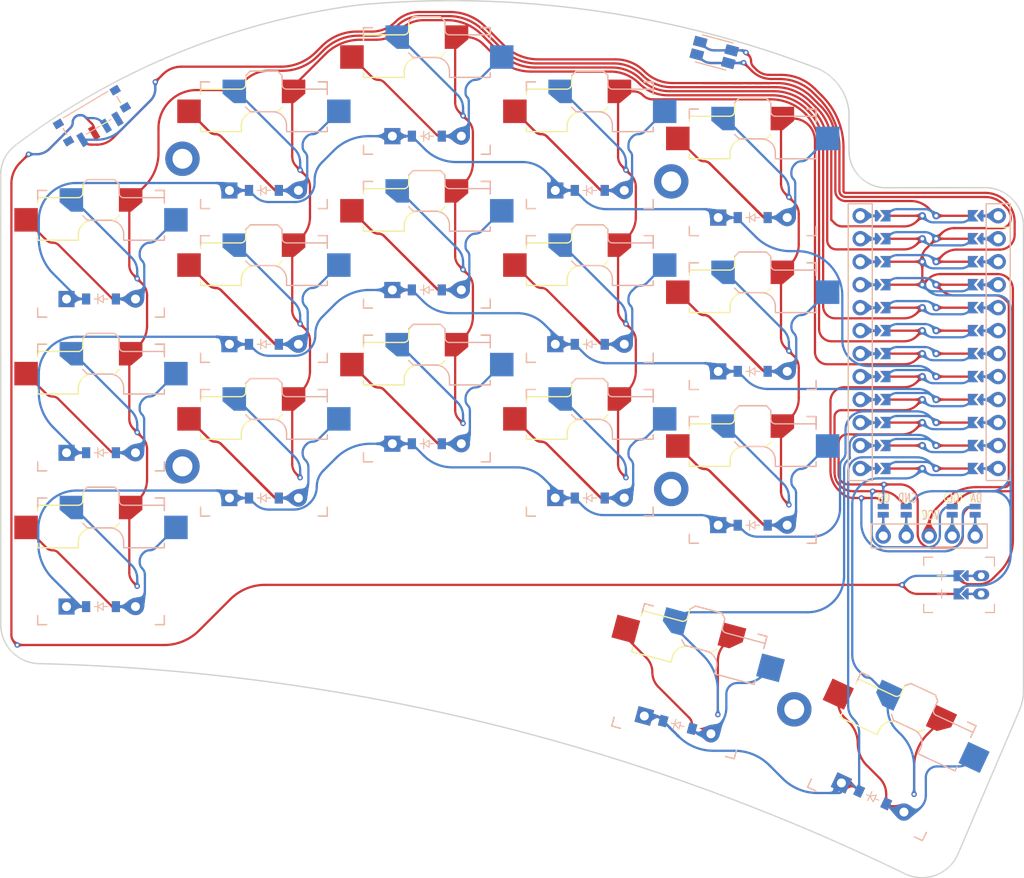
<source format=kicad_pcb>
(kicad_pcb (version 20211014) (generator pcbnew)
  (title_block (title "snak") (rev "v1.0.0") (company "Unknown"))
  (layers (0 "F.Cu" signal) (31 "B.Cu" signal) (34 "B.Paste" user) (35 "F.Paste" user) (36 "B.SilkS" user "B.Silkscreen") (37 "F.SilkS" user "F.Silkscreen") (38 "B.Mask" user) (39 "F.Mask" user) (44 "Edge.Cuts" user))
  (net 0 "")
  (net 1 "P1")
  (net 2 "pinky_bot")
  (net 3 "pinky_mid")
  (net 4 "pinky_top")
  (net 5 "P0")
  (net 6 "ring_bot")
  (net 7 "ring_mid")
  (net 8 "ring_top")
  (net 9 "P2")
  (net 10 "middle_bot")
  (net 11 "middle_mid")
  (net 12 "middle_top")
  (net 13 "P3")
  (net 14 "index_bot")
  (net 15 "index_mid")
  (net 16 "index_top")
  (net 17 "P4")
  (net 18 "inner_bot")
  (net 19 "inner_mid")
  (net 20 "inner_top")
  (net 21 "P16")
  (net 22 "out_home")
  (net 23 "P9")
  (net 24 "in_home")
  (net 25 "P14")
  (net 26 "P15")
  (net 27 "P18")
  (net 28 "P10")
  (net 29 "RAW")
  (net 30 "GND")
  (net 31 "RST")
  (net 32 "VCC")
  (net 33 "P21")
  (net 34 "P20")
  (net 35 "P19")
  (net 36 "P5")
  (net 37 "P6")
  (net 38 "P7")
  (net 39 "P8")
  (net 40 "MCU1_24")
  (net 41 "MCU1_1")
  (net 42 "MCU1_2")
  (net 43 "MCU1_23")
  (net 44 "MCU1_22")
  (net 45 "MCU1_3")
  (net 46 "MCU1_21")
  (net 47 "MCU1_4")
  (net 48 "MCU1_5")
  (net 49 "MCU1_20")
  (net 50 "MCU1_6")
  (net 51 "MCU1_19")
  (net 52 "MCU1_7")
  (net 53 "MCU1_18")
  (net 54 "MCU1_8")
  (net 55 "MCU1_17")
  (net 56 "MCU1_9")
  (net 57 "MCU1_16")
  (net 58 "MCU1_15")
  (net 59 "MCU1_10")
  (net 60 "MCU1_14")
  (net 61 "MCU1_11")
  (net 62 "MCU1_13")
  (net 63 "MCU1_12")
  (net 64 "DISP1_1")
  (net 65 "DISP1_2")
  (net 66 "DISP1_4")
  (net 67 "DISP1_5")
  (net 68 "pos")
  (net 69 "JST1_1")
  (net 70 "JST1_2")
  (footprint "PG1350" (layer "F.Cu") (at 172 91)
    (fp_text reference "S13" hide)
    (fp_text value "")
  )
  (footprint "mounting_hole" (layer "F.Cu") (at 163 92)
    (fp_text reference "H4" hide)
    (fp_text value "")
  )
  (footprint "VIA-0.6mm" (layer "F.Cu") (at 122 56.75)
    (fp_text reference "REF**" hide)
    (fp_text value "VIA-0.6mm" hide)
  )
  (footprint "mounting_hole" (layer "F.Cu") (at 109 55.5)
    (fp_text reference "H1" hide)
    (fp_text value "")
  )
  (footprint "PG1350" (layer "F.Cu") (at 154 71)
    (fp_text reference "S11" hide)
    (fp_text value "")
  )
  (footprint "PG1350" (layer "F.Cu") (at 154 88)
    (fp_text reference "S10" hide)
    (fp_text value "")
  )
  (footprint "VIA-0.6mm" (layer "F.Cu") (at 171 44.875)
    (fp_text reference "REF**" hide)
    (fp_text value "VIA-0.6mm" hide)
  )
  (footprint "ComboDiode" (layer "F.Cu") (at 136 87)
    (fp_text reference "D7" hide)
    (fp_text value "" hide)
  )
  (footprint "VIA-0.6mm" (layer "F.Cu") (at 176 76.75)
    (fp_text reference "REF**" hide)
    (fp_text value "VIA-0.6mm" hide)
  )
  (footprint "VIA-0.6mm" (layer "F.Cu") (at 171.25 43.75)
    (fp_text reference "REF**" hide)
    (fp_text value "VIA-0.6mm" hide)
  )
  (footprint "nice!view" (layer "F.Cu") (at 191.5 80.5)
    (fp_text reference "DISP1" hide)
    (fp_text value "")
  )
  (footprint "mounting_hole" (layer "F.Cu") (at 176.59111 116.355829 -15)
    (fp_text reference "H5" hide)
    (fp_text value "")
  )
  (footprint "VIA-0.6mm" (layer "F.Cu") (at 176 93.75)
    (fp_text reference "REF**" hide)
    (fp_text value "VIA-0.6mm" hide)
  )
  (footprint "PG1350" (layer "F.Cu") (at 136 82)
    (fp_text reference "S7" hide)
    (fp_text value "")
  )
  (footprint "mounting_hole" (layer "F.Cu") (at 163 58)
    (fp_text reference "H3" hide)
    (fp_text value "")
  )
  (footprint "VIA-0.6mm" (layer "F.Cu") (at 168.151951 116.941572 -15)
    (fp_text reference "REF**" hide)
    (fp_text value "VIA-0.6mm" hide)
  )
  (footprint "PG1350" (layer "F.Cu") (at 154 54)
    (fp_text reference "S12" hide)
    (fp_text value "")
  )
  (footprint "ComboDiode" (layer "F.Cu") (at 136 70)
    (fp_text reference "D8" hide)
    (fp_text value "" hide)
  )
  (footprint "ComboDiode" (layer "F.Cu") (at 172 96)
    (fp_text reference "D13" hide)
    (fp_text value "" hide)
  )
  (footprint "ComboDiode" (layer "F.Cu") (at 100 88)
    (fp_text reference "D2" hide)
    (fp_text value "" hide)
  )
  (footprint "VIA-0.6mm" (layer "F.Cu") (at 90.75 109.25)
    (fp_text reference "REF**" hide)
    (fp_text value "VIA-0.6mm" hide)
  )
  (footprint "JST_PH_S2B-PH-K" (layer "F.Cu") (at 197.25 102.6 -90)
    (fp_text reference "JST1" hide)
    (fp_text value "")
  )
  (footprint "nice_nano" (layer "F.Cu") (at 191.5 74.5)
    (fp_text reference "MCU1" hide)
    (fp_text value "")
  )
  (footprint "PG1350" (layer "F.Cu") (at 100 100)
    (fp_text reference "S1" hide)
    (fp_text value "")
  )
  (footprint "PG1350" (layer "F.Cu") (at 165 113.25 -15)
    (fp_text reference "S16" hide)
    (fp_text value "")
  )
  (footprint "PG1350" (layer "F.Cu") (at 187.368055 121.572874 -25)
    (fp_text reference "S17" hide)
    (fp_text value "")
  )
  (footprint "power_switch" (layer "F.Cu") (at 99 50.75 120.75)
    (fp_text reference "SW2" hide)
    (fp_text value "")
  )
  (footprint "PG1350" (layer "F.Cu") (at 100 83)
    (fp_text reference "S2" hide)
    (fp_text value "")
  )
  (footprint "VIA-0.6mm" (layer "F.Cu") (at 92 55)
    (fp_text reference "REF**" hide)
    (fp_text value "VIA-0.6mm" hide)
  )
  (footprint "VIA-0.6mm" (layer "F.Cu") (at 140 67.75)
    (fp_text reference "REF**" hide)
    (fp_text value "VIA-0.6mm" hide)
  )
  (footprint "PG1350" (layer "F.Cu") (at 136 65)
    (fp_text reference "S8" hide)
    (fp_text value "")
  )
  (footprint "VIA-0.6mm" (layer "F.Cu") (at 176 59.75)
    (fp_text reference "REF**" hide)
    (fp_text value "VIA-0.6mm" hide)
  )
  (footprint "ComboDiode" (layer "F.Cu") (at 154 93)
    (fp_text reference "D10" hide)
    (fp_text value "" hide)
  )
  (footprint "ComboDiode" (layer "F.Cu") (at 118 93)
    (fp_text reference "D4" hide)
    (fp_text value "" hide)
  )
  (footprint "ComboDiode" (layer "F.Cu") (at 118 76)
    (fp_text reference "D5" hide)
    (fp_text value "" hide)
  )
  (footprint "VIA-0.6mm" (layer "F.Cu") (at 140 50.75)
    (fp_text reference "REF**" hide)
    (fp_text value "VIA-0.6mm" hide)
  )
  (footprint "VIA-0.6mm" (layer "F.Cu") (at 140 84.75)
    (fp_text reference "REF**" hide)
    (fp_text value "VIA-0.6mm" hide)
  )
  (footprint "VIA-0.6mm" (layer "F.Cu") (at 122 90.75)
    (fp_text reference "REF**" hide)
    (fp_text value "VIA-0.6mm" hide)
  )
  (footprint "PG1350" (layer "F.Cu") (at 118 88)
    (fp_text reference "S4" hide)
    (fp_text value "")
  )
  (footprint "VIA-0.6mm" (layer "F.Cu") (at 189.831086 125.755693 -25)
    (fp_text reference "REF**" hide)
    (fp_text value "VIA-0.6mm" hide)
  )
  (footprint "VIA-0.6mm" (layer "F.Cu") (at 158 90.75)
    (fp_text reference "REF**" hide)
    (fp_text value "VIA-0.6mm" hide)
  )
  (footprint "PG1350" (layer "F.Cu") (at 100 66)
    (fp_text reference "S3" hide)
    (fp_text value "")
  )
  (footprint "VIA-0.6mm" (layer "F.Cu") (at 104 68.75)
    (fp_text reference "REF**" hide)
    (fp_text value "VIA-0.6mm" hide)
  )
  (footprint "VIA-0.6mm" (layer "F.Cu") (at 185.25 92.25)
    (fp_text reference "REF**" hide)
    (fp_text value "VIA-0.6mm" hide)
  )
  (footprint "PG1350" (layer "F.Cu") (at 136 48)
    (fp_text reference "S9" hide)
    (fp_text value "")
  )
  (footprint "VIA-0.6mm" (layer "F.Cu") (at 106 47)
    (fp_text reference "REF**" hide)
    (fp_text value "VIA-0.6mm" hide)
  )
  (footprint "ComboDiode" (layer "F.Cu") (at 100 71)
    (fp_text reference "D3" hide)
    (fp_text value "" hide)
  )
  (footprint "ComboDiode" (layer "F.Cu") (at 163.705905 118.079629 -15)
    (fp_text reference "D16" hide)
    (fp_text value "" hide)
  )
  (footprint "ComboDiode" (layer "F.Cu") (at 136 53)
    (fp_text reference "D9" hide)
    (fp_text value "" hide)
  )
  (footprint "ComboDiode" (layer "F.Cu") (at 154 59)
    (fp_text reference "D12" hide)
    (fp_text value "" hide)
  )
  (footprint "mounting_hole" (layer "F.Cu") (at 109 89.5)
    (fp_text reference "H2" hide)
    (fp_text value "")
  )
  (footprint "ComboDiode" (layer "F.Cu") (at 185.254964 126.104413 -25)
    (fp_text reference "D17" hide)
    (fp_text value "" hide)
  )
  (footprint "ComboDiode" (layer "F.Cu") (at 118 59)
    (fp_text reference "D6" hide)
    (fp_text value "" hide)
  )
  (footprint "ComboDiode" (layer "F.Cu") (at 154 76)
    (fp_text reference "D11" hide)
    (fp_text value "" hide)
  )
  (footprint "sw_reset_side" (layer "F.Cu") (at 167.75 43.75 75)
    (fp_text reference "SW1" hide)
    (fp_text value "")
  )
  (footprint "ComboDiode" (layer "F.Cu") (at 172 79)
    (fp_text reference "D14" hide)
    (fp_text value "" hide)
  )
  (footprint "VIA-0.6mm" (layer "F.Cu") (at 158 56.75)
    (fp_text reference "REF**" hide)
    (fp_text value "VIA-0.6mm" hide)
  )
  (footprint "ComboDiode" (layer "F.Cu") (at 172 62)
    (fp_text reference "D15" hide)
    (fp_text value "" hide)
  )
  (footprint "ComboDiode" (layer "F.Cu") (at 100 105)
    (fp_text reference "D1" hide)
    (fp_text value "" hide)
  )
  (footprint "VIA-0.6mm" (layer "F.Cu") (at 104 102.75)
    (fp_text reference "REF**" hide)
    (fp_text value "VIA-0.6mm" hide)
  )
  (footprint "VIA-0.6mm" (layer "F.Cu") (at 158 73.75)
    (fp_text reference "REF**" hide)
    (fp_text value "VIA-0.6mm" hide)
  )
  (footprint "PG1350" (layer "F.Cu") (at 172 57)
    (fp_text reference "S15" hide)
    (fp_text value "")
  )
  (footprint "VIA-0.6mm" (layer "F.Cu") (at 188.5 102.6)
    (fp_text reference "REF**" hide)
    (fp_text value "VIA-0.6mm" hide)
  )
  (footprint "VIA-0.6mm" (layer "F.Cu") (at 104 85.75)
    (fp_text reference "REF**" hide)
    (fp_text value "VIA-0.6mm" hide)
  )
  (footprint "PG1350" (layer "F.Cu") (at 118 71)
    (fp_text reference "S5" hide)
    (fp_text value "")
  )
  (footprint "VIA-0.6mm" (layer "F.Cu") (at 122 73.75)
    (fp_text reference "REF**" hide)
    (fp_text value "VIA-0.6mm" hide)
  )
  (footprint "PG1350" (layer "F.Cu") (at 172 74)
    (fp_text reference "S14" hide)
    (fp_text value "")
  )
  (footprint "VIA-0.6mm" (layer "F.Cu") (at 186.5 91.5)
    (fp_text reference "REF**" hide)
    (fp_text value "VIA-0.6mm" hide)
  )
  (footprint "PG1350" (layer "F.Cu") (at 118 54)
    (fp_text reference "S6" hide)
    (fp_text value "")
  )
  (footprint "VIA-0.6mm" (layer "F.Cu") (at 184 93)
    (fp_text reference "REF**" hide)
    (fp_text value "VIA-0.6mm" hide)
  )
  (gr_arc (start 92.913013 111.301976) (mid 142.222087 117.781523) (end 189.013076 134.633013) (layer "Edge.Cuts") (width 0.15))
  (gr_line (start 88.9215 106.961001) (end 88.9165 57.3394) (layer "Edge.Cuts") (width 0.15))
  (gr_arc (start 197.6455 58.6894) (mid 200.693845 59.968133) (end 201.9165 63.0394) (layer "Edge.Cuts") (width 0.15))
  (gr_line (start 186.82 58.7) (end 197.6455 58.6894) (layer "Edge.Cuts") (width 0.15))
  (gr_arc (start 128.58 38.48) (mid 154.125508 39.078178) (end 178.88 45.41) (layer "Edge.Cuts") (width 0.15))
  (gr_arc (start 178.9 45.41) (mid 181.475591 47.333636) (end 182.64 50.33) (layer "Edge.Cuts") (width 0.15))
  (gr_arc (start 201.9165 114.0394) (mid 201.846183 115.147963) (end 201.5665 116.222967) (layer "Edge.Cuts") (width 0.15))
  (gr_arc (start 88.9165 57.3394) (mid 89.356246 55.42695) (end 90.6415 53.944059) (layer "Edge.Cuts") (width 0.15))
  (gr_arc (start 92.991437 111.301976) (mid 90.098113 109.936251) (end 88.9215 106.961001) (layer "Edge.Cuts") (width 0.15))
  (gr_line (start 201.9165 63.0394) (end 201.9165 114.0394) (layer "Edge.Cuts") (width 0.15))
  (gr_arc (start 186.85 58.7) (mid 183.936199 57.591058) (end 182.64 54.755594) (layer "Edge.Cuts") (width 0.15))
  (gr_arc (start 90.6315 53.934059) (mid 108.605134 43.748252) (end 128.58 38.48) (layer "Edge.Cuts") (width 0.15))
  (gr_line (start 182.64 50.3) (end 182.64 54.755594) (layer "Edge.Cuts") (width 0.15))
  (gr_line (start 201.5665 116.222967) (end 194.616284 132.497967) (layer "Edge.Cuts") (width 0.15))
  (gr_arc (start 194.616284 132.497967) (mid 192.241311 134.685141) (end 189.013076 134.633013) (layer "Edge.Cuts") (width 0.15))
  (segment (start 103.336262 93.988725) (end 103.335163 93.989824) (width 0.25) (layer "F.Cu") (net 1))
  (segment (start 103.470698 76.85429) (end 103.470406 76.854583) (width 0.25) (layer "F.Cu") (net 1))
  (segment (start 103.529878 76.795109) (end 103.529292 76.795695) (width 0.25) (layer "F.Cu") (net 1))
  (segment (start 103.286276 94.038714) (end 103.28613 94.03886) (width 0.25) (layer "F.Cu") (net 1))
  (segment (start 103.455755 76.869231) (end 103.45517 76.869817) (width 0.25) (layer "F.Cu") (net 1))
  (segment (start 103.526509 76.798478) (end 103.529292 76.795695) (width 0.25) (layer "F.Cu") (net 1))
  (segment (start 103.381489 76.943496) (end 103.381196 76.943791) (width 0.25) (layer "F.Cu") (net 1))
  (segment (start 103.629195 76.695792) (end 103.621578 76.703409) (width 0.25) (layer "F.Cu") (net 1))
  (segment (start 103.201607 77.123388) (end 103.201755 77.123242) (width 0.25) (layer "F.Cu") (net 1))
  (segment (start 103.22812 77.096869) (end 103.225191 77.099798) (width 0.25) (layer "F.Cu") (net 1))
  (segment (start 103.304697 77.020295) (end 103.300814 77.024176) (width 0.25) (layer "F.Cu") (net 1))
  (segment (start 103.492377 93.83261) (end 103.486518 93.838469) (width 0.25) (layer "F.Cu") (net 1))
  (segment (start 103.580855 93.744131) (end 103.579684 93.745302) (width 0.25) (layer "F.Cu") (net 1))
  (segment (start 103.559175 76.765812) (end 103.55683 76.768155) (width 0.25) (layer "F.Cu") (net 1))
  (segment (start 103.390717 76.93427) (end 103.391449 76.933538) (width 0.25) (layer "F.Cu") (net 1))
  (segment (start 103.207796 94.117194) (end 103.206258 94.118733) (width 0.25) (layer "F.Cu") (net 1))
  (segment (start 103.579685 76.745302) (end 103.57734 76.747647) (width 0.25) (layer "F.Cu") (net 1))
  (segment (start 103.386615 76.938372) (end 103.385443 76.939543) (width 0.25) (layer "F.Cu") (net 1))
  (segment (start 162.990031 47.58) (end 174.519844 47.58) (width 0.25) (layer "F.Cu") (net 1))
  (segment (start 103.233577 94.091413) (end 103.234346 94.090644) (width 0.25) (layer "F.Cu") (net 1))
  (segment (start 103.621578 76.703409) (end 103.619527 76.705461) (width 0.25) (layer "F.Cu") (net 1))
  (segment (start 103.46396 93.861027) (end 103.463668 93.86132) (width 0.25) (layer "F.Cu") (net 1))
  (segment (start 103.455755 76.869231) (end 103.456635 76.868351) (width 0.25) (layer "F.Cu") (net 1))
  (segment (start 103.289827 94.035163) (end 103.290669 94.034321) (width 0.25) (layer "F.Cu") (net 1))
  (segment (start 103.35937 76.965618) (end 103.359664 76.965324) (width 0.25) (layer "F.Cu") (net 1))
  (segment (start 103.248444 94.076545) (end 103.249213 94.075776) (width 0.25) (layer "F.Cu") (net 1))
  (segment (start 103.202341 94.122654) (end 103.202854 94.122139) (width 0.25) (layer "F.Cu") (net 1))
  (segment (start 103.616012 76.708976) (end 103.612497 76.712491) (width 0.25) (layer "F.Cu") (net 1))
  (segment (start 103.320295 77.004695) (end 103.316414 77.008576) (width 0.25) (layer "F.Cu") (net 1))
  (segment (start 103.530463 76.794522) (end 103.534858 76.790128) (width 0.25) (layer "F.Cu") (net 1))
  (segment (start 103.260934 77.064058) (end 103.258589 77.066401) (width 0.25) (layer "F.Cu") (net 1))
  (segment (start 103.647213 76.677775) (end 103.641061 76.683927) (width 0.25) (layer "F.Cu") (net 1))
  (segment (start 103.546871 93.778118) (end 103.544526 93.780461) (width 0.25) (layer "F.Cu") (net 1))
  (segment (start 103.562499 85.312499) (end 104 85.75) (width 0.25) (layer "F.Cu") (net 1))
  (segment (start 103.712692 76.612295) (end 103.709469 76.615518) (width 0.25) (layer "F.Cu") (net 1))
  (segment (start 104.100004 76.224992) (end 104.018758 76.306235) (width 0.25) (layer "F.Cu") (net 1))
  (segment (start 103.452827 76.872159) (end 103.449898 76.87509) (width 0.25) (layer "F.Cu") (net 1))
  (segment (start 103.358199 93.966791) (end 103.357027 93.967963) (width 0.25) (layer "F.Cu") (net 1))
  (segment (start 103.368743 93.956246) (end 103.3664 93.958589) (width 0.25) (layer "F.Cu") (net 1))
  (segment (start 103.20937 77.11562) (end 103.208637 77.116352) (width 0.25) (layer "F.Cu") (net 1))
  (segment (start 103.396869 93.928118) (end 103.393793 93.931194) (width 0.25) (layer "F.Cu") (net 1))
  (segment (start 103.224201 94.100788) (end 103.222664 94.102326) (width 0.25) (layer "F.Cu") (net 1))
  (segment (start 103.470406 76.854583) (end 103.468648 76.85634) (width 0.25) (layer "F.Cu") (net 1))
  (segment (start 103.520357 76.80463) (end 103.514204 76.810781) (width 0.25) (layer "F.Cu") (net 1))
  (segment (start 103.683944 93.641043) (end 103.677719 93.64727) (width 0.25) (layer "F.Cu") (net 1))
  (segment (start 103.837314 93.487673) (end 103.812485 93.512502) (width 0.25) (layer "F.Cu") (net 1))
  (segment (start 103.222665 77.102326) (end 103.221896 77.103095) (width 0.25) (layer "F.Cu") (net 1))
  (segment (start 103.238374 94.086615) (end 103.236727 94.088262) (width 0.25) (layer "F.Cu") (net 1))
  (segment (start 103.232038 94.09295) (end 103.231049 94.09394) (width 0.25) (layer "F.Cu") (net 1))
  (segment (start 103.20395 94.121041) (end 103.203804 94.121188) (width 0.25) (layer "F.Cu") (net 1))
  (segment (start 103.344904 93.980083) (end 103.343367 93.981622) (width 0.25) (layer "F.Cu") (net 1))
  (segment (start 103.709469 76.615518) (end 103.70361 76.621377) (width 0.25) (layer "F.Cu") (net 1))
  (segment (start 103.700973 93.624013) (end 103.70361 93.621377) (width 0.25) (layer "F.Cu") (net 1))
  (segment (start 103.251556 94.073433) (end 103.249213 94.075776) (width 0.25) (layer "F.Cu") (net 1))
  (segment (start 103.540315 93.784672) (end 103.540719 93.784268) (width 0.25) (layer "F.Cu") (net 1))
  (segment (start 103.205415 94.119575) (end 103.205452 94.119539) (width 0.25) (layer "F.Cu") (net 1))
  (segment (start 103.246137 94.078851) (end 103.245991 94.078998) (width 0.25) (layer "F.Cu") (net 1))
  (segment (start 103.604585 93.720401) (end 103.600777 93.72421) (width 0.25) (layer "F.Cu") (net 1))
  (segment (start 103.338715 76.986274) (end 103.338423 76.986567) (width 0.25) (layer "F.Cu") (net 1))
  (segment (start 103.300814 77.024176) (end 103.300778 77.024213) (width 0.25) (layer "F.Cu") (net 1))
  (segment (start 103.887596 93.437392) (end 103.900048 93.424941) (width 0.25) (layer "F.Cu") (net 1))
  (segment (start 103.424995 93.899992) (end 103.41562 93.909367) (width 0.25) (layer "F.Cu") (net 1))
  (segment (start 103.217867 94.107124) (end 103.216695 94.108296) (width 0.25) (layer "F.Cu") (net 1))
  (segment (start 103.459859 76.865129) (end 103.45898 76.866008) (width 0.25) (layer "F.Cu") (net 1))
  (segment (start 103.695516 93.62947) (end 103.689877 93.63511) (width 0.25) (layer "F.Cu") (net 1))
  (segment (start 103.324213 77.000776) (end 103.324176 77.000813) (width 0.25) (layer "F.Cu") (net 1))
  (segment (start 103.215816 94.109175) (end 103.21523 94.109761) (width 0.25) (layer "F.Cu") (net 1))
  (segment (start 103.470405 93.854582) (end 103.470698 93.85429) (width 0.25) (layer "F.Cu") (net 1))
  (segment (start 103.382805 76.94218) (end 103.38222 76.942766) (width 0.25) (layer "F.Cu") (net 1))
  (segment (start 103.589058 93.735928) (end 103.585542 93.739444) (width 0.25) (layer "F.Cu") (net 1))
  (segment (start 103.379436 93.945549) (end 103.378997 93.94599) (width 0.25) (layer "F.Cu") (net 1))
  (segment (start 103.215816 77.109175) (end 103.21523 77.109761) (width 0.25) (layer "F.Cu") (net 1))
  (segment (start 103.212593 77.112397) (end 103.212886 77.112104) (width 0.25) (layer "F.Cu") (net 1))
  (segment (start 103.535444 93.789544) (end 103.534859 93.790129) (width 0.25) (layer "F.Cu") (net 1))
  (segment (start 103.328167 76.99682) (end 103.328754 76.996234) (width 0.25) (layer "F.Cu") (net 1))
  (segment (start 103.452828 93.87216) (end 103.449898 93.87509) (width 0.25) (layer "F.Cu") (net 1))
  (segment (start 103.385151 93.939836) (end 103.384566 93.940423) (width 0.25) (layer "F.Cu") (net 1))
  (segment (start 103.446967 76.878019) (end 103.443745 76.881242) (width 0.25) (layer "F.Cu") (net 1))
  (segment (start 103.541448 76.783537) (end 103.540715 76.784269) (width 0.25) (layer "F.Cu") (net 1))
  (segment (start 103.335163 76.989824) (end 103.33432 76.990667) (width 0.25) (layer "F.Cu") (net 1))
  (segment (start 103.465718 76.85927) (end 103.463961 76.861028) (width 0.25) (layer "F.Cu") (net 1))
  (segment (start 103.244969 94.08002) (end 103.244822 94.080169) (width 0.25) (layer "F.Cu") (net 1))
  (segment (start 103.38105 93.943939) (end 103.381196 93.943791) (width 0.25) (layer "F.Cu") (net 1))
  (segment (start 103.474214 76.850773) (end 103.473042 76.851946) (width 0.25) (layer "F.Cu") (net 1))
  (segment (start 103.243062 94.081929) (end 103.242769 94.082221) (width 0.25) (layer "F.Cu") (net 1))
  (segment (start 103.403131 76.921856) (end 103.406245 76.918742) (width 0.25) (layer "F.Cu") (net 1))
  (segment (start 103.562499 68.312499) (end 104 68.75) (width 0.25) (layer "F.Cu") (net 1))
  (segment (start 103.206257 77.118732) (end 103.207796 77.117194) (width 0.25) (layer "F.Cu") (net 1))
  (segment (start 103.762497 76.56249) (end 103.76572 76.559268) (width 0.25) (layer "F.Cu") (net 1))
  (segment (start 103.390717 93.93427) (end 103.39057 93.934417) (width 0.25) (layer "F.Cu") (net 1))
  (segment (start 103.304696 94.020294) (end 103.300814 94.024175) (width 0.25) (layer "F.Cu") (net 1))
  (segment (start 103.480659 76.844328) (end 103.478022 76.846966) (width 0.25) (layer "F.Cu") (net 1))
  (segment (start 103.486518 93.838469) (end 103.480659 93.844328) (width 0.25) (layer "F.Cu") (net 1))
  (segment (start 103.28847 94.03652) (end 103.287885 94.037105) (width 0.25) (layer "F.Cu") (net 1))
  (segment (start 103.281624 94.043366) (end 103.280086 94.044904) (width 0.25) (layer "F.Cu") (net 1))
  (segment (start 103.265619 94.059369) (end 103.265325 94.059664) (width 0.25) (layer "F.Cu") (net 1))
  (segment (start 103.242769 77.082221) (end 103.242182 77.082807) (width 0.25) (layer "F.Cu") (net 1))
  (segment (start 103.388263 93.936724) (end 103.386615 93.938372) (width 0.25) (layer "F.Cu") (net 1))
  (segment (start 103.273091 94.051897) (end 103.270014 94.054975) (width 0.25) (layer "F.Cu") (net 1))
  (segment (start 103.862547 93.462441) (end 103.850022 93.474965) (width 0.25) (layer "F.Cu") (net 1))
  (segment (start 103.339446 76.985543) (end 103.338861 76.986128) (width 0.25) (layer "F.Cu") (net 1))
  (segment (start 103.260933 94.064056) (end 103.25859 94.066399) (width 0.25) (layer "F.Cu") (net 1))
  (segment (start 103.38222 76.942766) (end 103.381635 76.943351) (width 0.25) (layer "F.Cu") (net 1))
  (segment (start 103.542181 76.782804) (end 103.541448 76.783537) (width 0.25) (layer "F.Cu") (net 1))
  (segment (start 103.247603 94.077386) (end 103.24687 94.078119) (width 0.25) (layer "F.Cu") (net 1))
  (segment (start 103.999951 76.32504) (end 104.018758 76.306235) (width 0.25) (layer "F.Cu") (net 1))
  (segment (start 103.241012 77.083979) (end 103.240427 77.084566) (width 0.25) (layer "F.Cu") (net 1))
  (segment (start 103.320295 94.004695) (end 103.316414 94.008576) (width 0.25) (layer "F.Cu") (net 1))
  (segment (start 103.653364 76.671622) (end 103.647213 76.677775) (width 0.25) (layer "F.Cu") (net 1))
  (segment (start 103.389654 93.935333) (end 103.388263 93.936724) (width 0.25) (layer "F.Cu") (net 1))
  (segment (start 103.219515 77.105475) (end 103.217867 77.107124) (width 0.25) (layer "F.Cu") (net 1))
  (segment (start 103.460446 76.864544) (end 103.459859 76.865129) (width 0.25) (layer "F.Cu") (net 1))
  (segment (start 103.124999 60.306067) (end 103.124999 67.256279) (width 0.25) (layer "F.Cu") (net 1))
  (segment (start 103.677718 76.647269) (end 103.671493 76.653494) (width 0.25) (layer "F.Cu") (net 1))
  (segment (start 103.331537 76.993451) (end 103.328754 76.996234) (width 0.25) (layer "F.Cu") (net 1))
  (segment (start 103.241595 94.083394) (end 103.24101 94.08398) (width 0.25) (layer "F.Cu") (net 1))
  (segment (start 103.553024 93.771964) (end 103.552437 93.772551) (width 0.25) (layer "F.Cu") (net 1))
  (segment (start 103.39687 76.928119) (end 103.393793 76.931194) (width 0.25) (layer "F.Cu") (net 1))
  (segment (start 103.390497 93.934491) (end 103.39057 93.934417) (width 0.25) (layer "F.Cu") (net 1))
  (segment (start 103.270014 94.054975) (end 103.268256 94.056731) (width 0.25) (layer "F.Cu") (net 1))
  (segment (start 103.542914 76.782071) (end 103.542181 76.782804) (width 0.25) (layer "F.Cu") (net 1))
  (segment (start 103.222664 94.102326) (end 103.221896 94.103095) (width 0.25) (layer "F.Cu") (net 1))
  (segment (start 103.724996 76.599989) (end 103.712692 76.612295) (width 0.25) (layer "F.Cu") (net 1))
  (segment (start 103.337692 93.987299) (end 103.337545 93.987445) (width 0.25) (layer "F.Cu") (net 1))
  (segment (start 103.293453 77.031538) (end 103.290669 77.034321) (width 0.25) (layer "F.Cu") (net 1))
  (segment (start 103.378118 93.946869) (end 103.377385 93.947602) (width 0.25) (layer "F.Cu") (net 1))
  (segment (start 103.549216 76.775775) (end 103.546871 76.778118) (width 0.25) (layer "F.Cu") (net 1))
  (segment (start 103.206258 94.118733) (end 103.205452 94.119539) (width 0.25) (layer "F.Cu") (net 1))
  (segment (start 103.471871 76.853119) (end 103.470698 76.85429) (width 0.25) (layer "F.Cu") (net 1))
  (segment (start 118.496137 45.77) (end 120.06464 45.77) (width 0.25) (layer "F.Cu") (net 1))
  (segment (start 103.256245 77.068745) (end 103.253902 77.071088) (width 0.25) (layer "F.Cu") (net 1))
  (segment (start 103.203144 94.121848) (end 103.203364 94.121628) (width 0.25) (layer "F.Cu") (net 1))
  (segment (start 103.289826 77.035163) (end 103.290669 77.034321) (width 0.25) (layer "F.Cu") (net 1))
  (segment (start 103.267963 77.057026) (end 103.268257 77.056733) (width 0.25) (layer "F.Cu") (net 1))
  (segment (start 103.244818 77.080171) (end 103.244964 77.080025) (width 0.25) (layer "F.Cu") (net 1))
  (segment (start 103.288727 77.036262) (end 103.28847 77.03652) (width 0.25) (layer "F.Cu") (net 1))
  (segment (start 103.248445 77.076545) (end 103.249216 77.075774) (width 0.25) (layer "F.Cu") (net 1))
  (segment (start 103.350434 76.974554) (end 103.348971 76.976017) (width 0.25) (layer "F.Cu") (net 1))
  (segment (start 103.589058 76.735929) (end 103.585543 76.739445) (width 0.25) (layer "F.Cu") (net 1))
  (segment (start 103.542912 93.782073) (end 103.542181 93.782806) (width 0.25) (layer "F.Cu") (net 1))
  (segment (start 103.33963 76.985359) (end 103.339446 76.985543) (width 0.25) (layer "F.Cu") (net 1))
  (segment (start 103.498238 93.82675) (end 103.492377 93.83261) (width 0.25) (layer "F.Cu") (net 1))
  (segment (start 103.572649 93.752336) (end 103.566792 93.758193) (width 0.25) (layer "F.Cu") (net 1))
  (segment (start 103.514204 76.810781) (end 103.509957 76.815029) (width 0.25) (layer "F.Cu") (net 1))
  (segment (start 103.391449 93.933537) (end 103.390717 93.93427) (width 0.25) (layer "F.Cu") (net 1))
  (segment (start 103.357025 76.967964) (end 103.356733 76.968256) (width 0.25) (layer "F.Cu") (net 1))
  (segment (start 103.296236 77.028754) (end 103.296823 77.028168) (width 0.25) (layer "F.Cu") (net 1))
  (segment (start 103.375776 76.949212) (end 103.376545 76.948443) (width 0.25) (layer "F.Cu") (net 1))
  (segment (start 103.210103 77.114887) (end 103.21025 77.114741) (width 0.25) (layer "F.Cu") (net 1))
  (segment (start 103.245991 77.078999) (end 103.246138 77.078853) (width 0.25) (layer "F.Cu") (net 1))
  (segment (start 103.21523 77.109761) (end 103.214644 77.110347) (width 0.25) (layer "F.Cu") (net 1))
  (segment (start 103.224202 77.100787) (end 103.225191 77.099798) (width 0.25) (layer "F.Cu") (net 1))
  (segment (start 103.530465 93.794524) (end 103.529879 93.79511) (width 0.25) (layer "F.Cu") (net 1))
  (segment (start 103.612497 76.712491) (end 103.608981 76.716006) (width 0.25) (layer "F.Cu") (net 1))
  (segment (start 103.474214 93.850773) (end 103.475093 93.849895) (width 0.25) (layer "F.Cu") (net 1))
  (segment (start 103.241597 77.083392) (end 103.242182 77.082807) (width 0.25) (layer "F.Cu") (net 1))
  (segment (start 103.514203 93.81078) (end 103.509956 93.815028) (width 0.25) (layer "F.Cu") (net 1))
  (segment (start 103.360835 93.964153) (end 103.36025 93.96474) (width 0.25) (layer "F.Cu") (net 1))
  (segment (start 103.37885 93.946136) (end 103.378997 93.94599) (width 0.25) (layer "F.Cu") (net 1))
  (segment (start 103.619527 76.705461) (end 103.616012 76.708976) (width 0.25) (layer "F.Cu") (net 1))
  (segment (start 124.604811 43.483792) (end 123.912396 44.176206) (width 0.25) (layer "F.Cu") (net 1))
  (segment (start 103.473042 76.851946) (end 103.471871 76.853119) (width 0.25) (layer "F.Cu") (net 1))
  (segment (start 103.375776 93.949212) (end 103.376545 93.948443) (width 0.25) (layer "F.Cu") (net 1))
  (segment (start 103.461325 76.863665) (end 103.461032 76.863958) (width 0.25) (layer "F.Cu") (net 1))
  (segment (start 103.220906 94.104084) (end 103.219515 94.105475) (width 0.25) (layer "F.Cu") (net 1))
  (segment (start 103.340583 76.984406) (end 103.33963 76.985359) (width 0.25) (layer "F.Cu") (net 1))
  (segment (start 103.39306 93.931926) (end 103.393793 93.931194) (width 0.25) (layer "F.Cu") (net 1))
  (segment (start 103.308577 94.016413) (end 103.304696 94.020294) (width 0.25) (layer "F.Cu") (net 1))
  (segment (start 181.90351 62.975) (end 188.732149 62.975) (width 0.25) (layer "F.Cu") (net 1))
  (segment (start 103.231049 77.09394) (end 103.22812 77.096869) (width 0.25) (layer "F.Cu") (net 1))
  (segment (start 103.559175 93.765812) (end 103.55683 93.768155) (width 0.25) (layer "F.Cu") (net 1))
  (segment (start 103.460446 93.864544) (end 103.45986 93.86513) (width 0.25) (layer "F.Cu") (net 1))
  (segment (start 103.585543 76.739445) (end 103.580856 76.744132) (width 0.25) (layer "F.Cu") (net 1))
  (segment (start 103.308578 77.016413) (end 103.316414 77.008576) (width 0.25) (layer "F.Cu") (net 1))
  (segment (start 103.36025 93.96474) (end 103.359664 93.965326) (width 0.25) (layer "F.Cu") (net 1))
  (segment (start 103.364057 93.960932) (end 103.361714 93.963275) (width 0.25) (layer "F.Cu") (net 1))
  (segment (start 103.357027 93.967963) (end 103.356734 93.968256) (width 0.25) (layer "F.Cu") (net 1))
  (segment (start 103.200291 77.124706) (end 103.200145 77.124852) (width 0.25) (layer "F.Cu") (net 1))
  (segment (start 103.377349 93.947637) (end 103.377385 93.947602) (width 0.25) (layer "F.Cu") (net 1))
  (segment (start 103.504097 76.820889) (end 103.498238 76.82675) (width 0.25) (layer "F.Cu") (net 1))
  (segment (start 103.378669 76.946321) (end 103.378852 76.946138) (width 0.25) (layer "F.Cu") (net 1))
  (segment (start 103.216402 94.108589) (end 103.215816 94.109175) (width 0.25) (layer "F.Cu") (net 1))
  (segment (start 103.388263 76.936724) (end 103.386615 76.938372) (width 0.25) (layer "F.Cu") (net 1))
  (segment (start 103.211423 94.113567) (end 103.211204 94.113786) (width 0.25) (layer "F.Cu") (net 1))
  (segment (start 103.699509 76.62548) (end 103.699801 76.625186) (width 0.25) (layer "F.Cu") (net 1))
  (segment (start 103.35937 76.965618) (end 103.358198 76.966791) (width 0.25) (layer "F.Cu") (net 1))
  (segment (start 103.600777 93.72421) (end 103.589058 93.735928) (width 0.25) (layer "F.Cu") (net 1))
  (segment (start 103.553609 93.771377) (end 103.553024 93.771964) (width 0.25) (layer "F.Cu") (net 1))
  (segment (start 103.351898 93.973091) (end 103.350435 93.974554) (width 0.25) (layer "F.Cu") (net 1))
  (segment (start 103.55683 93.768155) (end 103.556244 93.768742) (width 0.25) (layer "F.Cu") (net 1))
  (segment (start 103.563277 76.761711) (end 103.559762 76.765226) (width 0.25) (layer "F.Cu") (net 1))
  (segment (start 103.454586 93.870402) (end 103.452828 93.87216) (width 0.25) (layer "F.Cu") (net 1))
  (segment (start 103.360835 93.964153) (end 103.361714 93.963275) (width 0.25) (layer "F.Cu") (net 1))
  (segment (start 103.999951 76.32504) (end 103.95 76.374991) (width 0.25) (layer "F.Cu") (net 1))
  (segment (start 103.380463 93.944526) (end 103.379948 93.94504) (width 0.25) (layer "F.Cu") (net 1))
  (segment (start 103.530463 76.794522) (end 103.529878 76.795109) (width 0.25) (layer "F.Cu") (net 1))
  (segment (start 103.286569 94.038422) (end 103.286716 94.038276) (width 0.25) (layer "F.Cu") (net 1))
  (segment (start 103.600777 76.72421) (end 103.589058 76.735929) (width 0.25) (layer "F.Cu") (net 1))
  (segment (start 103.208637 77.116352) (end 103.208601 77.116389) (width 0.25) (layer "F.Cu") (net 1))
  (segment (start 103.199999 77.125) (end 103.200035 77.124963) (width 0.25) (layer "F.Cu") (net 1))
  (segment (start 103.887596 76.437392) (end 103.862546 76.46244) (width 0.25) (layer "F.Cu") (net 1))
  (segment (start 103.251559 77.073431) (end 103.249216 77.075774) (width 0.25) (layer "F.Cu") (net 1))
  (segment (start 103.208601 94.116389) (end 103.207796 94.117194) (width 0.25) (layer "F.Cu") (net 1))
  (segment (start 103.238375 77.086616) (end 103.236726 77.088264) (width 0.25) (layer "F.Cu") (net 1))
  (segment (start 103.244234 77.080757) (end 103.243941 77.081049) (width 0.25) (layer "F.Cu") (net 1))
  (segment (start 104.18125 93.14375) (end 104.160938 93.16406) (width 0.25) (layer "F.Cu") (net 1))
  (segment (start 103.350435 93.974554) (end 103.348971 93.976017) (width 0.25) (layer "F.Cu") (net 1))
  (segment (start 103.28847 77.03652) (end 103.287885 77.037106) (width 0.25) (layer "F.Cu") (net 1))
  (segment (start 103.231049 77.09394) (end 103.232038 77.092951) (width 0.25) (layer "F.Cu") (net 1))
  (segment (start 103.546871 76.778118) (end 103.544526 76.780461) (width 0.25) (layer "F.Cu") (net 1))
  (segment (start 103.473042 93.851946) (end 103.47187 93.853118) (width 0.25) (layer "F.Cu") (net 1))
  (segment (start 103.553609 76.771377) (end 103.553024 76.771964) (width 0.25) (layer "F.Cu") (net 1))
  (segment (start 103.239547 94.085444) (end 103.240133 94.084858) (width 0.25) (layer "F.Cu") (net 1))
  (segment (start 103.699216 93.625773) (end 103.69863 93.626359) (width 0.25) (layer "F.Cu") (net 1))
  (segment (start 103.266792 94.058197) (end 103.265619 94.059369) (width 0.25) (layer "F.Cu") (net 1))
  (segment (start 103.536028 76.788957) (end 103.535443 76.789543) (width 0.25) (layer "F.Cu") (net 1))
  (segment (start 103.206257 77.118732) (end 103.205451 77.119538) (width 0.25) (layer "F.Cu") (net 1))
  (segment (start 103.358198 76.966791) (end 103.357025 76.967964) (width 0.25) (layer "F.Cu") (net 1))
  (segment (start 103.700095 93.624894) (end 103.700387 93.6246) (width 0.25) (layer "F.Cu") (net 1))
  (segment (start 103.443745 76.881242) (end 103.43437 76.890617) (width 0.25) (layer "F.Cu") (net 1))
  (segment (start 103.474214 76.850773) (end 103.475093 76.849895) (width 0.25) (layer "F.Cu") (net 1))
  (segment (start 103.344904 93.980083) (end 103.348971 93.976017) (width 0.25) (layer "F.Cu") (net 1))
  (segment (start 103.700974 76.624012) (end 103.70361 76.621377) (width 0.25) (layer "F.Cu") (net 1))
  (segment (start 103.45986 93.86513) (end 103.458981 93.866009) (width 0.25) (layer "F.Cu") (net 1))
  (segment (start 103.455171 93.869817) (end 103.454586 93.870402) (width 0.25) (layer "F.Cu") (net 1))
  (segment (start 103.849876 76.475112) (end 103.849949 76.475038) (width 0.25) (layer "F.Cu") (net 1))
  (segment (start 103.3664 76.958589) (end 103.364057 76.960932) (width 0.25) (layer "F.Cu") (net 1))
  (segment (start 103.653364 93.671623) (end 103.671492 93.653495) (width 0.25) (layer "F.Cu") (net 1))
  (segment (start 103.256247 94.068742) (end 103.253899 94.07109) (width 0.25) (layer "F.Cu") (net 1))
  (segment (start 103.289826 77.035163) (end 103.288727 77.036262) (width 0.25) (layer "F.Cu") (net 1))
  (segment (start 103.21069 77.114301) (end 103.21025 77.114741) (width 0.25) (layer "F.Cu") (net 1))
  (segment (start 103.750192 76.574795) (end 103.737887 76.5871) (width 0.25) (layer "F.Cu") (net 1))
  (segment (start 103.381196 76.943791) (end 103.38105 76.943939) (width 0.25) (layer "F.Cu") (net 1))
  (segment (start 103.328754 93.996234) (end 103.328168 93.996821) (width 0.25) (layer "F.Cu") (net 1))
  (segment (start 103.205415 94.119575) (end 103.204683 94.120308) (width 0.25) (layer "F.Cu") (net 1))
  (segment (start 103.887596 76.437392) (end 103.900048 76.424941) (width 0.25) (layer "F.Cu") (net 1))
  (segment (start 103.700387 76.624599) (end 103.699801 76.625186) (width 0.25) (layer "F.Cu") (net 1))
  (segment (start 103.458981 93.866009) (end 103.456636 93.868352) (width 0.25) (layer "F.Cu") (net 1))
  (segment (start 103.200728 77.124266) (end 103.200765 77.12423) (width 0.25) (layer "F.Cu") (net 1))
  (segment (start 103.559761 93.765226) (end 103.559175 93.765812) (width 0.25) (layer "F.Cu") (net 1))
  (segment (start 103.37109 76.953898) (end 103.368743 76.956246) (width 0.25) (layer "F.Cu") (net 1))
  (segment (start 103.762497 93.56249) (end 103.750192 93.574795) (width 0.25) (layer "F.Cu") (net 1))
  (segment (start 103.233576 77.091413) (end 103.232038 77.092951) (width 0.25) (layer "F.Cu") (net 1))
  (segment (start 103.280086 94.044904) (end 103.27602 94.04897) (width 0.25) (layer "F.Cu") (net 1))
  (segment (start 103.239548 77.085445) (end 103.239841 77.085152) (width 0.25) (layer "F.Cu") (net 1))
  (segment (start 103.462497 76.862493) (end 103.461325 76.863665) (width 0.25) (layer "F.Cu") (net 1))
  (segment (start 103.208601 77.116389) (end 103.207796 77.117194) (width 0.25) (layer "F.Cu") (net 1))
  (segment (start 103.540312 76.784671) (end 103.540715 76.784269) (width 0.25) (layer "F.Cu") (net 1))
  (segment (start 103.225191 94.099798) (end 103.224201 94.100788) (width 0.25) (layer "F.Cu") (net 1))
  (segment (start 103.331537 93.993451) (end 103.328754 93.996234) (width 0.25) (layer "F.Cu") (net 1))
  (segment (start 103.212885 94.112104) (end 103.2123 94.112689) (width 0.25) (layer "F.Cu") (net 1))
  (segment (start 103.356733 76.968256) (end 103.354975 76.970013) (width 0.25) (layer "F.Cu") (net 1))
  (segment (start 103.308578 77.016413) (end 103.304697 77.020295) (width 0.25) (layer "F.Cu") (net 1))
  (segment (start 103.361713 76.963274) (end 103.360834 76.964153) (width 0.25) (layer "F.Cu") (net 1))
  (segment (start 103.461032 76.863958) (end 103.460446 76.864544) (width 0.25) (layer "F.Cu") (net 1))
  (segment (start 103.700974 76.624012) (end 103.700387 76.624599) (width 0.25) (layer "F.Cu") (net 1))
  (segment (start 103.378119 76.946868) (end 103.377386 76.947601) (width 0.25) (layer "F.Cu") (net 1))
  (segment (start 103.247604 77.077387) (end 103.246871 77.07812) (width 0.25) (layer "F.Cu") (net 1))
  (segment (start 103.399981 76.925005) (end 103.399945 76.925042) (width 0.25) (layer "F.Cu") (net 1))
  (segment (start 103.377386 76.947601) (end 103.37735 76.947638) (width 0.25) (layer "F.Cu") (net 1))
  (segment (start 103.265329 77.059661) (end 103.264743 77.060248) (width 0.25) (layer "F.Cu") (net 1))
  (segment (start 103.551559 76.77343) (end 103.549216 76.775775) (width 0.25) (layer "F.Cu") (net 1))
  (segment (start 106.35 54.843324) (end 106.35 52.125089) (width 0.25) (layer "F.Cu") (net 1))
  (segment (start 103.233577 94.091413) (end 103.232038 94.09295) (width 0.25) (layer "F.Cu") (net 1))
  (segment (start 103.2123 94.112689) (end 103.212008 94.112982) (width 0.25) (layer "F.Cu") (net 1))
  (segment (start 103.33432 93.990666) (end 103.335163 93.989824) (width 0.25) (layer "F.Cu") (net 1))
  (segment (start 103.629195 76.695792) (end 103.641061 76.683927) (width 0.25) (layer "F.Cu") (net 1))
  (segment (start 103.264743 77.060248) (end 103.264156 77.060835) (width 0.25) (layer "F.Cu") (net 1))
  (segment (start 103.267964 94.057024) (end 103.266792 94.058197) (width 0.25) (layer "F.Cu") (net 1))
  (segment (start 103.551559 76.77343) (end 103.552437 76.772551) (width 0.25) (layer "F.Cu") (net 1))
  (segment (start 104.54375 69.29375) (end 104 68.75) (width 0.25) (layer "F.Cu") (net 1))
  (segment (start 103.224202 77.100787) (end 103.222665 77.102326) (width 0.25) (layer "F.Cu") (net 1))
  (segment (start 103.124999 94.306067) (end 103.124999 101.256279) (width 0.25) (layer "F.Cu") (net 1))
  (segment (start 103.478022 76.846966) (end 103.475093 76.849895) (width 0.25) (layer "F.Cu") (net 1))
  (segment (start 103.551558 93.773429) (end 103.549215 93.775774) (width 0.25) (layer "F.Cu") (net 1))
  (segment (start 103.463668 76.86132) (end 103.462497 76.862493) (width 0.25) (layer "F.Cu") (net 1))
  (segment (start 190.74 61.8) (end 186.72 61.8) (width 0.25) (layer "F.Cu") (net 1))
  (segment (start 103.234345 77.090644) (end 103.233576 77.091413) (width 0.25) (layer "F.Cu") (net 1))
  (segment (start 103.351897 76.973091) (end 103.350434 76.974554) (width 0.25) (layer "F.Cu") (net 1))
  (segment (start 103.267963 77.057026) (end 103.266792 77.058198) (width 0.25) (layer "F.Cu") (net 1))
  (segment (start 103.559175 76.765812) (end 103.559762 76.765226) (width 0.25) (layer "F.Cu") (net 1))
  (segment (start 104.100004 93.224992) (end 104.018758 93.306235) (width 0.25) (layer "F.Cu") (net 1))
  (segment (start 103.336262 93.988725) (end 103.33652 93.988468) (width 0.25) (layer "F.Cu") (net 1))
  (segment (start 103.379436 93.945549) (end 103.379584 93.945402) (width 0.25) (layer "F.Cu") (net 1))
  (segment (start 103.486518 76.838469) (end 103.480659 76.844328) (width 0.25) (layer "F.Cu") (net 1))
  (segment (start 103.344904 76.980083) (end 103.343367 76.981622) (width 0.25) (layer "F.Cu") (net 1))
  (segment (start 103.217867 77.107124) (end 103.216695 77.108296) (width 0.25) (layer "F.Cu") (net 1))
  (segment (start 103.54145 93.783537) (end 103.540719 93.784268) (width 0.25) (layer "F.Cu") (net 1))
  (segment (start 103.383392 93.941593) (end 103.382805 93.94218) (width 0.25) (layer "F.Cu") (net 1))
  (segment (start 103.234566 94.090423) (end 103.234493 94.090497) (width 0.25) (layer "F.Cu") (net 1))
  (segment (start 179.086207 49.892399) (end 178.3676 49.173792) (width 0.25) (layer "F.Cu") (net 1))
  (segment (start 110.575089 47.9) (end 113.353862 47.9) (width 0.25) (layer "F.Cu") (net 1))
  (segment (start 103.849729 93.475259) (end 103.837314 93.487673) (width 0.25) (layer "F.Cu") (net 1))
  (segment (start 103.263276 94.061713) (end 103.260933 94.064056) (width 0.25) (layer "F.Cu") (net 1))
  (segment (start 103.216402 77.108589) (end 103.215816 77.109175) (width 0.25) (layer "F.Cu") (net 1))
  (segment (start 103.201606 94.123388) (end 103.201313 94.12368) (width 0.25) (layer "F.Cu") (net 1))
  (segment (start 103.737887 93.5871) (end 103.725582 93.599403) (width 0.25) (layer "F.Cu") (net 1))
  (segment (start 103.221602 77.103388) (end 103.220906 77.104084) (width 0.25) (layer "F.Cu") (net 1))
  (segment (start 103.308577 94.016413) (end 103.316414 94.008576) (width 0.25) (layer "F.Cu") (net 1))
  (segment (start 103.344904 76.980083) (end 103.348971 76.976017) (width 0.25) (layer "F.Cu") (net 1))
  (segment (start 103.536029 93.788958) (end 103.538776 93.786211) (width 0.25) (layer "F.Cu") (net 1))
  (segment (start 103.478022 93.846966) (end 103.475093 93.849895) (width 0.25) (layer "F.Cu") (net 1))
  (segment (start 144.287223 43.366207) (end 142.239807 41.318791) (width 0.25) (layer "F.Cu") (net 1))
  (segment (start 103.37735 76.947638) (end 103.376545 76.948443) (width 0.25) (layer "F.Cu") (net 1))
  (segment (start 103.216402 77.108589) (end 103.216695 77.108296) (width 0.25) (layer "F.Cu") (net 1))
  (segment (start 103.300778 77.024213) (end 103.296823 77.028168) (width 0.25) (layer "F.Cu") (net 1))
  (segment (start 103.270015 77.054975) (end 103.268257 77.056733) (width 0.25) (layer "F.Cu") (net 1))
  (segment (start 103.553609 93.771377) (end 103.553902 93.771085) (width 0.25) (layer "F.Cu") (net 1))
  (segment (start 103.280086 77.044904) (end 103.276021 77.04897) (width 0.25) (layer "F.Cu") (net 1))
  (segment (start 103.283162 77.041828) (end 103.281625 77.043367) (width 0.25) (layer "F.Cu") (net 1))
  (segment (start 103.45517 76.869817) (end 103.454585 76.870402) (width 0.25) (layer "F.Cu") (net 1))
  (segment (start 103.724996 93.59999) (end 103.712692 93.612295) (width 0.25) (layer "F.Cu") (net 1))
  (segment (start 103.725582 93.599403) (end 103.724996 93.59999) (width 0.25) (layer "F.Cu") (net 1))
  (segment (start 103.200436 94.12456) (end 103.200509 94.124486) (width 0.25) (layer "F.Cu") (net 1))
  (segment (start 103.520356 93.804629) (end 103.514203 93.81078) (width 0.25) (layer "F.Cu") (net 1))
  (segment (start 103.336519 76.988468) (end 103.336263 76.988725) (width 0.25) (layer "F.Cu") (net 1))
  (segment (start 103.43437 76.890617) (end 103.424995 76.899992) (width 0.25) (layer "F.Cu") (net 1))
  (segment (start 103.37973 93.945257) (end 103.379803 93.945185) (width 0.25) (layer "F.Cu") (net 1))
  (segment (start 103.534859 93.790129) (end 103.530465 93.794524) (width 0.25) (layer "F.Cu") (net 1))
  (segment (start 103.683944 93.641043) (end 103.689877 93.63511) (width 0.25) (layer "F.Cu") (net 1))
  (segment (start 103.239548 77.085445) (end 103.238375 77.086616) (width 0.25) (layer "F.Cu") (net 1))
  (segment (start 103.33963 93.985359) (end 103.339446 93.985543) (width 0.25) (layer "F.Cu") (net 1))
  (segment (start 103.281625 77.043367) (end 103.280086 77.044904) (width 0.25) (layer "F.Cu") (net 1))
  (segment (start 103.837314 76.487673) (end 103.849729 76.475259) (width 0.25) (layer "F.Cu") (net 1))
  (segment (start 103.214058 77.110933) (end 103.213472 77.111519) (width 0.25) (layer "F.Cu") (net 1))
  (segment (start 103.562499 102.312499) (end 104 102.75) (width 0.25) (layer "F.Cu") (net 1))
  (segment (start 103.241597 77.083392) (end 103.241012 77.083979) (width 0.25) (layer "F.Cu") (net 1))
  (segment (start 103.43437 93.890617) (end 103.424995 93.899992) (width 0.25) (layer "F.Cu") (net 1))
  (segment (start 103.203144 77.121847) (end 103.203582 77.121409) (width 0.25) (layer "F.Cu") (net 1))
  (segment (start 103.39057 76.934417) (end 103.390497 76.934491) (width 0.25) (layer "F.Cu") (net 1))
  (segment (start 103.566792 76.758196) (end 103.563277 76.761711) (width 0.25) (layer "F.Cu") (net 1))
  (segment (start 103.574995 76.749992) (end 103.57265 76.752337) (width 0.25) (layer "F.Cu") (net 1))
  (segment (start 103.3664 93.958589) (end 103.364057 93.960932) (width 0.25) (layer "F.Cu") (net 1))
  (segment (start 103.579685 76.745302) (end 103.580856 76.744132) (width 0.25) (layer "F.Cu") (net 1))
  (segment (start 103.526509 93.798477) (end 103.529292 93.795695) (width 0.25) (layer "F.Cu") (net 1))
  (segment (start 103.608687 93.716299) (end 103.608981 93.716006) (width 0.25) (layer "F.Cu") (net 1))
  (segment (start 103.33432 76.990667) (end 103.331537 76.993451) (width 0.25) (layer "F.Cu") (net 1))
  (segment (start 103.383392 76.941593) (end 103.382805 76.94218) (width 0.25) (layer "F.Cu") (net 1))
  (segment (start 103.461032 93.863958) (end 103.461325 93.863665) (width 0.25) (layer "F.Cu") (net 1))
  (segment (start 103.449898 76.87509) (end 103.446967 76.878019) (width 0.25) (layer "F.Cu") (net 1))
  (segment (start 103.296236 77.028754) (end 103.293453 77.031538) (width 0.25) (layer "F.Cu") (net 1))
  (segment (start 103.242183 94.082806) (end 103.241595 94.083394) (width 0.25) (layer "F.Cu") (net 1))
  (segment (start 104.120315 93.204681) (end 104.100004 93.224992) (width 0.25) (layer "F.Cu") (net 1))
  (segment (start 103.219515 94.105475) (end 103.217867 94.107124) (width 0.25) (layer "F.Cu") (net 1))
  (segment (start 103.199999 94.125) (end 103.200145 94.124853) (width 0.25) (layer "F.Cu") (net 1))
  (segment (start 103.287885 94.037105) (end 103.287739 94.037251) (width 0.25) (layer "F.Cu") (net 1))
  (segment (start 103.33432 93.990666) (end 103.331537 93.993451) (width 0.25) (layer "F.Cu") (net 1))
  (segment (start 103.629195 93.695792) (end 103.621578 93.703409) (width 0.25) (layer "F.Cu") (net 1))
  (segment (start 103.474214 93.850773) (end 103.473042 93.851946) (width 0.25) (layer "F.Cu") (net 1))
  (segment (start 103.273091 77.051899) (end 103.270015 77.054975) (width 0.25) (layer "F.Cu") (net 1))
  (segment (start 105.0875 70.606478) (end 105.0875 73.955868) (width 0.25) (layer "F.Cu") (net 1))
  (segment (start 103.264156 77.060835) (end 103.263278 77.061714) (width 0.25) (layer "F.Cu") (net 1))
  (segment (start 103.20234 77.122655) (end 103.202851 77.122141) (width 0.25) (layer "F.Cu") (net 1))
  (segment (start 103.647213 93.677774) (end 103.641061 93.683925) (width 0.25) (layer "F.Cu") (net 1))
  (segment (start 103.563277 93.76171) (end 103.559761 93.765226) (width 0.25) (layer "F.Cu") (net 1))
  (segment (start 103.463668 93.86132) (end 103.462496 93.862492) (width 0.25) (layer "F.Cu") (net 1))
  (segment (start 103.424995 76.899992) (end 103.41562 76.909366) (width 0.25) (layer "F.Cu") (net 1))
  (segment (start 103.463668 76.86132) (end 103.463961 76.861028) (width 0.25) (layer "F.Cu") (net 1))
  (segment (start 103.337545 76.987445) (end 103.337252 76.987737) (width 0.25) (layer "F.Cu") (net 1))
  (segment (start 103.695515 76.629469) (end 103.689876 76.635109) (width 0.25) (layer "F.Cu") (net 1))
  (segment (start 103.95 93.374991) (end 103.900048 93.424941) (width 0.25) (layer "F.Cu") (net 1))
  (segment (start 103.78447 76.540518) (end 103.76572 76.559268) (width 0.25) (layer "F.Cu") (net 1))
  (segment (start 103.542912 93.782073) (end 103.54295 93.782036) (width 0.25) (layer "F.Cu") (net 1))
  (segment (start 103.540312 76.784671) (end 103.538775 76.78621) (width 0.25) (layer "F.Cu") (net 1))
  (segment (start 103.343367 76.981622) (end 103.341829 76.98316) (width 0.25) (layer "F.Cu") (net 1))
  (segment (start 103.266792 77.058198) (end 103.265621 77.059369) (width 0.25) (layer "F.Cu") (net 1))
  (segment (start 103.999951 93.32504) (end 103.95 93.374991) (width 0.25) (layer "F.Cu") (net 1))
  (segment (start 103.253899 94.07109) (end 103.251556 94.073433) (width 0.25) (layer "F.Cu") (net 1))
  (segment (start 103.200728 77.124266) (end 103.200582 77.124413) (width 0.25) (layer "F.Cu") (net 1))
  (segment (start 103.276021 77.04897) (end 103.274556 77.050435) (width 0.25) (layer "F.Cu") (net 1))
  (segment (start 103.579684 93.745302) (end 103.577339 93.747647) (width 0.25) (layer "F.Cu") (net 1))
  (segment (start 103.509956 93.815028) (end 103.504097 93.820889) (width 0.25) (layer "F.Cu") (net 1))
  (segment (start 103.212008 77.112982) (end 103.211532 77.113457) (width 0.25) (layer "F.Cu") (net 1))
  (segment (start 103.203804 94.121188) (end 103.203364 94.121628) (width 0.25) (layer "F.Cu") (net 1))
  (segment (start 103.336263 76.988725) (end 103.335163 76.989824) (width 0.25) (layer "F.Cu") (net 1))
  (segment (start 103.406244 93.918743) (end 103.403131 93.921856) (width 0.25) (layer "F.Cu") (net 1))
  (segment (start 103.265325 94.059664) (end 103.26474 94.060249) (width 0.25) (layer "F.Cu") (net 1))
  (segment (start 103.337105 76.987883) (end 103.336519 76.988468) (width 0.25) (layer "F.Cu") (net 1))
  (segment (start 103.54295 76.782034) (end 103.542914 76.782071) (width 0.25) (layer "F.Cu") (net 1))
  (segment (start 103.239547 94.085444) (end 103.238374 94.086615) (width 0.25) (layer "F.Cu") (net 1))
  (segment (start 103.300814 94.024175) (end 103.300777 94.024213) (width 0.25) (layer "F.Cu") (net 1))
  (segment (start 103.698629 76.626358) (end 103.698042 76.626943) (width 0.25) (layer "F.Cu") (net 1))
  (segment (start 103.265621 77.059369) (end 103.265329 77.059661) (width 0.25) (layer "F.Cu") (net 1))
  (segment (start 103.577339 93.747647) (end 103.574994 93.749992) (width 0.25) (layer "F.Cu") (net 1))
  (segment (start 103.737887 76.5871) (end 103.725582 76.599404) (width 0.25) (layer "F.Cu") (net 1))
  (segment (start 103.389654 93.935333) (end 103.39035 93.934638) (width 0.25) (layer "F.Cu") (net 1))
  (segment (start 103.240427 77.084566) (end 103.239841 77.085152) (width 0.25) (layer "F.Cu") (net 1))
  (segment (start 103.284407 94.040582) (end 103.283162 94.041828) (width 0.25) (layer "F.Cu") (net 1))
  (segment (start 103.337252 93.987737) (end 103.337106 93.987883) (width 0.25) (layer "F.Cu") (net 1))
  (segment (start 103.296236 94.028753) (end 103.296822 94.028168) (width 0.25) (layer "F.Cu") (net 1))
  (segment (start 103.57265 76.752337) (end 103.566792 76.758196) (width 0.25) (layer "F.Cu") (net 1))
  (segment (start 103.38222 93.942766) (end 103.381635 93.943351) (width 0.25) (layer "F.Cu") (net 1))
  (segment (start 103.243648 94.081343) (end 103.244235 94.080756) (width 0.25) (layer "F.Cu") (net 1))
  (segment (start 103.543756 76.78123) (end 103.544526 76.780461) (width 0.25) (layer "F.Cu") (net 1))
  (segment (start 103.236726 77.088264) (end 103.235335 77.089655) (width 0.25) (layer "F.Cu") (net 1))
  (segment (start 103.55683 76.768155) (end 103.556244 76.768742) (width 0.25) (layer "F.Cu") (net 1))
  (segment (start 103.612497 93.712491) (end 103.608981 93.716006) (width 0.25) (layer "F.Cu") (net 1))
  (segment (start 103.837314 76.487673) (end 103.812485 76.512502) (width 0.25) (layer "F.Cu") (net 1))
  (segment (start 103.231049 94.09394) (end 103.22812 94.096869) (width 0.25) (layer "F.Cu") (net 1))
  (segment (start 103.653364 76.671622) (end 103.671493 76.653494) (width 0.25) (layer "F.Cu") (net 1))
  (segment (start 103.214644 94.110347) (end 103.214058 94.110933) (width 0.25) (layer "F.Cu") (net 1))
  (segment (start 103.69863 93.626359) (end 103.698043 93.626944) (width 0.25) (layer "F.Cu") (net 1))
  (segment (start 103.812485 76.512502) (end 103.78447 76.540518) (width 0.25) (layer "F.Cu") (net 1))
  (segment (start 103.287739 94.037251) (end 103.287447 94.037544) (width 0.25) (layer "F.Cu") (net 1))
  (segment (start 103.248445 77.076545) (end 103.24764 77.07735) (width 0.25) (layer "F.Cu") (net 1))
  (segment (start 103.287593 77.037399) (end 103.287885 77.037106) (width 0.25) (layer "F.Cu") (net 1))
  (segment (start 103.266161 60.058838) (end 103.199999 60.125) (width 0.25) (layer "F.Cu") (net 1))
  (segment (start 104.160938 76.16406) (end 104.120315 76.204681) (width 0.25) (layer "F.Cu") (net 1))
  (segment (start 103.470405 93.854582) (end 103.468648 93.85634) (width 0.25) (layer "F.Cu") (net 1))
  (segment (start 103.384566 93.940423) (end 103.383979 93.941008) (width 0.25) (layer "F.Cu") (net 1))
  (segment (start 103.246871 77.07812) (end 103.246138 77.078853) (width 0.25) (layer "F.Cu") (net 1))
  (segment (start 103.351898 93.973091) (end 103.354976 93.970014) (width 0.25) (layer "F.Cu") (net 1))
  (segment (start 103.324176 77.000813) (end 103.320295 77.004695) (width 0.25) (layer "F.Cu") (net 1))
  (segment (start 103.283162 94.041828) (end 103.281624 94.043366) (width 0.25) (layer "F.Cu") (net 1))
  (segment (start 103.375776 76.949212) (end 103.373433 76.951555) (width 0.25) (layer "F.Cu") (net 1))
  (segment (start 103.887596 93.437392) (end 103.862547 93.462441) (width 0.25) (layer "F.Cu") (net 1))
  (segment (start 103.24764 77.07735) (end 103.247604 77.077387) (width 0.25) (layer "F.Cu") (net 1))
  (segment (start 103.699216 93.625773) (end 103.69951 93.625481) (width 0.25) (layer "F.Cu") (net 1))
  (segment (start 103.338715 93.986274) (end 103.338861 93.986128) (width 0.25) (layer "F.Cu") (net 1))
  (segment (start 103.208637 94.116352) (end 103.208601 94.116389) (width 0.25) (layer "F.Cu") (net 1))
  (segment (start 103.700973 93.624013) (end 103.700387 93.6246) (width 0.25) (layer "F.Cu") (net 1))
  (segment (start 103.373433 76.951555) (end 103.37109 76.953898) (width 0.25) (layer "F.Cu") (net 1))
  (segment (start 103.462496 93.862492) (end 103.461325 93.863665) (width 0.25) (layer "F.Cu") (net 1))
  (segment (start 103.300777 94.024213) (end 103.296822 94.028168) (width 0.25) (layer "F.Cu") (net 1))
  (segment (start 103.375776 93.949212) (end 103.373433 93.951555) (width 0.25) (layer "F.Cu") (net 1))
  (segment (start 135.335887 39.724999) (end 138.392051 39.724999) (width 0.25) (layer "F.Cu") (net 1))
  (segment (start 103.285361 77.03963) (end 103.284408 77.040583) (width 0.25) (layer "F.Cu") (net 1))
  (segment (start 103.356734 93.968256) (end 103.354976 93.970014) (width 0.25) (layer "F.Cu") (net 1))
  (segment (start 103.287301 94.037691) (end 103.287447 94.037544) (width 0.25) (layer "F.Cu") (net 1))
  (segment (start 103.245991 94.078998) (end 103.245552 94.079438) (width 0.25) (layer "F.Cu") (net 1))
  (segment (start 103.288727 94.036263) (end 103.28847 94.03652) (width 0.25) (layer "F.Cu") (net 1))
  (segment (start 103.234712 94.090276) (end 103.235335 94.089654) (width 0.25) (layer "F.Cu") (net 1))
  (segment (start 103.245115 94.079875) (end 103.245188 94.079803) (width 0.25) (layer "F.Cu") (net 1))
  (segment (start 103.285545 77.039446) (end 103.285361 77.03963) (width 0.25) (layer "F.Cu") (net 1))
  (segment (start 104.54375 86.29375) (end 104 85.75) (width 0.25) (layer "F.Cu") (net 1))
  (segment (start 103.373433 93.951555) (end 103.37109 93.953898) (width 0.25) (layer "F.Cu") (net 1))
  (segment (start 103.337692 76.987299) (end 103.337545 76.987445) (width 0.25) (layer "F.Cu") (net 1))
  (segment (start 103.220906 94.104084) (end 103.221602 94.103388) (width 0.25) (layer "F.Cu") (net 1))
  (segment (start 103.28536 94.039629) (end 103.284407 94.040582) (width 0.25) (layer "F.Cu") (net 1))
  (segment (start 103.245332 77.079658) (end 103.245552 77.079438) (width 0.25) (layer "F.Cu") (net 1))
  (segment (start 103.243941 77.081049) (end 103.243356 77.081634) (width 0.25) (layer "F.Cu") (net 1))
  (segment (start 103.456636 93.868352) (end 103.455756 93.869231) (width 0.25) (layer "F.Cu") (net 1))
  (segment (start 103.535443 76.789543) (end 103.534858 76.790128) (width 0.25) (layer "F.Cu") (net 1))
  (segment (start 103.399945 93.925042) (end 103.396869 93.928118) (width 0.25) (layer "F.Cu") (net 1))
  (segment (start 103.360249 76.964739) (end 103.359664 76.965324) (width 0.25) (layer "F.Cu") (net 1))
  (segment (start 103.341829 93.98316) (end 103.340583 93.984406) (width 0.25) (layer "F.Cu") (net 1))
  (segment (start 103.526509 76.798478) (end 103.520357 76.80463) (width 0.25) (layer "F.Cu") (net 1))
  (segment (start 103.585542 93.739444) (end 103.580855 93.744131) (width 0.25) (layer "F.Cu") (net 1))
  (segment (start 103.443745 93.881242) (end 103.43437 93.890617) (width 0.25) (layer "F.Cu") (net 1))
  (segment (start 103.498238 76.82675) (end 103.492378 76.83261) (width 0.25) (layer "F.Cu") (net 1))
  (segment (start 103.21069 77.114301) (end 103.21091 77.114081) (width 0.25) (layer "F.Cu") (net 1))
  (segment (start 103.762497 76.56249) (end 103.750192 76.574795) (width 0.25) (layer "F.Cu") (net 1))
  (segment (start 103.39306 76.931926) (end 103.393793 76.931194) (width 0.25) (layer "F.Cu") (net 1))
  (segment (start 103.616012 93.708976) (end 103.612497 93.712491) (width 0.25) (layer "F.Cu") (net 1))
  (segment (start 103.324176 94.000813) (end 103.320295 94.004695) (width 0.25) (layer "F.Cu") (net 1))
  (segment (start 103.359371 93.965619) (end 103.358199 93.966791) (width 0.25) (layer "F.Cu") (net 1))
  (segment (start 103.253902 77.071088) (end 103.251559 77.073431) (width 0.25) (layer "F.Cu") (net 1))
  (segment (start 103.677719 93.64727) (end 103.671492 93.653495) (width 0.25) (layer "F.Cu") (net 1))
  (segment (start 103.200145 77.124852) (end 103.200108 77.124889) (width 0.25) (layer "F.Cu") (net 1))
  (segment (start 103.338715 76.986274) (end 103.338861 76.986128) (width 0.25) (layer "F.Cu") (net 1))
  (segment (start 103.263278 77.061714) (end 103.260934 77.064058) (width 0.25) (layer "F.Cu") (net 1))
  (segment (start 103.455756 93.869231) (end 103.455171 93.869817) (width 0.25) (layer "F.Cu") (net 1))
  (segment (start 103.399945 76.925042) (end 103.39687 76.928119) (width 0.25) (layer "F.Cu") (net 1))
  (segment (start 103.264155 94.060834) (end 103.263276 94.061713) (width 0.25) (layer "F.Cu") (net 1))
  (segment (start 103.529879 93.79511) (end 103.529292 93.795695) (width 0.25) (layer "F.Cu") (net 1))
  (segment (start 103.386615 93.938372) (end 103.385443 93.939543) (width 0.25) (layer "F.Cu") (net 1))
  (segment (start 103.200984 77.124011) (end 103.201313 77.123682) (width 0.25) (layer "F.Cu") (net 1))
  (segment (start 103.205415 77.119575) (end 103.204682 77.120309) (width 0.25) (layer "F.Cu") (net 1))
  (segment (start 103.449898 93.87509) (end 103.446967 93.878019) (width 0.25) (layer "F.Cu") (net 1))
  (segment (start 103.245333 94.079658) (end 103.245552 94.079438) (width 0.25) (layer "F.Cu") (net 1))
  (segment (start 103.204316 77.120676) (end 103.204682 77.120309) (width 0.25) (layer "F.Cu") (net 1))
  (segment (start 103.549215 93.775774) (end 103.546871 93.778118) (width 0.25) (layer "F.Cu") (net 1))
  (segment (start 103.608687 93.716299) (end 103.604585 93.720401) (width 0.25) (layer "F.Cu") (net 1))
  (segment (start 103.338423 93.986567) (end 103.338277 93.986714) (width 0.25) (layer "F.Cu") (net 1))
  (segment (start 103.20937 94.11562) (end 103.209737 94.115254) (width 0.25) (layer "F.Cu") (net 1))
  (segment (start 103.480659 93.844328) (end 103.478022 93.846966) (width 0.25) (layer "F.Cu") (net 1))
  (segment (start 103.382805 93.94218) (end 103.38222 93.942766) (width 0.25) (layer "F.Cu") (net 1))
  (segment (start 103.296236 94.028753) (end 103.293453 94.031537) (width 0.25) (layer "F.Cu") (net 1))
  (segment (start 103.200984 94.124009) (end 103.200765 94.124228) (width 0.25) (layer "F.Cu") (net 1))
  (segment (start 103.245991 77.078999) (end 103.245552 77.079438) (width 0.25) (layer "F.Cu") (net 1))
  (segment (start 103.381489 76.943496) (end 103.381635 76.943351) (width 0.25) (layer "F.Cu") (net 1))
  (segment (start 103.724996 76.599989) (end 103.725582 76.599404) (width 0.25) (layer "F.Cu") (net 1))
  (segment (start 103.124999 77.306067) (end 103.124999 84.256279) (width 0.25) (layer "F.Cu") (net 1))
  (segment (start 103.274556 77.050435) (end 103.273091 77.051899) (width 0.25) (layer "F.Cu") (net 1))
  (segment (start 103.328168 93.996821) (end 103.324213 94.000776) (width 0.25) (layer "F.Cu") (net 1))
  (segment (start 103.287008 77.037984) (end 103.286715 77.038276) (width 0.25) (layer "F.Cu") (net 1))
  (segment (start 103.389654 76.935333) (end 103.388263 76.936724) (width 0.25) (layer "F.Cu") (net 1))
  (segment (start 103.201753 94.123242) (end 103.201606 94.123388) (width 0.25) (layer "F.Cu") (net 1))
  (segment (start 103.452827 76.872159) (end 103.454585 76.870402) (width 0.25) (layer "F.Cu") (net 1))
  (segment (start 103.604585 76.720401) (end 103.600777 76.72421) (width 0.25) (layer "F.Cu") (net 1))
  (segment (start 103.378669 76.946321) (end 103.378302 76.946686) (width 0.25) (layer "F.Cu") (net 1))
  (segment (start 103.380463 76.944526) (end 103.379948 76.94504) (width 0.25) (layer "F.Cu") (net 1))
  (segment (start 103.364057 76.960932) (end 103.361713 76.963274) (width 0.25) (layer "F.Cu") (net 1))
  (segment (start 181.0525 62.6225) (end 180.707071 62.277071) (width 0.25) (layer "F.Cu") (net 1))
  (segment (start 103.339446 93.985543) (end 103.338861 93.986128) (width 0.25) (layer "F.Cu") (net 1))
  (segment (start 103.383979 93.941008) (end 103.383392 93.941593) (width 0.25) (layer "F.Cu") (net 1))
  (segment (start 103.461032 93.863958) (end 103.460446 93.864544) (width 0.25) (layer "F.Cu") (net 1))
  (segment (start 103.383979 76.941008) (end 103.383392 76.941593) (width 0.25) (layer "F.Cu") (net 1))
  (segment (start 103.200437 77.12456) (end 103.200291 77.124706) (width 0.25) (layer "F.Cu") (net 1))
  (segment (start 103.274556 94.050434) (end 103.273091 94.051897) (width 0.25) (layer "F.Cu") (net 1))
  (segment (start 103.27602 94.04897) (end 103.274556 94.050434) (width 0.25) (layer "F.Cu") (net 1))
  (segment (start 103.293453 94.031537) (end 103.290669 94.034321) (width 0.25) (layer "F.Cu") (net 1))
  (segment (start 103.608687 76.716299) (end 103.604585 76.720401) (width 0.25) (layer "F.Cu") (net 1))
  (segment (start 103.213472 77.111519) (end 103.212886 77.112104) (width 0.25) (layer "F.Cu") (net 1))
  (segment (start 103.360834 76.964153) (end 103.360249 76.964739) (width 0.25) (layer "F.Cu") (net 1))
  (segment (start 103.536028 76.788957) (end 103.538775 76.78621) (width 0.25) (layer "F.Cu") (net 1))
  (segment (start 103.216402 94.108589) (end 103.216695 94.108296) (width 0.25) (layer "F.Cu") (net 1))
  (segment (start 103.629195 93.695792) (end 103.641061 93.683925) (width 0.25) (layer "F.Cu") (net 1))
  (segment (start 103.235335 77.089655) (end 103.234639 77.090351) (width 0.25) (layer "F.Cu") (net 1))
  (segment (start 103.210103 77.114887) (end 103.20937 77.11562) (width 0.25) (layer "F.Cu") (net 1))
  (segment (start 103.608687 76.716299) (end 103.608981 76.716006) (width 0.25) (layer "F.Cu") (net 1))
  (segment (start 103.389654 76.935333) (end 103.39035 76.934638) (width 0.25) (layer "F.Cu") (net 1))
  (segment (start 103.544526 93.780461) (end 103.543757 93.781229) (width 0.25) (layer "F.Cu") (net 1))
  (segment (start 103.240718 94.084273) (end 103.24101 94.08398) (width 0.25) (layer "F.Cu") (net 1))
  (segment (start 103.39306 76.931926) (end 103.391449 76.933538) (width 0.25) (layer "F.Cu") (net 1))
  (segment (start 103.247639 94.07735) (end 103.247603 94.077386) (width 0.25) (layer "F.Cu") (net 1))
  (segment (start 103.509957 76.815029) (end 103.504097 76.820889) (width 0.25) (layer "F.Cu") (net 1))
  (segment (start 103.385443 93.939543) (end 103.385151 93.939836) (width 0.25) (layer "F.Cu") (net 1))
  (segment (start 103.41562 76.909366) (end 103.406245 76.918742) (width 0.25) (layer "F.Cu") (net 1))
  (segment (start 103.762497 93.56249) (end 103.76572 93.559268) (width 0.25) (layer "F.Cu") (net 1))
  (segment (start 103.205451 77.119538) (end 103.205415 77.119575) (width 0.25) (layer "F.Cu") (net 1))
  (segment (start 103.214644 77.110347) (end 103.214058 77.110933) (width 0.25) (layer "F.Cu") (net 1))
  (segment (start 103.39306 93.931926) (end 103.391449 93.933537) (width 0.25) (layer "F.Cu") (net 1))
  (segment (start 103.574994 93.749992) (end 103.572649 93.752336) (width 0.25) (layer "F.Cu") (net 1))
  (segment (start 103.45898 76.866008) (end 103.456635 76.868351) (width 0.25) (layer "F.Cu") (net 1))
  (segment (start 103.211532 77.113457) (end 103.211313 77.113676) (width 0.25) (layer "F.Cu") (net 1))
  (segment (start 103.526509 93.798477) (end 103.520356 93.804629) (width 0.25) (layer "F.Cu") (net 1))
  (segment (start 103.504097 93.820889) (end 103.498238 93.82675) (width 0.25) (layer "F.Cu") (net 1))
  (segment (start 104.825 58.525) (end 103.308838 60.041161) (width 0.25) (layer "F.Cu") (net 1))
  (segment (start 103.28613 94.03886) (end 103.285544 94.039445) (width 0.25) (layer "F.Cu") (net 1))
  (segment (start 103.47187 93.853118) (end 103.470698 93.85429) (width 0.25) (layer "F.Cu") (net 1))
  (segment (start 103.78447 93.540518) (end 103.76572 93.559268) (width 0.25) (layer "F.Cu") (net 1))
  (segment (start 103.683943 76.641042) (end 103.689876 76.635109) (width 0.25) (layer "F.Cu") (net 1))
  (segment (start 103.543757 93.781229) (end 103.54295 93.782036) (width 0.25) (layer "F.Cu") (net 1))
  (segment (start 180.68 53.740155) (end 180.68 62.26) (width 0.25) (layer "F.Cu") (net 1))
  (segment (start 103.556244 76.768742) (end 103.555073 76.769914) (width 0.25) (layer "F.Cu") (net 1))
  (segment (start 103.556244 93.768742) (end 103.555073 93.769914) (width 0.25) (layer "F.Cu") (net 1))
  (segment (start 103.324213 94.000776) (end 103.324176 94.000813) (width 0.25) (layer "F.Cu") (net 1))
  (segment (start 103.220906 77.104084) (end 103.219515 77.105475) (width 0.25) (layer "F.Cu") (net 1))
  (segment (start 103.338423 76.986567) (end 103.338277 76.986714) (width 0.25) (layer "F.Cu") (net 1))
  (segment (start 103.862546 76.46244) (end 103.850095 76.474891) (width 0.25) (layer "F.Cu") (net 1))
  (segment (start 103.25859 94.066399) (end 103.256247 94.068742) (width 0.25) (layer "F.Cu") (net 1))
  (segment (start 103.812485 93.512502) (end 103.78447 93.540518) (width 0.25) (layer "F.Cu") (net 1))
  (segment (start 104.18125 76.14375) (end 104.160938 76.16406) (width 0.25) (layer "F.Cu") (net 1))
  (segment (start 103.399981 93.925005) (end 103.399945 93.925042) (width 0.25) (layer "F.Cu") (net 1))
  (segment (start 103.343367 93.981622) (end 103.341829 93.98316) (width 0.25) (layer "F.Cu") (net 1))
  (segment (start 103.385443 76.939543) (end 103.385151 76.939836) (width 0.25) (layer "F.Cu") (net 1))
  (segment (start 103.242769 94.082221) (end 103.242183 94.082806) (width 0.25) (layer "F.Cu") (net 1))
  (segment (start 103.201313 94.12368) (end 103.200984 94.124009) (width 0.25) (layer "F.Cu") (net 1))
  (segment (start 103.200656 94.124338) (end 103.200765 94.124228) (width 0.25) (layer "F.Cu") (net 1))
  (segment (start 103.286715 77.038276) (end 103.28613 77.038861) (width 0.25) (layer "F.Cu") (net 1))
  (segment (start 103.999951 93.32504) (end 104.018758 93.306235) (width 0.25) (layer "F.Cu") (net 1))
  (segment (start 103.20937 94.11562) (end 103.208637 94.116352) (width 0.25) (layer "F.Cu") (net 1))
  (segment (start 103.211313 77.113676) (end 103.211204 77.113786) (width 0.25) (layer "F.Cu") (net 1))
  (segment (start 103.337106 93.987883) (end 103.33652 93.988468) (width 0.25) (layer "F.Cu") (net 1))
  (segment (start 103.379803 76.945185) (end 103.37973 76.945258) (width 0.25) (layer "F.Cu") (net 1))
  (segment (start 103.709469 93.615518) (end 103.70361 93.621377) (width 0.25) (layer "F.Cu") (net 1))
  (segment (start 103.248444 94.076545) (end 103.247639 94.07735) (width 0.25) (layer "F.Cu") (net 1))
  (segment (start 103.210909 94.11408) (end 103.210469 94.114521) (width 0.25) (layer "F.Cu") (net 1))
  (segment (start 103.492378 76.83261) (end 103.486518 76.838469) (width 0.25) (layer "F.Cu") (net 1))
  (segment (start 103.337105 76.987883) (end 103.337252 76.987737) (width 0.25) (layer "F.Cu") (net 1))
  (segment (start 103.381635 93.943351) (end 103.38149 93.943496) (width 0.25) (layer "F.Cu") (net 1))
  (segment (start 103.28536 94.039629) (end 103.285544 94.039445) (width 0.25) (layer "F.Cu") (net 1))
  (segment (start 103.750192 93.574795) (end 103.737887 93.5871) (width 0.25) (layer "F.Cu") (net 1))
  (segment (start 103.37109 93.953898) (end 103.368743 93.956246) (width 0.25) (layer "F.Cu") (net 1))
  (segment (start 103.540315 93.784672) (end 103.538776 93.786211) (width 0.25) (layer "F.Cu") (net 1))
  (segment (start 130.109113 41.89) (end 128.452567 41.89) (width 0.25) (layer "F.Cu") (net 1))
  (segment (start 103.289827 94.035163) (end 103.288727 94.036263) (width 0.25) (layer "F.Cu") (net 1))
  (segment (start 103.709469 93.615518) (end 103.712692 93.612295) (width 0.25) (layer "F.Cu") (net 1))
  (segment (start 103.465718 93.85927) (end 103.46396 93.861027) (width 0.25) (layer "F.Cu") (net 1))
  (segment (start 103.555073 76.769914) (end 103.553902 76.771085) (width 0.25) (layer "F.Cu") (net 1))
  (segment (start 103.340583 76.984406) (end 103.341829 76.98316) (width 0.25) (layer "F.Cu") (net 1))
  (segment (start 190.1505 62.3875) (end 190.738 61.8) (width 0.25) (layer "F.Cu") (net 1))
  (segment (start 103.283162 77.041828) (end 103.284408 77.040583) (width 0.25) (layer "F.Cu") (net 1))
  (segment (start 103.465718 76.85927) (end 103.468648 76.85634) (width 0.25) (layer "F.Cu") (net 1))
  (segment (start 103.286569 94.038422) (end 103.286276 94.038714) (width 0.25) (layer "F.Cu") (net 1))
  (segment (start 103.354975 76.970013) (end 103.351897 76.973091) (width 0.25) (layer "F.Cu") (net 1))
  (segment (start 103.28613 77.038861) (end 103.285545 77.039446) (width 0.25) (layer "F.Cu") (net 1))
  (segment (start 104.160938 93.16406) (end 104.120315 93.204681) (width 0.25) (layer "F.Cu") (net 1))
  (segment (start 103.268256 94.056731) (end 103.267964 94.057024) (width 0.25) (layer "F.Cu") (net 1))
  (segment (start 103.403131 93.921856) (end 103.399981 93.925005) (width 0.25) (layer "F.Cu") (net 1))
  (segment (start 103.41562 93.909367) (end 103.406244 93.918743) (width 0.25) (layer "F.Cu") (net 1))
  (segment (start 103.698923 76.626066) (end 103.698629 76.626358) (width 0.25) (layer "F.Cu") (net 1))
  (segment (start 103.619527 93.705461) (end 103.616012 93.708976) (width 0.25) (layer "F.Cu") (net 1))
  (segment (start 103.555073 93.769914) (end 103.553902 93.771085) (width 0.25) (layer "F.Cu") (net 1))
  (segment (start 103.468648 93.85634) (end 103.465718 93.85927) (width 0.25) (layer "F.Cu") (net 1))
  (segment (start 103.368743 76.956246) (end 103.3664 76.958589) (width 0.25) (layer "F.Cu") (net 1))
  (segment (start 103.695516 93.62947) (end 103.698043 93.626944) (width 0.25) (layer "F.Cu") (net 1))
  (segment (start 103.57734 76.747647) (end 103.574995 76.749992) (width 0.25) (layer "F.Cu") (net 1))
  (segment (start 103.258589 77.066401) (end 103.256245 77.068745) (width 0.25) (layer "F.Cu") (net 1))
  (segment (start 104.120315 76.204681) (end 104.100004 76.224992) (width 0.25) (layer "F.Cu") (net 1))
  (segment (start 103.328167 76.99682) (end 103.324213 77.000776) (width 0.25) (layer "F.Cu") (net 1))
  (segment (start 103.214058 94.110933) (end 103.213471 94.111519) (width 0.25) (layer "F.Cu") (net 1))
  (segment (start 103.553609 76.771377) (end 103.553902 76.771085) (width 0.25) (layer "F.Cu") (net 1))
  (segment (start 103.553024 76.771964) (end 103.552437 76.772551) (width 0.25) (layer "F.Cu") (net 1))
  (segment (start 103.340583 93.984406) (end 103.33963 93.985359) (width 0.25) (layer "F.Cu") (net 1))
  (segment (start 103.695515 76.629469) (end 103.698042 76.626943) (width 0.25) (layer "F.Cu") (net 1))
  (segment (start 103.653364 93.671623) (end 103.647213 93.677774) (width 0.25) (layer "F.Cu") (net 1))
  (segment (start 103.621578 93.703409) (end 103.619527 93.705461) (width 0.25) (layer "F.Cu") (net 1))
  (segment (start 103.204683 94.120308) (end 103.20395 94.121041) (width 0.25) (layer "F.Cu") (net 1))
  (segment (start 103.403131 76.921856) (end 103.399981 76.925005) (width 0.25) (layer "F.Cu") (net 1))
  (segment (start 103.21523 94.109761) (end 103.214644 94.110347) (width 0.25) (layer "F.Cu") (net 1))
  (segment (start 103.536029 93.788958) (end 103.535444 93.789544) (width 0.25) (layer "F.Cu") (net 1))
  (segment (start 105.0875 87.606478) (end 105.0875 90.955868) (width 0.25) (layer "F.Cu") (net 1))
  (segment (start 103.338715 93.986274) (end 103.338423 93.986567) (width 0.25) (layer "F.Cu") (net 1))
  (segment (start 156.664792 44.96) (end 148.134979 44.96) (width 0.25) (layer "F.Cu") (net 1))
  (segment (start 103.378119 76.946868) (end 103.378302 76.946686) (width 0.25) (layer "F.Cu") (net 1))
  (segment (start 103.566792 93.758193) (end 103.563277 93.76171) (width 0.25) (layer "F.Cu") (net 1))
  (segment (start 103.95 76.374991) (end 103.900048 76.424941) (width 0.25) (layer "F.Cu") (net 1))
  (segment (start 103.390717 76.93427) (end 103.39057 76.934417) (width 0.25) (layer "F.Cu") (net 1))
  (segment (start 103.22812 94.096869) (end 103.225191 94.099798) (width 0.25) (layer "F.Cu") (net 1))
  (segment (start 103.337545 93.987445) (end 103.337252 93.987737) (width 0.25) (layer "F.Cu") (net 1))
  (segment (start 103.359664 93.965326) (end 103.359371 93.965619) (width 0.25) (layer "F.Cu") (net 1))
  (segment (start 103.446967 93.878019) (end 103.443745 93.881242) (width 0.25) (layer "F.Cu") (net 1))
  (segment (start 103.245185 77.079805) (end 103.245111 77.079878) (width 0.25) (layer "F.Cu") (net 1))
  (segment (start 103.551558 93.773429) (end 103.552437 93.772551) (width 0.25) (layer "F.Cu") (net 1))
  (segment (start 103.683943 76.641042) (end 103.677718 76.647269) (width 0.25) (layer "F.Cu") (net 1))
  (segment (start 103.236727 94.088262) (end 103.235335 94.089654) (width 0.25) (layer "F.Cu") (net 1))
  (arc (start 103.221749 94.103242) (mid 103.221822 94.103168) (end 103.221896 94.103095) (width 0.25) (layer "F.Cu") (net 1))
  (arc (start 103.38149 93.943496) (mid 103.381343 93.943643) (end 103.381196 93.943791) (width 0.25) (layer "F.Cu") (net 1))
  (arc (start 103.200582 77.124413) (mid 103.200509 77.124486) (end 103.200437 77.12456) (width 0.25) (layer "F.Cu") (net 1))
  (arc (start 103.20234 77.122655) (mid 103.202047 77.122948) (end 103.201755 77.123242) (width 0.25) (layer "F.Cu") (net 1))
  (arc (start 103.390497 93.934491) (mid 103.390423 93.934564) (end 103.39035 93.934638) (width 0.25) (layer "F.Cu") (net 1))
  (arc (start 104.825 58.525) (mid 105.953665 56.835832) (end 106.35 54.843324) (width 0.25) (layer "F.Cu") (net 1))
  (arc (start 103.211057 94.113933) (mid 103.21113 94.113859) (end 103.211204 94.113786) (width 0.25) (layer "F.Cu") (net 1))
  (arc (start 103.243062 94.081929) (mid 103.243355 94.081636) (end 103.243648 94.081343) (width 0.25) (layer "F.Cu") (net 1))
  (arc (start 115.925 46.835) (mid 117.104647 46.046784) (end 118.496137 45.77) (width 0.25) (layer "F.Cu") (net 1))
  (arc (start 103.221749 94.103242) (mid 103.221675 94.103315) (end 103.221602 94.103388) (width 0.25) (layer "F.Cu") (net 1))
  (arc (start 178.3676 49.173792) (mid 176.602234 47.994213) (end 174.519844 47.58) (width 0.25) (layer "F.Cu") (net 1))
  (arc (start 103.380463 76.944526) (mid 103.380756 76.944232) (end 103.38105 76.943939) (width 0.25) (layer "F.Cu") (net 1))
  (arc (start 103.562499 68.312499) (mid 103.238701 67.827901) (end 103.124999 67.256279) (width 0.25) (layer "F.Cu") (net 1))
  (arc (start 103.202851 77.122141) (mid 103.202924 77.122067) (end 103.202998 77.121994) (width 0.25) (layer "F.Cu") (net 1))
  (arc (start 103.337692 93.987299) (mid 103.337984 93.987006) (end 103.338277 93.986714) (width 0.25) (layer "F.Cu") (net 1))
  (arc (start 103.377349 93.947637) (mid 103.376947 93.94804) (end 103.376545 93.948443) (width 0.25) (layer "F.Cu") (net 1))
  (arc (start 103.699509 76.62548) (mid 103.699216 76.625773) (end 103.698923 76.626066) (width 0.25) (layer "F.Cu") (net 1))
  (arc (start 103.240718 94.084273) (mid 103.240425 94.084565) (end 103.240133 94.084858) (width 0.25) (layer "F.Cu") (net 1))
  (arc (start 103.287008 77.037984) (mid 103.2873 77.037691) (end 103.287593 77.037399) (width 0.25) (layer "F.Cu") (net 1))
  (arc (start 103.308838 60.041161) (mid 103.299048 60.047702) (end 103.2875 60.05) (width 0.25) (layer "F.Cu") (net 1))
  (arc (start 180.68 62.26) (mid 180.682928 62.267071) (end 180.69 62.27) (width 0.25) (layer "F.Cu") (net 1))
  (arc (start 103.234492 77.090498) (mid 103.234418 77.090571) (end 103.234345 77.090644) (width 0.25) (layer "F.Cu") (net 1))
  (arc (start 103.213471 94.111519) (mid 103.213178 94.111811) (end 103.212885 94.112104) (width 0.25) (layer "F.Cu") (net 1))
  (arc (start 103.849729 93.475259) (mid 103.849802 93.475185) (end 103.849876 93.475112) (width 0.25) (layer "F.Cu") (net 1))
  (arc (start 103.202999 94.121994) (mid 103.203071 94.121921) (end 103.203144 94.121848) (width 0.25) (layer "F.Cu") (net 1))
  (arc (start 103.849876 93.475112) (mid 103.849949 93.475038) (end 103.850022 93.474965) (width 0.25) (layer "F.Cu") (net 1))
  (arc (start 103.200145 94.124853) (mid 103.20029 94.124706) (end 103.200436 94.12456) (width 0.25) (layer "F.Cu") (net 1))
  (arc (start 103.201753 94.123242) (mid 103.202047 94.122948) (end 103.202341 94.122654) (width 0.25) (layer "F.Cu") (net 1))
  (arc (start 103.211423 94.113567) (mid 103.211715 94.113274) (end 103.212008 94.112982) (width 0.25) (layer "F.Cu") (net 1))
  (arc (start 180.707071 62.277071) (mid 180.699238 62.271837) (end 180.69 62.27) (width 0.25) (layer "F.Cu") (net 1))
  (arc (start 103.221749 77.103242) (mid 103.221822 77.103168) (end 103.221896 77.103095) (width 0.25) (layer "F.Cu") (net 1))
  (arc (start 144.287223 43.366207) (mid 146.052588 44.545786) (end 148.134979 44.96) (width 0.25) (layer "F.Cu") (net 1))
  (arc (start 103.221749 77.103242) (mid 103.221675 77.103315) (end 103.221602 77.103388) (width 0.25) (layer "F.Cu") (net 1))
  (arc (start 103.700095 93.624894) (mid 103.699802 93.625187) (end 103.69951 93.625481) (width 0.25) (layer "F.Cu") (net 1))
  (arc (start 103.379803 76.945185) (mid 103.379875 76.945112) (end 103.379948 76.94504) (width 0.25) (layer "F.Cu") (net 1))
  (arc (start 103.245115 94.079875) (mid 103.245042 94.079947) (end 103.244969 94.08002) (width 0.25) (layer "F.Cu") (net 1))
  (arc (start 103.244234 77.080757) (mid 103.244526 77.080464) (end 103.244818 77.080171) (width 0.25) (layer "F.Cu") (net 1))
  (arc (start 103.202999 94.121994) (mid 103.202926 94.122066) (end 103.202854 94.122139) (width 0.25) (layer "F.Cu") (net 1))
  (arc (start 103.211057 77.113934) (mid 103.21113 77.11386) (end 103.211204 77.113786) (width 0.25) (layer "F.Cu") (net 1))
  (arc (start 103.200984 77.124011) (mid 103.200874 77.12412) (end 103.200765 77.12423) (width 0.25) (layer "F.Cu") (net 1))
  (arc (start 103.266161 60.058838) (mid 103.275951 60.052296) (end 103.2875 60.05) (width 0.25) (layer "F.Cu") (net 1))
  (arc (start 181.0525 62.6225) (mid 181.442946 62.883388) (end 181.90351 62.975) (width 0.25) (layer "F.Cu") (net 1))
  (arc (start 103.37973 76.945258) (mid 103.379291 76.945698) (end 103.378852 76.946138) (width 0.25) (layer "F.Cu") (net 1))
  (arc (start 103.245111 77.079878) (mid 103.245037 77.079951) (end 103.244964 77.080025) (width 0.25) (layer "F.Cu") (net 1))
  (arc (start 103.124999 84.256279) (mid 103.238701 84.827901) (end 103.562499 85.312499) (width 0.25) (layer "F.Cu") (net 1))
  (arc (start 103.245333 94.079658) (mid 103.24526 94.07973) (end 103.245188 94.079803) (width 0.25) (layer "F.Cu") (net 1))
  (arc (start 103.200108 77.124889) (mid 103.200071 77.124926) (end 103.200035 77.124963) (width 0.25) (layer "F.Cu") (net 1))
  (arc (start 104.18125 76.14375) (mid 104.851973 75.139941) (end 105.0875 73.955868) (width 0.25) (layer "F.Cu") (net 1))
  (arc (start 103.542181 93.782806) (mid 103.541815 93.783171) (end 103.54145 93.783537) (width 0.25) (layer "F.Cu") (net 1))
  (arc (start 132.7225 40.807499) (mid 131.523468 41.608667) (end 130.109113 41.89) (width 0.25) (layer "F.Cu") (net 1))
  (arc (start 105.0875 87.606478) (mid 104.946183 86.896034) (end 104.54375 86.29375) (width 0.25) (layer "F.Cu") (net 1))
  (arc (start 156.664792 44.96) (mid 158.376389 45.300457) (end 159.827412 46.27) (width 0.25) (layer "F.Cu") (net 1))
  (arc (start 103.234493 94.090497) (mid 103.234419 94.09057) (end 103.234346 94.090644) (width 0.25) (layer "F.Cu") (net 1))
  (arc (start 103.204316 77.120676) (mid 103.203949 77.121042) (end 103.203582 77.121409) (width 0.25) (layer "F.Cu") (net 1))
  (arc (start 103.211057 77.113934) (mid 103.210983 77.114007) (end 103.21091 77.114081) (width 0.25) (layer "F.Cu") (net 1))
  (arc (start 104.18125 93.14375) (mid 104.851973 92.139941) (end 105.0875 90.955868) (width 0.25) (layer "F.Cu") (net 1))
  (arc (start 103.234492 77.090498) (mid 103.234565 77.090424) (end 103.234639 77.090351) (width 0.25) (layer "F.Cu") (net 1))
  (arc (start 103.210909 94.11408) (mid 103.210983 94.114006) (end 103.211057 94.113933) (width 0.25) (layer "F.Cu") (net 1))
  (arc (start 103.379948 93.94504) (mid 103.379875 93.945112) (end 103.379803 93.945185) (width 0.25) (layer "F.Cu") (net 1))
  (arc (start 103.39035 76.934638) (mid 103.390423 76.934564) (end 103.390497 76.934491) (width 0.25) (layer "F.Cu") (net 1))
  (arc (start 103.243356 77.081634) (mid 103.243062 77.081927) (end 103.242769 77.082221) (width 0.25) (layer "F.Cu") (net 1))
  (arc (start 103.201607 77.123388) (mid 103.20146 77.123535) (end 103.201313 77.123682) (width 0.25) (layer "F.Cu") (net 1))
  (arc (start 107.5875 49.1375) (mid 106.671615 50.508217) (end 106.35 52.125089) (width 0.25) (layer "F.Cu") (net 1))
  (arc (start 103.338277 76.986714) (mid 103.337984 76.987006) (end 103.337692 76.987299) (width 0.25) (layer "F.Cu") (net 1))
  (arc (start 132.7225 40.807499) (mid 133.921532 40.006331) (end 135.335887 39.724999) (width 0.25) (layer "F.Cu") (net 1))
  (arc (start 103.37973 93.945257) (mid 103.379657 93.945329) (end 103.379584 93.945402) (width 0.25) (layer "F.Cu") (net 1))
  (arc (start 103.202998 77.121994) (mid 103.203071 77.12192) (end 103.203144 77.121847) (width 0.25) (layer "F.Cu") (net 1))
  (arc (start 179.086207 49.892399) (mid 180.265786 51.657764) (end 180.68 53.740155) (width 0.25) (layer "F.Cu") (net 1))
  (arc (start 103.209737 94.115254) (mid 103.210103 94.114887) (end 103.210469 94.114521) (width 0.25) (layer "F.Cu") (net 1))
  (arc (start 159.827412 46.27) (mid 161.278434 47.239542) (end 162.990031 47.58) (width 0.25) (layer "F.Cu") (net 1))
  (arc (start 103.124999 77.306067) (mid 103.14449 77.208074) (end 103.199999 77.125) (width 0.25) (layer "F.Cu") (net 1))
  (arc (start 124.604811 43.483792) (mid 126.370176 42.304213) (end 128.452567 41.89) (width 0.25) (layer "F.Cu") (net 1))
  (arc (start 103.244822 94.080169) (mid 103.244528 94.080462) (end 103.244235 94.080756) (width 0.25) (layer "F.Cu") (net 1))
  (arc (start 103.245185 77.079805) (mid 103.245258 77.079731) (end 103.245332 77.079658) (width 0.25) (layer "F.Cu") (net 1))
  (arc (start 103.234712 94.090276) (mid 103.234639 94.090349) (end 103.234566 94.090423) (width 0.25) (layer "F.Cu") (net 1))
  (arc (start 103.543756 76.78123) (mid 103.543353 76.781632) (end 103.54295 76.782034) (width 0.25) (layer "F.Cu") (net 1))
  (arc (start 103.850095 76.474891) (mid 103.850022 76.474964) (end 103.849949 76.475038) (width 0.25) (layer "F.Cu") (net 1))
  (arc (start 103.124999 101.256279) (mid 103.238701 101.827901) (end 103.562499 102.312499) (width 0.25) (layer "F.Cu") (net 1))
  (arc (start 190.1505 62.3875) (mid 189.499755 62.822313) (end 188.732149 62.975) (width 0.25) (layer "F.Cu") (net 1))
  (arc (start 103.26474 94.060249) (mid 103.264447 94.060541) (end 103.264155 94.060834) (width 0.25) (layer "F.Cu") (net 1))
  (arc (start 103.37885 93.946136) (mid 103.378484 93.946502) (end 103.378118 93.946869) (width 0.25) (layer "F.Cu") (net 1))
  (arc (start 120.06464 45.77) (mid 122.14703 45.355786) (end 123.912396 44.176206) (width 0.25) (layer "F.Cu") (net 1))
  (arc (start 103.199999 94.125) (mid 103.14449 94.208074) (end 103.124999 94.306067) (width 0.25) (layer "F.Cu") (net 1))
  (arc (start 103.380463 93.944526) (mid 103.380756 93.944232) (end 103.38105 93.943939) (width 0.25) (layer "F.Cu") (net 1))
  (arc (start 107.5875 49.1375) (mid 108.958217 48.221615) (end 110.575089 47.9) (width 0.25) (layer "F.Cu") (net 1))
  (arc (start 103.287301 94.037691) (mid 103.287008 94.037983) (end 103.286716 94.038276) (width 0.25) (layer "F.Cu") (net 1))
  (arc (start 103.849729 76.475259) (mid 103.849802 76.475185) (end 103.849876 76.475112) (width 0.25) (layer "F.Cu") (net 1))
  (arc (start 115.925 46.835) (mid 114.745351 47.623215) (end 113.353862 47.9) (width 0.25) (layer "F.Cu") (net 1))
  (arc (start 103.385151 76.939836) (mid 103.384858 76.940129) (end 103.384565 76.940422) (width 0.25) (layer "F.Cu") (net 1))
  (arc (start 103.200656 94.124338) (mid 103.200582 94.124412) (end 103.200509 94.124486) (width 0.25) (layer "F.Cu") (net 1))
  (arc (start 103.24687 94.078119) (mid 103.246503 94.078485) (end 103.246137 94.078851) (width 0.25) (layer "F.Cu") (net 1))
  (arc (start 105.0875 70.606478) (mid 104.946183 69.896034) (end 104.54375 69.29375) (width 0.25) (layer "F.Cu") (net 1))
  (arc (start 103.199999 60.125) (mid 103.14449 60.208074) (end 103.124999 60.306067) (width 0.25) (layer "F.Cu") (net 1))
  (arc (start 138.392051 39.724999) (mid 140.474441 40.139212) (end 142.239807 41.318791) (width 0.25) (layer "F.Cu") (net 1))
  (arc (start 103.212593 77.112397) (mid 103.2123 77.112689) (end 103.212008 77.112982) (width 0.25) (layer "F.Cu") (net 1))
  (arc (start 103.384565 76.940422) (mid 103.384272 76.940715) (end 103.383979 76.941008) (width 0.25) (layer "F.Cu") (net 1))
  (segment (start 104 101.897499) (end 104 102.75) (width 0.25) (layer "B.Cu") (net 1))
  (segment (start 96.865 60.05) (end 96.725 60.05) (width 0.25) (layer "B.Cu") (net 1))
  (segment (start 97.103996 60.148995) (end 103.397191 66.44219) (width 0.25) (layer "B.Cu") (net 1))
  (segment (start 191.1 62.165) (end 190.74 61.8) (width 0.25) (layer "B.Cu") (net 1))
  (segment (start 96.865 77.05) (end 96.725 77.05) (width 0.25) (layer "B.Cu") (net 1))
  (segment (start 104 67.897499) (end 104 68.75) (width 0.25) (layer "B.Cu") (net 1))
  (segment (start 195.915 62.165) (end 196.28 61.8) (width 0.25) (layer "B.Cu") (net 1))
  (segment (start 96.865 94.05) (end 96.725 94.05) (width 0.25) (layer "B.Cu") (net 1))
  (segment (start 103.397191 100.44219) (end 97.103996 94.148995) (width 0.25) (layer "B.Cu") (net 1))
  (segment (start 191.972664 62.53) (end 195.033812 62.53) (width 0.25) (layer "B.Cu") (net 1))
  (segment (start 104 84.897499) (end 104 85.75) (width 0.25) (layer "B.Cu") (net 1))
  (segment (start 97.103996 77.148995) (end 103.397191 83.44219) (width 0.25) (layer "B.Cu") (net 1))
  (arc (start 191.1 62.165) (mid 191.499703 62.435074) (end 191.972664 62.53) (width 0.25) (layer "B.Cu") (net 1))
  (arc (start 103.397191 100.44219) (mid 103.843335 101.109891) (end 104 101.897499) (width 0.25) (layer "B.Cu") (net 1))
  (arc (start 103.397191 66.44219) (mid 103.843335 67.109891) (end 104 67.897499) (width 0.25) (layer "B.Cu") (net 1))
  (arc (start 195.915 62.165) (mid 195.510707 62.435139) (end 195.033812 62.53) (width 0.25) (layer "B.Cu") (net 1))
  (arc (start 103.397191 83.44219) (mid 103.843335 84.109891) (end 104 84.897499) (width 0.25) (layer "B.Cu") (net 1))
  (arc (start 97.103996 60.148995) (mid 96.994343 60.075727) (end 96.865 60.05) (width 0.25) (layer "B.Cu") (net 1))
  (arc (start 96.865 94.05) (mid 96.994343 94.075727) (end 97.103996 94.148995) (width 0.25) (layer "B.Cu") (net 1))
  (arc (start 97.103996 77.148995) (mid 96.994343 77.075727) (end 96.865 77.05) (width 0.25) (layer "B.Cu") (net 1))
  (segment (start 101.451001 105) (end 101.451346 105) (width 0.25) (layer "F.Cu") (net 2))
  (segment (start 101.435202 105) (end 101.436056 105) (width 0.25) (layer "F.Cu") (net 2))
  (segment (start 101.45547 105) (end 101.455145 105) (width 0.25) (layer "F.Cu") (net 2))
  (segment (start 102.5275 105) (end 102.533138 105) (width 0.25) (layer "F.Cu") (net 2))
  (segment (start 101.433842 105) (end 101.433923 105) (width 0.25) (layer "F.Cu") (net 2))
  (segment (start 101.433598 105) (end 101.433517 105) (width 0.25) (layer "F.Cu") (net 2))
  (segment (start 101.866929 105) (end 101.866613 105) (width 0.25) (layer "F.Cu") (net 2))
  (segment (start 101.480192 105) (end 101.479867 105) (width 0.25) (layer "F.Cu") (net 2))
  (segment (start 101.72549 105) (end 101.724953 105) (width 0.25) (layer "F.Cu") (net 2))
  (segment (start 101.61932 105) (end 101.618769 105) (width 0.25) (layer "F.Cu") (net 2))
  (segment (start 101.917475 105) (end 101.909587 105) (width 0.25) (layer "F.Cu") (net 2))
  (segment (start 101.546502 105) (end 101.546778 105) (width 0.25) (layer "F.Cu") (net 2))
  (segment (start 101.437825 105) (end 101.437744 105) (width 0.25) (layer "F.Cu") (net 2))
  (segment (start 101.612184 105) (end 101.611987 105) (width 0.25) (layer "F.Cu") (net 2))
  (segment (start 101.559953 105) (end 101.558847 105) (width 0.25) (layer "F.Cu") (net 2))
  (segment (start 101.719204 105) (end 101.717499 105) (width 0.25) (layer "F.Cu") (net 2))
  (segment (start 101.796888 105) (end 101.796454 105) (width 0.25) (layer "F.Cu") (net 2))
  (segment (start 101.70983 105) (end 101.7092 105) (width 0.25) (layer "F.Cu") (net 2))
  (segment (start 101.61948 105) (end 101.61932 105) (width 0.25) (layer "F.Cu") (net 2))
  (segment (start 101.862887 105) (end 101.860088 105) (width 0.25) (layer "F.Cu") (net 2))
  (segment (start 101.444311 105) (end 101.443924 105) (width 0.25) (layer "F.Cu") (net 2))
  (segment (start 101.706735 105) (end 101.705118 105) (width 0.25) (layer "F.Cu") (net 2))
  (segment (start 101.556635 105) (end 101.555529 105) (width 0.25) (layer "F.Cu") (net 2))
  (segment (start 101.433435 105) (end 101.433353 105) (width 0.25) (layer "F.Cu") (net 2))
  (segment (start 101.442564 105) (end 101.441649 105) (width 0.25) (layer "F.Cu") (net 2))
  (segment (start 101.983408 105) (end 101.982806 105) (width 0.25) (layer "F.Cu") (net 2))
  (segment (start 101.623494 105) (end 101.623198 105) (width 0.25) (layer "F.Cu") (net 2))
  (segment (start 101.614829 105) (end 101.614159 105) (width 0.25) (layer "F.Cu") (net 2))
  (segment (start 102.137397 105) (end 102.134588 105) (width 0.25) (layer "F.Cu") (net 2))
  (segment (start 101.880213 105) (end 101.879898 105) (width 0.25) (layer "F.Cu") (net 2))
  (segment (start 101.830596 105) (end 101.827718 105) (width 0.25) (layer "F.Cu") (net 2))
  (segment (start 101.868275 105) (end 101.867245 105) (width 0.25) (layer "F.Cu") (net 2))
  (segment (start 101.614829 105) (end 101.615016 105) (width 0.25) (layer "F.Cu") (net 2))
  (segment (start 101.443762 105) (end 101.443681 105) (width 0.25) (layer "F.Cu") (net 2))
  (segment (start 101.812361 105) (end 101.81719 105) (width 0.25) (layer "F.Cu") (net 2))
  (segment (start 101.489463 105) (end 101.488975 105) (width 0.25) (layer "F.Cu") (net 2))
  (segment (start 101.508087 105) (end 101.506379 105) (width 0.25) (layer "F.Cu") (net 2))
  (segment (start 102.566888 105) (end 102.533138 105) (width 0.25) (layer "F.Cu") (net 2))
  (segment (start 101.479115 105) (end 101.478586 105) (width 0.25) (layer "F.Cu") (net 2))
  (segment (start 101.614159 105) (end 101.613813 105) (width 0.25) (layer "F.Cu") (net 2))
  (segment (start 101.61179 105) (end 101.611593 105) (width 0.25) (layer "F.Cu") (net 2))
  (segment (start 101.551153 105) (end 101.552523 105) (width 0.25) (layer "F.Cu") (net 2))
  (segment (start 101.731597 105) (end 101.731506 105) (width 0.25) (layer "F.Cu") (net 2))
  (segment (start 101.638357 105) (end 101.637313 105) (width 0.25) (layer "F.Cu") (net 2))
  (segment (start 101.61608 105) (end 101.616375 105) (width 0.25) (layer "F.Cu") (net 2))
  (segment (start 101.61964 105) (end 101.61948 105) (width 0.25) (layer "F.Cu") (net 2))
  (segment (start 101.453683 105) (end 101.453845 105) (width 0.25) (layer "F.Cu") (net 2))
  (segment (start 101.812361 105) (end 101.80219 105) (width 0.25) (layer "F.Cu") (net 2))
  (segment (start 101.456853 105) (end 101.456771 105) (width 0.25) (layer "F.Cu") (net 2))
  (segment (start 102.144262 105) (end 102.143947 105) (width 0.25) (layer "F.Cu") (net 2))
  (segment (start 101.731506 105) (end 101.730431 105) (width 0.25) (layer "F.Cu") (net 2))
  (segment (start 101.586387 105) (end 101.584909 105) (width 0.25) (layer "F.Cu") (net 2))
  (segment (start 101.433129 105) (end 101.433027 105) (width 0.25) (layer "F.Cu") (net 2))
  (segment (start 102.437525 105) (end 102.431887 105) (width 0.25) (layer "F.Cu") (net 2))
  (segment (start 101.903752 105) (end 101.897917 105) (width 0.25) (layer "F.Cu") (net 2))
  (segment (start 101.485723 105) (end 101.484097 105) (width 0.25) (layer "F.Cu") (net 2))
  (segment (start 101.662261 105) (end 101.662182 105) (width 0.25) (layer "F.Cu") (net 2))
  (segment (start 101.61265 105) (end 101.612601 105) (width 0.25) (layer "F.Cu") (net 2))
  (segment (start 101.598265 105) (end 101.593218 105) (width 0.25) (layer "F.Cu") (net 2))
  (segment (start 101.437663 105) (end 101.437419 105) (width 0.25) (layer "F.Cu") (net 2))
  (segment (start 101.578347 105) (end 101.577301 105) (width 0.25) (layer "F.Cu") (net 2))
  (segment (start 101.921258 105) (end 101.919997 105) (width 0.25) (layer "F.Cu") (net 2))
  (segment (start 101.719204 105) (end 101.721452 105) (width 0.25) (layer "F.Cu") (net 2))
  (segment (start 101.439534 105) (end 101.439209 105) (width 0.25) (layer "F.Cu") (net 2))
  (segment (start 102.105407 105) (end 102.09417 105) (width 0.25) (layer "F.Cu") (net 2))
  (segment (start 101.838757 105) (end 101.836194 105) (width 0.25) (layer "F.Cu") (net 2))
  (segment (start 102.007293 105) (end 102.003231 105) (width 0.25) (layer "F.Cu") (net 2))
  (segment (start 102.145207 105) (end 102.144892 105) (width 0.25) (layer "F.Cu") (net 2))
  (segment (start 101.977918 105) (end 101.973857 105) (width 0.25) (layer "F.Cu") (net 2))
  (segment (start 101.613409 105) (end 101.613005 105) (width 0.25) (layer "F.Cu") (net 2))
  (segment (start 101.723965 105) (end 101.721452 105) (width 0.25) (layer "F.Cu") (net 2))
  (segment (start 101.433353 105) (end 101.433271 105) (width 0.25) (layer "F.Cu") (net 2))
  (segment (start 101.717499 105) (end 101.715794 105) (width 0.25) (layer "F.Cu") (net 2))
  (segment (start 101.431971 105) (end 101.43189 105) (width 0.25) (layer "F.Cu") (net 2))
  (segment (start 101.580169 105) (end 101.579303 105) (width 0.25) (layer "F.Cu") (net 2))
  (segment (start 101.732854 105) (end 101.731597 105) (width 0.25) (layer "F.Cu") (net 2))
  (segment (start 101.883131 105) (end 101.881672 105) (width 0.25) (layer "F.Cu") (net 2))
  (segment (start 101.606693 105) (end 101.606644 105) (width 0.25) (layer "F.Cu") (net 2))
  (segment (start 101.464251 105) (end 101.462951 105) (width 0.25) (layer "F.Cu") (net 2))
  (segment (start 101.432154 105) (end 101.432133 105) (width 0.25) (layer "F.Cu") (net 2))
  (segment (start 101.878359 105) (end 101.878161 105) (width 0.25) (layer "F.Cu") (net 2))
  (segment (start 101.875836 105) (end 101.874575 105) (width 0.25) (layer "F.Cu") (net 2))
  (segment (start 101.711387 105) (end 101.711032 105) (width 0.25) (layer "F.Cu") (net 2))
  (segment (start 102.662475 105) (end 102.617498 105) (width 0.25) (layer "F.Cu") (net 2))
  (segment (start 101.979377 105) (end 101.977918 105) (width 0.25) (layer "F.Cu") (net 2))
  (segment (start 101.724953 105) (end 101.723965 105) (width 0.25) (layer "F.Cu") (net 2))
  (segment (start 101.747043 105) (end 101.746259 105) (width 0.25) (layer "F.Cu") (net 2))
  (segment (start 101.868975 105) (end 101.868275 105) (width 0.25) (layer "F.Cu") (net 2))
  (segment (start 101.456771 105) (end 101.456689 105) (width 0.25) (layer "F.Cu") (net 2))
  (segment (start 101.445714 105) (end 101.445165 105) (width 0.25) (layer "F.Cu") (net 2))
  (segment (start 101.864444 105) (end 101.864129 105) (width 0.25) (layer "F.Cu") (net 2))
  (segment (start 103.045001 105) (end 102.954998 105) (width 0.25) (layer "F.Cu") (net 2))
  (segment (start 101.657922 105) (end 101.658277 105) (width 0.25) (layer "F.Cu") (net 2))
  (segment (start 101.433271 105) (end 101.433251 105) (width 0.25) (layer "F.Cu") (net 2))
  (segment (start 101.972398 105) (end 101.965419 105) (width 0.25) (layer "F.Cu") (net 2))
  (segment (start 101.881672 105) (end 101.880213 105) (width 0.25) (layer "F.Cu") (net 2))
  (segment (start 101.535816 105) (end 101.530335 105) (width 0.25) (layer "F.Cu") (net 2))
  (segment (start 101.470596 105) (end 101.46962 105) (width 0.25) (layer "F.Cu") (net 2))
  (segment (start 101.791151 105) (end 101.780111 105) (width 0.25) (layer "F.Cu") (net 2))
  (segment (start 101.625317 105) (end 101.624647 105) (width 0.25) (layer "F.Cu") (net 2))
  (segment (start 101.639401 105) (end 101.641726 105) (width 0.25) (layer "F.Cu") (net 2))
  (segment (start 101.877994 105) (end 101.877462 105) (width 0.25) (layer "F.Cu") (net 2))
  (segment (start 101.710677 105) (end 101.710322 105) (width 0.25) (layer "F.Cu") (net 2))
  (segment (start 101.615577 105) (end 101.615498 105) (width 0.25) (layer "F.Cu") (net 2))
  (segment (start 101.669398 105) (end 101.668136 105) (width 0.25) (layer "F.Cu") (net 2))
  (segment (start 101.615735 105) (end 101.615656 105) (width 0.25) (layer "F.Cu") (net 2))
  (segment (start 101.476187 105) (end 101.473929 105) (width 0.25) (layer "F.Cu") (net 2))
  (segment (start 101.840196 105) (end 101.839881 105) (width 0.25) (layer "F.Cu") (net 2))
  (segment (start 101.473116 105) (end 101.472303 105) (width 0.25) (layer "F.Cu") (net 2))
  (segment (start 101.965419 105) (end 101.95844 105) (width 0.25) (layer "F.Cu") (net 2))
  (segment (start 101.449515 105) (end 101.448966 105) (width 0.25) (layer "F.Cu") (net 2))
  (segment (start 101.601634 105) (end 101.601647 105) (width 0.25) (layer "F.Cu") (net 2))
  (segment (start 101.610331 105) (end 101.609976 105) (width 0.25) (layer "F.Cu") (net 2))
  (segment (start 101.61671 105) (end 101.616375 105) (width 0.25) (layer "F.Cu") (net 2))
  (segment (start 102.41505 105) (end 102.414971 105) (width 0.25) (layer "F.Cu") (net 2))
  (segment (start 101.922519 105) (end 101.921258 105) (width 0.25) (layer "F.Cu") (net 2))
  (segment (start 101.741917 105) (end 101.745475 105) (width 0.25) (layer "F.Cu") (net 2))
  (segment (start 102.190627 105) (end 102.190312 105) (width 0.25) (layer "F.Cu") (net 2))
  (segment (start 101.432133 105) (end 101.432052 105) (width 0.25) (layer "F.Cu") (net 2))
  (segment (start 101.664192 105) (end 101.662931 105) (width 0.25) (layer "F.Cu") (net 2))
  (segment (start 101.559953 105) (end 101.562788 105) (width 0.25) (layer "F.Cu") (net 2))
  (segment (start 102.287069 105) (end 102.273033 105) (width 0.25) (layer "F.Cu") (net 2))
  (segment (start 101.67133 105) (end 101.67066 105) (width 0.25) (layer "F.Cu") (net 2))
  (segment (start 101.450369 105) (end 101.449515 105) (width 0.25) (layer "F.Cu") (net 2))
  (segment (start 101.468807 105) (end 101.468157 105) (width 0.25) (layer "F.Cu") (net 2))
  (segment (start 101.869394 105) (end 101.869256 105) (width 0.25) (layer "F.Cu") (net 2))
  (segment (start 101.434735 105) (end 101.434329 105) (width 0.25) (layer "F.Cu") (net 2))
  (segment (start 101.851711 105) (end 101.851395 105) (width 0.25) (layer "F.Cu") (net 2))
  (segment (start 101.972398 105) (end 101.973857 105) (width 0.25) (layer "F.Cu") (net 2))
  (segment (start 102.257498 105) (end 102.25182 105) (width 0.25) (layer "F.Cu") (net 2))
  (segment (start 101.631113 105) (end 101.629181 105) (width 0.25) (layer "F.Cu") (net 2))
  (segment (start 101.573911 105) (end 101.572 105) (width 0.25) (layer "F.Cu") (net 2))
  (segment (start 101.462951 105) (end 101.461649 105) (width 0.25) (layer "F.Cu") (net 2))
  (segment (start 101.711742 105) (end 101.711387 105) (width 0.25) (layer "F.Cu") (net 2))
  (segment (start 102.40919 105) (end 102.414734 105) (width 0.25) (layer "F.Cu") (net 2))
  (segment (start 101.621453 105) (end 101.620191 105) (width 0.25) (layer "F.Cu") (net 2))
  (segment (start 101.501011 105) (end 101.500929 105) (width 0.25) (layer "F.Cu") (net 2))
  (segment (start 102.189997 105) (end 102.189682 105) (width 0.25) (layer "F.Cu") (net 2))
  (segment (start 101.949174 105) (end 101.943339 105) (width 0.25) (layer "F.Cu") (net 2))
  (segment (start 101.943339 105) (end 101.937504 105) (width 0.25) (layer "F.Cu") (net 2))
  (segment (start 101.581035 105) (end 101.580169 105) (width 0.25) (layer "F.Cu") (net 2))
  (segment (start 102.263176 105) (end 102.257498 105) (width 0.25) (layer "F.Cu") (net 2))
  (segment (start 101.897917 105) (end 101.89638 105) (width 0.25) (layer "F.Cu") (net 2))
  (segment (start 102.012684 105) (end 102.019871 105) (width 0.25) (layer "F.Cu") (net 2))
  (segment (start 101.715794 105) (end 101.715706 105) (width 0.25) (layer "F.Cu") (net 2))
  (segment (start 101.443924 105) (end 101.443843 105) (width 0.25) (layer "F.Cu") (net 2))
  (segment (start 101.925635 105) (end 101.923978 105) (width 0.25) (layer "F.Cu") (net 2))
  (segment (start 101.752627 105) (end 101.747043 105) (width 0.25) (layer "F.Cu") (net 2))
  (segment (start 102.505026 105) (end 102.482552 105) (width 0.25) (layer "F.Cu") (net 2))
  (segment (start 101.431789 105) (end 101.431749 105) (width 0.25) (layer "F.Cu") (net 2))
  (segment (start 101.637105 105) (end 101.635646 105) (width 0.25) (layer "F.Cu") (net 2))
  (segment (start 101.869532 105) (end 101.869394 105) (width 0.25) (layer "F.Cu") (net 2))
  (segment (start 102.431887 105) (end 102.420689 105) (width 0.25) (layer "F.Cu") (net 2))
  (segment (start 101.686892 105) (end 101.689859 105) (width 0.25) (layer "F.Cu") (net 2))
  (segment (start 101.579303 105) (end 101.578437 105) (width 0.25) (layer "F.Cu") (net 2))
  (segment (start 102.145837 105) (end 102.146942 105) (width 0.25) (layer "F.Cu") (net 2))
  (segment (start 101.609483 105) (end 101.608852 105) (width 0.25) (layer "F.Cu") (net 2))
  (segment (start 101.611534 105) (end 101.611455 105) (width 0.25) (layer "F.Cu") (net 2))
  (segment (start 101.648547 105) (end 101.646399 105) (width 0.25) (layer "F.Cu") (net 2))
  (segment (start 101.833474 105) (end 101.836194 105) (width 0.25) (layer "F.Cu") (net 2))
  (segment (start 101.455795 105) (end 101.45547 105) (width 0.25) (layer "F.Cu") (net 2))
  (segment (start 101.927094 105) (end 101.925635 105) (width 0.25) (layer "F.Cu") (net 2))
  (segment (start 101.460348 105) (end 101.459047 105) (width 0.25) (layer "F.Cu") (net 2))
  (segment (start 101.886877 105) (end 101.886562 105) (width 0.25) (layer "F.Cu") (net 2))
  (segment (start 101.452118 105) (end 101.451346 105) (width 0.25) (layer "F.Cu") (net 2))
  (segment (start 102.460078 105) (end 102.459999 105) (width 0.25) (layer "F.Cu") (net 2))
  (segment (start 101.770057 105) (end 101.769071 105) (width 0.25) (layer "F.Cu") (net 2))
  (segment (start 102.25182 105) (end 102.250479 105) (width 0.25) (layer "F.Cu") (net 2))
  (segment (start 101.62379 105) (end 101.623494 105) (width 0.25) (layer "F.Cu") (net 2))
  (segment (start 101.604979 105) (end 101.603313 105) (width 0.25) (layer "F.Cu") (net 2))
  (segment (start 101.501093 105) (end 101.501011 105) (width 0.25) (layer "F.Cu") (net 2))
  (segment (start 102.122302 105) (end 102.122223 105) (width 0.25) (layer "F.Cu") (net 2))
  (segment (start 101.827718 105) (end 101.818216 105) (width 0.25) (layer "F.Cu") (net 2))
  (segment (start 102.173279 105) (end 102.167602 105) (width 0.25) (layer "F.Cu") (net 2))
  (segment (start 101.701884 105) (end 101.701392 105) (width 0.25) (layer "F.Cu") (net 2))
  (segment (start 102.09417 105) (end 102.082933 105) (width 0.25) (layer "F.Cu") (net 2))
  (segment (start 102.028465 105) (end 102.019871 105) (width 0.25) (layer "F.Cu") (net 2))
  (segment (start 102.144892 105) (end 102.144577 105) (width 0.25) (layer "F.Cu") (net 2))
  (segment (start 101.768085 105) (end 101.767099 105) (width 0.25) (layer "F.Cu") (net 2))
  (segment (start 101.558847 105) (end 101.557741 105) (width 0.25) (layer "F.Cu") (net 2))
  (segment (start 101.436523 105) (end 101.436503 105) (width 0.25) (layer "F.Cu") (net 2))
  (segment (start 101.466855 105) (end 101.465552 105) (width 0.25) (layer "F.Cu") (net 2))
  (segment (start 101.730431 105) (end 101.729356 105) (width 0.25) (layer "F.Cu") (net 2))
  (segment (start 101.878557 105) (end 101.878359 105) (width 0.25) (layer "F.Cu") (net 2))
  (segment (start 101.477895 105) (end 101.478586 105) (width 0.25) (layer "F.Cu") (net 2))
  (segment (start 102.954998 105) (end 102.865 105) (width 0.25) (layer "F.Cu") (net 2))
  (segment (start 101.451001 105) (end 101.450919 105) (width 0.25) (layer "F.Cu") (net 2))
  (segment (start 101.607159 105) (end 101.606791 105) (width 0.25) (layer "F.Cu") (net 2))
  (segment (start 102.131779 105) (end 102.122302 105) (width 0.25) (layer "F.Cu") (net 2))
  (segment (start 101.554423 105) (end 101.554158 105) (width 0.25) (layer "F.Cu") (net 2))
  (segment (start 101.712312 105) (end 101.711814 105) (width 0.25) (layer "F.Cu") (net 2))
  (segment (start 101.615656 105) (end 101.615577 105) (width 0.25) (layer "F.Cu") (net 2))
  (segment (start 101.432276 105) (end 101.432154 105) (width 0.25) (layer "F.Cu") (net 2))
  (segment (start 101.450755 105) (end 101.450369 105) (width 0.25) (layer "F.Cu") (net 2))
  (segment (start 103.405 105) (end 103.135 105) (width 0.25) (layer "F.Cu") (net 2))
  (segment (start 102.149466 105) (end 102.146942 105) (width 0.25) (layer "F.Cu") (net 2))
  (segment (start 101.606644 105) (end 101.60624 105) (width 0.25) (layer "F.Cu") (net 2))
  (segment (start 101.753864 105) (end 101.752627 105) (width 0.25) (layer "F.Cu") (net 2))
  (segment (start 101.857289 105) (end 101.852027 105) (width 0.25) (layer "F.Cu") (net 2))
  (segment (start 101.433842 105) (end 101.433598 105) (width 0.25) (layer "F.Cu") (net 2))
  (segment (start 101.864129 105) (end 101.862887 105) (width 0.25) (layer "F.Cu") (net 2))
  (segment (start 101.438008 105) (end 101.437987 105) (width 0.25) (layer "F.Cu") (net 2))
  (segment (start 101.551153 105) (end 101.546778 105) (width 0.25) (layer "F.Cu") (net 2))
  (segment (start 101.445165 105) (end 101.444311 105) (width 0.25) (layer "F.Cu") (net 2))
  (segment (start 101.492065 105) (end 101.495907 105) (width 0.25) (layer "F.Cu") (net 2))
  (segment (start 101.618769 105) (end 101.617508 105) (width 0.25) (layer "F.Cu") (net 2))
  (segment (start 101.909587 105) (end 101.903752 105) (width 0.25) (layer "F.Cu") (net 2))
  (segment (start 101.578347 105) (end 101.578437 105) (width 0.25) (layer "F.Cu") (net 2))
  (segment (start 101.439534 105) (end 101.43986 105) (width 0.25) (layer "F.Cu") (net 2))
  (segment (start 101.609621 105) (end 101.609483 105) (width 0.25) (layer "F.Cu") (net 2))
  (segment (start 101.658474 105) (end 101.658277 105) (width 0.25) (layer "F.Cu") (net 2))
  (segment (start 101.92378 105) (end 101.922519 105) (width 0.25) (layer "F.Cu") (net 2))
  (segment (start 102.330656 105) (end 102.319419 105) (width 0.25) (layer "F.Cu") (net 2))
  (segment (start 101.437906 105) (end 101.437825 105) (width 0.25) (layer "F.Cu") (net 2))
  (segment (start 101.541574 105) (end 101.541297 105) (width 0.25) (layer "F.Cu") (net 2))
  (segment (start 101.554158 105) (end 101.552523 105) (width 0.25) (layer "F.Cu") (net 2))
  (segment (start 101.701392 105) (end 101.69879 105) (width 0.25) (layer "F.Cu") (net 2))
  (segment (start 101.997581 105) (end 101.999169 105) (width 0.25) (layer "F.Cu") (net 2))
  (segment (start 101.606742 105) (end 101.606693 105) (width 0.25) (layer "F.Cu") (net 2))
  (segment (start 101.458153 105) (end 101.457747 105) (width 0.25) (layer "F.Cu") (net 2))
  (segment (start 101.270264 105.036578) (end 101.343421 105.109735) (width 0.25) (layer "F.Cu") (net 2))
  (segment (start 101.714178 105) (end 101.714089 105) (width 0.25) (layer "F.Cu") (net 2))
  (segment (start 102.273033 105) (end 102.268854 105) (width 0.25) (layer "F.Cu") (net 2))
  (segment (start 102.150885 105) (end 102.149466 105) (width 0.25) (layer "F.Cu") (net 2))
  (segment (start 101.710322 105) (end 101.709967 105) (width 0.25) (layer "F.Cu") (net 2))
  (segment (start 101.487349 105) (end 101.485723 105) (width 0.25) (layer "F.Cu") (net 2))
  (segment (start 101.43189 105) (end 101.431809 105) (width 0.25) (layer "F.Cu") (net 2))
  (segment (start 101.637313 105) (end 101.637105 105) (width 0.25) (layer "F.Cu") (net 2))
  (segment (start 101.777104 105) (end 101.772077 105) (width 0.25) (layer "F.Cu") (net 2))
  (segment (start 101.68233 105) (end 101.675864 105) (width 0.25) (layer "F.Cu") (net 2))
  (segment (start 102.287069 105) (end 102.308182 105) (width 0.25) (layer "F.Cu") (net 2))
  (segment (start 101.480517 105) (end 101.480192 105) (width 0.25) (layer "F.Cu") (net 2))
  (segment (start 101.818216 105) (end 101.817703 105) (width 0.25) (layer "F.Cu") (net 2))
  (segment (start 101.870442 105) (end 101.869881 105) (width 0.25) (layer "F.Cu") (net 2))
  (segment (start 101.433251 105) (end 101.433129 105) (width 0.25) (layer "F.Cu") (net 2))
  (segment (start 102.134588 105) (end 102.131779 105) (width 0.25) (layer "F.Cu") (net 2))
  (segment (start 101.867245 105) (end 101.866929 105) (width 0.25) (layer "F.Cu") (net 2))
  (segment (start 101.985754 105) (end 101.983408 105) (width 0.25) (layer "F.Cu") (net 2))
  (segment (start 101.711814 105) (end 101.711742 105) (width 0.25) (layer "F.Cu") (net 2))
  (segment (start 103.135 105) (end 103.045001 105) (width 0.25) (layer "F.Cu") (net 2))
  (segment (start 101.703501 105) (end 101.701884 105) (width 0.25) (layer "F.Cu") (net 2))
  (segment (start 102.482552 105) (end 102.460078 105) (width 0.25) (layer "F.Cu") (net 2))
  (segment (start 101.868975 105) (end 101.869256 105) (width 0.25) (layer "F.Cu") (net 2))
  (segment (start 102.319419 105) (end 102.308182 105) (width 0.25) (layer "F.Cu") (net 2))
  (segment (start 101.431729 105) (end 101.431749 105) (width 0.25) (layer "F.Cu") (net 2))
  (segment (start 101.438884 105) (end 101.438559 105) (width 0.25) (layer "F.Cu") (net 2))
  (segment (start 101.617045 105) (end 101.61671 105) (width 0.25) (layer "F.Cu") (net 2))
  (segment (start 102.684964 105) (end 102.684959 105) (width 0.25) (layer "F.Cu") (net 2))
  (segment (start 101.653377 105) (end 101.651662 105) (width 0.25) (layer "F.Cu") (net 2))
  (segment (start 101.450837 105) (end 101.450755 105) (width 0.25) (layer "F.Cu") (net 2))
  (segment (start 101.877462 105) (end 101.877097 105) (width 0.25) (layer "F.Cu") (net 2))
  (segment (start 101.432702 105) (end 101.432377 105) (width 0.25) (layer "F.Cu") (net 2))
  (segment (start 101.506379 105) (end 101.502882 105) (width 0.25) (layer "F.Cu") (net 2))
  (segment (start 101.432052 105) (end 101.431971 105) (width 0.25) (layer "F.Cu") (net 2))
  (segment (start 101.514999 105) (end 101.508087 105) (width 0.25) (layer "F.Cu") (net 2))
  (segment (start 101.64345 105) (end 101.643125 105) (width 0.25) (layer "F.Cu") (net 2))
  (segment (start 101.626933 105) (end 101.625632 105) (width 0.25) (layer "F.Cu") (net 2))
  (segment (start 102.145837 105) (end 102.145522 105) (width 0.25) (layer "F.Cu") (net 2))
  (segment (start 101.586387 105) (end 101.588171 105) (width 0.25) (layer "F.Cu") (net 2))
  (segment (start 102.140049 105) (end 102.137397 105) (width 0.25) (layer "F.Cu") (net 2))
  (segment (start 101.441649 105) (end 101.440998 105) (width 0.25) (layer "F.Cu") (net 2))
  (segment (start 101.438559 105) (end 101.438233 105) (width 0.25) (layer "F.Cu") (net 2))
  (segment (start 101.480842 105) (end 101.481005 105) (width 0.25) (layer "F.Cu") (net 2))
  (segment (start 101.931669 105) (end 101.927094 105) (width 0.25) (layer "F.Cu") (net 2))
  (segment (start 101.885932 105) (end 101.883131 105) (width 0.25) (layer "F.Cu") (net 2))
  (segment (start 102.414971 105) (end 102.414892 105) (width 0.25) (layer "F.Cu") (net 2))
  (segment (start 101.583431 105) (end 101.582386 105) (width 0.25) (layer "F.Cu") (net 2))
  (segment (start 101.438131 105) (end 101.438233 105) (width 0.25) (layer "F.Cu") (net 2))
  (segment (start 101.431809 105) (end 101.431789 105) (width 0.25) (layer "F.Cu") (net 2))
  (segment (start 101.658868 105) (end 101.659076 105) (width 0.25) (layer "F.Cu") (net 2))
  (segment (start 101.892397 105) (end 101.892082 105) (width 0.25) (layer "F.Cu") (net 2))
  (segment (start 101.726027 105) (end 101.726478 105) (width 0.25) (layer "F.Cu") (net 2))
  (segment (start 101.581162 105) (end 101.581035 105) (width 0.25) (layer "F.Cu") (net 2))
  (segment (start 102.250479 105) (end 102.24212 105) (width 0.25) (layer "F.Cu") (net 2))
  (segment (start 101.61608 105) (end 101.615824 105) (width 0.25) (layer "F.Cu") (net 2))
  (segment (start 101.461649 105) (end 101.460348 105) (width 0.25) (layer "F.Cu") (net 2))
  (segment (start 101.488975 105) (end 101.487349 105) (width 0.25) (layer "F.Cu") (net 2))
  (segment (start 101.432377 105) (end 101.432276 105) (width 0.25) (layer "F.Cu") (net 2))
  (segment (start 101.611455 105) (end 101.611376 105) (width 0.25) (layer "F.Cu") (net 2))
  (segment (start 101.728728 105) (end 101.728546 105) (width 0.25) (layer "F.Cu") (net 2))
  (segment (start 101.89638 105) (end 101.89362 105) (width 0.25) (layer "F.Cu") (net 2))
  (segment (start 102.037059 105) (end 102.028465 105) (width 0.25) (layer "F.Cu") (net 2))
  (segment (start 101.712312 105) (end 101.712738 105) (width 0.25) (layer "F.Cu") (net 2))
  (segment (start 101.686892 105) (end 101.686006 105) (width 0.25) (layer "F.Cu") (net 2))
  (segment (start 101.500929 105) (end 101.499282 105) (width 0.25) (layer "F.Cu") (net 2))
  (segment (start 101.646399 105) (end 101.6457 105) (width 0.25) (layer "F.Cu") (net 2))
  (segment (start 101.705118 105) (end 101.703501 105) (width 0.25) (layer "F.Cu") (net 2))
  (segment (start 101.457747 105) (end 101.457341 105) (width 0.25) (layer "F.Cu") (net 2))
  (segment (start 101.482144 105) (end 101.481656 105) (width 0.25) (layer "F.Cu") (net 2))
  (segment (start 102.105407 105) (end 102.110986 105) (width 0.25) (layer "F.Cu") (net 2))
  (segment (start 101.937189 105) (end 101.937504 105) (width 0.25) (layer "F.Cu") (net 2))
  (segment (start 101.892397 105) (end 101.89362 105) (width 0.25) (layer "F.Cu") (net 2))
  (segment (start 101.572 105) (end 101.569565 105) (width 0.25) (layer "F.Cu") (net 2))
  (segment (start 101.726027 105) (end 101.72549 105) (width 0.25) (layer "F.Cu") (net 2))
  (segment (start 101.80219 105) (end 101.797322 105) (width 0.25) (layer "F.Cu") (net 2))
  (segment (start 101.521911 105) (end 101.514999 105) (width 0.25) (layer "F.Cu") (net 2))
  (segment (start 101.456445 105) (end 101.45612 105) (width 0.25) (layer "F.Cu") (net 2))
  (segment (start 101.467995 105) (end 101.467669 105) (width 0.25) (layer "F.Cu") (net 2))
  (segment (start 101.69668 105) (end 101.689859 105) (width 0.25) (layer "F.Cu") (net 2))
  (segment (start 102.144577 105) (end 102.144262 105) (width 0.25) (layer "F.Cu") (net 2))
  (segment (start 101.612956 105) (end 101.613005 105) (width 0.25) (layer "F.Cu") (net 2))
  (segment (start 101.437987 105) (end 101.437906 105) (width 0.25) (layer "F.Cu") (net 2))
  (segment (start 101.443336 105) (end 101.443681 105) (width 0.25) (layer "F.Cu") (net 2))
  (segment (start 101.458153 105) (end 101.458173 105) (width 0.25) (layer "F.Cu") (net 2))
  (segment (start 101.61964 105) (end 101.620191 105) (width 0.25) (layer "F.Cu") (net 2))
  (segment (start 101.6457 105) (end 101.64495 105) (width 0.25) (layer "F.Cu") (net 2))
  (segment (start 101.736531 105) (end 101.735097 105) (width 0.25) (layer "F.Cu") (net 2))
  (segment (start 101.582386 105) (end 101.581774 105) (width 0.25) (layer "F.Cu") (net 2))
  (segment (start 101.603313 105) (end 101.601647 105) (width 0.25) (layer "F.Cu") (net 2))
  (segment (start 101.623977 105) (end 101.62379 105) (width 0.25) (layer "F.Cu") (net 2))
  (segment (start 102.060757 105) (end 102.049559 105) (width 0.25) (layer "F.Cu") (net 2))
  (segment (start 101.864759 105) (end 101.866613 105) (width 0.25) (layer "F.Cu") (net 2))
  (segment (start 102.143947 105) (end 102.143632 105) (width 0.25) (layer "F.Cu") (net 2))
  (segment (start 101.456669 105) (end 101.456689 105) (width 0.25) (layer "F.Cu") (net 2))
  (segment (start 101.993333 105) (end 101.987498 105) (width 0.25) (layer "F.Cu") (net 2))
  (segment (start 102.20703 105) (end 102.19599 105) (width 0.25) (layer "F.Cu") (net 2))
  (segment (start 102.212707 105) (end 102.20703 105) (width 0.25) (layer "F.Cu") (net 2))
  (segment (start 101.997581 105) (end 101.996694 105) (width 0.25) (layer "F.Cu") (net 2))
  (segment (start 101.995807 105) (end 101.993333 105) (width 0.25) (layer "F.Cu") (net 2))
  (segment (start 101.479867 105) (end 101.479542 105) (width 0.25) (layer "F.Cu") (net 2))
  (segment (start 101.817703 105) (end 101.81719 105) (width 0.25) (layer "F.Cu") (net 2))
  (segment (start 101.438131 105) (end 101.438008 105) (width 0.25) (layer "F.Cu") (net 2))
  (segment (start 101.996694 105) (end 101.995807 105) (width 0.25) (layer "F.Cu") (net 2))
  (segment (start 101.45862 105) (end 101.458173 105) (width 0.25) (layer "F.Cu") (net 2))
  (segment (start 102.071955 105) (end 102.060757 105) (width 0.25) (layer "F.Cu") (net 2))
  (segment (start 101.469457 105) (end 101.468807 105) (width 0.25) (layer "F.Cu") (net 2))
  (segment (start 101.469457 105) (end 101.46962 105) (width 0.25) (layer "F.Cu") (net 2))
  (segment (start 101.480842 105) (end 101.480517 105) (width 0.25) (layer "F.Cu") (net 2))
  (segment (start 101.343421 105.109735) (end 101.4 105.166314) (width 0.25) (layer "F.Cu") (net 2))
  (segment (start 101.541297 105) (end 101.535816 105) (width 0.25) (layer "F.Cu") (net 2))
  (segment (start 101.44051 105) (end 101.440185 105) (width 0.25) (layer "F.Cu") (net 2))
  (segment (start 101.457016 105) (end 101.456935 105) (width 0.25) (layer "F.Cu") (net 2))
  (segment (start 101.440998 105) (end 101.440835 105) (width 0.25) (layer "F.Cu") (net 2))
  (segment (start 101.611376 105) (end 101.611238 105) (width 0.25) (layer "F.Cu") (net 2))
  (segment (start 101.732854 105) (end 101.735097 105) (width 0.25) (layer "F.Cu") (net 2))
  (segment (start 101.437419 105) (end 101.437337 105) (width 0.25) (layer "F.Cu") (net 2))
  (segment (start 101.746259 105) (end 101.745475 105) (width 0.25) (layer "F.Cu") (net 2))
  (segment (start 101.440185 105) (end 101.43986 105) (width 0.25) (layer "F.Cu") (net 2))
  (segment (start 101.639401 105) (end 101.638357 105) (width 0.25) (layer "F.Cu") (net 2))
  (segment (start 101.661512 105) (end 101.662182 105) (width 0.25) (layer "F.Cu") (net 2))
  (segment (start 102.5275 105) (end 102.505026 105) (width 0.25) (layer "F.Cu") (net 2))
  (segment (start 101.662931 105) (end 101.66234 105) (width 0.25) (layer "F.Cu") (net 2))
  (segment (start 101.665453 105) (end 101.664192 105) (width 0.25) (layer "F.Cu") (net 2))
  (segment (start 101.437663 105) (end 101.437744 105) (width 0.25) (layer "F.Cu") (net 2))
  (segment (start 101.739045 105) (end 101.738326 105) (width 0.25) (layer "F.Cu") (net 2))
  (segment (start 102.190312 105) (end 102.189997 105) (width 0.25) (layer "F.Cu") (net 2))
  (segment (start 101.613813 105) (end 101.613409 105) (width 0.25) (layer "F.Cu") (net 2))
  (segment (start 101.851079 105) (end 101.850763 105) (width 0.25) (layer "F.Cu") (net 2))
  (segment (start 101.777104 105) (end 101.780111 105) (width 0.25) (layer "F.Cu") (net 2))
  (segment (start 101.833474 105) (end 101.830596 105) (width 0.25) (layer "F.Cu") (net 2))
  (segment (start 101.657922 105) (end 101.657015 105) (width 0.25) (layer "F.Cu") (net 2))
  (segment (start 102.145522 105) (end 102.145207 105) (width 0.25) (layer "F.Cu") (net 2))
  (segment (start 101.555529 105) (end 101.554423 105) (width 0.25) (layer "F.Cu") (net 2))
  (segment (start 101.765571 105) (end 101.76153 105) (width 0.25) (layer "F.Cu") (net 2))
  (segment (start 102.122223 105) (end 102.122144 105) (width 0.25) (layer "F.Cu") (net 2))
  (segment (start 101.625632 105) (end 101.625317 105) (width 0.25) (layer "F.Cu") (net 2))
  (segment (start 102.415129 105) (end 102.41505 105) (width 0.25) (layer "F.Cu") (net 2))
  (segment (start 101.840511 105) (end 101.840196 105) (width 0.25) (layer "F.Cu") (net 2))
  (segment (start 101.437337 105) (end 101.43693 105) (width 0.25) (layer "F.Cu") (net 2))
  (segment (start 101.7092 105) (end 101.708707 105) (width 0.25) (layer "F.Cu") (net 2))
  (segment (start 101.622715 105) (end 101.621453 105) (width 0.25) (layer "F.Cu") (net 2))
  (segment (start 102.235102 105) (end 102.212707 105) (width 0.25) (layer "F.Cu") (net 2))
  (segment (start 102.007293 105) (end 102.007736 105) (width 0.25) (layer "F.Cu") (net 2))
  (segment (start 102.414892 105) (end 102.414813 105) (width 0.25) (layer "F.Cu") (net 2))
  (segment (start 101.467669 105) (end 101.467343 105) (width 0.25) (layer "F.Cu") (net 2))
  (segment (start 101.443843 105) (end 101.443762 105) (width 0.25) (layer "F.Cu") (net 2))
  (segment (start 101.615735 105) (end 101.615824 105) (width 0.25) (layer "F.Cu") (net 2))
  (segment (start 101.931984 105) (end 101.931669 105) (width 0.25) (layer "F.Cu") (net 2))
  (segment (start 101.433517 105) (end 101.433435 105) (width 0.25) (layer "F.Cu") (net 2))
  (segment (start 101.714089 105) (end 101.712738 105) (width 0.25) (layer "F.Cu") (net 2))
  (segment (start 102.19599 105) (end 102.190627 105) (width 0.25) (layer "F.Cu") (net 2))
  (segment (start 101.575822 105) (end 101.573911 105) (width 0.25) (layer "F.Cu") (net 2))
  (segment (start 101.860088 105) (end 101.857289 105) (width 0.25) (layer "F.Cu") (net 2))
  (segment (start 101.864759 105) (end 101.864444 105) (width 0.25) (layer "F.Cu") (net 2))
  (segment (start 101.727917 105) (end 101.726478 105) (width 0.25) (layer "F.Cu") (net 2))
  (segment (start 101.483771 105) (end 101.482144 105) (width 0.25) (layer "F.Cu") (net 2))
  (segment (start 101.852027 105) (end 101.851711 105) (width 0.25) (layer "F.Cu") (net 2))
  (segment (start 102.111144 105) (end 102.111065 105) (width 0.25) (layer "F.Cu") (net 2))
  (segment (start 101.436503 105) (end 101.436056 105) (width 0.25) (layer "F.Cu") (net 2))
  (segment (start 101.467995 105) (end 101.468157 105) (width 0.25) (layer "F.Cu") (net 2))
  (segment (start 101.479542 105) (end 101.479217 105) (width 0.25) (layer "F.Cu") (net 2))
  (segment (start 101.65666 105) (end 101.655043 105) (width 0.25) (layer "F.Cu") (net 2))
  (segment (start 102.161847 105) (end 102.161925 105) (width 0.25) (layer "F.Cu") (net 2))
  (segment (start 101.45612 105) (end 101.455795 105) (width 0.25) (layer "F.Cu") (net 2))
  (segment (start 101.593218 105) (end 101.588171 105) (width 0.25) (layer "F.Cu") (net 2))
  (segment (start 102.386816 105) (end 102.375569 105) (width 0.25) (layer "F.Cu") (net 2))
  (segment (start 101.601634 105) (end 101.599943 105) (width 0.25) (layer "F.Cu") (net 2))
  (segment (start 101.873314 105) (end 101.872053 105) (width 0.25) (layer "F.Cu") (net 2))
  (segment (start 102.415129 105) (end 102.420689 105) (width 0.25) (layer "F.Cu") (net 2))
  (segment (start 101.878755 105) (end 101.878557 105) (width 0.25) (layer "F.Cu") (net 2))
  (segment (start 101.435202 105) (end 101.434755 105) (width 0.25) (layer "F.Cu") (net 2))
  (segment (start 101.557741 105) (end 101.556635 105) (width 0.25) (layer "F.Cu") (net 2))
  (segment (start 102.685016 105) (end 102.707505 105) (width 0.25) (layer "F.Cu") (net 2))
  (segment (start 101.673932 105) (end 101.67133 105) (width 0.25) (layer "F.Cu") (net 2))
  (segment (start 101.739763 105) (end 101.739045 105) (width 0.25) (layer "F.Cu") (net 2))
  (segment (start 101.840826 105) (end 101.840511 105) (width 0.25) (layer "F.Cu") (net 2))
  (segment (start 101.767099 105) (end 101.765571 105) (width 0.25) (layer "F.Cu") (net 2))
  (segment (start 101.919997 105) (end 101.918736 105) (width 0.25) (layer "F.Cu") (net 2))
  (segment (start 101.839881 105) (end 101.838757 105) (width 0.25) (layer "F.Cu") (net 2))
  (segment (start 101.886562 105) (end 101.886247 105) (width 0.25) (layer "F.Cu") (net 2))
  (segment (start 101.738326 105) (end 101.737607 105) (width 0.25) (layer "F.Cu") (net 2))
  (segment (start 101.459047 105) (end 101.45862 105) (width 0.25) (layer "F.Cu") (net 2))
  (segment (start 101.521911 105) (end 101.530335 105) (width 0.25) (layer "F.Cu") (net 2))
  (segment (start 101.454495 105) (end 101.45417 105) (width 0.25) (layer "F.Cu") (net 2))
  (segment (start 101.66234 105) (end 101.662261 105) (width 0.25) (layer "F.Cu") (net 2))
  (segment (start 101.615498 105) (end 101.615419 105) (width 0.25) (layer "F.Cu") (net 2))
  (segment (start 101.67066 105) (end 101.669398 105) (width 0.25) (layer "F.Cu") (net 2))
  (segment (start 102.459999 105) (end 102.437525 105) (width 0.25) (layer "F.Cu") (net 2))
  (segment (start 101.44734 105) (end 101.445714 105) (width 0.25) (layer "F.Cu") (net 2))
  (segment (start 102.684979 105) (end 102.684964 105) (width 0.25) (layer "F.Cu") (net 2))
  (segment (start 102.003231 105) (end 101.999169 105) (width 0.25) (layer "F.Cu") (net 2))
  (segment (start 101.629181 105) (end 101.627249 105) (width 0.25) (layer "F.Cu") (net 2))
  (segment (start 101.985754 105) (end 101.987498 105) (width 0.25) (layer "F.Cu") (net 2))
  (segment (start 101.657015 105) (end 101.65666 105) (width 0.25) (layer "F.Cu") (net 2))
  (segment (start 101.737607 105) (end 101.736888 105) (width 0.25) (layer "F.Cu") (net 2))
  (segment (start 101.465552 105) (end 101.464251 105) (width 0.25) (layer "F.Cu") (net 2))
  (segment (start 101.606791 105) (end 101.606742 105) (width 0.25) (layer "F.Cu") (net 2))
  (segment (start 101.892082 105) (end 101.891767 105) (width 0.25) (layer "F.Cu") (net 2))
  (segment (start 101.611987 105) (end 101.61179 105) (width 0.25) (layer "F.Cu") (net 2))
  (segment (start 102.142543 105) (end 102.140049 105) (width 0.25) (layer "F.Cu") (net 2))
  (segment (start 101.661512 105) (end 101.660092 105) (width 0.25) (layer "F.Cu") (net 2))
  (segment (start 102.617498 105) (end 102.566888 105) (width 0.25) (layer "F.Cu") (net 2))
  (segment (start 101.729356 105) (end 101.72891 105) (width 0.25) (layer "F.Cu") (net 2))
  (segment (start 101.456547 105) (end 101.456445 105) (width 0.25) (layer "F.Cu") (net 2))
  (segment (start 101.584909 105) (end 101.583431 105) (width 0.25) (layer "F.Cu") (net 2))
  (segment (start 101.660092 105) (end 101.659688 105) (width 0.25) (layer "F.Cu") (net 2))
  (segment (start 101.686006 105) (end 101.68512 105) (width 0.25) (layer "F.Cu") (net 2))
  (segment (start 101.648547 105) (end 101.651662 105) (width 0.25) (layer "F.Cu") (net 2))
  (segment (start 101.709967 105) (end 101.70983 105) (width 0.25) (layer "F.Cu") (net 2))
  (segment (start 101.611238 105) (end 101.610883 105) (width 0.25) (layer "F.Cu") (net 2))
  (segment (start 101.708707 105) (end 101.707091 105) (width 0.25) (layer "F.Cu") (net 2))
  (segment (start 101.634187 105) (end 101.631113 105) (width 0.25) (layer "F.Cu") (net 2))
  (segment (start 101.450919 105) (end 101.450837 105) (width 0.25) (layer "F.Cu") (net 2))
  (segment (start 101.499282 105) (end 101.495907 105) (width 0.25) (layer "F.Cu") (net 2))
  (segment (start 101.569565 105) (end 101.562788 105) (width 0.25) (layer "F.Cu") (net 2))
  (segment (start 101.872053 105) (end 101.870792 105) (width 0.25) (layer "F.Cu") (net 2))
  (segment (start 101.851395 105) (end 101.851079 105) (width 0.25) (layer "F.Cu") (net 2))
  (segment (start 101.878755 105) (end 101.87907 105) (width 0.25) (layer "F.Cu") (net 2))
  (segment (start 101.643125 105) (end 101.641726 105) (width 0.25) (layer "F.Cu") (net 2))
  (segment (start 102.364322 105) (end 102.330656 105) (width 0.25) (layer "F.Cu") (net 2))
  (segment (start 101.711032 105) (end 101.710677 105) (width 0.25) (layer "F.Cu") (net 2))
  (segment (start 101.609976 105) (end 101.609621 105) (width 0.25) (layer "F.Cu") (net 2))
  (segment (start 101.797322 105) (end 101.796888 105) (width 0.25) (layer "F.Cu") (net 2))
  (segment (start 102.40919 105) (end 102.398023 105) (width 0.25) (layer "F.Cu") (net 2))
  (segment (start 101.658671 105) (end 101.658474 105) (width 0.25) (layer "F.Cu") (net 2))
  (segment (start 101.607943 105) (end 101.607159 105) (width 0.25) (layer "F.Cu") (net 2))
  (segment (start 93.980862 98.505862) (end 91.725 96.25) (width 0.25) (layer "F.Cu") (net 2))
  (segment (start 101.45726 105) (end 101.457016 105) (width 0.25) (layer "F.Cu") (net 2))
  (segment (start 101.456935 105) (end 101.456853 105) (width 0.25) (layer "F.Cu") (net 2))
  (segment (start 102.037059 105) (end 102.038361 105) (width 0.25) (layer "F.Cu") (net 2))
  (segment (start 101.6442 105) (end 101.64345 105) (width 0.25) (layer "F.Cu") (net 2))
  (segment (start 101.982806 105) (end 101.981663 105) (width 0.25) (layer "F.Cu") (net 2))
  (segment (start 102.752512 105) (end 102.707505 105) (width 0.25) (layer "F.Cu") (net 2))
  (segment (start 101.456669 105) (end 101.456547 105) (width 0.25) (layer "F.Cu") (net 2))
  (segment (start 101.448966 105) (end 101.44734 105) (width 0.25) (layer "F.Cu") (net 2))
  (segment (start 101.60624 105) (end 101.605383 105) (width 0.25) (layer "F.Cu") (net 2))
  (segment (start 101.850763 105) (end 101.841141 105) (width 0.25) (layer "F.Cu") (net 2))
  (segment (start 101.472303 105) (end 101.470596 105) (width 0.25) (layer "F.Cu") (net 2))
  (segment (start 102.049559 105) (end 102.038361 105) (width 0.25) (layer "F.Cu") (net 2))
  (segment (start 101.617508 105) (end 101.617045 105) (width 0.25) (layer "F.Cu") (net 2))
  (segment (start 101.668136 105) (end 101.666874 105) (width 0.25) (layer "F.Cu") (net 2))
  (segment (start 101.434755 105) (end 101.434735 105) (width 0.25) (layer "F.Cu") (net 2))
  (segment (start 101.675864 105) (end 101.673932 105) (width 0.25) (layer "F.Cu") (net 2))
  (segment (start 101.68233 105) (end 101.68512 105) (width 0.25) (layer "F.Cu") (net 2))
  (segment (start 101.841141 105) (end 101.840826 105) (width 0.25) (layer "F.Cu") (net 2))
  (segment (start 102.111065 105) (end 102.110986 105) (width 0.25) (layer "F.Cu") (net 2))
  (segment (start 101.981663 105) (end 101.98052 105) (width 0.25) (layer "F.Cu") (net 2))
  (segment (start 101.796454 105) (end 101.791151 105) (width 0.25) (layer "F.Cu") (net 2))
  (segment (start 101.45482 105) (end 101.454495 105) (width 0.25) (layer "F.Cu") (net 2))
  (segment (start 101.433027 105) (end 101.432702 105) (width 0.25) (layer "F.Cu") (net 2))
  (segment (start 101.484097 105) (end 101.483771 105) (width 0.25) (layer "F.Cu") (net 2))
  (segment (start 102.386816 105) (end 102.398023 105) (width 0.25) (layer "F.Cu") (net 2))
  (segment (start 102.111144 105) (end 102.122144 105) (width 0.25) (layer "F.Cu") (net 2))
  (segment (start 101.949174 105) (end 101.95844 105) (width 0.25) (layer "F.Cu") (net 2))
  (segment (start 102.685016 105) (end 102.684979 105) (width 0.25) (layer "F.Cu") (net 2))
  (segment (start 101.622715 105) (end 101.623198 105) (width 0.25) (layer "F.Cu") (net 2))
  (segment (start 101.581774 105) (end 101.581162 105) (width 0.25) (layer "F.Cu") (net 2))
  (segment (start 101.755101 105) (end 101.753864 105) (width 0.25) (layer "F.Cu") (net 2))
  (segment (start 101.624647 105) (end 101.623977 105) (width 0.25) (layer "F.Cu") (net 2))
  (segment (start 101.479217 105) (end 101.479115 105) (width 0.25) (layer "F.Cu") (net 2))
  (segment (start 101.492065 105) (end 101.489463 105) (width 0.25) (layer "F.Cu") (net 2))
  (segment (start 101.870792 105) (end 101.870442 105) (width 0.25) (layer "F.Cu") (net 2))
  (segment (start 101.615419 105) (end 101.615311 105) (width 0.25) (layer "F.Cu") (net 2))
  (segment (start 101.615311 105) (end 101.615016 105) (width 0.25) (layer "F.Cu") (net 2))
  (segment (start 101.61239 105) (end 101.612184 105) (width 0.25) (layer "F.Cu") (net 2))
  (segment (start 101.611593 105) (end 101.611534 105) (width 0.25) (layer "F.Cu") (net 2))
  (segment (start 103.405 105) (end 103.81 105) (width 0.25) (layer "F.Cu") (net 2))
  (segment (start 101.64495 105) (end 101.6442 105) (width 0.25) (layer "F.Cu") (net 2))
  (segment (start 102.173279 105) (end 102.189682 105) (width 0.25) (layer "F.Cu") (net 2))
  (segment (start 101.635646 105) (end 101.634187 105) (width 0.25) (layer "F.Cu") (net 2))
  (segment (start 101.86967 105) (end 101.869532 105) (width 0.25) (layer "F.Cu") (net 2))
  (segment (start 102.167602 105) (end 102.161925 105) (width 0.25) (layer "F.Cu") (net 2))
  (segment (start 102.156248 105) (end 102.156327 105) (width 0.25) (layer "F.Cu") (net 2))
  (segment (start 101.473929 105) (end 101.473116 105) (width 0.25) (layer "F.Cu") (net 2))
  (segment (start 101.577301 105) (end 101.575822 105) (width 0.25) (layer "F.Cu") (net 2))
  (segment (start 101.92378 105) (end 101.923978 105) (width 0.25) (layer "F.Cu") (net 2))
  (segment (start 101.877097 105) (end 101.875836 105) (width 0.25) (layer "F.Cu") (net 2))
  (segment (start 101.481656 105) (end 101.481005 105) (width 0.25) (layer "F.Cu") (net 2))
  (segment (start 101.501175 105) (end 101.501093 105) (width 0.25) (layer "F.Cu") (net 2))
  (segment (start 102.161847 105) (end 102.156327 105) (width 0.25) (layer "F.Cu") (net 2))
  (segment (start 101.937189 105) (end 101.931984 105) (width 0.25) (layer "F.Cu") (net 2))
  (segment (start 101.45726 105) (end 101.457341 105) (width 0.25) (layer "F.Cu") (net 2))
  (segment (start 101.43693 105) (end 101.436523 105) (width 0.25) (layer "F.Cu") (net 2))
  (segment (start 102.082933 105) (end 102.071955 105) (width 0.25) (layer "F.Cu") (net 2))
  (segment (start 101.728546 105) (end 101.727917 105) (width 0.25) (layer "F.Cu") (net 2))
  (segment (start 101.627249 105) (end 101.626933 105) (width 0.25) (layer "F.Cu") (net 2))
  (segment (start 101.891767 105) (end 101.891452 105) (width 0.25) (layer "F.Cu") (net 2))
  (segment (start 95.276021 99.042335) (end 101.270264 105.036578) (width 0.25) (layer "F.Cu") (net 2))
  (segment (start 101.455145 105) (end 101.45482 105) (width 0.25) (layer "F.Cu") (net 2))
  (segment (start 102.865 105) (end 102.775006 105) (width 0.25) (layer "F.Cu") (net 2))
  (segment (start 102.156248 105) (end 102.150885 105) (width 0.25) (layer "F.Cu") (net 2))
  (segment (start 102.752512 105) (end 102.775006 105) (width 0.25) (layer "F.Cu") (net 2))
  (segment (start 101.879898 105) (end 101.87907 105) (width 0.25) (layer "F.Cu") (net 2))
  (segment (start 101.453683 105) (end 101.453033 105) (width 0.25) (layer "F.Cu") (net 2))
  (segment (start 101.434329 105) (end 101.433923 105) (width 0.25) (layer "F.Cu") (net 2))
  (segment (start 101.477895 105) (end 101.477041 105) (width 0.25) (layer "F.Cu") (net 2))
  (segment (start 101.607943 105) (end 101.608852 105) (width 0.25) (layer "F.Cu") (net 2))
  (segment (start 102.012684 105) (end 102.007736 105) (width 0.25) (layer "F.Cu") (net 2))
  (segment (start 102.662475 105) (end 102.684959 105) (width 0.25) (layer "F.Cu") (net 2))
  (segment (start 101.659688 105) (end 101.659076 105) (width 0.25) (layer "F.Cu") (net 2))
  (segment (start 101.655043 105) (end 101.653426 105) (width 0.25) (layer "F.Cu") (net 2))
  (segment (start 101.770057 105) (end 101.772077 105) (width 0.25) (layer "F.Cu") (net 2))
  (segment (start 101.443336 105) (end 101.442564 105) (width 0.25) (layer "F.Cu") (net 2))
  (segment (start 101.45417 105) (end 101.453845 105) (width 0.25) (layer "F.Cu") (net 2))
  (segment (start 101.658868 105) (end 101.658671 105) (width 0.25) (layer "F.Cu") (net 2))
  (segment (start 101.715706 105) (end 101.714178 105) (width 0.25) (layer "F.Cu") (net 2))
  (segment (start 102.268854 105) (end 102.263176 105) (width 0.25) (layer "F.Cu") (net 2))
  (segment (start 101.612956 105) (end 101.61265 105) (width 0.25) (layer "F.Cu") (net 2))
  (segment (start 101.666874 105) (end 101.665453 105) (width 0.25) (layer "F.Cu") (net 2))
  (segment (start 101.605383 105) (end 101.604979 105) (width 0.25) (layer "F.Cu") (net 2))
  (segment (start 101.769071 105) (end 101.768085 105) (width 0.25) (layer "F.Cu") (net 2))
  (segment (start 102.375569 105) (end 102.364322 105) (width 0.25) (layer "F.Cu") (net 2))
  (segment (start 101.76153 105) (end 101.755101 105) (width 0.25) (layer "F.Cu") (net 2))
  (segment (start 101.453033 105) (end 101.452118 105) (width 0.25) (layer "F.Cu") (net 2))
  (segment (start 101.741917 105) (end 101.739763 105) (width 0.25) (layer "F.Cu") (net 2))
  (segment (start 101.736531 105) (end 101.736888 105) (width 0.25) (layer "F.Cu") (net 2))
  (segment (start 101.886877 105) (end 101.891452 105) (width 0.25) (layer "F.Cu") (net 2))
  (segment (start 101.69668 105) (end 101.69879 105) (width 0.25) (layer "F.Cu") (net 2))
  (segment (start 102.414813 105) (end 102.414734 105) (width 0.25) (layer "F.Cu") (net 2))
  (segment (start 101.546502 105) (end 101.541574 105) (width 0.25) (layer "F.Cu") (net 2))
  (segment (start 102.24212 105) (end 102.235102 105) (width 0.25) (layer "F.Cu") (net 2))
  (segment (start 101.599943 105) (end 101.598265 105) (width 0.25) (layer "F.Cu") (net 2))
  (segment (start 101.466855 105) (end 101.467343 105) (width 0.25) (layer "F.Cu") (net 2))
  (segment (start 101.874575 105) (end 101.873314 105) (width 0.25) (layer "F.Cu") (net 2))
  (segment (start 102.142543 105) (end 102.143632 105) (width 0.25) (layer "F.Cu") (net 2))
  (segment (start 101.653377 105) (end 101.653426 105) (width 0.25) (layer "F.Cu") (net 2))
  (segment (start 101.706735 105) (end 101.707091 105) (width 0.25) (layer "F.Cu") (net 2))
  (segment (start 101.501175 105) (end 101.502882 105) (width 0.25) (layer "F.Cu") (net 2))
  (segment (start 101.612601 105) (end 101.61239 105) (width 0.25) (layer "F.Cu") (net 2))
  (segment (start 101.610686 105) (end 101.610331 105) (width 0.25) (layer "F.Cu") (net 2))
  (segment (start 101.98052 105) (end 101.979377 105) (width 0.25) (layer "F.Cu") (net 2))
  (segment (start 101.918736 105) (end 101.917475 105) (width 0.25) (layer "F.Cu") (net 2))
  (segment (start 101.86967 105) (end 101.869881 105) (width 0.25) (layer "F.Cu") (net 2))
  (segment (start 101.610686 105) (end 101.610883 105) (width 0.25) (layer "F.Cu") (net 2))
  (segment (start 101.477041 105) (end 101.476187 105) (width 0.25) (layer "F.Cu") (net 2))
  (segment (start 101.440835 105) (end 101.44051 105) (width 0.25) (layer "F.Cu") (net 2))
  (segment (start 101.878161 105) (end 101.877994 105) (width 0.25) (layer "F.Cu") (net 2))
  (segment (start 101.439209 105) (end 101.438884 105) (width 0.25) (layer "F.Cu") (net 2))
  (segment (start 101.886247 105) (end 101.885932 105) (width 0.25) (layer "F.Cu") (net 2))
  (segment (start 101.72891 105) (end 101.728728 105) (width 0.25) (layer "F.Cu") (net 2))
  (arc (start 101.343421 105.036578) (mid 101.383937 105.009506) (end 101.431729 105) (width 0.25) (layer "F.Cu") (net 2))
  (arc (start 93.980862 98.505862) (mid 94.277974 98.704386) (end 94.628442 98.774099) (width 0.25) (layer "F.Cu") (net 2))
  (arc (start 101.343421 105.036578) (mid 101.306842 105.051729) (end 101.270264 105.036578) (width 0.25) (layer "F.Cu") (net 2))
  (arc (start 101.343421 105.036578) (mid 101.328269 105.073156) (end 101.343421 105.109735) (width 0.25) (layer "F.Cu") (net 2))
  (arc (start 95.276021 99.042335) (mid 94.978909 98.843811) (end 94.628442 98.774099) (width 0.25) (layer "F.Cu") (net 2))
  (segment (start 104.848157 103.227755) (end 104.848157 101.487763) (width 0.25) (layer "B.Cu") (net 2))
  (segment (start 106.019137 98.505862) (end 108.275 96.25) (width 0.25) (layer "B.Cu") (net 2))
  (segment (start 104.274099 100.101864) (end 104.274099 99.999999) (width 0.25) (layer "B.Cu") (net 2))
  (segment (start 104.633157 99.133157) (end 104.723978 99.042335) (width 0.25) (layer "B.Cu") (net 2))
  (segment (start 103.075912 105) (end 101.65 105) (width 0.25) (layer "B.Cu") (net 2))
  (arc (start 104.561128 100.794814) (mid 104.77356 101.112741) (end 104.848157 101.487763) (width 0.25) (layer "B.Cu") (net 2))
  (arc (start 105.371558 98.774099) (mid 105.02109 98.843811) (end 104.723978 99.042335) (width 0.25) (layer "B.Cu") (net 2))
  (arc (start 104.561128 100.794814) (mid 104.348695 100.476885) (end 104.274099 100.101864) (width 0.25) (layer "B.Cu") (net 2))
  (arc (start 105.371558 98.774099) (mid 105.722025 98.704386) (end 106.019137 98.505862) (width 0.25) (layer "B.Cu") (net 2))
  (arc (start 104.848157 103.227755) (mid 104.713252 103.905963) (end 104.329078 104.480921) (width 0.25) (layer "B.Cu") (net 2))
  (arc (start 104.633157 99.133157) (mid 104.367415 99.530867) (end 104.274099 99.999999) (width 0.25) (layer "B.Cu") (net 2))
  (arc (start 104.329078 104.480921) (mid 103.75412 104.865095) (end 103.075912 105) (width 0.25) (layer "B.Cu") (net 2))
  (segment (start 102.143559 88) (end 102.135428 88) (width 0.25) (layer "F.Cu") (net 3))
  (segment (start 102.202915 88) (end 102.205354 88) (width 0.25) (layer "F.Cu") (net 3))
  (segment (start 101.786602 88) (end 101.786502 88) (width 0.25) (layer "F.Cu") (net 3))
  (segment (start 101.945972 88) (end 101.944344 88) (width 0.25) (layer "F.Cu") (net 3))
  (segment (start 103.595058 88) (end 103.482071 88) (width 0.25) (layer "F.Cu") (net 3))
  (segment (start 101.959794 88) (end 101.964368 88) (width 0.25) (layer "F.Cu") (net 3))
  (segment (start 103.003019 88) (end 103.011963 88) (width 0.25) (layer "F.Cu") (net 3))
  (segment (start 101.539923 88) (end 101.538195 88) (width 0.25) (layer "F.Cu") (net 3))
  (segment (start 101.55893 88) (end 101.557303 88) (width 0.25) (layer "F.Cu") (net 3))
  (segment (start 101.844025 88) (end 101.839756 88) (width 0.25) (layer "F.Cu") (net 3))
  (segment (start 102.374483 88) (end 102.372856 88) (width 0.25) (layer "F.Cu") (net 3))
  (segment (start 103.482071 88) (end 103.369084 88) (width 0.25) (layer "F.Cu") (net 3))
  (segment (start 102.040291 88) (end 102.014272 88) (width 0.25) (layer "F.Cu") (net 3))
  (segment (start 102.202915 88) (end 102.199662 88) (width 0.25) (layer "F.Cu") (net 3))
  (segment (start 102.173644 88) (end 102.170392 88) (width 0.25) (layer "F.Cu") (net 3))
  (segment (start 101.446721 88) (end 101.445095 88) (width 0.25) (layer "F.Cu") (net 3))
  (segment (start 101.459221 88) (end 101.456985 88) (width 0.25) (layer "F.Cu") (net 3))
  (segment (start 101.824002 88) (end 101.822377 88) (width 0.25) (layer "F.Cu") (net 3))
  (segment (start 102.348056 88) (end 102.330981 88) (width 0.25) (layer "F.Cu") (net 3))
  (segment (start 103.278165 88) (end 103.245326 88) (width 0.25) (layer "F.Cu") (net 3))
  (segment (start 101.448347 88) (end 101.446721 88) (width 0.25) (layer "F.Cu") (net 3))
  (segment (start 101.940685 88) (end 101.940279 88) (width 0.25) (layer "F.Cu") (net 3))
  (segment (start 101.485749 88) (end 101.484123 88) (width 0.25) (layer "F.Cu") (net 3))
  (segment (start 102.166327 88) (end 102.1647 88) (width 0.25) (layer "F.Cu") (net 3))
  (segment (start 101.955729 88) (end 101.954103 88) (width 0.25) (layer "F.Cu") (net 3))
  (segment (start 101.473143 88) (end 101.472737 88) (width 0.25) (layer "F.Cu") (net 3))
  (segment (start 101.96823 88) (end 101.964368 88) (width 0.25) (layer "F.Cu") (net 3))
  (segment (start 101.939872 88) (end 101.938652 88) (width 0.25) (layer "F.Cu") (net 3))
  (segment (start 101.528033 88) (end 101.519901 88) (width 0.25) (layer "F.Cu") (net 3))
  (segment (start 101.566554 88) (end 101.565943 88) (width 0.25) (layer "F.Cu") (net 3))
  (segment (start 101.693499 88) (end 101.691161 88) (width 0.25) (layer "F.Cu") (net 3))
  (segment (start 101.691161 88) (end 101.688112 88) (width 0.25) (layer "F.Cu") (net 3))
  (segment (start 101.977684 88) (end 101.979716 88) (width 0.25) (layer "F.Cu") (net 3))
  (segment (start 102.166327 88) (end 102.16714 88) (width 0.25) (layer "F.Cu") (net 3))
  (segment (start 102.576134 88) (end 102.576947 88) (width 0.25) (layer "F.Cu") (net 3))
  (segment (start 102.371229 88) (end 102.359033 88) (width 0.25) (layer "F.Cu") (net 3))
  (segment (start 101.567063 88) (end 101.566657 88) (width 0.25) (layer "F.Cu") (net 3))
  (segment (start 101.456883 88) (end 101.456985 88) (width 0.25) (layer "F.Cu") (net 3))
  (segment (start 102.253328 88) (end 102.237065 88) (width 0.25) (layer "F.Cu") (net 3))
  (segment (start 102.391557 88) (end 102.389525 88) (width 0.25) (layer "F.Cu") (net 3))
  (segment (start 102.213485 88) (end 102.205354 88) (width 0.25) (layer "F.Cu") (net 3))
  (segment (start 101.537789 88) (end 101.537383 88) (width 0.25) (layer "F.Cu") (net 3))
  (segment (start 102.15169 88) (end 102.154129 88) (width 0.25) (layer "F.Cu") (net 3))
  (segment (start 101.970771 88) (end 101.970364 88) (width 0.25) (layer "F.Cu") (net 3))
  (segment (start 103.792088 88) (end 103.81 88) (width 0.25) (layer "F.Cu") (net 3))
  (segment (start 101.701223 88) (end 101.693499 88) (width 0.25) (layer "F.Cu") (net 3))
  (segment (start 101.499876 88) (end 101.496014 88) (width 0.25) (layer "F.Cu") (net 3))
  (segment (start 101.623163 88) (end 101.621537 88) (width 0.25) (layer "F.Cu") (net 3))
  (segment (start 102.832266 88) (end 102.830639 88) (width 0.25) (layer "F.Cu") (net 3))
  (segment (start 102.15169 88) (end 102.150064 88) (width 0.25) (layer "F.Cu") (net 3))
  (segment (start 101.682523 88) (end 101.680897 88) (width 0.25) (layer "F.Cu") (net 3))
  (segment (start 101.977684 88) (end 101.973211 88) (width 0.25) (layer "F.Cu") (net 3))
  (segment (start 101.623976 88) (end 101.623163 88) (width 0.25) (layer "F.Cu") (net 3))
  (segment (start 101.442655 88) (end 101.442249 88) (width 0.25) (layer "F.Cu") (net 3))
  (segment (start 101.949224 88) (end 101.947598 88) (width 0.25) (layer "F.Cu") (net 3))
  (segment (start 102.357407 88) (end 102.355781 88) (width 0.25) (layer "F.Cu") (net 3))
  (segment (start 101.610966 88) (end 101.604462 88) (width 0.25) (layer "F.Cu") (net 3))
  (segment (start 101.565435 88) (end 101.565943 88) (width 0.25) (layer "F.Cu") (net 3))
  (segment (start 101.551611 88) (end 101.548358 88) (width 0.25) (layer "F.Cu") (net 3))
  (segment (start 101.565435 88) (end 101.563808 88) (width 0.25) (layer "F.Cu") (net 3))
  (segment (start 101.619911 88) (end 101.617471 88) (width 0.25) (layer "F.Cu") (net 3))
  (segment (start 101.956542 88) (end 101.955729 88) (width 0.25) (layer "F.Cu") (net 3))
  (segment (start 101.499876 88) (end 101.501603 88) (width 0.25) (layer "F.Cu") (net 3))
  (segment (start 101.535045 88) (end 101.530776 88) (width 0.25) (layer "F.Cu") (net 3))
  (segment (start 101.916697 88) (end 101.910192 88) (width 0.25) (layer "F.Cu") (net 3))
  (segment (start 101.939872 88) (end 101.940279 88) (width 0.25) (layer "F.Cu") (net 3))
  (segment (start 101.555677 88) (end 101.554051 88) (width 0.25) (layer "F.Cu") (net 3))
  (segment (start 101.441843 88) (end 101.441944 88) (width 0.25) (layer "F.Cu") (net 3))
  (segment (start 101.560556 88) (end 101.55893 88) (width 0.25) (layer "F.Cu") (net 3))
  (segment (start 101.884986 88) (end 101.884173 88) (width 0.25) (layer "F.Cu") (net 3))
  (segment (start 101.621537 88) (end 101.619911 88) (width 0.25) (layer "F.Cu") (net 3))
  (segment (start 102.359033 88) (end 102.357407 88) (width 0.25) (layer "F.Cu") (net 3))
  (segment (start 101.449465 88) (end 101.449567 88) (width 0.25) (layer "F.Cu") (net 3))
  (segment (start 102.163073 88) (end 102.160634 88) (width 0.25) (layer "F.Cu") (net 3))
  (segment (start 101.929707 88) (end 101.923202 88) (width 0.25) (layer "F.Cu") (net 3))
  (segment (start 102.014272 88) (end 102.005633 88) (width 0.25) (layer "F.Cu") (net 3))
  (segment (start 103.792088 88) (end 103.756264 88) (width 0.25) (layer "F.Cu") (net 3))
  (segment (start 101.45485 88) (end 101.452817 88) (width 0.25) (layer "F.Cu") (net 3))
  (segment (start 102.187466 88) (end 102.179335 88) (width 0.25) (layer "F.Cu") (net 3))
  (segment (start 102.285856 88) (end 102.269592 88) (width 0.25) (layer "F.Cu") (net 3))
  (segment (start 102.830639 88) (end 102.829012 88) (width 0.25) (layer "F.Cu") (net 3))
  (segment (start 102.005633 88) (end 101.996892 88) (width 0.25) (layer "F.Cu") (net 3))
  (segment (start 102.237065 88) (end 102.220804 88) (width 0.25) (layer "F.Cu") (net 3))
  (segment (start 102.382105 88) (end 102.374483 88) (width 0.25) (layer "F.Cu") (net 3))
  (segment (start 101.680897 88) (end 101.679271 88) (width 0.25) (layer "F.Cu") (net 3))
  (segment (start 102.459858 88) (end 102.450101 88) (width 0.25) (layer "F.Cu") (net 3))
  (segment (start 101.687401 88) (end 101.685775 88) (width 0.25) (layer "F.Cu") (net 3))
  (segment (start 101.567469 88) (end 101.567063 88) (width 0.25) (layer "F.Cu") (net 3))
  (segment (start 102.767724 88) (end 102.750445 88) (width 0.25) (layer "F.Cu") (net 3))
  (segment (start 102.898941 88) (end 102.86479 88) (width 0.25) (layer "F.Cu") (net 3))
  (segment (start 101.648777 88) (end 101.644712 88) (width 0.25) (layer "F.Cu") (net 3))
  (segment (start 101.996892 88) (end 101.99679 88) (width 0.25) (layer "F.Cu") (net 3))
  (segment (start 102.576134 88) (end 102.564751 88) (width 0.25) (layer "F.Cu") (net 3))
  (segment (start 102.411071 88) (end 102.404566 88) (width 0.25) (layer "F.Cu") (net 3))
  (segment (start 101.797577 88) (end 101.799202 88) (width 0.25) (layer "F.Cu") (net 3))
  (segment (start 102.900569 88) (end 102.898941 88) (width 0.25) (layer "F.Cu") (net 3))
  (segment (start 102.173644 88) (end 102.174457 88) (width 0.25) (layer "F.Cu") (net 3))
  (segment (start 102.438718 88) (end 102.432213 88) (width 0.25) (layer "F.Cu") (net 3))
  (segment (start 102.135428 88) (end 102.127297 88) (width 0.25) (layer "F.Cu") (net 3))
  (segment (start 101.890677 88) (end 101.888238 88) (width 0.25) (layer "F.Cu") (net 3))
  (segment (start 101.684149 88) (end 101.682523 88) (width 0.25) (layer "F.Cu") (net 3))
  (segment (start 103.064002 88) (end 103.011963 88) (width 0.25) (layer "F.Cu") (net 3))
  (segment (start 102.417576 88) (end 102.411071 88) (width 0.25) (layer "F.Cu") (net 3))
  (segment (start 103.202559 88) (end 103.212487 88) (width 0.25) (layer "F.Cu") (net 3))
  (segment (start 101.443061 88) (end 101.442655 88) (width 0.25) (layer "F.Cu") (net 3))
  (segment (start 101.971178 88) (end 101.970771 88) (width 0.25) (layer "F.Cu") (net 3))
  (segment (start 101.938245 88) (end 101.936212 88) (width 0.25) (layer "F.Cu") (net 3))
  (segment (start 101.578445 88) (end 101.576311 88) (width 0.25) (layer "F.Cu") (net 3))
  (segment (start 102.404566 88) (end 102.398061 88) (width 0.25) (layer "F.Cu") (net 3))
  (segment (start 101.477618 88) (end 101.47599 88) (width 0.25) (layer "F.Cu") (net 3))
  (segment (start 101.630482 88) (end 101.627229 88) (width 0.25) (layer "F.Cu") (net 3))
  (segment (start 102.30212 88) (end 102.285856 88) (width 0.25) (layer "F.Cu") (net 3))
  (segment (start 101.086496 87.85281) (end 95.276021 82.042335) (width 0.25) (layer "F.Cu") (net 3))
  (segment (start 101.941599 88) (end 101.941497 88) (width 0.25) (layer "F.Cu") (net 3))
  (segment (start 102.199662 88) (end 102.196409 88) (width 0.25) (layer "F.Cu") (net 3))
  (segment (start 103.202559 88) (end 103.149864 88) (width 0.25) (layer "F.Cu") (net 3))
  (segment (start 101.871976 88) (end 101.863438 88) (width 0.25) (layer "F.Cu") (net 3))
  (segment (start 101.708947 88) (end 101.701223 88) (width 0.25) (layer "F.Cu") (net 3))
  (segment (start 101.832031 88) (end 101.829387 88) (width 0.25) (layer "F.Cu") (net 3))
  (segment (start 101.876855 88) (end 101.877669 88) (width 0.25) (layer "F.Cu") (net 3))
  (segment (start 101.903687 88) (end 101.897182 88) (width 0.25) (layer "F.Cu") (net 3))
  (segment (start 101.876855 88) (end 101.871976 88) (width 0.25) (layer "F.Cu") (net 3))
  (segment (start 101.443468 88) (end 101.443061 88) (width 0.25) (layer "F.Cu") (net 3))
  (segment (start 102.395927 88) (end 102.393691 88) (width 0.25) (layer "F.Cu") (net 3))
  (segment (start 101.465724 88) (end 101.463489 88) (width 0.25) (layer "F.Cu") (net 3))
  (segment (start 101.568281 88) (end 101.567875 88) (width 0.25) (layer "F.Cu") (net 3))
  (segment (start 102.423268 88) (end 102.421642 88) (width 0.25) (layer "F.Cu") (net 3))
  (segment (start 101.465724 88) (end 101.465825 88) (width 0.25) (layer "F.Cu") (net 3))
  (segment (start 101.973211 88) (end 101.971178 88) (width 0.25) (layer "F.Cu") (net 3))
  (segment (start 102.855846 88) (end 102.839584 88) (width 0.25) (layer "F.Cu") (net 3))
  (segment (start 101.775727 88) (end 101.764952 88) (width 0.25) (layer "F.Cu") (net 3))
  (segment (start 102.395927 88) (end 102.398061 88) (width 0.25) (layer "F.Cu") (net 3))
  (segment (start 102.839584 88) (end 102.832266 88) (width 0.25) (layer "F.Cu") (net 3))
  (segment (start 102.968869 88) (end 102.934719 88) (width 0.25) (layer "F.Cu") (net 3))
  (segment (start 101.502824 88) (end 101.504755 88) (width 0.25) (layer "F.Cu") (net 3))
  (segment (start 101.743201 88) (end 101.732426 88) (width 0.25) (layer "F.Cu") (net 3))
  (segment (start 101.934179 88) (end 101.934078 88) (width 0.25) (layer "F.Cu") (net 3))
  (segment (start 101.947598 88) (end 101.945972 88) (width 0.25) (layer "F.Cu") (net 3))
  (segment (start 101.827252 88) (end 101.825627 88) (width 0.25) (layer "F.Cu") (net 3))
  (segment (start 101.45241 88) (end 101.452817 88) (width 0.25) (layer "F.Cu") (net 3))
  (segment (start 101.502417 88) (end 101.50201 88) (width 0.25) (layer "F.Cu") (net 3))
  (segment (start 102.586704 88) (end 102.576947 88) (width 0.25) (layer "F.Cu") (net 3))
  (segment (start 101.631295 88) (end 101.630482 88) (width 0.25) (layer "F.Cu") (net 3))
  (segment (start 102.389525 88) (end 102.387493 88) (width 0.25) (layer "F.Cu") (net 3))
  (segment (start 102.148438 88) (end 102.143559 88) (width 0.25) (layer "F.Cu") (net 3))
  (segment (start 103.728017 88) (end 103.67704 88) (width 0.25) (layer "F.Cu") (net 3))
  (segment (start 93.980862 81.505862) (end 91.725 79.25) (width 0.25) (layer "F.Cu") (net 3))
  (segment (start 101.678762 88) (end 101.679271 88) (width 0.25) (layer "F.Cu") (net 3))
  (segment (start 101.502824 88) (end 101.502417 88) (width 0.25) (layer "F.Cu") (net 3))
  (segment (start 103.311004 88) (end 103.369084 88) (width 0.25) (layer "F.Cu") (net 3))
  (segment (start 101.72155 88) (end 101.710573 88) (width 0.25) (layer "F.Cu") (net 3))
  (segment (start 101.863438 88) (end 101.859373 88) (width 0.25) (layer "F.Cu") (net 3))
  (segment (start 102.092329 88) (end 102.06631 88) (width 0.25) (layer "F.Cu") (net 3))
  (segment (start 102.495639 88) (end 102.489133 88) (width 0.25) (layer "F.Cu") (net 3))
  (segment (start 101.936212 88) (end 101.934179 88) (width 0.25) (layer "F.Cu") (net 3))
  (segment (start 101.82004 88) (end 101.81699 88) (width 0.25) (layer "F.Cu") (net 3))
  (segment (start 101.636174 88) (end 101.631295 88) (width 0.25) (layer "F.Cu") (net 3))
  (segment (start 101.959794 88) (end 101.956542 88) (width 0.25) (layer "F.Cu") (net 3))
  (segment (start 101.672663 88) (end 101.668394 88) (width 0.25) (layer "F.Cu") (net 3))
  (segment (start 101.484123 88) (end 101.482497 88) (width 0.25) (layer "F.Cu") (net 3))
  (segment (start 101.511769 88) (end 101.509024 88) (width 0.25) (layer "F.Cu") (net 3))
  (segment (start 101.487375 88) (end 101.485749 88) (width 0.25) (layer "F.Cu") (net 3))
  (segment (start 102.700135 88) (end 102.683058 88) (width 0.25) (layer "F.Cu") (net 3))
  (segment (start 101.814652 88) (end 101.806927 88) (width 0.25) (layer "F.Cu") (net 3))
  (segment (start 101.828877 88) (end 101.827252 88) (width 0.25) (layer "F.Cu") (net 3))
  (segment (start 101.970364 88) (end 101.969957 88) (width 0.25) (layer "F.Cu") (net 3))
  (segment (start 102.86479 88) (end 102.855846 88) (width 0.25) (layer "F.Cu") (net 3))
  (segment (start 101.923202 88) (end 101.916697 88) (width 0.25) (layer "F.Cu") (net 3))
  (segment (start 101.45241 88) (end 101.451191 88) (width 0.25) (layer "F.Cu") (net 3))
  (segment (start 101.50201 88) (end 101.501603 88) (width 0.25) (layer "F.Cu") (net 3))
  (segment (start 102.06631 88) (end 102.040291 88) (width 0.25) (layer "F.Cu") (net 3))
  (segment (start 101.934078 88) (end 101.931842 88) (width 0.25) (layer "F.Cu") (net 3))
  (segment (start 102.801468 88) (end 102.785003 88) (width 0.25) (layer "F.Cu") (net 3))
  (segment (start 101.463489 88) (end 101.459221 88) (width 0.25) (layer "F.Cu") (net 3))
  (segment (start 102.170392 88) (end 102.16714 88) (width 0.25) (layer "F.Cu") (net 3))
  (segment (start 101.859373 88) (end 101.855308 88) (width 0.25) (layer "F.Cu") (net 3))
  (segment (start 101.942209 88) (end 101.942717 88) (width 0.25) (layer "F.Cu") (net 3))
  (segment (start 101.557303 88) (end 101.555677 88) (width 0.25) (layer "F.Cu") (net 3))
  (segment (start 102.269592 88) (end 102.253328 88) (width 0.25) (layer "F.Cu") (net 3))
  (segment (start 101.884173 88) (end 101.880921 88) (width 0.25) (layer "F.Cu") (net 3))
  (segment (start 101.952477 88) (end 101.950851 88) (width 0.25) (layer "F.Cu") (net 3))
  (segment (start 102.150064 88) (end 102.148438 88) (width 0.25) (layer "F.Cu") (net 3))
  (segment (start 101.941091 88) (end 101.940685 88) (width 0.25) (layer "F.Cu") (net 3))
  (segment (start 101.806927 88) (end 101.799202 88) (width 0.25) (layer "F.Cu") (net 3))
  (segment (start 102.450101 88) (end 102.440344 88) (width 0.25) (layer "F.Cu") (net 3))
  (segment (start 102.417576 88) (end 102.420016 88) (width 0.25) (layer "F.Cu") (net 3))
  (segment (start 102.196409 88) (end 102.193156 88) (width 0.25) (layer "F.Cu") (net 3))
  (segment (start 101.880921 88) (end 101.877669 88) (width 0.25) (layer "F.Cu") (net 3))
  (segment (start 102.355781 88) (end 102.348056 88) (width 0.25) (layer "F.Cu") (net 3))
  (segment (start 102.220804 88) (end 102.213485 88) (width 0.25) (layer "F.Cu") (net 3))
  (segment (start 101.617471 88) (end 101.610966 88) (width 0.25) (layer "F.Cu") (net 3))
  (segment (start 101.450785 88) (end 101.450379 88) (width 0.25) (layer "F.Cu") (net 3))
  (segment (start 102.427334 88) (end 102.424081 88) (width 0.25) (layer "F.Cu") (net 3))
  (segment (start 102.606218 88) (end 102.596461 88) (width 0.25) (layer "F.Cu") (net 3))
  (segment (start 101.537383 88) (end 101.536977 88) (width 0.25) (layer "F.Cu") (net 3))
  (segment (start 101.472331 88) (end 101.471925 88) (width 0.25) (layer "F.Cu") (net 3))
  (segment (start 101.942209 88) (end 101.941599 88) (width 0.25) (layer "F.Cu") (net 3))
  (segment (start 101.552425 88) (end 101.551611 88) (width 0.25) (layer "F.Cu") (net 3))
  (segment (start 102.160634 88) (end 102.154129 88) (width 0.25) (layer "F.Cu") (net 3))
  (segment (start 102.393589 88) (end 102.393691 88) (width 0.25) (layer "F.Cu") (net 3))
  (segment (start 101.944344 88) (end 101.942717 88) (width 0.25) (layer "F.Cu") (net 3))
  (segment (start 101.797577 88) (end 101.786602 88) (width 0.25) (layer "F.Cu") (net 3))
  (segment (start 101.456883 88) (end 101.45485 88) (width 0.25) (layer "F.Cu") (net 3))
  (segment (start 101.57194 88) (end 101.569907 88) (width 0.25) (layer "F.Cu") (net 3))
  (segment (start 101.473855 88) (end 101.473245 88) (width 0.25) (layer "F.Cu") (net 3))
  (segment (start 101.685775 88) (end 101.684149 88) (width 0.25) (layer "F.Cu") (net 3))
  (segment (start 101.554051 88) (end 101.552425 88) (width 0.25) (layer "F.Cu") (net 3))
  (segment (start 103.003019 88) (end 102.968869 88) (width 0.25) (layer "F.Cu") (net 3))
  (segment (start 102.430587 88) (end 102.427334 88) (width 0.25) (layer "F.Cu") (net 3))
  (segment (start 101.449465 88) (end 101.448855 88) (width 0.25) (layer "F.Cu") (net 3))
  (segment (start 102.118353 88) (end 102.127297 88) (width 0.25) (layer "F.Cu") (net 3))
  (segment (start 101.652842 88) (end 101.648777 88) (width 0.25) (layer "F.Cu") (net 3))
  (segment (start 101.688112 88) (end 101.687401 88) (width 0.25) (layer "F.Cu") (net 3))
  (segment (start 101.584949 88) (end 101.578445 88) (width 0.25) (layer "F.Cu") (net 3))
  (segment (start 101.839756 88) (end 101.835487 88) (width 0.25) (layer "F.Cu") (net 3))
  (segment (start 102.825758 88) (end 102.824131 88) (width 0.25) (layer "F.Cu") (net 3))
  (segment (start 101.886612 88) (end 101.884986 88) (width 0.25) (layer "F.Cu") (net 3))
  (segment (start 101.562182 88) (end 101.560556 88) (width 0.25) (layer "F.Cu") (net 3))
  (segment (start 103.245326 88) (end 103.212487 88) (width 0.25) (layer "F.Cu") (net 3))
  (segment (start 101.576311 88) (end 101.574075 88) (width 0.25) (layer "F.Cu") (net 3))
  (segment (start 101.443875 88) (end 101.443977 88) (width 0.25) (layer "F.Cu") (net 3))
  (segment (start 102.700135 88) (end 102.750445 88) (width 0.25) (layer "F.Cu") (net 3))
  (segment (start 101.442147 88) (end 101.442249 88) (width 0.25) (layer "F.Cu") (net 3))
  (segment (start 102.430587 88) (end 102.432213 88) (width 0.25) (layer "F.Cu") (net 3))
  (segment (start 103.626063 88) (end 103.595058 88) (width 0.25) (layer "F.Cu") (net 3))
  (segment (start 101.451191 88) (end 101.450785 88) (width 0.25) (layer "F.Cu") (net 3))
  (segment (start 101.721651 88) (end 101.72155 88) (width 0.25) (layer "F.Cu") (net 3))
  (segment (start 101.938652 88) (end 101.938245 88) (width 0.25) (layer "F.Cu") (net 3))
  (segment (start 101.569907 88) (end 101.5695 88) (width 0.25) (layer "F.Cu") (net 3))
  (segment (start 102.61191 88) (end 102.606218 88) (width 0.25) (layer "F.Cu") (net 3))
  (segment (start 101.597958 88) (end 101.591453 88) (width 0.25) (layer "F.Cu") (net 3))
  (segment (start 101.668394 88) (end 101.664125 88) (width 0.25) (layer "F.Cu") (net 3))
  (segment (start 101.443875 88) (end 101.443468 88) (width 0.25) (layer "F.Cu") (net 3))
  (segment (start 102.817119 88) (end 102.824131 88) (width 0.25) (layer "F.Cu") (net 3))
  (segment (start 102.30212 88) (end 102.313906 88) (width 0.25) (layer "F.Cu") (net 3))
  (segment (start 101.473143 88) (end 101.473245 88) (width 0.25) (layer "F.Cu") (net 3))
  (segment (start 102.665981 88) (end 102.633051 88) (width 0.25) (layer "F.Cu") (net 3))
  (segment (start 101.949224 88) (end 101.950851 88) (width 0.25) (layer "F.Cu") (net 3))
  (segment (start 101.469891 88) (end 101.467858 88) (width 0.25) (layer "F.Cu") (net 3))
  (segment (start 101.828877 88) (end 101.829387 88) (width 0.25) (layer "F.Cu") (net 3))
  (segment (start 101.444587 88) (end 101.443977 88) (width 0.25) (layer "F.Cu") (net 3))
  (segment (start 102.785003 88) (end 102.767724 88) (width 0.25) (layer "F.Cu") (net 3))
  (segment (start 101.472737 88) (end 101.472331 88) (width 0.25) (layer "F.Cu") (net 3))
  (segment (start 101.471518 88) (end 101.470298 88) (width 0.25) (layer "F.Cu") (net 3))
  (segment (start 101.450379 88) (end 101.449973 88) (width 0.25) (layer "F.Cu") (net 3))
  (segment (start 101.708947 88) (end 101.710573 88) (width 0.25) (layer "F.Cu") (net 3))
  (segment (start 101.678762 88) (end 101.676119 88) (width 0.25) (layer "F.Cu") (net 3))
  (segment (start 102.554181 88) (end 102.521657 88) (width 0.25) (layer "F.Cu") (net 3))
  (segment (start 102.179335 88) (end 102.174457 88) (width 0.25) (layer "F.Cu") (net 3))
  (segment (start 101.536977 88) (end 101.535045 88) (width 0.25) (layer "F.Cu") (net 3))
  (segment (start 101.543785 88) (end 101.548358 88) (width 0.25) (layer "F.Cu") (net 3))
  (segment (start 102.564751 88) (end 102.554181 88) (width 0.25) (layer "F.Cu") (net 3))
  (segment (start 102.118353 88) (end 102.092329 88) (width 0.25) (layer "F.Cu") (net 3))
  (segment (start 102.372856 88) (end 102.371229 88) (width 0.25) (layer "F.Cu") (net 3))
  (segment (start 102.827385 88) (end 102.825758 88) (width 0.25) (layer "F.Cu") (net 3))
  (segment (start 101.474363 88) (end 101.473855 88) (width 0.25) (layer "F.Cu") (net 3))
  (segment (start 101.99679 88) (end 101.988253 88) (width 0.25) (layer "F.Cu") (net 3))
  (segment (start 101.941497 88) (end 101.941091 88) (width 0.25) (layer "F.Cu") (net 3))
  (segment (start 101.519901 88) (end 101.511769 88) (width 0.25) (layer "F.Cu") (net 3))
  (segment (start 102.393589 88) (end 102.391557 88) (width 0.25) (layer "F.Cu") (net 3))
  (segment (start 101.786502 88) (end 101.775727 88) (width 0.25) (layer "F.Cu") (net 3))
  (segment (start 102.683058 88) (end 102.665981 88) (width 0.25) (layer "F.Cu") (net 3))
  (segment (start 101.566657 88) (end 101.566554 88) (width 0.25) (layer "F.Cu") (net 3))
  (segment (start 101.47599 88) (end 101.474363 88) (width 0.25) (layer "F.Cu") (net 3))
  (segment (start 101.96823 88) (end 101.969957 88) (width 0.25) (layer "F.Cu") (net 3))
  (segment (start 102.421642 88) (end 102.420016 88) (width 0.25) (layer "F.Cu") (net 3))
  (segment (start 101.467858 88) (end 101.465825 88) (width 0.25) (layer "F.Cu") (net 3))
  (segment (start 102.330981 88) (end 102.313906 88) (width 0.25) (layer "F.Cu") (net 3))
  (segment (start 101.48087 88) (end 101.479244 88) (width 0.25) (layer "F.Cu") (net 3))
  (segment (start 102.633051 88) (end 102.61191 88) (width 0.25) (layer "F.Cu") (net 3))
  (segment (start 101.814652 88) (end 101.81699 88) (width 0.25) (layer "F.Cu") (net 3))
  (segment (start 102.424081 88) (end 102.423268 88) (width 0.25) (layer "F.Cu") (net 3))
  (segment (start 101.822377 88) (end 101.820752 88) (width 0.25) (layer "F.Cu") (net 3))
  (segment (start 102.511899 88) (end 102.49889 88) (width 0.25) (layer "F.Cu") (net 3))
  (segment (start 101.538195 88) (end 101.537789 88) (width 0.25) (layer "F.Cu") (net 3))
  (segment (start 102.1647 88) (end 102.163073 88) (width 0.25) (layer "F.Cu") (net 3))
  (segment (start 102.440344 88) (end 102.438718 88) (width 0.25) (layer "F.Cu") (net 3))
  (segment (start 102.495639 88) (end 102.49889 88) (width 0.25) (layer "F.Cu") (net 3))
  (segment (start 102.596461 88) (end 102.586704 88) (width 0.25) (layer "F.Cu") (net 3))
  (segment (start 103.728017 88) (end 103.756264 88) (width 0.25) (layer "F.Cu") (net 3))
  (segment (start 101.897182 88) (end 101.890677 88) (width 0.25) (layer "F.Cu") (net 3))
  (segment (start 101.636174 88) (end 101.644712 88) (width 0.25) (layer "F.Cu") (net 3))
  (segment (start 101.448855 88) (end 101.448347 88) (width 0.25) (layer "F.Cu") (net 3))
  (segment (start 101.442147 88) (end 101.441944 88) (width 0.25) (layer "F.Cu") (net 3))
  (segment (start 101.910192 88) (end 101.903687 88) (width 0.25) (layer "F.Cu") (net 3))
  (segment (start 102.489133 88) (end 102.482627 88) (width 0.25) (layer "F.Cu") (net 3))
  (segment (start 101.825627 88) (end 101.824002 88) (width 0.25) (layer "F.Cu") (net 3))
  (segment (start 102.459858 88) (end 102.476121 88) (width 0.25) (layer "F.Cu") (net 3))
  (segment (start 101.591453 88) (end 101.584949 88) (width 0.25) (layer "F.Cu") (net 3))
  (segment (start 101.528033 88) (end 101.530776 88) (width 0.25) (layer "F.Cu") (net 3))
  (segment (start 101.954103 88) (end 101.952477 88) (width 0.25) (layer "F.Cu") (net 3))
  (segment (start 101.509024 88) (end 101.504755 88) (width 0.25) (layer "F.Cu") (net 3))
  (segment (start 101.5695 88) (end 101.568281 88) (width 0.25) (layer "F.Cu") (net 3))
  (segment (start 101.449973 88) (end 101.449567 88) (width 0.25) (layer "F.Cu") (net 3))
  (segment (start 101.49144 88) (end 101.488188 88) (width 0.25) (layer "F.Cu") (net 3))
  (segment (start 103.67704 88) (end 103.626063 88) (width 0.25) (layer "F.Cu") (net 3))
  (segment (start 101.676119 88) (end 101.672663 88) (width 0.25) (layer "F.Cu") (net 3))
  (segment (start 101.49144 88) (end 101.496014 88) (width 0.25) (layer "F.Cu") (net 3))
  (segment (start 101.844025 88) (end 101.855308 88) (width 0.25) (layer "F.Cu") (net 3))
  (segment (start 102.817119 88) (end 102.801468 88) (width 0.25) (layer "F.Cu") (net 3))
  (segment (start 101.664125 88) (end 101.652842 88) (width 0.25) (layer "F.Cu") (net 3))
  (segment (start 101.931842 88) (end 101.929707 88) (width 0.25) (layer "F.Cu") (net 3))
  (segment (start 101.487375 88) (end 101.488188 88) (width 0.25) (layer "F.Cu") (net 3))
  (segment (start 101.604462 88) (end 101.597958 88) (width 0.25) (layer "F.Cu") (net 3))
  (segment (start 103.149864 88) (end 103.064002 88) (width 0.25) (layer "F.Cu") (net 3))
  (segment (start 101.479244 88) (end 101.477618 88) (width 0.25) (layer "F.Cu") (net 3))
  (segment (start 101.743201 88) (end 101.764952 88) (width 0.25) (layer "F.Cu") (net 3))
  (segment (start 102.521657 88) (end 102.511899 88) (width 0.25) (layer "F.Cu") (net 3))
  (segment (start 102.386374 88) (end 102.382105 88) (width 0.25) (layer "F.Cu") (net 3))
  (segment (start 103.311004 88) (end 103.278165 88) (width 0.25) (layer "F.Cu") (net 3))
  (segment (start 101.573973 88) (end 101.57194 88) (width 0.25) (layer "F.Cu") (net 3))
  (segment (start 101.471518 88) (end 101.471925 88) (width 0.25) (layer "F.Cu") (net 3))
  (segment (start 101.820752 88) (end 101.82004 88) (width 0.25) (layer "F.Cu") (net 3))
  (segment (start 101.988253 88) (end 101.979716 88) (width 0.25) (layer "F.Cu") (net 3))
  (segment (start 102.387493 88) (end 102.386374 88) (width 0.25) (layer "F.Cu") (net 3))
  (segment (start 102.192344 88) (end 102.187466 88) (width 0.25) (layer "F.Cu") (net 3))
  (segment (start 101.567875 88) (end 101.567469 88) (width 0.25) (layer "F.Cu") (net 3))
  (segment (start 101.732426 88) (end 101.721651 88) (width 0.25) (layer "F.Cu") (net 3))
  (segment (start 102.482627 88) (end 102.476121 88) (width 0.25) (layer "F.Cu") (net 3))
  (segment (start 101.445095 88) (end 101.444587 88) (width 0.25) (layer "F.Cu") (net 3))
  (segment (start 102.829012 88) (end 102.827385 88) (width 0.25) (layer "F.Cu") (net 3))
  (segment (start 101.888238 88) (end 101.886612 88) (width 0.25) (layer "F.Cu") (net 3))
  (segment (start 101.835487 88) (end 101.832031 88) (width 0.25) (layer "F.Cu") (net 3))
  (segment (start 101.563808 88) (end 101.562182 88) (width 0.25) (layer "F.Cu") (net 3))
  (segment (start 102.934719 88) (end 102.900569 88) (width 0.25) (layer "F.Cu") (net 3))
  (segment (start 101.470298 88) (end 101.469891 88) (width 0.25) (layer "F.Cu") (net 3))
  (segment (start 101.627229 88) (end 101.623976 88) (width 0.25) (layer "F.Cu") (net 3))
  (segment (start 101.573973 88) (end 101.574075 88) (width 0.25) (layer "F.Cu") (net 3))
  (segment (start 102.192344 88) (end 102.193156 88) (width 0.25) (layer "F.Cu") (net 3))
  (segment (start 101.48087 88) (end 101.482497 88) (width 0.25) (layer "F.Cu") (net 3))
  (segment (start 101.543785 88) (end 101.539923 88) (width 0.25) (layer "F.Cu") (net 3))
  (arc (start 93.980862 81.505862) (mid 94.277974 81.704386) (end 94.628442 81.774099) (width 0.25) (layer "F.Cu") (net 3))
  (arc (start 95.276021 82.042335) (mid 94.978909 81.843811) (end 94.628442 81.774099) (width 0.25) (layer "F.Cu") (net 3))
  (arc (start 101.441843 88) (mid 101.24953 87.961746) (end 101.086496 87.85281) (width 0.25) (layer "F.Cu") (net 3))
  (segment (start 104.274099 82.999999) (end 104.274099 83.158433) (width 0.25) (layer "B.Cu") (net 3))
  (segment (start 103.13248 88) (end 101.65 88) (width 0.25) (layer "B.Cu") (net 3))
  (segment (start 104.723978 82.042335) (end 104.633156 82.133156) (width 0.25) (layer "B.Cu") (net 3))
  (segment (start 104.768157 86.364323) (end 104.768157 84.351194) (width 0.25) (layer "B.Cu") (net 3))
  (segment (start 106.019137 81.505862) (end 108.275 79.25) (width 0.25) (layer "B.Cu") (net 3))
  (arc (start 105.371558 81.774099) (mid 105.722025 81.704386) (end 106.019137 81.505862) (width 0.25) (layer "B.Cu") (net 3))
  (arc (start 104.723978 82.042335) (mid 105.02109 81.843811) (end 105.371558 81.774099) (width 0.25) (layer "B.Cu") (net 3))
  (arc (start 104.274099 82.999999) (mid 104.367414 82.530867) (end 104.633156 82.133156) (width 0.25) (layer "B.Cu") (net 3))
  (arc (start 104.521128 83.754814) (mid 104.338299 83.481192) (end 104.274099 83.158433) (width 0.25) (layer "B.Cu") (net 3))
  (arc (start 104.521128 83.754814) (mid 104.703956 84.028435) (end 104.768157 84.351194) (width 0.25) (layer "B.Cu") (net 3))
  (arc (start 104.768157 86.364323) (mid 104.643648 86.990269) (end 104.289078 87.520921) (width 0.25) (layer "B.Cu") (net 3))
  (arc (start 104.289078 87.520921) (mid 103.758426 87.875491) (end 103.13248 88) (width 0.25) (layer "B.Cu") (net 3))
  (segment (start 102.54267 71) (end 102.527718 71) (width 0.25) (layer "F.Cu") (net 4))
  (segment (start 101.544942 71) (end 101.5439 71) (width 0.25) (layer "F.Cu") (net 4))
  (segment (start 101.500264 71) (end 101.499376 71) (width 0.25) (layer "F.Cu") (net 4))
  (segment (start 101.430228 71) (end 101.429856 71) (width 0.25) (layer "F.Cu") (net 4))
  (segment (start 101.429856 71) (end 101.429484 71) (width 0.25) (layer "F.Cu") (net 4))
  (segment (start 102.450673 71) (end 102.439714 71) (width 0.25) (layer "F.Cu") (net 4))
  (segment (start 101.718805 71) (end 101.717409 71) (width 0.25) (layer "F.Cu") (net 4))
  (segment (start 101.719 71) (end 101.718805 71) (width 0.25) (layer "F.Cu") (net 4))
  (segment (start 101.374875 71) (end 101.374852 71) (width 0.25) (layer "F.Cu") (net 4))
  (segment (start 101.490365 71) (end 101.488679 71) (width 0.25) (layer "F.Cu") (net 4))
  (segment (start 101.403349 71) (end 101.40321 71) (width 0.25) (layer "F.Cu") (net 4))
  (segment (start 101.470439 71) (end 101.470088 71) (width 0.25) (layer "F.Cu") (net 4))
  (segment (start 101.376802 71) (end 101.37671 71) (width 0.25) (layer "F.Cu") (net 4))
  (segment (start 101.76034 71) (end 101.761209 71) (width 0.25) (layer "F.Cu") (net 4))
  (segment (start 101.410532 71) (end 101.409042 71) (width 0.25) (layer "F.Cu") (net 4))
  (segment (start 101.527868 71) (end 101.524806 71) (width 0.25) (layer "F.Cu") (net 4))
  (segment (start 101.513665 71) (end 101.51331 71) (width 0.25) (layer "F.Cu") (net 4))
  (segment (start 102.371163 71) (end 102.369998 71) (width 0.25) (layer "F.Cu") (net 4))
  (segment (start 101.608039 71) (end 101.607961 71) (width 0.25) (layer "F.Cu") (net 4))
  (segment (start 101.417961 71) (end 101.417218 71) (width 0.25) (layer "F.Cu") (net 4))
  (segment (start 101.791963 71) (end 101.788639 71) (width 0.25) (layer "F.Cu") (net 4))
  (segment (start 103.120048 71) (end 103.060023 71) (width 0.25) (layer "F.Cu") (net 4))
  (segment (start 102.661826 71) (end 102.64713 71) (width 0.25) (layer "F.Cu") (net 4))
  (segment (start 102.430388 71) (end 102.400776 71) (width 0.25) (layer "F.Cu") (net 4))
  (segment (start 101.527868 71) (end 101.528947 71) (width 0.25) (layer "F.Cu") (net 4))
  (segment (start 102.313103 71) (end 102.313862 71) (width 0.25) (layer "F.Cu") (net 4))
  (segment (start 101.375338 71) (end 101.375314 71) (width 0.25) (layer "F.Cu") (net 4))
  (segment (start 101.585773 71) (end 101.584447 71) (width 0.25) (layer "F.Cu") (net 4))
  (segment (start 103.63 71) (end 103.45 71) (width 0.25) (layer "F.Cu") (net 4))
  (segment (start 102.014655 71) (end 102.009996 71) (width 0.25) (layer "F.Cu") (net 4))
  (segment (start 101.741216 71) (end 101.740785 71) (width 0.25) (layer "F.Cu") (net 4))
  (segment (start 101.736518 71) (end 101.736123 71) (width 0.25) (layer "F.Cu") (net 4))
  (segment (start 101.603388 71) (end 101.602744 71) (width 0.25) (layer "F.Cu") (net 4))
  (segment (start 101.620728 71) (end 101.620548 71) (width 0.25) (layer "F.Cu") (net 4))
  (segment (start 101.821578 71) (end 101.825214 71) (width 0.25) (layer "F.Cu") (net 4))
  (segment (start 101.388601 71) (end 101.388508 71) (width 0.25) (layer "F.Cu") (net 4))
  (segment (start 101.628373 71) (end 101.628476 71) (width 0.25) (layer "F.Cu") (net 4))
  (segment (start 101.620084 71) (end 101.61962 71) (width 0.25) (layer "F.Cu") (net 4))
  (segment (start 101.91592 71) (end 101.914755 71) (width 0.25) (layer "F.Cu") (net 4))
  (segment (start 101.712105 71) (end 101.707695 71) (width 0.25) (layer "F.Cu") (net 4))
  (segment (start 102.310773 71) (end 102.309608 71) (width 0.25) (layer "F.Cu") (net 4))
  (segment (start 101.734049 71) (end 101.733547 71) (width 0.25) (layer "F.Cu") (net 4))
  (segment (start 101.723859 71) (end 101.722965 71) (width 0.25) (layer "F.Cu") (net 4))
  (segment (start 101.59734 71) (end 101.596497 71) (width 0.25) (layer "F.Cu") (net 4))
  (segment (start 101.628373 71) (end 101.627652 71) (width 0.25) (layer "F.Cu") (net 4))
  (segment (start 101.608039 71) (end 101.608126 71) (width 0.25) (layer "F.Cu") (net 4))
  (segment (start 101.757915 71) (end 101.757735 71) (width 0.25) (layer "F.Cu") (net 4))
  (segment (start 101.413504 71) (end 101.412018 71) (width 0.25) (layer "F.Cu") (net 4))
  (segment (start 101.692422 71) (end 101.689127 71) (width 0.25) (layer "F.Cu") (net 4))
  (segment (start 101.950128 71) (end 101.948446 71) (width 0.25) (layer "F.Cu") (net 4))
  (segment (start 101.531732 71) (end 101.531382 71) (width 0.25) (layer "F.Cu") (net 4))
  (segment (start 101.963832 71) (end 101.963802 71) (width 0.25) (layer "F.Cu") (net 4))
  (segment (start 101.933573 71) (end 101.933556 71) (width 0.25) (layer "F.Cu") (net 4))
  (segment (start 101.381818 71) (end 101.381725 71) (width 0.25) (layer "F.Cu") (net 4))
  (segment (start 101.417218 71) (end 101.416475 71) (width 0.25) (layer "F.Cu") (net 4))
  (segment (start 101.436546 71) (end 101.434688 71) (width 0.25) (layer "F.Cu") (net 4))
  (segment (start 101.402352 71) (end 101.401981 71) (width 0.25) (layer "F.Cu") (net 4))
  (segment (start 102.092624 71) (end 102.094015 71) (width 0.25) (layer "F.Cu") (net 4))
  (segment (start 101.742004 71) (end 101.741647 71) (width 0.25) (layer "F.Cu") (net 4))
  (segment (start 101.419262 71) (end 101.418147 71) (width 0.25) (layer "F.Cu") (net 4))
  (segment (start 101.6241 71) (end 101.62621 71) (width 0.25) (layer "F.Cu") (net 4))
  (segment (start 101.377823 71) (end 101.377358 71) (width 0.25) (layer "F.Cu") (net 4))
  (segment (start 101.403094 71) (end 101.402723 71) (width 0.25) (layer "F.Cu") (net 4))
  (segment (start 101.731398 71) (end 101.729249 71) (width 0.25) (layer "F.Cu") (net 4))
  (segment (start 101.423071 71) (end 101.422142 71) (width 0.25) (layer "F.Cu") (net 4))
  (segment (start 101.617355 71) (end 101.617253 71) (width 0.25) (layer "F.Cu") (net 4))
  (segment (start 102.11322 71) (end 102.111603 71) (width 0.25) (layer "F.Cu") (net 4))
  (segment (start 102.311938 71) (end 102.310773 71) (width 0.25) (layer "F.Cu") (net 4))
  (segment (start 101.492051 71) (end 101.490365 71) (width 0.25) (layer "F.Cu") (net 4))
  (segment (start 101.443792 71) (end 101.448183 71) (width 0.25) (layer "F.Cu") (net 4))
  (segment (start 102.017245 71) (end 102.016724 71) (width 0.25) (layer "F.Cu") (net 4))
  (segment (start 101.717409 71) (end 101.716208 71) (width 0.25) (layer "F.Cu") (net 4))
  (segment (start 101.39615 71) (end 101.395174 71) (width 0.25) (layer "F.Cu") (net 4))
  (segment (start 101.384514 71) (end 101.384142 71) (width 0.25) (layer "F.Cu") (net 4))
  (segment (start 101.620548 71) (end 101.620084 71) (width 0.25) (layer "F.Cu") (net 4))
  (segment (start 101.454199 71) (end 101.456127 71) (width 0.25) (layer "F.Cu") (net 4))
  (segment (start 101.974438 71) (end 101.973273 71) (width 0.25) (layer "F.Cu") (net 4))
  (segment (start 101.914755 71) (end 101.91359 71) (width 0.25) (layer "F.Cu") (net 4))
  (segment (start 101.378822 71) (end 101.378311 71) (width 0.25) (layer "F.Cu") (net 4))
  (segment (start 102.278979 71) (end 102.278687 71) (width 0.25) (layer "F.Cu") (net 4))
  (segment (start 101.703028 71) (end 101.698447 71) (width 0.25) (layer "F.Cu") (net 4))
  (segment (start 101.935852 71) (end 101.936315 71) (width 0.25) (layer "F.Cu") (net 4))
  (segment (start 101.617072 71) (end 101.616609 71) (width 0.25) (layer "F.Cu") (net 4))
  (segment (start 101.954653 71) (end 101.954527 71) (width 0.25) (layer "F.Cu") (net 4))
  (segment (start 101.967327 71) (end 101.970943 71) (width 0.25) (layer "F.Cu") (net 4))
  (segment (start 102.872547 71) (end 102.827547 71) (width 0.25) (layer "F.Cu") (net 4))
  (segment (start 101.383769 71) (end 101.384142 71) (width 0.25) (layer "F.Cu") (net 4))
  (segment (start 101.612222 71) (end 101.61388 71) (width 0.25) (layer "F.Cu") (net 4))
  (segment (start 102.264609 71) (end 102.264318 71) (width 0.25) (layer "F.Cu") (net 4))
  (segment (start 102.557622 71) (end 102.54267 71) (width 0.25) (layer "F.Cu") (net 4))
  (segment (start 101.903444 71) (end 101.902279 71) (width 0.25) (layer "F.Cu") (net 4))
  (segment (start 101.902279 71) (end 101.901114 71) (width 0.25) (layer "F.Cu") (net 4))
  (segment (start 101.952718 71) (end 101.953753 71) (width 0.25) (layer "F.Cu") (net 4))
  (segment (start 101.607551 71) (end 101.607278 71) (width 0.25) (layer "F.Cu") (net 4))
  (segment (start 101.65795 71) (end 101.657384 71) (width 0.25) (layer "F.Cu") (net 4))
  (segment (start 101.674758 71) (end 101.674173 71) (width 0.25) (layer "F.Cu") (net 4))
  (segment (start 101.416475 71) (end 101.416289 71) (width 0.25) (layer "F.Cu") (net 4))
  (segment (start 101.975634 71) (end 101.974438 71) (width 0.25) (layer "F.Cu") (net 4))
  (segment (start 101.592761 71) (end 101.590451 71) (width 0.25) (layer "F.Cu") (net 4))
  (segment (start 101.769628 71) (end 101.7678 71) (width 0.25) (layer "F.Cu") (net 4))
  (segment (start 101.52112 71) (end 101.519345 71) (width 0.25) (layer "F.Cu") (net 4))
  (segment (start 101.577457 71) (end 101.571471 71) (width 0.25) (layer "F.Cu") (net 4))
  (segment (start 102.308443 71) (end 102.307278 71) (width 0.25) (layer "F.Cu") (net 4))
  (segment (start 101.998104 71) (end 101.989827 71) (width 0.25) (layer "F.Cu") (net 4))
  (segment (start 101.496312 71) (end 101.496712 71) (width 0.25) (layer "F.Cu") (net 4))
  (segment (start 102.692547 71) (end 102.677741 71) (width 0.25) (layer "F.Cu") (net 4))
  (segment (start 101.774398 71) (end 101.776579 71) (width 0.25) (layer "F.Cu") (net 4))
  (segment (start 101.955175 71) (end 101.954653 71) (width 0.25) (layer "F.Cu") (net 4))
  (segment (start 102.121593 71) (end 102.11655 71) (width 0.25) (layer "F.Cu") (net 4))
  (segment (start 101.409042 71) (end 101.407555 71) (width 0.25) (layer "F.Cu") (net 4))
  (segment (start 101.604676 71) (end 101.604734 71) (width 0.25) (layer "F.Cu") (net 4))
  (segment (start 102.022933 71) (end 102.019315 71) (width 0.25) (layer "F.Cu") (net 4))
  (segment (start 101.766519 71) (end 101.765785 71) (width 0.25) (layer "F.Cu") (net 4))
  (segment (start 101.38126 71) (end 101.380795 71) (width 0.25) (layer "F.Cu") (net 4))
  (segment (start 101.963802 71) (end 101.962577 71) (width 0.25) (layer "F.Cu") (net 4))
  (segment (start 101.604032 71) (end 101.603388 71) (width 0.25) (layer "F.Cu") (net 4))
  (segment (start 102.082799 71) (end 102.08073 71) (width 0.25) (layer "F.Cu") (net 4))
  (segment (start 101.929784 71) (end 101.929457 71) (width 0.25) (layer "F.Cu") (net 4))
  (segment (start 102.306113 71) (end 102.304948 71) (width 0.25) (layer "F.Cu") (net 4))
  (segment (start 101.399936 71) (end 101.400122 71) (width 0.25) (layer "F.Cu") (net 4))
  (segment (start 101.401609 71) (end 101.401238 71) (width 0.25) (layer "F.Cu") (net 4))
  (segment (start 101.955697 71) (end 101.955175 71) (width 0.25) (layer "F.Cu") (net 4))
  (segment (start 102.127445 71) (end 102.126636 71) (width 0.25) (layer "F.Cu") (net 4))
  (segment (start 101.375478 71) (end 101.375594 71) (width 0.25) (layer "F.Cu") (net 4))
  (segment (start 101.549601 71) (end 101.548558 71) (width 0.25) (layer "F.Cu") (net 4))
  (segment (start 101.533846 71) (end 101.533292 71) (width 0.25) (layer "F.Cu") (net 4))
  (segment (start 101.407555 71) (end 101.406068 71) (width 0.25) (layer "F.Cu") (net 4))
  (segment (start 101.966162 71) (end 101.964997 71) (width 0.25) (layer "F.Cu") (net 4))
  (segment (start 101.375128 71) (end 101.375036 71) (width 0.25) (layer "F.Cu") (net 4))
  (segment (start 103.765 71) (end 103.81 71) (width 0.25) (layer "F.Cu") (net 4))
  (segment (start 101.951423 71) (end 101.950128 71) (width 0.25) (layer "F.Cu") (net 4))
  (segment (start 101.607727 71) (end 101.607649 71) (width 0.25) (layer "F.Cu") (net 4))
  (segment (start 101.607551 71) (end 101.607649 71) (width 0.25) (layer "F.Cu") (net 4))
  (segment (start 102.475388 71) (end 102.480867 71) (width 0.25) (layer "F.Cu") (net 4))
  (segment (start 101.505233 71) (end 101.502304 71) (width 0.25) (layer "F.Cu") (net 4))
  (segment (start 101.443792 71) (end 101.440819 71) (width 0.25) (layer "F.Cu") (net 4))
  (segment (start 101.381632 71) (end 101.381353 71) (width 0.25) (layer "F.Cu") (net 4))
  (segment (start 101.935786 71) (end 101.935357 71) (width 0.25) (layer "F.Cu") (net 4))
  (segment (start 101.657384 71) (end 101.656818 71) (width 0.25) (layer "F.Cu") (net 4))
  (segment (start 101.973273 71) (end 101.972108 71) (width 0.25) (layer "F.Cu") (net 4))
  (segment (start 103.029901 71) (end 103.029828 71) (width 0.25) (layer "F.Cu") (net 4))
  (segment (start 101.530755 71) (end 101.531382 71) (width 0.25) (layer "F.Cu") (net 4))
  (segment (start 101.40558 71) (end 101.405069 71) (width 0.25) (layer "F.Cu") (net 4))
  (segment (start 101.737451 71) (end 101.736518 71) (width 0.25) (layer "F.Cu") (net 4))
  (segment (start 101.485705 71) (end 101.488679 71) (width 0.25) (layer "F.Cu") (net 4))
  (segment (start 101.960091 71) (end 101.959056 71) (width 0.25) (layer "F.Cu") (net 4))
  (segment (start 101.375036 71) (end 101.374944 71) (width 0.25) (layer "F.Cu") (net 4))
  (segment (start 103.029828 71) (end 102.999907 71) (width 0.25) (layer "F.Cu") (net 4))
  (segment (start 102.033662 71) (end 102.034827 71) (width 0.25) (layer "F.Cu") (net 4))
  (segment (start 101.607278 71) (end 101.606966 71) (width 0.25) (layer "F.Cu") (net 4))
  (segment (start 101.873032 71) (end 101.87114 71) (width 0.25) (layer "F.Cu") (net 4))
  (segment (start 101.927454 71) (end 101.925843 71) (width 0.25) (layer "F.Cu") (net 4))
  (segment (start 101.612222 71) (end 101.611266 71) (width 0.25) (layer "F.Cu") (net 4))
  (segment (start 101.811312 71) (end 101.814627 71) (width 0.25) (layer "F.Cu") (net 4))
  (segment (start 101.645259 71) (end 101.643997 71) (width 0.25) (layer "F.Cu") (net 4))
  (segment (start 101.600012 71) (end 101.599369 71) (width 0.25) (layer "F.Cu") (net 4))
  (segment (start 101.904609 71) (end 101.91359 71) (width 0.25) (layer "F.Cu") (net 4))
  (segment (start 101.377265 71) (end 101.376987 71) (width 0.25) (layer "F.Cu") (net 4))
  (segment (start 101.611266 71) (end 101.611119 71) (width 0.25) (layer "F.Cu") (net 4))
  (segment (start 101.376618 71) (end 101.376594 71) (width 0.25) (layer "F.Cu") (net 4))
  (segment (start 101.51331 71) (end 101.512867 71) (width 0.25) (layer "F.Cu") (net 4))
  (segment (start 101.727601 71) (end 101.724808 71) (width 0.25) (layer "F.Cu") (net 4))
  (segment (start 101.753577 71) (end 101.755038 71) (width 0.25) (layer "F.Cu") (net 4))
  (segment (start 101.928499 71) (end 101.92802 71) (width 0.25) (layer "F.Cu") (net 4))
  (segment (start 101.765785 71) (end 101.764504 71) (width 0.25) (layer "F.Cu") (net 4))
  (segment (start 101.610456 71) (end 101.609793 71) (width 0.25) (layer "F.Cu") (net 4))
  (segment (start 101.386186 71) (end 101.387232 71) (width 0.25) (layer "F.Cu") (net 4))
  (segment (start 102.760192 71) (end 102.730289 71) (width 0.25) (layer "F.Cu") (net 4))
  (segment (start 101.577457 71) (end 101.579787 71) (width 0.25) (layer "F.Cu") (net 4))
  (segment (start 102.301673 71) (end 102.298518 71) (width 0.25) (layer "F.Cu") (net 4))
  (segment (start 102.264027 71) (end 102.256697 71) (width 0.25) (layer "F.Cu") (net 4))
  (segment (start 102.46 71) (end 102.452306 71) (width 0.25) (layer "F.Cu") (net 4))
  (segment (start 101.873032 71) (end 101.884895 71) (width 0.25) (layer "F.Cu") (net 4))
  (segment (start 101.558676 71) (end 101.552974 71) (width 0.25) (layer "F.Cu") (net 4))
  (segment (start 101.509051 71) (end 101.506921 71) (width 0.25) (layer "F.Cu") (net 4))
  (segment (start 101.385258 71) (end 101.384886 71) (width 0.25) (layer "F.Cu") (net 4))
  (segment (start 101.23 70.94) (end 95.352245 65.062245) (width 0.25) (layer "F.Cu") (net 4))
  (segment (start 101.668635 71) (end 101.665983 71) (width 0.25) (layer "F.Cu") (net 4))
  (segment (start 101.515263 71) (end 101.514553 71) (width 0.25) (layer "F.Cu") (net 4))
  (segment (start 101.925843 71) (end 101.924798 71) (width 0.25) (layer "F.Cu") (net 4))
  (segment (start 101.964997 71) (end 101.963832 71) (width 0.25) (layer "F.Cu") (net 4))
  (segment (start 102.670483 71) (end 102.670192 71) (width 0.25) (layer "F.Cu") (net 4))
  (segment (start 101.496312 71) (end 101.494625 71) (width 0.25) (layer "F.Cu") (net 4))
  (segment (start 103.389976 71) (end 103.45 71) (width 0.25) (layer "F.Cu") (net 4))
  (segment (start 102.49952 71) (end 102.480867 71) (width 0.25) (layer "F.Cu") (net 4))
  (segment (start 101.901114 71) (end 101.899949 71) (width 0.25) (layer "F.Cu") (net 4))
  (segment (start 101.403746 71) (end 101.403654 71) (width 0.25) (layer "F.Cu") (net 4))
  (segment (start 101.76034 71) (end 101.758783 71) (width 0.25) (layer "F.Cu") (net 4))
  (segment (start 101.729249 71) (end 101.727601 71) (width 0.25) (layer "F.Cu") (net 4))
  (segment (start 102.677741 71) (end 102.670483 71) (width 0.25) (layer "F.Cu") (net 4))
  (segment (start 101.390205 71) (end 101.389229 71) (width 0.25) (layer "F.Cu") (net 4))
  (segment (start 101.627652 71) (end 101.626931 71) (width 0.25) (layer "F.Cu") (net 4))
  (segment (start 101.529851 71) (end 101.528947 71) (width 0.25) (layer "F.Cu") (net 4))
  (segment (start 101.617971 71) (end 101.617662 71) (width 0.25) (layer "F.Cu") (net 4))
  (segment (start 101.383027 71) (end 101.382656 71) (width 0.25) (layer "F.Cu") (net 4))
  (segment (start 101.41499 71) (end 101.415547 71) (width 0.25) (layer "F.Cu") (net 4))
  (segment (start 101.632801 71) (end 101.630227 71) (width 0.25) (layer "F.Cu") (net 4))
  (segment (start 102.09172 71) (end 102.090816 71) (width 0.25) (layer "F.Cu") (net 4))
  (segment (start 101.674173 71) (end 101.674095 71) (width 0.25) (layer "F.Cu") (net 4))
  (segment (start 101.929457 71) (end 101.928978 71) (width 0.25) (layer "F.Cu") (net 4))
  (segment (start 101.643128 71) (end 101.642652 71) (width 0.25) (layer "F.Cu") (net 4))
  (segment (start 101.712105 71) (end 101.712411 71) (width 0.25) (layer "F.Cu") (net 4))
  (segment (start 101.617072 71) (end 101.617253 71) (width 0.25) (layer "F.Cu") (net 4))
  (segment (start 101.403654 71) (end 101.40356 71) (width 0.25) (layer "F.Cu") (net 4))
  (segment (start 101.92802 71) (end 101.927454 71) (width 0.25) (layer "F.Cu") (net 4))
  (segment (start 101.621732 71) (end 101.621552 71) (width 0.25) (layer "F.Cu") (net 4))
  (segment (start 101.676006 71) (end 101.676669 71) (width 0.25) (layer "F.Cu") (net 4))
  (segment (start 102.166885 71) (end 102.155053 71) (width 0.25) (layer "F.Cu") (net 4))
  (segment (start 101.376594 71) (end 101.376454 71) (width 0.25) (layer "F.Cu") (net 4))
  (segment (start 101.421213 71) (end 101.419262 71) (width 0.25) (layer "F.Cu") (net 4))
  (segment (start 101.412018 71) (end 101.410532 71) (width 0.25) (layer "F.Cu") (net 4))
  (segment (start 101.616429 71) (end 101.615605 71) (width 0.25) (layer "F.Cu") (net 4))
  (segment (start 101.376894 71) (end 101.376802 71) (width 0.25) (layer "F.Cu") (net 4))
  (segment (start 101.375314 71) (end 101.375221 71) (width 0.25) (layer "F.Cu") (net 4))
  (segment (start 101.665422 71) (end 101.661649 71) (width 0.25) (layer "F.Cu") (net 4))
  (segment (start 101.382168 71) (end 101.382284 71) (width 0.25) (layer "F.Cu") (net 4))
  (segment (start 101.671287 71) (end 101.67193 71) (width 0.25) (layer "F.Cu") (net 4))
  (segment (start 101.417961 71) (end 101.418147 71) (width 0.25) (layer "F.Cu") (net 4))
  (segment (start 102.318469 71) (end 102.316545 71) (width 0.25) (layer "F.Cu") (net 4))
  (segment (start 101.648495 71) (end 101.646758 71) (width 0.25) (layer "F.Cu") (net 4))
  (segment (start 102.557622 71) (end 102.602312 71) (width 0.25) (layer "F.Cu") (net 4))
  (segment (start 101.607883 71) (end 101.607805 71) (width 0.25) (layer "F.Cu") (net 4))
  (segment (start 101.512867 71) (end 101.511625 71) (width 0.25) (layer "F.Cu") (net 4))
  (segment (start 101.617559 71) (end 101.617662 71) (width 0.25) (layer "F.Cu") (net 4))
  (segment (start 102.819998 71) (end 102.790095 71) (width 0.25) (layer "F.Cu") (net 4))
  (segment (start 101.643604 71) (end 101.643128 71) (width 0.25) (layer "F.Cu") (net 4))
  (segment (start 101.722015 71) (end 101.722071 71) (width 0.25) (layer "F.Cu") (net 4))
  (segment (start 101.621552 71) (end 101.620728 71) (width 0.25) (layer "F.Cu") (net 4))
  (segment (start 101.685832 71) (end 101.685111 71) (width 0.25) (layer "F.Cu") (net 4))
  (segment (start 101.588823 71) (end 101.588141 71) (width 0.25) (layer "F.Cu") (net 4))
  (segment (start 101.500264 71) (end 101.50033 71) (width 0.25) (layer "F.Cu") (net 4))
  (segment (start 101.646521 71) (end 101.646758 71) (width 0.25) (layer "F.Cu") (net 4))
  (segment (start 101.506921 71) (end 101.505233 71) (width 0.25) (layer "F.Cu") (net 4))
  (segment (start 102.005337 71) (end 102.000678 71) (width 0.25) (layer "F.Cu") (net 4))
  (segment (start 101.958021 71) (end 101.957248 71) (width 0.25) (layer "F.Cu") (net 4))
  (segment (start 102.527718 71) (end 102.49952 71) (width 0.25) (layer "F.Cu") (net 4))
  (segment (start 101.589703 71) (end 101.588889 71) (width 0.25) (layer "F.Cu") (net 4))
  (segment (start 101.942158 71) (end 101.940753 71) (width 0.25) (layer "F.Cu") (net 4))
  (segment (start 101.741647 71) (end 101.741216 71) (width 0.25) (layer "F.Cu") (net 4))
  (segment (start 101.609793 71) (end 101.609774 71) (width 0.25) (layer "F.Cu") (net 4))
  (segment (start 102.298518 71) (end 102.29478 71) (width 0.25) (layer "F.Cu") (net 4))
  (segment (start 101.737989 71) (end 101.737451 71) (width 0.25) (layer "F.Cu") (net 4))
  (segment (start 101.548558 71) (end 101.545984 71) (width 0.25) (layer "F.Cu") (net 4))
  (segment (start 102.393082 71) (end 102.378858 71) (width 0.25) (layer "F.Cu") (net 4))
  (segment (start 101.609774 71) (end 101.60915 71) (width 0.25) (layer "F.Cu") (net 4))
  (segment (start 93.960952 64.485952) (end 91.725 62.25) (width 0.25) (layer "F.Cu") (net 4))
  (segment (start 101.869248 71) (end 101.864683 71) (width 0.25) (layer "F.Cu") (net 4))
  (segment (start 101.515795 71) (end 101.515263 71) (width 0.25) (layer "F.Cu") (net 4))
  (segment (start 101.707609 71) (end 101.707695 71) (width 0.25) (layer "F.Cu") (net 4))
  (segment (start 101.899949 71) (end 101.899118 71) (width 0.25) (layer "F.Cu") (net 4))
  (segment (start 101.595754 71) (end 101.593424 71) (width 0.25) (layer "F.Cu") (net 4))
  (segment (start 102.114837 71) (end 102.11322 71) (width 0.25) (layer "F.Cu") (net 4))
  (segment (start 101.864683 71) (end 101.853661 71) (width 0.25) (layer "F.Cu") (net 4))
  (segment (start 101.395174 71) (end 101.394548 71) (width 0.25) (layer "F.Cu") (net 4))
  (segment (start 102.439714 71) (end 102.430388 71) (width 0.25) (layer "F.Cu") (net 4))
  (segment (start 102.324999 71) (end 102.32529 71) (width 0.25) (layer "F.Cu") (net 4))
  (segment (start 101.654732 71) (end 101.649995 71) (width 0.25) (layer "F.Cu") (net 4))
  (segment (start 102.043103 71) (end 102.034827 71) (width 0.25) (layer "F.Cu") (net 4))
  (segment (start 101.68439 71) (end 101.683669 71) (width 0.25) (layer "F.Cu") (net 4))
  (segment (start 101.541304 71) (end 101.541198 71) (width 0.25) (layer "F.Cu") (net 4))
  (segment (start 101.440819 71) (end 101.440262 71) (width 0.25) (layer "F.Cu") (net 4))
  (segment (start 101.84895 71) (end 101.847349 71) (width 0.25) (layer "F.Cu") (net 4))
  (segment (start 102.016724 71) (end 102.014655 71) (width 0.25) (layer "F.Cu") (net 4))
  (segment (start 101.604676 71) (end 101.604032 71) (width 0.25) (layer "F.Cu") (net 4))
  (segment (start 101.722015 71) (end 101.72101 71) (width 0.25) (layer "F.Cu") (net 4))
  (segment (start 101.377358 71) (end 101.377265 71) (width 0.25) (layer "F.Cu") (net 4))
  (segment (start 101.402723 71) (end 101.402352 71) (width 0.25) (layer "F.Cu") (net 4))
  (segment (start 101.460076 71) (end 101.462097 71) (width 0.25) (layer "F.Cu") (net 4))
  (segment (start 102.108273 71) (end 102.099996 71) (width 0.25) (layer "F.Cu") (net 4))
  (segment (start 101.611119 71) (end 101.610456 71) (width 0.25) (layer "F.Cu") (net 4))
  (segment (start 101.954527 71) (end 101.953753 71) (width 0.25) (layer "F.Cu") (net 4))
  (segment (start 101.4976 71) (end 101.496712 71) (width 0.25) (layer "F.Cu") (net 4))
  (segment (start 103.030047 71) (end 103.060023 71) (width 0.25) (layer "F.Cu") (net 4))
  (segment (start 102.450673 71) (end 102.452306 71) (width 0.25) (layer "F.Cu") (net 4))
  (segment (start 102.279271 71) (end 102.291042 71) (width 0.25) (layer "F.Cu") (net 4))
  (segment (start 101.598083 71) (end 101.59744 71) (width 0.25) (layer "F.Cu") (net 4))
  (segment (start 101.641783 71) (end 101.642652 71) (width 0.25) (layer "F.Cu") (net 4))
  (segment (start 101.38126 71) (end 101.381353 71) (width 0.25) (layer "F.Cu") (net 4))
  (segment (start 101.960091 71) (end 101.962577 71) (width 0.25) (layer "F.Cu") (net 4))
  (segment (start 102.304245 71) (end 102.301673 71) (width 0.25) (layer "F.Cu") (net 4))
  (segment (start 101.821578 71) (end 101.814627 71) (width 0.25) (layer "F.Cu") (net 4))
  (segment (start 101.545984 71) (end 101.544942 71) (width 0.25) (layer "F.Cu") (net 4))
  (segment (start 101.723859 71) (end 101.724808 71) (width 0.25) (layer "F.Cu") (net 4))
  (segment (start 101.956224 71) (end 101.955697 71) (width 0.25) (layer "F.Cu") (net 4))
  (segment (start 101.375966 71) (end 101.375594 71) (width 0.25) (layer "F.Cu") (net 4))
  (segment (start 101.383398 71) (end 101.383027 71) (width 0.25) (layer "F.Cu") (net 4))
  (segment (start 101.571471 71) (end 101.565485 71) (width 0.25) (layer "F.Cu") (net 4))
  (segment (start 101.746087 71) (end 101.748271 71) (width 0.25) (layer "F.Cu") (net 4))
  (segment (start 101.60913 71) (end 101.608545 71) (width 0.25) (layer "F.Cu") (net 4))
  (segment (start 101.405046 71) (end 101.404582 71) (width 0.25) (layer "F.Cu") (net 4))
  (segment (start 102.790095 71) (end 102.760192 71) (width 0.25) (layer "F.Cu") (net 4))
  (segment (start 101.376894 71) (end 101.376987 71) (width 0.25) (layer "F.Cu") (net 4))
  (segment (start 101.722965 71) (end 101.722071 71) (width 0.25) (layer "F.Cu") (net 4))
  (segment (start 101.899118 71) (end 101.896291 71) (width 0.25) (layer "F.Cu") (net 4))
  (segment (start 101.39269 71) (end 101.390832 71) (width 0.25) (layer "F.Cu") (net 4))
  (segment (start 102.197981 71) (end 102.183176 71) (width 0.25) (layer "F.Cu") (net 4))
  (segment (start 101.681817 71) (end 101.682641 71) (width 0.25) (layer "F.Cu") (net 4))
  (segment (start 101.681817 71) (end 101.679243 71) (width 0.25) (layer "F.Cu") (net 4))
  (segment (start 101.617457 71) (end 101.617355 71) (width 0.25) (layer "F.Cu") (net 4))
  (segment (start 101.671287 71) (end 101.668635 71) (width 0.25) (layer "F.Cu") (net 4))
  (segment (start 101.649995 71) (end 101.648495 71) (width 0.25) (layer "F.Cu") (net 4))
  (segment (start 101.743149 71) (end 101.742004 71) (width 0.25) (layer "F.Cu") (net 4))
  (segment (start 101.40558 71) (end 101.406068 71) (width 0.25) (layer "F.Cu") (net 4))
  (segment (start 102.264318 71) (end 102.264027 71) (width 0.25) (layer "F.Cu") (net 4))
  (segment (start 101.524806 71) (end 101.521754 71) (width 0.25) (layer "F.Cu") (net 4))
  (segment (start 102.168371 71) (end 102.166885 71) (width 0.25) (layer "F.Cu") (net 4))
  (segment (start 101.532184 71) (end 101.532082 71) (width 0.25) (layer "F.Cu") (net 4))
  (segment (start 101.532082 71) (end 101.531732 71) (width 0.25) (layer "F.Cu") (net 4))
  (segment (start 102.66961 71) (end 102.669319 71) (width 0.25) (layer "F.Cu") (net 4))
  (segment (start 101.401981 71) (end 101.401609 71) (width 0.25) (layer "F.Cu") (net 4))
  (segment (start 101.888888 71) (end 101.884895 71) (width 0.25) (layer "F.Cu") (net 4))
  (segment (start 101.50135 71) (end 101.50033 71) (width 0.25) (layer "F.Cu") (net 4))
  (segment (start 101.59744 71) (end 101.59734 71) (width 0.25) (layer "F.Cu") (net 4))
  (segment (start 101.396776 71) (end 101.396684 71) (width 0.25) (layer "F.Cu") (net 4))
  (segment (start 101.416289 71) (end 101.415918 71) (width 0.25) (layer "F.Cu") (net 4))
  (segment (start 102.467694 71) (end 102.46 71) (width 0.25) (layer "F.Cu") (net 4))
  (segment (start 101.37671 71) (end 101.376618 71) (width 0.25) (layer "F.Cu") (net 4))
  (segment (start 101.381911 71) (end 101.381818 71) (width 0.25) (layer "F.Cu") (net 4))
  (segment (start 101.380795 71) (end 101.38033 71) (width 0.25) (layer "F.Cu") (net 4))
  (segment (start 101.588141 71) (end 101.587459 71) (width 0.25) (layer "F.Cu") (net 4))
  (segment (start 102.090816 71) (end 102.089912 71) (width 0.25) (layer "F.Cu") (net 4))
  (segment (start 102.369998 71) (end 102.368833 71) (width 0.25) (layer "F.Cu") (net 4))
  (segment (start 101.514375 71) (end 101.51402 71) (width 0.25) (layer "F.Cu") (net 4))
  (segment (start 101.720005 71) (end 101.719 71) (width 0.25) (layer "F.Cu") (net 4))
  (segment (start 101.5351 71) (end 101.534509 71) (width 0.25) (layer "F.Cu") (net 4))
  (segment (start 102.08073 71) (end 102.071549 71) (width 0.25) (layer "F.Cu") (net 4))
  (segment (start 101.584447 71) (end 101.582439 71) (width 0.25) (layer "F.Cu") (net 4))
  (segment (start 101.629403 71) (end 101.630227 71) (width 0.25) (layer "F.Cu") (net 4))
  (segment (start 102.669319 71) (end 102.669028 71) (width 0.25) (layer "F.Cu") (net 4))
  (segment (start 101.933556 71) (end 101.93263 71) (width 0.25) (layer "F.Cu") (net 4))
  (segment (start 102.669028 71) (end 102.661826 71) (width 0.25) (layer "F.Cu") (net 4))
  (segment (start 101.403349 71) (end 101.403372 71) (width 0.25) (layer "F.Cu") (net 4))
  (segment (start 101.543655 71) (end 101.542123 71) (width 0.25) (layer "F.Cu") (net 4))
  (segment (start 101.735195 71) (end 101.735697 71) (width 0.25) (layer "F.Cu") (net 4))
  (segment (start 101.618177 71) (end 101.617971 71) (width 0.25) (layer "F.Cu") (net 4))
  (segment (start 102.111603 71) (end 102.108273 71) (width 0.25) (layer "F.Cu") (net 4))
  (segment (start 101.847349 71) (end 101.845748 71) (width 0.25) (layer "F.Cu") (net 4))
  (segment (start 101.51757 71) (end 101.515795 71) (width 0.25) (layer "F.Cu") (net 4))
  (segment (start 102.316545 71) (end 102.313862 71) (width 0.25) (layer "F.Cu") (net 4))
  (segment (start 101.930916 71) (end 101.93263 71) (width 0.25) (layer "F.Cu") (net 4))
  (segment (start 101.390832 71) (end 101.390205 71) (width 0.25) (layer "F.Cu") (net 4))
  (segment (start 102.126636 71) (end 102.121593 71) (width 0.25) (layer "F.Cu") (net 4))
  (segment (start 102.669901 71) (end 102.66961 71) (width 0.25) (layer "F.Cu") (net 4))
  (segment (start 102.097701 71) (end 102.099996 71) (width 0.25) (layer "F.Cu") (net 4))
  (segment (start 101.940753 71) (end 101.939348 71) (width 0.25) (layer "F.Cu") (net 4))
  (segment (start 102.819998 71) (end 102.827547 71) (width 0.25) (layer "F.Cu") (net 4))
  (segment (start 101.587459 71) (end 101.586777 71) (width 0.25) (layer "F.Cu") (net 4))
  (segment (start 101.585773 71) (end 101.586095 71) (width 0.25) (layer "F.Cu") (net 4))
  (segment (start 101.519345 71) (end 101.51757 71) (width 0.25) (layer "F.Cu") (net 4))
  (segment (start 101.599369 71) (end 101.598726 71) (width 0.25) (layer "F.Cu") (net 4))
  (segment (start 101.460076 71) (end 101.456127 71) (width 0.25) (layer "F.Cu") (net 4))
  (segment (start 101.470088 71) (end 101.462097 71) (width 0.25) (layer "F.Cu") (net 4))
  (segment (start 101.807195 71) (end 101.800566 71) (width 0.25) (layer "F.Cu") (net 4))
  (segment (start 101.683567 71) (end 101.682641 71) (width 0.25) (layer "F.Cu") (net 4))
  (segment (start 101.892881 71) (end 101.896291 71) (width 0.25) (layer "F.Cu") (net 4))
  (segment (start 101.394548 71) (end 101.39269 71) (width 0.25) (layer "F.Cu") (net 4))
  (segment (start 101.581113 71) (end 101.579787 71) (width 0.25) (layer "F.Cu") (net 4))
  (segment (start 101.924798 71) (end 101.921097 71) (width 0.25) (layer "F.Cu") (net 4))
  (segment (start 101.382028 71) (end 101.382004 71) (width 0.25) (layer "F.Cu") (net 4))
  (segment (start 101.767253 71) (end 101.7678 71) (width 0.25) (layer "F.Cu") (net 4))
  (segment (start 101.404118 71) (end 101.404025 71) (width 0.25) (layer "F.Cu") (net 4))
  (segment (start 101.588889 71) (end 101.588823 71) (width 0.25) (layer "F.Cu") (net 4))
  (segment (start 102.134105 71) (end 102.143221 71) (width 0.25) (layer "F.Cu") (net 4))
  (segment (start 103.765 71) (end 103.675 71) (width 0.25) (layer "F.Cu") (net 4))
  (segment (start 101.606264 71) (end 101.605494 71) (width 0.25) (layer "F.Cu") (net 4))
  (segment (start 102.729998 71) (end 102.700095 71) (width 0.25) (layer "F.Cu") (net 4))
  (segment (start 101.378288 71) (end 101.377823 71) (width 0.25) (layer "F.Cu") (net 4))
  (segment (start 102.348081 71) (end 102.340387 71) (width 0.25) (layer "F.Cu") (net 4))
  (segment (start 101.928978 71) (end 101.928499 71) (width 0.25) (layer "F.Cu") (net 4))
  (segment (start 102.097701 71) (end 102.094015 71) (width 0.25) (layer "F.Cu") (net 4))
  (segment (start 101.54141 71) (end 101.541304 71) (width 0.25) (layer "F.Cu") (net 4))
  (segment (start 102.212786 71) (end 102.197981 71) (width 0.25) (layer "F.Cu") (net 4))
  (segment (start 102.155053 71) (end 102.143221 71) (width 0.25) (layer "F.Cu") (net 4))
  (segment (start 103.150024 71) (end 103.120048 71) (width 0.25) (layer "F.Cu") (net 4))
  (segment (start 101.399936 71) (end 101.399192 71) (width 0.25) (layer "F.Cu") (net 4))
  (segment (start 101.688484 71) (end 101.689127 71) (width 0.25) (layer "F.Cu") (net 4))
  (segment (start 102.183176 71) (end 102.168371 71) (width 0.25) (layer "F.Cu") (net 4))
  (segment (start 102.019315 71) (end 102.017766 71) (width 0.25) (layer "F.Cu") (net 4))
  (segment (start 102.051379 71) (end 102.062368 71) (width 0.25) (layer "F.Cu") (net 4))
  (segment (start 101.683567 71) (end 101.683669 71) (width 0.25) (layer "F.Cu") (net 4))
  (segment (start 101.434688 71) (end 101.434316 71) (width 0.25) (layer "F.Cu") (net 4))
  (segment (start 101.619452 71) (end 101.619323 71) (width 0.25) (layer "F.Cu") (net 4))
  (segment (start 102.340387 71) (end 102.332693 71) (width 0.25) (layer "F.Cu") (net 4))
  (segment (start 102.378858 71) (end 102.372328 71) (width 0.25) (layer "F.Cu") (net 4))
  (segment (start 101.478072 71) (end 101.470439 71) (width 0.25) (layer "F.Cu") (net 4))
  (segment (start 101.521754 71) (end 101.52112 71) (width 0.25) (layer "F.Cu") (net 4))
  (segment (start 102.092624 71) (end 102.09172 71) (width 0.25) (layer "F.Cu") (net 4))
  (segment (start 101.454013 71) (end 101.45392 71) (width 0.25) (layer "F.Cu") (net 4))
  (segment (start 101.382168 71) (end 101.382028 71) (width 0.25) (layer "F.Cu") (net 4))
  (segment (start 101.532738 71) (end 101.532184 71) (width 0.25) (layer "F.Cu") (net 4))
  (segment (start 101.605494 71) (end 101.604734 71) (width 0.25) (layer "F.Cu") (net 4))
  (segment (start 101.540591 71) (end 101.539271 71) (width 0.25) (layer "F.Cu") (net 4))
  (segment (start 102.000678 71) (end 101.998104 71) (width 0.25) (layer "F.Cu") (net 4))
  (segment (start 102.256697 71) (end 102.241745 71) (width 0.25) (layer "F.Cu") (net 4))
  (segment (start 101.540591 71) (end 101.541198 71) (width 0.25) (layer "F.Cu") (net 4))
  (segment (start 101.661649 71) (end 101.65795 71) (width 0.25) (layer "F.Cu") (net 4))
  (segment (start 101.614781 71) (end 101.614755 71) (width 0.25) (layer "F.Cu") (net 4))
  (segment (start 101.937977 71) (end 101.937531 71) (width 0.25) (layer "F.Cu") (net 4))
  (segment (start 101.401238 71) (end 101.400866 71) (width 0.25) (layer "F.Cu") (net 4))
  (segment (start 101.757555 71) (end 101.756776 71) (width 0.25) (layer "F.Cu") (net 4))
  (segment (start 101.502304 71) (end 101.50135 71) (width 0.25) (layer "F.Cu") (net 4))
  (segment (start 101.598726 71) (end 101.598083 71) (width 0.25) (layer "F.Cu") (net 4))
  (segment (start 101.396684 71) (end 101.396592 71) (width 0.25) (layer "F.Cu") (net 4))
  (segment (start 101.383769 71) (end 101.383398 71) (width 0.25) (layer "F.Cu") (net 4))
  (segment (start 101.54141 71) (end 101.542123 71) (width 0.25) (layer "F.Cu") (net 4))
  (segment (start 101.378822 71) (end 101.379798 71) (width 0.25) (layer "F.Cu") (net 4))
  (segment (start 101.6021 71) (end 101.600012 71) (width 0.25) (layer "F.Cu") (net 4))
  (segment (start 101.602744 71) (end 101.6021 71) (width 0.25) (layer "F.Cu") (net 4))
  (segment (start 101.615605 71) (end 101.614781 71) (width 0.25) (layer "F.Cu") (net 4))
  (segment (start 101.74451 71) (end 101.744294 71) (width 0.25) (layer "F.Cu") (net 4))
  (segment (start 101.426626 71) (end 101.42565 71) (width 0.25) (layer "F.Cu") (net 4))
  (segment (start 101.590451 71) (end 101.589703 71) (width 0.25) (layer "F.Cu") (net 4))
  (segment (start 101.948446 71) (end 101.943786 71) (width 0.25) (layer "F.Cu") (net 4))
  (segment (start 101.674017 71) (end 101.673939 71) (width 0.25) (layer "F.Cu") (net 4))
  (segment (start 101.733547 71) (end 101.731398 71) (width 0.25) (layer "F.Cu") (net 4))
  (segment (start 101.783511 71) (end 101.776579 71) (width 0.25) (layer "F.Cu") (net 4))
  (segment (start 101.774398 71) (end 101.771827 71) (width 0.25) (layer "F.Cu") (net 4))
  (segment (start 102.033662 71) (end 102.027715 71) (width 0.25) (layer "F.Cu") (net 4))
  (segment (start 102.632288 71) (end 102.64713 71) (width 0.25) (layer "F.Cu") (net 4))
  (segment (start 102.332402 71) (end 102.32529 71) (width 0.25) (layer "F.Cu") (net 4))
  (segment (start 101.744294 71) (end 101.743149 71) (width 0.25) (layer "F.Cu") (net 4))
  (segment (start 101.972108 71) (end 101.970943 71) (width 0.25) (layer "F.Cu") (net 4))
  (segment (start 101.695717 71) (end 101.692422 71) (width 0.25) (layer "F.Cu") (net 4))
  (segment (start 102.632288 71) (end 102.6173 71) (width 0.25) (layer "F.Cu") (net 4))
  (segment (start 102.6173 71) (end 102.602312 71) (width 0.25) (layer "F.Cu") (net 4))
  (segment (start 101.608379 71) (end 101.608126 71) (width 0.25) (layer "F.Cu") (net 4))
  (segment (start 101.375221 71) (end 101.375128 71) (width 0.25) (layer "F.Cu") (net 4))
  (segment (start 101.643604 71) (end 101.643997 71) (width 0.25) (layer "F.Cu") (net 4))
  (segment (start 101.72101 71) (end 101.720005 71) (width 0.25) (layer "F.Cu") (net 4))
  (segment (start 101.758095 71) (end 101.758783 71) (width 0.25) (layer "F.Cu") (net 4))
  (segment (start 101.405046 71) (end 101.405069 71) (width 0.25) (layer "F.Cu") (net 4))
  (segment (start 101.415918 71) (end 101.415547 71) (width 0.25) (layer "F.Cu") (net 4))
  (segment (start 101.673939 71) (end 101.673295 71) (width 0.25) (layer "F.Cu") (net 4))
  (segment (start 101.533846 71) (end 101.533882 71) (width 0.25) (layer "F.Cu") (net 4))
  (segment (start 101.533292 71) (end 101.532738 71) (width 0.25) (layer "F.Cu") (net 4))
  (segment (start 102.307278 71) (end 102.306113 71) (width 0.25) (layer "F.Cu") (net 4))
  (segment (start 101.935819 71) (end 101.935786 71) (width 0.25) (layer "F.Cu") (net 4))
  (segment (start 101.967327 71) (end 101.966162 71) (width 0.25) (layer "F.Cu") (net 4))
  (segment (start 101.750924 71) (end 101.748271 71) (width 0.25) (layer "F.Cu") (net 4))
  (segment (start 101.399192 71) (end 101.398146 71) (width 0.25) (layer "F.Cu") (net 4))
  (segment (start 102.372328 71) (end 102.371163 71) (width 0.25) (layer "F.Cu") (net 4))
  (segment (start 101.622916 71) (end 101.621732 71) (width 0.25) (layer "F.Cu") (net 4))
  (segment (start 101.388787 71) (end 101.388694 71) (width 0.25) (layer "F.Cu") (net 4))
  (segment (start 101.514375 71) (end 101.514553 71) (width 0.25) (layer "F.Cu") (net 4))
  (segment (start 101.434316 71) (end 101.432458 71) (width 0.25) (layer "F.Cu") (net 4))
  (segment (start 101.788639 71) (end 101.785315 71) (width 0.25) (layer "F.Cu") (net 4))
  (segment (start 101.614755 71) (end 101.61388 71) (width 0.25) (layer "F.Cu") (net 4))
  (segment (start 101.511181 71) (end 101.509051 71) (width 0.25) (layer "F.Cu") (net 4))
  (segment (start 101.38033 71) (end 101.380308 71) (width 0.25) (layer "F.Cu") (net 4))
  (segment (start 101.771456 71) (end 101.769628 71) (width 0.25) (layer "F.Cu") (net 4))
  (segment (start 101.716208 71) (end 101.712411 71) (width 0.25) (layer "F.Cu") (net 4))
  (segment (start 101.550644 71) (end 101.552974 71) (width 0.25) (layer "F.Cu") (net 4))
  (segment (start 101.937274 71) (end 101.936315 71) (width 0.25) (layer "F.Cu") (net 4))
  (segment (start 102.393082 71) (end 102.400776 71) (width 0.25) (layer "F.Cu") (net 4))
  (segment (start 101.937531 71) (end 101.937274 71) (width 0.25) (layer "F.Cu") (net 4))
  (segment (start 101.385443 71) (end 101.385258 71) (width 0.25) (layer "F.Cu") (net 4))
  (segment (start 101.396592 71) (end 101.39615 71) (width 0.25) (layer "F.Cu") (net 4))
  (segment (start 101.565485 71) (end 101.564378 71) (width 0.25) (layer "F.Cu") (net 4))
  (segment (start 101.378288 71) (end 101.378311 71) (width 0.25) (layer "F.Cu") (net 4))
  (segment (start 101.707609 71) (end 101.703028 71) (width 0.25) (layer "F.Cu") (net 4))
  (segment (start 101.626931 71) (end 101.62621 71) (width 0.25) (layer "F.Cu") (net 4))
  (segment (start 101.374921 71) (end 101.374944 71) (width 0.25) (layer "F.Cu") (net 4))
  (segment (start 101.679243 71) (end 101.676669 71) (width 0.25) (layer "F.Cu") (net 4))
  (segment (start 101.63957 71) (end 101.637357 71) (width 0.25) (layer "F.Cu") (net 4))
  (segment (start 101.428996 71) (end 101.429112 71) (width 0.25) (layer "F.Cu") (net 4))
  (segment (start 101.537951 71) (end 101.536908 71) (width 0.25) (layer "F.Cu") (net 4))
  (segment (start 101.404582 71) (end 101.404118 71) (width 0.25) (layer "F.Cu") (net 4))
  (segment (start 103.27 71) (end 103.150024 71) (width 0.25) (layer "F.Cu") (net 4))
  (segment (start 101.375478 71) (end 101.375338 71) (width 0.25) (layer "F.Cu") (net 4))
  (segment (start 101.499376 71) (end 101.498488 71) (width 0.25) (layer "F.Cu") (net 4))
  (segment (start 101.688484 71) (end 101.686476 71) (width 0.25) (layer "F.Cu") (net 4))
  (segment (start 102.999907 71) (end 102.939992 71) (width 0.25) (layer "F.Cu") (net 4))
  (segment (start 101.767253 71) (end 101.766519 71) (width 0.25) (layer "F.Cu") (net 4))
  (segment (start 102.134105 71) (end 102.127445 71) (width 0.25) (layer "F.Cu") (net 4))
  (segment (start 101.427602 71) (end 101.426626 71) (width 0.25) (layer "F.Cu") (net 4))
  (segment (start 101.388508 71) (end 101.388114 71) (width 0.25) (layer "F.Cu") (net 4))
  (segment (start 101.619194 71) (end 101.618898 71) (width 0.25) (layer "F.Cu") (net 4))
  (segment (start 102.241745 71) (end 102.226793 71) (width 0.25) (layer "F.Cu") (net 4))
  (segment (start 102.304948 71) (end 102.304245 71) (width 0.25) (layer "F.Cu") (net 4))
  (segment (start 101.376338 71) (end 101.375966 71) (width 0.25) (layer "F.Cu") (net 4))
  (segment (start 101.454199 71) (end 101.454106 71) (width 0.25) (layer "F.Cu") (net 4))
  (segment (start 102.11655 71) (end 102.114837 71) (width 0.25) (layer "F.Cu") (net 4))
  (segment (start 101.930916 71) (end 101.929784 71) (width 0.25) (layer "F.Cu") (net 4))
  (segment (start 101.543655 71) (end 101.5439 71) (width 0.25) (layer "F.Cu") (net 4))
  (segment (start 102.324999 71) (end 102.318469 71) (width 0.25) (layer "F.Cu") (net 4))
  (segment (start 101.757735 71) (end 101.757555 71) (width 0.25) (layer "F.Cu") (net 4))
  (segment (start 101.403466 71) (end 101.403372 71) (width 0.25) (layer "F.Cu") (net 4))
  (segment (start 101.87114 71) (end 101.869248 71) (width 0.25) (layer "F.Cu") (net 4))
  (segment (start 102.009996 71) (end 102.005337 71) (width 0.25) (layer "F.Cu") (net 4))
  (segment (start 101.431157 71) (end 101.430972 71) (width 0.25) (layer "F.Cu") (net 4))
  (segment (start 101.45392 71) (end 101.452039 71) (width 0.25) (layer "F.Cu") (net 4))
  (segment (start 101.695717 71) (end 101.698447 71) (width 0.25) (layer "F.Cu") (net 4))
  (segment (start 101.396868 71) (end 101.397263 71) (width 0.25) (layer "F.Cu") (net 4))
  (segment (start 101.494625 71) (end 101.492051 71) (width 0.25) (layer "F.Cu") (net 4))
  (segment (start 101.739997 71) (end 101.737989 71) (width 0.25) (layer "F.Cu") (net 4))
  (segment (start 101.381725 71) (end 101.381632 71) (width 0.25) (layer "F.Cu") (net 4))
  (segment (start 101.685111 71) (end 101.68439 71) (width 0.25) (layer "F.Cu") (net 4))
  (segment (start 101.550644 71) (end 101.549601 71) (width 0.25) (layer "F.Cu") (net 4))
  (segment (start 101.4319 71) (end 101.432458 71) (width 0.25) (layer "F.Cu") (net 4))
  (segment (start 101.404025 71) (end 101.403746 71) (width 0.25) (layer "F.Cu") (net 4))
  (segment (start 101.607805 71) (end 101.607727 71) (width 0.25) (layer "F.Cu") (net 4))
  (segment (start 101.430972 71) (end 101.4306 71) (width 0.25) (layer "F.Cu") (net 4))
  (segment (start 101.957248 71) (end 101.956736 71) (width 0.25) (layer "F.Cu") (net 4))
  (segment (start 102.730289 71) (end 102.729998 71) (width 0.25) (layer "F.Cu") (net 4))
  (segment (start 101.382004 71) (end 101.381911 71) (width 0.25) (layer "F.Cu") (net 4))
  (segment (start 102.026551 71) (end 102.022933 71) (width 0.25) (layer "F.Cu") (net 4))
  (segment (start 101.536908 71) (end 101.5351 71) (width 0.25) (layer "F.Cu") (net 4))
  (segment (start 101.686476 71) (end 101.685832 71) (width 0.25) (layer "F.Cu") (net 4))
  (segment (start 101.91825 71) (end 101.921097 71) (width 0.25) (layer "F.Cu") (net 4))
  (segment (start 101.616609 71) (end 101.616429 71) (width 0.25) (layer "F.Cu") (net 4))
  (segment (start 101.735839 71) (end 101.735697 71) (width 0.25) (layer "F.Cu") (net 4))
  (segment (start 101.592761 71) (end 101.593424 71) (width 0.25) (layer "F.Cu") (net 4))
  (segment (start 102.278687 71) (end 102.264609 71) (width 0.25) (layer "F.Cu") (net 4))
  (segment (start 101.389229 71) (end 101.388787 71) (width 0.25) (layer "F.Cu") (net 4))
  (segment (start 101.756776 71) (end 101.755038 71) (width 0.25) (layer "F.Cu") (net 4))
  (segment (start 101.740785 71) (end 101.739997 71) (width 0.25) (layer "F.Cu") (net 4))
  (segment (start 102.332402 71) (end 102.332693 71) (width 0.25) (layer "F.Cu") (net 4))
  (segment (start 101.454106 71) (end 101.454013 71) (width 0.25) (layer "F.Cu") (net 4))
  (segment (start 101.641783 71) (end 101.63957 71) (width 0.25) (layer "F.Cu") (net 4))
  (segment (start 101.839437 71) (end 101.845748 71) (width 0.25) (layer "F.Cu") (net 4))
  (segment (start 101.423071 71) (end 101.42565 71) (width 0.25) (layer "F.Cu") (net 4))
  (segment (start 102.313103 71) (end 102.311938 71) (width 0.25) (layer "F.Cu") (net 4))
  (segment (start 101.429484 71) (end 101.429112 71) (width 0.25) (layer "F.Cu") (net 4))
  (segment (start 101.917085 71) (end 101.91592 71) (width 0.25) (layer "F.Cu") (net 4))
  (segment (start 101.428996 71) (end 101.428392 71) (width 0.25) (layer "F.Cu") (net 4))
  (segment (start 101.91825 71) (end 101.917085 71) (width 0.25) (layer "F.Cu") (net 4))
  (segment (start 101.938423 71) (end 101.937977 71) (width 0.25) (layer "F.Cu") (net 4))
  (segment (start 101.654732 71) (end 101.656818 71) (width 0.25) (layer "F.Cu") (net 4))
  (segment (start 101.674095 71) (end 101.674017 71) (width 0.25) (layer "F.Cu") (net 4))
  (segment (start 102.29478 71) (end 102.291042 71) (width 0.25) (layer "F.Cu") (net 4))
  (segment (start 103.030047 71) (end 103.029974 71) (width 0.25) (layer "F.Cu") (net 4))
  (segment (start 101.608545 71) (end 101.608379 71) (width 0.25) (layer "F.Cu") (net 4))
  (segment (start 101.4319 71) (end 101.431157 71) (width 0.25) (layer "F.Cu") (net 4))
  (segment (start 101.396868 71) (end 101.396776 71) (width 0.25) (layer "F.Cu") (net 4))
  (segment (start 101.384886 71) (end 101.384514 71) (width 0.25) (layer "F.Cu") (net 4))
  (segment (start 101.81067 71) (end 101.810349 71) (width 0.25) (layer "F.Cu") (net 4))
  (segment (start 102.692547 71) (end 102.700095 71) (width 0.25) (layer "F.Cu") (net 4))
  (segment (start 101.735195 71) (end 101.734049 71) (width 0.25) (layer "F.Cu") (net 4))
  (segment (start 101.676006 71) (end 101.674758 71) (width 0.25) (layer "F.Cu") (net 4))
  (segment (start 101.783511 71) (end 101.785315 71) (width 0.25) (layer "F.Cu") (net 4))
  (segment (start 101.6241 71) (end 101.622916 71) (width 0.25) (layer "F.Cu") (net 4))
  (segment (start 101.892881 71) (end 101.888888 71) (width 0.25) (layer "F.Cu") (net 4))
  (segment (start 101.534509 71) (end 101.533882 71) (width 0.25) (layer "F.Cu") (net 4))
  (segment (start 101.388694 71) (end 101.388601 71) (width 0.25) (layer "F.Cu") (net 4))
  (segment (start 101.398146 71) (end 101.397263 71) (width 0.25) (layer "F.Cu") (net 4))
  (segment (start 101.665983 71) (end 101.665422 71) (width 0.25) (layer "F.Cu") (net 4))
  (segment (start 101.40356 71) (end 101.403466 71) (width 0.25) (layer "F.Cu") (net 4))
  (segment (start 101.935357 71) (end 101.934465 71) (width 0.25) (layer "F.Cu") (net 4))
  (segment (start 101.400494 71) (end 101.400122 71) (width 0.25) (layer "F.Cu") (net 4))
  (segment (start 101.40321 71) (end 101.403094 71) (width 0.25) (layer "F.Cu") (net 4))
  (segment (start 101.839437 71) (end 101.825214 71) (width 0.25) (layer "F.Cu") (net 4))
  (segment (start 101.382656 71) (end 101.382284 71) (width 0.25) (layer "F.Cu") (net 4))
  (segment (start 101.41499 71) (end 101.413504 71) (width 0.25) (layer "F.Cu") (net 4))
  (segment (start 101.617559 71) (end 101.617457 71) (width 0.25) (layer "F.Cu") (net 4))
  (segment (start 101.618898 71) (end 101.618177 71) (width 0.25) (layer "F.Cu") (net 4))
  (segment (start 102.027715 71) (end 102.026551 71) (width 0.25) (layer "F.Cu") (net 4))
  (segment (start 101.376338 71) (end 101.376454 71) (width 0.25) (layer "F.Cu") (net 4))
  (segment (start 102.087842 71) (end 102.082799 71) (width 0.25) (layer "F.Cu") (net 4))
  (segment (start 101.771827 71) (end 101.771456 71) (width 0.25) (layer "F.Cu") (net 4))
  (segment (start 101.956736 71) (end 101.956224 71) (width 0.25) (layer "F.Cu") (net 4))
  (segment (start 101.422142 71) (end 101.421213 71) (width 0.25) (layer "F.Cu") (net 4))
  (segment (start 101.400866 71) (end 101.400494 71) (width 0.25) (layer "F.Cu") (net 4))
  (segment (start 101.635375 71) (end 101.637357 71) (width 0.25) (layer "F.Cu") (net 4))
  (segment (start 101.606615 71) (end 101.606264 71) (width 0.25) (layer "F.Cu") (net 4))
  (segment (start 101.800566 71) (end 101.791963 71) (width 0.25) (layer "F.Cu") (net 4))
  (segment (start 101.942158 71) (end 101.943786 71) (width 0.25) (layer "F.Cu") (net 4))
  (segment (start 103.029974 71) (end 103.029901 71) (width 0.25) (layer "F.Cu") (net 4))
  (segment (start 101.619323 71) (end 101.619194 71) (width 0.25) (layer "F.Cu") (net 4))
  (segment (start 101.596497 71) (end 101.595754 71) (width 0.25) (layer "F.Cu") (net 4))
  (segment (start 101.736123 71) (end 101.735981 71) (width 0.25) (layer "F.Cu") (net 4))
  (segment (start 101.386186 71) (end 101.385443 71) (width 0.25) (layer "F.Cu") (net 4))
  (segment (start 102.670192 71) (end 102.669901 71) (width 0.25) (layer "F.Cu") (net 4))
  (segment (start 103.389976 71) (end 103.27 71) (width 0.25) (layer "F.Cu") (net 4))
  (segment (start 101.764504 71) (end 101.761209 71) (width 0.25) (layer "F.Cu") (net 4))
  (segment (start 101.758095 71) (end 101.757915 71) (width 0.25) (layer "F.Cu") (net 4))
  (segment (start 101.934465 71) (end 101.933573 71) (width 0.25) (layer "F.Cu") (net 4))
  (segment (start 101.952718 71) (end 101.951423 71) (width 0.25) (layer "F.Cu") (net 4))
  (segment (start 101.428392 71) (end 101.427602 71) (width 0.25) (layer "F.Cu") (net 4))
  (segment (start 101.498488 71) (end 101.4976 71) (width 0.25) (layer "F.Cu") (net 4))
  (segment (start 101.380308 71) (end 101.379798 71) (width 0.25) (layer "F.Cu") (net 4))
  (segment (start 102.279271 71) (end 102.278979 71) (width 0.25) (layer "F.Cu") (net 4))
  (segment (start 102.872547 71) (end 102.939992 71) (width 0.25) (layer "F.Cu") (net 4))
  (segment (start 101.564378 71) (end 101.558676 71) (width 0.25) (layer "F.Cu") (net 4))
  (segment (start 101.735981 71) (end 101.735839 71) (width 0.25) (layer "F.Cu") (net 4))
  (segment (start 102.309608 71) (end 102.308443 71) (width 0.25) (layer "F.Cu") (net 4))
  (segment (start 101.753577 71) (end 101.750924 71) (width 0.25) (layer "F.Cu") (net 4))
  (segment (start 101.989827 71) (end 101.98155 71) (width 0.25) (layer "F.Cu") (net 4))
  (segment (start 101.511181 71) (end 101.511625 71) (width 0.25) (layer "F.Cu") (net 4))
  (segment (start 102.368833 71) (end 102.348081 71) (width 0.25) (layer "F.Cu") (net 4))
  (segment (start 101.606966 71) (end 101.606615 71) (width 0.25) (layer "F.Cu") (net 4))
  (segment (start 101.530755 71) (end 101.529851 71) (width 0.25) (layer "F.Cu") (net 4))
  (segment (start 101.904609 71) (end 101.903444 71) (width 0.25) (layer "F.Cu") (net 4))
  (segment (start 101.485705 71) (end 101.478072 71) (width 0.25) (layer "F.Cu") (net 4))
  (segment (start 102.017766 71) (end 102.017245 71) (width 0.25) (layer "F.Cu") (net 4))
  (segment (start 101.4306 71) (end 101.430228 71) (width 0.25) (layer "F.Cu") (net 4))
  (segment (start 101.646521 71) (end 101.645259 71) (width 0.25) (layer "F.Cu") (net 4))
  (segment (start 102.087842 71) (end 102.089912 71) (width 0.25) (layer "F.Cu") (net 4))
  (segment (start 101.374921 71) (end 101.374875 71) (width 0.25) (layer "F.Cu") (net 4))
  (segment (start 101.959056 71) (end 101.958021 71) (width 0.25) (layer "F.Cu") (net 4))
  (segment (start 101.938423 71) (end 101.939348 71) (width 0.25) (layer "F.Cu") (net 4))
  (segment (start 101.807195 71) (end 101.810349 71) (width 0.25) (layer "F.Cu") (net 4))
  (segment (start 101.935852 71) (end 101.935819 71) (width 0.25) (layer "F.Cu") (net 4))
  (segment (start 101.97919 71) (end 101.975634 71) (width 0.25) (layer "F.Cu") (net 4))
  (segment (start 101.61962 71) (end 101.619452 71) (width 0.25) (layer "F.Cu") (net 4))
  (segment (start 101.438404 71) (end 101.436546 71) (width 0.25) (layer "F.Cu") (net 4))
  (segment (start 101.582439 71) (end 101.581113 71) (width 0.25) (layer "F.Cu") (net 4))
  (segment (start 102.212786 71) (end 102.226793 71) (width 0.25) (layer "F.Cu") (net 4))
  (segment (start 101.35 71.06) (end 101.23 70.94) (width 0.25) (layer "F.Cu") (net 4))
  (segment (start 101.811312 71) (end 101.810991 71) (width 0.25) (layer "F.Cu") (net 4))
  (segment (start 101.97919 71) (end 101.98155 71) (width 0.25) (layer "F.Cu") (net 4))
  (segment (start 101.388114 71) (end 101.387232 71) (width 0.25) (layer "F.Cu") (net 4))
  (segment (start 102.475388 71) (end 102.467694 71) (width 0.25) (layer "F.Cu") (net 4))
  (segment (start 101.607961 71) (end 101.607883 71) (width 0.25) (layer "F.Cu") (net 4))
  (segment (start 101.810991 71) (end 101.81067 71) (width 0.25) (layer "F.Cu") (net 4))
  (segment (start 101.60913 71) (end 101.60915 71) (width 0.25) (layer "F.Cu") (net 4))
  (segment (start 101.51402 71) (end 101.513665 71) (width 0.25) (layer "F.Cu") (net 4))
  (segment (start 101.853661 71) (end 101.84895 71) (width 0.25) (layer "F.Cu") (net 4))
  (segment (start 101.539271 71) (end 101.537951 71) (width 0.25) (layer "F.Cu") (net 4))
  (segment (start 101.673295 71) (end 101.67193 71) (width 0.25) (layer "F.Cu") (net 4))
  (segment (start 101.586777 71) (end 101.586095 71) (width 0.25) (layer "F.Cu") (net 4))
  (segment (start 101.440262 71) (end 101.438404 71) (width 0.25) (layer "F.Cu") (net 4))
  (segment (start 103.675 71) (end 103.63 71) (width 0.25) (layer "F.Cu") (net 4))
  (segment (start 101.635375 71) (end 101.632801 71) (width 0.25) (layer "F.Cu") (net 4))
  (segment (start 102.071549 71) (end 102.062368 71) (width 0.25) (layer "F.Cu") (net 4))
  (segment (start 101.629403 71) (end 101.628476 71) (width 0.25) (layer "F.Cu") (net 4))
  (segment (start 101.746087 71) (end 101.74451 71) (width 0.25) (layer "F.Cu") (net 4))
  (segment (start 101.452039 71) (end 101.448183 71) (width 0.25) (layer "F.Cu") (net 4))
  (segment (start 102.051379 71) (end 102.043103 71) (width 0.25) (layer "F.Cu") (net 4))
  (segment (start 101.35 71.06) (end 101.41 71.12) (width 0.25) (layer "F.Cu") (net 4))
  (arc (start 101.23 70.94) (mid 101.296458 70.984406) (end 101.374852 71) (width 0.25) (layer "F.Cu") (net 4))
  (arc (start 101.35 71.06) (mid 101.34238 71.021696) (end 101.374852 71) (width 0.25) (layer "F.Cu") (net 4))
  (arc (start 94.656599 64.774099) (mid 94.280117 64.699212) (end 93.960952 64.485952) (width 0.25) (layer "F.Cu") (net 4))
  (arc (start 94.656599 64.774099) (mid 95.033079 64.848985) (end 95.352245 65.062245) (width 0.25) (layer "F.Cu") (net 4))
  (segment (start 104.633157 65.133157) (end 104.723978 65.042335) (width 0.25) (layer "B.Cu") (net 4))
  (segment (start 104.778157 67.368265) (end 104.778157 69.347252) (width 0.25) (layer "B.Cu") (net 4))
  (segment (start 104.274099 65.999999) (end 104.274099 66.151362) (width 0.25) (layer "B.Cu") (net 4))
  (segment (start 106.019137 64.505862) (end 108.275 62.25) (width 0.25) (layer "B.Cu") (net 4))
  (segment (start 103.125409 71) (end 101.65 71) (width 0.25) (layer "B.Cu") (net 4))
  (arc (start 104.526128 66.759814) (mid 104.339599 66.480653) (end 104.274099 66.151362) (width 0.25) (layer "B.Cu") (net 4))
  (arc (start 104.778157 67.368265) (mid 104.712656 67.038973) (end 104.526128 66.759814) (width 0.25) (layer "B.Cu") (net 4))
  (arc (start 103.125409 71) (mid 103.757888 70.874191) (end 104.294078 70.515921) (width 0.25) (layer "B.Cu") (net 4))
  (arc (start 104.294078 70.515921) (mid 104.652348 69.979731) (end 104.778157 69.347252) (width 0.25) (layer "B.Cu") (net 4))
  (arc (start 105.371558 64.774099) (mid 105.722025 64.704386) (end 106.019137 64.505862) (width 0.25) (layer "B.Cu") (net 4))
  (arc (start 104.633157 65.133157) (mid 104.367415 65.530867) (end 104.274099 65.999999) (width 0.25) (layer "B.Cu") (net 4))
  (arc (start 104.723978 65.042335) (mid 105.02109 64.843811) (end 105.371558 64.774099) (width 0.25) (layer "B.Cu") (net 4))
  (segment (start 121.555074 81.769912) (end 121.553903 81.771083) (width 0.25) (layer "F.Cu") (net 5))
  (segment (start 121.200108 82.124889) (end 121.200035 82.124963) (width 0.25) (layer "F.Cu") (net 5))
  (segment (start 121.328168 81.99682) (end 121.324213 82.000775) (width 0.25) (layer "F.Cu") (net 5))
  (segment (start 121.283161 82.041827) (end 121.281624 82.043366) (width 0.25) (layer "F.Cu") (net 5))
  (segment (start 121.574994 81.749992) (end 121.572649 81.752336) (width 0.25) (layer "F.Cu") (net 5))
  (segment (start 122.120315 81.204681) (end 122.100004 81.224992) (width 0.25) (layer "F.Cu") (net 5))
  (segment (start 121.204317 65.120677) (end 121.204683 65.12031) (width 0.25) (layer "F.Cu") (net 5))
  (segment (start 121.224202 65.100787) (end 121.222664 65.102325) (width 0.25) (layer "F.Cu") (net 5))
  (segment (start 121.389654 81.935334) (end 121.39035 81.934638) (width 0.25) (layer "F.Cu") (net 5))
  (segment (start 121.234566 65.090423) (end 121.234493 65.090497) (width 0.25) (layer "F.Cu") (net 5))
  (segment (start 121.356734 64.968256) (end 121.354976 64.970014) (width 0.25) (layer "F.Cu") (net 5))
  (segment (start 121.360835 64.964153) (end 121.360248 64.96474) (width 0.25) (layer "F.Cu") (net 5))
  (segment (start 121.260934 65.064057) (end 121.258591 65.0664) (width 0.25) (layer "F.Cu") (net 5))
  (segment (start 121.286129 65.03886) (end 121.286276 65.038714) (width 0.25) (layer "F.Cu") (net 5))
  (segment (start 121.390717 81.93427) (end 121.39057 81.934417) (width 0.25) (layer "F.Cu") (net 5))
  (segment (start 121.563277 64.761711) (end 121.559761 64.765227) (width 0.25) (layer "F.Cu") (net 5))
  (segment (start 121.201314 65.123681) (end 121.200985 65.12401) (width 0.25) (layer "F.Cu") (net 5))
  (segment (start 121.556245 81.768741) (end 121.555074 81.769912) (width 0.25) (layer "F.Cu") (net 5))
  (segment (start 121.608687 64.716299) (end 121.604585 64.720401) (width 0.25) (layer "F.Cu") (net 5))
  (segment (start 121.337691 64.987299) (end 121.337106 64.987884) (width 0.25) (layer "F.Cu") (net 5))
  (segment (start 121.725582 81.599404) (end 121.724996 81.599991) (width 0.25) (layer "F.Cu") (net 5))
  (segment (start 121.344904 64.980084) (end 121.343367 64.981623) (width 0.25) (layer "F.Cu") (net 5))
  (segment (start 121.221602 65.103388) (end 121.220906 65.104084) (width 0.25) (layer "F.Cu") (net 5))
  (segment (start 121.247604 65.077385) (end 121.246871 65.078118) (width 0.25) (layer "F.Cu") (net 5))
  (segment (start 121.201608 65.123388) (end 121.201755 65.123242) (width 0.25) (layer "F.Cu") (net 5))
  (segment (start 121.509959 81.815031) (end 121.514206 81.810784) (width 0.25) (layer "F.Cu") (net 5))
  (segment (start 121.202926 65.122069) (end 121.202999 65.121995) (width 0.25) (layer "F.Cu") (net 5))
  (segment (start 121.536032 64.788955) (end 121.535445 64.789542) (width 0.25) (layer "F.Cu") (net 5))
  (segment (start 121.455755 81.869231) (end 121.456635 81.868351) (width 0.25) (layer "F.Cu") (net 5))
  (segment (start 121.240425 82.084566) (end 121.239838 82.085151) (width 0.25) (layer "F.Cu") (net 5))
  (segment (start 121.762497 81.56249) (end 121.750192 81.574795) (width 0.25) (layer "F.Cu") (net 5))
  (segment (start 121.540718 64.784269) (end 121.540315 64.784673) (width 0.25) (layer "F.Cu") (net 5))
  (segment (start 121.324176 65.000813) (end 121.320295 65.004695) (width 0.25) (layer "F.Cu") (net 5))
  (segment (start 121.267965 65.057024) (end 121.266793 65.058197) (width 0.25) (layer "F.Cu") (net 5))
  (segment (start 121.399945 81.925041) (end 121.399982 81.925005) (width 0.25) (layer "F.Cu") (net 5))
  (segment (start 121.201752 82.123242) (end 121.201167 82.123828) (width 0.25) (layer "F.Cu") (net 5))
  (segment (start 121.762497 64.56249) (end 121.76572 64.559268) (width 0.25) (layer "F.Cu") (net 5))
  (segment (start 138.205655 40.174999) (end 135.655887 40.174999) (width 0.25) (layer "F.Cu") (net 5))
  (segment (start 121.300775 82.024213) (end 121.296821 82.028167) (width 0.25) (layer "F.Cu") (net 5))
  (segment (start 121.850023 64.474966) (end 121.862547 64.462442) (width 0.25) (layer "F.Cu") (net 5))
  (segment (start 121.247639 65.077349) (end 121.247604 65.077385) (width 0.25) (layer "F.Cu") (net 5))
  (segment (start 121.424995 81.899992) (end 121.41562 81.909366) (width 0.25) (layer "F.Cu") (net 5))
  (segment (start 121.553611 81.771374) (end 121.553903 81.771083) (width 0.25) (layer "F.Cu") (net 5))
  (segment (start 121.258591 65.0664) (end 121.256248 65.068743) (width 0.25) (layer "F.Cu") (net 5))
  (segment (start 121.449898 81.87509) (end 121.446967 81.878019) (width 0.25) (layer "F.Cu") (net 5))
  (segment (start 121.360835 64.964153) (end 121.361714 64.963276) (width 0.25) (layer "F.Cu") (net 5))
  (segment (start 121.245332 82.079657) (end 121.245552 82.079437) (width 0.25) (layer "F.Cu") (net 5))
  (segment (start 121.267965 82.057024) (end 121.266793 82.058197) (width 0.25) (layer "F.Cu") (net 5))
  (segment (start 121.221749 82.103241) (end 121.221676 82.103313) (width 0.25) (layer "F.Cu") (net 5))
  (segment (start 121.221894 82.103096) (end 121.222663 82.102326) (width 0.25) (layer "F.Cu") (net 5))
  (segment (start 121.38006 81.944929) (end 121.38017 81.94482) (width 0.25) (layer "F.Cu") (net 5))
  (segment (start 121.452827 81.872159) (end 121.449898 81.87509) (width 0.25) (layer "F.Cu") (net 5))
  (segment (start 121.406244 81.918742) (end 121.403132 81.921855) (width 0.25) (layer "F.Cu") (net 5))
  (segment (start 121.471869 81.853118) (end 121.470696 81.85429) (width 0.25) (layer "F.Cu") (net 5))
  (segment (start 121.700974 81.624012) (end 121.70361 81.621376) (width 0.25) (layer "F.Cu") (net 5))
  (segment (start 121.683944 64.641043) (end 121.677719 64.647269) (width 0.25) (layer "F.Cu") (net 5))
  (segment (start 121.324176 82.000811) (end 121.324213 82.000775) (width 0.25) (layer "F.Cu") (net 5))
  (segment (start 121.470404 81.854583) (end 121.468647 81.85634) (width 0.25) (layer "F.Cu") (net 5))
  (segment (start 121.538776 81.786211) (end 121.536032 81.788955) (width 0.25) (layer "F.Cu") (net 5))
  (segment (start 121.264741 65.060249) (end 121.264155 65.060834) (width 0.25) (layer "F.Cu") (net 5))
  (segment (start 121.391449 64.933537) (end 121.390717 64.934269) (width 0.25) (layer "F.Cu") (net 5))
  (segment (start 121.304694 82.020295) (end 121.300812 82.024177) (width 0.25) (layer "F.Cu") (net 5))
  (segment (start 121.695516 64.62947) (end 121.698043 64.626944) (width 0.25) (layer "F.Cu") (net 5))
  (segment (start 121.529877 64.79511) (end 121.529292 64.795695) (width 0.25) (layer "F.Cu") (net 5))
  (segment (start 121.449898 64.87509) (end 121.446967 64.878019) (width 0.25) (layer "F.Cu") (net 5))
  (segment (start 121.215816 65.109175) (end 121.21523 65.109761) (width 0.25) (layer "F.Cu") (net 5))
  (segment (start 121.577339 81.747647) (end 121.574994 81.749992) (width 0.25) (layer "F.Cu") (net 5))
  (segment (start 121.275 47.943933) (end 121.275 47.75) (width 0.25) (layer "F.Cu") (net 5))
  (segment (start 121.20937 65.115622) (end 121.208635 65.116355) (width 0.25) (layer "F.Cu") (net 5))
  (segment (start 121.241595 82.083392) (end 121.24101 82.083979) (width 0.25) (layer "F.Cu") (net 5))
  (segment (start 121.612496 64.712491) (end 121.608981 64.716006) (width 0.25) (layer "F.Cu") (net 5))
  (segment (start 121.212885 82.112104) (end 121.212739 82.11225) (width 0.25) (layer "F.Cu") (net 5))
  (segment (start 121.286714 82.038275) (end 121.286129 82.03886) (width 0.25) (layer "F.Cu") (net 5))
  (segment (start 121.384565 81.940424) (end 121.383979 81.94101) (width 0.25) (layer "F.Cu") (net 5))
  (segment (start 121.529292 64.795695) (end 121.526509 64.798479) (width 0.25) (layer "F.Cu") (net 5))
  (segment (start 121.359661 64.965327) (end 121.359369 64.96562) (width 0.25) (layer "F.Cu") (net 5))
  (segment (start 121.837314 81.487673) (end 121.812485 81.512502) (width 0.25) (layer "F.Cu") (net 5))
  (segment (start 121.233577 65.091413) (end 121.232038 65.09295) (width 0.25) (layer "F.Cu") (net 5))
  (segment (start 121.535445 64.789542) (end 121.534858 64.790129) (width 0.25) (layer "F.Cu") (net 5))
  (segment (start 121.248445 82.076545) (end 121.249214 82.075776) (width 0.25) (layer "F.Cu") (net 5))
  (segment (start 121.750192 81.574795) (end 121.737887 81.5871) (width 0.25) (layer "F.Cu") (net 5))
  (segment (start 121.373433 81.951555) (end 121.371089 81.953899) (width 0.25) (layer "F.Cu") (net 5))
  (segment (start 121.366401 64.958587) (end 121.364058 64.960932) (width 0.25) (layer "F.Cu") (net 5))
  (segment (start 121.383391 64.941597) (end 121.382807 64.942181) (width 0.25) (layer "F.Cu") (net 5))
  (segment (start 121.336263 81.988725) (end 121.335163 81.989824) (width 0.25) (layer "F.Cu") (net 5))
  (segment (start 121.211204 65.113786) (end 121.211423 65.113567) (width 0.25) (layer "F.Cu") (net 5))
  (segment (start 121.216402 65.108589) (end 121.215816 65.109175) (width 0.25) (layer "F.Cu") (net 5))
  (segment (start 121.371089 81.953899) (end 121.368742 81.956245) (width 0.25) (layer "F.Cu") (net 5))
  (segment (start 121.629195 81.695792) (end 121.621577 81.703409) (width 0.25) (layer "F.Cu") (net 5))
  (segment (start 121.389654 81.935334) (end 121.388262 81.936725) (width 0.25) (layer "F.Cu") (net 5))
  (segment (start 121.205415 65.119577) (end 121.204683 65.12031) (width 0.25) (layer "F.Cu") (net 5))
  (segment (start 121.28536 82.039629) (end 121.284407 82.040582) (width 0.25) (layer "F.Cu") (net 5))
  (segment (start 121.378851 64.946136) (end 121.37812 64.946869) (width 0.25) (layer "F.Cu") (net 5))
  (segment (start 121.540315 64.784673) (end 121.538776 64.78621) (width 0.25) (layer "F.Cu") (net 5))
  (segment (start 121.343367 64.981623) (end 121.341828 64.98316) (width 0.25) (layer "F.Cu") (net 5))
  (segment (start 121.206256 82.118733) (end 121.207796 82.117194) (width 0.25) (layer "F.Cu") (net 5))
  (segment (start 121.671493 81.653494) (end 121.653365 81.671621) (width 0.25) (layer "F.Cu") (net 5))
  (segment (start 121.566793 64.758194) (end 121.572653 64.752335) (width 0.25) (layer "F.Cu") (net 5))
  (segment (start 121.473042 64.851945) (end 121.471869 64.853118) (width 0.25) (layer "F.Cu") (net 5))
  (segment (start 121.390351 64.934637) (end 121.389655 64.935333) (width 0.25) (layer "F.Cu") (net 5))
  (segment (start 121.338861 64.986129) (end 121.338569 64.986422) (width 0.25) (layer "F.Cu") (net 5))
  (segment (start 121.242183 65.082806) (end 121.241596 65.083393) (width 0.25) (layer "F.Cu") (net 5))
  (segment (start 121.200145 65.124851) (end 121.200108 65.124889) (width 0.25) (layer "F.Cu") (net 5))
  (segment (start 121.375776 81.949211) (end 121.373433 81.951555) (width 0.25) (layer "F.Cu") (net 5))
  (segment (start 121.478022 64.846965) (end 121.475093 64.849894) (width 0.25) (layer "F.Cu") (net 5))
  (segment (start 121.465717 81.859269) (end 121.46396 81.861028) (width 0.25) (layer "F.Cu") (net 5))
  (segment (start 121.379952 64.945035) (end 121.380465 64.944524) (width 0.25) (layer "F.Cu") (net 5))
  (segment (start 121.245552 65.079436) (end 121.245406 65.079582) (width 0.25) (layer "F.Cu") (net 5))
  (segment (start 121.377351 64.947638) (end 121.377388 64.947601) (width 0.25) (layer "F.Cu") (net 5))
  (segment (start 121.849729 64.475259) (end 121.837314 64.487673) (width 0.25) (layer "F.Cu") (net 5))
  (segment (start 121.709469 81.615517) (end 121.712692 81.612295) (width 0.25) (layer "F.Cu") (net 5))
  (segment (start 121.553024 64.771963) (end 121.552437 64.77255) (width 0.25) (layer "F.Cu") (net 5))
  (segment (start 121.443745 64.881242) (end 121.43437 64.890617) (width 0.25) (layer "F.Cu") (net 5))
  (segment (start 121.474215 81.850772) (end 121.473042 81.851945) (width 0.25) (layer "F.Cu") (net 5))
  (segment (start 121.698629 81.626358) (end 121.698776 81.626212) (width 0.25) (layer "F.Cu") (net 5))
  (segment (start 121.260934 82.064056) (end 121.258591 82.066399) (width 0.25) (layer "F.Cu") (net 5))
  (segment (start 121.377386 81.947601) (end 121.37735 81.947637) (width 0.25) (layer "F.Cu") (net 5))
  (segment (start 121.555074 64.769913) (end 121.553903 64.771084) (width 0.25) (layer "F.Cu") (net 5))
  (segment (start 121.335163 81.989824) (end 121.33432 81.990667) (width 0.25) (layer "F.Cu") (net 5))
  (segment (start 121.671493 64.653494) (end 121.653365 64.671621) (width 0.25) (layer "F.Cu") (net 5))
  (segment (start 121.286129 82.03886) (end 121.285544 82.039445) (width 0.25) (layer "F.Cu") (net 5))
  (segment (start 121.461031 81.863956) (end 121.461324 81.863664) (width 0.25) (layer "F.Cu") (net 5))
  (segment (start 121.22812 82.096869) (end 121.225191 82.099798) (width 0.25) (layer "F.Cu") (net 5))
  (segment (start 121.837314 64.487673) (end 121.812485 64.512502) (width 0.25) (layer "F.Cu") (net 5))
  (segment (start 121.203364 82.121629) (end 121.203145 82.121849) (width 0.25) (layer "F.Cu") (net 5))
  (segment (start 121.344903 81.980083) (end 121.348969 81.976018) (width 0.25) (layer "F.Cu") (net 5))
  (segment (start 121.276019 82.048971) (end 121.274557 82.050433) (width 0.25) (layer "F.Cu") (net 5))
  (segment (start 121.559761 81.765225) (end 121.559176 81.765811) (width 0.25) (layer "F.Cu") (net 5))
  (segment (start 121.559174 64.765813) (end 121.559761 64.765227) (width 0.25) (layer "F.Cu") (net 5))
  (segment (start 121.203584 65.121409) (end 121.203145 65.121848) (width 0.25) (layer "F.Cu") (net 5))
  (segment (start 121.724996 81.599991) (end 121.712692 81.612295) (width 0.25) (layer "F.Cu") (net 5))
  (segment (start 121.288727 65.036262) (end 121.28847 65.03652) (width 0.25) (layer "F.Cu") (net 5))
  (segment (start 142.053411 41.768791) (end 144.100827 43.816207) (width 0.25) (layer "F.Cu") (net 5))
  (segment (start 121.463666 64.861321) (end 121.462495 64.862493) (width 0.25) (layer "F.Cu") (net 5))
  (segment (start 121.359369 81.965617) (end 121.359663 81.965323) (width 0.25) (layer "F.Cu") (net 5))
  (segment (start 121.287739 65.037251) (end 121.287447 65.037544) (width 0.25) (layer "F.Cu") (net 5))
  (segment (start 121.399945 81.925041) (end 121.396869 81.928118) (width 0.25) (layer "F.Cu") (net 5))
  (segment (start 121.41562 81.909366) (end 121.406244 81.918742) (width 0.25) (layer "F.Cu") (net 5))
  (segment (start 121.463666 64.861321) (end 121.46396 64.861028) (width 0.25) (layer "F.Cu") (net 5))
  (segment (start 121.45898 81.866008) (end 121.456635 81.868351) (width 0.25) (layer "F.Cu") (net 5))
  (segment (start 121.358198 64.966791) (end 121.357027 64.967962) (width 0.25) (layer "F.Cu") (net 5))
  (segment (start 121.212885 65.112104) (end 121.2123 65.112689) (width 0.25) (layer "F.Cu") (net 5))
  (segment (start 121.580854 64.744132) (end 121.579682 64.745305) (width 0.25) (layer "F.Cu") (net 5))
  (segment (start 121.200984 82.124011) (end 121.201167 82.123828) (width 0.25) (layer "F.Cu") (net 5))
  (segment (start 121.270016 82.054974) (end 121.268257 82.056731) (width 0.25) (layer "F.Cu") (net 5))
  (segment (start 121.283161 65.041827) (end 121.284407 65.040582) (width 0.25) (layer "F.Cu") (net 5))
  (segment (start 121.455756 64.869231) (end 121.455171 64.869816) (width 0.25) (layer "F.Cu") (net 5))
  (segment (start 121.308576 82.016413) (end 121.304694 82.020295) (width 0.25) (layer "F.Cu") (net 5))
  (segment (start 121.124999 82.306067) (end 121.124999 89.256279) (width 0.25) (layer "F.Cu") (net 5))
  (segment (start 121.619526 64.70546) (end 121.616011 64.708976) (width 0.25) (layer "F.Cu") (net 5))
  (segment (start 121.245992 82.078997) (end 121.245552 82.079437) (width 0.25) (layer "F.Cu") (net 5))
  (segment (start 121.350435 64.974554) (end 121.34897 64.976019) (width 0.25) (layer "F.Cu") (net 5))
  (segment (start 121.460445 81.864543) (end 121.459858 81.865129) (width 0.25) (layer "F.Cu") (net 5))
  (segment (start 122.181249 64.143749) (end 122.160937 64.164059) (width 0.25) (layer "F.Cu") (net 5))
  (segment (start 121.543756 81.78123) (end 121.542949 81.782037) (width 0.25) (layer "F.Cu") (net 5))
  (segment (start 121.337983 81.987006) (end 121.33769 81.987298) (width 0.25) (layer "F.Cu") (net 5))
  (segment (start 121.388262 81.936725) (end 121.386614 81.938373) (width 0.25) (layer "F.Cu") (net 5))
  (segment (start 121.709469 81.615517) (end 121.70361 81.621376) (width 0.25) (layer "F.Cu") (net 5))
  (segment (start 121.542911 64.782074) (end 121.54218 64.782807) (width 0.25) (layer "F.Cu") (net 5))
  (segment (start 121.683944 64.641043) (end 121.689877 64.63511) (width 0.25) (layer "F.Cu") (net 5))
  (segment (start 121.78447 81.540518) (end 121.76572 81.559268) (width 0.25) (layer "F.Cu") (net 5))
  (segment (start 121.265326 65.059664) (end 121.264741 65.060249) (width 0.25) (layer "F.Cu") (net 5))
  (segment (start 121.446967 81.878019) (end 121.443745 81.881242) (width 0.25) (layer "F.Cu") (net 5))
  (segment (start 121.236726 82.088263) (end 121.235335 82.089654) (width 0.25) (layer "F.Cu") (net 5))
  (segment (start 121.124999 65.306067) (end 121.124999 72.256279) (width 0.25) (layer "F.Cu") (net 5))
  (segment (start 121.383978 64.94101) (end 121.383391 64.941597) (width 0.25) (layer "F.Cu") (net 5))
  (segment (start 121.39687 64.928119) (end 121.393793 64.931194) (width 0.25) (layer "F.Cu") (net 5))
  (segment (start 121.203 82.121994) (end 121.202927 82.122066) (width 0.25) (layer "F.Cu") (net 5))
  (segment (start 121.619526 81.70546) (end 121.616011 81.708976) (width 0.25) (layer "F.Cu") (net 5))
  (segment (start 121.3519 64.973089) (end 121.350435 64.974554) (width 0.25) (layer "F.Cu") (net 5))
  (segment (start 121.572649 81.752336) (end 121.566792 81.758194) (width 0.25) (layer "F.Cu") (net 5))
  (segment (start 121.465717 81.859269) (end 121.468647 81.85634) (width 0.25) (layer "F.Cu") (net 5))
  (segment (start 121.243941 82.08105) (end 121.243793 82.081196) (width 0.25) (layer "F.Cu") (net 5))
  (segment (start 121.288469 82.036519) (end 121.287884 82.037105) (width 0.25) (layer "F.Cu") (net 5))
  (segment (start 121.536032 81.788955) (end 121.535445 81.789542) (width 0.25) (layer "F.Cu") (net 5))
  (segment (start 121.217866 65.107123) (end 121.216695 65.108296) (width 0.25) (layer "F.Cu") (net 5))
  (segment (start 121.293452 82.031537) (end 121.290668 82.034319) (width 0.25) (layer "F.Cu") (net 5))
  (segment (start 121.383979 81.94101) (end 121.383392 81.941595) (width 0.25) (layer "F.Cu") (net 5))
  (segment (start 121.549214 81.775773) (end 121.54687 81.778118) (width 0.25) (layer "F.Cu") (net 5))
  (segment (start 121.289826 65.035163) (end 121.288727 65.036262) (width 0.25) (layer "F.Cu") (net 5))
  (segment (start 121.542911 81.782075) (end 121.54218 81.782806) (width 0.25) (layer "F.Cu") (net 5))
  (segment (start 121.534858 64.790129) (end 121.530462 64.794524) (width 0.25) (layer "F.Cu") (net 5))
  (segment (start 121.208601 82.116389) (end 121.207796 82.117194) (width 0.25) (layer "F.Cu") (net 5))
  (segment (start 121.274557 82.050433) (end 121.273095 82.051895) (width 0.25) (layer "F.Cu") (net 5))
  (segment (start 121.359369 64.96562) (end 121.358198 64.966791) (width 0.25) (layer "F.Cu") (net 5))
  (segment (start 121.750192 64.574795) (end 121.737887 64.5871) (width 0.25) (layer "F.Cu") (net 5))
  (segment (start 121.239546 65.085444) (end 121.238374 65.086615) (width 0.25) (layer "F.Cu") (net 5))
  (segment (start 121.207795 65.117196) (end 121.206257 65.118736) (width 0.25) (layer "F.Cu") (net 5))
  (segment (start 121.900047 64.424942) (end 121.887596 64.437393) (width 0.25) (layer "F.Cu") (net 5))
  (segment (start 121.551557 81.773428) (end 121.552436 81.772549) (width 0.25) (layer "F.Cu") (net 5))
  (segment (start 121.45517 81.869817) (end 121.454585 81.870402) (width 0.25) (layer "F.Cu") (net 5))
  (segment (start 121.263277 82.061713) (end 121.264156 82.060834) (width 0.25) (layer "F.Cu") (net 5))
  (segment (start 121.653365 81.671621) (end 121.647213 81.677774) (width 0.25) (layer "F.Cu") (net 5))
  (segment (start 121.456635 64.868351) (end 121.455756 64.869231) (width 0.25) (layer "F.Cu") (net 5))
  (segment (start 121.287592 82.037398) (end 121.287884 82.037105) (width 0.25) (layer "F.Cu") (net 5))
  (segment (start 121.375776 81.949211) (end 121.376545 81.948442) (width 0.25) (layer "F.Cu") (net 5))
  (segment (start 121.949999 64.374991) (end 121.900047 64.424942) (width 0.25) (layer "F.Cu") (net 5))
  (segment (start 121.286716 65.038276) (end 121.286569 65.038422) (width 0.25) (layer "F.Cu") (net 5))
  (segment (start 121.543756 64.78123) (end 121.542949 64.782037) (width 0.25) (layer "F.Cu") (net 5))
  (segment (start 121.234566 82.090423) (end 121.234493 82.090497) (width 0.25) (layer "F.Cu") (net 5))
  (segment (start 121.214643 65.110346) (end 121.214058 65.110932) (width 0.25) (layer "F.Cu") (net 5))
  (segment (start 121.248445 65.076545) (end 121.249214 65.075776) (width 0.25) (layer "F.Cu") (net 5))
  (segment (start 121.698629 81.626358) (end 121.698042 81.626945) (width 0.25) (layer "F.Cu") (net 5))
  (segment (start 121.647213 64.677774) (end 121.64106 64.683927) (width 0.25) (layer "F.Cu") (net 5))
  (segment (start 121.245223 65.079766) (end 121.24526 65.079729) (width 0.25) (layer "F.Cu") (net 5))
  (segment (start 121.375776 64.949213) (end 121.373432 64.951557) (width 0.25) (layer "F.Cu") (net 5))
  (segment (start 123.0875 78.955868) (end 123.0875 75.606478) (width 0.25) (layer "F.Cu") (net 5))
  (segment (start 121.608687 64.716299) (end 121.608981 64.716006) (width 0.25) (layer "F.Cu") (net 5))
  (segment (start 121.849729 81.475259) (end 121.837314 81.487673) (width 0.25) (layer "F.Cu") (net 5))
  (segment (start 121.381488 64.943499) (end 121.381196 64.943792) (width 0.25) (layer "F.Cu") (net 5))
  (segment (start 190.1505 64.9275) (end 190.738 64.34) (width 0.25) (layer "F.Cu") (net 5))
  (segment (start 121.446967 64.878019) (end 121.443745 64.881242) (width 0.25) (layer "F.Cu") (net 5))
  (segment (start 121.526509 81.798479) (end 121.520358 81.804632) (width 0.25) (layer "F.Cu") (net 5))
  (segment (start 121.359369 81.965617) (end 121.358197 81.96679) (width 0.25) (layer "F.Cu") (net 5))
  (segment (start 121.245042 82.079948) (end 121.244528 82.080463) (width 0.25) (layer "F.Cu") (net 5))
  (segment (start 121.283161 82.041827) (end 121.284407 82.040582) (width 0.25) (layer "F.Cu") (net 5))
  (segment (start 121.364058 64.960932) (end 121.361714 64.963276) (width 0.25) (layer "F.Cu") (net 5))
  (segment (start 121.541449 64.783538) (end 121.540718 64.784269) (width 0.25) (layer "F.Cu") (net 5))
  (segment (start 121.473042 81.851945) (end 121.471869 81.853118) (width 0.25) (layer "F.Cu") (net 5))
  (segment (start 121.200363 65.124633) (end 121.20029 65.124706) (width 0.25) (layer "F.Cu") (net 5))
  (segment (start 121.455755 81.869231) (end 121.45517 81.869817) (width 0.25) (layer "F.Cu") (net 5))
  (segment (start 121.379364 81.945624) (end 121.379071 81.945916) (width 0.25) (layer "F.Cu") (net 5))
  (segment (start 121.242768 65.082221) (end 121.242183 65.082806) (width 0.25) (layer "F.Cu") (net 5))
  (segment (start 121.812485 64.512502) (end 121.78447 64.540518) (width 0.25) (layer "F.Cu") (net 5))
  (segment (start 121.202781 82.122211) (end 121.202634 82.12236) (width 0.25) (layer "F.Cu") (net 5))
  (segment (start 121.562499 56.312499) (end 122 56.75) (width 0.25) (layer "F.Cu") (net 5))
  (segment (start 121.737887 64.5871) (end 121.725582 64.599405) (width 0.25) (layer "F.Cu") (net 5))
  (segment (start 121.245992 82.078997) (end 121.246138 82.078851) (width 0.25) (layer "F.Cu") (net 5))
  (segment (start 121.287007 82.037983) (end 121.286714 82.038275) (width 0.25) (layer "F.Cu") (net 5))
  (segment (start 121.240425 65.084566) (end 121.239838 65.085151) (width 0.25) (layer "F.Cu") (net 5))
  (segment (start 121.460445 64.864543) (end 121.459858 64.865129) (width 0.25) (layer "F.Cu") (net 5))
  (segment (start 121.520358 64.804632) (end 121.514206 64.810784) (width 0.25) (layer "F.Cu") (net 5))
  (segment (start 121.724997 64.59999) (end 121.712692 64.612295) (width 0.25) (layer "F.Cu") (net 5))
  (segment (start 121.233577 82.091413) (end 121.234346 82.090644) (width 0.25) (layer "F.Cu") (net 5))
  (segment (start 121.308577 65.016413) (end 121.304696 65.020295) (width 0.25) (layer "F.Cu") (net 5))
  (segment (start 121.468647 64.85634) (end 121.465718 64.85927) (width 0.25) (layer "F.Cu") (net 5))
  (segment (start 121.201608 65.123388) (end 121.201314 65.123681) (width 0.25) (layer "F.Cu") (net 5))
  (segment (start 121.391449 81.933537) (end 121.390717 81.93427) (width 0.25) (layer "F.Cu") (net 5))
  (segment (start 121.199999 82.125) (end 121.200035 82.124963) (width 0.25) (layer "F.Cu") (net 5))
  (segment (start 121.698042 81.626945) (end 121.695516 81.629472) (width 0.25) (layer "F.Cu") (net 5))
  (segment (start 121.385151 64.939836) (end 121.385444 64.939544) (width 0.25) (layer "F.Cu") (net 5))
  (segment (start 121.339629 81.985358) (end 121.339445 81.985542) (width 0.25) (layer "F.Cu") (net 5))
  (segment (start 121.200108 82.124889) (end 121.200145 82.124852) (width 0.25) (layer "F.Cu") (net 5))
  (segment (start 121.559174 64.765813) (end 121.556831 64.768156) (width 0.25) (layer "F.Cu") (net 5))
  (segment (start 121.470403 64.854582) (end 121.470696 64.85429) (width 0.25) (layer "F.Cu") (net 5))
  (segment (start 121.211129 82.113859) (end 121.211056 82.113933) (width 0.25) (layer "F.Cu") (net 5))
  (segment (start 121.234346 65.090644) (end 121.233577 65.091413) (width 0.25) (layer "F.Cu") (net 5))
  (segment (start 122.100002 64.224991) (end 122.120314 64.20468) (width 0.25) (layer "F.Cu") (net 5))
  (segment (start 121.211276 82.113712) (end 121.211716 82.113275) (width 0.25) (layer "F.Cu") (net 5))
  (segment (start 121.566793 64.758194) (end 121.563277 64.761711) (width 0.25) (layer "F.Cu") (net 5))
  (segment (start 121.529877 81.79511) (end 121.529292 81.795695) (width 0.25) (layer "F.Cu") (net 5))
  (segment (start 121.270016 82.054974) (end 121.273095 82.051895) (width 0.25) (layer "F.Cu") (net 5))
  (segment (start 121.288726 82.036261) (end 121.288469 82.036519) (width 0.25) (layer "F.Cu") (net 5))
  (segment (start 121.37735 81.947637) (end 121.376545 81.948442) (width 0.25) (layer "F.Cu") (net 5))
  (segment (start 121.341827 81.983159) (end 121.340582 81.984405) (width 0.25) (layer "F.Cu") (net 5))
  (segment (start 121.217866 65.107123) (end 121.219515 65.105475) (width 0.25) (layer "F.Cu") (net 5))
  (segment (start 121.210103 82.114886) (end 121.20937 82.115619) (width 0.25) (layer "F.Cu") (net 5))
  (segment (start 121.373432 64.951557) (end 121.371088 64.9539) (width 0.25) (layer "F.Cu") (net 5))
  (segment (start 121.328169 64.996821) (end 121.324213 65.000775) (width 0.25) (layer "F.Cu") (net 5))
  (segment (start 121.208637 82.116352) (end 121.208601 82.116389) (width 0.25) (layer "F.Cu") (net 5))
  (segment (start 121.579682 64.745305) (end 121.577339 64.747649) (width 0.25) (layer "F.Cu") (net 5))
  (segment (start 121.700387 64.624599) (end 121.700241 64.624746) (width 0.25) (layer "F.Cu") (net 5))
  (segment (start 121.225191 82.099798) (end 121.224202 82.100787) (width 0.25) (layer "F.Cu") (net 5))
  (segment (start 121.600777 81.72421) (end 121.589058 81.735928) (width 0.25) (layer "F.Cu") (net 5))
  (segment (start 121.551558 64.773429) (end 121.549215 64.775774) (width 0.25) (layer "F.Cu") (net 5))
  (segment (start 121.562499 73.312499) (end 122 73.75) (width 0.25) (layer "F.Cu") (net 5))
  (segment (start 121.683944 81.641044) (end 121.689877 81.635111) (width 0.25) (layer "F.Cu") (net 5))
  (segment (start 121.356732 81.968255) (end 121.354975 81.970012) (width 0.25) (layer "F.Cu") (net 5))
  (segment (start 121.210103 65.114887) (end 121.21025 65.11474) (width 0.25) (layer "F.Cu") (net 5))
  (segment (start 121.308576 82.016413) (end 121.316413 82.008576) (width 0.25) (layer "F.Cu") (net 5))
  (segment (start 121.462495 81.862493) (end 121.461324 81.863664) (width 0.25) (layer "F.Cu") (net 5))
  (segment (start 121.224202 82.100787) (end 121.222663 82.102326) (width 0.25) (layer "F.Cu") (net 5))
  (segment (start 121.276019 65.048971) (end 121.280086 65.044904) (width 0.25) (layer "F.Cu") (net 5))
  (segment (start 121.677719 64.647269) (end 121.671493 64.653494) (width 0.25) (layer "F.Cu") (net 5))
  (segment (start 122.54375 57.29375) (end 122 56.75) (width 0.25) (layer "F.Cu") (net 5))
  (segment (start 121.887596 64.437393) (end 121.862547 64.462442) (width 0.25) (layer "F.Cu") (net 5))
  (segment (start 121.212447 82.112543) (end 121.212301 82.11269) (width 0.25) (layer "F.Cu") (net 5))
  (segment (start 121.280086 82.044904) (end 121.276019 82.048971) (width 0.25) (layer "F.Cu") (net 5))
  (segment (start 121.205414 82.119576) (end 121.204682 82.120309) (width 0.25) (layer "F.Cu") (net 5))
  (segment (start 121.215523 82.109469) (end 121.215229 82.109762) (width 0.25) (layer "F.Cu") (net 5))
  (segment (start 121.463666 81.861321) (end 121.462495 81.862493) (width 0.25) (layer "F.Cu") (net 5))
  (segment (start 121.364056 81.960931) (end 121.361713 81.963273) (width 0.25) (layer "F.Cu") (net 5))
  (segment (start 121.360248 81.964738) (end 121.359663 81.965323) (width 0.25) (layer "F.Cu") (net 5))
  (segment (start 121.124999 48.306067) (end 121.124999 55.256279) (width 0.25) (layer "F.Cu") (net 5))
  (segment (start 121.334321 64.990668) (end 121.331538 64.993452) (width 0.25) (layer "F.Cu") (net 5))
  (segment (start 121.331537 81.993451) (end 121.328753 81.996234) (width 0.25) (layer "F.Cu") (net 5))
  (segment (start 121.208635 65.116355) (end 121.2086 65.116391) (width 0.25) (layer "F.Cu") (net 5))
  (segment (start 121.37812 81.946868) (end 121.377386 81.947601) (width 0.25) (layer "F.Cu") (net 5))
  (segment (start 121.202047 82.122947) (end 121.201752 82.123242) (width 0.25) (layer "F.Cu") (net 5))
  (segment (start 121.403131 64.921856) (end 121.399981 64.925005) (width 0.25) (layer "F.Cu") (net 5))
  (segment (start 121.737887 81.5871) (end 121.725582 81.599404) (width 0.25) (layer "F.Cu") (net 5))
  (segment (start 121.308577 65.016413) (end 121.316414 65.008576) (width 0.25) (layer "F.Cu") (net 5))
  (segment (start 121.452827 64.872159) (end 121.449898 64.87509) (width 0.25) (layer "F.Cu") (net 5))
  (segment (start 121.559176 81.765811) (end 121.556832 81.768155) (width 0.25) (layer "F.Cu") (net 5))
  (segment (start 121.399945 64.925042) (end 121.39687 64.928119) (width 0.25) (layer "F.Cu") (net 5))
  (segment (start 121.458979 64.866007) (end 121.456635 64.868351) (width 0.25) (layer "F.Cu") (net 5))
  (segment (start 122.160937 64.164059) (end 122.120314 64.20468) (width 0.25) (layer "F.Cu") (net 5))
  (segment (start 121.43437 81.890617) (end 121.424995 81.899992) (width 0.25) (layer "F.Cu") (net 5))
  (segment (start 121.281624 65.043366) (end 121.280086 65.044904) (width 0.25) (layer "F.Cu") (net 5))
  (segment (start 121.21347 82.111519) (end 121.212885 82.112104) (width 0.25) (layer "F.Cu") (net 5))
  (segment (start 121.492377 64.83261) (end 121.486518 64.838469) (width 0.25) (layer "F.Cu") (net 5))
  (segment (start 121.225191 65.099798) (end 121.224202 65.100787) (width 0.25) (layer "F.Cu") (net 5))
  (segment (start 121.388264 64.936724) (end 121.386615 64.938373) (width 0.25) (layer "F.Cu") (net 5))
  (segment (start 121.530462 64.794524) (end 121.529877 64.79511) (width 0.25) (layer "F.Cu") (net 5))
  (segment (start 121.462495 64.862493) (end 121.461324 64.863664) (width 0.25) (layer "F.Cu") (net 5))
  (segment (start 121.579684 81.745302) (end 121.577339 81.747647) (width 0.25) (layer "F.Cu") (net 5))
  (segment (start 121.251557 65.073433) (end 121.249214 65.075776) (width 0.25) (layer "F.Cu") (net 5))
  (segment (start 121.2086 65.116391) (end 121.207795 65.117196) (width 0.25) (layer "F.Cu") (net 5))
  (segment (start 121.206256 82.118733) (end 121.205451 82.11954) (width 0.25) (layer "F.Cu") (net 5))
  (segment (start 121.343366 81.981622) (end 121.341827 81.983159) (width 0.25) (layer "F.Cu") (net 5))
  (segment (start 121.360248 64.96474) (end 121.359661 64.965327) (width 0.25) (layer "F.Cu") (net 5))
  (segment (start 121.247604 82.077385) (end 121.246871 82.078118) (width 0.25) (layer "F.Cu") (net 5))
  (segment (start 121.700387 81.624599) (end 121.700241 81.624746) (width 0.25) (layer "F.Cu") (net 5))
  (segment (start 130.429113 42.34) (end 128.638963 42.34) (width 0.25) (layer "F.Cu") (net 5))
  (segment (start 121.382221 81.942766) (end 121.381636 81.943351) (width 0.25) (layer "F.Cu") (net 5))
  (segment (start 121.621577 81.703409) (end 121.619526 81.70546) (width 0.25) (layer "F.Cu") (net 5))
  (segment (start 121.470403 64.854582) (end 121.468647 64.85634) (width 0.25) (layer "F.Cu") (net 5))
  (segment (start 121.3519 64.973089) (end 121.354976 64.970014) (width 0.25) (layer "F.Cu") (net 5))
  (segment (start 121.324213 65.000775) (end 121.324176 65.000813) (width 0.25) (layer "F.Cu") (net 5))
  (segment (start 121.695516 64.62947) (end 121.689877 64.63511) (width 0.25) (layer "F.Cu") (net 5))
  (segment (start 121.380975 81.944012) (end 121.381122 81.943864) (width 0.25) (layer "F.Cu") (net 5))
  (segment (start 121.338568 81.986421) (end 121.33886 81.986128) (width 0.25) (layer "F.Cu") (net 5))
  (segment (start 121.406244 64.918743) (end 121.403131 64.921856) (width 0.25) (layer "F.Cu") (net 5))
  (segment (start 121.379657 81.945331) (end 121.37984 81.945148) (width 0.25) (layer "F.Cu") (net 5))
  (segment (start 121.212739 82.11225) (end 121.212447 82.112543) (width 0.25) (layer "F.Cu") (net 5))
  (segment (start 121.339446 64.985542) (end 121.338861 64.986129) (width 0.25) (layer "F.Cu") (net 5))
  (segment (start 121.28536 65.039629) (end 121.284407 65.040582) (width 0.25) (layer "F.Cu") (net 5))
  (segment (start 121.699802 81.625187) (end 121.699948 81.62504) (width 0.25) (layer "F.Cu") (net 5))
  (segment (start 121.265326 82.059664) (end 121.264741 82.060249) (width 0.25) (layer "F.Cu") (net 5))
  (segment (start 122.100002 64.224991) (end 122.018757 64.306234) (width 0.25) (layer "F.Cu") (net 5))
  (segment (start 121.677719 81.647269) (end 121.671493 81.653494) (width 0.25) (layer "F.Cu") (net 5))
  (segment (start 121.526509 64.798479) (end 121.520358 64.804632) (width 0.25) (layer "F.Cu") (net 5))
  (segment (start 121.320295 82.004694) (end 121.316413 82.008576) (width 0.25) (layer "F.Cu") (net 5))
  (segment (start 121.341828 64.98316) (end 121.340583 64.984406) (width 0.25) (layer "F.Cu") (net 5))
  (segment (start 121.238374 82.086615) (end 121.236726 82.088263) (width 0.25) (layer "F.Cu") (net 5))
  (segment (start 121.589058 81.735928) (end 121.585542 81.739444) (width 0.25) (layer "F.Cu") (net 5))
  (segment (start 121.2539 82.07109) (end 121.251557 82.073433) (width 0.25) (layer "F.Cu") (net 5))
  (segment (start 121.54687 64.778117) (end 121.544525 64.780461) (width 0.25) (layer "F.Cu") (net 5))
  (segment (start 121.22153 82.103458) (end 121.220906 82.104082) (width 0.25) (layer "F.Cu") (net 5))
  (segment (start 121.700974 64.624012) (end 121.700387 64.624599) (width 0.25) (layer "F.Cu") (net 5))
  (segment (start 121.360833 81.964152) (end 121.361713 81.963273) (width 0.25) (layer "F.Cu") (net 5))
  (segment (start 121.556245 64.768742) (end 121.556831 64.768156) (width 0.25) (layer "F.Cu") (net 5))
  (segment (start 121.206257 65.118736) (end 121.205452 65.119541) (width 0.25) (layer "F.Cu") (net 5))
  (segment (start 121.39306 64.931926) (end 121.391449 64.933537) (width 0.25) (layer "F.Cu") (net 5))
  (segment (start 121.281624 82.043366) (end 121.280086 82.044904) (width 0.25) (layer "F.Cu") (net 5))
  (segment (start 121.21523 65.109761) (end 121.214643 65.110346) (width 0.25) (layer "F.Cu") (net 5))
  (segment (start 121.236726 65.088263) (end 121.238374 65.086615) (width 0.25) (layer "F.Cu") (net 5))
  (segment (start 121.382806 81.942181) (end 121.383392 81.941595) (width 0.25) (layer "F.Cu") (net 5))
  (segment (start 121.504099 81.820891) (end 121.498239 81.826751) (width 0.25) (layer "F.Cu") (net 5))
  (segment (start 121.424995 64.899992) (end 121.41562 64.909367) (width 0.25) (layer "F.Cu") (net 5))
  (segment (start 121.386615 64.938373) (end 121.385444 64.939544) (width 0.25) (layer "F.Cu") (net 5))
  (segment (start 121.244234 65.080756) (end 121.244528 65.080463) (width 0.25) (layer "F.Cu") (net 5))
  (segment (start 121.699217 81.625774) (end 121.69907 81.62592) (width 0.25) (layer "F.Cu") (net 5))
  (segment (start 121.211276 82.113712) (end 121.211129 82.113859) (width 0.25) (layer "F.Cu") (net 5))
  (segment (start 121.366399 81.958588) (end 121.364056 81.960931) (width 0.25) (layer "F.Cu") (net 5))
  (segment (start 121.286569 65.038422) (end 121.286276 65.038714) (width 0.25) (layer "F.Cu") (net 5))
  (segment (start 121.324176 82.000811) (end 121.320295 82.004694) (width 0.25) (layer "F.Cu") (net 5))
  (segment (start 121.234713 82.090276) (end 121.235335 82.089654) (width 0.25) (layer "F.Cu") (net 5))
  (segment (start 121.393793 81.931194) (end 121.393061 81.931926) (width 0.25) (layer "F.Cu") (net 5))
  (segment (start 121.621577 64.703409) (end 121.619526 64.70546) (width 0.25) (layer "F.Cu") (net 5))
  (segment (start 121.266793 82.058197) (end 121.26562 82.059369) (width 0.25) (layer "F.Cu") (net 5))
  (segment (start 121.712692 64.612295) (end 121.709469 64.615518) (width 0.25) (layer "F.Cu") (net 5))
  (segment (start 121.286129 65.03886) (end 121.285543 65.039445) (width 0.25) (layer "F.Cu") (net 5))
  (segment (start 121.999952 64.325039) (end 121.949999 64.374991) (width 0.25) (layer "F.Cu") (net 5))
  (segment (start 121.486518 81.838469) (end 121.480659 81.844328) (width 0.25) (layer "F.Cu") (net 5))
  (segment (start 121.378852 81.946136) (end 121.37812 81.946868) (width 0.25) (layer "F.Cu") (net 5))
  (segment (start 121.245115 65.079876) (end 121.245151 65.079839) (width 0.25) (layer "F.Cu") (net 5))
  (segment (start 121.471869 64.853118) (end 121.470696 64.85429) (width 0.25) (layer "F.Cu") (net 5))
  (segment (start 121.296235 82.028754) (end 121.293452 82.031537) (width 0.25) (layer "F.Cu") (net 5))
  (segment (start 121.258591 82.066399) (end 121.256243 82.068747) (width 0.25) (layer "F.Cu") (net 5))
  (segment (start 121.264741 82.060249) (end 121.264156 82.060834) (width 0.25) (layer "F.Cu") (net 5))
  (segment (start 121.210909 82.11408) (end 121.210689 82.1143) (width 0.25) (layer "F.Cu") (net 5))
  (segment (start 121.556245 81.768741) (end 121.556832 81.768155) (width 0.25) (layer "F.Cu") (net 5))
  (segment (start 121.574996 64.749992) (end 121.572653 64.752335) (width 0.25) (layer "F.Cu") (net 5))
  (segment (start 121.999951 81.32504) (end 122.018758 81.306235) (width 0.25) (layer "F.Cu") (net 5))
  (segment (start 121.263277 82.061713) (end 121.260934 82.064056) (width 0.25) (layer "F.Cu") (net 5))
  (segment (start 121.232038 82.09295) (end 121.231049 82.09394) (width 0.25) (layer "F.Cu") (net 5))
  (segment (start 121.336264 64.988726) (end 121.335164 64.989825) (width 0.25) (layer "F.Cu") (net 5))
  (segment (start 122.160938 81.16406) (end 122.120315 81.204681) (width 0.25) (layer "F.Cu") (net 5))
  (segment (start 121.356732 81.968255) (end 121.357024 81.967963) (width 0.25) (layer "F.Cu") (net 5))
  (segment (start 121.26562 65.059369) (end 121.265326 65.059664) (width 0.25) (layer "F.Cu") (net 5))
  (segment (start 121.290668 82.034319) (end 121.289825 82.035162) (width 0.25) (layer "F.Cu") (net 5))
  (segment (start 121.504099 64.820891) (end 121.498239 64.826751) (width 0.25) (layer "F.Cu") (net 5))
  (segment (start 121.234713 82.090276) (end 121.234566 82.090423) (width 0.25) (layer "F.Cu") (net 5))
  (segment (start 121.304696 65.020295) (end 121.300815 65.024176) (width 0.25) (layer "F.Cu") (net 5))
  (segment (start 121.296236 65.028754) (end 121.293453 65.031538) (width 0.25) (layer "F.Cu") (net 5))
  (segment (start 121.368745 64.956243) (end 121.366401 64.958587) (width 0.25) (layer "F.Cu") (net 5))
  (segment (start 121.283161 65.041827) (end 121.281624 65.043366) (width 0.25) (layer "F.Cu") (net 5))
  (segment (start 121.245991 65.078997) (end 121.245552 65.079436) (width 0.25) (layer "F.Cu") (net 5))
  (segment (start 121.683944 81.641044) (end 121.677719 81.647269) (width 0.25) (layer "F.Cu") (net 5))
  (segment (start 121.478022 64.846965) (end 121.480659 64.844328) (width 0.25) (layer "F.Cu") (net 5))
  (segment (start 121.38105 64.943939) (end 121.381196 64.943792) (width 0.25) (layer "F.Cu") (net 5))
  (segment (start 121.553611 64.771376) (end 121.553903 64.771084) (width 0.25) (layer "F.Cu") (net 5))
  (segment (start 121.69907 64.62592) (end 121.699217 64.625774) (width 0.25) (layer "F.Cu") (net 5))
  (segment (start 121.616011 81.708976) (end 121.612496 81.712491) (width 0.25) (layer "F.Cu") (net 5))
  (segment (start 121.41562 64.909367) (end 121.406244 64.918743) (width 0.25) (layer "F.Cu") (net 5))
  (segment (start 121.33769 81.987298) (end 121.337105 81.987883) (width 0.25) (layer "F.Cu") (net 5))
  (segment (start 121.999951 81.32504) (end 121.95 81.374991) (width 0.25) (layer "F.Cu") (net 5))
  (segment (start 121.850023 81.474966) (end 121.862547 81.462442) (width 0.25) (layer "F.Cu") (net 5))
  (segment (start 121.232038 65.09295) (end 121.231049 65.09394) (width 0.25) (layer "F.Cu") (net 5))
  (segment (start 122.18125 81.14375) (end 122.160938 81.16406) (width 0.25) (layer "F.Cu") (net 5))
  (segment (start 121.520358 81.804632) (end 121.514206 81.810784) (width 0.25) (layer "F.Cu") (net 5))
  (segment (start 121.290669 65.03432) (end 121.289826 65.035163) (width 0.25) (layer "F.Cu") (net 5))
  (segment (start 121.200764 82.12423) (end 121.200728 82.124267) (width 0.25) (layer "F.Cu") (net 5))
  (segment (start 121.20937 82.115619) (end 121.208637 82.116352) (width 0.25) (layer "F.Cu") (net 5))
  (segment (start 121.629195 64.695792) (end 121.621577 64.703409) (width 0.25) (layer "F.Cu") (net 5))
  (segment (start 121.762497 64.56249) (end 121.750192 64.574795) (width 0.25) (layer "F.Cu") (net 5))
  (segment (start 121.38515 81.939837) (end 121.385443 81.939545) (width 0.25) (layer "F.Cu") (net 5))
  (segment (start 121.612496 81.712491) (end 121.608981 81.716006) (width 0.25) (layer "F.Cu") (net 5))
  (segment (start 121.540718 81.784268) (end 121.540315 81.784672) (width 0.25) (layer "F.Cu") (net 5))
  (segment (start 121.480659 81.844328) (end 121.478022 81.846965) (width 0.25) (layer "F.Cu") (net 5))
  (segment (start 121.543756 81.78123) (end 121.544525 81.780462) (width 0.25) (layer "F.Cu") (net 5))
  (segment (start 121.38083 81.944159) (end 121.380757 81.944233) (width 0.25) (layer "F.Cu") (net 5))
  (segment (start 121.37812 64.946869) (end 121.377388 64.947601) (width 0.25) (layer "F.Cu") (net 5))
  (segment (start 121.556245 64.768742) (end 121.555074 64.769913) (width 0.25) (layer "F.Cu") (net 5))
  (segment (start 121.78447 64.540518) (end 121.76572 64.559268) (width 0.25) (layer "F.Cu") (net 5))
  (segment (start 121.700241 64.624746) (end 121.699948 64.62504) (width 0.25) (layer "F.Cu") (net 5))
  (segment (start 121.266793 65.058197) (end 121.26562 65.059369) (width 0.25) (layer "F.Cu") (net 5))
  (segment (start 121.296821 82.028167) (end 121.296235 82.028754) (width 0.25) (layer "F.Cu") (net 5))
  (segment (start 121.256248 65.068743) (end 121.253901 65.07109) (width 0.25) (layer "F.Cu") (net 5))
  (segment (start 121.541449 81.783537) (end 121.540718 81.784268) (width 0.25) (layer "F.Cu") (net 5))
  (segment (start 121.221895 65.103094) (end 121.222664 65.102325) (width 0.25) (layer "F.Cu") (net 5))
  (segment (start 121.300778 65.024213) (end 121.300815 65.024176) (width 0.25) (layer "F.Cu") (net 5))
  (segment (start 121.386614 81.938373) (end 121.385443 81.939545) (width 0.25) (layer "F.Cu") (net 5))
  (segment (start 121.239838 65.085151) (end 121.239546 65.085444) (width 0.25) (layer "F.Cu") (net 5))
  (segment (start 121.700974 81.624012) (end 121.700387 81.624599) (width 0.25) (layer "F.Cu") (net 5))
  (segment (start 121.390498 64.93449) (end 121.390571 64.934416) (width 0.25) (layer "F.Cu") (net 5))
  (segment (start 121.354975 81.970012) (end 121.351899 81.973088) (width 0.25) (layer "F.Cu") (net 5))
  (segment (start 162.803635 48.03) (end 174.333448 48.03) (width 0.25) (layer "F.Cu") (net 5))
  (segment (start 121.700974 64.624012) (end 121.70361 64.621377) (width 0.25) (layer "F.Cu") (net 5))
  (segment (start 121.200437 82.12456) (end 121.200291 82.124706) (width 0.25) (layer "F.Cu") (net 5))
  (segment (start 121.199999 65.125) (end 121.200035 65.124963) (width 0.25) (layer "F.Cu") (net 5))
  (segment (start 121.270016 65.054974) (end 121.273095 65.051895) (width 0.25) (layer "F.Cu") (net 5))
  (segment (start 121.217866 82.107123) (end 121.216695 82.108296) (width 0.25) (layer "F.Cu") (net 5))
  (segment (start 121.285543 65.039445) (end 121.28536 65.039629) (width 0.25) (layer "F.Cu") (net 5))
  (segment (start 121.220906 65.104084) (end 121.219515 65.105475) (width 0.25) (layer "F.Cu") (net 5))
  (segment (start 121.64106 64.683927) (end 121.629195 64.695792) (width 0.25) (layer "F.Cu") (net 5))
  (segment (start 121.376545 64.948444) (end 121.375776 64.949213) (width 0.25) (layer "F.Cu") (net 5))
  (segment (start 121.379658 64.94533) (end 121.379437 64.94555) (width 0.25) (layer "F.Cu") (net 5))
  (segment (start 121.358197 81.96679) (end 121.357024 81.967963) (width 0.25) (layer "F.Cu") (net 5))
  (segment (start 121.287301 65.037691) (end 121.287447 65.037544) (width 0.25) (layer "F.Cu") (net 5))
  (segment (start 121.762497 81.56249) (end 121.76572 81.559268) (width 0.25) (layer "F.Cu") (net 5))
  (segment (start 121.246871 82.078118) (end 121.246138 82.078851) (width 0.25) (layer "F.Cu") (net 5))
  (segment (start 121.540315 81.784672) (end 121.538776 81.786211) (width 0.25) (layer "F.Cu") (net 5))
  (segment (start 121.233577 82.091413) (end 121.232038 82.09295) (width 0.25) (layer "F.Cu") (net 5))
  (segment (start 121.509959 64.815031) (end 121.504099 64.820891) (width 0.25) (layer "F.Cu") (net 5))
  (segment (start 121.241595 82.083392) (end 121.242182 82.082805) (width 0.25) (layer "F.Cu") (net 5))
  (segment (start 121.344903 81.980083) (end 121.343366 81.981622) (width 0.25) (layer "F.Cu") (net 5))
  (segment (start 121.653365 64.671621) (end 121.647213 64.677774) (width 0.25) (layer "F.Cu") (net 5))
  (segment (start 121.33432 81.990667) (end 121.331537 81.993451) (width 0.25) (layer "F.Cu") (net 5))
  (segment (start 121.371088 64.9539) (end 121.368745 64.956243) (width 0.25) (layer "F.Cu") (net 5))
  (segment (start 121.478022 81.846965) (end 121.475093 81.849894) (width 0.25) (layer "F.Cu") (net 5))
  (segment (start 186.72 64.34) (end 190.74 64.34) (width 0.25) (layer "F.Cu") (net 5))
  (segment (start 121.378851 64.946136) (end 121.378997 64.94599) (width 0.25) (layer "F.Cu") (net 5))
  (segment (start 121.535445 81.789542) (end 121.534857 81.790129) (width 0.25) (layer "F.Cu") (net 5))
  (segment (start 121.377351 64.947638) (end 121.376545 64.948444) (width 0.25) (layer "F.Cu") (net 5))
  (segment (start 121.210103 65.114887) (end 121.20937 65.115622) (width 0.25) (layer "F.Cu") (net 5))
  (segment (start 121.236726 65.088263) (end 121.235335 65.089654) (width 0.25) (layer "F.Cu") (net 5))
  (segment (start 121.530462 81.794524) (end 121.534857 81.790129) (width 0.25) (layer "F.Cu") (net 5))
  (segment (start 121.231049 65.09394) (end 121.22812 65.096869) (width 0.25) (layer "F.Cu") (net 5))
  (segment (start 121.69863 64.626359) (end 121.698043 64.626944) (width 0.25) (layer "F.Cu") (net 5))
  (segment (start 121.549215 64.775774) (end 121.54687 64.778117) (width 0.25) (layer "F.Cu") (net 5))
  (segment (start 121.205415 65.119577) (end 121.205452 65.119541) (width 0.25) (layer "F.Cu") (net 5))
  (segment (start 121.243353 82.081635) (end 121.243498 82.08149) (width 0.25) (layer "F.Cu") (net 5))
  (segment (start 121.698776 64.626212) (end 121.69863 64.626359) (width 0.25) (layer "F.Cu") (net 5))
  (segment (start 121.256243 82.068747) (end 121.2539 82.07109) (width 0.25) (layer "F.Cu") (net 5))
  (segment (start 121.695516 81.629472) (end 121.689877 81.635111) (width 0.25) (layer "F.Cu") (net 5))
  (segment (start 121.28847 65.03652) (end 121.287885 65.037105) (width 0.25) (layer "F.Cu") (net 5))
  (segment (start 121.64106 81.683927) (end 121.629195 81.695792) (width 0.25) (layer "F.Cu") (net 5))
  (segment (start 121.475093 81.849894) (end 121.474215 81.850772) (width 0.25) (layer "F.Cu") (net 5))
  (segment (start 188.732149 65.515) (end 181.245728 65.515) (width 0.25) (layer "F.Cu") (net 5))
  (segment (start 121.21611 82.108882) (end 121.216695 82.108296) (width 0.25) (layer "F.Cu") (net 5))
  (segment (start 121.251557 82.073433) (end 121.249214 82.075776) (width 0.25) (layer "F.Cu") (net 5))
  (segment (start 121.396869 81.928118) (end 121.393793 81.931194) (width 0.25) (layer "F.Cu") (net 5))
  (segment (start 121.585542 64.739444) (end 121.589058 64.735929) (width 0.25) (layer "F.Cu") (net 5))
  (segment (start 122.100004 81.224992) (end 122.018758 81.306235) (width 0.25) (layer "F.Cu") (net 5))
  (segment (start 121.22812 65.096869) (end 121.225191 65.099798) (width 0.25) (layer "F.Cu") (net 5))
  (segment (start 178.636207 50.078795) (end 178.181204 49.623792) (width 0.25) (layer "F.Cu") (net 5))
  (segment (start 121.600777 64.72421) (end 121.589058 64.735929) (width 0.25) (layer "F.Cu") (net 5))
  (segment (start 121.530462 81.794524) (end 121.529877 81.79511) (width 0.25) (layer "F.Cu") (net 5))
  (segment (start 121.245991 65.078997) (end 121.246138 65.078851) (width 0.25) (layer "F.Cu") (net 5))
  (segment (start 121.239838 82.085151) (end 121.239546 82.085444) (width 0.25) (layer "F.Cu") (net 5))
  (segment (start 121.344904 64.980084) (end 121.34897 64.976019) (width 0.25) (layer "F.Cu") (net 5))
  (segment (start 122.54375 74.29375) (end 122 73.75) (width 0.25) (layer "F.Cu") (net 5))
  (segment (start 121.709469 64.615518) (end 121.70361 64.621377) (width 0.25) (layer "F.Cu") (net 5))
  (segment (start 121.320295 65.004695) (end 121.316414 65.008576) (width 0.25) (layer "F.Cu") (net 5))
  (segment (start 121.21347 65.111519) (end 121.212885 65.112104) (width 0.25) (layer "F.Cu") (net 5))
  (segment (start 121.289825 82.035162) (end 121.288726 82.036261) (width 0.25) (layer "F.Cu") (net 5))
  (segment (start 122.018757 64.306234) (end 121.999952 64.325039) (width 0.25) (layer "F.Cu") (net 5))
  (segment (start 121.287885 65.037105) (end 121.287739 65.037251) (width 0.25) (layer "F.Cu") (net 5))
  (segment (start 121.529292 81.795695) (end 121.526509 81.798479) (width 0.25) (layer "F.Cu") (net 5))
  (segment (start 121.243353 65.081636) (end 121.243646 65.081343) (width 0.25) (layer "F.Cu") (net 5))
  (segment (start 123.0875 61.955868) (end 123.0875 58.606478) (width 0.25) (layer "F.Cu") (net 5))
  (segment (start 121.210249 82.114739) (end 121.210103 82.114886) (width 0.25) (layer "F.Cu") (net 5))
  (segment (start 121.465718 64.85927) (end 121.46396 64.861028) (width 0.25) (layer "F.Cu") (net 5))
  (segment (start 121.463666 81.861321) (end 121.46396 81.861028) (width 0.25) (layer "F.Cu") (net 5))
  (segment (start 121.458979 64.866007) (end 121.459858 64.865129) (width 0.25) (layer "F.Cu") (net 5))
  (segment (start 121.54687 81.778118) (end 121.544525 81.780462) (width 0.25) (layer "F.Cu") (net 5))
  (segment (start 121.216695 65.108296) (end 121.216402 65.108589) (width 0.25) (layer "F.Cu") (net 5))
  (segment (start 121.234713 65.090276) (end 121.235335 65.089654) (width 0.25) (layer "F.Cu") (net 5))
  (segment (start 121.21091 65.114081) (end 121.21069 65.1143) (width 0.25) (layer "F.Cu") (net 5))
  (segment (start 121.234713 65.090276) (end 121.234566 65.090423) (width 0.25) (layer "F.Cu") (net 5))
  (segment (start 121.452827 64.872159) (end 121.454585 64.870401) (width 0.25) (layer "F.Cu") (net 5))
  (segment (start 121.214058 82.110932) (end 121.214642 82.110348) (width 0.25) (layer "F.Cu") (net 5))
  (segment (start 121.509959 81.815031) (end 121.504099 81.820891) (width 0.25) (layer "F.Cu") (net 5))
  (segment (start 121.551558 64.773429) (end 121.552437 64.77255) (width 0.25) (layer "F.Cu") (net 5))
  (segment (start 121.336521 64.988469) (end 121.336264 64.988726) (width 0.25) (layer "F.Cu") (net 5))
  (segment (start 121.812485 81.512502) (end 121.78447 81.540518) (width 0.25) (layer "F.Cu") (net 5))
  (segment (start 121.492377 81.83261) (end 121.486518 81.838469) (width 0.25) (layer "F.Cu") (net 5))
  (segment (start 121.339445 81.985542) (end 121.33886 81.986128) (width 0.25) (layer "F.Cu") (net 5))
  (segment (start 121.900048 81.424941) (end 121.887596 81.437394) (width 0.25) (layer "F.Cu") (net 5))
  (segment (start 121.335164 64.989825) (end 121.334321 64.990668) (width 0.25) (layer "F.Cu") (net 5))
  (segment (start 121.217866 82.107123) (end 121.219513 82.105475) (width 0.25) (layer "F.Cu") (net 5))
  (segment (start 121.203949 82.121041) (end 121.203802 82.121189) (width 0.25) (layer "F.Cu") (net 5))
  (segment (start 156.478396 45.41) (end 147.948583 45.41) (width 0.25) (layer "F.Cu") (net 5))
  (segment (start 121.399981 64.925005) (end 121.399945 64.925042) (width 0.25) (layer "F.Cu") (net 5))
  (segment (start 121.566792 81.758194) (end 121.563277 81.76171) (width 0.25) (layer "F.Cu") (net 5))
  (segment (start 121.215229 82.109762) (end 121.214642 82.110348) (width 0.25) (layer "F.Cu") (net 5))
  (segment (start 121.461031 64.863956) (end 121.461324 64.863664) (width 0.25) (layer "F.Cu") (net 5))
  (segment (start 121.381416 81.94357) (end 121.381636 81.943351) (width 0.25) (layer "F.Cu") (net 5))
  (segment (start 121.38515 81.939837) (end 121.384565 81.940424) (width 0.25) (layer "F.Cu") (net 5))
  (segment (start 121.274557 65.050433) (end 121.273095 65.051895) (width 0.25) (layer "F.Cu") (net 5))
  (segment (start 121.585542 64.739444) (end 121.580854 64.744132) (width 0.25) (layer "F.Cu") (net 5))
  (segment (start 121.220906 82.104082) (end 121.219513 82.105475) (width 0.25) (layer "F.Cu") (net 5))
  (segment (start 121.393061 81.931926) (end 121.391449 81.933537) (width 0.25) (layer "F.Cu") (net 5))
  (segment (start 121.474215 64.850772) (end 121.473042 64.851945) (width 0.25) (layer "F.Cu") (net 5))
  (segment (start 121.276019 65.048971) (end 121.274557 65.050433) (width 0.25) (layer "F.Cu") (net 5))
  (segment (start 121.2123 65.112689) (end 121.212008 65.112982) (width 0.25) (layer "F.Cu") (net 5))
  (segment (start 121.33652 81.988468) (end 121.336263 81.988725) (width 0.25) (layer "F.Cu") (net 5))
  (segment (start 121.887596 81.437394) (end 121.862547 81.462442) (width 0.25) (layer "F.Cu") (net 5))
  (segment (start 121.562499 90.312499) (end 122 90.75) (width 0.25) (layer "F.Cu") (net 5))
  (segment (start 121.328753 81.996234) (end 121.328168 81.99682) (width 0.25) (layer "F.Cu") (net 5))
  (segment (start 121.231049 82.09394) (end 121.22812 82.096869) (width 0.25) (layer "F.Cu") (net 5))
  (segment (start 121.379071 81.945916) (end 121.378852 81.946136) (width 0.25) (layer "F.Cu") (net 5))
  (segment (start 121.270016 65.054974) (end 121.268257 65.056731) (width 0.25) (layer "F.Cu") (net 5))
  (segment (start 121.443745 81.881242) (end 121.43437 81.890617) (width 0.25) (layer "F.Cu") (net 5))
  (segment (start 121.577339 64.747649) (end 121.574996 64.749992) (width 0.25) (layer "F.Cu") (net 5))
  (segment (start 180.23 64.499271) (end 180.23 53.926551) (width 0.25) (layer "F.Cu") (net 5))
  (segment (start 121.455171 64.869816) (end 121.454585 64.870401) (width 0.25) (layer "F.Cu") (net 5))
  (segment (start 121.239546 82.085444) (end 121.238374 82.086615) (width 0.25) (layer "F.Cu") (net 5))
  (segment (start 121.285544 82.039445) (end 121.28536 82.039629) (width 0.25) (layer "F.Cu") (net 5))
  (segment (start 121.264155 65.060834) (end 121.263276 65.061714) (width 0.25) (layer "F.Cu") (net 5))
  (segment (start 121.246871 65.078118) (end 121.246138 65.078851) (width 0.25) (layer "F.Cu") (net 5))
  (segment (start 121.247639 82.077349) (end 121.247604 82.077385) (width 0.25) (layer "F.Cu") (net 5))
  (segment (start 121.553024 81.771962) (end 121.552436 81.772549) (width 0.25) (layer "F.Cu") (net 5))
  (segment (start 121.475093 64.849894) (end 121.474215 64.850772) (width 0.25) (layer "F.Cu") (net 5))
  (segment (start 121.389655 64.935333) (end 121.388264 64.936724) (width 0.25) (layer "F.Cu") (net 5))
  (segment (start 121.331538 64.993452) (end 121.328754 64.996235) (width 0.25) (layer "F.Cu") (net 5))
  (segment (start 121.340583 64.984406) (end 121.33963 64.985359) (width 0.25) (layer "F.Cu") (net 5))
  (segment (start 121.544525 64.780461) (end 121.543756 64.78123) (width 0.25) (layer "F.Cu") (net 5))
  (segment (start 121.487132 47.237867) (end 124.791207 43.933792) (width 0.25) (layer "F.Cu") (net 5))
  (segment (start 121.200656 65.124339) (end 121.200766 65.124229) (width 0.25) (layer "F.Cu") (net 5))
  (segment (start 121.300775 82.024213) (end 121.300812 82.024177) (width 0.25) (layer "F.Cu") (net 5))
  (segment (start 121.551557 81.773428) (end 121.549214 81.775773) (width 0.25) (layer "F.Cu") (net 5))
  (segment (start 121.542911 64.782074) (end 121.542949 64.782037) (width 0.25) (layer "F.Cu") (net 5))
  (segment (start 121.337984 64.987007) (end 121.337691 64.987299) (width 0.25) (layer "F.Cu") (net 5))
  (segment (start 121.26562 82.059369) (end 121.265326 82.059664) (width 0.25) (layer "F.Cu") (net 5))
  (segment (start 121.585542 81.739444) (end 121.580855 81.744131) (width 0.25) (layer "F.Cu") (net 5))
  (segment (start 121.328754 64.996235) (end 121.328169 64.996821) (width 0.25) (layer "F.Cu") (net 5))
  (segment (start 121.296822 65.028167) (end 121.296236 65.028754) (width 0.25) (layer "F.Cu") (net 5))
  (segment (start 121.43437 64.890617) (end 121.424995 64.899992) (width 0.25) (layer "F.Cu") (net 5))
  (segment (start 121.253901 65.07109) (end 121.251557 65.073433) (width 0.25) (layer "F.Cu") (net 5))
  (segment (start 121.390497 81.934491) (end 121.39057 81.934417) (width 0.25) (layer "F.Cu") (net 5))
  (segment (start 121.699948 64.62504) (end 121.699802 64.625187) (width 0.25) (layer "F.Cu") (net 5))
  (segment (start 121.268257 65.056731) (end 121.267965 65.057024) (width 0.25) (layer "F.Cu") (net 5))
  (segment (start 121.95 81.374991) (end 121.900048 81.424941) (width 0.25) (layer "F.Cu") (net 5))
  (segment (start 121.509959 64.815031) (end 121.514206 64.810784) (width 0.25) (layer "F.Cu") (net 5))
  (segment (start 121.608687 81.716299) (end 121.604585 81.720401) (width 0.25) (layer "F.Cu") (net 5))
  (segment (start 121.360833 81.964152) (end 121.360248 81.964738) (width 0.25) (layer "F.Cu") (net 5))
  (segment (start 121.486518 64.838469) (end 121.480659 64.844328) (width 0.25) (layer "F.Cu") (net 5))
  (segment (start 121.368742 81.956245) (end 121.366399 81.958588) (width 0.25) (layer "F.Cu") (net 5))
  (segment (start 121.382219 64.942768) (end 121.381634 64.943353) (width 0.25) (layer "F.Cu") (net 5))
  (segment (start 121.385151 64.939836) (end 121.384565 64.940423) (width 0.25) (layer "F.Cu") (net 5))
  (segment (start 121.452827 81.872159) (end 121.454585 81.870402) (width 0.25) (layer "F.Cu") (net 5))
  (segment (start 121.459858 81.865129) (end 121.45898 81.866008) (width 0.25) (layer "F.Cu") (net 5))
  (segment (start 121.403132 81.921855) (end 121.399982 81.925005) (width 0.25) (layer "F.Cu") (net 5))
  (segment (start 121.357027 64.967962) (end 121.356734 64.968256) (width 0.25) (layer "F.Cu") (net 5))
  (segment (start 121.563277 81.76171) (end 121.559761 81.765225) (width 0.25) (layer "F.Cu") (net 5))
  (segment (start 121.205414 82.119576) (end 121.205451 82.11954) (width 0.25) (layer "F.Cu") (net 5))
  (segment (start 121.381634 64.943353) (end 121.381488 64.943499) (width 0.25) (layer "F.Cu") (net 5))
  (segment (start 121.608687 81.716299) (end 121.608981 81.716006) (width 0.25) (layer "F.Cu") (net 5))
  (segment (start 121.268257 82.056731) (end 121.267965 82.057024) (width 0.25) (layer "F.Cu") (net 5))
  (segment (start 121.647213 81.677774) (end 121.64106 81.683927) (width 0.25) (layer "F.Cu") (net 5))
  (segment (start 121.293453 65.031538) (end 121.290669 65.03432) (width 0.25) (layer "F.Cu") (net 5))
  (segment (start 121.725582 64.599405) (end 121.724997 64.59999) (width 0.25) (layer "F.Cu") (net 5))
  (segment (start 121.579684 81.745302) (end 121.580855 81.744131) (width 0.25) (layer "F.Cu") (net 5))
  (segment (start 121.242768 82.08222) (end 121.242182 82.082805) (width 0.25) (layer "F.Cu") (net 5))
  (segment (start 121.604585 81.720401) (end 121.600777 81.72421) (width 0.25) (layer "F.Cu") (net 5))
  (segment (start 121.700241 81.624746) (end 121.699948 81.62504) (width 0.25) (layer "F.Cu") (net 5))
  (segment (start 121.339446 64.985542) (end 121.33963 64.985359) (width 0.25) (layer "F.Cu") (net 5))
  (segment (start 121.340582 81.984405) (end 121.339629 81.985358) (width 0.25) (layer "F.Cu") (net 5))
  (segment (start 121.300778 65.024213) (end 121.296822 65.028167) (width 0.25) (layer "F.Cu") (net 5))
  (segment (start 121.350434 81.974553) (end 121.348969 81.976018) (width 0.25) (layer "F.Cu") (net 5))
  (segment (start 121.54218 81.782806) (end 121.541449 81.783537) (width 0.25) (layer "F.Cu") (net 5))
  (segment (start 121.604585 64.720401) (end 121.600777 64.72421) (width 0.25) (layer "F.Cu") (net 5))
  (segment (start 121.542949 81.782037) (end 121.542911 81.782075) (width 0.25) (layer "F.Cu") (net 5))
  (segment (start 121.538776 64.78621) (end 121.536032 64.788955) (width 0.25) (layer "F.Cu") (net 5))
  (segment (start 121.616011 64.708976) (end 121.612496 64.712491) (width 0.25) (layer "F.Cu") (net 5))
  (segment (start 121.351899 81.973088) (end 121.350434 81.974553) (width 0.25) (layer "F.Cu") (net 5))
  (segment (start 121.498239 64.826751) (end 121.492377 64.83261) (width 0.25) (layer "F.Cu") (net 5))
  (segment (start 121.498239 81.826751) (end 121.492377 81.83261) (width 0.25) (layer "F.Cu") (net 5))
  (segment (start 121.470696 81.85429) (end 121.470404 81.854583) (width 0.25) (layer "F.Cu") (net 5))
  (segment (start 121.263276 65.061714) (end 121.260934 65.064057) (width 0.25) (layer "F.Cu") (net 5))
  (segment (start 121.39306 64.931926) (end 121.393793 64.931194) (width 0.25) (layer "F.Cu") (net 5))
  (arc (start 121.379658 64.94533) (mid 121.379731 64.945256) (end 121.379805 64.945183) (width 0.25) (layer "F.Cu") (net 5))
  (arc (start 121.200728 82.124267) (mid 121.200655 82.12434) (end 121.200582 82.124413) (width 0.25) (layer "F.Cu") (net 5))
  (arc (start 133.0425 41.257499) (mid 131.843468 42.058667) (end 130.429113 42.34) (width 0.25) (layer "F.Cu") (net 5))
  (arc (start 121.200985 65.12401) (mid 121.200875 65.124119) (end 121.200766 65.124229) (width 0.25) (layer "F.Cu") (net 5))
  (arc (start 121.214058 82.110932) (mid 121.213764 82.111225) (end 121.21347 82.111519) (width 0.25) (layer "F.Cu") (net 5))
  (arc (start 121.390717 64.934269) (mid 121.390644 64.934342) (end 121.390571 64.934416) (width 0.25) (layer "F.Cu") (net 5))
  (arc (start 138.205655 40.174999) (mid 140.288045 40.589212) (end 142.053411 41.768791) (width 0.25) (layer "F.Cu") (net 5))
  (arc (start 121.20234 65.122655) (mid 121.202633 65.122362) (end 121.202926 65.122069) (width 0.25) (layer "F.Cu") (net 5))
  (arc (start 121.234493 82.090497) (mid 121.234419 82.09057) (end 121.234346 82.090644) (width 0.25) (layer "F.Cu") (net 5))
  (arc (start 121.381269 81.943717) (mid 121.381195 81.94379) (end 121.381122 81.943864) (width 0.25) (layer "F.Cu") (net 5))
  (arc (start 121.20234 65.122655) (mid 121.202047 65.122948) (end 121.201755 65.123242) (width 0.25) (layer "F.Cu") (net 5))
  (arc (start 121.461031 81.863956) (mid 121.460738 81.864249) (end 121.460445 81.864543) (width 0.25) (layer "F.Cu") (net 5))
  (arc (start 121.248445 65.076545) (mid 121.248042 65.076947) (end 121.247639 65.077349) (width 0.25) (layer "F.Cu") (net 5))
  (arc (start 180.23 64.499271) (mid 180.307317 64.887973) (end 180.5275 65.2175) (width 0.25) (layer "F.Cu") (net 5))
  (arc (start 121.243353 82.081635) (mid 121.24306 82.081927) (end 121.242768 82.08222) (width 0.25) (layer "F.Cu") (net 5))
  (arc (start 121.210909 82.11408) (mid 121.210982 82.114006) (end 121.211056 82.113933) (width 0.25) (layer "F.Cu") (net 5))
  (arc (start 121.245042 82.079948) (mid 121.245114 82.079875) (end 121.245187 82.079803) (width 0.25) (layer "F.Cu") (net 5))
  (arc (start 159.641016 46.72) (mid 161.092038 47.689542) (end 162.803635 48.03) (width 0.25) (layer "F.Cu") (net 5))
  (arc (start 188.732149 65.515) (mid 189.499755 65.362313) (end 190.1505 64.9275) (width 0.25) (layer "F.Cu") (net 5))
  (arc (start 121.380757 81.944233) (mid 121.380463 81.944526) (end 121.38017 81.94482) (width 0.25) (layer "F.Cu") (net 5))
  (arc (start 121.54218 64.782807) (mid 121.541814 64.783172) (end 121.541449 64.783538) (width 0.25) (layer "F.Cu") (net 5))
  (arc (start 121.243353 65.081636) (mid 121.24306 65.081928) (end 121.242768 65.082221) (width 0.25) (layer "F.Cu") (net 5))
  (arc (start 121.21091 65.114081) (mid 121.210983 65.114007) (end 121.211057 65.113934) (width 0.25) (layer "F.Cu") (net 5))
  (arc (start 121.20029 65.124706) (mid 121.200217 65.124778) (end 121.200145 65.124851) (width 0.25) (layer "F.Cu") (net 5))
  (arc (start 121.200291 82.124706) (mid 121.200218 82.124779) (end 121.200145 82.124852) (width 0.25) (layer "F.Cu") (net 5))
  (arc (start 121.245223 65.079766) (mid 121.245187 65.079802) (end 121.245151 65.079839) (width 0.25) (layer "F.Cu") (net 5))
  (arc (start 121.699217 81.625774) (mid 121.699509 81.62548) (end 121.699802 81.625187) (width 0.25) (layer "F.Cu") (net 5))
  (arc (start 121.200582 82.124413) (mid 121.200509 82.124486) (end 121.200437 82.12456) (width 0.25) (layer "F.Cu") (net 5))
  (arc (start 123.0875 78.955868) (mid 122.851973 80.139941) (end 122.18125 81.14375) (width 0.25) (layer "F.Cu") (net 5))
  (arc (start 121.384565 64.940423) (mid 121.384271 64.940716) (end 121.383978 64.94101) (width 0.25) (layer "F.Cu") (net 5))
  (arc (start 121.202927 82.122066) (mid 121.202854 82.122138) (end 121.202781 82.122211) (width 0.25) (layer "F.Cu") (net 5))
  (arc (start 121.390351 64.934637) (mid 121.390424 64.934563) (end 121.390498 64.93449) (width 0.25) (layer "F.Cu") (net 5))
  (arc (start 121.221749 82.103241) (mid 121.221821 82.103168) (end 121.221894 82.103096) (width 0.25) (layer "F.Cu") (net 5))
  (arc (start 121.241596 65.083393) (mid 121.241303 65.083686) (end 121.24101 65.083979) (width 0.25) (layer "F.Cu") (net 5))
  (arc (start 121.38006 81.944929) (mid 121.37995 81.945038) (end 121.37984 81.945148) (width 0.25) (layer "F.Cu") (net 5))
  (arc (start 121.199999 48.125) (mid 121.14449 48.208074) (end 121.124999 48.306067) (width 0.25) (layer "F.Cu") (net 5))
  (arc (start 121.221749 65.103241) (mid 121.221675 65.103314) (end 121.221602 65.103388) (width 0.25) (layer "F.Cu") (net 5))
  (arc (start 121.275 47.943933) (mid 121.255507 48.041925) (end 121.199999 48.125) (width 0.25) (layer "F.Cu") (net 5))
  (arc (start 121.338568 81.986421) (mid 121.338275 81.986713) (end 121.337983 81.987006) (width 0.25) (layer "F.Cu") (net 5))
  (arc (start 121.849876 81.475113) (mid 121.849949 81.475039) (end 121.850023 81.474966) (width 0.25) (layer "F.Cu") (net 5))
  (arc (start 121.211716 82.113275) (mid 121.212008 82.112982) (end 121.212301 82.11269) (width 0.25) (layer "F.Cu") (net 5))
  (arc (start 121.699217 64.625774) (mid 121.699509 64.62548) (end 121.699802 64.625187) (width 0.25) (layer "F.Cu") (net 5))
  (arc (start 121.203802 82.121189) (mid 121.203583 82.121409) (end 121.203364 82.121629) (width 0.25) (layer "F.Cu") (net 5))
  (arc (start 121.382806 81.942181) (mid 121.382513 81.942473) (end 121.382221 81.942766) (width 0.25) (layer "F.Cu") (net 5))
  (arc (start 121.234346 65.090644) (mid 121.234419 65.09057) (end 121.234493 65.090497) (width 0.25) (layer "F.Cu") (net 5))
  (arc (start 121.338569 64.986422) (mid 121.338276 64.986714) (end 121.337984 64.987007) (width 0.25) (layer "F.Cu") (net 5))
  (arc (start 123.0875 61.955868) (mid 122.851973 63.139941) (end 122.181249 64.143749) (width 0.25) (layer "F.Cu") (net 5))
  (arc (start 121.69907 81.62592) (mid 121.698923 81.626066) (end 121.698776 81.626212) (width 0.25) (layer "F.Cu") (net 5))
  (arc (start 121.245406 65.079582) (mid 121.245333 65.079655) (end 121.24526 65.079729) (width 0.25) (layer "F.Cu") (net 5))
  (arc (start 121.461031 64.863956) (mid 121.460738 64.864249) (end 121.460445 64.864543) (width 0.25) (layer "F.Cu") (net 5))
  (arc (start 121.221676 82.103313) (mid 121.221603 82.103385) (end 121.22153 82.103458) (width 0.25) (layer "F.Cu") (net 5))
  (arc (start 121.379657 81.945331) (mid 121.37951 81.945477) (end 121.379364 81.945624) (width 0.25) (layer "F.Cu") (net 5))
  (arc (start 121.275 47.75) (mid 121.330131 47.472835) (end 121.487132 47.237867) (width 0.25) (layer "F.Cu") (net 5))
  (arc (start 122.54375 74.29375) (mid 122.946183 74.896034) (end 123.0875 75.606478) (width 0.25) (layer "F.Cu") (net 5))
  (arc (start 121.562499 56.312499) (mid 121.238701 55.827901) (end 121.124999 55.256279) (width 0.25) (layer "F.Cu") (net 5))
  (arc (start 121.379952 64.945035) (mid 121.379878 64.945109) (end 121.379805 64.945183) (width 0.25) (layer "F.Cu") (net 5))
  (arc (start 121.202047 82.122947) (mid 121.20234 82.122653) (end 121.202634 82.12236) (width 0.25) (layer "F.Cu") (net 5))
  (arc (start 121.287592 82.037398) (mid 121.287299 82.03769) (end 121.287007 82.037983) (width 0.25) (layer "F.Cu") (net 5))
  (arc (start 180.23 53.926551) (mid 179.815786 51.84416) (end 178.636207 50.078795) (width 0.25) (layer "F.Cu") (net 5))
  (arc (start 121.382807 64.942181) (mid 121.382513 64.942474) (end 121.382219 64.942768) (width 0.25) (layer "F.Cu") (net 5))
  (arc (start 121.245115 65.079876) (mid 121.244821 65.080169) (end 121.244528 65.080463) (width 0.25) (layer "F.Cu") (net 5))
  (arc (start 121.553611 81.771374) (mid 121.553317 81.771668) (end 121.553024 81.771962) (width 0.25) (layer "F.Cu") (net 5))
  (arc (start 121.21069 65.1143) (mid 121.21047 65.11452) (end 121.21025 65.11474) (width 0.25) (layer "F.Cu") (net 5))
  (arc (start 121.390497 81.934491) (mid 121.390423 81.934564) (end 121.39035 81.934638) (width 0.25) (layer "F.Cu") (net 5))
  (arc (start 121.243941 82.08105) (mid 121.244234 82.080756) (end 121.244528 82.080463) (width 0.25) (layer "F.Cu") (net 5))
  (arc (start 121.200656 65.124339) (mid 121.200583 65.124412) (end 121.20051 65.124486) (width 0.25) (layer "F.Cu") (net 5))
  (arc (start 121.243793 82.081196) (mid 121.243645 82.081343) (end 121.243498 82.08149) (width 0.25) (layer "F.Cu") (net 5))
  (arc (start 121.214058 65.110932) (mid 121.213764 65.111225) (end 121.21347 65.111519) (width 0.25) (layer "F.Cu") (net 5))
  (arc (start 121.200108 65.124889) (mid 121.200071 65.124926) (end 121.200035 65.124963) (width 0.25) (layer "F.Cu") (net 5))
  (arc (start 133.0425 41.257499) (mid 134.241532 40.456331) (end 135.655887 40.174999) (width 0.25) (layer "F.Cu") (net 5))
  (arc (start 121.212008 65.112982) (mid 121.211715 65.113274) (end 121.211423 65.113567) (width 0.25) (layer "F.Cu") (net 5))
  (arc (start 121.380975 81.944012) (mid 121.380902 81.944085) (end 121.38083 81.944159) (width 0.25) (layer "F.Cu") (net 5))
  (arc (start 121.337106 64.987884) (mid 121.336813 64.988176) (end 121.336521 64.988469) (width 0.25) (layer "F.Cu") (net 5))
  (arc (start 180.5275 65.2175) (mid 180.857025 65.437682) (end 181.245728 65.515) (width 0.25) (layer "F.Cu") (net 5))
  (arc (start 121.199999 82.125) (mid 121.14449 82.208074) (end 121.124999 82.306067) (width 0.25) (layer "F.Cu") (net 5))
  (arc (start 121.211204 65.113786) (mid 121.21113 65.11386) (end 121.211057 65.113934) (width 0.25) (layer "F.Cu") (net 5))
  (arc (start 147.948583 45.41) (mid 145.866192 44.995786) (end 144.100827 43.816207) (width 0.25) (layer "F.Cu") (net 5))
  (arc (start 121.24101 82.083979) (mid 121.240717 82.084272) (end 121.240425 82.084566) (width 0.25) (layer "F.Cu") (net 5))
  (arc (start 121.200363 65.124633) (mid 121.200436 65.124559) (end 121.20051 65.124486) (width 0.25) (layer "F.Cu") (net 5))
  (arc (start 121.849876 64.475113) (mid 121.849802 64.475186) (end 121.849729 64.475259) (width 0.25) (layer "F.Cu") (net 5))
  (arc (start 121.124999 72.256279) (mid 121.238701 72.827901) (end 121.562499 73.312499) (width 0.25) (layer "F.Cu") (net 5))
  (arc (start 123.0875 58.606478) (mid 122.946183 57.896034) (end 122.54375 57.29375) (width 0.25) (layer "F.Cu") (net 5))
  (arc (start 156.478396 45.41) (mid 158.189993 45.750457) (end 159.641016 46.72) (width 0.25) (layer "F.Cu") (net 5))
  (arc (start 121.381416 81.94357) (mid 121.381342 81.943643) (end 121.381269 81.943717) (width 0.25) (layer "F.Cu") (net 5))
  (arc (start 121.203584 65.121409) (mid 121.20395 65.121043) (end 121.204317 65.120677) (width 0.25) (layer "F.Cu") (net 5))
  (arc (start 124.791207 43.933792) (mid 126.556572 42.754213) (end 128.638963 42.34) (width 0.25) (layer "F.Cu") (net 5))
  (arc (start 121.204682 82.120309) (mid 121.204315 82.120675) (end 121.203949 82.121041) (width 0.25) (layer "F.Cu") (net 5))
  (arc (start 121.244234 65.080756) (mid 121.24394 65.081049) (end 121.243646 65.081343) (width 0.25) (layer "F.Cu") (net 5))
  (arc (start 121.203145 65.121848) (mid 121.203072 65.121921) (end 121.202999 65.121995) (width 0.25) (layer "F.Cu") (net 5))
  (arc (start 121.849876 81.475113) (mid 121.849802 81.475186) (end 121.849729 81.475259) (width 0.25) (layer "F.Cu") (net 5))
  (arc (start 121.124999 65.306067) (mid 121.14449 65.208074) (end 121.199999 65.125) (width 0.25) (layer "F.Cu") (net 5))
  (arc (start 121.24101 65.083979) (mid 121.240717 65.084272) (end 121.240425 65.084566) (width 0.25) (layer "F.Cu") (net 5))
  (arc (start 121.337105 81.987883) (mid 121.336812 81.988175) (end 121.33652 81.988468) (width 0.25) (layer "F.Cu") (net 5))
  (arc (start 121.379437 64.94555) (mid 121.379217 64.94577) (end 121.378997 64.94599) (width 0.25) (layer "F.Cu") (net 5))
  (arc (start 121.69907 64.62592) (mid 121.698923 64.626066) (end 121.698776 64.626212) (width 0.25) (layer "F.Cu") (net 5))
  (arc (start 178.181204 49.623792) (mid 176.415838 48.444213) (end 174.333448 48.03) (width 0.25) (layer "F.Cu") (net 5))
  (arc (start 121.287301 65.037691) (mid 121.287008 65.037983) (end 121.286716 65.038276) (width 0.25) (layer "F.Cu") (net 5))
  (arc (start 121.562499 90.312499) (mid 121.238701 89.827901) (end 121.124999 89.256279) (width 0.25) (layer "F.Cu") (net 5))
  (arc (start 121.210689 82.1143) (mid 121.210469 82.114519) (end 121.210249 82.114739) (width 0.25) (layer "F.Cu") (net 5))
  (arc (start 121.221749 65.103241) (mid 121.221822 65.103167) (end 121.221895 65.103094) (width 0.25) (layer "F.Cu") (net 5))
  (arc (start 121.245332 82.079657) (mid 121.245259 82.07973) (end 121.245187 82.079803) (width 0.25) (layer "F.Cu") (net 5))
  (arc (start 121.38105 64.943939) (mid 121.380757 64.944231) (end 121.380465 64.944524) (width 0.25) (layer "F.Cu") (net 5))
  (arc (start 121.21611 82.108882) (mid 121.215816 82.109175) (end 121.215523 82.109469) (width 0.25) (layer "F.Cu") (net 5))
  (arc (start 121.200984 82.124011) (mid 121.200874 82.12412) (end 121.200764 82.12423) (width 0.25) (layer "F.Cu") (net 5))
  (arc (start 121.248445 82.076545) (mid 121.248042 82.076947) (end 121.247639 82.077349) (width 0.25) (layer "F.Cu") (net 5))
  (arc (start 121.553611 64.771376) (mid 121.553317 64.771669) (end 121.553024 64.771963) (width 0.25) (layer "F.Cu") (net 5))
  (arc (start 121.203 82.121994) (mid 121.203072 82.121921) (end 121.203145 82.121849) (width 0.25) (layer "F.Cu") (net 5))
  (arc (start 121.849876 64.475113) (mid 121.849949 64.475039) (end 121.850023 64.474966) (width 0.25) (layer "F.Cu") (net 5))
  (segment (start 122 72.897499) (end 122 73.75) (width 0.25) (layer "B.Cu") (net 5))
  (segment (start 115.103996 65.148995) (end 121.397191 71.44219) (width 0.25) (layer "B.Cu") (net 5))
  (segment (start 121.397191 88.44219) (end 115.103996 82.148995) (width 0.25) (layer "B.Cu") (net 5))
  (segment (start 195.915 64.705) (end 196.28 64.34) (width 0.25) (layer "B.Cu") (net 5))
  (segment (start 122 55.897499) (end 122 56.75) (width 0.25) (layer "B.Cu") (net 5))
  (segment (start 195.033812 65.07) (end 191.972664 65.07) (width 0.25) (layer "B.Cu") (net 5))
  (segment (start 122 89.897499) (end 122 90.75) (width 0.25) (layer "B.Cu") (net 5))
  (segment (start 114.865 82.05) (end 114.725 82.05) (width 0.25) (layer "B.Cu") (net 5))
  (segment (start 114.865 48.05) (end 114.725 48.05) (width 0.25) (layer "B.Cu") (net 5))
  (segment (start 191.1 64.705) (end 190.74 64.34) (width 0.25) (layer "B.Cu") (net 5))
  (segment (start 114.865 65.05) (end 114.725 65.05) (width 0.25) (layer "B.Cu") (net 5))
  (segment (start 121.397191 54.44219) (end 115.103996 48.148995) (width 0.25) (layer "B.Cu") (net 5))
  (arc (start 115.103996 65.148995) (mid 114.994343 65.075727) (end 114.865 65.05) (width 0.25) (layer "B.Cu") (net 5))
  (arc (start 122 72.897499) (mid 121.843335 72.109891) (end 121.397191 71.44219) (width 0.25) (layer "B.Cu") (net 5))
  (arc (start 191.1 64.705) (mid 191.499703 64.975074) (end 191.972664 65.07) (width 0.25) (layer "B.Cu") (net 5))
  (arc (start 195.033812 65.07) (mid 195.510707 64.975139) (end 195.915 64.705) (width 0.25) (layer "B.Cu") (net 5))
  (arc (start 122 55.897499) (mid 121.843335 55.109891) (end 121.397191 54.44219) (width 0.25) (layer "B.Cu") (net 5))
  (arc (start 114.865 82.05) (mid 114.994343 82.075727) (end 115.103996 82.148995) (width 0.25) (layer "B.Cu") (net 5))
  (arc (start 122 89.897499) (mid 121.843335 89.109891) (end 121.397191 88.44219) (width 0.25) (layer "B.Cu") (net 5))
  (arc (start 114.865 48.05) (mid 114.994343 48.075727) (end 115.103996 48.148995) (width 0.25) (layer "B.Cu") (net 5))
  (segment (start 119.490254 93) (end 119.488328 93) (width 0.25) (layer "F.Cu") (net 6))
  (segment (start 120.17926 93) (end 120.187287 93) (width 0.25) (layer "F.Cu") (net 6))
  (segment (start 120.440303 93) (end 120.438739 93) (width 0.25) (layer "F.Cu") (net 6))
  (segment (start 119.439832 93) (end 119.439733 93) (width 0.25) (layer "F.Cu") (net 6))
  (segment (start 121.011954 93) (end 121.003021 93) (width 0.25) (layer "F.Cu") (net 6))
  (segment (start 119.457456 93) (end 119.456937 93) (width 0.25) (layer "F.Cu") (net 6))
  (segment (start 120.934677 93) (end 120.900505 93) (width 0.25) (layer "F.Cu") (net 6))
  (segment (start 119.448447 93) (end 119.448426 93) (width 0.25) (layer "F.Cu") (net 6))
  (segment (start 119.438511 93) (end 119.438427 93) (width 0.25) (layer "F.Cu") (net 6))
  (segment (start 119.456567 93) (end 119.456345 93) (width 0.25) (layer "F.Cu") (net 6))
  (segment (start 120.785048 93) (end 120.767767 93) (width 0.25) (layer "F.Cu") (net 6))
  (segment (start 119.443726 93) (end 119.443614 93) (width 0.25) (layer "F.Cu") (net 6))
  (segment (start 119.445387 93) (end 119.445283 93) (width 0.25) (layer "F.Cu") (net 6))
  (segment (start 119.442864 93) (end 119.442838 93) (width 0.25) (layer "F.Cu") (net 6))
  (segment (start 119.449542 93) (end 119.449417 93) (width 0.25) (layer "F.Cu") (net 6))
  (segment (start 119.464955 93) (end 119.464919 93) (width 0.25) (layer "F.Cu") (net 6))
  (segment (start 119.951053 93) (end 119.951618 93) (width 0.25) (layer "F.Cu") (net 6))
  (segment (start 119.461067 93) (end 119.461031 93) (width 0.25) (layer "F.Cu") (net 6))
  (segment (start 119.522663 93) (end 119.522231 93) (width 0.25) (layer "F.Cu") (net 6))
  (segment (start 119.45378 93) (end 119.453038 93) (width 0.25) (layer "F.Cu") (net 6))
  (segment (start 119.752745 93) (end 119.751413 93) (width 0.25) (layer "F.Cu") (net 6))
  (segment (start 119.438886 93) (end 119.438844 93) (width 0.25) (layer "F.Cu") (net 6))
  (segment (start 119.79227 93) (end 119.791937 93) (width 0.25) (layer "F.Cu") (net 6))
  (segment (start 120.046047 93) (end 120.045381 93) (width 0.25) (layer "F.Cu") (net 6))
  (segment (start 120.013856 93) (end 120.013689 93) (width 0.25) (layer "F.Cu") (net 6))
  (segment (start 119.534073 93) (end 119.53374 93) (width 0.25) (layer "F.Cu") (net 6))
  (segment (start 119.460203 93) (end 119.459879 93) (width 0.25) (layer "F.Cu") (net 6))
  (segment (start 117.248031 91.014345) (end 117.431843 91.198157) (width 0.25) (layer "F.Cu") (net 6))
  (segment (start 119.439931 93) (end 119.439832 93) (width 0.25) (layer "F.Cu") (net 6))
  (segment (start 120.007767 93) (end 120.007601 93) (width 0.25) (layer "F.Cu") (net 6))
  (segment (start 119.933942 93) (end 119.930956 93) (width 0.25) (layer "F.Cu") (net 6))
  (segment (start 119.439571 93) (end 119.439544 93) (width 0.25) (layer "F.Cu") (net 6))
  (segment (start 119.953515 93) (end 119.951618 93) (width 0.25) (layer "F.Cu") (net 6))
  (segment (start 119.440371 93) (end 119.440233 93) (width 0.25) (layer "F.Cu") (net 6))
  (segment (start 119.439 93) (end 119.438938 93) (width 0.25) (layer "F.Cu") (net 6))
  (segment (start 119.450002 93) (end 119.449918 93) (width 0.25) (layer "F.Cu") (net 6))
  (segment (start 119.467772 93) (end 119.46743 93) (width 0.25) (layer "F.Cu") (net 6))
  (segment (start 119.563555 93) (end 119.565285 93) (width 0.25) (layer "F.Cu") (net 6))
  (segment (start 119.540661 93) (end 119.540328 93) (width 0.25) (layer "F.Cu") (net 6))
  (segment (start 119.644671 93) (end 119.643339 93) (width 0.25) (layer "F.Cu") (net 6))
  (segment (start 119.523165 93) (end 119.52313 93) (width 0.25) (layer "F.Cu") (net 6))
  (segment (start 119.438594 93) (end 119.438511 93) (width 0.25) (layer "F.Cu") (net 6))
  (segment (start 120.091335 93) (end 120.079157 93) (width 0.25) (layer "F.Cu") (net 6))
  (segment (start 119.436896 93) (end 119.43687 93) (width 0.25) (layer "F.Cu") (net 6))
  (segment (start 119.844079 93) (end 119.84362 93) (width 0.25) (layer "F.Cu") (net 6))
  (segment (start 119.519567 93) (end 119.518235 93) (width 0.25) (layer "F.Cu") (net 6))
  (segment (start 119.947259 93) (end 119.946694 93) (width 0.25) (layer "F.Cu") (net 6))
  (segment (start 117.615655 91.381969) (end 117.618179 91.384493) (width 0.25) (layer "F.Cu") (net 6))
  (segment (start 119.442339 93) (end 119.442256 93) (width 0.25) (layer "F.Cu") (net 6))
  (segment (start 119.460797 93) (end 119.460509 93) (width 0.25) (layer "F.Cu") (net 6))
  (segment (start 119.456937 93) (end 119.456789 93) (width 0.25) (layer "F.Cu") (net 6))
  (segment (start 119.445761 93) (end 119.44574 93) (width 0.25) (layer "F.Cu") (net 6))
  (segment (start 119.451852 93) (end 119.451956 93) (width 0.25) (layer "F.Cu") (net 6))
  (segment (start 119.44669 93) (end 119.446482 93) (width 0.25) (layer "F.Cu") (net 6))
  (segment (start 120.253053 93) (end 120.236918 93) (width 0.25) (layer "F.Cu") (net 6))
  (segment (start 119.638748 93) (end 119.630899 93) (width 0.25) (layer "F.Cu") (net 6))
  (segment (start 119.748749 93) (end 119.747417 93) (width 0.25) (layer "F.Cu") (net 6))
  (segment (start 120.028449 93) (end 120.027783 93) (width 0.25) (layer "F.Cu") (net 6))
  (segment (start 119.449918 93) (end 119.449834 93) (width 0.25) (layer "F.Cu") (net 6))
  (segment (start 119.446127 93) (end 119.446116 93) (width 0.25) (layer "F.Cu") (net 6))
  (segment (start 113.276021 87.042335) (end 119.086496 92.85281) (width 0.25) (layer "F.Cu") (net 6))
  (segment (start 119.653995 93) (end 119.746085 93) (width 0.25) (layer "F.Cu") (net 6))
  (segment (start 119.755409 93) (end 119.754077 93) (width 0.25) (layer "F.Cu") (net 6))
  (segment (start 120.144038 93) (end 120.148176 93) (width 0.25) (layer "F.Cu") (net 6))
  (segment (start 119.545436 93) (end 119.542142 93) (width 0.25) (layer "F.Cu") (net 6))
  (segment (start 119.448834 93) (end 119.44875 93) (width 0.25) (layer "F.Cu") (net 6))
  (segment (start 120.596421 93) (end 120.586706 93) (width 0.25) (layer "F.Cu") (net 6))
  (segment (start 119.754077 93) (end 119.752745 93) (width 0.25) (layer "F.Cu") (net 6))
  (segment (start 119.539995 93) (end 119.539662 93) (width 0.25) (layer "F.Cu") (net 6))
  (segment (start 119.437608 93) (end 119.437636 93) (width 0.25) (layer "F.Cu") (net 6))
  (segment (start 120.10822 93) (end 120.105507 93) (width 0.25) (layer "F.Cu") (net 6))
  (segment (start 119.971998 93) (end 119.971857 93) (width 0.25) (layer "F.Cu") (net 6))
  (segment (start 120.104177 93) (end 120.103512 93) (width 0.25) (layer "F.Cu") (net 6))
  (segment (start 119.490254 93) (end 119.490551 93) (width 0.25) (layer "F.Cu") (net 6))
  (segment (start 120.419842 93) (end 120.417413 93) (width 0.25) (layer "F.Cu") (net 6))
  (segment (start 119.440095 93) (end 119.439952 93) (width 0.25) (layer "F.Cu") (net 6))
  (segment (start 119.436968 93) (end 119.436947 93) (width 0.25) (layer "F.Cu") (net 6))
  (segment (start 119.493215 93) (end 119.491883 93) (width 0.25) (layer "F.Cu") (net 6))
  (segment (start 119.818519 93) (end 119.807156 93) (width 0.25) (layer "F.Cu") (net 6))
  (segment (start 117.645947 91.412261) (end 117.67624 91.442554) (width 0.25) (layer "F.Cu") (net 6))
  (segment (start 119.450209 93) (end 119.450043 93) (width 0.25) (layer "F.Cu") (net 6))
  (segment (start 119.438234 93) (end 119.438205 93) (width 0.25) (layer "F.Cu") (net 6))
  (segment (start 120.091335 93) (end 120.094546 93) (width 0.25) (layer "F.Cu") (net 6))
  (segment (start 119.649999 93) (end 119.650665 93) (width 0.25) (layer "F.Cu") (net 6))
  (segment (start 119.955412 93) (end 119.953515 93) (width 0.25) (layer "F.Cu") (net 6))
  (segment (start 119.442983 93) (end 119.442962 93) (width 0.25) (layer "F.Cu") (net 6))
  (segment (start 119.797066 93) (end 119.79398 93) (width 0.25) (layer "F.Cu") (net 6))
  (segment (start 117.6308 91.397114) (end 117.623227 91.389541) (width 0.25) (layer "F.Cu") (net 6))
  (segment (start 119.522231 93) (end 119.520899 93) (width 0.25) (layer "F.Cu") (net 6))
  (segment (start 120.382551 93) (end 120.374639 93) (width 0.25) (layer "F.Cu") (net 6))
  (segment (start 119.447518 93) (end 119.44767 93) (width 0.25) (layer "F.Cu") (net 6))
  (segment (start 120.046713 93) (end 120.046047 93) (width 0.25) (layer "F.Cu") (net 6))
  (segment (start 119.460509 93) (end 119.460203 93) (width 0.25) (layer "F.Cu") (net 6))
  (segment (start 119.449075 93) (end 119.449054 93) (width 0.25) (layer "F.Cu") (net 6))
  (segment (start 119.529549 93) (end 119.533074 93) (width 0.25) (layer "F.Cu") (net 6))
  (segment (start 118.229732 91.996046) (end 118.08631 91.852624) (width 0.25) (layer "F.Cu") (net 6))
  (segment (start 119.47121 93) (end 119.471543 93) (width 0.25) (layer "F.Cu") (net 6))
  (segment (start 117.618179 91.384493) (end 117.623227 91.389541) (width 0.25) (layer "F.Cu") (net 6))
  (segment (start 119.924742 93) (end 119.92337 93) (width 0.25) (layer "F.Cu") (net 6))
  (segment (start 119.440233 93) (end 119.440095 93) (width 0.25) (layer "F.Cu") (net 6))
  (segment (start 120.173434 93) (end 120.174361 93) (width 0.25) (layer "F.Cu") (net 6))
  (segment (start 119.445595 93) (end 119.445626 93) (width 0.25) (layer "F.Cu") (net 6))
  (segment (start 119.447311 93) (end 119.447104 93) (width 0.25) (layer "F.Cu") (net 6))
  (segment (start 121.595058 93) (end 121.482065 93) (width 0.25) (layer "F.Cu") (net 6))
  (segment (start 120.100302 93) (end 120.102847 93) (width 0.25) (layer "F.Cu") (net 6))
  (segment (start 120.100302 93) (end 120.094546 93) (width 0.25) (layer "F.Cu") (net 6))
  (segment (start 121.595058 93) (end 121.626068 93) (width 0.25) (layer "F.Cu") (net 6))
  (segment (start 119.904389 93) (end 119.903396 93) (width 0.25) (layer "F.Cu") (net 6))
  (segment (start 119.436678 93) (end 119.436652 93) (width 0.25) (layer "F.Cu") (net 6))
  (segment (start 120.166751 93) (end 120.167346 93) (width 0.25) (layer "F.Cu") (net 6))
  (segment (start 120.832163 93) (end 120.839532 93) (width 0.25) (layer "F.Cu") (net 6))
  (segment (start 117.248031 91.014345) (end 117.431843 91.198157) (width 0.25) (layer "F.Cu") (net 6))
  (segment (start 119.643339 93) (end 119.642007 93) (width 0.25) (layer "F.Cu") (net 6))
  (segment (start 119.447518 93) (end 119.447311 93) (width 0.25) (layer "F.Cu") (net 6))
  (segment (start 119.466935 93) (end 119.465603 93) (width 0.25) (layer "F.Cu") (net 6))
  (segment (start 119.449126 93) (end 119.449085 93) (width 0.25) (layer "F.Cu") (net 6))
  (segment (start 119.469563 93) (end 119.468915 93) (width 0.25) (layer "F.Cu") (net 6))
  (segment (start 119.439592 93) (end 119.439571 93) (width 0.25) (layer "F.Cu") (net 6))
  (segment (start 121.792088 93) (end 121.756264 93) (width 0.25) (layer "F.Cu") (net 6))
  (segment (start 119.44281 93) (end 119.442781 93) (width 0.25) (layer "F.Cu") (net 6))
  (segment (start 119.444502 93) (end 119.444169 93) (width 0.25) (layer "F.Cu") (net 6))
  (segment (start 119.436947 93) (end 119.436926 93) (width 0.25) (layer "F.Cu") (net 6))
  (segment (start 119.443004 93) (end 119.442983 93) (width 0.25) (layer "F.Cu") (net 6))
  (segment (start 119.468114 93) (end 119.468267 93) (width 0.25) (layer "F.Cu") (net 6))
  (segment (start 119.448228 93) (end 119.448207 93) (width 0.25) (layer "F.Cu") (net 6))
  (segment (start 120.576126 93) (end 120.56468 93) (width 0.25) (layer "F.Cu") (net 6))
  (segment (start 118.659998 92.426312) (end 118.516576 92.28289) (width 0.25) (layer "F.Cu") (net 6))
  (segment (start 119.915462 93) (end 119.915945 93) (width 0.25) (layer "F.Cu") (net 6))
  (segment (start 119.448599 93) (end 119.448614 93) (width 0.25) (layer "F.Cu") (net 6))
  (segment (start 119.441842 93) (end 119.44209 93) (width 0.25) (layer "F.Cu") (net 6))
  (segment (start 119.76325 93) (end 119.762917 93) (width 0.25) (layer "F.Cu") (net 6))
  (segment (start 119.438791 93) (end 119.43876 93) (width 0.25) (layer "F.Cu") (net 6))
  (segment (start 119.441315 93) (end 119.441285 93) (width 0.25) (layer "F.Cu") (net 6))
  (segment (start 119.448249 93) (end 119.448228 93) (width 0.25) (layer "F.Cu") (net 6))
  (segment (start 119.940581 93) (end 119.938543 93) (width 0.25) (layer "F.Cu") (net 6))
  (segment (start 119.438051 93) (end 119.438036 93) (width 0.25) (layer "F.Cu") (net 6))
  (segment (start 119.873649 93) (end 119.867676 93) (width 0.25) (layer "F.Cu") (net 6))
  (segment (start 119.938543 93) (end 119.936505 93) (width 0.25) (layer "F.Cu") (net 6))
  (segment (start 119.886211 93) (end 119.881469 93) (width 0.25) (layer "F.Cu") (net 6))
  (segment (start 119.437052 93) (end 119.437031 93) (width 0.25) (layer "F.Cu") (net 6))
  (segment (start 118.946842 92.713156) (end 118.80342 92.569734) (width 0.25) (layer "F.Cu") (net 6))
  (segment (start 119.445949 93) (end 119.446053 93) (width 0.25) (layer "F.Cu") (net 6))
  (segment (start 119.929806 93) (end 119.930956 93) (width 0.25) (layer "F.Cu") (net 6))
  (segment (start 120.057511 93) (end 120.060877 93) (width 0.25) (layer "F.Cu") (net 6))
  (segment (start 119.92337 93) (end 119.921998 93) (width 0.25) (layer "F.Cu") (net 6))
  (segment (start 119.940722 93) (end 119.940581 93) (width 0.25) (layer "F.Cu") (net 6))
  (segment (start 119.442754 93) (end 119.442781 93) (width 0.25) (layer "F.Cu") (net 6))
  (segment (start 119.649333 93) (end 119.649166 93) (width 0.25) (layer "F.Cu") (net 6))
  (segment (start 119.442877 93) (end 119.442864 93) (width 0.25) (layer "F.Cu") (net 6))
  (segment (start 119.651331 93) (end 119.650665 93) (width 0.25) (layer "F.Cu") (net 6))
  (segment (start 119.850897 93) (end 119.844538 93) (width 0.25) (layer "F.Cu") (net 6))
  (segment (start 109.725 84.25) (end 111.980862 86.505862) (width 0.25) (layer "F.Cu") (net 6))
  (segment (start 119.448544 93) (end 119.448447 93) (width 0.25) (layer "F.Cu") (net 6))
  (segment (start 120.450019 93) (end 120.440303 93) (width 0.25) (layer "F.Cu") (net 6))
  (segment (start 119.441403 93) (end 119.441382 93) (width 0.25) (layer "F.Cu") (net 6))
  (segment (start 119.438071 93) (end 119.438061 93) (width 0.25) (layer "F.Cu") (net 6))
  (segment (start 120.149699 93) (end 120.148176 93) (width 0.25) (layer "F.Cu") (net 6))
  (segment (start 119.75741 93) (end 119.75766 93) (width 0.25) (layer "F.Cu") (net 6))
  (segment (start 119.647834 93) (end 119.647335 93) (width 0.25) (layer "F.Cu") (net 6))
  (segment (start 120.014023 93) (end 120.013856 93) (width 0.25) (layer "F.Cu") (net 6))
  (segment (start 119.46257 93) (end 119.463011 93) (width 0.25) (layer "F.Cu") (net 6))
  (segment (start 119.438152 93) (end 119.438118 93) (width 0.25) (layer "F.Cu") (net 6))
  (segment (start 117.615655 91.381969) (end 117.431843 91.198157) (width 0.25) (layer "F.Cu") (net 6))
  (segment (start 119.461508 93) (end 119.461202 93) (width 0.25) (layer "F.Cu") (net 6))
  (segment (start 120.482625 93) (end 120.476368 93) (width 0.25) (layer "F.Cu") (net 6))
  (segment (start 119.6485 93) (end 119.648833 93) (width 0.25) (layer "F.Cu") (net 6))
  (segment (start 119.651331 93) (end 119.652663 93) (width 0.25) (layer "F.Cu") (net 6))
  (segment (start 119.438118 93) (end 119.438094 93) (width 0.25) (layer "F.Cu") (net 6))
  (segment (start 119.449033 93) (end 119.449002 93) (width 0.25) (layer "F.Cu") (net 6))
  (segment (start 119.441285 93) (end 119.441187 93) (width 0.25) (layer "F.Cu") (net 6))
  (segment (start 120.498599 93) (end 120.495139 93) (width 0.25) (layer "F.Cu") (net 6))
  (segment (start 119.442588 93) (end 119.442505 93) (width 0.25) (layer "F.Cu") (net 6))
  (segment (start 120.396509 93) (end 120.398645 93) (width 0.25) (layer "F.Cu") (net 6))
  (segment (start 119.791604 93) (end 119.791271 93) (width 0.25) (layer "F.Cu") (net 6))
  (segment (start 119.440371 93) (end 119.440649 93) (width 0.25) (layer "F.Cu") (net 6))
  (segment (start 120.025119 93) (end 120.024453 93) (width 0.25) (layer "F.Cu") (net 6))
  (segment (start 116.880407 90.646721) (end 116.512783 90.279097) (width 0.25) (layer "F.Cu") (net 6))
  (segment (start 120.057511 93) (end 120.05009 93) (width 0.25) (layer "F.Cu") (net 6))
  (segment (start 120.900505 93) (end 120.89894 93) (width 0.25) (layer "F.Cu") (net 6))
  (segment (start 120.151222 93) (end 120.149699 93) (width 0.25) (layer "F.Cu") (net 6))
  (segment (start 119.443004 93) (end 119.443025 93) (width 0.25) (layer "F.Cu") (net 6))
  (segment (start 120.633022 93) (end 120.61186 93) (width 0.25) (layer "F.Cu") (net 6))
  (segment (start 119.924742 93) (end 119.925367 93) (width 0.25) (layer "F.Cu") (net 6))
  (segment (start 120.007601 93) (end 120.007435 93) (width 0.25) (layer "F.Cu") (net 6))
  (segment (start 119.779261 93) (end 119.778928 93) (width 0.25) (layer "F.Cu") (net 6))
  (segment (start 119.491883 93) (end 119.490551 93) (width 0.25) (layer "F.Cu") (net 6))
  (segment (start 119.445595 93) (end 119.445574 93) (width 0.25) (layer "F.Cu") (net 6))
  (segment (start 120.832163 93) (end 120.830599 93) (width 0.25) (layer "F.Cu") (net 6))
  (segment (start 121.482065 93) (end 121.369072 93) (width 0.25) (layer "F.Cu") (net 6))
  (segment (start 120.022103 93) (end 120.020498 93) (width 0.25) (layer "F.Cu") (net 6))
  (segment (start 119.444169 93) (end 119.443836 93) (width 0.25) (layer "F.Cu") (net 6))
  (segment (start 119.573603 93) (end 119.565285 93) (width 0.25) (layer "F.Cu") (net 6))
  (segment (start 120.05009 93) (end 120.046713 93) (width 0.25) (layer "F.Cu") (net 6))
  (segment (start 119.45103 93) (end 119.450885 93) (width 0.25) (layer "F.Cu") (net 6))
  (segment (start 120.199454 93) (end 120.196076 93) (width 0.25) (layer "F.Cu") (net 6))
  (segment (start 117.645947 91.412261) (end 117.6308 91.397114) (width 0.25) (layer "F.Cu") (net 6))
  (segment (start 119.581921 93) (end 119.573603 93) (width 0.25) (layer "F.Cu") (net 6))
  (segment (start 119.437073 93) (end 119.437052 93) (width 0.25) (layer "F.Cu") (net 6))
  (segment (start 119.443141 93) (end 119.443099 93) (width 0.25) (layer "F.Cu") (net 6))
  (segment (start 119.436652 93) (end 119.43662 93) (width 0.25) (layer "F.Cu") (net 6))
  (segment (start 119.448722 93) (end 119.448693 93) (width 0.25) (layer "F.Cu") (net 6))
  (segment (start 119.441066 93) (end 119.440925 93) (width 0.25) (layer "F.Cu") (net 6))
  (segment (start 119.527819 93) (end 119.526089 93) (width 0.25) (layer "F.Cu") (net 6))
  (segment (start 119.438178 93) (end 119.438152 93) (width 0.25) (layer "F.Cu") (net 6))
  (segment (start 120.392388 93) (end 120.390101 93) (width 0.25) (layer "F.Cu") (net 6))
  (segment (start 119.52313 93) (end 119.522663 93) (width 0.25) (layer "F.Cu") (net 6))
  (segment (start 120.013689 93) (end 120.007767 93) (width 0.25) (layer "F.Cu") (net 6))
  (segment (start 119.877251 93) (end 119.87602 93) (width 0.25) (layer "F.Cu") (net 6))
  (segment (start 119.615463 93) (end 119.610801 93) (width 0.25) (layer "F.Cu") (net 6))
  (segment (start 119.436596 93) (end 119.436574 93) (width 0.25) (layer "F.Cu") (net 6))
  (segment (start 119.523563 93) (end 119.523165 93) (width 0.25) (layer "F.Cu") (net 6))
  (segment (start 119.443099 93) (end 119.443088 93) (width 0.25) (layer "F.Cu") (net 6))
  (segment (start 119.878482 93) (end 119.877251 93) (width 0.25) (layer "F.Cu") (net 6))
  (segment (start 119.649334 93) (end 119.649999 93) (width 0.25) (layer "F.Cu") (net 6))
  (segment (start 119.526089 93) (end 119.525756 93) (width 0.25) (layer "F.Cu") (net 6))
  (segment (start 119.442256 93) (end 119.442173 93) (width 0.25) (layer "F.Cu") (net 6))
  (segment (start 119.438261 93) (end 119.438234 93) (width 0.25) (layer "F.Cu") (net 6))
  (segment (start 119.437288 93) (end 119.437179 93) (width 0.25) (layer "F.Cu") (net 6))
  (segment (start 120.459735 93) (end 120.450019 93) (width 0.25) (layer "F.Cu") (net 6))
  (segment (start 119.443067 93) (end 119.443046 93) (width 0.25) (layer "F.Cu") (net 6))
  (segment (start 119.446253 93) (end 119.446211 93) (width 0.25) (layer "F.Cu") (net 6))
  (segment (start 118.229732 91.996046) (end 118.373154 92.139468) (width 0.25) (layer "F.Cu") (net 6))
  (segment (start 119.437408 93) (end 119.437288 93) (width 0.25) (layer "F.Cu") (net 6))
  (segment (start 119.946129 93) (end 119.945564 93) (width 0.25) (layer "F.Cu") (net 6))
  (segment (start 119.442754 93) (end 119.442671 93) (width 0.25) (layer "F.Cu") (net 6))
  (segment (start 120.196076 93) (end 120.192698 93) (width 0.25) (layer "F.Cu") (net 6))
  (segment (start 119.441466 93) (end 119.441445 93) (width 0.25) (layer "F.Cu") (net 6))
  (segment (start 119.445491 93) (end 119.445387 93) (width 0.25) (layer "F.Cu") (net 6))
  (segment (start 119.451415 93) (end 119.45129 93) (width 0.25) (layer "F.Cu") (net 6))
  (segment (start 120.359117 93) (end 120.371511 93) (width 0.25) (layer "F.Cu") (net 6))
  (segment (start 119.46257 93) (end 119.462192 93) (width 0.25) (layer "F.Cu") (net 6))
  (segment (start 120.824343 93) (end 120.817266 93) (width 0.25) (layer "F.Cu") (net 6))
  (segment (start 119.563555 93) (end 119.558697 93) (width 0.25) (layer "F.Cu") (net 6))
  (segment (start 117.942888 91.709202) (end 117.67624 91.442554) (width 0.25) (layer "F.Cu") (net 6))
  (segment (start 119.439467 93) (end 119.439511 93) (width 0.25) (layer "F.Cu") (net 6))
  (segment (start 118.516576 92.28289) (end 118.373154 92.139468) (width 0.25) (layer "F.Cu") (net 6))
  (segment (start 119.436844 93) (end 119.436818 93) (width 0.25) (layer "F.Cu") (net 6))
  (segment (start 121.063993 93) (end 121.011954 93) (width 0.25) (layer "F.Cu") (net 6))
  (segment (start 117.064219 90.830533) (end 116.880407 90.646721) (width 0.25) (layer "F.Cu") (net 6))
  (segment (start 119.443088 93) (end 119.443067 93) (width 0.25) (layer "F.Cu") (net 6))
  (segment (start 120.144038 93) (end 120.134239 93) (width 0.25) (layer "F.Cu") (net 6))
  (segment (start 120.103512 93) (end 120.102847 93) (width 0.25) (layer "F.Cu") (net 6))
  (segment (start 119.447104 93) (end 119.446897 93) (width 0.25) (layer "F.Cu") (net 6))
  (segment (start 120.302053 93) (end 120.285748 93) (width 0.25) (layer "F.Cu") (net 6))
  (segment (start 120.19202 93) (end 120.187287 93) (width 0.25) (layer "F.Cu") (net 6))
  (segment (start 119.947824 93) (end 119.947259 93) (width 0.25) (layer "F.Cu") (net 6))
  (segment (start 119.945564 93) (end 119.945509 93) (width 0.25) (layer "F.Cu") (net 6))
  (segment (start 119.443394 93) (end 119.443276 93) (width 0.25) (layer "F.Cu") (net 6))
  (segment (start 119.445574 93) (end 119.445553 93) (width 0.25) (layer "F.Cu") (net 6))
  (segment (start 117.645947 91.412261) (end 117.67624 91.442554) (width 0.25) (layer "F.Cu") (net 6))
  (segment (start 119.438427 93) (end 119.438344 93) (width 0.25) (layer "F.Cu") (net 6))
  (segment (start 119.751413 93) (end 119.750081 93) (width 0.25) (layer "F.Cu") (net 6))
  (segment (start 119.438812 93) (end 119.438791 93) (width 0.25) (layer "F.Cu") (net 6))
  (segment (start 119.436733 93) (end 119.436705 93) (width 0.25) (layer "F.Cu") (net 6))
  (segment (start 119.942618 93) (end 119.942477 93) (width 0.25) (layer "F.Cu") (net 6))
  (segment (start 120.025785 93) (end 120.025119 93) (width 0.25) (layer "F.Cu") (net 6))
  (segment (start 119.461031 93) (end 119.460995 93) (width 0.25) (layer "F.Cu") (net 6))
  (segment (start 119.441842 93) (end 119.441466 93) (width 0.25) (layer "F.Cu") (net 6))
  (segment (start 119.921998 93) (end 119.921937 93) (width 0.25) (layer "F.Cu") (net 6))
  (segment (start 119.090264 92.856578) (end 118.946842 92.713156) (width 0.25) (layer "F.Cu") (net 6))
  (segment (start 119.437608 93) (end 119.437508 93) (width 0.25) (layer "F.Cu") (net 6))
  (segment (start 119.449167 93) (end 119.449126 93) (width 0.25) (layer "F.Cu") (net 6))
  (segment (start 120.024316 93) (end 120.024453 93) (width 0.25) (layer "F.Cu") (net 6))
  (segment (start 119.445168 93) (end 119.444835 93) (width 0.25) (layer "F.Cu") (net 6))
  (segment (start 118.946842 92.713156) (end 118.80342 92.569734) (width 0.25) (layer "F.Cu") (net 6))
  (segment (start 119.475503 93) (end 119.475665 93) (width 0.25) (layer "F.Cu") (net 6))
  (segment (start 120.348228 93) (end 120.331142 93) (width 0.25) (layer "F.Cu") (net 6))
  (segment (start 121.202581 93) (end 121.149867 93) (width 0.25) (layer "F.Cu") (net 6))
  (segment (start 120.202832 93) (end 120.199454 93) (width 0.25) (layer "F.Cu") (net 6))
  (segment (start 120.213308 93) (end 120.205198 93) (width 0.25) (layer "F.Cu") (net 6))
  (segment (start 119.554171 93) (end 119.552773 93) (width 0.25) (layer "F.Cu") (net 6))
  (segment (start 119.649333 93) (end 119.649999 93) (width 0.25) (layer "F.Cu") (net 6))
  (segment (start 119.459087 93) (end 119.457827 93) (width 0.25) (layer "F.Cu") (net 6))
  (segment (start 119.750081 93) (end 119.748749 93) (width 0.25) (layer "F.Cu") (net 6))
  (segment (start 119.779594 93) (end 119.779261 93) (width 0.25) (layer "F.Cu") (net 6))
  (segment (start 119.473523 93) (end 119.471543 93) (width 0.25) (layer "F.Cu") (net 6))
  (segment (start 119.525756 93) (end 119.524692 93) (width 0.25) (layer "F.Cu") (net 6))
  (segment (start 119.441445 93) (end 119.441424 93) (width 0.25) (layer "F.Cu") (net 6))
  (segment (start 119.451165 93) (end 119.45104 93) (width 0.25) (layer "F.Cu") (net 6))
  (segment (start 119.925609 93) (end 119.925488 93) (width 0.25) (layer "F.Cu") (net 6))
  (segment (start 109.725 84.25) (end 111.980862 86.505862) (width 0.25) (layer "F.Cu") (net 6))
  (segment (start 119.921937 93) (end 119.920444 93) (width 0.25) (layer "F.Cu") (net 6))
  (segment (start 119.445877 93) (end 119.445835 93) (width 0.25) (layer "F.Cu") (net 6))
  (segment (start 119.456085 93) (end 119.456123 93) (width 0.25) (layer "F.Cu") (net 6))
  (segment (start 119.92797 93) (end 119.926356 93) (width 0.25) (layer "F.Cu") (net 6))
  (segment (start 120.034382 93) (end 120.032693 93) (width 0.25) (layer "F.Cu") (net 6))
  (segment (start 120.173434 93) (end 120.17039 93) (width 0.25) (layer "F.Cu") (net 6))
  (segment (start 119.819061 93) (end 119.818519 93) (width 0.25) (layer "F.Cu") (net 6))
  (segment (start 120.606136 93) (end 120.596421 93) (width 0.25) (layer "F.Cu") (net 6))
  (segment (start 121.677042 93) (end 121.626068 93) (width 0.25) (layer "F.Cu") (net 6))
  (segment (start 119.944091 93) (end 119.944601 93) (width 0.25) (layer "F.Cu") (net 6))
  (segment (start 119.436818 93) (end 119.436787 93) (width 0.25) (layer "F.Cu") (net 6))
  (segment (start 120.357553 93) (end 120.355989 93) (width 0.25) (layer "F.Cu") (net 6))
  (segment (start 120.018893 93) (end 120.014023 93) (width 0.25) (layer "F.Cu") (net 6))
  (segment (start 120.827471 93) (end 120.825907 93) (width 0.25) (layer "F.Cu") (net 6))
  (segment (start 119.978148 93) (end 119.974001 93) (width 0.25) (layer "F.Cu") (net 6))
  (segment (start 118.08631 91.852624) (end 117.942888 91.709202) (width 0.25) (layer "F.Cu") (net 6))
  (segment (start 121.202581 93) (end 121.212527 93) (width 0.25) (layer "F.Cu") (net 6))
  (segment (start 119.45075 93) (end 119.450334 93) (width 0.25) (layer "F.Cu") (net 6))
  (segment (start 120.04267 93) (end 120.036582 93) (width 0.25) (layer "F.Cu") (net 6))
  (segment (start 119.945509 93) (end 119.945055 93) (width 0.25) (layer "F.Cu") (net 6))
  (segment (start 119.747417 93) (end 119.746085 93) (width 0.25) (layer "F.Cu") (net 6))
  (segment (start 119.450043 93) (end 119.450002 93) (width 0.25) (layer "F.Cu") (net 6))
  (segment (start 119.456345 93) (end 119.456123 93) (width 0.25) (layer "F.Cu") (net 6))
  (segment (start 120.11431 93) (end 120.10822 93) (width 0.25) (layer "F.Cu") (net 6))
  (segment (start 120.488882 93) (end 120.482625 93) (width 0.25) (layer "F.Cu") (net 6))
  (segment (start 119.436705 93) (end 119.436678 93) (width 0.25) (layer "F.Cu") (net 6))
  (segment (start 119.437844 93) (end 119.43774 93) (width 0.25) (layer "F.Cu") (net 6))
  (segment (start 119.454245 93) (end 119.45378 93) (width 0.25) (layer "F.Cu") (net 6))
  (segment (start 120.576991 93) (end 120.576126 93) (width 0.25) (layer "F.Cu") (net 6))
  (segment (start 119.914654 93) (end 119.913846 93) (width 0.25) (layer "F.Cu") (net 6))
  (segment (start 119.45471 93) (end 119.454855 93) (width 0.25) (layer "F.Cu") (net 6))
  (segment (start 119.807156 93) (end 119.803737 93) (width 0.25) (layer "F.Cu") (net 6))
  (segment (start 120.105507 93) (end 120.104842 93) (width 0.25) (layer "F.Cu") (net 6))
  (segment (start 119.439412 93) (end 119.439357 93) (width 0.25) (layer "F.Cu") (net 6))
  (segment (start 119.946694 93) (end 119.946129 93) (width 0.25) (layer "F.Cu") (net 6))
  (segment (start 119.447889 93) (end 119.44767 93) (width 0.25) (layer "F.Cu") (net 6))
  (segment (start 120.404901 93) (end 120.398645 93) (width 0.25) (layer "F.Cu") (net 6))
  (segment (start 116.512783 90.279097) (end 113.276021 87.042335) (width 0.25) (layer "F.Cu") (net 6))
  (segment (start 120.683023 93) (end 120.665937 93) (width 0.25) (layer "F.Cu") (net 6))
  (segment (start 120.020498 93) (end 120.018893 93) (width 0.25) (layer "F.Cu") (net 6))
  (segment (start 119.771757 93) (end 119.768421 93) (width 0.25) (layer "F.Cu") (net 6))
  (segment (start 119.630899 93) (end 119.620125 93) (width 0.25) (layer "F.Cu") (net 6))
  (segment (start 119.464883 93) (end 119.464271 93) (width 0.25) (layer "F.Cu") (net 6))
  (segment (start 119.446253 93) (end 119.446284 93) (width 0.25) (layer "F.Cu") (net 6))
  (segment (start 119.980292 93) (end 119.978148 93) (width 0.25) (layer "F.Cu") (net 6))
  (segment (start 119.913846 93) (end 119.913038 93) (width 0.25) (layer "F.Cu") (net 6))
  (segment (start 120.423668 93) (end 120.422638 93) (width 0.25) (layer "F.Cu") (net 6))
  (segment (start 120.825907 93) (end 120.824343 93) (width 0.25) (layer "F.Cu") (net 6))
  (segment (start 119.79398 93) (end 119.792603 93) (width 0.25) (layer "F.Cu") (net 6))
  (segment (start 119.442173 93) (end 119.44209 93) (width 0.25) (layer "F.Cu") (net 6))
  (segment (start 119.649999 93) (end 119.650665 93) (width 0.25) (layer "F.Cu") (net 6))
  (segment (start 119.756324 93) (end 119.756405 93) (width 0.25) (layer "F.Cu") (net 6))
  (segment (start 119.43687 93) (end 119.436844 93) (width 0.25) (layer "F.Cu") (net 6))
  (segment (start 119.460959 93) (end 119.460923 93) (width 0.25) (layer "F.Cu") (net 6))
  (segment (start 119.437926 93) (end 119.437875 93) (width 0.25) (layer "F.Cu") (net 6))
  (segment (start 119.47121 93) (end 119.469896 93) (width 0.25) (layer "F.Cu") (net 6))
  (segment (start 120.130531 93) (end 120.117687 93) (width 0.25) (layer "F.Cu") (net 6))
  (segment (start 119.441087 93) (end 119.441066 93) (width 0.25) (layer "F.Cu") (net 6))
  (segment (start 120.104842 93) (end 120.104177 93) (width 0.25) (layer "F.Cu") (net 6))
  (segment (start 119.649166 93) (end 119.648833 93) (width 0.25) (layer "F.Cu") (net 6))
  (segment (start 119.886211 93) (end 119.893866 93) (width 0.25) (layer "F.Cu") (net 6))
  (segment (start 117.942888 91.709202) (end 117.67624 91.442554) (width 0.25) (layer "F.Cu") (net 6))
  (segment (start 120.17039 93) (end 120.167346 93) (width 0.25) (layer "F.Cu") (net 6))
  (segment (start 119.438677 93) (end 119.438594 93) (width 0.25) (layer "F.Cu") (net 6))
  (segment (start 119.437875 93) (end 119.437844 93) (width 0.25) (layer "F.Cu") (net 6))
  (segment (start 119.43774 93) (end 119.437636 93) (width 0.25) (layer "F.Cu") (net 6))
  (segment (start 118.659998 92.426312) (end 118.80342 92.569734) (width 0.25) (layer "F.Cu") (net 6))
  (segment (start 119.439733 93) (end 119.439703 93) (width 0.25) (layer "F.Cu") (net 6))
  (segment (start 120.554099 93) (end 120.56468 93) (width 0.25) (layer "F.Cu") (net 6))
  (segment (start 119.488328 93) (end 119.484458 93) (width 0.25) (layer "F.Cu") (net 6))
  (segment (start 119.452497 93) (end 119.451956 93) (width 0.25) (layer "F.Cu") (net 6))
  (segment (start 119.484458 93) (end 119.483756 93) (width 0.25) (layer "F.Cu") (net 6))
  (segment (start 119.438344 93) (end 119.438261 93) (width 0.25) (layer "F.Cu") (net 6))
  (segment (start 119.84362 93) (end 119.83772 93) (width 0.25) (layer "F.Cu") (net 6))
  (segment (start 118.229732 91.996046) (end 118.08631 91.852624) (width 0.25) (layer "F.Cu") (net 6))
  (segment (start 119.896622 93) (end 119.895244 93) (width 0.25) (layer "F.Cu") (net 6))
  (segment (start 119.760247 93) (end 119.759913 93) (width 0.25) (layer "F.Cu") (net 6))
  (segment (start 119.91215 93) (end 119.909567 93) (width 0.25) (layer "F.Cu") (net 6))
  (segment (start 119.449542 93) (end 119.44975 93) (width 0.25) (layer "F.Cu") (net 6))
  (segment (start 119.925488 93) (end 119.925367 93) (width 0.25) (layer "F.Cu") (net 6))
  (segment (start 119.971716 93) (end 119.971575 93) (width 0.25) (layer "F.Cu") (net 6))
  (segment (start 120.373075 93) (end 120.371511 93) (width 0.25) (layer "F.Cu") (net 6))
  (segment (start 119.545436 93) (end 119.549329 93) (width 0.25) (layer "F.Cu") (net 6))
  (segment (start 119.6485 93) (end 119.648167 93) (width 0.25) (layer "F.Cu") (net 6))
  (segment (start 120.348228 93) (end 120.355989 93) (width 0.25) (layer "F.Cu") (net 6))
  (segment (start 119.974001 93) (end 119.971998 93) (width 0.25) (layer "F.Cu") (net 6))
  (segment (start 119.758494 93) (end 119.75766 93) (width 0.25) (layer "F.Cu") (net 6))
  (segment (start 119.497211 93) (end 119.495879 93) (width 0.25) (layer "F.Cu") (net 6))
  (segment (start 119.468915 93) (end 119.468267 93) (width 0.25) (layer "F.Cu") (net 6))
  (segment (start 119.449085 93) (end 119.449075 93) (width 0.25) (layer "F.Cu") (net 6))
  (segment (start 119.556967 93) (end 119.555569 93) (width 0.25) (layer "F.Cu") (net 6))
  (segment (start 119.440786 93) (end 119.440649 93) (width 0.25) (layer "F.Cu") (net 6))
  (segment (start 119.778928 93) (end 119.778595 93) (width 0.25) (layer "F.Cu") (net 6))
  (segment (start 119.449271 93) (end 119.449188 93) (width 0.25) (layer "F.Cu") (net 6))
  (segment (start 120.166751 93) (end 120.164896 93) (width 0.25) (layer "F.Cu") (net 6))
  (segment (start 119.448666 93) (end 119.44864 93) (width 0.25) (layer "F.Cu") (net 6))
  (segment (start 119.442505 93) (end 119.442422 93) (width 0.25) (layer "F.Cu") (net 6))
  (segment (start 120.202832 93) (end 120.205198 93) (width 0.25) (layer "F.Cu") (net 6))
  (segment (start 119.642007 93) (end 119.638748 93) (width 0.25) (layer "F.Cu") (net 6))
  (segment (start 119.465603 93) (end 119.464955 93) (width 0.25) (layer "F.Cu") (net 6))
  (segment (start 119.45471 93) (end 119.454245 93) (width 0.25) (layer "F.Cu") (net 6))
  (segment (start 119.455031 93) (end 119.454855 93) (width 0.25) (layer "F.Cu") (net 6))
  (segment (start 119.46743 93) (end 119.466935 93) (width 0.25) (layer "F.Cu") (net 6))
  (segment (start 119.552091 93) (end 119.549329 93) (width 0.25) (layer "F.Cu") (net 6))
  (segment (start 120.511775 93) (end 120.521491 93) (width 0.25) (layer "F.Cu") (net 6))
  (segment (start 119.523961 93) (end 119.523563 93) (width 0.25) (layer "F.Cu") (net 6))
  (segment (start 119.449054 93) (end 119.449033 93) (width 0.25) (layer "F.Cu") (net 6))
  (segment (start 119.477969 93) (end 119.475665 93) (width 0.25) (layer "F.Cu") (net 6))
  (segment (start 119.494547 93) (end 119.493215 93) (width 0.25) (layer "F.Cu") (net 6))
  (segment (start 119.43911 93) (end 119.439 93) (width 0.25) (layer "F.Cu") (net 6))
  (segment (start 120.163041 93) (end 120.160592 93) (width 0.25) (layer "F.Cu") (net 6))
  (segment (start 119.43876 93) (end 119.438677 93) (width 0.25) (layer "F.Cu") (net 6))
  (segment (start 119.457456 93) (end 119.457827 93) (width 0.25) (layer "F.Cu") (net 6))
  (segment (start 120.062257 93) (end 120.061567 93) (width 0.25) (layer "F.Cu") (net 6))
  (segment (start 119.438833 93) (end 119.438812 93) (width 0.25) (layer "F.Cu") (net 6))
  (segment (start 118.659998 92.426312) (end 118.516576 92.28289) (width 0.25) (layer "F.Cu") (net 6))
  (segment (start 119.971857 93) (end 119.971716 93) (width 0.25) (layer "F.Cu") (net 6))
  (segment (start 117.623227 91.389541) (end 117.618179 91.384493) (width 0.25) (layer "F.Cu") (net 6))
  (segment (start 119.555569 93) (end 119.554171 93) (width 0.25) (layer "F.Cu") (net 6))
  (segment (start 120.079157 93) (end 120.075113 93) (width 0.25) (layer "F.Cu") (net 6))
  (segment (start 120.160592 93) (end 120.153838 93) (width 0.25) (layer "F.Cu") (net 6))
  (segment (start 119.581921 93) (end 119.58227 93) (width 0.25) (layer "F.Cu") (net 6))
  (segment (start 117.064219 90.830533) (end 117.248031 91.014345) (width 0.25) (layer "F.Cu") (net 6))
  (segment (start 119.819603 93) (end 119.825461 93) (width 0.25) (layer "F.Cu") (net 6))
  (segment (start 120.061567 93) (end 120.060877 93) (width 0.25) (layer "F.Cu") (net 6))
  (segment (start 119.437508 93) (end 119.437408 93) (width 0.25) (layer "F.Cu") (net 6))
  (segment (start 119.450885 93) (end 119.45075 93) (width 0.25) (layer "F.Cu") (net 6))
  (segment (start 119.437094 93) (end 119.437073 93) (width 0.25) (layer "F.Cu") (net 6))
  (segment (start 120.285748 93) (end 120.269443 93) (width 0.25) (layer "F.Cu") (net 6))
  (segment (start 120.42124 93) (end 120.419842 93) (width 0.25) (layer "F.Cu") (net 6))
  (segment (start 119.819603 93) (end 119.819061 93) (width 0.25) (layer "F.Cu") (net 6))
  (segment (start 120.829035 93) (end 120.827471 93) (width 0.25) (layer "F.Cu") (net 6))
  (segment (start 119.652663 93) (end 119.651331 93) (width 0.25) (layer "F.Cu") (net 6))
  (segment (start 119.515571 93) (end 119.499875 93) (width 0.25) (layer "F.Cu") (net 6))
  (segment (start 117.064219 90.830533) (end 117.248031 91.014345) (width 0.25) (layer "F.Cu") (net 6))
  (segment (start 119.443503 93) (end 119.443394 93) (width 0.25) (layer "F.Cu") (net 6))
  (segment (start 119.438036 93) (end 119.438006 93) (width 0.25) (layer "F.Cu") (net 6))
  (segment (start 120.417413 93) (end 120.411157 93) (width 0.25) (layer "F.Cu") (net 6))
  (segment (start 119.895244 93) (end 119.893866 93) (width 0.25) (layer "F.Cu") (net 6))
  (segment (start 120.394524 93) (end 120.392539 93) (width 0.25) (layer "F.Cu") (net 6))
  (segment (start 119.448405 93) (end 119.448249 93) (width 0.25) (layer "F.Cu") (net 6))
  (segment (start 119.756324 93) (end 119.755826 93) (width 0.25) (layer "F.Cu") (net 6))
  (segment (start 119.456085 93) (end 119.455787 93) (width 0.25) (layer "F.Cu") (net 6))
  (segment (start 119.91772 93) (end 119.915945 93) (width 0.25) (layer "F.Cu") (net 6))
  (segment (start 119.757075 93) (end 119.75674 93) (width 0.25) (layer "F.Cu") (net 6))
  (segment (start 119.441382 93) (end 119.441361 93) (width 0.25) (layer "F.Cu") (net 6))
  (segment (start 119.969643 93) (end 119.965638 93) (width 0.25) (layer "F.Cu") (net 6))
  (segment (start 119.928434 93) (end 119.92797 93) (width 0.25) (layer "F.Cu") (net 6))
  (segment (start 121.728016 93) (end 121.756264 93) (width 0.25) (layer "F.Cu") (net 6))
  (segment (start 118.229732 91.996046) (end 118.373154 92.139468) (width 0.25) (layer "F.Cu") (net 6))
  (segment (start 119.43701 93) (end 119.436989 93) (width 0.25) (layer "F.Cu") (net 6))
  (segment (start 119.445709 93) (end 119.445626 93) (width 0.25) (layer "F.Cu") (net 6))
  (segment (start 119.448108 93) (end 119.448207 93) (width 0.25) (layer "F.Cu") (net 6))
  (segment (start 119.949156 93) (end 119.948541 93) (width 0.25) (layer "F.Cu") (net 6))
  (segment (start 119.445835 93) (end 119.445793 93) (width 0.25) (layer "F.Cu") (net 6))
  (segment (start 119.444835 93) (end 119.444502 93) (width 0.25) (layer "F.Cu") (net 6))
  (segment (start 120.427127 93) (end 120.423668 93) (width 0.25) (layer "F.Cu") (net 6))
  (segment (start 119.461508 93) (end 119.461814 93) (width 0.25) (layer "F.Cu") (net 6))
  (segment (start 119.552773 93) (end 119.552091 93) (width 0.25) (layer "F.Cu") (net 6))
  (segment (start 118.516576 92.28289) (end 118.373154 92.139468) (width 0.25) (layer "F.Cu") (net 6))
  (segment (start 121.310993 93) (end 121.278171 93) (width 0.25) (layer "F.Cu") (net 6))
  (segment (start 119.442838 93) (end 119.44281 93) (width 0.25) (layer "F.Cu") (net 6))
  (segment (start 119.533407 93) (end 119.533074 93) (width 0.25) (layer "F.Cu") (net 6))
  (segment (start 117.6308 91.397114) (end 117.623227 91.389541) (width 0.25) (layer "F.Cu") (net 6))
  (segment (start 119.446388 93) (end 119.446284 93) (width 0.25) (layer "F.Cu") (net 6))
  (segment (start 119.961053 93) (end 119.957925 93) (width 0.25) (layer "F.Cu") (net 6))
  (segment (start 120.386822 93) (end 120.387814 93) (width 0.25) (layer "F.Cu") (net 6))
  (segment (start 119.453038 93) (end 119.452497 93) (width 0.25) (layer "F.Cu") (net 6))
  (segment (start 120.438739 93) (end 120.432151 93) (width 0.25) (layer "F.Cu") (net 6))
  (segment (start 119.620125 93) (end 119.615463 93) (width 0.25) (layer "F.Cu") (net 6))
  (segment (start 119.441361 93) (end 119.441315 93) (width 0.25) (layer "F.Cu") (net 6))
  (segment (start 119.439467 93) (end 119.439412 93) (width 0.25) (layer "F.Cu") (net 6))
  (segment (start 119.92912 93) (end 119.928434 93) (width 0.25) (layer "F.Cu") (net 6))
  (segment (start 119.44875 93) (end 119.448722 93) (width 0.25) (layer "F.Cu") (net 6))
  (segment (start 119.461202 93) (end 119.461067 93) (width 0.25) (layer "F.Cu") (net 6))
  (segment (start 119.439162 93) (end 119.43911 93) (width 0.25) (layer "F.Cu") (net 6))
  (segment (start 120.192698 93) (end 120.19202 93) (width 0.25) (layer "F.Cu") (net 6))
  (segment (start 119.460797 93) (end 119.460923 93) (width 0.25) (layer "F.Cu") (net 6))
  (segment (start 119.591287 93) (end 119.58227 93) (width 0.25) (layer "F.Cu") (net 6))
  (segment (start 119.529549 93) (end 119.527819 93) (width 0.25) (layer "F.Cu") (net 6))
  (segment (start 120.075113 93) (end 120.066312 93) (width 0.25) (layer "F.Cu") (net 6))
  (segment (start 120.855835 93) (end 120.864769 93) (width 0.25) (layer "F.Cu") (net 6))
  (segment (start 119.446116 93) (end 119.446053 93) (width 0.25) (layer "F.Cu") (net 6))
  (segment (start 120.024316 93) (end 120.023376 93) (width 0.25) (layer "F.Cu") (net 6))
  (segment (start 119.792603 93) (end 119.79227 93) (width 0.25) (layer "F.Cu") (net 6))
  (segment (start 119.944091 93) (end 119.942618 93) (width 0.25) (layer "F.Cu") (net 6))
  (segment (start 119.449167 93) (end 119.449188 93) (width 0.25) (layer "F.Cu") (net 6))
  (segment (start 120.396509 93) (end 120.394524 93) (width 0.25) (layer "F.Cu") (net 6))
  (segment (start 119.844538 93) (end 119.844079 93) (width 0.25) (layer "F.Cu") (net 6))
  (segment (start 121.792088 93) (end 121.81 93) (width 0.25) (layer "F.Cu") (net 6))
  (segment (start 119.455787 93) (end 119.455207 93) (width 0.25) (layer "F.Cu") (net 6))
  (segment (start 120.411157 93) (end 120.404901 93) (width 0.25) (layer "F.Cu") (net 6))
  (segment (start 119.483054 93) (end 119.477969 93) (width 0.25) (layer "F.Cu") (net 6))
  (segment (start 119.915462 93) (end 119.914654 93) (width 0.25) (layer "F.Cu") (net 6))
  (segment (start 119.448108 93) (end 119.447889 93) (width 0.25) (layer "F.Cu") (net 6))
  (segment (start 119.44292 93) (end 119.442899 93) (width 0.25) (layer "F.Cu") (net 6))
  (segment (start 121.063993 93) (end 121.149867 93) (width 0.25) (layer "F.Cu") (net 6))
  (segment (start 119.771757 93) (end 119.778262 93) (width 0.25) (layer "F.Cu") (net 6))
  (segment (start 119.646003 93) (end 119.644671 93) (width 0.25) (layer "F.Cu") (net 6))
  (segment (start 120.004307 93) (end 119.997885 93) (width 0.25) (layer "F.Cu") (net 6))
  (segment (start 119.75674 93) (end 119.756405 93) (width 0.25) (layer "F.Cu") (net 6))
  (segment (start 119.647335 93) (end 119.646003 93) (width 0.25) (layer "F.Cu") (net 6))
  (segment (start 119.437031 93) (end 119.43701 93) (width 0.25) (layer "F.Cu") (net 6))
  (segment (start 119.437989 93) (end 119.437968 93) (width 0.25) (layer "F.Cu") (net 6))
  (segment (start 119.448693 93) (end 119.448666 93) (width 0.25) (layer "F.Cu") (net 6))
  (segment (start 119.446211 93) (end 119.446169 93) (width 0.25) (layer "F.Cu") (net 6))
  (segment (start 119.438844 93) (end 119.438833 93) (width 0.25) (layer "F.Cu") (net 6))
  (segment (start 119.909567 93) (end 119.905382 93) (width 0.25) (layer "F.Cu") (net 6))
  (segment (start 121.278171 93) (end 121.245349 93) (width 0.25) (layer "F.Cu") (net 6))
  (segment (start 119.896622 93) (end 119.903396 93) (width 0.25) (layer "F.Cu") (net 6))
  (segment (start 119.451852 93) (end 119.451519 93) (width 0.25) (layer "F.Cu") (net 6))
  (segment (start 120.213308 93) (end 120.220783 93) (width 0.25) (layer "F.Cu") (net 6))
  (segment (start 119.438006 93) (end 119.437989 93) (width 0.25) (layer "F.Cu") (net 6))
  (segment (start 119.947875 93) (end 119.947824 93) (width 0.25) (layer "F.Cu") (net 6))
  (segment (start 119.791271 93) (end 119.779594 93) (width 0.25) (layer "F.Cu") (net 6))
  (segment (start 119.439703 93) (end 119.439664 93) (width 0.25) (layer "F.Cu") (net 6))
  (segment (start 119.516903 93) (end 119.515571 93) (width 0.25) (layer "F.Cu") (net 6))
  (segment (start 119.459555 93) (end 119.459087 93) (width 0.25) (layer "F.Cu") (net 6))
  (segment (start 119.524359 93) (end 119.523961 93) (width 0.25) (layer "F.Cu") (net 6))
  (segment (start 120.390101 93) (end 120.387814 93) (width 0.25) (layer "F.Cu") (net 6))
  (segment (start 120.392539 93) (end 120.392388 93) (width 0.25) (layer "F.Cu") (net 6))
  (segment (start 120.968849 93) (end 120.934677 93) (width 0.25) (layer "F.Cu") (net 6))
  (segment (start 119.439357 93) (end 119.439214 93) (width 0.25) (layer "F.Cu") (net 6))
  (segment (start 119.91215 93) (end 119.913038 93) (width 0.25) (layer "F.Cu") (net 6))
  (segment (start 120.027117 93) (end 120.026451 93) (width 0.25) (layer "F.Cu") (net 6))
  (segment (start 119.459879 93) (end 119.459555 93) (width 0.25) (layer "F.Cu") (net 6))
  (segment (start 119.439634 93) (end 119.439613 93) (width 0.25) (layer "F.Cu") (net 6))
  (segment (start 119.929806 93) (end 119.92912 93) (width 0.25) (layer "F.Cu") (net 6))
  (segment (start 120.817266 93) (end 120.801548 93) (width 0.25) (layer "F.Cu") (net 6))
  (segment (start 119.905382 93) (end 119.904389 93) (width 0.25) (layer "F.Cu") (net 6))
  (segment (start 119.91772 93) (end 119.920444 93) (width 0.25) (layer "F.Cu") (net 6))
  (segment (start 119.448918 93) (end 119.448834 93) (width 0.25) (layer "F.Cu") (net 6))
  (segment (start 121.003021 93) (end 120.968849 93) (width 0.25) (layer "F.Cu") (net 6))
  (segment (start 119.988726 93) (end 119.991463 93) (width 0.25) (layer "F.Cu") (net 6))
  (segment (start 119.449417 93) (end 119.449292 93) (width 0.25) (layer "F.Cu") (net 6))
  (segment (start 119.436926 93) (end 119.436896 93) (width 0.25) (layer "F.Cu") (net 6))
  (segment (start 120.430586 93) (end 120.432151 93) (width 0.25) (layer "F.Cu") (net 6))
  (segment (start 119.449002 93) (end 119.448918 93) (width 0.25) (layer "F.Cu") (net 6))
  (segment (start 121.245349 93) (end 121.212527 93) (width 0.25) (layer "F.Cu") (net 6))
  (segment (start 120.586706 93) (end 120.576991 93) (width 0.25) (layer "F.Cu") (net 6))
  (segment (start 119.462192 93) (end 119.461814 93) (width 0.25) (layer "F.Cu") (net 6))
  (segment (start 119.957309 93) (end 119.955412 93) (width 0.25) (layer "F.Cu") (net 6))
  (segment (start 119.540328 93) (end 119.539995 93) (width 0.25) (layer "F.Cu") (net 6))
  (segment (start 119.951053 93) (end 119.949156 93) (width 0.25) (layer "F.Cu") (net 6))
  (segment (start 119.948541 93) (end 119.947875 93) (width 0.25) (layer "F.Cu") (net 6))
  (segment (start 119.442899 93) (end 119.442877 93) (width 0.25) (layer "F.Cu") (net 6))
  (segment (start 119.439931 93) (end 119.439952 93) (width 0.25) (layer "F.Cu") (net 6))
  (segment (start 119.499875 93) (end 119.498543 93) (width 0.25) (layer "F.Cu") (net 6))
  (segment (start 119.965638 93) (end 119.961053 93) (width 0.25) (layer "F.Cu") (net 6))
  (segment (start 119.437147 93) (end 119.437105 93) (width 0.25) (layer "F.Cu") (net 6))
  (segment (start 120.750486 93) (end 120.700109 93) (width 0.25) (layer "F.Cu") (net 6))
  (segment (start 119.436787 93) (end 119.436733 93) (width 0.25) (layer "F.Cu") (net 6))
  (segment (start 117.615655 91.381969) (end 119.086496 92.85281) (width 0.25) (layer "F.Cu") (net 6))
  (segment (start 119.438938 93) (end 119.438886 93) (width 0.25) (layer "F.Cu") (net 6))
  (segment (start 117.615655 91.381969) (end 117.431843 91.198157) (width 0.25) (layer "F.Cu") (net 6))
  (segment (start 117.064219 90.830533) (end 116.880407 90.646721) (width 0.25) (layer "F.Cu") (net 6))
  (segment (start 119.443141 93) (end 119.443172 93) (width 0.25) (layer "F.Cu") (net 6))
  (segment (start 119.44864 93) (end 119.448614 93) (width 0.25) (layer "F.Cu") (net 6))
  (segment (start 119.498543 93) (end 119.497211 93) (width 0.25) (layer "F.Cu") (net 6))
  (segment (start 119.441424 93) (end 119.441403 93) (width 0.25) (layer "F.Cu") (net 6))
  (segment (start 119.759913 93) (end 119.758494 93) (width 0.25) (layer "F.Cu") (net 6))
  (segment (start 119.464271 93) (end 119.463011 93) (width 0.25) (layer "F.Cu") (net 6))
  (segment (start 118.659998 92.426312) (end 118.80342 92.569734) (width 0.25) (layer "F.Cu") (net 6))
  (segment (start 120.029649 93) (end 120.028627 93) (width 0.25) (layer "F.Cu") (net 6))
  (segment (start 119.936505 93) (end 119.933942 93) (width 0.25) (layer "F.Cu") (net 6))
  (segment (start 119.443836 93) (end 119.443726 93) (width 0.25) (layer "F.Cu") (net 6))
  (segment (start 119.879713 93) (end 119.881469 93) (width 0.25) (layer "F.Cu") (net 6))
  (segment (start 119.445793 93) (end 119.445782 93) (width 0.25) (layer "F.Cu") (net 6))
  (segment (start 121.728016 93) (end 121.677042 93) (width 0.25) (layer "F.Cu") (net 6))
  (segment (start 119.44574 93) (end 119.445709 93) (width 0.25) (layer "F.Cu") (net 6))
  (segment (start 119.800318 93) (end 119.797066 93) (width 0.25) (layer "F.Cu") (net 6))
  (segment (start 119.443614 93) (end 119.443503 93) (width 0.25) (layer "F.Cu") (net 6))
  (segment (start 119.864074 93) (end 119.850897 93) (width 0.25) (layer "F.Cu") (net 6))
  (segment (start 119.456789 93) (end 119.456567 93) (width 0.25) (layer "F.Cu") (net 6))
  (segment (start 120.253053 93) (end 120.253138 93) (width 0.25) (layer "F.Cu") (net 6))
  (segment (start 118.08631 91.852624) (end 117.942888 91.709202) (width 0.25) (layer "F.Cu") (net 6))
  (segment (start 119.475503 93) (end 119.473523 93) (width 0.25) (layer "F.Cu") (net 6))
  (segment (start 119.439214 93) (end 119.439162 93) (width 0.25) (layer "F.Cu") (net 6))
  (segment (start 119.438094 93) (end 119.438071 93) (width 0.25) (layer "F.Cu") (net 6))
  (segment (start 120.61186 93) (end 120.606136 93) (width 0.25) (layer "F.Cu") (net 6))
  (segment (start 119.468114 93) (end 119.467772 93) (width 0.25) (layer "F.Cu") (net 6))
  (segment (start 119.442962 93) (end 119.442941 93) (width 0.25) (layer "F.Cu") (net 6))
  (segment (start 119.651331 93) (end 119.650665 93) (width 0.25) (layer "F.Cu") (net 6))
  (segment (start 120.374639 93) (end 120.373075 93) (width 0.25) (layer "F.Cu") (net 6))
  (segment (start 117.645947 91.412261) (end 117.6308 91.397114) (width 0.25) (layer "F.Cu") (net 6))
  (segment (start 119.763583 93) (end 119.765085 93) (width 0.25) (layer "F.Cu") (net 6))
  (segment (start 120.117687 93) (end 120.11431 93) (width 0.25) (layer "F.Cu") (net 6))
  (segment (start 120.153838 93) (end 120.151222 93) (width 0.25) (layer "F.Cu") (net 6))
  (segment (start 119.436534 93) (end 119.436514 93) (width 0.25) (layer "F.Cu") (net 6))
  (segment (start 120.89894 93) (end 120.864769 93) (width 0.25) (layer "F.Cu") (net 6))
  (segment (start 120.767767 93) (end 120.750486 93) (width 0.25) (layer "F.Cu") (net 6))
  (segment (start 119.45104 93) (end 119.45103 93) (width 0.25) (layer "F.Cu") (net 6))
  (segment (start 120.801548 93) (end 120.785048 93) (width 0.25) (layer "F.Cu") (net 6))
  (segment (start 119.436564 93) (end 119.436534 93) (width 0.25) (layer "F.Cu") (net 6))
  (segment (start 119.445168 93) (end 119.445283 93) (width 0.25) (layer "F.Cu") (net 6))
  (segment (start 119.437094 93) (end 119.437105 93) (width 0.25) (layer "F.Cu") (net 6))
  (segment (start 119.520899 93) (end 119.519567 93) (width 0.25) (layer "F.Cu") (net 6))
  (segment (start 120.855835 93) (end 120.839532 93) (width 0.25) (layer "F.Cu") (net 6))
  (segment (start 119.450209 93) (end 119.450334 93) (width 0.25) (layer "F.Cu") (net 6))
  (segment (start 120.269443 93) (end 120.253138 93) (width 0.25) (layer "F.Cu") (net 6))
  (segment (start 119.864074 93) (end 119.867676 93) (width 0.25) (layer "F.Cu") (net 6))
  (segment (start 120.830599 93) (end 120.829035 93) (width 0.25) (layer "F.Cu") (net 6))
  (segment (start 119.653995 93) (end 119.652663 93) (width 0.25) (layer "F.Cu") (net 6))
  (segment (start 119.438205 93) (end 119.438178 93) (width 0.25) (layer "F.Cu") (net 6))
  (segment (start 120.029649 93) (end 120.031004 93) (width 0.25) (layer "F.Cu") (net 6))
  (segment (start 120.130531 93) (end 120.134239 93) (width 0.25) (layer "F.Cu") (net 6))
  (segment (start 119.442671 93) (end 119.442588 93) (width 0.25) (layer "F.Cu") (net 6))
  (segment (start 119.957309 93) (end 119.957925 93) (width 0.25) (layer "F.Cu") (net 6))
  (segment (start 120.331142 93) (end 120.314056 93) (width 0.25) (layer "F.Cu") (net 6))
  (segment (start 119.449834 93) (end 119.44975 93) (width 0.25) (layer "F.Cu") (net 6))
  (segment (start 119.446169 93) (end 119.446127 93) (width 0.25) (layer "F.Cu") (net 6))
  (segment (start 119.439664 93) (end 119.439634 93) (width 0.25) (layer "F.Cu") (net 6))
  (segment (start 120.386822 93) (end 120.382551 93) (width 0.25) (layer "F.Cu") (net 6))
  (segment (start 119.460995 93) (end 119.460959 93) (width 0.25) (layer "F.Cu") (net 6))
  (segment (start 119.988726 93) (end 119.980292 93) (width 0.25) (layer "F.Cu") (net 6))
  (segment (start 119.439613 93) (end 119.439592 93) (width 0.25) (layer "F.Cu") (net 6))
  (segment (start 119.524692 93) (end 119.524359 93) (width 0.25) (layer "F.Cu") (net 6))
  (segment (start 119.791937 93) (end 119.791604 93) (width 0.25) (layer "F.Cu") (net 6))
  (segment (start 119.445949 93) (end 119.445877 93) (width 0.25) (layer "F.Cu") (net 6))
  (segment (start 119.495879 93) (end 119.494547 93) (width 0.25) (layer "F.Cu") (net 6))
  (segment (start 120.495139 93) (end 120.488882 93) (width 0.25) (layer "F.Cu") (net 6))
  (segment (start 120.314056 93) (end 120.302053 93) (width 0.25) (layer "F.Cu") (net 6))
  (segment (start 116.512783 90.279097) (end 116.880407 90.646721) (width 0.25) (layer "F.Cu") (net 6))
  (segment (start 119.649334 93) (end 119.441843 93) (width 0.25) (layer "F.Cu") (net 6))
  (segment (start 120.17926 93) (end 120.174361 93) (width 0.25) (layer "F.Cu") (net 6))
  (segment (start 119.445782 93) (end 119.445761 93) (width 0.25) (layer "F.Cu") (net 6))
  (segment (start 119.437147 93) (end 119.437179 93) (width 0.25) (layer "F.Cu") (net 6))
  (segment (start 119.648167 93) (end 119.647834 93) (width 0.25) (layer "F.Cu") (net 6))
  (segment (start 119.464919 93) (end 119.464883 93) (width 0.25) (layer "F.Cu") (net 6))
  (segment (start 119.83772 93) (end 119.825461 93) (width 0.25) (layer "F.Cu") (net 6))
  (segment (start 119.87602 93) (end 119.873649 93) (width 0.25) (layer "F.Cu") (net 6))
  (segment (start 119.436989 93) (end 119.436968 93) (width 0.25) (layer "F.Cu") (net 6))
  (segment (start 120.004307 93) (end 120.007435 93) (width 0.25) (layer "F.Cu") (net 6))
  (segment (start 119.455207 93) (end 119.455031 93) (width 0.25) (layer "F.Cu") (net 6))
  (segment (start 119.45129 93) (end 119.451165 93) (width 0.25) (layer "F.Cu") (net 6))
  (segment (start 119.469896 93) (end 119.469563 93) (width 0.25) (layer "F.Cu") (net 6))
  (segment (start 119.437968 93) (end 119.437947 93) (width 0.25) (layer "F.Cu") (net 6))
  (segment (start 119.778595 93) (end 119.778262 93) (width 0.25) (layer "F.Cu") (net 6))
  (segment (start 119.971575 93) (end 119.969643 93) (width 0.25) (layer "F.Cu") (net 6))
  (segment (start 119.926356 93) (end 119.925609 93) (width 0.25) (layer "F.Cu") (net 6))
  (segment (start 120.034382 93) (end 120.036582 93) (width 0.25) (layer "F.Cu") (net 6))
  (segment (start 119.556967 93) (end 119.558697 93) (width 0.25) (layer "F.Cu") (net 6))
  (segment (start 120.164896 93) (end 120.163041 93) (width 0.25) (layer "F.Cu") (net 6))
  (segment (start 119.443046 93) (end 119.443025 93) (width 0.25) (layer "F.Cu") (net 6))
  (segment (start 119.539662 93) (end 119.534073 93) (width 0.25) (layer "F.Cu") (net 6))
  (segment (start 119.763583 93) (end 119.76325 93) (width 0.25) (layer "F.Cu") (net 6))
  (segment (start 119.803737 93) (end 119.800318 93) (width 0.25) (layer "F.Cu") (net 6))
  (segment (start 119.540661 93) (end 119.542142 93) (width 0.25) (layer "F.Cu") (net 6))
  (segment (start 119.448599 93) (end 119.448544 93) (width 0.25) (layer "F.Cu") (net 6))
  (segment (start 119.879713 93) (end 119.878482 93) (width 0.25) (layer "F.Cu") (net 6))
  (segment (start 120.700109 93) (end 120.683023 93) (width 0.25) (layer "F.Cu") (net 6))
  (segment (start 120.023376 93) (end 120.022103 93) (width 0.25) (layer "F.Cu") (net 6))
  (segment (start 119.945055 93) (end 119.944601 93) (width 0.25) (layer "F.Cu") (net 6))
  (segment (start 119.437947 93) (end 119.437926 93) (width 0.25) (layer "F.Cu") (net 6))
  (segment (start 119.997885 93) (end 119.991463 93) (width 0.25) (layer "F.Cu") (net 6))
  (segment (start 119.760581 93) (end 119.762917 93) (width 0.25) (layer "F.Cu") (net 6))
  (segment (start 119.445491 93) (end 119.445553 93) (width 0.25) (layer "F.Cu") (net 6))
  (segment (start 119.483756 93) (end 119.483054 93) (width 0.25) (layer "F.Cu") (net 6))
  (segment (start 119.942477 93) (end 119.940722 93) (width 0.25) (layer "F.Cu") (net 6))
  (segment (start 119.75741 93) (end 119.757075 93) (width 0.25) (layer "F.Cu") (net 6))
  (segment (start 120.359117 93) (end 120.357553 93) (width 0.25) (layer "F.Cu") (net 6))
  (segment (start 119.518235 93) (end 119.516903 93) (width 0.25) (layer "F.Cu") (net 6))
  (segment (start 119.090264 92.856578) (end 119.29 93.056314) (width 0.25) (layer "F.Cu") (net 6))
  (segment (start 119.442941 93) (end 119.44292 93) (width 0.25) (layer "F.Cu") (net 6))
  (segment (start 120.430586 93) (end 120.427127 93) (width 0.25) (layer "F.Cu") (net 6))
  (segment (start 119.53374 93) (end 119.533407 93) (width 0.25) (layer "F.Cu") (net 6))
  (segment (start 119.760581 93) (end 119.760247 93) (width 0.25) (layer "F.Cu") (net 6))
  (segment (start 119.448426 93) (end 119.448405 93) (width 0.25) (layer "F.Cu") (net 6))
  (segment (start 120.511775 93) (end 120.498599 93) (width 0.25) (layer "F.Cu") (net 6))
  (segment (start 119.441187 93) (end 119.441087 93) (width 0.25) (layer "F.Cu") (net 6))
  (segment (start 119.090264 92.856578) (end 118.946842 92.713156) (width 0.25) (layer "F.Cu") (net 6))
  (segment (start 120.459735 93) (end 120.476368 93) (width 0.25) (layer "F.Cu") (net 6))
  (segment (start 119.439544 93) (end 119.439511 93) (width 0.25) (layer "F.Cu") (net 6))
  (segment (start 119.610801 93) (end 119.591287 93) (width 0.25) (layer "F.Cu") (net 6))
  (segment (start 119.755826 93) (end 119.755409 93) (width 0.25) (layer "F.Cu") (net 6))
  (segment (start 120.062257 93) (end 120.066312 93) (width 0.25) (layer "F.Cu") (net 6))
  (segment (start 120.028449 93) (end 120.028627 93) (width 0.25) (layer "F.Cu") (net 6))
  (segment (start 119.443276 93) (end 119.443172 93) (width 0.25) (layer "F.Cu") (net 6))
  (segment (start 119.449271 93) (end 119.449292 93) (width 0.25) (layer "F.Cu") (net 6))
  (segment (start 120.422638 93) (end 120.42124 93) (width 0.25) (layer "F.Cu") (net 6))
  (segment (start 119.440925 93) (end 119.440786 93) (width 0.25) (layer "F.Cu") (net 6))
  (segment (start 120.04267 93) (end 120.045381 93) (width 0.25) (layer "F.Cu") (net 6))
  (segment (start 120.236918 93) (end 120.220783 93) (width 0.25) (layer "F.Cu") (net 6))
  (segment (start 119.442422 93) (end 119.442339 93) (width 0.25) (layer "F.Cu") (net 6))
  (segment (start 119.768421 93) (end 119.765085 93) (width 0.25) (layer "F.Cu") (net 6))
  (segment (start 120.032693 93) (end 120.031004 93) (width 0.25) (layer "F.Cu") (net 6))
  (segment (start 119.446482 93) (end 119.446388 93) (width 0.25) (layer "F.Cu") (net 6))
  (segment (start 120.027783 93) (end 120.027117 93) (width 0.25) (layer "F.Cu") (net 6))
  (segment (start 120.633022 93) (end 120.665937 93) (width 0.25) (layer "F.Cu") (net 6))
  (segment (start 121.310993 93) (end 121.369072 93) (width 0.25) (layer "F.Cu") (net 6))
  (segment (start 120.026451 93) (end 120.025785 93) (width 0.25) (layer "F.Cu") (net 6))
  (segment (start 120.554099 93) (end 120.521491 93) (width 0.25) (layer "F.Cu") (net 6))
  (segment (start 119.446897 93) (end 119.44669 93) (width 0.25) (layer "F.Cu") (net 6))
  (segment (start 119.451519 93) (end 119.451415 93) (width 0.25) (layer "F.Cu") (net 6))
  (segment (start 119.43662 93) (end 119.436596 93) (width 0.25) (layer "F.Cu") (net 6))
  (arc (start 111.980862 86.505862) (mid 112.277974 86.704386) (end 112.628442 86.774099) (width 0.25) (layer "F.Cu") (net 6))
  (arc (start 119.441843 93) (mid 119.24953 92.961746) (end 119.086496 92.85281) (width 0.25) (layer "F.Cu") (net 6))
  (arc (start 119.086496 92.85281) (mid 119.086496 92.85281) (end 119.086496 92.85281) (width 0.25) (layer "F.Cu") (net 6))
  (arc (start 117.615655 91.381969) (mid 117.615655 91.381969) (end 117.615655 91.381969) (width 0.25) (layer "F.Cu") (net 6))
  (arc (start 118.659998 92.426312) (mid 118.659998 92.426312) (end 118.659998 92.426312) (width 0.25) (layer "F.Cu") (net 6))
  (arc (start 119.090264 92.856578) (mid 119.249125 92.962725) (end 119.436514 93) (width 0.25) (layer "F.Cu") (net 6))
  (arc (start 117.942888 91.709202) (mid 117.942888 91.709202) (end 117.942888 91.709202) (width 0.25) (layer "F.Cu") (net 6))
  (arc (start 116.880407 90.646721) (mid 116.880407 90.646721) (end 116.880407 90.646721) (width 0.25) (layer "F.Cu") (net 6))
  (arc (start 117.248031 91.014345) (mid 117.248031 91.014345) (end 117.248031 91.014345) (width 0.25) (layer "F.Cu") (net 6))
  (arc (start 117.645947 91.412261) (mid 117.645947 91.412261) (end 117.645947 91.412261) (width 0.25) (layer "F.Cu") (net 6))
  (arc (start 119.441843 93) (mid 119.24953 92.961746) (end 119.086496 92.85281) (width 0.25) (layer "F.Cu") (net 6))
  (arc (start 117.6308 91.397114) (mid 117.6308 91.397114) (end 117.6308 91.397114) (width 0.25) (layer "F.Cu") (net 6))
  (arc (start 117.431843 91.198157) (mid 117.431843 91.198157) (end 117.431843 91.198157) (width 0.25) (layer "F.Cu") (net 6))
  (arc (start 119.438051 93) (mid 119.438056 93) (end 119.438061 93) (width 0.25) (layer "F.Cu") (net 6))
  (arc (start 119.650665 93) (mid 119.650665 93) (end 119.650665 93) (width 0.25) (layer "F.Cu") (net 6))
  (arc (start 118.80342 92.569734) (mid 118.80342 92.569734) (end 118.80342 92.569734) (width 0.25) (layer "F.Cu") (net 6))
  (arc (start 118.946842 92.713156) (mid 118.946842 92.713156) (end 118.946842 92.713156) (width 0.25) (layer "F.Cu") (net 6))
  (arc (start 119.649333 93) (mid 119.649333 93) (end 119.649334 93) (width 0.25) (layer "F.Cu") (net 6))
  (arc (start 117.623227 91.389541) (mid 117.623227 91.389541) (end 117.623227 91.389541) (width 0.25) (layer "F.Cu") (net 6))
  (arc (start 119.090264 92.856578) (mid 119.090264 92.856578) (end 119.090264 92.856578) (width 0.25) (layer "F.Cu") (net 6))
  (arc (start 119.436574 93) (mid 119.436569 93) (end 119.436564 93) (width 0.25) (layer "F.Cu") (net 6))
  (arc (start 118.229732 91.996046) (mid 118.229732 91.996046) (end 118.229732 91.996046) (width 0.25) (layer "F.Cu") (net 6))
  (arc (start 119.649999 93) (mid 119.649999 93) (end 119.649999 93) (width 0.25) (layer "F.Cu") (net 6))
  (arc (start 118.373154 92.139468) (mid 118.373154 92.139468) (end 118.373154 92.139468) (width 0.25) (layer "F.Cu") (net 6))
  (arc (start 111.980862 86.505862) (mid 112.277974 86.704386) (end 112.628442 86.774099) (width 0.25) (layer "F.Cu") (net 6))
  (arc (start 117.064219 90.830533) (mid 117.064219 90.830533) (end 117.064219 90.830533) (width 0.25) (layer "F.Cu") (net 6))
  (arc (start 117.67624 91.442554) (mid 117.67624 91.442554) (end 117.67624 91.442554) (width 0.25) (layer "F.Cu") (net 6))
  (arc (start 119.651331 93) (mid 119.651331 93) (end 119.651331 93) (width 0.25) (layer "F.Cu") (net 6))
  (arc (start 113.276021 87.042335) (mid 112.978909 86.843811) (end 112.628442 86.774099) (width 0.25) (layer "F.Cu") (net 6))
  (arc (start 118.08631 91.852624) (mid 118.08631 91.852624) (end 118.08631 91.852624) (width 0.25) (layer "F.Cu") (net 6))
  (arc (start 113.276021 87.042335) (mid 112.978909 86.843811) (end 112.628442 86.774099) (width 0.25) (layer "F.Cu") (net 6))
  (arc (start 118.516576 92.28289) (mid 118.516576 92.28289) (end 118.516576 92.28289) (width 0.25) (layer "F.Cu") (net 6))
  (segment (start 122.913157 89.598725) (end 122.913157 91.116793) (width 0.25) (layer "B.Cu") (net 6))
  (segment (start 122.274099 88.055902) (end 122.274099 87.999999) (width 0.25) (layer "B.Cu") (net 6))
  (segment (start 122.633156 87.133156) (end 122.723978 87.042335) (width 0.25) (layer "B.Cu") (net 6))
  (segment (start 124.019137 86.505862) (end 126.275 84.25) (width 0.25) (layer "B.Cu") (net 6))
  (segment (start 121.02995 93) (end 119.65 93) (width 0.25) (layer "B.Cu") (net 6))
  (arc (start 122.913157 89.598725) (mid 122.830114 89.18124) (end 122.593628 88.827314) (width 0.25) (layer "B.Cu") (net 6))
  (arc (start 122.593628 88.827314) (mid 122.357141 88.473387) (end 122.274099 88.055902) (width 0.25) (layer "B.Cu") (net 6))
  (arc (start 121.02995 93) (mid 121.750622 92.856649) (end 122.361578 92.448421) (width 0.25) (layer "B.Cu") (net 6))
  (arc (start 122.361578 92.448421) (mid 122.769806 91.837465) (end 122.913157 91.116793) (width 0.25) (layer "B.Cu") (net 6))
  (arc (start 124.019137 86.505862) (mid 123.722025 86.704386) (end 123.371558 86.774099) (width 0.25) (layer "B.Cu") (net 6))
  (arc (start 122.633156 87.133156) (mid 122.367414 87.530867) (end 122.274099 87.999999) (width 0.25) (layer "B.Cu") (net 6))
  (arc (start 122.723978 87.042335) (mid 123.02109 86.843811) (end 123.371558 86.774099) (width 0.25) (layer "B.Cu") (net 6))
  (segment (start 119.714891 76) (end 119.711554 76) (width 0.25) (layer "F.Cu") (net 7))
  (segment (start 119.607521 76) (end 119.607491 76) (width 0.25) (layer "F.Cu") (net 7))
  (segment (start 119.361459 76) (end 119.361357 76) (width 0.25) (layer "F.Cu") (net 7))
  (segment (start 119.736306 76) (end 119.735873 76) (width 0.25) (layer "F.Cu") (net 7))
  (segment (start 118.64631 75.412624) (end 118.572888 75.339202) (width 0.25) (layer "F.Cu") (net 7))
  (segment (start 119.979203 76) (end 119.978109 76) (width 0.25) (layer "F.Cu") (net 7))
  (segment (start 119.630469 76) (end 119.630345 76) (width 0.25) (layer "F.Cu") (net 7))
  (segment (start 120.00769 76) (end 120.006836 76) (width 0.25) (layer "F.Cu") (net 7))
  (segment (start 119.341874 76) (end 119.341314 76) (width 0.25) (layer "F.Cu") (net 7))
  (segment (start 119.657878 76) (end 119.659578 76) (width 0.25) (layer "F.Cu") (net 7))
  (segment (start 119.389373 76) (end 119.388355 76) (width 0.25) (layer "F.Cu") (net 7))
  (segment (start 120.022407 76) (end 120.020792 76) (width 0.25) (layer "F.Cu") (net 7))
  (segment (start 121.792088 76) (end 121.756264 76) (width 0.25) (layer "F.Cu") (net 7))
  (segment (start 120.439126 76) (end 120.430991 76) (width 0.25) (layer "F.Cu") (net 7))
  (segment (start 119.718228 76) (end 119.714891 76) (width 0.25) (layer "F.Cu") (net 7))
  (segment (start 119.597818 76) (end 119.591483 76) (width 0.25) (layer "F.Cu") (net 7))
  (segment (start 119.975399 76) (end 119.973318 76) (width 0.25) (layer "F.Cu") (net 7))
  (segment (start 121.727992 76) (end 121.677066 76) (width 0.25) (layer "F.Cu") (net 7))
  (segment (start 117.259086 74.0254) (end 117.527707 74.294021) (width 0.25) (layer "F.Cu") (net 7))
  (segment (start 119.338027 76) (end 119.337925 76) (width 0.25) (layer "F.Cu") (net 7))
  (segment (start 119.086842 75.853156) (end 119.01342 75.779734) (width 0.25) (layer "F.Cu") (net 7))
  (segment (start 119.687753 76) (end 119.688441 76) (width 0.25) (layer "F.Cu") (net 7))
  (segment (start 119.390391 76) (end 119.393218 76) (width 0.25) (layer "F.Cu") (net 7))
  (segment (start 121.36888 76) (end 121.3108 76) (width 0.25) (layer "F.Cu") (net 7))
  (segment (start 119.491849 76) (end 119.49068 76) (width 0.25) (layer "F.Cu") (net 7))
  (segment (start 119.528433 76) (end 119.526911 76) (width 0.25) (layer "F.Cu") (net 7))
  (segment (start 119.461276 76) (end 119.454633 76) (width 0.25) (layer "F.Cu") (net 7))
  (segment (start 119.369098 76) (end 119.368997 76) (width 0.25) (layer "F.Cu") (net 7))
  (segment (start 119.340779 76) (end 119.340269 76) (width 0.25) (layer "F.Cu") (net 7))
  (segment (start 119.337925 76) (end 119.337823 76) (width 0.25) (layer "F.Cu") (net 7))
  (segment (start 119.644665 76) (end 119.644302 76) (width 0.25) (layer "F.Cu") (net 7))
  (segment (start 118.64631 75.412624) (end 118.572888 75.339202) (width 0.25) (layer "F.Cu") (net 7))
  (segment (start 119.958196 76) (end 119.956581 76) (width 0.25) (layer "F.Cu") (net 7))
  (segment (start 120.563325 76) (end 120.552551 76) (width 0.25) (layer "F.Cu") (net 7))
  (segment (start 119.535272 76) (end 119.53122 76) (width 0.25) (layer "F.Cu") (net 7))
  (segment (start 119.502719 76) (end 119.501074 76) (width 0.25) (layer "F.Cu") (net 7))
  (segment (start 119.83697 76) (end 119.836963 76) (width 0.25) (layer "F.Cu") (net 7))
  (segment (start 120.001019 76) (end 119.999009 76) (width 0.25) (layer "F.Cu") (net 7))
  (segment (start 119.492942 76) (end 119.492603 76) (width 0.25) (layer "F.Cu") (net 7))
  (segment (start 119.603452 76) (end 119.60183 76) (width 0.25) (layer "F.Cu") (net 7))
  (segment (start 117.220531 73.986845) (end 117.646843 74.413157) (width 0.25) (layer "F.Cu") (net 7))
  (segment (start 119.727993 76) (end 119.729415 76) (width 0.25) (layer "F.Cu") (net 7))
  (segment (start 119.481329 76) (end 119.485697 76) (width 0.25) (layer "F.Cu") (net 7))
  (segment (start 119.363062 76) (end 119.364208 76) (width 0.25) (layer "F.Cu") (net 7))
  (segment (start 120.188052 76) (end 120.186026 76) (width 0.25) (layer "F.Cu") (net 7))
  (segment (start 121.677066 76) (end 121.62614 76) (width 0.25) (layer "F.Cu") (net 7))
  (segment (start 119.972031 76) (end 119.971538 76) (width 0.25) (layer "F.Cu") (net 7))
  (segment (start 119.959811 76) (end 119.958196 76) (width 0.25) (layer "F.Cu") (net 7))
  (segment (start 115.33471 72.101024) (end 114.47409 71.240404) (width 0.25) (layer "F.Cu") (net 7))
  (segment (start 119.347298 76) (end 119.347705 76) (width 0.25) (layer "F.Cu") (net 7))
  (segment (start 118.793154 75.559468) (end 118.866576 75.63289) (width 0.25) (layer "F.Cu") (net 7))
  (segment (start 119.733679 76) (end 119.732072 76) (width 0.25) (layer "F.Cu") (net 7))
  (segment (start 119.749477 76) (end 119.74903 76) (width 0.25) (layer "F.Cu") (net 7))
  (segment (start 119.662978 76) (end 119.659578 76) (width 0.25) (layer "F.Cu") (net 7))
  (segment (start 119.605074 76) (end 119.603452 76) (width 0.25) (layer "F.Cu") (net 7))
  (segment (start 118.073155 74.839469) (end 119.086496 75.85281) (width 0.25) (layer "F.Cu") (net 7))
  (segment (start 119.614198 76) (end 119.614166 76) (width 0.25) (layer "F.Cu") (net 7))
  (segment (start 120.156557 76) (end 120.15086 76) (width 0.25) (layer "F.Cu") (net 7))
  (segment (start 119.402718 76) (end 119.403125 76) (width 0.25) (layer "F.Cu") (net 7))
  (segment (start 118.793154 75.559468) (end 118.719732 75.486046) (width 0.25) (layer "F.Cu") (net 7))
  (segment (start 120.180138 76) (end 120.170389 76) (width 0.25) (layer "F.Cu") (net 7))
  (segment (start 119.777549 76) (end 119.777776 76) (width 0.25) (layer "F.Cu") (net 7))
  (segment (start 119.767072 76) (end 119.763826 76) (width 0.25) (layer "F.Cu") (net 7))
  (segment (start 119.394288 76) (end 119.393218 76) (width 0.25) (layer "F.Cu") (net 7))
  (segment (start 119.930243 76) (end 119.92557 76) (width 0.25) (layer "F.Cu") (net 7))
  (segment (start 119.612841 76) (end 119.614134 76) (width 0.25) (layer "F.Cu") (net 7))
  (segment (start 119.944347 76) (end 119.942733 76) (width 0.25) (layer "F.Cu") (net 7))
  (segment (start 119.49589 76) (end 119.49556 76) (width 0.25) (layer "F.Cu") (net 7))
  (segment (start 120.163283 76) (end 120.161463 76) (width 0.25) (layer "F.Cu") (net 7))
  (segment (start 120.509454 76) (end 120.493185 76) (width 0.25) (layer "F.Cu") (net 7))
  (segment (start 120.485859 76) (end 120.484243 76) (width 0.25) (layer "F.Cu") (net 7))
  (segment (start 119.340167 76) (end 119.340269 76) (width 0.25) (layer "F.Cu") (net 7))
  (segment (start 120.115061 76) (end 120.127279 76) (width 0.25) (layer "F.Cu") (net 7))
  (segment (start 119.983993 76) (end 119.981858 76) (width 0.25) (layer "F.Cu") (net 7))
  (segment (start 119.688933 76) (end 119.68881 76) (width 0.25) (layer "F.Cu") (net 7))
  (segment (start 119.971238 76) (end 119.970144 76) (width 0.25) (layer "F.Cu") (net 7))
  (segment (start 120.248025 76) (end 120.23421 76) (width 0.25) (layer "F.Cu") (net 7))
  (segment (start 119.675832 76) (end 119.672587 76) (width 0.25) (layer "F.Cu") (net 7))
  (segment (start 119.615742 76) (end 119.614198 76) (width 0.25) (layer "F.Cu") (net 7))
  (segment (start 119.160264 75.926578) (end 119.37 76.136314) (width 0.25) (layer "F.Cu") (net 7))
  (segment (start 119.493019 76) (end 119.492942 76) (width 0.25) (layer "F.Cu") (net 7))
  (segment (start 118.874858 75.641172) (end 118.778536 75.54485) (width 0.25) (layer "F.Cu") (net 7))
  (segment (start 120.430588 76) (end 120.42326 76) (width 0.25) (layer "F.Cu") (net 7))
  (segment (start 119.610319 76) (end 119.61024 76) (width 0.25) (layer "F.Cu") (net 7))
  (segment (start 119.876544 76) (end 119.869519 76) (width 0.25) (layer "F.Cu") (net 7))
  (segment (start 119.612432 76) (end 119.612023 76) (width 0.25) (layer "F.Cu") (net 7))
  (segment (start 119.68881 76) (end 119.688687 76) (width 0.25) (layer "F.Cu") (net 7))
  (segment (start 119.645028 76) (end 119.644665 76) (width 0.25) (layer "F.Cu") (net 7))
  (segment (start 119.698607 76) (end 119.695393 76) (width 0.25) (layer "F.Cu") (net 7))
  (segment (start 119.611063 76) (end 119.610939 76) (width 0.25) (layer "F.Cu") (net 7))
  (segment (start 109.725 67.25) (end 111.980862 69.505862) (width 0.25) (layer "F.Cu") (net 7))
  (segment (start 119.383158 76) (end 119.382954 76) (width 0.25) (layer "F.Cu") (net 7))
  (segment (start 113.941614 70.707928) (end 114.207852 70.974166) (width 0.25) (layer "F.Cu") (net 7))
  (segment (start 119.359116 76) (end 119.357078 76) (width 0.25) (layer "F.Cu") (net 7))
  (segment (start 120.482627 76) (end 120.481011 76) (width 0.25) (layer "F.Cu") (net 7))
  (segment (start 120.411086 76) (end 120.409471 76) (width 0.25) (layer "F.Cu") (net 7))
  (segment (start 119.339149 76) (end 119.338741 76) (width 0.25) (layer "F.Cu") (net 7))
  (segment (start 119.705187 76) (end 119.701912 76) (width 0.25) (layer "F.Cu") (net 7))
  (segment (start 119.348929 76) (end 119.349132 76) (width 0.25) (layer "F.Cu") (net 7))
  (segment (start 120.968461 76) (end 120.933903 76) (width 0.25) (layer "F.Cu") (net 7))
  (segment (start 120.803022 76) (end 120.785894 76) (width 0.25) (layer "F.Cu") (net 7))
  (segment (start 119.849181 76) (end 119.841053 76) (width 0.25) (layer "F.Cu") (net 7))
  (segment (start 119.499306 76) (end 119.497907 76) (width 0.25) (layer "F.Cu") (net 7))
  (segment (start 120.933903 76) (end 120.899345 76) (width 0.25) (layer "F.Cu") (net 7))
  (segment (start 119.588161 76) (end 119.588976 76) (width 0.25) (layer "F.Cu") (net 7))
  (segment (start 119.611676 76) (end 119.611391 76) (width 0.25) (layer "F.Cu") (net 7))
  (segment (start 119.645028 76) (end 119.64521 76) (width 0.25) (layer "F.Cu") (net 7))
  (segment (start 119.339429 76) (end 119.339455 76) (width 0.25) (layer "F.Cu") (net 7))
  (segment (start 119.546935 76) (end 119.538808 76) (width 0.25) (layer "F.Cu") (net 7))
  (segment (start 120.360663 76) (end 120.360259 76) (width 0.25) (layer "F.Cu") (net 7))
  (segment (start 119.770318 76) (end 119.767072 76) (width 0.25) (layer "F.Cu") (net 7))
  (segment (start 119.611187 76) (end 119.611063 76) (width 0.25) (layer "F.Cu") (net 7))
  (segment (start 120.417546 76) (end 120.418167 76) (width 0.25) (layer "F.Cu") (net 7))
  (segment (start 119.494987 76) (end 119.494495 76) (width 0.25) (layer "F.Cu") (net 7))
  (segment (start 120.156557 76) (end 120.158994 76) (width 0.25) (layer "F.Cu") (net 7))
  (segment (start 119.383973 76) (end 119.383158 76) (width 0.25) (layer "F.Cu") (net 7))
  (segment (start 119.56312 76) (end 119.555039 76) (width 0.25) (layer "F.Cu") (net 7))
  (segment (start 119.649999 76) (end 119.64521 76) (width 0.25) (layer "F.Cu") (net 7))
  (segment (start 120.829017 76) (end 120.828613 76) (width 0.25) (layer "F.Cu") (net 7))
  (segment (start 119.338027 76) (end 119.338052 76) (width 0.25) (layer "F.Cu") (net 7))
  (segment (start 119.373379 76) (end 119.371749 76) (width 0.25) (layer "F.Cu") (net 7))
  (segment (start 119.775973 76) (end 119.775185 76) (width 0.25) (layer "F.Cu") (net 7))
  (segment (start 119.497784 76) (end 119.497907 76) (width 0.25) (layer "F.Cu") (net 7))
  (segment (start 119.49622 76) (end 119.496631 76) (width 0.25) (layer "F.Cu") (net 7))
  (segment (start 119.474562 76) (end 119.474439 76) (width 0.25) (layer "F.Cu") (net 7))
  (segment (start 117.854661 74.620975) (end 117.796328 74.562642) (width 0.25) (layer "F.Cu") (net 7))
  (segment (start 116.367907 73.134221) (end 116.794219 73.560533) (width 0.25) (layer "F.Cu") (net 7))
  (segment (start 118.073155 74.839469) (end 118.139467 74.905781) (width 0.25) (layer "F.Cu") (net 7))
  (segment (start 120.899345 76) (end 120.898941 76) (width 0.25) (layer "F.Cu") (net 7))
  (segment (start 119.390391 76) (end 119.389373 76) (width 0.25) (layer "F.Cu") (net 7))
  (segment (start 120.360259 76) (end 120.359855 76) (width 0.25) (layer "F.Cu") (net 7))
  (segment (start 119.785584 76) (end 119.78516 76) (width 0.25) (layer "F.Cu") (net 7))
  (segment (start 120.351417 76) (end 120.359855 76) (width 0.25) (layer "F.Cu") (net 7))
  (segment (start 119.577631 76) (end 119.576039 76) (width 0.25) (layer "F.Cu") (net 7))
  (segment (start 119.632895 76) (end 119.631319 76) (width 0.25) (layer "F.Cu") (net 7))
  (segment (start 120.829421 76) (end 120.829017 76) (width 0.25) (layer "F.Cu") (net 7))
  (segment (start 119.695362 76) (end 119.692209 76) (width 0.25) (layer "F.Cu") (net 7))
  (segment (start 118.272091 75.038405) (end 118.139467 74.905781) (width 0.25) (layer "F.Cu") (net 7))
  (segment (start 120.025637 76) (end 120.024022 76) (width 0.25) (layer "F.Cu") (net 7))
  (segment (start 109.725 67.25) (end 111.980862 69.505862) (width 0.25) (layer "F.Cu") (net 7))
  (segment (start 119.365634 76) (end 119.365227 76) (width 0.25) (layer "F.Cu") (net 7))
  (segment (start 119.56635 76) (end 119.56312 76) (width 0.25) (layer "F.Cu") (net 7))
  (segment (start 119.513623 76) (end 119.5135 76) (width 0.25) (layer "F.Cu") (net 7))
  (segment (start 120.406241 76) (end 120.405697 76) (width 0.25) (layer "F.Cu") (net 7))
  (segment (start 120.009944 76) (end 120.012207 76) (width 0.25) (layer "F.Cu") (net 7))
  (segment (start 119.666378 76) (end 119.662978 76) (width 0.25) (layer "F.Cu") (net 7))
  (segment (start 119.727993 76) (end 119.723914 76) (width 0.25) (layer "F.Cu") (net 7))
  (segment (start 120.030932 76) (end 120.033773 76) (width 0.25) (layer "F.Cu") (net 7))
  (segment (start 120.066313 76) (end 120.059855 76) (width 0.25) (layer "F.Cu") (net 7))
  (segment (start 115.515283 72.281597) (end 113.276021 70.042335) (width 0.25) (layer "F.Cu") (net 7))
  (segment (start 119.615804 76) (end 119.615773 76) (width 0.25) (layer "F.Cu") (net 7))
  (segment (start 119.618246 76) (end 119.616608 76) (width 0.25) (layer "F.Cu") (net 7))
  (segment (start 119.986169 76) (end 119.988317 76) (width 0.25) (layer "F.Cu") (net 7))
  (segment (start 119.977589 76) (end 119.978109 76) (width 0.25) (layer "F.Cu") (net 7))
  (segment (start 119.69139 76) (end 119.689875 76) (width 0.25) (layer "F.Cu") (net 7))
  (segment (start 120.390841 76) (end 120.377539 76) (width 0.25) (layer "F.Cu") (net 7))
  (segment (start 120.161463 76) (end 120.16064 76) (width 0.25) (layer "F.Cu") (net 7))
  (segment (start 119.507288 76) (end 119.507164 76) (width 0.25) (layer "F.Cu") (net 7))
  (segment (start 119.971538 76) (end 119.971238 76) (width 0.25) (layer "F.Cu") (net 7))
  (segment (start 120.013883 76) (end 120.013045 76) (width 0.25) (layer "F.Cu") (net 7))
  (segment (start 119.535272 76) (end 119.538808 76) (width 0.25) (layer "F.Cu") (net 7))
  (segment (start 119.614166 76) (end 119.614134 76) (width 0.25) (layer "F.Cu") (net 7))
  (segment (start 119.388355 76) (end 119.386215 76) (width 0.25) (layer "F.Cu") (net 7))
  (segment (start 120.421024 76) (end 120.418167 76) (width 0.25) (layer "F.Cu") (net 7))
  (segment (start 119.491849 76) (end 119.492264 76) (width 0.25) (layer "F.Cu") (net 7))
  (segment (start 119.977589 76) (end 119.977535 76) (width 0.25) (layer "F.Cu") (net 7))
  (segment (start 119.609958 76) (end 119.609614 76) (width 0.25) (layer "F.Cu") (net 7))
  (segment (start 120.395161 76) (end 120.390841 76) (width 0.25) (layer "F.Cu") (net 7))
  (segment (start 119.59788 76) (end 119.597849 76) (width 0.25) (layer "F.Cu") (net 7))
  (segment (start 119.934109 76) (end 119.930243 76) (width 0.25) (layer "F.Cu") (net 7))
  (segment (start 120.682344 76) (end 120.665065 76) (width 0.25) (layer "F.Cu") (net 7))
  (segment (start 120.006836 76) (end 120.006591 76) (width 0.25) (layer "F.Cu") (net 7))
  (segment (start 119.555039 76) (end 119.546958 76) (width 0.25) (layer "F.Cu") (net 7))
  (segment (start 120.407856 76) (end 120.406241 76) (width 0.25) (layer "F.Cu") (net 7))
  (segment (start 118.499466 75.26578) (end 118.572888 75.339202) (width 0.25) (layer "F.Cu") (net 7))
  (segment (start 120.186026 76) (end 120.184 76) (width 0.25) (layer "F.Cu") (net 7))
  (segment (start 119.751633 76) (end 119.751857 76) (width 0.25) (layer "F.Cu") (net 7))
  (segment (start 119.965874 76) (end 119.961605 76) (width 0.25) (layer "F.Cu") (net 7))
  (segment (start 119.682322 76) (end 119.682291 76) (width 0.25) (layer "F.Cu") (net 7))
  (segment (start 119.832906 76) (end 119.824792 76) (width 0.25) (layer "F.Cu") (net 7))
  (segment (start 119.956581 76) (end 119.954966 76) (width 0.25) (layer "F.Cu") (net 7))
  (segment (start 119.753078 76) (end 119.755087 76) (width 0.25) (layer "F.Cu") (net 7))
  (segment (start 115.33471 72.101024) (end 115.477132 72.243446) (width 0.25) (layer "F.Cu") (net 7))
  (segment (start 119.339758 76) (end 119.339657 76) (width 0.25) (layer "F.Cu") (net 7))
  (segment (start 119.795089 76) (end 119.79714 76) (width 0.25) (layer "F.Cu") (net 7))
  (segment (start 120.855642 76) (end 120.838565 76) (width 0.25) (layer "F.Cu") (net 7))
  (segment (start 119.507412 76) (end 119.507288 76) (width 0.25) (layer "F.Cu") (net 7))
  (segment (start 119.689056 76) (end 119.688933 76) (width 0.25) (layer "F.Cu") (net 7))
  (segment (start 119.339556 76) (end 119.339455 76) (width 0.25) (layer "F.Cu") (net 7))
  (segment (start 119.339861 76) (end 119.339758 76) (width 0.25) (layer "F.Cu") (net 7))
  (segment (start 119.49556 76) (end 119.495479 76) (width 0.25) (layer "F.Cu") (net 7))
  (segment (start 119.382954 76) (end 119.382547 76) (width 0.25) (layer "F.Cu") (net 7))
  (segment (start 121.14989 76) (end 121.063798 76) (width 0.25) (layer "F.Cu") (net 7))
  (segment (start 119.721565 76) (end 119.718228 76) (width 0.25) (layer "F.Cu") (net 7))
  (segment (start 119.609614 76) (end 119.609208 76) (width 0.25) (layer "F.Cu") (net 7))
  (segment (start 119.396886 76) (end 119.397013 76) (width 0.25) (layer "F.Cu") (net 7))
  (segment (start 119.986169 76) (end 119.984007 76) (width 0.25) (layer "F.Cu") (net 7))
  (segment (start 119.687753 76) (end 119.686254 76) (width 0.25) (layer "F.Cu") (net 7))
  (segment (start 119.352798 76) (end 119.352697 76) (width 0.25) (layer "F.Cu") (net 7))
  (segment (start 120.180138 76) (end 120.184 76) (width 0.25) (layer "F.Cu") (net 7))
  (segment (start 113.276021 70.042335) (end 113.409139 70.175453) (width 0.25) (layer "F.Cu") (net 7))
  (segment (start 118.499466 75.26578) (end 118.426044 75.192358) (width 0.25) (layer "F.Cu") (net 7))
  (segment (start 119.502719 76) (end 119.50704 76) (width 0.25) (layer "F.Cu") (net 7))
  (segment (start 120.072771 76) (end 120.066313 76) (width 0.25) (layer "F.Cu") (net 7))
  (segment (start 119.337594 76) (end 119.337544 76) (width 0.25) (layer "F.Cu") (net 7))
  (segment (start 119.774563 76) (end 119.772531 76) (width 0.25) (layer "F.Cu") (net 7))
  (segment (start 119.75086 76) (end 119.750087 76) (width 0.25) (layer "F.Cu") (net 7))
  (segment (start 119.612023 76) (end 119.611676 76) (width 0.25) (layer "F.Cu") (net 7))
  (segment (start 119.369609 76) (end 119.369507 76) (width 0.25) (layer "F.Cu") (net 7))
  (segment (start 119.34554 76) (end 119.345388 76) (width 0.25) (layer "F.Cu") (net 7))
  (segment (start 120.360663 76) (end 120.376731 76) (width 0.25) (layer "F.Cu") (net 7))
  (segment (start 119.627067 76) (end 119.623913 76) (width 0.25) (layer "F.Cu") (net 7))
  (segment (start 119.490557 76) (end 119.489142 76) (width 0.25) (layer "F.Cu") (net 7))
  (segment (start 120.189888 76) (end 120.188052 76) (width 0.25) (layer "F.Cu") (net 7))
  (segment (start 119.897619 76) (end 119.885787 76) (width 0.25) (layer "F.Cu") (net 7))
  (segment (start 121.003019 76) (end 120.968461 76) (width 0.25) (layer "F.Cu") (net 7))
  (segment (start 119.789012 76) (end 119.786585 76) (width 0.25) (layer "F.Cu") (net 7))
  (segment (start 119.361663 76) (end 119.361561 76) (width 0.25) (layer "F.Cu") (net 7))
  (segment (start 119.695393 76) (end 119.695362 76) (width 0.25) (layer "F.Cu") (net 7))
  (segment (start 119.920897 76) (end 119.907468 76) (width 0.25) (layer "F.Cu") (net 7))
  (segment (start 120.008544 76) (end 120.008726 76) (width 0.25) (layer "F.Cu") (net 7))
  (segment (start 119.804485 76) (end 119.79714 76) (width 0.25) (layer "F.Cu") (net 7))
  (segment (start 119.339429 76) (end 119.339276 76) (width 0.25) (layer "F.Cu") (net 7))
  (segment (start 119.348929 76) (end 119.348521 76) (width 0.25) (layer "F.Cu") (net 7))
  (segment (start 119.649999 76) (end 119.657878 76) (width 0.25) (layer "F.Cu") (net 7))
  (segment (start 119.756457 76) (end 119.756278 76) (width 0.25) (layer "F.Cu") (net 7))
  (segment (start 119.590575 76) (end 119.588976 76) (width 0.25) (layer "F.Cu") (net 7))
  (segment (start 120.137851 76) (end 120.127279 76) (width 0.25) (layer "F.Cu") (net 7))
  (segment (start 119.618876 76) (end 119.618246 76) (width 0.25) (layer "F.Cu") (net 7))
  (segment (start 119.757291 76) (end 119.756457 76) (width 0.25) (layer "F.Cu") (net 7))
  (segment (start 119.698607 76) (end 119.698637 76) (width 0.25) (layer "F.Cu") (net 7))
  (segment (start 119.337519 76) (end 119.337544 76) (width 0.25) (layer "F.Cu") (net 7))
  (segment (start 119.424317 76) (end 119.415759 76) (width 0.25) (layer "F.Cu") (net 7))
  (segment (start 120.082519 76) (end 120.079228 76) (width 0.25) (layer "F.Cu") (net 7))
  (segment (start 119.832906 76) (end 119.836955 76) (width 0.25) (layer "F.Cu") (net 7))
  (segment (start 113.675376 70.44169) (end 113.941614 70.707928) (width 0.25) (layer "F.Cu") (net 7))
  (segment (start 121.727992 76) (end 121.756264 76) (width 0.25) (layer "F.Cu") (net 7))
  (segment (start 119.777549 76) (end 119.776761 76) (width 0.25) (layer "F.Cu") (net 7))
  (segment (start 120.785894 76) (end 120.768564 76) (width 0.25) (layer "F.Cu") (net 7))
  (segment (start 119.610815 76) (end 119.610691 76) (width 0.25) (layer "F.Cu") (net 7))
  (segment (start 119.375009 76) (end 119.373379 76) (width 0.25) (layer "F.Cu") (net 7))
  (segment (start 119.160264 75.926578) (end 119.086842 75.853156) (width 0.25) (layer "F.Cu") (net 7))
  (segment (start 119.347298 76) (end 119.34689 76) (width 0.25) (layer "F.Cu") (net 7))
  (segment (start 120.552551 76) (end 120.518397 76) (width 0.25) (layer "F.Cu") (net 7))
  (segment (start 119.612841 76) (end 119.612432 76) (width 0.25) (layer "F.Cu") (net 7))
  (segment (start 119.637021 76) (end 119.633745 76) (width 0.25) (layer "F.Cu") (net 7))
  (segment (start 119.381529 76) (end 119.38214 76) (width 0.25) (layer "F.Cu") (net 7))
  (segment (start 119.774563 76) (end 119.775185 76) (width 0.25) (layer "F.Cu") (net 7))
  (segment (start 119.340167 76) (end 119.339861 76) (width 0.25) (layer "F.Cu") (net 7))
  (segment (start 119.795089 76) (end 119.791847 76) (width 0.25) (layer "F.Cu") (net 7))
  (segment (start 120.003669 76) (end 120.003091 76) (width 0.25) (layer "F.Cu") (net 7))
  (segment (start 120.014271 76) (end 120.013883 76) (width 0.25) (layer "F.Cu") (net 7))
  (segment (start 119.337823 76) (end 119.33772 76) (width 0.25) (layer "F.Cu") (net 7))
  (segment (start 119.354353 76) (end 119.353283 76) (width 0.25) (layer "F.Cu") (net 7))
  (segment (start 120.210019 76) (end 120.202296 76) (width 0.25) (layer "F.Cu") (net 7))
  (segment (start 120.159817 76) (end 120.158994 76) (width 0.25) (layer "F.Cu") (net 7))
  (segment (start 119.01342 75.779734) (end 118.939998 75.706312) (width 0.25) (layer "F.Cu") (net 7))
  (segment (start 120.415931 76) (end 120.414316 76) (width 0.25) (layer "F.Cu") (net 7))
  (segment (start 119.513869 76) (end 119.513746 76) (width 0.25) (layer "F.Cu") (net 7))
  (segment (start 119.371214 76) (end 119.371749 76) (width 0.25) (layer "F.Cu") (net 7))
  (segment (start 121.245734 76) (end 121.213201 76) (width 0.25) (layer "F.Cu") (net 7))
  (segment (start 119.741868 76) (end 119.740231 76) (width 0.25) (layer "F.Cu") (net 7))
  (segment (start 119.345057 76) (end 119.344955 76) (width 0.25) (layer "F.Cu") (net 7))
  (segment (start 119.01595 75.782264) (end 119.086496 75.85281) (width 0.25) (layer "F.Cu") (net 7))
  (segment (start 120.076791 76) (end 120.075208 76) (width 0.25) (layer "F.Cu") (net 7))
  (segment (start 119.60183 76) (end 119.597942 76) (width 0.25) (layer "F.Cu") (net 7))
  (segment (start 119.34689 76) (end 119.346482 76) (width 0.25) (layer "F.Cu") (net 7))
  (segment (start 120.399481 76) (end 120.395161 76) (width 0.25) (layer "F.Cu") (net 7))
  (segment (start 120.586705 76) (end 120.577763 76) (width 0.25) (layer "F.Cu") (net 7))
  (segment (start 119.513869 76) (end 119.515423 76) (width 0.25) (layer "F.Cu") (net 7))
  (segment (start 120.093946 76) (end 120.095561 76) (width 0.25) (layer "F.Cu") (net 7))
  (segment (start 119.576039 76) (end 119.574447 76) (width 0.25) (layer "F.Cu") (net 7))
  (segment (start 118.719732 75.486046) (end 118.64631 75.412624) (width 0.25) (layer "F.Cu") (net 7))
  (segment (start 119.605074 76) (end 119.605869 76) (width 0.25) (layer "F.Cu") (net 7))
  (segment (start 119.369201 76) (end 119.369098 76) (width 0.25) (layer "F.Cu") (net 7))
  (segment (start 116.009606 72.77592) (end 115.619554 72.385868) (width 0.25) (layer "F.Cu") (net 7))
  (segment (start 119.518653 76) (end 119.515423 76) (width 0.25) (layer "F.Cu") (net 7))
  (segment (start 119.74431 76) (end 119.741868 76) (width 0.25) (layer "F.Cu") (net 7))
  (segment (start 119.627886 76) (end 119.627067 76) (width 0.25) (layer "F.Cu") (net 7))
  (segment (start 120.024022 76) (end 120.022407 76) (width 0.25) (layer "F.Cu") (net 7))
  (segment (start 119.836998 76) (end 119.83697 76) (width 0.25) (layer "F.Cu") (net 7))
  (segment (start 119.400069 76) (end 119.399253 76) (width 0.25) (layer "F.Cu") (net 7))
  (segment (start 119.92557 76) (end 119.920897 76) (width 0.25) (layer "F.Cu") (net 7))
  (segment (start 119.344547 76) (end 119.344649 76) (width 0.25) (layer "F.Cu") (net 7))
  (segment (start 119.507164 76) (end 119.50704 76) (width 0.25) (layer "F.Cu") (net 7))
  (segment (start 119.736739 76) (end 119.736306 76) (width 0.25) (layer "F.Cu") (net 7))
  (segment (start 118.073155 74.839469) (end 117.646843 74.413157) (width 0.25) (layer "F.Cu") (net 7))
  (segment (start 121.3108 76) (end 121.278267 76) (width 0.25) (layer "F.Cu") (net 7))
  (segment (start 120.439126 76) (end 120.43953 76) (width 0.25) (layer "F.Cu") (net 7))
  (segment (start 118.939998 75.706312) (end 118.866576 75.63289) (width 0.25) (layer "F.Cu") (net 7))
  (segment (start 120.15086 76) (end 120.148423 76) (width 0.25) (layer "F.Cu") (net 7))
  (segment (start 119.62064 76) (end 119.619632 76) (width 0.25) (layer "F.Cu") (net 7))
  (segment (start 118.793154 75.559468) (end 118.719732 75.486046) (width 0.25) (layer "F.Cu") (net 7))
  (segment (start 119.365227 76) (end 119.365023 76) (width 0.25) (layer "F.Cu") (net 7))
  (segment (start 120.030932 76) (end 120.026864 76) (width 0.25) (layer "F.Cu") (net 7))
  (segment (start 119.348521 76) (end 119.348113 76) (width 0.25) (layer "F.Cu") (net 7))
  (segment (start 119.836959 76) (end 119.83697 76) (width 0.25) (layer "F.Cu") (net 7))
  (segment (start 120.430588 76) (end 120.430991 76) (width 0.25) (layer "F.Cu") (net 7))
  (segment (start 119.338741 76) (end 119.338333 76) (width 0.25) (layer "F.Cu") (net 7))
  (segment (start 120.23421 76) (end 120.220395 76) (width 0.25) (layer "F.Cu") (net 7))
  (segment (start 119.338205 76) (end 119.338052 76) (width 0.25) (layer "F.Cu") (net 7))
  (segment (start 119.623034 76) (end 119.623913 76) (width 0.25) (layer "F.Cu") (net 7))
  (segment (start 119.685443 76) (end 119.682322 76) (width 0.25) (layer "F.Cu") (net 7))
  (segment (start 117.220531 73.986845) (end 116.794219 73.560533) (width 0.25) (layer "F.Cu") (net 7))
  (segment (start 120.015886 76) (end 120.014271 76) (width 0.25) (layer "F.Cu") (net 7))
  (segment (start 120.005861 76) (end 120.005252 76) (width 0.25) (layer "F.Cu") (net 7))
  (segment (start 120.575931 76) (end 120.563325 76) (width 0.25) (layer "F.Cu") (net 7))
  (segment (start 119.968803 76) (end 119.967215 76) (width 0.25) (layer "F.Cu") (net 7))
  (segment (start 119.605931 76) (end 119.6059 76) (width 0.25) (layer "F.Cu") (net 7))
  (segment (start 119.399048 76) (end 119.398641 76) (width 0.25) (layer "F.Cu") (net 7))
  (segment (start 119.522355 76) (end 119.518653 76) (width 0.25) (layer "F.Cu") (net 7))
  (segment (start 120.351417 76) (end 120.334138 76) (width 0.25) (layer "F.Cu") (net 7))
  (segment (start 119.772531 76) (end 119.770318 76) (width 0.25) (layer "F.Cu") (net 7))
  (segment (start 119.345159 76) (end 119.345057 76) (width 0.25) (layer "F.Cu") (net 7))
  (segment (start 119.379899 76) (end 119.378269 76) (width 0.25) (layer "F.Cu") (net 7))
  (segment (start 121.278267 76) (end 121.245734 76) (width 0.25) (layer "F.Cu") (net 7))
  (segment (start 120.170389 76) (end 120.167746 76) (width 0.25) (layer "F.Cu") (net 7))
  (segment (start 119.432875 76) (end 119.424317 76) (width 0.25) (layer "F.Cu") (net 7))
  (segment (start 119.590575 76) (end 119.591359 76) (width 0.25) (layer "F.Cu") (net 7))
  (segment (start 120.377539 76) (end 120.377135 76) (width 0.25) (layer "F.Cu") (net 7))
  (segment (start 120.334138 76) (end 120.316859 76) (width 0.25) (layer "F.Cu") (net 7))
  (segment (start 119.746111 76) (end 119.745724 76) (width 0.25) (layer "F.Cu") (net 7))
  (segment (start 120.699623 76) (end 120.682344 76) (width 0.25) (layer "F.Cu") (net 7))
  (segment (start 120.006226 76) (end 120.005861 76) (width 0.25) (layer "F.Cu") (net 7))
  (segment (start 119.481206 76) (end 119.481083 76) (width 0.25) (layer "F.Cu") (net 7))
  (segment (start 119.810382 76) (end 119.805933 76) (width 0.25) (layer "F.Cu") (net 7))
  (segment (start 120.414316 76) (end 120.412701 76) (width 0.25) (layer "F.Cu") (net 7))
  (segment (start 119.370629 76) (end 119.370119 76) (width 0.25) (layer "F.Cu") (net 7))
  (segment (start 119.885787 76) (end 119.88098 76) (width 0.25) (layer "F.Cu") (net 7))
  (segment (start 119.371214 76) (end 119.370654 76) (width 0.25) (layer "F.Cu") (net 7))
  (segment (start 119.344547 76) (end 119.344038 76) (width 0.25) (layer "F.Cu") (net 7))
  (segment (start 120.828613 76) (end 120.828209 76) (width 0.25) (layer "F.Cu") (net 7))
  (segment (start 120.300894 76) (end 120.316859 76) (width 0.25) (layer "F.Cu") (net 7))
  (segment (start 119.343504 76) (end 119.343529 76) (width 0.25) (layer "F.Cu") (net 7))
  (segment (start 119.776761 76) (end 119.775973 76) (width 0.25) (layer "F.Cu") (net 7))
  (segment (start 120.079228 76) (end 120.078374 76) (width 0.25) (layer "F.Cu") (net 7))
  (segment (start 119.352798 76) (end 119.353283 76) (width 0.25) (layer "F.Cu") (net 7))
  (segment (start 115.477132 72.243446) (end 115.619554 72.385868) (width 0.25) (layer "F.Cu") (net 7))
  (segment (start 119.730651 76) (end 119.729415 76) (width 0.25) (layer "F.Cu") (net 7))
  (segment (start 119.610443 76) (end 119.610319 76) (width 0.25) (layer "F.Cu") (net 7))
  (segment (start 119.78331 76) (end 119.780035 76) (width 0.25) (layer "F.Cu") (net 7))
  (segment (start 120.457414 76) (end 120.481011 76) (width 0.25) (layer "F.Cu") (net 7))
  (segment (start 119.78516 76) (end 119.784736 76) (width 0.25) (layer "F.Cu") (net 7))
  (segment (start 119.467919 76) (end 119.461276 76) (width 0.25) (layer "F.Cu") (net 7))
  (segment (start 119.345261 76) (end 119.345159 76) (width 0.25) (layer "F.Cu") (net 7))
  (segment (start 120.025637 76) (end 120.026864 76) (width 0.25) (layer "F.Cu") (net 7))
  (segment (start 119.499429 76) (end 119.499306 76) (width 0.25) (layer "F.Cu") (net 7))
  (segment (start 119.756278 76) (end 119.755087 76) (width 0.25) (layer "F.Cu") (net 7))
  (segment (start 119.630221 76) (end 119.630097 76) (width 0.25) (layer "F.Cu") (net 7))
  (segment (start 119.407201 76) (end 119.405163 76) (width 0.25) (layer "F.Cu") (net 7))
  (segment (start 119.672587 76) (end 119.666378 76) (width 0.25) (layer "F.Cu") (net 7))
  (segment (start 120.412701 76) (end 120.411086 76) (width 0.25) (layer "F.Cu") (net 7))
  (segment (start 119.688564 76) (end 119.688441 76) (width 0.25) (layer "F.Cu") (net 7))
  (segment (start 119.630593 76) (end 119.630469 76) (width 0.25) (layer "F.Cu") (net 7))
  (segment (start 119.642597 76) (end 119.642017 76) (width 0.25) (layer "F.Cu") (net 7))
  (segment (start 119.740231 76) (end 119.737759 76) (width 0.25) (layer "F.Cu") (net 7))
  (segment (start 118.426044 75.192358) (end 118.352622 75.118936) (width 0.25) (layer "F.Cu") (net 7))
  (segment (start 119.368769 76) (end 119.368616 76) (width 0.25) (layer "F.Cu") (net 7))
  (segment (start 120.072771 76) (end 120.075208 76) (width 0.25) (layer "F.Cu") (net 7))
  (segment (start 119.735873 76) (end 119.735286 76) (width 0.25) (layer "F.Cu") (net 7))
  (segment (start 119.763826 76) (end 119.761578 76) (width 0.25) (layer "F.Cu") (net 7))
  (segment (start 119.649999 76) (end 119.64521 76) (width 0.25) (layer "F.Cu") (net 7))
  (segment (start 119.366448 76) (end 119.366041 76) (width 0.25) (layer "F.Cu") (net 7))
  (segment (start 120.42326 76) (end 120.421024 76) (width 0.25) (layer "F.Cu") (net 7))
  (segment (start 119.395358 76) (end 119.394288 76) (width 0.25) (layer "F.Cu") (net 7))
  (segment (start 119.902224 76) (end 119.897619 76) (width 0.25) (layer "F.Cu") (net 7))
  (segment (start 119.977481 76) (end 119.977427 76) (width 0.25) (layer "F.Cu") (net 7))
  (segment (start 119.574447 76) (end 119.574431 76) (width 0.25) (layer "F.Cu") (net 7))
  (segment (start 119.34554 76) (end 119.345667 76) (width 0.25) (layer "F.Cu") (net 7))
  (segment (start 120.768564 76) (end 120.751234 76) (width 0.25) (layer "F.Cu") (net 7))
  (segment (start 120.509454 76) (end 120.518397 76) (width 0.25) (layer "F.Cu") (net 7))
  (segment (start 119.524885 76) (end 119.522355 76) (width 0.25) (layer "F.Cu") (net 7))
  (segment (start 118.874858 75.641172) (end 119.01595 75.782264) (width 0.25) (layer "F.Cu") (net 7))
  (segment (start 120.484243 76) (end 120.482627 76) (width 0.25) (layer "F.Cu") (net 7))
  (segment (start 119.368997 76) (end 119.368896 76) (width 0.25) (layer "F.Cu") (net 7))
  (segment (start 119.679077 76) (end 119.675832 76) (width 0.25) (layer "F.Cu") (net 7))
  (segment (start 119.791439 76) (end 119.789012 76) (width 0.25) (layer "F.Cu") (net 7))
  (segment (start 119.405163 76) (end 119.403125 76) (width 0.25) (layer "F.Cu") (net 7))
  (segment (start 119.937168 76) (end 119.934109 76) (width 0.25) (layer "F.Cu") (net 7))
  (segment (start 118.352622 75.118936) (end 118.272091 75.038405) (width 0.25) (layer "F.Cu") (net 7))
  (segment (start 119.973318 76) (end 119.972524 76) (width 0.25) (layer "F.Cu") (net 7))
  (segment (start 119.999009 76) (end 119.996999 76) (width 0.25) (layer "F.Cu") (net 7))
  (segment (start 119.584932 76) (end 119.58412 76) (width 0.25) (layer "F.Cu") (net 7))
  (segment (start 119.409239 76) (end 119.407201 76) (width 0.25) (layer "F.Cu") (net 7))
  (segment (start 118.793154 75.559468) (end 118.866576 75.63289) (width 0.25) (layer "F.Cu") (net 7))
  (segment (start 119.959811 76) (end 119.961605 76) (width 0.25) (layer "F.Cu") (net 7))
  (segment (start 120.610892 76) (end 120.604589 76) (width 0.25) (layer "F.Cu") (net 7))
  (segment (start 119.629401 76) (end 119.627886 76) (width 0.25) (layer "F.Cu") (net 7))
  (segment (start 118.139467 74.905781) (end 118.272091 75.038405) (width 0.25) (layer "F.Cu") (net 7))
  (segment (start 119.580233 76) (end 119.579805 76) (width 0.25) (layer "F.Cu") (net 7))
  (segment (start 119.736739 76) (end 119.737759 76) (width 0.25) (layer "F.Cu") (net 7))
  (segment (start 119.39742 76) (end 119.397013 76) (width 0.25) (layer "F.Cu") (net 7))
  (segment (start 119.546935 76) (end 119.546958 76) (width 0.25) (layer "F.Cu") (net 7))
  (segment (start 119.841053 76) (end 119.836998 76) (width 0.25) (layer "F.Cu") (net 7))
  (segment (start 119.086842 75.853156) (end 119.01342 75.779734) (width 0.25) (layer "F.Cu") (net 7))
  (segment (start 119.610939 76) (end 119.610815 76) (width 0.25) (layer "F.Cu") (net 7))
  (segment (start 119.689179 76) (end 119.689056 76) (width 0.25) (layer "F.Cu") (net 7))
  (segment (start 120.63244 76) (end 120.610892 76) (width 0.25) (layer "F.Cu") (net 7))
  (segment (start 117.220531 73.986845) (end 116.794219 73.560533) (width 0.25) (layer "F.Cu") (net 7))
  (segment (start 119.61024 76) (end 119.609958 76) (width 0.25) (layer "F.Cu") (net 7))
  (segment (start 119.611311 76) (end 119.611187 76) (width 0.25) (layer "F.Cu") (net 7))
  (segment (start 119.160264 75.926578) (end 119.086842 75.853156) (width 0.25) (layer "F.Cu") (net 7))
  (segment (start 117.527707 74.294021) (end 117.796328 74.562642) (width 0.25) (layer "F.Cu") (net 7))
  (segment (start 119.994775 76) (end 119.988317 76) (width 0.25) (layer "F.Cu") (net 7))
  (segment (start 119.526911 76) (end 119.525389 76) (width 0.25) (layer "F.Cu") (net 7))
  (segment (start 120.63244 76) (end 120.665065 76) (width 0.25) (layer "F.Cu") (net 7))
  (segment (start 119.721565 76) (end 119.723914 76) (width 0.25) (layer "F.Cu") (net 7))
  (segment (start 119.853251 76) (end 119.849181 76) (width 0.25) (layer "F.Cu") (net 7))
  (segment (start 119.732072 76) (end 119.731887 76) (width 0.25) (layer "F.Cu") (net 7))
  (segment (start 119.610691 76) (end 119.610567 76) (width 0.25) (layer "F.Cu") (net 7))
  (segment (start 119.953351 76) (end 119.944347 76) (width 0.25) (layer "F.Cu") (net 7))
  (segment (start 119.588161 76) (end 119.584932 76) (width 0.25) (layer "F.Cu") (net 7))
  (segment (start 119.366857 76) (end 119.366448 76) (width 0.25) (layer "F.Cu") (net 7))
  (segment (start 119.58412 76) (end 119.581671 76) (width 0.25) (layer "F.Cu") (net 7))
  (segment (start 119.497784 76) (end 119.496631 76) (width 0.25) (layer "F.Cu") (net 7))
  (segment (start 119.579223 76) (end 119.577631 76) (width 0.25) (layer "F.Cu") (net 7))
  (segment (start 119.349947 76) (end 119.351094 76) (width 0.25) (layer "F.Cu") (net 7))
  (segment (start 119.758959 76) (end 119.758125 76) (width 0.25) (layer "F.Cu") (net 7))
  (segment (start 119.761578 76) (end 119.759554 76) (width 0.25) (layer "F.Cu") (net 7))
  (segment (start 114.207852 70.974166) (end 114.47409 71.240404) (width 0.25) (layer "F.Cu") (net 7))
  (segment (start 119.580661 76) (end 119.580233 76) (width 0.25) (layer "F.Cu") (net 7))
  (segment (start 119.746111 76) (end 119.746752 76) (width 0.25) (layer "F.Cu") (net 7))
  (segment (start 119.474808 76) (end 119.474685 76) (width 0.25) (layer "F.Cu") (net 7))
  (segment (start 119.749924 76) (end 119.750087 76) (width 0.25) (layer "F.Cu") (net 7))
  (segment (start 120.002237 76) (end 120.001019 76) (width 0.25) (layer "F.Cu") (net 7))
  (segment (start 119.735286 76) (end 119.733679 76) (width 0.25) (layer "F.Cu") (net 7))
  (segment (start 120.210019 76) (end 120.220395 76) (width 0.25) (layer "F.Cu") (net 7))
  (segment (start 119.74842 76) (end 119.74903 76) (width 0.25) (layer "F.Cu") (net 7))
  (segment (start 118.719732 75.486046) (end 118.64631 75.412624) (width 0.25) (layer "F.Cu") (net 7))
  (segment (start 121.481969 76) (end 121.36888 76) (width 0.25) (layer "F.Cu") (net 7))
  (segment (start 119.753078 76) (end 119.751857 76) (width 0.25) (layer "F.Cu") (net 7))
  (segment (start 119.513746 76) (end 119.513623 76) (width 0.25) (layer "F.Cu") (net 7))
  (segment (start 119.597911 76) (end 119.59788 76) (width 0.25) (layer "F.Cu") (net 7))
  (segment (start 119.610567 76) (end 119.610443 76) (width 0.25) (layer "F.Cu") (net 7))
  (segment (start 119.367265 76) (end 119.366857 76) (width 0.25) (layer "F.Cu") (net 7))
  (segment (start 119.619632 76) (end 119.619254 76) (width 0.25) (layer "F.Cu") (net 7))
  (segment (start 119.591452 76) (end 119.591421 76) (width 0.25) (layer "F.Cu") (net 7))
  (segment (start 118.317274 75.083588) (end 118.547905 75.314219) (width 0.25) (layer "F.Cu") (net 7))
  (segment (start 119.474439 76) (end 119.472871 76) (width 0.25) (layer "F.Cu") (net 7))
  (segment (start 119.35504 76) (end 119.354353 76) (width 0.25) (layer "F.Cu") (net 7))
  (segment (start 119.939505 76) (end 119.937891 76) (width 0.25) (layer "F.Cu") (net 7))
  (segment (start 119.779019 76) (end 119.780035 76) (width 0.25) (layer "F.Cu") (net 7))
  (segment (start 120.409471 76) (end 120.407856 76) (width 0.25) (layer "F.Cu") (net 7))
  (segment (start 119.977535 76) (end 119.977481 76) (width 0.25) (layer "F.Cu") (net 7))
  (segment (start 121.202942 76) (end 121.213201 76) (width 0.25) (layer "F.Cu") (net 7))
  (segment (start 119.487358 76) (end 119.485697 76) (width 0.25) (layer "F.Cu") (net 7))
  (segment (start 120.283815 76) (end 120.266736 76) (width 0.25) (layer "F.Cu") (net 7))
  (segment (start 118.426044 75.192358) (end 118.352622 75.118936) (width 0.25) (layer "F.Cu") (net 7))
  (segment (start 119.41311 76) (end 119.40985 76) (width 0.25) (layer "F.Cu") (net 7))
  (segment (start 120.078374 76) (end 120.076791 76) (width 0.25) (layer "F.Cu") (net 7))
  (segment (start 119.337594 76) (end 119.337619 76) (width 0.25) (layer "F.Cu") (net 7))
  (segment (start 119.361663 76) (end 119.362095 76) (width 0.25) (layer "F.Cu") (net 7))
  (segment (start 120.013045 76) (end 120.012207 76) (width 0.25) (layer "F.Cu") (net 7))
  (segment (start 119.731887 76) (end 119.730651 76) (width 0.25) (layer "F.Cu") (net 7))
  (segment (start 119.348113 76) (end 119.347705 76) (width 0.25) (layer "F.Cu") (net 7))
  (segment (start 119.637021 76) (end 119.637809 76) (width 0.25) (layer "F.Cu") (net 7))
  (segment (start 119.975399 76) (end 119.975933 76) (width 0.25) (layer "F.Cu") (net 7))
  (segment (start 119.758125 76) (end 119.757291 76) (width 0.25) (layer "F.Cu") (net 7))
  (segment (start 119.357078 76) (end 119.35504 76) (width 0.25) (layer "F.Cu") (net 7))
  (segment (start 119.474685 76) (end 119.474562 76) (width 0.25) (layer "F.Cu") (net 7))
  (segment (start 119.472871 76) (end 119.469611 76) (width 0.25) (layer "F.Cu") (net 7))
  (segment (start 120.017501 76) (end 120.015886 76) (width 0.25) (layer "F.Cu") (net 7))
  (segment (start 119.609208 76) (end 119.608802 76) (width 0.25) (layer "F.Cu") (net 7))
  (segment (start 119.659578 76) (end 119.662978 76) (width 0.25) (layer "F.Cu") (net 7))
  (segment (start 119.338205 76) (end 119.338333 76) (width 0.25) (layer "F.Cu") (net 7))
  (segment (start 120.405697 76) (end 120.402993 76) (width 0.25) (layer "F.Cu") (net 7))
  (segment (start 119.611311 76) (end 119.611391 76) (width 0.25) (layer "F.Cu") (net 7))
  (segment (start 119.759554 76) (end 119.758959 76) (width 0.25) (layer "F.Cu") (net 7))
  (segment (start 119.352062 76) (end 119.351094 76) (width 0.25) (layer "F.Cu") (net 7))
  (segment (start 120.377135 76) (end 120.376731 76) (width 0.25) (layer "F.Cu") (net 7))
  (segment (start 120.115061 76) (end 120.105311 76) (width 0.25) (layer "F.Cu") (net 7))
  (segment (start 119.574431 76) (end 119.572808 76) (width 0.25) (layer "F.Cu") (net 7))
  (segment (start 119.345388 76) (end 119.345363 76) (width 0.25) (layer "F.Cu") (net 7))
  (segment (start 119.359116 76) (end 119.359803 76) (width 0.25) (layer "F.Cu") (net 7))
  (segment (start 119.692209 76) (end 119.69139 76) (width 0.25) (layer "F.Cu") (net 7))
  (segment (start 119.01342 75.779734) (end 118.939998 75.706312) (width 0.25) (layer "F.Cu") (net 7))
  (segment (start 119.629401 76) (end 119.630097 76) (width 0.25) (layer "F.Cu") (net 7))
  (segment (start 120.201284 76) (end 120.202296 76) (width 0.25) (layer "F.Cu") (net 7))
  (segment (start 120.16064 76) (end 120.159817 76) (width 0.25) (layer "F.Cu") (net 7))
  (segment (start 119.979723 76) (end 119.979203 76) (width 0.25) (layer "F.Cu") (net 7))
  (segment (start 119.981858 76) (end 119.979723 76) (width 0.25) (layer "F.Cu") (net 7))
  (segment (start 119.786585 76) (end 119.785584 76) (width 0.25) (layer "F.Cu") (net 7))
  (segment (start 119.396224 76) (end 119.395358 76) (width 0.25) (layer "F.Cu") (net 7))
  (segment (start 120.043523 76) (end 120.044284 76) (width 0.25) (layer "F.Cu") (net 7))
  (segment (start 120.002664 76) (end 120.002237 76) (width 0.25) (layer "F.Cu") (net 7))
  (segment (start 119.643939 76) (end 119.643576 76) (width 0.25) (layer "F.Cu") (net 7))
  (segment (start 119.44184 76) (end 119.454633 76) (width 0.25) (layer "F.Cu") (net 7))
  (segment (start 119.366041 76) (end 119.365634 76) (width 0.25) (layer "F.Cu") (net 7))
  (segment (start 120.249657 76) (end 120.248025 76) (width 0.25) (layer "F.Cu") (net 7))
  (segment (start 119.367673 76) (end 119.367265 76) (width 0.25) (layer "F.Cu") (net 7))
  (segment (start 119.53122 76) (end 119.529955 76) (width 0.25) (layer "F.Cu") (net 7))
  (segment (start 119.643576 76) (end 119.642597 76) (width 0.25) (layer "F.Cu") (net 7))
  (segment (start 119.74842 76) (end 119.746752 76) (width 0.25) (layer "F.Cu") (net 7))
  (segment (start 120.059855 76) (end 120.053397 76) (width 0.25) (layer "F.Cu") (net 7))
  (segment (start 119.529955 76) (end 119.528433 76) (width 0.25) (layer "F.Cu") (net 7))
  (segment (start 119.361357 76) (end 119.360873 76) (width 0.25) (layer "F.Cu") (net 7))
  (segment (start 119.630345 76) (end 119.630221 76) (width 0.25) (layer "F.Cu") (net 7))
  (segment (start 119.701912 76) (end 119.698637 76) (width 0.25) (layer "F.Cu") (net 7))
  (segment (start 116.932133 73.698447) (end 117.259086 74.0254) (width 0.25) (layer "F.Cu") (net 7))
  (segment (start 120.577763 76) (end 120.575931 76) (width 0.25) (layer "F.Cu") (net 7))
  (segment (start 119.591421 76) (end 119.59139 76) (width 0.25) (layer "F.Cu") (net 7))
  (segment (start 119.368489 76) (end 119.368616 76) (width 0.25) (layer "F.Cu") (net 7))
  (segment (start 119.352596 76) (end 119.352495 76) (width 0.25) (layer "F.Cu") (net 7))
  (segment (start 119.83697 76) (end 119.836955 76) (width 0.25) (layer "F.Cu") (net 7))
  (segment (start 119.942733 76) (end 119.941119 76) (width 0.25) (layer "F.Cu") (net 7))
  (segment (start 119.579223 76) (end 119.579805 76) (width 0.25) (layer "F.Cu") (net 7))
  (segment (start 119.48096 76) (end 119.474808 76) (width 0.25) (layer "F.Cu") (net 7))
  (segment (start 120.008544 76) (end 120.00769 76) (width 0.25) (layer "F.Cu") (net 7))
  (segment (start 119.779019 76) (end 119.777776 76) (width 0.25) (layer "F.Cu") (net 7))
  (segment (start 119.745337 76) (end 119.74431 76) (width 0.25) (layer "F.Cu") (net 7))
  (segment (start 120.195586 76) (end 120.189888 76) (width 0.25) (layer "F.Cu") (net 7))
  (segment (start 119.489142 76) (end 119.489019 76) (width 0.25) (layer "F.Cu") (net 7))
  (segment (start 119.96905 76) (end 119.968803 76) (width 0.25) (layer "F.Cu") (net 7))
  (segment (start 119.954966 76) (end 119.953351 76) (width 0.25) (layer "F.Cu") (net 7))
  (segment (start 119.824792 76) (end 119.814831 76) (width 0.25) (layer "F.Cu") (net 7))
  (segment (start 121.003019 76) (end 121.011759 76) (width 0.25) (layer "F.Cu") (net 7))
  (segment (start 120.898941 76) (end 120.864383 76) (width 0.25) (layer "F.Cu") (net 7))
  (segment (start 119.630593 76) (end 119.631319 76) (width 0.25) (layer "F.Cu") (net 7))
  (segment (start 121.792088 76) (end 121.81 76) (width 0.25) (layer "F.Cu") (net 7))
  (segment (start 119.6059 76) (end 119.605869 76) (width 0.25) (layer "F.Cu") (net 7))
  (segment (start 119.524885 76) (end 119.525389 76) (width 0.25) (layer "F.Cu") (net 7))
  (segment (start 120.830229 76) (end 120.829825 76) (width 0.25) (layer "F.Cu") (net 7))
  (segment (start 119.469611 76) (end 119.467919 76) (width 0.25) (layer "F.Cu") (net 7))
  (segment (start 119.657878 76) (end 119.659578 76) (width 0.25) (layer "F.Cu") (net 7))
  (segment (start 119.791439 76) (end 119.791847 76) (width 0.25) (layer "F.Cu") (net 7))
  (segment (start 119.386215 76) (end 119.384992 76) (width 0.25) (layer "F.Cu") (net 7))
  (segment (start 119.341289 76) (end 119.341314 76) (width 0.25) (layer "F.Cu") (net 7))
  (segment (start 119.33772 76) (end 119.337619 76) (width 0.25) (layer "F.Cu") (net 7))
  (segment (start 120.448472 76) (end 120.43953 76) (width 0.25) (layer "F.Cu") (net 7))
  (segment (start 118.073155 74.839469) (end 117.646843 74.413157) (width 0.25) (layer "F.Cu") (net 7))
  (segment (start 121.595058 76) (end 121.62614 76) (width 0.25) (layer "F.Cu") (net 7))
  (segment (start 119.369507 76) (end 119.369201 76) (width 0.25) (layer "F.Cu") (net 7))
  (segment (start 119.907468 76) (end 119.904846 76) (width 0.25) (layer "F.Cu") (net 7))
  (segment (start 119.967215 76) (end 119.965874 76) (width 0.25) (layer "F.Cu") (net 7))
  (segment (start 119.345363 76) (end 119.345261 76) (width 0.25) (layer "F.Cu") (net 7))
  (segment (start 119.368769 76) (end 119.368795 76) (width 0.25) (layer "F.Cu") (net 7))
  (segment (start 120.009944 76) (end 120.008726 76) (width 0.25) (layer "F.Cu") (net 7))
  (segment (start 119.360873 76) (end 119.359803 76) (width 0.25) (layer "F.Cu") (net 7))
  (segment (start 120.167746 76) (end 120.163283 76) (width 0.25) (layer "F.Cu") (net 7))
  (segment (start 119.361561 76) (end 119.361459 76) (width 0.25) (layer "F.Cu") (net 7))
  (segment (start 120.828209 76) (end 120.819948 76) (width 0.25) (layer "F.Cu") (net 7))
  (segment (start 119.344955 76) (end 119.344649 76) (width 0.25) (layer "F.Cu") (net 7))
  (segment (start 119.878762 76) (end 119.876544 76) (width 0.25) (layer "F.Cu") (net 7))
  (segment (start 119.937168 76) (end 119.937891 76) (width 0.25) (layer "F.Cu") (net 7))
  (segment (start 119.941119 76) (end 119.939505 76) (width 0.25) (layer "F.Cu") (net 7))
  (segment (start 119.365023 76) (end 119.364208 76) (width 0.25) (layer "F.Cu") (net 7))
  (segment (start 119.640421 76) (end 119.637809 76) (width 0.25) (layer "F.Cu") (net 7))
  (segment (start 120.457414 76) (end 120.448472 76) (width 0.25) (layer "F.Cu") (net 7))
  (segment (start 119.836955 76) (end 119.836963 76) (width 0.25) (layer "F.Cu") (net 7))
  (segment (start 119.384788 76) (end 119.383973 76) (width 0.25) (layer "F.Cu") (net 7))
  (segment (start 121.202942 76) (end 121.14989 76) (width 0.25) (layer "F.Cu") (net 7))
  (segment (start 119.382547 76) (end 119.38214 76) (width 0.25) (layer "F.Cu") (net 7))
  (segment (start 119.381529 76) (end 119.379899 76) (width 0.25) (layer "F.Cu") (net 7))
  (segment (start 119.804485 76) (end 119.805933 76) (width 0.25) (layer "F.Cu") (net 7))
  (segment (start 119.370119 76) (end 119.369609 76) (width 0.25) (layer "F.Cu") (net 7))
  (segment (start 120.043523 76) (end 120.033773 76) (width 0.25) (layer "F.Cu") (net 7))
  (segment (start 113.409139 70.175453) (end 113.675376 70.44169) (width 0.25) (layer "F.Cu") (net 7))
  (segment (start 118.939998 75.706312) (end 118.866576 75.63289) (width 0.25) (layer "F.Cu") (net 7))
  (segment (start 119.40068 76) (end 119.400069 76) (width 0.25) (layer "F.Cu") (net 7))
  (segment (start 120.105311 76) (end 120.095561 76) (width 0.25) (layer "F.Cu") (net 7))
  (segment (start 119.349947 76) (end 119.349132 76) (width 0.25) (layer "F.Cu") (net 7))
  (segment (start 119.398234 76) (end 119.397827 76) (width 0.25) (layer "F.Cu") (net 7))
  (segment (start 119.376639 76) (end 119.375009 76) (width 0.25) (layer "F.Cu") (net 7))
  (segment (start 119.581671 76) (end 119.580661 76) (width 0.25) (layer "F.Cu") (net 7))
  (segment (start 119.396886 76) (end 119.396224 76) (width 0.25) (layer "F.Cu") (net 7))
  (segment (start 121.063798 76) (end 121.011759 76) (width 0.25) (layer "F.Cu") (net 7))
  (segment (start 120.093946 76) (end 120.087425 76) (width 0.25) (layer "F.Cu") (net 7))
  (segment (start 119.996999 76) (end 119.994775 76) (width 0.25) (layer "F.Cu") (net 7))
  (segment (start 116.367907 73.134221) (end 115.515283 72.281597) (width 0.25) (layer "F.Cu") (net 7))
  (segment (start 120.604589 76) (end 120.595647 76) (width 0.25) (layer "F.Cu") (net 7))
  (segment (start 119.567972 76) (end 119.56635 76) (width 0.25) (layer "F.Cu") (net 7))
  (segment (start 116.367907 73.134221) (end 116.794219 73.560533) (width 0.25) (layer "F.Cu") (net 7))
  (segment (start 120.08581 76) (end 120.082519 76) (width 0.25) (layer "F.Cu") (net 7))
  (segment (start 119.633745 76) (end 119.632895 76) (width 0.25) (layer "F.Cu") (net 7))
  (segment (start 119.597849 76) (end 119.597818 76) (width 0.25) (layer "F.Cu") (net 7))
  (segment (start 119.814831 76) (end 119.810382 76) (width 0.25) (layer "F.Cu") (net 7))
  (segment (start 119.623034 76) (end 119.62064 76) (width 0.25) (layer "F.Cu") (net 7))
  (segment (start 119.977427 76) (end 119.976947 76) (width 0.25) (layer "F.Cu") (net 7))
  (segment (start 119.686254 76) (end 119.685443 76) (width 0.25) (layer "F.Cu") (net 7))
  (segment (start 119.415759 76) (end 119.41311 76) (width 0.25) (layer "F.Cu") (net 7))
  (segment (start 118.547905 75.314219) (end 118.778536 75.54485) (width 0.25) (layer "F.Cu") (net 7))
  (segment (start 119.78331 76) (end 119.784736 76) (width 0.25) (layer "F.Cu") (net 7))
  (segment (start 119.49622 76) (end 119.49589 76) (width 0.25) (layer "F.Cu") (net 7))
  (segment (start 119.59139 76) (end 119.591359 76) (width 0.25) (layer "F.Cu") (net 7))
  (segment (start 119.432875 76) (end 119.44184 76) (width 0.25) (layer "F.Cu") (net 7))
  (segment (start 120.300894 76) (end 120.283815 76) (width 0.25) (layer "F.Cu") (net 7))
  (segment (start 119.352697 76) (end 119.352596 76) (width 0.25) (layer "F.Cu") (net 7))
  (segment (start 119.370654 76) (end 119.370629 76) (width 0.25) (layer "F.Cu") (net 7))
  (segment (start 116.009606 72.77592) (end 116.932133 73.698447) (width 0.25) (layer "F.Cu") (net 7))
  (segment (start 119.607521 76) (end 119.608802 76) (width 0.25) (layer "F.Cu") (net 7))
  (segment (start 119.649999 76) (end 119.657878 76) (width 0.25) (layer "F.Cu") (net 7))
  (segment (start 119.972524 76) (end 119.972031 76) (width 0.25) (layer "F.Cu") (net 7))
  (segment (start 119.384992 76) (end 119.384788 76) (width 0.25) (layer "F.Cu") (net 7))
  (segment (start 119.402718 76) (end 119.40068 76) (width 0.25) (layer "F.Cu") (net 7))
  (segment (start 119.378269 76) (end 119.376639 76) (width 0.25) (layer "F.Cu") (net 7))
  (segment (start 119.397827 76) (end 119.39742 76) (width 0.25) (layer "F.Cu") (net 7))
  (segment (start 119.490557 76) (end 119.49068 76) (width 0.25) (layer "F.Cu") (net 7))
  (segment (start 119.569594 76) (end 119.572808 76) (width 0.25) (layer "F.Cu") (net 7))
  (segment (start 119.615804 76) (end 119.616608 76) (width 0.25) (layer "F.Cu") (net 7))
  (segment (start 119.501074 76) (end 119.499429 76) (width 0.25) (layer "F.Cu") (net 7))
  (segment (start 119.641437 76) (end 119.640421 76) (width 0.25) (layer "F.Cu") (net 7))
  (segment (start 117.854661 74.620975) (end 118.239947 75.006261) (width 0.25) (layer "F.Cu") (net 7))
  (segment (start 119.976947 76) (end 119.975933 76) (width 0.25) (layer "F.Cu") (net 7))
  (segment (start 119.493511 76) (end 119.493019 76) (width 0.25) (layer "F.Cu") (net 7))
  (segment (start 118.352622 75.118936) (end 118.272091 75.038405) (width 0.25) (layer "F.Cu") (net 7))
  (segment (start 119.597942 76) (end 119.597911 76) (width 0.25) (layer "F.Cu") (net 7))
  (segment (start 119.342944 76) (end 119.341874 76) (width 0.25) (layer "F.Cu") (net 7))
  (segment (start 121.595058 76) (end 121.481969 76) (width 0.25) (layer "F.Cu") (net 7))
  (segment (start 119.339149 76) (end 119.339276 76) (width 0.25) (layer "F.Cu") (net 7))
  (segment (start 119.970144 76) (end 119.96905 76) (width 0.25) (layer "F.Cu") (net 7))
  (segment (start 119.363062 76) (end 119.362095 76) (width 0.25) (layer "F.Cu") (net 7))
  (segment (start 120.493185 76) (end 120.485859 76) (width 0.25) (layer "F.Cu") (net 7))
  (segment (start 120.005252 76) (end 120.003669 76) (width 0.25) (layer "F.Cu") (net 7))
  (segment (start 119.705187 76) (end 119.711554 76) (width 0.25) (layer "F.Cu") (net 7))
  (segment (start 120.052512 76) (end 120.044284 76) (width 0.25) (layer "F.Cu") (net 7))
  (segment (start 119.682291 76) (end 119.679108 76) (width 0.25) (layer "F.Cu") (net 7))
  (segment (start 119.341289 76) (end 119.340779 76) (width 0.25) (layer "F.Cu") (net 7))
  (segment (start 119.607491 76) (end 119.607461 76) (width 0.25) (layer "F.Cu") (net 7))
  (segment (start 119.352495 76) (end 119.352062 76) (width 0.25) (layer "F.Cu") (net 7))
  (segment (start 120.838565 76) (end 120.830229 76) (width 0.25) (layer "F.Cu") (net 7))
  (segment (start 119.489019 76) (end 119.487358 76) (width 0.25) (layer "F.Cu") (net 7))
  (segment (start 120.08581 76) (end 120.087425 76) (width 0.25) (layer "F.Cu") (net 7))
  (segment (start 120.699623 76) (end 120.751234 76) (width 0.25) (layer "F.Cu") (net 7))
  (segment (start 119.495479 76) (end 119.494987 76) (width 0.25) (layer "F.Cu") (net 7))
  (segment (start 119.409239 76) (end 119.40985 76) (width 0.25) (layer "F.Cu") (net 7))
  (segment (start 120.201284 76) (end 120.195586 76) (width 0.25) (layer "F.Cu") (net 7))
  (segment (start 120.855642 76) (end 120.864383 76) (width 0.25) (layer "F.Cu") (net 7))
  (segment (start 119.751633 76) (end 119.75086 76) (width 0.25) (layer "F.Cu") (net 7))
  (segment (start 120.053397 76) (end 120.052512 76) (width 0.25) (layer "F.Cu") (net 7))
  (segment (start 119.745724 76) (end 119.745337 76) (width 0.25) (layer "F.Cu") (net 7))
  (segment (start 119.368489 76) (end 119.368081 76) (width 0.25) (layer "F.Cu") (net 7))
  (segment (start 119.343504 76) (end 119.342944 76) (width 0.25) (layer "F.Cu") (net 7))
  (segment (start 120.006591 76) (end 120.006226 76) (width 0.25) (layer "F.Cu") (net 7))
  (segment (start 119.644302 76) (end 119.643939 76) (width 0.25) (layer "F.Cu") (net 7))
  (segment (start 118.499466 75.26578) (end 118.426044 75.192358) (width 0.25) (layer "F.Cu") (net 7))
  (segment (start 120.417546 76) (end 120.415931 76) (width 0.25) (layer "F.Cu") (net 7))
  (segment (start 119.869519 76) (end 119.853251 76) (width 0.25) (layer "F.Cu") (net 7))
  (segment (start 119.591483 76) (end 119.591452 76) (width 0.25) (layer "F.Cu") (net 7))
  (segment (start 119.494495 76) (end 119.494003 76) (width 0.25) (layer "F.Cu") (net 7))
  (segment (start 119.5135 76) (end 119.507412 76) (width 0.25) (layer "F.Cu") (net 7))
  (segment (start 119.492603 76) (end 119.492264 76) (width 0.25) (layer "F.Cu") (net 7))
  (segment (start 119.481329 76) (end 119.481206 76) (width 0.25) (layer "F.Cu") (net 7))
  (segment (start 119.983993 76) (end 119.984007 76) (width 0.25) (layer "F.Cu") (net 7))
  (segment (start 118.499466 75.26578) (end 118.572888 75.339202) (width 0.25) (layer "F.Cu") (net 7))
  (segment (start 119.368081 76) (end 119.367673 76) (width 0.25) (layer "F.Cu") (net 7))
  (segment (start 117.220531 73.986845) (end 117.646843 74.413157) (width 0.25) (layer "F.Cu") (net 7))
  (segment (start 118.239947 75.006261) (end 118.317274 75.083588) (width 0.25) (layer "F.Cu") (net 7))
  (segment (start 119.569594 76) (end 119.567972 76) (width 0.25) (layer "F.Cu") (net 7))
  (segment (start 119.749924 76) (end 119.749477 76) (width 0.25) (layer "F.Cu") (net 7))
  (segment (start 119.494003 76) (end 119.493511 76) (width 0.25) (layer "F.Cu") (net 7))
  (segment (start 119.346074 76) (end 119.345667 76) (width 0.25) (layer "F.Cu") (net 7))
  (segment (start 119.615773 76) (end 119.615742 76) (width 0.25) (layer "F.Cu") (net 7))
  (segment (start 120.003091 76) (end 120.002664 76) (width 0.25) (layer "F.Cu") (net 7))
  (segment (start 119.88098 76) (end 119.878762 76) (width 0.25) (layer "F.Cu") (net 7))
  (segment (start 119.398641 76) (end 119.398234 76) (width 0.25) (layer "F.Cu") (net 7))
  (segment (start 119.688687 76) (end 119.688564 76) (width 0.25) (layer "F.Cu") (net 7))
  (segment (start 119.399253 76) (end 119.399048 76) (width 0.25) (layer "F.Cu") (net 7))
  (segment (start 119.619254 76) (end 119.618876 76) (width 0.25) (layer "F.Cu") (net 7))
  (segment (start 120.829825 76) (end 120.829421 76) (width 0.25) (layer "F.Cu") (net 7))
  (segment (start 120.819948 76) (end 120.803022 76) (width 0.25) (layer "F.Cu") (net 7))
  (segment (start 119.689179 76) (end 119.689875 76) (width 0.25) (layer "F.Cu") (net 7))
  (segment (start 120.266736 76) (end 120.249657 76) (width 0.25) (layer "F.Cu") (net 7))
  (segment (start 119.368896 76) (end 119.368795 76) (width 0.25) (layer "F.Cu") (net 7))
  (segment (start 119.607461 76) (end 119.605931 76) (width 0.25) (layer "F.Cu") (net 7))
  (segment (start 120.148423 76) (end 120.137851 76) (width 0.25) (layer "F.Cu") (net 7))
  (segment (start 119.642017 76) (end 119.641437 76) (width 0.25) (layer "F.Cu") (net 7))
  (segment (start 119.344038 76) (end 119.343529 76) (width 0.25) (layer "F.Cu") (net 7))
  (segment (start 115.515283 72.281597) (end 116.367907 73.134221) (width 0.25) (layer "F.Cu") (net 7))
  (segment (start 120.017501 76) (end 120.020792 76) (width 0.25) (layer "F.Cu") (net 7))
  (segment (start 119.481083 76) (end 119.48096 76) (width 0.25) (layer "F.Cu") (net 7))
  (segment (start 119.346482 76) (end 119.346074 76) (width 0.25) (layer "F.Cu") (net 7))
  (segment (start 119.339657 76) (end 119.339556 76) (width 0.25) (layer "F.Cu") (net 7))
  (segment (start 119.679077 76) (end 119.679108 76) (width 0.25) (layer "F.Cu") (net 7))
  (segment (start 120.595647 76) (end 120.586705 76) (width 0.25) (layer "F.Cu") (net 7))
  (segment (start 119.904846 76) (end 119.902224 76) (width 0.25) (layer "F.Cu") (net 7))
  (segment (start 119.64521 76) (end 119.441843 76) (width 0.25) (layer "F.Cu") (net 7))
  (segment (start 120.399481 76) (end 120.402993 76) (width 0.25) (layer "F.Cu") (net 7))
  (arc (start 119.836963 76) (mid 119.836966 76) (end 119.83697 76) (width 0.25) (layer "F.Cu") (net 7))
  (arc (start 118.719732 75.486046) (mid 118.719732 75.486046) (end 118.719732 75.486046) (width 0.25) (layer "F.Cu") (net 7))
  (arc (start 116.367907 73.134221) (mid 116.367907 73.134221) (end 116.367907 73.134221) (width 0.25) (layer "F.Cu") (net 7))
  (arc (start 119.441843 76) (mid 119.24953 75.961746) (end 119.086496 75.85281) (width 0.25) (layer "F.Cu") (net 7))
  (arc (start 119.01342 75.779734) (mid 119.01342 75.779734) (end 119.01342 75.779734) (width 0.25) (layer "F.Cu") (net 7))
  (arc (start 118.572888 75.339202) (mid 118.572888 75.339202) (end 118.572888 75.339202) (width 0.25) (layer "F.Cu") (net 7))
  (arc (start 111.980862 69.505862) (mid 112.277974 69.704386) (end 112.628442 69.774099) (width 0.25) (layer "F.Cu") (net 7))
  (arc (start 119.64521 76) (mid 119.64521 76) (end 119.64521 76) (width 0.25) (layer "F.Cu") (net 7))
  (arc (start 118.64631 75.412624) (mid 118.64631 75.412624) (end 118.64631 75.412624) (width 0.25) (layer "F.Cu") (net 7))
  (arc (start 119.337519 76) (mid 119.241589 75.980918) (end 119.160264 75.926578) (width 0.25) (layer "F.Cu") (net 7))
  (arc (start 119.657878 76) (mid 119.657878 76) (end 119.657878 76) (width 0.25) (layer "F.Cu") (net 7))
  (arc (start 118.499466 75.26578) (mid 118.499466 75.26578) (end 118.499466 75.26578) (width 0.25) (layer "F.Cu") (net 7))
  (arc (start 118.866576 75.63289) (mid 118.866576 75.63289) (end 118.866576 75.63289) (width 0.25) (layer "F.Cu") (net 7))
  (arc (start 117.220531 73.986845) (mid 117.220531 73.986845) (end 117.220531 73.986845) (width 0.25) (layer "F.Cu") (net 7))
  (arc (start 119.160264 75.926578) (mid 119.160264 75.926578) (end 119.160264 75.926578) (width 0.25) (layer "F.Cu") (net 7))
  (arc (start 118.426044 75.192358) (mid 118.426044 75.192358) (end 118.426044 75.192358) (width 0.25) (layer "F.Cu") (net 7))
  (arc (start 119.441843 76) (mid 119.24953 75.961746) (end 119.086496 75.85281) (width 0.25) (layer "F.Cu") (net 7))
  (arc (start 118.939998 75.706312) (mid 118.939998 75.706312) (end 118.939998 75.706312) (width 0.25) (layer "F.Cu") (net 7))
  (arc (start 119.086842 75.853156) (mid 119.086842 75.853156) (end 119.086842 75.853156) (width 0.25) (layer "F.Cu") (net 7))
  (arc (start 113.276021 70.042335) (mid 112.978909 69.843811) (end 112.628442 69.774099) (width 0.25) (layer "F.Cu") (net 7))
  (arc (start 111.980862 69.505862) (mid 112.277974 69.704386) (end 112.628442 69.774099) (width 0.25) (layer "F.Cu") (net 7))
  (arc (start 116.794219 73.560533) (mid 116.794219 73.560533) (end 116.794219 73.560533) (width 0.25) (layer "F.Cu") (net 7))
  (arc (start 118.352622 75.118936) (mid 118.352622 75.118936) (end 118.352622 75.118936) (width 0.25) (layer "F.Cu") (net 7))
  (arc (start 118.272091 75.038405) (mid 118.272091 75.038405) (end 118.272091 75.038405) (width 0.25) (layer "F.Cu") (net 7))
  (arc (start 119.836963 76) (mid 119.836961 76) (end 119.836959 76) (width 0.25) (layer "F.Cu") (net 7))
  (arc (start 118.073155 74.839469) (mid 118.073155 74.839469) (end 118.073155 74.839469) (width 0.25) (layer "F.Cu") (net 7))
  (arc (start 117.646843 74.413157) (mid 117.646843 74.413157) (end 117.646843 74.413157) (width 0.25) (layer "F.Cu") (net 7))
  (arc (start 119.086496 75.85281) (mid 119.086496 75.85281) (end 119.086496 75.85281) (width 0.25) (layer "F.Cu") (net 7))
  (arc (start 119.659578 76) (mid 119.659578 76) (end 119.659578 76) (width 0.25) (layer "F.Cu") (net 7))
  (arc (start 119.649999 76) (mid 119.649999 76) (end 119.649999 76) (width 0.25) (layer "F.Cu") (net 7))
  (arc (start 118.793154 75.559468) (mid 118.793154 75.559468) (end 118.793154 75.559468) (width 0.25) (layer "F.Cu") (net 7))
  (arc (start 113.276021 70.042335) (mid 112.978909 69.843811) (end 112.628442 69.774099) (width 0.25) (layer "F.Cu") (net 7))
  (segment (start 122.274099 70.999999) (end 122.274099 71.108935) (width 0.25) (layer "B.Cu") (net 7))
  (segment (start 122.633157 70.133157) (end 122.723978 70.042335) (width 0.25) (layer "B.Cu") (net 7))
  (segment (start 121.446491 76) (end 119.65 76) (width 0.25) (layer "B.Cu") (net 7))
  (segment (start 122.838157 72.470692) (end 122.838157 74.244826) (width 0.25) (layer "B.Cu") (net 7))
  (segment (start 124.019137 69.505862) (end 126.275 67.25) (width 0.25) (layer "B.Cu") (net 7))
  (segment (start 122.324078 75.485921) (end 122.067039 75.74296) (width 0.25) (layer "B.Cu") (net 7))
  (arc (start 122.274099 71.108935) (mid 122.347395 71.477424) (end 122.556128 71.789814) (width 0.25) (layer "B.Cu") (net 7))
  (arc (start 123.371558 69.774099) (mid 123.722025 69.704386) (end 124.019137 69.505862) (width 0.25) (layer "B.Cu") (net 7))
  (arc (start 123.371558 69.774099) (mid 123.02109 69.843811) (end 122.723978 70.042335) (width 0.25) (layer "B.Cu") (net 7))
  (arc (start 122.324078 75.485921) (mid 122.704552 74.916501) (end 122.838157 74.244826) (width 0.25) (layer "B.Cu") (net 7))
  (arc (start 121.446491 76) (mid 121.782329 75.933197) (end 122.067039 75.74296) (width 0.25) (layer "B.Cu") (net 7))
  (arc (start 122.838157 72.470692) (mid 122.76486 72.102203) (end 122.556128 71.789814) (width 0.25) (layer "B.Cu") (net 7))
  (arc (start 122.274099 70.999999) (mid 122.367415 70.530867) (end 122.633157 70.133157) (width 0.25) (layer "B.Cu") (net 7))
  (segment (start 120.160565 59) (end 120.163022 59) (width 0.25) (layer "F.Cu") (net 8))
  (segment (start 119.602402 59) (end 119.601843 59) (width 0.25) (layer "F.Cu") (net 8))
  (segment (start 119.433485 59) (end 119.433438 59) (width 0.25) (layer "F.Cu") (net 8))
  (segment (start 119.512699 59) (end 119.503853 59) (width 0.25) (layer "F.Cu") (net 8))
  (segment (start 119.434641 59) (end 119.434467 59) (width 0.25) (layer "F.Cu") (net 8))
  (segment (start 119.443781 59) (end 119.443746 59) (width 0.25) (layer "F.Cu") (net 8))
  (segment (start 119.47302 59) (end 119.472674 59) (width 0.25) (layer "F.Cu") (net 8))
  (segment (start 119.477138 59) (end 119.476861 59) (width 0.25) (layer "F.Cu") (net 8))
  (segment (start 119.819922 59) (end 119.819021 59) (width 0.25) (layer "F.Cu") (net 8))
  (segment (start 119.791166 59) (end 119.790612 59) (width 0.25) (layer "F.Cu") (net 8))
  (segment (start 119.771616 59) (end 119.768225 59) (width 0.25) (layer "F.Cu") (net 8))
  (segment (start 119.47437 59) (end 119.474199 59) (width 0.25) (layer "F.Cu") (net 8))
  (segment (start 119.648891 59) (end 119.648614 59) (width 0.25) (layer "F.Cu") (net 8))
  (segment (start 119.453089 59) (end 119.452998 59) (width 0.25) (layer "F.Cu") (net 8))
  (segment (start 119.433575 59) (end 119.433531 59) (width 0.25) (layer "F.Cu") (net 8))
  (segment (start 119.441114 59) (end 119.441079 59) (width 0.25) (layer "F.Cu") (net 8))
  (segment (start 119.435506 59) (end 119.435472 59) (width 0.25) (layer "F.Cu") (net 8))
  (segment (start 119.448283 59) (end 119.448335 59) (width 0.25) (layer "F.Cu") (net 8))
  (segment (start 119.433531 59) (end 119.433485 59) (width 0.25) (layer "F.Cu") (net 8))
  (segment (start 117.629875 57.396189) (end 117.567109 57.333423) (width 0.25) (layer "F.Cu") (net 8))
  (segment (start 119.527963 59) (end 119.527755 59) (width 0.25) (layer "F.Cu") (net 8))
  (segment (start 117.903279 57.669593) (end 117.745655 57.511969) (width 0.25) (layer "F.Cu") (net 8))
  (segment (start 119.448058 59) (end 119.448023 59) (width 0.25) (layer "F.Cu") (net 8))
  (segment (start 119.492768 59) (end 119.491939 59) (width 0.25) (layer "F.Cu") (net 8))
  (segment (start 120.331248 59) (end 120.314155 59) (width 0.25) (layer "F.Cu") (net 8))
  (segment (start 119.433809 59) (end 119.433845 59) (width 0.25) (layer "F.Cu") (net 8))
  (segment (start 120.007769 59) (end 120.007492 59) (width 0.25) (layer "F.Cu") (net 8))
  (segment (start 121.728015 59) (end 121.756264 59) (width 0.25) (layer "F.Cu") (net 8))
  (segment (start 119.799712 59) (end 119.796459 59) (width 0.25) (layer "F.Cu") (net 8))
  (segment (start 119.443088 59) (end 119.442949 59) (width 0.25) (layer "F.Cu") (net 8))
  (segment (start 119.524195 59) (end 119.523778 59) (width 0.25) (layer "F.Cu") (net 8))
  (segment (start 119.636703 59) (end 119.63546 59) (width 0.25) (layer "F.Cu") (net 8))
  (segment (start 119.556579 59) (end 119.555334 59) (width 0.25) (layer "F.Cu") (net 8))
  (segment (start 119.448093 59) (end 119.448145 59) (width 0.25) (layer "F.Cu") (net 8))
  (segment (start 119.449044 59) (end 119.448974 59) (width 0.25) (layer "F.Cu") (net 8))
  (segment (start 119.550248 59) (end 119.546199 59) (width 0.25) (layer "F.Cu") (net 8))
  (segment (start 117.016843 56.783157) (end 116.854343 56.620657) (width 0.25) (layer "F.Cu") (net 8))
  (segment (start 119.47302 59) (end 119.473715 59) (width 0.25) (layer "F.Cu") (net 8))
  (segment (start 120.030776 59) (end 120.029599 59) (width 0.25) (layer "F.Cu") (net 8))
  (segment (start 119.792274 59) (end 119.79172 59) (width 0.25) (layer "F.Cu") (net 8))
  (segment (start 119.991439 59) (end 119.988774 59) (width 0.25) (layer "F.Cu") (net 8))
  (segment (start 119.433348 59) (end 119.4333 59) (width 0.25) (layer "F.Cu") (net 8))
  (segment (start 121.202594 59) (end 121.149868 59) (width 0.25) (layer "F.Cu") (net 8))
  (segment (start 119.459762 59) (end 119.459399 59) (width 0.25) (layer "F.Cu") (net 8))
  (segment (start 119.980678 59) (end 119.972582 59) (width 0.25) (layer "F.Cu") (net 8))
  (segment (start 118.951842 58.718156) (end 119.092764 58.859078) (width 0.25) (layer "F.Cu") (net 8))
  (segment (start 119.972582 59) (end 119.969537 59) (width 0.25) (layer "F.Cu") (net 8))
  (segment (start 121.212551 59) (end 121.202594 59) (width 0.25) (layer "F.Cu") (net 8))
  (segment (start 119.638919 59) (end 119.636703 59) (width 0.25) (layer "F.Cu") (net 8))
  (segment (start 120.062263 59) (end 120.062193 59) (width 0.25) (layer "F.Cu") (net 8))
  (segment (start 120.236823 59) (end 120.220768 59) (width 0.25) (layer "F.Cu") (net 8))
  (segment (start 119.453753 59) (end 119.453615 59) (width 0.25) (layer "F.Cu") (net 8))
  (segment (start 120.767797 59) (end 120.750514 59) (width 0.25) (layer "F.Cu") (net 8))
  (segment (start 119.453245 59) (end 119.453201 59) (width 0.25) (layer "F.Cu") (net 8))
  (segment (start 119.553224 59) (end 119.554089 59) (width 0.25) (layer "F.Cu") (net 8))
  (segment (start 120.832093 59) (end 120.830571 59) (width 0.25) (layer "F.Cu") (net 8))
  (segment (start 119.435842 59) (end 119.435794 59) (width 0.25) (layer "F.Cu") (net 8))
  (segment (start 117.504343 57.270657) (end 117.509573 57.275887) (width 0.25) (layer "F.Cu") (net 8))
  (segment (start 119.762308 59) (end 119.76058 59) (width 0.25) (layer "F.Cu") (net 8))
  (segment (start 119.806772 59) (end 119.81812 59) (width 0.25) (layer "F.Cu") (net 8))
  (segment (start 120.04555 59) (end 120.044443 59) (width 0.25) (layer "F.Cu") (net 8))
  (segment (start 119.4363 59) (end 119.436163 59) (width 0.25) (layer "F.Cu") (net 8))
  (segment (start 120.062123 59) (end 120.058144 59) (width 0.25) (layer "F.Cu") (net 8))
  (segment (start 119.433587 59) (end 119.433575 59) (width 0.25) (layer "F.Cu") (net 8))
  (segment (start 117.016843 56.783157) (end 117.179343 56.945657) (width 0.25) (layer "F.Cu") (net 8))
  (segment (start 117.179343 56.945657) (end 117.341843 57.108157) (width 0.25) (layer "F.Cu") (net 8))
  (segment (start 117.535726 57.30204) (end 117.567109 57.333423) (width 0.25) (layer "F.Cu") (net 8))
  (segment (start 120.129977 59) (end 120.117244 59) (width 0.25) (layer "F.Cu") (net 8))
  (segment (start 119.435794 59) (end 119.435748 59) (width 0.25) (layer "F.Cu") (net 8))
  (segment (start 119.754077 59) (end 119.754761 59) (width 0.25) (layer "F.Cu") (net 8))
  (segment (start 119.437114 59) (end 119.43701 59) (width 0.25) (layer "F.Cu") (net 8))
  (segment (start 120.832093 59) (end 120.839497 59) (width 0.25) (layer "F.Cu") (net 8))
  (segment (start 120.576116 59) (end 120.564629 59) (width 0.25) (layer "F.Cu") (net 8))
  (segment (start 119.442811 59) (end 119.442673 59) (width 0.25) (layer "F.Cu") (net 8))
  (segment (start 120.013305 59) (end 120.007769 59) (width 0.25) (layer "F.Cu") (net 8))
  (segment (start 119.757237 59) (end 119.75691 59) (width 0.25) (layer "F.Cu") (net 8))
  (segment (start 119.467732 59) (end 119.466349 59) (width 0.25) (layer "F.Cu") (net 8))
  (segment (start 119.448093 59) (end 119.448058 59) (width 0.25) (layer "F.Cu") (net 8))
  (segment (start 120.374742 59) (end 120.382847 59) (width 0.25) (layer "F.Cu") (net 8))
  (segment (start 120.036277 59) (end 120.034236 59) (width 0.25) (layer "F.Cu") (net 8))
  (segment (start 119.438206 59) (end 119.438221 59) (width 0.25) (layer "F.Cu") (net 8))
  (segment (start 119.48945 59) (end 119.488349 59) (width 0.25) (layer "F.Cu") (net 8))
  (segment (start 120.025897 59) (end 120.02479 59) (width 0.25) (layer "F.Cu") (net 8))
  (segment (start 119.435609 59) (end 119.435574 59) (width 0.25) (layer "F.Cu") (net 8))
  (segment (start 120.028976 59) (end 120.028353 59) (width 0.25) (layer "F.Cu") (net 8))
  (segment (start 119.436802 59) (end 119.436767 59) (width 0.25) (layer "F.Cu") (net 8))
  (segment (start 119.806772 59) (end 119.803242 59) (width 0.25) (layer "F.Cu") (net 8))
  (segment (start 119.873411 59) (end 119.867251 59) (width 0.25) (layer "F.Cu") (net 8))
  (segment (start 119.452765 59) (end 119.452505 59) (width 0.25) (layer "F.Cu") (net 8))
  (segment (start 119.94421 59) (end 119.944174 59) (width 0.25) (layer "F.Cu") (net 8))
  (segment (start 118.645131 58.411445) (end 118.620265 58.386579) (width 0.25) (layer "F.Cu") (net 8))
  (segment (start 119.940233 59) (end 119.940093 59) (width 0.25) (layer "F.Cu") (net 8))
  (segment (start 119.443781 59) (end 119.443817 59) (width 0.25) (layer "F.Cu") (net 8))
  (segment (start 119.777599 59) (end 119.777044 59) (width 0.25) (layer "F.Cu") (net 8))
  (segment (start 119.460766 59) (end 119.46046 59) (width 0.25) (layer "F.Cu") (net 8))
  (segment (start 119.481568 59) (end 119.47963 59) (width 0.25) (layer "F.Cu") (net 8))
  (segment (start 119.086496 58.85281) (end 117.745655 57.511969) (width 0.25) (layer "F.Cu") (net 8))
  (segment (start 119.742997 59) (end 119.740781 59) (width 0.25) (layer "F.Cu") (net 8))
  (segment (start 119.960473 59) (end 119.960403 59) (width 0.25) (layer "F.Cu") (net 8))
  (segment (start 119.449114 59) (end 119.449044 59) (width 0.25) (layer "F.Cu") (net 8))
  (segment (start 119.803242 59) (end 119.799712 59) (width 0.25) (layer "F.Cu") (net 8))
  (segment (start 119.454359 59) (end 119.454325 59) (width 0.25) (layer "F.Cu") (net 8))
  (segment (start 121.626071 59) (end 121.595059 59) (width 0.25) (layer "F.Cu") (net 8))
  (segment (start 120.028353 59) (end 120.028111 59) (width 0.25) (layer "F.Cu") (net 8))
  (segment (start 120.392942 59) (end 120.393263 59) (width 0.25) (layer "F.Cu") (net 8))
  (segment (start 119.436837 59) (end 119.436854 59) (width 0.25) (layer "F.Cu") (net 8))
  (segment (start 120.179215 59) (end 120.174302 59) (width 0.25) (layer "F.Cu") (net 8))
  (segment (start 119.433669 59) (end 119.433634 59) (width 0.25) (layer "F.Cu") (net 8))
  (segment (start 119.534849 59) (end 119.534294 59) (width 0.25) (layer "F.Cu") (net 8))
  (segment (start 120.107972 59) (end 120.10562 59) (width 0.25) (layer "F.Cu") (net 8))
  (segment (start 119.44103 59) (end 119.441044 59) (width 0.25) (layer "F.Cu") (net 8))
  (segment (start 120.04209 59) (end 120.044443 59) (width 0.25) (layer "F.Cu") (net 8))
  (segment (start 119.762862 59) (end 119.762308 59) (width 0.25) (layer "F.Cu") (net 8))
  (segment (start 119.988774 59) (end 119.980678 59) (width 0.25) (layer "F.Cu") (net 8))
  (segment (start 119.449408 59) (end 119.449565 59) (width 0.25) (layer "F.Cu") (net 8))
  (segment (start 118.666888 58.433202) (end 118.66378 58.430094) (width 0.25) (layer "F.Cu") (net 8))
  (segment (start 119.435314 59) (end 119.435245 59) (width 0.25) (layer "F.Cu") (net 8))
  (segment (start 119.471051 59) (end 119.470774 59) (width 0.25) (layer "F.Cu") (net 8))
  (segment (start 119.445167 59) (end 119.444983 59) (width 0.25) (layer "F.Cu") (net 8))
  (segment (start 119.446829 59) (end 119.446275 59) (width 0.25) (layer "F.Cu") (net 8))
  (segment (start 119.445721 59) (end 119.445167 59) (width 0.25) (layer "F.Cu") (net 8))
  (segment (start 119.912572 59) (end 119.913307 59) (width 0.25) (layer "F.Cu") (net 8))
  (segment (start 119.443936 59) (end 119.443919 59) (width 0.25) (layer "F.Cu") (net 8))
  (segment (start 120.426988 59) (end 120.423388 59) (width 0.25) (layer "F.Cu") (net 8))
  (segment (start 119.643351 59) (end 119.641135 59) (width 0.25) (layer "F.Cu") (net 8))
  (segment (start 119.497202 59) (end 119.494985 59) (width 0.25) (layer "F.Cu") (net 8))
  (segment (start 118.657564 58.423878) (end 118.66378 58.430094) (width 0.25) (layer "F.Cu") (net 8))
  (segment (start 119.460125 59) (end 119.459762 59) (width 0.25) (layer "F.Cu") (net 8))
  (segment (start 119.641135 59) (end 119.638919 59) (width 0.25) (layer "F.Cu") (net 8))
  (segment (start 119.44103 59) (end 119.440966 59) (width 0.25) (layer "F.Cu") (net 8))
  (segment (start 119.433879 59) (end 119.433845 59) (width 0.25) (layer "F.Cu") (net 8))
  (segment (start 119.453615 59) (end 119.453477 59) (width 0.25) (layer "F.Cu") (net 8))
  (segment (start 119.494985 59) (end 119.492768 59) (width 0.25) (layer "F.Cu") (net 8))
  (segment (start 119.437382 59) (end 119.437295 59) (width 0.25) (layer "F.Cu") (net 8))
  (segment (start 119.941763 59) (end 119.940883 59) (width 0.25) (layer "F.Cu") (net 8))
  (segment (start 119.754077 59) (end 119.751861 59) (width 0.25) (layer "F.Cu") (net 8))
  (segment (start 120.213191 59) (end 120.220768 59) (width 0.25) (layer "F.Cu") (net 8))
  (segment (start 119.474652 59) (end 119.474511 59) (width 0.25) (layer "F.Cu") (net 8))
  (segment (start 120.302013 59) (end 120.285681 59) (width 0.25) (layer "F.Cu") (net 8))
  (segment (start 119.466184 59) (end 119.464729 59) (width 0.25) (layer "F.Cu") (net 8))
  (segment (start 118.668961 58.435275) (end 118.666888 58.433202) (width 0.25) (layer "F.Cu") (net 8))
  (segment (start 120.173299 59) (end 120.174302 59) (width 0.25) (layer "F.Cu") (net 8))
  (segment (start 120.51169 59) (end 120.498403 59) (width 0.25) (layer "F.Cu") (net 8))
  (segment (start 120.968835 59) (end 120.934649 59) (width 0.25) (layer "F.Cu") (net 8))
  (segment (start 120.829049 59) (end 120.827527 59) (width 0.25) (layer "F.Cu") (net 8))
  (segment (start 119.443851 59) (end 119.443817 59) (width 0.25) (layer "F.Cu") (net 8))
  (segment (start 119.444795 59) (end 119.444613 59) (width 0.25) (layer "F.Cu") (net 8))
  (segment (start 119.471326 59) (end 119.471051 59) (width 0.25) (layer "F.Cu") (net 8))
  (segment (start 119.778709 59) (end 119.778154 59) (width 0.25) (layer "F.Cu") (net 8))
  (segment (start 119.452437 59) (end 119.452272 59) (width 0.25) (layer "F.Cu") (net 8))
  (segment (start 119.926559 59) (end 119.925789 59) (width 0.25) (layer "F.Cu") (net 8))
  (segment (start 119.442949 59) (end 119.442811 59) (width 0.25) (layer "F.Cu") (net 8))
  (segment (start 119.435014 59) (end 119.434831 59) (width 0.25) (layer "F.Cu") (net 8))
  (segment (start 120.15091 59) (end 120.149458 59) (width 0.25) (layer "F.Cu") (net 8))
  (segment (start 120.750514 59) (end 120.700092 59) (width 0.25) (layer "F.Cu") (net 8))
  (segment (start 120.78508 59) (end 120.801602 59) (width 0.25) (layer "F.Cu") (net 8))
  (segment (start 119.435245 59) (end 119.435191 59) (width 0.25) (layer "F.Cu") (net 8))
  (segment (start 119.453339 59) (end 119.453293 59) (width 0.25) (layer "F.Cu") (net 8))
  (segment (start 119.564468 59) (end 119.559624 59) (width 0.25) (layer "F.Cu") (net 8))
  (segment (start 121.482063 59) (end 121.369067 59) (width 0.25) (layer "F.Cu") (net 8))
  (segment (start 118.81092 58.577234) (end 118.951842 58.718156) (width 0.25) (layer "F.Cu") (net 8))
  (segment (start 118.10631 57.872624) (end 118.247232 58.013546) (width 0.25) (layer "F.Cu") (net 8))
  (segment (start 119.449235 59) (end 119.449184 59) (width 0.25) (layer "F.Cu") (net 8))
  (segment (start 120.113784 59) (end 120.117244 59) (width 0.25) (layer "F.Cu") (net 8))
  (segment (start 120.099112 59) (end 120.093853 59) (width 0.25) (layer "F.Cu") (net 8))
  (segment (start 119.844138 59) (end 119.843375 59) (width 0.25) (layer "F.Cu") (net 8))
  (segment (start 120.42221 59) (end 120.420965 59) (width 0.25) (layer "F.Cu") (net 8))
  (segment (start 119.523361 59) (end 119.52312 59) (width 0.25) (layer "F.Cu") (net 8))
  (segment (start 119.937523 59) (end 119.936467 59) (width 0.25) (layer "F.Cu") (net 8))
  (segment (start 119.471599 59) (end 119.471326 59) (width 0.25) (layer "F.Cu") (net 8))
  (segment (start 119.745213 59) (end 119.742997 59) (width 0.25) (layer "F.Cu") (net 8))
  (segment (start 119.444328 59) (end 119.444305 59) (width 0.25) (layer "F.Cu") (net 8))
  (segment (start 119.487832 59) (end 119.485696 59) (width 0.25) (layer "F.Cu") (net 8))
  (segment (start 119.441843 59) (end 119.441219 59) (width 0.25) (layer "F.Cu") (net 8))
  (segment (start 120.482628 59) (end 120.47654 59) (width 0.25) (layer "F.Cu") (net 8))
  (segment (start 119.490551 59) (end 119.490823 59) (width 0.25) (layer "F.Cu") (net 8))
  (segment (start 119.470224 59) (end 119.469946 59) (width 0.25) (layer "F.Cu") (net 8))
  (segment (start 120.034236 59) (end 120.032506 59) (width 0.25) (layer "F.Cu") (net 8))
  (segment (start 120.02479 59) (end 120.023683 59) (width 0.25) (layer "F.Cu") (net 8))
  (segment (start 119.449184 59) (end 119.449114 59) (width 0.25) (layer "F.Cu") (net 8))
  (segment (start 119.441149 59) (end 119.441114 59) (width 0.25) (layer "F.Cu") (net 8))
  (segment (start 119.930818 59) (end 119.928742 59) (width 0.25) (layer "F.Cu") (net 8))
  (segment (start 120.359172 59) (end 120.371698 59) (width 0.25) (layer "F.Cu") (net 8))
  (segment (start 119.444305 59) (end 119.44423 59) (width 0.25) (layer "F.Cu") (net 8))
  (segment (start 120.09067 59) (end 120.093853 59) (width 0.25) (layer "F.Cu") (net 8))
  (segment (start 119.457288 59) (end 119.457086 59) (width 0.25) (layer "F.Cu") (net 8))
  (segment (start 119.760026 59) (end 119.759472 59) (width 0.25) (layer "F.Cu") (net 8))
  (segment (start 119.928742 59) (end 119.928706 59) (width 0.25) (layer "F.Cu") (net 8))
  (segment (start 119.503853 59) (end 119.501636 59) (width 0.25) (layer "F.Cu") (net 8))
  (segment (start 119.453293 59) (end 119.453245 59) (width 0.25) (layer "F.Cu") (net 8))
  (segment (start 119.435748 59) (end 119.435705 59) (width 0.25) (layer "F.Cu") (net 8))
  (segment (start 119.435401 59) (end 119.435366 59) (width 0.25) (layer "F.Cu") (net 8))
  (segment (start 119.844138 59) (end 119.8504 59) (width 0.25) (layer "F.Cu") (net 8))
  (segment (start 119.939953 59) (end 119.939813 59) (width 0.25) (layer "F.Cu") (net 8))
  (segment (start 119.763416 59) (end 119.762862 59) (width 0.25) (layer "F.Cu") (net 8))
  (segment (start 119.440316 59) (end 119.440087 59) (width 0.25) (layer "F.Cu") (net 8))
  (segment (start 120.021366 59) (end 120.019774 59) (width 0.25) (layer "F.Cu") (net 8))
  (segment (start 119.435472 59) (end 119.435436 59) (width 0.25) (layer "F.Cu") (net 8))
  (segment (start 120.046657 59) (end 120.04555 59) (width 0.25) (layer "F.Cu") (net 8))
  (segment (start 119.475481 59) (end 119.475239 59) (width 0.25) (layer "F.Cu") (net 8))
  (segment (start 120.359172 59) (end 120.357649 59) (width 0.25) (layer "F.Cu") (net 8))
  (segment (start 118.657564 58.423878) (end 118.645131 58.411445) (width 0.25) (layer "F.Cu") (net 8))
  (segment (start 119.521563 59) (end 119.519347 59) (width 0.25) (layer "F.Cu") (net 8))
  (segment (start 119.63546 59) (end 119.630758 59) (width 0.25) (layer "F.Cu") (net 8))
  (segment (start 119.540939 59) (end 119.540385 59) (width 0.25) (layer "F.Cu") (net 8))
  (segment (start 119.433047 59) (end 119.433013 59) (width 0.25) (layer "F.Cu") (net 8))
  (segment (start 120.43211 59) (end 120.430588 59) (width 0.25) (layer "F.Cu") (net 8))
  (segment (start 119.997805 59) (end 119.991439 59) (width 0.25) (layer "F.Cu") (net 8))
  (segment (start 120.633002 59) (end 120.665908 59) (width 0.25) (layer "F.Cu") (net 8))
  (segment (start 119.453753 59) (end 119.453803 59) (width 0.25) (layer "F.Cu") (net 8))
  (segment (start 119.796459 59) (end 119.793484 59) (width 0.25) (layer "F.Cu") (net 8))
  (segment (start 120.160565 59) (end 120.153644 59) (width 0.25) (layer "F.Cu") (net 8))
  (segment (start 119.837113 59) (end 119.842612 59) (width 0.25) (layer "F.Cu") (net 8))
  (segment (start 119.438701 59) (end 119.438666 59) (width 0.25) (layer "F.Cu") (net 8))
  (segment (start 120.285681 59) (end 120.269349 59) (width 0.25) (layer "F.Cu") (net 8))
  (segment (start 119.448957 59) (end 119.448974 59) (width 0.25) (layer "F.Cu") (net 8))
  (segment (start 119.491381 59) (end 119.490823 59) (width 0.25) (layer "F.Cu") (net 8))
  (segment (start 120.396895 59) (end 120.395079 59) (width 0.25) (layer "F.Cu") (net 8))
  (segment (start 119.433211 59) (end 119.433157 59) (width 0.25) (layer "F.Cu") (net 8))
  (segment (start 119.524612 59) (end 119.524195 59) (width 0.25) (layer "F.Cu") (net 8))
  (segment (start 117.504343 57.270657) (end 117.341843 57.108157) (width 0.25) (layer "F.Cu") (net 8))
  (segment (start 119.905496 59) (end 119.904787 59) (width 0.25) (layer "F.Cu") (net 8))
  (segment (start 117.509573 57.275887) (end 117.520034 57.286348) (width 0.25) (layer "F.Cu") (net 8))
  (segment (start 119.436837 59) (end 119.436802 59) (width 0.25) (layer "F.Cu") (net 8))
  (segment (start 119.437114 59) (end 119.437295 59) (width 0.25) (layer "F.Cu") (net 8))
  (segment (start 119.627299 59) (end 119.615679 59) (width 0.25) (layer "F.Cu") (net 8))
  (segment (start 119.910029 59) (end 119.905496 59) (width 0.25) (layer "F.Cu") (net 8))
  (segment (start 120.004171 59) (end 120.007215 59) (width 0.25) (layer "F.Cu") (net 8))
  (segment (start 119.960403 59) (end 119.960333 59) (width 0.25) (layer "F.Cu") (net 8))
  (segment (start 120.42221 59) (end 120.423388 59) (width 0.25) (layer "F.Cu") (net 8))
  (segment (start 109.725 50.25) (end 111.980862 52.505862) (width 0.25) (layer "F.Cu") (net 8))
  (segment (start 120.38712 59) (end 120.388028 59) (width 0.25) (layer "F.Cu") (net 8))
  (segment (start 119.474511 59) (end 119.47437 59) (width 0.25) (layer "F.Cu") (net 8))
  (segment (start 119.443589 59) (end 119.443559 59) (width 0.25) (layer "F.Cu") (net 8))
  (segment (start 119.630758 59) (end 119.627299 59) (width 0.25) (layer "F.Cu") (net 8))
  (segment (start 119.451909 59) (end 119.451546 59) (width 0.25) (layer "F.Cu") (net 8))
  (segment (start 119.434815 59) (end 119.434641 59) (width 0.25) (layer "F.Cu") (net 8))
  (segment (start 119.517131 59) (end 119.514915 59) (width 0.25) (layer "F.Cu") (net 8))
  (segment (start 119.438101 59) (end 119.438066 59) (width 0.25) (layer "F.Cu") (net 8))
  (segment (start 119.825352 59) (end 119.819922 59) (width 0.25) (layer "F.Cu") (net 8))
  (segment (start 119.649999 59) (end 119.651106 59) (width 0.25) (layer "F.Cu") (net 8))
  (segment (start 119.433947 59) (end 119.433964 59) (width 0.25) (layer "F.Cu") (net 8))
  (segment (start 119.756813 59) (end 119.75691 59) (width 0.25) (layer "F.Cu") (net 8))
  (segment (start 119.444983 59) (end 119.444795 59) (width 0.25) (layer "F.Cu") (net 8))
  (segment (start 113.276021 53.042335) (end 118.620265 58.386579) (width 0.25) (layer "F.Cu") (net 8))
  (segment (start 119.559624 59) (end 119.557824 59) (width 0.25) (layer "F.Cu") (net 8))
  (segment (start 119.434088 59) (end 119.434033 59) (width 0.25) (layer "F.Cu") (net 8))
  (segment (start 118.247232 58.013546) (end 118.388154 58.154468) (width 0.25) (layer "F.Cu") (net 8))
  (segment (start 119.437469 59) (end 119.437709 59) (width 0.25) (layer "F.Cu") (net 8))
  (segment (start 119.877943 59) (end 119.876975 59) (width 0.25) (layer "F.Cu") (net 8))
  (segment (start 119.450949 59) (end 119.450603 59) (width 0.25) (layer "F.Cu") (net 8))
  (segment (start 119.447746 59) (end 119.447573 59) (width 0.25) (layer "F.Cu") (net 8))
  (segment (start 119.837113 59) (end 119.825352 59) (width 0.25) (layer "F.Cu") (net 8))
  (segment (start 119.648891 59) (end 119.649999 59) (width 0.25) (layer "F.Cu") (net 8))
  (segment (start 119.472045 59) (end 119.471972 59) (width 0.25) (layer "F.Cu") (net 8))
  (segment (start 119.557824 59) (end 119.556579 59) (width 0.25) (layer "F.Cu") (net 8))
  (segment (start 119.514915 59) (end 119.512699 59) (width 0.25) (layer "F.Cu") (net 8))
  (segment (start 119.519347 59) (end 119.517131 59) (width 0.25) (layer "F.Cu") (net 8))
  (segment (start 119.443503 59) (end 119.443459 59) (width 0.25) (layer "F.Cu") (net 8))
  (segment (start 119.4788 59) (end 119.478522 59) (width 0.25) (layer "F.Cu") (net 8))
  (segment (start 119.438286 59) (end 119.438336 59) (width 0.25) (layer "F.Cu") (net 8))
  (segment (start 120.066311 59) (end 120.062263 59) (width 0.25) (layer "F.Cu") (net 8))
  (segment (start 119.956285 59) (end 119.952307 59) (width 0.25) (layer "F.Cu") (net 8))
  (segment (start 119.759162 59) (end 119.757988 59) (width 0.25) (layer "F.Cu") (net 8))
  (segment (start 119.440966 59) (end 119.440916 59) (width 0.25) (layer "F.Cu") (net 8))
  (segment (start 119.912572 59) (end 119.910029 59) (width 0.25) (layer "F.Cu") (net 8))
  (segment (start 119.922243 59) (end 119.920703 59) (width 0.25) (layer "F.Cu") (net 8))
  (segment (start 119.534294 59) (end 119.533739 59) (width 0.25) (layer "F.Cu") (net 8))
  (segment (start 119.583153 59) (end 119.57471 59) (width 0.25) (layer "F.Cu") (net 8))
  (segment (start 119.441843 59) (end 119.442259 59) (width 0.25) (layer "F.Cu") (net 8))
  (segment (start 119.434033 59) (end 119.433964 59) (width 0.25) (layer "F.Cu") (net 8))
  (segment (start 119.452505 59) (end 119.452471 59) (width 0.25) (layer "F.Cu") (net 8))
  (segment (start 119.438206 59) (end 119.438171 59) (width 0.25) (layer "F.Cu") (net 8))
  (segment (start 119.876975 59) (end 119.876007 59) (width 0.25) (layer "F.Cu") (net 8))
  (segment (start 120.830571 59) (end 120.829049 59) (width 0.25) (layer "F.Cu") (net 8))
  (segment (start 121.677043 59) (end 121.626071 59) (width 0.25) (layer "F.Cu") (net 8))
  (segment (start 119.436992 59) (end 119.436923 59) (width 0.25) (layer "F.Cu") (net 8))
  (segment (start 119.444613 59) (end 119.444431 59) (width 0.25) (layer "F.Cu") (net 8))
  (segment (start 119.886213 59) (end 119.881022 59) (width 0.25) (layer "F.Cu") (net 8))
  (segment (start 119.469668 59) (end 119.469115 59) (width 0.25) (layer "F.Cu") (net 8))
  (segment (start 119.442535 59) (end 119.442397 59) (width 0.25) (layer "F.Cu") (net 8))
  (segment (start 119.646398 59) (end 119.645567 59) (width 0.25) (layer "F.Cu") (net 8))
  (segment (start 119.43554 59) (end 119.435506 59) (width 0.25) (layer "F.Cu") (net 8))
  (segment (start 121.011947 59) (end 121.003021 59) (width 0.25) (layer "F.Cu") (net 8))
  (segment (start 120.007492 59) (end 120.007215 59) (width 0.25) (layer "F.Cu") (net 8))
  (segment (start 117.016843 56.783157) (end 117.179343 56.945657) (width 0.25) (layer "F.Cu") (net 8))
  (segment (start 119.525128 59) (end 119.524645 59) (width 0.25) (layer "F.Cu") (net 8))
  (segment (start 119.476309 59) (end 119.475481 59) (width 0.25) (layer "F.Cu") (net 8))
  (segment (start 119.440553 59) (end 119.440316 59) (width 0.25) (layer "F.Cu") (net 8))
  (segment (start 119.645567 59) (end 119.643351 59) (width 0.25) (layer "F.Cu") (net 8))
  (segment (start 119.443746 59) (end 119.443711 59) (width 0.25) (layer "F.Cu") (net 8))
  (segment (start 119.469946 59) (end 119.469668 59) (width 0.25) (layer "F.Cu") (net 8))
  (segment (start 119.453841 59) (end 119.453803 59) (width 0.25) (layer "F.Cu") (net 8))
  (segment (start 119.447573 59) (end 119.447383 59) (width 0.25) (layer "F.Cu") (net 8))
  (segment (start 120.586704 59) (end 120.577015 59) (width 0.25) (layer "F.Cu") (net 8))
  (segment (start 119.443641 59) (end 119.443606 59) (width 0.25) (layer "F.Cu") (net 8))
  (segment (start 120.855828 59) (end 120.839497 59) (width 0.25) (layer "F.Cu") (net 8))
  (segment (start 119.451546 59) (end 119.451295 59) (width 0.25) (layer "F.Cu") (net 8))
  (segment (start 119.482918 59) (end 119.482155 59) (width 0.25) (layer "F.Cu") (net 8))
  (segment (start 119.454722 59) (end 119.454687 59) (width 0.25) (layer "F.Cu") (net 8))
  (segment (start 119.440916 59) (end 119.440752 59) (width 0.25) (layer "F.Cu") (net 8))
  (segment (start 119.433739 59) (end 119.433704 59) (width 0.25) (layer "F.Cu") (net 8))
  (segment (start 121.063986 59) (end 121.149868 59) (width 0.25) (layer "F.Cu") (net 8))
  (segment (start 119.757988 59) (end 119.757564 59) (width 0.25) (layer "F.Cu") (net 8))
  (segment (start 119.488349 59) (end 119.487832 59) (width 0.25) (layer "F.Cu") (net 8))
  (segment (start 119.433913 59) (end 119.433879 59) (width 0.25) (layer "F.Cu") (net 8))
  (segment (start 119.944174 59) (end 119.942273 59) (width 0.25) (layer "F.Cu") (net 8))
  (segment (start 120.191809 59) (end 120.192397 59) (width 0.25) (layer "F.Cu") (net 8))
  (segment (start 120.013857 59) (end 120.013581 59) (width 0.25) (layer "F.Cu") (net 8))
  (segment (start 119.763416 59) (end 119.764834 59) (width 0.25) (layer "F.Cu") (net 8))
  (segment (start 119.478522 59) (end 119.478244 59) (width 0.25) (layer "F.Cu") (net 8))
  (segment (start 119.461267 59) (end 119.461122 59) (width 0.25) (layer "F.Cu") (net 8))
  (segment (start 119.459399 59) (end 119.458384 59) (width 0.25) (layer "F.Cu") (net 8))
  (segment (start 119.601843 59) (end 119.601284 59) (width 0.25) (layer "F.Cu") (net 8))
  (segment (start 119.920703 59) (end 119.918195 59) (width 0.25) (layer "F.Cu") (net 8))
  (segment (start 120.050117 59) (end 120.046657 59) (width 0.25) (layer "F.Cu") (net 8))
  (segment (start 119.963447 59) (end 119.961441 59) (width 0.25) (layer "F.Cu") (net 8))
  (segment (start 119.963447 59) (end 119.965523 59) (width 0.25) (layer "F.Cu") (net 8))
  (segment (start 119.457588 59) (end 119.457288 59) (width 0.25) (layer "F.Cu") (net 8))
  (segment (start 119.46046 59) (end 119.460125 59) (width 0.25) (layer "F.Cu") (net 8))
  (segment (start 119.950301 59) (end 119.948259 59) (width 0.25) (layer "F.Cu") (net 8))
  (segment (start 119.478244 59) (end 119.477138 59) (width 0.25) (layer "F.Cu") (net 8))
  (segment (start 119.52312 59) (end 119.522221 59) (width 0.25) (layer "F.Cu") (net 8))
  (segment (start 119.438666 59) (end 119.438501 59) (width 0.25) (layer "F.Cu") (net 8))
  (segment (start 119.436715 59) (end 119.436576 59) (width 0.25) (layer "F.Cu") (net 8))
  (segment (start 119.918195 59) (end 119.916725 59) (width 0.25) (layer "F.Cu") (net 8))
  (segment (start 120.440276 59) (end 120.438754 59) (width 0.25) (layer "F.Cu") (net 8))
  (segment (start 119.461006 59) (end 119.460948 59) (width 0.25) (layer "F.Cu") (net 8))
  (segment (start 120.40512 59) (end 120.399031 59) (width 0.25) (layer "F.Cu") (net 8))
  (segment (start 120.252878 59) (end 120.236823 59) (width 0.25) (layer "F.Cu") (net 8))
  (segment (start 119.530557 59) (end 119.533184 59) (width 0.25) (layer "F.Cu") (net 8))
  (segment (start 117.903279 57.669593) (end 117.745655 57.511969) (width 0.25) (layer "F.Cu") (net 8))
  (segment (start 119.449911 59) (end 119.449565 59) (width 0.25) (layer "F.Cu") (net 8))
  (segment (start 119.462372 59) (end 119.462023 59) (width 0.25) (layer "F.Cu") (net 8))
  (segment (start 119.895912 59) (end 119.894025 59) (width 0.25) (layer "F.Cu") (net 8))
  (segment (start 119.438066 59) (end 119.438031 59) (width 0.25) (layer "F.Cu") (net 8))
  (segment (start 120.058144 59) (end 120.050117 59) (width 0.25) (layer "F.Cu") (net 8))
  (segment (start 119.436576 59) (end 119.436437 59) (width 0.25) (layer "F.Cu") (net 8))
  (segment (start 119.928706 59) (end 119.926559 59) (width 0.25) (layer "F.Cu") (net 8))
  (segment (start 119.924412 59) (end 119.923479 59) (width 0.25) (layer "F.Cu") (net 8))
  (segment (start 117.629875 57.396189) (end 117.745655 57.511969) (width 0.25) (layer "F.Cu") (net 8))
  (segment (start 119.438136 59) (end 119.438101 59) (width 0.25) (layer "F.Cu") (net 8))
  (segment (start 119.435331 59) (end 119.435314 59) (width 0.25) (layer "F.Cu") (net 8))
  (segment (start 119.960263 59) (end 119.960193 59) (width 0.25) (layer "F.Cu") (net 8))
  (segment (start 121.728015 59) (end 121.677043 59) (width 0.25) (layer "F.Cu") (net 8))
  (segment (start 119.527755 59) (end 119.527547 59) (width 0.25) (layer "F.Cu") (net 8))
  (segment (start 116.529343 56.295657) (end 116.854343 56.620657) (width 0.25) (layer "F.Cu") (net 8))
  (segment (start 119.778154 59) (end 119.777599 59) (width 0.25) (layer "F.Cu") (net 8))
  (segment (start 119.453157 59) (end 119.453113 59) (width 0.25) (layer "F.Cu") (net 8))
  (segment (start 120.032506 59) (end 120.030776 59) (width 0.25) (layer "F.Cu") (net 8))
  (segment (start 119.959251 59) (end 119.960193 59) (width 0.25) (layer "F.Cu") (net 8))
  (segment (start 120.78508 59) (end 120.767797 59) (width 0.25) (layer "F.Cu") (net 8))
  (segment (start 119.471972 59) (end 119.471872 59) (width 0.25) (layer "F.Cu") (net 8))
  (segment (start 119.648892 59) (end 119.441843 59) (width 0.25) (layer "F.Cu") (net 8))
  (segment (start 118.669998 58.436312) (end 118.81092 58.577234) (width 0.25) (layer "F.Cu") (net 8))
  (segment (start 121.278175 59) (end 121.245363 59) (width 0.25) (layer "F.Cu") (net 8))
  (segment (start 118.951842 58.718156) (end 119.092764 58.859078) (width 0.25) (layer "F.Cu") (net 8))
  (segment (start 119.439395 59) (end 119.439166 59) (width 0.25) (layer "F.Cu") (net 8))
  (segment (start 119.878911 59) (end 119.877943 59) (width 0.25) (layer "F.Cu") (net 8))
  (segment (start 119.438031 59) (end 119.437965 59) (width 0.25) (layer "F.Cu") (net 8))
  (segment (start 120.302013 59) (end 120.314155 59) (width 0.25) (layer "F.Cu") (net 8))
  (segment (start 117.520034 57.286348) (end 117.509573 57.275887) (width 0.25) (layer "F.Cu") (net 8))
  (segment (start 120.133993 59) (end 120.129977 59) (width 0.25) (layer "F.Cu") (net 8))
  (segment (start 120.101188 59) (end 120.099112 59) (width 0.25) (layer "F.Cu") (net 8))
  (segment (start 120.357649 59) (end 120.356126 59) (width 0.25) (layer "F.Cu") (net 8))
  (segment (start 119.448369 59) (end 119.448335 59) (width 0.25) (layer "F.Cu") (net 8))
  (segment (start 119.481568 59) (end 119.482155 59) (width 0.25) (layer "F.Cu") (net 8))
  (segment (start 119.448283 59) (end 119.448145 59) (width 0.25) (layer "F.Cu") (net 8))
  (segment (start 120.023372 59) (end 120.023683 59) (width 0.25) (layer "F.Cu") (net 8))
  (segment (start 120.104512 59) (end 120.103404 59) (width 0.25) (layer "F.Cu") (net 8))
  (segment (start 119.472674 59) (end 119.472328 59) (width 0.25) (layer "F.Cu") (net 8))
  (segment (start 119.457086 59) (end 119.456886 59) (width 0.25) (layer "F.Cu") (net 8))
  (segment (start 121.595059 59) (end 121.482063 59) (width 0.25) (layer "F.Cu") (net 8))
  (segment (start 119.91438 59) (end 119.913307 59) (width 0.25) (layer "F.Cu") (net 8))
  (segment (start 117.535726 57.30204) (end 117.567109 57.333423) (width 0.25) (layer "F.Cu") (net 8))
  (segment (start 119.435705 59) (end 119.435673 59) (width 0.25) (layer "F.Cu") (net 8))
  (segment (start 119.448023 59) (end 119.447919 59) (width 0.25) (layer "F.Cu") (net 8))
  (segment (start 119.464729 59) (end 119.463274 59) (width 0.25) (layer "F.Cu") (net 8))
  (segment (start 119.443547 59) (end 119.443503 59) (width 0.25) (layer "F.Cu") (net 8))
  (segment (start 119.455337 59) (end 119.454939 59) (width 0.25) (layer "F.Cu") (net 8))
  (segment (start 119.792274 59) (end 119.793484 59) (width 0.25) (layer "F.Cu") (net 8))
  (segment (start 119.490551 59) (end 119.48945 59) (width 0.25) (layer "F.Cu") (net 8))
  (segment (start 119.755771 59) (end 119.755608 59) (width 0.25) (layer "F.Cu") (net 8))
  (segment (start 119.941763 59) (end 119.942273 59) (width 0.25) (layer "F.Cu") (net 8))
  (segment (start 119.779264 59) (end 119.790058 59) (width 0.25) (layer "F.Cu") (net 8))
  (segment (start 119.948259 59) (end 119.946217 59) (width 0.25) (layer "F.Cu") (net 8))
  (segment (start 119.904787 59) (end 119.904078 59) (width 0.25) (layer "F.Cu") (net 8))
  (segment (start 119.843375 59) (end 119.842612 59) (width 0.25) (layer "F.Cu") (net 8))
  (segment (start 120.205095 59) (end 120.202777 59) (width 0.25) (layer "F.Cu") (net 8))
  (segment (start 119.475239 59) (end 119.474895 59) (width 0.25) (layer "F.Cu") (net 8))
  (segment (start 119.443226 59) (end 119.443088 59) (width 0.25) (layer "F.Cu") (net 8))
  (segment (start 119.649999 59) (end 119.651106 59) (width 0.25) (layer "F.Cu") (net 8))
  (segment (start 120.113784 59) (end 120.107972 59) (width 0.25) (layer "F.Cu") (net 8))
  (segment (start 119.440087 59) (end 119.439858 59) (width 0.25) (layer "F.Cu") (net 8))
  (segment (start 119.442673 59) (end 119.442535 59) (width 0.25) (layer "F.Cu") (net 8))
  (segment (start 117.504343 57.270657) (end 119.086496 58.85281) (width 0.25) (layer "F.Cu") (net 8))
  (segment (start 119.452835 59) (end 119.4528 59) (width 0.25) (layer "F.Cu") (net 8))
  (segment (start 119.454012 59) (end 119.453951 59) (width 0.25) (layer "F.Cu") (net 8))
  (segment (start 119.443559 59) (end 119.443547 59) (width 0.25) (layer "F.Cu") (net 8))
  (segment (start 119.437965 59) (end 119.437891 59) (width 0.25) (layer "F.Cu") (net 8))
  (segment (start 120.459652 59) (end 120.449964 59) (width 0.25) (layer "F.Cu") (net 8))
  (segment (start 119.897799 59) (end 119.895912 59) (width 0.25) (layer "F.Cu") (net 8))
  (segment (start 119.436767 59) (end 119.436715 59) (width 0.25) (layer "F.Cu") (net 8))
  (segment (start 120.079044 59) (end 120.074477 59) (width 0.25) (layer "F.Cu") (net 8))
  (segment (start 119.434831 59) (end 119.434815 59) (width 0.25) (layer "F.Cu") (net 8))
  (segment (start 119.96753 59) (end 119.965523 59) (width 0.25) (layer "F.Cu") (net 8))
  (segment (start 119.939425 59) (end 119.938509 59) (width 0.25) (layer "F.Cu") (net 8))
  (segment (start 117.535726 57.30204) (end 117.520034 57.286348) (width 0.25) (layer "F.Cu") (net 8))
  (segment (start 119.757564 59) (end 119.757237 59) (width 0.25) (layer "F.Cu") (net 8))
  (segment (start 120.596393 59) (end 120.586704 59) (width 0.25) (layer "F.Cu") (net 8))
  (segment (start 119.454757 59) (end 119.454722 59) (width 0.25) (layer "F.Cu") (net 8))
  (segment (start 119.648614 59) (end 119.64806 59) (width 0.25) (layer "F.Cu") (net 8))
  (segment (start 119.541493 59) (end 119.542877 59) (width 0.25) (layer "F.Cu") (net 8))
  (segment (start 119.456295 59) (end 119.455735 59) (width 0.25) (layer "F.Cu") (net 8))
  (segment (start 119.440553 59) (end 119.440588 59) (width 0.25) (layer "F.Cu") (net 8))
  (segment (start 119.441079 59) (end 119.441044 59) (width 0.25) (layer "F.Cu") (net 8))
  (segment (start 119.546199 59) (end 119.542877 59) (width 0.25) (layer "F.Cu") (net 8))
  (segment (start 119.443885 59) (end 119.443851 59) (width 0.25) (layer "F.Cu") (net 8))
  (segment (start 121.369067 59) (end 121.310987 59) (width 0.25) (layer "F.Cu") (net 8))
  (segment (start 118.388154 58.154468) (end 118.529076 58.29539) (width 0.25) (layer "F.Cu") (net 8))
  (segment (start 119.940513 59) (end 119.940373 59) (width 0.25) (layer "F.Cu") (net 8))
  (segment (start 120.611826 59) (end 120.606082 59) (width 0.25) (layer "F.Cu") (net 8))
  (segment (start 119.452272 59) (end 119.451909 59) (width 0.25) (layer "F.Cu") (net 8))
  (segment (start 120.195857 59) (end 120.192397 59) (width 0.25) (layer "F.Cu") (net 8))
  (segment (start 119.452998 59) (end 119.452835 59) (width 0.25) (layer "F.Cu") (net 8))
  (segment (start 120.89894 59) (end 120.864755 59) (width 0.25) (layer "F.Cu") (net 8))
  (segment (start 119.564468 59) (end 119.566267 59) (width 0.25) (layer "F.Cu") (net 8))
  (segment (start 120.213191 59) (end 120.205095 59) (width 0.25) (layer "F.Cu") (net 8))
  (segment (start 119.46089 59) (end 119.460766 59) (width 0.25) (layer "F.Cu") (net 8))
  (segment (start 119.470224 59) (end 119.470774 59) (width 0.25) (layer "F.Cu") (net 8))
  (segment (start 120.683 59) (end 120.665908 59) (width 0.25) (layer "F.Cu") (net 8))
  (segment (start 119.443711 59) (end 119.443676 59) (width 0.25) (layer "F.Cu") (net 8))
  (segment (start 120.16503 59) (end 120.163022 59) (width 0.25) (layer "F.Cu") (net 8))
  (segment (start 119.443409 59) (end 119.443364 59) (width 0.25) (layer "F.Cu") (net 8))
  (segment (start 119.925182 59) (end 119.924575 59) (width 0.25) (layer "F.Cu") (net 8))
  (segment (start 119.940093 59) (end 119.939953 59) (width 0.25) (layer "F.Cu") (net 8))
  (segment (start 121.792088 59) (end 121.756264 59) (width 0.25) (layer "F.Cu") (net 8))
  (segment (start 119.935411 59) (end 119.932894 59) (width 0.25) (layer "F.Cu") (net 8))
  (segment (start 118.645131 58.411445) (end 118.620265 58.386579) (width 0.25) (layer "F.Cu") (net 8))
  (segment (start 120.606082 59) (end 120.596393 59) (width 0.25) (layer "F.Cu") (net 8))
  (segment (start 119.454393 59) (end 119.454359 59) (width 0.25) (layer "F.Cu") (net 8))
  (segment (start 119.940513 59) (end 119.940883 59) (width 0.25) (layer "F.Cu") (net 8))
  (segment (start 120.143819 59) (end 120.133993 59) (width 0.25) (layer "F.Cu") (net 8))
  (segment (start 119.922243 59) (end 119.922546 59) (width 0.25) (layer "F.Cu") (net 8))
  (segment (start 120.633002 59) (end 120.611826 59) (width 0.25) (layer "F.Cu") (net 8))
  (segment (start 119.456492 59) (end 119.456295 59) (width 0.25) (layer "F.Cu") (net 8))
  (segment (start 119.433013 59) (end 119.432979 59) (width 0.25) (layer "F.Cu") (net 8))
  (segment (start 120.51169 59) (end 120.521378 59) (width 0.25) (layer "F.Cu") (net 8))
  (segment (start 119.447383 59) (end 119.446829 59) (width 0.25) (layer "F.Cu") (net 8))
  (segment (start 119.434268 59) (end 119.434088 59) (width 0.25) (layer "F.Cu") (net 8))
  (segment (start 119.435191 59) (end 119.435014 59) (width 0.25) (layer "F.Cu") (net 8))
  (segment (start 120.062193 59) (end 120.062123 59) (width 0.25) (layer "F.Cu") (net 8))
  (segment (start 119.439858 59) (end 119.439395 59) (width 0.25) (layer "F.Cu") (net 8))
  (segment (start 119.444005 59) (end 119.443936 59) (width 0.25) (layer "F.Cu") (net 8))
  (segment (start 119.751861 59) (end 119.749645 59) (width 0.25) (layer "F.Cu") (net 8))
  (segment (start 119.4333 59) (end 119.433254 59) (width 0.25) (layer "F.Cu") (net 8))
  (segment (start 119.441219 59) (end 119.441184 59) (width 0.25) (layer "F.Cu") (net 8))
  (segment (start 120.348341 59) (end 120.331248 59) (width 0.25) (layer "F.Cu") (net 8))
  (segment (start 120.356126 59) (end 120.348341 59) (width 0.25) (layer "F.Cu") (net 8))
  (segment (start 120.029599 59) (end 120.028976 59) (width 0.25) (layer "F.Cu") (net 8))
  (segment (start 120.817363 59) (end 120.824483 59) (width 0.25) (layer "F.Cu") (net 8))
  (segment (start 119.530557 59) (end 119.528758 59) (width 0.25) (layer "F.Cu") (net 8))
  (segment (start 120.191809 59) (end 120.187173 59) (width 0.25) (layer "F.Cu") (net 8))
  (segment (start 119.462023 59) (end 119.461616 59) (width 0.25) (layer "F.Cu") (net 8))
  (segment (start 120.019774 59) (end 120.018182 59) (width 0.25) (layer "F.Cu") (net 8))
  (segment (start 120.253017 59) (end 120.252878 59) (width 0.25) (layer "F.Cu") (net 8))
  (segment (start 119.435673 59) (end 119.435651 59) (width 0.25) (layer "F.Cu") (net 8))
  (segment (start 120.102296 59) (end 120.101188 59) (width 0.25) (layer "F.Cu") (net 8))
  (segment (start 118.529076 58.29539) (end 118.620265 58.386579) (width 0.25) (layer "F.Cu") (net 8))
  (segment (start 119.923479 59) (end 119.922546 59) (width 0.25) (layer "F.Cu") (net 8))
  (segment (start 119.439166 59) (end 119.438937 59) (width 0.25) (layer "F.Cu") (net 8))
  (segment (start 119.446275 59) (end 119.445721 59) (width 0.25) (layer "F.Cu") (net 8))
  (segment (start 119.440752 59) (end 119.440588 59) (width 0.25) (layer "F.Cu") (net 8))
  (segment (start 119.747429 59) (end 119.745213 59) (width 0.25) (layer "F.Cu") (net 8))
  (segment (start 119.469115 59) (end 119.467732 59) (width 0.25) (layer "F.Cu") (net 8))
  (segment (start 119.932894 59) (end 119.930818 59) (width 0.25) (layer "F.Cu") (net 8))
  (segment (start 119.449408 59) (end 119.449235 59) (width 0.25) (layer "F.Cu") (net 8))
  (segment (start 119.454393 59) (end 119.454687 59) (width 0.25) (layer "F.Cu") (net 8))
  (segment (start 119.759472 59) (end 119.759162 59) (width 0.25) (layer "F.Cu") (net 8))
  (segment (start 119.450257 59) (end 119.449911 59) (width 0.25) (layer "F.Cu") (net 8))
  (segment (start 113.276021 53.042335) (end 116.529343 56.295657) (width 0.25) (layer "F.Cu") (net 8))
  (segment (start 120.143819 59) (end 120.148006 59) (width 0.25) (layer "F.Cu") (net 8))
  (segment (start 120.827527 59) (end 120.826005 59) (width 0.25) (layer "F.Cu") (net 8))
  (segment (start 120.396895 59) (end 120.399031 59) (width 0.25) (layer "F.Cu") (net 8))
  (segment (start 119.521563 59) (end 119.522221 59) (width 0.25) (layer "F.Cu") (net 8))
  (segment (start 119.435887 59) (end 119.435842 59) (width 0.25) (layer "F.Cu") (net 8))
  (segment (start 119.57471 59) (end 119.566267 59) (width 0.25) (layer "F.Cu") (net 8))
  (segment (start 119.461616 59) (end 119.461267 59) (width 0.25) (layer "F.Cu") (net 8))
  (segment (start 119.499419 59) (end 119.497202 59) (width 0.25) (layer "F.Cu") (net 8))
  (segment (start 119.450603 59) (end 119.450257 59) (width 0.25) (layer "F.Cu") (net 8))
  (segment (start 119.433081 59) (end 119.433047 59) (width 0.25) (layer "F.Cu") (net 8))
  (segment (start 119.457986 59) (end 119.457588 59) (width 0.25) (layer "F.Cu") (net 8))
  (segment (start 121.063986 59) (end 121.011947 59) (width 0.25) (layer "F.Cu") (net 8))
  (segment (start 118.388154 58.154468) (end 118.529076 58.29539) (width 0.25) (layer "F.Cu") (net 8))
  (segment (start 120.013581 59) (end 120.013305 59) (width 0.25) (layer "F.Cu") (net 8))
  (segment (start 119.771616 59) (end 119.777044 59) (width 0.25) (layer "F.Cu") (net 8))
  (segment (start 119.656648 59) (end 119.740781 59) (width 0.25) (layer "F.Cu") (net 8))
  (segment (start 120.934649 59) (end 120.900463 59) (width 0.25) (layer "F.Cu") (net 8))
  (segment (start 119.924412 59) (end 119.924575 59) (width 0.25) (layer "F.Cu") (net 8))
  (segment (start 119.456689 59) (end 119.456492 59) (width 0.25) (layer "F.Cu") (net 8))
  (segment (start 120.028111 59) (end 120.027004 59) (width 0.25) (layer "F.Cu") (net 8))
  (segment (start 120.855828 59) (end 120.864755 59) (width 0.25) (layer "F.Cu") (net 8))
  (segment (start 120.395079 59) (end 120.393263 59) (width 0.25) (layer "F.Cu") (net 8))
  (segment (start 120.392942 59) (end 120.390485 59) (width 0.25) (layer "F.Cu") (net 8))
  (segment (start 118.10631 57.872624) (end 118.247232 58.013546) (width 0.25) (layer "F.Cu") (net 8))
  (segment (start 119.950301 59) (end 119.952307 59) (width 0.25) (layer "F.Cu") (net 8))
  (segment (start 119.443364 59) (end 119.443226 59) (width 0.25) (layer "F.Cu") (net 8))
  (segment (start 119.647506 59) (end 119.646952 59) (width 0.25) (layer "F.Cu") (net 8))
  (segment (start 119.448853 59) (end 119.44868 59) (width 0.25) (layer "F.Cu") (net 8))
  (segment (start 119.523778 59) (end 119.523361 59) (width 0.25) (layer "F.Cu") (net 8))
  (segment (start 119.76058 59) (end 119.760026 59) (width 0.25) (layer "F.Cu") (net 8))
  (segment (start 119.436437 59) (end 119.4363 59) (width 0.25) (layer "F.Cu") (net 8))
  (segment (start 119.940373 59) (end 119.940233 59) (width 0.25) (layer "F.Cu") (net 8))
  (segment (start 120.023372 59) (end 120.022888 59) (width 0.25) (layer "F.Cu") (net 8))
  (segment (start 120.269349 59) (end 120.253017 59) (width 0.25) (layer "F.Cu") (net 8))
  (segment (start 119.525578 59) (end 119.525128 59) (width 0.25) (layer "F.Cu") (net 8))
  (segment (start 119.863687 59) (end 119.8504 59) (width 0.25) (layer "F.Cu") (net 8))
  (segment (start 119.437891 59) (end 119.4378 59) (width 0.25) (layer "F.Cu") (net 8))
  (segment (start 119.524612 59) (end 119.524645 59) (width 0.25) (layer "F.Cu") (net 8))
  (segment (start 119.779264 59) (end 119.778709 59) (width 0.25) (layer "F.Cu") (net 8))
  (segment (start 119.483681 59) (end 119.485696 59) (width 0.25) (layer "F.Cu") (net 8))
  (segment (start 119.897799 59) (end 119.904078 59) (width 0.25) (layer "F.Cu") (net 8))
  (segment (start 119.438937 59) (end 119.438701 59) (width 0.25) (layer "F.Cu") (net 8))
  (segment (start 118.668961 58.435275) (end 118.669998 58.436312) (width 0.25) (layer "F.Cu") (net 8))
  (segment (start 119.435436 59) (end 119.435401 59) (width 0.25) (layer "F.Cu") (net 8))
  (segment (start 120.173299 59) (end 120.170393 59) (width 0.25) (layer "F.Cu") (net 8))
  (segment (start 119.946182 59) (end 119.946217 59) (width 0.25) (layer "F.Cu") (net 8))
  (segment (start 119.436992 59) (end 119.43701 59) (width 0.25) (layer "F.Cu") (net 8))
  (segment (start 119.433809 59) (end 119.433774 59) (width 0.25) (layer "F.Cu") (net 8))
  (segment (start 119.474793 59) (end 119.474895 59) (width 0.25) (layer "F.Cu") (net 8))
  (segment (start 120.390485 59) (end 120.388028 59) (width 0.25) (layer "F.Cu") (net 8))
  (segment (start 118.10631 57.872624) (end 117.903279 57.669593) (width 0.25) (layer "F.Cu") (net 8))
  (segment (start 119.438171 59) (end 119.438136 59) (width 0.25) (layer "F.Cu") (net 8))
  (segment (start 120.494804 59) (end 120.488716 59) (width 0.25) (layer "F.Cu") (net 8))
  (segment (start 119.461064 59) (end 119.461006 59) (width 0.25) (layer "F.Cu") (net 8))
  (segment (start 119.472118 59) (end 119.472045 59) (width 0.25) (layer "F.Cu") (net 8))
  (segment (start 119.756813 59) (end 119.756292 59) (width 0.25) (layer "F.Cu") (net 8))
  (segment (start 118.669998 58.436312) (end 118.529076 58.29539) (width 0.25) (layer "F.Cu") (net 8))
  (segment (start 119.491939 59) (end 119.491381 59) (width 0.25) (layer "F.Cu") (net 8))
  (segment (start 120.449964 59) (end 120.440276 59) (width 0.25) (layer "F.Cu") (net 8))
  (segment (start 120.04209 59) (end 120.036277 59) (width 0.25) (layer "F.Cu") (net 8))
  (segment (start 119.47963 59) (end 119.4788 59) (width 0.25) (layer "F.Cu") (net 8))
  (segment (start 121.792088 59) (end 121.81 59) (width 0.25) (layer "F.Cu") (net 8))
  (segment (start 119.458384 59) (end 119.457986 59) (width 0.25) (layer "F.Cu") (net 8))
  (segment (start 119.656648 59) (end 119.654428 59) (width 0.25) (layer "F.Cu") (net 8))
  (segment (start 119.541493 59) (end 119.540939 59) (width 0.25) (layer "F.Cu") (net 8))
  (segment (start 119.938509 59) (end 119.937523 59) (width 0.25) (layer "F.Cu") (net 8))
  (segment (start 119.448558 59) (end 119.448489 59) (width 0.25) (layer "F.Cu") (net 8))
  (segment (start 119.652213 59) (end 119.654428 59) (width 0.25) (layer "F.Cu") (net 8))
  (segment (start 119.453113 59) (end 119.453089 59) (width 0.25) (layer "F.Cu") (net 8))
  (segment (start 119.437469 59) (end 119.437382 59) (width 0.25) (layer "F.Cu") (net 8))
  (segment (start 119.602402 59) (end 119.615679 59) (width 0.25) (layer "F.Cu") (net 8))
  (segment (start 119.433157 59) (end 119.433115 59) (width 0.25) (layer "F.Cu") (net 8))
  (segment (start 119.443459 59) (end 119.443409 59) (width 0.25) (layer "F.Cu") (net 8))
  (segment (start 119.768225 59) (end 119.764834 59) (width 0.25) (layer "F.Cu") (net 8))
  (segment (start 120.430588 59) (end 120.426988 59) (width 0.25) (layer "F.Cu") (net 8))
  (segment (start 120.37322 59) (end 120.371698 59) (width 0.25) (layer "F.Cu") (net 8))
  (segment (start 119.553224 59) (end 119.550248 59) (width 0.25) (layer "F.Cu") (net 8))
  (segment (start 119.434467 59) (end 119.43445 59) (width 0.25) (layer "F.Cu") (net 8))
  (segment (start 119.749645 59) (end 119.747429 59) (width 0.25) (layer "F.Cu") (net 8))
  (segment (start 119.444431 59) (end 119.444351 59) (width 0.25) (layer "F.Cu") (net 8))
  (segment (start 118.657564 58.423878) (end 118.645131 58.411445) (width 0.25) (layer "F.Cu") (net 8))
  (segment (start 120.074477 59) (end 120.066311 59) (width 0.25) (layer "F.Cu") (net 8))
  (segment (start 119.819021 59) (end 119.81812 59) (width 0.25) (layer "F.Cu") (net 8))
  (segment (start 119.436025 59) (end 119.435887 59) (width 0.25) (layer "F.Cu") (net 8))
  (segment (start 119.438501 59) (end 119.438336 59) (width 0.25) (layer "F.Cu") (net 8))
  (segment (start 119.648892 59) (end 119.649999 59) (width 0.25) (layer "F.Cu") (net 8))
  (segment (start 119.876007 59) (end 119.873411 59) (width 0.25) (layer "F.Cu") (net 8))
  (segment (start 119.646952 59) (end 119.646398 59) (width 0.25) (layer "F.Cu") (net 8))
  (segment (start 119.460948 59) (end 119.46089 59) (width 0.25) (layer "F.Cu") (net 8))
  (segment (start 119.652213 59) (end 119.651106 59) (width 0.25) (layer "F.Cu") (net 8))
  (segment (start 119.448489 59) (end 119.44842 59) (width 0.25) (layer "F.Cu") (net 8))
  (segment (start 119.436923 59) (end 119.436854 59) (width 0.25) (layer "F.Cu") (net 8))
  (segment (start 119.447919 59) (end 119.447746 59) (width 0.25) (layer "F.Cu") (net 8))
  (segment (start 119.476309 59) (end 119.476584 59) (width 0.25) (layer "F.Cu") (net 8))
  (segment (start 119.448576 59) (end 119.448558 59) (width 0.25) (layer "F.Cu") (net 8))
  (segment (start 119.52696 59) (end 119.527547 59) (width 0.25) (layer "F.Cu") (net 8))
  (segment (start 119.456886 59) (end 119.456689 59) (width 0.25) (layer "F.Cu") (net 8))
  (segment (start 119.453951 59) (end 119.45389 59) (width 0.25) (layer "F.Cu") (net 8))
  (segment (start 119.455735 59) (end 119.455337 59) (width 0.25) (layer "F.Cu") (net 8))
  (segment (start 119.433617 59) (end 119.433587 59) (width 0.25) (layer "F.Cu") (net 8))
  (segment (start 119.092764 58.859078) (end 119.29 59.056314) (width 0.25) (layer "F.Cu") (net 8))
  (segment (start 119.946182 59) (end 119.94421 59) (width 0.25) (layer "F.Cu") (net 8))
  (segment (start 119.444005 59) (end 119.444057 59) (width 0.25) (layer "F.Cu") (net 8))
  (segment (start 119.433254 59) (end 119.433211 59) (width 0.25) (layer "F.Cu") (net 8))
  (segment (start 120.170393 59) (end 120.167487 59) (width 0.25) (layer "F.Cu") (net 8))
  (segment (start 119.4528 59) (end 119.452765 59) (width 0.25) (layer "F.Cu") (net 8))
  (segment (start 119.44423 59) (end 119.444057 59) (width 0.25) (layer "F.Cu") (net 8))
  (segment (start 119.45389 59) (end 119.453879 59) (width 0.25) (layer "F.Cu") (net 8))
  (segment (start 119.44868 59) (end 119.448576 59) (width 0.25) (layer "F.Cu") (net 8))
  (segment (start 117.179343 56.945657) (end 117.341843 57.108157) (width 0.25) (layer "F.Cu") (net 8))
  (segment (start 118.81092 58.577234) (end 118.951842 58.718156) (width 0.25) (layer "F.Cu") (net 8))
  (segment (start 119.433438 59) (end 119.433348 59) (width 0.25) (layer "F.Cu") (net 8))
  (segment (start 120.700092 59) (end 120.683 59) (width 0.25) (layer "F.Cu") (net 8))
  (segment (start 119.44842 59) (end 119.448403 59) (width 0.25) (layer "F.Cu") (net 8))
  (segment (start 119.43445 59) (end 119.434268 59) (width 0.25) (layer "F.Cu") (net 8))
  (segment (start 119.474793 59) (end 119.474652 59) (width 0.25) (layer "F.Cu") (net 8))
  (segment (start 119.654428 59) (end 119.652213 59) (width 0.25) (layer "F.Cu") (net 8))
  (segment (start 120.149458 59) (end 120.148006 59) (width 0.25) (layer "F.Cu") (net 8))
  (segment (start 120.10562 59) (end 120.104512 59) (width 0.25) (layer "F.Cu") (net 8))
  (segment (start 119.652213 59) (end 119.651106 59) (width 0.25) (layer "F.Cu") (net 8))
  (segment (start 118.657564 58.423878) (end 118.66378 58.430094) (width 0.25) (layer "F.Cu") (net 8))
  (segment (start 119.969537 59) (end 119.96753 59) (width 0.25) (layer "F.Cu") (net 8))
  (segment (start 119.925789 59) (end 119.925182 59) (width 0.25) (layer "F.Cu") (net 8))
  (segment (start 119.52696 59) (end 119.525578 59) (width 0.25) (layer "F.Cu") (net 8))
  (segment (start 120.153644 59) (end 120.15091 59) (width 0.25) (layer "F.Cu") (net 8))
  (segment (start 120.09067 59) (end 120.079044 59) (width 0.25) (layer "F.Cu") (net 8))
  (segment (start 119.433947 59) (end 119.433913 59) (width 0.25) (layer "F.Cu") (net 8))
  (segment (start 119.533739 59) (end 119.533184 59) (width 0.25) (layer "F.Cu") (net 8))
  (segment (start 119.64806 59) (end 119.647506 59) (width 0.25) (layer "F.Cu") (net 8))
  (segment (start 120.167038 59) (end 120.167487 59) (width 0.25) (layer "F.Cu") (net 8))
  (segment (start 119.555334 59) (end 119.554089 59) (width 0.25) (layer "F.Cu") (net 8))
  (segment (start 117.535726 57.30204) (end 117.520034 57.286348) (width 0.25) (layer "F.Cu") (net 8))
  (segment (start 120.564629 59) (end 120.554041 59) (width 0.25) (layer "F.Cu") (net 8))
  (segment (start 119.441184 59) (end 119.441149 59) (width 0.25) (layer "F.Cu") (net 8))
  (segment (start 119.601284 59) (end 119.600725 59) (width 0.25) (layer "F.Cu") (net 8))
  (segment (start 118.10631 57.872624) (end 117.903279 57.669593) (width 0.25) (layer "F.Cu") (net 8))
  (segment (start 119.443676 59) (end 119.443641 59) (width 0.25) (layer "F.Cu") (net 8))
  (segment (start 119.454757 59) (end 119.454939 59) (width 0.25) (layer "F.Cu") (net 8))
  (segment (start 120.167038 59) (end 120.16503 59) (width 0.25) (layer "F.Cu") (net 8))
  (segment (start 119.438286 59) (end 119.438221 59) (width 0.25) (layer "F.Cu") (net 8))
  (segment (start 119.886213 59) (end 119.894025 59) (width 0.25) (layer "F.Cu") (net 8))
  (segment (start 119.936467 59) (end 119.935411 59) (width 0.25) (layer "F.Cu") (net 8))
  (segment (start 119.462721 59) (end 119.462372 59) (width 0.25) (layer "F.Cu") (net 8))
  (segment (start 119.442397 59) (end 119.442259 59) (width 0.25) (layer "F.Cu") (net 8))
  (segment (start 120.38712 59) (end 120.382847 59) (width 0.25) (layer "F.Cu") (net 8))
  (segment (start 119.881022 59) (end 119.878911 59) (width 0.25) (layer "F.Cu") (net 8))
  (segment (start 120.498403 59) (end 120.494804 59) (width 0.25) (layer "F.Cu") (net 8))
  (segment (start 120.202777 59) (end 120.199317 59) (width 0.25) (layer "F.Cu") (net 8))
  (segment (start 119.79172 59) (end 119.791166 59) (width 0.25) (layer "F.Cu") (net 8))
  (segment (start 119.939425 59) (end 119.939813 59) (width 0.25) (layer "F.Cu") (net 8))
  (segment (start 119.448403 59) (end 119.448369 59) (width 0.25) (layer "F.Cu") (net 8))
  (segment (start 119.452471 59) (end 119.452437 59) (width 0.25) (layer "F.Cu") (net 8))
  (segment (start 119.471872 59) (end 119.471599 59) (width 0.25) (layer "F.Cu") (net 8))
  (segment (start 120.411209 59) (end 120.40512 59) (width 0.25) (layer "F.Cu") (net 8))
  (segment (start 119.916725 59) (end 119.916526 59) (width 0.25) (layer "F.Cu") (net 8))
  (segment (start 119.462721 59) (end 119.463274 59) (width 0.25) (layer "F.Cu") (net 8))
  (segment (start 119.435366 59) (end 119.435331 59) (width 0.25) (layer "F.Cu") (net 8))
  (segment (start 119.453879 59) (end 119.453841 59) (width 0.25) (layer "F.Cu") (net 8))
  (segment (start 119.436163 59) (end 119.436025 59) (width 0.25) (layer "F.Cu") (net 8))
  (segment (start 119.433774 59) (end 119.433739 59) (width 0.25) (layer "F.Cu") (net 8))
  (segment (start 119.790612 59) (end 119.790058 59) (width 0.25) (layer "F.Cu") (net 8))
  (segment (start 121.245363 59) (end 121.212551 59) (width 0.25) (layer "F.Cu") (net 8))
  (segment (start 119.454132 59) (end 119.454032 59) (width 0.25) (layer "F.Cu") (net 8))
  (segment (start 120.022404 59) (end 120.021366 59) (width 0.25) (layer "F.Cu") (net 8))
  (segment (start 119.435574 59) (end 119.43554 59) (width 0.25) (layer "F.Cu") (net 8))
  (segment (start 119.448957 59) (end 119.448853 59) (width 0.25) (layer "F.Cu") (net 8))
  (segment (start 120.900463 59) (end 120.89894 59) (width 0.25) (layer "F.Cu") (net 8))
  (segment (start 120.199317 59) (end 120.195857 59) (width 0.25) (layer "F.Cu") (net 8))
  (segment (start 120.027004 59) (end 120.025897 59) (width 0.25) (layer "F.Cu") (net 8))
  (segment (start 119.755608 59) (end 119.754761 59) (width 0.25) (layer "F.Cu") (net 8))
  (segment (start 120.420965 59) (end 120.41972 59) (width 0.25) (layer "F.Cu") (net 8))
  (segment (start 119.435651 59) (end 119.435609 59) (width 0.25) (layer "F.Cu") (net 8))
  (segment (start 118.669998 58.436312) (end 118.81092 58.577234) (width 0.25) (layer "F.Cu") (net 8))
  (segment (start 119.472118 59) (end 119.472328 59) (width 0.25) (layer "F.Cu") (net 8))
  (segment (start 119.527963 59) (end 119.528758 59) (width 0.25) (layer "F.Cu") (net 8))
  (segment (start 119.539831 59) (end 119.534849 59) (width 0.25) (layer "F.Cu") (net 8))
  (segment (start 121.003021 59) (end 120.968835 59) (width 0.25) (layer "F.Cu") (net 8))
  (segment (start 119.957297 59) (end 119.956285 59) (width 0.25) (layer "F.Cu") (net 8))
  (segment (start 117.016843 56.783157) (end 116.854343 56.620657) (width 0.25) (layer "F.Cu") (net 8))
  (segment (start 119.916526 59) (end 119.915453 59) (width 0.25) (layer "F.Cu") (net 8))
  (segment (start 120.187173 59) (end 120.179215 59) (width 0.25) (layer "F.Cu") (net 8))
  (segment (start 120.47654 59) (end 120.459652 59) (width 0.25) (layer "F.Cu") (net 8))
  (segment (start 119.433115 59) (end 119.433081 59) (width 0.25) (layer "F.Cu") (net 8))
  (segment (start 118.247232 58.013546) (end 118.388154 58.154468) (width 0.25) (layer "F.Cu") (net 8))
  (segment (start 119.4378 59) (end 119.437709 59) (width 0.25) (layer "F.Cu") (net 8))
  (segment (start 120.41972 59) (end 120.417298 59) (width 0.25) (layer "F.Cu") (net 8))
  (segment (start 119.453201 59) (end 119.453157 59) (width 0.25) (layer "F.Cu") (net 8))
  (segment (start 109.725 50.25) (end 111.980862 52.505862) (width 0.25) (layer "F.Cu") (net 8))
  (segment (start 119.915453 59) (end 119.91438 59) (width 0.25) (layer "F.Cu") (net 8))
  (segment (start 119.960333 59) (end 119.960263 59) (width 0.25) (layer "F.Cu") (net 8))
  (segment (start 120.004171 59) (end 119.997805 59) (width 0.25) (layer "F.Cu") (net 8))
  (segment (start 119.453477 59) (end 119.453339 59) (width 0.25) (layer "F.Cu") (net 8))
  (segment (start 117.504343 57.270657) (end 117.341843 57.108157) (width 0.25) (layer "F.Cu") (net 8))
  (segment (start 119.444351 59) (end 119.444328 59) (width 0.25) (layer "F.Cu") (net 8))
  (segment (start 119.476861 59) (end 119.476584 59) (width 0.25) (layer "F.Cu") (net 8))
  (segment (start 117.629875 57.396189) (end 117.567109 57.333423) (width 0.25) (layer "F.Cu") (net 8))
  (segment (start 120.374742 59) (end 120.37322 59) (width 0.25) (layer "F.Cu") (net 8))
  (segment (start 120.576116 59) (end 120.577015 59) (width 0.25) (layer "F.Cu") (net 8))
  (segment (start 119.454012 59) (end 119.454032 59) (width 0.25) (layer "F.Cu") (net 8))
  (segment (start 120.022888 59) (end 120.022404 59) (width 0.25) (layer "F.Cu") (net 8))
  (segment (start 119.443919 59) (end 119.443885 59) (width 0.25) (layer "F.Cu") (net 8))
  (segment (start 117.629875 57.396189) (end 117.745655 57.511969) (width 0.25) (layer "F.Cu") (net 8))
  (segment (start 119.959251 59) (end 119.957297 59) (width 0.25) (layer "F.Cu") (net 8))
  (segment (start 120.438754 59) (end 120.43211 59) (width 0.25) (layer "F.Cu") (net 8))
  (segment (start 119.451295 59) (end 119.450949 59) (width 0.25) (layer "F.Cu") (net 8))
  (segment (start 119.600725 59) (end 119.583153 59) (width 0.25) (layer "F.Cu") (net 8))
  (segment (start 120.013857 59) (end 120.018182 59) (width 0.25) (layer "F.Cu") (net 8))
  (segment (start 118.666888 58.433202) (end 118.66378 58.430094) (width 0.25) (layer "F.Cu") (net 8))
  (segment (start 121.310987 59) (end 121.278175 59) (width 0.25) (layer "F.Cu") (net 8))
  (segment (start 119.474199 59) (end 119.473715 59) (width 0.25) (layer "F.Cu") (net 8))
  (segment (start 119.961441 59) (end 119.960473 59) (width 0.25) (layer "F.Cu") (net 8))
  (segment (start 119.501636 59) (end 119.499419 59) (width 0.25) (layer "F.Cu") (net 8))
  (segment (start 119.461122 59) (end 119.461064 59) (width 0.25) (layer "F.Cu") (net 8))
  (segment (start 120.817363 59) (end 120.801602 59) (width 0.25) (layer "F.Cu") (net 8))
  (segment (start 120.417298 59) (end 120.411209 59) (width 0.25) (layer "F.Cu") (net 8))
  (segment (start 119.433704 59) (end 119.433669 59) (width 0.25) (layer "F.Cu") (net 8))
  (segment (start 120.103404 59) (end 120.102296 59) (width 0.25) (layer "F.Cu") (net 8))
  (segment (start 119.454325 59) (end 119.454132 59) (width 0.25) (layer "F.Cu") (net 8))
  (segment (start 120.488716 59) (end 120.482628 59) (width 0.25) (layer "F.Cu") (net 8))
  (segment (start 120.554041 59) (end 120.521378 59) (width 0.25) (layer "F.Cu") (net 8))
  (segment (start 116.854343 56.620657) (end 116.529343 56.295657) (width 0.25) (layer "F.Cu") (net 8))
  (segment (start 119.483681 59) (end 119.482918 59) (width 0.25) (layer "F.Cu") (net 8))
  (segment (start 120.826005 59) (end 120.824483 59) (width 0.25) (layer "F.Cu") (net 8))
  (segment (start 119.466184 59) (end 119.466349 59) (width 0.25) (layer "F.Cu") (net 8))
  (segment (start 119.756292 59) (end 119.755771 59) (width 0.25) (layer "F.Cu") (net 8))
  (segment (start 119.540385 59) (end 119.539831 59) (width 0.25) (layer "F.Cu") (net 8))
  (segment (start 118.666888 58.433202) (end 118.668961 58.435275) (width 0.25) (layer "F.Cu") (net 8))
  (segment (start 119.863687 59) (end 119.867251 59) (width 0.25) (layer "F.Cu") (net 8))
  (arc (start 118.66378 58.430094) (mid 118.66378 58.430094) (end 118.66378 58.430094) (width 0.25) (layer "F.Cu") (net 8))
  (arc (start 118.951842 58.718156) (mid 118.951842 58.718156) (end 118.951842 58.718156) (width 0.25) (layer "F.Cu") (net 8))
  (arc (start 119.441843 59) (mid 119.24953 58.961746) (end 119.086496 58.85281) (width 0.25) (layer "F.Cu") (net 8))
  (arc (start 119.652213 59) (mid 119.652213 59) (end 119.652213 59) (width 0.25) (layer "F.Cu") (net 8))
  (arc (start 118.81092 58.577234) (mid 118.81092 58.577234) (end 118.81092 58.577234) (width 0.25) (layer "F.Cu") (net 8))
  (arc (start 117.520034 57.286348) (mid 117.520034 57.286348) (end 117.520034 57.286348) (width 0.25) (layer "F.Cu") (net 8))
  (arc (start 111.980862 52.505862) (mid 112.277974 52.704386) (end 112.628442 52.774099) (width 0.25) (layer "F.Cu") (net 8))
  (arc (start 117.567109 57.333423) (mid 117.567109 57.333423) (end 117.567109 57.333423) (width 0.25) (layer "F.Cu") (net 8))
  (arc (start 117.341843 57.108157) (mid 117.341843 57.108157) (end 117.341843 57.108157) (width 0.25) (layer "F.Cu") (net 8))
  (arc (start 118.657564 58.423878) (mid 118.657564 58.423878) (end 118.657564 58.423878) (width 0.25) (layer "F.Cu") (net 8))
  (arc (start 117.535726 57.30204) (mid 117.535726 57.30204) (end 117.535726 57.30204) (width 0.25) (layer "F.Cu") (net 8))
  (arc (start 118.669998 58.436312) (mid 118.669998 58.436312) (end 118.669998 58.436312) (width 0.25) (layer "F.Cu") (net 8))
  (arc (start 119.092764 58.859078) (mid 119.092764 58.859078) (end 119.092764 58.859078) (width 0.25) (layer "F.Cu") (net 8))
  (arc (start 117.504343 57.270657) (mid 117.504343 57.270657) (end 117.504343 57.270657) (width 0.25) (layer "F.Cu") (net 8))
  (arc (start 119.649999 59) (mid 119.649999 59) (end 119.649999 59) (width 0.25) (layer "F.Cu") (net 8))
  (arc (start 119.433634 59) (mid 119.433625 59) (end 119.433617 59) (width 0.25) (layer "F.Cu") (net 8))
  (arc (start 119.443606 59) (mid 119.443597 59) (end 119.443589 59) (width 0.25) (layer "F.Cu") (net 8))
  (arc (start 113.276021 53.042335) (mid 112.978909 52.843811) (end 112.628442 52.774099) (width 0.25) (layer "F.Cu") (net 8))
  (arc (start 117.903279 57.669593) (mid 117.903279 57.669593) (end 117.903279 57.669593) (width 0.25) (layer "F.Cu") (net 8))
  (arc (start 119.441843 59) (mid 119.24953 58.961746) (end 119.086496 58.85281) (width 0.25) (layer "F.Cu") (net 8))
  (arc (start 118.388154 58.154468) (mid 118.388154 58.154468) (end 118.388154 58.154468) (width 0.25) (layer "F.Cu") (net 8))
  (arc (start 111.980862 52.505862) (mid 112.277974 52.704386) (end 112.628442 52.774099) (width 0.25) (layer "F.Cu") (net 8))
  (arc (start 119.651106 59) (mid 119.651106 59) (end 119.651106 59) (width 0.25) (layer "F.Cu") (net 8))
  (arc (start 119.432979 59) (mid 119.248856 58.963375) (end 119.092764 58.859078) (width 0.25) (layer "F.Cu") (net 8))
  (arc (start 119.086496 58.85281) (mid 119.086496 58.85281) (end 119.086496 58.85281) (width 0.25) (layer "F.Cu") (net 8))
  (arc (start 118.10631 57.872624) (mid 118.10631 57.872624) (end 118.10631 57.872624) (width 0.25) (layer "F.Cu") (net 8))
  (arc (start 118.666888 58.433202) (mid 118.666888 58.433202) (end 118.666888 58.433202) (width 0.25) (layer "F.Cu") (net 8))
  (arc (start 116.854343 56.620657) (mid 116.854343 56.620657) (end 116.854343 56.620657) (width 0.25) (layer "F.Cu") (net 8))
  (arc (start 113.276021 53.042335) (mid 112.978909 52.843811) (end 112.628442 52.774099) (width 0.25) (layer "F.Cu") (net 8))
  (arc (start 117.745655 57.511969) (mid 117.745655 57.511969) (end 117.745655 57.511969) (width 0.25) (layer "F.Cu") (net 8))
  (arc (start 117.016843 56.783157) (mid 117.016843 56.783157) (end 117.016843 56.783157) (width 0.25) (layer "F.Cu") (net 8))
  (arc (start 117.629875 57.396189) (mid 117.629875 57.396189) (end 117.629875 57.396189) (width 0.25) (layer "F.Cu") (net 8))
  (arc (start 119.648891 59) (mid 119.648891 59) (end 119.648892 59) (width 0.25) (layer "F.Cu") (net 8))
  (arc (start 117.179343 56.945657) (mid 117.179343 56.945657) (end 117.179343 56.945657) (width 0.25) (layer "F.Cu") (net 8))
  (arc (start 118.645131 58.411445) (mid 118.645131 58.411445) (end 118.645131 58.411445) (width 0.25) (layer "F.Cu") (net 8))
  (arc (start 118.247232 58.013546) (mid 118.247232 58.013546) (end 118.247232 58.013546) (width 0.25) (layer "F.Cu") (net 8))
  (arc (start 118.620265 58.386579) (mid 118.620265 58.386579) (end 118.620265 58.386579) (width 0.25) (layer "F.Cu") (net 8))
  (arc (start 118.529076 58.29539) (mid 118.529076 58.29539) (end 118.529076 58.29539) (width 0.25) (layer "F.Cu") (net 8))
  (segment (start 122.274099 54.147826) (end 122.274099 53.999999) (width 0.25) (layer "B.Cu") (net 8))
  (segment (start 122.783157 57.338717) (end 122.783157 55.376801) (width 0.25) (layer "B.Cu") (net 8))
  (segment (start 122.053289 58.75671) (end 122.296578 58.513421) (width 0.25) (layer "B.Cu") (net 8))
  (segment (start 124.019137 52.505862) (end 126.275 50.25) (width 0.25) (layer "B.Cu") (net 8))
  (segment (start 121.465937 59) (end 119.65 59) (width 0.25) (layer "B.Cu") (net 8))
  (segment (start 122.633157 53.133157) (end 122.723978 53.042335) (width 0.25) (layer "B.Cu") (net 8))
  (arc (start 122.274099 53.999999) (mid 122.367415 53.530867) (end 122.633157 53.133157) (width 0.25) (layer "B.Cu") (net 8))
  (arc (start 122.723978 53.042335) (mid 123.02109 52.843811) (end 123.371558 52.774099) (width 0.25) (layer "B.Cu") (net 8))
  (arc (start 122.783157 57.338717) (mid 122.656699 57.974462) (end 122.296578 58.513421) (width 0.25) (layer "B.Cu") (net 8))
  (arc (start 122.528628 54.762314) (mid 122.717007 55.044243) (end 122.783157 55.376801) (width 0.25) (layer "B.Cu") (net 8))
  (arc (start 122.053289 58.75671) (mid 121.783809 58.93677) (end 121.465937 59) (width 0.25) (layer "B.Cu") (net 8))
  (arc (start 122.274099 54.147826) (mid 122.340248 54.480384) (end 122.528628 54.762314) (width 0.25) (layer "B.Cu") (net 8))
  (arc (start 124.019137 52.505862) (mid 123.722025 52.704386) (end 123.371558 52.774099) (width 0.25) (layer "B.Cu") (net 8))
  (segment (start 139.35937 58.965618) (end 139.358198 58.966791) (width 0.25) (layer "F.Cu") (net 9))
  (segment (start 139.248445 76.076545) (end 139.249214 76.075776) (width 0.25) (layer "F.Cu") (net 9))
  (segment (start 139.236726 76.088263) (end 139.235335 76.089654) (width 0.25) (layer "F.Cu") (net 9))
  (segment (start 139.260934 59.064056) (end 139.258591 59.0664) (width 0.25) (layer "F.Cu") (net 9))
  (segment (start 139.473042 75.851945) (end 139.471869 75.853118) (width 0.25) (layer "F.Cu") (net 9))
  (segment (start 139.455755 58.869231) (end 139.45517 58.869817) (width 0.25) (layer "F.Cu") (net 9))
  (segment (start 139.377349 58.947636) (end 139.377386 58.9476) (width 0.25) (layer "F.Cu") (net 9))
  (segment (start 139.293453 59.031538) (end 139.290669 59.034321) (width 0.25) (layer "F.Cu") (net 9))
  (segment (start 139.526509 75.798479) (end 139.520358 75.804632) (width 0.25) (layer "F.Cu") (net 9))
  (segment (start 139.206257 76.118734) (end 139.205451 76.11954) (width 0.25) (layer "F.Cu") (net 9))
  (segment (start 139.240424 59.084565) (end 139.239837 59.085151) (width 0.25) (layer "F.Cu") (net 9))
  (segment (start 139.629195 58.695792) (end 139.621578 58.703409) (width 0.25) (layer "F.Cu") (net 9))
  (segment (start 139.683943 75.641042) (end 139.689876 75.635109) (width 0.25) (layer "F.Cu") (net 9))
  (segment (start 139.608981 75.716006) (end 139.608688 75.7163) (width 0.25) (layer "F.Cu") (net 9))
  (segment (start 139.276019 76.048971) (end 139.274557 76.050433) (width 0.25) (layer "F.Cu") (net 9))
  (segment (start 139.273095 76.051895) (end 139.270016 76.054974) (width 0.25) (layer "F.Cu") (net 9))
  (segment (start 139.236726 59.088263) (end 139.238374 59.086615) (width 0.25) (layer "F.Cu") (net 9))
  (segment (start 139.39306 75.931927) (end 139.391449 75.933538) (width 0.25) (layer "F.Cu") (net 9))
  (segment (start 139.324214 59.000777) (end 139.324177 59.000814) (width 0.25) (layer "F.Cu") (net 9))
  (segment (start 139.285544 76.039445) (end 139.28536 76.039629) (width 0.25) (layer "F.Cu") (net 9))
  (segment (start 139.211056 59.113933) (end 139.210982 59.114006) (width 0.25) (layer "F.Cu") (net 9))
  (segment (start 139.220906 76.104082) (end 139.219513 76.105475) (width 0.25) (layer "F.Cu") (net 9))
  (segment (start 139.529879 58.79511) (end 139.529292 58.795695) (width 0.25) (layer "F.Cu") (net 9))
  (segment (start 139.379436 58.945551) (end 139.378997 58.94599) (width 0.25) (layer "F.Cu") (net 9))
  (segment (start 140.120314 58.20468) (end 140.100003 58.224991) (width 0.25) (layer "F.Cu") (net 9))
  (segment (start 139.304696 59.020294) (end 139.300814 59.024175) (width 0.25) (layer "F.Cu") (net 9))
  (segment (start 139.203 76.121994) (end 139.202927 76.122066) (width 0.25) (layer "F.Cu") (net 9))
  (segment (start 139.287592 76.037398) (end 139.287884 76.037105) (width 0.25) (layer "F.Cu") (net 9))
  (segment (start 139.54295 58.782036) (end 139.542912 58.782074) (width 0.25) (layer "F.Cu") (net 9))
  (segment (start 139.69863 58.626359) (end 139.698043 58.626944) (width 0.25) (layer "F.Cu") (net 9))
  (segment (start 139.205415 59.119576) (end 139.205452 59.11954) (width 0.25) (layer "F.Cu") (net 9))
  (segment (start 139.737887 75.5871) (end 139.725582 75.599404) (width 0.25) (layer "F.Cu") (net 9))
  (segment (start 139.470405 58.854583) (end 139.468648 58.85634) (width 0.25) (layer "F.Cu") (net 9))
  (segment (start 140.018757 58.306234) (end 139.999952 58.325039) (width 0.25) (layer "F.Cu") (net 9))
  (segment (start 139.210982 59.114006) (end 139.210835 59.114153) (width 0.25) (layer "F.Cu") (net 9))
  (segment (start 139.361714 58.963275) (end 139.360835 58.964154) (width 0.25) (layer "F.Cu") (net 9))
  (segment (start 139.378119 75.946869) (end 139.377387 75.947601) (width 0.25) (layer "F.Cu") (net 9))
  (segment (start 139.26562 59.05937) (end 139.265326 59.059664) (width 0.25) (layer "F.Cu") (net 9))
  (segment (start 139.653365 58.671621) (end 139.647213 58.677774) (width 0.25) (layer "F.Cu") (net 9))
  (segment (start 139.379766 75.945221) (end 139.379729 75.945258) (width 0.25) (layer "F.Cu") (net 9))
  (segment (start 139.273092 59.051897) (end 139.270015 59.054975) (width 0.25) (layer "F.Cu") (net 9))
  (segment (start 139.36025 58.964739) (end 139.359664 58.965324) (width 0.25) (layer "F.Cu") (net 9))
  (segment (start 139.600777 75.72421) (end 139.604586 75.720402) (width 0.25) (layer "F.Cu") (net 9))
  (segment (start 139.224201 59.100788) (end 139.225191 59.099798) (width 0.25) (layer "F.Cu") (net 9))
  (segment (start 139.205414 76.119576) (end 139.204682 76.120309) (width 0.25) (layer "F.Cu") (net 9))
  (segment (start 139.234419 59.09057) (end 139.234493 59.090497) (width 0.25) (layer "F.Cu") (net 9))
  (segment (start 140 50.75) (end 140.54375 51.29375) (width 0.25) (layer "F.Cu") (net 9))
  (segment (start 139.460445 75.864542) (end 139.459858 75.865129) (width 0.25) (layer "F.Cu") (net 9))
  (segment (start 139.48066 58.844328) (end 139.478023 58.846966) (width 0.25) (layer "F.Cu") (net 9))
  (segment (start 139.324214 76.000777) (end 139.324177 76.000814) (width 0.25) (layer "F.Cu") (net 9))
  (segment (start 139.247603 59.077387) (end 139.24764 59.077351) (width 0.25) (layer "F.Cu") (net 9))
  (segment (start 139.762497 58.56249) (end 139.76572 58.559268) (width 0.25) (layer "F.Cu") (net 9))
  (segment (start 141.0875 72.955868) (end 141.0875 69.606478) (width 0.25) (layer "F.Cu") (net 9))
  (segment (start 139.224201 59.100788) (end 139.222664 59.102325) (width 0.25) (layer "F.Cu") (net 9))
  (segment (start 139.288469 76.036519) (end 139.287884 76.037105) (width 0.25) (layer "F.Cu") (net 9))
  (segment (start 139.534858 75.79013) (end 139.530463 75.794525) (width 0.25) (layer "F.Cu") (net 9))
  (segment (start 139.239545 76.085444) (end 139.238374 76.086615) (width 0.25) (layer "F.Cu") (net 9))
  (segment (start 139.247639 76.07735) (end 139.247603 76.077387) (width 0.25) (layer "F.Cu") (net 9))
  (segment (start 139.336264 75.988726) (end 139.335164 75.989825) (width 0.25) (layer "F.Cu") (net 9))
  (segment (start 139.529878 75.79511) (end 139.529292 75.795695) (width 0.25) (layer "F.Cu") (net 9))
  (segment (start 139.709469 75.615518) (end 139.712692 75.612295) (width 0.25) (layer "F.Cu") (net 9))
  (segment (start 139.671491 75.653494) (end 139.653365 75.671621) (width 0.25) (layer "F.Cu") (net 9))
  (segment (start 139.207796 76.117194) (end 139.206257 76.118734) (width 0.25) (layer "F.Cu") (net 9))
  (segment (start 139.340583 58.984406) (end 139.341829 58.983161) (width 0.25) (layer "F.Cu") (net 9))
  (segment (start 139.39306 58.931926) (end 139.393793 58.931194) (width 0.25) (layer "F.Cu") (net 9))
  (segment (start 139.535444 58.789544) (end 139.534859 58.790129) (width 0.25) (layer "F.Cu") (net 9))
  (segment (start 186.72 71.96) (end 190.74 71.96) (width 0.25) (layer "F.Cu") (net 9))
  (segment (start 139.712692 58.612296) (end 139.709469 58.615519) (width 0.25) (layer "F.Cu") (net 9))
  (segment (start 139.274557 76.050433) (end 139.273095 76.051895) (width 0.25) (layer "F.Cu") (net 9))
  (segment (start 139.281625 59.043366) (end 139.280087 59.044904) (width 0.25) (layer "F.Cu") (net 9))
  (segment (start 139.473043 58.851946) (end 139.47187 58.853119) (width 0.25) (layer "F.Cu") (net 9))
  (segment (start 139.589058 58.735928) (end 139.585542 58.739444) (width 0.25) (layer "F.Cu") (net 9))
  (segment (start 139.461032 58.863958) (end 139.460446 58.864544) (width 0.25) (layer "F.Cu") (net 9))
  (segment (start 139.28847 59.03652) (end 139.288728 59.036263) (width 0.25) (layer "F.Cu") (net 9))
  (segment (start 139.999951 75.325039) (end 139.949999 75.374991) (width 0.25) (layer "F.Cu") (net 9))
  (segment (start 139.540315 58.784672) (end 139.538776 58.786211) (width 0.25) (layer "F.Cu") (net 9))
  (segment (start 139.267965 76.057024) (end 139.266793 76.058197) (width 0.25) (layer "F.Cu") (net 9))
  (segment (start 139.443745 58.881242) (end 139.446968 58.87802) (width 0.25) (layer "F.Cu") (net 9))
  (segment (start 139.449898 75.87509) (end 139.446967 75.878019) (width 0.25) (layer "F.Cu") (net 9))
  (segment (start 139.406245 75.918742) (end 139.403132 75.921855) (width 0.25) (layer "F.Cu") (net 9))
  (segment (start 139.382806 75.942181) (end 139.382221 75.942766) (width 0.25) (layer "F.Cu") (net 9))
  (segment (start 139.563276 58.761711) (end 139.559761 58.765226) (width 0.25) (layer "F.Cu") (net 9))
  (segment (start 139.350435 75.974555) (end 139.348971 75.976019) (width 0.25) (layer "F.Cu") (net 9))
  (segment (start 139.470697 58.85429) (end 139.470405 58.854583) (width 0.25) (layer "F.Cu") (net 9))
  (segment (start 139.276019 76.048971) (end 139.280086 76.044904) (width 0.25) (layer "F.Cu") (net 9))
  (segment (start 139.331538 58.993452) (end 139.328755 58.996235) (width 0.25) (layer "F.Cu") (net 9))
  (segment (start 139.210689 76.1143) (end 139.21025 76.114739) (width 0.25) (layer "F.Cu") (net 9))
  (segment (start 139.379435 75.945549) (end 139.379582 75.945403) (width 0.25) (layer "F.Cu") (net 9))
  (segment (start 139.320296 76.004696) (end 139.316414 76.008577) (width 0.25) (layer "F.Cu") (net 9))
  (segment (start 140.181249 58.143749) (end 140.160937 58.164059) (width 0.25) (layer "F.Cu") (net 9))
  (segment (start 139.339446 58.985543) (end 139.338861 58.986129) (width 0.25) (layer "F.Cu") (net 9))
  (segment (start 139.337106 58.987884) (end 139.336521 58.988469) (width 0.25) (layer "F.Cu") (net 9))
  (segment (start 139.210835 76.114153) (end 139.210689 76.1143) (width 0.25) (layer "F.Cu") (net 9))
  (segment (start 139.216695 59.108296) (end 139.216402 59.108589) (width 0.25) (layer "F.Cu") (net 9))
  (segment (start 139.328168 75.996821) (end 139.328755 75.996235) (width 0.25) (layer "F.Cu") (net 9))
  (segment (start 139.336521 58.988469) (end 139.336264 58.988727) (width 0.25) (layer "F.Cu") (net 9))
  (segment (start 139.266793 59.058198) (end 139.26562 59.05937) (width 0.25) (layer "F.Cu") (net 9))
  (segment (start 139.470403 75.854582) (end 139.468647 75.85634) (width 0.25) (layer "F.Cu") (net 9))
  (segment (start 139.837314 75.487673) (end 139.812485 75.512502) (width 0.25) (layer "F.Cu") (net 9))
  (segment (start 139.267965 76.057024) (end 139.268258 76.056732) (width 0.25) (layer "F.Cu") (net 9))
  (segment (start 139.543756 75.78123) (end 139.542949 75.782037) (width 0.25) (layer "F.Cu") (net 9))
  (segment (start 140 50.75) (end 139.562499 50.312499) (width 0.25) (layer "F.Cu") (net 9))
  (segment (start 139.39057 75.934417) (end 139.390497 75.934491) (width 0.25) (layer "F.Cu") (net 9))
  (segment (start 139.216402 59.108589) (end 139.215816 59.109175) (width 0.25) (layer "F.Cu") (net 9))
  (segment (start 139.378119 58.946869) (end 139.377386 58.9476) (width 0.25) (layer "F.Cu") (net 9))
  (segment (start 139.3664 58.958589) (end 139.364057 58.960932) (width 0.25) (layer "F.Cu") (net 9))
  (segment (start 139.231049 59.09394) (end 139.232039 59.092951) (width 0.25) (layer "F.Cu") (net 9))
  (segment (start 139.555074 75.769912) (end 139.553902 75.771082) (width 0.25) (layer "F.Cu") (net 9))
  (segment (start 139.39687 58.928119) (end 139.393793 58.931194) (width 0.25) (layer "F.Cu") (net 9))
  (segment (start 139.26562 76.059369) (end 139.265326 76.059664) (width 0.25) (layer "F.Cu") (net 9))
  (segment (start 139.296236 59.028754) (end 139.293453 59.031538) (width 0.25) (layer "F.Cu") (net 9))
  (segment (start 139.536029 58.788958) (end 139.535444 58.789544) (width 0.25) (layer "F.Cu") (net 9))
  (segment (start 139.616012 75.708976) (end 139.612497 75.712491) (width 0.25) (layer "F.Cu") (net 9))
  (segment (start 139.260934 76.064056) (end 139.258591 76.066399) (width 0.25) (layer "F.Cu") (net 9))
  (segment (start 139.205414 76.119576) (end 139.205451 76.11954) (width 0.25) (layer "F.Cu") (net 9))
  (segment (start 139.203364 76.121629) (end 139.203145 76.121849) (width 0.25) (layer "F.Cu") (net 9))
  (segment (start 139.540315 58.784672) (end 139.540719 58.784268) (width 0.25) (layer "F.Cu") (net 9))
  (segment (start 139.621578 75.703409) (end 139.619527 75.705461) (width 0.25) (layer "F.Cu") (net 9))
  (segment (start 139.243793 76.081196) (end 139.243941 76.08105) (width 0.25) (layer "F.Cu") (net 9))
  (segment (start 139.39035 58.934638) (end 139.389654 58.935333) (width 0.25) (layer "F.Cu") (net 9))
  (segment (start 139.454585 75.870401) (end 139.452827 75.872159) (width 0.25) (layer "F.Cu") (net 9))
  (segment (start 139.64106 75.683927) (end 139.629195 75.695792) (width 0.25) (layer "F.Cu") (net 9))
  (segment (start 139.463668 58.861319) (end 139.462496 58.862492) (width 0.25) (layer "F.Cu") (net 9))
  (segment (start 139.849729 75.475259) (end 139.837314 75.487673) (width 0.25) (layer "F.Cu") (net 9))
  (segment (start 139.580855 58.74413) (end 139.579684 58.745301) (width 0.25) (layer "F.Cu") (net 9))
  (segment (start 139.949999 75.374991) (end 139.900048 75.424942) (width 0.25) (layer "F.Cu") (net 9))
  (segment (start 139.39306 75.931927) (end 139.393793 75.931194) (width 0.25) (layer "F.Cu") (net 9))
  (segment (start 139.222664 59.102325) (end 139.221895 59.103094) (width 0.25) (layer "F.Cu") (net 9))
  (segment (start 139.474215 75.850772) (end 139.473042 75.851945) (width 0.25) (layer "F.Cu") (net 9))
  (segment (start 140.160937 75.164059) (end 140.120314 75.20468) (width 0.25) (layer "F.Cu") (net 9))
  (segment (start 140.160937 58.164059) (end 140.120314 58.20468) (width 0.25) (layer "F.Cu") (net 9))
  (segment (start 139.699216 58.625773) (end 139.69863 58.626359) (width 0.25) (layer "F.Cu") (net 9))
  (segment (start 139.549215 58.775774) (end 139.546871 58.778118) (width 0.25) (layer "F.Cu") (net 9))
  (segment (start 139.709469 58.615519) (end 139.70361 58.621377) (width 0.25) (layer "F.Cu") (net 9))
  (segment (start 139.338276 75.986714) (end 139.337984 75.987007) (width 0.25) (layer "F.Cu") (net 9))
  (segment (start 139.285543 59.039445) (end 139.28536 59.039629) (width 0.25) (layer "F.Cu") (net 9))
  (segment (start 139.647213 58.677774) (end 139.64106 58.683927) (width 0.25) (layer "F.Cu") (net 9))
  (segment (start 139.207796 59.117194) (end 139.206257 59.118733) (width 0.25) (layer "F.Cu") (net 9))
  (segment (start 139.559176 75.765811) (end 139.556831 75.768154) (width 0.25) (layer "F.Cu") (net 9))
  (segment (start 139.443745 58.881242) (end 139.43437 58.890617) (width 0.25) (layer "F.Cu") (net 9))
  (segment (start 139.551558 58.773429) (end 139.549215 58.775774) (width 0.25) (layer "F.Cu") (net 9))
  (segment (start 139.338861 58.986129) (end 139.338569 58.986422) (width 0.25) (layer "F.Cu") (net 9))
  (segment (start 139.2086 76.116388) (end 139.208637 76.116352) (width 0.25) (layer "F.Cu") (net 9))
  (segment (start 139.364057 58.960932) (end 139.361714 58.963275) (width 0.25) (layer "F.Cu") (net 9))
  (segment (start 139.647213 75.677774) (end 139.64106 75.683927) (width 0.25) (layer "F.Cu") (net 9))
  (segment (start 139.337399 75.987592) (end 139.337106 75.987884) (width 0.25) (layer "F.Cu") (net 9))
  (segment (start 139.474216 58.850773) (end 139.473043 58.851946) (width 0.25) (layer "F.Cu") (net 9))
  (segment (start 139.200727 76.124266) (end 139.200764 76.12423) (width 0.25) (layer "F.Cu") (net 9))
  (segment (start 139.378851 58.946137) (end 139.378119 58.946869) (width 0.25) (layer "F.Cu") (net 9))
  (segment (start 139.480659 75.844328) (end 139.478022 75.846965) (width 0.25) (layer "F.Cu") (net 9))
  (segment (start 139.478022 75.846965) (end 139.475093 75.849894) (width 0.25) (layer "F.Cu") (net 9))
  (segment (start 139.256247 59.068744) (end 139.253903 59.071088) (width 0.25) (layer "F.Cu") (net 9))
  (segment (start 139.452828 58.87216) (end 139.449898 58.87509) (width 0.25) (layer "F.Cu") (net 9))
  (segment (start 139.43437 58.890617) (end 139.424995 58.899992) (width 0.25) (layer "F.Cu") (net 9))
  (segment (start 139.37109 58.953898) (end 139.368743 58.956246) (width 0.25) (layer "F.Cu") (net 9))
  (segment (start 139.381636 58.943352) (end 139.381491 58.943497) (width 0.25) (layer "F.Cu") (net 9))
  (segment (start 139.629195 75.695792) (end 139.621578 75.703409) (width 0.25) (layer "F.Cu") (net 9))
  (segment (start 139.286129 59.03886) (end 139.286276 59.038714) (width 0.25) (layer "F.Cu") (net 9))
  (segment (start 139.386615 58.938372) (end 139.388262 58.936724) (width 0.25) (layer "F.Cu") (net 9))
  (segment (start 139.498237 58.82675) (end 139.492378 58.832609) (width 0.25) (layer "F.Cu") (net 9))
  (segment (start 139.45898 75.866008) (end 139.456636 75.868352) (width 0.25) (layer "F.Cu") (net 9))
  (segment (start 139.530463 75.794525) (end 139.529878 75.79511) (width 0.25) (layer "F.Cu") (net 9))
  (segment (start 139.343367 75.981623) (end 139.341828 75.98316) (width 0.25) (layer "F.Cu") (net 9))
  (segment (start 139.574994 75.749992) (end 139.572649 75.752336) (width 0.25) (layer "F.Cu") (net 9))
  (segment (start 139.589058 75.735929) (end 139.585542 75.739445) (width 0.25) (layer "F.Cu") (net 9))
  (segment (start 139.247603 59.077387) (end 139.246872 59.07812) (width 0.25) (layer "F.Cu") (net 9))
  (segment (start 139.199999 76.125) (end 139.200035 76.124963) (width 0.25) (layer "F.Cu") (net 9))
  (segment (start 139.376544 58.948442) (end 139.375775 58.949212) (width 0.25) (layer "F.Cu") (net 9))
  (segment (start 139.403133 58.921854) (end 139.399982 58.925004) (width 0.25) (layer "F.Cu") (net 9))
  (segment (start 139.47187 58.853119) (end 139.470697 58.85429) (width 0.25) (layer "F.Cu") (net 9))
  (segment (start 139.214642 59.110345) (end 139.214058 59.11093) (width 0.25) (layer "F.Cu") (net 9))
  (segment (start 139.750192 58.574795) (end 139.737887 58.5871) (width 0.25) (layer "F.Cu") (net 9))
  (segment (start 139.424995 75.899992) (end 139.41562 75.909367) (width 0.25) (layer "F.Cu") (net 9))
  (segment (start 139.331538 75.993452) (end 139.328755 75.996235) (width 0.25) (layer "F.Cu") (net 9))
  (segment (start 139.386614 75.938373) (end 139.388263 75.936725) (width 0.25) (layer "F.Cu") (net 9))
  (segment (start 139.375776 75.949212) (end 139.373433 75.951555) (width 0.25) (layer "F.Cu") (net 9))
  (segment (start 139.289826 76.035163) (end 139.288726 76.036262) (width 0.25) (layer "F.Cu") (net 9))
  (segment (start 139.201608 59.123388) (end 139.201314 59.123681) (width 0.25) (layer "F.Cu") (net 9))
  (segment (start 139.37885 75.946136) (end 139.378119 75.946869) (width 0.25) (layer "F.Cu") (net 9))
  (segment (start 139.386614 75.938373) (end 139.385442 75.939544) (width 0.25) (layer "F.Cu") (net 9))
  (segment (start 139.356733 58.968256) (end 139.354976 58.970013) (width 0.25) (layer "F.Cu") (net 9))
  (segment (start 139.455756 75.869231) (end 139.455171 75.869816) (width 0.25) (layer "F.Cu") (net 9))
  (segment (start 139.284407 59.040582) (end 139.283162 59.041827) (width 0.25) (layer "F.Cu") (net 9))
  (segment (start 139.78447 58.540518) (end 139.76572 58.559268) (width 0.25) (layer "F.Cu") (net 9))
  (segment (start 139.577339 75.747647) (end 139.574994 75.749992) (width 0.25) (layer "F.Cu") (net 9))
  (segment (start 139.316414 76.008577) (end 139.308577 76.016413) (width 0.25) (layer "F.Cu") (net 9))
  (segment (start 139.509959 75.815031) (end 139.504099 75.820891) (width 0.25) (layer "F.Cu") (net 9))
  (segment (start 139.542911 75.782075) (end 139.542949 75.782037) (width 0.25) (layer "F.Cu") (net 9))
  (segment (start 139.399982 58.925004) (end 139.399945 58.925042) (width 0.25) (layer "F.Cu") (net 9))
  (segment (start 139.235335 59.089654) (end 139.23464 59.09035) (width 0.25) (layer "F.Cu") (net 9))
  (segment (start 139.724996 58.59999) (end 139.725582 58.599405) (width 0.25) (layer "F.Cu") (net 9))
  (segment (start 139.540314 75.784671) (end 139.540718 75.784268) (width 0.25) (layer "F.Cu") (net 9))
  (segment (start 139.348971 58.976019) (end 139.344905 58.980085) (width 0.25) (layer "F.Cu") (net 9))
  (segment (start 140.100002 75.224991) (end 140.018756 75.306234) (width 0.25) (layer "F.Cu") (net 9))
  (segment (start 139.465718 58.85927) (end 139.463961 58.861027) (width 0.25) (layer "F.Cu") (net 9))
  (segment (start 139.750192 75.574795) (end 139.737887 75.5871) (width 0.25) (layer "F.Cu") (net 9))
  (segment (start 139.446967 75.878019) (end 139.443745 75.881242) (width 0.25) (layer "F.Cu") (net 9))
  (segment (start 139.243353 59.081636) (end 139.242768 59.082221) (width 0.25) (layer "F.Cu") (net 9))
  (segment (start 139.552436 58.77255) (end 139.551558 58.773429) (width 0.25) (layer "F.Cu") (net 9))
  (segment (start 139.265326 59.059664) (end 139.264741 59.060249) (width 0.25) (layer "F.Cu") (net 9))
  (segment (start 139.543757 58.781229) (end 139.544526 58.780461) (width 0.25) (layer "F.Cu") (net 9))
  (segment (start 139.304696 76.020294) (end 139.300813 76.024175) (width 0.25) (layer "F.Cu") (net 9))
  (segment (start 139.211203 76.113786) (end 139.211716 76.113275) (width 0.25) (layer "F.Cu") (net 9))
  (segment (start 139.206257 59.118733) (end 139.205452 59.11954) (width 0.25) (layer "F.Cu") (net 9))
  (segment (start 139.248445 76.076545) (end 139.247639 76.07735) (width 0.25) (layer "F.Cu") (net 9))
  (segment (start 139.492378 58.832609) (end 139.486519 58.838468) (width 0.25) (layer "F.Cu") (net 9))
  (segment (start 139.377349 58.947636) (end 139.376544 58.948442) (width 0.25) (layer "F.Cu") (net 9))
  (segment (start 139.862547 75.462442) (end 139.850023 75.474966) (width 0.25) (layer "F.Cu") (net 9))
  (segment (start 139.999952 58.325039) (end 139.949999 58.374991) (width 0.25) (layer "F.Cu") (net 9))
  (segment (start 140 67.75) (end 139.562499 67.312499) (width 0.25) (layer "F.Cu") (net 9))
  (segment (start 139.383395 58.941594) (end 139.382806 58.942181) (width 0.25) (layer "F.Cu") (net 9))
  (segment (start 139.612497 58.712491) (end 139.608981 58.716006) (width 0.25) (layer "F.Cu") (net 9))
  (segment (start 139.699217 75.625774) (end 139.69907 75.62592) (width 0.25) (layer "F.Cu") (net 9))
  (segment (start 139.653365 75.671621) (end 139.647213 75.677774) (width 0.25) (layer "F.Cu") (net 9))
  (segment (start 139.459858 75.865129) (end 139.45898 75.866008) (width 0.25) (layer "F.Cu") (net 9))
  (segment (start 139.389654 75.935334) (end 139.388263 75.936725) (width 0.25) (layer "F.Cu") (net 9))
  (segment (start 139.296822 59.028168) (end 139.296236 59.028754) (width 0.25) (layer "F.Cu") (net 9))
  (segment (start 139.378996 75.945989) (end 139.37885 75.946136) (width 0.25) (layer "F.Cu") (net 9))
  (segment (start 139.379839 75.945149) (end 139.379876 75.945113) (width 0.25) (layer "F.Cu") (net 9))
  (segment (start 139.234419 59.09057) (end 139.234272 59.090717) (width 0.25) (layer "F.Cu") (net 9))
  (segment (start 139.403133 58.921854) (end 139.406245 58.918742) (width 0.25) (layer "F.Cu") (net 9))
  (segment (start 139.217867 59.107124) (end 139.216695 59.108296) (width 0.25) (layer "F.Cu") (net 9))
  (segment (start 139.449898 58.87509) (end 139.446968 58.87802) (width 0.25) (layer "F.Cu") (net 9))
  (segment (start 139.300777 76.024212) (end 139.296821 76.028166) (width 0.25) (layer "F.Cu") (net 9))
  (segment (start 139.358199 75.966791) (end 139.357026 75.967964) (width 0.25) (layer "F.Cu") (net 9))
  (segment (start 139.382221 75.942766) (end 139.381636 75.943351) (width 0.25) (layer "F.Cu") (net 9))
  (segment (start 139.220906 59.104084) (end 139.221602 59.103388) (width 0.25) (layer "F.Cu") (net 9))
  (segment (start 139.461323 75.863662) (end 139.461031 75.863955) (width 0.25) (layer "F.Cu") (net 9))
  (segment (start 139.224202 76.100787) (end 139.225191 76.099798) (width 0.25) (layer "F.Cu") (net 9))
  (segment (start 139.200035 59.124963) (end 139.199999 59.125) (width 0.25) (layer "F.Cu") (net 9))
  (segment (start 139.124999 59.306067) (end 139.124999 66.256279) (width 0.25) (layer "F.Cu") (net 9))
  (segment (start 139.245042 76.079948) (end 139.244528 76.080463) (width 0.25) (layer "F.Cu") (net 9))
  (segment (start 139.700387 58.6246) (end 139.699802 58.625187) (width 0.25) (layer "F.Cu") (net 9))
  (segment (start 139.456635 58.868351) (end 139.455755 58.869231) (width 0.25) (layer "F.Cu") (net 9))
  (segment (start 139.270015 59.054975) (end 139.268258 59.056733) (width 0.25) (layer "F.Cu") (net 9))
  (segment (start 139.300813 76.024175) (end 139.300777 76.024212) (width 0.25) (layer "F.Cu") (net 9))
  (segment (start 139.20234 59.122655) (end 139.202851 59.122141) (width 0.25) (layer "F.Cu") (net 9))
  (segment (start 179.78 54.112947) (end 179.78 71.794921) (width 0.25) (layer "F.Cu") (net 9))
  (segment (start 139.274557 59.050434) (end 139.273092 59.051897) (width 0.25) (layer "F.Cu") (net 9))
  (segment (start 139.375775 58.949212) (end 139.373433 58.951555) (width 0.25) (layer "F.Cu") (net 9))
  (segment (start 139.556831 58.768155) (end 139.556245 58.768742) (width 0.25) (layer "F.Cu") (net 9))
  (segment (start 139.621578 58.703409) (end 139.619527 58.705461) (width 0.25) (layer "F.Cu") (net 9))
  (segment (start 139.263277 76.061713) (end 139.260934 76.064056) (width 0.25) (layer "F.Cu") (net 9))
  (segment (start 139.542912 58.782074) (end 139.542181 58.782806) (width 0.25) (layer "F.Cu") (net 9))
  (segment (start 139.38515 58.939838) (end 139.384565 58.940424) (width 0.25) (layer "F.Cu") (net 9))
  (segment (start 139.264156 76.060834) (end 139.263277 76.061713) (width 0.25) (layer "F.Cu") (net 9))
  (segment (start 139.231049 76.09394) (end 139.232039 76.092951) (width 0.25) (layer "F.Cu") (net 9))
  (segment (start 139.555074 58.769913) (end 139.553903 58.771084) (width 0.25) (layer "F.Cu") (net 9))
  (segment (start 140.100003 58.224991) (end 140.018757 58.306234) (width 0.25) (layer "F.Cu") (net 9))
  (segment (start 139.470403 75.854582) (end 139.470696 75.85429) (width 0.25) (layer "F.Cu") (net 9))
  (segment (start 139.205415 59.119576) (end 139.204683 59.120309) (width 0.25) (layer "F.Cu") (net 9))
  (segment (start 139.535445 75.789543) (end 139.534858 75.79013) (width 0.25) (layer "F.Cu") (net 9))
  (segment (start 139.221603 76.103386) (end 139.220906 76.104082) (width 0.25) (layer "F.Cu") (net 9))
  (segment (start 139.234713 76.090276) (end 139.234566 76.090423) (width 0.25) (layer "F.Cu") (net 9))
  (segment (start 139.380463 75.944526) (end 139.380609 75.944379) (width 0.25) (layer "F.Cu") (net 9))
  (segment (start 139.549215 75.775773) (end 139.54687 75.778118) (width 0.25) (layer "F.Cu") (net 9))
  (segment (start 139.69907 75.62592) (end 139.698776 75.626212) (width 0.25) (layer "F.Cu") (net 9))
  (segment (start 139.280087 59.044904) (end 139.276021 59.04897) (width 0.25) (layer "F.Cu") (net 9))
  (segment (start 139.391449 75.933538) (end 139.390717 75.93427) (width 0.25) (layer "F.Cu") (net 9))
  (segment (start 139.498239 75.826751) (end 139.492378 75.83261) (width 0.25) (layer "F.Cu") (net 9))
  (segment (start 139.812485 58.512502) (end 139.78447 58.540518) (width 0.25) (layer "F.Cu") (net 9))
  (segment (start 139.579684 75.745302) (end 139.577339 75.747647) (width 0.25) (layer "F.Cu") (net 9))
  (segment (start 139.248445 59.076545) (end 139.24764 59.077351) (width 0.25) (layer "F.Cu") (net 9))
  (segment (start 147.515615 45.86) (end 156.292 45.86) (width 0.25) (layer "F.Cu") (net 9))
  (segment (start 139.399945 58.925042) (end 139.39687 58.928119) (width 0.25) (layer "F.Cu") (net 9))
  (segment (start 139.520357 58.80463) (end 139.514204 58.810781) (width 0.25) (layer "F.Cu") (net 9))
  (segment (start 139.724996 58.59999) (end 139.712692 58.612296) (width 0.25) (layer "F.Cu") (net 9))
  (segment (start 139.246689 76.078303) (end 139.246872 76.07812) (width 0.25) (layer "F.Cu") (net 9))
  (segment (start 139.563277 75.76171) (end 139.559762 75.765225) (width 0.25) (layer "F.Cu") (net 9))
  (segment (start 139.234566 76.090423) (end 139.234493 76.090497) (width 0.25) (layer "F.Cu") (net 9))
  (segment (start 139.608688 75.7163) (end 139.604586 75.720402) (width 0.25) (layer "F.Cu") (net 9))
  (segment (start 139.264156 59.060834) (end 139.263277 59.061713) (width 0.25) (layer "F.Cu") (net 9))
  (segment (start 139.462495 75.862492) (end 139.461323 75.863662) (width 0.25) (layer "F.Cu") (net 9))
  (segment (start 139.389654 58.935333) (end 139.388262 58.936724) (width 0.25) (layer "F.Cu") (net 9))
  (segment (start 139.619527 58.705461) (end 139.616012 58.708976) (width 0.25) (layer "F.Cu") (net 9))
  (segment (start 139.300777 59.024213) (end 139.296822 59.028168) (width 0.25) (layer "F.Cu") (net 9))
  (segment (start 139.486519 58.838468) (end 139.48066 58.844328) (width 0.25) (layer "F.Cu") (net 9))
  (segment (start 139.211203 59.113786) (end 139.211716 59.113275) (width 0.25) (layer "F.Cu") (net 9))
  (segment (start 139.698042 75.626943) (end 139.695516 75.62947) (width 0.25) (layer "F.Cu") (net 9))
  (segment (start 139.283162 76.041828) (end 139.281624 76.043366) (width 0.25) (layer "F.Cu") (net 9))
  (segment (start 139.45517 58.869817) (end 139.454585 58.870402) (width 0.25) (layer "F.Cu") (net 9))
  (segment (start 139.258591 59.0664) (end 139.256247 59.068744) (width 0.25) (layer "F.Cu") (net 9))
  (segment (start 139.245553 59.079437) (end 139.245333 59.079658) (width 0.25) (layer "F.Cu") (net 9))
  (segment (start 139.424995 58.899992) (end 139.41562 58.909367) (width 0.25) (layer "F.Cu") (net 9))
  (segment (start 139.529292 75.795695) (end 139.526509 75.798479) (width 0.25) (layer "F.Cu") (net 9))
  (segment (start 139.724996 75.599989) (end 139.725582 75.599404) (width 0.25) (layer "F.Cu") (net 9))
  (segment (start 139.200363 59.124633) (end 139.20029 59.124706) (width 0.25) (layer "F.Cu") (net 9))
  (segment (start 139.454585 58.870402) (end 139.452828 58.87216) (width 0.25) (layer "F.Cu") (net 9))
  (segment (start 139.55361 75.771375) (end 139.553024 75.771962) (width 0.25) (layer "F.Cu") (net 9))
  (segment (start 139.328168 75.996821) (end 139.324214 76.000777) (width 0.25) (layer "F.Cu") (net 9))
  (segment (start 139.28847 59.03652) (end 139.287885 59.037105) (width 0.25) (layer "F.Cu") (net 9))
  (segment (start 139.543757 58.781229) (end 139.54295 58.782036) (width 0.25) (layer "F.Cu") (net 9))
  (segment (start 139.709469 75.615518) (end 139.70361 75.621376) (width 0.25) (layer "F.Cu") (net 9))
  (segment (start 139.55361 58.771376) (end 139.553903 58.771084) (width 0.25) (layer "F.Cu") (net 9))
  (segment (start 139.243498 76.08149) (end 139.243353 76.081636) (width 0.25) (layer "F.Cu") (net 9))
  (segment (start 139.541449 75.783537) (end 139.540718 75.784268) (width 0.25) (layer "F.Cu") (net 9))
  (segment (start 139.203364 59.121628) (end 139.203145 59.121848) (width 0.25) (layer "F.Cu") (net 9))
  (segment (start 139.340583 75.984406) (end 139.33963 75.985359) (width 0.25) (layer "F.Cu") (net 9))
  (segment (start 139.287447 59.037544) (end 139.287301 59.037691) (width 0.25) (layer "F.Cu") (net 9))
  (segment (start 139.20937 76.115619) (end 139.208637 76.116352) (width 0.25) (layer "F.Cu") (net 9))
  (segment (start 139.538777 75.78621) (end 139.536032 75.788955) (width 0.25) (layer "F.Cu") (net 9))
  (segment (start 139.468647 75.85634) (end 139.465718 75.85927) (width 0.25) (layer "F.Cu") (net 9))
  (segment (start 139.677719 58.64727) (end 139.671492 58.653495) (width 0.25) (layer "F.Cu") (net 9))
  (segment (start 181.120078 73.135) (end 188.732149 73.135) (width 0.25) (layer "F.Cu") (net 9))
  (segment (start 139.700974 75.624012) (end 139.700387 75.624599) (width 0.25) (layer "F.Cu") (net 9))
  (segment (start 139.612497 75.712491) (end 139.608981 75.716006) (width 0.25) (layer "F.Cu") (net 9))
  (segment (start 139.270016 76.054974) (end 139.268258 76.056732) (width 0.25) (layer "F.Cu") (net 9))
  (segment (start 139.215816 59.109175) (end 139.215229 59.10976) (width 0.25) (layer "F.Cu") (net 9))
  (segment (start 139.28536 59.039629) (end 139.284407 59.040582) (width 0.25) (layer "F.Cu") (net 9))
  (segment (start 139.837314 58.487673) (end 139.812485 58.512502) (width 0.25) (layer "F.Cu") (net 9))
  (segment (start 139.360835 75.964154) (end 139.36025 75.964739) (width 0.25) (layer "F.Cu") (net 9))
  (segment (start 139.212301 59.11269) (end 139.212447 59.112543) (width 0.25) (layer "F.Cu") (net 9))
  (segment (start 139.343367 58.981623) (end 139.341829 58.983161) (width 0.25) (layer "F.Cu") (net 9))
  (segment (start 139.579684 58.745301) (end 139.57734 58.747646) (width 0.25) (layer "F.Cu") (net 9))
  (segment (start 139.41562 58.909367) (end 139.406245 58.918742) (width 0.25) (layer "F.Cu") (net 9))
  (segment (start 139.379436 58.945551) (end 139.379656 58.945332) (width 0.25) (layer "F.Cu") (net 9))
  (segment (start 139.695517 58.629471) (end 139.689877 58.63511) (width 0.25) (layer "F.Cu") (net 9))
  (segment (start 139.585542 75.739445) (end 139.580855 75.744131) (width 0.25) (layer "F.Cu") (net 9))
  (segment (start 139.20234 76.122653) (end 139.201753 76.12324) (width 0.25) (layer "F.Cu") (net 9))
  (segment (start 139.559176 75.765811) (end 139.559762 75.765225) (width 0.25) (layer "F.Cu") (net 9))
  (segment (start 139.308577 76.016413) (end 139.304696 76.020294) (width 0.25) (layer "F.Cu") (net 9))
  (segment (start 139.452827 75.872159) (end 139.449898 75.87509) (width 0.25) (layer "F.Cu") (net 9))
  (segment (start 139.619527 75.705461) (end 139.616012 75.708976) (width 0.25) (layer "F.Cu") (net 9))
  (segment (start 139.443745 75.881242) (end 139.43437 75.890617) (width 0.25) (layer "F.Cu") (net 9))
  (segment (start 139.552437 75.772549) (end 139.551559 75.773428) (width 0.25) (layer "F.Cu") (net 9))
  (segment (start 139.357025 58.967963) (end 139.356733 58.968256) (width 0.25) (layer "F.Cu") (net 9))
  (segment (start 139.296235 76.028753) (end 139.293452 76.031537) (width 0.25) (layer "F.Cu") (net 9))
  (segment (start 139.629195 58.695792) (end 139.64106 58.683927) (width 0.25) (layer "F.Cu") (net 9))
  (segment (start 139.242768 76.082221) (end 139.242183 76.082806) (width 0.25) (layer "F.Cu") (net 9))
  (segment (start 139.359371 75.965618) (end 139.358199 75.966791) (width 0.25) (layer "F.Cu") (net 9))
  (segment (start 139.244931 59.080058) (end 139.244969 59.08002) (width 0.25) (layer "F.Cu") (net 9))
  (segment (start 139.35937 58.965618) (end 139.359664 58.965324) (width 0.25) (layer "F.Cu") (net 9))
  (segment (start 139.202743 76.122249) (end 139.202781 76.122211) (width 0.25) (layer "F.Cu") (net 9))
  (segment (start 139.242183 59.082806) (end 139.241596 59.083393) (width 0.25) (layer "F.Cu") (net 9))
  (segment (start 139.887596 58.437393) (end 139.862547 58.462442) (width 0.25) (layer "F.Cu") (net 9))
  (segment (start 139.762497 58.56249) (end 139.750192 58.574795) (width 0.25) (layer "F.Cu") (net 9))
  (segment (start 139.536032 75.788955) (end 139.535445 75.789543) (width 0.25) (layer "F.Cu") (net 9))
  (segment (start 139.289827 59.035164) (end 139.288728 59.036263) (width 0.25) (layer "F.Cu") (net 9))
  (segment (start 139.219515 59.105475) (end 139.217867 59.107124) (width 0.25) (layer "F.Cu") (net 9))
  (segment (start 139.463668 58.861319) (end 139.463961 58.861027) (width 0.25) (layer "F.Cu") (net 9))
  (segment (start 139.339446 75.985543) (end 139.338861 75.986129) (width 0.25) (layer "F.Cu") (net 9))
  (segment (start 139.468648 58.85634) (end 139.465718 58.85927) (width 0.25) (layer "F.Cu") (net 9))
  (segment (start 139.211056 76.113933) (end 139.210982 76.114006) (width 0.25) (layer "F.Cu") (net 9))
  (segment (start 139.475094 58.849895) (end 139.474216 58.850773) (width 0.25) (layer "F.Cu") (net 9))
  (segment (start 139.553024 75.771962) (end 139.552437 75.772549) (width 0.25) (layer "F.Cu") (net 9))
  (segment (start 139.461031 75.863955) (end 139.460445 75.864542) (width 0.25) (layer "F.Cu") (net 9))
  (segment (start 139.530464 58.794523) (end 139.529879 58.79511) (width 0.25) (layer "F.Cu") (net 9))
  (segment (start 139.210103 59.114886) (end 139.20937 59.115619) (width 0.25) (layer "F.Cu") (net 9))
  (segment (start 139.290668 76.03432) (end 139.289826 76.035163) (width 0.25) (layer "F.Cu") (net 9))
  (segment (start 139.45898 58.866007) (end 139.459859 58.865129) (width 0.25) (layer "F.Cu") (net 9))
  (segment (start 139.380902 75.944085) (end 139.380609 75.944379) (width 0.25) (layer "F.Cu") (net 9))
  (segment (start 139.200437 76.12456) (end 139.200291 76.124706) (width 0.25) (layer "F.Cu") (net 9))
  (segment (start 139.242183 76.082806) (end 139.241596 76.083393) (width 0.25) (layer "F.Cu") (net 9))
  (segment (start 139.391449 58.933537) (end 139.390717 58.93427) (width 0.25) (layer "F.Cu") (net 9))
  (segment (start 139.267966 59.057025) (end 139.266793 59.058198) (width 0.25) (layer "F.Cu") (net 9))
  (segment (start 139.239545 59.085444) (end 139.238374 59.086615) (width 0.25) (layer "F.Cu") (net 9))
  (segment (start 139.616012 58.708976) (end 139.612497 58.712491) (width 0.25) (layer "F.Cu") (net 9))
  (segment (start 139.354976 58.970013) (end 139.351899 58.973091) (width 0.25) (layer "F.Cu") (net 9))
  (segment (start 139.546871 58.778118) (end 139.544526 58.780461) (width 0.25) (layer "F.Cu") (net 9))
  (segment (start 139.214058 76.110932) (end 139.214642 76.110348) (width 0.25) (layer "F.Cu") (net 9))
  (segment (start 139.366401 75.958589) (end 139.364057 75.960932) (width 0.25) (layer "F.Cu") (net 9))
  (segment (start 139.390717 58.93427) (end 139.39057 58.934417) (width 0.25) (layer "F.Cu") (net 9))
  (segment (start 139.724996 75.599989) (end 139.712692 75.612295) (width 0.25) (layer "F.Cu") (net 9))
  (segment (start 139.350435 58.974555) (end 139.348971 58.976019) (width 0.25) (layer "F.Cu") (net 9))
  (segment (start 139.378997 58.94599) (end 139.378851 58.946137) (width 0.25) (layer "F.Cu") (net 9))
  (segment (start 139.245188 59.079803) (end 139.245115 59.079875) (width 0.25) (layer "F.Cu") (net 9))
  (segment (start 139.214058 59.11093) (end 139.213471 59.111518) (width 0.25) (layer "F.Cu") (net 9))
  (segment (start 141.0875 55.955868) (end 141.0875 52.606478) (width 0.25) (layer "F.Cu") (net 9))
  (segment (start 139.608688 58.7163) (end 139.604586 58.720402) (width 0.25) (layer "F.Cu") (net 9))
  (segment (start 139.460446 58.864544) (end 139.459859 58.865129) (width 0.25) (layer "F.Cu") (net 9))
  (segment (start 139.215229 76.109762) (end 139.214642 76.110348) (width 0.25) (layer "F.Cu") (net 9))
  (segment (start 139.462496 58.862492) (end 139.461325 58.863665) (width 0.25) (layer "F.Cu") (net 9))
  (segment (start 140.018756 75.306234) (end 139.999951 75.325039) (width 0.25) (layer "F.Cu") (net 9))
  (segment (start 139.266793 76.058197) (end 139.26562 76.059369) (width 0.25) (layer "F.Cu") (net 9))
  (segment (start 139.698043 58.626944) (end 139.695517 58.629471) (width 0.25) (layer "F.Cu") (net 9))
  (segment (start 139.553023 58.771963) (end 139.552436 58.77255) (width 0.25) (layer "F.Cu") (net 9))
  (segment (start 139.36025 75.964739) (end 139.359664 75.965324) (width 0.25) (layer "F.Cu") (net 9))
  (segment (start 139.246872 59.07812) (end 139.246139 59.078851) (width 0.25) (layer "F.Cu") (net 9))
  (segment (start 139.390717 75.93427) (end 139.39057 75.934417) (width 0.25) (layer "F.Cu") (net 9))
  (segment (start 139.210249 59.114739) (end 139.210103 59.114886) (width 0.25) (layer "F.Cu") (net 9))
  (segment (start 139.38398 58.941009) (end 139.383395 58.941594) (width 0.25) (layer "F.Cu") (net 9))
  (segment (start 139.351899 75.973091) (end 139.350435 75.974555) (width 0.25) (layer "F.Cu") (net 9))
  (segment (start 139.39035 75.934638) (end 139.389654 75.935334) (width 0.25) (layer "F.Cu") (net 9))
  (segment (start 139.381066 42.05) (end 140.363326 42.05) (width 0.25) (layer "F.Cu") (net 9))
  (segment (start 139.251557 76.073433) (end 139.249214 76.075776) (width 0.25) (layer "F.Cu") (net 9))
  (segment (start 139.337691 58.987299) (end 139.337984 58.987007) (width 0.25) (layer "F.Cu") (net 9))
  (segment (start 139.580855 75.744131) (end 139.579684 75.745302) (width 0.25) (layer "F.Cu") (net 9))
  (segment (start 139.336264 58.988727) (end 139.335165 58.989826) (width 0.25) (layer "F.Cu") (net 9))
  (segment (start 139.376544 75.948444) (end 139.375776 75.949212) (width 0.25) (layer "F.Cu") (net 9))
  (segment (start 139.338861 75.986129) (end 139.338276 75.986714) (width 0.25) (layer "F.Cu") (net 9))
  (segment (start 139.21347 76.111519) (end 139.212885 76.112104) (width 0.25) (layer "F.Cu") (net 9))
  (segment (start 139.373433 75.951555) (end 139.37109 75.953899) (width 0.25) (layer "F.Cu") (net 9))
  (segment (start 139.265326 76.059664) (end 139.264741 76.060249) (width 0.25) (layer "F.Cu") (net 9))
  (segment (start 139.286714 76.038275) (end 139.286129 76.03886) (width 0.25) (layer "F.Cu") (net 9))
  (segment (start 139.236726 76.088263) (end 139.238374 76.086615) (width 0.25) (layer "F.Cu") (net 9))
  (segment (start 139.248445 59.076545) (end 139.249214 59.075776) (width 0.25) (layer "F.Cu") (net 9))
  (segment (start 139.887596 75.437393) (end 139.862547 75.462442) (width 0.25) (layer "F.Cu") (net 9))
  (segment (start 139.334321 75.990667) (end 139.335164 75.989825) (width 0.25) (layer "F.Cu") (net 9))
  (segment (start 139.348971 75.976019) (end 139.344905 75.980085) (width 0.25) (layer "F.Cu") (net 9))
  (segment (start 139.383979 75.94101) (end 139.383392 75.941595) (width 0.25) (layer "F.Cu") (net 9))
  (segment (start 190.1505 72.5475) (end 190.738 71.96) (width 0.25) (layer "F.Cu") (net 9))
  (segment (start 139.461325 58.863665) (end 139.461032 58.863958) (width 0.25) (layer "F.Cu") (net 9))
  (segment (start 139.600777 58.72421) (end 139.604586 58.720402) (width 0.25) (layer "F.Cu") (net 9))
  (segment (start 139.246689 76.078303) (end 139.246323 76.078669) (width 0.25) (layer "F.Cu") (net 9))
  (segment (start 139.509955 58.815031) (end 139.504096 58.820891) (width 0.25) (layer "F.Cu") (net 9))
  (segment (start 139.381197 58.943792) (end 139.38105 58.94394) (width 0.25) (layer "F.Cu") (net 9))
  (segment (start 139.463666 75.861321) (end 139.462495 75.862492) (width 0.25) (layer "F.Cu") (net 9))
  (segment (start 139.529292 58.795695) (end 139.526509 58.798478) (width 0.25) (layer "F.Cu") (net 9))
  (segment (start 139.215229 59.10976) (end 139.214642 59.110345) (width 0.25) (layer "F.Cu") (net 9))
  (segment (start 139.812485 75.512502) (end 139.78447 75.540518) (width 0.25) (layer "F.Cu") (net 9))
  (segment (start 139.324177 59.000814) (end 139.320296 59.004696) (width 0.25) (layer "F.Cu") (net 9))
  (segment (start 139.949999 58.374991) (end 139.900048 58.424942) (width 0.25) (layer "F.Cu") (net 9))
  (segment (start 139.399947 75.92504) (end 139.39687 75.928117) (width 0.25) (layer "F.Cu") (net 9))
  (segment (start 139.283162 59.041827) (end 139.281625 59.043366) (width 0.25) (layer "F.Cu") (net 9))
  (segment (start 139.361714 75.963275) (end 139.360835 75.964154) (width 0.25) (layer "F.Cu") (net 9))
  (segment (start 139.200108 76.124889) (end 139.200145 76.124852) (width 0.25) (layer "F.Cu") (net 9))
  (segment (start 139.379435 75.945549) (end 139.378996 75.945989) (width 0.25) (layer "F.Cu") (net 9))
  (segment (start 139.600777 75.72421) (end 139.589058 75.735929) (width 0.25) (layer "F.Cu") (net 9))
  (segment (start 139.559176 58.765812) (end 139.556831 58.768155) (width 0.25) (layer "F.Cu") (net 9))
  (segment (start 139.201755 59.123242) (end 139.201608 59.123388) (width 0.25) (layer "F.Cu") (net 9))
  (segment (start 139.245993 59.078996) (end 139.245553 59.079437) (width 0.25) (layer "F.Cu") (net 9))
  (segment (start 139.478023 58.846966) (end 139.475094 58.849895) (width 0.25) (layer "F.Cu") (net 9))
  (segment (start 139.887596 75.437393) (end 139.900048 75.424942) (width 0.25) (layer "F.Cu") (net 9))
  (segment (start 139.212739 76.11225) (end 139.212885 76.112104) (width 0.25) (layer "F.Cu") (net 9))
  (segment (start 139.296821 76.028166) (end 139.296235 76.028753) (width 0.25) (layer "F.Cu") (net 9))
  (segment (start 139.284407 76.040582) (end 139.283162 76.041828) (width 0.25) (layer "F.Cu") (net 9))
  (segment (start 143.667859 44.266207) (end 142.221214 42.819562) (width 0.25) (layer "F.Cu") (net 9))
  (segment (start 139.210689 59.114299) (end 139.210835 59.114153) (width 0.25) (layer "F.Cu") (net 9))
  (segment (start 139.287885 59.037105) (end 139.287739 59.037251) (width 0.25) (layer "F.Cu") (net 9))
  (segment (start 139.344905 58.980085) (end 139.343367 58.981623) (width 0.25) (layer "F.Cu") (net 9))
  (segment (start 139.699948 75.62504) (end 139.699802 75.625187) (width 0.25) (layer "F.Cu") (net 9))
  (segment (start 139.509959 75.815031) (end 139.514206 75.810784) (width 0.25) (layer "F.Cu") (net 9))
  (segment (start 139.287739 59.037251) (end 139.287447 59.037544) (width 0.25) (layer "F.Cu") (net 9))
  (segment (start 139.78447 75.540518) (end 139.76572 75.559268) (width 0.25) (layer "F.Cu") (net 9))
  (segment (start 139.233577 76.091413) (end 139.234346 76.090644) (width 0.25) (layer "F.Cu") (net 9))
  (segment (start 139.385442 75.939544) (end 139.38515 75.939837) (width 0.25) (layer "F.Cu") (net 9))
  (segment (start 139.324177 76.000814) (end 139.320296 76.004696) (width 0.25) (layer "F.Cu") (net 9))
  (segment (start 139.41562 75.909367) (end 139.406245 75.918742) (width 0.25) (layer "F.Cu") (net 9))
  (segment (start 139.486518 75.838469) (end 139.480659 75.844328) (width 0.25) (layer "F.Cu") (net 9))
  (segment (start 139.276021 59.04897) (end 139.274557 59.050434) (width 0.25) (layer "F.Cu") (net 9))
  (segment (start 139.556831 75.768154) (end 139.556245 75.768741) (width 0.25) (layer "F.Cu") (net 9))
  (segment (start 139.359664 75.965324) (end 139.359371 75.965618) (width 0.25) (layer "F.Cu") (net 9))
  (segment (start 139.340583 58.984406) (end 139.33963 58.985359) (width 0.25) (layer "F.Cu") (net 9))
  (segment (start 139.245187 76.079803) (end 139.24526 76.07973) (width 0.25) (layer "F.Cu") (net 9))
  (segment (start 140.100002 75.224991) (end 140.120314 75.20468) (width 0.25) (layer "F.Cu") (net 9))
  (segment (start 139.28536 76.039629) (end 139.284407 76.040582) (width 0.25) (layer "F.Cu") (net 9))
  (segment (start 139.231049 59.09394) (end 139.22812 59.096869) (width 0.25) (layer "F.Cu") (net 9))
  (segment (start 139.203803 59.121189) (end 139.203364 59.121628) (width 0.25) (layer "F.Cu") (net 9))
  (segment (start 139.381491 58.943497) (end 139.381197 58.943792) (width 0.25) (layer "F.Cu") (net 9))
  (segment (start 139.316414 59.008577) (end 139.308577 59.016413) (width 0.25) (layer "F.Cu") (net 9))
  (segment (start 139.683944 58.641043) (end 139.689877 58.63511) (width 0.25) (layer "F.Cu") (net 9))
  (segment (start 139.286569 59.038422) (end 139.286276 59.038714) (width 0.25) (layer "F.Cu") (net 9))
  (segment (start 139.556245 58.768742) (end 139.555074 58.769913) (width 0.25) (layer "F.Cu") (net 9))
  (segment (start 139.337691 58.987299) (end 139.337106 58.987884) (width 0.25) (layer "F.Cu") (net 9))
  (segment (start 139.530464 58.794523) (end 139.534859 58.790129) (width 0.25) (layer "F.Cu") (net 9))
  (segment (start 162.617239 48.48) (end 174.147052 48.48) (width 0.25) (layer "F.Cu") (net 9))
  (segment (start 139.737887 58.5871) (end 139.725582 58.599405) (width 0.25) (layer "F.Cu") (net 9))
  (segment (start 139.212739 59.11225) (end 139.212447 59.112543) (width 0.25) (layer "F.Cu") (net 9))
  (segment (start 139.364057 75.960932) (end 139.361714 75.963275) (width 0.25) (layer "F.Cu") (net 9))
  (segment (start 139.762497 75.56249) (end 139.76572 75.559268) (width 0.25) (layer "F.Cu") (net 9))
  (segment (start 139.210982 76.114006) (end 139.210835 76.114153) (width 0.25) (layer "F.Cu") (net 9))
  (segment (start 139.566791 58.758195) (end 139.563276 58.761711) (width 0.25) (layer "F.Cu") (net 9))
  (segment (start 139.54687 75.778118) (end 139.544525 75.780461) (width 0.25) (layer "F.Cu") (net 9))
  (segment (start 139.356733 75.968256) (end 139.357026 75.967964) (width 0.25) (layer "F.Cu") (net 9))
  (segment (start 139.334322 58.990668) (end 139.335165 58.989826) (width 0.25) (layer "F.Cu") (net 9))
  (segment (start 139.203949 76.121041) (end 139.203802 76.121189) (width 0.25) (layer "F.Cu") (net 9))
  (segment (start 139.20395 59.121041) (end 139.203803 59.121189) (width 0.25) (layer "F.Cu") (net 9))
  (segment (start 139.224202 76.100787) (end 139.222663 76.102326) (width 0.25) (layer "F.Cu") (net 9))
  (segment (start 139.700387 75.624599) (end 139.700241 75.624746) (width 0.25) (layer "F.Cu") (net 9))
  (segment (start 139.234713 76.090276) (end 139.235335 76.089654) (width 0.25) (layer "F.Cu") (net 9))
  (segment (start 139.22812 59.096869) (end 139.225191 59.099798) (width 0.25) (layer "F.Cu") (net 9))
  (segment (start 139.240424 76.084565) (end 139.239837 76.085151) (width 0.25) (layer "F.Cu") (net 9))
  (segment (start 139.33963 75.985359) (end 139.339446 75.985543) (width 0.25) (layer "F.Cu") (net 9))
  (segment (start 139.233577 59.091413) (end 139.232039 59.092951) (width 0.25) (layer "F.Cu") (net 9))
  (segment (start 139.556245 75.768741) (end 139.555074 75.769912) (width 0.25) (layer "F.Cu") (net 9))
  (segment (start 139.231049 76.09394) (end 139.22812 76.096869) (width 0.25) (layer "F.Cu") (net 9))
  (segment (start 139.212447 76.112543) (end 139.212301 76.11269) (width 0.25) (layer "F.Cu") (net 9))
  (segment (start 139.281624 76.043366) (end 139.280086 76.044904) (width 0.25) (layer "F.Cu") (net 9))
  (segment (start 139.70361 58.621377) (end 139.700974 58.624013) (width 0.25) (layer "F.Cu") (net 9))
  (segment (start 139.33963 58.985359) (end 139.339446 58.985543) (width 0.25) (layer "F.Cu") (net 9))
  (segment (start 139.216695 76.108296) (end 139.21611 76.108882) (width 0.25) (layer "F.Cu") (net 9))
  (segment (start 139.22812 76.096869) (end 139.225191 76.099798) (width 0.25) (layer "F.Cu") (net 9))
  (segment (start 139.492378 75.83261) (end 139.486518 75.838469) (width 0.25) (layer "F.Cu") (net 9))
  (segment (start 139.695516 75.62947) (end 139.689876 75.635109) (width 0.25) (layer "F.Cu") (net 9))
  (segment (start 139.544525 75.780461) (end 139.543756 75.78123) (width 0.25) (layer "F.Cu") (net 9))
  (segment (start 139.562499 84.312499) (end 140 84.75) (width 0.25) (layer "F.Cu") (net 9))
  (segment (start 139.20029 59.124706) (end 139.200145 59.124851) (width 0.25) (layer "F.Cu") (net 9))
  (segment (start 139.383392 75.941595) (end 139.382806 75.942181) (width 0.25) (layer "F.Cu") (net 9))
  (segment (start 139.37735 75.947638) (end 139.376544 75.948444) (width 0.25) (layer "F.Cu") (net 9))
  (segment (start 139.210103 76.114886) (end 139.21025 76.114739) (width 0.25) (layer "F.Cu") (net 9))
  (segment (start 139.373433 58.951555) (end 139.37109 58.953898) (width 0.25) (layer "F.Cu") (net 9))
  (segment (start 139.212885 59.112104) (end 139.212739 59.11225) (width 0.25) (layer "F.Cu") (net 9))
  (segment (start 139.887596 58.437393) (end 139.900048 58.424942) (width 0.25) (layer "F.Cu") (net 9))
  (segment (start 139.258591 76.066399) (end 139.256247 76.068743) (width 0.25) (layer "F.Cu") (net 9))
  (segment (start 139.399947 75.92504) (end 139.399983 75.925004) (width 0.25) (layer "F.Cu") (net 9))
  (segment (start 139.267966 59.057025) (end 139.268258 59.056733) (width 0.25) (layer "F.Cu") (net 9))
  (segment (start 139.526509 58.798478) (end 139.520357 58.80463) (width 0.25) (layer "F.Cu") (net 9))
  (segment (start 139.288726 76.036262) (end 139.288469 76.036519) (width 0.25) (layer "F.Cu") (net 9))
  (segment (start 139.39057 58.934417) (end 139.390497 58.934491) (width 0.25) (layer "F.Cu") (net 9))
  (segment (start 139.600777 58.72421) (end 139.589058 58.735928) (width 0.25) (layer "F.Cu") (net 9))
  (segment (start 139.202523 76.12247) (end 139.20234 76.122653) (width 0.25) (layer "F.Cu") (net 9))
  (segment (start 139.38515 75.939837) (end 139.384565 75.940424) (width 0.25) (layer "F.Cu") (net 9))
  (segment (start 139.538776 58.786211) (end 139.536029 58.788958) (width 0.25) (layer "F.Cu") (net 9))
  (segment (start 139.200656 59.124339) (end 139.200766 59.124229) (width 0.25) (layer "F.Cu") (net 9))
  (segment (start 139.862547 58.462442) (end 139.850023 58.474966) (width 0.25) (layer "F.Cu") (net 9))
  (segment (start 139.465718 75.85927) (end 139.463959 75.861027) (width 0.25) (layer "F.Cu") (net 9))
  (segment (start 139.379949 58.945038) (end 139.380463 58.944527) (width 0.25) (layer "F.Cu") (net 9))
  (segment (start 139.263277 59.061713) (end 139.260934 59.064056) (width 0.25) (layer "F.Cu") (net 9))
  (segment (start 139.608981 58.716006) (end 139.608688 58.7163) (width 0.25) (layer "F.Cu") (net 9))
  (segment (start 139.475093 75.849894) (end 139.474215 75.850772) (width 0.25) (layer "F.Cu") (net 9))
  (segment (start 139.239837 76.085151) (end 139.239545 76.085444) (width 0.25) (layer "F.Cu") (net 9))
  (segment (start 139.334321 75.990667) (end 139.331538 75.993452) (width 0.25) (layer "F.Cu") (net 9))
  (segment (start 139.38515 58.939838) (end 139.385444 58.939545) (width 0.25) (layer "F.Cu") (net 9))
  (segment (start 139.251557 59.073433) (end 139.249214 59.075776) (width 0.25) (layer "F.Cu") (net 9))
  (segment (start 139.403132 75.921855) (end 139.399983 75.925004) (width 0.25) (layer "F.Cu") (net 9))
  (segment (start 139.54145 58.783537) (end 139.540719 58.784268) (width 0.25) (layer "F.Cu") (net 9))
  (segment (start 139.368744 75.956246) (end 139.366401 75.958589) (width 0.25) (layer "F.Cu") (net 9))
  (segment (start 139.504099 75.820891) (end 139.498239 75.826751) (width 0.25) (layer "F.Cu") (net 9))
  (segment (start 139.700974 58.624013) (end 139.700387 58.6246) (width 0.25) (layer "F.Cu") (net 9))
  (segment (start 139.201166 76.123827) (end 139.200983 76.12401) (width 0.25) (layer "F.Cu") (net 9))
  (segment (start 139.471869 75.853118) (end 139.470696 75.85429) (width 0.25) (layer "F.Cu") (net 9))
  (segment (start 139.57265 58.752336) (end 139.566791 58.758195) (width 0.25) (layer "F.Cu") (net 9))
  (segment (start 139.572649 75.752336) (end 139.566792 75.758194) (width 0.25) (layer "F.Cu") (net 9))
  (segment (start 139.234272 59.090717) (end 139.233577 59.091413) (width 0.25) (layer "F.Cu") (net 9))
  (segment (start 139.43437 75.890617) (end 139.424995 75.899992) (width 0.25) (layer "F.Cu") (net 9))
  (segment (start 139.683944 58.641043) (end 139.677719 58.64727) (width 0.25) (layer "F.Cu") (net 9))
  (segment (start 139.215523 76.109469) (end 139.215229 76.109762) (width 0.25) (layer "F.Cu") (net 9))
  (segment (start 139.504096 58.820891) (end 139.498237 58.82675) (width 0.25) (layer "F.Cu") (net 9))
  (segment (start 177.994808 50.073792) (end 178.186207 50.265191) (width 0.25) (layer "F.Cu") (net 9))
  (segment (start 139.455756 75.869231) (end 139.456636 75.868352) (width 0.25) (layer "F.Cu") (net 9))
  (segment (start 139.45898 58.866007) (end 139.456635 58.868351) (width 0.25) (layer "F.Cu") (net 9))
  (segment (start 139.39687 75.928117) (end 139.393793 75.931194) (width 0.25) (layer "F.Cu") (net 9))
  (segment (start 139.334322 58.990668) (end 139.331538 58.993452) (width 0.25) (layer "F.Cu") (net 9))
  (segment (start 139.200108 76.124889) (end 139.200035 76.124963) (width 0.25) (layer "F.Cu") (net 9))
  (segment (start 139.245993 59.078996) (end 139.246139 59.078851) (width 0.25) (layer "F.Cu") (net 9))
  (segment (start 139.2086 59.116388) (end 139.208637 59.116352) (width 0.25) (layer "F.Cu") (net 9))
  (segment (start 139.70361 75.621376) (end 139.700974 75.624012) (width 0.25) (layer "F.Cu") (net 9))
  (segment (start 139.57734 58.747646) (end 139.574995 58.749991) (width 0.25) (layer "F.Cu") (net 9))
  (segment (start 139.212739 76.11225) (end 139.212447 76.112543) (width 0.25) (layer "F.Cu") (net 9))
  (segment (start 140 67.75) (end 140.54375 68.29375) (width 0.25) (layer "F.Cu") (net 9))
  (segment (start 139.384565 75.940424) (end 139.383979 75.94101) (width 0.25) (layer "F.Cu") (net 9))
  (segment (start 139.358198 58.966791) (end 139.357025 58.967963) (width 0.25) (layer "F.Cu") (net 9))
  (segment (start 139.293452 76.031537) (end 139.290668 76.03432) (width 0.25) (layer "F.Cu") (net 9))
  (segment (start 139.698629 75.626358) (end 139.698776 75.626212) (width 0.25) (layer "F.Cu") (net 9))
  (segment (start 139.253901 76.07109) (end 139.251557 76.073433) (width 0.25) (layer "F.Cu") (net 9))
  (segment (start 139.287007 76.037983) (end 139.286714 76.038275) (width 0.25) (layer "F.Cu") (net 9))
  (segment (start 140.181249 75.143749) (end 140.160937 75.164059) (width 0.25) (layer "F.Cu") (net 9))
  (segment (start 139.653365 58.671621) (end 139.671492 58.653495) (width 0.25) (layer "F.Cu") (net 9))
  (segment (start 139.308577 59.016413) (end 139.304696 59.020294) (width 0.25) (layer "F.Cu") (net 9))
  (segment (start 139.341828 75.98316) (end 139.340583 75.984406) (width 0.25) (layer "F.Cu") (net 9))
  (segment (start 139.368743 58.956246) (end 139.3664 58.958589) (width 0.25) (layer "F.Cu") (net 9))
  (segment (start 139.700241 75.624746) (end 139.699948 75.62504) (width 0.25) (layer "F.Cu") (net 9))
  (segment (start 139.201314 59.123681) (end 139.200985 59.12401) (width 0.25) (layer "F.Cu") (net 9))
  (segment (start 139.683943 75.641042) (end 139.677718 75.647269) (width 0.25) (layer "F.Cu") (net 9))
  (segment (start 139.455171 75.869816) (end 139.454585 75.870401) (width 0.25) (layer "F.Cu") (net 9))
  (segment (start 139.520358 75.804632) (end 139.514206 75.810784) (width 0.25) (layer "F.Cu") (net 9))
  (segment (start 139.540314 75.784671) (end 139.538777 75.78621) (width 0.25) (layer "F.Cu") (net 9))
  (segment (start 139.247603 76.077387) (end 139.246872 76.07812) (width 0.25) (layer "F.Cu") (net 9))
  (segment (start 139.381049 75.943937) (end 139.380902 75.944085) (width 0.25) (layer "F.Cu") (net 9))
  (segment (start 139.566792 75.758194) (end 139.563277 75.76171) (width 0.25) (layer "F.Cu") (net 9))
  (segment (start 139.54218 75.782806) (end 139.541449 75.783537) (width 0.25) (layer "F.Cu") (net 9))
  (segment (start 139.20937 59.115619) (end 139.208637 59.116352) (width 0.25) (layer "F.Cu") (net 9))
  (segment (start 139.336521 75.988469) (end 139.336264 75.988726) (width 0.25) (layer "F.Cu") (net 9))
  (segment (start 139.239837 59.085151) (end 139.239545 59.085444) (width 0.25) (layer "F.Cu") (net 9))
  (segment (start 139.382806 58.942181) (end 139.382221 58.942767) (width 0.25) (layer "F.Cu") (net 9))
  (segment (start 139.514204 58.810781) (end 139.509955 58.815031) (width 0.25) (layer "F.Cu") (net 9))
  (segment (start 139.124999 76.306067) (end 139.124999 83.256279) (width 0.25) (layer "F.Cu") (net 9))
  (segment (start 139.386615 58.938372) (end 139.385444 58.939545) (width 0.25) (layer "F.Cu") (net 9))
  (segment (start 139.574995 58.749991) (end 139.57265 58.752336) (width 0.25) (layer "F.Cu") (net 9))
  (segment (start 139.553902 75.771082) (end 139.55361 75.771375) (width 0.25) (layer "F.Cu") (net 9))
  (segment (start 139.762497 75.56249) (end 139.750192 75.574795) (width 0.25) (layer "F.Cu") (net 9))
  (segment (start 139.328168 58.996821) (end 139.328755 58.996235) (width 0.25) (layer "F.Cu") (net 9))
  (segment (start 139.463959 75.861027) (end 139.463666 75.861321) (width 0.25) (layer "F.Cu") (net 9))
  (segment (start 139.217866 76.107123) (end 139.216695 76.108296) (width 0.25) (layer "F.Cu") (net 9))
  (segment (start 139.698629 75.626358) (end 139.698042 75.626943) (width 0.25) (layer "F.Cu") (net 9))
  (segment (start 139.217866 76.107123) (end 139.219513 76.105475) (width 0.25) (layer "F.Cu") (net 9))
  (segment (start 139.360835 58.964154) (end 139.36025 58.964739) (width 0.25) (layer "F.Cu") (net 9))
  (segment (start 139.356733 75.968256) (end 139.354976 75.970013) (width 0.25) (layer "F.Cu") (net 9))
  (segment (start 139.236726 59.088263) (end 139.235335 59.089654) (width 0.25) (layer "F.Cu") (net 9))
  (segment (start 139.337106 75.987884) (end 139.336521 75.988469) (width 0.25) (layer "F.Cu") (net 9))
  (segment (start 139.585542 58.739444) (end 139.580855 58.74413) (width 0.25) (layer "F.Cu") (net 9))
  (segment (start 139.222663 76.102326) (end 139.221894 76.103096) (width 0.25) (layer "F.Cu") (net 9))
  (segment (start 139.351899 58.973091) (end 139.350435 58.974555) (width 0.25) (layer "F.Cu") (net 9))
  (segment (start 139.286129 59.03886) (end 139.285543 59.039445) (width 0.25) (layer "F.Cu") (net 9))
  (segment (start 139.286716 59.038276) (end 139.286569 59.038422) (width 0.25) (layer "F.Cu") (net 9))
  (segment (start 139.849729 58.475259) (end 139.837314 58.487673) (width 0.25) (layer "F.Cu") (net 9))
  (segment (start 139.243646 59.081343) (end 139.243353 59.081636) (width 0.25) (layer "F.Cu") (net 9))
  (segment (start 139.328168 58.996821) (end 139.324214 59.000777) (width 0.25) (layer "F.Cu") (net 9))
  (segment (start 139.200108 59.124888) (end 139.200145 59.124851) (width 0.25) (layer "F.Cu") (net 9))
  (segment (start 139.37735 75.947638) (end 139.377387 75.947601) (width 0.25) (layer "F.Cu") (net 9))
  (segment (start 139.256247 76.068743) (end 139.253901 76.07109) (width 0.25) (layer "F.Cu") (net 9))
  (segment (start 139.55361 58.771376) (end 139.553023 58.771963) (width 0.25) (layer "F.Cu") (net 9))
  (segment (start 139.320296 59.004696) (end 139.316414 59.008577) (width 0.25) (layer "F.Cu") (net 9))
  (segment (start 139.124999 42.306067) (end 139.124999 49.256279) (width 0.25) (layer "F.Cu") (net 9))
  (segment (start 139.354976 75.970013) (end 139.351899 75.973091) (width 0.25) (layer "F.Cu") (net 9))
  (segment (start 139.677718 75.647269) (end 139.671491 75.653494) (width 0.25) (layer "F.Cu") (net 9))
  (segment (start 139.24614 76.078852) (end 139.246323 76.078669) (width 0.25) (layer "F.Cu") (net 9))
  (segment (start 139.300814 59.024175) (end 139.300777 59.024213) (width 0.25) (layer "F.Cu") (net 9))
  (segment (start 139.290669 59.034321) (end 139.289827 59.035164) (width 0.25) (layer "F.Cu") (net 9))
  (segment (start 139.559761 58.765226) (end 139.559176 58.765812) (width 0.25) (layer "F.Cu") (net 9))
  (segment (start 139.220906 59.104084) (end 139.219515 59.105475) (width 0.25) (layer "F.Cu") (net 9))
  (segment (start 139.24471 59.080279) (end 139.244234 59.080756) (width 0.25) (layer "F.Cu") (net 9))
  (segment (start 139.253903 59.071088) (end 139.251557 59.073433) (width 0.25) (layer "F.Cu") (net 9))
  (segment (start 139.39306 58.931926) (end 139.391449 58.933537) (width 0.25) (layer "F.Cu") (net 9))
  (segment (start 139.233577 76.091413) (end 139.232039 76.092951) (width 0.25) (layer "F.Cu") (net 9))
  (segment (start 139.344905 75.980085) (end 139.343367 75.981623) (width 0.25) (layer "F.Cu") (net 9))
  (segment (start 139.37109 75.953899) (end 139.368744 75.956246) (width 0.25) (layer "F.Cu") (net 9))
  (segment (start 139.551559 75.773428) (end 139.549215 75.775773) (width 0.25) (layer "F.Cu") (net 9))
  (arc (start 178.186207 50.265191) (mid 179.365786 52.030556) (end 179.78 54.112947) (width 0.25) (layer "F.Cu") (net 9))
  (arc (start 139.124999 49.256279) (mid 139.238701 49.827901) (end 139.562499 50.312499) (width 0.25) (layer "F.Cu") (net 9))
  (arc (start 143.667859 44.266207) (mid 145.433224 45.445786) (end 147.515615 45.86) (width 0.25) (layer "F.Cu") (net 9))
  (arc (start 139.24614 76.078852) (mid 139.2457 76.079291) (end 139.24526 76.07973) (width 0.25) (layer "F.Cu") (net 9))
  (arc (start 179.78 71.794921) (mid 179.882007 72.307747) (end 180.1725 72.7425) (width 0.25) (layer "F.Cu") (net 9))
  (arc (start 139.199999 42.125) (mid 139.283073 42.069491) (end 139.381066 42.05) (width 0.25) (layer "F.Cu") (net 9))
  (arc (start 139.39035 75.934638) (mid 139.390423 75.934564) (end 139.390497 75.934491) (width 0.25) (layer "F.Cu") (net 9))
  (arc (start 139.243646 59.081343) (mid 139.24394 59.081049) (end 139.244234 59.080756) (width 0.25) (layer "F.Cu") (net 9))
  (arc (start 139.264741 59.060249) (mid 139.264448 59.060541) (end 139.264156 59.060834) (width 0.25) (layer "F.Cu") (net 9))
  (arc (start 139.379803 58.945185) (mid 139.379876 58.945111) (end 139.379949 58.945038) (width 0.25) (layer "F.Cu") (net 9))
  (arc (start 139.38105 58.94394) (mid 139.380756 58.944233) (end 139.380463 58.944527) (width 0.25) (layer "F.Cu") (net 9))
  (arc (start 139.382221 58.942767) (mid 139.381928 58.943059) (end 139.381636 58.943352) (width 0.25) (layer "F.Cu") (net 9))
  (arc (start 139.849876 58.475113) (mid 139.849802 58.475186) (end 139.849729 58.475259) (width 0.25) (layer "F.Cu") (net 9))
  (arc (start 177.994808 50.073792) (mid 176.229442 48.894213) (end 174.147052 48.48) (width 0.25) (layer "F.Cu") (net 9))
  (arc (start 139.20051 59.124486) (mid 139.200583 59.124412) (end 139.200656 59.124339) (width 0.25) (layer "F.Cu") (net 9))
  (arc (start 139.562499 84.312499) (mid 139.238701 83.827901) (end 139.124999 83.256279) (width 0.25) (layer "F.Cu") (net 9))
  (arc (start 139.204683 59.120309) (mid 139.204316 59.120675) (end 139.20395 59.121041) (width 0.25) (layer "F.Cu") (net 9))
  (arc (start 139.243793 76.081196) (mid 139.243645 76.081343) (end 139.243498 76.08149) (width 0.25) (layer "F.Cu") (net 9))
  (arc (start 139.202927 76.122066) (mid 139.202854 76.122138) (end 139.202781 76.122211) (width 0.25) (layer "F.Cu") (net 9))
  (arc (start 139.287592 76.037398) (mid 139.287299 76.03769) (end 139.287007 76.037983) (width 0.25) (layer "F.Cu") (net 9))
  (arc (start 139.241596 59.083393) (mid 139.241303 59.083686) (end 139.24101 59.083979) (width 0.25) (layer "F.Cu") (net 9))
  (arc (start 139.234493 76.090497) (mid 139.234419 76.09057) (end 139.234346 76.090644) (width 0.25) (layer "F.Cu") (net 9))
  (arc (start 139.200582 76.124413) (mid 139.200509 76.124486) (end 139.200437 76.12456) (width 0.25) (layer "F.Cu") (net 9))
  (arc (start 139.201753 76.12324) (mid 139.201459 76.123534) (end 139.201166 76.123827) (width 0.25) (layer "F.Cu") (net 9))
  (arc (start 139.211056 59.113933) (mid 139.211129 59.113859) (end 139.211203 59.113786) (width 0.25) (layer "F.Cu") (net 9))
  (arc (start 139.2086 76.116388) (mid 139.208198 76.116791) (end 139.207796 76.117194) (width 0.25) (layer "F.Cu") (net 9))
  (arc (start 139.200363 59.124633) (mid 139.200436 59.124559) (end 139.20051 59.124486) (width 0.25) (layer "F.Cu") (net 9))
  (arc (start 139.212301 59.11269) (mid 139.212008 59.112982) (end 139.211716 59.113275) (width 0.25) (layer "F.Cu") (net 9))
  (arc (start 141.0875 52.606478) (mid 140.946183 51.896034) (end 140.54375 51.29375) (width 0.25) (layer "F.Cu") (net 9))
  (arc (start 139.124999 66.256279) (mid 139.238701 66.827901) (end 139.562499 67.312499) (width 0.25) (layer "F.Cu") (net 9))
  (arc (start 139.542911 75.782075) (mid 139.542545 75.78244) (end 139.54218 75.782806) (width 0.25) (layer "F.Cu") (net 9))
  (arc (start 139.243353 76.081636) (mid 139.24306 76.081928) (end 139.242768 76.082221) (width 0.25) (layer "F.Cu") (net 9))
  (arc (start 139.243941 76.08105) (mid 139.244234 76.080756) (end 139.244528 76.080463) (width 0.25) (layer "F.Cu") (net 9))
  (arc (start 139.542181 58.782806) (mid 139.541815 58.783171) (end 139.54145 58.783537) (width 0.25) (layer "F.Cu") (net 9))
  (arc (start 139.384565 58.940424) (mid 139.384272 58.940716) (end 139.38398 58.941009) (width 0.25) (layer "F.Cu") (net 9))
  (arc (start 139.211056 76.113933) (mid 139.211129 76.113859) (end 139.211203 76.113786) (width 0.25) (layer "F.Cu") (net 9))
  (arc (start 139.213471 59.111518) (mid 139.213178 59.111811) (end 139.212885 59.112104) (width 0.25) (layer "F.Cu") (net 9))
  (arc (start 139.699217 75.625774) (mid 139.699509 75.62548) (end 139.699802 75.625187) (width 0.25) (layer "F.Cu") (net 9))
  (arc (start 180.1725 72.7425) (mid 180.607252 73.032992) (end 181.120078 73.135) (width 0.25) (layer "F.Cu") (net 9))
  (arc (start 139.21611 76.108882) (mid 139.215816 76.109175) (end 139.215523 76.109469) (width 0.25) (layer "F.Cu") (net 9))
  (arc (start 139.244931 59.080058) (mid 139.24482 59.080168) (end 139.24471 59.080279) (width 0.25) (layer "F.Cu") (net 9))
  (arc (start 139.210689 59.114299) (mid 139.210469 59.114519) (end 139.210249 59.114739) (width 0.25) (layer "F.Cu") (net 9))
  (arc (start 139.379839 75.945149) (mid 139.379802 75.945185) (end 139.379766 75.945221) (width 0.25) (layer "F.Cu") (net 9))
  (arc (start 139.212301 76.11269) (mid 139.212008 76.112982) (end 139.211716 76.113275) (width 0.25) (layer "F.Cu") (net 9))
  (arc (start 139.200108 59.124888) (mid 139.200071 59.124925) (end 139.200035 59.124963) (width 0.25) (layer "F.Cu") (net 9))
  (arc (start 139.245187 76.079803) (mid 139.245114 76.079875) (end 139.245042 76.079948) (width 0.25) (layer "F.Cu") (net 9))
  (arc (start 139.39035 58.934638) (mid 139.390423 58.934564) (end 139.390497 58.934491) (width 0.25) (layer "F.Cu") (net 9))
  (arc (start 139.124999 76.306067) (mid 139.14449 76.208074) (end 139.199999 76.125) (width 0.25) (layer "F.Cu") (net 9))
  (arc (start 139.202998 59.121995) (mid 139.202924 59.122068) (end 139.202851 59.122141) (width 0.25) (layer "F.Cu") (net 9))
  (arc (start 139.23464 59.09035) (mid 139.234566 59.090423) (end 139.234493 59.090497) (width 0.25) (layer "F.Cu") (net 9))
  (arc (start 139.214058 76.110932) (mid 139.213764 76.111225) (end 139.21347 76.111519) (width 0.25) (layer "F.Cu") (net 9))
  (arc (start 139.200291 76.124706) (mid 139.200218 76.124779) (end 139.200145 76.124852) (width 0.25) (layer "F.Cu") (net 9))
  (arc (start 139.287301 59.037691) (mid 139.287008 59.037983) (end 139.286716 59.038276) (width 0.25) (layer "F.Cu") (net 9))
  (arc (start 139.24101 76.083979) (mid 139.240717 76.084272) (end 139.240424 76.084565) (width 0.25) (layer "F.Cu") (net 9))
  (arc (start 139.124999 59.306067) (mid 139.14449 59.208074) (end 139.199999 59.125) (width 0.25) (layer "F.Cu") (net 9))
  (arc (start 139.221749 59.103241) (mid 139.221822 59.103167) (end 139.221895 59.103094) (width 0.25) (layer "F.Cu") (net 9))
  (arc (start 139.203 76.121994) (mid 139.203072 76.121921) (end 139.203145 76.121849) (width 0.25) (layer "F.Cu") (net 9))
  (arc (start 139.24101 59.083979) (mid 139.240717 59.084272) (end 139.240424 59.084565) (width 0.25) (layer "F.Cu") (net 9))
  (arc (start 139.337399 75.987592) (mid 139.337691 75.987299) (end 139.337984 75.987007) (width 0.25) (layer "F.Cu") (net 9))
  (arc (start 141.0875 72.955868) (mid 140.851973 74.139941) (end 140.181249 75.143749) (width 0.25) (layer "F.Cu") (net 9))
  (arc (start 142.221214 42.819562) (mid 141.368807 42.250002) (end 140.363326 42.05) (width 0.25) (layer "F.Cu") (net 9))
  (arc (start 139.241596 76.083393) (mid 139.241303 76.083686) (end 139.24101 76.083979) (width 0.25) (layer "F.Cu") (net 9))
  (arc (start 139.203802 76.121189) (mid 139.203583 76.121409) (end 139.203364 76.121629) (width 0.25) (layer "F.Cu") (net 9))
  (arc (start 139.221749 76.103241) (mid 139.221821 76.103168) (end 139.221894 76.103096) (width 0.25) (layer "F.Cu") (net 9))
  (arc (start 139.2086 59.116388) (mid 139.208198 59.116791) (end 139.207796 59.117194) (width 0.25) (layer "F.Cu") (net 9))
  (arc (start 139.204682 76.120309) (mid 139.204315 76.120675) (end 139.203949 76.121041) (width 0.25) (layer "F.Cu") (net 9))
  (arc (start 139.202998 59.121995) (mid 139.203071 59.121921) (end 139.203145 59.121848) (width 0.25) (layer "F.Cu") (net 9))
  (arc (start 139.380463 75.944526) (mid 139.380169 75.944819) (end 139.379876 75.945113) (width 0.25) (layer "F.Cu") (net 9))
  (arc (start 139.264741 76.060249) (mid 139.264448 76.060541) (end 139.264156 76.060834) (width 0.25) (layer "F.Cu") (net 9))
  (arc (start 156.292 45.86) (mid 158.003597 46.200457) (end 159.45462 47.17) (width 0.25) (layer "F.Cu") (net 9))
  (arc (start 139.379729 75.945258) (mid 139.379655 75.94533) (end 139.379582 75.945403) (width 0.25) (layer "F.Cu") (net 9))
  (arc (start 139.245188 59.079803) (mid 139.24526 59.07973) (end 139.245333 59.079658) (width 0.25) (layer "F.Cu") (net 9))
  (arc (start 139.849876 75.475113) (mid 139.849802 75.475186) (end 139.849729 75.475259) (width 0.25) (layer "F.Cu") (net 9))
  (arc (start 139.381636 75.943351) (mid 139.381342 75.943644) (end 139.381049 75.943937) (width 0.25) (layer "F.Cu") (net 9))
  (arc (start 139.202743 76.122249) (mid 139.202633 76.122359) (end 139.202523 76.12247) (width 0.25) (layer "F.Cu") (net 9))
  (arc (start 139.286129 76.03886) (mid 139.285836 76.039152) (end 139.285544 76.039445) (width 0.25) (layer "F.Cu") (net 9))
  (arc (start 139.221603 76.103386) (mid 139.221676 76.103313) (end 139.221749 76.103241) (width 0.25) (layer "F.Cu") (net 9))
  (arc (start 139.221749 59.103241) (mid 139.221675 59.103314) (end 139.221602 59.103388) (width 0.25) (layer "F.Cu") (net 9))
  (arc (start 139.699802 58.625187) (mid 139.699509 58.62548) (end 139.699216 58.625773) (width 0.25) (layer "F.Cu") (net 9))
  (arc (start 188.732149 73.135) (mid 189.499755 72.982313) (end 190.1505 72.5475) (width 0.25) (layer "F.Cu") (net 9))
  (arc (start 139.242768 59.082221) (mid 139.242475 59.082513) (end 139.242183 59.082806) (width 0.25) (layer "F.Cu") (net 9))
  (arc (start 140.54375 68.29375) (mid 140.946183 68.896034) (end 141.0875 69.606478) (width 0.25) (layer "F.Cu") (net 9))
  (arc (start 139.124999 42.306067) (mid 139.14449 42.208074) (end 139.199999 42.125) (width 0.25) (layer "F.Cu") (net 9))
  (arc (start 139.338569 58.986422) (mid 139.338276 58.986714) (end 139.337984 58.987007) (width 0.25) (layer "F.Cu") (net 9))
  (arc (start 139.210103 76.114886) (mid 139.209736 76.115252) (end 139.20937 76.115619) (width 0.25) (layer "F.Cu") (net 9))
  (arc (start 139.245115 59.079875) (mid 139.245042 59.079947) (end 139.244969 59.08002) (width 0.25) (layer "F.Cu") (net 9))
  (arc (start 139.379803 58.945185) (mid 139.379729 58.945258) (end 139.379656 58.945332) (width 0.25) (layer "F.Cu") (net 9))
  (arc (start 139.200727 76.124266) (mid 139.200654 76.124339) (end 139.200582 76.124413) (width 0.25) (layer "F.Cu") (net 9))
  (arc (start 139.201755 59.123242) (mid 139.202047 59.122948) (end 139.20234 59.122655) (width 0.25) (layer "F.Cu") (net 9))
  (arc (start 162.617239 48.48) (mid 160.905642 48.139542) (end 159.45462 47.17) (width 0.25) (layer "F.Cu") (net 9))
  (arc (start 139.200985 59.12401) (mid 139.200875 59.124119) (end 139.200766 59.124229) (width 0.25) (layer "F.Cu") (net 9))
  (arc (start 139.849876 58.475113) (mid 139.849949 58.475039) (end 139.850023 58.474966) (width 0.25) (layer "F.Cu") (net 9))
  (arc (start 140.181249 58.143749) (mid 140.851973 57.139941) (end 141.0875 55.955868) (width 0.25) (layer "F.Cu") (net 9))
  (arc (start 139.200983 76.12401) (mid 139.200873 76.12412) (end 139.200764 76.12423) (width 0.25) (layer "F.Cu") (net 9))
  (arc (start 139.849876 75.475113) (mid 139.849949 75.475039) (end 139.850023 75.474966) (width 0.25) (layer "F.Cu") (net 9))
  (segment (start 191.1 72.325) (end 190.74 71.96) (width 0.25) (layer "B.Cu") (net 9))
  (segment (start 195.915 72.325) (end 196.28 71.96) (width 0.25) (layer "B.Cu") (net 9))
  (segment (start 139.397191 82.44219) (end 133.103996 76.148995) (width 0.25) (layer "B.Cu") (net 9))
  (segment (start 139.397191 48.44219) (end 133.103996 42.148995) (width 0.25) (layer "B.Cu") (net 9))
  (segment (start 140 66.897499) (end 140 67.75) (width 0.25) (layer "B.Cu") (net 9))
  (segment (start 139.397191 65.44219) (end 133.103996 59.148995) (width 0.25) (layer "B.Cu") (net 9))
  (segment (start 132.865 59.05) (end 132.725 59.05) (width 0.25) (layer "B.Cu") (net 9))
  (segment (start 132.865 42.05) (end 132.725 42.05) (width 0.25) (layer "B.Cu") (net 9))
  (segment (start 140 83.897499) (end 140 84.75) (width 0.25) (layer "B.Cu") (net 9))
  (segment (start 132.865 76.05) (end 132.725 76.05) (width 0.25) (layer "B.Cu") (net 9))
  (segment (start 195.033812 72.69) (end 191.972664 72.69) (width 0.25) (layer "B.Cu") (net 9))
  (segment (start 140 49.897499) (end 140 50.75) (width 0.25) (layer "B.Cu") (net 9))
  (arc (start 132.865 76.05) (mid 132.994343 76.075727) (end 133.103996 76.148995) (width 0.25) (layer "B.Cu") (net 9))
  (arc (start 140 66.897499) (mid 139.843335 66.109891) (end 139.397191 65.44219) (width 0.25) (layer "B.Cu") (net 9))
  (arc (start 140 83.897499) (mid 139.843335 83.109891) (end 139.397191 82.44219) (width 0.25) (layer "B.Cu") (net 9))
  (arc (start 195.915 72.325) (mid 195.510707 72.595139) (end 195.033812 72.69) (width 0.25) (layer "B.Cu") (net 9))
  (arc (start 140 49.897499) (mid 139.843335 49.109891) (end 139.397191 48.44219) (width 0.25) (layer "B.Cu") (net 9))
  (arc (start 132.865 42.05) (mid 132.994343 42.075727) (end 133.103996 42.148995) (width 0.25) (layer "B.Cu") (net 9))
  (arc (start 191.1 72.325) (mid 191.499703 72.595074) (end 191.972664 72.69) (width 0.25) (layer "B.Cu") (net 9))
  (arc (start 132.865 59.05) (mid 132.994343 59.075727) (end 133.103996 59.148995) (width 0.25) (layer "B.Cu") (net 9))
  (segment (start 137.633735 87) (end 137.658535 87) (width 0.25) (layer "F.Cu") (net 10))
  (segment (start 137.086496 86.85281) (end 134.398155 84.164469) (width 0.25) (layer "F.Cu") (net 10))
  (segment (start 137.839756 87) (end 137.835487 87) (width 0.25) (layer "F.Cu") (net 10))
  (segment (start 138.489133 87) (end 138.482627 87) (width 0.25) (layer "F.Cu") (net 10))
  (segment (start 137.939872 87) (end 137.940279 87) (width 0.25) (layer "F.Cu") (net 10))
  (segment (start 138.127297 87) (end 138.118353 87) (width 0.25) (layer "F.Cu") (net 10))
  (segment (start 137.536977 87) (end 137.535045 87) (width 0.25) (layer "F.Cu") (net 10))
  (segment (start 138.934719 87) (end 138.900569 87) (width 0.25) (layer "F.Cu") (net 10))
  (segment (start 138.374483 87) (end 138.372856 87) (width 0.25) (layer "F.Cu") (net 10))
  (segment (start 137.449465 87) (end 137.448855 87) (width 0.25) (layer "F.Cu") (net 10))
  (segment (start 137.511772 87) (end 137.509024 87) (width 0.25) (layer "F.Cu") (net 10))
  (segment (start 138.424081 87) (end 138.423268 87) (width 0.25) (layer "F.Cu") (net 10))
  (segment (start 137.467858 87) (end 137.465825 87) (width 0.25) (layer "F.Cu") (net 10))
  (segment (start 138.148438 87) (end 138.143559 87) (width 0.25) (layer "F.Cu") (net 10))
  (segment (start 137.565435 87) (end 137.565943 87) (width 0.25) (layer "F.Cu") (net 10))
  (segment (start 138.393589 87) (end 138.391557 87) (width 0.25) (layer "F.Cu") (net 10))
  (segment (start 137.687401 87) (end 137.688112 87) (width 0.25) (layer "F.Cu") (net 10))
  (segment (start 137.941497 87) (end 137.941599 87) (width 0.25) (layer "F.Cu") (net 10))
  (segment (start 137.554051 87) (end 137.552425 87) (width 0.25) (layer "F.Cu") (net 10))
  (segment (start 139.369084 87) (end 139.311004 87) (width 0.25) (layer "F.Cu") (net 10))
  (segment (start 137.45485 87) (end 137.452817 87) (width 0.25) (layer "F.Cu") (net 10))
  (segment (start 137.551611 87) (end 137.548358 87) (width 0.25) (layer "F.Cu") (net 10))
  (segment (start 137.487373 87) (end 137.488186 87) (width 0.25) (layer "F.Cu") (net 10))
  (segment (start 137.443061 87) (end 137.442655 87) (width 0.25) (layer "F.Cu") (net 10))
  (segment (start 134.753155 84.519469) (end 134.960531 84.726845) (width 0.25) (layer "F.Cu") (net 10))
  (segment (start 137.743201 87) (end 137.764952 87) (width 0.25) (layer "F.Cu") (net 10))
  (segment (start 134.146843 83.913157) (end 133.895531 83.661845) (width 0.25) (layer "F.Cu") (net 10))
  (segment (start 137.82004 87) (end 137.81699 87) (width 0.25) (layer "F.Cu") (net 10))
  (segment (start 137.630481 87) (end 137.623976 87) (width 0.25) (layer "F.Cu") (net 10))
  (segment (start 137.473145 87) (end 137.473247 87) (width 0.25) (layer "F.Cu") (net 10))
  (segment (start 137.708947 87) (end 137.701223 87) (width 0.25) (layer "F.Cu") (net 10))
  (segment (start 137.786502 87) (end 137.786602 87) (width 0.25) (layer "F.Cu") (net 10))
  (segment (start 138.827385 87) (end 138.825758 87) (width 0.25) (layer "F.Cu") (net 10))
  (segment (start 137.567875 87) (end 137.568281 87) (width 0.25) (layer "F.Cu") (net 10))
  (segment (start 138.15169 87) (end 138.150064 87) (width 0.25) (layer "F.Cu") (net 10))
  (segment (start 137.903687 87) (end 137.897182 87) (width 0.25) (layer "F.Cu") (net 10))
  (segment (start 137.923202 87) (end 137.916697 87) (width 0.25) (layer "F.Cu") (net 10))
  (segment (start 139.003019 87) (end 138.968869 87) (width 0.25) (layer "F.Cu") (net 10))
  (segment (start 134.508873 84.275187) (end 134.619591 84.385905) (width 0.25) (layer "F.Cu") (net 10))
  (segment (start 137.814652 87) (end 137.806927 87) (width 0.25) (layer "F.Cu") (net 10))
  (segment (start 137.482495 87) (end 137.480869 87) (width 0.25) (layer "F.Cu") (net 10))
  (segment (start 138.586704 87) (end 138.576947 87) (width 0.25) (layer "F.Cu") (net 10))
  (segment (start 138.166327 87) (end 138.1647 87) (width 0.25) (layer "F.Cu") (net 10))
  (segment (start 138.564751 87) (end 138.554181 87) (width 0.25) (layer "F.Cu") (net 10))
  (segment (start 138.30212 87) (end 138.285856 87) (width 0.25) (layer "F.Cu") (net 10))
  (segment (start 137.441843 87) (end 137.633737 87) (width 0.25) (layer "F.Cu") (net 10))
  (segment (start 137.45241 87) (end 137.451191 87) (width 0.25) (layer "F.Cu") (net 10))
  (segment (start 138.801468 87) (end 138.785003 87) (width 0.25) (layer "F.Cu") (net 10))
  (segment (start 138.143559 87) (end 138.135428 87) (width 0.25) (layer "F.Cu") (net 10))
  (segment (start 138.417576 87) (end 138.411071 87) (width 0.25) (layer "F.Cu") (net 10))
  (segment (start 137.678762 87) (end 137.676119 87) (width 0.25) (layer "F.Cu") (net 10))
  (segment (start 137.604462 87) (end 137.597957 87) (width 0.25) (layer "F.Cu") (net 10))
  (segment (start 139.67704 87) (end 139.626063 87) (width 0.25) (layer "F.Cu") (net 10))
  (segment (start 139.149864 87) (end 139.064002 87) (width 0.25) (layer "F.Cu") (net 10))
  (segment (start 138.06631 87) (end 138.040291 87) (width 0.25) (layer "F.Cu") (net 10))
  (segment (start 137.979716 87) (end 137.977684 87) (width 0.25) (layer "F.Cu") (net 10))
  (segment (start 138.476121 87) (end 138.459858 87) (width 0.25) (layer "F.Cu") (net 10))
  (segment (start 137.99679 87) (end 137.988253 87) (width 0.25) (layer "F.Cu") (net 10))
  (segment (start 138.285856 87) (end 138.269592 87) (width 0.25) (layer "F.Cu") (net 10))
  (segment (start 138.387493 87) (end 138.386374 87) (width 0.25) (layer "F.Cu") (net 10))
  (segment (start 137.473857 87) (end 137.473247 87) (width 0.25) (layer "F.Cu") (net 10))
  (segment (start 139.202559 87) (end 139.149864 87) (width 0.25) (layer "F.Cu") (net 10))
  (segment (start 137.459221 87) (end 137.463489 87) (width 0.25) (layer "F.Cu") (net 10))
  (segment (start 137.472738 87) (end 137.472331 87) (width 0.25) (layer "F.Cu") (net 10))
  (segment (start 137.828877 87) (end 137.829387 87) (width 0.25) (layer "F.Cu") (net 10))
  (segment (start 138.900569 87) (end 138.898941 87) (width 0.25) (layer "F.Cu") (net 10))
  (segment (start 137.886612 87) (end 137.884986 87) (width 0.25) (layer "F.Cu") (net 10))
  (segment (start 137.555677 87) (end 137.554051 87) (width 0.25) (layer "F.Cu") (net 10))
  (segment (start 138.427334 87) (end 138.424081 87) (width 0.25) (layer "F.Cu") (net 10))
  (segment (start 135.683154 85.449468) (end 131.276021 81.042335) (width 0.25) (layer "F.Cu") (net 10))
  (segment (start 138.420016 87) (end 138.417576 87) (width 0.25) (layer "F.Cu") (net 10))
  (segment (start 137.567875 87) (end 137.567469 87) (width 0.25) (layer "F.Cu") (net 10))
  (segment (start 137.824002 87) (end 137.822377 87) (width 0.25) (layer "F.Cu") (net 10))
  (segment (start 137.670529 87) (end 137.658535 87) (width 0.25) (layer "F.Cu") (net 10))
  (segment (start 137.456883 87) (end 137.45485 87) (width 0.25) (layer "F.Cu") (net 10))
  (segment (start 137.477617 87) (end 137.475991 87) (width 0.25) (layer "F.Cu") (net 10))
  (segment (start 138.432213 87) (end 138.430587 87) (width 0.25) (layer "F.Cu") (net 10))
  (segment (start 137.970771 87) (end 137.970364 87) (width 0.25) (layer "F.Cu") (net 10))
  (segment (start 137.888238 87) (end 137.886612 87) (width 0.25) (layer "F.Cu") (net 10))
  (segment (start 137.970364 87) (end 137.969957 87) (width 0.25) (layer "F.Cu") (net 10))
  (segment (start 137.471518 87) (end 137.471924 87) (width 0.25) (layer "F.Cu") (net 10))
  (segment (start 137.977684 87) (end 137.973211 87) (width 0.25) (layer "F.Cu") (net 10))
  (segment (start 138.374483 87) (end 138.382105 87) (width 0.25) (layer "F.Cu") (net 10))
  (segment (start 137.487373 87) (end 137.485747 87) (width 0.25) (layer "F.Cu") (net 10))
  (segment (start 137.971178 87) (end 137.970771 87) (width 0.25) (layer "F.Cu") (net 10))
  (segment (start 133.392907 83.159221) (end 133.644219 83.410533) (width 0.25) (layer "F.Cu") (net 10))
  (segment (start 137.832031 87) (end 137.829387 87) (width 0.25) (layer "F.Cu") (net 10))
  (segment (start 138.357407 87) (end 138.355781 87) (width 0.25) (layer "F.Cu") (net 10))
  (segment (start 138.817119 87) (end 138.801468 87) (width 0.25) (layer "F.Cu") (net 10))
  (segment (start 133.392907 83.159221) (end 133.644219 83.410533) (width 0.25) (layer "F.Cu") (net 10))
  (segment (start 137.472331 87) (end 137.471924 87) (width 0.25) (layer "F.Cu") (net 10))
  (segment (start 138.348056 87) (end 138.355781 87) (width 0.25) (layer "F.Cu") (net 10))
  (segment (start 137.543785 87) (end 137.548358 87) (width 0.25) (layer "F.Cu") (net 10))
  (segment (start 138.173644 87) (end 138.170392 87) (width 0.25) (layer "F.Cu") (net 10))
  (segment (start 137.884173 87) (end 137.884986 87) (width 0.25) (layer "F.Cu") (net 10))
  (segment (start 138.150064 87) (end 138.148438 87) (width 0.25) (layer "F.Cu") (net 10))
  (segment (start 138.817119 87) (end 138.824131 87) (width 0.25) (layer "F.Cu") (net 10))
  (segment (start 137.732426 87) (end 137.721651 87) (width 0.25) (layer "F.Cu") (net 10))
  (segment (start 137.537789 87) (end 137.537383 87) (width 0.25) (layer "F.Cu") (net 10))
  (segment (start 139.792088 87) (end 139.756264 87) (width 0.25) (layer "F.Cu") (net 10))
  (segment (start 138.1647 87) (end 138.163073 87) (width 0.25) (layer "F.Cu") (net 10))
  (segment (start 134.753155 84.519469) (end 134.619591 84.385905) (width 0.25) (layer "F.Cu") (net 10))
  (segment (start 138.386374 87) (end 138.382105 87) (width 0.25) (layer "F.Cu") (net 10))
  (segment (start 137.877669 87) (end 137.876855 87) (width 0.25) (layer "F.Cu") (net 10))
  (segment (start 138.393589 87) (end 138.393691 87) (width 0.25) (layer "F.Cu") (net 10))
  (segment (start 138.785003 87) (end 138.767724 87) (width 0.25) (layer "F.Cu") (net 10))
  (segment (start 137.597957 87) (end 137.591453 87) (width 0.25) (layer "F.Cu") (net 10))
  (segment (start 138.166327 87) (end 138.16714 87) (width 0.25) (layer "F.Cu") (net 10))
  (segment (start 138.163073 87) (end 138.160634 87) (width 0.25) (layer "F.Cu") (net 10))
  (segment (start 137.942209 87) (end 137.941599 87) (width 0.25) (layer "F.Cu") (net 10))
  (segment (start 138.421642 87) (end 138.420016 87) (width 0.25) (layer "F.Cu") (net 10))
  (segment (start 137.775727 87) (end 137.764952 87) (width 0.25) (layer "F.Cu") (net 10))
  (segment (start 138.237065 87) (end 138.220804 87) (width 0.25) (layer "F.Cu") (net 10))
  (segment (start 138.196409 87) (end 138.193156 87) (width 0.25) (layer "F.Cu") (net 10))
  (segment (start 138.596461 87) (end 138.586704 87) (width 0.25) (layer "F.Cu") (net 10))
  (segment (start 137.567469 87) (end 137.567063 87) (width 0.25) (layer "F.Cu") (net 10))
  (segment (start 138.633051 87) (end 138.665981 87) (width 0.25) (layer "F.Cu") (net 10))
  (segment (start 139.482071 87) (end 139.369084 87) (width 0.25) (layer "F.Cu") (net 10))
  (segment (start 137.954103 87) (end 137.952477 87) (width 0.25) (layer "F.Cu") (net 10))
  (segment (start 138.438718 87) (end 138.432213 87) (width 0.25) (layer "F.Cu") (net 10))
  (segment (start 135.683154 85.449468) (end 135.941576 85.70789) (width 0.25) (layer "F.Cu") (net 10))
  (segment (start 137.938245 87) (end 137.938652 87) (width 0.25) (layer "F.Cu") (net 10))
  (segment (start 138.092333 87) (end 138.06631 87) (width 0.25) (layer "F.Cu") (net 10))
  (segment (start 138.040291 87) (end 138.014272 87) (width 0.25) (layer "F.Cu") (net 10))
  (segment (start 134.753155 84.519469) (end 134.960531 84.726845) (width 0.25) (layer "F.Cu") (net 10))
  (segment (start 137.443875 87) (end 137.443468 87) (width 0.25) (layer "F.Cu") (net 10))
  (segment (start 134.753155 84.519469) (end 134.619591 84.385905) (width 0.25) (layer "F.Cu") (net 10))
  (segment (start 137.82004 87) (end 137.820752 87) (width 0.25) (layer "F.Cu") (net 10))
  (segment (start 137.876855 87) (end 137.871976 87) (width 0.25) (layer "F.Cu") (net 10))
  (segment (start 138.135428 87) (end 138.127297 87) (width 0.25) (layer "F.Cu") (net 10))
  (segment (start 137.971178 87) (end 137.973211 87) (width 0.25) (layer "F.Cu") (net 10))
  (segment (start 137.528032 87) (end 137.519902 87) (width 0.25) (layer "F.Cu") (net 10))
  (segment (start 138.830639 87) (end 138.829012 87) (width 0.25) (layer "F.Cu") (net 10))
  (segment (start 135.16631 84.932624) (end 134.960531 84.726845) (width 0.25) (layer "F.Cu") (net 10))
  (segment (start 138.192344 87) (end 138.187466 87) (width 0.25) (layer "F.Cu") (net 10))
  (segment (start 138.404566 87) (end 138.398061 87) (width 0.25) (layer "F.Cu") (net 10))
  (segment (start 138.576134 87) (end 138.576947 87) (width 0.25) (layer "F.Cu") (net 10))
  (segment (start 139.245326 87) (end 139.212487 87) (width 0.25) (layer "F.Cu") (net 10))
  (segment (start 138.968869 87) (end 138.934719 87) (width 0.25) (layer "F.Cu") (net 10))
  (segment (start 137.442655 87) (end 137.442249 87) (width 0.25) (layer "F.Cu") (net 10))
  (segment (start 137.844025 87) (end 137.839756 87) (width 0.25) (layer "F.Cu") (net 10))
  (segment (start 138.348056 87) (end 138.330981 87) (width 0.25) (layer "F.Cu") (net 10))
  (segment (start 137.501601 87) (end 137.499874 87) (width 0.25) (layer "F.Cu") (net 10))
  (segment (start 134.453514 84.219828) (end 134.425834 84.192148) (width 0.25) (layer "F.Cu") (net 10))
  (segment (start 138.330981 87) (end 138.313906 87) (width 0.25) (layer "F.Cu") (net 10))
  (segment (start 137.552425 87) (end 137.551611 87) (width 0.25) (layer "F.Cu") (net 10))
  (segment (start 137.499874 87) (end 137.496012 87) (width 0.25) (layer "F.Cu") (net 10))
  (segment (start 138.829012 87) (end 138.827385 87) (width 0.25) (layer "F.Cu") (net 10))
  (segment (start 137.086496 86.85281) (end 136.975264 86.741578) (width 0.25) (layer "F.Cu") (net 10))
  (segment (start 136.45842 86.224734) (end 136.199998 85.966312) (width 0.25) (layer "F.Cu") (net 10))
  (segment (start 136.975264 86.741578) (end 137.32 87.086314) (width 0.25) (layer "F.Cu") (net 10))
  (segment (start 137.633737 87) (end 137.658535 87) (width 0.25) (layer "F.Cu") (net 10))
  (segment (start 134.146843 83.913157) (end 133.895531 83.661845) (width 0.25) (layer "F.Cu") (net 10))
  (segment (start 137.576311 87) (end 137.574075 87) (width 0.25) (layer "F.Cu") (net 10))
  (segment (start 137.584949 87) (end 137.578445 87) (width 0.25) (layer "F.Cu") (net 10))
  (segment (start 137.950851 87) (end 137.949224 87) (width 0.25) (layer "F.Cu") (net 10))
  (segment (start 137.502825 87) (end 137.502417 87) (width 0.25) (layer "F.Cu") (net 10))
  (segment (start 127.725 78.25) (end 129.980862 80.505862) (width 0.25) (layer "F.Cu") (net 10))
  (segment (start 137.947598 87) (end 137.945971 87) (width 0.25) (layer "F.Cu") (net 10))
  (segment (start 137.484121 87) (end 137.482495 87) (width 0.25) (layer "F.Cu") (net 10))
  (segment (start 137.806927 87) (end 137.799202 87) (width 0.25) (layer "F.Cu") (net 10))
  (segment (start 137.797577 87) (end 137.786602 87) (width 0.25) (layer "F.Cu") (net 10))
  (segment (start 138.521657 87) (end 138.511899 87) (width 0.25) (layer "F.Cu") (net 10))
  (segment (start 138.855846 87) (end 138.839584 87) (width 0.25) (layer "F.Cu") (net 10))
  (segment (start 137.445095 87) (end 137.444587 87) (width 0.25) (layer "F.Cu") (net 10))
  (segment (start 137.519902 87) (end 137.511772 87) (width 0.25) (layer "F.Cu") (net 10))
  (segment (start 138.438718 87) (end 138.440344 87) (width 0.25) (layer "F.Cu") (net 10))
  (segment (start 137.442147 87) (end 137.441944 87) (width 0.25) (layer "F.Cu") (net 10))
  (segment (start 139.278165 87) (end 139.245326 87) (width 0.25) (layer "F.Cu") (net 10))
  (segment (start 138.482627 87) (end 138.476121 87) (width 0.25) (layer "F.Cu") (net 10))
  (segment (start 137.443468 87) (end 137.443061 87) (width 0.25) (layer "F.Cu") (net 10))
  (segment (start 137.610966 87) (end 137.604462 87) (width 0.25) (layer "F.Cu") (net 10))
  (segment (start 138.411071 87) (end 138.404566 87) (width 0.25) (layer "F.Cu") (net 10))
  (segment (start 137.942717 87) (end 137.942209 87) (width 0.25) (layer "F.Cu") (net 10))
  (segment (start 132.890283 82.656597) (end 131.276021 81.042335) (width 0.25) (layer "F.Cu") (net 10))
  (segment (start 137.086496 86.85281) (end 134.960531 84.726845) (width 0.25) (layer "F.Cu") (net 10))
  (segment (start 137.475991 87) (end 137.474365 87) (width 0.25) (layer "F.Cu") (net 10))
  (segment (start 135.683154 85.449468) (end 135.941576 85.70789) (width 0.25) (layer "F.Cu") (net 10))
  (segment (start 138.391557 87) (end 138.389525 87) (width 0.25) (layer "F.Cu") (net 10))
  (segment (start 137.474365 87) (end 137.473857 87) (width 0.25) (layer "F.Cu") (net 10))
  (segment (start 137.701223 87) (end 137.693499 87) (width 0.25) (layer "F.Cu") (net 10))
  (segment (start 137.617471 87) (end 137.610966 87) (width 0.25) (layer "F.Cu") (net 10))
  (segment (start 137.96823 87) (end 137.964368 87) (width 0.25) (layer "F.Cu") (net 10))
  (segment (start 137.945971 87) (end 137.944344 87) (width 0.25) (layer "F.Cu") (net 10))
  (segment (start 137.465825 87) (end 137.465724 87) (width 0.25) (layer "F.Cu") (net 10))
  (segment (start 137.491438 87) (end 137.488186 87) (width 0.25) (layer "F.Cu") (net 10))
  (segment (start 137.450379 87) (end 137.449973 87) (width 0.25) (layer "F.Cu") (net 10))
  (segment (start 138.170392 87) (end 138.16714 87) (width 0.25) (layer "F.Cu") (net 10))
  (segment (start 137.55893 87) (end 137.557303 87) (width 0.25) (layer "F.Cu") (net 10))
  (segment (start 137.684149 87) (end 137.682523 87) (width 0.25) (layer "F.Cu") (net 10))
  (segment (start 135.683154 85.449468) (end 135.424732 85.191046) (width 0.25) (layer "F.Cu") (net 10))
  (segment (start 137.934078 87) (end 137.934179 87) (width 0.25) (layer "F.Cu") (net 10))
  (segment (start 135.941576 85.70789) (end 136.199998 85.966312) (width 0.25) (layer "F.Cu") (net 10))
  (segment (start 137.890677 87) (end 137.888238 87) (width 0.25) (layer "F.Cu") (net 10))
  (segment (start 139.728017 87) (end 139.756264 87) (width 0.25) (layer "F.Cu") (net 10))
  (segment (start 137.952477 87) (end 137.950851 87) (width 0.25) (layer "F.Cu") (net 10))
  (segment (start 137.99679 87) (end 137.996892 87) (width 0.25) (layer "F.Cu") (net 10))
  (segment (start 137.452817 87) (end 137.45241 87) (width 0.25) (layer "F.Cu") (net 10))
  (segment (start 137.676119 87) (end 137.678762 87) (width 0.25) (layer "F.Cu") (net 10))
  (segment (start 137.502009 87) (end 137.501601 87) (width 0.25) (layer "F.Cu") (net 10))
  (segment (start 139.792088 87) (end 139.81 87) (width 0.25) (layer "F.Cu") (net 10))
  (segment (start 137.940685 87) (end 137.940279 87) (width 0.25) (layer "F.Cu") (net 10))
  (segment (start 138.750445 87) (end 138.700135 87) (width 0.25) (layer "F.Cu") (net 10))
  (segment (start 138.118353 87) (end 138.092333 87) (width 0.25) (layer "F.Cu") (net 10))
  (segment (start 137.799202 87) (end 137.797577 87) (width 0.25) (layer "F.Cu") (net 10))
  (segment (start 137.897182 87) (end 137.890677 87) (width 0.25) (layer "F.Cu") (net 10))
  (segment (start 138.389525 87) (end 138.387493 87) (width 0.25) (layer "F.Cu") (net 10))
  (segment (start 137.934078 87) (end 137.931842 87) (width 0.25) (layer "F.Cu") (net 10))
  (segment (start 134.407381 84.173695) (end 134.425834 84.192148) (width 0.25) (layer "F.Cu") (net 10))
  (segment (start 135.16631 84.932624) (end 135.424732 85.191046) (width 0.25) (layer "F.Cu") (net 10))
  (segment (start 138.174457 87) (end 138.173644 87) (width 0.25) (layer "F.Cu") (net 10))
  (segment (start 137.448347 87) (end 137.446721 87) (width 0.25) (layer "F.Cu") (net 10))
  (segment (start 138.855846 87) (end 138.86479 87) (width 0.25) (layer "F.Cu") (net 10))
  (segment (start 137.623976 87) (end 137.617471 87) (width 0.25) (layer "F.Cu") (net 10))
  (segment (start 137.557303 87) (end 137.555677 87) (width 0.25) (layer "F.Cu") (net 10))
  (segment (start 137.743201 87) (end 137.732426 87) (width 0.25) (layer "F.Cu") (net 10))
  (segment (start 137.537383 87) (end 137.536977 87) (width 0.25) (layer "F.Cu") (net 10))
  (segment (start 138.825758 87) (end 138.824131 87) (width 0.25) (layer "F.Cu") (net 10))
  (segment (start 138.606218 87) (end 138.61191 87) (width 0.25) (layer "F.Cu") (net 10))
  (segment (start 137.471518 87) (end 137.470298 87) (width 0.25) (layer "F.Cu") (net 10))
  (segment (start 137.81699 87) (end 137.814652 87) (width 0.25) (layer "F.Cu") (net 10))
  (segment (start 137.955729 87) (end 137.956542 87) (width 0.25) (layer "F.Cu") (net 10))
  (segment (start 133.895531 83.661845) (end 133.644219 83.410533) (width 0.25) (layer "F.Cu") (net 10))
  (segment (start 137.988253 87) (end 137.979716 87) (width 0.25) (layer "F.Cu") (net 10))
  (segment (start 137.670529 87) (end 137.658535 87) (width 0.25) (layer "F.Cu") (net 10))
  (segment (start 137.832031 87) (end 137.835487 87) (width 0.25) (layer "F.Cu") (net 10))
  (segment (start 137.959794 87) (end 137.964368 87) (width 0.25) (layer "F.Cu") (net 10))
  (segment (start 136.45842 86.224734) (end 136.199998 85.966312) (width 0.25) (layer "F.Cu") (net 10))
  (segment (start 138.179335 87) (end 138.174457 87) (width 0.25) (layer "F.Cu") (net 10))
  (segment (start 138.495639 87) (end 138.49889 87) (width 0.25) (layer "F.Cu") (net 10))
  (segment (start 138.154129 87) (end 138.15169 87) (width 0.25) (layer "F.Cu") (net 10))
  (segment (start 137.459221 87) (end 137.456985 87) (width 0.25) (layer "F.Cu") (net 10))
  (segment (start 137.855308 87) (end 137.844025 87) (width 0.25) (layer "F.Cu") (net 10))
  (segment (start 139.003019 87) (end 139.011963 87) (width 0.25) (layer "F.Cu") (net 10))
  (segment (start 137.448347 87) (end 137.448855 87) (width 0.25) (layer "F.Cu") (net 10))
  (segment (start 138.430587 87) (end 138.427334 87) (width 0.25) (layer "F.Cu") (net 10))
  (segment (start 137.591453 87) (end 137.584949 87) (width 0.25) (layer "F.Cu") (net 10))
  (segment (start 137.560556 87) (end 137.55893 87) (width 0.25) (layer "F.Cu") (net 10))
  (segment (start 137.682523 87) (end 137.680897 87) (width 0.25) (layer "F.Cu") (net 10))
  (segment (start 138.193156 87) (end 138.192344 87) (width 0.25) (layer "F.Cu") (net 10))
  (segment (start 137.480869 87) (end 137.479243 87) (width 0.25) (layer "F.Cu") (net 10))
  (segment (start 137.470298 87) (end 137.469891 87) (width 0.25) (layer "F.Cu") (net 10))
  (segment (start 137.485747 87) (end 137.484121 87) (width 0.25) (layer "F.Cu") (net 10))
  (segment (start 137.443875 87) (end 137.443977 87) (width 0.25) (layer "F.Cu") (net 10))
  (segment (start 137.491438 87) (end 137.496012 87) (width 0.25) (layer "F.Cu") (net 10))
  (segment (start 137.5695 87) (end 137.568281 87) (width 0.25) (layer "F.Cu") (net 10))
  (segment (start 137.543785 87) (end 137.539923 87) (width 0.25) (layer "F.Cu") (net 10))
  (segment (start 138.700135 87) (end 138.683058 87) (width 0.25) (layer "F.Cu") (net 10))
  (segment (start 137.502417 87) (end 137.502009 87) (width 0.25) (layer "F.Cu") (net 10))
  (segment (start 138.213485 87) (end 138.220804 87) (width 0.25) (layer "F.Cu") (net 10))
  (segment (start 138.014272 87) (end 138.005633 87) (width 0.25) (layer "F.Cu") (net 10))
  (segment (start 138.423268 87) (end 138.421642 87) (width 0.25) (layer "F.Cu") (net 10))
  (segment (start 137.884173 87) (end 137.880921 87) (width 0.25) (layer "F.Cu") (net 10))
  (segment (start 137.566554 87) (end 137.565943 87) (width 0.25) (layer "F.Cu") (net 10))
  (segment (start 138.767724 87) (end 138.750445 87) (width 0.25) (layer "F.Cu") (net 10))
  (segment (start 137.691161 87) (end 137.688112 87) (width 0.25) (layer "F.Cu") (net 10))
  (segment (start 137.685775 87) (end 137.684149 87) (width 0.25) (layer "F.Cu") (net 10))
  (segment (start 137.446721 87) (end 137.445095 87) (width 0.25) (layer "F.Cu") (net 10))
  (segment (start 139.064002 87) (end 139.011963 87) (width 0.25) (layer "F.Cu") (net 10))
  (segment (start 137.479243 87) (end 137.477617 87) (width 0.25) (layer "F.Cu") (net 10))
  (segment (start 137.566657 87) (end 137.566554 87) (width 0.25) (layer "F.Cu") (net 10))
  (segment (start 137.569907 87) (end 137.5695 87) (width 0.25) (layer "F.Cu") (net 10))
  (segment (start 137.567063 87) (end 137.566657 87) (width 0.25) (layer "F.Cu") (net 10))
  (segment (start 137.442249 87) (end 137.442147 87) (width 0.25) (layer "F.Cu") (net 10))
  (segment (start 135.683154 85.449468) (end 135.424732 85.191046) (width 0.25) (layer "F.Cu") (net 10))
  (segment (start 137.931842 87) (end 137.929707 87) (width 0.25) (layer "F.Cu") (net 10))
  (segment (start 134.508873 84.275187) (end 134.453514 84.219828) (width 0.25) (layer "F.Cu") (net 10))
  (segment (start 137.72155 87) (end 137.721651 87) (width 0.25) (layer "F.Cu") (net 10))
  (segment (start 138.450101 87) (end 138.440344 87) (width 0.25) (layer "F.Cu") (net 10))
  (segment (start 138.213485 87) (end 138.205354 87) (width 0.25) (layer "F.Cu") (net 10))
  (segment (start 137.910192 87) (end 137.903687 87) (width 0.25) (layer "F.Cu") (net 10))
  (segment (start 137.938245 87) (end 137.936212 87) (width 0.25) (layer "F.Cu") (net 10))
  (segment (start 137.687401 87) (end 137.685775 87) (width 0.25) (layer "F.Cu") (net 10))
  (segment (start 137.670529 87) (end 137.676119 87) (width 0.25) (layer "F.Cu") (net 10))
  (segment (start 138.005633 87) (end 137.996892 87) (width 0.25) (layer "F.Cu") (net 10))
  (segment (start 137.680897 87) (end 137.679271 87) (width 0.25) (layer "F.Cu") (net 10))
  (segment (start 138.633051 87) (end 138.61191 87) (width 0.25) (layer "F.Cu") (net 10))
  (segment (start 135.941576 85.70789) (end 136.199998 85.966312) (width 0.25) (layer "F.Cu") (net 10))
  (segment (start 137.939872 87) (end 137.938652 87) (width 0.25) (layer "F.Cu") (net 10))
  (segment (start 137.827252 87) (end 137.825627 87) (width 0.25) (layer "F.Cu") (net 10))
  (segment (start 137.691161 87) (end 137.693499 87) (width 0.25) (layer "F.Cu") (net 10))
  (segment (start 134.146843 83.913157) (end 134.398155 84.164469) (width 0.25) (layer "F.Cu") (net 10))
  (segment (start 137.825627 87) (end 137.824002 87) (width 0.25) (layer "F.Cu") (net 10))
  (segment (start 139.728017 87) (end 139.67704 87) (width 0.25) (layer "F.Cu") (net 10))
  (segment (start 138.359033 87) (end 138.371229 87) (width 0.25) (layer "F.Cu") (net 10))
  (segment (start 137.949224 87) (end 137.947598 87) (width 0.25) (layer "F.Cu") (net 10))
  (segment (start 137.710573 87) (end 137.708947 87) (width 0.25) (layer "F.Cu") (net 10))
  (segment (start 136.716842 86.483156) (end 136.975264 86.741578) (width 0.25) (layer "F.Cu") (net 10))
  (segment (start 137.576311 87) (end 137.578445 87) (width 0.25) (layer "F.Cu") (net 10))
  (segment (start 137.828877 87) (end 137.827252 87) (width 0.25) (layer "F.Cu") (net 10))
  (segment (start 136.45842 86.224734) (end 136.716842 86.483156) (width 0.25) (layer "F.Cu") (net 10))
  (segment (start 138.398061 87) (end 138.395927 87) (width 0.25) (layer "F.Cu") (net 10))
  (segment (start 137.859373 87) (end 137.855308 87) (width 0.25) (layer "F.Cu") (net 10))
  (segment (start 137.969957 87) (end 137.96823 87) (width 0.25) (layer "F.Cu") (net 10))
  (segment (start 138.253326 87) (end 138.237065 87) (width 0.25) (layer "F.Cu") (net 10))
  (segment (start 138.30212 87) (end 138.313906 87) (width 0.25) (layer "F.Cu") (net 10))
  (segment (start 137.863438 87) (end 137.871976 87) (width 0.25) (layer "F.Cu") (net 10))
  (segment (start 137.955729 87) (end 137.954103 87) (width 0.25) (layer "F.Cu") (net 10))
  (segment (start 137.944344 87) (end 137.942717 87) (width 0.25) (layer "F.Cu") (net 10))
  (segment (start 137.502825 87) (end 137.504755 87) (width 0.25) (layer "F.Cu") (net 10))
  (segment (start 139.595058 87) (end 139.626063 87) (width 0.25) (layer "F.Cu") (net 10))
  (segment (start 136.716842 86.483156) (end 136.975264 86.741578) (width 0.25) (layer "F.Cu") (net 10))
  (segment (start 133.895531 83.661845) (end 133.644219 83.410533) (width 0.25) (layer "F.Cu") (net 10))
  (segment (start 138.359033 87) (end 138.357407 87) (width 0.25) (layer "F.Cu") (net 10))
  (segment (start 138.832266 87) (end 138.830639 87) (width 0.25) (layer "F.Cu") (net 10))
  (segment (start 135.16631 84.932624) (end 135.424732 85.191046) (width 0.25) (layer "F.Cu") (net 10))
  (segment (start 137.573973 87) (end 137.574075 87) (width 0.25) (layer "F.Cu") (net 10))
  (segment (start 137.959794 87) (end 137.956542 87) (width 0.25) (layer "F.Cu") (net 10))
  (segment (start 139.212487 87) (end 139.202559 87) (width 0.25) (layer "F.Cu") (net 10))
  (segment (start 138.160634 87) (end 138.154129 87) (width 0.25) (layer "F.Cu") (net 10))
  (segment (start 134.453514 84.219828) (end 134.425834 84.192148) (width 0.25) (layer "F.Cu") (net 10))
  (segment (start 137.456985 87) (end 137.456883 87) (width 0.25) (layer "F.Cu") (net 10))
  (segment (start 138.554181 87) (end 138.521657 87) (width 0.25) (layer "F.Cu") (net 10))
  (segment (start 137.469891 87) (end 137.467858 87) (width 0.25) (layer "F.Cu") (net 10))
  (segment (start 138.179335 87) (end 138.187466 87) (width 0.25) (layer "F.Cu") (net 10))
  (segment (start 137.535045 87) (end 137.530776 87) (width 0.25) (layer "F.Cu") (net 10))
  (segment (start 137.72155 87) (end 137.710573 87) (width 0.25) (layer "F.Cu") (net 10))
  (segment (start 137.538195 87) (end 137.537789 87) (width 0.25) (layer "F.Cu") (net 10))
  (segment (start 137.630481 87) (end 137.633735 87) (width 0.25) (layer "F.Cu") (net 10))
  (segment (start 137.449567 87) (end 137.449465 87) (width 0.25) (layer "F.Cu") (net 10))
  (segment (start 139.595058 87) (end 139.482071 87) (width 0.25) (layer "F.Cu") (net 10))
  (segment (start 127.725 78.25) (end 129.980862 80.505862) (width 0.25) (layer "F.Cu") (net 10))
  (segment (start 137.786502 87) (end 137.775727 87) (width 0.25) (layer "F.Cu") (net 10))
  (segment (start 137.450785 87) (end 137.450379 87) (width 0.25) (layer "F.Cu") (net 10))
  (segment (start 137.539923 87) (end 137.538195 87) (width 0.25) (layer "F.Cu") (net 10))
  (segment (start 137.880921 87) (end 137.877669 87) (width 0.25) (layer "F.Cu") (net 10))
  (segment (start 134.425834 84.192148) (end 134.407381 84.173695) (width 0.25) (layer "F.Cu") (net 10))
  (segment (start 138.199662 87) (end 138.196409 87) (width 0.25) (layer "F.Cu") (net 10))
  (segment (start 138.269592 87) (end 138.253326 87) (width 0.25) (layer "F.Cu") (net 10))
  (segment (start 137.465724 87) (end 137.463489 87) (width 0.25) (layer "F.Cu") (net 10))
  (segment (start 136.45842 86.224734) (end 136.716842 86.483156) (width 0.25) (layer "F.Cu") (net 10))
  (segment (start 138.898941 87) (end 138.86479 87) (width 0.25) (layer "F.Cu") (net 10))
  (segment (start 137.509024 87) (end 137.504755 87) (width 0.25) (layer "F.Cu") (net 10))
  (segment (start 137.450785 87) (end 137.451191 87) (width 0.25) (layer "F.Cu") (net 10))
  (segment (start 134.146843 83.913157) (end 134.398155 84.164469) (width 0.25) (layer "F.Cu") (net 10))
  (segment (start 138.495639 87) (end 138.489133 87) (width 0.25) (layer "F.Cu") (net 10))
  (segment (start 137.941091 87) (end 137.940685 87) (width 0.25) (layer "F.Cu") (net 10))
  (segment (start 134.753155 84.519469) (end 135.16631 84.932624) (width 0.25) (layer "F.Cu") (net 10))
  (segment (start 138.395927 87) (end 138.393691 87) (width 0.25) (layer "F.Cu") (net 10))
  (segment (start 134.508873 84.275187) (end 134.453514 84.219828) (width 0.25) (layer "F.Cu") (net 10))
  (segment (start 137.449973 87) (end 137.449567 87) (width 0.25) (layer "F.Cu") (net 10))
  (segment (start 137.563808 87) (end 137.562182 87) (width 0.25) (layer "F.Cu") (net 10))
  (segment (start 137.936212 87) (end 137.934179 87) (width 0.25) (layer "F.Cu") (net 10))
  (segment (start 134.508873 84.275187) (end 134.619591 84.385905) (width 0.25) (layer "F.Cu") (net 10))
  (segment (start 132.890283 82.656597) (end 133.392907 83.159221) (width 0.25) (layer "F.Cu") (net 10))
  (segment (start 138.205354 87) (end 138.202915 87) (width 0.25) (layer "F.Cu") (net 10))
  (segment (start 138.459858 87) (end 138.450101 87) (width 0.25) (layer "F.Cu") (net 10))
  (segment (start 137.822377 87) (end 137.820752 87) (width 0.25) (layer "F.Cu") (net 10))
  (segment (start 137.444587 87) (end 137.443977 87) (width 0.25) (layer "F.Cu") (net 10))
  (segment (start 137.565435 87) (end 137.563808 87) (width 0.25) (layer "F.Cu") (net 10))
  (segment (start 137.941497 87) (end 137.941091 87) (width 0.25) (layer "F.Cu") (net 10))
  (segment (start 133.392907 83.159221) (end 132.890283 82.656597) (width 0.25) (layer "F.Cu") (net 10))
  (segment (start 137.678762 87) (end 137.679271 87) (width 0.25) (layer "F.Cu") (net 10))
  (segment (start 138.372856 87) (end 138.371229 87) (width 0.25) (layer "F.Cu") (net 10))
  (segment (start 137.441944 87) (end 137.441843 87) (width 0.25) (layer "F.Cu") (net 10))
  (segment (start 137.528032 87) (end 137.530776 87) (width 0.25) (layer "F.Cu") (net 10))
  (segment (start 139.311004 87) (end 139.278165 87) (width 0.25) (layer "F.Cu") (net 10))
  (segment (start 137.929707 87) (end 137.923202 87) (width 0.25) (layer "F.Cu") (net 10))
  (segment (start 137.57194 87) (end 137.569907 87) (width 0.25) (layer "F.Cu") (net 10))
  (segment (start 137.670529 87) (end 137.676119 87) (width 0.25) (layer "F.Cu") (net 10))
  (segment (start 134.407381 84.173695) (end 134.398155 84.164469) (width 0.25) (layer "F.Cu") (net 10))
  (segment (start 138.683058 87) (end 138.665981 87) (width 0.25) (layer "F.Cu") (net 10))
  (segment (start 137.916697 87) (end 137.910192 87) (width 0.25) (layer "F.Cu") (net 10))
  (segment (start 138.202915 87) (end 138.199662 87) (width 0.25) (layer "F.Cu") (net 10))
  (segment (start 138.606218 87) (end 138.596461 87) (width 0.25) (layer "F.Cu") (net 10))
  (segment (start 138.576134 87) (end 138.564751 87) (width 0.25) (layer "F.Cu") (net 10))
  (segment (start 137.562182 87) (end 137.560556 87) (width 0.25) (layer "F.Cu") (net 10))
  (segment (start 137.573973 87) (end 137.57194 87) (width 0.25) (layer "F.Cu") (net 10))
  (segment (start 138.511899 87) (end 138.49889 87) (width 0.25) (layer "F.Cu") (net 10))
  (segment (start 137.473145 87) (end 137.472738 87) (width 0.25) (layer "F.Cu") (net 10))
  (segment (start 138.839584 87) (end 138.832266 87) (width 0.25) (layer "F.Cu") (net 10))
  (segment (start 137.863438 87) (end 137.859373 87) (width 0.25) (layer "F.Cu") (net 10))
  (arc (start 133.895531 83.661845) (mid 133.895531 83.661845) (end 133.895531 83.661845) (width 0.25) (layer "F.Cu") (net 10))
  (arc (start 136.716842 86.483156) (mid 136.716842 86.483156) (end 136.716842 86.483156) (width 0.25) (layer "F.Cu") (net 10))
  (arc (start 134.453514 84.219828) (mid 134.453514 84.219828) (end 134.453514 84.219828) (width 0.25) (layer "F.Cu") (net 10))
  (arc (start 137.658535 87) (mid 137.658535 87) (end 137.658535 87) (width 0.25) (layer "F.Cu") (net 10))
  (arc (start 135.424732 85.191046) (mid 135.424732 85.191046) (end 135.424732 85.191046) (width 0.25) (layer "F.Cu") (net 10))
  (arc (start 137.670529 87) (mid 137.670529 87) (end 137.670529 87) (width 0.25) (layer "F.Cu") (net 10))
  (arc (start 137.676119 87) (mid 137.676119 87) (end 137.676119 87) (width 0.25) (layer "F.Cu") (net 10))
  (arc (start 134.619591 84.385905) (mid 134.619591 84.385905) (end 134.619591 84.385905) (width 0.25) (layer "F.Cu") (net 10))
  (arc (start 134.753155 84.519469) (mid 134.753155 84.519469) (end 134.753155 84.519469) (width 0.25) (layer "F.Cu") (net 10))
  (arc (start 134.398155 84.164469) (mid 134.398155 84.164469) (end 134.398155 84.164469) (width 0.25) (layer "F.Cu") (net 10))
  (arc (start 137.086496 86.85281) (mid 137.24953 86.961746) (end 137.441843 87) (width 0.25) (layer "F.Cu") (net 10))
  (arc (start 137.086496 86.85281) (mid 137.24953 86.961746) (end 137.441843 87) (width 0.25) (layer "F.Cu") (net 10))
  (arc (start 130.628442 80.774099) (mid 130.978909 80.843811) (end 131.276021 81.042335) (width 0.25) (layer "F.Cu") (net 10))
  (arc (start 134.960531 84.726845) (mid 134.960531 84.726845) (end 134.960531 84.726845) (width 0.25) (layer "F.Cu") (net 10))
  (arc (start 136.45842 86.224734) (mid 136.45842 86.224734) (end 136.45842 86.224734) (width 0.25) (layer "F.Cu") (net 10))
  (arc (start 130.628442 80.774099) (mid 130.277974 80.704386) (end 129.980862 80.505862) (width 0.25) (layer "F.Cu") (net 10))
  (arc (start 137.633735 87) (mid 137.633736 87) (end 137.633737 87) (width 0.25) (layer "F.Cu") (net 10))
  (arc (start 136.975264 86.741578) (mid 136.975264 86.741578) (end 136.975264 86.741578) (width 0.25) (layer "F.Cu") (net 10))
  (arc (start 133.644219 83.410533) (mid 133.644219 83.410533) (end 133.644219 83.410533) (width 0.25) (layer "F.Cu") (net 10))
  (arc (start 134.508873 84.275187) (mid 134.508873 84.275187) (end 134.508873 84.275187) (width 0.25) (layer "F.Cu") (net 10))
  (arc (start 137.086496 86.85281) (mid 137.086496 86.85281) (end 137.086496 86.85281) (width 0.25) (layer "F.Cu") (net 10))
  (arc (start 137.086496 86.85281) (mid 137.24953 86.961746) (end 137.441843 87) (width 0.25) (layer "F.Cu") (net 10))
  (arc (start 134.425834 84.192148) (mid 134.425834 84.192148) (end 134.425834 84.192148) (width 0.25) (layer "F.Cu") (net 10))
  (arc (start 130.628442 80.774099) (mid 130.978909 80.843811) (end 131.276021 81.042335) (width 0.25) (layer "F.Cu") (net 10))
  (arc (start 133.392907 83.159221) (mid 133.392907 83.159221) (end 133.392907 83.159221) (width 0.25) (layer "F.Cu") (net 10))
  (arc (start 130.628442 80.774099) (mid 130.277974 80.704386) (end 129.980862 80.505862) (width 0.25) (layer "F.Cu") (net 10))
  (arc (start 134.146843 83.913157) (mid 134.146843 83.913157) (end 134.146843 83.913157) (width 0.25) (layer "F.Cu") (net 10))
  (arc (start 135.16631 84.932624) (mid 135.16631 84.932624) (end 135.16631 84.932624) (width 0.25) (layer "F.Cu") (net 10))
  (arc (start 136.199998 85.966312) (mid 136.199998 85.966312) (end 136.199998 85.966312) (width 0.25) (layer "F.Cu") (net 10))
  (arc (start 135.941576 85.70789) (mid 135.941576 85.70789) (end 135.941576 85.70789) (width 0.25) (layer "F.Cu") (net 10))
  (arc (start 135.683154 85.449468) (mid 135.683154 85.449468) (end 135.683154 85.449468) (width 0.25) (layer "F.Cu") (net 10))
  (segment (start 142.019137 80.505862) (end 144.275 78.25) (width 0.25) (layer "B.Cu") (net 10))
  (segment (start 139.143087 87) (end 137.65 87) (width 0.25) (layer "B.Cu") (net 10))
  (segment (start 140.274099 82.169039) (end 140.274099 81.999999) (width 0.25) (layer "B.Cu") (net 10))
  (segment (start 140.633156 81.133156) (end 140.723978 81.042335) (width 0.25) (layer "B.Cu") (net 10))
  (segment (start 140.753157 83.325588) (end 140.753157 85.38993) (width 0.25) (layer "B.Cu") (net 10))
  (arc (start 140.513628 82.747314) (mid 140.690905 83.012628) (end 140.753157 83.325588) (width 0.25) (layer "B.Cu") (net 10))
  (arc (start 140.281578 86.528421) (mid 140.630597 86.006077) (end 140.753157 85.38993) (width 0.25) (layer "B.Cu") (net 10))
  (arc (start 140.281578 86.528421) (mid 139.759234 86.87744) (end 139.143087 87) (width 0.25) (layer "B.Cu") (net 10))
  (arc (start 140.513628 82.747314) (mid 140.33635 82.481999) (end 140.274099 82.169039) (width 0.25) (layer "B.Cu") (net 10))
  (arc (start 140.633156 81.133156) (mid 140.367414 81.530867) (end 140.274099 81.999999) (width 0.25) (layer "B.Cu") (net 10))
  (arc (start 142.019137 80.505862) (mid 141.722025 80.704386) (end 141.371558 80.774099) (width 0.25) (layer "B.Cu") (net 10))
  (arc (start 140.723978 81.042335) (mid 141.02109 80.843811) (end 141.371558 80.774099) (width 0.25) (layer "B.Cu") (net 10))
  (segment (start 137.554051 70) (end 137.552425 70) (width 0.25) (layer "F.Cu") (net 11))
  (segment (start 137.567875 70) (end 137.568281 70) (width 0.25) (layer "F.Cu") (net 11))
  (segment (start 138.495639 70) (end 138.489133 70) (width 0.25) (layer "F.Cu") (net 11))
  (segment (start 135.792232 68.558546) (end 135.790344 68.556658) (width 0.25) (layer "F.Cu") (net 11))
  (segment (start 137.939872 70) (end 137.938652 70) (width 0.25) (layer "F.Cu") (net 11))
  (segment (start 137.443875 70) (end 137.443468 70) (width 0.25) (layer "F.Cu") (net 11))
  (segment (start 138.395927 70) (end 138.393691 70) (width 0.25) (layer "F.Cu") (net 11))
  (segment (start 137.450785 70) (end 137.450379 70) (width 0.25) (layer "F.Cu") (net 11))
  (segment (start 138.855846 70) (end 138.839584 70) (width 0.25) (layer "F.Cu") (net 11))
  (segment (start 138.511899 70) (end 138.521657 70) (width 0.25) (layer "F.Cu") (net 11))
  (segment (start 134.930903 67.697217) (end 134.768527 67.534841) (width 0.25) (layer "F.Cu") (net 11))
  (segment (start 138.196409 70) (end 138.193156 70) (width 0.25) (layer "F.Cu") (net 11))
  (segment (start 135.093279 67.859593) (end 135.012091 67.778405) (width 0.25) (layer "F.Cu") (net 11))
  (segment (start 138.092333 70) (end 138.06631 70) (width 0.25) (layer "F.Cu") (net 11))
  (segment (start 137.027764 69.794078) (end 137.24 70.006314) (width 0.25) (layer "F.Cu") (net 11))
  (segment (start 138.179335 70) (end 138.174457 70) (width 0.25) (layer "F.Cu") (net 11))
  (segment (start 137.499874 70) (end 137.496012 70) (width 0.25) (layer "F.Cu") (net 11))
  (segment (start 137.949224 70) (end 137.947598 70) (width 0.25) (layer "F.Cu") (net 11))
  (segment (start 137.576311 70) (end 137.574075 70) (width 0.25) (layer "F.Cu") (net 11))
  (segment (start 137.562182 70) (end 137.560556 70) (width 0.25) (layer "F.Cu") (net 11))
  (segment (start 139.311004 70) (end 139.369084 70) (width 0.25) (layer "F.Cu") (net 11))
  (segment (start 137.475991 70) (end 137.474365 70) (width 0.25) (layer "F.Cu") (net 11))
  (segment (start 138.160634 70) (end 138.154129 70) (width 0.25) (layer "F.Cu") (net 11))
  (segment (start 137.979716 70) (end 137.977684 70) (width 0.25) (layer "F.Cu") (net 11))
  (segment (start 137.502825 70) (end 137.504755 70) (width 0.25) (layer "F.Cu") (net 11))
  (segment (start 137.451191 70) (end 137.450785 70) (width 0.25) (layer "F.Cu") (net 11))
  (segment (start 137.969957 70) (end 137.96823 70) (width 0.25) (layer "F.Cu") (net 11))
  (segment (start 138.179335 70) (end 138.187466 70) (width 0.25) (layer "F.Cu") (net 11))
  (segment (start 137.441944 70) (end 137.441843 70) (width 0.25) (layer "F.Cu") (net 11))
  (segment (start 137.950851 70) (end 137.949224 70) (width 0.25) (layer "F.Cu") (net 11))
  (segment (start 138.576947 70) (end 138.576134 70) (width 0.25) (layer "F.Cu") (net 11))
  (segment (start 135.701648 68.467962) (end 135.58631 68.352624) (width 0.25) (layer "F.Cu") (net 11))
  (segment (start 137.548358 70) (end 137.543785 70) (width 0.25) (layer "F.Cu") (net 11))
  (segment (start 137.448855 70) (end 137.448347 70) (width 0.25) (layer "F.Cu") (net 11))
  (segment (start 137.449465 70) (end 137.448855 70) (width 0.25) (layer "F.Cu") (net 11))
  (segment (start 137.687401 70) (end 137.688112 70) (width 0.25) (layer "F.Cu") (net 11))
  (segment (start 138.150064 70) (end 138.148438 70) (width 0.25) (layer "F.Cu") (net 11))
  (segment (start 134.768527 67.534841) (end 131.276021 64.042335) (width 0.25) (layer "F.Cu") (net 11))
  (segment (start 139.595058 70) (end 139.482071 70) (width 0.25) (layer "F.Cu") (net 11))
  (segment (start 138.855846 70) (end 138.86479 70) (width 0.25) (layer "F.Cu") (net 11))
  (segment (start 138.285856 70) (end 138.269592 70) (width 0.25) (layer "F.Cu") (net 11))
  (segment (start 137.501601 70) (end 137.499874 70) (width 0.25) (layer "F.Cu") (net 11))
  (segment (start 137.597957 70) (end 137.591453 70) (width 0.25) (layer "F.Cu") (net 11))
  (segment (start 137.658535 70) (end 137.670529 70) (width 0.25) (layer "F.Cu") (net 11))
  (segment (start 137.448347 70) (end 137.446721 70) (width 0.25) (layer "F.Cu") (net 11))
  (segment (start 137.680897 70) (end 137.679271 70) (width 0.25) (layer "F.Cu") (net 11))
  (segment (start 139.728017 70) (end 139.67704 70) (width 0.25) (layer "F.Cu") (net 11))
  (segment (start 137.786502 70) (end 137.775727 70) (width 0.25) (layer "F.Cu") (net 11))
  (segment (start 137.824002 70) (end 137.822377 70) (width 0.25) (layer "F.Cu") (net 11))
  (segment (start 137.027764 69.794078) (end 136.821842 69.588156) (width 0.25) (layer "F.Cu") (net 11))
  (segment (start 137.828877 70) (end 137.829387 70) (width 0.25) (layer "F.Cu") (net 11))
  (segment (start 138.205354 70) (end 138.202915 70) (width 0.25) (layer "F.Cu") (net 11))
  (segment (start 138.192344 70) (end 138.187466 70) (width 0.25) (layer "F.Cu") (net 11))
  (segment (start 137.676119 70) (end 137.670529 70) (width 0.25) (layer "F.Cu") (net 11))
  (segment (start 139.003019 70) (end 138.968869 70) (width 0.25) (layer "F.Cu") (net 11))
  (segment (start 137.446721 70) (end 137.445095 70) (width 0.25) (layer "F.Cu") (net 11))
  (segment (start 138.393589 70) (end 138.391557 70) (width 0.25) (layer "F.Cu") (net 11))
  (segment (start 137.442655 70) (end 137.442249 70) (width 0.25) (layer "F.Cu") (net 11))
  (segment (start 137.890677 70) (end 137.888238 70) (width 0.25) (layer "F.Cu") (net 11))
  (segment (start 138.900569 70) (end 138.898941 70) (width 0.25) (layer "F.Cu") (net 11))
  (segment (start 135.792232 68.558546) (end 135.998154 68.764468) (width 0.25) (layer "F.Cu") (net 11))
  (segment (start 137.941497 70) (end 137.941091 70) (width 0.25) (layer "F.Cu") (net 11))
  (segment (start 138.750445 70) (end 138.700135 70) (width 0.25) (layer "F.Cu") (net 11))
  (segment (start 137.502825 70) (end 137.502417 70) (width 0.25) (layer "F.Cu") (net 11))
  (segment (start 137.474365 70) (end 137.473857 70) (width 0.25) (layer "F.Cu") (net 11))
  (segment (start 137.942717 70) (end 137.942209 70) (width 0.25) (layer "F.Cu") (net 11))
  (segment (start 138.839584 70) (end 138.832266 70) (width 0.25) (layer "F.Cu") (net 11))
  (segment (start 135.746939 68.513253) (end 135.769585 68.535899) (width 0.25) (layer "F.Cu") (net 11))
  (segment (start 137.465724 70) (end 137.463489 70) (width 0.25) (layer "F.Cu") (net 11))
  (segment (start 138.330981 70) (end 138.313906 70) (width 0.25) (layer "F.Cu") (net 11))
  (segment (start 137.710573 70) (end 137.708947 70) (width 0.25) (layer "F.Cu") (net 11))
  (segment (start 137.584949 70) (end 137.578445 70) (width 0.25) (layer "F.Cu") (net 11))
  (segment (start 137.487373 70) (end 137.485747 70) (width 0.25) (layer "F.Cu") (net 11))
  (segment (start 137.96823 70) (end 137.964368 70) (width 0.25) (layer "F.Cu") (net 11))
  (segment (start 134.930903 67.697217) (end 135.012091 67.778405) (width 0.25) (layer "F.Cu") (net 11))
  (segment (start 138.148438 70) (end 138.143559 70) (width 0.25) (layer "F.Cu") (net 11))
  (segment (start 137.687401 70) (end 137.685775 70) (width 0.25) (layer "F.Cu") (net 11))
  (segment (start 138.387493 70) (end 138.386374 70) (width 0.25) (layer "F.Cu") (net 11))
  (segment (start 138.127297 70) (end 138.118353 70) (width 0.25) (layer "F.Cu") (net 11))
  (segment (start 137.814652 70) (end 137.806927 70) (width 0.25) (layer "F.Cu") (net 11))
  (segment (start 137.685775 70) (end 137.684149 70) (width 0.25) (layer "F.Cu") (net 11))
  (segment (start 137.027764 69.794078) (end 137.086496 69.85281) (width 0.25) (layer "F.Cu") (net 11))
  (segment (start 138.430587 70) (end 138.427334 70) (width 0.25) (layer "F.Cu") (net 11))
  (segment (start 138.269592 70) (end 138.253326 70) (width 0.25) (layer "F.Cu") (net 11))
  (segment (start 136.61592 69.382234) (end 136.821842 69.588156) (width 0.25) (layer "F.Cu") (net 11))
  (segment (start 138.898941 70) (end 138.86479 70) (width 0.25) (layer "F.Cu") (net 11))
  (segment (start 137.487373 70) (end 137.488186 70) (width 0.25) (layer "F.Cu") (net 11))
  (segment (start 137.566554 70) (end 137.566657 70) (width 0.25) (layer "F.Cu") (net 11))
  (segment (start 137.99679 70) (end 137.988253 70) (width 0.25) (layer "F.Cu") (net 11))
  (segment (start 138.143559 70) (end 138.135428 70) (width 0.25) (layer "F.Cu") (net 11))
  (segment (start 138.830639 70) (end 138.829012 70) (width 0.25) (layer "F.Cu") (net 11))
  (segment (start 131.276021 64.042335) (end 135.701648 68.467962) (width 0.25) (layer "F.Cu") (net 11))
  (segment (start 137.944344 70) (end 137.942717 70) (width 0.25) (layer "F.Cu") (net 11))
  (segment (start 135.780908 68.547222) (end 135.786569 68.552883) (width 0.25) (layer "F.Cu") (net 11))
  (segment (start 138.586704 70) (end 138.576947 70) (width 0.25) (layer "F.Cu") (net 11))
  (segment (start 137.450379 70) (end 137.449973 70) (width 0.25) (layer "F.Cu") (net 11))
  (segment (start 137.959794 70) (end 137.964368 70) (width 0.25) (layer "F.Cu") (net 11))
  (segment (start 137.884173 70) (end 137.884986 70) (width 0.25) (layer "F.Cu") (net 11))
  (segment (start 138.193156 70) (end 138.192344 70) (width 0.25) (layer "F.Cu") (net 11))
  (segment (start 138.404566 70) (end 138.398061 70) (width 0.25) (layer "F.Cu") (net 11))
  (segment (start 127.725 61.25) (end 129.980862 63.505862) (width 0.25) (layer "F.Cu") (net 11))
  (segment (start 137.884173 70) (end 137.880921 70) (width 0.25) (layer "F.Cu") (net 11))
  (segment (start 137.485747 70) (end 137.484121 70) (width 0.25) (layer "F.Cu") (net 11))
  (segment (start 137.72155 70) (end 137.721651 70) (width 0.25) (layer "F.Cu") (net 11))
  (segment (start 137.977684 70) (end 137.973211 70) (width 0.25) (layer "F.Cu") (net 11))
  (segment (start 137.844025 70) (end 137.839756 70) (width 0.25) (layer "F.Cu") (net 11))
  (segment (start 137.459221 70) (end 137.456985 70) (width 0.25) (layer "F.Cu") (net 11))
  (segment (start 137.936212 70) (end 137.934179 70) (width 0.25) (layer "F.Cu") (net 11))
  (segment (start 137.551611 70) (end 137.552425 70) (width 0.25) (layer "F.Cu") (net 11))
  (segment (start 137.691161 70) (end 137.693499 70) (width 0.25) (layer "F.Cu") (net 11))
  (segment (start 137.445095 70) (end 137.444587 70) (width 0.25) (layer "F.Cu") (net 11))
  (segment (start 137.45241 70) (end 137.452817 70) (width 0.25) (layer "F.Cu") (net 11))
  (segment (start 138.374483 70) (end 138.372856 70) (width 0.25) (layer "F.Cu") (net 11))
  (segment (start 137.708947 70) (end 137.701223 70) (width 0.25) (layer "F.Cu") (net 11))
  (segment (start 137.938245 70) (end 137.936212 70) (width 0.25) (layer "F.Cu") (net 11))
  (segment (start 138.30212 70) (end 138.285856 70) (width 0.25) (layer "F.Cu") (net 11))
  (segment (start 137.827252 70) (end 137.825627 70) (width 0.25) (layer "F.Cu") (net 11))
  (segment (start 138.166327 70) (end 138.1647 70) (width 0.25) (layer "F.Cu") (net 11))
  (segment (start 137.72155 70) (end 137.710573 70) (width 0.25) (layer "F.Cu") (net 11))
  (segment (start 138.700135 70) (end 138.683058 70) (width 0.25) (layer "F.Cu") (net 11))
  (segment (start 139.245326 70) (end 139.212487 70) (width 0.25) (layer "F.Cu") (net 11))
  (segment (start 137.560556 70) (end 137.55893 70) (width 0.25) (layer "F.Cu") (net 11))
  (segment (start 138.040291 70) (end 138.014272 70) (width 0.25) (layer "F.Cu") (net 11))
  (segment (start 137.469891 70) (end 137.467858 70) (width 0.25) (layer "F.Cu") (net 11))
  (segment (start 136.409998 69.176312) (end 136.61592 69.382234) (width 0.25) (layer "F.Cu") (net 11))
  (segment (start 137.797577 70) (end 137.786602 70) (width 0.25) (layer "F.Cu") (net 11))
  (segment (start 138.424081 70) (end 138.423268 70) (width 0.25) (layer "F.Cu") (net 11))
  (segment (start 135.780908 68.547222) (end 135.786569 68.552883) (width 0.25) (layer "F.Cu") (net 11))
  (segment (start 137.528032 70) (end 137.519902 70) (width 0.25) (layer "F.Cu") (net 11))
  (segment (start 139.482071 70) (end 139.369084 70) (width 0.25) (layer "F.Cu") (net 11))
  (segment (start 137.491438 70) (end 137.488186 70) (width 0.25) (layer "F.Cu") (net 11))
  (segment (start 137.888238 70) (end 137.886612 70) (width 0.25) (layer "F.Cu") (net 11))
  (segment (start 139.064002 70) (end 139.011963 70) (width 0.25) (layer "F.Cu") (net 11))
  (segment (start 137.604462 70) (end 137.597957 70) (width 0.25) (layer "F.Cu") (net 11))
  (segment (start 138.934719 70) (end 138.900569 70) (width 0.25) (layer "F.Cu") (net 11))
  (segment (start 138.154129 70) (end 138.15169 70) (width 0.25) (layer "F.Cu") (net 11))
  (segment (start 137.442147 70) (end 137.441944 70) (width 0.25) (layer "F.Cu") (net 11))
  (segment (start 137.931842 70) (end 137.929707 70) (width 0.25) (layer "F.Cu") (net 11))
  (segment (start 137.954103 70) (end 137.952477 70) (width 0.25) (layer "F.Cu") (net 11))
  (segment (start 137.941091 70) (end 137.940685 70) (width 0.25) (layer "F.Cu") (net 11))
  (segment (start 138.005633 70) (end 137.996892 70) (width 0.25) (layer "F.Cu") (net 11))
  (segment (start 136.409998 69.176312) (end 136.204076 68.97039) (width 0.25) (layer "F.Cu") (net 11))
  (segment (start 138.827385 70) (end 138.825758 70) (width 0.25) (layer "F.Cu") (net 11))
  (segment (start 137.617471 70) (end 137.610966 70) (width 0.25) (layer "F.Cu") (net 11))
  (segment (start 137.443468 70) (end 137.443061 70) (width 0.25) (layer "F.Cu") (net 11))
  (segment (start 135.998154 68.764468) (end 136.204076 68.97039) (width 0.25) (layer "F.Cu") (net 11))
  (segment (start 138.829012 70) (end 138.827385 70) (width 0.25) (layer "F.Cu") (net 11))
  (segment (start 137.828877 70) (end 137.827252 70) (width 0.25) (layer "F.Cu") (net 11))
  (segment (start 139.278165 70) (end 139.245326 70) (width 0.25) (layer "F.Cu") (net 11))
  (segment (start 137.535045 70) (end 137.530776 70) (width 0.25) (layer "F.Cu") (net 11))
  (segment (start 139.311004 70) (end 139.278165 70) (width 0.25) (layer "F.Cu") (net 11))
  (segment (start 138.417576 70) (end 138.420016 70) (width 0.25) (layer "F.Cu") (net 11))
  (segment (start 137.480869 70) (end 137.482495 70) (width 0.25) (layer "F.Cu") (net 11))
  (segment (start 137.449973 70) (end 137.449567 70) (width 0.25) (layer "F.Cu") (net 11))
  (segment (start 138.423268 70) (end 138.421642 70) (width 0.25) (layer "F.Cu") (net 11))
  (segment (start 136.61592 69.382234) (end 136.821842 69.588156) (width 0.25) (layer "F.Cu") (net 11))
  (segment (start 137.806927 70) (end 137.799202 70) (width 0.25) (layer "F.Cu") (net 11))
  (segment (start 137.511772 70) (end 137.509024 70) (width 0.25) (layer "F.Cu") (net 11))
  (segment (start 138.359033 70) (end 138.357407 70) (width 0.25) (layer "F.Cu") (net 11))
  (segment (start 137.471518 70) (end 137.471924 70) (width 0.25) (layer "F.Cu") (net 11))
  (segment (start 138.359033 70) (end 138.371229 70) (width 0.25) (layer "F.Cu") (net 11))
  (segment (start 137.528032 70) (end 137.530776 70) (width 0.25) (layer "F.Cu") (net 11))
  (segment (start 137.630481 70) (end 137.623976 70) (width 0.25) (layer "F.Cu") (net 11))
  (segment (start 136.409998 69.176312) (end 136.204076 68.97039) (width 0.25) (layer "F.Cu") (net 11))
  (segment (start 137.876855 70) (end 137.871976 70) (width 0.25) (layer "F.Cu") (net 11))
  (segment (start 138.767724 70) (end 138.750445 70) (width 0.25) (layer "F.Cu") (net 11))
  (segment (start 137.923202 70) (end 137.916697 70) (width 0.25) (layer "F.Cu") (net 11))
  (segment (start 135.780908 68.547222) (end 135.769585 68.535899) (width 0.25) (layer "F.Cu") (net 11))
  (segment (start 138.427334 70) (end 138.424081 70) (width 0.25) (layer "F.Cu") (net 11))
  (segment (start 137.086496 69.85281) (end 135.418031 68.184345) (width 0.25) (layer "F.Cu") (net 11))
  (segment (start 137.576311 70) (end 137.578445 70) (width 0.25) (layer "F.Cu") (net 11))
  (segment (start 138.237065 70) (end 138.220804 70) (width 0.25) (layer "F.Cu") (net 11))
  (segment (start 139.064002 70) (end 139.149864 70) (width 0.25) (layer "F.Cu") (net 11))
  (segment (start 137.563808 70) (end 137.562182 70) (width 0.25) (layer "F.Cu") (net 11))
  (segment (start 137.502417 70) (end 137.502009 70) (width 0.25) (layer "F.Cu") (net 11))
  (segment (start 138.166327 70) (end 138.16714 70) (width 0.25) (layer "F.Cu") (net 11))
  (segment (start 139.212487 70) (end 139.202559 70) (width 0.25) (layer "F.Cu") (net 11))
  (segment (start 137.678762 70) (end 137.676119 70) (width 0.25) (layer "F.Cu") (net 11))
  (segment (start 137.567063 70) (end 137.566657 70) (width 0.25) (layer "F.Cu") (net 11))
  (segment (start 137.566554 70) (end 137.565943 70) (width 0.25) (layer "F.Cu") (net 11))
  (segment (start 137.57194 70) (end 137.569907 70) (width 0.25) (layer "F.Cu") (net 11))
  (segment (start 137.832031 70) (end 137.829387 70) (width 0.25) (layer "F.Cu") (net 11))
  (segment (start 137.940279 70) (end 137.939872 70) (width 0.25) (layer "F.Cu") (net 11))
  (segment (start 137.491438 70) (end 137.496012 70) (width 0.25) (layer "F.Cu") (net 11))
  (segment (start 137.940685 70) (end 137.940279 70) (width 0.25) (layer "F.Cu") (net 11))
  (segment (start 135.746939 68.513253) (end 135.701648 68.467962) (width 0.25) (layer "F.Cu") (net 11))
  (segment (start 138.411071 70) (end 138.404566 70) (width 0.25) (layer "F.Cu") (net 11))
  (segment (start 138.511899 70) (end 138.49889 70) (width 0.25) (layer "F.Cu") (net 11))
  (segment (start 137.82004 70) (end 137.81699 70) (width 0.25) (layer "F.Cu") (net 11))
  (segment (start 137.5695 70) (end 137.568281 70) (width 0.25) (layer "F.Cu") (net 11))
  (segment (start 137.679271 70) (end 137.678762 70) (width 0.25) (layer "F.Cu") (net 11))
  (segment (start 139.202559 70) (end 139.149864 70) (width 0.25) (layer "F.Cu") (net 11))
  (segment (start 137.945972 70) (end 137.944344 70) (width 0.25) (layer "F.Cu") (net 11))
  (segment (start 137.569907 70) (end 137.5695 70) (width 0.25) (layer "F.Cu") (net 11))
  (segment (start 137.633737 70) (end 137.658535 70) (width 0.25) (layer "F.Cu") (net 11))
  (segment (start 138.398061 70) (end 138.395927 70) (width 0.25) (layer "F.Cu") (net 11))
  (segment (start 138.173644 70) (end 138.170392 70) (width 0.25) (layer "F.Cu") (net 11))
  (segment (start 137.952477 70) (end 137.950851 70) (width 0.25) (layer "F.Cu") (net 11))
  (segment (start 137.467858 70) (end 137.465825 70) (width 0.25) (layer "F.Cu") (net 11))
  (segment (start 137.880921 70) (end 137.877669 70) (width 0.25) (layer "F.Cu") (net 11))
  (segment (start 138.665981 70) (end 138.633051 70) (width 0.25) (layer "F.Cu") (net 11))
  (segment (start 135.418031 68.184345) (end 135.58631 68.352624) (width 0.25) (layer "F.Cu") (net 11))
  (segment (start 137.55893 70) (end 137.557303 70) (width 0.25) (layer "F.Cu") (net 11))
  (segment (start 138.213485 70) (end 138.205354 70) (width 0.25) (layer "F.Cu") (net 11))
  (segment (start 138.438718 70) (end 138.440344 70) (width 0.25) (layer "F.Cu") (net 11))
  (segment (start 137.691161 70) (end 137.688112 70) (width 0.25) (layer "F.Cu") (net 11))
  (segment (start 137.543785 70) (end 137.539923 70) (width 0.25) (layer "F.Cu") (net 11))
  (segment (start 137.567469 70) (end 137.567063 70) (width 0.25) (layer "F.Cu") (net 11))
  (segment (start 138.348056 70) (end 138.355781 70) (width 0.25) (layer "F.Cu") (net 11))
  (segment (start 137.537383 70) (end 137.536977 70) (width 0.25) (layer "F.Cu") (net 11))
  (segment (start 137.591453 70) (end 137.584949 70) (width 0.25) (layer "F.Cu") (net 11))
  (segment (start 137.456985 70) (end 137.456883 70) (width 0.25) (layer "F.Cu") (net 11))
  (segment (start 135.174467 67.940781) (end 135.255655 68.021969) (width 0.25) (layer "F.Cu") (net 11))
  (segment (start 139.792088 70) (end 139.81 70) (width 0.25) (layer "F.Cu") (net 11))
  (segment (start 138.170392 70) (end 138.16714 70) (width 0.25) (layer "F.Cu") (net 11))
  (segment (start 135.746939 68.513253) (end 135.769585 68.535899) (width 0.25) (layer "F.Cu") (net 11))
  (segment (start 135.58631 68.352624) (end 135.255655 68.021969) (width 0.25) (layer "F.Cu") (net 11))
  (segment (start 137.970364 70) (end 137.969957 70) (width 0.25) (layer "F.Cu") (net 11))
  (segment (start 135.093279 67.859593) (end 135.012091 67.778405) (width 0.25) (layer "F.Cu") (net 11))
  (segment (start 137.027764 69.794078) (end 136.821842 69.588156) (width 0.25) (layer "F.Cu") (net 11))
  (segment (start 137.471518 70) (end 137.470298 70) (width 0.25) (layer "F.Cu") (net 11))
  (segment (start 135.093279 67.859593) (end 135.174467 67.940781) (width 0.25) (layer "F.Cu") (net 11))
  (segment (start 134.768527 67.534841) (end 134.930903 67.697217) (width 0.25) (layer "F.Cu") (net 11))
  (segment (start 137.443875 70) (end 137.443977 70) (width 0.25) (layer "F.Cu") (net 11))
  (segment (start 137.45485 70) (end 137.452817 70) (width 0.25) (layer "F.Cu") (net 11))
  (segment (start 137.676119 70) (end 137.678762 70) (width 0.25) (layer "F.Cu") (net 11))
  (segment (start 137.456883 70) (end 137.45485 70) (width 0.25) (layer "F.Cu") (net 11))
  (segment (start 138.135428 70) (end 138.127297 70) (width 0.25) (layer "F.Cu") (net 11))
  (segment (start 137.565435 70) (end 137.563808 70) (width 0.25) (layer "F.Cu") (net 11))
  (segment (start 137.538195 70) (end 137.539923 70) (width 0.25) (layer "F.Cu") (net 11))
  (segment (start 138.489133 70) (end 138.482627 70) (width 0.25) (layer "F.Cu") (net 11))
  (segment (start 138.824131 70) (end 138.817119 70) (width 0.25) (layer "F.Cu") (net 11))
  (segment (start 137.623976 70) (end 137.617471 70) (width 0.25) (layer "F.Cu") (net 11))
  (segment (start 137.971178 70) (end 137.970771 70) (width 0.25) (layer "F.Cu") (net 11))
  (segment (start 137.955729 70) (end 137.954103 70) (width 0.25) (layer "F.Cu") (net 11))
  (segment (start 137.941497 70) (end 137.941599 70) (width 0.25) (layer "F.Cu") (net 11))
  (segment (start 134.930903 67.697217) (end 135.012091 67.778405) (width 0.25) (layer "F.Cu") (net 11))
  (segment (start 137.877669 70) (end 137.876855 70) (width 0.25) (layer "F.Cu") (net 11))
  (segment (start 137.863438 70) (end 137.871976 70) (width 0.25) (layer "F.Cu") (net 11))
  (segment (start 137.519902 70) (end 137.511772 70) (width 0.25) (layer "F.Cu") (net 11))
  (segment (start 137.916697 70) (end 137.910192 70) (width 0.25) (layer "F.Cu") (net 11))
  (segment (start 137.903687 70) (end 137.897182 70) (width 0.25) (layer "F.Cu") (net 11))
  (segment (start 138.825758 70) (end 138.824131 70) (width 0.25) (layer "F.Cu") (net 11))
  (segment (start 137.610966 70) (end 137.604462 70) (width 0.25) (layer "F.Cu") (net 11))
  (segment (start 138.202915 70) (end 138.199662 70) (width 0.25) (layer "F.Cu") (net 11))
  (segment (start 137.955729 70) (end 137.956542 70) (width 0.25) (layer "F.Cu") (net 11))
  (segment (start 135.780908 68.547222) (end 135.769585 68.535899) (width 0.25) (layer "F.Cu") (net 11))
  (segment (start 138.596461 70) (end 138.586704 70) (width 0.25) (layer "F.Cu") (net 11))
  (segment (start 137.835487 70) (end 137.832031 70) (width 0.25) (layer "F.Cu") (net 11))
  (segment (start 137.442147 70) (end 137.442249 70) (width 0.25) (layer "F.Cu") (net 11))
  (segment (start 138.683058 70) (end 138.665981 70) (width 0.25) (layer "F.Cu") (net 11))
  (segment (start 138.459858 70) (end 138.476121 70) (width 0.25) (layer "F.Cu") (net 11))
  (segment (start 137.465825 70) (end 137.465724 70) (width 0.25) (layer "F.Cu") (net 11))
  (segment (start 137.479243 70) (end 137.477617 70) (width 0.25) (layer "F.Cu") (net 11))
  (segment (start 138.421642 70) (end 138.420016 70) (width 0.25) (layer "F.Cu") (net 11))
  (segment (start 135.58631 68.352624) (end 135.792232 68.558546) (width 0.25) (layer "F.Cu") (net 11))
  (segment (start 137.470298 70) (end 137.469891 70) (width 0.25) (layer "F.Cu") (net 11))
  (segment (start 137.449465 70) (end 137.449567 70) (width 0.25) (layer "F.Cu") (net 11))
  (segment (start 137.947598 70) (end 137.945972 70) (width 0.25) (layer "F.Cu") (net 11))
  (segment (start 137.701223 70) (end 137.693499 70) (width 0.25) (layer "F.Cu") (net 11))
  (segment (start 138.348056 70) (end 138.330981 70) (width 0.25) (layer "F.Cu") (net 11))
  (segment (start 137.959794 70) (end 137.956542 70) (width 0.25) (layer "F.Cu") (net 11))
  (segment (start 138.06631 70) (end 138.040291 70) (width 0.25) (layer "F.Cu") (net 11))
  (segment (start 138.357407 70) (end 138.355781 70) (width 0.25) (layer "F.Cu") (net 11))
  (segment (start 139.67704 70) (end 139.626063 70) (width 0.25) (layer "F.Cu") (net 11))
  (segment (start 137.82004 70) (end 137.820752 70) (width 0.25) (layer "F.Cu") (net 11))
  (segment (start 138.174457 70) (end 138.173644 70) (width 0.25) (layer "F.Cu") (net 11))
  (segment (start 139.728017 70) (end 139.756264 70) (width 0.25) (layer "F.Cu") (net 11))
  (segment (start 137.557303 70) (end 137.555677 70) (width 0.25) (layer "F.Cu") (net 11))
  (segment (start 137.573973 70) (end 137.574075 70) (width 0.25) (layer "F.Cu") (net 11))
  (segment (start 138.554181 70) (end 138.521657 70) (width 0.25) (layer "F.Cu") (net 11))
  (segment (start 137.938245 70) (end 137.938652 70) (width 0.25) (layer "F.Cu") (net 11))
  (segment (start 137.633735 70) (end 137.658535 70) (width 0.25) (layer "F.Cu") (net 11))
  (segment (start 137.839756 70) (end 137.835487 70) (width 0.25) (layer "F.Cu") (net 11))
  (segment (start 139.595058 70) (end 139.626063 70) (width 0.25) (layer "F.Cu") (net 11))
  (segment (start 137.463489 70) (end 137.459221 70) (width 0.25) (layer "F.Cu") (net 11))
  (segment (start 137.897182 70) (end 137.890677 70) (width 0.25) (layer "F.Cu") (net 11))
  (segment (start 137.538195 70) (end 137.537789 70) (width 0.25) (layer "F.Cu") (net 11))
  (segment (start 137.732426 70) (end 137.721651 70) (width 0.25) (layer "F.Cu") (net 11))
  (segment (start 137.473145 70) (end 137.473247 70) (width 0.25) (layer "F.Cu") (net 11))
  (segment (start 138.30212 70) (end 138.313906 70) (width 0.25) (layer "F.Cu") (net 11))
  (segment (start 138.417576 70) (end 138.411071 70) (width 0.25) (layer "F.Cu") (net 11))
  (segment (start 137.970771 70) (end 137.970364 70) (width 0.25) (layer "F.Cu") (net 11))
  (segment (start 138.386374 70) (end 138.382105 70) (width 0.25) (layer "F.Cu") (net 11))
  (segment (start 138.482627 70) (end 138.476121 70) (width 0.25) (layer "F.Cu") (net 11))
  (segment (start 137.743201 70) (end 137.732426 70) (width 0.25) (layer "F.Cu") (net 11))
  (segment (start 135.790344 68.556658) (end 135.786569 68.552883) (width 0.25) (layer "F.Cu") (net 11))
  (segment (start 138.160634 70) (end 138.163073 70) (width 0.25) (layer "F.Cu") (net 11))
  (segment (start 137.630481 70) (end 137.633735 70) (width 0.25) (layer "F.Cu") (net 11))
  (segment (start 137.886612 70) (end 137.884986 70) (width 0.25) (layer "F.Cu") (net 11))
  (segment (start 137.536977 70) (end 137.535045 70) (width 0.25) (layer "F.Cu") (net 11))
  (segment (start 137.81699 70) (end 137.814652 70) (width 0.25) (layer "F.Cu") (net 11))
  (segment (start 137.551611 70) (end 137.548358 70) (width 0.25) (layer "F.Cu") (net 11))
  (segment (start 138.606218 70) (end 138.61191 70) (width 0.25) (layer "F.Cu") (net 11))
  (segment (start 138.393589 70) (end 138.393691 70) (width 0.25) (layer "F.Cu") (net 11))
  (segment (start 137.537789 70) (end 137.537383 70) (width 0.25) (layer "F.Cu") (net 11))
  (segment (start 137.472331 70) (end 137.471924 70) (width 0.25) (layer "F.Cu") (net 11))
  (segment (start 138.391557 70) (end 138.389525 70) (width 0.25) (layer "F.Cu") (net 11))
  (segment (start 138.199662 70) (end 138.196409 70) (width 0.25) (layer "F.Cu") (net 11))
  (segment (start 137.443061 70) (end 137.442655 70) (width 0.25) (layer "F.Cu") (net 11))
  (segment (start 137.775727 70) (end 137.764952 70) (width 0.25) (layer "F.Cu") (net 11))
  (segment (start 137.743201 70) (end 137.764952 70) (width 0.25) (layer "F.Cu") (net 11))
  (segment (start 137.988253 70) (end 137.979716 70) (width 0.25) (layer "F.Cu") (net 11))
  (segment (start 137.910192 70) (end 137.903687 70) (width 0.25) (layer "F.Cu") (net 11))
  (segment (start 127.725 61.25) (end 129.980862 63.505862) (width 0.25) (layer "F.Cu") (net 11))
  (segment (start 137.684149 70) (end 137.682523 70) (width 0.25) (layer "F.Cu") (net 11))
  (segment (start 137.444587 70) (end 137.443977 70) (width 0.25) (layer "F.Cu") (net 11))
  (segment (start 135.786569 68.552883) (end 135.790344 68.556658) (width 0.25) (layer "F.Cu") (net 11))
  (segment (start 137.555677 70) (end 137.554051 70) (width 0.25) (layer "F.Cu") (net 11))
  (segment (start 135.418031 68.184345) (end 135.255655 68.021969) (width 0.25) (layer "F.Cu") (net 11))
  (segment (start 137.934078 70) (end 137.934179 70) (width 0.25) (layer "F.Cu") (net 11))
  (segment (start 137.971178 70) (end 137.973211 70) (width 0.25) (layer "F.Cu") (net 11))
  (segment (start 138.15169 70) (end 138.150064 70) (width 0.25) (layer "F.Cu") (net 11))
  (segment (start 138.014272 70) (end 138.005633 70) (width 0.25) (layer "F.Cu") (net 11))
  (segment (start 138.459858 70) (end 138.450101 70) (width 0.25) (layer "F.Cu") (net 11))
  (segment (start 135.998154 68.764468) (end 136.204076 68.97039) (width 0.25) (layer "F.Cu") (net 11))
  (segment (start 137.472738 70) (end 137.472331 70) (width 0.25) (layer "F.Cu") (net 11))
  (segment (start 138.968869 70) (end 138.934719 70) (width 0.25) (layer "F.Cu") (net 11))
  (segment (start 137.658535 70) (end 137.670529 70) (width 0.25) (layer "F.Cu") (net 11))
  (segment (start 137.863438 70) (end 137.859373 70) (width 0.25) (layer "F.Cu") (net 11))
  (segment (start 137.942209 70) (end 137.941599 70) (width 0.25) (layer "F.Cu") (net 11))
  (segment (start 137.633737 70) (end 137.441843 70) (width 0.25) (layer "F.Cu") (net 11))
  (segment (start 137.502009 70) (end 137.501601 70) (width 0.25) (layer "F.Cu") (net 11))
  (segment (start 137.509024 70) (end 137.504755 70) (width 0.25) (layer "F.Cu") (net 11))
  (segment (start 135.418031 68.184345) (end 135.255655 68.021969) (width 0.25) (layer "F.Cu") (net 11))
  (segment (start 135.792232 68.558546) (end 135.998154 68.764468) (width 0.25) (layer "F.Cu") (net 11))
  (segment (start 137.799202 70) (end 137.797577 70) (width 0.25) (layer "F.Cu") (net 11))
  (segment (start 135.746939 68.513253) (end 135.701648 68.467962) (width 0.25) (layer "F.Cu") (net 11))
  (segment (start 138.817119 70) (end 138.801468 70) (width 0.25) (layer "F.Cu") (net 11))
  (segment (start 137.855308 70) (end 137.844025 70) (width 0.25) (layer "F.Cu") (net 11))
  (segment (start 138.633051 70) (end 138.61191 70) (width 0.25) (layer "F.Cu") (net 11))
  (segment (start 137.480869 70) (end 137.479243 70) (width 0.25) (layer "F.Cu") (net 11))
  (segment (start 138.389525 70) (end 138.387493 70) (width 0.25) (layer "F.Cu") (net 11))
  (segment (start 137.573973 70) (end 137.57194 70) (width 0.25) (layer "F.Cu") (net 11))
  (segment (start 138.372856 70) (end 138.371229 70) (width 0.25) (layer "F.Cu") (net 11))
  (segment (start 138.785003 70) (end 138.767724 70) (width 0.25) (layer "F.Cu") (net 11))
  (segment (start 137.676119 70) (end 137.670529 70) (width 0.25) (layer "F.Cu") (net 11))
  (segment (start 137.484121 70) (end 137.482495 70) (width 0.25) (layer "F.Cu") (net 11))
  (segment (start 138.118353 70) (end 138.092333 70) (width 0.25) (layer "F.Cu") (net 11))
  (segment (start 138.438718 70) (end 138.432213 70) (width 0.25) (layer "F.Cu") (net 11))
  (segment (start 137.477617 70) (end 137.475991 70) (width 0.25) (layer "F.Cu") (net 11))
  (segment (start 138.1647 70) (end 138.163073 70) (width 0.25) (layer "F.Cu") (net 11))
  (segment (start 137.822377 70) (end 137.820752 70) (width 0.25) (layer "F.Cu") (net 11))
  (segment (start 137.929707 70) (end 137.923202 70) (width 0.25) (layer "F.Cu") (net 11))
  (segment (start 138.253326 70) (end 138.237065 70) (width 0.25) (layer "F.Cu") (net 11))
  (segment (start 135.093279 67.859593) (end 135.174467 67.940781) (width 0.25) (layer "F.Cu") (net 11))
  (segment (start 139.792088 70) (end 139.756264 70) (width 0.25) (layer "F.Cu") (net 11))
  (segment (start 137.682523 70) (end 137.680897 70) (width 0.25) (layer "F.Cu") (net 11))
  (segment (start 137.934078 70) (end 137.931842 70) (width 0.25) (layer "F.Cu") (net 11))
  (segment (start 138.213485 70) (end 138.220804 70) (width 0.25) (layer "F.Cu") (net 11))
  (segment (start 138.432213 70) (end 138.430587 70) (width 0.25) (layer "F.Cu") (net 11))
  (segment (start 138.576134 70) (end 138.564751 70) (width 0.25) (layer "F.Cu") (net 11))
  (segment (start 137.567875 70) (end 137.567469 70) (width 0.25) (layer "F.Cu") (net 11))
  (segment (start 135.174467 67.940781) (end 135.255655 68.021969) (width 0.25) (layer "F.Cu") (net 11))
  (segment (start 138.450101 70) (end 138.440344 70) (width 0.25) (layer "F.Cu") (net 11))
  (segment (start 137.825627 70) (end 137.824002 70) (width 0.25) (layer "F.Cu") (net 11))
  (segment (start 137.859373 70) (end 137.855308 70) (width 0.25) (layer "F.Cu") (net 11))
  (segment (start 137.473857 70) (end 137.473247 70) (width 0.25) (layer "F.Cu") (net 11))
  (segment (start 137.565943 70) (end 137.565435 70) (width 0.25) (layer "F.Cu") (net 11))
  (segment (start 139.011963 70) (end 139.003019 70) (width 0.25) (layer "F.Cu") (net 11))
  (segment (start 138.49889 70) (end 138.495639 70) (width 0.25) (layer "F.Cu") (net 11))
  (segment (start 138.832266 70) (end 138.830639 70) (width 0.25) (layer "F.Cu") (net 11))
  (segment (start 138.801468 70) (end 138.785003 70) (width 0.25) (layer "F.Cu") (net 11))
  (segment (start 138.374483 70) (end 138.382105 70) (width 0.25) (layer "F.Cu") (net 11))
  (segment (start 137.99679 70) (end 137.996892 70) (width 0.25) (layer "F.Cu") (net 11))
  (segment (start 137.45241 70) (end 137.451191 70) (width 0.25) (layer "F.Cu") (net 11))
  (segment (start 137.786502 70) (end 137.786602 70) (width 0.25) (layer "F.Cu") (net 11))
  (segment (start 136.409998 69.176312) (end 136.61592 69.382234) (width 0.25) (layer "F.Cu") (net 11))
  (segment (start 137.473145 70) (end 137.472738 70) (width 0.25) (layer "F.Cu") (net 11))
  (segment (start 138.606218 70) (end 138.596461 70) (width 0.25) (layer "F.Cu") (net 11))
  (segment (start 138.564751 70) (end 138.554181 70) (width 0.25) (layer "F.Cu") (net 11))
  (arc (start 135.701648 68.467962) (mid 135.701648 68.467962) (end 135.701648 68.467962) (width 0.25) (layer "F.Cu") (net 11))
  (arc (start 131.276021 64.042335) (mid 130.978909 63.843811) (end 130.628442 63.774099) (width 0.25) (layer "F.Cu") (net 11))
  (arc (start 137.676119 70) (mid 137.676119 70) (end 137.676119 70) (width 0.25) (layer "F.Cu") (net 11))
  (arc (start 135.786569 68.552883) (mid 135.786569 68.552883) (end 135.786569 68.552883) (width 0.25) (layer "F.Cu") (net 11))
  (arc (start 136.61592 69.382234) (mid 136.61592 69.382234) (end 136.61592 69.382234) (width 0.25) (layer "F.Cu") (net 11))
  (arc (start 137.027764 69.794078) (mid 137.027764 69.794078) (end 137.027764 69.794078) (width 0.25) (layer "F.Cu") (net 11))
  (arc (start 130.628442 63.774099) (mid 130.277974 63.704386) (end 129.980862 63.505862) (width 0.25) (layer "F.Cu") (net 11))
  (arc (start 136.409998 69.176312) (mid 136.409998 69.176312) (end 136.409998 69.176312) (width 0.25) (layer "F.Cu") (net 11))
  (arc (start 137.086496 69.85281) (mid 137.24953 69.961746) (end 137.441843 70) (width 0.25) (layer "F.Cu") (net 11))
  (arc (start 135.998154 68.764468) (mid 135.998154 68.764468) (end 135.998154 68.764468) (width 0.25) (layer "F.Cu") (net 11))
  (arc (start 137.670529 70) (mid 137.670529 70) (end 137.670529 70) (width 0.25) (layer "F.Cu") (net 11))
  (arc (start 135.093279 67.859593) (mid 135.093279 67.859593) (end 135.093279 67.859593) (width 0.25) (layer "F.Cu") (net 11))
  (arc (start 137.658535 70) (mid 137.658535 70) (end 137.658535 70) (width 0.25) (layer "F.Cu") (net 11))
  (arc (start 135.418031 68.184345) (mid 135.418031 68.184345) (end 135.418031 68.184345) (width 0.25) (layer "F.Cu") (net 11))
  (arc (start 136.204076 68.97039) (mid 136.204076 68.97039) (end 136.204076 68.97039) (width 0.25) (layer "F.Cu") (net 11))
  (arc (start 135.255655 68.021969) (mid 135.255655 68.021969) (end 135.255655 68.021969) (width 0.25) (layer "F.Cu") (net 11))
  (arc (start 135.769585 68.535899) (mid 135.769585 68.535899) (end 135.769585 68.535899) (width 0.25) (layer "F.Cu") (net 11))
  (arc (start 134.930903 67.697217) (mid 134.930903 67.697217) (end 134.930903 67.697217) (width 0.25) (layer "F.Cu") (net 11))
  (arc (start 135.792232 68.558546) (mid 135.792232 68.558546) (end 135.792232 68.558546) (width 0.25) (layer "F.Cu") (net 11))
  (arc (start 136.821842 69.588156) (mid 136.821842 69.588156) (end 136.821842 69.588156) (width 0.25) (layer "F.Cu") (net 11))
  (arc (start 135.746939 68.513253) (mid 135.746939 68.513253) (end 135.746939 68.513253) (width 0.25) (layer "F.Cu") (net 11))
  (arc (start 135.780908 68.547222) (mid 135.780908 68.547222) (end 135.780908 68.547222) (width 0.25) (layer "F.Cu") (net 11))
  (arc (start 135.012091 67.778405) (mid 135.012091 67.778405) (end 135.012091 67.778405) (width 0.25) (layer "F.Cu") (net 11))
  (arc (start 130.628442 63.774099) (mid 130.277974 63.704386) (end 129.980862 63.505862) (width 0.25) (layer "F.Cu") (net 11))
  (arc (start 135.58631 68.352624) (mid 135.58631 68.352624) (end 135.58631 68.352624) (width 0.25) (layer "F.Cu") (net 11))
  (arc (start 137.086496 69.85281) (mid 137.24953 69.961746) (end 137.441843 70) (width 0.25) (layer "F.Cu") (net 11))
  (arc (start 135.174467 67.940781) (mid 135.174467 67.940781) (end 135.174467 67.940781) (width 0.25) (layer "F.Cu") (net 11))
  (arc (start 137.633735 70) (mid 137.633736 70) (end 137.633737 70) (width 0.25) (layer "F.Cu") (net 11))
  (arc (start 131.276021 64.042335) (mid 130.978909 63.843811) (end 130.628442 63.774099) (width 0.25) (layer "F.Cu") (net 11))
  (segment (start 139.185513 70) (end 137.65 70) (width 0.25) (layer "B.Cu") (net 11))
  (segment (start 140.633156 64.133156) (end 140.723978 64.042335) (width 0.25) (layer "B.Cu") (net 11))
  (segment (start 142.019137 63.505862) (end 144.275 61.25) (width 0.25) (layer "B.Cu") (net 11))
  (segment (start 140.274099 65.211466) (end 140.274099 64.999999) (width 0.25) (layer "B.Cu") (net 11))
  (segment (start 140.693157 68.492356) (end 140.693157 66.223161) (width 0.25) (layer "B.Cu") (net 11))
  (arc (start 140.483628 65.717314) (mid 140.328553 65.485229) (end 140.274099 65.211466) (width 0.25) (layer "B.Cu") (net 11))
  (arc (start 140.693157 68.492356) (mid 140.578394 69.069306) (end 140.251578 69.558421) (width 0.25) (layer "B.Cu") (net 11))
  (arc (start 140.251578 69.558421) (mid 139.762463 69.885237) (end 139.185513 70) (width 0.25) (layer "B.Cu") (net 11))
  (arc (start 142.019137 63.505862) (mid 141.722025 63.704386) (end 141.371558 63.774099) (width 0.25) (layer "B.Cu") (net 11))
  (arc (start 140.633156 64.133156) (mid 140.367414 64.530867) (end 140.274099 64.999999) (width 0.25) (layer "B.Cu") (net 11))
  (arc (start 140.483628 65.717314) (mid 140.638702 65.949398) (end 140.693157 66.223161) (width 0.25) (layer "B.Cu") (net 11))
  (arc (start 140.723978 64.042335) (mid 141.02109 63.843811) (end 141.371558 63.774099) (width 0.25) (layer "B.Cu") (net 11))
  (segment (start 137.820752 53) (end 137.82004 53) (width 0.25) (layer "F.Cu") (net 12))
  (segment (start 138.393589 53) (end 138.391557 53) (width 0.25) (layer "F.Cu") (net 12))
  (segment (start 138.174457 53) (end 138.173644 53) (width 0.25) (layer "F.Cu") (net 12))
  (segment (start 137.551611 53) (end 137.552425 53) (width 0.25) (layer "F.Cu") (net 12))
  (segment (start 137.567469 53) (end 137.567063 53) (width 0.25) (layer "F.Cu") (net 12))
  (segment (start 137.888238 53) (end 137.886612 53) (width 0.25) (layer "F.Cu") (net 12))
  (segment (start 137.863438 53) (end 137.859373 53) (width 0.25) (layer "F.Cu") (net 12))
  (segment (start 137.470298 53) (end 137.469891 53) (width 0.25) (layer "F.Cu") (net 12))
  (segment (start 138.830639 53) (end 138.829012 53) (width 0.25) (layer "F.Cu") (net 12))
  (segment (start 138.968869 53) (end 138.934719 53) (width 0.25) (layer "F.Cu") (net 12))
  (segment (start 137.797577 53) (end 137.799202 53) (width 0.25) (layer "F.Cu") (net 12))
  (segment (start 137.627229 53) (end 137.623976 53) (width 0.25) (layer "F.Cu") (net 12))
  (segment (start 137.970364 53) (end 137.969957 53) (width 0.25) (layer "F.Cu") (net 12))
  (segment (start 137.623163 53) (end 137.621537 53) (width 0.25) (layer "F.Cu") (net 12))
  (segment (start 137.964368 53) (end 137.959794 53) (width 0.25) (layer "F.Cu") (net 12))
  (segment (start 138.898941 53) (end 138.86479 53) (width 0.25) (layer "F.Cu") (net 12))
  (segment (start 138.30212 53) (end 138.285856 53) (width 0.25) (layer "F.Cu") (net 12))
  (segment (start 137.617471 53) (end 137.610966 53) (width 0.25) (layer "F.Cu") (net 12))
  (segment (start 137.786502 53) (end 137.775727 53) (width 0.25) (layer "F.Cu") (net 12))
  (segment (start 137.537383 53) (end 137.536977 53) (width 0.25) (layer "F.Cu") (net 12))
  (segment (start 139.311004 53) (end 139.278165 53) (width 0.25) (layer "F.Cu") (net 12))
  (segment (start 137.832031 53) (end 137.829387 53) (width 0.25) (layer "F.Cu") (net 12))
  (segment (start 138.179335 53) (end 138.174457 53) (width 0.25) (layer "F.Cu") (net 12))
  (segment (start 137.551611 53) (end 137.548358 53) (width 0.25) (layer "F.Cu") (net 12))
  (segment (start 137.449465 53) (end 137.449567 53) (width 0.25) (layer "F.Cu") (net 12))
  (segment (start 138.430587 53) (end 138.427334 53) (width 0.25) (layer "F.Cu") (net 12))
  (segment (start 137.806927 53) (end 137.799202 53) (width 0.25) (layer "F.Cu") (net 12))
  (segment (start 138.750445 53) (end 138.700135 53) (width 0.25) (layer "F.Cu") (net 12))
  (segment (start 138.829012 53) (end 138.827385 53) (width 0.25) (layer "F.Cu") (net 12))
  (segment (start 137.693499 53) (end 137.691161 53) (width 0.25) (layer "F.Cu") (net 12))
  (segment (start 138.170392 53) (end 138.16714 53) (width 0.25) (layer "F.Cu") (net 12))
  (segment (start 137.619911 53) (end 137.617471 53) (width 0.25) (layer "F.Cu") (net 12))
  (segment (start 138.192344 53) (end 138.187466 53) (width 0.25) (layer "F.Cu") (net 12))
  (segment (start 138.489133 53) (end 138.482627 53) (width 0.25) (layer "F.Cu") (net 12))
  (segment (start 138.825758 53) (end 138.824131 53) (width 0.25) (layer "F.Cu") (net 12))
  (segment (start 139.595058 53) (end 139.626063 53) (width 0.25) (layer "F.Cu") (net 12))
  (segment (start 138.187466 53) (end 138.179335 53) (width 0.25) (layer "F.Cu") (net 12))
  (segment (start 137.502009 53) (end 137.501601 53) (width 0.25) (layer "F.Cu") (net 12))
  (segment (start 138.066313 53) (end 138.040291 53) (width 0.25) (layer "F.Cu") (net 12))
  (segment (start 137.502825 53) (end 137.502417 53) (width 0.25) (layer "F.Cu") (net 12))
  (segment (start 138.166327 53) (end 138.1647 53) (width 0.25) (layer "F.Cu") (net 12))
  (segment (start 139.245326 53) (end 139.212487 53) (width 0.25) (layer "F.Cu") (net 12))
  (segment (start 137.563808 53) (end 137.562182 53) (width 0.25) (layer "F.Cu") (net 12))
  (segment (start 137.934078 53) (end 137.931842 53) (width 0.25) (layer "F.Cu") (net 12))
  (segment (start 137.973211 53) (end 137.971178 53) (width 0.25) (layer "F.Cu") (net 12))
  (segment (start 138.330981 53) (end 138.313906 53) (width 0.25) (layer "F.Cu") (net 12))
  (segment (start 138.438718 53) (end 138.432213 53) (width 0.25) (layer "F.Cu") (net 12))
  (segment (start 137.465825 53) (end 137.465724 53) (width 0.25) (layer "F.Cu") (net 12))
  (segment (start 137.648777 53) (end 137.644712 53) (width 0.25) (layer "F.Cu") (net 12))
  (segment (start 137.57194 53) (end 137.569907 53) (width 0.25) (layer "F.Cu") (net 12))
  (segment (start 138.495639 53) (end 138.489133 53) (width 0.25) (layer "F.Cu") (net 12))
  (segment (start 138.476121 53) (end 138.459858 53) (width 0.25) (layer "F.Cu") (net 12))
  (segment (start 137.472331 53) (end 137.471924 53) (width 0.25) (layer "F.Cu") (net 12))
  (segment (start 137.442655 53) (end 137.442249 53) (width 0.25) (layer "F.Cu") (net 12))
  (segment (start 138.633051 53) (end 138.61191 53) (width 0.25) (layer "F.Cu") (net 12))
  (segment (start 137.81699 53) (end 137.814652 53) (width 0.25) (layer "F.Cu") (net 12))
  (segment (start 137.880921 53) (end 137.877669 53) (width 0.25) (layer "F.Cu") (net 12))
  (segment (start 137.955729 53) (end 137.956542 53) (width 0.25) (layer "F.Cu") (net 12))
  (segment (start 137.538195 53) (end 137.537789 53) (width 0.25) (layer "F.Cu") (net 12))
  (segment (start 138.395927 53) (end 138.393691 53) (width 0.25) (layer "F.Cu") (net 12))
  (segment (start 137.672663 53) (end 137.668394 53) (width 0.25) (layer "F.Cu") (net 12))
  (segment (start 138.417576 53) (end 138.411071 53) (width 0.25) (layer "F.Cu") (net 12))
  (segment (start 137.664125 53) (end 137.652842 53) (width 0.25) (layer "F.Cu") (net 12))
  (segment (start 137.473857 53) (end 137.473247 53) (width 0.25) (layer "F.Cu") (net 12))
  (segment (start 139.011963 53) (end 139.003019 53) (width 0.25) (layer "F.Cu") (net 12))
  (segment (start 138.683058 53) (end 138.665981 53) (width 0.25) (layer "F.Cu") (net 12))
  (segment (start 138.393589 53) (end 138.393691 53) (width 0.25) (layer "F.Cu") (net 12))
  (segment (start 137.775727 53) (end 137.764952 53) (width 0.25) (layer "F.Cu") (net 12))
  (segment (start 139.149864 53) (end 139.064002 53) (width 0.25) (layer "F.Cu") (net 12))
  (segment (start 137.499874 53) (end 137.501601 53) (width 0.25) (layer "F.Cu") (net 12))
  (segment (start 137.5695 53) (end 137.568281 53) (width 0.25) (layer "F.Cu") (net 12))
  (segment (start 137.511772 53) (end 137.509024 53) (width 0.25) (layer "F.Cu") (net 12))
  (segment (start 138.417576 53) (end 138.420016 53) (width 0.25) (layer "F.Cu") (net 12))
  (segment (start 137.536977 53) (end 137.535045 53) (width 0.25) (layer "F.Cu") (net 12))
  (segment (start 138.606218 53) (end 138.596461 53) (width 0.25) (layer "F.Cu") (net 12))
  (segment (start 137.72155 53) (end 137.721651 53) (width 0.25) (layer "F.Cu") (net 12))
  (segment (start 137.971178 53) (end 137.970771 53) (width 0.25) (layer "F.Cu") (net 12))
  (segment (start 137.567875 53) (end 137.568281 53) (width 0.25) (layer "F.Cu") (net 12))
  (segment (start 138.092333 53) (end 138.066313 53) (width 0.25) (layer "F.Cu") (net 12))
  (segment (start 137.685775 53) (end 137.684149 53) (width 0.25) (layer "F.Cu") (net 12))
  (segment (start 138.817119 53) (end 138.801468 53) (width 0.25) (layer "F.Cu") (net 12))
  (segment (start 138.166327 53) (end 138.16714 53) (width 0.25) (layer "F.Cu") (net 12))
  (segment (start 137.959794 53) (end 137.956542 53) (width 0.25) (layer "F.Cu") (net 12))
  (segment (start 137.443468 53) (end 137.443061 53) (width 0.25) (layer "F.Cu") (net 12))
  (segment (start 138.839584 53) (end 138.832266 53) (width 0.25) (layer "F.Cu") (net 12))
  (segment (start 138.564751 53) (end 138.554181 53) (width 0.25) (layer "F.Cu") (net 12))
  (segment (start 137.855308 53) (end 137.844025 53) (width 0.25) (layer "F.Cu") (net 12))
  (segment (start 137.942209 53) (end 137.941599 53) (width 0.25) (layer "F.Cu") (net 12))
  (segment (start 138.827385 53) (end 138.825758 53) (width 0.25) (layer "F.Cu") (net 12))
  (segment (start 137.459221 53) (end 137.463489 53) (width 0.25) (layer "F.Cu") (net 12))
  (segment (start 137.591453 53) (end 137.584949 53) (width 0.25) (layer "F.Cu") (net 12))
  (segment (start 137.623163 53) (end 137.623976 53) (width 0.25) (layer "F.Cu") (net 12))
  (segment (start 137.938245 53) (end 137.936212 53) (width 0.25) (layer "F.Cu") (net 12))
  (segment (start 137.825627 53) (end 137.824002 53) (width 0.25) (layer "F.Cu") (net 12))
  (segment (start 139.482071 53) (end 139.369084 53) (width 0.25) (layer "F.Cu") (net 12))
  (segment (start 138.355781 53) (end 138.348056 53) (width 0.25) (layer "F.Cu") (net 12))
  (segment (start 138.118353 53) (end 138.092333 53) (width 0.25) (layer "F.Cu") (net 12))
  (segment (start 137.566554 53) (end 137.565943 53) (width 0.25) (layer "F.Cu") (net 12))
  (segment (start 137.456883 53) (end 137.45485 53) (width 0.25) (layer "F.Cu") (net 12))
  (segment (start 137.487373 53) (end 137.485747 53) (width 0.25) (layer "F.Cu") (net 12))
  (segment (start 137.884173 53) (end 137.884986 53) (width 0.25) (layer "F.Cu") (net 12))
  (segment (start 137.678762 53) (end 137.676119 53) (width 0.25) (layer "F.Cu") (net 12))
  (segment (start 137.672663 53) (end 137.676119 53) (width 0.25) (layer "F.Cu") (net 12))
  (segment (start 138.767724 53) (end 138.750445 53) (width 0.25) (layer "F.Cu") (net 12))
  (segment (start 138.348056 53) (end 138.330981 53) (width 0.25) (layer "F.Cu") (net 12))
  (segment (start 137.929707 53) (end 137.923202 53) (width 0.25) (layer "F.Cu") (net 12))
  (segment (start 137.528032 53) (end 137.530776 53) (width 0.25) (layer "F.Cu") (net 12))
  (segment (start 137.548358 53) (end 137.543785 53) (width 0.25) (layer "F.Cu") (net 12))
  (segment (start 138.576134 53) (end 138.564751 53) (width 0.25) (layer "F.Cu") (net 12))
  (segment (start 137.475991 53) (end 137.474365 53) (width 0.25) (layer "F.Cu") (net 12))
  (segment (start 138.934719 53) (end 138.900569 53) (width 0.25) (layer "F.Cu") (net 12))
  (segment (start 137.465724 53) (end 137.463489 53) (width 0.25) (layer "F.Cu") (net 12))
  (segment (start 137.557303 53) (end 137.555677 53) (width 0.25) (layer "F.Cu") (net 12))
  (segment (start 137.970771 53) (end 137.970364 53) (width 0.25) (layer "F.Cu") (net 12))
  (segment (start 137.687401 53) (end 137.688112 53) (width 0.25) (layer "F.Cu") (net 12))
  (segment (start 138.386374 53) (end 138.382105 53) (width 0.25) (layer "F.Cu") (net 12))
  (segment (start 137.631295 53) (end 137.630482 53) (width 0.25) (layer "F.Cu") (net 12))
  (segment (start 139.728017 53) (end 139.67704 53) (width 0.25) (layer "F.Cu") (net 12))
  (segment (start 137.444587 53) (end 137.443977 53) (width 0.25) (layer "F.Cu") (net 12))
  (segment (start 138.237065 53) (end 138.220804 53) (width 0.25) (layer "F.Cu") (net 12))
  (segment (start 137.708947 53) (end 137.701223 53) (width 0.25) (layer "F.Cu") (net 12))
  (segment (start 137.96823 53) (end 137.969957 53) (width 0.25) (layer "F.Cu") (net 12))
  (segment (start 137.72155 53) (end 137.710573 53) (width 0.25) (layer "F.Cu") (net 12))
  (segment (start 137.832031 53) (end 137.835487 53) (width 0.25) (layer "F.Cu") (net 12))
  (segment (start 138.576947 53) (end 138.576134 53) (width 0.25) (layer "F.Cu") (net 12))
  (segment (start 137.555677 53) (end 137.554051 53) (width 0.25) (layer "F.Cu") (net 12))
  (segment (start 139.278165 53) (end 139.245326 53) (width 0.25) (layer "F.Cu") (net 12))
  (segment (start 138.855846 53) (end 138.86479 53) (width 0.25) (layer "F.Cu") (net 12))
  (segment (start 138.374483 53) (end 138.372856 53) (width 0.25) (layer "F.Cu") (net 12))
  (segment (start 138.213485 53) (end 138.205354 53) (width 0.25) (layer "F.Cu") (net 12))
  (segment (start 137.573973 53) (end 137.574075 53) (width 0.25) (layer "F.Cu") (net 12))
  (segment (start 137.569907 53) (end 137.5695 53) (width 0.25) (layer "F.Cu") (net 12))
  (segment (start 138.040291 53) (end 138.014272 53) (width 0.25) (layer "F.Cu") (net 12))
  (segment (start 138.285856 53) (end 138.269592 53) (width 0.25) (layer "F.Cu") (net 12))
  (segment (start 137.668394 53) (end 137.664125 53) (width 0.25) (layer "F.Cu") (net 12))
  (segment (start 137.469891 53) (end 137.467858 53) (width 0.25) (layer "F.Cu") (net 12))
  (segment (start 137.884173 53) (end 137.880921 53) (width 0.25) (layer "F.Cu") (net 12))
  (segment (start 138.150064 53) (end 138.148438 53) (width 0.25) (layer "F.Cu") (net 12))
  (segment (start 137.479243 53) (end 137.477617 53) (width 0.25) (layer "F.Cu") (net 12))
  (segment (start 138.832266 53) (end 138.830639 53) (width 0.25) (layer "F.Cu") (net 12))
  (segment (start 137.679271 53) (end 137.678762 53) (width 0.25) (layer "F.Cu") (net 12))
  (segment (start 137.459221 53) (end 137.456985 53) (width 0.25) (layer "F.Cu") (net 12))
  (segment (start 137.535045 53) (end 137.530776 53) (width 0.25) (layer "F.Cu") (net 12))
  (segment (start 138.205354 53) (end 138.202915 53) (width 0.25) (layer "F.Cu") (net 12))
  (segment (start 137.988253 53) (end 137.979716 53) (width 0.25) (layer "F.Cu") (net 12))
  (segment (start 137.538195 53) (end 137.539923 53) (width 0.25) (layer "F.Cu") (net 12))
  (segment (start 138.372856 53) (end 138.371229 53) (width 0.25) (layer "F.Cu") (net 12))
  (segment (start 138.127297 53) (end 138.118353 53) (width 0.25) (layer "F.Cu") (net 12))
  (segment (start 139.595058 53) (end 139.482071 53) (width 0.25) (layer "F.Cu") (net 12))
  (segment (start 137.839756 53) (end 137.835487 53) (width 0.25) (layer "F.Cu") (net 12))
  (segment (start 137.45241 53) (end 137.452817 53) (width 0.25) (layer "F.Cu") (net 12))
  (segment (start 138.49889 53) (end 138.495639 53) (width 0.25) (layer "F.Cu") (net 12))
  (segment (start 137.636174 53) (end 137.631295 53) (width 0.25) (layer "F.Cu") (net 12))
  (segment (start 138.391557 53) (end 138.389525 53) (width 0.25) (layer "F.Cu") (net 12))
  (segment (start 138.1647 53) (end 138.163073 53) (width 0.25) (layer "F.Cu") (net 12))
  (segment (start 138.432213 53) (end 138.430587 53) (width 0.25) (layer "F.Cu") (net 12))
  (segment (start 137.610966 53) (end 137.604462 53) (width 0.25) (layer "F.Cu") (net 12))
  (segment (start 137.443061 53) (end 137.442655 53) (width 0.25) (layer "F.Cu") (net 12))
  (segment (start 137.477617 53) (end 137.475991 53) (width 0.25) (layer "F.Cu") (net 12))
  (segment (start 138.450101 53) (end 138.440344 53) (width 0.25) (layer "F.Cu") (net 12))
  (segment (start 137.519902 53) (end 137.511772 53) (width 0.25) (layer "F.Cu") (net 12))
  (segment (start 137.45241 53) (end 137.451191 53) (width 0.25) (layer "F.Cu") (net 12))
  (segment (start 137.502417 53) (end 137.502009 53) (width 0.25) (layer "F.Cu") (net 12))
  (segment (start 137.45485 53) (end 137.452817 53) (width 0.25) (layer "F.Cu") (net 12))
  (segment (start 137.680897 53) (end 137.679271 53) (width 0.25) (layer "F.Cu") (net 12))
  (segment (start 137.99679 53) (end 137.996892 53) (width 0.25) (layer "F.Cu") (net 12))
  (segment (start 137.955729 53) (end 137.954103 53) (width 0.25) (layer "F.Cu") (net 12))
  (segment (start 138.213485 53) (end 138.220804 53) (width 0.25) (layer "F.Cu") (net 12))
  (segment (start 138.398061 53) (end 138.395927 53) (width 0.25) (layer "F.Cu") (net 12))
  (segment (start 137.923202 53) (end 137.916697 53) (width 0.25) (layer "F.Cu") (net 12))
  (segment (start 137.630482 53) (end 137.627229 53) (width 0.25) (layer "F.Cu") (net 12))
  (segment (start 137.472738 53) (end 137.472331 53) (width 0.25) (layer "F.Cu") (net 12))
  (segment (start 137.743201 53) (end 137.732426 53) (width 0.25) (layer "F.Cu") (net 12))
  (segment (start 138.404566 53) (end 138.398061 53) (width 0.25) (layer "F.Cu") (net 12))
  (segment (start 138.900569 53) (end 138.898941 53) (width 0.25) (layer "F.Cu") (net 12))
  (segment (start 138.596461 53) (end 138.586704 53) (width 0.25) (layer "F.Cu") (net 12))
  (segment (start 138.154129 53) (end 138.15169 53) (width 0.25) (layer "F.Cu") (net 12))
  (segment (start 137.942717 53) (end 137.942209 53) (width 0.25) (layer "F.Cu") (net 12))
  (segment (start 137.543785 53) (end 137.539923 53) (width 0.25) (layer "F.Cu") (net 12))
  (segment (start 137.449973 53) (end 137.449567 53) (width 0.25) (layer "F.Cu") (net 12))
  (segment (start 137.537789 53) (end 137.537383 53) (width 0.25) (layer "F.Cu") (net 12))
  (segment (start 137.449465 53) (end 137.448855 53) (width 0.25) (layer "F.Cu") (net 12))
  (segment (start 137.910192 53) (end 137.903687 53) (width 0.25) (layer "F.Cu") (net 12))
  (segment (start 138.173644 53) (end 138.170392 53) (width 0.25) (layer "F.Cu") (net 12))
  (segment (start 137.952477 53) (end 137.950851 53) (width 0.25) (layer "F.Cu") (net 12))
  (segment (start 137.822377 53) (end 137.820752 53) (width 0.25) (layer "F.Cu") (net 12))
  (segment (start 137.945972 53) (end 137.944344 53) (width 0.25) (layer "F.Cu") (net 12))
  (segment (start 138.371229 53) (end 138.359033 53) (width 0.25) (layer "F.Cu") (net 12))
  (segment (start 138.160634 53) (end 138.154129 53) (width 0.25) (layer "F.Cu") (net 12))
  (segment (start 138.135428 53) (end 138.127297 53) (width 0.25) (layer "F.Cu") (net 12))
  (segment (start 137.573973 53) (end 137.57194 53) (width 0.25) (layer "F.Cu") (net 12))
  (segment (start 137.576311 53) (end 137.578445 53) (width 0.25) (layer "F.Cu") (net 12))
  (segment (start 137.824002 53) (end 137.822377 53) (width 0.25) (layer "F.Cu") (net 12))
  (segment (start 137.863438 53) (end 137.871976 53) (width 0.25) (layer "F.Cu") (net 12))
  (segment (start 137.786602 53) (end 137.786502 53) (width 0.25) (layer "F.Cu") (net 12))
  (segment (start 137.682523 53) (end 137.680897 53) (width 0.25) (layer "F.Cu") (net 12))
  (segment (start 138.193156 53) (end 138.192344 53) (width 0.25) (layer "F.Cu") (net 12))
  (segment (start 137.934179 53) (end 137.934078 53) (width 0.25) (layer "F.Cu") (net 12))
  (segment (start 138.586704 53) (end 138.576947 53) (width 0.25) (layer "F.Cu") (net 12))
  (segment (start 137.442249 53) (end 137.442147 53) (width 0.25) (layer "F.Cu") (net 12))
  (segment (start 138.30212 53) (end 138.313906 53) (width 0.25) (layer "F.Cu") (net 12))
  (segment (start 138.357407 53) (end 138.355781 53) (width 0.25) (layer "F.Cu") (net 12))
  (segment (start 137.814652 53) (end 137.806927 53) (width 0.25) (layer "F.Cu") (net 12))
  (segment (start 138.202915 53) (end 138.199662 53) (width 0.25) (layer "F.Cu") (net 12))
  (segment (start 137.456985 53) (end 137.456883 53) (width 0.25) (layer "F.Cu") (net 12))
  (segment (start 137.562182 53) (end 137.560556 53) (width 0.25) (layer "F.Cu") (net 12))
  (segment (start 137.941091 53) (end 137.940685 53) (width 0.25) (layer "F.Cu") (net 12))
  (segment (start 138.411071 53) (end 138.404566 53) (width 0.25) (layer "F.Cu") (net 12))
  (segment (start 137.941497 53) (end 137.941599 53) (width 0.25) (layer "F.Cu") (net 12))
  (segment (start 138.253326 53) (end 138.237065 53) (width 0.25) (layer "F.Cu") (net 12))
  (segment (start 137.604462 53) (end 137.597957 53) (width 0.25) (layer "F.Cu") (net 12))
  (segment (start 129.980862 46.505862) (end 127.725 44.25) (width 0.25) (layer "F.Cu") (net 12))
  (segment (start 137.471518 53) (end 137.471924 53) (width 0.25) (layer "F.Cu") (net 12))
  (segment (start 137.844025 53) (end 137.839756 53) (width 0.25) (layer "F.Cu") (net 12))
  (segment (start 137.99679 53) (end 137.988253 53) (width 0.25) (layer "F.Cu") (net 12))
  (segment (start 137.450785 53) (end 137.450379 53) (width 0.25) (layer "F.Cu") (net 12))
  (segment (start 137.448855 53) (end 137.448347 53) (width 0.25) (layer "F.Cu") (net 12))
  (segment (start 137.474365 53) (end 137.473857 53) (width 0.25) (layer "F.Cu") (net 12))
  (segment (start 138.700135 53) (end 138.683058 53) (width 0.25) (layer "F.Cu") (net 12))
  (segment (start 137.450379 53) (end 137.449973 53) (width 0.25) (layer "F.Cu") (net 12))
  (segment (start 138.785003 53) (end 138.801468 53) (width 0.25) (layer "F.Cu") (net 12))
  (segment (start 138.143559 53) (end 138.148438 53) (width 0.25) (layer "F.Cu") (net 12))
  (segment (start 138.386374 53) (end 138.387493 53) (width 0.25) (layer "F.Cu") (net 12))
  (segment (start 137.491438 53) (end 137.488186 53) (width 0.25) (layer "F.Cu") (net 12))
  (segment (start 137.443875 53) (end 137.443468 53) (width 0.25) (layer "F.Cu") (net 12))
  (segment (start 138.160634 53) (end 138.163073 53) (width 0.25) (layer "F.Cu") (net 12))
  (segment (start 137.496012 53) (end 137.491438 53) (width 0.25) (layer "F.Cu") (net 12))
  (segment (start 137.732426 53) (end 137.721651 53) (width 0.25) (layer "F.Cu") (net 12))
  (segment (start 137.82004 53) (end 137.81699 53) (width 0.25) (layer "F.Cu") (net 12))
  (segment (start 137.621537 53) (end 137.619911 53) (width 0.25) (layer "F.Cu") (net 12))
  (segment (start 137.480869 53) (end 137.479243 53) (width 0.25) (layer "F.Cu") (net 12))
  (segment (start 137.528032 53) (end 137.519902 53) (width 0.25) (layer "F.Cu") (net 12))
  (segment (start 138.438718 53) (end 138.440344 53) (width 0.25) (layer "F.Cu") (net 12))
  (segment (start 137.886612 53) (end 137.884986 53) (width 0.25) (layer "F.Cu") (net 12))
  (segment (start 137.897182 53) (end 137.890677 53) (width 0.25) (layer "F.Cu") (net 12))
  (segment (start 137.471518 53) (end 137.470298 53) (width 0.25) (layer "F.Cu") (net 12))
  (segment (start 137.554051 53) (end 137.552425 53) (width 0.25) (layer "F.Cu") (net 12))
  (segment (start 138.269592 53) (end 138.253326 53) (width 0.25) (layer "F.Cu") (net 12))
  (segment (start 137.947598 53) (end 137.945972 53) (width 0.25) (layer "F.Cu") (net 12))
  (segment (start 138.359033 53) (end 138.357407 53) (width 0.25) (layer "F.Cu") (net 12))
  (segment (start 137.576311 53) (end 137.574075 53) (width 0.25) (layer "F.Cu") (net 12))
  (segment (start 139.202559 53) (end 139.212487 53) (width 0.25) (layer "F.Cu") (net 12))
  (segment (start 137.691161 53) (end 137.688112 53) (width 0.25) (layer "F.Cu") (net 12))
  (segment (start 138.511899 53) (end 138.49889 53) (width 0.25) (layer "F.Cu") (net 12))
  (segment (start 137.644712 53) (end 137.636174 53) (width 0.25) (layer "F.Cu") (net 12))
  (segment (start 138.459858 53) (end 138.450101 53) (width 0.25) (layer "F.Cu") (net 12))
  (segment (start 137.499874 53) (end 137.496012 53) (width 0.25) (layer "F.Cu") (net 12))
  (segment (start 137.467858 53) (end 137.465825 53) (width 0.25) (layer "F.Cu") (net 12))
  (segment (start 139.792088 53) (end 139.756264 53) (width 0.25) (layer "F.Cu") (net 12))
  (segment (start 137.684149 53) (end 137.682523 53) (width 0.25) (layer "F.Cu") (net 12))
  (segment (start 137.797577 53) (end 137.786602 53) (width 0.25) (layer "F.Cu") (net 12))
  (segment (start 139.67704 53) (end 139.626063 53) (width 0.25) (layer "F.Cu") (net 12))
  (segment (start 137.687401 53) (end 137.685775 53) (width 0.25) (layer "F.Cu") (net 12))
  (segment (start 138.427334 53) (end 138.424081 53) (width 0.25) (layer "F.Cu") (net 12))
  (segment (start 138.143559 53) (end 138.135428 53) (width 0.25) (layer "F.Cu") (net 12))
  (segment (start 138.15169 53) (end 138.150064 53) (width 0.25) (layer "F.Cu") (net 12))
  (segment (start 137.954103 53) (end 137.952477 53) (width 0.25) (layer "F.Cu") (net 12))
  (segment (start 138.389525 53) (end 138.387493 53) (width 0.25) (layer "F.Cu") (net 12))
  (segment (start 137.487373 53) (end 137.488186 53) (width 0.25) (layer "F.Cu") (net 12))
  (segment (start 139.792088 53) (end 139.81 53) (width 0.25) (layer "F.Cu") (net 12))
  (segment (start 137.086496 52.85281) (end 131.276021 47.042335) (width 0.25) (layer "F.Cu") (net 12))
  (segment (start 138.421642 53) (end 138.420016 53) (width 0.25) (layer "F.Cu") (net 12))
  (segment (start 137.55893 53) (end 137.557303 53) (width 0.25) (layer "F.Cu") (net 12))
  (segment (start 137.940685 53) (end 137.940279 53) (width 0.25) (layer "F.Cu") (net 12))
  (segment (start 137.950851 53) (end 137.949224 53) (width 0.25) (layer "F.Cu") (net 12))
  (segment (start 137.652842 53) (end 137.648777 53) (width 0.25) (layer "F.Cu") (net 12))
  (segment (start 138.014272 53) (end 138.005633 53) (width 0.25) (layer "F.Cu") (net 12))
  (segment (start 137.888238 53) (end 137.890677 53) (width 0.25) (layer "F.Cu") (net 12))
  (segment (start 137.597957 53) (end 137.591453 53) (width 0.25) (layer "F.Cu") (net 12))
  (segment (start 137.977684 53) (end 137.973211 53) (width 0.25) (layer "F.Cu") (net 12))
  (segment (start 139.064002 53) (end 139.011963 53) (width 0.25) (layer "F.Cu") (net 12))
  (segment (start 137.949224 53) (end 137.947598 53) (width 0.25) (layer "F.Cu") (net 12))
  (segment (start 137.566554 53) (end 137.566657 53) (width 0.25) (layer "F.Cu") (net 12))
  (segment (start 137.944344 53) (end 137.942717 53) (width 0.25) (layer "F.Cu") (net 12))
  (segment (start 137.877669 53) (end 137.876855 53) (width 0.25) (layer "F.Cu") (net 12))
  (segment (start 138.606218 53) (end 138.61191 53) (width 0.25) (layer "F.Cu") (net 12))
  (segment (start 138.554181 53) (end 138.521657 53) (width 0.25) (layer "F.Cu") (net 12))
  (segment (start 137.441944 53) (end 137.441843 53) (width 0.25) (layer "F.Cu") (net 12))
  (segment (start 138.482627 53) (end 138.476121 53) (width 0.25) (layer "F.Cu") (net 12))
  (segment (start 138.855846 53) (end 138.839584 53) (width 0.25) (layer "F.Cu") (net 12))
  (segment (start 138.382105 53) (end 138.374483 53) (width 0.25) (layer "F.Cu") (net 12))
  (segment (start 138.511899 53) (end 138.521657 53) (width 0.25) (layer "F.Cu") (net 12))
  (segment (start 137.96823 53) (end 137.964368 53) (width 0.25) (layer "F.Cu") (net 12))
  (segment (start 138.423268 53) (end 138.421642 53) (width 0.25) (layer "F.Cu") (net 12))
  (segment (start 137.827252 53) (end 137.825627 53) (width 0.25) (layer "F.Cu") (net 12))
  (segment (start 137.473145 53) (end 137.473247 53) (width 0.25) (layer "F.Cu") (net 12))
  (segment (start 139.756264 53) (end 139.728017 53) (width 0.25) (layer "F.Cu") (net 12))
  (segment (start 138.199662 53) (end 138.196409 53) (width 0.25) (layer "F.Cu") (net 12))
  (segment (start 137.938245 53) (end 137.938652 53) (width 0.25) (layer "F.Cu") (net 12))
  (segment (start 137.560556 53) (end 137.55893 53) (width 0.25) (layer "F.Cu") (net 12))
  (segment (start 137.443875 53) (end 137.443977 53) (width 0.25) (layer "F.Cu") (net 12))
  (segment (start 138.824131 53) (end 138.817119 53) (width 0.25) (layer "F.Cu") (net 12))
  (segment (start 138.785003 53) (end 138.767724 53) (width 0.25) (layer "F.Cu") (net 12))
  (segment (start 138.665981 53) (end 138.633051 53) (width 0.25) (layer "F.Cu") (net 12))
  (segment (start 137.939872 53) (end 137.938652 53) (width 0.25) (layer "F.Cu") (net 12))
  (segment (start 139.003019 53) (end 138.968869 53) (width 0.25) (layer "F.Cu") (net 12))
  (segment (start 137.710573 53) (end 137.708947 53) (width 0.25) (layer "F.Cu") (net 12))
  (segment (start 137.916697 53) (end 137.910192 53) (width 0.25) (layer "F.Cu") (net 12))
  (segment (start 137.743201 53) (end 137.764952 53) (width 0.25) (layer "F.Cu") (net 12))
  (segment (start 137.903687 53) (end 137.897182 53) (width 0.25) (layer "F.Cu") (net 12))
  (segment (start 137.502825 53) (end 137.504755 53) (width 0.25) (layer "F.Cu") (net 12))
  (segment (start 137.565435 53) (end 137.563808 53) (width 0.25) (layer "F.Cu") (net 12))
  (segment (start 137.567063 53) (end 137.566657 53) (width 0.25) (layer "F.Cu") (net 12))
  (segment (start 138.424081 53) (end 138.423268 53) (width 0.25) (layer "F.Cu") (net 12))
  (segment (start 137.941497 53) (end 137.941091 53) (width 0.25) (layer "F.Cu") (net 12))
  (segment (start 138.005633 53) (end 137.996892 53) (width 0.25) (layer "F.Cu") (net 12))
  (segment (start 137.828877 53) (end 137.829387 53) (width 0.25) (layer "F.Cu") (net 12))
  (segment (start 137.936212 53) (end 137.934179 53) (width 0.25) (layer "F.Cu") (net 12))
  (segment (start 137.931842 53) (end 137.929707 53) (width 0.25) (layer "F.Cu") (net 12))
  (segment (start 137.940279 53) (end 137.939872 53) (width 0.25) (layer "F.Cu") (net 12))
  (segment (start 137.859373 53) (end 137.855308 53) (width 0.25) (layer "F.Cu") (net 12))
  (segment (start 137.485747 53) (end 137.484121 53) (width 0.25) (layer "F.Cu") (net 12))
  (segment (start 137.473145 53) (end 137.472738 53) (width 0.25) (layer "F.Cu") (net 12))
  (segment (start 137.828877 53) (end 137.827252 53) (width 0.25) (layer "F.Cu") (net 12))
  (segment (start 137.584949 53) (end 137.578445 53) (width 0.25) (layer "F.Cu") (net 12))
  (segment (start 137.977684 53) (end 137.979716 53) (width 0.25) (layer "F.Cu") (net 12))
  (segment (start 137.442147 53) (end 137.441944 53) (width 0.25) (layer "F.Cu") (net 12))
  (segment (start 137.484121 53) (end 137.482495 53) (width 0.25) (layer "F.Cu") (net 12))
  (segment (start 137.480869 53) (end 137.482495 53) (width 0.25) (layer "F.Cu") (net 12))
  (segment (start 139.202559 53) (end 139.149864 53) (width 0.25) (layer "F.Cu") (net 12))
  (segment (start 137.565943 53) (end 137.565435 53) (width 0.25) (layer "F.Cu") (net 12))
  (segment (start 137.446721 53) (end 137.445095 53) (width 0.25) (layer "F.Cu") (net 12))
  (segment (start 138.196409 53) (end 138.193156 53) (width 0.25) (layer "F.Cu") (net 12))
  (segment (start 137.567875 53) (end 137.567469 53) (width 0.25) (layer "F.Cu") (net 12))
  (segment (start 139.369084 53) (end 139.311004 53) (width 0.25) (layer "F.Cu") (net 12))
  (segment (start 137.448347 53) (end 137.446721 53) (width 0.25) (layer "F.Cu") (net 12))
  (segment (start 137.509024 53) (end 137.504755 53) (width 0.25) (layer "F.Cu") (net 12))
  (segment (start 137.445095 53) (end 137.444587 53) (width 0.25) (layer "F.Cu") (net 12))
  (segment (start 137.876855 53) (end 137.871976 53) (width 0.25) (layer "F.Cu") (net 12))
  (segment (start 137.451191 53) (end 137.450785 53) (width 0.25) (layer "F.Cu") (net 12))
  (segment (start 137.701223 53) (end 137.693499 53) (width 0.25) (layer "F.Cu") (net 12))
  (arc (start 130.628442 46.774099) (mid 130.277974 46.704386) (end 129.980862 46.505862) (width 0.25) (layer "F.Cu") (net 12))
  (arc (start 137.086496 52.85281) (mid 137.24953 52.961746) (end 137.441843 53) (width 0.25) (layer "F.Cu") (net 12))
  (arc (start 131.276021 47.042335) (mid 130.978909 46.843811) (end 130.628442 46.774099) (width 0.25) (layer "F.Cu") (net 12))
  (segment (start 140.633156 47.133156) (end 140.723978 47.042335) (width 0.25) (layer "B.Cu") (net 12))
  (segment (start 140.274099 47.999999) (end 140.274099 48.253892) (width 0.25) (layer "B.Cu") (net 12))
  (segment (start 142.019137 46.505862) (end 144.275 44.25) (width 0.25) (layer "B.Cu") (net 12))
  (segment (start 139.22794 53) (end 137.65 53) (width 0.25) (layer "B.Cu") (net 12))
  (segment (start 140.633157 51.594783) (end 140.633157 49.120735) (width 0.25) (layer "B.Cu") (net 12))
  (arc (start 140.723978 47.042335) (mid 141.02109 46.843811) (end 141.371558 46.774099) (width 0.25) (layer "B.Cu") (net 12))
  (arc (start 140.221578 52.588421) (mid 139.765693 52.893034) (end 139.22794 53) (width 0.25) (layer "B.Cu") (net 12))
  (arc (start 140.453628 48.687314) (mid 140.320757 48.488458) (end 140.274099 48.253892) (width 0.25) (layer "B.Cu") (net 12))
  (arc (start 140.453628 48.687314) (mid 140.586498 48.886169) (end 140.633157 49.120735) (width 0.25) (layer "B.Cu") (net 12))
  (arc (start 140.633156 47.133156) (mid 140.367414 47.530867) (end 140.274099 47.999999) (width 0.25) (layer "B.Cu") (net 12))
  (arc (start 140.221578 52.588421) (mid 140.526191 52.132536) (end 140.633157 51.594783) (width 0.25) (layer "B.Cu") (net 12))
  (arc (start 142.019137 46.505862) (mid 141.722025 46.704386) (end 141.371558 46.774099) (width 0.25) (layer "B.Cu") (net 12))
  (segment (start 157.203804 65.12119) (end 157.203951 65.121044) (width 0.25) (layer "F.Cu") (net 13))
  (segment (start 157.206257 82.118735) (end 157.205452 82.11954) (width 0.25) (layer "F.Cu") (net 13))
  (segment (start 157.206258 65.118736) (end 157.205453 65.119541) (width 0.25) (layer "F.Cu") (net 13))
  (segment (start 157.403131 81.921856) (end 157.399981 81.925005) (width 0.25) (layer "F.Cu") (net 13))
  (segment (start 157.284407 65.040582) (end 157.283162 65.041828) (width 0.25) (layer "F.Cu") (net 13))
  (segment (start 157.236726 65.088263) (end 157.235335 65.089654) (width 0.25) (layer "F.Cu") (net 13))
  (segment (start 157.360248 64.96474) (end 157.359661 64.965327) (width 0.25) (layer "F.Cu") (net 13))
  (segment (start 157.379952 81.945035) (end 157.380465 81.944524) (width 0.25) (layer "F.Cu") (net 13))
  (segment (start 157.270014 82.054975) (end 157.268257 82.056733) (width 0.25) (layer "F.Cu") (net 13))
  (segment (start 157.22812 82.09687) (end 157.22519 82.0998) (width 0.25) (layer "F.Cu") (net 13))
  (segment (start 157.498237 64.82675) (end 157.492378 64.832609) (width 0.25) (layer "F.Cu") (net 13))
  (segment (start 157.300814 82.024175) (end 157.300777 82.024213) (width 0.25) (layer "F.Cu") (net 13))
  (segment (start 157.238374 82.086615) (end 157.236728 82.088262) (width 0.25) (layer "F.Cu") (net 13))
  (segment (start 157.612496 81.712491) (end 157.608981 81.716006) (width 0.25) (layer "F.Cu") (net 13))
  (segment (start 157.286569 65.038422) (end 157.286276 65.038714) (width 0.25) (layer "F.Cu") (net 13))
  (segment (start 157.24687 82.07812) (end 157.246138 82.078852) (width 0.25) (layer "F.Cu") (net 13))
  (segment (start 157.381196 64.943792) (end 157.38105 64.943939) (width 0.25) (layer "F.Cu") (net 13))
  (segment (start 157.375776 64.949213) (end 157.373431 64.951557) (width 0.25) (layer "F.Cu") (net 13))
  (segment (start 157.266792 82.058198) (end 157.265619 82.05937) (width 0.25) (layer "F.Cu") (net 13))
  (segment (start 157.28847 65.03652) (end 157.287885 65.037105) (width 0.25) (layer "F.Cu") (net 13))
  (segment (start 157.337252 81.987737) (end 157.337106 81.987883) (width 0.25) (layer "F.Cu") (net 13))
  (segment (start 159.0875 75.606478) (end 159.0875 78.955868) (width 0.25) (layer "F.Cu") (net 13))
  (segment (start 157.415619 81.909368) (end 157.406244 81.918743) (width 0.25) (layer "F.Cu") (net 13))
  (segment (start 157.887596 81.437392) (end 157.862547 81.462441) (width 0.25) (layer "F.Cu") (net 13))
  (segment (start 157.289826 65.035163) (end 157.288727 65.036262) (width 0.25) (layer "F.Cu") (net 13))
  (segment (start 157.205452 82.11954) (end 157.205416 82.119577) (width 0.25) (layer "F.Cu") (net 13))
  (segment (start 157.340583 64.984406) (end 157.341829 64.98316) (width 0.25) (layer "F.Cu") (net 13))
  (segment (start 157.461325 64.863665) (end 157.461032 64.863958) (width 0.25) (layer "F.Cu") (net 13))
  (segment (start 157.38105 81.943939) (end 157.381196 81.943792) (width 0.25) (layer "F.Cu") (net 13))
  (segment (start 157.562499 73.312499) (end 158 73.75) (width 0.25) (layer "F.Cu") (net 13))
  (segment (start 157.267964 65.057026) (end 157.266792 65.058198) (width 0.25) (layer "F.Cu") (net 13))
  (segment (start 157.300777 82.024213) (end 157.296822 82.028168) (width 0.25) (layer "F.Cu") (net 13))
  (segment (start 157.540315 81.784672) (end 157.540719 81.784268) (width 0.25) (layer "F.Cu") (net 13))
  (segment (start 157.344905 81.980085) (end 157.343367 81.981623) (width 0.25) (layer "F.Cu") (net 13))
  (segment (start 157.600777 64.72421) (end 157.589058 64.735929) (width 0.25) (layer "F.Cu") (net 13))
  (segment (start 157.887596 81.437392) (end 157.900048 81.424941) (width 0.25) (layer "F.Cu") (net 13))
  (segment (start 157.446967 81.878019) (end 157.443745 81.881242) (width 0.25) (layer "F.Cu") (net 13))
  (segment (start 157.529879 64.79511) (end 157.529293 64.795696) (width 0.25) (layer "F.Cu") (net 13))
  (segment (start 157.504096 64.820891) (end 157.498237 64.82675) (width 0.25) (layer "F.Cu") (net 13))
  (segment (start 157.200436 65.12456) (end 157.20029 65.124706) (width 0.25) (layer "F.Cu") (net 13))
  (segment (start 157.849729 81.475259) (end 157.837314 81.487673) (width 0.25) (layer "F.Cu") (net 13))
  (segment (start 157.52651 81.798479) (end 157.529293 81.795696) (width 0.25) (layer "F.Cu") (net 13))
  (segment (start 157.221966 82.103022) (end 157.222663 82.102326) (width 0.25) (layer "F.Cu") (net 13))
  (segment (start 157.390425 81.934562) (end 157.390498 81.93449) (width 0.25) (layer "F.Cu") (net 13))
  (segment (start 157.619527 64.705461) (end 157.616012 64.708976) (width 0.25) (layer "F.Cu") (net 13))
  (segment (start 157.20234 65.122655) (end 157.202523 65.122471) (width 0.25) (layer "F.Cu") (net 13))
  (segment (start 157.232039 82.092951) (end 157.23105 82.09394) (width 0.25) (layer "F.Cu") (net 13))
  (segment (start 157.274555 65.050434) (end 157.27309 65.051898) (width 0.25) (layer "F.Cu") (net 13))
  (segment (start 157.356733 64.968255) (end 157.354974 64.970014) (width 0.25) (layer "F.Cu") (net 13))
  (segment (start 157.287885 82.037105) (end 157.287739 82.037251) (width 0.25) (layer "F.Cu") (net 13))
  (segment (start 157.653364 81.671622) (end 157.647213 81.677775) (width 0.25) (layer "F.Cu") (net 13))
  (segment (start 157.258588 65.066399) (end 157.256245 65.068742) (width 0.25) (layer "F.Cu") (net 13))
  (segment (start 157.360835 64.964153) (end 157.360248 64.96474) (width 0.25) (layer "F.Cu") (net 13))
  (segment (start 157.709469 64.615519) (end 157.70361 64.621377) (width 0.25) (layer "F.Cu") (net 13))
  (segment (start 157.456636 81.868352) (end 157.455756 81.869231) (width 0.25) (layer "F.Cu") (net 13))
  (segment (start 157.55361 64.771377) (end 157.553024 64.771964) (width 0.25) (layer "F.Cu") (net 13))
  (segment (start 157.381927 64.943061) (end 157.381488 64.943499) (width 0.25) (layer "F.Cu") (net 13))
  (segment (start 157.280086 82.044904) (end 157.27602 82.04897) (width 0.25) (layer "F.Cu") (net 13))
  (segment (start 157.850095 64.474891) (end 157.862547 64.462441) (width 0.25) (layer "F.Cu") (net 13))
  (segment (start 157.520357 81.80463) (end 157.514204 81.810781) (width 0.25) (layer "F.Cu") (net 13))
  (segment (start 157.95 81.374991) (end 157.900048 81.424941) (width 0.25) (layer "F.Cu") (net 13))
  (segment (start 157.244931 65.080058) (end 157.24471 65.080279) (width 0.25) (layer "F.Cu") (net 13))
  (segment (start 157.286716 65.038276) (end 157.286569 65.038422) (width 0.25) (layer "F.Cu") (net 13))
  (segment (start 157.389655 64.935333) (end 157.388264 64.936724) (width 0.25) (layer "F.Cu") (net 13))
  (segment (start 157.403131 64.921856) (end 157.399981 64.925005) (width 0.25) (layer "F.Cu") (net 13))
  (segment (start 157.559175 81.76581) (end 157.559761 81.765225) (width 0.25) (layer "F.Cu") (net 13))
  (segment (start 157.474216 81.850773) (end 157.475094 81.849895) (width 0.25) (layer "F.Cu") (net 13))
  (segment (start 157.698629 64.626358) (end 157.698043 64.626944) (width 0.25) (layer "F.Cu") (net 13))
  (segment (start 157.563278 64.761711) (end 157.559762 64.765227) (width 0.25) (layer "F.Cu") (net 13))
  (segment (start 157.213764 65.111226) (end 157.214642 65.110347) (width 0.25) (layer "F.Cu") (net 13))
  (segment (start 157.304696 82.020294) (end 157.300814 82.024175) (width 0.25) (layer "F.Cu") (net 13))
  (segment (start 157.287739 82.037251) (end 157.287447 82.037544) (width 0.25) (layer "F.Cu") (net 13))
  (segment (start 157.203804 65.12119) (end 157.203365 65.121629) (width 0.25) (layer "F.Cu") (net 13))
  (segment (start 157.48066 64.844327) (end 157.478023 64.846965) (width 0.25) (layer "F.Cu") (net 13))
  (segment (start 157.382807 81.942182) (end 157.382221 81.942768) (width 0.25) (layer "F.Cu") (net 13))
  (segment (start 157.585542 81.739444) (end 157.580855 81.744131) (width 0.25) (layer "F.Cu") (net 13))
  (segment (start 157.373432 81.951557) (end 157.371089 81.9539) (width 0.25) (layer "F.Cu") (net 13))
  (segment (start 157.244381 65.080609) (end 157.244088 65.080903) (width 0.25) (layer "F.Cu") (net 13))
  (segment (start 157.338715 64.986274) (end 157.338861 64.986128) (width 0.25) (layer "F.Cu") (net 13))
  (segment (start 157.403131 64.921856) (end 157.406244 64.918743) (width 0.25) (layer "F.Cu") (net 13))
  (segment (start 157.461032 64.863958) (end 157.460446 64.864544) (width 0.25) (layer "F.Cu") (net 13))
  (segment (start 157.683944 64.641043) (end 157.677718 64.647269) (width 0.25) (layer "F.Cu") (net 13))
  (segment (start 157.385151 64.939836) (end 157.384564 64.940423) (width 0.25) (layer "F.Cu") (net 13))
  (segment (start 157.393061 64.931927) (end 157.39145 64.933538) (width 0.25) (layer "F.Cu") (net 13))
  (segment (start 157.737887 64.5871) (end 157.725582 64.599405) (width 0.25) (layer "F.Cu") (net 13))
  (segment (start 157.454586 81.870402) (end 157.452828 81.87216) (width 0.25) (layer "F.Cu") (net 13))
  (segment (start 157.390645 64.934344) (end 157.39145 64.933538) (width 0.25) (layer "F.Cu") (net 13))
  (segment (start 157.559176 64.765813) (end 157.559762 64.765227) (width 0.25) (layer "F.Cu") (net 13))
  (segment (start 157.556243 81.768741) (end 157.555072 81.769913) (width 0.25) (layer "F.Cu") (net 13))
  (segment (start 157.57265 64.752337) (end 157.566793 64.758194) (width 0.25) (layer "F.Cu") (net 13))
  (segment (start 157.28847 82.03652) (end 157.287885 82.037105) (width 0.25) (layer "F.Cu") (net 13))
  (segment (start 157.337106 81.987883) (end 157.33652 81.988468) (width 0.25) (layer "F.Cu") (net 13))
  (segment (start 157.289826 65.035163) (end 157.290669 65.034321) (width 0.25) (layer "F.Cu") (net 13))
  (segment (start 157.217865 65.107124) (end 157.216694 65.108297) (width 0.25) (layer "F.Cu") (net 13))
  (segment (start 157.285543 82.039445) (end 157.28536 82.039629) (width 0.25) (layer "F.Cu") (net 13))
  (segment (start 157.338423 81.986567) (end 157.338277 81.986714) (width 0.25) (layer "F.Cu") (net 13))
  (segment (start 157.320295 82.004695) (end 157.316414 82.008576) (width 0.25) (layer "F.Cu") (net 13))
  (segment (start 157.566793 64.758194) (end 157.563278 64.761711) (width 0.25) (layer "F.Cu") (net 13))
  (segment (start 157.287301 82.037691) (end 157.287447 82.037544) (width 0.25) (layer "F.Cu") (net 13))
  (segment (start 157.373431 64.951557) (end 157.371088 64.9539) (width 0.25) (layer "F.Cu") (net 13))
  (segment (start 157.538776 81.786211) (end 157.536029 81.788958) (width 0.25) (layer "F.Cu") (net 13))
  (segment (start 157.253902 65.071085) (end 157.251556 65.073433) (width 0.25) (layer "F.Cu") (net 13))
  (segment (start 157.339446 81.985543) (end 157.33963 81.985359) (width 0.25) (layer "F.Cu") (net 13))
  (segment (start 157.201754 65.123242) (end 157.201169 65.123827) (width 0.25) (layer "F.Cu") (net 13))
  (segment (start 157.243939 82.081051) (end 157.243354 82.081636) (width 0.25) (layer "F.Cu") (net 13))
  (segment (start 157.288727 82.036262) (end 157.28847 82.03652) (width 0.25) (layer "F.Cu") (net 13))
  (segment (start 158.54375 74.29375) (end 158 73.75) (width 0.25) (layer "F.Cu") (net 13))
  (segment (start 157.698629 64.626358) (end 157.698923 64.626066) (width 0.25) (layer "F.Cu") (net 13))
  (segment (start 157.201753 82.123242) (end 157.201606 82.123388) (width 0.25) (layer "F.Cu") (net 13))
  (segment (start 157.281624 65.043366) (end 157.280086 65.044904) (width 0.25) (layer "F.Cu") (net 13))
  (segment (start 157.212446 82.112545) (end 157.2123 82.112692) (width 0.25) (layer "F.Cu") (net 13))
  (segment (start 157.211275 65.113714) (end 157.211128 65.113861) (width 0.25) (layer "F.Cu") (net 13))
  (segment (start 157.357026 81.967963) (end 157.356734 81.968256) (width 0.25) (layer "F.Cu") (net 13))
  (segment (start 157.553023 81.771963) (end 157.552436 81.77255) (width 0.25) (layer "F.Cu") (net 13))
  (segment (start 157.551559 64.77343) (end 157.549216 64.775775) (width 0.25) (layer "F.Cu") (net 13))
  (segment (start 157.456636 64.868352) (end 157.455756 64.869231) (width 0.25) (layer "F.Cu") (net 13))
  (segment (start 157.205416 82.119577) (end 157.204683 82.12031) (width 0.25) (layer "F.Cu") (net 13))
  (segment (start 157.465718 64.85927) (end 157.46396 64.861027) (width 0.25) (layer "F.Cu") (net 13))
  (segment (start 157.24687 65.078119) (end 157.246137 65.078852) (width 0.25) (layer "F.Cu") (net 13))
  (segment (start 157.256246 82.068743) (end 157.253901 82.071087) (width 0.25) (layer "F.Cu") (net 13))
  (segment (start 157.540313 64.784672) (end 157.540716 64.78427) (width 0.25) (layer "F.Cu") (net 13))
  (segment (start 157.399981 64.925005) (end 157.399945 64.925042) (width 0.25) (layer "F.Cu") (net 13))
  (segment (start 157.556831 64.768156) (end 157.556245 64.768743) (width 0.25) (layer "F.Cu") (net 13))
  (segment (start 157.608687 81.716299) (end 157.608981 81.716006) (width 0.25) (layer "F.Cu") (net 13))
  (segment (start 157.463668 81.86132) (end 157.462496 81.862492) (width 0.25) (layer "F.Cu") (net 13))
  (segment (start 157.465718 64.85927) (end 157.468648 64.85634) (width 0.25) (layer "F.Cu") (net 13))
  (segment (start 157.351899 81.973091) (end 157.354976 81.970014) (width 0.25) (layer "F.Cu") (net 13))
  (segment (start 157.211421 65.113569) (end 157.211275 65.113714) (width 0.25) (layer "F.Cu") (net 13))
  (segment (start 157.224201 65.100788) (end 157.222664 65.102327) (width 0.25) (layer "F.Cu") (net 13))
  (segment (start 157.55683 81.768154) (end 157.556243 81.768741) (width 0.25) (layer "F.Cu") (net 13))
  (segment (start 157.233577 82.091413) (end 157.234346 82.090644) (width 0.25) (layer "F.Cu") (net 13))
  (segment (start 157.359371 81.965618) (end 157.358199 81.966791) (width 0.25) (layer "F.Cu") (net 13))
  (segment (start 157.379731 64.945255) (end 157.379805 64.945182) (width 0.25) (layer "F.Cu") (net 13))
  (segment (start 157.492378 81.832609) (end 157.486519 81.838468) (width 0.25) (layer "F.Cu") (net 13))
  (segment (start 157.286276 65.038714) (end 157.28613 65.03886) (width 0.25) (layer "F.Cu") (net 13))
  (segment (start 157.535444 81.789544) (end 157.534859 81.790129) (width 0.25) (layer "F.Cu") (net 13))
  (segment (start 157.551558 81.773429) (end 157.549215 81.775774) (width 0.25) (layer "F.Cu") (net 13))
  (segment (start 157.267965 82.057025) (end 157.266792 82.058198) (width 0.25) (layer "F.Cu") (net 13))
  (segment (start 157.579685 64.745302) (end 157.57734 64.747647) (width 0.25) (layer "F.Cu") (net 13))
  (segment (start 157.231048 65.093939) (end 157.232037 65.092951) (width 0.25) (layer "F.Cu") (net 13))
  (segment (start 157.381634 81.943353) (end 157.381488 81.943499) (width 0.25) (layer "F.Cu") (net 13))
  (segment (start 157.267964 65.057026) (end 157.268257 65.056733) (width 0.25) (layer "F.Cu") (net 13))
  (segment (start 157.334321 64.990668) (end 157.331538 64.993451) (width 0.25) (layer "F.Cu") (net 13))
  (segment (start 157.202741 65.122251) (end 157.202778 65.122215) (width 0.25) (layer "F.Cu") (net 13))
  (segment (start 157.553608 81.771376) (end 157.553901 81.771084) (width 0.25) (layer "F.Cu") (net 13))
  (segment (start 157.566791 81.758195) (end 157.57265 81.752336) (width 0.25) (layer "F.Cu") (net 13))
  (segment (start 157.999951 64.32504) (end 157.95 64.374991) (width 0.25) (layer "F.Cu") (net 13))
  (segment (start 157.390279 81.934707) (end 157.389655 81.935331) (width 0.25) (layer "F.Cu") (net 13))
  (segment (start 158.54375 57.29375) (end 158 56.75) (width 0.25) (layer "F.Cu") (net 13))
  (segment (start 158.18125 81.14375) (end 158.160938 81.16406) (width 0.25) (layer "F.Cu") (net 13))
  (segment (start 157.243942 65.08105) (end 157.244088 65.080903) (width 0.25) (layer "F.Cu") (net 13))
  (segment (start 157.344905 81.980085) (end 157.348971 81.976019) (width 0.25) (layer "F.Cu") (net 13))
  (segment (start 157.574995 64.749992) (end 157.57265 64.752337) (width 0.25) (layer "F.Cu") (net 13))
  (segment (start 157.351899 81.973091) (end 157.350435 81.974555) (width 0.25) (layer "F.Cu") (net 13))
  (segment (start 157.243208 65.081783) (end 157.242915 65.082075) (width 0.25) (layer "F.Cu") (net 13))
  (segment (start 157.28613 65.03886) (end 157.285544 65.039445) (width 0.25) (layer "F.Cu") (net 13))
  (segment (start 157.762497 81.56249) (end 157.76572 81.559268) (width 0.25) (layer "F.Cu") (net 13))
  (segment (start 157.245991 82.078998) (end 157.245552 82.079438) (width 0.25) (layer "F.Cu") (net 13))
  (segment (start 157.379436 64.945549) (end 157.379583 64.945402) (width 0.25) (layer "F.Cu") (net 13))
  (segment (start 157.354974 64.970014) (end 157.351897 64.97309) (width 0.25) (layer "F.Cu") (net 13))
  (segment (start 157.324176 65.000813) (end 157.320295 65.004695) (width 0.25) (layer "F.Cu") (net 13))
  (segment (start 158.120315 64.204681) (end 158.100004 64.224992) (width 0.25) (layer "F.Cu") (net 13))
  (segment (start 158.160938 64.16406) (end 158.120315 64.204681) (width 0.25) (layer "F.Cu") (net 13))
  (segment (start 157.45986 81.86513) (end 157.458981 81.866009) (width 0.25) (layer "F.Cu") (net 13))
  (segment (start 157.443745 81.881242) (end 157.43437 81.890617) (width 0.25) (layer "F.Cu") (net 13))
  (segment (start 157.241009 65.08398) (end 157.240424 65.084565) (width 0.25) (layer "F.Cu") (net 13))
  (segment (start 157.338423 64.986567) (end 157.338277 64.986714) (width 0.25) (layer "F.Cu") (net 13))
  (segment (start 157.28536 82.039629) (end 157.284407 82.040582) (width 0.25) (layer "F.Cu") (net 13))
  (segment (start 157.46396 81.861027) (end 157.463668 81.86132) (width 0.25) (layer "F.Cu") (net 13))
  (segment (start 157.21464 82.110348) (end 157.214055 82.110933) (width 0.25) (layer "F.Cu") (net 13))
  (segment (start 157.695516 81.62947) (end 157.698043 81.626944) (width 0.25) (layer "F.Cu") (net 13))
  (segment (start 157.256245 65.068742) (end 157.253902 65.071085) (width 0.25) (layer "F.Cu") (net 13))
  (segment (start 157.273091 82.051897) (end 157.270014 82.054975) (width 0.25) (layer "F.Cu") (net 13))
  (segment (start 157.217866 82.107124) (end 157.216694 82.108296) (width 0.25) (layer "F.Cu") (net 13))
  (segment (start 157.399945 64.925042) (end 157.39687 64.928119) (width 0.25) (layer "F.Cu") (net 13))
  (segment (start 157.498237 81.82675) (end 157.492378 81.832609) (width 0.25) (layer "F.Cu") (net 13))
  (segment (start 157.388264 64.936724) (end 157.386615 64.938373) (width 0.25) (layer "F.Cu") (net 13))
  (segment (start 157.328754 81.996234) (end 157.328168 81.996821) (width 0.25) (layer "F.Cu") (net 13))
  (segment (start 157.249213 65.075776) (end 157.248444 65.076545) (width 0.25) (layer "F.Cu") (net 13))
  (segment (start 157.376545 81.948444) (end 157.375775 81.949214) (width 0.25) (layer "F.Cu") (net 13))
  (segment (start 157.337105 64.987883) (end 157.337252 64.987737) (width 0.25) (layer "F.Cu") (net 13))
  (segment (start 157.455171 81.869817) (end 157.454586 81.870402) (width 0.25) (layer "F.Cu") (net 13))
  (segment (start 157.383979 81.94101) (end 157.383393 81.941596) (width 0.25) (layer "F.Cu") (net 13))
  (segment (start 157.470405 81.854583) (end 157.470697 81.854291) (width 0.25) (layer "F.Cu") (net 13))
  (segment (start 157.449898 64.87509) (end 157.446967 64.878019) (width 0.25) (layer "F.Cu") (net 13))
  (segment (start 157.283161 82.041827) (end 157.284407 82.040582) (width 0.25) (layer "F.Cu") (net 13))
  (segment (start 157.709469 64.615519) (end 157.712692 64.612296) (width 0.25) (layer "F.Cu") (net 13))
  (segment (start 157.629195 64.695792) (end 157.64106 64.683927) (width 0.25) (layer "F.Cu") (net 13))
  (segment (start 157.486519 64.838468) (end 157.48066 64.844327) (width 0.25) (layer "F.Cu") (net 13))
  (segment (start 157.221677 65.103314) (end 157.22175 65.103242) (width 0.25) (layer "F.Cu") (net 13))
  (segment (start 157.324176 65.000813) (end 157.324214 65.000776) (width 0.25) (layer "F.Cu") (net 13))
  (segment (start 157.2086 65.11639) (end 157.208637 65.116354) (width 0.25) (layer "F.Cu") (net 13))
  (segment (start 157.200108 82.124888) (end 157.200144 82.124852) (width 0.25) (layer "F.Cu") (net 13))
  (segment (start 157.709469 81.615517) (end 157.712692 81.612295) (width 0.25) (layer "F.Cu") (net 13))
  (segment (start 157.473043 81.851946) (end 157.47187 81.853119) (width 0.25) (layer "F.Cu") (net 13))
  (segment (start 157.619526 81.70546) (end 157.616011 81.708976) (width 0.25) (layer "F.Cu") (net 13))
  (segment (start 157.555072 81.769913) (end 157.553901 81.771084) (width 0.25) (layer "F.Cu") (net 13))
  (segment (start 157.47187 64.853119) (end 157.470697 64.854291) (width 0.25) (layer "F.Cu") (net 13))
  (segment (start 157.549216 64.775775) (end 157.546871 64.778118) (width 0.25) (layer "F.Cu") (net 13))
  (segment (start 157.242915 65.082075) (end 157.242769 65.082221) (width 0.25) (layer "F.Cu") (net 13))
  (segment (start 157.360835 81.964154) (end 157.361714 81.963275) (width 0.25) (layer "F.Cu") (net 13))
  (segment (start 157.247639 82.07735) (end 157.247603 82.077386) (width 0.25) (layer "F.Cu") (net 13))
  (segment (start 157.43437 81.890617) (end 157.424995 81.899992) (width 0.25) (layer "F.Cu") (net 13))
  (segment (start 157.452828 81.87216) (end 157.449898 81.87509) (width 0.25) (layer "F.Cu") (net 13))
  (segment (start 157.381066 48.05) (end 158.829398 48.05) (width 0.25) (layer "F.Cu") (net 13))
  (segment (start 157.335164 81.989825) (end 157.334321 81.990668) (width 0.25) (layer "F.Cu") (net 13))
  (segment (start 157.647213 81.677775) (end 157.64106 81.683926) (width 0.25) (layer "F.Cu") (net 13))
  (segment (start 157.377351 64.947638) (end 157.376545 64.948444) (width 0.25) (layer "F.Cu") (net 13))
  (segment (start 157.33652 64.988468) (end 157.336263 64.988726) (width 0.25) (layer "F.Cu") (net 13))
  (segment (start 157.241594 65.083394) (end 157.241009 65.08398) (width 0.25) (layer "F.Cu") (net 13))
  (segment (start 157.338715 81.986274) (end 157.338423 81.986567) (width 0.25) (layer "F.Cu") (net 13))
  (segment (start 157.338861 81.986128) (end 157.338715 81.986274) (width 0.25) (layer "F.Cu") (net 13))
  (segment (start 157.399981 81.925005) (end 157.399945 81.925042) (width 0.25) (layer "F.Cu") (net 13))
  (segment (start 157.245042 82.079948) (end 157.244821 82.080169) (width 0.25) (layer "F.Cu") (net 13))
  (segment (start 157.549215 81.775774) (end 157.546871 81.778118) (width 0.25) (layer "F.Cu") (net 13))
  (segment (start 157.337545 64.987445) (end 157.337252 64.987737) (width 0.25) (layer "F.Cu") (net 13))
  (segment (start 157.224202 82.100787) (end 157.222663 82.102326) (width 0.25) (layer "F.Cu") (net 13))
  (segment (start 158.120315 81.204681) (end 158.100004 81.224992) (width 0.25) (layer "F.Cu") (net 13))
  (segment (start 157.542912 81.782073) (end 157.54295 81.782036) (width 0.25) (layer "F.Cu") (net 13))
  (segment (start 157.200729 65.124265) (end 157.200583 65.124412) (width 0.25) (layer "F.Cu") (net 13))
  (segment (start 157.492378 64.832609) (end 157.486519 64.838468) (width 0.25) (layer "F.Cu") (net 13))
  (segment (start 157.393061 81.931925) (end 157.393793 81.931194) (width 0.25) (layer "F.Cu") (net 13))
  (segment (start 157.296236 65.028754) (end 157.296823 65.028168) (width 0.25) (layer "F.Cu") (net 13))
  (segment (start 157.242769 65.082221) (end 157.242183 65.082806) (width 0.25) (layer "F.Cu") (net 13))
  (segment (start 157.264154 65.060834) (end 157.263276 65.061713) (width 0.25) (layer "F.Cu") (net 13))
  (segment (start 157.385151 81.939838) (end 157.385444 81.939545) (width 0.25) (layer "F.Cu") (net 13))
  (segment (start 157.245551 65.079437) (end 157.245332 65.079657) (width 0.25) (layer "F.Cu") (net 13))
  (segment (start 157.377351 81.947638) (end 157.377388 81.947601) (width 0.25) (layer "F.Cu") (net 13))
  (segment (start 157.324176 82.000813) (end 157.320295 82.004695) (width 0.25) (layer "F.Cu") (net 13))
  (segment (start 157.48066 81.844327) (end 157.478023 81.846965) (width 0.25) (layer "F.Cu") (net 13))
  (segment (start 157.43437 64.890617) (end 157.424995 64.899992) (width 0.25) (layer "F.Cu") (net 13))
  (segment (start 157.509955 81.815031) (end 157.504096 81.820891) (width 0.25) (layer "F.Cu") (net 13))
  (segment (start 157.653365 64.671621) (end 157.647213 64.677774) (width 0.25) (layer "F.Cu") (net 13))
  (segment (start 157.324213 82.000776) (end 157.324176 82.000813) (width 0.25) (layer "F.Cu") (net 13))
  (segment (start 157.70361 64.621377) (end 157.700974 64.624013) (width 0.25) (layer "F.Cu") (net 13))
  (segment (start 157.543756 64.78123) (end 157.542951 64.782036) (width 0.25) (layer "F.Cu") (net 13))
  (segment (start 157.359661 64.965327) (end 157.359369 64.96562) (width 0.25) (layer "F.Cu") (net 13))
  (segment (start 157.245991 82.078998) (end 157.246138 82.078852) (width 0.25) (layer "F.Cu") (net 13))
  (segment (start 157.221604 82.103386) (end 157.220907 82.104082) (width 0.25) (layer "F.Cu") (net 13))
  (segment (start 157.247603 65.077386) (end 157.24687 65.078119) (width 0.25) (layer "F.Cu") (net 13))
  (segment (start 157.24471 65.080279) (end 157.244381 65.080609) (width 0.25) (layer "F.Cu") (net 13))
  (segment (start 157.478023 64.846965) (end 157.475094 64.849895) (width 0.25) (layer "F.Cu") (net 13))
  (segment (start 157.288727 65.036262) (end 157.28847 65.03652) (width 0.25) (layer "F.Cu") (net 13))
  (segment (start 157.24599 65.078998) (end 157.246137 65.078852) (width 0.25) (layer "F.Cu") (net 13))
  (segment (start 157.283161 82.041827) (end 157.281624 82.043366) (width 0.25) (layer "F.Cu") (net 13))
  (segment (start 157.52651 64.798479) (end 157.529293 64.795696) (width 0.25) (layer "F.Cu") (net 13))
  (segment (start 157.629194 81.695791) (end 157.64106 81.683926) (width 0.25) (layer "F.Cu") (net 13))
  (segment (start 157.608687 81.716299) (end 157.604585 81.720401) (width 0.25) (layer "F.Cu") (net 13))
  (segment (start 157.241595 82.083394) (end 157.24101 82.08398) (width 0.25) (layer "F.Cu") (net 13))
  (segment (start 157.200728 82.124265) (end 157.200583 82.124412) (width 0.25) (layer "F.Cu") (net 13))
  (segment (start 157.536029 81.788958) (end 157.535444 81.789544) (width 0.25) (layer "F.Cu") (net 13))
  (segment (start 157.240424 65.084565) (end 157.239839 65.08515) (width 0.25) (layer "F.Cu") (net 13))
  (segment (start 157.253901 82.071087) (end 157.251556 82.073433) (width 0.25) (layer "F.Cu") (net 13))
  (segment (start 157.478023 81.846965) (end 157.475094 81.849895) (width 0.25) (layer "F.Cu") (net 13))
  (segment (start 157.999951 81.32504) (end 157.95 81.374991) (width 0.25) (layer "F.Cu") (net 13))
  (segment (start 157.700387 81.624599) (end 157.699801 81.625186) (width 0.25) (layer "F.Cu") (net 13))
  (segment (start 157.350435 81.974555) (end 157.348971 81.976019) (width 0.25) (layer "F.Cu") (net 13))
  (segment (start 157.260933 65.064056) (end 157.258588 65.066399) (width 0.25) (layer "F.Cu") (net 13))
  (segment (start 157.52651 64.798479) (end 157.520357 64.80463) (width 0.25) (layer "F.Cu") (net 13))
  (segment (start 157.619527 64.705461) (end 157.621578 64.70341) (width 0.25) (layer "F.Cu") (net 13))
  (segment (start 157.677718 64.647269) (end 157.671491 64.653494) (width 0.25) (layer "F.Cu") (net 13))
  (segment (start 157.235335 65.089654) (end 157.23464 65.09035) (width 0.25) (layer "F.Cu") (net 13))
  (segment (start 157.52651 81.798479) (end 157.520357 81.80463) (width 0.25) (layer "F.Cu") (net 13))
  (segment (start 157.289826 82.035163) (end 157.288727 82.036262) (width 0.25) (layer "F.Cu") (net 13))
  (segment (start 157.234493 82.090497) (end 157.234566 82.090423) (width 0.25) (layer "F.Cu") (net 13))
  (segment (start 157.337105 64.987883) (end 157.33652 64.988468) (width 0.25) (layer "F.Cu") (net 13))
  (segment (start 157.224202 82.100787) (end 157.22519 82.0998) (width 0.25) (layer "F.Cu") (net 13))
  (segment (start 157.270014 65.054974) (end 157.27309 65.051898) (width 0.25) (layer "F.Cu") (net 13))
  (segment (start 157.371089 81.9539) (end 157.368746 81.956243) (width 0.25) (layer "F.Cu") (net 13))
  (segment (start 157.452828 64.87216) (end 157.449898 64.87509) (width 0.25) (layer "F.Cu") (net 13))
  (segment (start 157.287885 65.037105) (end 157.287739 65.037251) (width 0.25) (layer "F.Cu") (net 13))
  (segment (start 157.308577 82.016413) (end 157.304696 82.020294) (width 0.25) (layer "F.Cu") (net 13))
  (segment (start 157.724996 81.59999) (end 157.725582 81.599405) (width 0.25) (layer "F.Cu") (net 13))
  (segment (start 157.331538 81.993451) (end 157.328754 81.996234) (width 0.25) (layer "F.Cu") (net 13))
  (segment (start 157.233576 65.091412) (end 157.234272 65.090717) (width 0.25) (layer "F.Cu") (net 13))
  (segment (start 157.270014 65.054974) (end 157.268257 65.056733) (width 0.25) (layer "F.Cu") (net 13))
  (segment (start 157.228119 65.09687) (end 157.225189 65.0998) (width 0.25) (layer "F.Cu") (net 13))
  (segment (start 157.542912 81.782073) (end 157.542181 81.782806) (width 0.25) (layer "F.Cu") (net 13))
  (segment (start 157.378996 81.94599) (end 157.378851 81.946136) (width 0.25) (layer "F.Cu") (net 13))
  (segment (start 157.248444 82.076545) (end 157.247639 82.07735) (width 0.25) (layer "F.Cu") (net 13))
  (segment (start 157.699801 81.625186) (end 157.699509 81.62548) (width 0.25) (layer "F.Cu") (net 13))
  (segment (start 157.57734 81.747646) (end 157.574995 81.749991) (width 0.25) (layer "F.Cu") (net 13))
  (segment (start 157.812485 64.512502) (end 157.78447 64.540518) (width 0.25) (layer "F.Cu") (net 13))
  (segment (start 157.286569 82.038422) (end 157.286716 82.038276) (width 0.25) (layer "F.Cu") (net 13))
  (segment (start 157.283162 65.041828) (end 157.281624 65.043366) (width 0.25) (layer "F.Cu") (net 13))
  (segment (start 157.474216 81.850773) (end 157.473043 81.851946) (width 0.25) (layer "F.Cu") (net 13))
  (segment (start 157.559176 64.765813) (end 157.556831 64.768156) (width 0.25) (layer "F.Cu") (net 13))
  (segment (start 157.359369 64.96562) (end 157.358198 64.966791) (width 0.25) (layer "F.Cu") (net 13))
  (segment (start 157.224201 65.100788) (end 157.225189 65.0998) (width 0.25) (layer "F.Cu") (net 13))
  (segment (start 157.336263 81.988725) (end 157.33652 81.988468) (width 0.25) (layer "F.Cu") (net 13))
  (segment (start 157.205453 65.119541) (end 157.205417 65.119578) (width 0.25) (layer "F.Cu") (net 13))
  (segment (start 157.544526 64.780461) (end 157.543756 64.78123) (width 0.25) (layer "F.Cu") (net 13))
  (segment (start 157.236728 82.088262) (end 157.235335 82.089654) (width 0.25) (layer "F.Cu") (net 13))
  (segment (start 157.337692 64.987299) (end 157.337545 64.987445) (width 0.25) (layer "F.Cu") (net 13))
  (segment (start 157.57734 64.747647) (end 157.574995 64.749992) (width 0.25) (layer "F.Cu") (net 13))
  (segment (start 157.39687 81.928119) (end 157.393793 81.931194) (width 0.25) (layer "F.Cu") (net 13))
  (segment (start 157.231048 65.093939) (end 157.228119 65.09687) (width 0.25) (layer "F.Cu") (net 13))
  (segment (start 157.534859 81.790129) (end 157.530465 81.794524) (width 0.25) (layer "F.Cu") (net 13))
  (segment (start 157.336263 81.988725) (end 157.335164 81.989825) (width 0.25) (layer "F.Cu") (net 13))
  (segment (start 157.677718 81.647269) (end 157.671491 81.653494) (width 0.25) (layer "F.Cu") (net 13))
  (segment (start 157.389655 81.935331) (end 157.388262 81.936724) (width 0.25) (layer "F.Cu") (net 13))
  (segment (start 157.536029 64.788958) (end 157.535444 64.789544) (width 0.25) (layer "F.Cu") (net 13))
  (segment (start 157.27602 65.048969) (end 157.274555 65.050434) (width 0.25) (layer "F.Cu") (net 13))
  (segment (start 180.70422 75.675) (end 188.732149 75.675) (width 0.25) (layer "F.Cu") (net 13))
  (segment (start 157.390643 81.934345) (end 157.391449 81.933538) (width 0.25) (layer "F.Cu") (net 13))
  (segment (start 157.604585 64.720401) (end 157.600777 64.72421) (width 0.25) (layer "F.Cu") (net 13))
  (segment (start 157.700974 81.624012) (end 157.700387 81.624599) (width 0.25) (layer "F.Cu") (net 13))
  (segment (start 157.699802 64.625187) (end 157.69951 64.625481) (width 0.25) (layer "F.Cu") (net 13))
  (segment (start 157.461032 81.863958) (end 157.460446 81.864544) (width 0.25) (layer "F.Cu") (net 13))
  (segment (start 157.538776 64.786211) (end 157.536029 64.788958) (width 0.25) (layer "F.Cu") (net 13))
  (segment (start 157.999951 81.32504) (end 158.018758 81.306235) (width 0.25) (layer "F.Cu") (net 13))
  (segment (start 157.202341 82.122654) (end 157.202781 82.122211) (width 0.25) (layer "F.Cu") (net 13))
  (segment (start 157.553024 64.771964) (end 157.552437 64.772551) (width 0.25) (layer "F.Cu") (net 13))
  (segment (start 157.235335 82.089654) (end 157.234712 82.090276) (width 0.25) (layer "F.Cu") (net 13))
  (segment (start 157.265327 65.059663) (end 157.26562 65.05937) (width 0.25) (layer "F.Cu") (net 13))
  (segment (start 157.221821 82.103168) (end 157.221749 82.103241) (width 0.25) (layer "F.Cu") (net 13))
  (segment (start 157.608687 64.716299) (end 157.604585 64.720401) (width 0.25) (layer "F.Cu") (net 13))
  (segment (start 157.540315 81.784672) (end 157.538776 81.786211) (width 0.25) (layer "F.Cu") (net 13))
  (segment (start 157.837314 64.487673) (end 157.812485 64.512502) (width 0.25) (layer "F.Cu") (net 13))
  (segment (start 157.308577 82.016413) (end 157.316414 82.008576) (width 0.25) (layer "F.Cu") (net 13))
  (segment (start 157.750192 64.574795) (end 157.737887 64.5871) (width 0.25) (layer "F.Cu") (net 13))
  (segment (start 157.337545 81.987445) (end 157.337252 81.987737) (width 0.25) (layer "F.Cu") (net 13))
  (segment (start 157.260933 82.064056) (end 157.25859 82.066399) (width 0.25) (layer "F.Cu") (net 13))
  (segment (start 157.200728 82.124265) (end 157.200765 82.124229) (width 0.25) (layer "F.Cu") (net 13))
  (segment (start 157.486519 81.838468) (end 157.48066 81.844327) (width 0.25) (layer "F.Cu") (net 13))
  (segment (start 157.579684 81.745301) (end 157.57734 81.747646) (width 0.25) (layer "F.Cu") (net 13))
  (segment (start 157.762497 64.56249) (end 157.750192 64.574795) (width 0.25) (layer "F.Cu") (net 13))
  (segment (start 157.210687 82.114301) (end 157.210834 82.114155) (width 0.25) (layer "F.Cu") (net 13))
  (segment (start 157.378996 64.94599) (end 157.378851 64.946136) (width 0.25) (layer "F.Cu") (net 13))
  (segment (start 157.376545 64.948444) (end 157.375776 64.949213) (width 0.25) (layer "F.Cu") (net 13))
  (segment (start 157.647213 64.677774) (end 157.64106 64.683927) (width 0.25) (layer "F.Cu") (net 13))
  (segment (start 157.384564 64.940423) (end 157.383977 64.94101) (width 0.25) (layer "F.Cu") (net 13))
  (segment (start 157.47187 81.853119) (end 157.470697 81.854291) (width 0.25) (layer "F.Cu") (net 13))
  (segment (start 157.455171 64.869817) (end 157.454586 64.870402) (width 0.25) (layer "F.Cu") (net 13))
  (segment (start 157.462496 81.862492) (end 157.461325 81.863665) (width 0.25) (layer "F.Cu") (net 13))
  (segment (start 157.540313 64.784672) (end 157.538776 64.786211) (width 0.25) (layer "F.Cu") (net 13))
  (segment (start 157.334321 81.990668) (end 157.331538 81.993451) (width 0.25) (layer "F.Cu") (net 13))
  (segment (start 158.160938 81.16406) (end 158.120315 81.204681) (width 0.25) (layer "F.Cu") (net 13))
  (segment (start 157.382807 81.942182) (end 157.383393 81.941596) (width 0.25) (layer "F.Cu") (net 13))
  (segment (start 157.379437 81.945549) (end 157.378996 81.94599) (width 0.25) (layer "F.Cu") (net 13))
  (segment (start 157.393061 64.931927) (end 157.393794 64.931195) (width 0.25) (layer "F.Cu") (net 13))
  (segment (start 157.247603 82.077386) (end 157.24687 82.07812) (width 0.25) (layer "F.Cu") (net 13))
  (segment (start 157.210981 82.114008) (end 157.210834 82.114155) (width 0.25) (layer "F.Cu") (net 13))
  (segment (start 157.245042 65.079948) (end 157.244931 65.080058) (width 0.25) (layer "F.Cu") (net 13))
  (segment (start 157.234493 65.090497) (end 157.234419 65.09057) (width 0.25) (layer "F.Cu") (net 13))
  (segment (start 157.762497 81.56249) (end 157.750192 81.574795) (width 0.25) (layer "F.Cu") (net 13))
  (segment (start 157.470405 81.854583) (end 157.468648 81.85634) (width 0.25) (layer "F.Cu") (net 13))
  (segment (start 157.233576 65.091412) (end 157.232037 65.092951) (width 0.25) (layer "F.Cu") (net 13))
  (segment (start 157.215227 82.109762) (end 157.21464 82.110348) (width 0.25) (layer "F.Cu") (net 13))
  (segment (start 157.251556 65.073433) (end 157.249213 65.075776) (width 0.25) (layer "F.Cu") (net 13))
  (segment (start 157.474216 64.850773) (end 157.475094 64.849895) (width 0.25) (layer "F.Cu") (net 13))
  (segment (start 157.244235 82.080756) (end 157.243939 82.081051) (width 0.25) (layer "F.Cu") (net 13))
  (segment (start 157.364057 81.960932) (end 157.361714 81.963275) (width 0.25) (layer "F.Cu") (net 13))
  (segment (start 157.243208 65.081783) (end 157.243355 65.081637) (width 0.25) (layer "F.Cu") (net 13))
  (segment (start 157.320295 65.004695) (end 157.316414 65.008576) (width 0.25) (layer "F.Cu") (net 13))
  (segment (start 157.530465 81.794524) (end 157.529879 81.79511) (width 0.25) (layer "F.Cu") (net 13))
  (segment (start 157.211055 82.113935) (end 157.210981 82.114008) (width 0.25) (layer "F.Cu") (net 13))
  (segment (start 157.296236 65.028754) (end 157.293453 65.031538) (width 0.25) (layer "F.Cu") (net 13))
  (segment (start 157.385151 81.939838) (end 157.384565 81.940424) (width 0.25) (layer "F.Cu") (net 13))
  (segment (start 157.683944 64.641043) (end 157.689877 64.63511) (width 0.25) (layer "F.Cu") (net 13))
  (segment (start 157.281624 82.043366) (end 157.280086 82.044904) (width 0.25) (layer "F.Cu") (net 13))
  (segment (start 157.608687 64.716299) (end 157.608981 64.716006) (width 0.25) (layer "F.Cu") (net 13))
  (segment (start 157.37812 81.946869) (end 157.377388 81.947601) (width 0.25) (layer "F.Cu") (net 13))
  (segment (start 157.233577 82.091413) (end 157.232039 82.092951) (width 0.25) (layer "F.Cu") (net 13))
  (segment (start 157.378851 81.946136) (end 157.37812 81.946869) (width 0.25) (layer "F.Cu") (net 13))
  (segment (start 157.390351 64.934637) (end 157.389655 64.935333) (width 0.25) (layer "F.Cu") (net 13))
  (segment (start 157.541449 64.783538) (end 157.540716 64.78427) (width 0.25) (layer "F.Cu") (net 13))
  (segment (start 157.248444 82.076545) (end 157.249213 82.075776) (width 0.25) (layer "F.Cu") (net 13))
  (segment (start 157.465718 81.85927) (end 157.468648 81.85634) (width 0.25) (layer "F.Cu") (net 13))
  (segment (start 157.219514 82.105475) (end 157.217866 82.107124) (width 0.25) (layer "F.Cu") (net 13))
  (segment (start 157.27602 82.04897) (end 157.274556 82.050434) (width 0.25) (layer "F.Cu") (net 13))
  (segment (start 157.55361 64.771377) (end 157.553903 64.771085) (width 0.25) (layer "F.Cu") (net 13))
  (segment (start 157.23105 82.09394) (end 157.22812 82.09687) (width 0.25) (layer "F.Cu") (net 13))
  (segment (start 179.33 74.300779) (end 179.33 54.248286) (width 0.25) (layer "F.Cu") (net 13))
  (segment (start 157.308578 65.016413) (end 157.316414 65.008576) (width 0.25) (layer "F.Cu") (net 13))
  (segment (start 157.359371 81.965618) (end 157.359665 81.965324) (width 0.25) (layer "F.Cu") (net 13))
  (segment (start 157.286276 82.038714) (end 157.28613 82.03886) (width 0.25) (layer "F.Cu") (net 13))
  (segment (start 157.203365 65.121629) (end 157.203146 65.121849) (width 0.25) (layer "F.Cu") (net 13))
  (segment (start 157.20937 65.115621) (end 157.208637 65.116354) (width 0.25) (layer "F.Cu") (net 13))
  (segment (start 157.25859 82.066399) (end 157.256246 82.068743) (width 0.25) (layer "F.Cu") (net 13))
  (segment (start 157.555074 64.769914) (end 157.553903 64.771085) (width 0.25) (layer "F.Cu") (net 13))
  (segment (start 157.78447 81.540518) (end 157.76572 81.559268) (width 0.25) (layer "F.Cu") (net 13))
  (segment (start 157.695516 81.62947) (end 157.689877 81.63511) (width 0.25) (layer "F.Cu") (net 13))
  (segment (start 157.520357 64.80463) (end 157.514204 64.810781) (width 0.25) (layer "F.Cu") (net 13))
  (segment (start 157.462496 64.862492) (end 157.461325 64.863665) (width 0.25) (layer "F.Cu") (net 13))
  (segment (start 157.200729 65.124265) (end 157.200766 65.124229) (width 0.25) (layer "F.Cu") (net 13))
  (segment (start 157.470405 64.854583) (end 157.468648 64.85634) (width 0.25) (layer "F.Cu") (net 13))
  (segment (start 157.454586 64.870402) (end 157.452828 64.87216) (width 0.25) (layer "F.Cu") (net 13))
  (segment (start 157.289826 82.035163) (end 157.290669 82.03432) (width 0.25) (layer "F.Cu") (net 13))
  (segment (start 157.336263 64.988726) (end 157.335164 64.989825) (width 0.25) (layer "F.Cu") (net 13))
  (segment (start 157.446967 64.878019) (end 157.443745 64.881242) (width 0.25) (layer "F.Cu") (net 13))
  (segment (start 157.247639 65.07735) (end 157.247603 65.077386) (width 0.25) (layer "F.Cu") (net 13))
  (segment (start 157.849949 64.475038) (end 157.849876 64.475112) (width 0.25) (layer "F.Cu") (net 13))
  (segment (start 157.350434 64.974554) (end 157.348971 64.976017) (width 0.25) (layer "F.Cu") (net 13))
  (segment (start 157.700387 64.6246) (end 157.699802 64.625187) (width 0.25) (layer "F.Cu") (net 13))
  (segment (start 157.461325 81.863665) (end 157.461032 81.863958) (width 0.25) (layer "F.Cu") (net 13))
  (segment (start 157.556245 64.768743) (end 157.555074 64.769914) (width 0.25) (layer "F.Cu") (net 13))
  (segment (start 157.343367 81.981623) (end 157.341829 81.983161) (width 0.25) (layer "F.Cu") (net 13))
  (segment (start 157.534859 64.790129) (end 157.530465 64.794524) (width 0.25) (layer "F.Cu") (net 13))
  (segment (start 157.28536 65.039629) (end 157.284407 65.040582) (width 0.25) (layer "F.Cu") (net 13))
  (segment (start 157.300778 65.024213) (end 157.296823 65.028168) (width 0.25) (layer "F.Cu") (net 13))
  (segment (start 157.293453 82.031537) (end 157.290669 82.03432) (width 0.25) (layer "F.Cu") (net 13))
  (segment (start 157.27602 65.048969) (end 157.280086 65.044904) (width 0.25) (layer "F.Cu") (net 13))
  (segment (start 157.308578 65.016413) (end 157.304697 65.020295) (width 0.25) (layer "F.Cu") (net 13))
  (segment (start 157.379952 64.945035) (end 157.380465 64.944524) (width 0.25) (layer "F.Cu") (net 13))
  (segment (start 157.424995 81.899992) (end 157.415619 81.909368) (width 0.25) (layer "F.Cu") (net 13))
  (segment (start 157.381488 64.943499) (end 157.381196 64.943792) (width 0.25) (layer "F.Cu") (net 13))
  (segment (start 157.204683 82.12031) (end 157.20395 82.121043) (width 0.25) (layer "F.Cu") (net 13))
  (segment (start 157.460446 64.864544) (end 157.45986 64.86513) (width 0.25) (layer "F.Cu") (net 13))
  (segment (start 157.366402 81.958586) (end 157.364057 81.960932) (width 0.25) (layer "F.Cu") (net 13))
  (segment (start 157.296236 82.028753) (end 157.296822 82.028168) (width 0.25) (layer "F.Cu") (net 13))
  (segment (start 157.553608 81.771376) (end 157.553023 81.771963) (width 0.25) (layer "F.Cu") (net 13))
  (segment (start 157.616011 81.708976) (end 157.612496 81.712491) (width 0.25) (layer "F.Cu") (net 13))
  (segment (start 157.449898 81.87509) (end 157.446967 81.878019) (width 0.25) (layer "F.Cu") (net 13))
  (segment (start 157.862547 81.462441) (end 157.850022 81.474965) (width 0.25) (layer "F.Cu") (net 13))
  (segment (start 157.383977 64.94101) (end 157.38339 64.941596) (width 0.25) (layer "F.Cu") (net 13))
  (segment (start 157.559175 81.76581) (end 157.55683 81.768154) (width 0.25) (layer "F.Cu") (net 13))
  (segment (start 157.504096 81.820891) (end 157.498237 81.82675) (width 0.25) (layer "F.Cu") (net 13))
  (segment (start 157.263276 65.061713) (end 157.260933 65.064056) (width 0.25) (layer "F.Cu") (net 13))
  (segment (start 157.377351 64.947638) (end 157.377388 64.947601) (width 0.25) (layer "F.Cu") (net 13))
  (segment (start 157.328169 64.996821) (end 157.324214 65.000776) (width 0.25) (layer "F.Cu") (net 13))
  (segment (start 157.221531 65.103459) (end 157.220907 65.104083) (width 0.25) (layer "F.Cu") (net 13))
  (segment (start 157.458981 64.866009) (end 157.456636 64.868352) (width 0.25) (layer "F.Cu") (net 13))
  (segment (start 157.616012 64.708976) (end 157.612497 64.712491) (width 0.25) (layer "F.Cu") (net 13))
  (segment (start 157.566791 81.758195) (end 157.563276 81.76171) (width 0.25) (layer "F.Cu") (net 13))
  (segment (start 190.1505 75.0875) (end 190.738 74.5) (width 0.25) (layer "F.Cu") (net 13))
  (segment (start 157.212883 65.112106) (end 157.212298 65.112691) (width 0.25) (layer "F.Cu") (net 13))
  (segment (start 157.199999 65.125) (end 157.200035 65.124963) (width 0.25) (layer "F.Cu") (net 13))
  (segment (start 157.203803 82.12119) (end 157.20395 82.121043) (width 0.25) (layer "F.Cu") (net 13))
  (segment (start 157.24599 65.078998) (end 157.245551 65.079437) (width 0.25) (layer "F.Cu") (net 13))
  (segment (start 186.72 74.5) (end 190.74 74.5) (width 0.25) (layer "F.Cu") (net 13))
  (segment (start 157.546871 81.778118) (end 157.544526 81.780461) (width 0.25) (layer "F.Cu") (net 13))
  (segment (start 157.621577 81.703408) (end 157.619526 81.70546) (width 0.25) (layer "F.Cu") (net 13))
  (segment (start 157.37812 64.946869) (end 157.377388 64.947601) (width 0.25) (layer "F.Cu") (net 13))
  (segment (start 157.629194 81.695791) (end 157.621577 81.703408) (width 0.25) (layer "F.Cu") (net 13))
  (segment (start 157.337692 81.987299) (end 157.337545 81.987445) (width 0.25) (layer "F.Cu") (net 13))
  (segment (start 157.304697 65.020295) (end 157.300814 65.024176) (width 0.25) (layer "F.Cu") (net 13))
  (segment (start 157.698629 81.626358) (end 157.698043 81.626944) (width 0.25) (layer "F.Cu") (net 13))
  (segment (start 157.245333 82.079658) (end 157.245552 82.079438) (width 0.25) (layer "F.Cu") (net 13))
  (segment (start 157.331538 64.993451) (end 157.328755 64.996234) (width 0.25) (layer "F.Cu") (net 13))
  (segment (start 157.201606 82.123388) (end 157.201313 82.123681) (width 0.25) (layer "F.Cu") (net 13))
  (segment (start 159.0875 58.606478) (end 159.0875 61.955868) (width 0.25) (layer "F.Cu") (net 13))
  (segment (start 157.78447 64.540518) (end 157.76572 64.559268) (width 0.25) (layer "F.Cu") (net 13))
  (segment (start 157.574995 81.749991) (end 157.57265 81.752336) (width 0.25) (layer "F.Cu") (net 13))
  (segment (start 157.202927 82.122066) (end 157.203 82.121994) (width 0.25) (layer "F.Cu") (net 13))
  (segment (start 157.287447 65.037544) (end 157.287301 65.037691) (width 0.25) (layer "F.Cu") (net 13))
  (segment (start 157.203803 82.12119) (end 157.203364 82.121629) (width 0.25) (layer "F.Cu") (net 13))
  (segment (start 157.887596 64.437392) (end 157.900048 64.424941) (width 0.25) (layer "F.Cu") (net 13))
  (segment (start 157.239547 82.085444) (end 157.240133 82.084858) (width 0.25) (layer "F.Cu") (net 13))
  (segment (start 157.424995 64.899992) (end 157.415619 64.909368) (width 0.25) (layer "F.Cu") (net 13))
  (segment (start 157.458981 81.866009) (end 157.456636 81.868352) (width 0.25) (layer "F.Cu") (net 13))
  (segment (start 157.386615 81.938372) (end 157.385444 81.939545) (width 0.25) (layer "F.Cu") (net 13))
  (segment (start 174.011713 48.93) (end 160.953905 48.93) (width 0.25) (layer "F.Cu") (net 13))
  (segment (start 157.46396 64.861027) (end 157.463668 64.86132) (width 0.25) (layer "F.Cu") (net 13))
  (segment (start 157.242769 82.082221) (end 157.242183 82.082806) (width 0.25) (layer "F.Cu") (net 13))
  (segment (start 157.542915 64.782072) (end 157.542951 64.782036) (width 0.25) (layer "F.Cu") (net 13))
  (segment (start 157.695516 64.62947) (end 157.689877 64.63511) (width 0.25) (layer "F.Cu") (net 13))
  (segment (start 158.100004 81.224992) (end 158.018758 81.306235) (width 0.25) (layer "F.Cu") (net 13))
  (segment (start 157.265327 65.059663) (end 157.264741 65.060249) (width 0.25) (layer "F.Cu") (net 13))
  (segment (start 157.629195 64.695792) (end 157.621578 64.70341) (width 0.25) (layer "F.Cu") (net 13))
  (segment (start 157.33963 64.985359) (end 157.339446 64.985543) (width 0.25) (layer "F.Cu") (net 13))
  (segment (start 157.724996 81.59999) (end 157.712692 81.612295) (width 0.25) (layer "F.Cu") (net 13))
  (segment (start 157.849729 64.475259) (end 157.837314 64.487673) (width 0.25) (layer "F.Cu") (net 13))
  (segment (start 157.562499 56.312499) (end 158 56.75) (width 0.25) (layer "F.Cu") (net 13))
  (segment (start 157.212006 65.112984) (end 157.212298 65.112691) (width 0.25) (layer "F.Cu") (net 13))
  (segment (start 157.210102 65.114888) (end 157.210249 65.114741) (width 0.25) (layer "F.Cu") (net 13))
  (segment (start 157.45986 64.86513) (end 157.458981 64.866009) (width 0.25) (layer "F.Cu") (net 13))
  (segment (start 157.589058 81.735928) (end 157.585542 81.739444) (width 0.25) (layer "F.Cu") (net 13))
  (segment (start 157.344904 64.980083) (end 157.348971 64.976017) (width 0.25) (layer "F.Cu") (net 13))
  (segment (start 157.210688 65.114302) (end 157.210249 65.114741) (width 0.25) (layer "F.Cu") (net 13))
  (segment (start 157.241594 65.083394) (end 157.242183 65.082806) (width 0.25) (layer "F.Cu") (net 13))
  (segment (start 157.36025 81.964739) (end 157.359665 81.965324) (width 0.25) (layer "F.Cu") (net 13))
  (segment (start 157.240718 82.084273) (end 157.24101 82.08398) (width 0.25) (layer "F.Cu") (net 13))
  (segment (start 157.384565 81.940424) (end 157.383979 81.94101) (width 0.25) (layer "F.Cu") (net 13))
  (segment (start 157.465718 81.85927) (end 157.46396 81.861027) (width 0.25) (layer "F.Cu") (net 13))
  (segment (start 157.199999 82.125) (end 157.200035 82.124963) (width 0.25) (layer "F.Cu") (net 13))
  (segment (start 157.220907 65.104083) (end 157.219514 65.105476) (width 0.25) (layer "F.Cu") (net 13))
  (segment (start 157.200984 82.12401) (end 157.200765 82.124229) (width 0.25) (layer "F.Cu") (net 13))
  (segment (start 157.724996 64.59999) (end 157.725582 64.599405) (width 0.25) (layer "F.Cu") (net 13))
  (segment (start 157.393061 81.931925) (end 157.391449 81.933538) (width 0.25) (layer "F.Cu") (net 13))
  (segment (start 157.200108 65.124888) (end 157.200144 65.124852) (width 0.25) (layer "F.Cu") (net 13))
  (segment (start 157.463668 64.86132) (end 157.462496 64.862492) (width 0.25) (layer "F.Cu") (net 13))
  (segment (start 158.18125 64.14375) (end 158.160938 64.16406) (width 0.25) (layer "F.Cu") (net 13))
  (segment (start 157.455756 64.869231) (end 157.455171 64.869817) (width 0.25) (layer "F.Cu") (net 13))
  (segment (start 157.812485 81.512502) (end 157.78447 81.540518) (width 0.25) (layer "F.Cu") (net 13))
  (segment (start 157.443745 64.881242) (end 157.43437 64.890617) (width 0.25) (layer "F.Cu") (net 13))
  (segment (start 157.709469 81.615517) (end 157.70361 81.621376) (width 0.25) (layer "F.Cu") (net 13))
  (segment (start 157.201313 82.123681) (end 157.200984 82.12401) (width 0.25) (layer "F.Cu") (net 13))
  (segment (start 157.535444 64.789544) (end 157.534859 64.790129) (width 0.25) (layer "F.Cu") (net 13))
  (segment (start 157.216401 65.10859) (end 157.215815 65.109176) (width 0.25) (layer "F.Cu") (net 13))
  (segment (start 157.328168 81.996821) (end 157.324213 82.000776) (width 0.25) (layer "F.Cu") (net 13))
  (segment (start 157.216108 82.108882) (end 157.216694 82.108296) (width 0.25) (layer "F.Cu") (net 13))
  (segment (start 157.207796 82.117196) (end 157.206257 82.118735) (width 0.25) (layer "F.Cu") (net 13))
  (segment (start 157.239545 65.085443) (end 157.239839 65.08515) (width 0.25) (layer "F.Cu") (net 13))
  (segment (start 157.211202 82.113788) (end 157.211715 82.113277) (width 0.25) (layer "F.Cu") (net 13))
  (segment (start 157.248444 65.076545) (end 157.247639 65.07735) (width 0.25) (layer "F.Cu") (net 13))
  (segment (start 157.600777 81.72421) (end 157.589058 81.735928) (width 0.25) (layer "F.Cu") (net 13))
  (segment (start 157.54145 81.783537) (end 157.540719 81.784268) (width 0.25) (layer "F.Cu") (net 13))
  (segment (start 157.287739 65.037251) (end 157.287447 65.037544) (width 0.25) (layer "F.Cu") (net 13))
  (segment (start 157.563276 81.76171) (end 157.559761 81.765225) (width 0.25) (layer "F.Cu") (net 13))
  (segment (start 157.217865 65.107124) (end 157.219514 65.105476) (width 0.25) (layer "F.Cu") (net 13))
  (segment (start 157.683944 81.641043) (end 157.689877 81.63511) (width 0.25) (layer "F.Cu") (net 13))
  (segment (start 157.264155 82.060834) (end 157.263276 82.061713) (width 0.25) (layer "F.Cu") (net 13))
  (segment (start 157.368745 64.956243) (end 157.366402 64.958586) (width 0.25) (layer "F.Cu") (net 13))
  (segment (start 157.460446 81.864544) (end 157.45986 81.86513) (width 0.25) (layer "F.Cu") (net 13))
  (segment (start 157.589058 64.735929) (end 157.585543 64.739445) (width 0.25) (layer "F.Cu") (net 13))
  (segment (start 157.203364 82.121629) (end 157.203145 82.121849) (width 0.25) (layer "F.Cu") (net 13))
  (segment (start 157.356734 81.968256) (end 157.354976 81.970014) (width 0.25) (layer "F.Cu") (net 13))
  (segment (start 157.399945 81.925042) (end 157.39687 81.928119) (width 0.25) (layer "F.Cu") (net 13))
  (segment (start 157.344904 64.980083) (end 157.343367 64.981622) (width 0.25) (layer "F.Cu") (net 13))
  (segment (start 157.762497 64.56249) (end 157.76572 64.559268) (width 0.25) (layer "F.Cu") (net 13))
  (segment (start 157.265619 82.05937) (end 157.265325 82.059664) (width 0.25) (layer "F.Cu") (net 13))
  (segment (start 157.368746 81.956243) (end 157.366402 81.958586) (width 0.25) (layer "F.Cu") (net 13))
  (segment (start 157.379657 81.945329) (end 157.379437 81.945549) (width 0.25) (layer "F.Cu") (net 13))
  (segment (start 157.200436 82.12456) (end 157.20029 82.124706) (width 0.25) (layer "F.Cu") (net 13))
  (segment (start 157.604585 81.720401) (end 157.600777 81.72421) (width 0.25) (layer "F.Cu") (net 13))
  (segment (start 157.351897 64.97309) (end 157.350434 64.974554) (width 0.25) (layer "F.Cu") (net 13))
  (segment (start 157.251556 82.073433) (end 157.249213 82.075776) (width 0.25) (layer "F.Cu") (net 13))
  (segment (start 157.366402 64.958586) (end 157.364057 64.960931) (width 0.25) (layer "F.Cu") (net 13))
  (segment (start 157.837314 81.487673) (end 157.812485 81.512502) (width 0.25) (layer "F.Cu") (net 13))
  (segment (start 157.375775 81.949214) (end 157.373432 81.951557) (width 0.25) (layer "F.Cu") (net 13))
  (segment (start 157.238373 65.086615) (end 157.236726 65.088263) (width 0.25) (layer "F.Cu") (net 13))
  (segment (start 157.671491 81.653494) (end 157.653364 81.671622) (width 0.25) (layer "F.Cu") (net 13))
  (segment (start 157.514204 81.810781) (end 157.509955 81.815031) (width 0.25) (layer "F.Cu") (net 13))
  (segment (start 157.343367 64.981622) (end 157.341829 64.98316) (width 0.25) (layer "F.Cu") (net 13))
  (segment (start 157.328755 64.996234) (end 157.328169 64.996821) (width 0.25) (layer "F.Cu") (net 13))
  (segment (start 157.455756 81.869231) (end 157.455171 81.869817) (width 0.25) (layer "F.Cu") (net 13))
  (segment (start 157.124999 48.306067) (end 157.124999 55.256279) (width 0.25) (layer "F.Cu") (net 13))
  (segment (start 157.543757 81.781229) (end 157.54295 81.782036) (width 0.25) (layer "F.Cu") (net 13))
  (segment (start 157.212738 82.112252) (end 157.212446 82.112545) (width 0.25) (layer "F.Cu") (net 13))
  (segment (start 157.700974 64.624013) (end 157.700387 64.6246) (width 0.25) (layer "F.Cu") (net 13))
  (segment (start 157.612497 64.712491) (end 157.608981 64.716006) (width 0.25) (layer "F.Cu") (net 13))
  (segment (start 157.530465 64.794524) (end 157.529879 64.79511) (width 0.25) (layer "F.Cu") (net 13))
  (segment (start 157.470405 64.854583) (end 157.470697 64.854291) (width 0.25) (layer "F.Cu") (net 13))
  (segment (start 157.999951 64.32504) (end 158.018758 64.306235) (width 0.25) (layer "F.Cu") (net 13))
  (segment (start 157.216401 65.10859) (end 157.216694 65.108297) (width 0.25) (layer "F.Cu") (net 13))
  (segment (start 157.750192 81.574795) (end 157.737887 81.5871) (width 0.25) (layer "F.Cu") (net 13))
  (segment (start 157.334321 64.990668) (end 157.335164 64.989825) (width 0.25) (layer "F.Cu") (net 13))
  (segment (start 157.215227 82.109762) (end 157.215521 82.109469) (width 0.25) (layer "F.Cu") (net 13))
  (segment (start 157.204684 65.120311) (end 157.203951 65.121044) (width 0.25) (layer "F.Cu") (net 13))
  (segment (start 157.293453 65.031538) (end 157.290669 65.034321) (width 0.25) (layer "F.Cu") (net 13))
  (segment (start 157.28613 82.03886) (end 157.285543 82.039445) (width 0.25) (layer "F.Cu") (net 13))
  (segment (start 157.234419 65.09057) (end 157.234272 65.090717) (width 0.25) (layer "F.Cu") (net 13))
  (segment (start 157.579684 81.745301) (end 157.580855 81.744131) (width 0.25) (layer "F.Cu") (net 13))
  (segment (start 157.382513 64.942474) (end 157.38339 64.941596) (width 0.25) (layer "F.Cu") (net 13))
  (segment (start 157.267965 82.057025) (end 157.268257 82.056733) (width 0.25) (layer "F.Cu") (net 13))
  (segment (start 157.356733 64.968255) (end 157.357027 64.967962) (width 0.25) (layer "F.Cu") (net 13))
  (segment (start 157.386615 64.938373) (end 157.385444 64.939544) (width 0.25) (layer "F.Cu") (net 13))
  (segment (start 157.695516 64.62947) (end 157.698043 64.626944) (width 0.25) (layer "F.Cu") (net 13))
  (segment (start 157.338715 64.986274) (end 157.338423 64.986567) (width 0.25) (layer "F.Cu") (net 13))
  (segment (start 158.100004 64.224992) (end 158.018758 64.306235) (width 0.25) (layer "F.Cu") (net 13))
  (segment (start 157.887596 64.437392) (end 157.862547 64.462441) (width 0.25) (layer "F.Cu") (net 13))
  (segment (start 157.340583 64.984406) (end 157.33963 64.985359) (width 0.25) (layer "F.Cu") (net 13))
  (segment (start 157.514204 64.810781) (end 157.509955 64.815031) (width 0.25) (layer "F.Cu") (net 13))
  (segment (start 157.552436 81.77255) (end 157.551558 81.773429) (width 0.25) (layer "F.Cu") (net 13))
  (segment (start 157.361713 64.963275) (end 157.360835 64.964153) (width 0.25) (layer "F.Cu") (net 13))
  (segment (start 157.474216 64.850773) (end 157.473043 64.851946) (width 0.25) (layer "F.Cu") (net 13))
  (segment (start 157.529879 81.79511) (end 157.529293 81.795696) (width 0.25) (layer "F.Cu") (net 13))
  (segment (start 157.737887 81.5871) (end 157.725582 81.599405) (width 0.25) (layer "F.Cu") (net 13))
  (segment (start 157.213176 65.111813) (end 157.212883 65.112106) (width 0.25) (layer "F.Cu") (net 13))
  (segment (start 157.340583 81.984406) (end 157.33963 81.985359) (width 0.25) (layer "F.Cu") (net 13))
  (segment (start 157.239545 65.085443) (end 157.238373 65.086615) (width 0.25) (layer "F.Cu") (net 13))
  (segment (start 157.211055 65.113935) (end 157.211128 65.113861) (width 0.25) (layer "F.Cu") (net 13))
  (segment (start 157.700974 81.624012) (end 157.70361 81.621376) (width 0.25) (layer "F.Cu") (net 13))
  (segment (start 157.724996 64.59999) (end 157.712692 64.612296) (width 0.25) (layer "F.Cu") (net 13))
  (segment (start 157.214055 82.110933) (end 157.21347 82.11152) (width 0.25) (layer "F.Cu") (net 13))
  (segment (start 157.210102 82.114888) (end 157.210248 82.114742) (width 0.25) (layer "F.Cu") (net 13))
  (segment (start 157.242183 82.082806) (end 157.241595 82.083394) (width 0.25) (layer "F.Cu") (net 13))
  (segment (start 157.124999 82.306067) (end 157.124999 89.256279) (width 0.25) (layer "F.Cu") (net 13))
  (segment (start 157.205417 65.119578) (end 157.204684 65.120311) (width 0.25) (layer "F.Cu") (net 13))
  (segment (start 157.210687 82.114301) (end 157.210248 82.114742) (width 0.25) (layer "F.Cu") (net 13))
  (segment (start 157.698629 81.626358) (end 157.698923 81.626066) (width 0.25) (layer "F.Cu") (net 13))
  (segment (start 157.386615 81.938372) (end 157.388262 81.936724) (width 0.25) (layer "F.Cu") (net 13))
  (segment (start 157.222664 65.102327) (end 157.221895 65.103097) (width 0.25) (layer "F.Cu") (net 13))
  (segment (start 157.542182 64.782805) (end 157.541449 64.783538) (width 0.25) (layer "F.Cu") (net 13))
  (segment (start 157.210688 65.114302) (end 157.210908 65.114082) (width 0.25) (layer "F.Cu") (net 13))
  (segment (start 157.296236 82.028753) (end 157.293453 82.031537) (width 0.25) (layer "F.Cu") (net 13))
  (segment (start 157.403131 81.921856) (end 157.406244 81.918743) (width 0.25) (layer "F.Cu") (net 13))
  (segment (start 157.509955 64.815031) (end 157.504096 64.820891) (width 0.25) (layer "F.Cu") (net 13))
  (segment (start 157.212738 82.112252) (end 157.212885 82.112106) (width 0.25) (layer "F.Cu") (net 13))
  (segment (start 157.377351 81.947638) (end 157.376545 81.948444) (width 0.25) (layer "F.Cu") (net 13))
  (segment (start 157.358198 64.966791) (end 157.357027 64.967962) (width 0.25) (layer "F.Cu") (net 13))
  (segment (start 157.207796 65.117196) (end 157.206258 65.118736) (width 0.25) (layer "F.Cu") (net 13))
  (segment (start 157.2086 82.11639) (end 157.208637 82.116354) (width 0.25) (layer "F.Cu") (net 13))
  (segment (start 157.300814 65.024176) (end 157.300778 65.024213) (width 0.25) (layer "F.Cu") (net 13))
  (segment (start 157.671491 64.653494) (end 157.653365 64.671621) (width 0.25) (layer "F.Cu") (net 13))
  (segment (start 157.415619 64.909368) (end 157.406244 64.918743) (width 0.25) (layer "F.Cu") (net 13))
  (segment (start 157.546871 64.778118) (end 157.544526 64.780461) (width 0.25) (layer "F.Cu") (net 13))
  (segment (start 157.239547 82.085444) (end 157.238374 82.086615) (width 0.25) (layer "F.Cu") (net 13))
  (segment (start 157.385151 64.939836) (end 157.385444 64.939544) (width 0.25) (layer "F.Cu") (net 13))
  (segment (start 157.339446 64.985543) (end 157.338861 64.986128) (width 0.25) (layer "F.Cu") (net 13))
  (segment (start 157.220907 82.104082) (end 157.219514 82.105475) (width 0.25) (layer "F.Cu") (net 13))
  (segment (start 157.202999 65.121996) (end 157.202925 65.122069) (width 0.25) (layer "F.Cu") (net 13))
  (segment (start 157.364057 64.960931) (end 157.361713 64.963275) (width 0.25) (layer "F.Cu") (net 13))
  (segment (start 157.358199 81.966791) (end 157.357026 81.967963) (width 0.25) (layer "F.Cu") (net 13))
  (segment (start 157.585543 64.739445) (end 157.580856 64.744132) (width 0.25) (layer "F.Cu") (net 13))
  (segment (start 157.371088 64.9539) (end 157.368745 64.956243) (width 0.25) (layer "F.Cu") (net 13))
  (segment (start 157.340583 81.984406) (end 157.341829 81.983161) (width 0.25) (layer "F.Cu") (net 13))
  (segment (start 157.39687 64.928119) (end 157.393794 64.931195) (width 0.25) (layer "F.Cu") (net 13))
  (segment (start 157.263276 82.061713) (end 157.260933 82.064056) (width 0.25) (layer "F.Cu") (net 13))
  (segment (start 157.378851 64.946136) (end 157.37812 64.946869) (width 0.25) (layer "F.Cu") (net 13))
  (segment (start 157.683944 81.641043) (end 157.677718 81.647269) (width 0.25) (layer "F.Cu") (net 13))
  (segment (start 157.544526 81.780461) (end 157.543757 81.781229) (width 0.25) (layer "F.Cu") (net 13))
  (segment (start 157.264741 65.060249) (end 157.264154 65.060834) (width 0.25) (layer "F.Cu") (net 13))
  (segment (start 157.551559 64.77343) (end 157.552437 64.772551) (width 0.25) (layer "F.Cu") (net 13))
  (segment (start 157.265325 82.059664) (end 157.26474 82.060249) (width 0.25) (layer "F.Cu") (net 13))
  (segment (start 157.286569 82.038422) (end 157.286276 82.038714) (width 0.25) (layer "F.Cu") (net 13))
  (segment (start 157.124999 65.306067) (end 157.124999 72.256279) (width 0.25) (layer "F.Cu") (net 13))
  (segment (start 157.28536 65.039629) (end 157.285544 65.039445) (width 0.25) (layer "F.Cu") (net 13))
  (segment (start 157.579685 64.745302) (end 157.580856 64.744132) (width 0.25) (layer "F.Cu") (net 13))
  (segment (start 157.266792 65.058198) (end 157.26562 65.05937) (width 0.25) (layer "F.Cu") (net 13))
  (segment (start 157.95 64.374991) (end 157.900048 64.424941) (width 0.25) (layer "F.Cu") (net 13))
  (segment (start 157.20937 82.115621) (end 157.208637 82.116354) (width 0.25) (layer "F.Cu") (net 13))
  (segment (start 157.473043 64.851946) (end 157.47187 64.853119) (width 0.25) (layer "F.Cu") (net 13))
  (segment (start 157.274556 82.050434) (end 157.273091 82.051897) (width 0.25) (layer "F.Cu") (net 13))
  (segment (start 157.200985 65.12401) (end 157.201169 65.123827) (width 0.25) (layer "F.Cu") (net 13))
  (segment (start 157.562499 90.312499) (end 158 90.75) (width 0.25) (layer "F.Cu") (net 13))
  (arc (start 157.337692 64.987299) (mid 157.337984 64.987006) (end 157.338277 64.986714) (width 0.25) (layer "F.Cu") (net 13))
  (arc (start 157.124999 72.256279) (mid 157.238701 72.827901) (end 157.562499 73.312499) (width 0.25) (layer "F.Cu") (net 13))
  (arc (start 157.38105 81.943939) (mid 157.380757 81.944231) (end 157.380465 81.944524) (width 0.25) (layer "F.Cu") (net 13))
  (arc (start 157.221895 65.103097) (mid 157.221822 65.103169) (end 157.22175 65.103242) (width 0.25) (layer "F.Cu") (net 13))
  (arc (start 157.380465 64.944524) (mid 157.380757 64.944231) (end 157.38105 64.943939) (width 0.25) (layer "F.Cu") (net 13))
  (arc (start 157.287301 82.037691) (mid 157.287008 82.037983) (end 157.286716 82.038276) (width 0.25) (layer "F.Cu") (net 13))
  (arc (start 157.221966 82.103022) (mid 157.221893 82.103095) (end 157.221821 82.103168) (width 0.25) (layer "F.Cu") (net 13))
  (arc (start 157.216108 82.108882) (mid 157.215814 82.109175) (end 157.215521 82.109469) (width 0.25) (layer "F.Cu") (net 13))
  (arc (start 157.200583 65.124412) (mid 157.200509 65.124486) (end 157.200436 65.12456) (width 0.25) (layer "F.Cu") (net 13))
  (arc (start 157.199999 48.125) (mid 157.283073 48.069491) (end 157.381066 48.05) (width 0.25) (layer "F.Cu") (net 13))
  (arc (start 157.698923 81.626066) (mid 157.699216 81.625773) (end 157.699509 81.62548) (width 0.25) (layer "F.Cu") (net 13))
  (arc (start 157.202741 65.122251) (mid 157.202632 65.122361) (end 157.202523 65.122471) (width 0.25) (layer "F.Cu") (net 13))
  (arc (start 157.542181 81.782806) (mid 157.541815 81.783171) (end 157.54145 81.783537) (width 0.25) (layer "F.Cu") (net 13))
  (arc (start 157.382221 81.942768) (mid 157.381927 81.94306) (end 157.381634 81.943353) (width 0.25) (layer "F.Cu") (net 13))
  (arc (start 159.891652 48.49) (mid 160.379018 48.815647) (end 160.953905 48.93) (width 0.25) (layer "F.Cu") (net 13))
  (arc (start 157.211055 82.113935) (mid 157.211128 82.113861) (end 157.211202 82.113788) (width 0.25) (layer "F.Cu") (net 13))
  (arc (start 157.124999 89.256279) (mid 157.238701 89.827901) (end 157.562499 90.312499) (width 0.25) (layer "F.Cu") (net 13))
  (arc (start 157.203145 82.121849) (mid 157.203072 82.121921) (end 157.203 82.121994) (width 0.25) (layer "F.Cu") (net 13))
  (arc (start 157.20029 65.124706) (mid 157.200217 65.124779) (end 157.200144 65.124852) (width 0.25) (layer "F.Cu") (net 13))
  (arc (start 157.849729 81.475259) (mid 157.849802 81.475185) (end 157.849876 81.475112) (width 0.25) (layer "F.Cu") (net 13))
  (arc (start 157.562499 56.312499) (mid 157.238701 55.827901) (end 157.124999 55.256279) (width 0.25) (layer "F.Cu") (net 13))
  (arc (start 157.234493 65.090497) (mid 157.234566 65.090423) (end 157.23464 65.09035) (width 0.25) (layer "F.Cu") (net 13))
  (arc (start 157.850095 64.474891) (mid 157.850022 64.474964) (end 157.849949 64.475038) (width 0.25) (layer "F.Cu") (net 13))
  (arc (start 157.2086 82.11639) (mid 157.208198 82.116793) (end 157.207796 82.117196) (width 0.25) (layer "F.Cu") (net 13))
  (arc (start 157.212006 65.112984) (mid 157.211713 65.113276) (end 157.211421 65.113569) (width 0.25) (layer "F.Cu") (net 13))
  (arc (start 157.26474 82.060249) (mid 157.264447 82.060541) (end 157.264155 82.060834) (width 0.25) (layer "F.Cu") (net 13))
  (arc (start 157.203146 65.121849) (mid 157.203072 65.121922) (end 157.202999 65.121996) (width 0.25) (layer "F.Cu") (net 13))
  (arc (start 157.200583 82.124412) (mid 157.200509 82.124486) (end 157.200436 82.12456) (width 0.25) (layer "F.Cu") (net 13))
  (arc (start 157.202925 65.122069) (mid 157.202851 65.122142) (end 157.202778 65.122215) (width 0.25) (layer "F.Cu") (net 13))
  (arc (start 157.245187 65.079803) (mid 157.245259 65.07973) (end 157.245332 65.079657) (width 0.25) (layer "F.Cu") (net 13))
  (arc (start 157.390425 81.934562) (mid 157.390352 81.934634) (end 157.390279 81.934707) (width 0.25) (layer "F.Cu") (net 13))
  (arc (start 157.337692 81.987299) (mid 157.337984 81.987006) (end 157.338277 81.986714) (width 0.25) (layer "F.Cu") (net 13))
  (arc (start 157.202927 82.122066) (mid 157.202854 82.122138) (end 157.202781 82.122211) (width 0.25) (layer "F.Cu") (net 13))
  (arc (start 190.1505 75.0875) (mid 189.499755 75.522313) (end 188.732149 75.675) (width 0.25) (layer "F.Cu") (net 13))
  (arc (start 157.379805 81.945182) (mid 157.379878 81.945108) (end 157.379952 81.945035) (width 0.25) (layer "F.Cu") (net 13))
  (arc (start 157.213176 65.111813) (mid 157.21347 65.111519) (end 157.213764 65.111226) (width 0.25) (layer "F.Cu") (net 13))
  (arc (start 157.245187 65.079803) (mid 157.245114 65.079875) (end 157.245042 65.079948) (width 0.25) (layer "F.Cu") (net 13))
  (arc (start 157.20029 82.124706) (mid 157.200217 82.124779) (end 157.200144 82.124852) (width 0.25) (layer "F.Cu") (net 13))
  (arc (start 157.124999 65.306067) (mid 157.14449 65.208074) (end 157.199999 65.125) (width 0.25) (layer "F.Cu") (net 13))
  (arc (start 179.7325 75.2725) (mid 180.178329 75.570393) (end 180.70422 75.675) (width 0.25) (layer "F.Cu") (net 13))
  (arc (start 158.54375 74.29375) (mid 158.946183 74.896034) (end 159.0875 75.606478) (width 0.25) (layer "F.Cu") (net 13))
  (arc (start 157.2123 82.112692) (mid 157.212007 82.112984) (end 157.211715 82.113277) (width 0.25) (layer "F.Cu") (net 13))
  (arc (start 157.21347 82.11152) (mid 157.213177 82.111813) (end 157.212885 82.112106) (width 0.25) (layer "F.Cu") (net 13))
  (arc (start 157.221677 65.103314) (mid 157.221604 65.103386) (end 157.221531 65.103459) (width 0.25) (layer "F.Cu") (net 13))
  (arc (start 157.211055 65.113935) (mid 157.210981 65.114008) (end 157.210908 65.114082) (width 0.25) (layer "F.Cu") (net 13))
  (arc (start 158.18125 81.14375) (mid 158.851973 80.139941) (end 159.0875 78.955868) (width 0.25) (layer "F.Cu") (net 13))
  (arc (start 157.390643 81.934345) (mid 157.39057 81.934417) (end 157.390498 81.93449) (width 0.25) (layer "F.Cu") (net 13))
  (arc (start 157.200108 82.124888) (mid 157.200071 82.124925) (end 157.200035 82.124963) (width 0.25) (layer "F.Cu") (net 13))
  (arc (start 157.210102 65.114888) (mid 157.209736 65.115254) (end 157.20937 65.115621) (width 0.25) (layer "F.Cu") (net 13))
  (arc (start 157.2086 65.11639) (mid 157.208198 65.116793) (end 157.207796 65.117196) (width 0.25) (layer "F.Cu") (net 13))
  (arc (start 157.286716 65.038276) (mid 157.287008 65.037983) (end 157.287301 65.037691) (width 0.25) (layer "F.Cu") (net 13))
  (arc (start 157.849729 64.475259) (mid 157.849802 64.475185) (end 157.849876 64.475112) (width 0.25) (layer "F.Cu") (net 13))
  (arc (start 157.243942 65.08105) (mid 157.243648 65.081343) (end 157.243355 65.081637) (width 0.25) (layer "F.Cu") (net 13))
  (arc (start 157.234712 82.090276) (mid 157.234639 82.090349) (end 157.234566 82.090423) (width 0.25) (layer "F.Cu") (net 13))
  (arc (start 157.234493 82.090497) (mid 157.234419 82.09057) (end 157.234346 82.090644) (width 0.25) (layer "F.Cu") (net 13))
  (arc (start 158.54375 57.29375) (mid 158.946183 57.896034) (end 159.0875 58.606478) (width 0.25) (layer "F.Cu") (net 13))
  (arc (start 157.199999 48.125) (mid 157.14449 48.208074) (end 157.124999 48.306067) (width 0.25) (layer "F.Cu") (net 13))
  (arc (start 157.698923 64.626066) (mid 157.699216 64.625773) (end 157.69951 64.625481) (width 0.25) (layer "F.Cu") (net 13))
  (arc (start 157.240718 82.084273) (mid 157.240425 82.084565) (end 157.240133 82.084858) (width 0.25) (layer "F.Cu") (net 13))
  (arc (start 157.215815 65.109176) (mid 157.215521 65.109468) (end 157.215228 65.109761) (width 0.25) (layer "F.Cu") (net 13))
  (arc (start 157.245042 82.079948) (mid 157.245115 82.079875) (end 157.245188 82.079803) (width 0.25) (layer "F.Cu") (net 13))
  (arc (start 157.379731 64.945255) (mid 157.379657 64.945328) (end 157.379583 64.945402) (width 0.25) (layer "F.Cu") (net 13))
  (arc (start 158.18125 64.14375) (mid 158.851973 63.139941) (end 159.0875 61.955868) (width 0.25) (layer "F.Cu") (net 13))
  (arc (start 179.33 54.248286) (mid 178.925169 52.213066) (end 177.77231 50.48769) (width 0.25) (layer "F.Cu") (net 13))
  (arc (start 157.379436 64.945549) (mid 157.379216 64.945769) (end 157.378996 64.94599) (width 0.25) (layer "F.Cu") (net 13))
  (arc (start 157.379952 64.945035) (mid 157.379878 64.945108) (end 157.379805 64.945182) (width 0.25) (layer "F.Cu") (net 13))
  (arc (start 157.200985 65.12401) (mid 157.200875 65.124119) (end 157.200766 65.124229) (width 0.25) (layer "F.Cu") (net 13))
  (arc (start 157.221604 82.103386) (mid 157.221676 82.103313) (end 157.221749 82.103241) (width 0.25) (layer "F.Cu") (net 13))
  (arc (start 157.542915 64.782072) (mid 157.542548 64.782438) (end 157.542182 64.782805) (width 0.25) (layer "F.Cu") (net 13))
  (arc (start 159.891652 48.49) (mid 159.404285 48.164352) (end 158.829398 48.05) (width 0.25) (layer "F.Cu") (net 13))
  (arc (start 157.200108 65.124888) (mid 157.200071 65.124925) (end 157.200035 65.124963) (width 0.25) (layer "F.Cu") (net 13))
  (arc (start 157.215228 65.109761) (mid 157.214935 65.110054) (end 157.214642 65.110347) (width 0.25) (layer "F.Cu") (net 13))
  (arc (start 157.849876 81.475112) (mid 157.849949 81.475038) (end 157.850022 81.474965) (width 0.25) (layer "F.Cu") (net 13))
  (arc (start 157.20234 65.122655) (mid 157.202047 65.122948) (end 157.201754 65.123242) (width 0.25) (layer "F.Cu") (net 13))
  (arc (start 157.339446 81.985543) (mid 157.339153 81.985835) (end 157.338861 81.986128) (width 0.25) (layer "F.Cu") (net 13))
  (arc (start 157.379657 81.945329) (mid 157.379731 81.945255) (end 157.379805 81.945182) (width 0.25) (layer "F.Cu") (net 13))
  (arc (start 157.244235 82.080756) (mid 157.244528 82.080462) (end 157.244821 82.080169) (width 0.25) (layer "F.Cu") (net 13))
  (arc (start 157.245333 82.079658) (mid 157.24526 82.07973) (end 157.245188 82.079803) (width 0.25) (layer "F.Cu") (net 13))
  (arc (start 157.243354 82.081636) (mid 157.243061 82.081928) (end 157.242769 82.082221) (width 0.25) (layer "F.Cu") (net 13))
  (arc (start 157.199999 82.125) (mid 157.14449 82.208074) (end 157.124999 82.306067) (width 0.25) (layer "F.Cu") (net 13))
  (arc (start 157.201753 82.123242) (mid 157.202047 82.122948) (end 157.202341 82.122654) (width 0.25) (layer "F.Cu") (net 13))
  (arc (start 179.33 74.300779) (mid 179.434606 74.82667) (end 179.7325 75.2725) (width 0.25) (layer "F.Cu") (net 13))
  (arc (start 174.011713 48.93) (mid 176.046933 49.33483) (end 177.77231 50.48769) (width 0.25) (layer "F.Cu") (net 13))
  (arc (start 157.381488 81.943499) (mid 157.381342 81.943645) (end 157.381196 81.943792) (width 0.25) (layer "F.Cu") (net 13))
  (arc (start 157.360835 81.964154) (mid 157.360542 81.964446) (end 157.36025 81.964739) (width 0.25) (layer "F.Cu") (net 13))
  (arc (start 157.382513 64.942474) (mid 157.38222 64.942767) (end 157.381927 64.943061) (width 0.25) (layer "F.Cu") (net 13))
  (arc (start 157.210102 82.114888) (mid 157.209736 82.115254) (end 157.20937 82.115621) (width 0.25) (layer "F.Cu") (net 13))
  (arc (start 157.390498 64.934491) (mid 157.390571 64.934417) (end 157.390645 64.934344) (width 0.25) (layer "F.Cu") (net 13))
  (arc (start 157.390498 64.934491) (mid 157.390424 64.934564) (end 157.390351 64.934637) (width 0.25) (layer "F.Cu") (net 13))
  (segment (start 150.865 65.05) (end 150.725 65.05) (width 0.25) (layer "B.Cu") (net 13))
  (segment (start 151.103996 82.148995) (end 157.397191 88.44219) (width 0.25) (layer "B.Cu") (net 13))
  (segment (start 191.1 74.865) (end 190.74 74.5) (width 0.25) (layer "B.Cu") (net 13))
  (segment (start 158 72.897499) (end 158 73.75) (width 0.25) (layer "B.Cu") (net 13))
  (segment (start 158 55.897499) (end 158 56.75) (width 0.25) (layer "B.Cu") (net 13))
  (segment (start 158 89.897499) (end 158 90.75) (width 0.25) (layer "B.Cu") (net 13))
  (segment (start 151.103996 65.148995) (end 157.397191 71.44219) (width 0.25) (layer "B.Cu") (net 13))
  (segment (start 151.103996 48.148995) (end 157.397191 54.44219) (width 0.25) (layer "B.Cu") (net 13))
  (segment (start 195.915 74.865) (end 196.28 74.5) (width 0.25) (layer "B.Cu") (net 13))
  (segment (start 150.865 82.05) (end 150.725 82.05) (width 0.25) (layer "B.Cu") (net 13))
  (segment (start 191.972664 75.23) (end 195.033812 75.23) (width 0.25) (layer "B.Cu") (net 13))
  (segment (start 150.865 48.05) (end 150.725 48.05) (width 0.25) (layer "B.Cu") (net 13))
  (arc (start 158 72.897499) (mid 157.843335 72.109891) (end 157.397191 71.44219) (width 0.25) (layer "B.Cu") (net 13))
  (arc (start 151.103996 48.148995) (mid 150.994343 48.075727) (end 150.865 48.05) (width 0.25) (layer "B.Cu") (net 13))
  (arc (start 191.972664 75.23) (mid 191.499703 75.135074) (end 191.1 74.865) (width 0.25) (layer "B.Cu") (net 13))
  (arc (start 158 55.897499) (mid 157.843335 55.109891) (end 157.397191 54.44219) (width 0.25) (layer "B.Cu") (net 13))
  (arc (start 151.103996 65.148995) (mid 150.994343 65.075727) (end 150.865 65.05) (width 0.25) (layer "B.Cu") (net 13))
  (arc (start 151.103996 82.148995) (mid 150.994343 82.075727) (end 150.865 82.05) (width 0.25) (layer "B.Cu") (net 13))
  (arc (start 195.915 74.865) (mid 195.510707 75.135139) (end 195.033812 75.23) (width 0.25) (layer "B.Cu") (net 13))
  (arc (start 157.397191 88.44219) (mid 157.843335 89.109891) (end 158 89.897499) (width 0.25) (layer "B.Cu") (net 13))
  (segment (start 152.606027 90.372341) (end 152.723403 90.489717) (width 0.25) (layer "F.Cu") (net 14))
  (segment (start 156.398061 93) (end 156.395927 93) (width 0.25) (layer "F.Cu") (net 14))
  (segment (start 155.543785 93) (end 155.539923 93) (width 0.25) (layer "F.Cu") (net 14))
  (segment (start 156.391557 93) (end 156.389525 93) (width 0.25) (layer "F.Cu") (net 14))
  (segment (start 156.285856 93) (end 156.269592 93) (width 0.25) (layer "F.Cu") (net 14))
  (segment (start 156.459858 93) (end 156.450101 93) (width 0.25) (layer "F.Cu") (net 14))
  (segment (start 155.086496 92.85281) (end 155.000264 92.766578) (width 0.25) (layer "F.Cu") (net 14))
  (segment (start 155.941497 93) (end 155.941599 93) (width 0.25) (layer "F.Cu") (net 14))
  (segment (start 156.135428 93) (end 156.127297 93) (width 0.25) (layer "F.Cu") (net 14))
  (segment (start 155.952477 93) (end 155.950851 93) (width 0.25) (layer "F.Cu") (net 14))
  (segment (start 154.066576 91.83289) (end 154.299998 92.066312) (width 0.25) (layer "F.Cu") (net 14))
  (segment (start 155.511769 93) (end 155.509024 93) (width 0.25) (layer "F.Cu") (net 14))
  (segment (start 156.387493 93) (end 156.386374 93) (width 0.25) (layer "F.Cu") (net 14))
  (segment (start 155.825627 93) (end 155.824002 93) (width 0.25) (layer "F.Cu") (net 14))
  (segment (start 156.1647 93) (end 156.163073 93) (width 0.25) (layer "F.Cu") (net 14))
  (segment (start 155.45241 93) (end 155.452817 93) (width 0.25) (layer "F.Cu") (net 14))
  (segment (start 156.440344 93) (end 156.438718 93) (width 0.25) (layer "F.Cu") (net 14))
  (segment (start 155.923202 93) (end 155.916697 93) (width 0.25) (layer "F.Cu") (net 14))
  (segment (start 155.509024 93) (end 155.504755 93) (width 0.25) (layer "F.Cu") (net 14))
  (segment (start 155.977684 93) (end 155.979716 93) (width 0.25) (layer "F.Cu") (net 14))
  (segment (start 155.535045 93) (end 155.530776 93) (width 0.25) (layer "F.Cu") (net 14))
  (segment (start 155.502417 93) (end 155.50201 93) (width 0.25) (layer "F.Cu") (net 14))
  (segment (start 155.50201 93) (end 155.501603 93) (width 0.25) (layer "F.Cu") (net 14))
  (segment (start 155.949224 93) (end 155.947598 93) (width 0.25) (layer "F.Cu") (net 14))
  (segment (start 152.840779 90.607093) (end 152.899467 90.665781) (width 0.25) (layer "F.Cu") (net 14))
  (segment (start 155.670529 93) (end 155.676119 93) (width 0.25) (layer "F.Cu") (net 14))
  (segment (start 156.825758 93) (end 156.824131 93) (width 0.25) (layer "F.Cu") (net 14))
  (segment (start 157.311004 93) (end 157.278165 93) (width 0.25) (layer "F.Cu") (net 14))
  (segment (start 156.900569 93) (end 156.898941 93) (width 0.25) (layer "F.Cu") (net 14))
  (segment (start 155.880921 93) (end 155.877669 93) (width 0.25) (layer "F.Cu") (net 14))
  (segment (start 152.840779 90.607093) (end 152.782091 90.548405) (width 0.25) (layer "F.Cu") (net 14))
  (segment (start 155.670529 93) (end 155.658535 93) (width 0.25) (layer "F.Cu") (net 14))
  (segment (start 155.45241 93) (end 155.451191 93) (width 0.25) (layer "F.Cu") (net 14))
  (segment (start 157.011963 93) (end 157.003019 93) (width 0.25) (layer "F.Cu") (net 14))
  (segment (start 156.359033 93) (end 156.357407 93) (width 0.25) (layer "F.Cu") (net 14))
  (segment (start 157.202559 93) (end 157.212487 93) (width 0.25) (layer "F.Cu") (net 14))
  (segment (start 155.552425 93) (end 155.551611 93) (width 0.25) (layer "F.Cu") (net 14))
  (segment (start 147.980862 86.505862) (end 145.725 84.25) (width 0.25) (layer "F.Cu") (net 14))
  (segment (start 156.427334 93) (end 156.424081 93) (width 0.25) (layer "F.Cu") (net 14))
  (segment (start 155.456883 93) (end 155.456985 93) (width 0.25) (layer "F.Cu") (net 14))
  (segment (start 157.064002 93) (end 157.011963 93) (width 0.25) (layer "F.Cu") (net 14))
  (segment (start 154.766842 92.533156) (end 154.53342 92.299734) (width 0.25) (layer "F.Cu") (net 14))
  (segment (start 156.86479 93) (end 156.855846 93) (width 0.25) (layer "F.Cu") (net 14))
  (segment (start 155.903687 93) (end 155.897182 93) (width 0.25) (layer "F.Cu") (net 14))
  (segment (start 155.884173 93) (end 155.880921 93) (width 0.25) (layer "F.Cu") (net 14))
  (segment (start 155.630481 93) (end 155.623976 93) (width 0.25) (layer "F.Cu") (net 14))
  (segment (start 157.202559 93) (end 157.149864 93) (width 0.25) (layer "F.Cu") (net 14))
  (segment (start 155.557303 93) (end 155.555677 93) (width 0.25) (layer "F.Cu") (net 14))
  (segment (start 157.756264 93) (end 157.728017 93) (width 0.25) (layer "F.Cu") (net 14))
  (segment (start 155.630481 93) (end 155.633735 93) (width 0.25) (layer "F.Cu") (net 14))
  (segment (start 156.355781 93) (end 156.348056 93) (width 0.25) (layer "F.Cu") (net 14))
  (segment (start 155.72155 93) (end 155.710573 93) (width 0.25) (layer "F.Cu") (net 14))
  (segment (start 156.417576 93) (end 156.411071 93) (width 0.25) (layer "F.Cu") (net 14))
  (segment (start 155.942209 93) (end 155.942717 93) (width 0.25) (layer "F.Cu") (net 14))
  (segment (start 155.827252 93) (end 155.825627 93) (width 0.25) (layer "F.Cu") (net 14))
  (segment (start 155.5695 93) (end 155.568281 93) (width 0.25) (layer "F.Cu") (net 14))
  (segment (start 155.565435 93) (end 155.563808 93) (width 0.25) (layer "F.Cu") (net 14))
  (segment (start 155.584949 93) (end 155.578445 93) (width 0.25) (layer "F.Cu") (net 14))
  (segment (start 152.782091 90.548405) (end 152.723403 90.489717) (width 0.25) (layer "F.Cu") (net 14))
  (segment (start 155.886612 93) (end 155.884986 93) (width 0.25) (layer "F.Cu") (net 14))
  (segment (start 156.700135 93) (end 156.683058 93) (width 0.25) (layer "F.Cu") (net 14))
  (segment (start 155.806927 93) (end 155.799202 93) (width 0.25) (layer "F.Cu") (net 14))
  (segment (start 155.086496 92.85281) (end 153.075531 90.841845) (width 0.25) (layer "F.Cu") (net 14))
  (segment (start 156.450101 93) (end 156.440344 93) (width 0.25) (layer "F.Cu") (net 14))
  (segment (start 155.473143 93) (end 155.472737 93) (width 0.25) (layer "F.Cu") (net 14))
  (segment (start 153.075531 90.841845) (end 152.958155 90.724469) (width 0.25) (layer "F.Cu") (net 14))
  (segment (start 155.701223 93) (end 155.693499 93) (width 0.25) (layer "F.Cu") (net 14))
  (segment (start 156.438718 93) (end 156.432213 93) (width 0.25) (layer "F.Cu") (net 14))
  (segment (start 156.118353 93) (end 156.127297 93) (width 0.25) (layer "F.Cu") (net 14))
  (segment (start 155.691161 93) (end 155.688112 93) (width 0.25) (layer "F.Cu") (net 14))
  (segment (start 156.511899 93) (end 156.521657 93) (width 0.25) (layer "F.Cu") (net 14))
  (segment (start 155.465724 93) (end 155.463489 93) (width 0.25) (layer "F.Cu") (net 14))
  (segment (start 156.237065 93) (end 156.220804 93) (width 0.25) (layer "F.Cu") (net 14))
  (segment (start 156.15169 93) (end 156.150064 93) (width 0.25) (layer "F.Cu") (net 14))
  (segment (start 155.578445 93) (end 155.576311 93) (width 0.25) (layer "F.Cu") (net 14))
  (segment (start 156.495639 93) (end 156.489133 93) (width 0.25) (layer "F.Cu") (net 14))
  (segment (start 156.213485 93) (end 156.205354 93) (width 0.25) (layer "F.Cu") (net 14))
  (segment (start 155.72155 93) (end 155.721651 93) (width 0.25) (layer "F.Cu") (net 14))
  (segment (start 155.471925 93) (end 155.471518 93) (width 0.25) (layer "F.Cu") (net 14))
  (segment (start 155.890677 93) (end 155.888238 93) (width 0.25) (layer "F.Cu") (net 14))
  (segment (start 156.934719 93) (end 156.900569 93) (width 0.25) (layer "F.Cu") (net 14))
  (segment (start 155.441843 93) (end 155.633737 93) (width 0.25) (layer "F.Cu") (net 14))
  (segment (start 156.348056 93) (end 156.330981 93) (width 0.25) (layer "F.Cu") (net 14))
  (segment (start 155.562182 93) (end 155.560556 93) (width 0.25) (layer "F.Cu") (net 14))
  (segment (start 152.840779 90.607093) (end 152.782091 90.548405) (width 0.25) (layer "F.Cu") (net 14))
  (segment (start 156.30212 93) (end 156.285856 93) (width 0.25) (layer "F.Cu") (net 14))
  (segment (start 155.448347 93) (end 155.448855 93) (width 0.25) (layer "F.Cu") (net 14))
  (segment (start 155.977684 93) (end 155.973211 93) (width 0.25) (layer "F.Cu") (net 14))
  (segment (start 155.897182 93) (end 155.890677 93) (width 0.25) (layer "F.Cu") (net 14))
  (segment (start 156.143559 93) (end 156.148438 93) (width 0.25) (layer "F.Cu") (net 14))
  (segment (start 156.371229 93) (end 156.359033 93) (width 0.25) (layer "F.Cu") (net 14))
  (segment (start 152.899467 90.665781) (end 152.958155 90.724469) (width 0.25) (layer "F.Cu") (net 14))
  (segment (start 155.472737 93) (end 155.472331 93) (width 0.25) (layer "F.Cu") (net 14))
  (segment (start 156.005633 93) (end 156.014272 93) (width 0.25) (layer "F.Cu") (net 14))
  (segment (start 156.829012 93) (end 156.827385 93) (width 0.25) (layer "F.Cu") (net 14))
  (segment (start 156.040291 93) (end 156.014272 93) (width 0.25) (layer "F.Cu") (net 14))
  (segment (start 152.899467 90.665781) (end 152.958155 90.724469) (width 0.25) (layer "F.Cu") (net 14))
  (segment (start 155.000264 92.766578) (end 154.766842 92.533156) (width 0.25) (layer "F.Cu") (net 14))
  (segment (start 156.855846 93) (end 156.839584 93) (width 0.25) (layer "F.Cu") (net 14))
  (segment (start 155.449567 93) (end 155.449465 93) (width 0.25) (layer "F.Cu") (net 14))
  (segment (start 154.066576 91.83289) (end 153.833154 91.599468) (width 0.25) (layer "F.Cu") (net 14))
  (segment (start 156.154129 93) (end 156.15169 93) (width 0.25) (layer "F.Cu") (net 14))
  (segment (start 155.929707 93) (end 155.923202 93) (width 0.25) (layer "F.Cu") (net 14))
  (segment (start 156.576947 93) (end 156.576134 93) (width 0.25) (layer "F.Cu") (net 14))
  (segment (start 156.253328 93) (end 156.237065 93) (width 0.25) (layer "F.Cu") (net 14))
  (segment (start 155.954103 93) (end 155.952477 93) (width 0.25) (layer "F.Cu") (net 14))
  (segment (start 155.844025 93) (end 155.839756 93) (width 0.25) (layer "F.Cu") (net 14))
  (segment (start 155.916697 93) (end 155.910192 93) (width 0.25) (layer "F.Cu") (net 14))
  (segment (start 155.679271 93) (end 155.678762 93) (width 0.25) (layer "F.Cu") (net 14))
  (segment (start 156.459858 93) (end 156.476121 93) (width 0.25) (layer "F.Cu") (net 14))
  (segment (start 156.423268 93) (end 156.421642 93) (width 0.25) (layer "F.Cu") (net 14))
  (segment (start 155.814652 93) (end 155.81699 93) (width 0.25) (layer "F.Cu") (net 14))
  (segment (start 155.929707 93) (end 155.931842 93) (width 0.25) (layer "F.Cu") (net 14))
  (segment (start 157.792088 93) (end 157.81 93) (width 0.25) (layer "F.Cu") (net 14))
  (segment (start 155.939872 93) (end 155.938652 93) (width 0.25) (layer "F.Cu") (net 14))
  (segment (start 155.499876 93) (end 155.501603 93) (width 0.25) (layer "F.Cu") (net 14))
  (segment (start 155.623976 93) (end 155.617471 93) (width 0.25) (layer "F.Cu") (net 14))
  (segment (start 155.693499 93) (end 155.691161 93) (width 0.25) (layer "F.Cu") (net 14))
  (segment (start 155.444587 93) (end 155.445095 93) (width 0.25) (layer "F.Cu") (net 14))
  (segment (start 155.822377 93) (end 155.820752 93) (width 0.25) (layer "F.Cu") (net 14))
  (segment (start 149.276021 87.042335) (end 153.833154 91.599468) (width 0.25) (layer "F.Cu") (net 14))
  (segment (start 152.782091 90.548405) (end 152.723403 90.489717) (width 0.25) (layer "F.Cu") (net 14))
  (segment (start 155.566554 93) (end 155.565943 93) (width 0.25) (layer "F.Cu") (net 14))
  (segment (start 152.723403 90.489717) (end 152.606027 90.372341) (width 0.25) (layer "F.Cu") (net 14))
  (segment (start 156.898941 93) (end 156.86479 93) (width 0.25) (layer "F.Cu") (net 14))
  (segment (start 155.797577 93) (end 155.786602 93) (width 0.25) (layer "F.Cu") (net 14))
  (segment (start 155.449973 93) (end 155.449567 93) (width 0.25) (layer "F.Cu") (net 14))
  (segment (start 156.166327 93) (end 156.16714 93) (width 0.25) (layer "F.Cu") (net 14))
  (segment (start 157.278165 93) (end 157.245326 93) (width 0.25) (layer "F.Cu") (net 14))
  (segment (start 155.502824 93) (end 155.502417 93) (width 0.25) (layer "F.Cu") (net 14))
  (segment (start 155.538195 93) (end 155.539923 93) (width 0.25) (layer "F.Cu") (net 14))
  (segment (start 155.970364 93) (end 155.969957 93) (width 0.25) (layer "F.Cu") (net 14))
  (segment (start 157.626063 93) (end 157.595058 93) (width 0.25) (layer "F.Cu") (net 14))
  (segment (start 155.863438 93) (end 155.871976 93) (width 0.25) (layer "F.Cu") (net 14))
  (segment (start 155.633737 93) (end 155.658535 93) (width 0.25) (layer "F.Cu") (net 14))
  (segment (start 155.000264 92.766578) (end 155.47 93.236314) (width 0.25) (layer "F.Cu") (net 14))
  (segment (start 155.680897 93) (end 155.679271 93) (width 0.25) (layer "F.Cu") (net 14))
  (segment (start 155.519901 93) (end 155.511769 93) (width 0.25) (layer "F.Cu") (net 14))
  (segment (start 155.449465 93) (end 155.448855 93) (width 0.25) (layer "F.Cu") (net 14))
  (segment (start 155.941091 93) (end 155.940685 93) (width 0.25) (layer "F.Cu") (net 14))
  (segment (start 155.684149 93) (end 155.682523 93) (width 0.25) (layer "F.Cu") (net 14))
  (segment (start 155.876855 93) (end 155.871976 93) (width 0.25) (layer "F.Cu") (net 14))
  (segment (start 155.446721 93) (end 155.445095 93) (width 0.25) (layer "F.Cu") (net 14))
  (segment (start 155.530776 93) (end 155.528033 93) (width 0.25) (layer "F.Cu") (net 14))
  (segment (start 155.456883 93) (end 155.45485 93) (width 0.25) (layer "F.Cu") (net 14))
  (segment (start 155.732426 93) (end 155.721651 93) (width 0.25) (layer "F.Cu") (net 14))
  (segment (start 155.576311 93) (end 155.574075 93) (width 0.25) (layer "F.Cu") (net 14))
  (segment (start 155.942209 93) (end 155.941599 93) (width 0.25) (layer "F.Cu") (net 14))
  (segment (start 155.936212 93) (end 155.934179 93) (width 0.25) (layer "F.Cu") (net 14))
  (segment (start 157.728017 93) (end 157.67704 93) (width 0.25) (layer "F.Cu") (net 14))
  (segment (start 156.596461 93) (end 156.586704 93) (width 0.25) (layer "F.Cu") (net 14))
  (segment (start 156.166327 93) (end 156.1647 93) (width 0.25) (layer "F.Cu") (net 14))
  (segment (start 156.092333 93) (end 156.066313 93) (width 0.25) (layer "F.Cu") (net 14))
  (segment (start 156.150064 93) (end 156.148438 93) (width 0.25) (layer "F.Cu") (net 14))
  (segment (start 156.066313 93) (end 156.040291 93) (width 0.25) (layer "F.Cu") (net 14))
  (segment (start 153.599732 91.366046) (end 153.833154 91.599468) (width 0.25) (layer "F.Cu") (net 14))
  (segment (start 155.940685 93) (end 155.940279 93) (width 0.25) (layer "F.Cu") (net 14))
  (segment (start 155.938245 93) (end 155.936212 93) (width 0.25) (layer "F.Cu") (net 14))
  (segment (start 156.393589 93) (end 156.393691 93) (width 0.25) (layer "F.Cu") (net 14))
  (segment (start 157.311004 93) (end 157.369084 93) (width 0.25) (layer "F.Cu") (net 14))
  (segment (start 154.066576 91.83289) (end 154.299998 92.066312) (width 0.25) (layer "F.Cu") (net 14))
  (segment (start 155.591454 93) (end 155.584949 93) (width 0.25) (layer "F.Cu") (net 14))
  (segment (start 155.49144 93) (end 155.488188 93) (width 0.25) (layer "F.Cu") (net 14))
  (segment (start 155.688112 93) (end 155.687401 93) (width 0.25) (layer "F.Cu") (net 14))
  (segment (start 155.955729 93) (end 155.954103 93) (width 0.25) (layer "F.Cu") (net 14))
  (segment (start 155.459221 93) (end 155.463489 93) (width 0.25) (layer "F.Cu") (net 14))
  (segment (start 155.535045 93) (end 155.536977 93) (width 0.25) (layer "F.Cu") (net 14))
  (segment (start 156.665981 93) (end 156.633051 93) (width 0.25) (layer "F.Cu") (net 14))
  (segment (start 155.814652 93) (end 155.806927 93) (width 0.25) (layer "F.Cu") (net 14))
  (segment (start 155.786502 93) (end 155.775727 93) (width 0.25) (layer "F.Cu") (net 14))
  (segment (start 155.528033 93) (end 155.519901 93) (width 0.25) (layer "F.Cu") (net 14))
  (segment (start 156.374483 93) (end 156.372856 93) (width 0.25) (layer "F.Cu") (net 14))
  (segment (start 155.610966 93) (end 155.604462 93) (width 0.25) (layer "F.Cu") (net 14))
  (segment (start 155.945972 93) (end 155.944344 93) (width 0.25) (layer "F.Cu") (net 14))
  (segment (start 155.567875 93) (end 155.568281 93) (width 0.25) (layer "F.Cu") (net 14))
  (segment (start 156.143559 93) (end 156.135428 93) (width 0.25) (layer "F.Cu") (net 14))
  (segment (start 152.840779 90.607093) (end 152.899467 90.665781) (width 0.25) (layer "F.Cu") (net 14))
  (segment (start 155.964368 93) (end 155.959794 93) (width 0.25) (layer "F.Cu") (net 14))
  (segment (start 155.839756 93) (end 155.835487 93) (width 0.25) (layer "F.Cu") (net 14))
  (segment (start 155.786602 93) (end 155.786502 93) (width 0.25) (layer "F.Cu") (net 14))
  (segment (start 156.830639 93) (end 156.829012 93) (width 0.25) (layer "F.Cu") (net 14))
  (segment (start 156.824131 93) (end 156.817119 93) (width 0.25) (layer "F.Cu") (net 14))
  (segment (start 155.499876 93) (end 155.496014 93) (width 0.25) (layer "F.Cu") (net 14))
  (segment (start 157.245326 93) (end 157.212487 93) (width 0.25) (layer "F.Cu") (net 14))
  (segment (start 155.48087 93) (end 155.479244 93) (width 0.25) (layer "F.Cu") (net 14))
  (segment (start 155.828877 93) (end 155.829387 93) (width 0.25) (layer "F.Cu") (net 14))
  (segment (start 155.467858 93) (end 155.465825 93) (width 0.25) (layer "F.Cu") (net 14))
  (segment (start 155.485749 93) (end 155.484123 93) (width 0.25) (layer "F.Cu") (net 14))
  (segment (start 153.599732 91.366046) (end 153.833154 91.599468) (width 0.25) (layer "F.Cu") (net 14))
  (segment (start 155.443468 93) (end 155.443061 93) (width 0.25) (layer "F.Cu") (net 14))
  (segment (start 155.442147 93) (end 155.442249 93) (width 0.25) (layer "F.Cu") (net 14))
  (segment (start 155.96823 93) (end 155.969957 93) (width 0.25) (layer "F.Cu") (net 14))
  (segment (start 156.196409 93) (end 156.193156 93) (width 0.25) (layer "F.Cu") (net 14))
  (segment (start 155.560556 93) (end 155.55893 93) (width 0.25) (layer "F.Cu") (net 14))
  (segment (start 155.567469 93) (end 155.567063 93) (width 0.25) (layer "F.Cu") (net 14))
  (segment (start 156.49889 93) (end 156.495639 93) (width 0.25) (layer "F.Cu") (net 14))
  (segment (start 155.5695 93) (end 155.569907 93) (width 0.25) (layer "F.Cu") (net 14))
  (segment (start 156.606218 93) (end 156.596461 93) (width 0.25) (layer "F.Cu") (net 14))
  (segment (start 156.382105 93) (end 156.374483 93) (width 0.25) (layer "F.Cu") (net 14))
  (segment (start 156.269592 93) (end 156.253328 93) (width 0.25) (layer "F.Cu") (net 14))
  (segment (start 155.565435 93) (end 155.565943 93) (width 0.25) (layer "F.Cu") (net 14))
  (segment (start 155.617471 93) (end 155.610966 93) (width 0.25) (layer "F.Cu") (net 14))
  (segment (start 155.676119 93) (end 155.678762 93) (width 0.25) (layer "F.Cu") (net 14))
  (segment (start 153.36631 91.132624) (end 152.958155 90.724469) (width 0.25) (layer "F.Cu") (net 14))
  (segment (start 155.448347 93) (end 155.446721 93) (width 0.25) (layer "F.Cu") (net 14))
  (segment (start 157.67704 93) (end 157.626063 93) (width 0.25) (layer "F.Cu") (net 14))
  (segment (start 155.743201 93) (end 155.732426 93) (width 0.25) (layer "F.Cu") (net 14))
  (segment (start 155.996892 93) (end 155.99679 93) (width 0.25) (layer "F.Cu") (net 14))
  (segment (start 156.386374 93) (end 156.382105 93) (width 0.25) (layer "F.Cu") (net 14))
  (segment (start 156.482627 93) (end 156.476121 93) (width 0.25) (layer "F.Cu") (net 14))
  (segment (start 156.586704 93) (end 156.576947 93) (width 0.25) (layer "F.Cu") (net 14))
  (segment (start 155.824002 93) (end 155.822377 93) (width 0.25) (layer "F.Cu") (net 14))
  (segment (start 155.884986 93) (end 155.884173 93) (width 0.25) (layer "F.Cu") (net 14))
  (segment (start 156.633051 93) (end 156.61191 93) (width 0.25) (layer "F.Cu") (net 14))
  (segment (start 156.192344 93) (end 156.187466 93) (width 0.25) (layer "F.Cu") (net 14))
  (segment (start 156.421642 93) (end 156.420016 93) (width 0.25) (layer "F.Cu") (net 14))
  (segment (start 155.537789 93) (end 155.537383 93) (width 0.25) (layer "F.Cu") (net 14))
  (segment (start 155.566657 93) (end 155.566554 93) (width 0.25) (layer "F.Cu") (net 14))
  (segment (start 156.424081 93) (end 156.423268 93) (width 0.25) (layer "F.Cu") (net 14))
  (segment (start 155.82004 93) (end 155.81699 93) (width 0.25) (layer "F.Cu") (net 14))
  (segment (start 156.832266 93) (end 156.830639 93) (width 0.25) (layer "F.Cu") (net 14))
  (segment (start 155.940279 93) (end 155.939872 93) (width 0.25) (layer "F.Cu") (net 14))
  (segment (start 156.202915 93) (end 156.205354 93) (width 0.25) (layer "F.Cu") (net 14))
  (segment (start 155.488188 93) (end 155.487375 93) (width 0.25) (layer "F.Cu") (net 14))
  (segment (start 155.45485 93) (end 155.452817 93) (width 0.25) (layer "F.Cu") (net 14))
  (segment (start 156.187466 93) (end 156.179335 93) (width 0.25) (layer "F.Cu") (net 14))
  (segment (start 156.357407 93) (end 156.355781 93) (width 0.25) (layer "F.Cu") (net 14))
  (segment (start 155.450379 93) (end 155.449973 93) (width 0.25) (layer "F.Cu") (net 14))
  (segment (start 147.980862 86.505862) (end 145.725 84.25) (width 0.25) (layer "F.Cu") (net 14))
  (segment (start 155.855308 93) (end 155.844025 93) (width 0.25) (layer "F.Cu") (net 14))
  (segment (start 156.576134 93) (end 156.564751 93) (width 0.25) (layer "F.Cu") (net 14))
  (segment (start 156.118353 93) (end 156.092333 93) (width 0.25) (layer "F.Cu") (net 14))
  (segment (start 156.404566 93) (end 156.398061 93) (width 0.25) (layer "F.Cu") (net 14))
  (segment (start 155.473855 93) (end 155.473245 93) (width 0.25) (layer "F.Cu") (net 14))
  (segment (start 155.944344 93) (end 155.942717 93) (width 0.25) (layer "F.Cu") (net 14))
  (segment (start 155.504755 93) (end 155.502824 93) (width 0.25) (layer "F.Cu") (net 14))
  (segment (start 155.473855 93) (end 155.474363 93) (width 0.25) (layer "F.Cu") (net 14))
  (segment (start 156.411071 93) (end 156.404566 93) (width 0.25) (layer "F.Cu") (net 14))
  (segment (start 155.548358 93) (end 155.543785 93) (width 0.25) (layer "F.Cu") (net 14))
  (segment (start 156.785003 93) (end 156.767724 93) (width 0.25) (layer "F.Cu") (net 14))
  (segment (start 155.708947 93) (end 155.710573 93) (width 0.25) (layer "F.Cu") (net 14))
  (segment (start 149.276021 87.042335) (end 152.606027 90.372341) (width 0.25) (layer "F.Cu") (net 14))
  (segment (start 155.910192 93) (end 155.903687 93) (width 0.25) (layer "F.Cu") (net 14))
  (segment (start 156.511899 93) (end 156.49889 93) (width 0.25) (layer "F.Cu") (net 14))
  (segment (start 155.465825 93) (end 155.465724 93) (width 0.25) (layer "F.Cu") (net 14))
  (segment (start 157.482071 93) (end 157.369084 93) (width 0.25) (layer "F.Cu") (net 14))
  (segment (start 154.53342 92.299734) (end 154.299998 92.066312) (width 0.25) (layer "F.Cu") (net 14))
  (segment (start 155.443875 93) (end 155.443468 93) (width 0.25) (layer "F.Cu") (net 14))
  (segment (start 155.459221 93) (end 155.456985 93) (width 0.25) (layer "F.Cu") (net 14))
  (segment (start 155.797577 93) (end 155.799202 93) (width 0.25) (layer "F.Cu") (net 14))
  (segment (start 156.163073 93) (end 156.160634 93) (width 0.25) (layer "F.Cu") (net 14))
  (segment (start 155.574075 93) (end 155.573973 93) (width 0.25) (layer "F.Cu") (net 14))
  (segment (start 155.678762 93) (end 155.676119 93) (width 0.25) (layer "F.Cu") (net 14))
  (segment (start 155.442655 93) (end 155.442249 93) (width 0.25) (layer "F.Cu") (net 14))
  (segment (start 155.496014 93) (end 155.49144 93) (width 0.25) (layer "F.Cu") (net 14))
  (segment (start 155.567063 93) (end 155.566657 93) (width 0.25) (layer "F.Cu") (net 14))
  (segment (start 153.075531 90.841845) (end 152.958155 90.724469) (width 0.25) (layer "F.Cu") (net 14))
  (segment (start 155.685775 93) (end 155.684149 93) (width 0.25) (layer "F.Cu") (net 14))
  (segment (start 155.832031 93) (end 155.829387 93) (width 0.25) (layer "F.Cu") (net 14))
  (segment (start 156.213485 93) (end 156.220804 93) (width 0.25) (layer "F.Cu") (net 14))
  (segment (start 155.955729 93) (end 155.956542 93) (width 0.25) (layer "F.Cu") (net 14))
  (segment (start 156.199662 93) (end 156.196409 93) (width 0.25) (layer "F.Cu") (net 14))
  (segment (start 155.47599 93) (end 155.474363 93) (width 0.25) (layer "F.Cu") (net 14))
  (segment (start 155.859373 93) (end 155.855308 93) (width 0.25) (layer "F.Cu") (net 14))
  (segment (start 155.670529 93) (end 155.658535 93) (width 0.25) (layer "F.Cu") (net 14))
  (segment (start 155.828877 93) (end 155.827252 93) (width 0.25) (layer "F.Cu") (net 14))
  (segment (start 155.538195 93) (end 155.537789 93) (width 0.25) (layer "F.Cu") (net 14))
  (segment (start 153.599732 91.366046) (end 153.36631 91.132624) (width 0.25) (layer "F.Cu") (net 14))
  (segment (start 154.53342 92.299734) (end 154.299998 92.066312) (width 0.25) (layer "F.Cu") (net 14))
  (segment (start 155.555677 93) (end 155.554051 93) (width 0.25) (layer "F.Cu") (net 14))
  (segment (start 154.066576 91.83289) (end 153.833154 91.599468) (width 0.25) (layer "F.Cu") (net 14))
  (segment (start 155.604462 93) (end 155.597958 93) (width 0.25) (layer "F.Cu") (net 14))
  (segment (start 156.372856 93) (end 156.371229 93) (width 0.25) (layer "F.Cu") (net 14))
  (segment (start 155.863438 93) (end 155.859373 93) (width 0.25) (layer "F.Cu") (net 14))
  (segment (start 156.767724 93) (end 156.750445 93) (width 0.25) (layer "F.Cu") (net 14))
  (segment (start 155.971178 93) (end 155.973211 93) (width 0.25) (layer "F.Cu") (net 14))
  (segment (start 155.950851 93) (end 155.949224 93) (width 0.25) (layer "F.Cu") (net 14))
  (segment (start 156.389525 93) (end 156.387493 93) (width 0.25) (layer "F.Cu") (net 14))
  (segment (start 155.000264 92.766578) (end 154.766842 92.533156) (width 0.25) (layer "F.Cu") (net 14))
  (segment (start 155.451191 93) (end 155.450785 93) (width 0.25) (layer "F.Cu") (net 14))
  (segment (start 156.160634 93) (end 156.154129 93) (width 0.25) (layer "F.Cu") (net 14))
  (segment (start 155.888238 93) (end 155.886612 93) (width 0.25) (layer "F.Cu") (net 14))
  (segment (start 155.99679 93) (end 155.988253 93) (width 0.25) (layer "F.Cu") (net 14))
  (segment (start 155.477618 93) (end 155.47599 93) (width 0.25) (layer "F.Cu") (net 14))
  (segment (start 156.420016 93) (end 156.417576 93) (width 0.25) (layer "F.Cu") (net 14))
  (segment (start 153.599732 91.366046) (end 153.36631 91.132624) (width 0.25) (layer "F.Cu") (net 14))
  (segment (start 155.443061 93) (end 155.442655 93) (width 0.25) (layer "F.Cu") (net 14))
  (segment (start 155.444587 93) (end 155.443977 93) (width 0.25) (layer "F.Cu") (net 14))
  (segment (start 153.36631 91.132624) (end 153.075531 90.841845) (width 0.25) (layer "F.Cu") (net 14))
  (segment (start 155.938245 93) (end 155.938652 93) (width 0.25) (layer "F.Cu") (net 14))
  (segment (start 156.192344 93) (end 156.193156 93) (width 0.25) (layer "F.Cu") (net 14))
  (segment (start 156.393589 93) (end 156.391557 93) (width 0.25) (layer "F.Cu") (net 14))
  (segment (start 155.835487 93) (end 155.832031 93) (width 0.25) (layer "F.Cu") (net 14))
  (segment (start 155.450785 93) (end 155.450379 93) (width 0.25) (layer "F.Cu") (net 14))
  (segment (start 156.785003 93) (end 156.801468 93) (width 0.25) (layer "F.Cu") (net 14))
  (segment (start 157.149864 93) (end 157.064002 93) (width 0.25) (layer "F.Cu") (net 14))
  (segment (start 155.743201 93) (end 155.764952 93) (width 0.25) (layer "F.Cu") (net 14))
  (segment (start 155.597958 93) (end 155.591454 93) (width 0.25) (layer "F.Cu") (net 14))
  (segment (start 155.820752 93) (end 155.82004 93) (width 0.25) (layer "F.Cu") (net 14))
  (segment (start 156.817119 93) (end 156.801468 93) (width 0.25) (layer "F.Cu") (net 14))
  (segment (start 155.971178 93) (end 155.970771 93) (width 0.25) (layer "F.Cu") (net 14))
  (segment (start 155.479244 93) (end 155.477618 93) (width 0.25) (layer "F.Cu") (net 14))
  (segment (start 156.30212 93) (end 156.313906 93) (width 0.25) (layer "F.Cu") (net 14))
  (segment (start 157.003019 93) (end 156.968869 93) (width 0.25) (layer "F.Cu") (net 14))
  (segment (start 155.687401 93) (end 155.685775 93) (width 0.25) (layer "F.Cu") (net 14))
  (segment (start 155.442147 93) (end 155.441944 93) (width 0.25) (layer "F.Cu") (net 14))
  (segment (start 155.469891 93) (end 155.467858 93) (width 0.25) (layer "F.Cu") (net 14))
  (segment (start 156.170392 93) (end 156.16714 93) (width 0.25) (layer "F.Cu") (net 14))
  (segment (start 155.934179 93) (end 155.934078 93) (width 0.25) (layer "F.Cu") (net 14))
  (segment (start 156.395927 93) (end 156.393691 93) (width 0.25) (layer "F.Cu") (net 14))
  (segment (start 155.537383 93) (end 155.536977 93) (width 0.25) (layer "F.Cu") (net 14))
  (segment (start 155.988253 93) (end 155.979716 93) (width 0.25) (layer "F.Cu") (net 14))
  (segment (start 155.633735 93) (end 155.658535 93) (width 0.25) (layer "F.Cu") (net 14))
  (segment (start 155.670529 93) (end 155.676119 93) (width 0.25) (layer "F.Cu") (net 14))
  (segment (start 156.827385 93) (end 156.825758 93) (width 0.25) (layer "F.Cu") (net 14))
  (segment (start 156.430587 93) (end 156.432213 93) (width 0.25) (layer "F.Cu") (net 14))
  (segment (start 155.682523 93) (end 155.680897 93) (width 0.25) (layer "F.Cu") (net 14))
  (segment (start 156.489133 93) (end 156.482627 93) (width 0.25) (layer "F.Cu") (net 14))
  (segment (start 155.934078 93) (end 155.931842 93) (width 0.25) (layer "F.Cu") (net 14))
  (segment (start 155.567875 93) (end 155.567469 93) (width 0.25) (layer "F.Cu") (net 14))
  (segment (start 156.564751 93) (end 156.554181 93) (width 0.25) (layer "F.Cu") (net 14))
  (segment (start 155.941497 93) (end 155.941091 93) (width 0.25) (layer "F.Cu") (net 14))
  (segment (start 156.202915 93) (end 156.199662 93) (width 0.25) (layer "F.Cu") (net 14))
  (segment (start 154.766842 92.533156) (end 154.53342 92.299734) (width 0.25) (layer "F.Cu") (net 14))
  (segment (start 156.330981 93) (end 156.313906 93) (width 0.25) (layer "F.Cu") (net 14))
  (segment (start 155.473245 93) (end 155.473143 93) (width 0.25) (layer "F.Cu") (net 14))
  (segment (start 156.700135 93) (end 156.750445 93) (width 0.25) (layer "F.Cu") (net 14))
  (segment (start 155.443977 93) (end 155.443875 93) (width 0.25) (layer "F.Cu") (net 14))
  (segment (start 155.484123 93) (end 155.482497 93) (width 0.25) (layer "F.Cu") (net 14))
  (segment (start 155.947598 93) (end 155.945972 93) (width 0.25) (layer "F.Cu") (net 14))
  (segment (start 155.57194 93) (end 155.569907 93) (width 0.25) (layer "F.Cu") (net 14))
  (segment (start 155.441944 93) (end 155.441843 93) (width 0.25) (layer "F.Cu") (net 14))
  (segment (start 155.970771 93) (end 155.970364 93) (width 0.25) (layer "F.Cu") (net 14))
  (segment (start 155.876855 93) (end 155.877669 93) (width 0.25) (layer "F.Cu") (net 14))
  (segment (start 155.471518 93) (end 155.470298 93) (width 0.25) (layer "F.Cu") (net 14))
  (segment (start 156.173644 93) (end 156.170392 93) (width 0.25) (layer "F.Cu") (net 14))
  (segment (start 155.959794 93) (end 155.956542 93) (width 0.25) (layer "F.Cu") (net 14))
  (segment (start 155.573973 93) (end 155.57194 93) (width 0.25) (layer "F.Cu") (net 14))
  (segment (start 155.472331 93) (end 155.471925 93) (width 0.25) (layer "F.Cu") (net 14))
  (segment (start 155.708947 93) (end 155.701223 93) (width 0.25) (layer "F.Cu") (net 14))
  (segment (start 156.832266 93) (end 156.839584 93) (width 0.25) (layer "F.Cu") (net 14))
  (segment (start 157.792088 93) (end 157.756264 93) (width 0.25) (layer "F.Cu") (net 14))
  (segment (start 157.595058 93) (end 157.482071 93) (width 0.25) (layer "F.Cu") (net 14))
  (segment (start 155.482497 93) (end 155.48087 93) (width 0.25) (layer "F.Cu") (net 14))
  (segment (start 155.55893 93) (end 155.557303 93) (width 0.25) (layer "F.Cu") (net 14))
  (segment (start 156.179335 93) (end 156.174457 93) (width 0.25) (layer "F.Cu") (net 14))
  (segment (start 156.173644 93) (end 156.174457 93) (width 0.25) (layer "F.Cu") (net 14))
  (segment (start 155.554051 93) (end 155.552425 93) (width 0.25) (layer "F.Cu") (net 14))
  (segment (start 156.005633 93) (end 155.996892 93) (width 0.25) (layer "F.Cu") (net 14))
  (segment (start 155.563808 93) (end 155.562182 93) (width 0.25) (layer "F.Cu") (net 14))
  (segment (start 155.487375 93) (end 155.485749 93) (width 0.25) (layer "F.Cu") (net 14))
  (segment (start 155.96823 93) (end 155.964368 93) (width 0.25) (layer "F.Cu") (net 14))
  (segment (start 156.968869 93) (end 156.934719 93) (width 0.25) (layer "F.Cu") (net 14))
  (segment (start 156.683058 93) (end 156.665981 93) (width 0.25) (layer "F.Cu") (net 14))
  (segment (start 156.606218 93) (end 156.61191 93) (width 0.25) (layer "F.Cu") (net 14))
  (segment (start 155.469891 93) (end 155.470298 93) (width 0.25) (layer "F.Cu") (net 14))
  (segment (start 156.554181 93) (end 156.521657 93) (width 0.25) (layer "F.Cu") (net 14))
  (segment (start 156.430587 93) (end 156.427334 93) (width 0.25) (layer "F.Cu") (net 14))
  (segment (start 155.775727 93) (end 155.764952 93) (width 0.25) (layer "F.Cu") (net 14))
  (segment (start 155.551611 93) (end 155.548358 93) (width 0.25) (layer "F.Cu") (net 14))
  (arc (start 155.670529 93) (mid 155.670529 93) (end 155.670529 93) (width 0.25) (layer "F.Cu") (net 14))
  (arc (start 154.766842 92.533156) (mid 154.766842 92.533156) (end 154.766842 92.533156) (width 0.25) (layer "F.Cu") (net 14))
  (arc (start 153.36631 91.132624) (mid 153.36631 91.132624) (end 153.36631 91.132624) (width 0.25) (layer "F.Cu") (net 14))
  (arc (start 154.53342 92.299734) (mid 154.53342 92.299734) (end 154.53342 92.299734) (width 0.25) (layer "F.Cu") (net 14))
  (arc (start 155.086496 92.85281) (mid 155.24953 92.961746) (end 155.441843 93) (width 0.25) (layer "F.Cu") (net 14))
  (arc (start 147.980862 86.505862) (mid 148.277974 86.704386) (end 148.628442 86.774099) (width 0.25) (layer "F.Cu") (net 14))
  (arc (start 155.658535 93) (mid 155.658535 93) (end 155.658535 93) (width 0.25) (layer "F.Cu") (net 14))
  (arc (start 155.086496 92.85281) (mid 155.24953 92.961746) (end 155.441843 93) (width 0.25) (layer "F.Cu") (net 14))
  (arc (start 155.633735 93) (mid 155.633736 93) (end 155.633737 93) (width 0.25) (layer "F.Cu") (net 14))
  (arc (start 154.299998 92.066312) (mid 154.299998 92.066312) (end 154.299998 92.066312) (width 0.25) (layer "F.Cu") (net 14))
  (arc (start 154.066576 91.83289) (mid 154.066576 91.83289) (end 154.066576 91.83289) (width 0.25) (layer "F.Cu") (net 14))
  (arc (start 153.599732 91.366046) (mid 153.599732 91.366046) (end 153.599732 91.366046) (width 0.25) (layer "F.Cu") (net 14))
  (arc (start 152.723403 90.489717) (mid 152.723403 90.489717) (end 152.723403 90.489717) (width 0.25) (layer "F.Cu") (net 14))
  (arc (start 153.833154 91.599468) (mid 153.833154 91.599468) (end 153.833154 91.599468) (width 0.25) (layer "F.Cu") (net 14))
  (arc (start 148.628442 86.774099) (mid 148.978909 86.843811) (end 149.276021 87.042335) (width 0.25) (layer "F.Cu") (net 14))
  (arc (start 155.676119 93) (mid 155.676119 93) (end 155.676119 93) (width 0.25) (layer "F.Cu") (net 14))
  (arc (start 152.899467 90.665781) (mid 152.899467 90.665781) (end 152.899467 90.665781) (width 0.25) (layer "F.Cu") (net 14))
  (arc (start 152.782091 90.548405) (mid 152.782091 90.548405) (end 152.782091 90.548405) (width 0.25) (layer "F.Cu") (net 14))
  (arc (start 147.980862 86.505862) (mid 148.277974 86.704386) (end 148.628442 86.774099) (width 0.25) (layer "F.Cu") (net 14))
  (arc (start 148.628442 86.774099) (mid 148.978909 86.843811) (end 149.276021 87.042335) (width 0.25) (layer "F.Cu") (net 14))
  (arc (start 152.840779 90.607093) (mid 152.840779 90.607093) (end 152.840779 90.607093) (width 0.25) (layer "F.Cu") (net 14))
  (arc (start 153.075531 90.841845) (mid 153.075531 90.841845) (end 153.075531 90.841845) (width 0.25) (layer "F.Cu") (net 14))
  (arc (start 155.000264 92.766578) (mid 155.000264 92.766578) (end 155.000264 92.766578) (width 0.25) (layer "F.Cu") (net 14))
  (arc (start 152.958155 90.724469) (mid 152.958155 90.724469) (end 152.958155 90.724469) (width 0.25) (layer "F.Cu") (net 14))
  (segment (start 158.793157 89.393872) (end 158.793157 91.321646) (width 0.25) (layer "B.Cu") (net 14))
  (segment (start 157.114803 93) (end 155.65 93) (width 0.25) (layer "B.Cu") (net 14))
  (segment (start 158.980862 86.78545) (end 158.633157 87.133156) (width 0.25) (layer "B.Cu") (net 14))
  (segment (start 158.274099 88.140755) (end 158.274099 88) (width 0.25) (layer "B.Cu") (net 14))
  (segment (start 160.276021 86.248978) (end 162.275 84.25) (width 0.25) (layer "B.Cu") (net 14))
  (arc (start 158.793157 91.321646) (mid 158.665399 91.963924) (end 158.301578 92.508421) (width 0.25) (layer "B.Cu") (net 14))
  (arc (start 158.533628 88.767314) (mid 158.341548 88.479846) (end 158.274099 88.140755) (width 0.25) (layer "B.Cu") (net 14))
  (arc (start 158.533628 88.767314) (mid 158.725707 89.054781) (end 158.793157 89.393872) (width 0.25) (layer "B.Cu") (net 14))
  (arc (start 157.114803 93) (mid 157.757081 92.872242) (end 158.301578 92.508421) (width 0.25) (layer "B.Cu") (net 14))
  (arc (start 158.980862 86.78545) (mid 159.277974 86.586926) (end 159.628442 86.517215) (width 0.25) (layer "B.Cu") (net 14))
  (arc (start 158.274099 88) (mid 158.367415 87.530867) (end 158.633157 87.133156) (width 0.25) (layer "B.Cu") (net 14))
  (arc (start 160.276021 86.248978) (mid 159.978909 86.447502) (end 159.628442 86.517215) (width 0.25) (layer "B.Cu") (net 14))
  (segment (start 156.153494 76) (end 156.145877 76) (width 0.25) (layer "F.Cu") (net 15))
  (segment (start 155.697988 76) (end 155.690752 76) (width 0.25) (layer "F.Cu") (net 15))
  (segment (start 155.92231 76) (end 155.921929 76) (width 0.25) (layer "F.Cu") (net 15))
  (segment (start 156.314215 76) (end 156.312692 76) (width 0.25) (layer "F.Cu") (net 15))
  (segment (start 155.459567 76) (end 155.458044 76) (width 0.25) (layer "F.Cu") (net 15))
  (segment (start 155.462613 76) (end 155.462232 76) (width 0.25) (layer "F.Cu") (net 15))
  (segment (start 155.68504 76) (end 155.683516 76) (width 0.25) (layer "F.Cu") (net 15))
  (segment (start 155.950494 76) (end 155.950113 76) (width 0.25) (layer "F.Cu") (net 15))
  (segment (start 156.132165 76) (end 156.130642 76) (width 0.25) (layer "F.Cu") (net 15))
  (segment (start 153.294062 74.034062) (end 153.338125 74.078125) (width 0.25) (layer "F.Cu") (net 15))
  (segment (start 155.481278 76) (end 155.479374 76) (width 0.25) (layer "F.Cu") (net 15))
  (segment (start 155.494606 76) (end 155.493083 76) (width 0.25) (layer "F.Cu") (net 15))
  (segment (start 155.921549 76) (end 155.920407 76) (width 0.25) (layer "F.Cu") (net 15))
  (segment (start 155.674468 76) (end 155.676944 76) (width 0.25) (layer "F.Cu") (net 15))
  (segment (start 154.43 75.17) (end 154.2225 74.9625) (width 0.25) (layer "F.Cu") (net 15))
  (segment (start 155.512125 76) (end 155.511744 76) (width 0.25) (layer "F.Cu") (net 15))
  (segment (start 156.039996 76) (end 156.015621 76) (width 0.25) (layer "F.Cu") (net 15))
  (segment (start 155.491561 76) (end 155.490035 76) (width 0.25) (layer "F.Cu") (net 15))
  (segment (start 156.925879 76) (end 156.9175 76) (width 0.25) (layer "F.Cu") (net 15))
  (segment (start 156.82 76) (end 156.788008 76) (width 0.25) (layer "F.Cu") (net 15))
  (segment (start 155.936402 76) (end 155.937164 76) (width 0.25) (layer "F.Cu") (net 15))
  (segment (start 155.813005 76) (end 155.811482 76) (width 0.25) (layer "F.Cu") (net 15))
  (segment (start 156.390388 76) (end 156.388864 76) (width 0.25) (layer "F.Cu") (net 15))
  (segment (start 157.145253 76) (end 157.144872 76) (width 0.25) (layer "F.Cu") (net 15))
  (segment (start 156.356874 76) (end 156.35078 76) (width 0.25) (layer "F.Cu") (net 15))
  (segment (start 155.923168 76) (end 155.923072 76) (width 0.25) (layer "F.Cu") (net 15))
  (segment (start 156.140544 76) (end 156.137497 76) (width 0.25) (layer "F.Cu") (net 15))
  (segment (start 156.369062 76) (end 156.371347 76) (width 0.25) (layer "F.Cu") (net 15))
  (segment (start 155.481659 76) (end 155.481278 76) (width 0.25) (layer "F.Cu") (net 15))
  (segment (start 156.713262 76) (end 156.697075 76) (width 0.25) (layer "F.Cu") (net 15))
  (segment (start 156.328687 76) (end 156.335829 76) (width 0.25) (layer "F.Cu") (net 15))
  (segment (start 155.78825 76) (end 155.777967 76) (width 0.25) (layer "F.Cu") (net 15))
  (segment (start 155.950875 76) (end 155.950494 76) (width 0.25) (layer "F.Cu") (net 15))
  (segment (start 157.365127 76) (end 157.315381 76) (width 0.25) (layer "F.Cu") (net 15))
  (segment (start 155.817574 76) (end 155.818051 76) (width 0.25) (layer "F.Cu") (net 15))
  (segment (start 153.25 73.99) (end 153.12 73.86) (width 0.25) (layer "F.Cu") (net 15))
  (segment (start 154.015 74.755) (end 154.2225 74.9625) (width 0.25) (layer "F.Cu") (net 15))
  (segment (start 155.483943 76) (end 155.483562 76) (width 0.25) (layer "F.Cu") (net 15))
  (segment (start 155.574587 76) (end 155.574968 76) (width 0.25) (layer "F.Cu") (net 15))
  (segment (start 157.62625 76) (end 157.57375 76) (width 0.25) (layer "F.Cu") (net 15))
  (segment (start 157.78375 76) (end 157.81 76) (width 0.25) (layer "F.Cu") (net 15))
  (segment (start 155.462137 76) (end 155.462232 76) (width 0.25) (layer "F.Cu") (net 15))
  (segment (start 156.388864 76) (end 156.382771 76) (width 0.25) (layer "F.Cu") (net 15))
  (segment (start 156.43609 76) (end 156.429997 76) (width 0.25) (layer "F.Cu") (net 15))
  (segment (start 155.576873 76) (end 155.574968 76) (width 0.25) (layer "F.Cu") (net 15))
  (segment (start 155.578778 76) (end 155.576873 76) (width 0.25) (layer "F.Cu") (net 15))
  (segment (start 156.177868 76) (end 156.170251 76) (width 0.25) (layer "F.Cu") (net 15))
  (segment (start 157.144491 76) (end 157.14411 76) (width 0.25) (layer "F.Cu") (net 15))
  (segment (start 155.486989 76) (end 155.485466 76) (width 0.25) (layer "F.Cu") (net 15))
  (segment (start 155.573445 76) (end 155.573064 76) (width 0.25) (layer "F.Cu") (net 15))
  (segment (start 156.158065 76) (end 156.158828 76) (width 0.25) (layer "F.Cu") (net 15))
  (segment (start 156.518356 76) (end 156.517595 76) (width 0.25) (layer "F.Cu") (net 15))
  (segment (start 155.571828 76) (end 155.571256 76) (width 0.25) (layer "F.Cu") (net 15))
  (segment (start 155.469186 76) (end 155.469092 76) (width 0.25) (layer "F.Cu") (net 15))
  (segment (start 155.455095 76) (end 155.455 76) (width 0.25) (layer "F.Cu") (net 15))
  (segment (start 155.831762 76) (end 155.827763 76) (width 0.25) (layer "F.Cu") (net 15))
  (segment (start 155.930309 76) (end 155.928786 76) (width 0.25) (layer "F.Cu") (net 15))
  (segment (start 155.809293 76) (end 155.806437 76) (width 0.25) (layer "F.Cu") (net 15))
  (segment (start 154.845 75.585) (end 154.6375 75.3775) (width 0.25) (layer "F.Cu") (net 15))
  (segment (start 155.688562 76) (end 155.685706 76) (width 0.25) (layer "F.Cu") (net 15))
  (segment (start 155.484324 76) (end 155.484419 76) (width 0.25) (layer "F.Cu") (net 15))
  (segment (start 155.863279 76) (end 155.862518 76) (width 0.25) (layer "F.Cu") (net 15))
  (segment (start 155.777967 76) (end 155.777872 76) (width 0.25) (layer "F.Cu") (net 15))
  (segment (start 157.145253 76) (end 157.177531 76) (width 0.25) (layer "F.Cu") (net 15))
  (segment (start 156.779629 76) (end 156.788008 76) (width 0.25) (layer "F.Cu") (net 15))
  (segment (start 156.375156 76) (end 156.374395 76) (width 0.25) (layer "F.Cu") (net 15))
  (segment (start 153.055 73.795) (end 152.99 73.73) (width 0.25) (layer "F.Cu") (net 15))
  (segment (start 155.816051 76) (end 155.814528 76) (width 0.25) (layer "F.Cu") (net 15))
  (segment (start 155.61953 76) (end 155.613436 76) (width 0.25) (layer "F.Cu") (net 15))
  (segment (start 156.752968 76) (end 156.751444 76) (width 0.25) (layer "F.Cu") (net 15))
  (segment (start 155.881562 76) (end 155.875468 76) (width 0.25) (layer "F.Cu") (net 15))
  (segment (start 155.54526 76) (end 155.544879 76) (width 0.25) (layer "F.Cu") (net 15))
  (segment (start 156.112359 76) (end 156.104742 76) (width 0.25) (layer "F.Cu") (net 15))
  (segment (start 155.934879 76) (end 155.933356 76) (width 0.25) (layer "F.Cu") (net 15))
  (segment (start 153.257343 73.997343) (end 153.25 73.99) (width 0.25) (layer "F.Cu") (net 15))
  (segment (start 154.015 74.755) (end 153.8075 74.5475) (width 0.25) (layer "F.Cu") (net 15))
  (segment (start 155.940211 76) (end 155.944496 76) (width 0.25) (layer "F.Cu") (net 15))
  (segment (start 155.479374 76) (end 155.47747 76) (width 0.25) (layer "F.Cu") (net 15))
  (segment (start 155.45576 76) (end 155.45538 76) (width 0.25) (layer "F.Cu") (net 15))
  (segment (start 155.991246 76) (end 155.983153 76) (width 0.25) (layer "F.Cu") (net 15))
  (segment (start 155.560113 76) (end 155.55859 76) (width 0.25) (layer "F.Cu") (net 15))
  (segment (start 155.634764 76) (end 155.631717 76) (width 0.25) (layer "F.Cu") (net 15))
  (segment (start 155.554781 76) (end 155.550497 76) (width 0.25) (layer "F.Cu") (net 15))
  (segment (start 155.455285 76) (end 155.455095 76) (width 0.25) (layer "F.Cu") (net 15))
  (segment (start 155.542308 76) (end 155.544117 76) (width 0.25) (layer "F.Cu") (net 15))
  (segment (start 155.893748 76) (end 155.887655 76) (width 0.25) (layer "F.Cu") (net 15))
  (segment (start 155.936402 76) (end 155.934879 76) (width 0.25) (layer "F.Cu") (net 15))
  (segment (start 155.580968 76) (end 155.582967 76) (width 0.25) (layer "F.Cu") (net 15))
  (segment (start 155.811482 76) (end 155.809959 76) (width 0.25) (layer "F.Cu") (net 15))
  (segment (start 155.57078 76) (end 155.569256 76) (width 0.25) (layer "F.Cu") (net 15))
  (segment (start 155.580968 76) (end 155.578873 76) (width 0.25) (layer "F.Cu") (net 15))
  (segment (start 153.25 73.99) (end 153.12 73.86) (width 0.25) (layer "F.Cu") (net 15))
  (segment (start 155.467186 76) (end 155.46528 76) (width 0.25) (layer "F.Cu") (net 15))
  (segment (start 155.916122 76) (end 155.916218 76) (width 0.25) (layer "F.Cu") (net 15))
  (segment (start 156.779629 76) (end 156.764395 76) (width 0.25) (layer "F.Cu") (net 15))
  (segment (start 156.340875 76) (end 156.339828 76) (width 0.25) (layer "F.Cu") (net 15))
  (segment (start 155.72722 76) (end 155.717128 76) (width 0.25) (layer "F.Cu") (net 15))
  (segment (start 155.958874 76) (end 155.95697 76) (width 0.25) (layer "F.Cu") (net 15))
  (segment (start 157.144872 76) (end 157.144491 76) (width 0.25) (layer "F.Cu") (net 15))
  (segment (start 156.381248 76) (end 156.382771 76) (width 0.25) (layer "F.Cu") (net 15))
  (segment (start 156.75754 76) (end 156.764395 76) (width 0.25) (layer "F.Cu") (net 15))
  (segment (start 153.42625 74.16625) (end 153.5225 74.2625) (width 0.25) (layer "F.Cu") (net 15))
  (segment (start 155.92574 76) (end 155.924216 76) (width 0.25) (layer "F.Cu") (net 15))
  (segment (start 156.974629 76) (end 156.925879 76) (width 0.25) (layer "F.Cu") (net 15))
  (segment (start 155.924216 76) (end 155.92374 76) (width 0.25) (layer "F.Cu") (net 15))
  (segment (start 155.983153 76) (end 155.974965 76) (width 0.25) (layer "F.Cu") (net 15))
  (segment (start 155.685706 76) (end 155.68504 76) (width 0.25) (layer "F.Cu") (net 15))
  (segment (start 155.869373 76) (end 155.866326 76) (width 0.25) (layer "F.Cu") (net 15))
  (segment (start 156.442183 76) (end 156.445231 76) (width 0.25) (layer "F.Cu") (net 15))
  (segment (start 156.118454 76) (end 156.11693 76) (width 0.25) (layer "F.Cu") (net 15))
  (segment (start 155.676944 76) (end 155.67742 76) (width 0.25) (layer "F.Cu") (net 15))
  (segment (start 155.916122 76) (end 155.914027 76) (width 0.25) (layer "F.Cu") (net 15))
  (segment (start 147.971559 69.496559) (end 145.725 67.25) (width 0.25) (layer "F.Cu") (net 15))
  (segment (start 155.564684 76) (end 155.563159 76) (width 0.25) (layer "F.Cu") (net 15))
  (segment (start 155.567732 76) (end 155.566208 76) (width 0.25) (layer "F.Cu") (net 15))
  (segment (start 155.705224 76) (end 155.706748 76) (width 0.25) (layer "F.Cu") (net 15))
  (segment (start 155.505746 76) (end 155.501461 76) (width 0.25) (layer "F.Cu") (net 15))
  (segment (start 155.497652 76) (end 155.496129 76) (width 0.25) (layer "F.Cu") (net 15))
  (segment (start 156.517595 76) (end 156.506931 76) (width 0.25) (layer "F.Cu") (net 15))
  (segment (start 155.933356 76) (end 155.931833 76) (width 0.25) (layer "F.Cu") (net 15))
  (segment (start 156.74335 76) (end 156.728687 76) (width 0.25) (layer "F.Cu") (net 15))
  (segment (start 155.601246 76) (end 155.595153 76) (width 0.25) (layer "F.Cu") (net 15))
  (segment (start 155.634765 76) (end 155.455 76) (width 0.25) (layer "F.Cu") (net 15))
  (segment (start 155.488512 76) (end 155.486989 76) (width 0.25) (layer "F.Cu") (net 15))
  (segment (start 156.506931 76) (end 156.497028 76) (width 0.25) (layer "F.Cu") (net 15))
  (segment (start 155.482801 76) (end 155.483181 76) (width 0.25) (layer "F.Cu") (net 15))
  (segment (start 156.40867 76) (end 156.399529 76) (width 0.25) (layer "F.Cu") (net 15))
  (segment (start 155.950113 76) (end 155.949732 76) (width 0.25) (layer "F.Cu") (net 15))
  (segment (start 155.122114 75.862114) (end 153.5225 74.2625) (width 0.25) (layer "F.Cu") (net 15))
  (segment (start 156.119978 76) (end 156.118454 76) (width 0.25) (layer "F.Cu") (net 15))
  (segment (start 156.199959 76) (end 156.184723 76) (width 0.25) (layer "F.Cu") (net 15))
  (segment (start 155.46109 76) (end 155.459567 76) (width 0.25) (layer "F.Cu") (net 15))
  (segment (start 155.823764 76) (end 155.820527 76) (width 0.25) (layer "F.Cu") (net 15))
  (segment (start 155.48499 76) (end 155.484419 76) (width 0.25) (layer "F.Cu") (net 15))
  (segment (start 156.327164 76) (end 156.325641 76) (width 0.25) (layer "F.Cu") (net 15))
  (segment (start 156.133688 76) (end 156.132165 76) (width 0.25) (layer "F.Cu") (net 15))
  (segment (start 155.922691 76) (end 155.92231 76) (width 0.25) (layer "F.Cu") (net 15))
  (segment (start 155.97487 76) (end 155.966872 76) (width 0.25) (layer "F.Cu") (net 15))
  (segment (start 155.511363 76) (end 155.510982 76) (width 0.25) (layer "F.Cu") (net 15))
  (segment (start 155.511744 76) (end 155.511363 76) (width 0.25) (layer "F.Cu") (net 15))
  (segment (start 155.46109 76) (end 155.461566 76) (width 0.25) (layer "F.Cu") (net 15))
  (segment (start 154.015 74.755) (end 153.8075 74.5475) (width 0.25) (layer "F.Cu") (net 15))
  (segment (start 155.544879 76) (end 155.544498 76) (width 0.25) (layer "F.Cu") (net 15))
  (segment (start 155.950875 76) (end 155.95278 76) (width 0.25) (layer "F.Cu") (net 15))
  (segment (start 155.809293 76) (end 155.809959 76) (width 0.25) (layer "F.Cu") (net 15))
  (segment (start 155.571828 76) (end 155.571924 76) (width 0.25) (layer "F.Cu") (net 15))
  (segment (start 153.6 74.34) (end 153.8075 74.5475) (width 0.25) (layer "F.Cu") (net 15))
  (segment (start 155.45614 76) (end 155.45576 76) (width 0.25) (layer "F.Cu") (net 15))
  (segment (start 155.496129 76) (end 155.494606 76) (width 0.25) (layer "F.Cu") (net 15))
  (segment (start 154.43 75.17) (end 154.6375 75.3775) (width 0.25) (layer "F.Cu") (net 15))
  (segment (start 156.122263 76) (end 156.119978 76) (width 0.25) (layer "F.Cu") (net 15))
  (segment (start 156.137497 76) (end 156.13445 76) (width 0.25) (layer "F.Cu") (net 15))
  (segment (start 155.457568 76) (end 155.456997 76) (width 0.25) (layer "F.Cu") (net 15))
  (segment (start 155.669231 76) (end 155.657996 76) (width 0.25) (layer "F.Cu") (net 15))
  (segment (start 155.928786 76) (end 155.927263 76) (width 0.25) (layer "F.Cu") (net 15))
  (segment (start 155.490035 76) (end 155.488512 76) (width 0.25) (layer "F.Cu") (net 15))
  (segment (start 155.464898 76) (end 155.46528 76) (width 0.25) (layer "F.Cu") (net 15))
  (segment (start 154.43 75.17) (end 154.2225 74.9625) (width 0.25) (layer "F.Cu") (net 15))
  (segment (start 153.055 73.795) (end 152.99 73.73) (width 0.25) (layer "F.Cu") (net 15))
  (segment (start 155.484324 76) (end 155.483943 76) (width 0.25) (layer "F.Cu") (net 15))
  (segment (start 155.817574 76) (end 155.816051 76) (width 0.25) (layer "F.Cu") (net 15))
  (segment (start 156.372871 76) (end 156.371347 76) (width 0.25) (layer "F.Cu") (net 15))
  (segment (start 155.92374 76) (end 155.923168 76) (width 0.25) (layer "F.Cu") (net 15))
  (segment (start 156.339828 76) (end 156.335829 76) (width 0.25) (layer "F.Cu") (net 15))
  (segment (start 155.0525 75.7925) (end 154.845 75.585) (width 0.25) (layer "F.Cu") (net 15))
  (segment (start 156.271941 76) (end 156.260892 76) (width 0.25) (layer "F.Cu") (net 15))
  (segment (start 155.634764 76) (end 155.657996 76) (width 0.25) (layer "F.Cu") (net 15))
  (segment (start 153.055 73.795) (end 153.12 73.86) (width 0.25) (layer "F.Cu") (net 15))
  (segment (start 155.927263 76) (end 155.92574 76) (width 0.25) (layer "F.Cu") (net 15))
  (segment (start 155.462137 76) (end 155.461566 76) (width 0.25) (layer "F.Cu") (net 15))
  (segment (start 155.797011 76) (end 155.789773 76) (width 0.25) (layer "F.Cu") (net 15))
  (segment (start 156.112359 76) (end 156.11693 76) (width 0.25) (layer "F.Cu") (net 15))
  (segment (start 155.912028 76) (end 155.914027 76) (width 0.25) (layer "F.Cu") (net 15))
  (segment (start 155.455285 76) (end 155.45538 76) (width 0.25) (layer "F.Cu") (net 15))
  (segment (start 156.130642 76) (end 156.128357 76) (width 0.25) (layer "F.Cu") (net 15))
  (segment (start 155.842331 76) (end 155.831762 76) (width 0.25) (layer "F.Cu") (net 15))
  (segment (start 154.845 75.585) (end 154.6375 75.3775) (width 0.25) (layer "F.Cu") (net 15))
  (segment (start 155.683516 76) (end 155.681992 76) (width 0.25) (layer "F.Cu") (net 15))
  (segment (start 156.303933 76) (end 156.287937 76) (width 0.25) (layer "F.Cu") (net 15))
  (segment (start 156.423904 76) (end 156.40867 76) (width 0.25) (layer "F.Cu") (net 15))
  (segment (start 155.550497 76) (end 155.546879 76) (width 0.25) (layer "F.Cu") (net 15))
  (segment (start 155.966872 76) (end 155.958874 76) (width 0.25) (layer "F.Cu") (net 15))
  (segment (start 155.572304 76) (end 155.571924 76) (width 0.25) (layer "F.Cu") (net 15))
  (segment (start 155.595153 76) (end 155.58906 76) (width 0.25) (layer "F.Cu") (net 15))
  (segment (start 157.242468 76) (end 157.315381 76) (width 0.25) (layer "F.Cu") (net 15))
  (segment (start 155.95697 76) (end 155.95278 76) (width 0.25) (layer "F.Cu") (net 15))
  (segment (start 153.257343 73.997343) (end 153.27203 74.01203) (width 0.25) (layer "F.Cu") (net 15))
  (segment (start 155.921549 76) (end 155.921929 76) (width 0.25) (layer "F.Cu") (net 15))
  (segment (start 155.814528 76) (end 155.813005 76) (width 0.25) (layer "F.Cu") (net 15))
  (segment (start 152.925 73.665) (end 152.99 73.73) (width 0.25) (layer "F.Cu") (net 15))
  (segment (start 155.122114 75.862114) (end 155.0525 75.7925) (width 0.25) (layer "F.Cu") (net 15))
  (segment (start 155.870135 76) (end 155.869373 76) (width 0.25) (layer "F.Cu") (net 15))
  (segment (start 155.48499 76) (end 155.485466 76) (width 0.25) (layer "F.Cu") (net 15))
  (segment (start 155.578873 76) (end 155.578778 76) (width 0.25) (layer "F.Cu") (net 15))
  (segment (start 155.122114 75.862114) (end 153.12 73.86) (width 0.25) (layer "F.Cu") (net 15))
  (segment (start 156.885508 76) (end 156.853516 76) (width 0.25) (layer "F.Cu") (net 15))
  (segment (start 155.940211 76) (end 155.937164 76) (width 0.25) (layer "F.Cu") (net 15))
  (segment (start 155.905935 76) (end 155.899841 76) (width 0.25) (layer "F.Cu") (net 15))
  (segment (start 155.517933 76) (end 155.513934 76) (width 0.25) (layer "F.Cu") (net 15))
  (segment (start 155.493083 76) (end 155.491561 76) (width 0.25) (layer "F.Cu") (net 15))
  (segment (start 152.73 73.47) (end 149.311638 70.051638) (width 0.25) (layer "F.Cu") (net 15))
  (segment (start 156.466559 76) (end 156.457419 76) (width 0.25) (layer "F.Cu") (net 15))
  (segment (start 156.75754 76) (end 156.756016 76) (width 0.25) (layer "F.Cu") (net 15))
  (segment (start 157.414873 76) (end 157.57375 76) (width 0.25) (layer "F.Cu") (net 15))
  (segment (start 155.820527 76) (end 155.818051 76) (width 0.25) (layer "F.Cu") (net 15))
  (segment (start 156.601766 76) (end 156.570916 76) (width 0.25) (layer "F.Cu") (net 15))
  (segment (start 155.84614 76) (end 155.842331 76) (width 0.25) (layer "F.Cu") (net 15))
  (segment (start 156.015621 76) (end 155.991246 76) (width 0.25) (layer "F.Cu") (net 15))
  (segment (start 156.536638 76) (end 156.527497 76) (width 0.25) (layer "F.Cu") (net 15))
  (segment (start 155.899841 76) (end 155.893748 76) (width 0.25) (layer "F.Cu") (net 15))
  (segment (start 156.751444 76) (end 156.74992 76) (width 0.25) (layer "F.Cu") (net 15))
  (segment (start 156.088746 76) (end 156.097125 76) (width 0.25) (layer "F.Cu") (net 15))
  (segment (start 156.13445 76) (end 156.133688 76) (width 0.25) (layer "F.Cu") (net 15))
  (segment (start 155.456997 76) (end 155.456902 76) (width 0.25) (layer "F.Cu") (net 15))
  (segment (start 153.294062 74.034062) (end 153.338125 74.078125) (width 0.25) (layer "F.Cu") (net 15))
  (segment (start 157.78375 76) (end 157.73125 76) (width 0.25) (layer "F.Cu") (net 15))
  (segment (start 152.86 73.6) (end 152.925 73.665) (width 0.25) (layer "F.Cu") (net 15))
  (segment (start 156.167966 76) (end 156.170251 76) (width 0.25) (layer "F.Cu") (net 15))
  (segment (start 155.613436 76) (end 155.607342 76) (width 0.25) (layer "F.Cu") (net 15))
  (segment (start 156.457419 76) (end 156.445231 76) (width 0.25) (layer "F.Cu") (net 15))
  (segment (start 153.42625 74.16625) (end 153.338125 74.078125) (width 0.25) (layer "F.Cu") (net 15))
  (segment (start 155.634765 76) (end 155.657996 76) (width 0.25) (layer "F.Cu") (net 15))
  (segment (start 156.82 76) (end 156.821524 76) (width 0.25) (layer "F.Cu") (net 15))
  (segment (start 153.6 74.34) (end 153.5225 74.2625) (width 0.25) (layer "F.Cu") (net 15))
  (segment (start 156.16492 76) (end 156.161874 76) (width 0.25) (layer "F.Cu") (net 15))
  (segment (start 155.676944 76) (end 155.674468 76) (width 0.25) (layer "F.Cu") (net 15))
  (segment (start 155.705224 76) (end 155.697988 76) (width 0.25) (layer "F.Cu") (net 15))
  (segment (start 153.294062 74.034062) (end 153.27203 74.01203) (width 0.25) (layer "F.Cu") (net 15))
  (segment (start 155.0525 75.7925) (end 154.845 75.585) (width 0.25) (layer "F.Cu") (net 15))
  (segment (start 155.871659 76) (end 155.870135 76) (width 0.25) (layer "F.Cu") (net 15))
  (segment (start 156.35078 76) (end 156.34878 76) (width 0.25) (layer "F.Cu") (net 15))
  (segment (start 155.875468 76) (end 155.873183 76) (width 0.25) (layer "F.Cu") (net 15))
  (segment (start 155.513934 76) (end 155.512125 76) (width 0.25) (layer "F.Cu") (net 15))
  (segment (start 154.015 74.755) (end 154.2225 74.9625) (width 0.25) (layer "F.Cu") (net 15))
  (segment (start 155.849949 76) (end 155.84614 76) (width 0.25) (layer "F.Cu") (net 15))
  (segment (start 157.112023 76) (end 157.047468 76) (width 0.25) (layer "F.Cu") (net 15))
  (segment (start 155.607342 76) (end 155.601246 76) (width 0.25) (layer "F.Cu") (net 15))
  (segment (start 156.104742 76) (end 156.097125 76) (width 0.25) (layer "F.Cu") (net 15))
  (segment (start 156.633756 76) (end 156.617761 76) (width 0.25) (layer "F.Cu") (net 15))
  (segment (start 156.245659 76) (end 156.230426 76) (width 0.25) (layer "F.Cu") (net 15))
  (segment (start 155.566208 76) (end 155.564684 76) (width 0.25) (layer "F.Cu") (net 15))
  (segment (start 155.571256 76) (end 155.57078 76) (width 0.25) (layer "F.Cu") (net 15))
  (segment (start 155.974965 76) (end 155.97487 76) (width 0.25) (layer "F.Cu") (net 15))
  (segment (start 155.557828 76) (end 155.554781 76) (width 0.25) (layer "F.Cu") (net 15))
  (segment (start 155.806437 76) (end 155.804247 76) (width 0.25) (layer "F.Cu") (net 15))
  (segment (start 155.918122 76) (end 155.916218 76) (width 0.25) (layer "F.Cu") (net 15))
  (segment (start 152.73 73.47) (end 152.86 73.6) (width 0.25) (layer "F.Cu") (net 15))
  (segment (start 156.260892 76) (end 156.245659 76) (width 0.25) (layer "F.Cu") (net 15))
  (segment (start 156.545779 76) (end 156.536638 76) (width 0.25) (layer "F.Cu") (net 15))
  (segment (start 156.314215 76) (end 156.325641 76) (width 0.25) (layer "F.Cu") (net 15))
  (segment (start 156.374395 76) (end 156.372871 76) (width 0.25) (layer "F.Cu") (net 15))
  (segment (start 155.669231 76) (end 155.657996 76) (width 0.25) (layer "F.Cu") (net 15))
  (segment (start 155.456902 76) (end 155.456521 76) (width 0.25) (layer "F.Cu") (net 15))
  (segment (start 156.545779 76) (end 156.551111 76) (width 0.25) (layer "F.Cu") (net 15))
  (segment (start 156.617761 76) (end 156.601766 76) (width 0.25) (layer "F.Cu") (net 15))
  (segment (start 155.482801 76) (end 155.481659 76) (width 0.25) (layer "F.Cu") (net 15))
  (segment (start 155.920407 76) (end 155.920026 76) (width 0.25) (layer "F.Cu") (net 15))
  (segment (start 153.055 73.795) (end 153.12 73.86) (width 0.25) (layer "F.Cu") (net 15))
  (segment (start 156.215193 76) (end 156.199959 76) (width 0.25) (layer "F.Cu") (net 15))
  (segment (start 156.158065 76) (end 156.153494 76) (width 0.25) (layer "F.Cu") (net 15))
  (segment (start 152.86 73.6) (end 152.73 73.47) (width 0.25) (layer "F.Cu") (net 15))
  (segment (start 155.509364 76) (end 155.505746 76) (width 0.25) (layer "F.Cu") (net 15))
  (segment (start 155.458044 76) (end 155.457568 76) (width 0.25) (layer "F.Cu") (net 15))
  (segment (start 156.756016 76) (end 156.754492 76) (width 0.25) (layer "F.Cu") (net 15))
  (segment (start 156.177868 76) (end 156.184723 76) (width 0.25) (layer "F.Cu") (net 15))
  (segment (start 156.34878 76) (end 156.346685 76) (width 0.25) (layer "F.Cu") (net 15))
  (segment (start 156.312692 76) (end 156.311169 76) (width 0.25) (layer "F.Cu") (net 15))
  (segment (start 155.497652 76) (end 155.498414 76) (width 0.25) (layer "F.Cu") (net 15))
  (segment (start 155.464898 76) (end 155.463756 76) (width 0.25) (layer "F.Cu") (net 15))
  (segment (start 155.674468 76) (end 155.669231 76) (width 0.25) (layer "F.Cu") (net 15))
  (segment (start 155.920026 76) (end 155.918122 76) (width 0.25) (layer "F.Cu") (net 15))
  (segment (start 156.728687 76) (end 156.713262 76) (width 0.25) (layer "F.Cu") (net 15))
  (segment (start 156.145877 76) (end 156.141306 76) (width 0.25) (layer "F.Cu") (net 15))
  (segment (start 156.167966 76) (end 156.16492 76) (width 0.25) (layer "F.Cu") (net 15))
  (segment (start 154.43 75.17) (end 154.6375 75.3775) (width 0.25) (layer "F.Cu") (net 15))
  (segment (start 156.064371 76) (end 156.039996 76) (width 0.25) (layer "F.Cu") (net 15))
  (segment (start 155.949732 76) (end 155.948114 76) (width 0.25) (layer "F.Cu") (net 15))
  (segment (start 155.535738 76) (end 155.528121 76) (width 0.25) (layer "F.Cu") (net 15))
  (segment (start 155.463375 76) (end 155.462994 76) (width 0.25) (layer "F.Cu") (net 15))
  (segment (start 155.47128 76) (end 155.469186 76) (width 0.25) (layer "F.Cu") (net 15))
  (segment (start 156.230426 76) (end 156.215193 76) (width 0.25) (layer "F.Cu") (net 15))
  (segment (start 155.0525 75.7925) (end 155.39 76.13) (width 0.25) (layer "F.Cu") (net 15))
  (segment (start 155.477374 76) (end 155.47747 76) (width 0.25) (layer "F.Cu") (net 15))
  (segment (start 157.14411 76) (end 157.112023 76) (width 0.25) (layer "F.Cu") (net 15))
  (segment (start 155.475279 76) (end 155.47128 76) (width 0.25) (layer "F.Cu") (net 15))
  (segment (start 155.573064 76) (end 155.572684 76) (width 0.25) (layer "F.Cu") (net 15))
  (segment (start 155.680468 76) (end 155.678944 76) (width 0.25) (layer "F.Cu") (net 15))
  (segment (start 155.561636 76) (end 155.560113 76) (width 0.25) (layer "F.Cu") (net 15))
  (segment (start 155.538309 76) (end 155.535738 76) (width 0.25) (layer "F.Cu") (net 15))
  (segment (start 155.456521 76) (end 155.45614 76) (width 0.25) (layer "F.Cu") (net 15))
  (segment (start 153.42625 74.16625) (end 153.5225 74.2625) (width 0.25) (layer "F.Cu") (net 15))
  (segment (start 156.128357 76) (end 156.122263 76) (width 0.25) (layer "F.Cu") (net 15))
  (segment (start 155.509364 76) (end 155.510982 76) (width 0.25) (layer "F.Cu") (net 15))
  (segment (start 155.923072 76) (end 155.922691 76) (width 0.25) (layer "F.Cu") (net 15))
  (segment (start 155.631717 76) (end 155.625624 76) (width 0.25) (layer "F.Cu") (net 15))
  (segment (start 156.974629 76) (end 157.047468 76) (width 0.25) (layer "F.Cu") (net 15))
  (segment (start 152.925 73.665) (end 152.99 73.73) (width 0.25) (layer "F.Cu") (net 15))
  (segment (start 157.414873 76) (end 157.365127 76) (width 0.25) (layer "F.Cu") (net 15))
  (segment (start 157.242468 76) (end 157.177531 76) (width 0.25) (layer "F.Cu") (net 15))
  (segment (start 155.542308 76) (end 155.538309 76) (width 0.25) (layer "F.Cu") (net 15))
  (segment (start 155.827763 76) (end 155.823764 76) (width 0.25) (layer "F.Cu") (net 15))
  (segment (start 155.469092 76) (end 155.467186 76) (width 0.25) (layer "F.Cu") (net 15))
  (segment (start 155.569256 76) (end 155.567732 76) (width 0.25) (layer "F.Cu") (net 15))
  (segment (start 156.442183 76) (end 156.43609 76) (width 0.25) (layer "F.Cu") (net 15))
  (segment (start 155.483562 76) (end 155.483181 76) (width 0.25) (layer "F.Cu") (net 15))
  (segment (start 155.777872 76) (end 155.76778 76) (width 0.25) (layer "F.Cu") (net 15))
  (segment (start 155.678944 76) (end 155.67742 76) (width 0.25) (layer "F.Cu") (net 15))
  (segment (start 155.76778 76) (end 155.757688 76) (width 0.25) (layer "F.Cu") (net 15))
  (segment (start 155.804247 76) (end 155.797011 76) (width 0.25) (layer "F.Cu") (net 15))
  (segment (start 156.287937 76) (end 156.271941 76) (width 0.25) (layer "F.Cu") (net 15))
  (segment (start 156.328687 76) (end 156.327164 76) (width 0.25) (layer "F.Cu") (net 15))
  (segment (start 156.527497 76) (end 156.518356 76) (width 0.25) (layer "F.Cu") (net 15))
  (segment (start 155.789773 76) (end 155.78825 76) (width 0.25) (layer "F.Cu") (net 15))
  (segment (start 155.544498 76) (end 155.544117 76) (width 0.25) (layer "F.Cu") (net 15))
  (segment (start 155.574587 76) (end 155.573445 76) (width 0.25) (layer "F.Cu") (net 15))
  (segment (start 157.67875 76) (end 157.73125 76) (width 0.25) (layer "F.Cu") (net 15))
  (segment (start 153.6 74.34) (end 153.8075 74.5475) (width 0.25) (layer "F.Cu") (net 15))
  (segment (start 155.463756 76) (end 155.463375 76) (width 0.25) (layer "F.Cu") (net 15))
  (segment (start 155.717128 76) (end 155.717032 76) (width 0.25) (layer "F.Cu") (net 15))
  (segment (start 155.931833 76) (end 155.930309 76) (width 0.25) (layer "F.Cu") (net 15))
  (segment (start 156.754492 76) (end 156.752968 76) (width 0.25) (layer "F.Cu") (net 15))
  (segment (start 156.399529 76) (end 156.390388 76) (width 0.25) (layer "F.Cu") (net 15))
  (segment (start 153.27203 74.01203) (end 153.257343 73.997343) (width 0.25) (layer "F.Cu") (net 15))
  (segment (start 155.948114 76) (end 155.944496 76) (width 0.25) (layer "F.Cu") (net 15))
  (segment (start 155.737312 76) (end 155.72722 76) (width 0.25) (layer "F.Cu") (net 15))
  (segment (start 156.140544 76) (end 156.141306 76) (width 0.25) (layer "F.Cu") (net 15))
  (segment (start 155.857948 76) (end 155.849949 76) (width 0.25) (layer "F.Cu") (net 15))
  (segment (start 156.088746 76) (end 156.064371 76) (width 0.25) (layer "F.Cu") (net 15))
  (segment (start 155.557828 76) (end 155.55859 76) (width 0.25) (layer "F.Cu") (net 15))
  (segment (start 155.501461 76) (end 155.498414 76) (width 0.25) (layer "F.Cu") (net 15))
  (segment (start 155.477374 76) (end 155.475279 76) (width 0.25) (layer "F.Cu") (net 15))
  (segment (start 155.563159 76) (end 155.561636 76) (width 0.25) (layer "F.Cu") (net 15))
  (segment (start 155.873183 76) (end 155.871659 76) (width 0.25) (layer "F.Cu") (net 15))
  (segment (start 156.34659 76) (end 156.344685 76) (width 0.25) (layer "F.Cu") (net 15))
  (segment (start 156.344685 76) (end 156.34278 76) (width 0.25) (layer "F.Cu") (net 15))
  (segment (start 152.86 73.6) (end 152.925 73.665) (width 0.25) (layer "F.Cu") (net 15))
  (segment (start 156.853516 76) (end 156.821524 76) (width 0.25) (layer "F.Cu") (net 15))
  (segment (start 156.34659 76) (end 156.346685 76) (width 0.25) (layer "F.Cu") (net 15))
  (segment (start 156.311169 76) (end 156.303933 76) (width 0.25) (layer "F.Cu") (net 15))
  (segment (start 156.369062 76) (end 156.362968 76) (width 0.25) (layer "F.Cu") (net 15))
  (segment (start 155.528121 76) (end 155.520504 76) (width 0.25) (layer "F.Cu") (net 15))
  (segment (start 155.674468 76) (end 155.669231 76) (width 0.25) (layer "F.Cu") (net 15))
  (segment (start 156.497028 76) (end 156.466559 76) (width 0.25) (layer "F.Cu") (net 15))
  (segment (start 156.362968 76) (end 156.356874 76) (width 0.25) (layer "F.Cu") (net 15))
  (segment (start 156.697075 76) (end 156.680888 76) (width 0.25) (layer "F.Cu") (net 15))
  (segment (start 157.67875 76) (end 157.62625 76) (width 0.25) (layer "F.Cu") (net 15))
  (segment (start 155.572684 76) (end 155.572304 76) (width 0.25) (layer "F.Cu") (net 15))
  (segment (start 155.737312 76) (end 155.757688 76) (width 0.25) (layer "F.Cu") (net 15))
  (segment (start 155.58906 76) (end 155.582967 76) (width 0.25) (layer "F.Cu") (net 15))
  (segment (start 153.294062 74.034062) (end 153.27203 74.01203) (width 0.25) (layer "F.Cu") (net 15))
  (segment (start 156.161874 76) (end 156.158828 76) (width 0.25) (layer "F.Cu") (net 15))
  (segment (start 155.681992 76) (end 155.680468 76) (width 0.25) (layer "F.Cu") (net 15))
  (segment (start 156.429997 76) (end 156.423904 76) (width 0.25) (layer "F.Cu") (net 15))
  (segment (start 156.570916 76) (end 156.551111 76) (width 0.25) (layer "F.Cu") (net 15))
  (segment (start 155.517933 76) (end 155.520504 76) (width 0.25) (layer "F.Cu") (net 15))
  (segment (start 156.34278 76) (end 156.340875 76) (width 0.25) (layer "F.Cu") (net 15))
  (segment (start 155.866326 76) (end 155.863279 76) (width 0.25) (layer "F.Cu") (net 15))
  (segment (start 156.74992 76) (end 156.74335 76) (width 0.25) (layer "F.Cu") (net 15))
  (segment (start 155.462994 76) (end 155.462613 76) (width 0.25) (layer "F.Cu") (net 15))
  (segment (start 155.912028 76) (end 155.905935 76) (width 0.25) (layer "F.Cu") (net 15))
  (segment (start 156.9175 76) (end 156.885508 76) (width 0.25) (layer "F.Cu") (net 15))
  (segment (start 155.887655 76) (end 155.881562 76) (width 0.25) (layer "F.Cu") (net 15))
  (segment (start 155.717032 76) (end 155.706748 76) (width 0.25) (layer "F.Cu") (net 15))
  (segment (start 156.381248 76) (end 156.378202 76) (width 0.25) (layer "F.Cu") (net 15))
  (segment (start 155.862518 76) (end 155.857948 76) (width 0.25) (layer "F.Cu") (net 15))
  (segment (start 155.688562 76) (end 155.690752 76) (width 0.25) (layer "F.Cu") (net 15))
  (segment (start 153.42625 74.16625) (end 153.338125 74.078125) (width 0.25) (layer "F.Cu") (net 15))
  (segment (start 156.378202 76) (end 156.375156 76) (width 0.25) (layer "F.Cu") (net 15))
  (segment (start 156.680888 76) (end 156.633756 76) (width 0.25) (layer "F.Cu") (net 15))
  (segment (start 153.6 74.34) (end 153.25 73.99) (width 0.25) (layer "F.Cu") (net 15))
  (segment (start 155.54526 76) (end 155.546879 76) (width 0.25) (layer "F.Cu") (net 15))
  (segment (start 155.625624 76) (end 155.61953 76) (width 0.25) (layer "F.Cu") (net 15))
  (arc (start 155.669231 76) (mid 155.669231 76) (end 155.669231 76) (width 0.25) (layer "F.Cu") (net 15))
  (arc (start 155.122114 75.862114) (mid 155.274843 75.964164) (end 155.455 76) (width 0.25) (layer "F.Cu") (net 15))
  (arc (start 153.6 74.34) (mid 153.6 74.34) (end 153.6 74.34) (width 0.25) (layer "F.Cu") (net 15))
  (arc (start 155.657996 76) (mid 155.657996 76) (end 155.657996 76) (width 0.25) (layer "F.Cu") (net 15))
  (arc (start 153.8075 74.5475) (mid 153.8075 74.5475) (end 153.8075 74.5475) (width 0.25) (layer "F.Cu") (net 15))
  (arc (start 153.27203 74.01203) (mid 153.27203 74.01203) (end 153.27203 74.01203) (width 0.25) (layer "F.Cu") (net 15))
  (arc (start 153.294062 74.034062) (mid 153.294062 74.034062) (end 153.294062 74.034062) (width 0.25) (layer "F.Cu") (net 15))
  (arc (start 154.6375 75.3775) (mid 154.6375 75.3775) (end 154.6375 75.3775) (width 0.25) (layer "F.Cu") (net 15))
  (arc (start 155.122114 75.862114) (mid 155.274843 75.964164) (end 155.455 76) (width 0.25) (layer "F.Cu") (net 15))
  (arc (start 155.634764 76) (mid 155.634764 76) (end 155.634765 76) (width 0.25) (layer "F.Cu") (net 15))
  (arc (start 153.5225 74.2625) (mid 153.5225 74.2625) (end 153.5225 74.2625) (width 0.25) (layer "F.Cu") (net 15))
  (arc (start 155.0525 75.7925) (mid 155.0525 75.7925) (end 155.0525 75.7925) (width 0.25) (layer "F.Cu") (net 15))
  (arc (start 154.43 75.17) (mid 154.43 75.17) (end 154.43 75.17) (width 0.25) (layer "F.Cu") (net 15))
  (arc (start 152.86 73.6) (mid 152.86 73.6) (end 152.86 73.6) (width 0.25) (layer "F.Cu") (net 15))
  (arc (start 153.42625 74.16625) (mid 153.42625 74.16625) (end 153.42625 74.16625) (width 0.25) (layer "F.Cu") (net 15))
  (arc (start 148.641599 69.774099) (mid 148.278976 69.701968) (end 147.971559 69.496559) (width 0.25) (layer "F.Cu") (net 15))
  (arc (start 155.122114 75.862114) (mid 155.274843 75.964164) (end 155.455 76) (width 0.25) (layer "F.Cu") (net 15))
  (arc (start 154.2225 74.9625) (mid 154.2225 74.9625) (end 154.2225 74.9625) (width 0.25) (layer "F.Cu") (net 15))
  (arc (start 152.925 73.665) (mid 152.925 73.665) (end 152.925 73.665) (width 0.25) (layer "F.Cu") (net 15))
  (arc (start 153.338125 74.078125) (mid 153.338125 74.078125) (end 153.338125 74.078125) (width 0.25) (layer "F.Cu") (net 15))
  (arc (start 155.674468 76) (mid 155.674468 76) (end 155.674468 76) (width 0.25) (layer "F.Cu") (net 15))
  (arc (start 153.055 73.795) (mid 153.055 73.795) (end 153.055 73.795) (width 0.25) (layer "F.Cu") (net 15))
  (arc (start 154.845 75.585) (mid 154.845 75.585) (end 154.845 75.585) (width 0.25) (layer "F.Cu") (net 15))
  (arc (start 155.122114 75.862114) (mid 155.122114 75.862114) (end 155.122114 75.862114) (width 0.25) (layer "F.Cu") (net 15))
  (arc (start 152.99 73.73) (mid 152.99 73.73) (end 152.99 73.73) (width 0.25) (layer "F.Cu") (net 15))
  (arc (start 153.12 73.86) (mid 153.12 73.86) (end 153.12 73.86) (width 0.25) (layer "F.Cu") (net 15))
  (arc (start 153.25 73.99) (mid 153.25 73.99) (end 153.25 73.99) (width 0.25) (layer "F.Cu") (net 15))
  (arc (start 148.641599 69.774099) (mid 149.004221 69.846229) (end 149.311638 70.051638) (width 0.25) (layer "F.Cu") (net 15))
  (arc (start 154.015 74.755) (mid 154.015 74.755) (end 154.015 74.755) (width 0.25) (layer "F.Cu") (net 15))
  (segment (start 158.980862 69.785451) (end 158.633156 70.133156) (width 0.25) (layer "B.Cu") (net 15))
  (segment (start 160.276021 69.248978) (end 162.275 67.25) (width 0.25) (layer "B.Cu") (net 15))
  (segment (start 158.274099 71) (end 158.274099 71.211466) (width 0.25) (layer "B.Cu") (net 15))
  (segment (start 158.693157 74.492356) (end 158.693157 72.223161) (width 0.25) (layer "B.Cu") (net 15))
  (segment (start 157.185513 76) (end 155.65 76) (width 0.25) (layer "B.Cu") (net 15))
  (arc (start 158.274099 71) (mid 158.367414 70.530867) (end 158.633156 70.133156) (width 0.25) (layer "B.Cu") (net 15))
  (arc (start 157.185513 76) (mid 157.762463 75.885237) (end 158.251578 75.558421) (width 0.25) (layer "B.Cu") (net 15))
  (arc (start 159.628442 69.517215) (mid 159.978909 69.447502) (end 160.276021 69.248978) (width 0.25) (layer "B.Cu") (net 15))
  (arc (start 158.483628 71.717314) (mid 158.328553 71.485229) (end 158.274099 71.211466) (width 0.25) (layer "B.Cu") (net 15))
  (arc (start 158.251578 75.558421) (mid 158.578394 75.069306) (end 158.693157 74.492356) (width 0.25) (layer "B.Cu") (net 15))
  (arc (start 158.980862 69.785451) (mid 159.277974 69.586927) (end 159.628442 69.517215) (width 0.25) (layer "B.Cu") (net 15))
  (arc (start 158.483628 71.717314) (mid 158.638702 71.949398) (end 158.693157 72.223161) (width 0.25) (layer "B.Cu") (net 15))
  (segment (start 155.934078 59) (end 155.931842 59) (width 0.25) (layer "F.Cu") (net 16))
  (segment (start 155.604462 59) (end 155.597957 59) (width 0.25) (layer "F.Cu") (net 16))
  (segment (start 155.465724 59) (end 155.465825 59) (width 0.25) (layer "F.Cu") (net 16))
  (segment (start 152.937091 56.703405) (end 153.043279 56.809593) (width 0.25) (layer "F.Cu") (net 16))
  (segment (start 156.968869 59) (end 156.934719 59) (width 0.25) (layer "F.Cu") (net 16))
  (segment (start 155.449465 59) (end 155.449567 59) (width 0.25) (layer "F.Cu") (net 16))
  (segment (start 155.952477 59) (end 155.950851 59) (width 0.25) (layer "F.Cu") (net 16))
  (segment (start 156.827385 59) (end 156.825758 59) (width 0.25) (layer "F.Cu") (net 16))
  (segment (start 155.471518 59) (end 155.471925 59) (width 0.25) (layer "F.Cu") (net 16))
  (segment (start 155.5695 59) (end 155.569907 59) (width 0.25) (layer "F.Cu") (net 16))
  (segment (start 155.086496 58.85281) (end 153.464076 57.23039) (width 0.25) (layer "F.Cu") (net 16))
  (segment (start 155.678762 59) (end 155.676119 59) (width 0.25) (layer "F.Cu") (net 16))
  (segment (start 155.543785 59) (end 155.548358 59) (width 0.25) (layer "F.Cu") (net 16))
  (segment (start 155.939872 59) (end 155.938652 59) (width 0.25) (layer "F.Cu") (net 16))
  (segment (start 155.57194 59) (end 155.569907 59) (width 0.25) (layer "F.Cu") (net 16))
  (segment (start 156.374483 59) (end 156.372856 59) (width 0.25) (layer "F.Cu") (net 16))
  (segment (start 155.502824 59) (end 155.502417 59) (width 0.25) (layer "F.Cu") (net 16))
  (segment (start 155.451191 59) (end 155.450785 59) (width 0.25) (layer "F.Cu") (net 16))
  (segment (start 155.48087 59) (end 155.479244 59) (width 0.25) (layer "F.Cu") (net 16))
  (segment (start 157.792088 59) (end 157.81 59) (width 0.25) (layer "F.Cu") (net 16))
  (segment (start 155.456883 59) (end 155.456985 59) (width 0.25) (layer "F.Cu") (net 16))
  (segment (start 156.395927 59) (end 156.398061 59) (width 0.25) (layer "F.Cu") (net 16))
  (segment (start 155.949224 59) (end 155.947598 59) (width 0.25) (layer "F.Cu") (net 16))
  (segment (start 155.678762 59) (end 155.679271 59) (width 0.25) (layer "F.Cu") (net 16))
  (segment (start 155.566554 59) (end 155.565943 59) (width 0.25) (layer "F.Cu") (net 16))
  (segment (start 157.67704 59) (end 157.626063 59) (width 0.25) (layer "F.Cu") (net 16))
  (segment (start 155.448347 59) (end 155.446721 59) (width 0.25) (layer "F.Cu") (net 16))
  (segment (start 155.45241 59) (end 155.451191 59) (width 0.25) (layer "F.Cu") (net 16))
  (segment (start 155.560556 59) (end 155.55893 59) (width 0.25) (layer "F.Cu") (net 16))
  (segment (start 156.148438 59) (end 156.143559 59) (width 0.25) (layer "F.Cu") (net 16))
  (segment (start 156.391557 59) (end 156.389525 59) (width 0.25) (layer "F.Cu") (net 16))
  (segment (start 149.585093 53.351407) (end 149.894166 53.66048) (width 0.25) (layer "F.Cu") (net 16))
  (segment (start 155.687401 59) (end 155.685775 59) (width 0.25) (layer "F.Cu") (net 16))
  (segment (start 156.521657 59) (end 156.511899 59) (width 0.25) (layer "F.Cu") (net 16))
  (segment (start 155.633735 59) (end 155.658535 59) (width 0.25) (layer "F.Cu") (net 16))
  (segment (start 155.977684 59) (end 155.979716 59) (width 0.25) (layer "F.Cu") (net 16))
  (segment (start 155.50201 59) (end 155.501603 59) (width 0.25) (layer "F.Cu") (net 16))
  (segment (start 156.285856 59) (end 156.269592 59) (width 0.25) (layer "F.Cu") (net 16))
  (segment (start 155.970771 59) (end 155.970364 59) (width 0.25) (layer "F.Cu") (net 16))
  (segment (start 155.617471 59) (end 155.610966 59) (width 0.25) (layer "F.Cu") (net 16))
  (segment (start 155.897182 59) (end 155.890677 59) (width 0.25) (layer "F.Cu") (net 16))
  (segment (start 155.025264 58.791578) (end 155.086496 58.85281) (width 0.25) (layer "F.Cu") (net 16))
  (segment (start 155.941497 59) (end 155.941091 59) (width 0.25) (layer "F.Cu") (net 16))
  (segment (start 155.449465 59) (end 155.448855 59) (width 0.25) (layer "F.Cu") (net 16))
  (segment (start 153.261586 57.0279) (end 153.464076 57.23039) (width 0.25) (layer "F.Cu") (net 16))
  (segment (start 153.261586 57.0279) (end 153.25862 57.024934) (width 0.25) (layer "F.Cu") (net 16))
  (segment (start 157.278165 59) (end 157.245326 59) (width 0.25) (layer "F.Cu") (net 16))
  (segment (start 156.330981 59) (end 156.313906 59) (width 0.25) (layer "F.Cu") (net 16))
  (segment (start 156.49889 59) (end 156.495639 59) (width 0.25) (layer "F.Cu") (net 16))
  (segment (start 156.700135 59) (end 156.750445 59) (width 0.25) (layer "F.Cu") (net 16))
  (segment (start 156.160634 59) (end 156.154129 59) (width 0.25) (layer "F.Cu") (net 16))
  (segment (start 156.633051 59) (end 156.61191 59) (width 0.25) (layer "F.Cu") (net 16))
  (segment (start 155.890677 59) (end 155.888238 59) (width 0.25) (layer "F.Cu") (net 16))
  (segment (start 155.96823 59) (end 155.969957 59) (width 0.25) (layer "F.Cu") (net 16))
  (segment (start 155.567063 59) (end 155.566657 59) (width 0.25) (layer "F.Cu") (net 16))
  (segment (start 155.578445 59) (end 155.576311 59) (width 0.25) (layer "F.Cu") (net 16))
  (segment (start 155.623976 59) (end 155.617471 59) (width 0.25) (layer "F.Cu") (net 16))
  (segment (start 155.884173 59) (end 155.880921 59) (width 0.25) (layer "F.Cu") (net 16))
  (segment (start 155.955729 59) (end 155.954103 59) (width 0.25) (layer "F.Cu") (net 16))
  (segment (start 155.934078 59) (end 155.934179 59) (width 0.25) (layer "F.Cu") (net 16))
  (segment (start 153.774732 57.541046) (end 153.983154 57.749468) (width 0.25) (layer "F.Cu") (net 16))
  (segment (start 155.942717 59) (end 155.942209 59) (width 0.25) (layer "F.Cu") (net 16))
  (segment (start 155.025264 58.791578) (end 155.29 59.056314) (width 0.25) (layer "F.Cu") (net 16))
  (segment (start 155.72155 59) (end 155.710573 59) (width 0.25) (layer "F.Cu") (net 16))
  (segment (start 155.443875 59) (end 155.443468 59) (width 0.25) (layer "F.Cu") (net 16))
  (segment (start 155.876855 59) (end 155.871976 59) (width 0.25) (layer "F.Cu") (net 16))
  (segment (start 155.940685 59) (end 155.940279 59) (width 0.25) (layer "F.Cu") (net 16))
  (segment (start 156.438718 59) (end 156.432213 59) (width 0.25) (layer "F.Cu") (net 16))
  (segment (start 156.06631 59) (end 156.040291 59) (width 0.25) (layer "F.Cu") (net 16))
  (segment (start 156.150064 59) (end 156.148438 59) (width 0.25) (layer "F.Cu") (net 16))
  (segment (start 154.191576 57.95789) (end 154.399998 58.166312) (width 0.25) (layer "F.Cu") (net 16))
  (segment (start 149.353289 53.119603) (end 149.507825 53.274139) (width 0.25) (layer "F.Cu") (net 16))
  (segment (start 156.389525 59) (end 156.387493 59) (width 0.25) (layer "F.Cu") (net 16))
  (segment (start 155.450379 59) (end 155.449973 59) (width 0.25) (layer "F.Cu") (net 16))
  (segment (start 152.937091 56.703405) (end 153.043279 56.809593) (width 0.25) (layer "F.Cu") (net 16))
  (segment (start 153.043279 56.809593) (end 153.149467 56.915781) (width 0.25) (layer "F.Cu") (net 16))
  (segment (start 155.916697 59) (end 155.910192 59) (width 0.25) (layer "F.Cu") (net 16))
  (segment (start 157.245326 59) (end 157.212487 59) (width 0.25) (layer "F.Cu") (net 16))
  (segment (start 156.269592 59) (end 156.253328 59) (width 0.25) (layer "F.Cu") (net 16))
  (segment (start 156.586704 59) (end 156.576947 59) (width 0.25) (layer "F.Cu") (net 16))
  (segment (start 156.511899 59) (end 156.49889 59) (width 0.25) (layer "F.Cu") (net 16))
  (segment (start 153.912652 57.678966) (end 154.303933 58.070247) (width 0.25) (layer "F.Cu") (net 16))
  (segment (start 156.15169 59) (end 156.150064 59) (width 0.25) (layer "F.Cu") (net 16))
  (segment (start 155.473855 59) (end 155.474363 59) (width 0.25) (layer "F.Cu") (net 16))
  (segment (start 155.835487 59) (end 155.832031 59) (width 0.25) (layer "F.Cu") (net 16))
  (segment (start 156.213485 59) (end 156.205354 59) (width 0.25) (layer "F.Cu") (net 16))
  (segment (start 154.303933 58.070247) (end 154.695214 58.461528) (width 0.25) (layer "F.Cu") (net 16))
  (segment (start 156.348056 59) (end 156.330981 59) (width 0.25) (layer "F.Cu") (net 16))
  (segment (start 155.499876 59) (end 155.496014 59) (width 0.25) (layer "F.Cu") (net 16))
  (segment (start 155.441944 59) (end 155.441843 59) (width 0.25) (layer "F.Cu") (net 16))
  (segment (start 155.509024 59) (end 155.504755 59) (width 0.25) (layer "F.Cu") (net 16))
  (segment (start 155.472737 59) (end 155.472331 59) (width 0.25) (layer "F.Cu") (net 16))
  (segment (start 155.5695 59) (end 155.568281 59) (width 0.25) (layer "F.Cu") (net 16))
  (segment (start 155.910192 59) (end 155.903687 59) (width 0.25) (layer "F.Cu") (net 16))
  (segment (start 156.423268 59) (end 156.421642 59) (width 0.25) (layer "F.Cu") (net 16))
  (segment (start 156.30212 59) (end 156.313906 59) (width 0.25) (layer "F.Cu") (net 16))
  (segment (start 155.469891 59) (end 155.467858 59) (width 0.25) (layer "F.Cu") (net 16))
  (segment (start 155.459221 59) (end 155.456985 59) (width 0.25) (layer "F.Cu") (net 16))
  (segment (start 155.487375 59) (end 155.485749 59) (width 0.25) (layer "F.Cu") (net 16))
  (segment (start 156.683058 59) (end 156.665981 59) (width 0.25) (layer "F.Cu") (net 16))
  (segment (start 155.025264 58.791578) (end 154.816842 58.583156) (width 0.25) (layer "F.Cu") (net 16))
  (segment (start 155.443875 59) (end 155.443977 59) (width 0.25) (layer "F.Cu") (net 16))
  (segment (start 156.459858 59) (end 156.450101 59) (width 0.25) (layer "F.Cu") (net 16))
  (segment (start 155.443061 59) (end 155.442655 59) (width 0.25) (layer "F.Cu") (net 16))
  (segment (start 155.880921 59) (end 155.877669 59) (width 0.25) (layer "F.Cu") (net 16))
  (segment (start 155.475992 59) (end 155.474363 59) (width 0.25) (layer "F.Cu") (net 16))
  (segment (start 154.191576 57.95789) (end 153.983154 57.749468) (width 0.25) (layer "F.Cu") (net 16))
  (segment (start 147.980862 52.505862) (end 145.725 50.25) (width 0.25) (layer "F.Cu") (net 16))
  (segment (start 155.688112 59) (end 155.687401 59) (width 0.25) (layer "F.Cu") (net 16))
  (segment (start 156.393589 59) (end 156.393691 59) (width 0.25) (layer "F.Cu") (net 16))
  (segment (start 155.658535 59) (end 155.670529 59) (width 0.25) (layer "F.Cu") (net 16))
  (segment (start 156.163073 59) (end 156.160634 59) (width 0.25) (layer "F.Cu") (net 16))
  (segment (start 156.417576 59) (end 156.411071 59) (width 0.25) (layer "F.Cu") (net 16))
  (segment (start 153.256396 57.02271) (end 153.255902 57.022216) (width 0.25) (layer "F.Cu") (net 16))
  (segment (start 155.502824 59) (end 155.504755 59) (width 0.25) (layer "F.Cu") (net 16))
  (segment (start 155.519901 59) (end 155.511769 59) (width 0.25) (layer "F.Cu") (net 16))
  (segment (start 156.817119 59) (end 156.801468 59) (width 0.25) (layer "F.Cu") (net 16))
  (segment (start 156.423268 59) (end 156.424081 59) (width 0.25) (layer "F.Cu") (net 16))
  (segment (start 155.977684 59) (end 155.973211 59) (width 0.25) (layer "F.Cu") (net 16))
  (segment (start 155.701223 59) (end 155.693499 59) (width 0.25) (layer "F.Cu") (net 16))
  (segment (start 155.537383 59) (end 155.536977 59) (width 0.25) (layer "F.Cu") (net 16))
  (segment (start 155.970364 59) (end 155.969957 59) (width 0.25) (layer "F.Cu") (net 16))
  (segment (start 156.092329 59) (end 156.06631 59) (width 0.25) (layer "F.Cu") (net 16))
  (segment (start 153.774732 57.541046) (end 153.56631 57.332624) (width 0.25) (layer "F.Cu") (net 16))
  (segment (start 156.237065 59) (end 156.220804 59) (width 0.25) (layer "F.Cu") (net 16))
  (segment (start 149.585093 53.351407) (end 149.507825 53.274139) (width 0.25) (layer "F.Cu") (net 16))
  (segment (start 155.903687 59) (end 155.897182 59) (width 0.25) (layer "F.Cu") (net 16))
  (segment (start 153.13009 56.896404) (end 152.16389 55.930204) (width 0.25) (layer "F.Cu") (net 16))
  (segment (start 155.708947 59) (end 155.701223 59) (width 0.25) (layer "F.Cu") (net 16))
  (segment (start 155.538195 59) (end 155.537789 59) (width 0.25) (layer "F.Cu") (net 16))
  (segment (start 155.884986 59) (end 155.884173 59) (width 0.25) (layer "F.Cu") (net 16))
  (segment (start 155.797577 59) (end 155.786602 59) (width 0.25) (layer "F.Cu") (net 16))
  (segment (start 155.555677 59) (end 155.554051 59) (width 0.25) (layer "F.Cu") (net 16))
  (segment (start 155.827252 59) (end 155.825627 59) (width 0.25) (layer "F.Cu") (net 16))
  (segment (start 156.395927 59) (end 156.393691 59) (width 0.25) (layer "F.Cu") (net 16))
  (segment (start 155.563808 59) (end 155.562182 59) (width 0.25) (layer "F.Cu") (net 16))
  (segment (start 155.806927 59) (end 155.799202 59) (width 0.25) (layer "F.Cu") (net 16))
  (segment (start 154.793034 58.559348) (end 154.988675 58.754989) (width 0.25) (layer "F.Cu") (net 16))
  (segment (start 156.387493 59) (end 156.386374 59) (width 0.25) (layer "F.Cu") (net 16))
  (segment (start 152.618527 56.384841) (end 152.830903 56.597217) (width 0.25) (layer "F.Cu") (net 16))
  (segment (start 155.936212 59) (end 155.934179 59) (width 0.25) (layer "F.Cu") (net 16))
  (segment (start 155.445095 59) (end 155.444587 59) (width 0.25) (layer "F.Cu") (net 16))
  (segment (start 155.442655 59) (end 155.442249 59) (width 0.25) (layer "F.Cu") (net 16))
  (segment (start 156.166327 59) (end 156.1647 59) (width 0.25) (layer "F.Cu") (net 16))
  (segment (start 157.202559 59) (end 157.212487 59) (width 0.25) (layer "F.Cu") (net 16))
  (segment (start 156.785003 59) (end 156.767724 59) (width 0.25) (layer "F.Cu") (net 16))
  (segment (start 156.665981 59) (end 156.633051 59) (width 0.25) (layer "F.Cu") (net 16))
  (segment (start 156.199662 59) (end 156.196409 59) (width 0.25) (layer "F.Cu") (net 16))
  (segment (start 153.257137 57.023451) (end 153.256396 57.02271) (width 0.25) (layer "F.Cu") (net 16))
  (segment (start 155.775727 59) (end 155.764952 59) (width 0.25) (layer "F.Cu") (net 16))
  (segment (start 155.552425 59) (end 155.551611 59) (width 0.25) (layer "F.Cu") (net 16))
  (segment (start 155.472331 59) (end 155.471925 59) (width 0.25) (layer "F.Cu") (net 16))
  (segment (start 155.443468 59) (end 155.443061 59) (width 0.25) (layer "F.Cu") (net 16))
  (segment (start 155.938245 59) (end 155.936212 59) (width 0.25) (layer "F.Cu") (net 16))
  (segment (start 153.043279 56.809593) (end 153.149467 56.915781) (width 0.25) (layer "F.Cu") (net 16))
  (segment (start 156.829012 59) (end 156.827385 59) (width 0.25) (layer "F.Cu") (net 16))
  (segment (start 154.60842 58.374734) (end 154.399998 58.166312) (width 0.25) (layer "F.Cu") (net 16))
  (segment (start 150.203239 53.969553) (end 150.512312 54.278626) (width 0.25) (layer "F.Cu") (net 16))
  (segment (start 156.371229 59) (end 156.359033 59) (width 0.25) (layer "F.Cu") (net 16))
  (segment (start 154.191576 57.95789) (end 154.399998 58.166312) (width 0.25) (layer "F.Cu") (net 16))
  (segment (start 156.700135 59) (end 156.683058 59) (width 0.25) (layer "F.Cu") (net 16))
  (segment (start 156.824131 59) (end 156.817119 59) (width 0.25) (layer "F.Cu") (net 16))
  (segment (start 154.191576 57.95789) (end 153.983154 57.749468) (width 0.25) (layer "F.Cu") (net 16))
  (segment (start 155.941091 59) (end 155.940685 59) (width 0.25) (layer "F.Cu") (net 16))
  (segment (start 155.597957 59) (end 155.591453 59) (width 0.25) (layer "F.Cu") (net 16))
  (segment (start 155.971178 59) (end 155.970771 59) (width 0.25) (layer "F.Cu") (net 16))
  (segment (start 155.682523 59) (end 155.680897 59) (width 0.25) (layer "F.Cu") (net 16))
  (segment (start 156.30212 59) (end 156.285856 59) (width 0.25) (layer "F.Cu") (net 16))
  (segment (start 156.554181 59) (end 156.564751 59) (width 0.25) (layer "F.Cu") (net 16))
  (segment (start 155.721651 59) (end 155.72155 59) (width 0.25) (layer "F.Cu") (net 16))
  (segment (start 156.357407 59) (end 156.355781 59) (width 0.25) (layer "F.Cu") (net 16))
  (segment (start 151.540964 55.307278) (end 151.748606 55.51492) (width 0.25) (layer "F.Cu") (net 16))
  (segment (start 155.938652 59) (end 155.938245 59) (width 0.25) (layer "F.Cu") (net 16))
  (segment (start 156.040291 59) (end 156.014272 59) (width 0.25) (layer "F.Cu") (net 16))
  (segment (start 153.257137 57.023451) (end 153.256396 57.02271) (width 0.25) (layer "F.Cu") (net 16))
  (segment (start 155.685775 59) (end 155.684149 59) (width 0.25) (layer "F.Cu") (net 16))
  (segment (start 153.255655 57.021969) (end 153.56631 57.332624) (width 0.25) (layer "F.Cu") (net 16))
  (segment (start 156.606218 59) (end 156.596461 59) (width 0.25) (layer "F.Cu") (net 16))
  (segment (start 155.471518 59) (end 155.470298 59) (width 0.25) (layer "F.Cu") (net 16))
  (segment (start 155.949224 59) (end 155.950851 59) (width 0.25) (layer "F.Cu") (net 16))
  (segment (start 155.442249 59) (end 155.442147 59) (width 0.25) (layer "F.Cu") (net 16))
  (segment (start 157.311004 59) (end 157.369084 59) (width 0.25) (layer "F.Cu") (net 16))
  (segment (start 155.450785 59) (end 155.450379 59) (width 0.25) (layer "F.Cu") (net 16))
  (segment (start 155.959794 59) (end 155.964368 59) (width 0.25) (layer "F.Cu") (net 16))
  (segment (start 155.473245 59) (end 155.473143 59) (width 0.25) (layer "F.Cu") (net 16))
  (segment (start 149.894166 53.66048) (end 150.203239 53.969553) (width 0.25) (layer "F.Cu") (net 16))
  (segment (start 156.411071 59) (end 156.404566 59) (width 0.25) (layer "F.Cu") (net 16))
  (segment (start 156.495639 59) (end 156.489133 59) (width 0.25) (layer "F.Cu") (net 16))
  (segment (start 155.814652 59) (end 155.806927 59) (width 0.25) (layer "F.Cu") (net 16))
  (segment (start 155.929707 59) (end 155.923202 59) (width 0.25) (layer "F.Cu") (net 16))
  (segment (start 155.954103 59) (end 155.952477 59) (width 0.25) (layer "F.Cu") (net 16))
  (segment (start 155.567469 59) (end 155.567063 59) (width 0.25) (layer "F.Cu") (net 16))
  (segment (start 155.786502 59) (end 155.786602 59) (width 0.25) (layer "F.Cu") (net 16))
  (segment (start 156.196409 59) (end 156.193156 59) (width 0.25) (layer "F.Cu") (net 16))
  (segment (start 152.830903 56.597217) (end 152.618527 56.384841) (width 0.25) (layer "F.Cu") (net 16))
  (segment (start 157.064002 59) (end 157.011963 59) (width 0.25) (layer "F.Cu") (net 16))
  (segment (start 155.477618 59) (end 155.475992 59) (width 0.25) (layer "F.Cu") (net 16))
  (segment (start 155.633737 59) (end 155.658535 59) (width 0.25) (layer "F.Cu") (net 16))
  (segment (start 155.988253 59) (end 155.979716 59) (width 0.25) (layer "F.Cu") (net 16))
  (segment (start 153.521371 57.287685) (end 153.912652 57.678966) (width 0.25) (layer "F.Cu") (net 16))
  (segment (start 155.630481 59) (end 155.623976 59) (width 0.25) (layer "F.Cu") (net 16))
  (segment (start 156.832266 59) (end 156.830639 59) (width 0.25) (layer "F.Cu") (net 16))
  (segment (start 156.014272 59) (end 156.005633 59) (width 0.25) (layer "F.Cu") (net 16))
  (segment (start 156.170392 59) (end 156.16714 59) (width 0.25) (layer "F.Cu") (net 16))
  (segment (start 155.539923 59) (end 155.538195 59) (width 0.25) (layer "F.Cu") (net 16))
  (segment (start 156.830639 59) (end 156.829012 59) (width 0.25) (layer "F.Cu") (net 16))
  (segment (start 157.003019 59) (end 157.011963 59) (width 0.25) (layer "F.Cu") (net 16))
  (segment (start 155.576311 59) (end 155.574075 59) (width 0.25) (layer "F.Cu") (net 16))
  (segment (start 156.785003 59) (end 156.801468 59) (width 0.25) (layer "F.Cu") (net 16))
  (segment (start 155.473855 59) (end 155.473245 59) (width 0.25) (layer "F.Cu") (net 16))
  (segment (start 150.512312 54.278626) (end 150.821385 54.587699) (width 0.25) (layer "F.Cu") (net 16))
  (segment (start 155.562182 59) (end 155.560556 59) (width 0.25) (layer "F.Cu") (net 16))
  (segment (start 155.535045 59) (end 155.530776 59) (width 0.25) (layer "F.Cu") (net 16))
  (segment (start 155.536977 59) (end 155.535045 59) (width 0.25) (layer "F.Cu") (net 16))
  (segment (start 156.459858 59) (end 156.476121 59) (width 0.25) (layer "F.Cu") (net 16))
  (segment (start 156.393589 59) (end 156.391557 59) (width 0.25) (layer "F.Cu") (net 16))
  (segment (start 156.382105 59) (end 156.374483 59) (width 0.25) (layer "F.Cu") (net 16))
  (segment (start 156.855846 59) (end 156.839584 59) (width 0.25) (layer "F.Cu") (net 16))
  (segment (start 155.82004 59) (end 155.81699 59) (width 0.25) (layer "F.Cu") (net 16))
  (segment (start 157.202559 59) (end 157.149864 59) (width 0.25) (layer "F.Cu") (net 16))
  (segment (start 156.166327 59) (end 156.16714 59) (width 0.25) (layer "F.Cu") (net 16))
  (segment (start 153.257137 57.023451) (end 153.25862 57.024934) (width 0.25) (layer "F.Cu") (net 16))
  (segment (start 156.220804 59) (end 156.213485 59) (width 0.25) (layer "F.Cu") (net 16))
  (segment (start 155.487375 59) (end 155.488188 59) (width 0.25) (layer "F.Cu") (net 16))
  (segment (start 155.633735 59) (end 155.630481 59) (width 0.25) (layer "F.Cu") (net 16))
  (segment (start 155.959794 59) (end 155.956542 59) (width 0.25) (layer "F.Cu") (net 16))
  (segment (start 155.633737 59) (end 155.441843 59) (width 0.25) (layer "F.Cu") (net 16))
  (segment (start 155.99679 59) (end 155.988253 59) (width 0.25) (layer "F.Cu") (net 16))
  (segment (start 151.540964 55.307278) (end 150.821385 54.587699) (width 0.25) (layer "F.Cu") (net 16))
  (segment (start 155.482497 59) (end 155.48087 59) (width 0.25) (layer "F.Cu") (net 16))
  (segment (start 155.996892 59) (end 155.99679 59) (width 0.25) (layer "F.Cu") (net 16))
  (segment (start 155.844025 59) (end 155.839756 59) (width 0.25) (layer "F.Cu") (net 16))
  (segment (start 155.786502 59) (end 155.775727 59) (width 0.25) (layer "F.Cu") (net 16))
  (segment (start 156.179335 59) (end 156.174457 59) (width 0.25) (layer "F.Cu") (net 16))
  (segment (start 155.465724 59) (end 155.463489 59) (width 0.25) (layer "F.Cu") (net 16))
  (segment (start 155.528033 59) (end 155.530776 59) (width 0.25) (layer "F.Cu") (net 16))
  (segment (start 155.743201 59) (end 155.764952 59) (width 0.25) (layer "F.Cu") (net 16))
  (segment (start 155.45485 59) (end 155.452817 59) (width 0.25) (layer "F.Cu") (net 16))
  (segment (start 156.359033 59) (end 156.357407 59) (width 0.25) (layer "F.Cu") (net 16))
  (segment (start 157.003019 59) (end 156.968869 59) (width 0.25) (layer "F.Cu") (net 16))
  (segment (start 155.537789 59) (end 155.537383 59) (width 0.25) (layer "F.Cu") (net 16))
  (segment (start 154.60842 58.374734) (end 154.816842 58.583156) (width 0.25) (layer "F.Cu") (net 16))
  (segment (start 156.934719 59) (end 156.900569 59) (width 0.25) (layer "F.Cu") (net 16))
  (segment (start 153.774732 57.541046) (end 153.983154 57.749468) (width 0.25) (layer "F.Cu") (net 16))
  (segment (start 155.484123 59) (end 155.482497 59) (width 0.25) (layer "F.Cu") (net 16))
  (segment (start 147.980862 52.505862) (end 145.725 50.25) (width 0.25) (layer "F.Cu") (net 16))
  (segment (start 155.479244 59) (end 155.477618 59) (width 0.25) (layer "F.Cu") (net 16))
  (segment (start 156.596461 59) (end 156.586704 59) (width 0.25) (layer "F.Cu") (net 16))
  (segment (start 156.187466 59) (end 156.179335 59) (width 0.25) (layer "F.Cu") (net 16))
  (segment (start 155.886612 59) (end 155.884986 59) (width 0.25) (layer "F.Cu") (net 16))
  (segment (start 155.568281 59) (end 155.567875 59) (width 0.25) (layer "F.Cu") (net 16))
  (segment (start 157.482071 59) (end 157.369084 59) (width 0.25) (layer "F.Cu") (net 16))
  (segment (start 155.554051 59) (end 155.552425 59) (width 0.25) (layer "F.Cu") (net 16))
  (segment (start 155.832031 59) (end 155.829387 59) (width 0.25) (layer "F.Cu") (net 16))
  (segment (start 155.086496 58.85281) (end 154.988675 58.754989) (width 0.25) (layer "F.Cu") (net 16))
  (segment (start 155.485749 59) (end 155.484123 59) (width 0.25) (layer "F.Cu") (net 16))
  (segment (start 155.956542 59) (end 155.955729 59) (width 0.25) (layer "F.Cu") (net 16))
  (segment (start 155.528033 59) (end 155.519901 59) (width 0.25) (layer "F.Cu") (net 16))
  (segment (start 155.55893 59) (end 155.557303 59) (width 0.25) (layer "F.Cu") (net 16))
  (segment (start 155.444587 59) (end 155.443977 59) (width 0.25) (layer "F.Cu") (net 16))
  (segment (start 155.732426 59) (end 155.721651 59) (width 0.25) (layer "F.Cu") (net 16))
  (segment (start 156.173644 59) (end 156.174457 59) (width 0.25) (layer "F.Cu") (net 16))
  (segment (start 155.684149 59) (end 155.682523 59) (width 0.25) (layer "F.Cu") (net 16))
  (segment (start 156.482627 59) (end 156.476121 59) (width 0.25) (layer "F.Cu") (net 16))
  (segment (start 157.728017 59) (end 157.756264 59) (width 0.25) (layer "F.Cu") (net 16))
  (segment (start 153.255655 57.021969) (end 153.149467 56.915781) (width 0.25) (layer "F.Cu") (net 16))
  (segment (start 156.143559 59) (end 156.135428 59) (width 0.25) (layer "F.Cu") (net 16))
  (segment (start 153.774732 57.541046) (end 153.56631 57.332624) (width 0.25) (layer "F.Cu") (net 16))
  (segment (start 155.543785 59) (end 155.539923 59) (width 0.25) (layer "F.Cu") (net 16))
  (segment (start 155.501603 59) (end 155.499876 59) (width 0.25) (layer "F.Cu") (net 16))
  (segment (start 155.573973 59) (end 155.574075 59) (width 0.25) (layer "F.Cu") (net 16))
  (segment (start 155.96823 59) (end 155.964368 59) (width 0.25) (layer "F.Cu") (net 16))
  (segment (start 156.450101 59) (end 156.440344 59) (width 0.25) (layer "F.Cu") (net 16))
  (segment (start 156.253328 59) (end 156.237065 59) (width 0.25) (layer "F.Cu") (net 16))
  (segment (start 155.591453 59) (end 155.584949 59) (width 0.25) (layer "F.Cu") (net 16))
  (segment (start 153.13009 56.896404) (end 153.521371 57.287685) (width 0.25) (layer "F.Cu") (net 16))
  (segment (start 154.60842 58.374734) (end 154.399998 58.166312) (width 0.25) (layer "F.Cu") (net 16))
  (segment (start 156.576947 59) (end 156.576134 59) (width 0.25) (layer "F.Cu") (net 16))
  (segment (start 155.814652 59) (end 155.81699 59) (width 0.25) (layer "F.Cu") (net 16))
  (segment (start 156.192344 59) (end 156.187466 59) (width 0.25) (layer "F.Cu") (net 16))
  (segment (start 153.255655 57.021969) (end 153.149467 56.915781) (width 0.25) (layer "F.Cu") (net 16))
  (segment (start 155.565435 59) (end 155.565943 59) (width 0.25) (layer "F.Cu") (net 16))
  (segment (start 155.824002 59) (end 155.822377 59) (width 0.25) (layer "F.Cu") (net 16))
  (segment (start 155.839756 59) (end 155.835487 59) (width 0.25) (layer "F.Cu") (net 16))
  (segment (start 156.86479 59) (end 156.855846 59) (width 0.25) (layer "F.Cu") (net 16))
  (segment (start 157.626063 59) (end 157.595058 59) (width 0.25) (layer "F.Cu") (net 16))
  (segment (start 155.551611 59) (end 155.548358 59) (width 0.25) (layer "F.Cu") (net 16))
  (segment (start 155.945972 59) (end 155.944346 59) (width 0.25) (layer "F.Cu") (net 16))
  (segment (start 155.446721 59) (end 155.445095 59) (width 0.25) (layer "F.Cu") (net 16))
  (segment (start 155.502417 59) (end 155.50201 59) (width 0.25) (layer "F.Cu") (net 16))
  (segment (start 155.557303 59) (end 155.555677 59) (width 0.25) (layer "F.Cu") (net 16))
  (segment (start 155.828877 59) (end 155.829387 59) (width 0.25) (layer "F.Cu") (net 16))
  (segment (start 156.404566 59) (end 156.398061 59) (width 0.25) (layer "F.Cu") (net 16))
  (segment (start 155.676119 59) (end 155.670529 59) (width 0.25) (layer "F.Cu") (net 16))
  (segment (start 155.025264 58.791578) (end 154.816842 58.583156) (width 0.25) (layer "F.Cu") (net 16))
  (segment (start 156.420016 59) (end 156.417576 59) (width 0.25) (layer "F.Cu") (net 16))
  (segment (start 155.944346 59) (end 155.942717 59) (width 0.25) (layer "F.Cu") (net 16))
  (segment (start 153.56631 57.332624) (end 153.464076 57.23039) (width 0.25) (layer "F.Cu") (net 16))
  (segment (start 155.797577 59) (end 155.799202 59) (width 0.25) (layer "F.Cu") (net 16))
  (segment (start 155.573973 59) (end 155.57194 59) (width 0.25) (layer "F.Cu") (net 16))
  (segment (start 151.748606 55.51492) (end 151.956248 55.722562) (width 0.25) (layer "F.Cu") (net 16))
  (segment (start 157.311004 59) (end 157.278165 59) (width 0.25) (layer "F.Cu") (net 16))
  (segment (start 155.448855 59) (end 155.448347 59) (width 0.25) (layer "F.Cu") (net 16))
  (segment (start 156.430587 59) (end 156.427334 59) (width 0.25) (layer "F.Cu") (net 16))
  (segment (start 156.173644 59) (end 156.170392 59) (width 0.25) (layer "F.Cu") (net 16))
  (segment (start 155.470298 59) (end 155.469891 59) (width 0.25) (layer "F.Cu") (net 16))
  (segment (start 157.595058 59) (end 157.482071 59) (width 0.25) (layer "F.Cu") (net 16))
  (segment (start 155.971178 59) (end 155.973211 59) (width 0.25) (layer "F.Cu") (net 16))
  (segment (start 155.947598 59) (end 155.945972 59) (width 0.25) (layer "F.Cu") (net 16))
  (segment (start 156.202915 59) (end 156.205354 59) (width 0.25) (layer "F.Cu") (net 16))
  (segment (start 155.509024 59) (end 155.511769 59) (width 0.25) (layer "F.Cu") (net 16))
  (segment (start 155.473143 59) (end 155.472737 59) (width 0.25) (layer "F.Cu") (net 16))
  (segment (start 155.941497 59) (end 155.941599 59) (width 0.25) (layer "F.Cu") (net 16))
  (segment (start 155.931842 59) (end 155.929707 59) (width 0.25) (layer "F.Cu") (net 16))
  (segment (start 155.825627 59) (end 155.824002 59) (width 0.25) (layer "F.Cu") (net 16))
  (segment (start 155.566657 59) (end 155.566554 59) (width 0.25) (layer "F.Cu") (net 16))
  (segment (start 152.937091 56.703405) (end 152.830903 56.597217) (width 0.25) (layer "F.Cu") (net 16))
  (segment (start 155.680897 59) (end 155.679271 59) (width 0.25) (layer "F.Cu") (net 16))
  (segment (start 156.1647 59) (end 156.163073 59) (width 0.25) (layer "F.Cu") (net 16))
  (segment (start 155.463489 59) (end 155.459221 59) (width 0.25) (layer "F.Cu") (net 16))
  (segment (start 155.467858 59) (end 155.465825 59) (width 0.25) (layer "F.Cu") (net 16))
  (segment (start 156.898941 59) (end 156.86479 59) (width 0.25) (layer "F.Cu") (net 16))
  (segment (start 153.255902 57.022216) (end 153.256396 57.02271) (width 0.25) (layer "F.Cu") (net 16))
  (segment (start 155.863438 59) (end 155.871976 59) (width 0.25) (layer "F.Cu") (net 16))
  (segment (start 156.900569 59) (end 156.898941 59) (width 0.25) (layer "F.Cu") (net 16))
  (segment (start 153.261586 57.0279) (end 153.464076 57.23039) (width 0.25) (layer "F.Cu") (net 16))
  (segment (start 155.820752 59) (end 155.82004 59) (width 0.25) (layer "F.Cu") (net 16))
  (segment (start 156.118348 59) (end 156.092329 59) (width 0.25) (layer "F.Cu") (net 16))
  (segment (start 155.708947 59) (end 155.710573 59) (width 0.25) (layer "F.Cu") (net 16))
  (segment (start 156.118348 59) (end 156.127297 59) (width 0.25) (layer "F.Cu") (net 16))
  (segment (start 156.421642 59) (end 156.420016 59) (width 0.25) (layer "F.Cu") (net 16))
  (segment (start 155.822377 59) (end 155.820752 59) (width 0.25) (layer "F.Cu") (net 16))
  (segment (start 155.676119 59) (end 155.678762 59) (width 0.25) (layer "F.Cu") (net 16))
  (segment (start 156.386374 59) (end 156.382105 59) (width 0.25) (layer "F.Cu") (net 16))
  (segment (start 155.828877 59) (end 155.827252 59) (width 0.25) (layer "F.Cu") (net 16))
  (segment (start 156.154129 59) (end 156.15169 59) (width 0.25) (layer "F.Cu") (net 16))
  (segment (start 156.192344 59) (end 156.193156 59) (width 0.25) (layer "F.Cu") (net 16))
  (segment (start 155.456883 59) (end 155.45485 59) (width 0.25) (layer "F.Cu") (net 16))
  (segment (start 155.45241 59) (end 155.452817 59) (width 0.25) (layer "F.Cu") (net 16))
  (segment (start 157.149864 59) (end 157.064002 59) (width 0.25) (layer "F.Cu") (net 16))
  (segment (start 155.442147 59) (end 155.441944 59) (width 0.25) (layer "F.Cu") (net 16))
  (segment (start 155.876855 59) (end 155.877669 59) (width 0.25) (layer "F.Cu") (net 16))
  (segment (start 152.618527 56.384841) (end 149.276021 53.042335) (width 0.25) (layer "F.Cu") (net 16))
  (segment (start 153.257137 57.023451) (end 153.25862 57.024934) (width 0.25) (layer "F.Cu") (net 16))
  (segment (start 153.261586 57.0279) (end 153.25862 57.024934) (width 0.25) (layer "F.Cu") (net 16))
  (segment (start 156.440344 59) (end 156.438718 59) (width 0.25) (layer "F.Cu") (net 16))
  (segment (start 156.202915 59) (end 156.199662 59) (width 0.25) (layer "F.Cu") (net 16))
  (segment (start 156.489133 59) (end 156.482627 59) (width 0.25) (layer "F.Cu") (net 16))
  (segment (start 155.584949 59) (end 155.578445 59) (width 0.25) (layer "F.Cu") (net 16))
  (segment (start 156.430587 59) (end 156.432213 59) (width 0.25) (layer "F.Cu") (net 16))
  (segment (start 156.372856 59) (end 156.371229 59) (width 0.25) (layer "F.Cu") (net 16))
  (segment (start 155.691161 59) (end 155.688112 59) (width 0.25) (layer "F.Cu") (net 16))
  (segment (start 155.859373 59) (end 155.855308 59) (width 0.25) (layer "F.Cu") (net 16))
  (segment (start 156.767724 59) (end 156.750445 59) (width 0.25) (layer "F.Cu") (net 16))
  (segment (start 154.60842 58.374734) (end 154.816842 58.583156) (width 0.25) (layer "F.Cu") (net 16))
  (segment (start 155.676119 59) (end 155.670529 59) (width 0.25) (layer "F.Cu") (net 16))
  (segment (start 154.191576 57.95789) (end 149.276021 53.042335) (width 0.25) (layer "F.Cu") (net 16))
  (segment (start 156.135428 59) (end 156.127297 59) (width 0.25) (layer "F.Cu") (net 16))
  (segment (start 156.606218 59) (end 156.61191 59) (width 0.25) (layer "F.Cu") (net 16))
  (segment (start 155.939872 59) (end 155.940279 59) (width 0.25) (layer "F.Cu") (net 16))
  (segment (start 155.496014 59) (end 155.49144 59) (width 0.25) (layer "F.Cu") (net 16))
  (segment (start 155.942209 59) (end 155.941599 59) (width 0.25) (layer "F.Cu") (net 16))
  (segment (start 156.839584 59) (end 156.832266 59) (width 0.25) (layer "F.Cu") (net 16))
  (segment (start 154.695214 58.461528) (end 154.793034 58.559348) (width 0.25) (layer "F.Cu") (net 16))
  (segment (start 155.888238 59) (end 155.886612 59) (width 0.25) (layer "F.Cu") (net 16))
  (segment (start 155.855308 59) (end 155.844025 59) (width 0.25) (layer "F.Cu") (net 16))
  (segment (start 151.956248 55.722562) (end 152.16389 55.930204) (width 0.25) (layer "F.Cu") (net 16))
  (segment (start 155.49144 59) (end 155.488188 59) (width 0.25) (layer "F.Cu") (net 16))
  (segment (start 155.565435 59) (end 155.563808 59) (width 0.25) (layer "F.Cu") (net 16))
  (segment (start 155.923202 59) (end 155.916697 59) (width 0.25) (layer "F.Cu") (net 16))
  (segment (start 155.693499 59) (end 155.691161 59) (width 0.25) (layer "F.Cu") (net 16))
  (segment (start 155.658535 59) (end 155.670529 59) (width 0.25) (layer "F.Cu") (net 16))
  (segment (start 153.255902 57.022216) (end 153.255655 57.021969) (width 0.25) (layer "F.Cu") (net 16))
  (segment (start 149.353289 53.119603) (end 149.276021 53.042335) (width 0.25) (layer "F.Cu") (net 16))
  (segment (start 156.355781 59) (end 156.348056 59) (width 0.25) (layer "F.Cu") (net 16))
  (segment (start 156.576134 59) (end 156.564751 59) (width 0.25) (layer "F.Cu") (net 16))
  (segment (start 156.005633 59) (end 155.996892 59) (width 0.25) (layer "F.Cu") (net 16))
  (segment (start 155.567875 59) (end 155.567469 59) (width 0.25) (layer "F.Cu") (net 16))
  (segment (start 155.449973 59) (end 155.449567 59) (width 0.25) (layer "F.Cu") (net 16))
  (segment (start 156.427334 59) (end 156.424081 59) (width 0.25) (layer "F.Cu") (net 16))
  (segment (start 156.825758 59) (end 156.824131 59) (width 0.25) (layer "F.Cu") (net 16))
  (segment (start 155.743201 59) (end 155.732426 59) (width 0.25) (layer "F.Cu") (net 16))
  (segment (start 157.728017 59) (end 157.67704 59) (width 0.25) (layer "F.Cu") (net 16))
  (segment (start 155.610966 59) (end 155.604462 59) (width 0.25) (layer "F.Cu") (net 16))
  (segment (start 152.937091 56.703405) (end 152.830903 56.597217) (width 0.25) (layer "F.Cu") (net 16))
  (segment (start 155.863438 59) (end 155.859373 59) (width 0.25) (layer "F.Cu") (net 16))
  (segment (start 156.554181 59) (end 156.521657 59) (width 0.25) (layer "F.Cu") (net 16))
  (segment (start 157.792088 59) (end 157.756264 59) (width 0.25) (layer "F.Cu") (net 16))
  (arc (start 153.464076 57.23039) (mid 153.464076 57.23039) (end 153.464076 57.23039) (width 0.25) (layer "F.Cu") (net 16))
  (arc (start 155.086496 58.85281) (mid 155.24953 58.961746) (end 155.441843 59) (width 0.25) (layer "F.Cu") (net 16))
  (arc (start 155.633735 59) (mid 155.633736 59) (end 155.633737 59) (width 0.25) (layer "F.Cu") (net 16))
  (arc (start 148.628442 52.774099) (mid 148.978909 52.843811) (end 149.276021 53.042335) (width 0.25) (layer "F.Cu") (net 16))
  (arc (start 155.086496 58.85281) (mid 155.24953 58.961746) (end 155.441843 59) (width 0.25) (layer "F.Cu") (net 16))
  (arc (start 153.256396 57.02271) (mid 153.256396 57.02271) (end 153.256396 57.02271) (width 0.25) (layer "F.Cu") (net 16))
  (arc (start 155.025264 58.791578) (mid 155.025264 58.791578) (end 155.025264 58.791578) (width 0.25) (layer "F.Cu") (net 16))
  (arc (start 155.086496 58.85281) (mid 155.086496 58.85281) (end 155.086496 58.85281) (width 0.25) (layer "F.Cu") (net 16))
  (arc (start 154.191576 57.95789) (mid 154.191576 57.95789) (end 154.191576 57.95789) (width 0.25) (layer "F.Cu") (net 16))
  (arc (start 155.670529 59) (mid 155.670529 59) (end 155.670529 59) (width 0.25) (layer "F.Cu") (net 16))
  (arc (start 154.399998 58.166312) (mid 154.399998 58.166312) (end 154.399998 58.166312) (width 0.25) (layer "F.Cu") (net 16))
  (arc (start 153.261586 57.0279) (mid 153.261586 57.0279) (end 153.261586 57.0279) (width 0.25) (layer "F.Cu") (net 16))
  (arc (start 154.816842 58.583156) (mid 154.816842 58.583156) (end 154.816842 58.583156) (width 0.25) (layer "F.Cu") (net 16))
  (arc (start 155.676119 59) (mid 155.676119 59) (end 155.676119 59) (width 0.25) (layer "F.Cu") (net 16))
  (arc (start 152.937091 56.703405) (mid 152.937091 56.703405) (end 152.937091 56.703405) (width 0.25) (layer "F.Cu") (net 16))
  (arc (start 153.257137 57.023451) (mid 153.257137 57.023451) (end 153.257137 57.023451) (width 0.25) (layer "F.Cu") (net 16))
  (arc (start 153.255655 57.021969) (mid 153.255655 57.021969) (end 153.255655 57.021969) (width 0.25) (layer "F.Cu") (net 16))
  (arc (start 147.980862 52.505862) (mid 148.277974 52.704386) (end 148.628442 52.774099) (width 0.25) (layer "F.Cu") (net 16))
  (arc (start 154.60842 58.374734) (mid 154.60842 58.374734) (end 154.60842 58.374734) (width 0.25) (layer "F.Cu") (net 16))
  (arc (start 148.628442 52.774099) (mid 148.978909 52.843811) (end 149.276021 53.042335) (width 0.25) (layer "F.Cu") (net 16))
  (arc (start 153.56631 57.332624) (mid 153.56631 57.332624) (end 153.56631 57.332624) (width 0.25) (layer "F.Cu") (net 16))
  (arc (start 153.774732 57.541046) (mid 153.774732 57.541046) (end 153.774732 57.541046) (width 0.25) (layer "F.Cu") (net 16))
  (arc (start 155.658535 59) (mid 155.658535 59) (end 155.658535 59) (width 0.25) (layer "F.Cu") (net 16))
  (arc (start 147.980862 52.505862) (mid 148.277974 52.704386) (end 148.628442 52.774099) (width 0.25) (layer "F.Cu") (net 16))
  (arc (start 153.25862 57.024934) (mid 153.25862 57.024934) (end 153.25862 57.024934) (width 0.25) (layer "F.Cu") (net 16))
  (arc (start 149.276021 53.042335) (mid 149.276021 53.042335) (end 149.276021 53.042335) (width 0.25) (layer "F.Cu") (net 16))
  (arc (start 148.628442 52.774099) (mid 148.978909 52.843811) (end 149.276021 53.042335) (width 0.25) (layer "F.Cu") (net 16))
  (arc (start 155.086496 58.85281) (mid 155.24953 58.961746) (end 155.441843 59) (width 0.25) (layer "F.Cu") (net 16))
  (arc (start 152.830903 56.597217) (mid 152.830903 56.597217) (end 152.830903 56.597217) (width 0.25) (layer "F.Cu") (net 16))
  (arc (start 153.149467 56.915781) (mid 153.149467 56.915781) (end 153.149467 56.915781) (width 0.25) (layer "F.Cu") (net 16))
  (arc (start 153.043279 56.809593) (mid 153.043279 56.809593) (end 153.043279 56.809593) (width 0.25) (layer "F.Cu") (net 16))
  (arc (start 153.983154 57.749468) (mid 153.983154 57.749468) (end 153.983154 57.749468) (width 0.25) (layer "F.Cu") (net 16))
  (segment (start 158.633156 53.133156) (end 158.723978 53.042335) (width 0.25) (layer "B.Cu") (net 16))
  (segment (start 157.199655 59) (end 155.65 59) (width 0.25) (layer "B.Cu") (net 16))
  (segment (start 158.274099 53.999999) (end 158.274099 54.225608) (width 0.25) (layer "B.Cu") (net 16))
  (segment (start 158.673157 57.526498) (end 158.673157 55.189019) (width 0.25) (layer "B.Cu") (net 16))
  (segment (start 160.019137 52.505862) (end 162.275 50.25) (width 0.25) (layer "B.Cu") (net 16))
  (arc (start 158.274099 54.225608) (mid 158.325954 54.486305) (end 158.473628 54.707314) (width 0.25) (layer "B.Cu") (net 16))
  (arc (start 158.473628 54.707314) (mid 158.621301 54.928322) (end 158.673157 55.189019) (width 0.25) (layer "B.Cu") (net 16))
  (arc (start 158.673157 57.526498) (mid 158.560993 58.090382) (end 158.241578 58.568421) (width 0.25) (layer "B.Cu") (net 16))
  (arc (start 158.633156 53.133156) (mid 158.367414 53.530867) (end 158.274099 53.999999) (width 0.25) (layer "B.Cu") (net 16))
  (arc (start 159.371558 52.774099) (mid 159.722025 52.704386) (end 160.019137 52.505862) (width 0.25) (layer "B.Cu") (net 16))
  (arc (start 159.371558 52.774099) (mid 159.02109 52.843811) (end 158.723978 53.042335) (width 0.25) (layer "B.Cu") (net 16))
  (arc (start 157.199655 59) (mid 157.763539 58.887836) (end 158.241578 58.568421) (width 0.25) (layer "B.Cu") (net 16))
  (segment (start 176.018758 84.306235) (end 175.999953 84.32504) (width 0.25) (layer "F.Cu") (net 17))
  (segment (start 175.265325 85.059664) (end 175.26474 85.060249) (width 0.25) (layer "F.Cu") (net 17))
  (segment (start 175.542915 67.782072) (end 175.542182 67.782805) (width 0.25) (layer "F.Cu") (net 17))
  (segment (start 175.231049 85.09394) (end 175.232039 85.092951) (width 0.25) (layer "F.Cu") (net 17))
  (segment (start 175.336263 84.988726) (end 175.335164 84.989825) (width 0.25) (layer "F.Cu") (net 17))
  (segment (start 175.468648 67.85634) (end 175.465718 67.85927) (width 0.25) (layer "F.Cu") (net 17))
  (segment (start 175.361713 67.963275) (end 175.360835 67.964154) (width 0.25) (layer "F.Cu") (net 17))
  (segment (start 175.463668 67.86132) (end 175.462497 67.862493) (width 0.25) (layer "F.Cu") (net 17))
  (segment (start 175.498238 67.82675) (end 175.492378 67.83261) (width 0.25) (layer "F.Cu") (net 17))
  (segment (start 175.217866 85.107123) (end 175.216695 85.108296) (width 0.25) (layer "F.Cu") (net 17))
  (segment (start 175.463668 84.86132) (end 175.462496 84.862492) (width 0.25) (layer "F.Cu") (net 17))
  (segment (start 175.239546 85.085443) (end 175.238374 85.086615) (width 0.25) (layer "F.Cu") (net 17))
  (segment (start 175.69863 67.626359) (end 175.698923 67.626066) (width 0.25) (layer "F.Cu") (net 17))
  (segment (start 176.18125 67.14375) (end 176.160938 67.16406) (width 0.25) (layer "F.Cu") (net 17))
  (segment (start 175.296236 68.028754) (end 175.293453 68.031537) (width 0.25) (layer "F.Cu") (net 17))
  (segment (start 175.653365 84.671621) (end 175.647213 84.677774) (width 0.25) (layer "F.Cu") (net 17))
  (segment (start 175.536029 67.788958) (end 175.538776 67.786211) (width 0.25) (layer "F.Cu") (net 17))
  (segment (start 175.39687 84.928119) (end 175.393793 84.931194) (width 0.25) (layer "F.Cu") (net 17))
  (segment (start 175.600776 67.724211) (end 175.589059 67.73593) (width 0.25) (layer "F.Cu") (net 17))
  (segment (start 175.287739 85.037251) (end 175.287885 85.037105) (width 0.25) (layer "F.Cu") (net 17))
  (segment (start 175.224202 85.100787) (end 175.222663 85.102326) (width 0.25) (layer "F.Cu") (net 17))
  (segment (start 175.399982 67.925004) (end 175.399946 67.92504) (width 0.25) (layer "F.Cu") (net 17))
  (segment (start 175.529878 84.79511) (end 175.529292 84.795696) (width 0.25) (layer "F.Cu") (net 17))
  (segment (start 175.850022 67.474965) (end 175.862547 67.462441) (width 0.25) (layer "F.Cu") (net 17))
  (segment (start 175.236727 68.088262) (end 175.238374 68.086615) (width 0.25) (layer "F.Cu") (net 17))
  (segment (start 175.236727 68.088262) (end 175.235334 68.089653) (width 0.25) (layer "F.Cu") (net 17))
  (segment (start 175.530463 84.794523) (end 175.529878 84.79511) (width 0.25) (layer "F.Cu") (net 17))
  (segment (start 175.286129 85.03886) (end 175.285544 85.039445) (width 0.25) (layer "F.Cu") (net 17))
  (segment (start 175.455756 84.869231) (end 175.455171 84.869816) (width 0.25) (layer "F.Cu") (net 17))
  (segment (start 175.379731 84.945256) (end 175.379584 84.945403) (width 0.25) (layer "F.Cu") (net 17))
  (segment (start 175.245552 68.079438) (end 175.245333 68.079658) (width 0.25) (layer "F.Cu") (net 17))
  (segment (start 175.556831 67.768157) (end 175.556245 67.768743) (width 0.25) (layer "F.Cu") (net 17))
  (segment (start 175.28536 68.039629) (end 175.284407 68.040582) (width 0.25) (layer "F.Cu") (net 17))
  (segment (start 175.243354 85.081636) (end 175.242769 85.082221) (width 0.25) (layer "F.Cu") (net 17))
  (segment (start 175.217866 68.107123) (end 175.216695 68.108296) (width 0.25) (layer "F.Cu") (net 17))
  (segment (start 175.383979 67.94101) (end 175.383392 67.941595) (width 0.25) (layer "F.Cu") (net 17))
  (segment (start 175.243354 68.081636) (end 175.242769 68.082221) (width 0.25) (layer "F.Cu") (net 17))
  (segment (start 175.248444 68.076545) (end 175.249213 68.075776) (width 0.25) (layer "F.Cu") (net 17))
  (segment (start 175.45898 67.866008) (end 175.456635 67.868351) (width 0.25) (layer "F.Cu") (net 17))
  (segment (start 175.358198 67.966791) (end 175.357027 67.967962) (width 0.25) (layer "F.Cu") (net 17))
  (segment (start 175.273092 85.051898) (end 175.270015 85.054976) (width 0.25) (layer "F.Cu") (net 17))
  (segment (start 175.217866 85.107123) (end 175.219513 85.105475) (width 0.25) (layer "F.Cu") (net 17))
  (segment (start 175.385152 67.939839) (end 175.384566 67.940425) (width 0.25) (layer "F.Cu") (net 17))
  (segment (start 175.234566 85.090423) (end 175.234493 85.090497) (width 0.25) (layer "F.Cu") (net 17))
  (segment (start 175.480659 84.844328) (end 175.478022 84.846965) (width 0.25) (layer "F.Cu") (net 17))
  (segment (start 175.248444 85.076545) (end 175.247639 85.07735) (width 0.25) (layer "F.Cu") (net 17))
  (segment (start 175.509956 67.815028) (end 175.504097 67.820889) (width 0.25) (layer "F.Cu") (net 17))
  (segment (start 175.950001 84.374991) (end 175.900048 84.424941) (width 0.25) (layer "F.Cu") (net 17))
  (segment (start 175.290668 85.03432) (end 175.289826 85.035163) (width 0.25) (layer "F.Cu") (net 17))
  (segment (start 175.383392 84.941595) (end 175.382514 84.942474) (width 0.25) (layer "F.Cu") (net 17))
  (segment (start 175.231049 68.09394) (end 175.22812 68.096869) (width 0.25) (layer "F.Cu") (net 17))
  (segment (start 175.381926 84.943061) (end 175.381487 84.9435) (width 0.25) (layer "F.Cu") (net 17))
  (segment (start 175.215816 85.109175) (end 175.21523 85.109761) (width 0.25) (layer "F.Cu") (net 17))
  (segment (start 175.563277 67.761711) (end 175.559762 67.765228) (width 0.25) (layer "F.Cu") (net 17))
  (segment (start 175.551557 84.773429) (end 175.549215 84.775774) (width 0.25) (layer "F.Cu") (net 17))
  (segment (start 175.546871 67.778118) (end 175.544526 67.780461) (width 0.25) (layer "F.Cu") (net 17))
  (segment (start 175.287739 68.037251) (end 175.287447 68.037544) (width 0.25) (layer "F.Cu") (net 17))
  (segment (start 175.509956 67.815028) (end 175.514204 67.810781) (width 0.25) (layer "F.Cu") (net 17))
  (segment (start 175.837314 84.487673) (end 175.812485 84.512502) (width 0.25) (layer "F.Cu") (net 17))
  (segment (start 175.201166 85.123827) (end 175.200983 85.12401) (width 0.25) (layer "F.Cu") (net 17))
  (segment (start 175.486518 67.838469) (end 175.480659 67.844328) (width 0.25) (layer "F.Cu") (net 17))
  (segment (start 175.221676 68.103313) (end 175.221749 68.103241) (width 0.25) (layer "F.Cu") (net 17))
  (segment (start 175.647213 67.677774) (end 175.64106 67.683927) (width 0.25) (layer "F.Cu") (net 17))
  (segment (start 175.465718 67.85927) (end 175.463961 67.861028) (width 0.25) (layer "F.Cu") (net 17))
  (segment (start 175.608981 67.716006) (end 175.608688 67.7163) (width 0.25) (layer "F.Cu") (net 17))
  (segment (start 175.585543 67.739445) (end 175.580856 67.744131) (width 0.25) (layer "F.Cu") (net 17))
  (segment (start 175.695517 67.629471) (end 175.689877 67.63511) (width 0.25) (layer "F.Cu") (net 17))
  (segment (start 175.265327 68.059663) (end 175.264741 68.060249) (width 0.25) (layer "F.Cu") (net 17))
  (segment (start 175.289826 68.035163) (end 175.288727 68.036263) (width 0.25) (layer "F.Cu") (net 17))
  (segment (start 175.698043 67.626944) (end 175.695517 67.629471) (width 0.25) (layer "F.Cu") (net 17))
  (segment (start 175.293453 68.031537) (end 175.290668 68.03432) (width 0.25) (layer "F.Cu") (net 17))
  (segment (start 175.203804 85.121188) (end 175.203364 85.121628) (width 0.25) (layer "F.Cu") (net 17))
  (segment (start 175.356733 84.968255) (end 175.357027 84.967962) (width 0.25) (layer "F.Cu") (net 17))
  (segment (start 175.551559 67.773429) (end 175.552438 67.77255) (width 0.25) (layer "F.Cu") (net 17))
  (segment (start 175.379437 84.945549) (end 175.379584 84.945403) (width 0.25) (layer "F.Cu") (net 17))
  (segment (start 175.221894 68.103096) (end 175.222663 68.102326) (width 0.25) (layer "F.Cu") (net 17))
  (segment (start 175.216695 85.108296) (end 175.216402 85.108589) (width 0.25) (layer "F.Cu") (net 17))
  (segment (start 175.2123 85.112689) (end 175.211715 85.113274) (width 0.25) (layer "F.Cu") (net 17))
  (segment (start 175.887596 67.437392) (end 175.900048 67.424941) (width 0.25) (layer "F.Cu") (net 17))
  (segment (start 175.368745 67.956244) (end 175.366402 67.958588) (width 0.25) (layer "F.Cu") (net 17))
  (segment (start 175.70361 67.621376) (end 175.700974 67.624012) (width 0.25) (layer "F.Cu") (net 17))
  (segment (start 175.22812 85.096869) (end 175.225191 85.099798) (width 0.25) (layer "F.Cu") (net 17))
  (segment (start 175.203801 68.12119) (end 175.203363 68.121628) (width 0.25) (layer "F.Cu") (net 17))
  (segment (start 175.381487 84.9435) (end 175.381195 84.943793) (width 0.25) (layer "F.Cu") (net 17))
  (segment (start 175.38105 67.94394) (end 175.381196 67.943793) (width 0.25) (layer "F.Cu") (net 17))
  (segment (start 176.160938 84.16406) (end 176.120315 84.204681) (width 0.25) (layer "F.Cu") (net 17))
  (segment (start 175.200108 68.124889) (end 175.200035 68.124963) (width 0.25) (layer "F.Cu") (net 17))
  (segment (start 175.28847 85.03652) (end 175.287885 85.037105) (width 0.25) (layer "F.Cu") (net 17))
  (segment (start 175.328755 84.996234) (end 175.328169 84.996821) (width 0.25) (layer "F.Cu") (net 17))
  (segment (start 175.382807 67.94218) (end 175.38222 67.942767) (width 0.25) (layer "F.Cu") (net 17))
  (segment (start 175.784469 67.540517) (end 175.812485 67.512502) (width 0.25) (layer "F.Cu") (net 17))
  (segment (start 175.381634 67.943353) (end 175.381488 67.9435) (width 0.25) (layer "F.Cu") (net 17))
  (segment (start 175.504097 67.820889) (end 175.498238 67.82675) (width 0.25) (layer "F.Cu") (net 17))
  (segment (start 175.243499 68.08149) (end 175.243354 68.081636) (width 0.25) (layer "F.Cu") (net 17))
  (segment (start 175.263276 68.061713) (end 175.264155 68.060835) (width 0.25) (layer "F.Cu") (net 17))
  (segment (start 175.331538 67.993451) (end 175.328755 67.996234) (width 0.25) (layer "F.Cu") (net 17))
  (segment (start 175.474215 67.850772) (end 175.473043 67.851945) (width 0.25) (layer "F.Cu") (net 17))
  (segment (start 175.478022 67.846965) (end 175.475093 67.849894) (width 0.25) (layer "F.Cu") (net 17))
  (segment (start 175.737887 84.5871) (end 175.725582 84.599405) (width 0.25) (layer "F.Cu") (net 17))
  (segment (start 175.356733 67.968255) (end 175.354975 67.970013) (width 0.25) (layer "F.Cu") (net 17))
  (segment (start 175.724996 84.59999) (end 175.725582 84.599405) (width 0.25) (layer "F.Cu") (net 17))
  (segment (start 175.20937 85.11562) (end 175.209737 85.115254) (width 0.25) (layer "F.Cu") (net 17))
  (segment (start 175.241595 85.083394) (end 175.24101 85.08398) (width 0.25) (layer "F.Cu") (net 17))
  (segment (start 175.470697 84.854291) (end 175.470405 84.854583) (width 0.25) (layer "F.Cu") (net 17))
  (segment (start 175.337105 84.987883) (end 175.337252 84.987737) (width 0.25) (layer "F.Cu") (net 17))
  (segment (start 175.366402 67.958588) (end 175.364058 67.960932) (width 0.25) (layer "F.Cu") (net 17))
  (segment (start 175.43437 67.890617) (end 175.424994 67.899992) (width 0.25) (layer "F.Cu") (net 17))
  (segment (start 175.399945 84.925042) (end 175.39687 84.928119) (width 0.25) (layer "F.Cu") (net 17))
  (segment (start 175.520357 67.80463) (end 175.514204 67.810781) (width 0.25) (layer "F.Cu") (net 17))
  (segment (start 175.379438 67.94555) (end 175.378998 67.94599) (width 0.25) (layer "F.Cu") (net 17))
  (segment (start 175.549215 67.775774) (end 175.546871 67.778118) (width 0.25) (layer "F.Cu") (net 17))
  (segment (start 175.338715 67.986274) (end 175.338423 67.986567) (width 0.25) (layer "F.Cu") (net 17))
  (segment (start 175.52651 67.798479) (end 175.520357 67.80463) (width 0.25) (layer "F.Cu") (net 17))
  (segment (start 175.47187 67.853118) (end 175.470697 67.854291) (width 0.25) (layer "F.Cu") (net 17))
  (segment (start 176.18125 84.14375) (end 176.160938 84.16406) (width 0.25) (layer "F.Cu") (net 17))
  (segment (start 175.371089 84.9539) (end 175.368746 84.956243) (width 0.25) (layer "F.Cu") (net 17))
  (segment (start 175.234493 68.090497) (end 175.234566 68.090423) (width 0.25) (layer "F.Cu") (net 17))
  (segment (start 175.600776 67.724211) (end 175.604586 67.720402) (width 0.25) (layer "F.Cu") (net 17))
  (segment (start 175.290668 68.03432) (end 175.289826 68.035163) (width 0.25) (layer "F.Cu") (net 17))
  (segment (start 175.300778 68.024213) (end 175.296822 68.028167) (width 0.25) (layer "F.Cu") (net 17))
  (segment (start 175.283161 68.041827) (end 175.281624 68.043366) (width 0.25) (layer "F.Cu") (net 17))
  (segment (start 175.837314 67.487673) (end 175.812485 67.512502) (width 0.25) (layer "F.Cu") (net 17))
  (segment (start 175.540313 84.784672) (end 175.538775 84.786211) (width 0.25) (layer "F.Cu") (net 17))
  (segment (start 175.383979 84.94101) (end 175.383392 84.941595) (width 0.25) (layer "F.Cu") (net 17))
  (segment (start 175.555074 67.769914) (end 175.553903 67.771085) (width 0.25) (layer "F.Cu") (net 17))
  (segment (start 175.211715 85.113274) (end 175.211532 85.113457) (width 0.25) (layer "F.Cu") (net 17))
  (segment (start 175.22812 68.096869) (end 175.225191 68.099798) (width 0.25) (layer "F.Cu") (net 17))
  (segment (start 175.379805 67.945183) (end 175.379731 67.945256) (width 0.25) (layer "F.Cu") (net 17))
  (segment (start 175.39145 67.933538) (end 175.390645 67.934344) (width 0.25) (layer "F.Cu") (net 17))
  (segment (start 175.244529 85.080463) (end 175.244969 85.08002) (width 0.25) (layer "F.Cu") (net 17))
  (segment (start 175.26562 68.05937) (end 175.265327 68.059663) (width 0.25) (layer "F.Cu") (net 17))
  (segment (start 175.336262 67.988725) (end 175.335163 67.989824) (width 0.25) (layer "F.Cu") (net 17))
  (segment (start 175.57734 67.747647) (end 175.574995 67.749992) (width 0.25) (layer "F.Cu") (net 17))
  (segment (start 175.555072 84.769913) (end 175.553901 84.771084) (width 0.25) (layer "F.Cu") (net 17))
  (segment (start 175.243794 85.081197) (end 175.243499 85.08149) (width 0.25) (layer "F.Cu") (net 17))
  (segment (start 175.393793 67.931193) (end 175.39306 67.931927) (width 0.25) (layer "F.Cu") (net 17))
  (segment (start 175.285543 68.039445) (end 175.28536 68.039629) (width 0.25) (layer "F.Cu") (net 17))
  (segment (start 175.210469 68.114521) (end 175.210909 68.11408) (width 0.25) (layer "F.Cu") (net 17))
  (segment (start 175.246138 68.078851) (end 175.245991 68.078999) (width 0.25) (layer "F.Cu") (net 17))
  (segment (start 175.549215 84.775774) (end 175.546871 84.778118) (width 0.25) (layer "F.Cu") (net 17))
  (segment (start 175.243942 68.08105) (end 175.243794 68.081197) (width 0.25) (layer "F.Cu") (net 17))
  (segment (start 175.214644 85.110347) (end 175.214058 85.110933) (width 0.25) (layer "F.Cu") (net 17))
  (segment (start 175.64106 84.683927) (end 175.629195 84.695792) (width 0.25) (layer "F.Cu") (net 17))
  (segment (start 175.245552 85.079438) (end 175.245333 85.079658) (width 0.25) (layer "F.Cu") (net 17))
  (segment (start 175.265619 85.05937) (end 175.265325 85.059664) (width 0.25) (layer "F.Cu") (net 17))
  (segment (start 175.300814 85.024175) (end 175.300777 85.024213) (width 0.25) (layer "F.Cu") (net 17))
  (segment (start 175.212886 68.112104) (end 175.2123 68.112689) (width 0.25) (layer "F.Cu") (net 17))
  (segment (start 175.765719 67.559267) (end 175.762497 67.56249) (width 0.25) (layer "F.Cu") (net 17))
  (segment (start 175.201312 68.123681) (end 175.200983 68.12401) (width 0.25) (layer "F.Cu") (net 17))
  (segment (start 175.202744 85.122249) (end 175.202854 85.122139) (width 0.25) (layer "F.Cu") (net 17))
  (segment (start 175.124999 68.306067) (end 175.124999 75.256279) (width 0.25) (layer "F.Cu") (net 17))
  (segment (start 175.200108 85.124889) (end 175.200145 85.124852) (width 0.25) (layer "F.Cu") (net 17))
  (segment (start 175.69951 84.625481) (end 175.699802 84.625187) (width 0.25) (layer "F.Cu") (net 17))
  (segment (start 175.337106 67.987883) (end 175.33652 67.988468) (width 0.25) (layer "F.Cu") (net 17))
  (segment (start 175.478022 67.846965) (end 175.480659 67.844328) (width 0.25) (layer "F.Cu") (net 17))
  (segment (start 175.20937 85.11562) (end 175.208637 85.116352) (width 0.25) (layer "F.Cu") (net 17))
  (segment (start 175.379437 84.945549) (end 175.378998 84.94599) (width 0.25) (layer "F.Cu") (net 17))
  (segment (start 175.240425 68.084565) (end 175.23984 68.08515) (width 0.25) (layer "F.Cu") (net 17))
  (segment (start 175.356733 67.968255) (end 175.357027 67.967962) (width 0.25) (layer "F.Cu") (net 17))
  (segment (start 175.337545 84.987445) (end 175.337252 84.987737) (width 0.25) (layer "F.Cu") (net 17))
  (segment (start 176.100003 84.224992) (end 176.018758 84.306235) (width 0.25) (layer "F.Cu") (net 17))
  (segment (start 175.389655 67.935332) (end 175.390277 67.93471) (width 0.25) (layer "F.Cu") (net 17))
  (segment (start 175.343367 84.981623) (end 175.341829 84.983161) (width 0.25) (layer "F.Cu") (net 17))
  (segment (start 175.465718 84.85927) (end 175.468648 84.85634) (width 0.25) (layer "F.Cu") (net 17))
  (segment (start 175.39687 67.928117) (end 175.393793 67.931193) (width 0.25) (layer "F.Cu") (net 17))
  (segment (start 175.577339 84.747647) (end 175.574994 84.749992) (width 0.25) (layer "F.Cu") (net 17))
  (segment (start 175.266792 85.058198) (end 175.265619 85.05937) (width 0.25) (layer "F.Cu") (net 17))
  (segment (start 175.214058 85.110933) (end 175.213472 85.111519) (width 0.25) (layer "F.Cu") (net 17))
  (segment (start 175.390643 84.934345) (end 175.391449 84.933539) (width 0.25) (layer "F.Cu") (net 17))
  (segment (start 175.750192 84.574795) (end 175.737887 84.5871) (width 0.25) (layer "F.Cu") (net 17))
  (segment (start 175.216402 85.108589) (end 175.215816 85.109175) (width 0.25) (layer "F.Cu") (net 17))
  (segment (start 175.377387 67.947602) (end 175.377351 67.947639) (width 0.25) (layer "F.Cu") (net 17))
  (segment (start 175.762497 67.56249) (end 175.750192 67.574795) (width 0.25) (layer "F.Cu") (net 17))
  (segment (start 175.286129 68.03886) (end 175.285543 68.039445) (width 0.25) (layer "F.Cu") (net 17))
  (segment (start 175.399945 84.925042) (end 175.399982 84.925006) (width 0.25) (layer "F.Cu") (net 17))
  (segment (start 175.23984 68.08515) (end 175.239547 68.085444) (width 0.25) (layer "F.Cu") (net 17))
  (segment (start 175.205451 85.119538) (end 175.205415 85.119575) (width 0.25) (layer "F.Cu") (net 17))
  (segment (start 175.383392 67.941595) (end 175.382807 67.94218) (width 0.25) (layer "F.Cu") (net 17))
  (segment (start 175.999953 67.32504) (end 175.950001 67.374991) (width 0.25) (layer "F.Cu") (net 17))
  (segment (start 175.221894 85.103096) (end 175.222663 85.102326) (width 0.25) (layer "F.Cu") (net 17))
  (segment (start 175.69863 67.626359) (end 175.698043 67.626944) (width 0.25) (layer "F.Cu") (net 17))
  (segment (start 175.351899 84.973088) (end 175.354975 84.970013) (width 0.25) (layer "F.Cu") (net 17))
  (segment (start 175.553611 67.771376) (end 175.553025 67.771963) (width 0.25) (layer "F.Cu") (net 17))
  (segment (start 175.308577 85.016413) (end 175.304696 85.020294) (width 0.25) (layer "F.Cu") (net 17))
  (segment (start 175.220906 85.104082) (end 175.22153 85.103458) (width 0.25) (layer "F.Cu") (net 17))
  (segment (start 175.473043 67.851945) (end 175.47187 67.853118) (width 0.25) (layer "F.Cu") (net 17))
  (segment (start 175.361713 84.963275) (end 175.360835 84.964154) (width 0.25) (layer "F.Cu") (net 17))
  (segment (start 175.470405 67.854583) (end 175.470697 67.854291) (width 0.25) (layer "F.Cu") (net 17))
  (segment (start 175.459859 67.865129) (end 175.45898 67.866008) (width 0.25) (layer "F.Cu") (net 17))
  (segment (start 175.452827 84.872159) (end 175.449898 84.87509) (width 0.25) (layer "F.Cu") (net 17))
  (segment (start 175.653365 84.671621) (end 175.671493 84.653494) (width 0.25) (layer "F.Cu") (net 17))
  (segment (start 175.456636 84.868352) (end 175.455756 84.869231) (width 0.25) (layer "F.Cu") (net 17))
  (segment (start 175.55976 84.765224) (end 175.559174 84.765811) (width 0.25) (layer "F.Cu") (net 17))
  (segment (start 175.415619 84.909368) (end 175.406244 84.918743) (width 0.25) (layer "F.Cu") (net 17))
  (segment (start 175.709469 67.615518) (end 175.70361 67.621376) (width 0.25) (layer "F.Cu") (net 17))
  (segment (start 175.393793 84.931194) (end 175.393062 84.931926) (width 0.25) (layer "F.Cu") (net 17))
  (segment (start 175.486518 84.838469) (end 175.480659 84.844328) (width 0.25) (layer "F.Cu") (net 17))
  (segment (start 175.245188 85.079803) (end 175.245115 85.079875) (width 0.25) (layer "F.Cu") (net 17))
  (segment (start 175.268255 68.056732) (end 175.267963 68.057025) (width 0.25) (layer "F.Cu") (net 17))
  (segment (start 175.224202 68.100787) (end 175.222663 68.102326) (width 0.25) (layer "F.Cu") (net 17))
  (segment (start 175.214058 68.110933) (end 175.214644 68.110347) (width 0.25) (layer "F.Cu") (net 17))
  (segment (start 175.283161 85.041827) (end 175.284407 85.040582) (width 0.25) (layer "F.Cu") (net 17))
  (segment (start 175.698043 84.626944) (end 175.695517 84.629471) (width 0.25) (layer "F.Cu") (net 17))
  (segment (start 175.343367 67.981622) (end 175.341828 67.983161) (width 0.25) (layer "F.Cu") (net 17))
  (segment (start 175.850022 84.474965) (end 175.862547 84.462441) (width 0.25) (layer "F.Cu") (net 17))
  (segment (start 175.364058 67.960932) (end 175.361713 67.963275) (width 0.25) (layer "F.Cu") (net 17))
  (segment (start 175.474215 84.850772) (end 175.473043 84.851945) (width 0.25) (layer "F.Cu") (net 17))
  (segment (start 175.263276 85.061713) (end 175.264155 85.060834) (width 0.25) (layer "F.Cu") (net 17))
  (segment (start 175.212886 85.112104) (end 175.2123 85.112689) (width 0.25) (layer "F.Cu") (net 17))
  (segment (start 175.334321 84.990668) (end 175.331538 84.993451) (width 0.25) (layer "F.Cu") (net 17))
  (segment (start 175.498239 84.826751) (end 175.492378 84.83261) (width 0.25) (layer "F.Cu") (net 17))
  (segment (start 175.200727 68.124266) (end 175.200764 68.12423) (width 0.25) (layer "F.Cu") (net 17))
  (segment (start 175.579684 84.745302) (end 175.580855 84.744132) (width 0.25) (layer "F.Cu") (net 17))
  (segment (start 175.629195 67.695792) (end 175.64106 67.683927) (width 0.25) (layer "F.Cu") (net 17))
  (segment (start 175.381488 67.9435) (end 175.381196 67.943793) (width 0.25) (layer "F.Cu") (net 17))
  (segment (start 175.304697 68.020295) (end 175.300814 68.024176) (width 0.25) (layer "F.Cu") (net 17))
  (segment (start 175.304696 85.020294) (end 175.300814 85.024175) (width 0.25) (layer "F.Cu") (net 17))
  (segment (start 175.274556 85.050434) (end 175.273092 85.051898) (width 0.25) (layer "F.Cu") (net 17))
  (segment (start 175.20234 85.122653) (end 175.201753 85.12324) (width 0.25) (layer "F.Cu") (net 17))
  (segment (start 175.452828 67.87216) (end 175.449898 67.87509) (width 0.25) (layer "F.Cu") (net 17))
  (segment (start 175.215816 68.109175) (end 175.21523 68.109761) (width 0.25) (layer "F.Cu") (net 17))
  (segment (start 175.233577 68.091413) (end 175.232039 68.092951) (width 0.25) (layer "F.Cu") (net 17))
  (segment (start 175.200035 85.124963) (end 175.199999 85.125) (width 0.25) (layer "F.Cu") (net 17))
  (segment (start 175.24687 85.078119) (end 175.246137 85.078851) (width 0.25) (layer "F.Cu") (net 17))
  (segment (start 175.253902 68.071085) (end 175.251556 68.073433) (width 0.25) (layer "F.Cu") (net 17))
  (segment (start 175.535443 84.789543) (end 175.534856 84.790129) (width 0.25) (layer "F.Cu") (net 17))
  (segment (start 175.559175 67.765814) (end 175.559762 67.765228) (width 0.25) (layer "F.Cu") (net 17))
  (segment (start 175.337545 67.987445) (end 175.337252 67.987737) (width 0.25) (layer "F.Cu") (net 17))
  (segment (start 175.296822 68.028167) (end 175.296236 68.028754) (width 0.25) (layer "F.Cu") (net 17))
  (segment (start 175.386615 84.938372) (end 175.385444 84.939545) (width 0.25) (layer "F.Cu") (net 17))
  (segment (start 175.700387 84.6246) (end 175.699802 84.625187) (width 0.25) (layer "F.Cu") (net 17))
  (segment (start 175.359368 67.965619) (end 175.359661 67.965327) (width 0.25) (layer "F.Cu") (net 17))
  (segment (start 175.390352 84.934635) (end 175.389655 84.935331) (width 0.25) (layer "F.Cu") (net 17))
  (segment (start 175.334321 84.990668) (end 175.335164 84.989825) (width 0.25) (layer "F.Cu") (net 17))
  (segment (start 175.308578 68.016413) (end 175.304697 68.020295) (width 0.25) (layer "F.Cu") (net 17))
  (segment (start 175.38222 67.942767) (end 175.381634 67.943353) (width 0.25) (layer "F.Cu") (net 17))
  (segment (start 175.53603 84.788956) (end 175.538775 84.786211) (width 0.25) (layer "F.Cu") (net 17))
  (segment (start 175.242183 85.082806) (end 175.241595 85.083394) (width 0.25) (layer "F.Cu") (net 17))
  (segment (start 175.600777 84.72421) (end 175.589058 84.735929) (width 0.25) (layer "F.Cu") (net 17))
  (segment (start 175.286129 85.03886) (end 175.286276 85.038714) (width 0.25) (layer "F.Cu") (net 17))
  (segment (start 175.460446 84.864544) (end 175.45986 84.86513) (width 0.25) (layer "F.Cu") (net 17))
  (segment (start 175.449898 84.87509) (end 175.446967 84.878019) (width 0.25) (layer "F.Cu") (net 17))
  (segment (start 175.379952 67.945036) (end 175.380465 67.944525) (width 0.25) (layer "F.Cu") (net 17))
  (segment (start 175.236727 85.088262) (end 175.235334 85.089653) (width 0.25) (layer "F.Cu") (net 17))
  (segment (start 175.700387 67.624599) (end 175.699801 67.625186) (width 0.25) (layer "F.Cu") (net 17))
  (segment (start 175.379805 84.945183) (end 175.379731 84.945256) (width 0.25) (layer "F.Cu") (net 17))
  (segment (start 175.461032 84.863958) (end 175.460446 84.864544) (width 0.25) (layer "F.Cu") (net 17))
  (segment (start 175.529293 67.795696) (end 175.52651 67.798479) (width 0.25) (layer "F.Cu") (net 17))
  (segment (start 175.21523 85.109761) (end 175.214644 85.110347) (width 0.25) (layer "F.Cu") (net 17))
  (segment (start 175.612496 84.712491) (end 175.608981 84.716006) (width 0.25) (layer "F.Cu") (net 17))
  (segment (start 176.018758 67.306235) (end 175.999953 67.32504) (width 0.25) (layer "F.Cu") (net 17))
  (segment (start 175.33963 84.985359) (end 175.339446 84.985543) (width 0.25) (layer "F.Cu") (net 17))
  (segment (start 175.256245 68.068742) (end 175.253902 68.071085) (width 0.25) (layer "F.Cu") (net 17))
  (segment (start 175.556243 84.768741) (end 175.55683 84.768155) (width 0.25) (layer "F.Cu") (net 17))
  (segment (start 175.725582 67.599404) (end 175.724997 67.59999) (width 0.25) (layer "F.Cu") (net 17))
  (segment (start 175.207796 85.117194) (end 175.206258 85.118733) (width 0.25) (layer "F.Cu") (net 17))
  (segment (start 175.46396 84.861027) (end 175.463668 84.86132) (width 0.25) (layer "F.Cu") (net 17))
  (segment (start 175.574995 67.749992) (end 175.57265 67.752336) (width 0.25) (layer "F.Cu") (net 17))
  (segment (start 175.375776 67.949213) (end 175.376546 67.948444) (width 0.25) (layer "F.Cu") (net 17))
  (segment (start 175.246137 85.078851) (end 175.24599 85.078998) (width 0.25) (layer "F.Cu") (net 17))
  (segment (start 175.249213 85.075776) (end 175.248444 85.076545) (width 0.25) (layer "F.Cu") (net 17))
  (segment (start 175.377387 84.947602) (end 175.377351 84.947639) (width 0.25) (layer "F.Cu") (net 17))
  (segment (start 175.454585 84.870401) (end 175.452827 84.872159) (width 0.25) (layer "F.Cu") (net 17))
  (segment (start 175.553025 67.771963) (end 175.552438 67.77255) (width 0.25) (layer "F.Cu") (net 17))
  (segment (start 175.231049 85.09394) (end 175.22812 85.096869) (width 0.25) (layer "F.Cu") (net 17))
  (segment (start 175.211313 68.113676) (end 175.211204 68.113786) (width 0.25) (layer "F.Cu") (net 17))
  (segment (start 175.542949 84.782037) (end 175.542911 84.782075) (width 0.25) (layer "F.Cu") (net 17))
  (segment (start 175.287885 68.037105) (end 175.287739 68.037251) (width 0.25) (layer "F.Cu") (net 17))
  (segment (start 175.580856 67.744131) (end 175.579685 67.745302) (width 0.25) (layer "F.Cu") (net 17))
  (segment (start 175.331538 84.993451) (end 175.328755 84.996234) (width 0.25) (layer "F.Cu") (net 17))
  (segment (start 175.373432 84.951557) (end 175.371089 84.9539) (width 0.25) (layer "F.Cu") (net 17))
  (segment (start 178.88 76.85785) (end 178.88 53.488342) (width 0.25) (layer "F.Cu") (net 17))
  (segment (start 175.267965 85.057025) (end 175.268258 85.056733) (width 0.25) (layer "F.Cu") (net 17))
  (segment (start 175.566792 67.758194) (end 175.563277 67.761711) (width 0.25) (layer "F.Cu") (net 17))
  (segment (start 175.709469 84.615518) (end 175.70361 84.621377) (width 0.25) (layer "F.Cu") (net 17))
  (segment (start 176 76.75) (end 176.54375 77.29375) (width 0.25) (layer "F.Cu") (net 17))
  (segment (start 175.359662 84.965327) (end 175.35937 84.96562) (width 0.25) (layer "F.Cu") (net 17))
  (segment (start 175.406244 67.918742) (end 175.403131 67.921855) (width 0.25) (layer "F.Cu") (net 17))
  (segment (start 175.245991 68.078999) (end 175.245552 68.079438) (width 0.25) (layer "F.Cu") (net 17))
  (segment (start 175.492378 67.83261) (end 175.486518 67.838469) (width 0.25) (layer "F.Cu") (net 17))
  (segment (start 175.559175 67.765814) (end 175.556831 67.768157) (width 0.25) (layer "F.Cu") (net 17))
  (segment (start 175.683944 67.641043) (end 175.689877 67.63511) (width 0.25) (layer "F.Cu") (net 17))
  (segment (start 175.700973 84.624013) (end 175.700387 84.6246) (width 0.25) (layer "F.Cu") (net 17))
  (segment (start 175.213471 68.111519) (end 175.212886 68.112104) (width 0.25) (layer "F.Cu") (net 17))
  (segment (start 175.526509 84.798479) (end 175.529292 84.795696) (width 0.25) (layer "F.Cu") (net 17))
  (segment (start 175.338861 67.986128) (end 175.338715 67.986274) (width 0.25) (layer "F.Cu") (net 17))
  (segment (start 175.526509 84.798479) (end 175.520358 84.804632) (width 0.25) (layer "F.Cu") (net 17))
  (segment (start 175.233577 85.091413) (end 175.232039 85.092951) (width 0.25) (layer "F.Cu") (net 17))
  (segment (start 175.217866 68.107123) (end 175.219513 68.105475) (width 0.25) (layer "F.Cu") (net 17))
  (segment (start 175.256246 85.068743) (end 175.253902 85.071087) (width 0.25) (layer "F.Cu") (net 17))
  (segment (start 175.348971 67.976016) (end 175.344905 67.980083) (width 0.25) (layer "F.Cu") (net 17))
  (segment (start 175.465718 84.85927) (end 175.46396 84.861027) (width 0.25) (layer "F.Cu") (net 17))
  (segment (start 175.619526 84.70546) (end 175.616011 84.708976) (width 0.25) (layer "F.Cu") (net 17))
  (segment (start 175.546871 84.778118) (end 175.544525 84.780462) (width 0.25) (layer "F.Cu") (net 17))
  (segment (start 175.338861 84.986128) (end 175.338715 84.986274) (width 0.25) (layer "F.Cu") (net 17))
  (segment (start 175.579685 67.745302) (end 175.57734 67.747647) (width 0.25) (layer "F.Cu") (net 17))
  (segment (start 175.203144 68.121847) (end 175.203363 68.121628) (width 0.25) (layer "F.Cu") (net 17))
  (segment (start 175.337545 67.987445) (end 175.337692 67.987299) (width 0.25) (layer "F.Cu") (net 17))
  (segment (start 175.339446 84.985543) (end 175.338861 84.986128) (width 0.25) (layer "F.Cu") (net 17))
  (segment (start 175.235334 85.089653) (end 175.234712 85.090276) (width 0.25) (layer "F.Cu") (net 17))
  (segment (start 175.241595 68.083394) (end 175.24101 68.08398) (width 0.25) (layer "F.Cu") (net 17))
  (segment (start 175.403131 84.921856) (end 175.399982 84.925006) (width 0.25) (layer "F.Cu") (net 17))
  (segment (start 175.380464 84.944525) (end 175.379952 84.945036) (width 0.25) (layer "F.Cu") (net 17))
  (segment (start 175.540314 67.784673) (end 175.538776 67.786211) (width 0.25) (layer "F.Cu") (net 17))
  (segment (start 175.616011 84.708976) (end 175.612496 84.712491) (width 0.25) (layer "F.Cu") (net 17))
  (segment (start 175.529879 67.79511) (end 175.529293 67.795696) (width 0.25) (layer "F.Cu") (net 17))
  (segment (start 175.274555 68.050434) (end 175.27309 68.051898) (width 0.25) (layer "F.Cu") (net 17))
  (segment (start 175.619527 67.705461) (end 175.616012 67.708976) (width 0.25) (layer "F.Cu") (net 17))
  (segment (start 175.235334 68.089653) (end 175.234712 68.090276) (width 0.25) (layer "F.Cu") (net 17))
  (segment (start 175.473043 84.851945) (end 175.47187 84.853118) (width 0.25) (layer "F.Cu") (net 17))
  (segment (start 175.887596 84.437392) (end 175.862547 84.462441) (width 0.25) (layer "F.Cu") (net 17))
  (segment (start 175.553609 84.771376) (end 175.553022 84.771963) (width 0.25) (layer "F.Cu") (net 17))
  (segment (start 175.474215 67.850772) (end 175.475093 67.849894) (width 0.25) (layer "F.Cu") (net 17))
  (segment (start 175.287447 85.037544) (end 175.287301 85.037691) (width 0.25) (layer "F.Cu") (net 17))
  (segment (start 175.260931 68.064056) (end 175.258588 68.066399) (width 0.25) (layer "F.Cu") (net 17))
  (segment (start 175.373431 67.951557) (end 175.371088 67.9539) (width 0.25) (layer "F.Cu") (net 17))
  (segment (start 175.385151 84.939838) (end 175.384565 84.940424) (width 0.25) (layer "F.Cu") (net 17))
  (segment (start 175.443745 84.881242) (end 175.43437 84.890617) (width 0.25) (layer "F.Cu") (net 17))
  (segment (start 175.320295 85.004695) (end 175.316414 85.008576) (width 0.25) (layer "F.Cu") (net 17))
  (segment (start 176 59.75) (end 175.562499 59.312499) (width 0.25) (layer "F.Cu") (net 17))
  (segment (start 175.33432 67.990667) (end 175.335163 67.989824) (width 0.25) (layer "F.Cu") (net 17))
  (segment (start 175.236727 85.088262) (end 175.238374 85.086615) (width 0.25) (layer "F.Cu") (net 17))
  (segment (start 175.589058 84.735929) (end 175.585542 84.739445) (width 0.25) (layer "F.Cu") (net 17))
  (segment (start 175.378852 84.946136) (end 175.378998 84.94599) (width 0.25) (layer "F.Cu") (net 17))
  (segment (start 175.574994 84.749992) (end 175.572649 84.752336) (width 0.25) (layer "F.Cu") (net 17))
  (segment (start 175.530463 84.794523) (end 175.534856 84.790129) (width 0.25) (layer "F.Cu") (net 17))
  (segment (start 175.389655 84.935331) (end 175.388262 84.936724) (width 0.25) (layer "F.Cu") (net 17))
  (segment (start 175.293453 85.031537) (end 175.290668 85.03432) (width 0.25) (layer "F.Cu") (net 17))
  (segment (start 175.287447 68.037544) (end 175.287301 68.037691) (width 0.25) (layer "F.Cu") (net 17))
  (segment (start 175.27602 68.048969) (end 175.274555 68.050434) (width 0.25) (layer "F.Cu") (net 17))
  (segment (start 175.572649 84.752336) (end 175.566791 84.758195) (width 0.25) (layer "F.Cu") (net 17))
  (segment (start 175.377351 84.947639) (end 175.376546 84.948444) (width 0.25) (layer "F.Cu") (net 17))
  (segment (start 175.621578 67.703409) (end 175.619527 67.705461) (width 0.25) (layer "F.Cu") (net 17))
  (segment (start 175.462497 67.862493) (end 175.461325 67.863665) (width 0.25) (layer "F.Cu") (net 17))
  (segment (start 175.28536 85.039629) (end 175.284407 85.040582) (width 0.25) (layer "F.Cu") (net 17))
  (segment (start 175.286569 68.038422) (end 175.286276 68.038714) (width 0.25) (layer "F.Cu") (net 17))
  (segment (start 175.455171 84.869816) (end 175.454585 84.870401) (width 0.25) (layer "F.Cu") (net 17))
  (segment (start 175.375776 67.949213) (end 175.373431 67.951557) (width 0.25) (layer "F.Cu") (net 17))
  (segment (start 175.267963 68.057025) (end 175.266792 68.058198) (width 0.25) (layer "F.Cu") (net 17))
  (segment (start 175.375775 84.949214) (end 175.373432 84.951557) (width 0.25) (layer "F.Cu") (net 17))
  (segment (start 175.320295 68.004695) (end 175.316414 68.008576) (width 0.25) (layer "F.Cu") (net 17))
  (segment (start 175.360835 84.964154) (end 175.360249 84.964741) (width 0.25) (layer "F.Cu") (net 17))
  (segment (start 175.390498 67.934491) (end 175.390424 67.934564) (width 0.25) (layer "F.Cu") (net 17))
  (segment (start 175.354975 67.970013) (end 175.351898 67.97309) (width 0.25) (layer "F.Cu") (net 17))
  (segment (start 175.608688 84.7163) (end 175.604586 84.720402) (width 0.25) (layer "F.Cu") (net 17))
  (segment (start 175.724997 67.59999) (end 175.712692 67.612295) (width 0.25) (layer "F.Cu") (net 17))
  (segment (start 175.37812 84.946869) (end 175.377387 84.947602) (width 0.25) (layer "F.Cu") (net 17))
  (segment (start 175.200727 85.124266) (end 175.200764 85.12423) (width 0.25) (layer "F.Cu") (net 17))
  (segment (start 175.200437 68.12456) (end 175.200291 68.124706) (width 0.25) (layer "F.Cu") (net 17))
  (segment (start 175.286569 85.038422) (end 175.286276 85.038714) (width 0.25) (layer "F.Cu") (net 17))
  (segment (start 175.28536 85.039629) (end 175.285544 85.039445) (width 0.25) (layer "F.Cu") (net 17))
  (segment (start 175.579684 84.745302) (end 175.577339 84.747647) (width 0.25) (layer "F.Cu") (net 17))
  (segment (start 175.37812 67.946869) (end 175.377387 67.947602) (width 0.25) (layer "F.Cu") (net 17))
  (segment (start 175.551559 67.773429) (end 175.549215 67.775774) (width 0.25) (layer "F.Cu") (net 17))
  (segment (start 175.20395 85.121041) (end 175.203804 85.121188) (width 0.25) (layer "F.Cu") (net 17))
  (segment (start 175.504099 84.820891) (end 175.498239 84.826751) (width 0.25) (layer "F.Cu") (net 17))
  (segment (start 175.600777 84.72421) (end 175.604586 84.720402) (width 0.25) (layer "F.Cu") (net 17))
  (segment (start 175.388264 67.936724) (end 175.386616 67.938373) (width 0.25) (layer "F.Cu") (net 17))
  (segment (start 175.124999 58.256279) (end 175.124999 51.306067) (width 0.25) (layer "F.Cu") (net 17))
  (segment (start 175.406244 84.918743) (end 175.403131 84.921856) (width 0.25) (layer "F.Cu") (net 17))
  (segment (start 175.216402 68.108589) (end 175.215816 68.109175) (width 0.25) (layer "F.Cu") (net 17))
  (segment (start 175.619526 84.70546) (end 175.621578 84.703409) (width 0.25) (layer "F.Cu") (net 17))
  (segment (start 175.462496 84.862492) (end 175.461325 84.863665) (width 0.25) (layer "F.Cu") (net 17))
  (segment (start 175.629195 84.695792) (end 175.621578 84.703409) (width 0.25) (layer "F.Cu") (net 17))
  (segment (start 175.260933 85.064056) (end 175.25859 85.066399) (width 0.25) (layer "F.Cu") (net 17))
  (segment (start 175.542951 67.782035) (end 175.542915 67.782072) (width 0.25) (layer "F.Cu") (net 17))
  (segment (start 175.340583 67.984406) (end 175.341828 67.983161) (width 0.25) (layer "F.Cu") (net 17))
  (segment (start 175.25859 85.066399) (end 175.256246 85.068743) (width 0.25) (layer "F.Cu") (net 17))
  (segment (start 175.289826 85.035163) (end 175.288727 85.036263) (width 0.25) (layer "F.Cu") (net 17))
  (segment (start 175.239546 85.085443) (end 175.23984 85.08515) (width 0.25) (layer "F.Cu") (net 17))
  (segment (start 175.2086 85.116388) (end 175.208637 85.116352) (width 0.25) (layer "F.Cu") (net 17))
  (segment (start 175.209737 68.115254) (end 175.20937 68.11562) (width 0.25) (layer "F.Cu") (net 17))
  (segment (start 175.33652 84.988468) (end 175.336263 84.988726) (width 0.25) (layer "F.Cu") (net 17))
  (segment (start 175.393062 84.931926) (end 175.391449 84.933539) (width 0.25) (layer "F.Cu") (net 17))
  (segment (start 175.200035 68.124963) (end 175.199999 68.125) (width 0.25) (layer "F.Cu") (net 17))
  (segment (start 175.542911 84.782075) (end 175.54218 84.782806) (width 0.25) (layer "F.Cu") (net 17))
  (segment (start 175.470405 84.854583) (end 175.468648 84.85634) (width 0.25) (layer "F.Cu") (net 17))
  (segment (start 175.950001 67.374991) (end 175.900048 67.424941) (width 0.25) (layer "F.Cu") (net 17))
  (segment (start 175.251556 68.073433) (end 175.249213 68.075776) (width 0.25) (layer "F.Cu") (net 17))
  (segment (start 175.709469 84.615518) (end 175.712692 84.612295) (width 0.25) (layer "F.Cu") (net 17))
  (segment (start 175.248444 68.076545) (end 175.247639 68.07735) (width 0.25) (layer "F.Cu") (net 17))
  (segment (start 175.509959 84.815031) (end 175.504099 84.820891) (width 0.25) (layer "F.Cu") (net 17))
  (segment (start 175.124999 85.306067) (end 175.124999 92.256279) (width 0.25) (layer "F.Cu") (net 17))
  (segment (start 175.287739 85.037251) (end 175.287447 85.037544) (width 0.25) (layer "F.Cu") (net 17))
  (segment (start 175.270015 85.054976) (end 175.268258 85.056733) (width 0.25) (layer "F.Cu") (net 17))
  (segment (start 175.540313 84.784672) (end 175.540717 84.784268) (width 0.25) (layer "F.Cu") (net 17))
  (segment (start 175.243794 68.081197) (end 175.243499 68.08149) (width 0.25) (layer "F.Cu") (net 17))
  (segment (start 175.553022 84.771963) (end 175.552435 84.77255) (width 0.25) (layer "F.Cu") (net 17))
  (segment (start 175.364057 84.960931) (end 175.361713 84.963275) (width 0.25) (layer "F.Cu") (net 17))
  (segment (start 175.324176 85.000813) (end 175.320295 85.004695) (width 0.25) (layer "F.Cu") (net 17))
  (segment (start 175.281624 68.043366) (end 175.280086 68.044904) (width 0.25) (layer "F.Cu") (net 17))
  (segment (start 175.200437 85.12456) (end 175.200291 85.124706) (width 0.25) (layer "F.Cu") (net 17))
  (segment (start 175.203071 85.121921) (end 175.202999 85.121994) (width 0.25) (layer "F.Cu") (net 17))
  (segment (start 175.446967 67.878019) (end 175.443745 67.881242) (width 0.25) (layer "F.Cu") (net 17))
  (segment (start 175.653365 67.671621) (end 175.671493 67.653494) (width 0.25) (layer "F.Cu") (net 17))
  (segment (start 175.536029 67.788958) (end 175.535444 67.789543) (width 0.25) (layer "F.Cu") (net 17))
  (segment (start 175.700973 84.624013) (end 175.70361 84.621377) (width 0.25) (layer "F.Cu") (net 17))
  (segment (start 176.100003 67.224992) (end 176.120315 67.204681) (width 0.25) (layer "F.Cu") (net 17))
  (segment (start 175.443745 67.881242) (end 175.43437 67.890617) (width 0.25) (layer "F.Cu") (net 17))
  (segment (start 175.737887 67.5871) (end 175.725582 67.599404) (width 0.25) (layer "F.Cu") (net 17))
  (segment (start 175.57265 67.752336) (end 175.566792 67.758194) (width 0.25) (layer "F.Cu") (net 17))
  (segment (start 175.200108 85.124889) (end 175.200035 85.124963) (width 0.25) (layer "F.Cu") (net 17))
  (segment (start 175.283161 68.041827) (end 175.284407 68.040582) (width 0.25) (layer "F.Cu") (net 17))
  (segment (start 175.446967 84.878019) (end 175.443745 84.881242) (width 0.25) (layer "F.Cu") (net 17))
  (segment (start 175.69863 84.626359) (end 175.698043 84.626944) (width 0.25) (layer "F.Cu") (net 17))
  (segment (start 175.458981 84.866009) (end 175.456636 84.868352) (width 0.25) (layer "F.Cu") (net 17))
  (segment (start 175.234346 68.090644) (end 175.233577 68.091413) (width 0.25) (layer "F.Cu") (net 17))
  (segment (start 175.200108 68.124889) (end 175.200145 68.124852) (width 0.25) (layer "F.Cu") (net 17))
  (segment (start 177.0875 81.955868) (end 177.0875 78.606478) (width 0.25) (layer "F.Cu") (net 17))
  (segment (start 175.544526 67.780461) (end 175.543757 67.781231) (width 0.25) (layer "F.Cu") (net 17))
  (segment (start 175.328755 67.996234) (end 175.328169 67.996821) (width 0.25) (layer "F.Cu") (net 17))
  (segment (start 175.629195 67.695792) (end 175.621578 67.703409) (width 0.25) (layer "F.Cu") (net 17))
  (segment (start 175.540716 67.78427) (end 175.540314 67.784673) (width 0.25) (layer "F.Cu") (net 17))
  (segment (start 175.385151 84.939838) (end 175.385444 84.939545) (width 0.25) (layer "F.Cu") (net 17))
  (segment (start 175.205415 85.119575) (end 175.204683 85.120308) (width 0.25) (layer "F.Cu") (net 17))
  (segment (start 175.244529 68.080463) (end 175.245042 68.079948) (width 0.25) (layer "F.Cu") (net 17))
  (segment (start 175.784469 84.540517) (end 175.765719 84.559267) (width 0.25) (layer "F.Cu") (net 17))
  (segment (start 175.300777 85.024213) (end 175.296822 85.028168) (width 0.25) (layer "F.Cu") (net 17))
  (segment (start 175.375775 84.949214) (end 175.376546 84.948444) (width 0.25) (layer "F.Cu") (net 17))
  (segment (start 177.0875 64.955868) (end 177.0875 61.606478) (width 0.25) (layer "F.Cu") (net 17))
  (segment (start 175.608981 84.716006) (end 175.608688 84.7163) (width 0.25) (layer "F.Cu") (net 17))
  (segment (start 175.216695 68.108296) (end 175.216402 68.108589) (width 0.25) (layer "F.Cu") (net 17))
  (segment (start 175.677719 67.647269) (end 175.671493 67.653494) (width 0.25) (layer "F.Cu") (net 17))
  (segment (start 175.43437 84.890617) (end 175.424995 84.899992) (width 0.25) (layer "F.Cu") (net 17))
  (segment (start 175.455755 67.869231) (end 175.456635 67.868351) (width 0.25) (layer "F.Cu") (net 17))
  (segment (start 175.386616 67.938373) (end 175.385445 67.939546) (width 0.25) (layer "F.Cu") (net 17))
  (segment (start 175.224202 68.100787) (end 175.225191 68.099798) (width 0.25) (layer "F.Cu") (net 17))
  (segment (start 175.210835 85.114153) (end 175.210469 85.114521) (width 0.25) (layer "F.Cu") (net 17))
  (segment (start 176.160938 67.16406) (end 176.120315 67.204681) (width 0.25) (layer "F.Cu") (net 17))
  (segment (start 175.206258 85.118733) (end 175.205451 85.119538) (width 0.25) (layer "F.Cu") (net 17))
  (segment (start 175.205415 68.119575) (end 175.204682 68.120309) (width 0.25) (layer "F.Cu") (net 17))
  (segment (start 175.849729 67.475259) (end 175.837314 67.487673) (width 0.25) (layer "F.Cu") (net 17))
  (segment (start 175.211532 85.113457) (end 175.211313 85.113676) (width 0.25) (layer "F.Cu") (net 17))
  (segment (start 175.324176 85.000813) (end 175.324214 85.000776) (width 0.25) (layer "F.Cu") (net 17))
  (segment (start 175.214058 68.110933) (end 175.213471 68.111519) (width 0.25) (layer "F.Cu") (net 17))
  (segment (start 175.351899 84.973088) (end 175.350435 84.974553) (width 0.25) (layer "F.Cu") (net 17))
  (segment (start 175.695517 84.629471) (end 175.689877 84.63511) (width 0.25) (layer "F.Cu") (net 17))
  (segment (start 175.202523 85.12247) (end 175.20234 85.122653) (width 0.25) (layer "F.Cu") (net 17))
  (segment (start 175.384566 67.940425) (end 175.383979 67.94101) (width 0.25) (layer "F.Cu") (net 17))
  (segment (start 175.358199 84.966791) (end 175.357027 84.967962) (width 0.25) (layer "F.Cu") (net 17))
  (segment (start 175.266792 68.058198) (end 175.26562 68.05937) (width 0.25) (layer "F.Cu") (net 17))
  (segment (start 175.220906 68.104082) (end 175.219513 68.105475) (width 0.25) (layer "F.Cu") (net 17))
  (segment (start 175.308577 85.016413) (end 175.316414 85.008576) (width 0.25) (layer "F.Cu") (net 17))
  (segment (start 175.45517 67.869817) (end 175.454585 67.870402) (width 0.25) (layer "F.Cu") (net 17))
  (segment (start 175.251557 85.073432) (end 175.249213 85.075776) (width 0.25) (layer "F.Cu") (net 17))
  (segment (start 175.211532 68.113457) (end 175.211715 68.113274) (width 0.25) (layer "F.Cu") (net 17))
  (segment (start 175.887596 67.437392) (end 175.862547 67.462441) (width 0.25) (layer "F.Cu") (net 17))
  (segment (start 175.300814 68.024176) (end 175.300778 68.024213) (width 0.25) (layer "F.Cu") (net 17))
  (segment (start 175.478022 84.846965) (end 175.475093 84.849894) (width 0.25) (layer "F.Cu") (net 17))
  (segment (start 175.242183 68.082806) (end 175.241595 68.083394) (width 0.25) (layer "F.Cu") (net 17))
  (segment (start 175.377351 67.947639) (end 175.376546 67.948444) (width 0.25) (layer "F.Cu") (net 17))
  (segment (start 175.207796 68.117194) (end 175.206258 68.118733) (width 0.25) (layer "F.Cu") (net 17))
  (segment (start 175.33432 67.990667) (end 175.331538 67.993451) (width 0.25) (layer "F.Cu") (net 17))
  (segment (start 190.1505 77.6275) (end 190.738 77.04) (width 0.25) (layer "F.Cu") (net 17))
  (segment (start 175.337692 84.987299) (end 175.337545 84.987445) (width 0.25) (layer "F.Cu") (net 17))
  (segment (start 175.211532 68.113457) (end 175.211313 68.113676) (width 0.25) (layer "F.Cu") (net 17))
  (segment (start 175.379731 67.945256) (end 175.379584 67.945403) (width 0.25) (layer "F.Cu") (net 17))
  (segment (start 175.585543 67.739445) (end 175.589059 67.73593) (width 0.25) (layer "F.Cu") (net 17))
  (segment (start 175.350435 67.974553) (end 175.348971 67.976016) (width 0.25) (layer "F.Cu") (net 17))
  (segment (start 175.366402 84.958586) (end 175.364057 84.960931) (width 0.25) (layer "F.Cu") (net 17))
  (segment (start 175.203801 68.12119) (end 175.203949 68.121042) (width 0.25) (layer "F.Cu") (net 17))
  (segment (start 175.203216 85.121775) (end 175.203364 85.121628) (width 0.25) (layer "F.Cu") (net 17))
  (segment (start 186.72 77.04) (end 190.74 77.04) (width 0.25) (layer "F.Cu") (net 17))
  (segment (start 175.551557 84.773429) (end 175.552435 84.77255) (width 0.25) (layer "F.Cu") (net 17))
  (segment (start 175.263276 85.061713) (end 175.260933 85.064056) (width 0.25) (layer "F.Cu") (net 17))
  (segment (start 175.765719 84.559267) (end 175.762497 84.56249) (width 0.25) (layer "F.Cu") (net 17))
  (segment (start 175.556243 84.768741) (end 175.555072 84.769913) (width 0.25) (layer "F.Cu") (net 17))
  (segment (start 175.535444 67.789543) (end 175.534858 67.790128) (width 0.25) (layer "F.Cu") (net 17))
  (segment (start 175.344904 84.980084) (end 175.343367 84.981623) (width 0.25) (layer "F.Cu") (net 17))
  (segment (start 175.999953 84.32504) (end 175.950001 84.374991) (width 0.25) (layer "F.Cu") (net 17))
  (segment (start 175.27309 68.051898) (end 175.270013 68.054975) (width 0.25) (layer "F.Cu") (net 17))
  (segment (start 175.351898 67.97309) (end 175.350435 67.974553) (width 0.25) (layer "F.Cu") (net 17))
  (segment (start 175.344905 67.980083) (end 175.343367 67.981622) (width 0.25) (layer "F.Cu") (net 17))
  (segment (start 175.210983 85.114006) (end 175.211057 85.113933) (width 0.25) (layer "F.Cu") (net 17))
  (segment (start 175.324176 68.000813) (end 175.320295 68.004695) (width 0.25) (layer "F.Cu") (net 17))
  (segment (start 175.849729 84.475259) (end 175.837314 84.487673) (width 0.25) (layer "F.Cu") (net 17))
  (segment (start 175.338423 67.986567) (end 175.338277 67.986714) (width 0.25) (layer "F.Cu") (net 17))
  (segment (start 175.267965 85.057025) (end 175.266792 85.058198) (width 0.25) (layer "F.Cu") (net 17))
  (segment (start 175.28847 68.03652) (end 175.288727 68.036263) (width 0.25) (layer "F.Cu") (net 17))
  (segment (start 175.340583 84.984406) (end 175.341829 84.983161) (width 0.25) (layer "F.Cu") (net 17))
  (segment (start 175.585542 84.739445) (end 175.580855 84.744132) (width 0.25) (layer "F.Cu") (net 17))
  (segment (start 175.683944 67.641043) (end 175.677719 67.647269) (width 0.25) (layer "F.Cu") (net 17))
  (segment (start 175.205415 68.119575) (end 175.205452 68.119539) (width 0.25) (layer "F.Cu") (net 17))
  (segment (start 175.461032 84.863958) (end 175.461325 84.863665) (width 0.25) (layer "F.Cu") (net 17))
  (segment (start 175.20234 68.122655) (end 175.202851 68.122141) (width 0.25) (layer "F.Cu") (net 17))
  (segment (start 175.340583 67.984406) (end 175.33963 67.985359) (width 0.25) (layer "F.Cu") (net 17))
  (segment (start 175.21523 68.109761) (end 175.214644 68.110347) (width 0.25) (layer "F.Cu") (net 17))
  (segment (start 175.461032 67.863958) (end 175.461325 67.863665) (width 0.25) (layer "F.Cu") (net 17))
  (segment (start 175.534858 67.790128) (end 175.530464 67.794523) (width 0.25) (layer "F.Cu") (net 17))
  (segment (start 175.206258 68.118733) (end 175.205452 68.119539) (width 0.25) (layer "F.Cu") (net 17))
  (segment (start 175.750192 67.574795) (end 175.737887 67.5871) (width 0.25) (layer "F.Cu") (net 17))
  (segment (start 175.460446 67.864544) (end 175.459859 67.865129) (width 0.25) (layer "F.Cu") (net 17))
  (segment (start 175.424995 84.899992) (end 175.415619 84.909368) (width 0.25) (layer "F.Cu") (net 17))
  (segment (start 175.563276 84.76171) (end 175.55976 84.765224) (width 0.25) (layer "F.Cu") (net 17))
  (segment (start 175.379584 67.945403) (end 175.379438 67.94555) (width 0.25) (layer "F.Cu") (net 17))
  (segment (start 175.562499 93.312499) (end 176 93.75) (width 0.25) (layer "F.Cu") (net 17))
  (segment (start 175.247639 68.07735) (end 175.247603 68.077386) (width 0.25) (layer "F.Cu") (net 17))
  (segment (start 175.360835 67.964154) (end 175.360248 67.964741) (width 0.25) (layer "F.Cu") (net 17))
  (segment (start 175.296236 85.028754) (end 175.293453 85.031537) (width 0.25) (layer "F.Cu") (net 17))
  (segment (start 175.240425 85.084565) (end 175.23984 85.08515) (width 0.25) (layer "F.Cu") (net 17))
  (segment (start 175.247603 85.077386) (end 175.247639 85.07735) (width 0.25) (layer "F.Cu") (net 17))
  (segment (start 175.35937 84.96562) (end 175.358199 84.966791) (width 0.25) (layer "F.Cu") (net 17))
  (segment (start 175.338277 84.986714) (end 175.338423 84.986567) (width 0.25) (layer "F.Cu") (net 17))
  (segment (start 175.231049 68.09394) (end 175.232039 68.092951) (width 0.25) (layer "F.Cu") (net 17))
  (segment (start 175.612497 67.712491) (end 175.608981 67.716006) (width 0.25) (layer "F.Cu") (net 17))
  (segment (start 175.461032 67.863958) (end 175.460446 67.864544) (width 0.25) (layer "F.Cu") (net 17))
  (segment (start 175.47187 84.853118) (end 175.470697 84.854291) (width 0.25) (layer "F.Cu") (net 17))
  (segment (start 175.887596 84.437392) (end 175.900048 84.424941) (width 0.25) (layer "F.Cu") (net 17))
  (segment (start 175.559174 84.765811) (end 175.55683 84.768155) (width 0.25) (layer "F.Cu") (net 17))
  (segment (start 175.389655 67.935332) (end 175.388264 67.936724) (width 0.25) (layer "F.Cu") (net 17))
  (segment (start 175.308578 68.016413) (end 175.316414 68.008576) (width 0.25) (layer "F.Cu") (net 17))
  (segment (start 175.381195 84.943793) (end 175.381049 84.94394) (width 0.25) (layer "F.Cu") (net 17))
  (segment (start 175.253902 85.071087) (end 175.251557 85.073432) (width 0.25) (layer "F.Cu") (net 17))
  (segment (start 175.281624 85.043366) (end 175.280086 85.044904) (width 0.25) (layer "F.Cu") (net 17))
  (segment (start 175.463668 67.86132) (end 175.463961 67.861028) (width 0.25) (layer "F.Cu") (net 17))
  (segment (start 175.371088 67.9539) (end 175.368745 67.956244) (width 0.25) (layer "F.Cu") (net 17))
  (segment (start 175.360248 67.964741) (end 175.359661 67.965327) (width 0.25) (layer "F.Cu") (net 17))
  (segment (start 175.470405 67.854583) (end 175.468648 67.85634) (width 0.25) (layer "F.Cu") (net 17))
  (segment (start 175.337252 67.987737) (end 175.337106 67.987883) (width 0.25) (layer "F.Cu") (net 17))
  (segment (start 175.2123 68.112689) (end 175.211715 68.113274) (width 0.25) (layer "F.Cu") (net 17))
  (segment (start 175.556245 67.768743) (end 175.555074 67.769914) (width 0.25) (layer "F.Cu") (net 17))
  (segment (start 175.234346 85.090644) (end 175.233577 85.091413) (width 0.25) (layer "F.Cu") (net 17))
  (segment (start 175.403131 67.921855) (end 175.399982 67.925004) (width 0.25) (layer "F.Cu") (net 17))
  (segment (start 175.2086 68.116388) (end 175.208637 68.116352) (width 0.25) (layer "F.Cu") (net 17))
  (segment (start 175.474215 84.850772) (end 175.475093 84.849894) (width 0.25) (layer "F.Cu") (net 17))
  (segment (start 175.239547 68.085444) (end 175.238374 68.086615) (width 0.25) (layer "F.Cu") (net 17))
  (segment (start 175.220906 85.104082) (end 175.219513 85.105475) (width 0.25) (layer "F.Cu") (net 17))
  (segment (start 175.566791 84.758195) (end 175.563276 84.76171) (width 0.25) (layer "F.Cu") (net 17))
  (segment (start 175.541449 67.783538) (end 175.540716 67.78427) (width 0.25) (layer "F.Cu") (net 17))
  (segment (start 175.492378 84.83261) (end 175.486518 84.838469) (width 0.25) (layer "F.Cu") (net 17))
  (segment (start 175.286716 68.038276) (end 175.286569 68.038422) (width 0.25) (layer "F.Cu") (net 17))
  (segment (start 175.20937 68.11562) (end 175.208637 68.116352) (width 0.25) (layer "F.Cu") (net 17))
  (segment (start 175.201607 68.123388) (end 175.201312 68.123681) (width 0.25) (layer "F.Cu") (net 17))
  (segment (start 176.100003 84.224992) (end 176.120315 84.204681) (width 0.25) (layer "F.Cu") (net 17))
  (segment (start 175.242769 68.082221) (end 175.242183 68.082806) (width 0.25) (layer "F.Cu") (net 17))
  (segment (start 175.213472 85.111519) (end 175.212886 85.112104) (width 0.25) (layer "F.Cu") (net 17))
  (segment (start 176.54375 60.29375) (end 176 59.75) (width 0.25) (layer "F.Cu") (net 17))
  (segment (start 175.359368 67.965619) (end 175.358198 67.966791) (width 0.25) (layer "F.Cu") (net 17))
  (segment (start 175.258588 68.066399) (end 175.256245 68.068742) (width 0.25) (layer "F.Cu") (net 17))
  (segment (start 175.53603 84.788956) (end 175.535443 84.789543) (width 0.25) (layer "F.Cu") (net 17))
  (segment (start 175.378852 67.946136) (end 175.378998 67.94599) (width 0.25) (layer "F.Cu") (net 17))
  (segment (start 176.100003 67.224992) (end 176.018758 67.306235) (width 0.25) (layer "F.Cu") (net 17))
  (segment (start 175.211204 85.113786) (end 175.211313 85.113676) (width 0.25) (layer "F.Cu") (net 17))
  (segment (start 175.553901 84.771084) (end 175.553609 84.771376) (width 0.25) (layer "F.Cu") (net 17))
  (segment (start 175.324176 68.000813) (end 175.324214 68.000776) (width 0.25) (layer "F.Cu") (net 17))
  (segment (start 175.22153 68.103458) (end 175.220906 68.104082) (width 0.25) (layer "F.Cu") (net 17))
  (segment (start 175.204682 68.120309) (end 175.203949 68.121042) (width 0.25) (layer "F.Cu") (net 17))
  (segment (start 175.520358 84.804632) (end 175.514206 84.810784) (width 0.25) (layer "F.Cu") (net 17))
  (segment (start 175.339446 67.985543) (end 175.338861 67.986128) (width 0.25) (layer "F.Cu") (net 17))
  (segment (start 175.699509 67.62548) (end 175.699801 67.625186) (width 0.25) (layer "F.Cu") (net 17))
  (segment (start 175.530464 67.794523) (end 175.529879 67.79511) (width 0.25) (layer "F.Cu") (net 17))
  (segment (start 175.224202 85.100787) (end 175.225191 85.099798) (width 0.25) (layer "F.Cu") (net 17))
  (segment (start 175.616012 67.708976) (end 175.612497 67.712491) (width 0.25) (layer "F.Cu") (net 17))
  (segment (start 176 76.75) (end 175.562499 76.312499) (width 0.25) (layer "F.Cu") (net 17))
  (segment (start 175.388262 84.936724) (end 175.386615 84.938372) (width 0.25) (layer "F.Cu") (net 17))
  (segment (start 175.204683 85.120308) (end 175.20395 85.121041) (width 0.25) (layer "F.Cu") (net 17))
  (segment (start 175.385152 67.939839) (end 175.385445 67.939546) (width 0.25) (layer "F.Cu") (net 17))
  (segment (start 175.683944 84.641043) (end 175.689877 84.63511) (width 0.25) (layer "F.Cu") (net 17))
  (segment (start 175.263276 68.061713) (end 175.260931 68.064056) (width 0.25) (layer "F.Cu") (net 17))
  (segment (start 175.340583 84.984406) (end 175.33963 84.985359) (width 0.25) (layer "F.Cu") (net 17))
  (segment (start 175.221749 85.103241) (end 175.221676 85.103313) (width 0.25) (layer "F.Cu") (net 17))
  (segment (start 175.328169 84.996821) (end 175.324214 85.000776) (width 0.25) (layer "F.Cu") (net 17))
  (segment (start 175.350435 84.974553) (end 175.34897 84.976018) (width 0.25) (layer "F.Cu") (net 17))
  (segment (start 175.54218 84.782806) (end 175.541449 84.783537) (width 0.25) (layer "F.Cu") (net 17))
  (segment (start 180.237149 78.215) (end 188.732149 78.215) (width 0.25) (layer "F.Cu") (net 17))
  (segment (start 175.709469 67.615518) (end 175.712692 67.612295) (width 0.25) (layer "F.Cu") (net 17))
  (segment (start 175.283161 85.041827) (end 175.281624 85.043366) (width 0.25) (layer "F.Cu") (net 17))
  (segment (start 175.338715 84.986274) (end 175.338423 84.986567) (width 0.25) (layer "F.Cu") (net 17))
  (segment (start 175.543756 84.78123) (end 175.542949 84.782037) (width 0.25) (layer "F.Cu") (net 17))
  (segment (start 175.608688 67.7163) (end 175.604586 67.720402) (width 0.25) (layer "F.Cu") (net 17))
  (segment (start 175.69863 84.626359) (end 175.698923 84.626066) (width 0.25) (layer "F.Cu") (net 17))
  (segment (start 175.454585 67.870402) (end 175.452828 67.87216) (width 0.25) (layer "F.Cu") (net 17))
  (segment (start 175.201607 68.123388) (end 175.201755 68.123242) (width 0.25) (layer "F.Cu") (net 17))
  (segment (start 175.34897 84.976018) (end 175.344904 84.980084) (width 0.25) (layer "F.Cu") (net 17))
  (segment (start 175.449898 67.87509) (end 175.446967 67.878019) (width 0.25) (layer "F.Cu") (net 17))
  (segment (start 175.368746 84.956243) (end 175.366402 84.958586) (width 0.25) (layer "F.Cu") (net 17))
  (segment (start 175.700974 67.624012) (end 175.700387 67.624599) (width 0.25) (layer "F.Cu") (net 17))
  (segment (start 175.653365 67.671621) (end 175.647213 67.677774) (width 0.25) (layer "F.Cu") (net 17))
  (segment (start 175.543756 84.78123) (end 175.544525 84.780462) (width 0.25) (layer "F.Cu") (net 17))
  (segment (start 176.441657 51.05) (end 175.381066 51.05) (width 0.25) (layer "F.Cu") (net 17))
  (segment (start 175.243499 85.08149) (end 175.243354 85.081636) (width 0.25) (layer "F.Cu") (net 17))
  (segment (start 175.337105 84.987883) (end 175.33652 84.988468) (width 0.25) (layer "F.Cu") (net 17))
  (segment (start 175.384565 84.940424) (end 175.383979 84.94101) (width 0.25) (layer "F.Cu") (net 17))
  (segment (start 175.27602 68.048969) (end 175.280086 68.044904) (width 0.25) (layer "F.Cu") (net 17))
  (segment (start 175.33963 67.985359) (end 175.339446 67.985543) (width 0.25) (layer "F.Cu") (net 17))
  (segment (start 175.242769 85.082221) (end 175.242183 85.082806) (width 0.25) (layer "F.Cu") (net 17))
  (segment (start 175.553611 67.771376) (end 175.553903 67.771085) (width 0.25) (layer "F.Cu") (net 17))
  (segment (start 175.683944 84.641043) (end 175.677719 84.647269) (width 0.25) (layer "F.Cu") (net 17))
  (segment (start 175.328169 67.996821) (end 175.324214 68.000776) (width 0.25) (layer "F.Cu") (net 17))
  (segment (start 175.286716 85.038276) (end 175.286569 85.038422) (width 0.25) (layer "F.Cu") (net 17))
  (segment (start 175.647213 84.677774) (end 175.64106 84.683927) (width 0.25) (layer "F.Cu") (net 17))
  (segment (start 175.724996 84.59999) (end 175.712692 84.612295) (width 0.25) (layer "F.Cu") (net 17))
  (segment (start 175.356733 84.968255) (end 175.354975 84.970013) (width 0.25) (layer "F.Cu") (net 17))
  (segment (start 175.27602 85.04897) (end 175.274556 85.050434) (width 0.25) (layer "F.Cu") (net 17))
  (segment (start 175.424994 67.899992) (end 175.415619 67.909367) (width 0.25) (layer "F.Cu") (net 17))
  (segment (start 175.264741 68.060249) (end 175.264155 68.060835) (width 0.25) (layer "F.Cu") (net 17))
  (segment (start 175.247603 68.077386) (end 175.246871 68.078119) (width 0.25) (layer "F.Cu") (net 17))
  (segment (start 175.677719 84.647269) (end 175.671493 84.653494) (width 0.25) (layer "F.Cu") (net 17))
  (segment (start 175.336262 67.988725) (end 175.33652 67.988468) (width 0.25) (layer "F.Cu") (net 17))
  (segment (start 175.541449 84.783537) (end 175.540717 84.784268) (width 0.25) (layer "F.Cu") (net 17))
  (segment (start 175.45986 84.86513) (end 175.458981 84.866009) (width 0.25) (layer "F.Cu") (net 17))
  (segment (start 175.762497 84.56249) (end 175.750192 84.574795) (width 0.25) (layer "F.Cu") (net 17))
  (segment (start 175.296822 85.028168) (end 175.296236 85.028754) (width 0.25) (layer "F.Cu") (net 17))
  (segment (start 175.26474 85.060249) (end 175.264155 85.060834) (width 0.25) (layer "F.Cu") (net 17))
  (segment (start 175.455755 67.869231) (end 175.45517 67.869817) (width 0.25) (layer "F.Cu") (net 17))
  (segment (start 175.784469 84.540517) (end 175.812485 84.512502) (width 0.25) (layer "F.Cu") (net 17))
  (segment (start 175.415619 67.909367) (end 175.406244 67.918742) (width 0.25) (layer "F.Cu") (net 17))
  (segment (start 175.243942 85.08105) (end 175.243794 85.081197) (width 0.25) (layer "F.Cu") (net 17))
  (segment (start 175.27602 85.04897) (end 175.280086 85.044904) (width 0.25) (layer "F.Cu") (net 17))
  (segment (start 175.514206 84.810784) (end 175.509959 84.815031) (width 0.25) (layer "F.Cu") (net 17))
  (segment (start 175.399946 67.92504) (end 175.39687 67.928117) (width 0.25) (layer "F.Cu") (net 17))
  (segment (start 175.286129 68.03886) (end 175.286276 68.038714) (width 0.25) (layer "F.Cu") (net 17))
  (segment (start 175.784469 67.540517) (end 175.765719 67.559267) (width 0.25) (layer "F.Cu") (net 17))
  (segment (start 175.39306 67.931927) (end 175.39145 67.933538) (width 0.25) (layer "F.Cu") (net 17))
  (segment (start 175.270013 68.054975) (end 175.268255 68.056732) (width 0.25) (layer "F.Cu") (net 17))
  (segment (start 175.28847 85.03652) (end 175.288727 85.036263) (width 0.25) (layer "F.Cu") (net 17))
  (arc (start 175.199999 85.125) (mid 175.14449 85.208074) (end 175.124999 85.306067) (width 0.25) (layer "F.Cu") (net 17))
  (arc (start 178.165826 51.764174) (mid 178.694392 52.555229) (end 178.88 53.488342) (width 0.25) (layer "F.Cu") (net 17))
  (arc (start 175.381926 84.943061) (mid 175.38222 84.942767) (end 175.382514 84.942474) (width 0.25) (layer "F.Cu") (net 17))
  (arc (start 175.209737 85.115254) (mid 175.210103 85.114887) (end 175.210469 85.114521) (width 0.25) (layer "F.Cu") (net 17))
  (arc (start 175.199999 51.125) (mid 175.14449 51.208074) (end 175.124999 51.306067) (width 0.25) (layer "F.Cu") (net 17))
  (arc (start 175.849876 67.475112) (mid 175.849802 67.475185) (end 175.849729 67.475259) (width 0.25) (layer "F.Cu") (net 17))
  (arc (start 175.850022 84.474965) (mid 175.849949 84.475038) (end 175.849876 84.475112) (width 0.25) (layer "F.Cu") (net 17))
  (arc (start 175.849729 84.475259) (mid 175.849802 84.475185) (end 175.849876 84.475112) (width 0.25) (layer "F.Cu") (net 17))
  (arc (start 175.2086 85.116388) (mid 175.208198 85.116791) (end 175.207796 85.117194) (width 0.25) (layer "F.Cu") (net 17))
  (arc (start 175.24101 85.08398) (mid 175.240717 85.084272) (end 175.240425 85.084565) (width 0.25) (layer "F.Cu") (net 17))
  (arc (start 175.201755 68.123242) (mid 175.202047 68.122948) (end 175.20234 68.122655) (width 0.25) (layer "F.Cu") (net 17))
  (arc (start 175.390424 67.934564) (mid 175.39035 67.934637) (end 175.390277 67.93471) (width 0.25) (layer "F.Cu") (net 17))
  (arc (start 175.378852 84.946136) (mid 175.378486 84.946502) (end 175.37812 84.946869) (width 0.25) (layer "F.Cu") (net 17))
  (arc (start 178.88 76.85785) (mid 178.983306 77.377208) (end 179.2775 77.8175) (width 0.25) (layer "F.Cu") (net 17))
  (arc (start 175.234346 85.090644) (mid 175.234419 85.09057) (end 175.234493 85.090497) (width 0.25) (layer "F.Cu") (net 17))
  (arc (start 175.698923 84.626066) (mid 175.699216 84.625773) (end 175.69951 84.625481) (width 0.25) (layer "F.Cu") (net 17))
  (arc (start 175.390498 67.934491) (mid 175.390571 67.934417) (end 175.390645 67.934344) (width 0.25) (layer "F.Cu") (net 17))
  (arc (start 175.286716 68.038276) (mid 175.287008 68.037983) (end 175.287301 68.037691) (width 0.25) (layer "F.Cu") (net 17))
  (arc (start 175.234712 68.090276) (mid 175.234639 68.090349) (end 175.234566 68.090423) (width 0.25) (layer "F.Cu") (net 17))
  (arc (start 179.2775 77.8175) (mid 179.71779 78.111693) (end 180.237149 78.215) (width 0.25) (layer "F.Cu") (net 17))
  (arc (start 175.221894 68.103096) (mid 175.221821 68.103168) (end 175.221749 68.103241) (width 0.25) (layer "F.Cu") (net 17))
  (arc (start 175.24101 68.08398) (mid 175.240717 68.084272) (end 175.240425 68.084565) (width 0.25) (layer "F.Cu") (net 17))
  (arc (start 175.209737 68.115254) (mid 175.210103 68.114887) (end 175.210469 68.114521) (width 0.25) (layer "F.Cu") (net 17))
  (arc (start 175.234712 85.090276) (mid 175.234639 85.090349) (end 175.234566 85.090423) (width 0.25) (layer "F.Cu") (net 17))
  (arc (start 175.200983 68.12401) (mid 175.200873 68.12412) (end 175.200764 68.12423) (width 0.25) (layer "F.Cu") (net 17))
  (arc (start 175.245115 85.079875) (mid 175.245042 85.079947) (end 175.244969 85.08002) (width 0.25) (layer "F.Cu") (net 17))
  (arc (start 175.562499 93.312499) (mid 175.238701 92.827901) (end 175.124999 92.256279) (width 0.25) (layer "F.Cu") (net 17))
  (arc (start 175.338277 84.986714) (mid 175.337984 84.987006) (end 175.337692 84.987299) (width 0.25) (layer "F.Cu") (net 17))
  (arc (start 175.379805 84.945183) (mid 175.379878 84.945109) (end 175.379952 84.945036) (width 0.25) (layer "F.Cu") (net 17))
  (arc (start 175.200983 85.12401) (mid 175.200873 85.12412) (end 175.200764 85.12423) (width 0.25) (layer "F.Cu") (net 17))
  (arc (start 175.245188 85.079803) (mid 175.24526 85.07973) (end 175.245333 85.079658) (width 0.25) (layer "F.Cu") (net 17))
  (arc (start 175.199999 51.125) (mid 175.283073 51.069491) (end 175.381066 51.05) (width 0.25) (layer "F.Cu") (net 17))
  (arc (start 175.200582 85.124413) (mid 175.200509 85.124486) (end 175.200437 85.12456) (width 0.25) (layer "F.Cu") (net 17))
  (arc (start 175.200291 68.124706) (mid 175.200218 68.124779) (end 175.200145 68.124852) (width 0.25) (layer "F.Cu") (net 17))
  (arc (start 175.201753 85.12324) (mid 175.201459 85.123534) (end 175.201166 85.123827) (width 0.25) (layer "F.Cu") (net 17))
  (arc (start 190.1505 77.6275) (mid 189.499755 78.062313) (end 188.732149 78.215) (width 0.25) (layer "F.Cu") (net 17))
  (arc (start 175.390352 84.934635) (mid 175.390425 84.934562) (end 175.390498 84.93449) (width 0.25) (layer "F.Cu") (net 17))
  (arc (start 175.221676 85.103313) (mid 175.221603 85.103385) (end 175.22153 85.103458) (width 0.25) (layer "F.Cu") (net 17))
  (arc (start 175.234346 68.090644) (mid 175.234419 68.09057) (end 175.234493 68.090497) (width 0.25) (layer "F.Cu") (net 17))
  (arc (start 175.221676 68.103313) (mid 175.221603 68.103385) (end 175.22153 68.103458) (width 0.25) (layer "F.Cu") (net 17))
  (arc (start 175.210983 85.114006) (mid 175.210909 85.114079) (end 175.210835 85.114153) (width 0.25) (layer "F.Cu") (net 17))
  (arc (start 175.203216 85.121775) (mid 175.203143 85.121848) (end 175.203071 85.121921) (width 0.25) (layer "F.Cu") (net 17))
  (arc (start 175.211204 85.113786) (mid 175.21113 85.113859) (end 175.211057 85.113933) (width 0.25) (layer "F.Cu") (net 17))
  (arc (start 175.200291 85.124706) (mid 175.200218 85.124779) (end 175.200145 85.124852) (width 0.25) (layer "F.Cu") (net 17))
  (arc (start 175.850022 67.474965) (mid 175.849949 67.475038) (end 175.849876 67.475112) (width 0.25) (layer "F.Cu") (net 17))
  (arc (start 175.246871 68.078119) (mid 175.246504 68.078485) (end 175.246138 68.078851) (width 0.25) (layer "F.Cu") (net 17))
  (arc (start 175.379805 67.945183) (mid 175.379878 67.945109) (end 175.379952 67.945036) (width 0.25) (layer "F.Cu") (net 17))
  (arc (start 175.24599 85.078998) (mid 175.245771 85.079218) (end 175.245552 85.079438) (width 0.25) (layer "F.Cu") (net 17))
  (arc (start 175.543757 67.781231) (mid 175.543354 67.781633) (end 175.542951 67.782035) (width 0.25) (layer "F.Cu") (net 17))
  (arc (start 175.202999 85.121994) (mid 175.202926 85.122066) (end 175.202854 85.122139) (width 0.25) (layer "F.Cu") (net 17))
  (arc (start 175.28847 68.03652) (mid 175.288177 68.036812) (end 175.287885 68.037105) (width 0.25) (layer "F.Cu") (net 17))
  (arc (start 175.542182 67.782805) (mid 175.541815 67.783171) (end 175.541449 67.783538) (width 0.25) (layer "F.Cu") (net 17))
  (arc (start 175.202744 85.122249) (mid 175.202633 85.122359) (end 175.202523 85.12247) (width 0.25) (layer "F.Cu") (net 17))
  (arc (start 176.54375 60.29375) (mid 176.946183 60.896034) (end 177.0875 61.606478) (width 0.25) (layer "F.Cu") (net 17))
  (arc (start 175.124999 58.256279) (mid 175.238701 58.827901) (end 175.562499 59.312499) (width 0.25) (layer "F.Cu") (net 17))
  (arc (start 175.124999 75.256279) (mid 175.238701 75.827901) (end 175.562499 76.312499) (width 0.25) (layer "F.Cu") (net 17))
  (arc (start 175.211204 68.113786) (mid 175.21113 68.113859) (end 175.211057 68.113933) (width 0.25) (layer "F.Cu") (net 17))
  (arc (start 175.202998 68.121994) (mid 175.202924 68.122067) (end 175.202851 68.122141) (width 0.25) (layer "F.Cu") (net 17))
  (arc (start 175.221894 85.103096) (mid 175.221821 85.103168) (end 175.221749 85.103241) (width 0.25) (layer "F.Cu") (net 17))
  (arc (start 176.54375 77.29375) (mid 176.946183 77.896034) (end 177.0875 78.606478) (width 0.25) (layer "F.Cu") (net 17))
  (arc (start 175.200727 85.124266) (mid 175.200654 85.124339) (end 175.200582 85.124413) (width 0.25) (layer "F.Cu") (net 17))
  (arc (start 175.38105 67.94394) (mid 175.380757 67.944232) (end 175.380465 67.944525) (width 0.25) (layer "F.Cu") (net 17))
  (arc (start 175.200727 68.124266) (mid 175.200654 68.124339) (end 175.200582 68.124413) (width 0.25) (layer "F.Cu") (net 17))
  (arc (start 175.360249 84.964741) (mid 175.359955 84.965034) (end 175.359662 84.965327) (width 0.25) (layer "F.Cu") (net 17))
  (arc (start 175.338277 67.986714) (mid 175.337984 67.987006) (end 175.337692 67.987299) (width 0.25) (layer "F.Cu") (net 17))
  (arc (start 175.211057 68.113933) (mid 175.210983 68.114006) (end 175.210909 68.11408) (width 0.25) (layer "F.Cu") (net 17))
  (arc (start 175.200582 68.124413) (mid 175.200509 68.124486) (end 175.200437 68.12456) (width 0.25) (layer "F.Cu") (net 17))
  (arc (start 175.245188 68.079803) (mid 175.245115 68.079875) (end 175.245042 68.079948) (width 0.25) (layer "F.Cu") (net 17))
  (arc (start 175.2086 68.116388) (mid 175.208198 68.116791) (end 175.207796 68.117194) (width 0.25) (layer "F.Cu") (net 17))
  (arc (start 177.0875 64.955868) (mid 176.851973 66.139941) (end 176.18125 67.14375) (width 0.25) (layer "F.Cu") (net 17))
  (arc (start 175.698923 67.626066) (mid 175.699216 67.625773) (end 175.699509 67.62548) (width 0.25) (layer "F.Cu") (net 17))
  (arc (start 178.165826 51.764174) (mid 177.37477 51.235607) (end 176.441657 51.05) (width 0.25) (layer "F.Cu") (net 17))
  (arc (start 175.202998 68.121994) (mid 175.203071 68.12192) (end 175.203144 68.121847) (width 0.25) (layer "F.Cu") (net 17))
  (arc (start 175.390498 84.93449) (mid 175.39057 84.934417) (end 175.390643 84.934345) (width 0.25) (layer "F.Cu") (net 17))
  (arc (start 175.287301 85.037691) (mid 175.287008 85.037983) (end 175.286716 85.038276) (width 0.25) (layer "F.Cu") (net 17))
  (arc (start 175.247603 85.077386) (mid 175.247236 85.077752) (end 175.24687 85.078119) (width 0.25) (layer "F.Cu") (net 17))
  (arc (start 175.245188 68.079803) (mid 175.24526 68.07973) (end 175.245333 68.079658) (width 0.25) (layer "F.Cu") (net 17))
  (arc (start 177.0875 81.955868) (mid 176.851973 83.139941) (end 176.18125 84.14375) (width 0.25) (layer "F.Cu") (net 17))
  (arc (start 175.243942 85.08105) (mid 175.244235 85.080756) (end 175.244529 85.080463) (width 0.25) (layer "F.Cu") (net 17))
  (arc (start 175.243942 68.08105) (mid 175.244235 68.080756) (end 175.244529 68.080463) (width 0.25) (layer "F.Cu") (net 17))
  (arc (start 175.124999 68.306067) (mid 175.14449 68.208074) (end 175.199999 68.125) (width 0.25) (layer "F.Cu") (net 17))
  (arc (start 175.378852 67.946136) (mid 175.378486 67.946502) (end 175.37812 67.946869) (width 0.25) (layer "F.Cu") (net 17))
  (arc (start 175.380464 84.944525) (mid 175.380756 84.944232) (end 175.381049 84.94394) (width 0.25) (layer "F.Cu") (net 17))
  (segment (start 169.103996 68.148995) (end 175.397191 74.44219) (width 0.25) (layer "B.Cu") (net 17))
  (segment (start 195.915 77.405) (end 196.28 77.04) (width 0.25) (layer "B.Cu") (net 17))
  (segment (start 176 75.897499) (end 176 76.75) (width 0.25) (layer "B.Cu") (net 17))
  (segment (start 176 58.897499) (end 176 59.75) (width 0.25) (layer "B.Cu") (net 17))
  (segment (start 169.103996 51.148995) (end 175.397191 57.44219) (width 0.25) (layer "B.Cu") (net 17))
  (segment (start 169.103996 85.148995) (end 175.397191 91.44219) (width 0.25) (layer "B.Cu") (net 17))
  (segment (start 168.865 85.05) (end 168.725 85.05) (width 0.25) (layer "B.Cu") (net 17))
  (segment (start 191.1 77.405) (end 190.74 77.04) (width 0.25) (layer "B.Cu") (net 17))
  (segment (start 168.865 68.05) (end 168.725 68.05) (width 0.25) (layer "B.Cu") (net 17))
  (segment (start 191.972664 77.77) (end 195.033812 77.77) (width 0.25) (layer "B.Cu") (net 17))
  (segment (start 168.865 51.05) (end 168.725 51.05) (width 0.25) (layer "B.Cu") (net 17))
  (segment (start 176 92.897499) (end 176 93.75) (width 0.25) (layer "B.Cu") (net 17))
  (arc (start 168.865 51.05) (mid 168.994343 51.075727) (end 169.103996 51.148995) (width 0.25) (layer "B.Cu") (net 17))
  (arc (start 176 92.897499) (mid 175.843335 92.109891) (end 175.397191 91.44219) (width 0.25) (layer "B.Cu") (net 17))
  (arc (start 195.915 77.405) (mid 195.510707 77.675139) (end 195.033812 77.77) (width 0.25) (layer "B.Cu") (net 17))
  (arc (start 176 58.897499) (mid 175.843335 58.109891) (end 175.397191 57.44219) (width 0.25) (layer "B.Cu") (net 17))
  (arc (start 169.103996 85.148995) (mid 168.994343 85.075727) (end 168.865 85.05) (width 0.25) (layer "B.Cu") (net 17))
  (arc (start 169.103996 68.148995) (mid 168.994343 68.075727) (end 168.865 68.05) (width 0.25) (layer "B.Cu") (net 17))
  (arc (start 176 75.897499) (mid 175.843335 75.109891) (end 175.397191 74.44219) (width 0.25) (layer "B.Cu") (net 17))
  (arc (start 191.972664 77.77) (mid 191.499703 77.675074) (end 191.1 77.405) (width 0.25) (layer "B.Cu") (net 17))
  (segment (start 169.631843 92.398157) (end 169.716843 92.483157) (width 0.25) (layer "F.Cu") (net 18))
  (segment (start 173.448347 96) (end 173.446721 96) (width 0.25) (layer "F.Cu") (net 18))
  (segment (start 169.801843 92.568157) (end 169.716843 92.483157) (width 0.25) (layer "F.Cu") (net 18))
  (segment (start 175.792088 96) (end 175.756264 96) (width 0.25) (layer "F.Cu") (net 18))
  (segment (start 173.442147 96) (end 173.442249 96) (width 0.25) (layer "F.Cu") (net 18))
  (segment (start 174.489133 96) (end 174.482627 96) (width 0.25) (layer "F.Cu") (net 18))
  (segment (start 173.828877 96) (end 173.827252 96) (width 0.25) (layer "F.Cu") (net 18))
  (segment (start 174.855846 96) (end 174.86479 96) (width 0.25) (layer "F.Cu") (net 18))
  (segment (start 175.011963 96) (end 175.003019 96) (width 0.25) (layer "F.Cu") (net 18))
  (segment (start 173.465724 96) (end 173.463489 96) (width 0.25) (layer "F.Cu") (net 18))
  (segment (start 174.014272 96) (end 174.005633 96) (width 0.25) (layer "F.Cu") (net 18))
  (segment (start 173.446721 96) (end 173.445095 96) (width 0.25) (layer "F.Cu") (net 18))
  (segment (start 174.438718 96) (end 174.432213 96) (width 0.25) (layer "F.Cu") (net 18))
  (segment (start 173.786502 96) (end 173.775727 96) (width 0.25) (layer "F.Cu") (net 18))
  (segment (start 173.45485 96) (end 173.452817 96) (width 0.25) (layer "F.Cu") (net 18))
  (segment (start 170.890903 93.657217) (end 171.002091 93.768405) (width 0.25) (layer "F.Cu") (net 18))
  (segment (start 171.336995 94.103309) (end 171.339676 94.10599) (width 0.25) (layer "F.Cu") (net 18))
  (segment (start 174.606218 96) (end 174.596461 96) (width 0.25) (layer "F.Cu") (net 18))
  (segment (start 171.113279 93.879593) (end 171.224467 93.990781) (width 0.25) (layer "F.Cu") (net 18))
  (segment (start 169.631843 92.398157) (end 169.546843 92.313157) (width 0.25) (layer "F.Cu") (net 18))
  (segment (start 173.863438 96) (end 173.859373 96) (width 0.25) (layer "F.Cu") (net 18))
  (segment (start 174.355781 96) (end 174.348056 96) (width 0.25) (layer "F.Cu") (net 18))
  (segment (start 174.1647 96) (end 174.163073 96) (width 0.25) (layer "F.Cu") (net 18))
  (segment (start 173.971178 96) (end 173.970771 96) (width 0.25) (layer "F.Cu") (net 18))
  (segment (start 173.72155 96) (end 173.710573 96) (width 0.25) (layer "F.Cu") (net 18))
  (segment (start 173.685775 96) (end 173.684149 96) (width 0.25) (layer "F.Cu") (net 18))
  (segment (start 171.351745 94.118059) (end 171.343699 94.110013) (width 0.25) (layer "F.Cu") (net 18))
  (segment (start 174.427334 96) (end 174.424081 96) (width 0.25) (layer "F.Cu") (net 18))
  (segment (start 174.118348 96) (end 174.092329 96) (width 0.25) (layer "F.Cu") (net 18))
  (segment (start 173.691161 96) (end 173.688112 96) (width 0.25) (layer "F.Cu") (net 18))
  (segment (start 173.806927 96) (end 173.799202 96) (width 0.25) (layer "F.Cu") (net 18))
  (segment (start 170.056843 92.823157) (end 170.141843 92.908157) (width 0.25) (layer "F.Cu") (net 18))
  (segment (start 174.15169 96) (end 174.154129 96) (width 0.25) (layer "F.Cu") (net 18))
  (segment (start 173.452817 96) (end 173.45241 96) (width 0.25) (layer "F.Cu") (net 18))
  (segment (start 174.187466 96) (end 174.179335 96) (width 0.25) (layer "F.Cu") (net 18))
  (segment (start 174.330981 96) (end 174.313906 96) (width 0.25) (layer "F.Cu") (net 18))
  (segment (start 173.934179 96) (end 173.934078 96) (width 0.25) (layer "F.Cu") (net 18))
  (segment (start 173.99679 96) (end 173.988253 96) (width 0.25) (layer "F.Cu") (net 18))
  (segment (start 173.499876 96) (end 173.496014 96) (width 0.25) (layer "F.Cu") (net 18))
  (segment (start 175.756264 96) (end 175.728017 96) (width 0.25) (layer "F.Cu") (net 18))
  (segment (start 173.469891 96) (end 173.470298 96) (width 0.25) (layer "F.Cu") (net 18))
  (segment (start 173.573973 96) (end 173.57194 96) (width 0.25) (layer "F.Cu") (net 18))
  (segment (start 175.728017 96) (end 175.67704 96) (width 0.25) (layer "F.Cu") (net 18))
  (segment (start 173.5695 96) (end 173.569907 96) (width 0.25) (layer "F.Cu") (net 18))
  (segment (start 174.15169 96) (end 174.150064 96) (width 0.25) (layer "F.Cu") (net 18))
  (segment (start 173.443875 96) (end 173.443468 96) (width 0.25) (layer "F.Cu") (net 18))
  (segment (start 175.202559 96) (end 175.212487 96) (width 0.25) (layer "F.Cu") (net 18))
  (segment (start 175.595058 96) (end 175.482071 96) (width 0.25) (layer "F.Cu") (net 18))
  (segment (start 173.844025 96) (end 173.839756 96) (width 0.25) (layer "F.Cu") (net 18))
  (segment (start 174.482627 96) (end 174.476121 96) (width 0.25) (layer "F.Cu") (net 18))
  (segment (start 169.461843 92.228157) (end 169.291843 92.058157) (width 0.25) (layer "F.Cu") (net 18))
  (segment (start 173.954103 96) (end 173.952477 96) (width 0.25) (layer "F.Cu") (net 18))
  (segment (start 173.701223 96) (end 173.693499 96) (width 0.25) (layer "F.Cu") (net 18))
  (segment (start 173.797577 96) (end 173.786602 96) (width 0.25) (layer "F.Cu") (net 18))
  (segment (start 173.543785 96) (end 173.539923 96) (width 0.25) (layer "F.Cu") (net 18))
  (segment (start 173.471925 96) (end 173.471518 96) (width 0.25) (layer "F.Cu") (net 18))
  (segment (start 173.597958 96) (end 173.591454 96) (width 0.25) (layer "F.Cu") (net 18))
  (segment (start 174.359033 96) (end 174.357407 96) (width 0.25) (layer "F.Cu") (net 18))
  (segment (start 173.72155 96) (end 173.721651 96) (width 0.25) (layer "F.Cu") (net 18))
  (segment (start 174.683058 96) (end 174.665981 96) (width 0.25) (layer "F.Cu") (net 18))
  (segment (start 174.554181 96) (end 174.564751 96) (width 0.25) (layer "F.Cu") (net 18))
  (segment (start 173.710573 96) (end 173.708947 96) (width 0.25) (layer "F.Cu") (net 18))
  (segment (start 175.482071 96) (end 175.369084 96) (width 0.25) (layer "F.Cu") (net 18))
  (segment (start 170.141843 92.908157) (end 170.311843 93.078157) (width 0.25) (layer "F.Cu") (net 18))
  (segment (start 173.467858 96) (end 173.465825 96) (width 0.25) (layer "F.Cu") (net 18))
  (segment (start 173.687401 96) (end 173.685775 96) (width 0.25) (layer "F.Cu") (net 18))
  (segment (start 173.947598 96) (end 173.945971 96) (width 0.25) (layer "F.Cu") (net 18))
  (segment (start 173.604462 96) (end 173.597958 96) (width 0.25) (layer "F.Cu") (net 18))
  (segment (start 173.827252 96) (end 173.825627 96) (width 0.25) (layer "F.Cu") (net 18))
  (segment (start 173.562182 96) (end 173.560556 96) (width 0.25) (layer "F.Cu") (net 18))
  (segment (start 173.96823 96) (end 173.964368 96) (width 0.25) (layer "F.Cu") (net 18))
  (segment (start 170.890903 93.657217) (end 170.668527 93.434841) (width 0.25) (layer "F.Cu") (net 18))
  (segment (start 173.566554 96) (end 173.565943 96) (width 0.25) (layer "F.Cu") (net 18))
  (segment (start 174.30212 96) (end 174.285856 96) (width 0.25) (layer "F.Cu") (net 18))
  (segment (start 174.606218 96) (end 174.61191 96) (width 0.25) (layer "F.Cu") (net 18))
  (segment (start 173.557303 96) (end 173.555677 96) (width 0.25) (layer "F.Cu") (net 18))
  (segment (start 173.536977 96) (end 173.535045 96) (width 0.25) (layer "F.Cu") (net 18))
  (segment (start 173.630481 96) (end 173.623976 96) (width 0.25) (layer "F.Cu") (net 18))
  (segment (start 174.395927 96) (end 174.398061 96) (width 0.25) (layer "F.Cu") (net 18))
  (segment (start 173.482497 96) (end 173.48087 96) (width 0.25) (layer "F.Cu") (net 18))
  (segment (start 169.886843 92.653157) (end 169.971843 92.738157) (width 0.25) (layer "F.Cu") (net 18))
  (segment (start 174.220804 96) (end 174.213485 96) (width 0.25) (layer "F.Cu") (net 18))
  (segment (start 174.372856 96) (end 174.371229 96) (width 0.25) (layer "F.Cu") (net 18))
  (segment (start 171.335655 94.101969) (end 171.336995 94.103309) (width 0.25) (layer "F.Cu") (net 18))
  (segment (start 173.504755 96) (end 173.502824 96) (width 0.25) (layer "F.Cu") (net 18))
  (segment (start 173.472737 96) (end 173.472331 96) (width 0.25) (layer "F.Cu") (net 18))
  (segment (start 173.574075 96) (end 173.573973 96) (width 0.25) (layer "F.Cu") (net 18))
  (segment (start 173.576311 96) (end 173.574075 96) (width 0.25) (layer "F.Cu") (net 18))
  (segment (start 170.668527 93.434841) (end 170.311843 93.078157) (width 0.25) (layer "F.Cu") (net 18))
  (segment (start 173.970364 96) (end 173.969957 96) (width 0.25) (layer "F.Cu") (net 18))
  (segment (start 174.357407 96) (end 174.355781 96) (width 0.25) (layer "F.Cu") (net 18))
  (segment (start 173.567875 96) (end 173.568281 96) (width 0.25) (layer "F.Cu") (net 18))
  (segment (start 173.890677 96) (end 173.888238 96) (width 0.25) (layer "F.Cu") (net 18))
  (segment (start 174.150064 96) (end 174.148438 96) (width 0.25) (layer "F.Cu") (net 18))
  (segment (start 173.680897 96) (end 173.679271 96) (width 0.25) (layer "F.Cu") (net 18))
  (segment (start 173.916697 96) (end 173.910192 96) (width 0.25) (layer "F.Cu") (net 18))
  (segment (start 173.528033 96) (end 173.530776 96) (width 0.25) (layer "F.Cu") (net 18))
  (segment (start 173.473855 96) (end 173.473245 96) (width 0.25) (layer "F.Cu") (net 18))
  (segment (start 174.554181 96) (end 174.521657 96) (width 0.25) (layer "F.Cu") (net 18))
  (segment (start 173.855308 96) (end 173.844025 96) (width 0.25) (layer "F.Cu") (net 18))
  (segment (start 174.192344 96) (end 174.193156 96) (width 0.25) (layer "F.Cu") (net 18))
  (segment (start 174.391557 96) (end 174.389525 96) (width 0.25) (layer "F.Cu") (net 18))
  (segment (start 172.831842 95.598156) (end 173.032764 95.799078) (width 0.25) (layer "F.Cu") (net 18))
  (segment (start 173.450379 96) (end 173.449973 96) (width 0.25) (layer "F.Cu") (net 18))
  (segment (start 173.442655 96) (end 173.442249 96) (width 0.25) (layer "F.Cu") (net 18))
  (segment (start 173.934078 96) (end 173.931842 96) (width 0.25) (layer "F.Cu") (net 18))
  (segment (start 173.086496 95.85281) (end 173.032764 95.799078) (width 0.25) (layer "F.Cu") (net 18))
  (segment (start 173.560556 96) (end 173.55893 96) (width 0.25) (layer "F.Cu") (net 18))
  (segment (start 171.351745 94.118059) (end 171.343699 94.110013) (width 0.25) (layer "F.Cu") (net 18))
  (segment (start 171.827232 94.593546) (end 172.028154 94.794468) (width 0.25) (layer "F.Cu") (net 18))
  (segment (start 175.595058 96) (end 175.626063 96) (width 0.25) (layer "F.Cu") (net 18))
  (segment (start 173.473245 96) (end 173.473143 96) (width 0.25) (layer "F.Cu") (net 18))
  (segment (start 172.229076 94.99539) (end 172.429998 95.196312) (width 0.25) (layer "F.Cu") (net 18))
  (segment (start 173.472331 96) (end 173.471925 96) (width 0.25) (layer "F.Cu") (net 18))
  (segment (start 173.670529 96) (end 173.658535 96) (width 0.25) (layer "F.Cu") (net 18))
  (segment (start 174.423268 96) (end 174.421642 96) (width 0.25) (layer "F.Cu") (net 18))
  (segment (start 170.056843 92.823157) (end 169.971843 92.738157) (width 0.25) (layer "F.Cu") (net 18))
  (segment (start 173.444587 96) (end 173.443977 96) (width 0.25) (layer "F.Cu") (net 18))
  (segment (start 173.55893 96) (end 173.557303 96) (width 0.25) (layer "F.Cu") (net 18))
  (segment (start 173.939872 96) (end 173.938652 96) (width 0.25) (layer "F.Cu") (net 18))
  (segment (start 173.617471 96) (end 173.610966 96) (width 0.25) (layer "F.Cu") (net 18))
  (segment (start 173.443468 96) (end 173.443061 96) (width 0.25) (layer "F.Cu") (net 18))
  (segment (start 169.461843 92.228157) (end 169.546843 92.313157) (width 0.25) (layer "F.Cu") (net 18))
  (segment (start 175.202559 96) (end 175.149864 96) (width 0.25) (layer "F.Cu") (net 18))
  (segment (start 173.633737 96) (end 173.658535 96) (width 0.25) (layer "F.Cu") (net 18))
  (segment (start 175.149864 96) (end 175.064002 96) (width 0.25) (layer "F.Cu") (net 18))
  (segment (start 174.411071 96) (end 174.404566 96) (width 0.25) (layer "F.Cu") (net 18))
  (segment (start 173.938245 96) (end 173.936212 96) (width 0.25) (layer "F.Cu") (net 18))
  (segment (start 174.700135 96) (end 174.750445 96) (width 0.25) (layer "F.Cu") (net 18))
  (segment (start 173.775727 96) (end 173.764952 96) (width 0.25) (layer "F.Cu") (net 18))
  (segment (start 174.202915 96) (end 174.205354 96) (width 0.25) (layer "F.Cu") (net 18))
  (segment (start 171.335655 94.101969) (end 171.224467 93.990781) (width 0.25) (layer "F.Cu") (net 18))
  (segment (start 174.404566 96) (end 174.398061 96) (width 0.25) (layer "F.Cu") (net 18))
  (segment (start 174.192344 96) (end 174.187466 96) (width 0.25) (layer "F.Cu") (net 18))
  (segment (start 175.003019 96) (end 174.968869 96) (width 0.25) (layer "F.Cu") (net 18))
  (segment (start 173.563808 96) (end 173.562182 96) (width 0.25) (layer "F.Cu") (net 18))
  (segment (start 169.886843 92.653157) (end 169.971843 92.738157) (width 0.25) (layer "F.Cu") (net 18))
  (segment (start 174.374483 96) (end 174.372856 96) (width 0.25) (layer "F.Cu") (net 18))
  (segment (start 173.623976 96) (end 173.617471 96) (width 0.25) (layer "F.Cu") (net 18))
  (segment (start 174.005633 96) (end 173.996892 96) (width 0.25) (layer "F.Cu") (net 18))
  (segment (start 174.374483 96) (end 174.382105 96) (width 0.25) (layer "F.Cu") (net 18))
  (segment (start 173.554051 96) (end 173.552425 96) (width 0.25) (layer "F.Cu") (net 18))
  (segment (start 173.884173 96) (end 173.884986 96) (width 0.25) (layer "F.Cu") (net 18))
  (segment (start 174.817119 96) (end 174.801468 96) (width 0.25) (layer "F.Cu") (net 18))
  (segment (start 173.814652 96) (end 173.806927 96) (width 0.25) (layer "F.Cu") (net 18))
  (segment (start 171.351745 94.118059) (end 171.367836 94.13415) (width 0.25) (layer "F.Cu") (net 18))
  (segment (start 173.445095 96) (end 173.444587 96) (width 0.25) (layer "F.Cu") (net 18))
  (segment (start 173.971178 96) (end 173.973211 96) (width 0.25) (layer "F.Cu") (net 18))
  (segment (start 173.535045 96) (end 173.530776 96) (width 0.25) (layer "F.Cu") (net 18))
  (segment (start 173.465825 96) (end 173.465724 96) (width 0.25) (layer "F.Cu") (net 18))
  (segment (start 174.440344 96) (end 174.438718 96) (width 0.25) (layer "F.Cu") (net 18))
  (segment (start 173.509024 96) (end 173.511769 96) (width 0.25) (layer "F.Cu") (net 18))
  (segment (start 170.056843 92.823157) (end 170.141843 92.908157) (width 0.25) (layer "F.Cu") (net 18))
  (segment (start 174.196409 96) (end 174.193156 96) (width 0.25) (layer "F.Cu") (net 18))
  (segment (start 173.940685 96) (end 173.940279 96) (width 0.25) (layer "F.Cu") (net 18))
  (segment (start 174.135428 96) (end 174.127297 96) (width 0.25) (layer "F.Cu") (net 18))
  (segment (start 171.343699 94.110013) (end 171.339676 94.10599) (width 0.25) (layer "F.Cu") (net 18))
  (segment (start 172.229076 94.99539) (end 172.429998 95.196312) (width 0.25) (layer "F.Cu") (net 18))
  (segment (start 169.801843 92.568157) (end 169.886843 92.653157) (width 0.25) (layer "F.Cu") (net 18))
  (segment (start 174.855846 96) (end 174.839584 96) (width 0.25) (layer "F.Cu") (net 18))
  (segment (start 172.63092 95.397234) (end 172.831842 95.598156) (width 0.25) (layer "F.Cu") (net 18))
  (segment (start 173.565435 96) (end 173.563808 96) (width 0.25) (layer "F.Cu") (net 18))
  (segment (start 173.950851 96) (end 173.949224 96) (width 0.25) (layer "F.Cu") (net 18))
  (segment (start 174.825758 96) (end 174.824131 96) (width 0.25) (layer "F.Cu") (net 18))
  (segment (start 173.565435 96) (end 173.565943 96) (width 0.25) (layer "F.Cu") (net 18))
  (segment (start 174.968869 96) (end 174.934719 96) (width 0.25) (layer "F.Cu") (net 18))
  (segment (start 173.584949 96) (end 173.578445 96) (width 0.25) (layer "F.Cu") (net 18))
  (segment (start 173.519901 96) (end 173.511769 96) (width 0.25) (layer "F.Cu") (net 18))
  (segment (start 174.118348 96) (end 174.127297 96) (width 0.25) (layer "F.Cu") (net 18))
  (segment (start 173.824002 96) (end 173.822377 96) (width 0.25) (layer "F.Cu") (net 18))
  (segment (start 173.086496 95.85281) (end 171.335655 94.101969) (width 0.25) (layer "F.Cu") (net 18))
  (segment (start 173.964368 96) (end 173.959794 96) (width 0.25) (layer "F.Cu") (net 18))
  (segment (start 174.829012 96) (end 174.827385 96) (width 0.25) (layer "F.Cu") (net 18))
  (segment (start 173.086496 95.85281) (end 171.536576 94.30289) (width 0.25) (layer "F.Cu") (net 18))
  (segment (start 173.451191 96) (end 173.450785 96) (width 0.25) (layer "F.Cu") (net 18))
  (segment (start 173.977684 96) (end 173.973211 96) (width 0.25) (layer "F.Cu") (net 18))
  (segment (start 173.888238 96) (end 173.886612 96) (width 0.25) (layer "F.Cu") (net 18))
  (segment (start 173.880921 96) (end 173.877669 96) (width 0.25) (layer "F.Cu") (net 18))
  (segment (start 174.395927 96) (end 174.393691 96) (width 0.25) (layer "F.Cu") (net 18))
  (segment (start 170.056843 92.823157) (end 169.971843 92.738157) (width 0.25) (layer "F.Cu") (net 18))
  (segment (start 173.678762 96) (end 173.676119 96) (width 0.25) (layer "F.Cu") (net 18))
  (segment (start 174.459858 96) (end 174.450101 96) (width 0.25) (layer "F.Cu") (net 18))
  (segment (start 174.900569 96) (end 174.898941 96) (width 0.25) (layer "F.Cu") (net 18))
  (segment (start 173.502417 96) (end 173.50201 96) (width 0.25) (layer "F.Cu") (net 18))
  (segment (start 173.952477 96) (end 173.950851 96) (width 0.25) (layer "F.Cu") (net 18))
  (segment (start 173.825627 96) (end 173.824002 96) (width 0.25) (layer "F.Cu") (net 18))
  (segment (start 174.202915 96) (end 174.199662 96) (width 0.25) (layer "F.Cu") (net 18))
  (segment (start 171.827232 94.593546) (end 172.028154 94.794468) (width 0.25) (layer "F.Cu") (net 18))
  (segment (start 174.424081 96) (end 174.423268 96) (width 0.25) (layer "F.Cu") (net 18))
  (segment (start 173.441944 96) (end 173.441843 96) (width 0.25) (layer "F.Cu") (net 18))
  (segment (start 173.567063 96) (end 173.566657 96) (width 0.25) (layer "F.Cu") (net 18))
  (segment (start 173.977684 96) (end 173.979716 96) (width 0.25) (layer "F.Cu") (net 18))
  (segment (start 173.633735 96) (end 173.658535 96) (width 0.25) (layer "F.Cu") (net 18))
  (segment (start 172.63092 95.397234) (end 172.429998 95.196312) (width 0.25) (layer "F.Cu") (net 18))
  (segment (start 173.448855 96) (end 173.448347 96) (width 0.25) (layer "F.Cu") (net 18))
  (segment (start 173.630481 96) (end 173.633735 96) (width 0.25) (layer "F.Cu") (net 18))
  (segment (start 173.859373 96) (end 173.855308 96) (width 0.25) (layer "F.Cu") (net 18))
  (segment (start 171.339676 94.10599) (end 171.336995 94.103309) (width 0.25) (layer "F.Cu") (net 18))
  (segment (start 174.237065 96) (end 174.220804 96) (width 0.25) (layer "F.Cu") (net 18))
  (segment (start 171.351745 94.118059) (end 171.367836 94.13415) (width 0.25) (layer "F.Cu") (net 18))
  (segment (start 173.708947 96) (end 173.701223 96) (width 0.25) (layer "F.Cu") (net 18))
  (segment (start 173.538195 96) (end 173.539923 96) (width 0.25) (layer "F.Cu") (net 18))
  (segment (start 173.941497 96) (end 173.941599 96) (width 0.25) (layer "F.Cu") (net 18))
  (segment (start 173.484123 96) (end 173.482497 96) (width 0.25) (layer "F.Cu") (net 18))
  (segment (start 174.665981 96) (end 174.633051 96) (width 0.25) (layer "F.Cu") (net 18))
  (segment (start 174.49889 96) (end 174.495639 96) (width 0.25) (layer "F.Cu") (net 18))
  (segment (start 174.148438 96) (end 174.143559 96) (width 0.25) (layer "F.Cu") (net 18))
  (segment (start 174.371229 96) (end 174.359033 96) (width 0.25) (layer "F.Cu") (net 18))
  (segment (start 174.596461 96) (end 174.586704 96) (width 0.25) (layer "F.Cu") (net 18))
  (segment (start 173.473855 96) (end 173.474363 96) (width 0.25) (layer "F.Cu") (net 18))
  (segment (start 174.143559 96) (end 174.135428 96) (width 0.25) (layer "F.Cu") (net 18))
  (segment (start 173.936212 96) (end 173.934179 96) (width 0.25) (layer "F.Cu") (net 18))
  (segment (start 174.934719 96) (end 174.900569 96) (width 0.25) (layer "F.Cu") (net 18))
  (segment (start 173.764952 96) (end 173.743201 96) (width 0.25) (layer "F.Cu") (net 18))
  (segment (start 174.173644 96) (end 174.170392 96) (width 0.25) (layer "F.Cu") (net 18))
  (segment (start 173.479244 96) (end 173.477618 96) (width 0.25) (layer "F.Cu") (net 18))
  (segment (start 173.955729 96) (end 173.956542 96) (width 0.25) (layer "F.Cu") (net 18))
  (segment (start 173.996892 96) (end 173.99679 96) (width 0.25) (layer "F.Cu") (net 18))
  (segment (start 174.511899 96) (end 174.49889 96) (width 0.25) (layer "F.Cu") (net 18))
  (segment (start 173.032764 95.799078) (end 173.25 96.016314) (width 0.25) (layer "F.Cu") (net 18))
  (segment (start 174.576134 96) (end 174.564751 96) (width 0.25) (layer "F.Cu") (net 18))
  (segment (start 173.567875 96) (end 173.567469 96) (width 0.25) (layer "F.Cu") (net 18))
  (segment (start 174.417576 96) (end 174.411071 96) (width 0.25) (layer "F.Cu") (net 18))
  (segment (start 170.311843 93.078157) (end 170.141843 92.908157) (width 0.25) (layer "F.Cu") (net 18))
  (segment (start 173.929707 96) (end 173.931842 96) (width 0.25) (layer "F.Cu") (net 18))
  (segment (start 173.538195 96) (end 173.537789 96) (width 0.25) (layer "F.Cu") (net 18))
  (segment (start 173.456883 96) (end 173.45485 96) (width 0.25) (layer "F.Cu") (net 18))
  (segment (start 173.884173 96) (end 173.880921 96) (width 0.25) (layer "F.Cu") (net 18))
  (segment (start 173.496014 96) (end 173.49144 96) (width 0.25) (layer "F.Cu") (net 18))
  (segment (start 173.449973 96) (end 173.449567 96) (width 0.25) (layer "F.Cu") (net 18))
  (segment (start 174.586704 96) (end 174.576947 96) (width 0.25) (layer "F.Cu") (net 18))
  (segment (start 174.817119 96) (end 174.824131 96) (width 0.25) (layer "F.Cu") (net 18))
  (segment (start 175.792088 96) (end 175.81 96) (width 0.25) (layer "F.Cu") (net 18))
  (segment (start 173.743201 96) (end 173.732426 96) (width 0.25) (layer "F.Cu") (net 18))
  (segment (start 174.163073 96) (end 174.160634 96) (width 0.25) (layer "F.Cu") (net 18))
  (segment (start 173.555677 96) (end 173.554051 96) (width 0.25) (layer "F.Cu") (net 18))
  (segment (start 173.567469 96) (end 173.567063 96) (width 0.25) (layer "F.Cu") (net 18))
  (segment (start 173.670529 96) (end 173.676119 96) (width 0.25) (layer "F.Cu") (net 18))
  (segment (start 173.528033 96) (end 173.519901 96) (width 0.25) (layer "F.Cu") (net 18))
  (segment (start 173.442147 96) (end 173.441944 96) (width 0.25) (layer "F.Cu") (net 18))
  (segment (start 169.801843 92.568157) (end 173.086496 95.85281) (width 0.25) (layer "F.Cu") (net 18))
  (segment (start 173.829387 96) (end 173.828877 96) (width 0.25) (layer "F.Cu") (net 18))
  (segment (start 171.62631 94.392624) (end 171.335655 94.101969) (width 0.25) (layer "F.Cu") (net 18))
  (segment (start 169.801843 92.568157) (end 169.716843 92.483157) (width 0.25) (layer "F.Cu") (net 18))
  (segment (start 173.471518 96) (end 173.470298 96) (width 0.25) (layer "F.Cu") (net 18))
  (segment (start 173.942209 96) (end 173.941599 96) (width 0.25) (layer "F.Cu") (net 18))
  (segment (start 175.278165 96) (end 175.245326 96) (width 0.25) (layer "F.Cu") (net 18))
  (segment (start 174.348056 96) (end 174.330981 96) (width 0.25) (layer "F.Cu") (net 18))
  (segment (start 165.980862 89.505862) (end 163.725 87.25) (width 0.25) (layer "F.Cu") (net 18))
  (segment (start 173.459221 96) (end 173.456985 96) (width 0.25) (layer "F.Cu") (net 18))
  (segment (start 173.499876 96) (end 173.501603 96) (width 0.25) (layer "F.Cu") (net 18))
  (segment (start 173.459221 96) (end 173.463489 96) (width 0.25) (layer "F.Cu") (net 18))
  (segment (start 174.387493 96) (end 174.386374 96) (width 0.25) (layer "F.Cu") (net 18))
  (segment (start 171.62631 94.392624) (end 171.827232 94.593546) (width 0.25) (layer "F.Cu") (net 18))
  (segment (start 174.430587 96) (end 174.432213 96) (width 0.25) (layer "F.Cu") (net 18))
  (segment (start 173.682523 96) (end 173.680897 96) (width 0.25) (layer "F.Cu") (net 18))
  (segment (start 173.551611 96) (end 173.548358 96) (width 0.25) (layer "F.Cu") (net 18))
  (segment (start 174.827385 96) (end 174.825758 96) (width 0.25) (layer "F.Cu") (net 18))
  (segment (start 173.610966 96) (end 173.604462 96) (width 0.25) (layer "F.Cu") (net 18))
  (segment (start 174.040291 96) (end 174.014272 96) (width 0.25) (layer "F.Cu") (net 18))
  (segment (start 173.822377 96) (end 173.820752 96) (width 0.25) (layer "F.Cu") (net 18))
  (segment (start 174.213485 96) (end 174.205354 96) (width 0.25) (layer "F.Cu") (net 18))
  (segment (start 174.386374 96) (end 174.382105 96) (width 0.25) (layer "F.Cu") (net 18))
  (segment (start 171.62631 94.392624) (end 171.536576 94.30289) (width 0.25) (layer "F.Cu") (net 18))
  (segment (start 173.944344 96) (end 173.942717 96) (width 0.25) (layer "F.Cu") (net 18))
  (segment (start 174.700135 96) (end 174.683058 96) (width 0.25) (layer "F.Cu") (net 18))
  (segment (start 174.430587 96) (end 174.427334 96) (width 0.25) (layer "F.Cu") (net 18))
  (segment (start 173.537383 96) (end 173.536977 96) (width 0.25) (layer "F.Cu") (net 18))
  (segment (start 173.832031 96) (end 173.829387 96) (width 0.25) (layer "F.Cu") (net 18))
  (segment (start 174.30212 96) (end 174.313906 96) (width 0.25) (layer "F.Cu") (net 18))
  (segment (start 173.48087 96) (end 173.479244 96) (width 0.25) (layer "F.Cu") (net 18))
  (segment (start 175.245326 96) (end 175.212487 96) (width 0.25) (layer "F.Cu") (net 18))
  (segment (start 172.63092 95.397234) (end 172.429998 95.196312) (width 0.25) (layer "F.Cu") (net 18))
  (segment (start 170.668527 93.434841) (end 170.890903 93.657217) (width 0.25) (layer "F.Cu") (net 18))
  (segment (start 173.449465 96) (end 173.449567 96) (width 0.25) (layer "F.Cu") (net 18))
  (segment (start 174.092329 96) (end 174.06631 96) (width 0.25) (layer "F.Cu") (net 18))
  (segment (start 173.814652 96) (end 173.81699 96) (width 0.25) (layer "F.Cu") (net 18))
  (segment (start 174.832266 96) (end 174.830639 96) (width 0.25) (layer "F.Cu") (net 18))
  (segment (start 173.863438 96) (end 173.871976 96) (width 0.25) (layer "F.Cu") (net 18))
  (segment (start 175.064002 96) (end 175.011963 96) (width 0.25) (layer "F.Cu") (net 18))
  (segment (start 173.670529 96) (end 173.658535 96) (width 0.25) (layer "F.Cu") (net 18))
  (segment (start 173.96823 96) (end 173.969957 96) (width 0.25) (layer "F.Cu") (net 18))
  (segment (start 174.898941 96) (end 174.86479 96) (width 0.25) (layer "F.Cu") (net 18))
  (segment (start 171.367836 94.13415) (end 171.536576 94.30289) (width 0.25) (layer "F.Cu") (net 18))
  (segment (start 173.548358 96) (end 173.543785 96) (width 0.25) (layer "F.Cu") (net 18))
  (segment (start 173.684149 96) (end 173.682523 96) (width 0.25) (layer "F.Cu") (net 18))
  (segment (start 173.50201 96) (end 173.501603 96) (width 0.25) (layer "F.Cu") (net 18))
  (segment (start 173.487375 96) (end 173.485749 96) (width 0.25) (layer "F.Cu") (net 18))
  (segment (start 174.393691 96) (end 174.393589 96) (width 0.25) (layer "F.Cu") (net 18))
  (segment (start 173.670529 96) (end 173.676119 96) (width 0.25) (layer "F.Cu") (net 18))
  (segment (start 174.199662 96) (end 174.196409 96) (width 0.25) (layer "F.Cu") (net 18))
  (segment (start 173.938652 96) (end 173.938245 96) (width 0.25) (layer "F.Cu") (net 18))
  (segment (start 171.343699 94.110013) (end 171.339676 94.10599) (width 0.25) (layer "F.Cu") (net 18))
  (segment (start 172.028154 94.794468) (end 172.229076 94.99539) (width 0.25) (layer "F.Cu") (net 18))
  (segment (start 171.367836 94.13415) (end 171.536576 94.30289) (width 0.25) (layer "F.Cu") (net 18))
  (segment (start 173.897182 96) (end 173.890677 96) (width 0.25) (layer "F.Cu") (net 18))
  (segment (start 174.421642 96) (end 174.420016 96) (width 0.25) (layer "F.Cu") (net 18))
  (segment (start 175.311004 96) (end 175.369084 96) (width 0.25) (layer "F.Cu") (net 18))
  (segment (start 174.785003 96) (end 174.767724 96) (width 0.25) (layer "F.Cu") (net 18))
  (segment (start 173.876855 96) (end 173.877669 96) (width 0.25) (layer "F.Cu") (net 18))
  (segment (start 173.942209 96) (end 173.942717 96) (width 0.25) (layer "F.Cu") (net 18))
  (segment (start 173.49144 96) (end 173.488188 96) (width 0.25) (layer "F.Cu") (net 18))
  (segment (start 174.389525 96) (end 174.387493 96) (width 0.25) (layer "F.Cu") (net 18))
  (segment (start 172.028154 94.794468) (end 172.229076 94.99539) (width 0.25) (layer "F.Cu") (net 18))
  (segment (start 173.57194 96) (end 173.569907 96) (width 0.25) (layer "F.Cu") (net 18))
  (segment (start 173.923202 96) (end 173.916697 96) (width 0.25) (layer "F.Cu") (net 18))
  (segment (start 173.537789 96) (end 173.537383 96) (width 0.25) (layer "F.Cu") (net 18))
  (segment (start 174.420016 96) (end 174.417576 96) (width 0.25) (layer "F.Cu") (net 18))
  (segment (start 173.688112 96) (end 173.687401 96) (width 0.25) (layer "F.Cu") (net 18))
  (segment (start 174.576947 96) (end 174.576134 96) (width 0.25) (layer "F.Cu") (net 18))
  (segment (start 169.801843 92.568157) (end 167.276021 90.042335) (width 0.25) (layer "F.Cu") (net 18))
  (segment (start 173.910192 96) (end 173.903687 96) (width 0.25) (layer "F.Cu") (net 18))
  (segment (start 174.459858 96) (end 174.476121 96) (width 0.25) (layer "F.Cu") (net 18))
  (segment (start 174.633051 96) (end 174.61191 96) (width 0.25) (layer "F.Cu") (net 18))
  (segment (start 174.173644 96) (end 174.174457 96) (width 0.25) (layer "F.Cu") (net 18))
  (segment (start 173.945971 96) (end 173.944344 96) (width 0.25) (layer "F.Cu") (net 18))
  (segment (start 174.285856 96) (end 174.269592 96) (width 0.25) (layer "F.Cu") (net 18))
  (segment (start 173.449465 96) (end 173.448855 96) (width 0.25) (layer "F.Cu") (net 18))
  (segment (start 165.980862 89.505862) (end 163.725 87.25) (width 0.25) (layer "F.Cu") (net 18))
  (segment (start 174.06631 96) (end 174.040291 96) (width 0.25) (layer "F.Cu") (net 18))
  (segment (start 173.443061 96) (end 173.442655 96) (width 0.25) (layer "F.Cu") (net 18))
  (segment (start 173.839756 96) (end 173.835487 96) (width 0.25) (layer "F.Cu") (net 18))
  (segment (start 173.591454 96) (end 173.584949 96) (width 0.25) (layer "F.Cu") (net 18))
  (segment (start 173.488188 96) (end 173.487375 96) (width 0.25) (layer "F.Cu") (net 18))
  (segment (start 169.631843 92.398157) (end 169.716843 92.483157) (width 0.25) (layer "F.Cu") (net 18))
  (segment (start 174.170392 96) (end 174.16714 96) (width 0.25) (layer "F.Cu") (net 18))
  (segment (start 174.450101 96) (end 174.440344 96) (width 0.25) (layer "F.Cu") (net 18))
  (segment (start 173.886612 96) (end 173.884986 96) (width 0.25) (layer "F.Cu") (net 18))
  (segment (start 174.839584 96) (end 174.832266 96) (width 0.25) (layer "F.Cu") (net 18))
  (segment (start 174.160634 96) (end 174.154129 96) (width 0.25) (layer "F.Cu") (net 18))
  (segment (start 173.959794 96) (end 173.956542 96) (width 0.25) (layer "F.Cu") (net 18))
  (segment (start 173.82004 96) (end 173.81699 96) (width 0.25) (layer "F.Cu") (net 18))
  (segment (start 169.291843 92.058157) (end 167.276021 90.042335) (width 0.25) (layer "F.Cu") (net 18))
  (segment (start 174.767724 96) (end 174.750445 96) (width 0.25) (layer "F.Cu") (net 18))
  (segment (start 173.939872 96) (end 173.940279 96) (width 0.25) (layer "F.Cu") (net 18))
  (segment (start 173.443875 96) (end 173.443977 96) (width 0.25) (layer "F.Cu") (net 18))
  (segment (start 171.113279 93.879593) (end 171.002091 93.768405) (width 0.25) (layer "F.Cu") (net 18))
  (segment (start 173.941091 96) (end 173.940685 96) (width 0.25) (layer "F.Cu") (net 18))
  (segment (start 173.676119 96) (end 173.678762 96) (width 0.25) (layer "F.Cu") (net 18))
  (segment (start 173.578445 96) (end 173.576311 96) (width 0.25) (layer "F.Cu") (net 18))
  (segment (start 173.450785 96) (end 173.450379 96) (width 0.25) (layer "F.Cu") (net 18))
  (segment (start 173.929707 96) (end 173.923202 96) (width 0.25) (layer "F.Cu") (net 18))
  (segment (start 173.566657 96) (end 173.566554 96) (width 0.25) (layer "F.Cu") (net 18))
  (segment (start 173.502824 96) (end 173.502417 96) (width 0.25) (layer "F.Cu") (net 18))
  (segment (start 173.552425 96) (end 173.551611 96) (width 0.25) (layer "F.Cu") (net 18))
  (segment (start 173.797577 96) (end 173.799202 96) (width 0.25) (layer "F.Cu") (net 18))
  (segment (start 173.955729 96) (end 173.954103 96) (width 0.25) (layer "F.Cu") (net 18))
  (segment (start 170.890903 93.657217) (end 171.002091 93.768405) (width 0.25) (layer "F.Cu") (net 18))
  (segment (start 173.82004 96) (end 173.820752 96) (width 0.25) (layer "F.Cu") (net 18))
  (segment (start 174.269592 96) (end 174.253328 96) (width 0.25) (layer "F.Cu") (net 18))
  (segment (start 174.166327 96) (end 174.16714 96) (width 0.25) (layer "F.Cu") (net 18))
  (segment (start 173.47599 96) (end 173.474363 96) (width 0.25) (layer "F.Cu") (net 18))
  (segment (start 172.63092 95.397234) (end 172.831842 95.598156) (width 0.25) (layer "F.Cu") (net 18))
  (segment (start 169.631843 92.398157) (end 169.546843 92.313157) (width 0.25) (layer "F.Cu") (net 18))
  (segment (start 174.830639 96) (end 174.829012 96) (width 0.25) (layer "F.Cu") (net 18))
  (segment (start 171.113279 93.879593) (end 171.224467 93.990781) (width 0.25) (layer "F.Cu") (net 18))
  (segment (start 173.441843 96) (end 173.633737 96) (width 0.25) (layer "F.Cu") (net 18))
  (segment (start 169.461843 92.228157) (end 169.546843 92.313157) (width 0.25) (layer "F.Cu") (net 18))
  (segment (start 174.495639 96) (end 174.489133 96) (width 0.25) (layer "F.Cu") (net 18))
  (segment (start 173.949224 96) (end 173.947598 96) (width 0.25) (layer "F.Cu") (net 18))
  (segment (start 172.229076 94.99539) (end 167.276021 90.042335) (width 0.25) (layer "F.Cu") (net 18))
  (segment (start 171.335655 94.101969) (end 171.224467 93.990781) (width 0.25) (layer "F.Cu") (net 18))
  (segment (start 171.113279 93.879593) (end 171.002091 93.768405) (width 0.25) (layer "F.Cu") (net 18))
  (segment (start 169.801843 92.568157) (end 169.886843 92.653157) (width 0.25) (layer "F.Cu") (net 18))
  (segment (start 174.801468 96) (end 174.785003 96) (width 0.25) (layer "F.Cu") (net 18))
  (segment (start 173.679271 96) (end 173.678762 96) (width 0.25) (layer "F.Cu") (net 18))
  (segment (start 172.831842 95.598156) (end 173.032764 95.799078) (width 0.25) (layer "F.Cu") (net 18))
  (segment (start 173.988253 96) (end 173.979716 96) (width 0.25) (layer "F.Cu") (net 18))
  (segment (start 174.179335 96) (end 174.174457 96) (width 0.25) (layer "F.Cu") (net 18))
  (segment (start 173.485749 96) (end 173.484123 96) (width 0.25) (layer "F.Cu") (net 18))
  (segment (start 173.477618 96) (end 173.47599 96) (width 0.25) (layer "F.Cu") (net 18))
  (segment (start 173.732426 96) (end 173.721651 96) (width 0.25) (layer "F.Cu") (net 18))
  (segment (start 171.62631 94.392624) (end 171.827232 94.593546) (width 0.25) (layer "F.Cu") (net 18))
  (segment (start 174.166327 96) (end 174.1647 96) (width 0.25) (layer "F.Cu") (net 18))
  (segment (start 173.786602 96) (end 173.786502 96) (width 0.25) (layer "F.Cu") (net 18))
  (segment (start 175.67704 96) (end 175.626063 96) (width 0.25) (layer "F.Cu") (net 18))
  (segment (start 173.941497 96) (end 173.941091 96) (width 0.25) (layer "F.Cu") (net 18))
  (segment (start 173.903687 96) (end 173.897182 96) (width 0.25) (layer "F.Cu") (net 18))
  (segment (start 173.970771 96) (end 173.970364 96) (width 0.25) (layer "F.Cu") (net 18))
  (segment (start 173.876855 96) (end 173.871976 96) (width 0.25) (layer "F.Cu") (net 18))
  (segment (start 173.693499 96) (end 173.691161 96) (width 0.25) (layer "F.Cu") (net 18))
  (segment (start 173.473143 96) (end 173.472737 96) (width 0.25) (layer "F.Cu") (net 18))
  (segment (start 173.5695 96) (end 173.568281 96) (width 0.25) (layer "F.Cu") (net 18))
  (segment (start 174.521657 96) (end 174.511899 96) (width 0.25) (layer "F.Cu") (net 18))
  (segment (start 173.832031 96) (end 173.835487 96) (width 0.25) (layer "F.Cu") (net 18))
  (segment (start 169.291843 92.058157) (end 169.461843 92.228157) (width 0.25) (layer "F.Cu") (net 18))
  (segment (start 173.509024 96) (end 173.504755 96) (width 0.25) (layer "F.Cu") (net 18))
  (segment (start 173.45241 96) (end 173.451191 96) (width 0.25) (layer "F.Cu") (net 18))
  (segment (start 173.456883 96) (end 173.456985 96) (width 0.25) (layer "F.Cu") (net 18))
  (segment (start 173.469891 96) (end 173.467858 96) (width 0.25) (layer "F.Cu") (net 18))
  (segment (start 175.311004 96) (end 175.278165 96) (width 0.25) (layer "F.Cu") (net 18))
  (segment (start 174.393589 96) (end 174.391557 96) (width 0.25) (layer "F.Cu") (net 18))
  (segment (start 174.253328 96) (end 174.237065 96) (width 0.25) (layer "F.Cu") (net 18))
  (arc (start 171.002091 93.768405) (mid 171.002091 93.768405) (end 171.002091 93.768405) (width 0.25) (layer "F.Cu") (net 18))
  (arc (start 173.032764 95.799078) (mid 173.032764 95.799078) (end 173.032764 95.799078) (width 0.25) (layer "F.Cu") (net 18))
  (arc (start 167.276021 90.042335) (mid 167.276021 90.042335) (end 167.276021 90.042335) (width 0.25) (layer "F.Cu") (net 18))
  (arc (start 173.086496 95.85281) (mid 173.086496 95.85281) (end 173.086496 95.85281) (width 0.25) (layer "F.Cu") (net 18))
  (arc (start 170.141843 92.908157) (mid 170.141843 92.908157) (end 170.141843 92.908157) (width 0.25) (layer "F.Cu") (net 18))
  (arc (start 171.339676 94.10599) (mid 171.339676 94.10599) (end 171.339676 94.10599) (width 0.25) (layer "F.Cu") (net 18))
  (arc (start 169.461843 92.228157) (mid 169.461843 92.228157) (end 169.461843 92.228157) (width 0.25) (layer "F.Cu") (net 18))
  (arc (start 172.028154 94.794468) (mid 172.028154 94.794468) (end 172.028154 94.794468) (width 0.25) (layer "F.Cu") (net 18))
  (arc (start 173.676119 96) (mid 173.676119 96) (end 173.676119 96) (width 0.25) (layer "F.Cu") (net 18))
  (arc (start 171.343699 94.110013) (mid 171.343699 94.110013) (end 171.343699 94.110013) (width 0.25) (layer "F.Cu") (net 18))
  (arc (start 173.633735 96) (mid 173.633736 96) (end 173.633737 96) (width 0.25) (layer "F.Cu") (net 18))
  (arc (start 171.62631 94.392624) (mid 171.62631 94.392624) (end 171.62631 94.392624) (width 0.25) (layer "F.Cu") (net 18))
  (arc (start 169.971843 92.738157) (mid 169.971843 92.738157) (end 169.971843 92.738157) (width 0.25) (layer "F.Cu") (net 18))
  (arc (start 169.801843 92.568157) (mid 169.801843 92.568157) (end 169.801843 92.568157) (width 0.25) (layer "F.Cu") (net 18))
  (arc (start 173.086496 95.85281) (mid 173.24953 95.961746) (end 173.441843 96) (width 0.25) (layer "F.Cu") (net 18))
  (arc (start 171.827232 94.593546) (mid 171.827232 94.593546) (end 171.827232 94.593546) (width 0.25) (layer "F.Cu") (net 18))
  (arc (start 170.890903 93.657217) (mid 170.890903 93.657217) (end 170.890903 93.657217) (width 0.25) (layer "F.Cu") (net 18))
  (arc (start 173.086496 95.85281) (mid 173.24953 95.961746) (end 173.441843 96) (width 0.25) (layer "F.Cu") (net 18))
  (arc (start 173.086496 95.85281) (mid 173.24953 95.961746) (end 173.441843 96) (width 0.25) (layer "F.Cu") (net 18))
  (arc (start 169.716843 92.483157) (mid 169.716843 92.483157) (end 169.716843 92.483157) (width 0.25) (layer "F.Cu") (net 18))
  (arc (start 171.113279 93.879593) (mid 171.113279 93.879593) (end 171.113279 93.879593) (width 0.25) (layer "F.Cu") (net 18))
  (arc (start 169.546843 92.313157) (mid 169.546843 92.313157) (end 169.546843 92.313157) (width 0.25) (layer "F.Cu") (net 18))
  (arc (start 170.056843 92.823157) (mid 170.056843 92.823157) (end 170.056843 92.823157) (width 0.25) (layer "F.Cu") (net 18))
  (arc (start 172.429998 95.196312) (mid 172.429998 95.196312) (end 172.429998 95.196312) (width 0.25) (layer "F.Cu") (net 18))
  (arc (start 169.631843 92.398157) (mid 169.631843 92.398157) (end 169.631843 92.398157) (width 0.25) (layer "F.Cu") (net 18))
  (arc (start 171.335655 94.101969) (mid 171.335655 94.101969) (end 171.335655 94.101969) (width 0.25) (layer "F.Cu") (net 18))
  (arc (start 172.831842 95.598156) (mid 172.831842 95.598156) (end 172.831842 95.598156) (width 0.25) (layer "F.Cu") (net 18))
  (arc (start 169.801843 92.568157) (mid 169.801843 92.568157) (end 169.801843 92.568157) (width 0.25) (layer "F.Cu") (net 18))
  (arc (start 167.276021 90.042335) (mid 166.978909 89.843811) (end 166.628442 89.774099) (width 0.25) (layer "F.Cu") (net 18))
  (arc (start 165.980862 89.505862) (mid 166.277974 89.704386) (end 166.628442 89.774099) (width 0.25) (layer "F.Cu") (net 18))
  (arc (start 171.351745 94.118059) (mid 171.351745 94.118059) (end 171.351745 94.118059) (width 0.25) (layer "F.Cu") (net 18))
  (arc (start 165.980862 89.505862) (mid 166.277974 89.704386) (end 166.628442 89.774099) (width 0.25) (layer "F.Cu") (net 18))
  (arc (start 169.886843 92.653157) (mid 169.886843 92.653157) (end 169.886843 92.653157) (width 0.25) (layer "F.Cu") (net 18))
  (arc (start 171.367836 94.13415) (mid 171.367836 94.13415) (end 171.367836 94.13415) (width 0.25) (layer "F.Cu") (net 18))
  (arc (start 171.224467 93.990781) (mid 171.224467 93.990781) (end 171.224467 93.990781) (width 0.25) (layer "F.Cu") (net 18))
  (arc (start 172.63092 95.397234) (mid 172.63092 95.397234) (end 172.63092 95.397234) (width 0.25) (layer "F.Cu") (net 18))
  (arc (start 167.276021 90.042335) (mid 166.978909 89.843811) (end 166.628442 89.774099) (width 0.25) (layer "F.Cu") (net 18))
  (arc (start 171.335655 94.101969) (mid 171.335655 94.101969) (end 171.335655 94.101969) (width 0.25) (layer "F.Cu") (net 18))
  (arc (start 173.670529 96) (mid 173.670529 96) (end 173.670529 96) (width 0.25) (layer "F.Cu") (net 18))
  (arc (start 167.276021 90.042335) (mid 166.978909 89.843811) (end 166.628442 89.774099) (width 0.25) (layer "F.Cu") (net 18))
  (arc (start 172.229076 94.99539) (mid 172.229076 94.99539) (end 172.229076 94.99539) (width 0.25) (layer "F.Cu") (net 18))
  (arc (start 171.536576 94.30289) (mid 171.536576 94.30289) (end 171.536576 94.30289) (width 0.25) (layer "F.Cu") (net 18))
  (arc (start 173.658535 96) (mid 173.658535 96) (end 173.658535 96) (width 0.25) (layer "F.Cu") (net 18))
  (arc (start 173.086496 95.85281) (mid 173.086496 95.85281) (end 173.086496 95.85281) (width 0.25) (layer "F.Cu") (net 18))
  (segment (start 176.274099 90.999999) (end 176.274099 91.219301) (width 0.25) (layer "B.Cu") (net 18))
  (segment (start 176.3 95.51) (end 176.055 95.755) (width 0.25) (layer "B.Cu") (net 18))
  (segment (start 176.79 94.327035) (end 176.79 92.464797) (width 0.25) (layer "B.Cu") (net 18))
  (segment (start 178.019137 89.505862) (end 180.275 87.25) (width 0.25) (layer "B.Cu") (net 18))
  (segment (start 176.633156 90.133156) (end 176.723978 90.042335) (width 0.25) (layer "B.Cu") (net 18))
  (segment (start 175.463517 96) (end 173.65 96) (width 0.25) (layer "B.Cu") (net 18))
  (arc (start 176.79 92.464797) (mid 176.72296 92.127768) (end 176.532049 91.842049) (width 0.25) (layer "B.Cu") (net 18))
  (arc (start 176.532049 91.842049) (mid 176.341138 91.55633) (end 176.274099 91.219301) (width 0.25) (layer "B.Cu") (net 18))
  (arc (start 176.3 95.51) (mid 176.662653 94.967251) (end 176.79 94.327035) (width 0.25) (layer "B.Cu") (net 18))
  (arc (start 177.371558 89.774099) (mid 177.02109 89.843811) (end 176.723978 90.042335) (width 0.25) (layer "B.Cu") (net 18))
  (arc (start 176.274099 90.999999) (mid 176.367414 90.530867) (end 176.633156 90.133156) (width 0.25) (layer "B.Cu") (net 18))
  (arc (start 175.463517 96) (mid 175.783625 95.936326) (end 176.055 95.755) (width 0.25) (layer "B.Cu") (net 18))
  (arc (start 178.019137 89.505862) (mid 177.722025 89.704386) (end 177.371558 89.774099) (width 0.25) (layer "B.Cu") (net 18))
  (segment (start 173.969268 79) (end 173.968297 79) (width 0.25) (layer "F.Cu") (net 19))
  (segment (start 173.107764 78.874078) (end 173.25 79.016314) (width 0.25) (layer "F.Cu") (net 19))
  (segment (start 173.616951 79) (end 173.615371 79) (width 0.25) (layer "F.Cu") (net 19))
  (segment (start 173.739039 79) (end 173.731519 79) (width 0.25) (layer "F.Cu") (net 19))
  (segment (start 173.645297 79) (end 173.643417 79) (width 0.25) (layer "F.Cu") (net 19))
  (segment (start 173.910315 79) (end 173.905037 79) (width 0.25) (layer "F.Cu") (net 19))
  (segment (start 173.922201 79) (end 173.92026 79) (width 0.25) (layer "F.Cu") (net 19))
  (segment (start 174.089709 79) (end 174.086691 79) (width 0.25) (layer "F.Cu") (net 19))
  (segment (start 173.467525 79) (end 173.467635 79) (width 0.25) (layer "F.Cu") (net 19))
  (segment (start 173.451503 79) (end 173.451239 79) (width 0.25) (layer "F.Cu") (net 19))
  (segment (start 173.451503 79) (end 173.451561 79) (width 0.25) (layer "F.Cu") (net 19))
  (segment (start 173.427007 79) (end 173.426713 79) (width 0.25) (layer "F.Cu") (net 19))
  (segment (start 173.590561 79) (end 173.591667 79) (width 0.25) (layer "F.Cu") (net 19))
  (segment (start 173.604487 79) (end 173.599529 79) (width 0.25) (layer "F.Cu") (net 19))
  (segment (start 174.166237 79) (end 174.165816 79) (width 0.25) (layer "F.Cu") (net 19))
  (segment (start 173.439733 79) (end 173.441843 79) (width 0.25) (layer "F.Cu") (net 19))
  (segment (start 173.576946 79) (end 173.575407 79) (width 0.25) (layer "F.Cu") (net 19))
  (segment (start 173.476876 79) (end 173.476349 79) (width 0.25) (layer "F.Cu") (net 19))
  (segment (start 173.454028 79) (end 173.453617 79) (width 0.25) (layer "F.Cu") (net 19))
  (segment (start 174.005889 79) (end 174.003341 79) (width 0.25) (layer "F.Cu") (net 19))
  (segment (start 174.482627 79) (end 174.477531 79) (width 0.25) (layer "F.Cu") (net 19))
  (segment (start 173.517303 79) (end 173.513222 79) (width 0.25) (layer "F.Cu") (net 19))
  (segment (start 173.448068 79) (end 173.447951 79) (width 0.25) (layer "F.Cu") (net 19))
  (segment (start 173.413495 79) (end 173.413327 79) (width 0.25) (layer "F.Cu") (net 19))
  (segment (start 173.967326 79) (end 173.96672 79) (width 0.25) (layer "F.Cu") (net 19))
  (segment (start 173.562827 79) (end 173.561219 79) (width 0.25) (layer "F.Cu") (net 19))
  (segment (start 173.431059 79) (end 173.430501 79) (width 0.25) (layer "F.Cu") (net 19))
  (segment (start 171.885593 77.651907) (end 171.745531 77.511845) (width 0.25) (layer "F.Cu") (net 19))
  (segment (start 173.531695 79) (end 173.529434 79) (width 0.25) (layer "F.Cu") (net 19))
  (segment (start 173.495717 79) (end 173.496044 79) (width 0.25) (layer "F.Cu") (net 19))
  (segment (start 170.939343 76.705657) (end 171.126843 76.893157) (width 0.25) (layer "F.Cu") (net 19))
  (segment (start 173.532514 79) (end 173.532241 79) (width 0.25) (layer "F.Cu") (net 19))
  (segment (start 173.413994 79) (end 173.413965 79) (width 0.25) (layer "F.Cu") (net 19))
  (segment (start 173.418848 79) (end 173.418723 79) (width 0.25) (layer "F.Cu") (net 19))
  (segment (start 171.449343 77.215657) (end 171.501843 77.268157) (width 0.25) (layer "F.Cu") (net 19))
  (segment (start 170.564343 76.330657) (end 170.189343 75.955657) (width 0.25) (layer "F.Cu") (net 19))
  (segment (start 173.962355 79) (end 173.962447 79) (width 0.25) (layer "F.Cu") (net 19))
  (segment (start 173.467525 79) (end 173.467155 79) (width 0.25) (layer "F.Cu") (net 19))
  (segment (start 173.468956 79) (end 173.468825 79) (width 0.25) (layer "F.Cu") (net 19))
  (segment (start 174.170391 79) (end 174.168314 79) (width 0.25) (layer "F.Cu") (net 19))
  (segment (start 174.682852 79) (end 174.665717 79) (width 0.25) (layer "F.Cu") (net 19))
  (segment (start 173.457349 79) (end 173.456996 79) (width 0.25) (layer "F.Cu") (net 19))
  (segment (start 173.414582 79) (end 173.414463 79) (width 0.25) (layer "F.Cu") (net 19))
  (segment (start 173.641537 79) (end 173.643417 79) (width 0.25) (layer "F.Cu") (net 19))
  (segment (start 174.110635 79) (end 174.10648 79) (width 0.25) (layer "F.Cu") (net 19))
  (segment (start 173.885632 79) (end 173.87896 79) (width 0.25) (layer "F.Cu") (net 19))
  (segment (start 173.535928 79) (end 173.536137 79) (width 0.25) (layer "F.Cu") (net 19))
  (segment (start 173.458761 79) (end 173.458173 79) (width 0.25) (layer "F.Cu") (net 19))
  (segment (start 173.490916 79) (end 173.490634 79) (width 0.25) (layer "F.Cu") (net 19))
  (segment (start 173.960321 79) (end 173.960655 79) (width 0.25) (layer "F.Cu") (net 19))
  (segment (start 173.439373 79) (end 173.439253 79) (width 0.25) (layer "F.Cu") (net 19))
  (segment (start 173.436647 79) (end 173.43666 79) (width 0.25) (layer "F.Cu") (net 19))
  (segment (start 174.553711 79) (end 174.56434 79) (width 0.25) (layer "F.Cu") (net 19))
  (segment (start 173.412312 79) (end 173.412268 79) (width 0.25) (layer "F.Cu") (net 19))
  (segment (start 173.419127 79) (end 173.418848 79) (width 0.25) (layer "F.Cu") (net 19))
  (segment (start 173.413965 79) (end 173.413936 79) (width 0.25) (layer "F.Cu") (net 19))
  (segment (start 174.396257 79) (end 174.397587 79) (width 0.25) (layer "F.Cu") (net 19))
  (segment (start 167.276021 73.042335) (end 171.745531 77.511845) (width 0.25) (layer "F.Cu") (net 19))
  (segment (start 173.96672 79) (end 173.964537 79) (width 0.25) (layer "F.Cu") (net 19))
  (segment (start 173.573427 79) (end 173.573868 79) (width 0.25) (layer "F.Cu") (net 19))
  (segment (start 173.086496 78.85281) (end 171.659343 77.425657) (width 0.25) (layer "F.Cu") (net 19))
  (segment (start 173.496665 79) (end 173.496518 79) (width 0.25) (layer "F.Cu") (net 19))
  (segment (start 173.744204 79) (end 173.744659 79) (width 0.25) (layer "F.Cu") (net 19))
  (segment (start 173.446543 79) (end 173.446073 79) (width 0.25) (layer "F.Cu") (net 19))
  (segment (start 173.454763 79) (end 173.45441 79) (width 0.25) (layer "F.Cu") (net 19))
  (segment (start 174.449632 79) (end 174.44011 79) (width 0.25) (layer "F.Cu") (net 19))
  (segment (start 174.0301 79) (end 174.029901 79) (width 0.25) (layer "F.Cu") (net 19))
  (segment (start 173.529434 79) (end 173.529162 79) (width 0.25) (layer "F.Cu") (net 19))
  (segment (start 173.086496 78.85281) (end 172.128031 77.894345) (width 0.25) (layer "F.Cu") (net 19))
  (segment (start 175.20267 79) (end 175.149871 79) (width 0.25) (layer "F.Cu") (net 19))
  (segment (start 173.471199 79) (end 173.470636 79) (width 0.25) (layer "F.Cu") (net 19))
  (segment (start 173.784647 79) (end 173.782767 79) (width 0.25) (layer "F.Cu") (net 19))
  (segment (start 173.416168 79) (end 173.416137 79) (width 0.25) (layer "F.Cu") (net 19))
  (segment (start 173.448185 79) (end 173.448068 79) (width 0.25) (layer "F.Cu") (net 19))
  (segment (start 173.419457 79) (end 173.419127 79) (width 0.25) (layer "F.Cu") (net 19))
  (segment (start 174.359504 79) (end 174.35823 79) (width 0.25) (layer "F.Cu") (net 19))
  (segment (start 173.453089 79) (end 173.45303 79) (width 0.25) (layer "F.Cu") (net 19))
  (segment (start 174.611617 79) (end 174.605749 79) (width 0.25) (layer "F.Cu") (net 19))
  (segment (start 173.468385 79) (end 173.468235 79) (width 0.25) (layer "F.Cu") (net 19))
  (segment (start 172.128031 77.894345) (end 172.22631 77.992624) (width 0.25) (layer "F.Cu") (net 19))
  (segment (start 173.439733 79) (end 173.439613 79) (width 0.25) (layer "F.Cu") (net 19))
  (segment (start 173.497205 79) (end 173.497025 79) (width 0.25) (layer "F.Cu") (net 19))
  (segment (start 173.914606 79) (end 173.914925 79) (width 0.25) (layer "F.Cu") (net 19))
  (segment (start 173.54203 79) (end 173.541804 79) (width 0.25) (layer "F.Cu") (net 19))
  (segment (start 174.431861 79) (end 174.430588 79) (width 0.25) (layer "F.Cu") (net 19))
  (segment (start 173.447834 79) (end 173.447805 79) (width 0.25) (layer "F.Cu") (net 19))
  (segment (start 173.841739 79) (end 173.847421 79) (width 0.25) (layer "F.Cu") (net 19))
  (segment (start 173.927782 79) (end 173.926084 79) (width 0.25) (layer "F.Cu") (net 19))
  (segment (start 173.413907 79) (end 173.413819 79) (width 0.25) (layer "F.Cu") (net 19))
  (segment (start 173.447328 79) (end 173.447167 79) (width 0.25) (layer "F.Cu") (net 19))
  (segment (start 173.616951 79) (end 173.617394 79) (width 0.25) (layer "F.Cu") (net 19))
  (segment (start 173.417404 79) (end 173.416818 79) (width 0.25) (layer "F.Cu") (net 19))
  (segment (start 173.64624 79) (end 173.649998 79) (width 0.25) (layer "F.Cu") (net 19))
  (segment (start 173.468685 79) (end 173.468535 79) (width 0.25) (layer "F.Cu") (net 19))
  (segment (start 174.066311 79) (end 174.061957 79) (width 0.25) (layer "F.Cu") (net 19))
  (segment (start 174.094261 79) (end 174.091985 79) (width 0.25) (layer "F.Cu") (net 19))
  (segment (start 173.45441 79) (end 173.454057 79) (width 0.25) (layer "F.Cu") (net 19))
  (segment (start 173.451997 79) (end 173.452063 79) (width 0.25) (layer "F.Cu") (net 19))
  (segment (start 173.429149 79) (end 173.429032 79) (width 0.25) (layer "F.Cu") (net 19))
  (segment (start 173.534504 79) (end 173.533666 79) (width 0.25) (layer "F.Cu") (net 19))
  (segment (start 174.785259 79) (end 174.767966 79) (width 0.25) (layer "F.Cu") (net 19))
  (segment (start 173.497205 79) (end 173.497486 79) (width 0.25) (layer "F.Cu") (net 19))
  (segment (start 173.414075 79) (end 173.414031 79) (width 0.25) (layer "F.Cu") (net 19))
  (segment (start 173.952433 79) (end 173.952158 79) (width 0.25) (layer "F.Cu") (net 19))
  (segment (start 173.754152 79) (end 173.754077 79) (width 0.25) (layer "F.Cu") (net 19))
  (segment (start 173.963779 79) (end 173.963113 79) (width 0.25) (layer "F.Cu") (net 19))
  (segment (start 174.632875 79) (end 174.611617 79) (width 0.25) (layer "F.Cu") (net 19))
  (segment (start 174.331892 79) (end 174.314758 79) (width 0.25) (layer "F.Cu") (net 19))
  (segment (start 171.898155 77.664469) (end 171.885593 77.651907) (width 0.25) (layer "F.Cu") (net 19))
  (segment (start 173.575407 79) (end 173.573868 79) (width 0.25) (layer "F.Cu") (net 19))
  (segment (start 174.03861 79) (end 174.034455 79) (width 0.25) (layer "F.Cu") (net 19))
  (segment (start 173.567255 79) (end 173.568161 79) (width 0.25) (layer "F.Cu") (net 19))
  (segment (start 173.624816 79) (end 173.622541 79) (width 0.25) (layer "F.Cu") (net 19))
  (segment (start 173.420457 79) (end 173.420339 79) (width 0.25) (layer "F.Cu") (net 19))
  (segment (start 174.017327 79) (end 174.01656 79) (width 0.25) (layer "F.Cu") (net 19))
  (segment (start 173.4295 79) (end 173.429552 79) (width 0.25) (layer "F.Cu") (net 19))
  (segment (start 173.974364 79) (end 173.973393 79) (width 0.25) (layer "F.Cu") (net 19))
  (segment (start 173.414075 79) (end 173.414111 79) (width 0.25) (layer "F.Cu") (net 19))
  (segment (start 173.499817 79) (end 173.498511 79) (width 0.25) (layer "F.Cu") (net 19))
  (segment (start 174.349026 79) (end 174.356956 79) (width 0.25) (layer "F.Cu") (net 19))
  (segment (start 174.046326 79) (end 174.042567 79) (width 0.25) (layer "F.Cu") (net 19))
  (segment (start 174.042567 79) (end 174.038808 79) (width 0.25) (layer "F.Cu") (net 19))
  (segment (start 174.406446 79) (end 174.401351 79) (width 0.25) (layer "F.Cu") (net 19))
  (segment (start 173.416616 79) (end 173.416818 79) (width 0.25) (layer "F.Cu") (net 19))
  (segment (start 174.01656 79) (end 174.015806 79) (width 0.25) (layer "F.Cu") (net 19))
  (segment (start 174.06161 79) (end 174.061957 79) (width 0.25) (layer "F.Cu") (net 19))
  (segment (start 173.420867 79) (end 173.420839 79) (width 0.25) (layer "F.Cu") (net 19))
  (segment (start 173.448422 79) (end 173.448302 79) (width 0.25) (layer "F.Cu") (net 19))
  (segment (start 173.420102 79) (end 173.419985 79) (width 0.25) (layer "F.Cu") (net 19))
  (segment (start 173.552756 79) (end 173.552483 79) (width 0.25) (layer "F.Cu") (net 19))
  (segment (start 173.453617 79) (end 173.453441 79) (width 0.25) (layer "F.Cu") (net 19))
  (segment (start 174.098763 79) (end 174.095003 79) (width 0.25) (layer "F.Cu") (net 19))
  (segment (start 174.160399 79) (end 174.152484 79) (width 0.25) (layer "F.Cu") (net 19))
  (segment (start 173.451828 79) (end 173.451797 79) (width 0.25) (layer "F.Cu") (net 19))
  (segment (start 173.444663 79) (end 173.444193 79) (width 0.25) (layer "F.Cu") (net 19))
  (segment (start 173.474199 79) (end 173.473969 79) (width 0.25) (layer "F.Cu") (net 19))
  (segment (start 174.419685 79) (end 174.419351 79) (width 0.25) (layer "F.Cu") (net 19))
  (segment (start 173.506205 79) (end 173.50506 79) (width 0.25) (layer "F.Cu") (net 19))
  (segment (start 174.030299 79) (end 174.0301 79) (width 0.25) (layer "F.Cu") (net 19))
  (segment (start 173.42813 79) (end 173.427822 79) (width 0.25) (layer "F.Cu") (net 19))
  (segment (start 173.415343 79) (end 173.415108 79) (width 0.25) (layer "F.Cu") (net 19))
  (segment (start 173.925296 79) (end 173.926084 79) (width 0.25) (layer "F.Cu") (net 19))
  (segment (start 173.493106 79) (end 173.492696 79) (width 0.25) (layer "F.Cu") (net 19))
  (segment (start 174.178924 79) (end 174.173928 79) (width 0.25) (layer "F.Cu") (net 19))
  (segment (start 173.937363 79) (end 173.93421 79) (width 0.25) (layer "F.Cu") (net 19))
  (segment (start 174.132501 79) (end 174.126663 79) (width 0.25) (layer "F.Cu") (net 19))
  (segment (start 172.85592 78.622234) (end 172.729998 78.496312) (width 0.25) (layer "F.Cu") (net 19))
  (segment (start 173.456526 79) (end 173.456409 79) (width 0.25) (layer "F.Cu") (net 19))
  (segment (start 174.027331 79) (end 174.026341 79) (width 0.25) (layer "F.Cu") (net 19))
  (segment (start 173.618088 79) (end 173.617394 79) (width 0.25) (layer "F.Cu") (net 19))
  (segment (start 173.637777 79) (end 173.634957 79) (width 0.25) (layer "F.Cu") (net 19))
  (segment (start 173.458055 79) (end 173.457702 79) (width 0.25) (layer "F.Cu") (net 19))
  (segment (start 172.478154 78.244468) (end 172.352232 78.118546) (width 0.25) (layer "F.Cu") (net 19))
  (segment (start 173.452465 79) (end 173.452362 79) (width 0.25) (layer "F.Cu") (net 19))
  (segment (start 173.525538 79) (end 173.522187 79) (width 0.25) (layer "F.Cu") (net 19))
  (segment (start 173.947675 79) (end 173.946704 79) (width 0.25) (layer "F.Cu") (net 19))
  (segment (start 173.429032 79) (end 173.428915 79) (width 0.25) (layer "F.Cu") (net 19))
  (segment (start 173.42539 79) (end 173.425449 79) (width 0.25) (layer "F.Cu") (net 19))
  (segment (start 174.095003 79) (end 174.094261 79) (width 0.25) (layer "F.Cu") (net 19))
  (segment (start 173.53486 79) (end 173.534504 79) (width 0.25) (layer "F.Cu") (net 19))
  (segment (start 173.613743 79) (end 173.613791 79) (width 0.25) (layer "F.Cu") (net 19))
  (segment (start 170.189343 75.955657) (end 170.564343 76.330657) (width 0.25) (layer "F.Cu") (net 19))
  (segment (start 171.659343 77.425657) (end 171.606843 77.373157) (width 0.25) (layer "F.Cu") (net 19))
  (segment (start 173.790287 79) (end 173.788407 79) (width 0.25) (layer "F.Cu") (net 19))
  (segment (start 173.991271 79) (end 173.989044 79) (width 0.25) (layer "F.Cu") (net 19))
  (segment (start 173.547643 79) (end 173.545831 79) (width 0.25) (layer "F.Cu") (net 19))
  (segment (start 173.483824 79) (end 173.481659 79) (width 0.25) (layer "F.Cu") (net 19))
  (segment (start 173.48943 79) (end 173.490634 79) (width 0.25) (layer "F.Cu") (net 19))
  (segment (start 173.493106 79) (end 173.49326 79) (width 0.25) (layer "F.Cu") (net 19))
  (segment (start 173.428878 79) (end 173.428915 79) (width 0.25) (layer "F.Cu") (net 19))
  (segment (start 173.493362 79) (end 173.49326 79) (width 0.25) (layer "F.Cu") (net 19))
  (segment (start 173.958804 79) (end 173.956195 79) (width 0.25) (layer "F.Cu") (net 19))
  (segment (start 173.493566 79) (end 173.493771 79) (width 0.25) (layer "F.Cu") (net 19))
  (segment (start 174.314758 79) (end 174.301765 79) (width 0.25) (layer "F.Cu") (net 19))
  (segment (start 174.126663 79) (end 174.114593 79) (width 0.25) (layer "F.Cu") (net 19))
  (segment (start 173.476349 79) (end 173.474992 79) (width 0.25) (layer "F.Cu") (net 19))
  (segment (start 173.527984 79) (end 173.528618 79) (width 0.25) (layer "F.Cu") (net 19))
  (segment (start 173.885632 79) (end 173.888665 79) (width 0.25) (layer "F.Cu") (net 19))
  (segment (start 173.529162 79) (end 173.52889 79) (width 0.25) (layer "F.Cu") (net 19))
  (segment (start 173.414228 79) (end 173.414111 79) (width 0.25) (layer "F.Cu") (net 19))
  (segment (start 173.503915 79) (end 173.50277 79) (width 0.25) (layer "F.Cu") (net 19))
  (segment (start 173.754002 79) (end 173.753927 79) (width 0.25) (layer "F.Cu") (net 19))
  (segment (start 173.45552 79) (end 173.455653 79) (width 0.25) (layer "F.Cu") (net 19))
  (segment (start 173.425802 79) (end 173.426419 79) (width 0.25) (layer "F.Cu") (net 19))
  (segment (start 173.449682 79) (end 173.449623 79) (width 0.25) (layer "F.Cu") (net 19))
  (segment (start 173.443723 79) (end 173.443253 79) (width 0.25) (layer "F.Cu") (net 19))
  (segment (start 173.821829 79) (end 173.824691 79) (width 0.25) (layer "F.Cu") (net 19))
  (segment (start 173.452559 79) (end 173.452531 79) (width 0.25) (layer "F.Cu") (net 19))
  (segment (start 173.52889 79) (end 173.528618 79) (width 0.25) (layer "F.Cu") (net 19))
  (segment (start 173.955164 79) (end 173.954133 79) (width 0.25) (layer "F.Cu") (net 19))
  (segment (start 173.545061 79) (end 173.544788 79) (width 0.25) (layer "F.Cu") (net 19))
  (segment (start 175.369024 79) (end 175.310945 79) (width 0.25) (layer "F.Cu") (net 19))
  (segment (start 173.453441 79) (end 173.453383 79) (width 0.25) (layer "F.Cu") (net 19))
  (segment (start 173.657515 79) (end 173.665033 79) (width 0.25) (layer "F.Cu") (net 19))
  (segment (start 175.20267 79) (end 175.212695 79) (width 0.25) (layer "F.Cu") (net 19))
  (segment (start 173.428438 79) (end 173.42813 79) (width 0.25) (layer "F.Cu") (net 19))
  (segment (start 173.42539 79) (end 173.425155 79) (width 0.25) (layer "F.Cu") (net 19))
  (segment (start 173.447482 79) (end 173.447328 79) (width 0.25) (layer "F.Cu") (net 19))
  (segment (start 174.632875 79) (end 174.665717 79) (width 0.25) (layer "F.Cu") (net 19))
  (segment (start 174.577183 79) (end 174.576076 79) (width 0.25) (layer "F.Cu") (net 19))
  (segment (start 173.439133 79) (end 173.439083 79) (width 0.25) (layer "F.Cu") (net 19))
  (segment (start 173.653756 79) (end 173.649998 79) (width 0.25) (layer "F.Cu") (net 19))
  (segment (start 173.447805 79) (end 173.447776 79) (width 0.25) (layer "F.Cu") (net 19))
  (segment (start 173.672552 79) (end 173.708959 79) (width 0.25) (layer "F.Cu") (net 19))
  (segment (start 174.349026 79) (end 174.331892 79) (width 0.25) (layer "F.Cu") (net 19))
  (segment (start 173.468535 79) (end 173.468385 79) (width 0.25) (layer "F.Cu") (net 19))
  (segment (start 173.418497 79) (end 173.418189 79) (width 0.25) (layer "F.Cu") (net 19))
  (segment (start 173.439493 79) (end 173.439373 79) (width 0.25) (layer "F.Cu") (net 19))
  (segment (start 173.413789 79) (end 173.413819 79) (width 0.25) (layer "F.Cu") (net 19))
  (segment (start 174.605749 79) (end 174.596227 79) (width 0.25) (layer "F.Cu") (net 19))
  (segment (start 173.951435 79) (end 173.951194 79) (width 0.25) (layer "F.Cu") (net 19))
  (segment (start 173.51876 79) (end 173.517303 79) (width 0.25) (layer "F.Cu") (net 19))
  (segment (start 173.541494 79) (end 173.54131 79) (width 0.25) (layer "F.Cu") (net 19))
  (segment (start 173.412379 79) (end 173.412349 79) (width 0.25) (layer "F.Cu") (net 19))
  (segment (start 173.535928 79) (end 173.535342 79) (width 0.25) (layer "F.Cu") (net 19))
  (segment (start 173.450421 79) (end 173.449946 79) (width 0.25) (layer "F.Cu") (net 19))
  (segment (start 173.917593 79) (end 173.914925 79) (width 0.25) (layer "F.Cu") (net 19))
  (segment (start 173.757818 79) (end 173.7578 79) (width 0.25) (layer "F.Cu") (net 19))
  (segment (start 172.128031 77.894345) (end 172.025655 77.791969) (width 0.25) (layer "F.Cu") (net 19))
  (segment (start 175.063943 79) (end 175.149871 79) (width 0.25) (layer "F.Cu") (net 19))
  (segment (start 163.725 70.25) (end 165.980862 72.505862) (width 0.25) (layer "F.Cu") (net 19))
  (segment (start 174.168314 79) (end 174.166237 79) (width 0.25) (layer "F.Cu") (net 19))
  (segment (start 170.189343 75.955657) (end 167.276021 73.042335) (width 0.25) (layer "F.Cu") (net 19))
  (segment (start 173.972422 79) (end 173.969268 79) (width 0.25) (layer "F.Cu") (net 19))
  (segment (start 173.951917 79) (end 173.951676 79) (width 0.25) (layer "F.Cu") (net 19))
  (segment (start 173.744204 79) (end 173.741394 79) (width 0.25) (layer "F.Cu") (net 19))
  (segment (start 173.83347 79) (end 173.836567 79) (width 0.25) (layer "F.Cu") (net 19))
  (segment (start 173.748457 79) (end 173.746558 79) (width 0.25) (layer "F.Cu") (net 19))
  (segment (start 173.451708 79) (end 173.451766 79) (width 0.25) (layer "F.Cu") (net 19))
  (segment (start 171.923279 77.689593) (end 171.935841 77.702155) (width 0.25) (layer "F.Cu") (net 19))
  (segment (start 173.420693 79) (end 173.420575 79) (width 0.25) (layer "F.Cu") (net 19))
  (segment (start 174.033367 79) (end 174.031388 79) (width 0.25) (layer "F.Cu") (net 19))
  (segment (start 173.467785 79) (end 173.467635 79) (width 0.25) (layer "F.Cu") (net 19))
  (segment (start 173.57843 79) (end 173.577002 79) (width 0.25) (layer "F.Cu") (net 19))
  (segment (start 170.939343 76.705657) (end 171.126843 76.893157) (width 0.25) (layer "F.Cu") (net 19))
  (segment (start 173.559459 79) (end 173.553575 79) (width 0.25) (layer "F.Cu") (net 19))
  (segment (start 173.924142 79) (end 173.922201 79) (width 0.25) (layer "F.Cu") (net 19))
  (segment (start 173.421475 79) (end 173.421307 79) (width 0.25) (layer "F.Cu") (net 19))
  (segment (start 173.953223 79) (end 173.954133 79) (width 0.25) (layer "F.Cu") (net 19))
  (segment (start 173.429773 79) (end 173.429552 79) (width 0.25) (layer "F.Cu") (net 19))
  (segment (start 173.645297 79) (end 173.646237 79) (width 0.25) (layer "F.Cu") (net 19))
  (segment (start 173.750337 79) (end 173.750356 79) (width 0.25) (layer "F.Cu") (net 19))
  (segment (start 173.470636 79) (end 173.470073 79) (width 0.25) (layer "F.Cu") (net 19))
  (segment (start 173.562827 79) (end 173.563767 79) (width 0.25) (layer "F.Cu") (net 19))
  (segment (start 173.412349 79) (end 173.412312 79) (width 0.25) (layer "F.Cu") (net 19))
  (segment (start 174.42616 79) (end 174.421732 79) (width 0.25) (layer "F.Cu") (net 19))
  (segment (start 174.06161 79) (end 174.05795 79) (width 0.25) (layer "F.Cu") (net 19))
  (segment (start 174.392785 79) (end 174.389313 79) (width 0.25) (layer "F.Cu") (net 19))
  (segment (start 173.474429 79) (end 173.474199 79) (width 0.25) (layer "F.Cu") (net 19))
  (segment (start 173.47718 79) (end 173.476876 79) (width 0.25) (layer "F.Cu") (net 19))
  (segment (start 174.022582 79) (end 174.021457 79) (width 0.25) (layer "F.Cu") (net 19))
  (segment (start 173.804453 79) (end 173.80026 79) (width 0.25) (layer "F.Cu") (net 19))
  (segment (start 173.945127 79) (end 173.941002 79) (width 0.25) (layer "F.Cu") (net 19))
  (segment (start 173.455727 79) (end 173.455653 79) (width 0.25) (layer "F.Cu") (net 19))
  (segment (start 171.126843 76.893157) (end 171.314343 77.080657) (width 0.25) (layer "F.Cu") (net 19))
  (segment (start 173.741394 79) (end 173.739039 79) (width 0.25) (layer "F.Cu") (net 19))
  (segment (start 174.487723 79) (end 174.482627 79) (width 0.25) (layer "F.Cu") (net 19))
  (segment (start 173.49459 79) (end 173.494283 79) (width 0.25) (layer "F.Cu") (net 19))
  (segment (start 173.439613 79) (end 173.439493 79) (width 0.25) (layer "F.Cu") (net 19))
  (segment (start 173.460961 79) (end 173.460758 79) (width 0.25) (layer "F.Cu") (net 19))
  (segment (start 171.935841 77.702155) (end 172.025655 77.791969) (width 0.25) (layer "F.Cu") (net 19))
  (segment (start 173.448655 79) (end 173.448538 79) (width 0.25) (layer "F.Cu") (net 19))
  (segment (start 173.489148 79) (end 173.488866 79) (width 0.25) (layer "F.Cu") (net 19))
  (segment (start 173.48943 79) (end 173.489148 79) (width 0.25) (layer "F.Cu") (net 19))
  (segment (start 173.45552 79) (end 173.455329 79) (width 0.25) (layer "F.Cu") (net 19))
  (segment (start 174.520717 79) (end 174.511194 79) (width 0.25) (layer "F.Cu") (net 19))
  (segment (start 173.411909 79) (end 173.41188 79) (width 0.25) (layer "F.Cu") (net 19))
  (segment (start 173.447013 79) (end 173.447167 79) (width 0.25) (layer "F.Cu") (net 19))
  (segment (start 174.010984 79) (end 174.007769 79) (width 0.25) (layer "F.Cu") (net 19))
  (segment (start 174.830405 79) (end 174.829131 79) (width 0.25) (layer "F.Cu") (net 19))
  (segment (start 173.841739 79) (end 173.839153 79) (width 0.25) (layer "F.Cu") (net 19))
  (segment (start 173.467935 79) (end 173.467785 79) (width 0.25) (layer "F.Cu") (net 19))
  (segment (start 173.412847 79) (end 173.412701 79) (width 0.25) (layer "F.Cu") (net 19))
  (segment (start 174.198488 79) (end 174.19453 79) (width 0.25) (layer "F.Cu") (net 19))
  (segment (start 173.796067 79) (end 173.792815 79) (width 0.25) (layer "F.Cu") (net 19))
  (segment (start 173.496845 79) (end 173.496665 79) (width 0.25) (layer "F.Cu") (net 19))
  (segment (start 173.579858 79) (end 173.57843 79) (width 0.25) (layer "F.Cu") (net 19))
  (segment (start 173.43353 79) (end 173.435101 79) (width 0.25) (layer "F.Cu") (net 19))
  (segment (start 173.759641 79) (end 173.757818 79) (width 0.25) (layer "F.Cu") (net 19))
  (segment (start 173.567255 79) (end 173.563767 79) (width 0.25) (layer "F.Cu") (net 19))
  (segment (start 173.412114 79) (end 173.411997 79) (width 0.25) (layer "F.Cu") (net 19))
  (segment (start 173.536304 79) (end 173.536137 79) (width 0.25) (layer "F.Cu") (net 19))
  (segment (start 175.626086 79) (end 175.595058 79) (width 0.25) (layer "F.Cu") (net 19))
  (segment (start 173.468825 79) (end 173.468685 79) (width 0.25) (layer "F.Cu") (net 19))
  (segment (start 173.447747 79) (end 173.447776 79) (width 0.25) (layer "F.Cu") (net 19))
  (segment (start 173.549455 79) (end 173.547643 79) (width 0.25) (layer "F.Cu") (net 19))
  (segment (start 173.470036 79) (end 173.469548 79) (width 0.25) (layer "F.Cu") (net 19))
  (segment (start 173.653756 79) (end 173.657515 79) (width 0.25) (layer "F.Cu") (net 19))
  (segment (start 173.424451 79) (end 173.423981 79) (width 0.25) (layer "F.Cu") (net 19))
  (segment (start 173.412268 79) (end 173.412231 79) (width 0.25) (layer "F.Cu") (net 19))
  (segment (start 173.451708 79) (end 173.451561 79) (width 0.25) (layer "F.Cu") (net 19))
  (segment (start 173.963779 79) (end 173.964537 79) (width 0.25) (layer "F.Cu") (net 19))
  (segment (start 173.455801 79) (end 173.455727 79) (width 0.25) (layer "F.Cu") (net 19))
  (segment (start 174.006829 79) (end 174.005889 79) (width 0.25) (layer "F.Cu") (net 19))
  (segment (start 173.665033 79) (end 173.657515 79) (width 0.25) (layer "F.Cu") (net 19))
  (segment (start 174.430588 79) (end 174.42616 79) (width 0.25) (layer "F.Cu") (net 19))
  (segment (start 173.462362 79) (end 173.463792 79) (width 0.25) (layer "F.Cu") (net 19))
  (segment (start 174.596227 79) (end 174.586705 79) (width 0.25) (layer "F.Cu") (net 19))
  (segment (start 173.521096 79) (end 173.522187 79) (width 0.25) (layer "F.Cu") (net 19))
  (segment (start 173.532241 79) (end 173.531968 79) (width 0.25) (layer "F.Cu") (net 19))
  (segment (start 174.699987 79) (end 174.682852 79) (width 0.25) (layer "F.Cu") (net 19))
  (segment (start 173.948646 79) (end 173.947675 79) (width 0.25) (layer "F.Cu") (net 19))
  (segment (start 173.429943 79) (end 173.429773 79) (width 0.25) (layer "F.Cu") (net 19))
  (segment (start 173.952158 79) (end 173.951917 79) (width 0.25) (layer "F.Cu") (net 19))
  (segment (start 173.918745 79) (end 173.917593 79) (width 0.25) (layer "F.Cu") (net 19))
  (segment (start 174.586705 79) (end 174.577183 79) (width 0.25) (layer "F.Cu") (net 19))
  (segment (start 173.418694 79) (end 173.418665 79) (width 0.25) (layer "F.Cu") (net 19))
  (segment (start 173.45303 79) (end 173.452971 79) (width 0.25) (layer "F.Cu") (net 19))
  (segment (start 173.41302 79) (end 173.413327 79) (width 0.25) (layer "F.Cu") (net 19))
  (segment (start 173.452465 79) (end 173.452503 79) (width 0.25) (layer "F.Cu") (net 19))
  (segment (start 173.775396 79) (end 173.773515 79) (width 0.25) (layer "F.Cu") (net 19))
  (segment (start 173.454763 79) (end 173.455138 79) (width 0.25) (layer "F.Cu") (net 19))
  (segment (start 174.268769 79) (end 174.252271 79) (width 0.25) (layer "F.Cu") (net 19))
  (segment (start 173.497025 79) (end 173.496845 79) (width 0.25) (layer "F.Cu") (net 19))
  (segment (start 173.536766 79) (end 173.536514 79) (width 0.25) (layer "F.Cu") (net 19))
  (segment (start 173.431059 79) (end 173.431177 79) (width 0.25) (layer "F.Cu") (net 19))
  (segment (start 173.622541 79) (end 173.620266 79) (width 0.25) (layer "F.Cu") (net 19))
  (segment (start 173.473636 79) (end 173.473969 79) (width 0.25) (layer "F.Cu") (net 19))
  (segment (start 173.420839 79) (end 173.420811 79) (width 0.25) (layer "F.Cu") (net 19))
  (segment (start 173.997306 79) (end 173.991271 79) (width 0.25) (layer "F.Cu") (net 19))
  (segment (start 173.414031 79) (end 173.413994 79) (width 0.25) (layer "F.Cu") (net 19))
  (segment (start 174.149046 79) (end 174.152484 79) (width 0.25) (layer "F.Cu") (net 19))
  (segment (start 173.41799 79) (end 173.418189 79) (width 0.25) (layer "F.Cu") (net 19))
  (segment (start 173.477484 79) (end 173.477707 79) (width 0.25) (layer "F.Cu") (net 19))
  (segment (start 173.460326 79) (end 173.460555 79) (width 0.25) (layer "F.Cu") (net 19))
  (segment (start 174.202446 79) (end 174.198488 79) (width 0.25) (layer "F.Cu") (net 19))
  (segment (start 173.951194 79) (end 173.950829 79) (width 0.25) (layer "F.Cu") (net 19))
  (segment (start 173.610773 79) (end 173.609241 79) (width 0.25) (layer "F.Cu") (net 19))
  (segment (start 173.537101 79) (end 173.537018 79) (width 0.25) (layer "F.Cu") (net 19))
  (segment (start 173.453383 79) (end 173.453325 79) (width 0.25) (layer "F.Cu") (net 19))
  (segment (start 174.421732 79) (end 174.419685 79) (width 0.25) (layer "F.Cu") (net 19))
  (segment (start 173.47274 79) (end 173.471844 79) (width 0.25) (layer "F.Cu") (net 19))
  (segment (start 174.44011 79) (end 174.438836 79) (width 0.25) (layer "F.Cu") (net 19))
  (segment (start 173.448889 79) (end 173.448772 79) (width 0.25) (layer "F.Cu") (net 19))
  (segment (start 174.106283 79) (end 174.102523 79) (width 0.25) (layer "F.Cu") (net 19))
  (segment (start 173.527984 79) (end 173.526444 79) (width 0.25) (layer "F.Cu") (net 19))
  (segment (start 173.449183 79) (end 173.448948 79) (width 0.25) (layer "F.Cu") (net 19))
  (segment (start 173.590561 79) (end 173.585879 79) (width 0.25) (layer "F.Cu") (net 19))
  (segment (start 173.424627 79) (end 173.424451 79) (width 0.25) (layer "F.Cu") (net 19))
  (segment (start 173.413789 79) (end 173.413642 79) (width 0.25) (layer "F.Cu") (net 19))
  (segment (start 173.448772 79) (end 173.448655 79) (width 0.25) (layer "F.Cu") (net 19))
  (segment (start 173.413642 79) (end 173.413495 79) (width 0.25) (layer "F.Cu") (net 19))
  (segment (start 173.412231 79) (end 173.412114 79) (width 0.25) (layer "F.Cu") (net 19))
  (segment (start 173.416616 79) (end 173.416307 79) (width 0.25) (layer "F.Cu") (net 19))
  (segment (start 173.411822 79) (end 173.411786 79) (width 0.25) (layer "F.Cu") (net 19))
  (segment (start 173.487982 79) (end 173.485932 79) (width 0.25) (layer "F.Cu") (net 19))
  (segment (start 173.429266 79) (end 173.429149 79) (width 0.25) (layer "F.Cu") (net 19))
  (segment (start 173.468085 79) (end 173.467935 79) (width 0.25) (layer "F.Cu") (net 19))
  (segment (start 175.482041 79) (end 175.369024 79) (width 0.25) (layer "F.Cu") (net 19))
  (segment (start 174.236243 79) (end 174.220686 79) (width 0.25) (layer "F.Cu") (net 19))
  (segment (start 174.172468 79) (end 174.170391 79) (width 0.25) (layer "F.Cu") (net 19))
  (segment (start 173.461496 79) (end 173.461164 79) (width 0.25) (layer "F.Cu") (net 19))
  (segment (start 173.962355 79) (end 173.961505 79) (width 0.25) (layer "F.Cu") (net 19))
  (segment (start 173.753528 79) (end 173.752654 79) (width 0.25) (layer "F.Cu") (net 19))
  (segment (start 173.423511 79) (end 173.423041 79) (width 0.25) (layer "F.Cu") (net 19))
  (segment (start 173.41302 79) (end 173.412847 79) (width 0.25) (layer "F.Cu") (net 19))
  (segment (start 173.435874 79) (end 173.435101 79) (width 0.25) (layer "F.Cu") (net 19))
  (segment (start 173.598561 79) (end 173.591667 79) (width 0.25) (layer "F.Cu") (net 19))
  (segment (start 173.426713 79) (end 173.426419 79) (width 0.25) (layer "F.Cu") (net 19))
  (segment (start 173.412438 79) (end 173.412409 79) (width 0.25) (layer "F.Cu") (net 19))
  (segment (start 173.416168 79) (end 173.416307 79) (width 0.25) (layer "F.Cu") (net 19))
  (segment (start 174.003341 79) (end 173.997306 79) (width 0.25) (layer "F.Cu") (net 19))
  (segment (start 173.469097 79) (end 173.468956 79) (width 0.25) (layer "F.Cu") (net 19))
  (segment (start 173.538946 79) (end 173.537856 79) (width 0.25) (layer "F.Cu") (net 19))
  (segment (start 174.934483 79) (end 174.900215 79) (width 0.25) (layer "F.Cu") (net 19))
  (segment (start 175.677048 79) (end 175.626086 79) (width 0.25) (layer "F.Cu") (net 19))
  (segment (start 173.419751 79) (end 173.419692 79) (width 0.25) (layer "F.Cu") (net 19))
  (segment (start 173.495717 79) (end 173.49459 79) (width 0.25) (layer "F.Cu") (net 19))
  (segment (start 173.770478 79) (end 173.770047 79) (width 0.25) (layer "F.Cu") (net 19))
  (segment (start 173.443253 79) (end 173.441843 79) (width 0.25) (layer "F.Cu") (net 19))
  (segment (start 173.543521 79) (end 173.544515 79) (width 0.25) (layer "F.Cu") (net 19))
  (segment (start 173.953223 79) (end 173.952433 79) (width 0.25) (layer "F.Cu") (net 19))
  (segment (start 173.49244 79) (end 173.491518 79) (width 0.25) (layer "F.Cu") (net 19))
  (segment (start 174.091985 79) (end 174.089709 79) (width 0.25) (layer "F.Cu") (net 19))
  (segment (start 173.447659 79) (end 173.447629 79) (width 0.25) (layer "F.Cu") (net 19))
  (segment (start 173.573427 79) (end 173.57277 79) (width 0.25) (layer "F.Cu") (net 19))
  (segment (start 173.418665 79) (end 173.418636 79) (width 0.25) (layer "F.Cu") (net 19))
  (segment (start 173.531968 79) (end 173.531695 79) (width 0.25) (layer "F.Cu") (net 19))
  (segment (start 173.919471 79) (end 173.92026 79) (width 0.25) (layer "F.Cu") (net 19))
  (segment (start 173.414463 79) (end 173.414345 79) (width 0.25) (layer "F.Cu") (net 19))
  (segment (start 173.415952 79) (end 173.415674 79) (width 0.25) (layer "F.Cu") (net 19))
  (segment (start 173.540354 79) (end 173.540036 79) (width 0.25) (layer "F.Cu") (net 19))
  (segment (start 174.029111 79) (end 174.027331 79) (width 0.25) (layer "F.Cu") (net 19))
  (segment (start 171.659343 77.425657) (end 171.745531 77.511845) (width 0.25) (layer "F.Cu") (net 19))
  (segment (start 174.149046 79) (end 174.148008 79) (width 0.25) (layer "F.Cu") (net 19))
  (segment (start 173.754302 79) (end 173.754227 79) (width 0.25) (layer "F.Cu") (net 19))
  (segment (start 173.925296 79) (end 173.925174 79) (width 0.25) (layer "F.Cu") (net 19))
  (segment (start 173.624816 79) (end 173.627438 79) (width 0.25) (layer "F.Cu") (net 19))
  (segment (start 175.72801 79) (end 175.677048 79) (width 0.25) (layer "F.Cu") (net 19))
  (segment (start 173.46671 79) (end 173.466191 79) (width 0.25) (layer "F.Cu") (net 19))
  (segment (start 173.478457 79) (end 173.477707 79) (width 0.25) (layer "F.Cu") (net 19))
  (segment (start 174.015806 79) (end 174.013531 79) (width 0.25) (layer "F.Cu") (net 19))
  (segment (start 173.453325 79) (end 173.453089 79) (width 0.25) (layer "F.Cu") (net 19))
  (segment (start 170.564343 76.330657) (end 170.751843 76.518157) (width 0.25) (layer "F.Cu") (net 19))
  (segment (start 175.011904 79) (end 175.003019 79) (width 0.25) (layer "F.Cu") (net 19))
  (segment (start 173.821829 79) (end 173.818774 79) (width 0.25) (layer "F.Cu") (net 19))
  (segment (start 173.420339 79) (end 173.420221 79) (width 0.25) (layer "F.Cu") (net 19))
  (segment (start 173.428878 79) (end 173.428687 79) (width 0.25) (layer "F.Cu") (net 19))
  (segment (start 173.89048 79) (end 173.899759 79) (width 0.25) (layer "F.Cu") (net 19))
  (segment (start 173.968297 79) (end 173.967326 79) (width 0.25) (layer "F.Cu") (net 19))
  (segment (start 173.753927 79) (end 173.753528 79) (width 0.25) (layer "F.Cu") (net 19))
  (segment (start 173.438694 79) (end 173.438864 79) (width 0.25) (layer "F.Cu") (net 19))
  (segment (start 173.919108 79) (end 173.918745 79) (width 0.25) (layer "F.Cu") (net 19))
  (segment (start 171.449343 77.215657) (end 171.501843 77.268157) (width 0.25) (layer "F.Cu") (net 19))
  (segment (start 173.438694 79) (end 173.438137 79) (width 0.25) (layer "F.Cu") (net 19))
  (segment (start 173.50506 79) (end 173.503915 79) (width 0.25) (layer "F.Cu") (net 19))
  (segment (start 173.925052 79) (end 173.924142 79) (width 0.25) (layer "F.Cu") (net 19))
  (segment (start 174.070665 79) (end 174.066311 79) (width 0.25) (layer "F.Cu") (net 19))
  (segment (start 173.540807 79) (end 173.540942 79) (width 0.25) (layer "F.Cu") (net 19))
  (segment (start 173.448302 79) (end 173.448185 79) (width 0.25) (layer "F.Cu") (net 19))
  (segment (start 174.831679 79) (end 174.830405 79) (width 0.25) (layer "F.Cu") (net 19))
  (segment (start 173.462362 79) (end 173.461496 79) (width 0.25) (layer "F.Cu") (net 19))
  (segment (start 174.855787 79) (end 174.83929 79) (width 0.25) (layer "F.Cu") (net 19))
  (segment (start 173.88927 79) (end 173.888665 79) (width 0.25) (layer "F.Cu") (net 19))
  (segment (start 173.788407 79) (end 173.786527 79) (width 0.25) (layer "F.Cu") (net 19))
  (segment (start 173.639657 79) (end 173.637777 79) (width 0.25) (layer "F.Cu") (net 19))
  (segment (start 173.543248 79) (end 173.542975 79) (width 0.25) (layer "F.Cu") (net 19))
  (segment (start 175.310945 79) (end 175.278195 79) (width 0.25) (layer "F.Cu") (net 19))
  (segment (start 173.418723 79) (end 173.418694 79) (width 0.25) (layer "F.Cu") (net 19))
  (segment (start 173.989044 79) (end 173.982978 79) (width 0.25) (layer "F.Cu") (net 19))
  (segment (start 172.729998 78.496312) (end 172.604076 78.37039) (width 0.25) (layer "F.Cu") (net 19))
  (segment (start 171.923279 77.689593) (end 171.935841 77.702155) (width 0.25) (layer "F.Cu") (net 19))
  (segment (start 173.925174 79) (end 173.925052 79) (width 0.25) (layer "F.Cu") (net 19))
  (segment (start 173.748476 79) (end 173.748457 79) (width 0.25) (layer "F.Cu") (net 19))
  (segment (start 173.839153 79) (end 173.836567 79) (width 0.25) (layer "F.Cu") (net 19))
  (segment (start 173.723999 79) (end 173.716479 79) (width 0.25) (layer "F.Cu") (net 19))
  (segment (start 173.416106 79) (end 173.416075 79) (width 0.25) (layer "F.Cu") (net 19))
  (segment (start 174.826583 79) (end 174.825309 79) (width 0.25) (layer "F.Cu") (net 19))
  (segment (start 174.142493 79) (end 174.132501 79) (width 0.25) (layer "F.Cu") (net 19))
  (segment (start 174.162897 79) (end 174.160399 79) (width 0.25) (layer "F.Cu") (net 19))
  (segment (start 174.511194 79) (end 174.497245 79) (width 0.25) (layer "F.Cu") (net 19))
  (segment (start 174.186467 79) (end 174.178924 79) (width 0.25) (layer "F.Cu") (net 19))
  (segment (start 172.128031 77.894345) (end 172.025655 77.791969) (width 0.25) (layer "F.Cu") (net 19))
  (segment (start 174.699987 79) (end 174.750673 79) (width 0.25) (layer "F.Cu") (net 19))
  (segment (start 173.455822 79) (end 173.455801 79) (width 0.25) (layer "F.Cu") (net 19))
  (segment (start 173.419692 79) (end 173.419457 79) (width 0.25) (layer "F.Cu") (net 19))
  (segment (start 173.542975 79) (end 173.542751 79) (width 0.25) (layer "F.Cu") (net 19))
  (segment (start 174.767966 79) (end 174.750673 79) (width 0.25) (layer "F.Cu") (net 19))
  (segment (start 171.885593 77.651907) (end 171.745531 77.511845) (width 0.25) (layer "F.Cu") (net 19))
  (segment (start 174.046326 79) (end 174.05429 79) (width 0.25) (layer "F.Cu") (net 19))
  (segment (start 173.414932 79) (end 173.414815 79) (width 0.25) (layer "F.Cu") (net 19))
  (segment (start 171.935841 77.702155) (end 172.025655 77.791969) (width 0.25) (layer "F.Cu") (net 19))
  (segment (start 173.447951 79) (end 173.447915 79) (width 0.25) (layer "F.Cu") (net 19))
  (segment (start 173.479207 79) (end 173.478457 79) (width 0.25) (layer "F.Cu") (net 19))
  (segment (start 163.725 70.25) (end 165.980862 72.505862) (width 0.25) (layer "F.Cu") (net 19))
  (segment (start 173.961505 79) (end 173.960655 79) (width 0.25) (layer "F.Cu") (net 19))
  (segment (start 173.414815 79) (end 173.414698 79) (width 0.25) (layer "F.Cu") (net 19))
  (segment (start 173.951676 79) (end 173.951435 79) (width 0.25) (layer "F.Cu") (net 19))
  (segment (start 173.535112 79) (end 173.534986 79) (width 0.25) (layer "F.Cu") (net 19))
  (segment (start 174.411541 79) (end 174.406446 79) (width 0.25) (layer "F.Cu") (net 19))
  (segment (start 173.618782 79) (end 173.618088 79) (width 0.25) (layer "F.Cu") (net 19))
  (segment (start 173.491198 79) (end 173.490916 79) (width 0.25) (layer "F.Cu") (net 19))
  (segment (start 173.467155 79) (end 173.46671 79) (width 0.25) (layer "F.Cu") (net 19))
  (segment (start 173.450878 79) (end 173.450421 79) (width 0.25) (layer "F.Cu") (net 19))
  (segment (start 173.460758 79) (end 173.460555 79) (width 0.25) (layer "F.Cu") (net 19))
  (segment (start 174.012864 79) (end 174.011924 79) (width 0.25) (layer "F.Cu") (net 19))
  (segment (start 172.22631 77.992624) (end 172.352232 78.118546) (width 0.25) (layer "F.Cu") (net 19))
  (segment (start 173.420983 79) (end 173.421013 79) (width 0.25) (layer "F.Cu") (net 19))
  (segment (start 173.421475 79) (end 173.421629 79) (width 0.25) (layer "F.Cu") (net 19))
  (segment (start 173.425802 79) (end 173.425449 79) (width 0.25) (layer "F.Cu") (net 19))
  (segment (start 173.759641 79) (end 173.75966 79) (width 0.25) (layer "F.Cu") (net 19))
  (segment (start 173.436647 79) (end 173.435874 79) (width 0.25) (layer "F.Cu") (net 19))
  (segment (start 174.438836 79) (end 174.431861 79) (width 0.25) (layer "F.Cu") (net 19))
  (segment (start 173.422099 79) (end 173.421629 79) (width 0.25) (layer "F.Cu") (net 19))
  (segment (start 175.792088 79) (end 175.81 79) (width 0.25) (layer "F.Cu") (net 19))
  (segment (start 173.493464 79) (end 173.493362 79) (width 0.25) (layer "F.Cu") (net 19))
  (segment (start 173.755549 79) (end 173.754693 79) (width 0.25) (layer "F.Cu") (net 19))
  (segment (start 173.466191 79) (end 173.465672 79) (width 0.25) (layer "F.Cu") (net 19))
  (segment (start 173.604487 79) (end 173.604691 79) (width 0.25) (layer "F.Cu") (net 19))
  (segment (start 174.190523 79) (end 174.186467 79) (width 0.25) (layer "F.Cu") (net 19))
  (segment (start 175.245445 79) (end 175.212695 79) (width 0.25) (layer "F.Cu") (net 19))
  (segment (start 174.220686 79) (end 174.212486 79) (width 0.25) (layer "F.Cu") (net 19))
  (segment (start 173.452735 79) (end 173.452684 79) (width 0.25) (layer "F.Cu") (net 19))
  (segment (start 173.773515 79) (end 173.771634 79) (width 0.25) (layer "F.Cu") (net 19))
  (segment (start 173.427822 79) (end 173.427007 79) (width 0.25) (layer "F.Cu") (net 19))
  (segment (start 174.2518 79) (end 174.252271 79) (width 0.25) (layer "F.Cu") (net 19))
  (segment (start 173.086496 78.85281) (end 171.314343 77.080657) (width 0.25) (layer "F.Cu") (net 19))
  (segment (start 173.4295 79) (end 173.429383 79) (width 0.25) (layer "F.Cu") (net 19))
  (segment (start 173.754302 79) (end 173.754693 79) (width 0.25) (layer "F.Cu") (net 19))
  (segment (start 173.92948 79) (end 173.92954 79) (width 0.25) (layer "F.Cu") (net 19))
  (segment (start 173.456879 79) (end 173.456996 79) (width 0.25) (layer "F.Cu") (net 19))
  (segment (start 173.451895 79) (end 173.451859 79) (width 0.25) (layer "F.Cu") (net 19))
  (segment (start 173.763382 79) (end 173.761521 79) (width 0.25) (layer "F.Cu") (net 19))
  (segment (start 173.448948 79) (end 173.448889 79) (width 0.25) (layer "F.Cu") (net 19))
  (segment (start 173.452587 79) (end 173.452559 79) (width 0.25) (layer "F.Cu") (net 19))
  (segment (start 173.437459 79) (end 173.43666 79) (width 0.25) (layer "F.Cu") (net 19))
  (segment (start 173.412701 79) (end 173.412555 79) (width 0.25) (layer "F.Cu") (net 19))
  (segment (start 174.021457 79) (end 174.019949 79) (width 0.25) (layer "F.Cu") (net 19))
  (segment (start 173.483882 79) (end 173.483824 79) (width 0.25) (layer "F.Cu") (net 19))
  (segment (start 174.038808 79) (end 174.03861 79) (width 0.25) (layer "F.Cu") (net 19))
  (segment (start 173.83347 79) (end 173.824691 79) (width 0.25) (layer "F.Cu") (net 19))
  (segment (start 173.420102 79) (end 173.420221 79) (width 0.25) (layer "F.Cu") (net 19))
  (segment (start 174.492819 79) (end 174.497245 79) (width 0.25) (layer "F.Cu") (net 19))
  (segment (start 173.911301 79) (end 173.910315 79) (width 0.25) (layer "F.Cu") (net 19))
  (segment (start 174.801916 79) (end 174.785259 79) (width 0.25) (layer "F.Cu") (net 19))
  (segment (start 173.92948 79) (end 173.927782 79) (width 0.25) (layer "F.Cu") (net 19))
  (segment (start 173.498229 79) (end 173.498511 79) (width 0.25) (layer "F.Cu") (net 19))
  (segment (start 173.414582 79) (end 173.414698 79) (width 0.25) (layer "F.Cu") (net 19))
  (segment (start 173.412526 79) (end 173.412555 79) (width 0.25) (layer "F.Cu") (net 19))
  (segment (start 171.501843 77.268157) (end 171.606843 77.373157) (width 0.25) (layer "F.Cu") (net 19))
  (segment (start 172.478154 78.244468) (end 172.352232 78.118546) (width 0.25) (layer "F.Cu") (net 19))
  (segment (start 173.513222 79) (end 173.509141 79) (width 0.25) (layer "F.Cu") (net 19))
  (segment (start 173.415049 79) (end 173.415108 79) (width 0.25) (layer "F.Cu") (net 19))
  (segment (start 173.455329 79) (end 173.455138 79) (width 0.25) (layer "F.Cu") (net 19))
  (segment (start 173.815719 79) (end 173.804453 79) (width 0.25) (layer "F.Cu") (net 19))
  (segment (start 173.770909 79) (end 173.770478 79) (width 0.25) (layer "F.Cu") (net 19))
  (segment (start 173.415049 79) (end 173.414932 79) (width 0.25) (layer "F.Cu") (net 19))
  (segment (start 174.2518 79) (end 174.236243 79) (width 0.25) (layer "F.Cu") (net 19))
  (segment (start 174.165816 79) (end 174.162897 79) (width 0.25) (layer "F.Cu") (net 19))
  (segment (start 173.754227 79) (end 173.754152 79) (width 0.25) (layer "F.Cu") (net 19))
  (segment (start 173.956195 79) (end 173.955164 79) (width 0.25) (layer "F.Cu") (net 19))
  (segment (start 173.653756 79) (end 173.657515 79) (width 0.25) (layer "F.Cu") (net 19))
  (segment (start 173.42492 79) (end 173.424861 79) (width 0.25) (layer "F.Cu") (net 19))
  (segment (start 173.46951 79) (end 173.469548 79) (width 0.25) (layer "F.Cu") (net 19))
  (segment (start 173.452912 79) (end 173.452735 79) (width 0.25) (layer "F.Cu") (net 19))
  (segment (start 173.444193 79) (end 173.443723 79) (width 0.25) (layer "F.Cu") (net 19))
  (segment (start 173.549455 79) (end 173.552483 79) (width 0.25) (layer "F.Cu") (net 19))
  (segment (start 173.46951 79) (end 173.469097 79) (width 0.25) (layer "F.Cu") (net 19))
  (segment (start 174.172468 79) (end 174.173928 79) (width 0.25) (layer "F.Cu") (net 19))
  (segment (start 174.399209 79) (end 174.398398 79) (width 0.25) (layer "F.Cu") (net 19))
  (segment (start 173.521096 79) (end 173.519928 79) (width 0.25) (layer "F.Cu") (net 19))
  (segment (start 173.973393 79) (end 173.972422 79) (width 0.25) (layer "F.Cu") (net 19))
  (segment (start 174.029111 79) (end 174.029901 79) (width 0.25) (layer "F.Cu") (net 19))
  (segment (start 173.419868 79) (end 173.419751 79) (width 0.25) (layer "F.Cu") (net 19))
  (segment (start 173.449623 79) (end 173.449183 79) (width 0.25) (layer "F.Cu") (net 19))
  (segment (start 173.526444 79) (end 173.525538 79) (width 0.25) (layer "F.Cu") (net 19))
  (segment (start 173.553302 79) (end 173.553029 79) (width 0.25) (layer "F.Cu") (net 19))
  (segment (start 173.452531 79) (end 173.452503 79) (width 0.25) (layer "F.Cu") (net 19))
  (segment (start 174.013531 79) (end 174.012864 79) (width 0.25) (layer "F.Cu") (net 19))
  (segment (start 173.620266 79) (end 173.618782 79) (width 0.25) (layer "F.Cu") (net 19))
  (segment (start 174.018824 79) (end 174.018082 79) (width 0.25) (layer "F.Cu") (net 19))
  (segment (start 170.939343 76.705657) (end 170.751843 76.518157) (width 0.25) (layer "F.Cu") (net 19))
  (segment (start 173.424744 79) (end 173.424627 79) (width 0.25) (layer "F.Cu") (net 19))
  (segment (start 173.420575 79) (end 173.420457 79) (width 0.25) (layer "F.Cu") (net 19))
  (segment (start 173.447747 79) (end 173.447659 79) (width 0.25) (layer "F.Cu") (net 19))
  (segment (start 173.509141 79) (end 173.507835 79) (width 0.25) (layer "F.Cu") (net 19))
  (segment (start 173.411997 79) (end 173.411961 79) (width 0.25) (layer "F.Cu") (net 19))
  (segment (start 173.419985 79) (end 173.419868 79) (width 0.25) (layer "F.Cu") (net 19))
  (segment (start 174.10648 79) (end 174.106283 79) (width 0.25) (layer "F.Cu") (net 19))
  (segment (start 173.541804 79) (end 173.541536 79) (width 0.25) (layer "F.Cu") (net 19))
  (segment (start 173.454028 79) (end 173.454057 79) (width 0.25) (layer "F.Cu") (net 19))
  (segment (start 172.604076 78.37039) (end 172.478154 78.244468) (width 0.25) (layer "F.Cu") (net 19))
  (segment (start 173.428438 79) (end 173.428687 79) (width 0.25) (layer "F.Cu") (net 19))
  (segment (start 173.672552 79) (end 173.665033 79) (width 0.25) (layer "F.Cu") (net 19))
  (segment (start 172.22631 77.992624) (end 172.025655 77.791969) (width 0.25) (layer "F.Cu") (net 19))
  (segment (start 173.432755 79) (end 173.431971 79) (width 0.25) (layer "F.Cu") (net 19))
  (segment (start 174.070665 79) (end 174.07838 79) (width 0.25) (layer "F.Cu") (net 19))
  (segment (start 172.22631 77.992624) (end 172.352232 78.118546) (width 0.25) (layer "F.Cu") (net 19))
  (segment (start 173.7578 79) (end 173.756014 79) (width 0.25) (layer "F.Cu") (net 19))
  (segment (start 173.960321 79) (end 173.958804 79) (width 0.25) (layer "F.Cu") (net 19))
  (segment (start 173.471199 79) (end 173.471844 79) (width 0.25) (layer "F.Cu") (net 19))
  (segment (start 173.786527 79) (end 173.784647 79) (width 0.25) (layer "F.Cu") (net 19))
  (segment (start 173.746558 79) (end 173.744659 79) (width 0.25) (layer "F.Cu") (net 19))
  (segment (start 173.541126 79) (end 173.540942 79) (width 0.25) (layer "F.Cu") (net 19))
  (segment (start 173.107764 78.874078) (end 172.981842 78.748156) (width 0.25) (layer "F.Cu") (net 19))
  (segment (start 173.425155 79) (end 173.42492 79) (width 0.25) (layer "F.Cu") (net 19))
  (segment (start 173.415343 79) (end 173.415674 79) (width 0.25) (layer "F.Cu") (net 19))
  (segment (start 173.931359 79) (end 173.93421 79) (width 0.25) (layer "F.Cu") (net 19))
  (segment (start 173.507835 79) (end 173.506367 79) (width 0.25) (layer "F.Cu") (net 19))
  (segment (start 174.35823 79) (end 174.356956 79) (width 0.25) (layer "F.Cu") (net 19))
  (segment (start 174.827857 79) (end 174.826583 79) (width 0.25) (layer "F.Cu") (net 19))
  (segment (start 173.492696 79) (end 173.49244 79) (width 0.25) (layer "F.Cu") (net 19))
  (segment (start 173.752654 79) (end 173.752179 79) (width 0.25) (layer "F.Cu") (net 19))
  (segment (start 173.559732 79) (end 173.559459 79) (width 0.25) (layer "F.Cu") (net 19))
  (segment (start 173.42116 79) (end 173.421013 79) (width 0.25) (layer "F.Cu") (net 19))
  (segment (start 173.532514 79) (end 173.533666 79) (width 0.25) (layer "F.Cu") (net 19))
  (segment (start 173.770909 79) (end 173.771634 79) (width 0.25) (layer "F.Cu") (net 19))
  (segment (start 173.752179 79) (end 173.750356 79) (width 0.25) (layer "F.Cu") (net 19))
  (segment (start 173.731519 79) (end 173.723999 79) (width 0.25) (layer "F.Cu") (net 19))
  (segment (start 171.898155 77.664469) (end 171.923279 77.689593) (width 0.25) (layer "F.Cu") (net 19))
  (segment (start 173.437459 79) (end 173.43758 79) (width 0.25) (layer "F.Cu") (net 19))
  (segment (start 173.086496 78.85281) (end 172.22631 77.992624) (width 0.25) (layer "F.Cu") (net 19))
  (segment (start 173.571015 79) (end 173.568161 79) (width 0.25) (layer "F.Cu") (net 19))
  (segment (start 173.452912 79) (end 173.452971 79) (width 0.25) (layer "F.Cu") (net 19))
  (segment (start 173.976912 79) (end 173.974364 79) (width 0.25) (layer "F.Cu") (net 19))
  (segment (start 173.790287 79) (end 173.790503 79) (width 0.25) (layer "F.Cu") (net 19))
  (segment (start 173.536514 79) (end 173.536471 79) (width 0.25) (layer "F.Cu") (net 19))
  (segment (start 173.491198 79) (end 173.491518 79) (width 0.25) (layer "F.Cu") (net 19))
  (segment (start 173.646237 79) (end 173.649998 79) (width 0.25) (layer "F.Cu") (net 19))
  (segment (start 175.003019 79) (end 174.968751 79) (width 0.25) (layer "F.Cu") (net 19))
  (segment (start 173.560278 79) (end 173.560005 79) (width 0.25) (layer "F.Cu") (net 19))
  (segment (start 173.464076 79) (end 173.465672 79) (width 0.25) (layer "F.Cu") (net 19))
  (segment (start 175.792088 79) (end 175.756264 79) (width 0.25) (layer "F.Cu") (net 19))
  (segment (start 173.460326 79) (end 173.459664 79) (width 0.25) (layer "F.Cu") (net 19))
  (segment (start 174.204473 79) (end 174.202446 79) (width 0.25) (layer "F.Cu") (net 19))
  (segment (start 173.420774 79) (end 173.420729 79) (width 0.25) (layer "F.Cu") (net 19))
  (segment (start 174.576076 79) (end 174.56434 79) (width 0.25) (layer "F.Cu") (net 19))
  (segment (start 173.931359 79) (end 173.92954 79) (width 0.25) (layer "F.Cu") (net 19))
  (segment (start 173.861371 79) (end 173.847421 79) (width 0.25) (layer "F.Cu") (net 19))
  (segment (start 172.604076 78.37039) (end 172.478154 78.244468) (width 0.25) (layer "F.Cu") (net 19))
  (segment (start 173.950829 79) (end 173.949858 79) (width 0.25) (layer "F.Cu") (net 19))
  (segment (start 173.754077 79) (end 173.754002 79) (width 0.25) (layer "F.Cu") (net 19))
  (segment (start 173.653756 79) (end 173.649998 79) (width 0.25) (layer "F.Cu") (net 19))
  (segment (start 171.898155 77.664469) (end 171.923279 77.689593) (width 0.25) (layer "F.Cu") (net 19))
  (segment (start 173.456173 79) (end 173.456056 79) (width 0.25) (layer "F.Cu") (net 19))
  (segment (start 173.612258 79) (end 173.610773 79) (width 0.25) (layer "F.Cu") (net 19))
  (segment (start 173.458055 79) (end 173.458173 79) (width 0.25) (layer "F.Cu") (net 19))
  (segment (start 173.766147 79) (end 173.763382 79) (width 0.25) (layer "F.Cu") (net 19))
  (segment (start 173.543521 79) (end 173.543248 79) (width 0.25) (layer "F.Cu") (net 19))
  (segment (start 173.420983 79) (end 173.420896 79) (width 0.25) (layer "F.Cu") (net 19))
  (segment (start 173.468235 79) (end 173.468085 79) (width 0.25) (layer "F.Cu") (net 19))
  (segment (start 173.463934 79) (end 173.463792 79) (width 0.25) (layer "F.Cu") (net 19))
  (segment (start 173.768891 79) (end 173.766147 79) (width 0.25) (layer "F.Cu") (net 19))
  (segment (start 173.487982 79) (end 173.488866 79) (width 0.25) (layer "F.Cu") (net 19))
  (segment (start 173.420811 79) (end 173.420774 79) (width 0.25) (layer "F.Cu") (net 19))
  (segment (start 174.007769 79) (end 174.006829 79) (width 0.25) (layer "F.Cu") (net 19))
  (segment (start 173.50277 79) (end 173.501123 79) (width 0.25) (layer "F.Cu") (net 19))
  (segment (start 174.033367 79) (end 174.034455 79) (width 0.25) (layer "F.Cu") (net 19))
  (segment (start 173.89048 79) (end 173.889875 79) (width 0.25) (layer "F.Cu") (net 19))
  (segment (start 173.451997 79) (end 173.451895 79) (width 0.25) (layer "F.Cu") (net 19))
  (segment (start 174.492819 79) (end 174.487723 79) (width 0.25) (layer "F.Cu") (net 19))
  (segment (start 174.459154 79) (end 174.449632 79) (width 0.25) (layer "F.Cu") (net 19))
  (segment (start 173.641537 79) (end 173.639657 79) (width 0.25) (layer "F.Cu") (net 19))
  (segment (start 174.375362 79) (end 174.374089 79) (width 0.25) (layer "F.Cu") (net 19))
  (segment (start 173.420729 79) (end 173.420693 79) (width 0.25) (layer "F.Cu") (net 19))
  (segment (start 173.585879 79) (end 173.585735 79) (width 0.25) (layer "F.Cu") (net 19))
  (segment (start 173.45629 79) (end 173.456173 79) (width 0.25) (layer "F.Cu") (net 19))
  (segment (start 173.438137 79) (end 173.43758 79) (width 0.25) (layer "F.Cu") (net 19))
  (segment (start 172.981842 78.748156) (end 172.85592 78.622234) (width 0.25) (layer "F.Cu") (net 19))
  (segment (start 174.026341 79) (end 174.022582 79) (width 0.25) (layer "F.Cu") (net 19))
  (segment (start 173.496518 79) (end 173.496044 79) (width 0.25) (layer "F.Cu") (net 19))
  (segment (start 173.430501 79) (end 173.429943 79) (width 0.25) (layer "F.Cu") (net 19))
  (segment (start 173.474429 79) (end 173.474992 79) (width 0.25) (layer "F.Cu") (net 19))
  (segment (start 173.53752 79) (end 173.537856 79) (width 0.25) (layer "F.Cu") (net 19))
  (segment (start 173.982978 79) (end 173.976912 79) (width 0.25) (layer "F.Cu") (net 19))
  (segment (start 174.419351 79) (end 174.419017 79) (width 0.25) (layer "F.Cu") (net 19))
  (segment (start 173.782767 79) (end 173.777277 79) (width 0.25) (layer "F.Cu") (net 19))
  (segment (start 172.729998 78.496312) (end 172.604076 78.37039) (width 0.25) (layer "F.Cu") (net 19))
  (segment (start 173.411851 79) (end 173.411822 79) (width 0.25) (layer "F.Cu") (net 19))
  (segment (start 173.501123 79) (end 173.499817 79) (width 0.25) (layer "F.Cu") (net 19))
  (segment (start 173.480411 79) (end 173.479358 79) (width 0.25) (layer "F.Cu") (net 19))
  (segment (start 173.598561 79) (end 173.599529 79) (width 0.25) (layer "F.Cu") (net 19))
  (segment (start 173.413936 79) (end 173.413907 79) (width 0.25) (layer "F.Cu") (net 19))
  (segment (start 175.756264 79) (end 175.72801 79) (width 0.25) (layer "F.Cu") (net 19))
  (segment (start 173.447863 79) (end 173.447834 79) (width 0.25) (layer "F.Cu") (net 19))
  (segment (start 173.439083 79) (end 173.438864 79) (width 0.25) (layer "F.Cu") (net 19))
  (segment (start 170.939343 76.705657) (end 170.751843 76.518157) (width 0.25) (layer "F.Cu") (net 19))
  (segment (start 174.372816 79) (end 174.359504 79) (width 0.25) (layer "F.Cu") (net 19))
  (segment (start 174.017327 79) (end 174.01734 79) (width 0.25) (layer "F.Cu") (net 19))
  (segment (start 174.375362 79) (end 174.384623 79) (width 0.25) (layer "F.Cu") (net 19))
  (segment (start 173.919471 79) (end 173.919108 79) (width 0.25) (layer "F.Cu") (net 19))
  (segment (start 173.456879 79) (end 173.456526 79) (width 0.25) (layer "F.Cu") (net 19))
  (segment (start 173.477484 79) (end 173.47718 79) (width 0.25) (layer "F.Cu") (net 19))
  (segment (start 173.506205 79) (end 173.506367 79) (width 0.25) (layer "F.Cu") (net 19))
  (segment (start 173.107764 78.874078) (end 167.276021 73.042335) (width 0.25) (layer "F.Cu") (net 19))
  (segment (start 174.19453 79) (end 174.190572 79) (width 0.25) (layer "F.Cu") (net 19))
  (segment (start 173.777277 79) (end 173.775396 79) (width 0.25) (layer "F.Cu") (net 19))
  (segment (start 171.449343 77.215657) (end 171.314343 77.080657) (width 0.25) (layer "F.Cu") (net 19))
  (segment (start 174.14697 79) (end 174.142493 79) (width 0.25) (layer "F.Cu") (net 19))
  (segment (start 174.898941 79) (end 174.864673 79) (width 0.25) (layer "F.Cu") (net 19))
  (segment (start 173.818774 79) (end 173.815719 79) (width 0.25) (layer "F.Cu") (net 19))
  (segment (start 171.659343 77.425657) (end 171.606843 77.373157) (width 0.25) (layer "F.Cu") (net 19))
  (segment (start 174.817936 79) (end 174.801916 79) (width 0.25) (layer "F.Cu") (net 19))
  (segment (start 173.540807 79) (end 173.540354 79) (width 0.25) (layer "F.Cu") (net 19))
  (segment (start 173.553575 79) (end 173.553302 79) (width 0.25) (layer "F.Cu") (net 19))
  (segment (start 174.030498 79) (end 174.030299 79) (width 0.25) (layer "F.Cu") (net 19))
  (segment (start 174.019949 79) (end 174.019566 79) (width 0.25) (layer "F.Cu") (net 19))
  (segment (start 173.494283 79) (end 173.493771 79) (width 0.25) (layer "F.Cu") (net 19))
  (segment (start 173.450878 79) (end 173.450975 79) (width 0.25) (layer "F.Cu") (net 19))
  (segment (start 173.411786 79) (end 173.411765 79) (width 0.25) (layer "F.Cu") (net 19))
  (segment (start 173.792815 79) (end 173.790503 79) (width 0.25) (layer "F.Cu") (net 19))
  (segment (start 173.537018 79) (end 173.536766 79) (width 0.25) (layer "F.Cu") (net 19))
  (segment (start 173.445133 79) (end 173.444663 79) (width 0.25) (layer "F.Cu") (net 19))
  (segment (start 175.278195 79) (end 175.245445 79) (width 0.25) (layer "F.Cu") (net 19))
  (segment (start 173.948646 79) (end 173.949858 79) (width 0.25) (layer "F.Cu") (net 19))
  (segment (start 173.473636 79) (end 173.47274 79) (width 0.25) (layer "F.Cu") (net 19))
  (segment (start 174.011924 79) (end 174.010984 79) (width 0.25) (layer "F.Cu") (net 19))
  (segment (start 171.449343 77.215657) (end 167.276021 73.042335) (width 0.25) (layer "F.Cu") (net 19))
  (segment (start 174.031388 79) (end 174.030498 79) (width 0.25) (layer "F.Cu") (net 19))
  (segment (start 173.889875 79) (end 173.88927 79) (width 0.25) (layer "F.Cu") (net 19))
  (segment (start 173.963113 79) (end 173.962447 79) (width 0.25) (layer "F.Cu") (net 19))
  (segment (start 173.579858 79) (end 173.581341 79) (width 0.25) (layer "F.Cu") (net 19))
  (segment (start 173.716479 79) (end 173.708959 79) (width 0.25) (layer "F.Cu") (net 19))
  (segment (start 173.411961 79) (end 173.411909 79) (width 0.25) (layer "F.Cu") (net 19))
  (segment (start 173.43353 79) (end 173.432755 79) (width 0.25) (layer "F.Cu") (net 19))
  (segment (start 173.57277 79) (end 173.572113 79) (width 0.25) (layer "F.Cu") (net 19))
  (segment (start 174.212486 79) (end 174.204473 79) (width 0.25) (layer "F.Cu") (net 19))
  (segment (start 173.535112 79) (end 173.535342 79) (width 0.25) (layer "F.Cu") (net 19))
  (segment (start 173.449741 79) (end 173.449682 79) (width 0.25) (layer "F.Cu") (net 19))
  (segment (start 173.421307 79) (end 173.42116 79) (width 0.25) (layer "F.Cu") (net 19))
  (segment (start 173.420896 79) (end 173.420867 79) (width 0.25) (layer "F.Cu") (net 19))
  (segment (start 173.479358 79) (end 173.479207 79) (width 0.25) (layer "F.Cu") (net 19))
  (segment (start 173.609241 79) (end 173.604691 79) (width 0.25) (layer "F.Cu") (net 19))
  (segment (start 173.461164 79) (end 173.460961 79) (width 0.25) (layer "F.Cu") (net 19))
  (segment (start 173.447915 79) (end 173.447863 79) (width 0.25) (layer "F.Cu") (net 19))
  (segment (start 173.498229 79) (end 173.497486 79) (width 0.25) (layer "F.Cu") (net 19))
  (segment (start 175.063943 79) (end 175.011904 79) (width 0.25) (layer "F.Cu") (net 19))
  (segment (start 173.480411 79) (end 173.481659 79) (width 0.25) (layer "F.Cu") (net 19))
  (segment (start 173.449741 79) (end 173.449946 79) (width 0.25) (layer "F.Cu") (net 19))
  (segment (start 173.451797 79) (end 173.451766 79) (width 0.25) (layer "F.Cu") (net 19))
  (segment (start 173.423981 79) (end 173.423511 79) (width 0.25) (layer "F.Cu") (net 19))
  (segment (start 174.459154 79) (end 174.477531 79) (width 0.25) (layer "F.Cu") (net 19))
  (segment (start 173.534986 79) (end 173.53486 79) (width 0.25) (layer "F.Cu") (net 19))
  (segment (start 174.019566 79) (end 174.018824 79) (width 0.25) (layer "F.Cu") (net 19))
  (segment (start 173.914606 79) (end 173.911301 79) (width 0.25) (layer "F.Cu") (net 19))
  (segment (start 172.85592 78.622234) (end 172.729998 78.496312) (width 0.25) (layer "F.Cu") (net 19))
  (segment (start 172.981842 78.748156) (end 172.85592 78.622234) (width 0.25) (layer "F.Cu") (net 19))
  (segment (start 174.374089 79) (end 174.372816 79) (width 0.25) (layer "F.Cu") (net 19))
  (segment (start 173.768891 79) (end 173.770047 79) (width 0.25) (layer "F.Cu") (net 19))
  (segment (start 173.875321 79) (end 173.87896 79) (width 0.25) (layer "F.Cu") (net 19))
  (segment (start 174.388907 79) (end 174.384623 79) (width 0.25) (layer "F.Cu") (net 19))
  (segment (start 173.446073 79) (end 173.445603 79) (width 0.25) (layer "F.Cu") (net 19))
  (segment (start 173.940516 79) (end 173.937363 79) (width 0.25) (layer "F.Cu") (net 19))
  (segment (start 174.102523 79) (end 174.098763 79) (width 0.25) (layer "F.Cu") (net 19))
  (segment (start 173.493566 79) (end 173.493464 79) (width 0.25) (layer "F.Cu") (net 19))
  (segment (start 173.41799 79) (end 173.417404 79) (width 0.25) (layer "F.Cu") (net 19))
  (segment (start 173.456409 79) (end 173.45629 79) (width 0.25) (layer "F.Cu") (net 19))
  (segment (start 173.560005 79) (end 173.559732 79) (width 0.25) (layer "F.Cu") (net 19))
  (segment (start 173.541494 79) (end 173.541536 79) (width 0.25) (layer "F.Cu") (net 19))
  (segment (start 173.41188 79) (end 173.411851 79) (width 0.25) (layer "F.Cu") (net 19))
  (segment (start 173.452297 79) (end 173.452063 79) (width 0.25) (layer "F.Cu") (net 19))
  (segment (start 173.415952 79) (end 173.416075 79) (width 0.25) (layer "F.Cu") (net 19))
  (segment (start 174.419017 79) (end 174.416636 79) (width 0.25) (layer "F.Cu") (net 19))
  (segment (start 173.634957 79) (end 173.627438 79) (width 0.25) (layer "F.Cu") (net 19))
  (segment (start 173.424861 79) (end 173.424744 79) (width 0.25) (layer "F.Cu") (net 19))
  (segment (start 174.018082 79) (end 174.01734 79) (width 0.25) (layer "F.Cu") (net 19))
  (segment (start 173.560551 79) (end 173.560278 79) (width 0.25) (layer "F.Cu") (net 19))
  (segment (start 175.595058 79) (end 175.482041 79) (width 0.25) (layer "F.Cu") (net 19))
  (segment (start 173.613743 79) (end 173.612258 79) (width 0.25) (layer "F.Cu") (net 19))
  (segment (start 174.817936 79) (end 174.825309 79) (width 0.25) (layer "F.Cu") (net 19))
  (segment (start 174.190572 79) (end 174.190523 79) (width 0.25) (layer "F.Cu") (net 19))
  (segment (start 174.855787 79) (end 174.864673 79) (width 0.25) (layer "F.Cu") (net 19))
  (segment (start 173.560551 79) (end 173.561219 79) (width 0.25) (layer "F.Cu") (net 19))
  (segment (start 173.451859 79) (end 173.451828 79) (width 0.25) (layer "F.Cu") (net 19))
  (segment (start 173.412409 79) (end 173.412379 79) (width 0.25) (layer "F.Cu") (net 19))
  (segment (start 173.414345 79) (end 173.414228 79) (width 0.25) (layer "F.Cu") (net 19))
  (segment (start 174.389313 79) (end 174.388907 79) (width 0.25) (layer "F.Cu") (net 19))
  (segment (start 173.447013 79) (end 173.446543 79) (width 0.25) (layer "F.Cu") (net 19))
  (segment (start 173.429383 79) (end 173.429266 79) (width 0.25) (layer "F.Cu") (net 19))
  (segment (start 173.448422 79) (end 173.448538 79) (width 0.25) (layer "F.Cu") (net 19))
  (segment (start 173.755549 79) (end 173.756014 79) (width 0.25) (layer "F.Cu") (net 19))
  (segment (start 173.418636 79) (end 173.418497 79) (width 0.25) (layer "F.Cu") (net 19))
  (segment (start 173.905037 79) (end 173.899759 79) (width 0.25) (layer "F.Cu") (net 19))
  (segment (start 173.875321 79) (end 173.861371 79) (width 0.25) (layer "F.Cu") (net 19))
  (segment (start 174.301765 79) (end 174.285267 79) (width 0.25) (layer "F.Cu") (net 19))
  (segment (start 170.564343 76.330657) (end 170.751843 76.518157) (width 0.25) (layer "F.Cu") (net 19))
  (segment (start 173.416137 79) (end 173.416106 79) (width 0.25) (layer "F.Cu") (net 19))
  (segment (start 174.831679 79) (end 174.83929 79) (width 0.25) (layer "F.Cu") (net 19))
  (segment (start 173.455939 79) (end 173.455822 79) (width 0.25) (layer "F.Cu") (net 19))
  (segment (start 173.456056 79) (end 173.455939 79) (width 0.25) (layer "F.Cu") (net 19))
  (segment (start 173.585735 79) (end 173.581341 79) (width 0.25) (layer "F.Cu") (net 19))
  (segment (start 173.457702 79) (end 173.457349 79) (width 0.25) (layer "F.Cu") (net 19))
  (segment (start 174.416636 79) (end 174.411541 79) (width 0.25) (layer "F.Cu") (net 19))
  (segment (start 173.452587 79) (end 173.45261 79) (width 0.25) (layer "F.Cu") (net 19))
  (segment (start 173.470036 79) (end 173.470073 79) (width 0.25) (layer "F.Cu") (net 19))
  (segment (start 173.485932 79) (end 173.483882 79) (width 0.25) (layer "F.Cu") (net 19))
  (segment (start 174.401351 79) (end 174.399209 79) (width 0.25) (layer "F.Cu") (net 19))
  (segment (start 174.086691 79) (end 174.07838 79) (width 0.25) (layer "F.Cu") (net 19))
  (segment (start 173.577002 79) (end 173.576946 79) (width 0.25) (layer "F.Cu") (net 19))
  (segment (start 173.80026 79) (end 173.796067 79) (width 0.25) (layer "F.Cu") (net 19))
  (segment (start 173.761521 79) (end 173.75966 79) (width 0.25) (layer "F.Cu") (net 19))
  (segment (start 173.452684 79) (end 173.45261 79) (width 0.25) (layer "F.Cu") (net 19))
  (segment (start 173.439253 79) (end 173.439133 79) (width 0.25) (layer "F.Cu") (net 19))
  (segment (start 173.441843 79) (end 173.64624 79) (width 0.25) (layer "F.Cu") (net 19))
  (segment (start 173.422569 79) (end 173.422099 79) (width 0.25) (layer "F.Cu") (net 19))
  (segment (start 174.396257 79) (end 174.392785 79) (width 0.25) (layer "F.Cu") (net 19))
  (segment (start 173.412526 79) (end 173.412438 79) (width 0.25) (layer "F.Cu") (net 19))
  (segment (start 171.501843 77.268157) (end 171.606843 77.373157) (width 0.25) (layer "F.Cu") (net 19))
  (segment (start 173.553029 79) (end 173.552756 79) (width 0.25) (layer "F.Cu") (net 19))
  (segment (start 174.110635 79) (end 174.114593 79) (width 0.25) (layer "F.Cu") (net 19))
  (segment (start 173.536471 79) (end 173.536304 79) (width 0.25) (layer "F.Cu") (net 19))
  (segment (start 173.452297 79) (end 173.452362 79) (width 0.25) (layer "F.Cu") (net 19))
  (segment (start 173.945127 79) (end 173.946704 79) (width 0.25) (layer "F.Cu") (net 19))
  (segment (start 174.829131 79) (end 174.827857 79) (width 0.25) (layer "F.Cu") (net 19))
  (segment (start 173.431971 79) (end 173.431177 79) (width 0.25) (layer "F.Cu") (net 19))
  (segment (start 173.542751 79) (end 173.54203 79) (width 0.25) (layer "F.Cu") (net 19))
  (segment (start 173.544788 79) (end 173.544515 79) (width 0.25) (layer "F.Cu") (net 19))
  (segment (start 174.398398 79) (end 174.397587 79) (width 0.25) (layer "F.Cu") (net 19))
  (segment (start 173.572113 79) (end 173.571015 79) (width 0.25) (layer "F.Cu") (net 19))
  (segment (start 174.968751 79) (end 174.934483 79) (width 0.25) (layer "F.Cu") (net 19))
  (segment (start 171.126843 76.893157) (end 171.314343 77.080657) (width 0.25) (layer "F.Cu") (net 19))
  (segment (start 173.750337 79) (end 173.748476 79) (width 0.25) (layer "F.Cu") (net 19))
  (segment (start 173.447629 79) (end 173.447482 79) (width 0.25) (layer "F.Cu") (net 19))
  (segment (start 171.898155 77.664469) (end 171.885593 77.651907) (width 0.25) (layer "F.Cu") (net 19))
  (segment (start 173.451239 79) (end 173.450975 79) (width 0.25) (layer "F.Cu") (net 19))
  (segment (start 173.519928 79) (end 173.51876 79) (width 0.25) (layer "F.Cu") (net 19))
  (segment (start 174.285267 79) (end 174.268769 79) (width 0.25) (layer "F.Cu") (net 19))
  (segment (start 173.941002 79) (end 173.940516 79) (width 0.25) (layer "F.Cu") (net 19))
  (segment (start 174.05795 79) (end 174.05429 79) (width 0.25) (layer "F.Cu") (net 19))
  (segment (start 173.545061 79) (end 173.545831 79) (width 0.25) (layer "F.Cu") (net 19))
  (segment (start 174.148008 79) (end 174.14697 79) (width 0.25) (layer "F.Cu") (net 19))
  (segment (start 174.553711 79) (end 174.520717 79) (width 0.25) (layer "F.Cu") (net 19))
  (segment (start 173.459664 79) (end 173.458761 79) (width 0.25) (layer "F.Cu") (net 19))
  (segment (start 173.54131 79) (end 173.541126 79) (width 0.25) (layer "F.Cu") (net 19))
  (segment (start 174.900215 79) (end 174.898941 79) (width 0.25) (layer "F.Cu") (net 19))
  (segment (start 173.540036 79) (end 173.538946 79) (width 0.25) (layer "F.Cu") (net 19))
  (segment (start 173.423041 79) (end 173.422569 79) (width 0.25) (layer "F.Cu") (net 19))
  (segment (start 173.53752 79) (end 173.537101 79) (width 0.25) (layer "F.Cu") (net 19))
  (segment (start 173.615371 79) (end 173.613791 79) (width 0.25) (layer "F.Cu") (net 19))
  (segment (start 173.464076 79) (end 173.463934 79) (width 0.25) (layer "F.Cu") (net 19))
  (segment (start 173.445603 79) (end 173.445133 79) (width 0.25) (layer "F.Cu") (net 19))
  (segment (start 173.107764 78.874078) (end 172.981842 78.748156) (width 0.25) (layer "F.Cu") (net 19))
  (arc (start 171.923279 77.689593) (mid 171.923279 77.689593) (end 171.923279 77.689593) (width 0.25) (layer "F.Cu") (net 19))
  (arc (start 166.628442 72.774099) (mid 166.277974 72.704386) (end 165.980862 72.505862) (width 0.25) (layer "F.Cu") (net 19))
  (arc (start 173.086496 78.85281) (mid 173.086496 78.85281) (end 173.086496 78.85281) (width 0.25) (layer "F.Cu") (net 19))
  (arc (start 173.411765 79) (mid 173.247241 78.967273) (end 173.107764 78.874078) (width 0.25) (layer "F.Cu") (net 19))
  (arc (start 166.628442 72.774099) (mid 166.277974 72.704386) (end 165.980862 72.505862) (width 0.25) (layer "F.Cu") (net 19))
  (arc (start 172.352232 78.118546) (mid 172.352232 78.118546) (end 172.352232 78.118546) (width 0.25) (layer "F.Cu") (net 19))
  (arc (start 166.628442 72.774099) (mid 166.978909 72.843811) (end 167.276021 73.042335) (width 0.25) (layer "F.Cu") (net 19))
  (arc (start 172.729998 78.496312) (mid 172.729998 78.496312) (end 172.729998 78.496312) (width 0.25) (layer "F.Cu") (net 19))
  (arc (start 173.649998 79) (mid 173.649998 79) (end 173.649998 79) (width 0.25) (layer "F.Cu") (net 19))
  (arc (start 173.646237 79) (mid 173.646238 79) (end 173.64624 79) (width 0.25) (layer "F.Cu") (net 19))
  (arc (start 172.85592 78.622234) (mid 172.85592 78.622234) (end 172.85592 78.622234) (width 0.25) (layer "F.Cu") (net 19))
  (arc (start 170.751843 76.518157) (mid 170.751843 76.518157) (end 170.751843 76.518157) (width 0.25) (layer "F.Cu") (net 19))
  (arc (start 172.478154 78.244468) (mid 172.478154 78.244468) (end 172.478154 78.244468) (width 0.25) (layer "F.Cu") (net 19))
  (arc (start 167.276021 73.042335) (mid 167.276021 73.042335) (end 167.276021 73.042335) (width 0.25) (layer "F.Cu") (net 19))
  (arc (start 171.314343 77.080657) (mid 171.314343 77.080657) (end 171.314343 77.080657) (width 0.25) (layer "F.Cu") (net 19))
  (arc (start 173.086496 78.85281) (mid 173.24953 78.961746) (end 173.441843 79) (width 0.25) (layer "F.Cu") (net 19))
  (arc (start 171.898155 77.664469) (mid 171.898155 77.664469) (end 171.898155 77.664469) (width 0.25) (layer "F.Cu") (net 19))
  (arc (start 172.604076 78.37039) (mid 172.604076 78.37039) (end 172.604076 78.37039) (width 0.25) (layer "F.Cu") (net 19))
  (arc (start 172.025655 77.791969) (mid 172.025655 77.791969) (end 172.025655 77.791969) (width 0.25) (layer "F.Cu") (net 19))
  (arc (start 171.126843 76.893157) (mid 171.126843 76.893157) (end 171.126843 76.893157) (width 0.25) (layer "F.Cu") (net 19))
  (arc (start 173.086496 78.85281) (mid 173.086496 78.85281) (end 173.086496 78.85281) (width 0.25) (layer "F.Cu") (net 19))
  (arc (start 172.981842 78.748156) (mid 172.981842 78.748156) (end 172.981842 78.748156) (width 0.25) (layer "F.Cu") (net 19))
  (arc (start 171.745531 77.511845) (mid 171.745531 77.511845) (end 171.745531 77.511845) (width 0.25) (layer "F.Cu") (net 19))
  (arc (start 166.628442 72.774099) (mid 166.978909 72.843811) (end 167.276021 73.042335) (width 0.25) (layer "F.Cu") (net 19))
  (arc (start 171.606843 77.373157) (mid 171.606843 77.373157) (end 171.606843 77.373157) (width 0.25) (layer "F.Cu") (net 19))
  (arc (start 173.653756 79) (mid 173.653756 79) (end 173.653756 79) (width 0.25) (layer "F.Cu") (net 19))
  (arc (start 173.657515 79) (mid 173.657515 79) (end 173.657515 79) (width 0.25) (layer "F.Cu") (net 19))
  (arc (start 170.939343 76.705657) (mid 170.939343 76.705657) (end 170.939343 76.705657) (width 0.25) (layer "F.Cu") (net 19))
  (arc (start 171.501843 77.268157) (mid 171.501843 77.268157) (end 171.501843 77.268157) (width 0.25) (layer "F.Cu") (net 19))
  (arc (start 173.086496 78.85281) (mid 173.24953 78.961746) (end 173.441843 79) (width 0.25) (layer "F.Cu") (net 19))
  (arc (start 171.449343 77.215657) (mid 171.449343 77.215657) (end 171.449343 77.215657) (width 0.25) (layer "F.Cu") (net 19))
  (arc (start 171.885593 77.651907) (mid 171.885593 77.651907) (end 171.885593 77.651907) (width 0.25) (layer "F.Cu") (net 19))
  (arc (start 173.086496 78.85281) (mid 173.086496 78.85281) (end 173.086496 78.85281) (width 0.25) (layer "F.Cu") (net 19))
  (arc (start 172.128031 77.894345) (mid 172.128031 77.894345) (end 172.128031 77.894345) (width 0.25) (layer "F.Cu") (net 19))
  (arc (start 173.107764 78.874078) (mid 173.107764 78.874078) (end 173.107764 78.874078) (width 0.25) (layer "F.Cu") (net 19))
  (arc (start 172.22631 77.992624) (mid 172.22631 77.992624) (end 172.22631 77.992624) (width 0.25) (layer "F.Cu") (net 19))
  (arc (start 171.935841 77.702155) (mid 171.935841 77.702155) (end 171.935841 77.702155) (width 0.25) (layer "F.Cu") (net 19))
  (arc (start 167.276021 73.042335) (mid 167.276021 73.042335) (end 167.276021 73.042335) (width 0.25) (layer "F.Cu") (net 19))
  (arc (start 166.628442 72.774099) (mid 166.978909 72.843811) (end 167.276021 73.042335) (width 0.25) (layer "F.Cu") (net 19))
  (arc (start 171.659343 77.425657) (mid 171.659343 77.425657) (end 171.659343 77.425657) (width 0.25) (layer "F.Cu") (net 19))
  (arc (start 170.564343 76.330657) (mid 170.564343 76.330657) (end 170.564343 76.330657) (width 0.25) (layer "F.Cu") (net 19))
  (segment (start 176.633157 73.133157) (end 176.723978 73.042335) (width 0.25) (layer "B.Cu") (net 19))
  (segment (start 178.019137 72.505862) (end 180.275 70.25) (width 0.25) (layer "B.Cu") (net 19))
  (segment (start 176.274099 73.999999) (end 176.274099 74.130148) (width 0.25) (layer "B.Cu") (net 19))
  (segment (start 176.808157 77.296039) (end 176.808157 75.419479) (width 0.25) (layer "B.Cu") (net 19))
  (segment (start 175.104196 79) (end 173.65 79) (width 0.25) (layer "B.Cu") (net 19))
  (arc (start 176.541128 74.774814) (mid 176.343497 74.479038) (end 176.274099 74.130148) (width 0.25) (layer "B.Cu") (net 19))
  (arc (start 178.019137 72.505862) (mid 177.722025 72.704386) (end 177.371558 72.774099) (width 0.25) (layer "B.Cu") (net 19))
  (arc (start 176.309078 78.500921) (mid 176.67845 77.948116) (end 176.808157 77.296039) (width 0.25) (layer "B.Cu") (net 19))
  (arc (start 176.633157 73.133157) (mid 176.367415 73.530867) (end 176.274099 73.999999) (width 0.25) (layer "B.Cu") (net 19))
  (arc (start 176.723978 73.042335) (mid 177.02109 72.843811) (end 177.371558 72.774099) (width 0.25) (layer "B.Cu") (net 19))
  (arc (start 176.309078 78.500921) (mid 175.756273 78.870293) (end 175.104196 79) (width 0.25) (layer "B.Cu") (net 19))
  (arc (start 176.541128 74.774814) (mid 176.738758 75.070588) (end 176.808157 75.419479) (width 0.25) (layer "B.Cu") (net 19))
  (segment (start 172.120413 60.886727) (end 172.216484 60.982798) (width 0.25) (layer "F.Cu") (net 20))
  (segment (start 173.363186 62) (end 173.361169 62) (width 0.25) (layer "F.Cu") (net 20))
  (segment (start 173.627616 62) (end 173.625937 62) (width 0.25) (layer "F.Cu") (net 20))
  (segment (start 169.824366 58.59068) (end 170.007084 58.773398) (width 0.25) (layer "F.Cu") (net 20))
  (segment (start 174.82929 62) (end 174.829177 62) (width 0.25) (layer "F.Cu") (net 20))
  (segment (start 172.024343 60.790657) (end 172.040354 60.806668) (width 0.25) (layer "F.Cu") (net 20))
  (segment (start 173.393943 62) (end 173.393439 62) (width 0.25) (layer "F.Cu") (net 20))
  (segment (start 173.353732 62) (end 173.353102 62) (width 0.25) (layer "F.Cu") (net 20))
  (segment (start 174.184529 62) (end 174.18318 62) (width 0.25) (layer "F.Cu") (net 20))
  (segment (start 174.439223 62) (end 174.430701 62) (width 0.25) (layer "F.Cu") (net 20))
  (segment (start 173.579424 62) (end 173.579398 62) (width 0.25) (layer "F.Cu") (net 20))
  (segment (start 173.575761 62) (end 173.573342 62) (width 0.25) (layer "F.Cu") (net 20))
  (segment (start 173.990861 62) (end 173.990322 62) (width 0.25) (layer "F.Cu") (net 20))
  (segment (start 172.65624 61.422554) (end 172.599697 61.366011) (width 0.25) (layer "F.Cu") (net 20))
  (segment (start 173.352346 62) (end 173.351968 62) (width 0.25) (layer "F.Cu") (net 20))
  (segment (start 173.376928 62) (end 173.375668 62) (width 0.25) (layer "F.Cu") (net 20))
  (segment (start 174.001214 62) (end 174.000517 62) (width 0.25) (layer "F.Cu") (net 20))
  (segment (start 173.378188 62) (end 173.376928 62) (width 0.25) (layer "F.Cu") (net 20))
  (segment (start 173.533581 62) (end 173.530188 62) (width 0.25) (layer "F.Cu") (net 20))
  (segment (start 173.783371 62) (end 173.783966 62) (width 0.25) (layer "F.Cu") (net 20))
  (segment (start 173.586336 62) (end 173.585753 62) (width 0.25) (layer "F.Cu") (net 20))
  (segment (start 174.029868 62) (end 174.032226 62) (width 0.25) (layer "F.Cu") (net 20))
  (segment (start 174.508873 62) (end 174.49183 62) (width 0.25) (layer "F.Cu") (net 20))
  (segment (start 173.332272 62) (end 173.331674 62) (width 0.25) (layer "F.Cu") (net 20))
  (segment (start 173.677835 62) (end 173.676016 62) (width 0.25) (layer "F.Cu") (net 20))
  (segment (start 171.636843 60.403157) (end 172.024343 60.790657) (width 0.25) (layer "F.Cu") (net 20))
  (segment (start 173.989381 62) (end 173.989042 62) (width 0.25) (layer "F.Cu") (net 20))
  (segment (start 167.328601 56.094915) (end 167.433762 56.200076) (width 0.25) (layer "F.Cu") (net 20))
  (segment (start 173.592876 62) (end 173.592736 62) (width 0.25) (layer "F.Cu") (net 20))
  (segment (start 173.314786 62) (end 173.314943 62) (width 0.25) (layer "F.Cu") (net 20))
  (segment (start 173.351086 62) (end 173.351243 62) (width 0.25) (layer "F.Cu") (net 20))
  (segment (start 173.900421 62) (end 173.884631 62) (width 0.25) (layer "F.Cu") (net 20))
  (segment (start 173.316046 62) (end 173.315668 62) (width 0.25) (layer "F.Cu") (net 20))
  (segment (start 174.586705 62) (end 174.577955 62) (width 0.25) (layer "F.Cu") (net 20))
  (segment (start 170.189802 58.956116) (end 170.801118 59.567432) (width 0.25) (layer "F.Cu") (net 20))
  (segment (start 174.167699 62) (end 174.164106 62) (width 0.25) (layer "F.Cu") (net 20))
  (segment (start 173.5851 62) (end 173.584517 62) (width 0.25) (layer "F.Cu") (net 20))
  (segment (start 173.368985 62) (end 173.368481 62) (width 0.25) (layer "F.Cu") (net 20))
  (segment (start 173.336967 62) (end 173.334446 62) (width 0.25) (layer "F.Cu") (net 20))
  (segment (start 173.346799 62) (end 173.34579 62) (width 0.25) (layer "F.Cu") (net 20))
  (segment (start 174.933709 62) (end 174.899054 62) (width 0.25) (layer "F.Cu") (net 20))
  (segment (start 174.664852 62) (end 174.632297 62) (width 0.25) (layer "F.Cu") (net 20))
  (segment (start 173.76009 62) (end 173.756709 62) (width 0.25) (layer "F.Cu") (net 20))
  (segment (start 170.861843 59.628157) (end 170.474343 59.240657) (width 0.25) (layer "F.Cu") (net 20))
  (segment (start 174.002202 62) (end 174.001776 62) (width 0.25) (layer "F.Cu") (net 20))
  (segment (start 173.322093 62) (end 173.321968 62) (width 0.25) (layer "F.Cu") (net 20))
  (segment (start 173.503271 62) (end 173.500135 62) (width 0.25) (layer "F.Cu") (net 20))
  (segment (start 173.610771 62) (end 173.609663 62) (width 0.25) (layer "F.Cu") (net 20))
  (segment (start 173.656036 62) (end 173.649999 62) (width 0.25) (layer "F.Cu") (net 20))
  (segment (start 173.396464 62) (end 173.393943 62) (width 0.25) (layer "F.Cu") (net 20))
  (segment (start 173.32159 62) (end 173.321464 62) (width 0.25) (layer "F.Cu") (net 20))
  (segment (start 174.072197 62) (end 174.071773 62) (width 0.25) (layer "F.Cu") (net 20))
  (segment (start 173.729094 62) (end 173.729875 62) (width 0.25) (layer "F.Cu") (net 20))
  (segment (start 174.360822 62) (end 174.352215 62) (width 0.25) (layer "F.Cu") (net 20))
  (segment (start 173.351842 62) (end 173.351716 62) (width 0.25) (layer "F.Cu") (net 20))
  (segment (start 174.413997 62) (end 174.413542 62) (width 0.25) (layer "F.Cu") (net 20))
  (segment (start 175.063752 62) (end 175.011712 62) (width 0.25) (layer "F.Cu") (net 20))
  (segment (start 173.318156 62) (end 173.317463 62) (width 0.25) (layer "F.Cu") (net 20))
  (segment (start 173.996318 62) (end 173.994499 62) (width 0.25) (layer "F.Cu") (net 20))
  (segment (start 174.552163 62) (end 174.562986 62) (width 0.25) (layer "F.Cu") (net 20))
  (segment (start 173.086496 61.85281) (end 172.024343 60.790657) (width 0.25) (layer "F.Cu") (net 20))
  (segment (start 173.553901 62) (end 173.556367 62) (width 0.25) (layer "F.Cu") (net 20))
  (segment (start 172.730388 61.496702) (end 173.086496 61.85281) (width 0.25) (layer "F.Cu") (net 20))
  (segment (start 173.994499 62) (end 173.99268 62) (width 0.25) (layer "F.Cu") (net 20))
  (segment (start 173.666468 62) (end 173.665233 62) (width 0.25) (layer "F.Cu") (net 20))
  (segment (start 173.959731 62) (end 173.944735 62) (width 0.25) (layer "F.Cu") (net 20))
  (segment (start 173.328144 62) (end 173.327136 62) (width 0.25) (layer "F.Cu") (net 20))
  (segment (start 174.397245 62) (end 174.392913 62) (width 0.25) (layer "F.Cu") (net 20))
  (segment (start 173.987994 62) (end 173.986915 62) (width 0.25) (layer "F.Cu") (net 20))
  (segment (start 172.547866 61.31418) (end 172.557289 61.323603) (width 0.25) (layer "F.Cu") (net 20))
  (segment (start 170.861843 59.628157) (end 171.249343 60.015657) (width 0.25) (layer "F.Cu") (net 20))
  (segment (start 173.987994 62) (end 173.988364 62) (width 0.25) (layer "F.Cu") (net 20))
  (segment (start 174.482628 62) (end 174.482174 62) (width 0.25) (layer "F.Cu") (net 20))
  (segment (start 165.980862 55.505862) (end 163.725 53.25) (width 0.25) (layer "F.Cu") (net 20))
  (segment (start 173.121842 61.888156) (end 173.06592 61.832234) (width 0.25) (layer "F.Cu") (net 20))
  (segment (start 173.401506 62) (end 173.402263 62) (width 0.25) (layer "F.Cu") (net 20))
  (segment (start 173.06592 61.832234) (end 173.009998 61.776312) (width 0.25) (layer "F.Cu") (net 20))
  (segment (start 173.350078 62) (end 173.349573 62) (width 0.25) (layer "F.Cu") (net 20))
  (segment (start 173.669056 62) (end 173.66866 62) (width 0.25) (layer "F.Cu") (net 20))
  (segment (start 173.59325 62) (end 173.593524 62) (width 0.25) (layer "F.Cu") (net 20))
  (segment (start 173.361169 62) (end 173.359152 62) (width 0.25) (layer "F.Cu") (net 20))
  (segment (start 174.898942 62) (end 174.864286 62) (width 0.25) (layer "F.Cu") (net 20))
  (segment (start 173.682581 62) (end 173.681473 62) (width 0.25) (layer "F.Cu") (net 20))
  (segment (start 173.669056 62) (end 173.669767 62) (width 0.25) (layer "F.Cu") (net 20))
  (segment (start 174.050178 62) (end 174.062673 62) (width 0.25) (layer "F.Cu") (net 20))
  (segment (start 174.855594 62) (end 174.864286 62) (width 0.25) (layer "F.Cu") (net 20))
  (segment (start 174.829742 62) (end 174.829629 62) (width 0.25) (layer "F.Cu") (net 20))
  (segment (start 174.001214 62) (end 174.00135 62) (width 0.25) (layer "F.Cu") (net 20))
  (segment (start 174.401577 62) (end 174.397245 62) (width 0.25) (layer "F.Cu") (net 20))
  (segment (start 173.386886 62) (end 173.386382 62) (width 0.25) (layer "F.Cu") (net 20))
  (segment (start 173.767188 62) (end 173.766326 62) (width 0.25) (layer "F.Cu") (net 20))
  (segment (start 173.625937 62) (end 173.620657 62) (width 0.25) (layer "F.Cu") (net 20))
  (segment (start 173.496486 62) (end 173.492324 62) (width 0.25) (layer "F.Cu") (net 20))
  (segment (start 173.6029 62) (end 173.602108 62) (width 0.25) (layer "F.Cu") (net 20))
  (segment (start 173.586803 62) (end 173.586733 62) (width 0.25) (layer "F.Cu") (net 20))
  (segment (start 173.35159 62) (end 173.351464 62) (width 0.25) (layer "F.Cu") (net 20))
  (segment (start 173.658613 62) (end 173.659743 62) (width 0.25) (layer "F.Cu") (net 20))
  (segment (start 173.351968 62) (end 173.351842 62) (width 0.25) (layer "F.Cu") (net 20))
  (segment (start 174.004872 62) (end 174.004417 62) (width 0.25) (layer "F.Cu") (net 20))
  (segment (start 173.31362 62) (end 173.313431 62) (width 0.25) (layer "F.Cu") (net 20))
  (segment (start 173.384332 62) (end 173.383009 62) (width 0.25) (layer "F.Cu") (net 20))
  (segment (start 173.318156 62) (end 173.319479 62) (width 0.25) (layer "F.Cu") (net 20))
  (segment (start 173.791647 62) (end 173.797093 62) (width 0.25) (layer "F.Cu") (net 20))
  (segment (start 173.876422 62) (end 173.875794 62) (width 0.25) (layer "F.Cu") (net 20))
  (segment (start 174.604205 62) (end 174.595455 62) (width 0.25) (layer "F.Cu") (net 20))
  (segment (start 173.811973 62) (end 173.810139 62) (width 0.25) (layer "F.Cu") (net 20))
  (segment (start 173.351432 62) (end 173.351243 62) (width 0.25) (layer "F.Cu") (net 20))
  (segment (start 173.771362 62) (end 173.771152 62) (width 0.25) (layer "F.Cu") (net 20))
  (segment (start 173.121842 61.888156) (end 173.177764 61.944078) (width 0.25) (layer "F.Cu") (net 20))
  (segment (start 173.06592 61.832234) (end 173.009998 61.776312) (width 0.25) (layer "F.Cu") (net 20))
  (segment (start 174.014274 62) (end 174.01382 62) (width 0.25) (layer "F.Cu") (net 20))
  (segment (start 173.351464 62) (end 173.351432 62) (width 0.25) (layer "F.Cu") (net 20))
  (segment (start 173.668264 62) (end 173.666468 62) (width 0.25) (layer "F.Cu") (net 20))
  (segment (start 172.730388 61.496702) (end 172.65624 61.422554) (width 0.25) (layer "F.Cu") (net 20))
  (segment (start 173.770942 62) (end 173.769974 62) (width 0.25) (layer "F.Cu") (net 20))
  (segment (start 173.594212 62) (end 173.594784 62) (width 0.25) (layer "F.Cu") (net 20))
  (segment (start 175.003019 62) (end 175.011712 62) (width 0.25) (layer "F.Cu") (net 20))
  (segment (start 173.606024 62) (end 173.604205 62) (width 0.25) (layer "F.Cu") (net 20))
  (segment (start 173.740412 62) (end 173.737941 62) (width 0.25) (layer "F.Cu") (net 20))
  (segment (start 173.592301 62) (end 173.592132 62) (width 0.25) (layer "F.Cu") (net 20))
  (segment (start 173.539317 62) (end 173.536974 62) (width 0.25) (layer "F.Cu") (net 20))
  (segment (start 174.007116 62) (end 174.004872 62) (width 0.25) (layer "F.Cu") (net 20))
  (segment (start 173.420162 62) (end 173.409574 62) (width 0.25) (layer "F.Cu") (net 20))
  (segment (start 173.985184 62) (end 173.986915 62) (width 0.25) (layer "F.Cu") (net 20))
  (segment (start 172.207692 60.974006) (end 172.471272 61.237586) (width 0.25) (layer "F.Cu") (net 20))
  (segment (start 173.706818 62) (end 173.705186 62) (width 0.25) (layer "F.Cu") (net 20))
  (segment (start 173.595765 62) (end 173.594784 62) (width 0.25) (layer "F.Cu") (net 20))
  (segment (start 173.961551 62) (end 173.961096 62) (width 0.25) (layer "F.Cu") (net 20))
  (segment (start 174.36105 62) (end 174.378036 62) (width 0.25) (layer "F.Cu") (net 20))
  (segment (start 172.842232 61.608546) (end 172.78631 61.552624) (width 0.25) (layer "F.Cu") (net 20))
  (segment (start 174.416185 62) (end 174.414452 62) (width 0.25) (layer "F.Cu") (net 20))
  (segment (start 173.742102 62) (end 173.741193 62) (width 0.25) (layer "F.Cu") (net 20))
  (segment (start 173.351086 62) (end 173.350582 62) (width 0.25) (layer "F.Cu") (net 20))
  (segment (start 173.83506 62) (end 173.838148 62) (width 0.25) (layer "F.Cu") (net 20))
  (segment (start 173.357135 62) (end 173.355118 62) (width 0.25) (layer "F.Cu") (net 20))
  (segment (start 175.31075 62) (end 175.368831 62) (width 0.25) (layer "F.Cu") (net 20))
  (segment (start 173.36722 62) (end 173.365203 62) (width 0.25) (layer "F.Cu") (net 20))
  (segment (start 173.31362 62) (end 173.313778 62) (width 0.25) (layer "F.Cu") (net 20))
  (segment (start 172.954076 61.72039) (end 173.009998 61.776312) (width 0.25) (layer "F.Cu") (net 20))
  (segment (start 173.398985 62) (end 173.396464 62) (width 0.25) (layer "F.Cu") (net 20))
  (segment (start 173.828061 62) (end 173.821884 62) (width 0.25) (layer "F.Cu") (net 20))
  (segment (start 174.015182 62) (end 174.022339 62) (width 0.25) (layer "F.Cu") (net 20))
  (segment (start 173.629295 62) (end 173.627616 62) (width 0.25) (layer "F.Cu") (net 20))
  (segment (start 173.810139 62) (end 173.808305 62) (width 0.25) (layer "F.Cu") (net 20))
  (segment (start 174.482174 62) (end 174.456834 62) (width 0.25) (layer "F.Cu") (net 20))
  (segment (start 173.630974 62) (end 173.629295 62) (width 0.25) (layer "F.Cu") (net 20))
  (segment (start 174.147069 62) (end 174.136304 62) (width 0.25) (layer "F.Cu") (net 20))
  (segment (start 169.699343 58.465657) (end 167.276021 56.042335) (width 0.25) (layer "F.Cu") (net 20))
  (segment (start 173.504326 62) (end 173.503271 62) (width 0.25) (layer "F.Cu") (net 20))
  (segment (start 173.597522 62) (end 173.597365 62) (width 0.25) (layer "F.Cu") (net 20))
  (segment (start 174.000517 62) (end 173.999956 62) (width 0.25) (layer "F.Cu") (net 20))
  (segment (start 174.18318 62) (end 174.179367 62) (width 0.25) (layer "F.Cu") (net 20))
  (segment (start 173.640976 62) (end 173.639717 62) (width 0.25) (layer "F.Cu") (net 20))
  (segment (start 173.595765 62) (end 173.596058 62) (width 0.25) (layer "F.Cu") (net 20))
  (segment (start 173.596454 62) (end 173.596058 62) (width 0.25) (layer "F.Cu") (net 20))
  (segment (start 175.245832 62) (end 175.213373 62) (width 0.25) (layer "F.Cu") (net 20))
  (segment (start 173.38739 62) (end 173.386886 62) (width 0.25) (layer "F.Cu") (net 20))
  (segment (start 174.025607 62) (end 174.023704 62) (width 0.25) (layer "F.Cu") (net 20))
  (segment (start 174.300601 62) (end 174.28333 62) (width 0.25) (layer "F.Cu") (net 20))
  (segment (start 173.729094 62) (end 173.725061 62) (width 0.25) (layer "F.Cu") (net 20))
  (segment (start 173.61435 62) (end 173.614805 62) (width 0.25) (layer "F.Cu") (net 20))
  (segment (start 174.220297 62) (end 174.209198 62) (width 0.25) (layer "F.Cu") (net 20))
  (segment (start 175.003019 62) (end 174.968364 62) (width 0.25) (layer "F.Cu") (net 20))
  (segment (start 173.541903 62) (end 173.54061 62) (width 0.25) (layer "F.Cu") (net 20))
  (segment (start 173.324868 62) (end 173.324364 62) (width 0.25) (layer "F.Cu") (net 20))
  (segment (start 174.855594 62) (end 174.838322 62) (width 0.25) (layer "F.Cu") (net 20))
  (segment (start 173.333595 62) (end 173.334446 62) (width 0.25) (layer "F.Cu") (net 20))
  (segment (start 173.831932 62) (end 173.830368 62) (width 0.25) (layer "F.Cu") (net 20))
  (segment (start 169.824366 58.59068) (end 169.571283 58.337597) (width 0.25) (layer "F.Cu") (net 20))
  (segment (start 173.514677 62) (end 173.509451 62) (width 0.25) (layer "F.Cu") (net 20))
  (segment (start 173.909426 62) (end 173.908686 62) (width 0.25) (layer "F.Cu") (net 20))
  (segment (start 173.369237 62) (end 173.368985 62) (width 0.25) (layer "F.Cu") (net 20))
  (segment (start 173.66866 62) (end 173.668264 62) (width 0.25) (layer "F.Cu") (net 20))
  (segment (start 173.900421 62) (end 173.907946 62) (width 0.25) (layer "F.Cu") (net 20))
  (segment (start 172.730388 61.496702) (end 172.65624 61.422554) (width 0.25) (layer "F.Cu") (net 20))
  (segment (start 173.378188 62) (end 173.381686 62) (width 0.25) (layer "F.Cu") (net 20))
  (segment (start 173.766326 62) (end 173.765464 62) (width 0.25) (layer "F.Cu") (net 20))
  (segment (start 174.014728 62) (end 174.014274 62) (width 0.25) (layer "F.Cu") (net 20))
  (segment (start 173.984729 62) (end 173.984274 62) (width 0.25) (layer "F.Cu") (net 20))
  (segment (start 174.023704 62) (end 174.023249 62) (width 0.25) (layer "F.Cu") (net 20))
  (segment (start 173.656036 62) (end 173.658473 62) (width 0.25) (layer "F.Cu") (net 20))
  (segment (start 173.748807 62) (end 173.746825 62) (width 0.25) (layer "F.Cu") (net 20))
  (segment (start 170.861843 59.628157) (end 170.474343 59.240657) (width 0.25) (layer "F.Cu") (net 20))
  (segment (start 171.504405 60.270719) (end 172.207692 60.974006) (width 0.25) (layer "F.Cu") (net 20))
  (segment (start 173.37302 62) (end 173.375668 62) (width 0.25) (layer "F.Cu") (net 20))
  (segment (start 173.662074 62) (end 173.659743 62) (width 0.25) (layer "F.Cu") (net 20))
  (segment (start 168.8824 57.648714) (end 168.638547 57.404861) (width 0.25) (layer "F.Cu") (net 20))
  (segment (start 173.599775 62) (end 173.599143 62) (width 0.25) (layer "F.Cu") (net 20))
  (segment (start 174.163205 62) (end 174.161415 62) (width 0.25) (layer "F.Cu") (net 20))
  (segment (start 173.785038 62) (end 173.783966 62) (width 0.25) (layer "F.Cu") (net 20))
  (segment (start 168.236193 57.002507) (end 168.193518 56.959832) (width 0.25) (layer "F.Cu") (net 20))
  (segment (start 173.787182 62) (end 173.78611 62) (width 0.25) (layer "F.Cu") (net 20))
  (segment (start 174.595455 62) (end 174.586705 62) (width 0.25) (layer "F.Cu") (net 20))
  (segment (start 174.102218 62) (end 174.093241 62) (width 0.25) (layer "F.Cu") (net 20))
  (segment (start 173.474878 62) (end 173.488162 62) (width 0.25) (layer "F.Cu") (net 20))
  (segment (start 173.980411 62) (end 173.97848 62) (width 0.25) (layer "F.Cu") (net 20))
  (segment (start 173.586733 62) (end 173.586663 62) (width 0.25) (layer "F.Cu") (net 20))
  (segment (start 173.591978 62) (end 173.5915 62) (width 0.25) (layer "F.Cu") (net 20))
  (segment (start 174.378264 62) (end 174.392913 62) (width 0.25) (layer "F.Cu") (net 20))
  (segment (start 173.387894 62) (end 173.38739 62) (width 0.25) (layer "F.Cu") (net 20))
  (segment (start 173.686615 62) (end 173.682581 62) (width 0.25) (layer "F.Cu") (net 20))
  (segment (start 173.808305 62) (end 173.799601 62) (width 0.25) (layer "F.Cu") (net 20))
  (segment (start 172.557289 61.323603) (end 172.547866 61.31418) (width 0.25) (layer "F.Cu") (net 20))
  (segment (start 173.406297 62) (end 173.402263 62) (width 0.25) (layer "F.Cu") (net 20))
  (segment (start 173.94428 62) (end 173.943825 62) (width 0.25) (layer "F.Cu") (net 20))
  (segment (start 173.662074 62) (end 173.662692 62) (width 0.25) (layer "F.Cu") (net 20))
  (segment (start 173.312864 62) (end 173.312801 62) (width 0.25) (layer "F.Cu") (net 20))
  (segment (start 175.31075 62) (end 175.278291 62) (width 0.25) (layer "F.Cu") (net 20))
  (segment (start 173.388398 62) (end 173.387894 62) (width 0.25) (layer "F.Cu") (net 20))
  (segment (start 174.610652 62) (end 174.604205 62) (width 0.25) (layer "F.Cu") (net 20))
  (segment (start 174.015182 62) (end 174.014728 62) (width 0.25) (layer "F.Cu") (net 20))
  (segment (start 173.331548 62) (end 173.331422 62) (width 0.25) (layer "F.Cu") (net 20))
  (segment (start 173.33076 62) (end 173.329562 62) (width 0.25) (layer "F.Cu") (net 20))
  (segment (start 173.350582 62) (end 173.350078 62) (width 0.25) (layer "F.Cu") (net 20))
  (segment (start 172.730388 61.496702) (end 172.78631 61.552624) (width 0.25) (layer "F.Cu") (net 20))
  (segment (start 174.023249 62) (end 174.022794 62) (width 0.25) (layer "F.Cu") (net 20))
  (segment (start 173.980866 62) (end 173.980411 62) (width 0.25) (layer "F.Cu") (net 20))
  (segment (start 173.506376 62) (end 173.505351 62) (width 0.25) (layer "F.Cu") (net 20))
  (segment (start 174.155591 62) (end 174.149313 62) (width 0.25) (layer "F.Cu") (net 20))
  (segment (start 173.086496 61.85281) (end 172.543155 61.309469) (width 0.25) (layer "F.Cu") (net 20))
  (segment (start 173.500135 62) (end 173.496486 62) (width 0.25) (layer "F.Cu") (net 20))
  (segment (start 173.791647 62) (end 173.788313 62) (width 0.25) (layer "F.Cu") (net 20))
  (segment (start 173.771152 62) (end 173.770942 62) (width 0.25) (layer "F.Cu") (net 20))
  (segment (start 175.595059 62) (end 175.481945 62) (width 0.25) (layer "F.Cu") (net 20))
  (segment (start 173.36722 62) (end 173.367977 62) (width 0.25) (layer "F.Cu") (net 20))
  (segment (start 174.786107 62) (end 174.768765 62) (width 0.25) (layer "F.Cu") (net 20))
  (segment (start 173.609287 62) (end 173.608931 62) (width 0.25) (layer "F.Cu") (net 20))
  (segment (start 173.586663 62) (end 173.586593 62) (width 0.25) (layer "F.Cu") (net 20))
  (segment (start 173.845888 62) (end 173.838148 62) (width 0.25) (layer "F.Cu") (net 20))
  (segment (start 173.664546 62) (end 173.664406 62) (width 0.25) (layer "F.Cu") (net 20))
  (segment (start 173.343175 62) (end 173.34264 62) (width 0.25) (layer "F.Cu") (net 20))
  (segment (start 174.430587 62) (end 174.430701 62) (width 0.25) (layer "F.Cu") (net 20))
  (segment (start 173.321968 62) (end 173.32159 62) (width 0.25) (layer "F.Cu") (net 20))
  (segment (start 174.37815 62) (end 174.378036 62) (width 0.25) (layer "F.Cu") (net 20))
  (segment (start 173.620657 62) (end 173.617731 62) (width 0.25) (layer "F.Cu") (net 20))
  (segment (start 173.509451 62) (end 173.508426 62) (width 0.25) (layer "F.Cu") (net 20))
  (segment (start 173.631347 62) (end 173.630974 62) (width 0.25) (layer "F.Cu") (net 20))
  (segment (start 173.586593 62) (end 173.586336 62) (width 0.25) (layer "F.Cu") (net 20))
  (segment (start 173.541903 62) (end 173.542306 62) (width 0.25) (layer "F.Cu") (net 20))
  (segment (start 173.459993 62) (end 173.455959 62) (width 0.25) (layer "F.Cu") (net 20))
  (segment (start 173.371255 62) (end 173.370246 62) (width 0.25) (layer "F.Cu") (net 20))
  (segment (start 172.216484 60.982798) (end 172.408625 61.174939) (width 0.25) (layer "F.Cu") (net 20))
  (segment (start 174.041202 62) (end 174.032226 62) (width 0.25) (layer "F.Cu") (net 20))
  (segment (start 173.349573 62) (end 173.349067 62) (width 0.25) (layer "F.Cu") (net 20))
  (segment (start 173.598589 62) (end 173.598035 62) (width 0.25) (layer "F.Cu") (net 20))
  (segment (start 173.587933 62) (end 173.587633 62) (width 0.25) (layer "F.Cu") (net 20))
  (segment (start 174.022794 62) (end 174.022339 62) (width 0.25) (layer "F.Cu") (net 20))
  (segment (start 167.328601 56.094915) (end 167.276021 56.042335) (width 0.25) (layer "F.Cu") (net 20))
  (segment (start 173.711271 62) (end 173.706818 62) (width 0.25) (layer "F.Cu") (net 20))
  (segment (start 173.507401 62) (end 173.506376 62) (width 0.25) (layer "F.Cu") (net 20))
  (segment (start 173.344372 62) (end 173.343175 62) (width 0.25) (layer "F.Cu") (net 20))
  (segment (start 173.492324 62) (end 173.488162 62) (width 0.25) (layer "F.Cu") (net 20))
  (segment (start 174.185878 62) (end 174.188342 62) (width 0.25) (layer "F.Cu") (net 20))
  (segment (start 174.200896 62) (end 174.194619 62) (width 0.25) (layer "F.Cu") (net 20))
  (segment (start 173.94337 62) (end 173.942915 62) (width 0.25) (layer "F.Cu") (net 20))
  (segment (start 173.447891 62) (end 173.451925 62) (width 0.25) (layer "F.Cu") (net 20))
  (segment (start 173.352472 62) (end 173.352346 62) (width 0.25) (layer "F.Cu") (net 20))
  (segment (start 173.743536 62) (end 173.742883 62) (width 0.25) (layer "F.Cu") (net 20))
  (segment (start 175.677072 62) (end 175.626159 62) (width 0.25) (layer "F.Cu") (net 20))
  (segment (start 174.411267 62) (end 174.409557 62) (width 0.25) (layer "F.Cu") (net 20))
  (segment (start 174.200896 62) (end 174.201571 62) (width 0.25) (layer "F.Cu") (net 20))
  (segment (start 173.612333 62) (end 173.611879 62) (width 0.25) (layer "F.Cu") (net 20))
  (segment (start 173.590882 62) (end 173.590917 62) (width 0.25) (layer "F.Cu") (net 20))
  (segment (start 172.571425 61.337739) (end 172.599697 61.366011) (width 0.25) (layer "F.Cu") (net 20))
  (segment (start 174.968364 62) (end 174.933709 62) (width 0.25) (layer "F.Cu") (net 20))
  (segment (start 173.592301 62) (end 173.592316 62) (width 0.25) (layer "F.Cu") (net 20))
  (segment (start 173.59325 62) (end 173.593047 62) (width 0.25) (layer "F.Cu") (net 20))
  (segment (start 173.941155 62) (end 173.937179 62) (width 0.25) (layer "F.Cu") (net 20))
  (segment (start 173.342514 62) (end 173.342388 62) (width 0.25) (layer "F.Cu") (net 20))
  (segment (start 173.611879 62) (end 173.610771 62) (width 0.25) (layer "F.Cu") (net 20))
  (segment (start 174.092786 62) (end 174.093241 62) (width 0.25) (layer "F.Cu") (net 20))
  (segment (start 173.608931 62) (end 173.608575 62) (width 0.25) (layer "F.Cu") (net 20))
  (segment (start 174.552163 62) (end 174.517622 62) (width 0.25) (layer "F.Cu") (net 20))
  (segment (start 173.681473 62) (end 173.679654 62) (width 0.25) (layer "F.Cu") (net 20))
  (segment (start 175.727985 62) (end 175.677072 62) (width 0.25) (layer "F.Cu") (net 20))
  (segment (start 173.353102 62) (end 173.352472 62) (width 0.25) (layer "F.Cu") (net 20))
  (segment (start 172.072377 60.838691) (end 172.120413 60.886727) (width 0.25) (layer "F.Cu") (net 20))
  (segment (start 173.699427 62) (end 173.689541 62) (width 0.25) (layer "F.Cu") (net 20))
  (segment (start 173.609287 62) (end 173.609663 62) (width 0.25) (layer "F.Cu") (net 20))
  (segment (start 172.65624 61.422554) (end 172.599697 61.366011) (width 0.25) (layer "F.Cu") (net 20))
  (segment (start 173.526149 62) (end 173.530188 62) (width 0.25) (layer "F.Cu") (net 20))
  (segment (start 172.543155 61.309469) (end 172.547866 61.31418) (width 0.25) (layer "F.Cu") (net 20))
  (segment (start 172.072377 60.838691) (end 172.040354 60.806668) (width 0.25) (layer "F.Cu") (net 20))
  (segment (start 173.393439 62) (end 173.390918 62) (width 0.25) (layer "F.Cu") (net 20))
  (segment (start 174.161415 62) (end 174.159625 62) (width 0.25) (layer "F.Cu") (net 20))
  (segment (start 173.3134 62) (end 173.313431 62) (width 0.25) (layer "F.Cu") (net 20))
  (segment (start 174.899054 62) (end 174.898942 62) (width 0.25) (layer "F.Cu") (net 20))
  (segment (start 174.233534 62) (end 174.220297 62) (width 0.25) (layer "F.Cu") (net 20))
  (segment (start 173.474366 62) (end 173.473854 62) (width 0.25) (layer "F.Cu") (net 20))
  (segment (start 173.341663 62) (end 173.340339 62) (width 0.25) (layer "F.Cu") (net 20))
  (segment (start 173.54061 62) (end 173.539317 62) (width 0.25) (layer "F.Cu") (net 20))
  (segment (start 173.597246 62) (end 173.597365 62) (width 0.25) (layer "F.Cu") (net 20))
  (segment (start 174.829742 62) (end 174.838322 62) (width 0.25) (layer "F.Cu") (net 20))
  (segment (start 173.599143 62) (end 173.598589 62) (width 0.25) (layer "F.Cu") (net 20))
  (segment (start 174.430587 62) (end 174.422292 62) (width 0.25) (layer "F.Cu") (net 20))
  (segment (start 173.607843 62) (end 173.606024 62) (width 0.25) (layer "F.Cu") (net 20))
  (segment (start 173.355118 62) (end 173.354456 62) (width 0.25) (layer "F.Cu") (net 20))
  (segment (start 173.526149 62) (end 173.514677 62) (width 0.25) (layer "F.Cu") (net 20))
  (segment (start 173.932975 62) (end 173.937179 62) (width 0.25) (layer "F.Cu") (net 20))
  (segment (start 173.312864 62) (end 173.312896 62) (width 0.25) (layer "F.Cu") (net 20))
  (segment (start 174.829403 62) (end 174.82929 62) (width 0.25) (layer "F.Cu") (net 20))
  (segment (start 173.633772 62) (end 173.631347 62) (width 0.25) (layer "F.Cu") (net 20))
  (segment (start 173.348564 62) (end 173.34806 62) (width 0.25) (layer "F.Cu") (net 20))
  (segment (start 173.658543 62) (end 173.658473 62) (width 0.25) (layer "F.Cu") (net 20))
  (segment (start 175.203034 62) (end 175.213373 62) (width 0.25) (layer "F.Cu") (net 20))
  (segment (start 170.474343 59.240657) (end 169.699343 58.465657) (width 0.25) (layer "F.Cu") (net 20))
  (segment (start 173.34264 62) (end 173.342514 62) (width 0.25) (layer "F.Cu") (net 20))
  (segment (start 174.786107 62) (end 174.803392 62) (width 0.25) (layer "F.Cu") (net 20))
  (segment (start 172.543155 61.309469) (end 172.408625 61.174939) (width 0.25) (layer "F.Cu") (net 20))
  (segment (start 174.632297 62) (end 174.610652 62) (width 0.25) (layer "F.Cu") (net 20))
  (segment (start 173.773846 62) (end 173.77212 62) (width 0.25) (layer "F.Cu") (net 20))
  (segment (start 173.551558 62) (end 173.549215 62) (width 0.25) (layer "F.Cu") (net 20))
  (segment (start 172.954076 61.72039) (end 173.009998 61.776312) (width 0.25) (layer "F.Cu") (net 20))
  (segment (start 174.111195 62) (end 174.102218 62) (width 0.25) (layer "F.Cu") (net 20))
  (segment (start 174.155591 62) (end 174.157835 62) (width 0.25) (layer "F.Cu") (net 20))
  (segment (start 173.459993 62) (end 173.473854 62) (width 0.25) (layer "F.Cu") (net 20))
  (segment (start 169.699343 58.465657) (end 170.474343 59.240657) (width 0.25) (layer "F.Cu") (net 20))
  (segment (start 173.924111 62) (end 173.909426 62) (width 0.25) (layer "F.Cu") (net 20))
  (segment (start 173.771362 62) (end 173.77212 62) (width 0.25) (layer "F.Cu") (net 20))
  (segment (start 173.388902 62) (end 173.389154 62) (width 0.25) (layer "F.Cu") (net 20))
  (segment (start 173.547921 62) (end 173.549215 62) (width 0.25) (layer "F.Cu") (net 20))
  (segment (start 173.646363 62) (end 173.649999 62) (width 0.25) (layer "F.Cu") (net 20))
  (segment (start 173.811973 62) (end 173.821884 62) (width 0.25) (layer "F.Cu") (net 20))
  (segment (start 174.82062 62) (end 174.803392 62) (width 0.25) (layer "F.Cu") (net 20))
  (segment (start 170.861843 59.628157) (end 171.249343 60.015657) (width 0.25) (layer "F.Cu") (net 20))
  (segment (start 173.592456 62) (end 173.592316 62) (width 0.25) (layer "F.Cu") (net 20))
  (segment (start 172.842232 61.608546) (end 172.898154 61.664468) (width 0.25) (layer "F.Cu") (net 20))
  (segment (start 174.401577 62) (end 174.405681 62) (width 0.25) (layer "F.Cu") (net 20))
  (segment (start 173.663788 62) (end 173.662692 62) (width 0.25) (layer "F.Cu") (net 20))
  (segment (start 173.705186 62) (end 173.703554 62) (width 0.25) (layer "F.Cu") (net 20))
  (segment (start 173.322474 62) (end 173.322347 62) (width 0.25) (layer "F.Cu") (net 20))
  (segment (start 173.455959 62) (end 173.451925 62) (width 0.25) (layer "F.Cu") (net 20))
  (segment (start 174.111195 62) (end 174.125539 62) (width 0.25) (layer "F.Cu") (net 20))
  (segment (start 173.508426 62) (end 173.507401 62) (width 0.25) (layer "F.Cu") (net 20))
  (segment (start 174.409557 62) (end 174.405681 62) (width 0.25) (layer "F.Cu") (net 20))
  (segment (start 173.974162 62) (end 173.969844 62) (width 0.25) (layer "F.Cu") (net 20))
  (segment (start 174.074865 62) (end 174.072197 62) (width 0.25) (layer "F.Cu") (net 20))
  (segment (start 172.471272 61.237586) (end 172.881421 61.647735) (width 0.25) (layer "F.Cu") (net 20))
  (segment (start 173.347556 62) (end 173.347052 62) (width 0.25) (layer "F.Cu") (net 20))
  (segment (start 173.320204 62) (end 173.320172 62) (width 0.25) (layer "F.Cu") (net 20))
  (segment (start 173.97848 62) (end 173.974162 62) (width 0.25) (layer "F.Cu") (net 20))
  (segment (start 173.351716 62) (end 173.35159 62) (width 0.25) (layer "F.Cu") (net 20))
  (segment (start 173.664266 62) (end 173.663788 62) (width 0.25) (layer "F.Cu") (net 20))
  (segment (start 172.040354 60.806668) (end 172.072377 60.838691) (width 0.25) (layer "F.Cu") (net 20))
  (segment (start 167.849836 56.61615) (end 167.90699 56.673304) (width 0.25) (layer "F.Cu") (net 20))
  (segment (start 173.317432 62) (end 173.316802 62) (width 0.25) (layer "F.Cu") (net 20))
  (segment (start 174.352215 62) (end 174.334887 62) (width 0.25) (layer "F.Cu") (net 20))
  (segment (start 174.414452 62) (end 174.413997 62) (width 0.25) (layer "F.Cu") (net 20))
  (segment (start 173.597246 62) (end 173.59685 62) (width 0.25) (layer "F.Cu") (net 20))
  (segment (start 173.312801 62) (end 173.31277 62) (width 0.25) (layer "F.Cu") (net 20))
  (segment (start 175.278291 62) (end 175.245832 62) (width 0.25) (layer "F.Cu") (net 20))
  (segment (start 173.78611 62) (end 173.785038 62) (width 0.25) (layer "F.Cu") (net 20))
  (segment (start 173.679654 62) (end 173.677835 62) (width 0.25) (layer "F.Cu") (net 20))
  (segment (start 172.730388 61.496702) (end 172.78631 61.552624) (width 0.25) (layer "F.Cu") (net 20))
  (segment (start 173.646362 62) (end 173.649999 62) (width 0.25) (layer "F.Cu") (net 20))
  (segment (start 173.988703 62) (end 173.988364 62) (width 0.25) (layer "F.Cu") (net 20))
  (segment (start 174.483082 62) (end 174.482628 62) (width 0.25) (layer "F.Cu") (net 20))
  (segment (start 173.658473 62) (end 173.658543 62) (width 0.25) (layer "F.Cu") (net 20))
  (segment (start 173.313274 62) (end 173.313148 62) (width 0.25) (layer "F.Cu") (net 20))
  (segment (start 174.159625 62) (end 174.157835 62) (width 0.25) (layer "F.Cu") (net 20))
  (segment (start 173.944735 62) (end 173.94428 62) (width 0.25) (layer "F.Cu") (net 20))
  (segment (start 173.3134 62) (end 173.313274 62) (width 0.25) (layer "F.Cu") (net 20))
  (segment (start 174.069953 62) (end 174.068133 62) (width 0.25) (layer "F.Cu") (net 20))
  (segment (start 173.673405 62) (end 173.676016 62) (width 0.25) (layer "F.Cu") (net 20))
  (segment (start 174.420105 62) (end 174.416185 62) (width 0.25) (layer "F.Cu") (net 20))
  (segment (start 173.875794 62) (end 173.867585 62) (width 0.25) (layer "F.Cu") (net 20))
  (segment (start 170.801118 59.567432) (end 171.504405 60.270719) (width 0.25) (layer "F.Cu") (net 20))
  (segment (start 174.001776 62) (end 174.00135 62) (width 0.25) (layer "F.Cu") (net 20))
  (segment (start 173.368481 62) (end 173.367977 62) (width 0.25) (layer "F.Cu") (net 20))
  (segment (start 173.984274 62) (end 173.981321 62) (width 0.25) (layer "F.Cu") (net 20))
  (segment (start 173.756709 62) (end 173.754075 62) (width 0.25) (layer "F.Cu") (net 20))
  (segment (start 173.775572 62) (end 173.773846 62) (width 0.25) (layer "F.Cu") (net 20))
  (segment (start 173.324868 62) (end 173.325372 62) (width 0.25) (layer "F.Cu") (net 20))
  (segment (start 173.547921 62) (end 173.547676 62) (width 0.25) (layer "F.Cu") (net 20))
  (segment (start 174.084265 62) (end 174.077109 62) (width 0.25) (layer "F.Cu") (net 20))
  (segment (start 173.833496 62) (end 173.831932 62) (width 0.25) (layer "F.Cu") (net 20))
  (segment (start 173.74897 62) (end 173.748807 62) (width 0.25) (layer "F.Cu") (net 20))
  (segment (start 174.002628 62) (end 174.002202 62) (width 0.25) (layer "F.Cu") (net 20))
  (segment (start 174.413542 62) (end 174.413087 62) (width 0.25) (layer "F.Cu") (net 20))
  (segment (start 173.326884 62) (end 173.32638 62) (width 0.25) (layer "F.Cu") (net 20))
  (segment (start 173.928543 62) (end 173.924111 62) (width 0.25) (layer "F.Cu") (net 20))
  (segment (start 167.433762 56.200076) (end 167.505394 56.271708) (width 0.25) (layer "F.Cu") (net 20))
  (segment (start 173.331422 62) (end 173.331296 62) (width 0.25) (layer "F.Cu") (net 20))
  (segment (start 173.177764 61.944078) (end 173.25 62.016314) (width 0.25) (layer "F.Cu") (net 20))
  (segment (start 173.59685 62) (end 173.596454 62) (width 0.25) (layer "F.Cu") (net 20))
  (segment (start 173.583025 62) (end 173.580624 62) (width 0.25) (layer "F.Cu") (net 20))
  (segment (start 173.536974 62) (end 173.533581 62) (width 0.25) (layer "F.Cu") (net 20))
  (segment (start 173.321464 62) (end 173.320834 62) (width 0.25) (layer "F.Cu") (net 20))
  (segment (start 174.448085 62) (end 174.439336 62) (width 0.25) (layer "F.Cu") (net 20))
  (segment (start 173.342262 62) (end 173.341663 62) (width 0.25) (layer "F.Cu") (net 20))
  (segment (start 173.601594 62) (end 173.599775 62) (width 0.25) (layer "F.Cu") (net 20))
  (segment (start 173.990322 62) (end 173.989582 62) (width 0.25) (layer "F.Cu") (net 20))
  (segment (start 173.579432 62) (end 173.580624 62) (width 0.25) (layer "F.Cu") (net 20))
  (segment (start 173.323356 62) (end 173.322852 62) (width 0.25) (layer "F.Cu") (net 20))
  (segment (start 174.768765 62) (end 174.751423 62) (width 0.25) (layer "F.Cu") (net 20))
  (segment (start 173.961096 62) (end 173.960641 62) (width 0.25) (layer "F.Cu") (net 20))
  (segment (start 173.333595 62) (end 173.332272 62) (width 0.25) (layer "F.Cu") (net 20))
  (segment (start 173.386224 62) (end 173.385404 62) (width 0.25) (layer "F.Cu") (net 20))
  (segment (start 173.447891 62) (end 173.443858 62) (width 0.25) (layer "F.Cu") (net 20))
  (segment (start 173.322694 62) (end 173.322505 62) (width 0.25) (layer "F.Cu") (net 20))
  (segment (start 173.592736 62) (end 173.592596 62) (width 0.25) (layer "F.Cu") (net 20))
  (segment (start 173.441843 62) (end 173.646363 62) (width 0.25) (layer "F.Cu") (net 20))
  (segment (start 173.320172 62) (end 173.319479 62) (width 0.25) (layer "F.Cu") (net 20))
  (segment (start 173.932975 62) (end 173.928543 62) (width 0.25) (layer "F.Cu") (net 20))
  (segment (start 173.617731 62) (end 173.614805 62) (width 0.25) (layer "F.Cu") (net 20))
  (segment (start 173.359152 62) (end 173.357135 62) (width 0.25) (layer "F.Cu") (net 20))
  (segment (start 173.76396 62) (end 173.76009 62) (width 0.25) (layer "F.Cu") (net 20))
  (segment (start 174.179367 62) (end 174.170391 62) (width 0.25) (layer "F.Cu") (net 20))
  (segment (start 174.00936 62) (end 174.007116 62) (width 0.25) (layer "F.Cu") (net 20))
  (segment (start 172.571425 61.337739) (end 172.599697 61.366011) (width 0.25) (layer "F.Cu") (net 20))
  (segment (start 172.543155 61.309469) (end 172.408625 61.174939) (width 0.25) (layer "F.Cu") (net 20))
  (segment (start 173.390918 62) (end 173.390162 62) (width 0.25) (layer "F.Cu") (net 20))
  (segment (start 173.590882 62) (end 173.590264 62) (width 0.25) (layer "F.Cu") (net 20))
  (segment (start 173.960641 62) (end 173.960186 62) (width 0.25) (layer "F.Cu") (net 20))
  (segment (start 173.474878 62) (end 173.474366 62) (width 0.25) (layer "F.Cu") (net 20))
  (segment (start 173.598035 62) (end 173.597679 62) (width 0.25) (layer "F.Cu") (net 20))
  (segment (start 173.603692 62) (end 173.604205 62) (width 0.25) (layer "F.Cu") (net 20))
  (segment (start 174.28333 62) (end 174.266059 62) (width 0.25) (layer "F.Cu") (net 20))
  (segment (start 174.185878 62) (end 174.184529 62) (width 0.25) (layer "F.Cu") (net 20))
  (segment (start 174.699504 62) (end 174.682178 62) (width 0.25) (layer "F.Cu") (net 20))
  (segment (start 173.798347 62) (end 173.797093 62) (width 0.25) (layer "F.Cu") (net 20))
  (segment (start 173.339488 62) (end 173.340339 62) (width 0.25) (layer "F.Cu") (net 20))
  (segment (start 174.266059 62) (end 174.248788 62) (width 0.25) (layer "F.Cu") (net 20))
  (segment (start 173.317432 62) (end 173.317463 62) (width 0.25) (layer "F.Cu") (net 20))
  (segment (start 173.586873 62) (end 173.587103 62) (width 0.25) (layer "F.Cu") (net 20))
  (segment (start 173.742883 62) (end 173.74223 62) (width 0.25) (layer "F.Cu") (net 20))
  (segment (start 174.378264 62) (end 174.37815 62) (width 0.25) (layer "F.Cu") (net 20))
  (segment (start 172.072377 60.838691) (end 172.120413 60.886727) (width 0.25) (layer "F.Cu") (net 20))
  (segment (start 174.002628 62) (end 174.003082 62) (width 0.25) (layer "F.Cu") (net 20))
  (segment (start 173.775676 62) (end 173.775572 62) (width 0.25) (layer "F.Cu") (net 20))
  (segment (start 173.331296 62) (end 173.33076 62) (width 0.25) (layer "F.Cu") (net 20))
  (segment (start 173.590264 62) (end 173.589646 62) (width 0.25) (layer "F.Cu") (net 20))
  (segment (start 173.638458 62) (end 173.633772 62) (width 0.25) (layer "F.Cu") (net 20))
  (segment (start 174.064493 62) (end 174.062673 62) (width 0.25) (layer "F.Cu") (net 20))
  (segment (start 174.413087 62) (end 174.412632 62) (width 0.25) (layer "F.Cu") (net 20))
  (segment (start 173.315542 62) (end 173.315416 62) (width 0.25) (layer "F.Cu") (net 20))
  (segment (start 173.732346 62) (end 173.729875 62) (width 0.25) (layer "F.Cu") (net 20))
  (segment (start 173.777611 62) (end 173.781109 62) (width 0.25) (layer "F.Cu") (net 20))
  (segment (start 173.34806 62) (end 173.347556 62) (width 0.25) (layer "F.Cu") (net 20))
  (segment (start 172.571425 61.337739) (end 172.557289 61.323603) (width 0.25) (layer "F.Cu") (net 20))
  (segment (start 173.316172 62) (end 173.316046 62) (width 0.25) (layer "F.Cu") (net 20))
  (segment (start 173.586873 62) (end 173.586803 62) (width 0.25) (layer "F.Cu") (net 20))
  (segment (start 173.316802 62) (end 173.316172 62) (width 0.25) (layer "F.Cu") (net 20))
  (segment (start 173.769974 62) (end 173.767829 62) (width 0.25) (layer "F.Cu") (net 20))
  (segment (start 173.998137 62) (end 173.996318 62) (width 0.25) (layer "F.Cu") (net 20))
  (segment (start 173.99268 62) (end 173.990861 62) (width 0.25) (layer "F.Cu") (net 20))
  (segment (start 167.677615 56.443929) (end 167.849836 56.61615) (width 0.25) (layer "F.Cu") (net 20))
  (segment (start 173.591978 62) (end 173.592132 62) (width 0.25) (layer "F.Cu") (net 20))
  (segment (start 173.331674 62) (end 173.331548 62) (width 0.25) (layer "F.Cu") (net 20))
  (segment (start 174.412632 62) (end 174.412177 62) (width 0.25) (layer "F.Cu") (net 20))
  (segment (start 173.969844 62) (end 173.961551 62) (width 0.25) (layer "F.Cu") (net 20))
  (segment (start 173.322694 62) (end 173.322852 62) (width 0.25) (layer "F.Cu") (net 20))
  (segment (start 173.593868 62) (end 173.593524 62) (width 0.25) (layer "F.Cu") (net 20))
  (segment (start 173.981321 62) (end 173.980866 62) (width 0.25) (layer "F.Cu") (net 20))
  (segment (start 173.324364 62) (end 173.32386 62) (width 0.25) (layer "F.Cu") (net 20))
  (segment (start 174.00936 62) (end 174.01382 62) (width 0.25) (layer "F.Cu") (net 20))
  (segment (start 173.989381 62) (end 173.989582 62) (width 0.25) (layer "F.Cu") (net 20))
  (segment (start 173.383009 62) (end 173.381686 62) (width 0.25) (layer "F.Cu") (net 20))
  (segment (start 173.673405 62) (end 173.671586 62) (width 0.25) (layer "F.Cu") (net 20))
  (segment (start 174.248788 62) (end 174.246771 62) (width 0.25) (layer "F.Cu") (net 20))
  (segment (start 174.456834 62) (end 174.448085 62) (width 0.25) (layer "F.Cu") (net 20))
  (segment (start 173.744842 62) (end 173.744189 62) (width 0.25) (layer "F.Cu") (net 20))
  (segment (start 173.5851 62) (end 173.585753 62) (width 0.25) (layer "F.Cu") (net 20))
  (segment (start 173.32638 62) (end 173.325876 62) (width 0.25) (layer "F.Cu") (net 20))
  (segment (start 171.249343 60.015657) (end 171.636843 60.403157) (width 0.25) (layer "F.Cu") (net 20))
  (segment (start 173.320834 62) (end 173.320204 62) (width 0.25) (layer "F.Cu") (net 20))
  (segment (start 173.315542 62) (end 173.315668 62) (width 0.25) (layer "F.Cu") (net 20))
  (segment (start 168.236193 57.002507) (end 168.43737 57.203684) (width 0.25) (layer "F.Cu") (net 20))
  (segment (start 174.246771 62) (end 174.233534 62) (width 0.25) (layer "F.Cu") (net 20))
  (segment (start 174.751423 62) (end 174.699504 62) (width 0.25) (layer "F.Cu") (net 20))
  (segment (start 168.43737 57.203684) (end 168.638547 57.404861) (width 0.25) (layer "F.Cu") (net 20))
  (segment (start 174.508873 62) (end 174.517622 62) (width 0.25) (layer "F.Cu") (net 20))
  (segment (start 173.121842 61.888156) (end 173.177764 61.944078) (width 0.25) (layer "F.Cu") (net 20))
  (segment (start 174.829516 62) (end 174.829403 62) (width 0.25) (layer "F.Cu") (net 20))
  (segment (start 173.314786 62) (end 173.314282 62) (width 0.25) (layer "F.Cu") (net 20))
  (segment (start 167.90699 56.673304) (end 168.193518 56.959832) (width 0.25) (layer "F.Cu") (net 20))
  (segment (start 173.385404 62) (end 173.384332 62) (width 0.25) (layer "F.Cu") (net 20))
  (segment (start 173.658613 62) (end 173.658543 62) (width 0.25) (layer "F.Cu") (net 20))
  (segment (start 174.422292 62) (end 174.420105 62) (width 0.25) (layer "F.Cu") (net 20))
  (segment (start 173.908686 62) (end 173.907946 62) (width 0.25) (layer "F.Cu") (net 20))
  (segment (start 173.5915 62) (end 173.591465 62) (width 0.25) (layer "F.Cu") (net 20))
  (segment (start 173.989042 62) (end 173.988703 62) (width 0.25) (layer "F.Cu") (net 20))
  (segment (start 173.390162 62) (end 173.389154 62) (width 0.25) (layer "F.Cu") (net 20))
  (segment (start 173.589063 62) (end 173.587933 62) (width 0.25) (layer "F.Cu") (net 20))
  (segment (start 173.386224 62) (end 173.386382 62) (width 0.25) (layer "F.Cu") (net 20))
  (segment (start 173.348564 62) (end 173.349067 62) (width 0.25) (layer "F.Cu") (net 20))
  (segment (start 173.553901 62) (end 173.551558 62) (width 0.25) (layer "F.Cu") (net 20))
  (segment (start 174.483536 62) (end 174.483082 62) (width 0.25) (layer "F.Cu") (net 20))
  (segment (start 172.571425 61.337739) (end 172.557289 61.323603) (width 0.25) (layer "F.Cu") (net 20))
  (segment (start 173.329562 62) (end 173.328144 62) (width 0.25) (layer "F.Cu") (net 20))
  (segment (start 174.439336 62) (end 174.439223 62) (width 0.25) (layer "F.Cu") (net 20))
  (segment (start 173.639717 62) (end 173.638458 62) (width 0.25) (layer "F.Cu") (net 20))
  (segment (start 173.591465 62) (end 173.590917 62) (width 0.25) (layer "F.Cu") (net 20))
  (segment (start 173.34579 62) (end 173.344372 62) (width 0.25) (layer "F.Cu") (net 20))
  (segment (start 174.071773 62) (end 174.069953 62) (width 0.25) (layer "F.Cu") (net 20))
  (segment (start 173.315416 62) (end 173.31529 62) (width 0.25) (layer "F.Cu") (net 20))
  (segment (start 173.745501 62) (end 173.744842 62) (width 0.25) (layer "F.Cu") (net 20))
  (segment (start 173.584517 62) (end 173.583934 62) (width 0.25) (layer "F.Cu") (net 20))
  (segment (start 173.505351 62) (end 173.504326 62) (width 0.25) (layer "F.Cu") (net 20))
  (segment (start 173.086496 61.85281) (end 172.881421 61.647735) (width 0.25) (layer "F.Cu") (net 20))
  (segment (start 173.32386 62) (end 173.323356 62) (width 0.25) (layer "F.Cu") (net 20))
  (segment (start 173.325876 62) (end 173.325372 62) (width 0.25) (layer "F.Cu") (net 20))
  (segment (start 173.370246 62) (end 173.369237 62) (width 0.25) (layer "F.Cu") (net 20))
  (segment (start 173.87705 62) (end 173.876422 62) (width 0.25) (layer "F.Cu") (net 20))
  (segment (start 173.61435 62) (end 173.612333 62) (width 0.25) (layer "F.Cu") (net 20))
  (segment (start 173.742102 62) (end 173.74223 62) (width 0.25) (layer "F.Cu") (net 20))
  (segment (start 173.830368 62) (end 173.828061 62) (width 0.25) (layer "F.Cu") (net 20))
  (segment (start 174.092786 62) (end 174.08472 62) (width 0.25) (layer "F.Cu") (net 20))
  (segment (start 173.388902 62) (end 173.388398 62) (width 0.25) (layer "F.Cu") (net 20))
  (segment (start 173.441842 62) (end 173.443858 62) (width 0.25) (layer "F.Cu") (net 20))
  (segment (start 174.829177 62) (end 174.82062 62) (width 0.25) (layer "F.Cu") (net 20))
  (segment (start 173.322347 62) (end 173.32222 62) (width 0.25) (layer "F.Cu") (net 20))
  (segment (start 173.546504 62) (end 173.544405 62) (width 0.25) (layer "F.Cu") (net 20))
  (segment (start 173.746166 62) (end 173.745501 62) (width 0.25) (layer "F.Cu") (net 20))
  (segment (start 174.334887 62) (end 174.317559 62) (width 0.25) (layer "F.Cu") (net 20))
  (segment (start 174.004417 62) (end 174.003082 62) (width 0.25) (layer "F.Cu") (net 20))
  (segment (start 173.43075 62) (end 173.420162 62) (width 0.25) (layer "F.Cu") (net 20))
  (segment (start 173.744189 62) (end 173.743536 62) (width 0.25) (layer "F.Cu") (net 20))
  (segment (start 173.313022 62) (end 173.312896 62) (width 0.25) (layer "F.Cu") (net 20))
  (segment (start 173.587633 62) (end 173.587103 62) (width 0.25) (layer "F.Cu") (net 20))
  (segment (start 173.315132 62) (end 173.314943 62) (width 0.25) (layer "F.Cu") (net 20))
  (segment (start 173.671586 62) (end 173.669767 62) (width 0.25) (layer "F.Cu") (net 20))
  (segment (start 174.49183 62) (end 174.483536 62) (width 0.25) (layer "F.Cu") (net 20))
  (segment (start 173.563641 62) (end 173.556367 62) (width 0.25) (layer "F.Cu") (net 20))
  (segment (start 173.734817 62) (end 173.732346 62) (width 0.25) (layer "F.Cu") (net 20))
  (segment (start 173.544405 62) (end 173.542306 62) (width 0.25) (layer "F.Cu") (net 20))
  (segment (start 175.481945 62) (end 175.368831 62) (width 0.25) (layer "F.Cu") (net 20))
  (segment (start 173.999956 62) (end 173.998137 62) (width 0.25) (layer "F.Cu") (net 20))
  (segment (start 173.597679 62) (end 173.597522 62) (width 0.25) (layer "F.Cu") (net 20))
  (segment (start 175.756264 62) (end 175.727985 62) (width 0.25) (layer "F.Cu") (net 20))
  (segment (start 174.829629 62) (end 174.829516 62) (width 0.25) (layer "F.Cu") (net 20))
  (segment (start 173.546504 62) (end 173.547431 62) (width 0.25) (layer "F.Cu") (net 20))
  (segment (start 172.842232 61.608546) (end 172.78631 61.552624) (width 0.25) (layer "F.Cu") (net 20))
  (segment (start 168.8824 57.648714) (end 169.571283 58.337597) (width 0.25) (layer "F.Cu") (net 20))
  (segment (start 173.788313 62) (end 173.787182 62) (width 0.25) (layer "F.Cu") (net 20))
  (segment (start 173.313148 62) (end 173.313022 62) (width 0.25) (layer "F.Cu") (net 20))
  (segment (start 175.792088 62) (end 175.756264 62) (width 0.25) (layer "F.Cu") (net 20))
  (segment (start 175.626159 62) (end 175.595059 62) (width 0.25) (layer "F.Cu") (net 20))
  (segment (start 174.167699 62) (end 174.170391 62) (width 0.25) (layer "F.Cu") (net 20))
  (segment (start 173.583934 62) (end 173.583025 62) (width 0.25) (layer "F.Cu") (net 20))
  (segment (start 173.985184 62) (end 173.984729 62) (width 0.25) (layer "F.Cu") (net 20))
  (segment (start 173.646362 62) (end 173.645359 62) (width 0.25) (layer "F.Cu") (net 20))
  (segment (start 173.664686 62) (end 173.664546 62) (width 0.25) (layer "F.Cu") (net 20))
  (segment (start 172.216484 60.982798) (end 172.408625 61.174939) (width 0.25) (layer "F.Cu") (net 20))
  (segment (start 174.412177 62) (end 174.411722 62) (width 0.25) (layer "F.Cu") (net 20))
  (segment (start 174.163205 62) (end 174.164106 62) (width 0.25) (layer "F.Cu") (net 20))
  (segment (start 173.121842 61.888156) (end 173.06592 61.832234) (width 0.25) (layer "F.Cu") (net 20))
  (segment (start 174.066313 62) (end 174.064493 62) (width 0.25) (layer "F.Cu") (net 20))
  (segment (start 171.636843 60.403157) (end 172.024343 60.790657) (width 0.25) (layer "F.Cu") (net 20))
  (segment (start 173.594212 62) (end 173.593868 62) (width 0.25) (layer "F.Cu") (net 20))
  (segment (start 173.573342 62) (end 173.570915 62) (width 0.25) (layer "F.Cu") (net 20))
  (segment (start 172.120413 60.886727) (end 172.216484 60.982798) (width 0.25) (layer "F.Cu") (net 20))
  (segment (start 174.360936 62) (end 174.360822 62) (width 0.25) (layer "F.Cu") (net 20))
  (segment (start 173.57818 62) (end 173.575761 62) (width 0.25) (layer "F.Cu") (net 20))
  (segment (start 173.746166 62) (end 173.746825 62) (width 0.25) (layer "F.Cu") (net 20))
  (segment (start 173.354456 62) (end 173.353763 62) (width 0.25) (layer "F.Cu") (net 20))
  (segment (start 173.645359 62) (end 173.643354 62) (width 0.25) (layer "F.Cu") (net 20))
  (segment (start 173.941155 62) (end 173.942915 62) (width 0.25) (layer "F.Cu") (net 20))
  (segment (start 172.842232 61.608546) (end 172.898154 61.664468) (width 0.25) (layer "F.Cu") (net 20))
  (segment (start 173.570915 62) (end 173.563641 62) (width 0.25) (layer "F.Cu") (net 20))
  (segment (start 175.203034 62) (end 175.149897 62) (width 0.25) (layer "F.Cu") (net 20))
  (segment (start 173.346799 62) (end 173.347052 62) (width 0.25) (layer "F.Cu") (net 20))
  (segment (start 173.589063 62) (end 173.589646 62) (width 0.25) (layer "F.Cu") (net 20))
  (segment (start 173.777611 62) (end 173.775676 62) (width 0.25) (layer "F.Cu") (net 20))
  (segment (start 167.505394 56.271708) (end 167.677615 56.443929) (width 0.25) (layer "F.Cu") (net 20))
  (segment (start 173.845888 62) (end 173.85054 62) (width 0.25) (layer "F.Cu") (net 20))
  (segment (start 174.08472 62) (end 174.084265 62) (width 0.25) (layer "F.Cu") (net 20))
  (segment (start 173.643354 62) (end 173.640976 62) (width 0.25) (layer "F.Cu") (net 20))
  (segment (start 173.754075 62) (end 173.751441 62) (width 0.25) (layer "F.Cu") (net 20))
  (segment (start 173.656036 62) (end 173.649999 62) (width 0.25) (layer "F.Cu") (net 20))
  (segment (start 172.954076 61.72039) (end 172.898154 61.664468) (width 0.25) (layer "F.Cu") (net 20))
  (segment (start 173.592596 62) (end 173.592456 62) (width 0.25) (layer "F.Cu") (net 20))
  (segment (start 173.31529 62) (end 173.315164 62) (width 0.25) (layer "F.Cu") (net 20))
  (segment (start 173.314282 62) (end 173.313778 62) (width 0.25) (layer "F.Cu") (net 20))
  (segment (start 173.401506 62) (end 173.398985 62) (width 0.25) (layer "F.Cu") (net 20))
  (segment (start 174.077109 62) (end 174.074865 62) (width 0.25) (layer "F.Cu") (net 20))
  (segment (start 170.007084 58.773398) (end 170.189802 58.956116) (width 0.25) (layer "F.Cu") (net 20))
  (segment (start 173.32222 62) (end 173.322093 62) (width 0.25) (layer "F.Cu") (net 20))
  (segment (start 174.209198 62) (end 174.201571 62) (width 0.25) (layer "F.Cu") (net 20))
  (segment (start 174.300601 62) (end 174.317559 62) (width 0.25) (layer "F.Cu") (net 20))
  (segment (start 175.149897 62) (end 175.063752 62) (width 0.25) (layer "F.Cu") (net 20))
  (segment (start 173.593016 62) (end 173.592876 62) (width 0.25) (layer "F.Cu") (net 20))
  (segment (start 173.409574 62) (end 173.406297 62) (width 0.25) (layer "F.Cu") (net 20))
  (segment (start 173.767829 62) (end 173.767188 62) (width 0.25) (layer "F.Cu") (net 20))
  (segment (start 173.884631 62) (end 173.87705 62) (width 0.25) (layer "F.Cu") (net 20))
  (segment (start 173.765464 62) (end 173.76396 62) (width 0.25) (layer "F.Cu") (net 20))
  (segment (start 174.411722 62) (end 174.411267 62) (width 0.25) (layer "F.Cu") (net 20))
  (segment (start 174.050178 62) (end 174.041202 62) (width 0.25) (layer "F.Cu") (net 20))
  (segment (start 173.664406 62) (end 173.664266 62) (width 0.25) (layer "F.Cu") (net 20))
  (segment (start 173.593047 62) (end 173.593016 62) (width 0.25) (layer "F.Cu") (net 20))
  (segment (start 174.36105 62) (end 174.360936 62) (width 0.25) (layer "F.Cu") (net 20))
  (segment (start 173.943825 62) (end 173.94337 62) (width 0.25) (layer "F.Cu") (net 20))
  (segment (start 173.322474 62) (end 173.322505 62) (width 0.25) (layer "F.Cu") (net 20))
  (segment (start 174.029868 62) (end 174.025607 62) (width 0.25) (layer "F.Cu") (net 20))
  (segment (start 173.547676 62) (end 173.547431 62) (width 0.25) (layer "F.Cu") (net 20))
  (segment (start 173.799601 62) (end 173.798347 62) (width 0.25) (layer "F.Cu") (net 20))
  (segment (start 173.83506 62) (end 173.833496 62) (width 0.25) (layer "F.Cu") (net 20))
  (segment (start 172.954076 61.72039) (end 172.898154 61.664468) (width 0.25) (layer "F.Cu") (net 20))
  (segment (start 174.575882 62) (end 174.562986 62) (width 0.25) (layer "F.Cu") (net 20))
  (segment (start 173.607843 62) (end 173.608575 62) (width 0.25) (layer "F.Cu") (net 20))
  (segment (start 173.365203 62) (end 173.363186 62) (width 0.25) (layer "F.Cu") (net 20))
  (segment (start 175.792088 62) (end 175.81 62) (width 0.25) (layer "F.Cu") (net 20))
  (segment (start 173.721809 62) (end 173.725061 62) (width 0.25) (layer "F.Cu") (net 20))
  (segment (start 173.37302 62) (end 173.371507 62) (width 0.25) (layer "F.Cu") (net 20))
  (segment (start 173.751278 62) (end 173.751441 62) (width 0.25) (layer "F.Cu") (net 20))
  (segment (start 173.656036 62) (end 173.658473 62) (width 0.25) (layer "F.Cu") (net 20))
  (segment (start 174.136304 62) (end 174.125539 62) (width 0.25) (layer "F.Cu") (net 20))
  (segment (start 173.721809 62) (end 173.711271 62) (width 0.25) (layer "F.Cu") (net 20))
  (segment (start 173.603692 62) (end 173.6029 62) (width 0.25) (layer "F.Cu") (net 20))
  (segment (start 173.664686 62) (end 173.665233 62) (width 0.25) (layer "F.Cu") (net 20))
  (segment (start 173.737941 62) (end 173.737288 62) (width 0.25) (layer "F.Cu") (net 20))
  (segment (start 173.353732 62) (end 173.353763 62) (width 0.25) (layer "F.Cu") (net 20))
  (segment (start 173.867585 62) (end 173.85054 62) (width 0.25) (layer "F.Cu") (net 20))
  (segment (start 174.068133 62) (end 174.066313 62) (width 0.25) (layer "F.Cu") (net 20))
  (segment (start 173.326884 62) (end 173.327136 62) (width 0.25) (layer "F.Cu") (net 20))
  (segment (start 174.577955 62) (end 174.575882 62) (width 0.25) (layer "F.Cu") (net 20))
  (segment (start 173.960186 62) (end 173.959731 62) (width 0.25) (layer "F.Cu") (net 20))
  (segment (start 173.315132 62) (end 173.315164 62) (width 0.25) (layer "F.Cu") (net 20))
  (segment (start 171.249343 60.015657) (end 171.636843 60.403157) (width 0.25) (layer "F.Cu") (net 20))
  (segment (start 174.194619 62) (end 174.188342 62) (width 0.25) (layer "F.Cu") (net 20))
  (segment (start 173.737288 62) (end 173.734817 62) (width 0.25) (layer "F.Cu") (net 20))
  (segment (start 173.783371 62) (end 173.781109 62) (width 0.25) (layer "F.Cu") (net 20))
  (segment (start 173.751278 62) (end 173.74897 62) (width 0.25) (layer "F.Cu") (net 20))
  (segment (start 173.342388 62) (end 173.342262 62) (width 0.25) (layer "F.Cu") (net 20))
  (segment (start 173.579398 62) (end 173.57818 62) (width 0.25) (layer "F.Cu") (net 20))
  (segment (start 174.682178 62) (end 174.664852 62) (width 0.25) (layer "F.Cu") (net 20))
  (segment (start 173.740412 62) (end 173.741193 62) (width 0.25) (layer "F.Cu") (net 20))
  (segment (start 173.441842 62) (end 173.43075 62) (width 0.25) (layer "F.Cu") (net 20))
  (segment (start 173.689541 62) (end 173.686615 62) (width 0.25) (layer "F.Cu") (net 20))
  (segment (start 174.149313 62) (end 174.147069 62) (width 0.25) (layer "F.Cu") (net 20))
  (segment (start 173.371507 62) (end 173.371255 62) (width 0.25) (layer "F.Cu") (net 20))
  (segment (start 173.339488 62) (end 173.336967 62) (width 0.25) (layer "F.Cu") (net 20))
  (segment (start 173.602108 62) (end 173.601594 62) (width 0.25) (layer "F.Cu") (net 20))
  (segment (start 173.699427 62) (end 173.703554 62) (width 0.25) (layer "F.Cu") (net 20))
  (arc (start 166.628442 55.774099) (mid 166.978909 55.843811) (end 167.276021 56.042335) (width 0.25) (layer "F.Cu") (net 20))
  (arc (start 171.636843 60.403157) (mid 171.636843 60.403157) (end 171.636843 60.403157) (width 0.25) (layer "F.Cu") (net 20))
  (arc (start 172.408625 61.174939) (mid 172.408625 61.174939) (end 172.408625 61.174939) (width 0.25) (layer "F.Cu") (net 20))
  (arc (start 170.474343 59.240657) (mid 170.474343 59.240657) (end 170.474343 59.240657) (width 0.25) (layer "F.Cu") (net 20))
  (arc (start 170.861843 59.628157) (mid 170.861843 59.628157) (end 170.861843 59.628157) (width 0.25) (layer "F.Cu") (net 20))
  (arc (start 173.086496 61.85281) (mid 173.086496 61.85281) (end 173.086496 61.85281) (width 0.25) (layer "F.Cu") (net 20))
  (arc (start 172.120413 60.886727) (mid 172.120413 60.886727) (end 172.120413 60.886727) (width 0.25) (layer "F.Cu") (net 20))
  (arc (start 173.009998 61.776312) (mid 173.009998 61.776312) (end 173.009998 61.776312) (width 0.25) (layer "F.Cu") (net 20))
  (arc (start 172.024343 60.790657) (mid 172.024343 60.790657) (end 172.024343 60.790657) (width 0.25) (layer "F.Cu") (net 20))
  (arc (start 173.649999 62) (mid 173.649999 62) (end 173.649999 62) (width 0.25) (layer "F.Cu") (net 20))
  (arc (start 172.557289 61.323603) (mid 172.557289 61.323603) (end 172.557289 61.323603) (width 0.25) (layer "F.Cu") (net 20))
  (arc (start 172.216484 60.982798) (mid 172.216484 60.982798) (end 172.216484 60.982798) (width 0.25) (layer "F.Cu") (net 20))
  (arc (start 172.65624 61.422554) (mid 172.65624 61.422554) (end 172.65624 61.422554) (width 0.25) (layer "F.Cu") (net 20))
  (arc (start 173.086496 61.85281) (mid 173.086496 61.85281) (end 173.086496 61.85281) (width 0.25) (layer "F.Cu") (net 20))
  (arc (start 171.249343 60.015657) (mid 171.249343 60.015657) (end 171.249343 60.015657) (width 0.25) (layer "F.Cu") (net 20))
  (arc (start 172.543155 61.309469) (mid 172.543155 61.309469) (end 172.543155 61.309469) (width 0.25) (layer "F.Cu") (net 20))
  (arc (start 172.842232 61.608546) (mid 172.842232 61.608546) (end 172.842232 61.608546) (width 0.25) (layer "F.Cu") (net 20))
  (arc (start 172.954076 61.72039) (mid 172.954076 61.72039) (end 172.954076 61.72039) (width 0.25) (layer "F.Cu") (net 20))
  (arc (start 165.980862 55.505862) (mid 166.277974 55.704386) (end 166.628442 55.774099) (width 0.25) (layer "F.Cu") (net 20))
  (arc (start 173.579432 62) (mid 173.579428 62) (end 173.579424 62) (width 0.25) (layer "F.Cu") (net 20))
  (arc (start 173.656036 62) (mid 173.656036 62) (end 173.656036 62) (width 0.25) (layer "F.Cu") (net 20))
  (arc (start 173.121842 61.888156) (mid 173.121842 61.888156) (end 173.121842 61.888156) (width 0.25) (layer "F.Cu") (net 20))
  (arc (start 173.086496 61.85281) (mid 173.086496 61.85281) (end 173.086496 61.85281) (width 0.25) (layer "F.Cu") (net 20))
  (arc (start 172.072377 60.838691) (mid 172.072377 60.838691) (end 172.072377 60.838691) (width 0.25) (layer "F.Cu") (net 20))
  (arc (start 172.571425 61.337739) (mid 172.571425 61.337739) (end 172.571425 61.337739) (width 0.25) (layer "F.Cu") (net 20))
  (arc (start 173.06592 61.832234) (mid 173.06592 61.832234) (end 173.06592 61.832234) (width 0.25) (layer "F.Cu") (net 20))
  (arc (start 173.177764 61.944078) (mid 173.177764 61.944078) (end 173.177764 61.944078) (width 0.25) (layer "F.Cu") (net 20))
  (arc (start 172.730388 61.496702) (mid 172.730388 61.496702) (end 172.730388 61.496702) (width 0.25) (layer "F.Cu") (net 20))
  (arc (start 173.086496 61.85281) (mid 173.24953 61.961746) (end 173.441843 62) (width 0.25) (layer "F.Cu") (net 20))
  (arc (start 172.898154 61.664468) (mid 172.898154 61.664468) (end 172.898154 61.664468) (width 0.25) (layer "F.Cu") (net 20))
  (arc (start 172.730388 61.496702) (mid 172.730388 61.496702) (end 172.730388 61.496702) (width 0.25) (layer "F.Cu") (net 20))
  (arc (start 173.658473 62) (mid 173.658473 62) (end 173.658473 62) (width 0.25) (layer "F.Cu") (net 20))
  (arc (start 167.276021 56.042335) (mid 167.276021 56.042335) (end 167.276021 56.042335) (width 0.25) (layer "F.Cu") (net 20))
  (arc (start 173.646362 62) (mid 173.646362 62) (end 173.646363 62) (width 0.25) (layer "F.Cu") (net 20))
  (arc (start 173.086496 61.85281) (mid 173.24953 61.961746) (end 173.441843 62) (width 0.25) (layer "F.Cu") (net 20))
  (arc (start 172.78631 61.552624) (mid 172.78631 61.552624) (end 172.78631 61.552624) (width 0.25) (layer "F.Cu") (net 20))
  (arc (start 173.177764 61.944078) (mid 173.239705 61.985466) (end 173.31277 62) (width 0.25) (layer "F.Cu") (net 20))
  (arc (start 166.628442 55.774099) (mid 166.978909 55.843811) (end 167.276021 56.042335) (width 0.25) (layer "F.Cu") (net 20))
  (arc (start 172.599697 61.366011) (mid 172.599697 61.366011) (end 172.599697 61.366011) (width 0.25) (layer "F.Cu") (net 20))
  (segment (start 176.274099 57.20793) (end 176.274099 56.999999) (width 0.25) (layer "B.Cu") (net 20))
  (segment (start 175.181978 62) (end 173.65 62) (width 0.25) (layer "B.Cu") (net 20))
  (segment (start 176.698157 60.483821) (end 176.698157 58.231697) (width 0.25) (layer "B.Cu") (net 20))
  (segment (start 176.723978 56.042335) (end 176.633156 56.133156) (width 0.25) (layer "B.Cu") (net 20))
  (segment (start 178.019137 55.505862) (end 180.275 53.25) (width 0.25) (layer "B.Cu") (net 20))
  (arc (start 176.274099 57.20793) (mid 176.329203 57.484959) (end 176.486128 57.719814) (width 0.25) (layer "B.Cu") (net 20))
  (arc (start 175.181978 62) (mid 175.762194 61.884587) (end 176.254078 61.555921) (width 0.25) (layer "B.Cu") (net 20))
  (arc (start 178.019137 55.505862) (mid 177.722025 55.704386) (end 177.371558 55.774099) (width 0.25) (layer "B.Cu") (net 20))
  (arc (start 176.723978 56.042335) (mid 177.02109 55.843811) (end 177.371558 55.774099) (width 0.25) (layer "B.Cu") (net 20))
  (arc (start 176.698157 60.483821) (mid 176.582744 61.064037) (end 176.254078 61.555921) (width 0.25) (layer "B.Cu") (net 20))
  (arc (start 176.698157 58.231697) (mid 176.643052 57.954667) (end 176.486128 57.719814) (width 0.25) (layer "B.Cu") (net 20))
  (arc (start 176.274099 56.999999) (mid 176.367414 56.530867) (end 176.633156 56.133156) (width 0.25) (layer "B.Cu") (net 20))
  (segment (start 168.927665 109.126088) (end 169.70338 108.350374) (width 0.25) (layer "F.Cu") (net 21))
  (segment (start 196.28 87.2) (end 192.26 87.2) (width 0.25) (layer "F.Cu") (net 21))
  (segment (start 168.151951 110.998828) (end 168.151951 116.941572) (width 0.25) (layer "F.Cu") (net 21))
  (arc (start 168.151951 110.998828) (mid 168.353552 109.985308) (end 168.927665 109.126088) (width 0.25) (layer "F.Cu") (net 21))
  (segment (start 182.096334 101.609084) (end 182.096334 89.695524) (width 0.25) (layer "B.Cu") (net 21))
  (segment (start 163.89025 106.141424) (end 163.589212 106.442461) (width 0.25) (layer "B.Cu") (net 21))
  (segment (start 182.732976 88.588927) (end 182.428643 88.89326) (width 0.25) (layer "B.Cu") (net 21))
  (segment (start 166.558158 110.438158) (end 163.589213 107.469213) (width 0.25) (layer "B.Cu") (net 21))
  (segment (start 165.130394 105.62774) (end 178.077678 105.62774) (width 0.25) (layer "B.Cu") (net 21))
  (segment (start 191.6745 86.6125) (end 192.262 87.2) (width 0.25) (layer "B.Cu") (net 21))
  (segment (start 168.151951 114.285914) (end 168.151951 116.941572) (width 0.25) (layer "B.Cu") (net 21))
  (segment (start 190.256149 86.025) (end 183.879999 86.025) (width 0.25) (layer "B.Cu") (net 21))
  (segment (start 182.705 87.199999) (end 182.705 88.465434) (width 0.25) (layer "B.Cu") (net 21))
  (segment (start 187.966187 86.47) (end 191.027335 86.47) (width 0.25) (layer "B.Cu") (net 21))
  (segment (start 187.085 86.835) (end 186.72 87.2) (width 0.25) (layer "B.Cu") (net 21))
  (segment (start 191.9 86.835) (end 192.26 87.2) (width 0.25) (layer "B.Cu") (net 21))
  (arc (start 190.256149 86.025) (mid 191.023755 86.177686) (end 191.6745 86.6125) (width 0.25) (layer "B.Cu") (net 21))
  (arc (start 182.705 88.465434) (mid 182.71227 88.501987) (end 182.732976 88.532975) (width 0.25) (layer "B.Cu") (net 21))
  (arc (start 182.732976 88.588927) (mid 182.744564 88.560951) (end 182.732976 88.532975) (width 0.25) (layer "B.Cu") (net 21))
  (arc (start 183.049149 86.369149) (mid 183.430346 86.114441) (end 183.879999 86.025) (width 0.25) (layer "B.Cu") (net 21))
  (arc (start 168.151951 114.285914) (mid 167.737737 112.203523) (end 166.558158 110.438158) (width 0.25) (layer "B.Cu") (net 21))
  (arc (start 180.919297 104.450703) (mid 179.615551 105.321838) (end 178.077678 105.62774) (width 0.25) (layer "B.Cu") (net 21))
  (arc (start 182.428643 88.89326) (mid 182.182698 89.261342) (end 182.096334 89.695524) (width 0.25) (layer "B.Cu") (net 21))
  (arc (start 182.705 87.199999) (mid 182.794441 86.750346) (end 183.049149 86.369149) (width 0.25) (layer "B.Cu") (net 21))
  (arc (start 182.096334 101.609084) (mid 181.790432 103.146957) (end 180.919297 104.450703) (width 0.25) (layer "B.Cu") (net 21))
  (arc (start 187.966187 86.47) (mid 187.489292 86.56486) (end 187.085 86.835) (width 0.25) (layer "B.Cu") (net 21))
  (arc (start 163.589213 107.469213) (mid 163.431831 107.233674) (end 163.376566 106.955837) (width 0.25) (layer "B.Cu") (net 21))
  (arc (start 163.376566 106.955837) (mid 163.43183 106.678) (end 163.589212 106.442461) (width 0.25) (layer "B.Cu") (net 21))
  (arc (start 191.9 86.835) (mid 191.500296 86.564925) (end 191.027335 86.47) (width 0.25) (layer "B.Cu") (net 21))
  (arc (start 165.130394 105.62774) (mid 164.459233 105.761242) (end 163.89025 106.141424) (width 0.25) (layer "B.Cu") (net 21))
  (segment (start 166.254041 119.06573) (end 167.386082 119.06573) (width 0.25) (layer "F.Cu") (net 22))
  (segment (start 164.979011 117.279011) (end 161.58315 113.88315) (width 0.25) (layer "F.Cu") (net 22))
  (segment (start 165.299683 118.053181) (end 165.299683 118.111371) (width 0.25) (layer "F.Cu") (net 22))
  (segment (start 157.977535 107.934493) (end 157.977535 107.486051) (width 0.25) (layer "F.Cu") (net 22))
  (segment (start 160.243467 110.648868) (end 158.294631 108.700032) (width 0.25) (layer "F.Cu") (net 22))
  (arc (start 164.979011 117.279011) (mid 165.216343 117.634203) (end 165.299683 118.053181) (width 0.25) (layer "F.Cu") (net 22))
  (arc (start 161.58315 113.88315) (mid 161.087395 113.141199) (end 160.913309 112.266009) (width 0.25) (layer "F.Cu") (net 22))
  (arc (start 157.977535 107.934493) (mid 158.059945 108.3488) (end 158.294631 108.700032) (width 0.25) (layer "F.Cu") (net 22))
  (arc (start 165.579208 118.786205) (mid 165.372329 118.476588) (end 165.299683 118.111371) (width 0.25) (layer "F.Cu") (net 22))
  (arc (start 165.579208 118.786205) (mid 165.888824 118.993083) (end 166.254041 119.06573) (width 0.25) (layer "F.Cu") (net 22))
  (arc (start 160.243467 110.648868) (mid 160.739222 111.390818) (end 160.913309 112.266009) (width 0.25) (layer "F.Cu") (net 22))
  (segment (start 173.124559 112.608555) (end 173.963608 111.769506) (width 0.25) (layer "B.Cu") (net 22))
  (segment (start 171.098915 113.447604) (end 170.312591 113.447604) (width 0.25) (layer "B.Cu") (net 22))
  (segment (start 165.579208 118.786205) (end 165.299683 118.50668) (width 0.25) (layer "B.Cu") (net 22))
  (segment (start 167.926081 118.52573) (end 168.236386 118.215425) (width 0.25) (layer "B.Cu") (net 22))
  (segment (start 169.086691 116.162608) (end 169.086691 114.673504) (width 0.25) (layer "B.Cu") (net 22))
  (segment (start 166.254041 119.06573) (end 166.622407 119.06573) (width 0.25) (layer "B.Cu") (net 22))
  (arc (start 167.926081 118.52573) (mid 167.32795 118.925388) (end 166.622407 119.06573) (width 0.25) (layer "B.Cu") (net 22))
  (arc (start 169.445749 113.806662) (mid 169.180007 114.204372) (end 169.086691 114.673504) (width 0.25) (layer "B.Cu") (net 22))
  (arc (start 169.086691 116.162608) (mid 168.865703 117.273584) (end 168.236386 118.215425) (width 0.25) (layer "B.Cu") (net 22))
  (arc (start 165.579208 118.786205) (mid 165.888824 118.993083) (end 166.254041 119.06573) (width 0.25) (layer "B.Cu") (net 22))
  (arc (start 169.445749 113.806662) (mid 169.843459 113.54092) (end 170.312591 113.447604) (width 0.25) (layer "B.Cu") (net 22))
  (arc (start 173.124559 112.608555) (mid 172.195185 113.229542) (end 171.098915 113.447604) (width 0.25) (layer "B.Cu") (net 22))
  (segment (start 186.72 89.74) (end 190.74 89.74) (width 0.25) (layer "F.Cu") (net 23))
  (segment (start 189.831086 122.719377) (end 189.831086 125.755693) (width 0.25) (layer "F.Cu") (net 23))
  (segment (start 191.340939 119.07427) (end 192.850792 117.564417) (width 0.25) (layer "F.Cu") (net 23))
  (arc (start 189.831086 122.719377) (mid 190.223484 120.746659) (end 191.340939 119.07427) (width 0.25) (layer "F.Cu") (net 23))
  (segment (start 185.864273 90.83) (end 188.877253 90.83) (width 0.25) (layer "B.Cu") (net 23))
  (segment (start 189.831086 122.65344) (end 189.831086 125.755693) (width 0.25) (layer "B.Cu") (net 23))
  (segment (start 195.915 90.105) (end 196.28 89.74) (width 0.25) (layer "B.Cu") (net 23))
  (segment (start 187.932076 118.692076) (end 188.372781 119.132781) (width 0.25) (layer "B.Cu") (net 23))
  (segment (start 185.144935 113.026727) (end 186.405675 114.287467) (width 0.25) (layer "B.Cu") (net 23))
  (segment (start 190.193 90.285) (end 190.738 89.74) (width 0.25) (layer "B.Cu") (net 23))
  (segment (start 191.1 90.105) (end 190.74 89.74) (width 0.25) (layer "B.Cu") (net 23))
  (segment (start 186.914476 115.51582) (end 186.914476 116.235372) (width 0.25) (layer "B.Cu") (net 23))
  (segment (start 195.033812 90.47) (end 191.972664 90.47) (width 0.25) (layer "B.Cu") (net 23))
  (segment (start 182.996334 93.697939) (end 182.996334 110.333881) (width 0.25) (layer "B.Cu") (net 23))
  (segment (start 184.29444 112.67444) (end 183.733459 112.113459) (width 0.25) (layer "B.Cu") (net 23))
  (arc (start 184.719688 112.850584) (mid 184.94983 112.896362) (end 185.144935 113.026727) (width 0.25) (layer "B.Cu") (net 23))
  (arc (start 188.877253 90.83) (mid 189.58933 90.688359) (end 190.193 90.285) (width 0.25) (layer "B.Cu") (net 23))
  (arc (start 187.932076 118.692076) (mid 187.178941 117.56493) (end 186.914476 116.235372) (width 0.25) (layer "B.Cu") (net 23))
  (arc (start 184.719688 112.850584) (mid 184.489545 112.804805) (end 184.29444 112.67444) (width 0.25) (layer "B.Cu") (net 23))
  (arc (start 185.864273 90.83) (mid 184.76676 91.048308) (end 183.836334 91.67) (width 0.25) (layer "B.Cu") (net 23))
  (arc (start 195.033812 90.47) (mid 195.510707 90.375139) (end 195.915 90.105) (width 0.25) (layer "B.Cu") (net 23))
  (arc (start 182.996334 110.333881) (mid 183.187906 111.296981) (end 183.733459 112.113459) (width 0.25) (layer "B.Cu") (net 23))
  (arc (start 191.1 90.105) (mid 191.499703 90.375074) (end 191.972664 90.47) (width 0.25) (layer "B.Cu") (net 23))
  (arc (start 182.996334 93.697939) (mid 183.214642 92.600426) (end 183.836334 91.67) (width 0.25) (layer "B.Cu") (net 23))
  (arc (start 186.914476 115.51582) (mid 186.782242 114.85104) (end 186.405675 114.287467) (width 0.25) (layer "B.Cu") (net 23))
  (arc (start 189.831086 122.65344) (mid 189.452084 120.748073) (end 188.372781 119.132781) (width 0.25) (layer "B.Cu") (net 23))
  (segment (start 186.750372 125.751052) (end 186.750372 126.156246) (width 0.25) (layer "F.Cu") (net 24))
  (segment (start 187.2068 127.258161) (end 187.293846 127.345207) (width 0.25) (layer "F.Cu") (net 24))
  (segment (start 181.453177 115.630828) (end 181.453177 114.677054) (width 0.25) (layer "F.Cu") (net 24))
  (segment (start 186.007428 123.957428) (end 184.606516 122.556516) (width 0.25) (layer "F.Cu") (net 24))
  (segment (start 188.185612 127.714589) (end 188.707997 127.714589) (width 0.25) (layer "F.Cu") (net 24))
  (segment (start 182.127597 117.259023) (end 182.613483 117.744909) (width 0.25) (layer "F.Cu") (net 24))
  (arc (start 186.750372 125.751052) (mid 186.557287 124.780349) (end 186.007428 123.957428) (width 0.25) (layer "F.Cu") (net 24))
  (arc (start 187.2068 127.258161) (mid 186.868993 126.752598) (end 186.750372 126.156246) (width 0.25) (layer "F.Cu") (net 24))
  (arc (start 182.127597 117.259023) (mid 181.628453 116.512001) (end 181.453177 115.630828) (width 0.25) (layer "F.Cu") (net 24))
  (arc (start 183.61 120.150713) (mid 183.351013 118.848701) (end 182.613483 117.744909) (width 0.25) (layer "F.Cu") (net 24))
  (arc (start 183.61 120.150713) (mid 183.868986 121.452724) (end 184.606516 122.556516) (width 0.25) (layer "F.Cu") (net 24))
  (arc (start 187.293846 127.345207) (mid 187.702991 127.618589) (end 188.185612 127.714589) (width 0.25) (layer "F.Cu") (net 24))
  (segment (start 189.346683 127.714589) (end 189.346536 127.714589) (width 0.25) (layer "B.Cu") (net 24))
  (segment (start 188.726494 127.714589) (end 188.713948 127.714589) (width 0.25) (layer "B.Cu") (net 24))
  (segment (start 189.231412 127.714589) (end 189.229936 127.714589) (width 0.25) (layer "B.Cu") (net 24))
  (segment (start 189.124408 127.714589) (end 189.123818 127.714589) (width 0.25) (layer "B.Cu") (net 24))
  (segment (start 188.827154 127.714589) (end 188.814756 127.714589) (width 0.25) (layer "B.Cu") (net 24))
  (segment (start 188.989503 127.714589) (end 188.993046 127.714589) (width 0.25) (layer "B.Cu") (net 24))
  (segment (start 189.245323 127.714589) (end 189.244216 127.714589) (width 0.25) (layer "B.Cu") (net 24))
  (segment (start 189.18861 127.714589) (end 189.186986 127.714589) (width 0.25) (layer "B.Cu") (net 24))
  (segment (start 189.110827 127.714589) (end 189.113779 127.714589) (width 0.25) (layer "B.Cu") (net 24))
  (segment (start 189.345909 127.714589) (end 189.346536 127.714589) (width 0.25) (layer "B.Cu") (net 24))
  (segment (start 189.024927 127.714589) (end 189.025222 127.714589) (width 0.25) (layer "B.Cu") (net 24))
  (segment (start 189.037474 127.714589) (end 189.036737 127.714589) (width 0.25) (layer "B.Cu") (net 24))
  (segment (start 189.358675 127.714589) (end 189.357125 127.714589) (width 0.25) (layer "B.Cu") (net 24))
  (segment (start 188.969432 127.714589) (end 188.969727 127.714589) (width 0.25) (layer "B.Cu") (net 24))
  (segment (start 188.85254 127.714589) (end 188.85195 127.714589) (width 0.25) (layer "B.Cu") (net 24))
  (segment (start 189.28735 127.714589) (end 189.284546 127.714589) (width 0.25) (layer "B.Cu") (net 24))
  (segment (start 188.814756 127.714589) (end 188.811509 127.714589) (width 0.25) (layer "B.Cu") (net 24))
  (segment (start 189.376792 127.714589) (end 189.376054 127.714589) (width 0.25) (layer "B.Cu") (net 24))
  (segment (start 189.370297 127.714589) (end 189.37015 127.714589) (width 0.25) (layer "B.Cu") (net 24))
  (segment (start 189.029652 127.714589) (end 189.02729 127.714589) (width 0.25) (layer "B.Cu") (net 24))
  (segment (start 189.197909 127.714589) (end 189.197317 127.714589) (width 0.25) (layer "B.Cu") (net 24))
  (segment (start 189.238608 127.714589) (end 189.237058 127.714589) (width 0.25) (layer "B.Cu") (net 24))
  (segment (start 189.335024 127.714589) (end 189.335171 127.714589) (width 0.25) (layer "B.Cu") (net 24))
  (segment (start 189.313029 127.714589) (end 189.312734 127.714589) (width 0.25) (layer "B.Cu") (net 24))
  (segment (start 189.378712 127.714589) (end 189.378564 127.714589) (width 0.25) (layer "B.Cu") (net 24))
  (segment (start 189.191821 127.714589) (end 189.190419 127.714589) (width 0.25) (layer "B.Cu") (net 24))
  (segment (start 189.20204 127.714589) (end 189.201302 127.714589) (width 0.25) (layer "B.Cu") (net 24))
  (segment (start 189.019614 127.714589) (end 189.019024 127.714589) (width 0.25) (layer "B.Cu") (net 24))
  (segment (start 189.37812 127.714589) (end 189.377677 127.714589) (width 0.25) (layer "B.Cu") (net 24))
  (segment (start 189.315687 127.714589) (end 189.315391 127.714589) (width 0.25) (layer "B.Cu") (net 24))
  (segment (start 189.058727 127.714589) (end 189.052528 127.714589) (width 0.25) (layer "B.Cu") (net 24))
  (segment (start 189.331924 127.714589) (end 189.329562 127.714589) (width 0.25) (layer "B.Cu") (net 24))
  (segment (start 188.739372 127.714589) (end 188.726938 127.714589) (width 0.25) (layer "B.Cu") (net 24))
  (segment (start 189.117026 127.714589) (end 189.115845 127.714589) (width 0.25) (layer "B.Cu") (net 24))
  (segment (start 189.300818 127.714589) (end 189.299268 127.714589) (width 0.25) (layer "B.Cu") (net 24))
  (segment (start 189.378416 127.714589) (end 189.378268 127.714589) (width 0.25) (layer "B.Cu") (net 24))
  (segment (start 189.132673 127.714589) (end 189.129721 127.714589) (width 0.25) (layer "B.Cu") (net 24))
  (segment (start 189.173704 127.714589) (end 189.17684 127.714589) (width 0.25) (layer "B.Cu") (net 24))
  (segment (start 189.29532 127.714589) (end 189.29473 127.714589) (width 0.25) (layer "B.Cu") (net 24))
  (segment (start 189.237058 127.714589) (end 189.235508 127.714589) (width 0.25) (layer "B.Cu") (net 24))
  (segment (start 187.293846 127.345207) (end 186.750372 126.801733) (width 0.25) (layer "B.Cu") (net 24))
  (segment (start 189.370739 127.714589) (end 189.370591 127.714589) (width 0.25) (layer "B.Cu") (net 24))
  (segment (start 189.118207 127.714589) (end 189.117026 127.714589) (width 0.25) (layer "B.Cu") (net 24))
  (segment (start 189.196138 127.714589) (end 189.195548 127.714589) (width 0.25) (layer "B.Cu") (net 24))
  (segment (start 189.18005 127.714589) (end 189.180013 127.714589) (width 0.25) (layer "B.Cu") (net 24))
  (segment (start 189.200085 127.714589) (end 189.200122 127.714589) (width 0.25) (layer "B.Cu") (net 24))
  (segment (start 189.380924 127.714589) (end 189.380776 127.714589) (width 0.25) (layer "B.Cu") (net 24))
  (segment (start 189.069207 127.714589) (end 189.064926 127.714589) (width 0.25) (layer "B.Cu") (net 24))
  (segment (start 189.339008 127.714589) (end 189.339597 127.714589) (width 0.25) (layer "B.Cu") (net 24))
  (segment (start 189.336463 127.714589) (end 189.336242 127.714589) (width 0.25) (layer "B.Cu") (net 24))
  (segment (start 188.713948 127.714589) (end 188.688709 127.714589) (width 0.25) (layer "B.Cu") (net 24))
  (segment (start 189.364986 127.714589) (end 189.36469 127.714589) (width 0.25) (layer "B.Cu") (net 24))
  (segment (start 189.380518 127.714589) (end 189.380334 127.714589) (width 0.25) (layer "B.Cu") (net 24))
  (segment (start 188.906447 127.714589) (end 188.900174 127.714589) (width 0.25) (layer "B.Cu") (net 24))
  (segment (start 189.164258 127.714589) (end 189.154812 127.714589) (width 0.25) (layer "B.Cu") (net 24))
  (segment (start 189.218572 127.714589) (end 189.219457 127.714589) (width 0.25) (layer "B.Cu") (net 24))
  (segment (start 189.283956 127.714589) (end 189.279972 127.714589) (width 0.25) (layer "B.Cu") (net 24))
  (segment (start 188.93091 127.714589) (end 188.924711 127.714589) (width 0.25) (layer "B.Cu") (net 24))
  (segment (start 188.877336 127.714589) (end 188.876746 127.714589) (width 0.25) (layer "B.Cu") (net 24))
  (segment (start 189.346977 127.714589) (end 189.34683 127.714589) (width 0.25) (layer "B.Cu") (net 24))
  (segment (start 189.246172 127.714589) (end 189.245323 127.714589) (width 0.25) (layer "B.Cu") (net 24))
  (segment (start 189.372806 127.714589) (end 189.372068 127.714589) (width 0.25) (layer "B.Cu") (net 24))
  (segment (start 189.023746 127.714589) (end 189.022565 127.714589) (width 0.25) (layer "B.Cu") (net 24))
  (segment (start 189.211486 127.714589) (end 189.209125 127.714589) (width 0.25) (layer "B.Cu") (net 24))
  (segment (start 188.575469 127.714589) (end 188.525066 127.714589) (width 0.25) (layer "B.Cu") (net 24))
  (segment (start 189.052528 127.714589) (end 189.049724 127.714589) (width 0.25) (layer "B.Cu") (net 24))
  (segment (start 189.216208 127.714589) (end 189.213847 127.714589) (width 0.25) (layer "B.Cu") (net 24))
  (segment (start 189.379154 127.714589) (end 189.378969 127.714589) (width 0.25) (layer "B.Cu") (net 24))
  (segment (start 189.049724 127.714589) (end 189.049134 127.714589) (width 0.25) (layer "B.Cu") (net 24))
  (segment (start 189.218572 127.714589) (end 189.216208 127.714589) (width 0.25) (layer "B.Cu") (net 24))
  (segment (start 189.320113 127.714589) (end 189.317752 127.714589) (width 0.25) (layer "B.Cu") (net 24))
  (segment (start 189.380334 127.714589) (end 189.379744 127.714589) (width 0.25) (layer "B.Cu") (net 24))
  (segment (start 189.196728 127.714589) (end 189.196138 127.714589) (width 0.25) (layer "B.Cu") (net 24))
  (segment (start 188.997768 127.714589) (end 188.993046 127.714589) (width 0.25) (layer "B.Cu") (net 24))
  (segment (start 189.373653 127.714589) (end 189.372842 127.714589) (width 0.25) (layer "B.Cu") (net 24))
  (segment (start 189.322476 127.714589) (end 189.320113 127.714589) (width 0.25) (layer "B.Cu") (net 24))
  (segment (start 189.379744 127.714589) (end 189.379154 127.714589) (width 0.25) (layer "B.Cu") (net 24))
  (segment (start 188.958806 127.714589) (end 188.956739 127.714589) (width 0.25) (layer "B.Cu") (net 24))
  (segment (start 189.366166 127.714589) (end 189.365576 127.714589) (width 0.25) (layer "B.Cu") (net 24))
  (segment (start 189.296463 127.714589) (end 189.295504 127.714589) (width 0.25) (layer "B.Cu") (net 24))
  (segment (start 188.879696 127.714589) (end 188.879106 127.714589) (width 0.25) (layer "B.Cu") (net 24))
  (segment (start 189.316867 127.714589) (end 189.316277 127.714589) (width 0.25) (layer "B.Cu") (net 24))
  (segment (start 189.19909 127.714589) (end 189.1985 127.714589) (width 0.25) (layer "B.Cu") (net 24))
  (segment (start 189.345909 127.714589) (end 189.344507 127.714589) (width 0.25) (layer "B.Cu") (net 24))
  (segment (start 189.336206 127.714589) (end 189.336242 127.714589) (width 0.25) (layer "B.Cu") (net 24))
  (segment (start 189.372068 127.714589) (end 189.37133 127.714589) (width 0.25) (layer "B.Cu") (net 24))
  (segment (start 189.344507 127.714589) (end 189.342846 127.714589) (width 0.25) (layer "B.Cu") (net 24))
  (segment (start 189.11555 127.714589) (end 189.115845 127.714589) (width 0.25) (layer "B.Cu") (net 24))
  (segment (start 189.243368 127.714589) (end 189.242778 127.714589) (width 0.25) (layer "B.Cu") (net 24))
  (segment (start 189.381368 127.714589) (end 189.381405 127.714589) (width 0.25) (layer "B.Cu") (net 24))
  (segment (start 189.189792 127.714589) (end 189.190419 127.714589) (width 0.25) (layer "B.Cu") (net 24))
  (segment (start 189.375202 127.714589) (end 189.373653 127.714589) (width 0.25) (layer "B.Cu") (net 24))
  (segment (start 189.336058 127.714589) (end 189.33591 127.714589) (width 0.25) (layer "B.Cu") (net 24))
  (segment (start 189.366756 127.714589) (end 189.367345 127.714589) (width 0.25) (layer "B.Cu") (net 24))
  (segment (start 189.107581 127.714589) (end 189.106401 127.714589) (width 0.25) (layer "B.Cu") (net 24))
  (segment (start 188.874089 127.714589) (end 188.868185 127.714589) (width 0.25) (layer "B.Cu") (net 24))
  (segment (start 189.358675 127.714589) (end 189.359376 127.714589) (width 0.25) (layer "B.Cu") (net 24))
  (segment (start 189.034376 127.714589) (end 189.035151 127.714589) (width 0.25) (layer "B.Cu") (net 24))
  (segment (start 189.347679 127.714589) (end 189.346977 127.714589) (width 0.25) (layer "B.Cu") (net 24))
  (segment (start 189.290154 127.714589) (end 189.28735 127.714589) (width 0.25) (layer "B.Cu") (net 24))
  (segment (start 189.154812 127.714589) (end 189.145366 127.714589) (width 0.25) (layer "B.Cu") (net 24))
  (segment (start 188.893901 127.714589) (end 188.887924 127.714589) (width 0.25) (layer "B.Cu") (net 24))
  (segment (start 189.369118 127.714589) (end 189.368528 127.714589) (width 0.25) (layer "B.Cu") (net 24))
  (segment (start 190.59094 127.178682) (end 190.531284 127.238339) (width 0.25) (layer "B.Cu") (net 24))
  (segment (start 189.201154 127.714589) (end 189.200711 127.714589) (width 0.25) (layer "B.Cu") (net 24))
  (segment (start 189.371182 127.714589) (end 189.370739 127.714589) (width 0.25) (layer "B.Cu") (net 24))
  (segment (start 188.323565 127.714589) (end 188.185612 127.714589) (width 0.25) (layer "B.Cu") (net 24))
  (segment (start 189.126769 127.714589) (end 189.124998 127.714589) (width 0.25) (layer "B.Cu") (net 24))
  (segment (start 189.200416 127.714589) (end 189.200269 127.714589) (width 0.25) (layer "B.Cu") (net 24))
  (segment (start 189.334286 127.714589) (end 189.333548 127.714589) (width 0.25) (layer "B.Cu") (net 24))
  (segment (start 189.380739 127.714589) (end 189.380518 127.714589) (width 0.25) (layer "B.Cu") (net 24))
  (segment (start 189.092823 127.714589) (end 189.086919 127.714589) (width 0.25) (layer "B.Cu") (net 24))
  (segment (start 189.279936 127.714589) (end 189.276024 127.714589) (width 0.25) (layer "B.Cu") (net 24))
  (segment (start 189.370113 127.714589) (end 189.369892 127.714589) (width 0.25) (layer "B.Cu") (net 24))
  (segment (start 189.292111 127.714589) (end 189.291003 127.714589) (width 0.25) (layer "B.Cu") (net 24))
  (segment (start 189.316867 127.714589) (end 189.317752 127.714589) (width 0.25) (layer "B.Cu") (net 24))
  (segment (start 189.3272 127.714589) (end 189.324838 127.714589) (width 0.25) (layer "B.Cu") (net 24))
  (segment (start 189.376016 127.714589) (end 189.376054 127.714589) (width 0.25) (layer "B.Cu") (net 24))
  (segment (start 189.101383 127.714589) (end 189.098727 127.714589) (width 0.25) (layer "B.Cu") (net 24))
  (segment (start 188.998947 127.714589) (end 188.997768 127.714589) (width 0.25) (layer "B.Cu") (net 24))
  (segment (start 189.335614 127.714589) (end 189.335171 127.714589) (width 0.25) (layer "B.Cu") (net 24))
  (segment (start 188.726938 127.714589) (end 188.72679 127.714589) (width 0.25) (layer "B.Cu") (net 24))
  (segment (start 189.22846 127.714589) (end 189.22536 127.714589) (width 0.25) (layer "B.Cu") (net 24))
  (segment (start 189.37812 127.714589) (end 189.378268 127.714589) (width 0.25) (layer "B.Cu") (net 24))
  (segment (start 189.183149 127.714589) (end 189.18005 127.714589) (width 0.25) (layer "B.Cu") (net 24))
  (segment (start 192.352747 122.671373) (end 194.745485 122.671373) (width 0.25) (layer "B.Cu") (net 24))
  (segment (start 189.333548 127.714589) (end 189.333511 127.714589) (width 0.25) (layer "B.Cu") (net 24))
  (segment (start 189.337828 127.714589) (end 189.337238 127.714589) (width 0.25) (layer "B.Cu") (net 24))
  (segment (start 189.264216 127.714589) (end 189.260304 127.714589) (width 0.25) (layer "B.Cu") (net 24))
  (segment (start 189.25178 127.714589) (end 189.248976 127.714589) (width 0.25) (layer "B.Cu") (net 24))
  (segment (start 188.924711 127.714589) (end 188.906447 127.714589) (width 0.25) (layer "B.Cu") (net 24))
  (segment (start 188.937109 127.714589) (end 188.93091 127.714589) (width 0.25) (layer "B.Cu") (net 24))
  (segment (start 189.366756 127.714589) (end 189.366166 127.714589) (width 0.25) (layer "B.Cu") (net 24))
  (segment (start 189.370591 127.714589) (end 189.370444 127.714589) (width 0.25) (layer "B.Cu") (net 24))
  (segment (start 189.200711 127.714589) (end 189.200563 127.714589) (width 0.25) (layer "B.Cu") (net 24))
  (segment (start 189.34137 127.714589) (end 189.340779 127.714589) (width 0.25) (layer "B.Cu") (net 24))
  (segment (start 189.297718 127.714589) (end 189.296463 127.714589) (width 0.25) (layer "B.Cu") (net 24))
  (segment (start 189.223294 127.714589) (end 189.222114 127.714589) (width 0.25) (layer "B.Cu") (net 24))
  (segment (start 188.764389 127.714589) (end 188.792617 127.714589) (width 0.25) (layer "B.Cu") (net 24))
  (segment (start 189.021975 127.714589) (end 189.022565 127.714589) (width 0.25) (layer "B.Cu") (net 24))
  (segment (start 189.356129 127.714589) (end 189.353177 127.714589) (width 0.25) (layer "B.Cu") (net 24))
  (segment (start 189.333511 127.714589) (end 189.332699 127.714589) (width 0.25) (layer "B.Cu") (net 24))
  (segment (start 188.876746 127.714589) (end 188.874089 127.714589) (width 0.25) (layer "B.Cu") (net 24))
  (segment (start 189.380739 127.714589) (end 189.380776 127.714589) (width 0.25) (layer "B.Cu") (net 24))
  (segment (start 189.256355 127.714589) (end 189.25237 127.714589) (width 0.25) (layer "B.Cu") (net 24))
  (segment (start 189.132673 127.714589) (end 189.13592 127.714589) (width 0.25) (layer "B.Cu") (net 24))
  (segment (start 189.240823 127.714589) (end 189.239863 127.714589) (width 0.25) (layer "B.Cu") (net 24))
  (segment (start 189.307863 127.714589) (end 189.310963 127.714589) (width 0.25) (layer "B.Cu") (net 24))
  (segment (start 189.335614 127.714589) (end 189.335762 127.714589) (width 0.25) (layer "B.Cu") (net 24))
  (segment (start 189.353177 127.714589) (end 189.350225 127.714589) (width 0.25) (layer "B.Cu") (net 24))
  (segment (start 188.989503 127.714589) (end 188.977696 127.714589) (width 0.25) (layer "B.Cu") (net 24))
  (segment (start 189.189496 127.714589) (end 189.189348 127.714589) (width 0.25) (layer "B.Cu") (net 24))
  (segment (start 189.299268 127.714589) (end 189.297718 127.714589) (width 0.25) (layer "B.Cu") (net 24))
  (segment (start 189.104335 127.714589) (end 189.101383 127.714589) (width 0.25) (layer "B.Cu") (net 24))
  (segment (start 189.290154 127.714589) (end 189.291003 127.714589) (width 0.25) (layer "B.Cu") (net 24))
  (segment (start 189.370444 127.714589) (end 189.370297 127.714589) (width 0.25) (layer "B.Cu") (net 24))
  (segment (start 189.032014 127.714589) (end 189.029652 127.714589) (width 0.25) (layer "B.Cu") (net 24))
  (segment (start 189.034376 127.714589) (end 189.032014 127.714589) (width 0.25) (layer "B.Cu") (net 24))
  (segment (start 189.189792 127.714589) (end 189.189644 127.714589) (width 0.25) (layer "B.Cu") (net 24))
  (segment (start 189.038211 127.714589) (end 189.038618 127.714589) (width 0.25) (layer "B.Cu") (net 24))
  (segment (start 189.048544 127.714589) (end 189.044116 127.714589) (width 0.25) (layer "B.Cu") (net 24))
  (segment (start 189.191821 127.714589) (end 189.193481 127.714589) (width 0.25) (layer "B.Cu") (net 24))
  (segment (start 189.194958 127.714589) (end 189.194662 127.714589) (width 0.25) (layer "B.Cu") (net 24))
  (segment (start 188.625835 127.714589) (end 188.575506 127.714589) (width 0.25) (layer "B.Cu") (net 24))
  (segment (start 188.4747 127.714589) (end 188.323565 127.714589) (width 0.25) (layer "B.Cu") (net 24))
  (segment (start 189.19968 127.714589) (end 189.19909 127.714589) (width 0.25) (layer "B.Cu") (net 24))
  (segment (start 189.324838 127.714589) (end 189.322476 127.714589) (width 0.25) (layer "B.Cu") (net 24))
  (segment (start 188.949064 127.714589) (end 188.937109 127.714589) (width 0.25) (layer "B.Cu") (net 24))
  (segment (start 189.197317 127.714589) (end 189.196728 127.714589) (width 0.25) (layer "B.Cu") (net 24))
  (segment (start 189.329562 127.714589) (end 189.3272 127.714589) (width 0.25) (layer "B.Cu") (net 24))
  (segment (start 189.29296 127.714589) (end 189.29237 127.714589) (width 0.25) (layer "B.Cu") (net 24))
  (segment (start 189.378564 127.714589) (end 189.378416 127.714589) (width 0.25) (layer "B.Cu") (net 24))
  (segment (start 189.200269 127.714589) (end 189.200122 127.714589) (width 0.25) (layer "B.Cu") (net 24))
  (segment (start 189.349229 127.714589) (end 189.350225 127.714589) (width 0.25) (layer "B.Cu") (net 24))
  (segment (start 189.220048 127.714589) (end 189.219457 127.714589) (width 0.25) (layer "B.Cu") (net 24))
  (segment (start 189.316277 127.714589) (end 189.315687 127.714589) (width 0.25) (layer "B.Cu") (net 24))
  (segment (start 189.242188 127.714589) (end 189.241598 127.714589) (width 0.25) (layer "B.Cu") (net 24))
  (segment (start 189.038211 127.714589) (end 189.037474 127.714589) (width 0.25) (layer "B.Cu") (net 24))
  (segment (start 188.878516 127.714589) (end 188.877926 127.714589) (width 0.25) (layer "B.Cu") (net 24))
  (segment (start 189.339008 127.714589) (end 189.338418 127.714589) (width 0.25) (layer "B.Cu") (net 24))
  (segment (start 189.336648 127.714589) (end 189.336463 127.714589) (width 0.25) (layer "B.Cu") (net 24))
  (segment (start 189.33591 127.714589) (end 189.335762 127.714589) (width 0.25) (layer "B.Cu") (net 24))
  (segment (start 188.811509 127.714589) (end 188.792617 127.714589) (width 0.25) (layer "B.Cu") (net 24))
  (segment (start 188.764389 127.714589) (end 188.739372 127.714589) (width 0.25) (layer "B.Cu") (net 24))
  (segment (start 188.882242 127.714589) (end 188.879696 127.714589) (width 0.25) (layer "B.Cu") (net 24))
  (segment (start 189.315391 127.714589) (end 189.31421 127.714589) (width 0.25) (layer "B.Cu") (net 24))
  (segment (start 189.075111 127.714589) (end 189.069207 127.714589) (width 0.25) (layer "B.Cu") (net 24))
  (segment (start 189.239863 127.714589) (end 189.238608 127.714589) (width 0.25) (layer "B.Cu") (net 24))
  (segment (start 189.256355 127.714589) (end 189.256392 127.714589) (width 0.25) (layer "B.Cu") (net 24))
  (segment (start 188.676164 127.714589) (end 188.625835 127.714589) (width 0.25) (layer "B.Cu") (net 24))
  (segment (start 189.110827 127.714589) (end 189.109056 127.714589) (width 0.25) (layer "B.Cu") (net 24))
  (segment (start 189.312734 127.714589) (end 189.310963 127.714589) (width 0.25) (layer "B.Cu") (net 24))
  (segment (start 189.283956 127.714589) (end 189.284546 127.714589) (width 0.25) (layer "B.Cu") (net 24))
  (segment (start 189.015482 127.714589) (end 189.01194 127.714589) (width 0.25) (layer "B.Cu") (net 24))
  (segment (start 189.00131 127.714589) (end 188.998947 127.714589) (width 0.25) (layer "B.Cu") (net 24))
  (segment (start 189.29473 127.714589) (end 189.29414 127.714589) (width 0.25) (layer "B.Cu") (net 24))
  (segment (start 189.086919 127.714589) (end 189.081015 127.714589) (width 0.25) (layer "B.Cu") (net 24))
  (segment (start 188.887924 127.714589) (end 188.882242 127.714589) (width 0.25) (layer "B.Cu") (net 24))
  (segment (start 189.359672 127.714589) (end 189.359524 127.714589) (width 0.25) (layer "B.Cu") (net 24))
  (segment (start 189.359524 127.714589) (end 189.359376 127.714589) (width 0.25) (layer "B.Cu") (net 24))
  (segment (start 189.361849 127.714589) (end 189.360447 127.714589) (width 0.25) (layer "B.Cu") (net 24))
  (segment (start 189.272112 127.714589) (end 189.264216 127.714589) (width 0.25) (layer "B.Cu") (net 24))
  (segment (start 189.006036 127.714589) (end 189.01194 127.714589) (width 0.25) (layer "B.Cu") (net 24))
  (segment (start 189.307863 127.714589) (end 189.306388 127.714589) (width 0.25) (layer "B.Cu") (net 24))
  (segment (start 188.676164 127.714589) (end 188.688709 127.714589) (width 0.25) (layer "B.Cu") (net 24))
  (segment (start 189.338418 127.714589) (end 189.337828 127.714589) (width 0.25) (layer "B.Cu") (net 24))
  (segment (start 189.2044 127.714589) (end 189.203625 127.714589) (width 0.25) (layer "B.Cu") (net 24))
  (segment (start 189.081015 127.714589) (end 189.075111 127.714589) (width 0.25) (layer "B.Cu") (net 24))
  (segment (start 189.241598 127.714589) (end 189.241008 127.714589) (width 0.25) (layer "B.Cu") (net 24))
  (segment (start 189.186248 127.714589) (end 189.186986 127.714589) (width 0.25) (layer "B.Cu") (net 24))
  (segment (start 188.85195 127.714589) (end 188.839552 127.714589) (width 0.25) (layer "B.Cu") (net 24))
  (segment (start 189.369892 127.714589) (end 189.369708 127.714589) (width 0.25) (layer "B.Cu") (net 24))
  (segment (start 188.839552 127.714589) (end 188.827154 127.714589) (width 0.25) (layer "B.Cu") (net 24))
  (segment (start 188.575469 127.714589) (end 188.575506 127.714589) (width 0.25) (layer "B.Cu") (net 24))
  (segment (start 189.021975 127.714589) (end 189.019614 127.714589) (width 0.25) (layer "B.Cu") (net 24))
  (segment (start 189.378969 127.714589) (end 189.378748 127.714589) (width 0.25) (layer "B.Cu") (net 24))
  (segment (start 189.381479 127.714589) (end 189.381516 127.714589) (width 0.25) (layer "B.Cu") (net 24))
  (segment (start 189.381072 127.714589) (end 189.380924 127.714589) (width 0.25) (layer "B.Cu") (net 24))
  (segment (start 195.952576 122.171379) (end 196.45257 121.671386) (width 0.25) (layer "B.Cu") (net 24))
  (segment (start 189.367937 127.714589) (end 189.367345 127.714589) (width 0.25) (layer "B.Cu") (net 24))
  (segment (start 189.201154 127.714589) (end 189.201302 127.714589) (width 0.25) (layer "B.Cu") (net 24))
  (segment (start 189.35982 127.714589) (end 189.359672 127.714589) (width 0.25) (layer "B.Cu") (net 24))
  (segment (start 189.035963 127.714589) (end 189.036 127.714589) (width 0.25) (layer "B.Cu") (net 24))
  (segment (start 189.124998 127.714589) (end 189.124408 127.714589) (width 0.25) (layer "B.Cu") (net 24))
  (segment (start 188.72679 127.714589) (end 188.726642 127.714589) (width 0.25) (layer "B.Cu") (net 24))
  (segment (start 189.200085 127.714589) (end 189.199864 127.714589) (width 0.25) (layer "B.Cu") (net 24))
  (segment (start 188.962348 127.714589) (end 188.958806 127.714589) (width 0.25) (layer "B.Cu") (net 24))
  (segment (start 189.024927 127.714589) (end 189.023746 127.714589) (width 0.25) (layer "B.Cu") (net 24))
  (segment (start 189.276024 127.714589) (end 189.272112 127.714589) (width 0.25) (layer "B.Cu") (net 24))
  (segment (start 189.243958 127.714589) (end 189.244216 127.714589) (width 0.25) (layer "B.Cu") (net 24))
  (segment (start 189.38122 127.714589) (end 189.381072 127.714589) (width 0.25) (layer "B.Cu") (net 24))
  (segment (start 189.18861 127.714589) (end 189.189348 127.714589) (width 0.25) (layer "B.Cu") (net 24))
  (segment (start 189.378712 127.714589) (end 189.378748 127.714589) (width 0.25) (layer "B.Cu") (net 24))
  (segment (start 188.879106 127.714589) (end 188.878516 127.714589) (width 0.25) (layer "B.Cu") (net 24))
  (segment (start 189.37753 127.714589) (end 189.377677 127.714589) (width 0.25) (layer "B.Cu") (net 24))
  (segment (start 189.189644 127.714589) (end 189.189496 127.714589) (width 0.25) (layer "B.Cu") (net 24))
  (segment (start 189.361849 127.714589) (end 189.363509 127.714589) (width 0.25) (layer "B.Cu") (net 24))
  (segment (start 189.372806 127.714589) (end 189.372842 127.714589) (width 0.25) (layer "B.Cu") (net 24))
  (segment (start 189.145366 127.714589) (end 189.13592 127.714589) (width 0.25) (layer "B.Cu") (net 24))
  (segment (start 189.119093 127.714589) (end 189.118502 127.714589) (width 0.25) (layer "B.Cu") (net 24))
  (segment (start 189.292111 127.714589) (end 189.29237 127.714589) (width 0.25) (layer "B.Cu") (net 24))
  (segment (start 189.369708 127.714589) (end 189.369118 127.714589) (width 0.25) (layer "B.Cu") (net 24))
  (segment (start 189.202778 127.714589) (end 189.20204 127.714589) (width 0.25) (layer "B.Cu") (net 24))
  (segment (start 189.381368 127.714589) (end 189.38122 127.714589) (width 0.25) (layer "B.Cu") (net 24))
  (segment (start 189.12057 127.714589) (end 189.119684 127.714589) (width 0.25) (layer "B.Cu") (net 24))
  (segment (start 189.036737 127.714589) (end 189.036 127.714589) (width 0.25) (layer "B.Cu") (net 24))
  (segment (start 189.19968 127.714589) (end 189.199864 127.714589) (width 0.25) (layer "B.Cu") (net 24))
  (segment (start 188.864938 127.714589) (end 188.85254 127.714589) (width 0.25) (layer "B.Cu") (net 24))
  (segment (start 189.336206 127.714589) (end 189.336058 127.714589) (width 0.25) (layer "B.Cu") (net 24))
  (segment (start 188.864938 127.714589) (end 188.868185 127.714589) (width 0.25) (layer "B.Cu") (net 24))
  (segment (start 189.25237 127.714589) (end 189.25178 127.714589) (width 0.25) (layer "B.Cu") (net 24))
  (segment (start 189.340779 127.714589) (end 189.340188 127.714589) (width 0.25) (layer "B.Cu") (net 24))
  (segment (start 189.240823 127.714589) (end 189.241008 127.714589) (width 0.25) (layer "B.Cu") (net 24))
  (segment (start 189.242778 127.714589) (end 189.242188 127.714589) (width 0.25) (layer "B.Cu") (net 24))
  (segment (start 188.877926 127.714589) (end 188.877336 127.714589) (width 0.25) (layer "B.Cu") (net 24))
  (segment (start 189.186248 127.714589) (end 189.183149 127.714589) (width 0.25) (layer "B.Cu") (net 24))
  (segment (start 189.122932 127.714589) (end 189.12057 127.714589) (width 0.25) (layer "B.Cu") (net 24))
  (segment (start 189.220639 127.714589) (end 189.220934 127.714589) (width 0.25) (layer "B.Cu") (net 24))
  (segment (start 189.026404 127.714589) (end 189.025813 127.714589) (width 0.25) (layer "B.Cu") (net 24))
  (segment (start 189.035963 127.714589) (end 189.035151 127.714589) (width 0.25) (layer "B.Cu") (net 24))
  (segment (start 189.381479 127.714589) (end 189.381405 127.714589) (width 0.25) (layer "B.Cu") (net 24))
  (segment (start 189.200563 127.714589) (end 189.200416 127.714589) (width 0.25) (layer "B.Cu") (net 24))
  (segment (start 189.335024 127.714589) (end 189.334286 127.714589) (width 0.25) (layer "B.Cu") (net 24))
  (segment (start 189.35982 127.714589) (end 189.360447 127.714589) (width 0.25) (layer "B.Cu") (net 24))
  (segment (start 189.260304 127.714589) (end 189.256392 127.714589) (width 0.25) (layer "B.Cu") (net 24))
  (segment (start 188.525066 127.714589) (end 188.4747 127.714589) (width 0.25) (layer "B.Cu") (net 24))
  (segment (start 188.900174 127.714589) (end 188.893901 127.714589) (width 0.25) (layer "B.Cu") (net 24))
  (segment (start 189.049134 127.714589) (end 189.048544 127.714589) (width 0.25) (layer "B.Cu") (net 24))
  (segment (start 189.129721 127.714589) (end 189.126769 127.714589) (width 0.25) (layer "B.Cu") (net 24))
  (segment (start 189.203625 127.714589) (end 189.202814 127.714589) (width 0.25) (layer "B.Cu") (net 24))
  (segment (start 189.025813 127.714589) (end 189.025222 127.714589) (width 0.25) (layer "B.Cu") (net 24))
  (segment (start 189.370113 127.714589) (end 189.37015 127.714589) (width 0.25) (layer "B.Cu") (net 24))
  (segment (start 189.222114 127.714589) (end 189.220934 127.714589) (width 0.25) (layer "B.Cu") (net 24))
  (segment (start 189.213847 127.714589) (end 189.211486 127.714589) (width 0.25) (layer "B.Cu") (net 24))
  (segment (start 189.349229 127.714589) (end 189.347679 127.714589) (width 0.25) (layer "B.Cu") (net 24))
  (segment (start 189.006036 127.714589) (end 189.003673 127.714589) (width 0.25) (layer "B.Cu") (net 24))
  (segment (start 189.040168 127.714589) (end 189.042934 127.714589) (width 0.25) (layer "B.Cu") (net 24))
  (segment (start 189.365576 127.714589) (end 189.364986 127.714589) (width 0.25) (layer "B.Cu") (net 24))
  (segment (start 188.973859 127.714589) (end 188.977696 127.714589) (width 0.25) (layer "B.Cu") (net 24))
  (segment (start 189.34683 127.714589) (end 189.346683 127.714589) (width 0.25) (layer "B.Cu") (net 24))
  (segment (start 188.956739 127.714589) (end 188.949064 127.714589) (width 0.25) (layer "B.Cu") (net 24))
  (segment (start 191.126847 125.884891) (end 191.126847 123.897273) (width 0.25) (layer "B.Cu") (net 24))
  (segment (start 189.040168 127.714589) (end 189.038618 127.714589) (width 0.25) (layer "B.Cu") (net 24))
  (segment (start 189.235508 127.714589) (end 189.231412 127.714589) (width 0.25) (layer "B.Cu") (net 24))
  (segment (start 189.098727 127.714589) (end 189.092823 127.714589) (width 0.25) (layer "B.Cu") (net 24))
  (segment (start 189.104335 127.714589) (end 189.105221 127.714589) (width 0.25) (layer "B.Cu") (net 24))
  (segment (start 189.331924 127.714589) (end 189.332699 127.714589) (width 0.25) (layer "B.Cu") (net 24))
  (segment (start 189.22536 127.714589) (end 189.223589 127.714589) (width 0.25) (layer "B.Cu") (net 24))
  (segment (start 189.304913 127.714589) (end 189.300818 127.714589) (width 0.25) (layer "B.Cu") (net 24))
  (segment (start 189.194662 127.714589) (end 189.193481 127.714589) (width 0.25) (layer "B.Cu") (net 24))
  (segment (start 189.106401 127.714589) (end 189.105221 127.714589) (width 0.25) (layer "B.Cu") (net 24))
  (segment (start 189.29355 127.714589) (end 189.29296 127.714589) (width 0.25) (layer "B.Cu") (net 24))
  (segment (start 189.109056 127.714589) (end 189.108761 127.714589) (width 0.25) (layer "B.Cu") (net 24))
  (segment (start 189.019024 127.714589) (end 189.015482 127.714589) (width 0.25) (layer "B.Cu") (net 24))
  (segment (start 188.969432 127.714589) (end 188.96589 127.714589) (width 0.25) (layer "B.Cu") (net 24))
  (segment (start 189.043525 127.714589) (end 189.042934 127.714589) (width 0.25) (layer "B.Cu") (net 24))
  (segment (start 188.726642 127.714589) (end 188.726494 127.714589) (width 0.25) (layer "B.Cu") (net 24))
  (segment (start 189.206761 127.714589) (end 189.2044 127.714589) (width 0.25) (layer "B.Cu") (net 24))
  (segment (start 188.96589 127.714589) (end 188.962348 127.714589) (width 0.25) (layer "B.Cu") (net 24))
  (segment (start 188.973859 127.714589) (end 188.969727 127.714589) (width 0.25) (layer "B.Cu") (net 24))
  (segment (start 189.209125 127.714589) (end 189.206761 127.714589) (width 0.25) (layer "B.Cu") (net 24))
  (segment (start 189.220639 127.714589) (end 189.220048 127.714589) (width 0.25) (layer "B.Cu") (net 24))
  (segment (start 189.36469 127.714589) (end 189.363509 127.714589) (width 0.25) (layer "B.Cu") (net 24))
  (segment (start 189.279972 127.714589) (end 189.279936 127.714589) (width 0.25) (layer "B.Cu") (net 24))
  (segment (start 189.368528 127.714589) (end 189.367937 127.714589) (width 0.25) (layer "B.Cu") (net 24))
  (segment (start 189.1985 127.714589) (end 189.197909 127.714589) (width 0.25) (layer "B.Cu") (net 24))
  (segment (start 189.195548 127.714589) (end 189.194958 127.714589) (width 0.25) (layer "B.Cu") (net 24))
  (segment (start 189.229936 127.714589) (end 189.22846 127.714589) (width 0.25) (layer "B.Cu") (net 24))
  (segment (start 189.371182 127.714589) (end 189.37133 127.714589) (width 0.25) (layer "B.Cu") (net 24))
  (segment (start 189.342846 127.714589) (end 189.341665 127.714589) (width 0.25) (layer "B.Cu") (net 24))
  (segment (start 189.108761 127.714589) (end 189.107581 127.714589) (width 0.25) (layer "B.Cu") (net 24))
  (segment (start 189.306388 127.714589) (end 189.304913 127.714589) (width 0.25) (layer "B.Cu") (net 24))
  (segment (start 189.243958 127.714589) (end 189.243368 127.714589) (width 0.25) (layer "B.Cu") (net 24))
  (segment (start 189.02729 127.714589) (end 189.026404 127.714589) (width 0.25) (layer "B.Cu") (net 24))
  (segment (start 189.29414 127.714589) (end 189.29355 127.714589) (width 0.25) (layer "B.Cu") (net 24))
  (segment (start 189.11555 127.714589) (end 189.113779 127.714589) (width 0.25) (layer "B.Cu") (net 24))
  (segment (start 189.37753 127.714589) (end 189.376792 127.714589) (width 0.25) (layer "B.Cu") (net 24))
  (segment (start 189.376016 127.714589) (end 189.375202 127.714589) (width 0.25) (layer "B.Cu") (net 24))
  (segment (start 189.248976 127.714589) (end 189.246172 127.714589) (width 0.25) (layer "B.Cu") (net 24))
  (segment (start 189.223294 127.714589) (end 189.223589 127.714589) (width 0.25) (layer "B.Cu") (net 24))
  (segment (start 189.340188 127.714589) (end 189.339597 127.714589) (width 0.25) (layer "B.Cu") (net 24))
  (segment (start 189.044116 127.714589) (end 189.043525 127.714589) (width 0.25) (layer "B.Cu") (net 24))
  (segment (start 189.119684 127.714589) (end 189.119093 127.714589) (width 0.25) (layer "B.Cu") (net 24))
  (segment (start 189.180013 127.714589) (end 189.17684 127.714589) (width 0.25) (layer "B.Cu") (net 24))
  (segment (start 189.118502 127.714589) (end 189.118207 127.714589) (width 0.25) (layer "B.Cu") (net 24))
  (segment (start 189.003673 127.714589) (end 189.00131 127.714589) (width 0.25) (layer "B.Cu") (net 24))
  (segment (start 189.31421 127.714589) (end 189.313029 127.714589) (width 0.25) (layer "B.Cu") (net 24))
  (segment (start 189.295504 127.714589) (end 189.29532 127.714589) (width 0.25) (layer "B.Cu") (net 24))
  (segment (start 189.202814 127.714589) (end 189.202778 127.714589) (width 0.25) (layer "B.Cu") (net 24))
  (segment (start 189.337238 127.714589) (end 189.336648 127.714589) (width 0.25) (layer "B.Cu") (net 24))
  (segment (start 189.173704 127.714589) (end 189.164258 127.714589) (width 0.25) (layer "B.Cu") (net 24))
  (segment (start 189.064926 127.714589) (end 189.058727 127.714589) (width 0.25) (layer "B.Cu") (net 24))
  (segment (start 189.357125 127.714589) (end 189.356129 127.714589) (width 0.25) (layer "B.Cu") (net 24))
  (segment (start 189.34137 127.714589) (end 189.341665 127.714589) (width 0.25) (layer "B.Cu") (net 24))
  (segment (start 189.122932 127.714589) (end 189.123818 127.714589) (width 0.25) (layer "B.Cu") (net 24))
  (arc (start 190.531284 127.238339) (mid 190.003766 127.590815) (end 189.381516 127.714589) (width 0.25) (layer "B.Cu") (net 24))
  (arc (start 190.59094 127.178682) (mid 190.987569 126.585086) (end 191.126847 125.884891) (width 0.25) (layer "B.Cu") (net 24))
  (arc (start 191.485905 123.030431) (mid 191.220163 123.428141) (end 191.126847 123.897273) (width 0.25) (layer "B.Cu") (net 24))
  (arc (start 191.485905 123.030431) (mid 191.883615 122.764689) (end 192.352747 122.671373) (width 0.25) (layer "B.Cu") (net 24))
  (arc (start 195.952576 122.171379) (mid 195.398758 122.541428) (end 194.745485 122.671373) (width 0.25) (layer "B.Cu") (net 24))
  (arc (start 188.185612 127.714589) (mid 187.702991 127.618589) (end 187.293846 127.345207) (width 0.25) (layer "B.Cu") (net 24))
  (segment (start 114.19 93) (end 116.35 93) (width 0.25) (layer "F.Cu") (net 25))
  (segment (start 196.28 84.66) (end 192.26 84.66) (width 0.25) (layer "F.Cu") (net 25))
  (segment (start 168.19 96) (end 170.35 96) (width 0.25) (layer "F.Cu") (net 25))
  (segment (start 150.19 93) (end 152.35 93) (width 0.25) (layer "F.Cu") (net 25))
  (segment (start 96.19 105) (end 98.35 105) (width 0.25) (layer "F.Cu") (net 25))
  (segment (start 132.19 87) (end 134.35 87) (width 0.25) (layer "F.Cu") (net 25))
  (segment (start 123.10579 93.510867) (end 123.089578 93.527078) (width 0.25) (layer "B.Cu") (net 25))
  (segment (start 170.98875 96.63875) (end 170.35 96) (width 0.25) (layer "B.Cu") (net 25))
  (segment (start 132.19 87) (end 134.35 87) (width 0.25) (layer "B.Cu") (net 25))
  (segment (start 135.655 88.305) (end 134.35 87) (width 0.25) (layer "B.Cu") (net 25))
  (segment (start 116.35 93) (end 116.98875 93.63875) (width 0.25) (layer "B.Cu") (net 25))
  (segment (start 190.145187 83.42) (end 184.309159 83.42) (width 0.25) (layer "B.Cu") (net 25))
  (segment (start 150.63 93) (end 152.35 93) (width 0.25) (layer "B.Cu") (net 25))
  (segment (start 178.532854 97.2775) (end 172.530828 97.2775) (width 0.25) (layer "B.Cu") (net 25))
  (segment (start 181.646334 94.16402) (end 181.646334 89.469564) (width 0.25) (layer "B.Cu") (net 25))
  (segment (start 168.974888 96) (end 170.35 96) (width 0.25) (layer "B.Cu") (net 25))
  (segment (start 97.559949 104.793635) (end 94.663792 101.897478) (width 0.25) (layer "B.Cu") (net 25))
  (segment (start 187.085 84.295) (end 186.72 84.66) (width 0.25) (layer "B.Cu") (net 25))
  (segment (start 191.642 84.04) (end 192.262 84.66) (width 0.25) (layer "B.Cu") (net 25))
  (segment (start 132.19 87) (end 129.793963 87) (width 0.25) (layer "B.Cu") (net 25))
  (segment (start 97.287204 92.174999) (end 112.781635 92.174999) (width 0.25) (layer "B.Cu") (net 25))
  (segment (start 155.576431 94.89) (end 166.295111 94.89) (width 0.25) (layer "B.Cu") (net 25))
  (segment (start 182.255 85.474159) (end 182.255 88.000115) (width 0.25) (layer "B.Cu") (net 25))
  (segment (start 98.058157 105) (end 96.19 105) (width 0.25) (layer "B.Cu") (net 25))
  (segment (start 93.07 96.392203) (end 93.07 98.049722) (width 0.25) (layer "B.Cu") (net 25))
  (segment (start 124.574209 89.96579) (end 125.946207 88.593792) (width 0.25) (layer "B.Cu") (net 25))
  (segment (start 118.530828 94.2775) (end 121.277902 94.2775) (width 0.25) (layer "B.Cu") (net 25))
  (segment (start 148.935 90.865) (end 149.878873 91.808873) (width 0.25) (layer "B.Cu") (net 25))
  (segment (start 191.9 84.295) (end 192.26 84.66) (width 0.25) (layer "B.Cu") (net 25))
  (segment (start 145.905161 89.61) (end 138.805548 89.61) (width 0.25) (layer "B.Cu") (net 25))
  (segment (start 114.773363 93) (end 116.35 93) (width 0.25) (layer "B.Cu") (net 25))
  (segment (start 191.027335 83.93) (end 187.966187 83.93) (width 0.25) (layer "B.Cu") (net 25))
  (segment (start 153.295 93.945) (end 152.35 93) (width 0.25) (layer "B.Cu") (net 25))
  (arc (start 182.856649 84.021649) (mid 182.411363 84.688066) (end 182.255 85.474159) (width 0.25) (layer "B.Cu") (net 25))
  (arc (start 187.085 84.295) (mid 187.489292 84.02486) (end 187.966187 83.93) (width 0.25) (layer "B.Cu") (net 25))
  (arc (start 170.98875 96.63875) (mid 171.696261 97.111494) (end 172.530828 97.2775) (width 0.25) (layer "B.Cu") (net 25))
  (arc (start 167.635 95.445) (mid 168.249745 95.85576) (end 168.974888 96) (width 0.25) (layer "B.Cu") (net 25))
  (arc (start 125.946207 88.593792) (mid 127.711572 87.414213) (end 129.793963 87) (width 0.25) (layer "B.Cu") (net 25))
  (arc (start 150.19 92.56) (mid 150.10914 92.153493) (end 149.878873 91.808873) (width 0.25) (layer "B.Cu") (net 25))
  (arc (start 190.145187 83.42) (mid 190.955256 83.581132) (end 191.642 84.04) (width 0.25) (layer "B.Cu") (net 25))
  (arc (start 112.781635 92.174999) (mid 113.320592 92.282204) (end 113.777499 92.587499) (width 0.25) (layer "B.Cu") (net 25))
  (arc (start 124.574209 89.96579) (mid 124.030814 90.779037) (end 123.84 91.738329) (width 0.25) (layer "B.Cu") (net 25))
  (arc (start 181.950667 88.73484) (mid 182.175906 88.397745) (end 182.255 88.000115) (width 0.25) (layer "B.Cu") (net 25))
  (arc (start 180.734417 96.365583) (mid 179.724331 97.0405) (end 178.532854 97.2775) (width 0.25) (layer "B.Cu") (net 25))
  (arc (start 167.635 95.445) (mid 167.020253 95.034239) (end 166.295111 94.89) (width 0.25) (layer "B.Cu") (net 25))
  (arc (start 182.856649 84.021649) (mid 183.523066 83.576363) (end 184.309159 83.42) (width 0.25) (layer "B.Cu") (net 25))
  (arc (start 180.734417 96.365583) (mid 181.409334 95.355497) (end 181.646334 94.16402) (width 0.25) (layer "B.Cu") (net 25))
  (arc (start 150.63 93) (mid 150.318873 92.871126) (end 150.19 92.56) (width 0.25) (layer "B.Cu") (net 25))
  (arc (start 97.559949 104.793635) (mid 97.788529 104.946367) (end 98.058157 105) (width 0.25) (layer "B.Cu") (net 25))
  (arc (start 97.287204 92.174999) (mid 95.673349 92.496014) (end 94.30519 93.410189) (width 0.25) (layer "B.Cu") (net 25))
  (arc (start 94.663792 101.897478) (mid 93.484213 100.132112) (end 93.07 98.049722) (width 0.25) (layer "B.Cu") (net 25))
  (arc (start 181.950667 88.73484) (mid 181.725427 89.071934) (end 181.646334 89.469564) (width 0.25) (layer "B.Cu") (net 25))
  (arc (start 191.9 84.295) (mid 191.500296 84.024925) (end 191.027335 83.93) (width 0.25) (layer "B.Cu") (net 25))
  (arc (start 148.935 90.865) (mid 147.544898 89.936163) (end 145.905161 89.61) (width 0.25) (layer "B.Cu") (net 25))
  (arc (start 135.655 88.305) (mid 137.100483 89.270841) (end 138.805548 89.61) (width 0.25) (layer "B.Cu") (net 25))
  (arc (start 93.07 96.392203) (mid 93.391015 94.778348) (end 94.30519 93.410189) (width 0.25) (layer "B.Cu") (net 25))
  (arc (start 118.530828 94.2775) (mid 117.696261 94.111494) (end 116.98875 93.63875) (width 0.25) (layer "B.Cu") (net 25))
  (arc (start 121.277902 94.2775) (mid 122.258374 94.082471) (end 123.089578 93.527078) (width 0.25) (layer "B.Cu") (net 25))
  (arc (start 123.84 91.738329) (mid 123.649185 92.697619) (end 123.10579 93.510867) (width 0.25) (layer "B.Cu") (net 25))
  (arc (start 98.058157 105) (mid 98.058157 105) (end 98.058157 105) (width 0.25) (layer "B.Cu") (net 25))
  (arc (start 153.295 93.945) (mid 154.341729 94.644402) (end 155.576431 94.89) (width 0.25) (layer "B.Cu") (net 25))
  (arc (start 114.773363 93) (mid 114.234405 92.892794) (end 113.777499 92.587499) (width 0.25) (layer "B.Cu") (net 25))
  (segment (start 132.19 70) (end 134.35 70) (width 0.25) (layer "F.Cu") (net 26))
  (segment (start 168.19 79) (end 170.35 79) (width 0.25) (layer "F.Cu") (net 26))
  (segment (start 196.28 82.12) (end 192.26 82.12) (width 0.25) (layer "F.Cu") (net 26))
  (segment (start 114.19 76) (end 116.35 76) (width 0.25) (layer "F.Cu") (net 26))
  (segment (start 96.19 88) (end 98.35 88) (width 0.25) (layer "F.Cu") (net 26))
  (segment (start 150.19 76) (end 152.35 76) (width 0.25) (layer "F.Cu") (net 26))
  (segment (start 191.6745 81.5325) (end 192.262 82.12) (width 0.25) (layer "B.Cu") (net 26))
  (segment (start 138.737264 72.57) (end 146.010517 72.57) (width 0.25) (layer "B.Cu") (net 26))
  (segment (start 166.653603 78.1) (end 155.934924 78.1) (width 0.25) (layer "B.Cu") (net 26))
  (segment (start 170.35 79) (end 171.3225 79.9725) (width 0.25) (layer "B.Cu") (net 26))
  (segment (start 132.19 70) (end 129.673963 70) (width 0.25) (layer "B.Cu") (net 26))
  (segment (start 167.74 78.55) (end 167.965 78.775) (width 0.25) (layer "B.Cu") (net 26))
  (segment (start 153.4 77.05) (end 152.35 76) (width 0.25) (layer "B.Cu") (net 26))
  (segment (start 114.773363 76) (end 116.35 76) (width 0.25) (layer "B.Cu") (net 26))
  (segment (start 123.68 74.838329) (end 123.68 74.988539) (width 0.25) (layer "B.Cu") (net 26))
  (segment (start 93.124999 79.298313) (end 93.124999 81.331035) (width 0.25) (layer "B.Cu") (net 26))
  (segment (start 191.9 81.755) (end 192.26 82.12) (width 0.25) (layer "B.Cu") (net 26))
  (segment (start 150.21 75.965857) (end 150.21 75.505) (width 0.25) (layer "B.Cu") (net 26))
  (segment (start 168.508198 79) (end 170.35 79) (width 0.25) (layer "B.Cu") (net 26))
  (segment (start 150.204142 76) (end 152.35 76) (width 0.25) (layer "B.Cu") (net 26))
  (segment (start 135.635 71.285) (end 134.35 70) (width 0.25) (layer "B.Cu") (net 26))
  (segment (start 190.256149 80.945) (end 173.670322 80.945) (width 0.25) (layer "B.Cu") (net 26))
  (segment (start 116.35 76) (end 116.98875 76.63875) (width 0.25) (layer "B.Cu") (net 26))
  (segment (start 121.391039 77.2775) (end 118.530828 77.2775) (width 0.25) (layer "B.Cu") (net 26))
  (segment (start 132.19 70) (end 134.35 70) (width 0.25) (layer "B.Cu") (net 26))
  (segment (start 94.718791 85.178791) (end 97.253621 87.713621) (width 0.25) (layer "B.Cu") (net 26))
  (segment (start 187.966187 81.39) (end 191.027335 81.39) (width 0.25) (layer "B.Cu") (net 26))
  (segment (start 97.945 88) (end 96.19 88) (width 0.25) (layer "B.Cu") (net 26))
  (segment (start 187.085 81.755) (end 186.72 82.12) (width 0.25) (layer "B.Cu") (net 26))
  (segment (start 125.826206 71.593792) (end 124.456635 72.963364) (width 0.25) (layer "B.Cu") (net 26))
  (segment (start 97.248313 75.174999) (end 112.781635 75.174999) (width 0.25) (layer "B.Cu") (net 26))
  (segment (start 148.98 73.8) (end 149.874124 74.694124) (width 0.25) (layer "B.Cu") (net 26))
  (arc (start 191.9 81.755) (mid 191.500296 81.484925) (end 191.027335 81.39) (width 0.25) (layer "B.Cu") (net 26))
  (arc (start 146.010517 72.57) (mid 147.617589 72.889666) (end 148.98 73.8) (width 0.25) (layer "B.Cu") (net 26))
  (arc (start 97.248313 75.174999) (mid 95.670389 75.488867) (end 94.33269 76.38269) (width 0.25) (layer "B.Cu") (net 26))
  (arc (start 93.124999 79.298313) (mid 93.438867 77.720389) (end 94.33269 76.38269) (width 0.25) (layer "B.Cu") (net 26))
  (arc (start 121.391039 77.2775) (mid 122.266986 77.103263) (end 123.009579 76.607079) (width 0.25) (layer "B.Cu") (net 26))
  (arc (start 173.670322 80.945) (mid 172.39969 80.692255) (end 171.3225 79.9725) (width 0.25) (layer "B.Cu") (net 26))
  (arc (start 166.653603 78.1) (mid 167.241556 78.216951) (end 167.74 78.55) (width 0.25) (layer "B.Cu") (net 26))
  (arc (start 94.718791 85.178791) (mid 93.539212 83.413425) (end 93.124999 81.331035) (width 0.25) (layer "B.Cu") (net 26))
  (arc (start 149.874124 74.694124) (mid 150.122708 75.066157) (end 150.21 75.505) (width 0.25) (layer "B.Cu") (net 26))
  (arc (start 113.777499 75.587499) (mid 113.320592 75.282204) (end 112.781635 75.174999) (width 0.25) (layer "B.Cu") (net 26))
  (arc (start 118.530828 77.2775) (mid 117.696261 77.111494) (end 116.98875 76.63875) (width 0.25) (layer "B.Cu") (net 26))
  (arc (start 97.945 88) (mid 97.570828 87.925572) (end 97.253621 87.713621) (width 0.25) (layer "B.Cu") (net 26))
  (arc (start 97.945 88) (mid 97.945 88) (end 97.945 88) (width 0.25) (layer "B.Cu") (net 26))
  (arc (start 123.68 74.838329) (mid 123.88184 73.823605) (end 124.456635 72.963364) (width 0.25) (layer "B.Cu") (net 26))
  (arc (start 113.777499 75.587499) (mid 114.234405 75.892794) (end 114.773363 76) (width 0.25) (layer "B.Cu") (net 26))
  (arc (start 150.2 75.99) (mid 150.19873 75.996383) (end 150.204142 76) (width 0.25) (layer "B.Cu") (net 26))
  (arc (start 138.737264 72.57) (mid 137.05833 72.236039) (end 135.635 71.285) (width 0.25) (layer "B.Cu") (net 26))
  (arc (start 190.256149 80.945) (mid 191.023755 81.097686) (end 191.6745 81.5325) (width 0.25) (layer "B.Cu") (net 26))
  (arc (start 168.508198 79) (mid 168.214221 78.941524) (end 167.965 78.775) (width 0.25) (layer "B.Cu") (net 26))
  (arc (start 187.966187 81.39) (mid 187.489292 81.48486) (end 187.085 81.755) (width 0.25) (layer "B.Cu") (net 26))
  (arc (start 150.2 75.99) (mid 150.207401 75.978923) (end 150.21 75.965857) (width 0.25) (layer "B.Cu") (net 26))
  (arc (start 123.009579 76.607079) (mid 123.505763 75.864486) (end 123.68 74.988539) (width 0.25) (layer "B.Cu") (net 26))
  (arc (start 129.673963 70) (mid 127.591572 70.414213) (end 125.826206 71.593792) (width 0.25) (layer "B.Cu") (net 26))
  (arc (start 155.934924 78.1) (mid 154.563033 77.827113) (end 153.4 77.05) (width 0.25) (layer "B.Cu") (net 26))
  (segment (start 96.19 71) (end 98.35 71) (width 0.25) (layer "F.Cu") (net 27))
  (segment (start 150.19 59) (end 152.35 59) (width 0.25) (layer "F.Cu") (net 27))
  (segment (start 132.19 53) (end 134.35 53) (width 0.25) (layer "F.Cu") (net 27))
  (segment (start 168.19 62) (end 170.35 62) (width 0.25) (layer "F.Cu") (net 27))
  (segment (start 114.19 59) (end 116.35 59) (width 0.25) (layer "F.Cu") (net 27))
  (segment (start 196.28 79.58) (end 192.26 79.58) (width 0.25) (layer "F.Cu") (net 27))
  (segment (start 191.6745 78.9925) (end 192.262 79.58) (width 0.25) (layer "B.Cu") (net 27))
  (segment (start 125.716206 54.593792) (end 124.415526 55.894473) (width 0.25) (layer "B.Cu") (net 27))
  (segment (start 191.9 79.215) (end 192.26 79.58) (width 0.25) (layer "B.Cu") (net 27))
  (segment (start 132.19 53) (end 129.563963 53) (width 0.25) (layer "B.Cu") (net 27))
  (segment (start 139.232325 55.86) (end 146.573862 55.86) (width 0.25) (layer "B.Cu") (net 27))
  (segment (start 118.530828 60.2775) (end 121.447608 60.2775) (width 0.25) (layer "B.Cu") (net 27))
  (segment (start 93.124999 64.351035) (end 93.124999 62.298313) (width 0.25) (layer "B.Cu") (net 27))
  (segment (start 184.773571 78.405) (end 190.256149 78.405) (width 0.25) (layer "B.Cu") (net 27))
  (segment (start 150.204142 59) (end 152.35 59) (width 0.25) (layer "B.Cu") (net 27))
  (segment (start 170.28 62) (end 168.847609 62) (width 0.25) (layer "B.Cu") (net 27))
  (segment (start 149.145 56.925) (end 149.859982 57.639982) (width 0.25) (layer "B.Cu") (net 27))
  (segment (start 132.19 53) (end 134.35 53) (width 0.25) (layer "B.Cu") (net 27))
  (segment (start 150.21 58.965857) (end 150.21 58.485) (width 0.25) (layer "B.Cu") (net 27))
  (segment (start 123.6 57.863329) (end 123.6 58.125108) (width 0.25) (layer "B.Cu") (net 27))
  (segment (start 153.385 60.035) (end 152.35 59) (width 0.25) (layer "B.Cu") (net 27))
  (segment (start 116.35 59) (end 116.98875 59.63875) (width 0.25) (layer "B.Cu") (net 27))
  (segment (start 187.085 79.215) (end 186.72 79.58) (width 0.25) (layer "B.Cu") (net 27))
  (segment (start 172.326207 64.116207) (end 170.399497 62.189497) (width 0.25) (layer "B.Cu") (net 27))
  (segment (start 135.78 54.43) (end 134.35 53) (width 0.25) (layer "B.Cu") (net 27))
  (segment (start 181.9 75.531428) (end 181.9 70.686216) (width 0.25) (layer "B.Cu") (net 27))
  (segment (start 187.966187 78.85) (end 191.027335 78.85) (width 0.25) (layer "B.Cu") (net 27))
  (segment (start 97.22655 70.70655) (end 94.718791 68.198791) (width 0.25) (layer "B.Cu") (net 27))
  (segment (start 166.60239 61.07) (end 155.883711 61.07) (width 0.25) (layer "B.Cu") (net 27))
  (segment (start 114.773363 59) (end 116.35 59) (width 0.25) (layer "B.Cu") (net 27))
  (segment (start 97.935 71) (end 96.19 71) (width 0.25) (layer "B.Cu") (net 27))
  (segment (start 97.248313 58.174999) (end 112.781635 58.174999) (width 0.25) (layer "B.Cu") (net 27))
  (segment (start 176.173963 65.71) (end 176.923783 65.71) (width 0.25) (layer "B.Cu") (net 27))
  (arc (start 150.2 58.99) (mid 150.207401 58.978923) (end 150.21 58.965857) (width 0.25) (layer "B.Cu") (net 27))
  (arc (start 129.563963 53) (mid 127.481572 53.414213) (end 125.716206 54.593792) (width 0.25) (layer "B.Cu") (net 27))
  (arc (start 93.124999 64.351035) (mid 93.539212 66.433425) (end 94.718791 68.198791) (width 0.25) (layer "B.Cu") (net 27))
  (arc (start 123.6 58.125108) (mid 123.436158 58.948792) (end 122.969579 59.647079) (width 0.25) (layer "B.Cu") (net 27))
  (arc (start 135.78 54.43) (mid 137.36394 55.488355) (end 139.232325 55.86) (width 0.25) (layer "B.Cu") (net 27))
  (arc (start 190.256149 78.405) (mid 191.023755 78.557686) (end 191.6745 78.9925) (width 0.25) (layer "B.Cu") (net 27))
  (arc (start 187.966187 78.85) (mid 187.489292 78.94486) (end 187.085 79.215) (width 0.25) (layer "B.Cu") (net 27))
  (arc (start 180.4425 67.1675) (mid 181.521208 68.7819) (end 181.9 70.686216) (width 0.25) (layer "B.Cu") (net 27))
  (arc (start 167.725 61.535) (mid 168.240057 61.87915) (end 168.847609 62) (width 0.25) (layer "B.Cu") (net 27))
  (arc (start 172.326207 64.116207) (mid 174.091572 65.295786) (end 176.173963 65.71) (width 0.25) (layer "B.Cu") (net 27))
  (arc (start 93.124999 62.298313) (mid 93.438867 60.720389) (end 94.33269 59.38269) (width 0.25) (layer "B.Cu") (net 27))
  (arc (start 118.530828 60.2775) (mid 117.696261 60.111494) (end 116.98875 59.63875) (width 0.25) (layer "B.Cu") (net 27))
  (arc (start 150.21 58.485) (mid 150.119033 58.027679) (end 149.859982 57.639982) (width 0.25) (layer "B.Cu") (net 27))
  (arc (start 170.35 62.07) (mid 170.362863 62.134671) (end 170.399497 62.189497) (width 0.25) (layer "B.Cu") (net 27))
  (arc (start 166.60239 61.07) (mid 167.209942 61.190849) (end 167.725 61.535) (width 0.25) (layer "B.Cu") (net 27))
  (arc (start 191.9 79.215) (mid 191.500296 78.944925) (end 191.027335 78.85) (width 0.25) (layer "B.Cu") (net 27))
  (arc (start 122.969579 59.647079) (mid 122.271292 60.113658) (end 121.447608 60.2775) (width 0.25) (layer "B.Cu") (net 27))
  (arc (start 97.22655 70.70655) (mid 97.551589 70.923734) (end 97.935 71) (width 0.25) (layer "B.Cu") (net 27))
  (arc (start 123.6 57.863329) (mid 123.811948 56.797791) (end 124.415526 55.894473) (width 0.25) (layer "B.Cu") (net 27))
  (arc (start 97.248313 58.174999) (mid 95.670389 58.488867) (end 94.33269 59.38269) (width 0.25) (layer "B.Cu") (net 27))
  (arc (start 181.9 75.531428) (mid 182.118737 76.631096) (end 182.741649 77.56335) (width 0.25) (layer "B.Cu") (net 27))
  (arc (start 149.145 56.925) (mid 147.965351 56.136784) (end 146.573862 55.86) (width 0.25) (layer "B.Cu") (net 27))
  (arc (start 155.883711 61.07) (mid 154.531418 60.801012) (end 153.385 60.035) (width 0.25) (layer "B.Cu") (net 27))
  (arc (start 150.2 58.99) (mid 150.19873 58.996383) (end 150.204142 59) (width 0.25) (layer "B.Cu") (net 27))
  (arc (start 113.777499 58.587499) (mid 113.320592 58.282204) (end 112.781635 58.174999) (width 0.25) (layer "B.Cu") (net 27))
  (arc (start 113.777499 58.587499) (mid 114.234405 58.892794) (end 114.773363 59) (width 0.25) (layer "B.Cu") (net 27))
  (arc (start 97.935 71) (mid 97.935 71) (end 97.935 71) (width 0.25) (layer "B.Cu") (net 27))
  (arc (start 180.4425 67.1675) (mid 178.828099 66.088791) (end 176.923783 65.71) (width 0.25) (layer "B.Cu") (net 27))
  (arc (start 184.773571 78.405) (mid 183.673902 78.186262) (end 182.741649 77.56335) (width 0.25) (layer "B.Cu") (net 27))
  (arc (start 170.28 62) (mid 170.329497 62.020502) (end 170.35 62.07) (width 0.25) (layer "B.Cu") (net 27))
  (segment (start 183.216081 124.863618) (end 183.759556 125.407093) (width 0.25) (layer "F.Cu") (net 28))
  (segment (start 182.324315 124.494237) (end 181.801931 124.494237) (width 0.25) (layer "F.Cu") (net 28))
  (segment (start 196.28 89.74) (end 192.26 89.74) (width 0.25) (layer "F.Cu") (net 28))
  (segment (start 161.157768 117.093528) (end 160.025728 117.093528) (width 0.25) (layer "F.Cu") (net 28))
  (segment (start 161.832602 117.373053) (end 162.112127 117.652578) (width 0.25) (layer "F.Cu") (net 28))
  (arc (start 161.157768 117.093528) (mid 161.522985 117.166174) (end 161.832602 117.373053) (width 0.25) (layer "F.Cu") (net 28))
  (arc (start 182.324315 124.494237) (mid 182.806935 124.590235) (end 183.216081 124.863618) (width 0.25) (layer "F.Cu") (net 28))
  (segment (start 161.948342 117.488793) (end 161.952026 117.492477) (width 0.25) (layer "B.Cu") (net 28))
  (segment (start 163.774535 119.314986) (end 163.781472 119.321923) (width 0.25) (layer "B.Cu") (net 28))
  (segment (start 162.13683 117.677281) (end 162.142562 117.683013) (width 0.25) (layer "B.Cu") (net 28))
  (segment (start 162.845877 118.386328) (end 162.850244 118.390695) (width 0.25) (layer "B.Cu") (net 28))
  (segment (start 161.987648 117.528099) (end 161.989832 117.530283) (width 0.25) (layer "B.Cu") (net 28))
  (segment (start 161.832738 117.373189) (end 161.83301 117.373461) (width 0.25) (layer "B.Cu") (net 28))
  (segment (start 161.960351 117.500802) (end 161.957758 117.498209) (width 0.25) (layer "B.Cu") (net 28))
  (segment (start 163.337624 118.878075) (end 163.354902 118.895353) (width 0.25) (layer "B.Cu") (net 28))
  (segment (start 161.960896 117.501347) (end 161.961441 117.501892) (width 0.25) (layer "B.Cu") (net 28))
  (segment (start 162.954818 118.495269) (end 162.96405 118.504501) (width 0.25) (layer "B.Cu") (net 28))
  (segment (start 161.914492 117.454943) (end 161.917085 117.457536) (width 0.25) (layer "B.Cu") (net 28))
  (segment (start 162.222815 117.763266) (end 162.237283 117.777734) (width 0.25) (layer "B.Cu") (net 28))
  (segment (start 161.996384 117.536835) (end 161.998568 117.539019) (width 0.25) (layer "B.Cu") (net 28))
  (segment (start 162.50193 118.042381) (end 162.502476 118.042927) (width 0.25) (layer "B.Cu") (net 28))
  (segment (start 161.83301 117.373461) (end 161.833146 117.373597) (width 0.25) (layer "B.Cu") (net 28))
  (segment (start 183.303128 124.950665) (end 183.216081 124.863618) (width 0.25) (layer "B.Cu") (net 28))
  (segment (start 161.836285 117.376736) (end 161.836968 117.377419) (width 0.25) (layer "B.Cu") (net 28))
  (segment (start 162.541784 118.082235) (end 162.54233 118.082781) (width 0.25) (layer "B.Cu") (net 28))
  (segment (start 162.499746 118.040197) (end 162.501384 118.041835) (width 0.25) (layer "B.Cu") (net 28))
  (segment (start 181.559639 125.61) (end 179.163963 125.61) (width 0.25) (layer "B.Cu") (net 28))
  (segment (start 162.816397 118.356848) (end 162.815306 118.355757) (width 0.25) (layer "B.Cu") (net 28))
  (segment (start 162.336371 117.876822) (end 162.333232 117.873683) (width 0.25) (layer "B.Cu") (net 28))
  (segment (start 162.193471 117.733922) (end 162.208211 117.748662) (width 0.25) (layer "B.Cu") (net 28))
  (segment (start 161.922817 117.463268) (end 161.926502 117.466953) (width 0.25) (layer "B.Cu") (net 28))
  (segment (start 162.266491 117.806942) (end 162.237283 117.777734) (width 0.25) (layer "B.Cu") (net 28))
  (segment (start 163.805756 119.346207) (end 163.804599 119.34505) (width 0.25) (layer "B.Cu") (net 28))
  (segment (start 161.842974 117.383425) (end 161.843519 117.38397) (width 0.25) (layer "B.Cu") (net 28))
  (segment (start 162.336371 117.876822) (end 162.340466 117.880917) (width 0.25) (layer "B.Cu") (net 28))
  (segment (start 162.850244 118.390695) (end 162.854611 118.395062) (width 0.25) (layer "B.Cu") (net 28))
  (segment (start 163.787253 119.327704) (end 163.791878 119.332329) (width 0.25) (layer "B.Cu") (net 28))
  (segment (start 162.80657 118.347021) (end 162.810938 118.351389) (width 0.25) (layer "B.Cu") (net 28))
  (segment (start 163.80113 119.341581) (end 163.802286 119.342737) (width 0.25) (layer "B.Cu") (net 28))
  (segment (start 162.410212 117.950663) (end 162.416763 117.957214) (width 0.25) (layer "B.Cu") (net 28))
  (segment (start 162.077184 117.617635) (end 162.081552 117.622003) (width 0.25) (layer "B.Cu") (net 28))
  (segment (start 163.320346 118.860797) (end 163.337624 118.878075) (width 0.25) (layer "B.Cu") (net 28))
  (segment (start 163.424991 118.965442) (end 163.435749 118.9762) (width 0.25) (layer "B.Cu") (net 28))
  (segment (start 163.072467 118.612918) (end 163.076081 118.616532) (width 0.25) (layer "B.Cu") (net 28))
  (segment (start 163.044737 118.585188) (end 163.058107 118.598558) (width 0.25) (layer "B.Cu") (net 28))
  (segment (start 163.118223 118.658674) (end 163.132337 118.672788) (width 0.25) (layer "B.Cu") (net 28))
  (segment (start 161.855938 117.396389) (end 161.86167 117.402121) (width 0.25) (layer "B.Cu") (net 28))
  (segment (start 163.731754 119.272205) (end 163.750254 119.290705) (width 0.25) (layer "B.Cu") (net 28))
  (segment (start 163.704002 119.244453) (end 163.708628 119.249079) (width 0.25) (layer "B.Cu") (net 28))
  (segment (start 161.86754 117.407991) (end 161.87027 117.410721) (width 0.25) (layer "B.Cu") (net 28))
  (segment (start 187.085 89.375) (end 186.72 89.74) (width 0.25) (layer "B.Cu") (net 28))
  (segment (start 162.54233 118.082781) (end 162.542876 118.083327) (width 0.25) (layer "B.Cu") (net 28))
  (segment (start 162.417855 117.958306) (end 162.422222 117.962673) (width 0.25) (layer "B.Cu") (net 28))
  (segment (start 162.502476 118.042927) (end 162.503022 118.043473) (width 0.25) (layer "B.Cu") (net 28))
  (segment (start 162.310303 117.850754) (end 162.312486 117.852937) (width 0.25) (layer "B.Cu") (net 28))
  (segment (start 161.835466 117.375917) (end 161.836285 117.376736) (width 0.25) (layer "B.Cu") (net 28))
  (segment (start 162.208347 117.748798) (end 162.222815 117.763266) (width 0.25) (layer "B.Cu") (net 28))
  (segment (start 163.608032 119.148483) (end 163.63347 119.173921) (width 0.25) (layer "B.Cu") (net 28))
  (segment (start 161.9942 117.534651) (end 161.996384 117.536835) (width 0.25) (layer "B.Cu") (net 28))
  (segment (start 162.398748 117.939199) (end 162.410212 117.950663) (width 0.25) (layer "B.Cu") (net 28))
  (segment (start 162.522676 118.063127) (end 162.523767 118.064218) (width 0.25) (layer "B.Cu") (net 28))
  (segment (start 162.49647 118.036921) (end 162.4992 118.039651) (width 0.25) (layer "B.Cu") (net 28))
  (segment (start 163.186016 118.726467) (end 163.18037 118.720821) (width 0.25) (layer "B.Cu") (net 28))
  (segment (start 162.518308 118.058759) (end 162.520492 118.060943) (width 0.25) (layer "B.Cu") (net 28))
  (segment (start 162.534276 118.074727) (end 162.528134 118.068585) (width 0.25) (layer "B.Cu") (net 28))
  (segment (start 162.803294 118.343745) (end 162.805478 118.345929) (width 0.25) (layer "B.Cu") (net 28))
  (segment (start 162.543422 118.083873) (end 162.546151 118.086602) (width 0.25) (layer "B.Cu") (net 28))
  (segment (start 162.341422 117.881873) (end 162.343606 117.884057) (width 0.25) (layer "B.Cu") (net 28))
  (segment (start 162.042244 117.582695) (end 162.050979 117.59143) (width 0.25) (layer "B.Cu") (net 28))
  (segment (start 162.577953 118.118404) (end 162.589691 118.130142) (width 0.25) (layer "B.Cu") (net 28))
  (segment (start 162.147202 117.687653) (end 162.150751 117.691202) (width 0.25) (layer "B.Cu") (net 28))
  (segment (start 161.85007 117.390521) (end 161.8528 117.393251) (width 0.25) (layer "B.Cu") (net 28))
  (segment (start 163.110003 118.650454) (end 163.108964 118.649415) (width 0.25) (layer "B.Cu") (net 28))
  (segment (start 163.435749 118.9762) (end 163.446507 118.986958) (width 0.25) (layer "B.Cu") (net 28))
  (segment (start 162.361212 117.901663) (end 162.366945 117.907396) (width 0.25) (layer "B.Cu") (net 28))
  (segment (start 163.657751 119.198202) (end 163.680876 119.221327) (width 0.25) (layer "B.Cu") (net 28))
  (segment (start 162.131098 117.671549) (end 162.13683 117.677281) (width 0.25) (layer "B.Cu") (net 28))
  (segment (start 161.874092 117.414543) (end 161.874638 117.415089) (width 0.25) (layer "B.Cu") (net 28))
  (segment (start 163.708628 119.249079) (end 163.713254 119.253705) (width 0.25) (layer "B.Cu") (net 28))
  (segment (start 162.002388 117.542839) (end 162.001841 117.542292) (width 0.25) (layer "B.Cu") (net 28))
  (segment (start 162.763987 118.304438) (end 162.774906 118.315357) (width 0.25) (layer "B.Cu") (net 28))
  (segment (start 161.961986 117.502437) (end 161.964307 117.504758) (width 0.25) (layer "B.Cu") (net 28))
  (segment (start 162.350158 117.890609) (end 162.352342 117.892793) (width 0.25) (layer "B.Cu") (net 28))
  (segment (start 161.874774 117.415225) (end 161.874638 117.415089) (width 0.25) (layer "B.Cu") (net 28))
  (segment (start 161.87027 117.410721) (end 161.870816 117.411267) (width 0.25) (layer "B.Cu") (net 28))
  (segment (start 161.9134 117.453851) (end 161.913946 117.454397) (width 0.25) (layer "B.Cu") (net 28))
  (segment (start 162.928363 118.468814) (end 162.954818 118.495269) (width 0.25) (layer "B.Cu") (net 28))
  (segment (start 161.960351 117.500802) (end 161.960896 117.501347) (width 0.25) (layer "B.Cu") (net 28))
  (segment (start 162.115948 117.656399) (end 162.131098 117.671549) (width 0.25) (layer "B.Cu") (net 28))
  (segment (start 161.846794 117.387245) (end 161.84734 117.387791) (width 0.25) (layer "B.Cu") (net 28))
  (segment (start 162.280959 117.82141) (end 162.295427 117.835878) (width 0.25) (layer "B.Cu") (net 28))
  (segment (start 162.356572 117.897023) (end 162.361212 117.901663) (width 0.25) (layer "B.Cu") (net 28))
  (segment (start 163.142836 118.683287) (end 163.141053 118.681504) (width 0.25) (layer "B.Cu") (net 28))
  (segment (start 163.509749 119.0502) (end 163.58375 119.124201) (width 0.25) (layer "B.Cu") (net 28))
  (segment (start 163.58375 119.124201) (end 163.608032 119.148483) (width 0.25) (layer "B.Cu") (net 28))
  (segment (start 162.781457 118.321908) (end 162.774906 118.315357) (width 0.25) (layer "B.Cu") (net 28))
  (segment (start 162.147202 117.687653) (end 162.142562 117.683013) (width 0.25) (layer "B.Cu") (net 28))
  (segment (start 161.86481 117.405261) (end 161.86754 117.407991) (width 0.25) (layer "B.Cu") (net 28))
  (segment (start 161.852936 117.393387) (end 161.855938 117.396389) (width 0.25) (layer "B.Cu") (net 28))
  (segment (start 162.470264 118.010715) (end 162.478999 118.01945) (width 0.25) (layer "B.Cu") (net 28))
  (segment (start 162.789099 118.32955) (end 162.797834 118.338285) (width 0.25) (layer "B.Cu") (net 28))
  (segment (start 161.99925 117.539701) (end 162.000069 117.54052) (width 0.25) (layer "B.Cu") (net 28))
  (segment (start 161.836968 117.377419) (end 161.839152 117.379603) (width 0.25) (layer "B.Cu") (net 28))
  (segment (start 162.493603 118.034054) (end 162.49374 118.034191) (width 0.25) (layer "B.Cu") (net 28))
  (segment (start 162.004572 117.545023) (end 162.007302 117.547753) (width 0.25) (layer "B.Cu") (net 28))
  (segment (start 161.961441 117.501892) (end 161.961986 117.502437) (width 0.25) (layer "B.Cu") (net 28))
  (segment (start 161.839152 117.379603) (end 161.841336 117.381787) (width 0.25) (layer "B.Cu") (net 28))
  (segment (start 163.153134 118.693585) (end 163.158283 118.698734) (width 0.25) (layer "B.Cu") (net 28))
  (segment (start 161.845156 117.385607) (end 161.846794 117.387245) (width 0.25) (layer "B.Cu") (net 28))
  (segment (start 163.132337 118.672788) (end 163.141053 118.681504) (width 0.25) (layer "B.Cu") (net 28))
  (segment (start 163.066327 118.606778) (end 163.058107 118.598558) (width 0.25) (layer "B.Cu") (net 28))
  (segment (start 162.295563 117.836014) (end 162.310303 117.850754) (width 0.25) (layer "B.Cu") (net 28))
  (segment (start 162.016036 117.556487) (end 162.024773 117.565224) (width 0.25) (layer "B.Cu") (net 28))
  (segment (start 162.163306 117.703757) (end 162.167402 117.707853) (width 0.25) (layer "B.Cu") (net 28))
  (segment (start 161.844064 117.384515) (end 161.844609 117.38506) (width 0.25) (layer "B.Cu") (net 28))
  (segment (start 161.975636 117.516087) (end 161.969494 117.509945) (width 0.25) (layer "B.Cu") (net 28))
  (segment (start 162.781457 118.321908) (end 162.78364 118.324091) (width 0.25) (layer "B.Cu") (net 28))
  (segment (start 163.796504 119.336955) (end 163.80113 119.341581) (width 0.25) (layer "B.Cu") (net 28))
  (segment (start 183.759556 124.761606) (end 183.759556 118.908878) (width 0.25) (layer "B.Cu") (net 28))
  (segment (start 163.094648 118.635099) (end 163.09668 118.637131) (width 0.25) (layer "B.Cu") (net 28))
  (segment (start 162.170541 117.710992) (end 162.180914 117.721365) (width 0.25) (layer "B.Cu") (net 28))
  (segment (start 163.213748 118.754199) (end 163.24148 118.781931) (width 0.25) (layer "B.Cu") (net 28))
  (segment (start 161.887194 117.427645) (end 161.889378 117.429829) (width 0.25) (layer "B.Cu") (net 28))
  (segment (start 162.000751 117.541202) (end 162.001296 117.541747) (width 0.25) (layer "B.Cu") (net 28))
  (segment (start 163.791878 119.332329) (end 163.796504 119.336955) (width 0.25) (layer "B.Cu") (net 28))
  (segment (start 162.208347 117.748798) (end 162.208211 117.748662) (width 0.25) (layer "B.Cu") (net 28))
  (segment (start 163.069397 118.609848) (end 163.072467 118.612918) (width 0.25) (layer "B.Cu") (net 28))
  (segment (start 161.894837 117.435288) (end 161.899204 117.439655) (width 0.25) (layer "B.Cu") (net 28))
  (segment (start 162.986385 118.526836) (end 163.003359 118.54381) (width 0.25) (layer "B.Cu") (net 28))
  (segment (start 161.873 117.413451) (end 161.872454 117.412905) (width 0.25) (layer "B.Cu") (net 28))
  (segment (start 191.9 89.375) (end 192.26 89.74) (width 0.25) (layer "B.Cu") (net 28))
  (segment (start 162.033509 117.57396) (end 162.042244 117.582695) (width 0.25) (layer "B.Cu") (net 28))
  (segment (start 161.844609 117.38506) (end 161.845156 117.385607) (width 0.25) (layer "B.Cu") (net 28))
  (segment (start 191.027335 89.01) (end 187.966187 89.01) (width 0.25) (layer "B.Cu") (net 28))
  (segment (start 162.509573 118.050024) (end 162.511756 118.052207) (width 0.25) (layer "B.Cu") (net 28))
  (segment (start 162.50739 118.047841) (end 162.509573 118.050024) (width 0.25) (layer "B.Cu") (net 28))
  (segment (start 162.435324 117.975775) (end 162.444059 117.98451) (width 0.25) (layer "B.Cu") (net 28))
  (segment (start 163.719035 119.259486) (end 163.725972 119.266423) (width 0.25) (layer "B.Cu") (net 28))
  (segment (start 162.162349 117.7028) (end 162.163306 117.703757) (width 0.25) (layer "B.Cu") (net 28))
  (segment (start 161.989832 117.530283) (end 161.992016 117.532467) (width 0.25) (layer "B.Cu") (net 28))
  (segment (start 162.478999 118.01945) (end 162.487734 118.028185) (width 0.25) (layer "B.Cu") (net 28))
  (segment (start 162.789099 118.32955) (end 162.785823 118.326274) (width 0.25) (layer "B.Cu") (net 28))
  (segment (start 162.546151 118.086602) (end 162.552156 118.092607) (width 0.25) (layer "B.Cu") (net 28))
  (segment (start 162.554886 118.095337) (end 162.566351 118.106802) (width 0.25) (layer "B.Cu") (net 28))
  (segment (start 162.857949 118.3984) (end 162.854611 118.395062) (width 0.25) (layer "B.Cu") (net 28))
  (segment (start 162.295563 117.836014) (end 162.295427 117.835878) (width 0.25) (layer "B.Cu") (net 28))
  (segment (start 162.105028 117.645479) (end 162.093562 117.634013) (width 0.25) (layer "B.Cu") (net 28))
  (segment (start 162.180914 117.721365) (end 162.191287 117.731738) (width 0.25) (layer "B.Cu") (net 28))
  (segment (start 162.417855 117.958306) (end 162.416763 117.957214) (width 0.25) (layer "B.Cu") (net 28))
  (segment (start 162.347974 117.888425) (end 162.350158 117.890609) (width 0.25) (layer "B.Cu") (net 28))
  (segment (start 161.833146 117.373597) (end 161.833692 117.374143) (width 0.25) (layer "B.Cu") (net 28))
  (segment (start 163.414233 118.954684) (end 163.40918 118.949631) (width 0.25) (layer "B.Cu") (net 28))
  (segment (start 162.153617 117.694068) (end 162.1558 117.696251) (width 0.25) (layer "B.Cu") (net 28))
  (segment (start 163.09049 118.630941) (end 163.08638 118.626831) (width 0.25) (layer "B.Cu") (net 28))
  (segment (start 161.880643 117.421094) (end 161.882826 117.423277) (width 0.25) (layer "B.Cu") (net 28))
  (segment (start 161.870816 117.411267) (end 161.872454 117.412905) (width 0.25) (layer "B.Cu") (net 28))
  (segment (start 163.802286 119.342737) (end 163.804599 119.34505) (width 0.25) (layer "B.Cu") (net 28))
  (segment (start 161.874774 117.415225) (end 161.875593 117.416044) (width 0.25) (layer "B.Cu") (net 28))
  (segment (start 162.80657 118.347021) (end 162.805478 118.345929) (width 0.25) (layer "B.Cu") (net 28))
  (segment (start 161.975636 117.516087) (end 161.980004 117.520455) (width 0.25) (layer "B.Cu") (net 28))
  (segment (start 161.912854 117.453305) (end 161.9134 117.453851) (width 0.25) (layer "B.Cu") (net 28))
  (segment (start 162.982514 118.522965) (end 162.986385 118.526836) (width 0.25) (layer "B.Cu") (net 28))
  (segment (start 162.167402 117.707853) (end 162.170541 117.710992) (width 0.25) (layer "B.Cu") (net 28))
  (segment (start 162.876449 118.4169) (end 162.902406 118.442857) (width 0.25) (layer "B.Cu") (net 28))
  (segment (start 190.145187 88.5) (end 184.103155 88.5) (width 0.25) (layer "B.Cu") (net 28))
  (segment (start 162.857949 118.3984) (end 162.868992 118.409443) (width 0.25) (layer "B.Cu") (net 28))
  (segment (start 161.87846 117.418911) (end 161.880643 117.421094) (width 0.25) (layer "B.Cu") (net 28))
  (segment (start 161.882826 117.423277) (end 161.885009 117.42546) (width 0.25) (layer "B.Cu") (net 28))
  (segment (start 162.000069 117.54052) (end 162.000206 117.540657) (width 0.25) (layer "B.Cu") (net 28))
  (segment (start 161.873546 117.413997) (end 161.874092 117.414543) (width 0.25) (layer "B.Cu") (net 28))
  (segment (start 161.842018 117.382469) (end 161.841336 117.381787) (width 0.25) (layer "B.Cu") (net 28))
  (segment (start 162.366945 117.907396) (end 162.372678 117.913129) (width 0.25) (layer "B.Cu") (net 28))
  (segment (start 162.4906 118.031051) (end 162.487734 118.028185) (width 0.25) (layer "B.Cu") (net 28))
  (segment (start 162.422222 117.962673) (end 162.426589 117.96704) (width 0.25) (layer "B.Cu") (net 28))
  (segment (start 162.000206 117.540657) (end 162.000751 117.541202) (width 0.25) (layer "B.Cu") (net 28))
  (segment (start 161.891562 117.432013) (end 161.893746 117.434197) (width 0.25) (layer "B.Cu") (net 28))
  (segment (start 161.842018 117.382469) (end 161.842837 117.383288) (width 0.25) (layer "B.Cu") (net 28))
  (segment (start 163.147985 118.688436) (end 163.153134 118.693585) (width 0.25) (layer "B.Cu") (net 28))
  (segment (start 162.741058 118.281509) (end 162.753068 118.293519) (width 0.25) (layer "B.Cu") (net 28))
  (segment (start 162.004026 117.544477) (end 162.004572 117.545023) (width 0.25) (layer "B.Cu") (net 28))
  (segment (start 161.885009 117.42546) (end 161.887194 117.427645) (width 0.25) (layer "B.Cu") (net 28))
  (segment (start 162.78364 118.324091) (end 162.785823 118.326274) (width 0.25) (layer "B.Cu") (net 28))
  (segment (start 163.186016 118.726467) (end 163.213748 118.754199) (width 0.25) (layer "B.Cu") (net 28))
  (segment (start 162.024773 117.565224) (end 162.033509 117.57396) (width 0.25) (layer "B.Cu") (net 28))
  (segment (start 162.151434 117.691885) (end 162.153617 117.694068) (width 0.25) (layer "B.Cu") (net 28))
  (segment (start 161.833692 117.374143) (end 161.834238 117.374689) (width 0.25) (layer "B.Cu") (net 28))
  (segment (start 163.09668 118.637131) (end 163.102822 118.643273) (width 0.25) (layer "B.Cu") (net 28))
  (segment (start 162.503022 118.043473) (end 162.503568 118.044019) (width 0.25) (layer "B.Cu") (net 28))
  (segment (start 162.49374 118.034191) (end 162.49647 118.036921) (width 0.25) (layer "B.Cu") (net 28))
  (segment (start 162.387828 117.928279) (end 162.393288 117.933739) (width 0.25) (layer "B.Cu") (net 28))
  (segment (start 162.34579 117.886241) (end 162.347974 117.888425) (width 0.25) (layer "B.Cu") (net 28))
  (segment (start 162.671178 118.211629) (end 162.706118 118.246569) (width 0.25) (layer "B.Cu") (net 28))
  (segment (start 161.985464 117.525915) (end 161.987648 117.528099) (width 0.25) (layer "B.Cu") (net 28))
  (segment (start 163.634626 119.175077) (end 163.63347 119.173921) (width 0.25) (layer "B.Cu") (net 28))
  (segment (start 162.016036 117.556487) (end 162.01317 117.553621) (width 0.25) (layer "B.Cu") (net 28))
  (segment (start 163.066327 118.606778) (end 163.069397 118.609848) (width 0.25) (layer "B.Cu") (net 28))
  (segment (start 162.312486 117.852937) (end 162.322859 117.86331) (width 0.25) (layer "B.Cu") (net 28))
  (segment (start 162.566351 118.106802) (end 162.577816 118.118267) (width 0.25) (layer "B.Cu") (net 28))
  (segment (start 162.513939 118.05439) (end 162.516124 118.056575) (width 0.25) (layer "B.Cu") (net 28))
  (segment (start 162.816397 118.356848) (end 162.822948 118.363399) (width 0.25) (layer "B.Cu") (net 28))
  (segment (start 163.509749 119.0502) (end 163.488559 119.02901) (width 0.25) (layer "B.Cu") (net 28))
  (segment (start 162.087011 117.627462) (end 162.093562 117.634013) (width 0.25) (layer "B.Cu") (net 28))
  (segment (start 162.429865 117.970316) (end 162.432049 117.9725) (width 0.25) (layer "B.Cu") (net 28))
  (segment (start 162.833867 118.374318) (end 162.840418 118.380869) (width 0.25) (layer "B.Cu") (net 28))
  (segment (start 163.719035 119.259486) (end 163.71788 119.258331) (width 0.25) (layer "B.Cu") (net 28))
  (segment (start 161.98328 117.523731) (end 161.985464 117.525915) (width 0.25) (layer "B.Cu") (net 28))
  (segment (start 175.316207 124.016207) (end 173.833792 122.533792) (width 0.25) (layer "B.Cu") (net 28))
  (segment (start 162.706118 118.246569) (end 162.741058 118.281509) (width 0.25) (layer "B.Cu") (net 28))
  (segment (start 162.80111 118.341561) (end 162.803294 118.343745) (width 0.25) (layer "B.Cu") (net 28))
  (segment (start 162.010032 117.550483) (end 162.010168 117.550619) (width 0.25) (layer "B.Cu") (net 28))
  (segment (start 162.353024 117.893475) (end 162.356572 117.897023) (width 0.25) (layer "B.Cu") (net 28))
  (segment (start 162.552156 118.092607) (end 162.554886 118.095337) (width 0.25) (layer "B.Cu") (net 28))
  (segment (start 162.08592 117.626371) (end 162.087011 117.627462) (width 0.25) (layer "B.Cu") (net 28))
  (segment (start 161.875593 117.416044) (end 161.876276 117.416727) (width 0.25) (layer "B.Cu") (net 28))
  (segment (start 161.905346 117.445797) (end 161.910533 117.450984) (width 0.25) (layer "B.Cu") (net 28))
  (segment (start 162.427681 117.968132) (end 162.429865 117.970316) (width 0.25) (layer "B.Cu") (net 28))
  (segment (start 163.713254 119.253705) (end 163.71788 119.258331) (width 0.25) (layer "B.Cu") (net 28))
  (segment (start 163.163929 118.70438) (end 163.18037 118.720821) (width 0.25) (layer "B.Cu") (net 28))
  (segment (start 162.753068 118.293519) (end 162.763987 118.304438) (width 0.25) (layer "B.Cu") (net 28))
  (segment (start 163.699377 119.239828) (end 163.704002 119.244453) (width 0.25) (layer "B.Cu") (net 28))
  (segment (start 161.834784 117.375235) (end 161.83533 117.375781) (width 0.25) (layer "B.Cu") (net 28))
  (segment (start 161.842837 117.383288) (end 161.842974 117.383425) (width 0.25) (layer "B.Cu") (net 28))
  (segment (start 163.725972 119.266423) (end 163.731754 119.272205) (width 0.25) (layer "B.Cu") (net 28))
  (segment (start 161.99925 117.539701) (end 161.998568 117.539019) (width 0.25) (layer "B.Cu") (net 28))
  (segment (start 163.456938 118.997389) (end 163.488559 119.02901) (width 0.25) (layer "B.Cu") (net 28))
  (segment (start 191.642 89.12) (end 192.262 89.74) (width 0.25) (layer "B.Cu") (net 28))
  (segment (start 163.092569 118.63302) (end 163.094648 118.635099) (width 0.25) (layer "B.Cu") (net 28))
  (segment (start 161.852936 117.393387) (end 161.8528 117.393251) (width 0.25) (layer "B.Cu") (net 28))
  (segment (start 163.782628 119.323079) (end 163.787253 119.327704) (width 0.25) (layer "B.Cu") (net 28))
  (segment (start 163.634626 119.175077) (end 163.657751 119.198202) (width 0.25) (layer "B.Cu") (net 28))
  (segment (start 162.452794 117.993245) (end 162.461529 118.00198) (width 0.25) (layer "B.Cu") (net 28))
  (segment (start 162.059713 117.600164) (end 162.068448 117.608899) (width 0.25) (layer "B.Cu") (net 28))
  (segment (start 161.980004 117.520455) (end 161.981096 117.521547) (width 0.25) (layer "B.Cu") (net 28))
  (segment (start 163.456938 118.997389) (end 163.446507 118.986958) (width 0.25) (layer "B.Cu") (net 28))
  (segment (start 161.86167 117.402121) (end 161.864673 117.405124) (width 0.25) (layer "B.Cu") (net 28))
  (segment (start 162.105028 117.645479) (end 162.110488 117.650939) (width 0.25) (layer "B.Cu") (net 28))
  (segment (start 162.322859 117.86331) (end 162.333232 117.873683) (width 0.25) (layer "B.Cu") (net 28))
  (segment (start 161.86481 117.405261) (end 161.864673 117.405124) (width 0.25) (layer "B.Cu") (net 28))
  (segment (start 163.031367 118.571818) (end 163.044737 118.585188) (width 0.25) (layer "B.Cu") (net 28))
  (segment (start 162.499746 118.040197) (end 162.4992 118.039651) (width 0.25) (layer "B.Cu") (net 28))
  (segment (start 161.917085 117.457536) (end 161.922817 117.463268) (width 0.25) (layer "B.Cu") (net 28))
  (segment (start 161.905346 117.445797) (end 161.899204 117.439655) (width 0.25) (layer "B.Cu") (net 28))
  (segment (start 162.601292 118.141743) (end 162.636233 118.176684) (width 0.25) (layer "B.Cu") (net 28))
  (segment (start 162.523767 118.064218) (end 162.528134 118.068585) (width 0.25) (layer "B.Cu") (net 28))
  (segment (start 162.073908 117.614359) (end 162.076092 117.616543) (width 0.25) (layer "B.Cu") (net 28))
  (segment (start 162.1558 117.696251) (end 162.157983 117.698434) (width 0.25) (layer "B.Cu") (net 28))
  (segment (start 162.353024 117.893475) (end 162.352342 117.892793) (width 0.25) (layer "B.Cu") (net 28))
  (segment (start 161.964307 117.504758) (end 161.969494 117.509945) (width 0.25) (layer "B.Cu") (net 28))
  (segment (start 162.160166 117.700617) (end 162.162349 117.7028) (width 0.25) (layer "B.Cu") (net 28))
  (segment (start 161.84734 117.387791) (end 161.85007 117.390521) (width 0.25) (layer "B.Cu") (net 28))
  (segment (start 162.50193 118.042381) (end 162.501384 118.041835) (width 0.25) (layer "B.Cu") (net 28))
  (segment (start 163.414233 118.954684) (end 163.424991 118.965442) (width 0.25) (layer "B.Cu") (net 28))
  (segment (start 161.952026 117.492477) (end 161.957758 117.498209) (width 0.25) (layer "B.Cu") (net 28))
  (segment (start 162.071724 117.612175) (end 162.068448 117.608899) (width 0.25) (layer "B.Cu") (net 28))
  (segment (start 182.288847 124.494237) (end 182.324315 124.494237) (width 0.25) (layer "B.Cu") (net 28))
  (segment (start 161.843519 117.38397) (end 161.844064 117.384515) (width 0.25) (layer "B.Cu") (net 28))
  (segment (start 163.685501 119.225952) (end 163.680876 119.221327) (width 0.25) (layer "B.Cu") (net 28))
  (segment (start 161.913946 117.454397) (end 161.914492 117.454943) (width 0.25) (layer "B.Cu") (net 28))
  (segment (start 161.876276 117.416727) (end 161.87846 117.418911) (width 0.25) (layer "B.Cu") (net 28))
  (segment (start 162.902406 118.442857) (end 162.928363 118.468814) (width 0.25) (layer "B.Cu") (net 28))
  (segment (start 163.354902 118.895353) (end 163.388316 118.928767) (width 0.25) (layer "B.Cu") (net 28))
  (segment (start 163.768754 119.309205) (end 163.774535 119.314986) (width 0.25) (layer "B.Cu") (net 28))
  (segment (start 162.432049 117.9725) (end 162.435324 117.975775) (width 0.25) (layer "B.Cu") (net 28))
  (segment (start 162.868992 118.409443) (end 162.876449 118.4169) (width 0.25) (layer "B.Cu") (net 28))
  (segment (start 163.076081 118.616532) (end 163.08638 118.626831) (width 0.25) (layer "B.Cu") (net 28))
  (segment (start 161.894837 117.435288) (end 161.893746 117.434197) (width 0.25) (layer "B.Cu") (net 28))
  (segment (start 162.081552 117.622003) (end 162.08592 117.626371) (width 0.25) (layer "B.Cu") (net 28))
  (segment (start 163.142836 118.683287) (end 163.147985 118.688436) (width 0.25) (layer "B.Cu") (net 28))
  (segment (start 162.84151 118.381961) (end 162.845877 118.386328) (width 0.25) (layer "B.Cu") (net 28))
  (segment (start 162.002388 117.542839) (end 162.004026 117.544477) (width 0.25) (layer "B.Cu") (net 28))
  (segment (start 162.157983 117.698434) (end 162.160166 117.700617) (width 0.25) (layer "B.Cu") (net 28))
  (segment (start 163.32002 118.860471) (end 163.320346 118.860797) (width 0.25) (layer "B.Cu") (net 28))
  (segment (start 163.685501 119.225952) (end 163.699377 119.239828) (width 0.25) (layer "B.Cu") (net 28))
  (segment (start 162.372678 117.913129) (end 162.387828 117.928279) (width 0.25) (layer "B.Cu") (net 28))
  (segment (start 162.577816 118.118267) (end 162.577953 118.118404) (width 0.25) (layer "B.Cu") (net 28))
  (segment (start 162.797834 118.338285) (end 162.80111 118.341561) (width 0.25) (layer "B.Cu") (net 28))
  (segment (start 162.010168 117.550619) (end 162.01317 117.553621) (width 0.25) (layer "B.Cu") (net 28))
  (segment (start 162.007302 117.547753) (end 162.010032 117.550483) (width 0.25) (layer "B.Cu") (net 28))
  (segment (start 163.003359 118.54381) (end 163.031367 118.571818) (width 0.25) (layer "B.Cu") (net 28))
  (segment (start 181.801931 125.367708) (end 181.801931 124.981153) (width 0.25) (layer "B.Cu") (net 28))
  (segment (start 161.83533 117.375781) (end 161.835466 117.375917) (width 0.25) (layer "B.Cu") (net 28))
  (segment (start 162.110488 117.650939) (end 162.115948 117.656399) (width 0.25) (layer "B.Cu") (net 28))
  (segment (start 162.589691 118.130142) (end 162.601292 118.141743) (width 0.25) (layer "B.Cu") (net 28))
  (segment (start 162.050979 117.59143) (end 162.059713 117.600164) (width 0.25) (layer "B.Cu") (net 28))
  (segment (start 162.542876 118.083327) (end 162.543422 118.083873) (width 0.25) (layer "B.Cu") (net 28))
  (segment (start 161.912854 117.453305) (end 161.910533 117.450984) (width 0.25) (layer "B.Cu") (net 28))
  (segment (start 162.340466 117.880917) (end 162.341422 117.881873) (width 0.25) (layer "B.Cu") (net 28))
  (segment (start 182.546334 115.979901) (end 182.546334 90.056821) (width 0.25) (layer "B.Cu") (net 28))
  (segment (start 162.534276 118.074727) (end 162.539463 118.079914) (width 0.25) (layer "B.Cu") (net 28))
  (segment (start 162.636233 118.176684) (end 162.671178 118.211629) (width 0.25) (layer "B.Cu") (net 28))
  (segment (start 162.461529 118.00198) (end 162.470264 118.010715) (width 0.25) (layer "B.Cu") (net 28))
  (segment (start 162.516124 118.056575) (end 162.518308 118.058759) (width 0.25) (layer "B.Cu") (net 28))
  (segment (start 162.4906 118.031051) (end 162.493603 118.034054) (width 0.25) (layer "B.Cu") (net 28))
  (segment (start 163.750254 119.290705) (end 163.768754 119.309205) (width 0.25) (layer "B.Cu") (net 28))
  (segment (start 162.266491 117.806942) (end 162.280959 117.82141) (width 0.25) (layer "B.Cu") (net 28))
  (segment (start 162.973282 118.513733) (end 162.982514 118.522965) (width 0.25) (layer "B.Cu") (net 28))
  (segment (start 162.343606 117.884057) (end 162.34579 117.886241) (width 0.25) (layer "B.Cu") (net 28))
  (segment (start 163.163929 118.70438) (end 163.158283 118.698734) (width 0.25) (layer "B.Cu") (net 28))
  (segment (start 162.840418 118.380869) (end 162.84151 118.381961) (width 0.25) (layer "B.Cu") (net 28))
  (segment (start 161.992016 117.532467) (end 161.9942 117.534651) (width 0.25) (layer "B.Cu") (net 28))
  (segment (start 163.284162 118.824613) (end 163.302091 118.842542) (width 0.25) (layer "B.Cu") (net 28))
  (segment (start 162.393288 117.933739) (end 162.398748 117.939199) (width 0.25) (layer "B.Cu") (net 28))
  (segment (start 162.505206 118.045657) (end 162.50739 118.047841) (width 0.25) (layer "B.Cu") (net 28))
  (segment (start 162.505206 118.045657) (end 162.504523 118.044974) (width 0.25) (layer "B.Cu") (net 28))
  (segment (start 161.873 117.413451) (end 161.873546 117.413997) (width 0.25) (layer "B.Cu") (net 28))
  (segment (start 162.810938 118.351389) (end 162.815306 118.355757) (width 0.25) (layer "B.Cu") (net 28))
  (segment (start 162.001296 117.541747) (end 162.001841 117.542292) (width 0.25) (layer "B.Cu") (net 28))
  (segment (start 162.511756 118.052207) (end 162.513939 118.05439) (width 0.25) (layer "B.Cu") (net 28))
  (segment (start 162.071724 117.612175) (end 162.073908 117.614359) (width 0.25) (layer "B.Cu") (net 28))
  (segment (start 162.076092 117.616543) (end 162.077184 117.617635) (width 0.25) (layer "B.Cu") (net 28))
  (segment (start 162.520492 118.060943) (end 162.522676 118.063127) (width 0.25) (layer "B.Cu") (net 28))
  (segment (start 161.889378 117.429829) (end 161.891562 117.432013) (width 0.25) (layer "B.Cu") (net 28))
  (segment (start 161.157768 117.093528) (end 160.025728 117.093528) (width 0.25) (layer "B.Cu") (net 28))
  (segment (start 162.427681 117.968132) (end 162.426589 117.96704) (width 0.25) (layer "B.Cu") (net 28))
  (segment (start 162.541784 118.082235) (end 162.539463 118.079914) (width 0.25) (layer "B.Cu") (net 28))
  (segment (start 162.503704 118.044155) (end 162.504523 118.044974) (width 0.25) (layer "B.Cu") (net 28))
  (segment (start 162.503568 118.044019) (end 162.503704 118.044155) (width 0.25) (layer "B.Cu") (net 28))
  (segment (start 161.834238 117.374689) (end 161.834784 117.375235) (width 0.25) (layer "B.Cu") (net 28))
  (segment (start 163.302091 118.842542) (end 163.32002 118.860471) (width 0.25) (layer "B.Cu") (net 28))
  (segment (start 161.926502 117.466953) (end 161.937422 117.477873) (width 0.25) (layer "B.Cu") (net 28))
  (segment (start 163.782628 119.323079) (end 163.781472 119.321923) (width 0.25) (layer "B.Cu") (net 28))
  (segment (start 163.284162 118.824613) (end 163.24148 118.781931) (width 0.25) (layer "B.Cu") (net 28))
  (segment (start 161.832602 117.373053) (end 161.832738 117.373189) (width 0.25) (layer "B.Cu") (net 28))
  (segment (start 162.444059 117.98451) (end 162.452794 117.993245) (width 0.25) (layer "B.Cu") (net 28))
  (segment (start 162.96405 118.504501) (end 162.973282 118.513733) (width 0.25) (layer "B.Cu") (net 28))
  (segment (start 161.937422 117.477873) (end 161.948342 117.488793) (width 0.25) (layer "B.Cu") (net 28))
  (segment (start 162.822948 118.363399) (end 162.833867 118.374318) (width 0.25) (layer "B.Cu") (net 28))
  (segment (start 163.110003 118.650454) (end 163.118223 118.658674) (width 0.25) (layer "B.Cu") (net 28))
  (segment (start 162.191287 117.731738) (end 162.193471 117.733922) (width 0.25) (layer "B.Cu") (net 28))
  (segment (start 163.388316 118.928767) (end 163.40918 118.949631) (width 0.25) (layer "B.Cu") (net 28))
  (segment (start 161.981096 117.521547) (end 161.98328 117.523731) (width 0.25) (layer "B.Cu") (net 28))
  (segment (start 162.150751 117.691202) (end 162.151434 117.691885) (width 0.25) (layer "B.Cu") (net 28))
  (segment (start 163.102822 118.643273) (end 163.108964 118.649415) (width 0.25) (layer "B.Cu") (net 28))
  (segment (start 167.653512 120.94) (end 169.986036 120.94) (width 0.25) (layer "B.Cu") (net 28))
  (segment (start 163.09049 118.630941) (end 163.092569 118.63302) (width 0.25) (layer "B.Cu") (net 28))
  (arc (start 181.730965 125.539034) (mid 181.783487 125.460429) (end 181.801931 125.367708) (width 0.25) (layer "B.Cu") (net 28))
  (arc (start 181.559639 125.61) (mid 181.65236 125.591556) (end 181.730965 125.539034) (width 0.25) (layer "B.Cu") (net 28))
  (arc (start 183.303128 124.950665) (mid 183.594504 125.008623) (end 183.759556 124.761606) (width 0.25) (layer "B.Cu") (net 28))
  (arc (start 167.653512 120.94) (mid 165.571121 120.525786) (end 163.805756 119.346207) (width 0.25) (layer "B.Cu") (net 28))
  (arc (start 183.152945 117.44439) (mid 183.601902 118.116302) (end 183.759556 118.908878) (width 0.25) (layer "B.Cu") (net 28))
  (arc (start 173.833792 122.533792) (mid 172.068426 121.354213) (end 169.986036 120.94) (width 0.25) (layer "B.Cu") (net 28))
  (arc (start 181.801931 124.981153) (mid 181.944545 124.636851) (end 182.288847 124.494237) (width 0.25) (layer "B.Cu") (net 28))
  (arc (start 183.002316 88.955982) (mid 183.507385 88.618505) (end 184.103155 88.5) (width 0.25) (layer "B.Cu") (net 28))
  (arc (start 182.546334 90.056821) (mid 182.664839 89.461051) (end 183.002316 88.955982) (width 0.25) (layer "B.Cu") (net 28))
  (arc (start 187.966187 89.01) (mid 187.489292 89.10486) (end 187.085 89.375) (width 0.25) (layer "B.Cu") (net 28))
  (arc (start 182.324315 124.494237) (mid 182.806935 124.590235) (end 183.216081 124.863618) (width 0.25) (layer "B.Cu") (net 28))
  (arc (start 191.027335 89.01) (mid 191.500296 89.104925) (end 191.9 89.375) (width 0.25) (layer "B.Cu") (net 28))
  (arc (start 182.546334 115.979901) (mid 182.703987 116.772476) (end 183.152945 117.44439) (width 0.25) (layer "B.Cu") (net 28))
  (arc (start 161.832602 117.373053) (mid 161.522985 117.166174) (end 161.157768 117.093528) (width 0.25) (layer "B.Cu") (net 28))
  (arc (start 175.316207 124.016207) (mid 177.081572 125.195786) (end 179.163963 125.61) (width 0.25) (layer "B.Cu") (net 28))
  (arc (start 190.145187 88.5) (mid 190.955256 88.661132) (end 191.642 89.12) (width 0.25) (layer "B.Cu") (net 28))
  (segment (start 173.83295 47.13) (end 173.846399 47.13) (width 0.25) (layer "F.Cu") (net 29))
  (segment (start 170.709188 47.13) (end 170.675117 47.13) (width 0.25) (layer "F.Cu") (net 29))
  (segment (start 170.337995 47.13) (end 170.345168 47.13) (width 0.25) (layer "F.Cu") (net 29))
  (segment (start 169.19752 47.13) (end 168.587831 47.13) (width 0.25) (layer "F.Cu") (net 29))
  (segment (start 172.783926 47.13) (end 172.787512 47.13) (width 0.25) (layer "F.Cu") (net 29))
  (segment (start 170.517313 47.13) (end 170.508346 47.13) (width 0.25) (layer "F.Cu") (net 29))
  (segment (start 172.453974 47.13) (end 172.446801 47.13) (width 0.25) (layer "F.Cu") (net 29))
  (segment (start 170.259094 47.13) (end 170.216057 47.13) (width 0.25) (layer "F.Cu") (net 29))
  (segment (start 170.498037 47.13) (end 170.488622 47.13) (width 0.25) (layer "F.Cu") (net 29))
  (segment (start 172.36252 47.13) (end 172.342794 47.13) (width 0.25) (layer "F.Cu") (net 29))
  (segment (start 172.76958 47.13) (end 172.755234 47.13) (width 0.25) (layer "F.Cu") (net 29))
  (segment (start 169.19752 47.13) (end 166.44316 47.13) (width 0.25) (layer "F.Cu") (net 29))
  (segment (start 172.181406 47.13) (end 172.066641 47.13) (width 0.25) (layer "F.Cu") (net 29))
  (segment (start 172.475493 47.13) (end 172.468321 47.13) (width 0.25) (layer "F.Cu") (net 29))
  (segment (start 169.19752 47.13) (end 169.728308 47.13) (width 0.25) (layer "F.Cu") (net 29))
  (segment (start 172.726542 47.13) (end 172.697851 47.13) (width 0.25) (layer "F.Cu") (net 29))
  (segment (start 172.751647 47.13) (end 172.744474 47.13) (width 0.25) (layer "F.Cu") (net 29))
  (segment (start 170.606975 47.13) (end 170.660771 47.13) (width 0.25) (layer "F.Cu") (net 29))
  (segment (start 173.020629 47.13) (end 173.178431 47.13) (width 0.25) (layer "F.Cu") (net 29))
  (segment (start 173.644664 47.13) (end 173.55859 47.13) (width 0.25) (layer "F.Cu") (net 29))
  (segment (start 172.66916 47.13) (end 172.640468 47.13) (width 0.25) (layer "F.Cu") (net 29))
  (segment (start 172.436042 47.13) (end 172.421697 47.13) (width 0.25) (layer "F.Cu") (net 29))
  (segment (start 172.981178 47.13) (end 172.939934 47.13) (width 0.25) (layer "F.Cu") (net 29))
  (segment (start 170.488622 47.13) (end 170.459931 47.13) (width 0.25) (layer "F.Cu") (net 29))
  (segment (start 170.144329 47.13) (end 170.115638 47.13) (width 0.25) (layer "F.Cu") (net 29))
  (segment (start 172.514945 47.13) (end 172.509565 47.13) (width 0.25) (layer "F.Cu") (net 29))
  (segment (start 170.058256 47.13) (end 170.043911 47.13) (width 0.25) (layer "F.Cu") (net 29))
  (segment (start 168.587831 47.13) (end 168.896262 47.13) (width 0.25) (layer "F.Cu") (net 29))
  (segment (start 169.871764 47.13) (end 169.800036 47.13) (width 0.25) (layer "F.Cu") (net 29))
  (segment (start 124.418414 43.033792) (end 123.726 43.726207) (width 0.25) (layer "F.Cu") (net 29))
  (segment (start 173.806052 47.13) (end 173.752256 47.13) (width 0.25) (layer "F.Cu") (net 29))
  (segment (start 170.535247 47.13) (end 170.52628 47.13) (width 0.25) (layer "F.Cu") (net 29))
  (segment (start 170.086947 47.13) (end 170.058256 47.13) (width 0.25) (layer "F.Cu") (net 29))
  (segment (start 172.981178 47.13) (end 173.020629 47.13) (width 0.25) (layer "F.Cu") (net 29))
  (segment (start 172.376868 47.13) (end 172.375074 47.13) (width 0.25) (layer "F.Cu") (net 29))
  (segment (start 171.607582 47.13) (end 171.5502 47.13) (width 0.25) (layer "F.Cu") (net 29))
  (segment (start 171.951876 47.13) (end 171.837111 47.13) (width 0.25) (layer "F.Cu") (net 29))
  (segment (start 101.330548 53.199451) (end 105.459063 49.070936) (width 0.25) (layer "F.Cu") (net 29))
  (segment (start 171.492818 47.13) (end 171.5502 47.13) (width 0.25) (layer "F.Cu") (net 29))
  (segment (start 98.227012 53.665063) (end 97.953429 53.39148) (width 0.25) (layer "F.Cu") (net 29))
  (segment (start 169.871764 47.13) (end 169.800036 47.13) (width 0.25) (layer "F.Cu") (net 29))
  (segment (start 170.377444 47.13) (end 170.373858 47.13) (width 0.25) (layer "F.Cu") (net 29))
  (segment (start 173.83295 47.13) (end 173.806052 47.13) (width 0.25) (layer "F.Cu") (net 29))
  (segment (start 172.375074 47.13) (end 172.37328 47.13) (width 0.25) (layer "F.Cu") (net 29))
  (segment (start 170.975926 47.13) (end 170.888956 47.13) (width 0.25) (layer "F.Cu") (net 29))
  (segment (start 169.871764 47.13) (end 169.986529 47.13) (width 0.25) (layer "F.Cu") (net 29))
  (segment (start 169.986529 47.13) (end 170.043911 47.13) (width 0.25) (layer "F.Cu") (net 29))
  (segment (start 172.640468 47.13) (end 172.611777 47.13) (width 0.25) (layer "F.Cu") (net 29))
  (segment (start 170.43124 47.13) (end 170.402549 47.13) (width 0.25) (layer "F.Cu") (net 29))
  (segment (start 171.062896 47.13) (end 170.975926 47.13) (width 0.25) (layer "F.Cu") (net 29))
  (segment (start 170.559007 47.13) (end 170.540178 47.13) (width 0.25) (layer "F.Cu") (net 29))
  (segment (start 170.675117 47.13) (end 170.667944 47.13) (width 0.25) (layer "F.Cu") (net 29))
  (segment (start 172.860137 47.13) (end 172.869103 47.13) (width 0.25) (layer "F.Cu") (net 29))
  (segment (start 170.888956 47.13) (end 170.839643 47.13) (width 0.25) (layer "F.Cu") (net 29))
  (segment (start 173.855365 47.13) (end 173.859848 47.13) (width 0.25) (layer "F.Cu") (net 29))
  (segment (start 170.52628 47.13) (end 170.517313 47.13) (width 0.25) (layer "F.Cu") (net 29))
  (segment (start 169.19752 47.13) (end 163.176427 47.13) (width 0.25) (layer "F.Cu") (net 29))
  (segment (start 170.337995 47.13) (end 170.309304 47.13) (width 0.25) (layer "F.Cu") (net 29))
  (segment (start 172.525704 47.13) (end 172.516738 47.13) (width 0.25) (layer "F.Cu") (net 29))
  (segment (start 173.644664 47.13) (end 173.752256 47.13) (width 0.25) (layer "F.Cu") (net 29))
  (segment (start 99.545974 53.938646) (end 98.887499 53.938646) (width 0.25) (layer "F.Cu") (net 29))
  (segment (start 174.704894 47.13) (end 174.702203 47.13) (width 0.25) (layer "F.Cu") (net 29))
  (segment (start 170.39179 47.13) (end 170.384617 47.13) (width 0.25) (layer "F.Cu") (net 29))
  (segment (start 172.499252 47.13) (end 172.49701 47.13) (width 0.25) (layer "F.Cu") (net 29))
  (segment (start 170.839643 47.13) (end 170.827987 47.13) (width 0.25) (layer "F.Cu") (net 29))
  (segment (start 172.333828 47.13) (end 172.296171 47.13) (width 0.25) (layer "F.Cu") (net 29))
  (segment (start 172.751647 47.13) (end 172.755234 47.13) (width 0.25) (layer "F.Cu") (net 29))
  (segment (start 171.722346 47.13) (end 171.837111 47.13) (width 0.25) (layer "F.Cu") (net 29))
  (segment (start 170.606975 47.13) (end 170.599803 47.13) (width 0.25) (layer "F.Cu") (net 29))
  (segment (start 171.664964 47.13) (end 171.607582 47.13) (width 0.25) (layer "F.Cu") (net 29))
  (segment (start 173.83295 47.13) (end 173.846399 47.13) (width 0.25) (layer "F.Cu") (net 29))
  (segment (start 170.540178 47.13) (end 170.535247 47.13) (width 0.25) (layer "F.Cu") (net 29))
  (segment (start 172.505978 47.13) (end 172.504184 47.13) (width 0.25) (layer "F.Cu") (net 29))
  (segment (start 172.80903 47.13) (end 172.787512 47.13) (width 0.25) (layer "F.Cu") (net 29))
  (segment (start 172.869103 47.13) (end 172.939934 47.13) (width 0.25) (layer "F.Cu") (net 29))
  (segment (start 172.744474 47.13) (end 172.737301 47.13) (width 0.25) (layer "F.Cu") (net 29))
  (segment (start 172.504184 47.13) (end 172.50239 47.13) (width 0.25) (layer "F.Cu") (net 29))
  (segment (start 172.461147 47.13) (end 172.468321 47.13) (width 0.25) (layer "F.Cu") (net 29))
  (segment (start 170.359513 47.13) (end 170.345168 47.13) (width 0.25) (layer "F.Cu") (net 29))
  (segment (start 129.922717 41.44) (end 128.266171 41.44) (width 0.25) (layer "F.Cu") (net 29))
  (segment (start 172.49701 47.13) (end 172.489837 47.13) (width 0.25) (layer "F.Cu") (net 29))
  (segment (start 172.507772 47.13) (end 172.509565 47.13) (width 0.25) (layer "F.Cu") (net 29))
  (segment (start 172.066641 47.13) (end 171.951876 47.13) (width 0.25) (layer "F.Cu") (net 29))
  (segment (start 170.599803 47.13) (end 170.592631 47.13) (width 0.25) (layer "F.Cu") (net 29))
  (segment (start 172.50239 47.13) (end 172.501942 47.13) (width 0.25) (layer "F.Cu") (net 29))
  (segment (start 172.401523 47.13) (end 172.421697 47.13) (width 0.25) (layer "F.Cu") (net 29))
  (segment (start 171.492818 47.13) (end 171.392398 47.13) (width 0.25) (layer "F.Cu") (net 29))
  (segment (start 174.702203 47.13) (end 173.178431 47.13) (width 0.25) (layer "F.Cu") (net 29))
  (segment (start 169.728308 47.13) (end 169.800036 47.13) (width 0.25) (layer "F.Cu") (net 29))
  (segment (start 181.13 53.553759) (end 181.13 59.043309) (width 0.25) (layer "F.Cu") (net 29))
  (segment (start 170.827987 47.13) (end 170.816331 47.13) (width 0.25) (layer "F.Cu") (net 29))
  (segment (start 179.536207 49.706003) (end 178.553996 48.723792) (width 0.25) (layer "F.Cu") (net 29))
  (segment (start 169.728308 47.13) (end 169.800036 47.13) (width 0.25) (layer "F.Cu") (net 29))
  (segment (start 171.392398 47.13) (end 171.191558 47.13) (width 0.25) (layer "F.Cu") (net 29))
  (segment (start 108.867939 45.32) (end 119.878244 45.32) (width 0.25) (layer "F.Cu") (net 29))
  (segment (start 170.384617 47.13) (end 170.377444 47.13) (width 0.25) (layer "F.Cu") (net 29))
  (segment (start 182.25669 60.17) (end 189.479415 60.17) (width 0.25) (layer "F.Cu") (net 29))
  (segment (start 172.554395 47.13) (end 172.544981 47.13) (width 0.25) (layer "F.Cu") (net 29))
  (segment (start 172.258066 47.13) (end 172.258514 47.13) (width 0.25) (layer "F.Cu") (net 29))
  (segment (start 172.53467 47.13) (end 172.525704 47.13) (width 0.25) (layer "F.Cu") (net 29))
  (segment (start 172.53467 47.13) (end 172.535118 47.13) (width 0.25) (layer "F.Cu") (net 29))
  (segment (start 171.722346 47.13) (end 171.664964 47.13) (width 0.25) (layer "F.Cu") (net 29))
  (segment (start 172.80903 47.13) (end 172.851171 47.13) (width 0.25) (layer "F.Cu") (net 29))
  (segment (start 172.981178 47.13) (end 173.020629 47.13) (width 0.25) (layer "F.Cu") (net 29))
  (segment (start 172.783926 47.13) (end 172.76958 47.13) (width 0.25) (layer "F.Cu") (net 29))
  (segment (start 172.860137 47.13) (end 172.851171 47.13) (width 0.25) (layer "F.Cu") (net 29))
  (segment (start 173.020629 47.13) (end 173.178431 47.13) (width 0.25) (layer "F.Cu") (net 29))
  (segment (start 170.39179 47.13) (end 170.402549 47.13) (width 0.25) (layer "F.Cu") (net 29))
  (segment (start 173.83295 47.13) (end 173.806052 47.13) (width 0.25) (layer "F.Cu") (net 29))
  (segment (start 148.321375 44.51) (end 156.851188 44.51) (width 0.25) (layer "F.Cu") (net 29))
  (segment (start 191.447 60.985) (end 192.262 61.8) (width 0.25) (layer "F.Cu") (net 29))
  (segment (start 172.258066 47.13) (end 172.219512 47.13) (width 0.25) (layer "F.Cu") (net 29))
  (segment (start 171.607582 47.13) (end 171.5502 47.13) (width 0.25) (layer "F.Cu") (net 29))
  (segment (start 106 47) (end 106 47.765) (width 0.25) (layer "F.Cu") (net 29))
  (segment (start 173.806052 47.13) (end 173.752256 47.13) (width 0.25) (layer "F.Cu") (net 29))
  (segment (start 172.869103 47.13) (end 172.860137 47.13) (width 0.25) (layer "F.Cu") (net 29))
  (segment (start 170.043911 47.13) (end 169.986529 47.13) (width 0.25) (layer "F.Cu") (net 29))
  (segment (start 174.704894 47.13) (end 174.70624 47.13) (width 0.25) (layer "F.Cu") (net 29))
  (segment (start 172.583086 47.13) (end 172.554395 47.13) (width 0.25) (layer "F.Cu") (net 29))
  (segment (start 170.216057 47.13) (end 170.144329 47.13) (width 0.25) (layer "F.Cu") (net 29))
  (segment (start 170.373858 47.13) (end 170.359513 47.13) (width 0.25) (layer "F.Cu") (net 29))
  (segment (start 170.507899 47.13) (end 170.498037 47.13) (width 0.25) (layer "F.Cu") (net 29))
  (segment (start 172.461147 47.13) (end 172.453974 47.13) (width 0.25) (layer "F.Cu") (net 29))
  (segment (start 172.439628 47.13) (end 172.436042 47.13) (width 0.25) (layer "F.Cu") (net 29))
  (segment (start 170.115638 47.13) (end 170.086947 47.13) (width 0.25) (layer "F.Cu") (net 29))
  (segment (start 173.846399 47.13) (end 173.855365 47.13) (width 0.25) (layer "F.Cu") (net 29))
  (segment (start 172.869103 47.13) (end 172.939934 47.13) (width 0.25) (layer "F.Cu") (net 29))
  (segment (start 106 47) (end 106.84 46.16) (width 0.25) (layer "F.Cu") (net 29))
  (segment (start 170.508346 47.13) (end 170.507899 47.13) (width 0.25) (layer "F.Cu") (net 29))
  (segment (start 171.722346 47.13) (end 171.664964 47.13) (width 0.25) (layer "F.Cu") (net 29))
  (segment (start 172.489837 47.13) (end 172.482665 47.13) (width 0.25) (layer "F.Cu") (net 29))
  (segment (start 172.737301 47.13) (end 172.726542 47.13) (width 0.25) (layer "F.Cu") (net 29))
  (segment (start 172.37328 47.13) (end 172.371486 47.13) (width 0.25) (layer "F.Cu") (net 29))
  (segment (start 172.544981 47.13) (end 172.535118 47.13) (width 0.25) (layer "F.Cu") (net 29))
  (segment (start 172.501942 47.13) (end 172.499252 47.13) (width 0.25) (layer "F.Cu") (net 29))
  (segment (start 172.611777 47.13) (end 172.583086 47.13) (width 0.25) (layer "F.Cu") (net 29))
  (segment (start 170.667944 47.13) (end 170.660771 47.13) (width 0.25) (layer "F.Cu") (net 29))
  (segment (start 172.446801 47.13) (end 172.439628 47.13) (width 0.25) (layer "F.Cu") (net 29))
  (segment (start 171.492818 47.13) (end 171.5502 47.13) (width 0.25) (layer "F.Cu") (net 29))
  (segment (start 169.871764 47.13) (end 169.986529 47.13) (width 0.25) (layer "F.Cu") (net 29))
  (segment (start 170.309304 47.13) (end 170.302131 47.13) (width 0.25) (layer "F.Cu") (net 29))
  (segment (start 172.516738 47.13) (end 172.514945 47.13) (width 0.25) (layer "F.Cu") (net 29))
  (segment (start 173.644664 47.13) (end 173.752256 47.13) (width 0.25) (layer "F.Cu") (net 29))
  (segment (start 170.559007 47.13) (end 170.592631 47.13) (width 0.25) (layer "F.Cu") (net 29))
  (segment (start 172.296171 47.13) (end 172.258514 47.13) (width 0.25) (layer "F.Cu") (net 29))
  (segment (start 173.855365 47.13) (end 173.846399 47.13) (width 0.25) (layer "F.Cu") (net 29))
  (segment (start 170.302131 47.13) (end 170.259094 47.13) (width 0.25) (layer "F.Cu") (net 29))
  (segment (start 171.837111 47.13) (end 171.722346 47.13) (width 0.25) (layer "F.Cu") (net 29))
  (segment (start 170.784502 47.13) (end 170.816331 47.13) (width 0.25) (layer "F.Cu") (net 29))
  (segment (start 172.333828 47.13) (end 172.342794 47.13) (width 0.25) (layer "F.Cu") (net 29))
  (segment (start 171.492818 47.13) (end 171.320671 47.13) (width 0.25) (layer "F.Cu") (net 29))
  (segment (start 192.26 61.8) (end 196.28 61.8) (width 0.25) (layer "F.Cu") (net 29))
  (segment (start 172.507772 47.13) (end 172.505978 47.13) (width 0.25) (layer "F.Cu") (net 29))
  (segment (start 142.426203 40.868791) (end 144.473619 42.916207) (width 0.25) (layer "F.Cu") (net 29))
  (segment (start 170.459931 47.13) (end 170.43124 47.13) (width 0.25) (layer "F.Cu") (net 29))
  (segment (start 172.371486 47.13) (end 172.36252 47.13) (width 0.25) (layer "F.Cu") (net 29))
  (segment (start 138.578447 39.274999) (end 135.149491 39.274999) (width 0.25) (layer "F.Cu") (net 29))
  (segment (start 170.784502 47.13) (end 170.709188 47.13) (width 0.25) (layer "F.Cu") (net 29))
  (segment (start 172.697851 47.13) (end 172.66916 47.13) (width 0.25) (layer "F.Cu") (net 29))
  (segment (start 172.384488 47.13) (end 172.376868 47.13) (width 0.25) (layer "F.Cu") (net 29))
  (segment (start 172.981178 47.13) (end 172.939934 47.13) (width 0.25) (layer "F.Cu") (net 29))
  (segment (start 172.482665 47.13) (end 172.475493 47.13) (width 0.25) (layer "F.Cu") (net 29))
  (segment (start 171.191558 47.13) (end 171.062896 47.13) (width 0.25) (layer "F.Cu") (net 29))
  (segment (start 173.644664 47.13) (end 173.178431 47.13) (width 0.25) (layer "F.Cu") (net 29))
  (segment (start 169.19752 47.13) (end 169.728308 47.13) (width 0.25) (layer "F.Cu") (net 29))
  (segment (start 172.219512 47.13) (end 172.181406 47.13) (width 0.25) (layer "F.Cu") (net 29))
  (segment (start 171.664964 47.13) (end 171.607582 47.13) (width 0.25) (layer "F.Cu") (net 29))
  (segment (start 172.401523 47.13) (end 172.384488 47.13) (width 0.25) (layer "F.Cu") (net 29))
  (arc (start 172.869103 47.13) (mid 172.869103 47.13) (end 172.869103 47.13) (width 0.25) (layer "F.Cu") (net 29))
  (arc (start 172.981178 47.13) (mid 172.981178 47.13) (end 172.981178 47.13) (width 0.25) (layer "F.Cu") (net 29))
  (arc (start 173.020629 47.13) (mid 173.020629 47.13) (end 173.020629 47.13) (width 0.25) (layer "F.Cu") (net 29))
  (arc (start 169.19752 47.13) (mid 169.19752 47.13) (end 169.19752 47.13) (width 0.25) (layer "F.Cu") (net 29))
  (arc (start 171.664964 47.13) (mid 171.664964 47.13) (end 171.664964 47.13) (width 0.25) (layer "F.Cu") (net 29))
  (arc (start 101.330548 53.199451) (mid 100.511778 53.746535) (end 99.545974 53.938646) (width 0.25) (layer "F.Cu") (net 29))
  (arc (start 98.887499 53.938646) (mid 98.530046 53.867544) (end 98.227012 53.665063) (width 0.25) (layer "F.Cu") (net 29))
  (arc (start 169.728308 47.13) (mid 169.728308 47.13) (end 169.728308 47.13) (width 0.25) (layer "F.Cu") (net 29))
  (arc (start 163.176427 47.13) (mid 161.46483 46.789542) (end 160.013808 45.82) (width 0.25) (layer "F.Cu") (net 29))
  (arc (start 108.867939 45.32) (mid 107.770426 45.538308) (end 106.84 46.16) (width 0.25) (layer "F.Cu") (net 29))
  (arc (start 169.986529 47.13) (mid 169.986529 47.13) (end 169.986529 47.13) (width 0.25) (layer "F.Cu") (net 29))
  (arc (start 171.492818 47.13) (mid 171.492818 47.13) (end 171.492818 47.13) (width 0.25) (layer "F.Cu") (net 29))
  (arc (start 181.13 59.043309) (mid 181.215764 59.474475) (end 181.46 59.84) (width 0.25) (layer "F.Cu") (net 29))
  (arc (start 173.752256 47.13) (mid 173.752256 47.13) (end 173.752256 47.13) (width 0.25) (layer "F.Cu") (net 29))
  (arc (start 156.851188 44.51) (mid 158.562785 44.850457) (end 160.013808 45.82) (width 0.25) (layer "F.Cu") (net 29))
  (arc (start 173.806052 47.13) (mid 173.806052 47.13) (end 173.806052 47.13) (width 0.25) (layer "F.Cu") (net 29))
  (arc (start 148.321375 44.51) (mid 146.238984 44.095786) (end 144.473619 42.916207) (width 0.25) (layer "F.Cu") (net 29))
  (arc (start 173.178431 47.13) (mid 173.178431 47.13) (end 173.178431 47.13) (width 0.25) (layer "F.Cu") (net 29))
  (arc (start 171.722346 47.13) (mid 171.722346 47.13) (end 171.722346 47.13) (width 0.25) (layer "F.Cu") (net 29))
  (arc (start 138.578447 39.274999) (mid 140.660837 39.689212) (end 142.426203 40.868791) (width 0.25) (layer "F.Cu") (net 29))
  (arc (start 173.644664 47.13) (mid 173.644664 47.13) (end 173.644664 47.13) (width 0.25) (layer "F.Cu") (net 29))
  (arc (start 171.5502 47.13) (mid 171.5502 47.13) (end 171.5502 47.13) (width 0.25) (layer "F.Cu") (net 29))
  (arc (start 169.871764 47.13) (mid 169.871764 47.13) (end 169.871764 47.13) (width 0.25) (layer "F.Cu") (net 29))
  (arc (start 169.800036 47.13) (mid 169.800036 47.13) (end 169.800036 47.13) (width 0.25) (layer "F.Cu") (net 29))
  (arc (start 173.83295 47.13) (mid 173.83295 47.13) (end 173.83295 47.13) (width 0.25) (layer "F.Cu") (net 29))
  (arc (start 168.587831 47.13) (mid 168.587831 47.13) (end 168.587831 47.13) (width 0.25) (layer "F.Cu") (net 29))
  (arc (start 135.149491 39.274999) (mid 133.735136 39.556331) (end 132.536104 40.357499) (width 0.25) (layer "F.Cu") (net 29))
  (arc (start 105.459063 49.070936) (mid 105.859415 48.471767) (end 106 47.765) (width 0.25) (layer "F.Cu") (net 29))
  (arc (start 169.19752 47.13) (mid 169.19752 47.13) (end 169.19752 47.13) (width 0.25) (layer "F.Cu") (net 29))
  (arc (start 191.447 60.985) (mid 190.544264 60.381811) (end 189.479415 60.17) (width 0.25) (layer "F.Cu") (net 29))
  (arc (start 128.266171 41.44) (mid 126.18378 41.854213) (end 124.418414 43.033792) (width 0.25) (layer "F.Cu") (net 29))
  (arc (start 174.70624 47.13) (mid 176.78863 47.544213) (end 178.553996 48.723792) (width 0.25) (layer "F.Cu") (net 29))
  (arc (start 181.46 59.84) (mid 181.825524 60.084235) (end 182.25669 60.17) (width 0.25) (layer "F.Cu") (net 29))
  (arc (start 179.536207 49.706003) (mid 180.715786 51.471368) (end 181.13 53.553759) (width 0.25) (layer "F.Cu") (net 29))
  (arc (start 171.607582 47.13) (mid 171.607582 47.13) (end 171.607582 47.13) (width 0.25) (layer "F.Cu") (net 29))
  (arc (start 173.846399 47.13) (mid 173.846399 47.13) (end 173.846399 47.13) (width 0.25) (layer "F.Cu") (net 29))
  (arc (start 172.939934 47.13) (mid 172.939934 47.13) (end 172.939934 47.13) (width 0.25) (layer "F.Cu") (net 29))
  (arc (start 119.878244 45.32) (mid 121.960634 44.905786) (end 123.726 43.726207) (width 0.25) (layer "F.Cu") (net 29))
  (arc (start 129.922717 41.44) (mid 131.337072 41.158667) (end 132.536104 40.357499) (width 0.25) (layer "F.Cu") (net 29))
  (segment (start 187.966187 61.07) (end 191.027335 61.07) (width 0.25) (layer "B.Cu") (net 29))
  (segment (start 191.9 61.435) (end 192.26 61.8) (width 0.25) (layer "B.Cu") (net 29))
  (segment (start 102.252307 52.268596) (end 105.462279 49.058624) (width 0.25) (layer "B.Cu") (net 29))
  (segment (start 106 47.760452) (end 106 47) (width 0.25) (layer "B.Cu") (net 29))
  (segment (start 99.541426 53.39148) (end 97.953429 53.39148) (width 0.25) (layer "B.Cu") (net 29))
  (segment (start 187.085 61.435) (end 186.72 61.8) (width 0.25) (layer "B.Cu") (net 29))
  (arc (start 187.966187 61.07) (mid 187.489292 61.16486) (end 187.085 61.435) (width 0.25) (layer "B.Cu") (net 29))
  (arc (start 106 47.760452) (mid 105.86025 48.463017) (end 105.462279 49.058624) (width 0.25) (layer "B.Cu") (net 29))
  (arc (start 191.027335 61.07) (mid 191.500296 61.164925) (end 191.9 61.435) (width 0.25) (layer "B.Cu") (net 29))
  (arc (start 102.252307 52.268596) (mid 101.008544 53.099651) (end 99.541426 53.39148) (width 0.25) (layer "B.Cu") (net 29))
  (segment (start 186.72 69.42) (end 190.74 69.42) (width 0.25) (layer "F.Cu") (net 30))
  (segment (start 190.738 66.372) (end 190.738 66.88) (width 0.25) (layer "F.Cu") (net 30))
  (segment (start 169.302317 44.911341) (end 170.937962 44.911341) (width 0.25) (layer "F.Cu") (net 30))
  (segment (start 192.74385 68.245) (end 199.057349 68.245) (width 0.25) (layer "F.Cu") (net 30))
  (segment (start 200.736464 92.25) (end 196.942081 92.25) (width 0.25) (layer "F.Cu") (net 30))
  (segment (start 186.72 66.88) (end 190.74 66.88) (width 0.25) (layer "F.Cu") (net 30))
  (segment (start 182.25669 59.72) (end 197.690344 59.72) (width 0.25) (layer "F.Cu") (net 30))
  (segment (start 196.96061 102.525) (end 196.013073 102.525) (width 0.25) (layer "F.Cu") (net 30))
  (segment (start 200.745 92.248535) (end 200.745 92.241464) (width 0.25) (layer "F.Cu") (net 30))
  (segment (start 179.364886 48.895114) (end 178.68588 48.216108) (width 0.25) (layer "F.Cu") (net 30))
  (segment (start 169.302317 44.911341) (end 167.415579 44.911341) (width 0.25) (layer "F.Cu") (net 30))
  (segment (start 192.262 64.34) (end 191.09721 65.504789) (width 0.25) (layer "F.Cu") (net 30))
  (segment (start 174.081327 46.68) (end 174.977386 46.68) (width 0.25) (layer "F.Cu") (net 30))
  (segment (start 199.474271 63.165) (end 194.26785 63.165) (width 0.25) (layer "F.Cu") (net 30))
  (segment (start 181.58 59.043309) (end 181.58 54.242872) (width 0.25) (layer "F.Cu") (net 30))
  (segment (start 191.3255 68.8325) (end 190.738 69.42) (width 0.25) (layer "F.Cu") (net 30))
  (segment (start 200.745 92.241464) (end 200.745 69.93265) (width 0.25) (layer "F.Cu") (net 30))
  (segment (start 196.28 64.34) (end 192.26 64.34) (width 0.25) (layer "F.Cu") (net 30))
  (segment (start 200.736464 92.25) (end 200.745 92.241464) (width 0.25) (layer "F.Cu") (net 30))
  (segment (start 200.0622 60.9322) (end 199.67 60.54) (width 0.25) (layer "F.Cu") (net 30))
  (segment (start 192.262 64.34) (end 192.9445 63.6575) (width 0.25) (layer "F.Cu") (net 30))
  (segment (start 192.262 64.34) (end 192.8495 63.7525) (width 0.25) (layer "F.Cu") (net 30))
  (segment (start 200.745 97.68219) (end 200.745 92.248535) (width 0.25) (layer "F.Cu") (net 30))
  (segment (start 198.578158 101.854989) (end 199.326574 101.106574) (width 0.25) (layer "F.Cu") (net 30))
  (segment (start 171.9025 45.7775) (end 171 44.875) (width 0.25) (layer "F.Cu") (net 30))
  (segment (start 194.8965 102.0625) (end 194.434 101.6) (width 0.25) (layer "F.Cu") (net 30))
  (segment (start 200.49 62.149271) (end 200.49 61.965) (width 0.25) (layer "F.Cu") (net 30))
  (segment (start 166.290858 44.445466) (end 165.824984 43.979592) (width 0.25) (layer "F.Cu") (net 30))
  (segment (start 190.738 69.42) (end 190.738 66.88) (width 0.25) (layer "F.Cu") (net 30))
  (segment (start 194.89 93.1) (end 194.04 93.95) (width 0.25) (layer "F.Cu") (net 30))
  (arc (start 192.8495 63.7525) (mid 193.500244 63.317686) (end 194.26785 63.165) (width 0.25) (layer "F.Cu") (net 30))
  (arc (start 196.96061 102.525) (mid 197.83602 102.350869) (end 198.578158 101.854989) (width 0.25) (layer "F.Cu") (net 30))
  (arc (start 199.67 60.54) (mid 198.761726 59.933111) (end 197.690344 59.72) (width 0.25) (layer "F.Cu") (net 30))
  (arc (start 200.736464 92.25) (mid 200.73973 92.24935) (end 200.7425 92.2475) (width 0.25) (layer "F.Cu") (net 30))
  (arc (start 200.250698 68.739301) (mid 199.703184 68.373464) (end 199.057349 68.245) (width 0.25) (layer "F.Cu") (net 30))
  (arc (start 200.745 97.68219) (mid 200.376363 99.535453) (end 199.326574 101.106574) (width 0.25) (layer "F.Cu") (net 30))
  (arc (start 200.7425 92.2475) (mid 200.74435 92.24473) (end 200.745 92.241464) (width 0.25) (layer "F.Cu") (net 30))
  (arc (start 167.415579 44.911341) (mid 166.806884 44.790264) (end 166.290858 44.445466) (width 0.25) (layer "F.Cu") (net 30))
  (arc (start 181.778198 59.521802) (mid 181.997732 59.66849) (end 182.25669 59.72) (width 0.25) (layer "F.Cu") (net 30))
  (arc (start 192.74385 68.245) (mid 191.976244 68.397686) (end 191.3255 68.8325) (width 0.25) (layer "F.Cu") (net 30))
  (arc (start 178.68588 48.216108) (mid 176.984408 47.079221) (end 174.977386 46.68) (width 0.25) (layer "F.Cu") (net 30))
  (arc (start 200.0622 60.9322) (mid 200.378818 61.406052) (end 200.49 61.965) (width 0.25) (layer "F.Cu") (net 30))
  (arc (start 170.981829 44.89317) (mid 170.961702 44.906618) (end 170.937962 44.911341) (width 0.25) (layer "F.Cu") (net 30))
  (arc (start 170.981829 44.89317) (mid 170.999999 44.885643) (end 171.01817 44.89317) (width 0.25) (layer "F.Cu") (net 30))
  (arc (start 171.9025 45.7775) (mid 172.902154 46.445447) (end 174.081327 46.68) (width 0.25) (layer "F.Cu") (net 30))
  (arc (start 179.364886 48.895114) (mid 181.00431 51.348686) (end 181.58 54.242872) (width 0.25) (layer "F.Cu") (net 30))
  (arc (start 200.1925 62.8675) (mid 200.412682 62.537973) (end 200.49 62.149271) (width 0.25) (layer "F.Cu") (net 30))
  (arc (start 200.7425 92.2475) (mid 200.744095 92.247182) (end 200.745 92.248535) (width 0.25) (layer "F.Cu") (net 30))
  (arc (start 194.89 93.1) (mid 195.831502 92.470907) (end 196.942081 92.25) (width 0.25) (layer "F.Cu") (net 30))
  (arc (start 196.013073 102.525) (mid 195.408788 102.4048) (end 194.8965 102.0625) (width 0.25) (layer "F.Cu") (net 30))
  (arc (start 190.738 66.372) (mid 190.831355 65.902669) (end 191.09721 65.504789) (width 0.25) (layer "F.Cu") (net 30))
  (arc (start 181.58 59.043309) (mid 181.631509 59.302267) (end 181.778198 59.521802) (width 0.25) (layer "F.Cu") (net 30))
  (arc (start 200.250698 68.739301) (mid 200.616535 69.286814) (end 200.745 69.93265) (width 0.25) (layer "F.Cu") (net 30))
  (arc (start 199.474271 63.165) (mid 199.862973 63.087682) (end 200.1925 62.8675) (width 0.25) (layer "F.Cu") (net 30))
  (segment (start 191.1 69.785) (end 190.74 69.42) (width 0.25) (layer "B.Cu") (net 30))
  (segment (start 191.972664 67.61) (end 195.033812 67.61) (width 0.25) (layer "B.Cu") (net 30))
  (segment (start 191.9 63.975) (end 192.26 64.34) (width 0.25) (layer "B.Cu") (net 30))
  (segment (start 198.500001 92.25) (end 191.862081 92.25) (width 0.25) (layer "B.Cu") (net 30))
  (segment (start 196.013073 102.675) (end 197.060179 102.675) (width 0.25) (layer "B.Cu") (net 30))
  (segment (start 195.915 67.245) (end 196.28 66.88) (width 0.25) (layer "B.Cu") (net 30))
  (segment (start 166.290858 44.445466) (end 165.824984 43.979592) (width 0.25) (layer "B.Cu") (net 30))
  (segment (start 170.981829 44.89317) (end 171 44.875) (width 0.25) (layer "B.Cu") (net 30))
  (segment (start 200.5 99.235179) (end 200.5 94.249998) (width 0.25) (layer "B.Cu") (net 30))
  (segment (start 194.8965 103.1375) (end 194.434 103.6) (width 0.25) (layer "B.Cu") (net 30))
  (segment (start 191.972664 70.15) (end 195.033812 70.15) (width 0.25) (layer "B.Cu") (net 30))
  (segment (start 187.085 63.975) (end 186.72 64.34) (width 0.25) (layer "B.Cu") (net 30))
  (segment (start 169.302317 44.911341) (end 170.937962 44.911341) (width 0.25) (layer "B.Cu") (net 30))
  (segment (start 189.81 93.1) (end 188.96 93.95) (width 0.25) (layer "B.Cu") (net 30))
  (segment (start 195.915 69.785) (end 196.28 69.42) (width 0.25) (layer "B.Cu") (net 30))
  (segment (start 191.3255 70.0075) (end 190.738 69.42) (width 0.25) (layer "B.Cu") (net 30))
  (segment (start 191.1 67.245) (end 190.74 66.88) (width 0.25) (layer "B.Cu") (net 30))
  (segment (start 187.966187 63.61) (end 191.027335 63.61) (width 0.25) (layer "B.Cu") (net 30))
  (segment (start 200.5 89.906856) (end 200.5 94.249998) (width 0.25) (layer "B.Cu") (net 30))
  (segment (start 198.975043 70.595) (end 192.74385 70.595) (width 0.25) (layer "B.Cu") (net 30))
  (segment (start 200.5 72.119956) (end 200.5 89.906856) (width 0.25) (layer "B.Cu") (net 30))
  (segment (start 169.302317 44.911341) (end 167.415579 44.911341) (width 0.25) (layer "B.Cu") (net 30))
  (arc (start 191.972664 70.15) (mid 191.499703 70.055074) (end 191.1 69.785) (width 0.25) (layer "B.Cu") (net 30))
  (arc (start 191.972664 67.61) (mid 191.499703 67.515074) (end 191.1 67.245) (width 0.25) (layer "B.Cu") (net 30))
  (arc (start 167.415579 44.911341) (mid 166.806884 44.790264) (end 166.290858 44.445466) (width 0.25) (layer "B.Cu") (net 30))
  (arc (start 199.4925 101.6675) (mid 198.376541 102.413159) (end 197.060179 102.675) (width 0.25) (layer "B.Cu") (net 30))
  (arc (start 187.966187 63.61) (mid 187.489292 63.70486) (end 187.085 63.975) (width 0.25) (layer "B.Cu") (net 30))
  (arc (start 195.033812 67.61) (mid 195.510707 67.515139) (end 195.915 67.245) (width 0.25) (layer "B.Cu") (net 30))
  (arc (start 170.981829 44.89317) (mid 170.961702 44.906618) (end 170.937962 44.911341) (width 0.25) (layer "B.Cu") (net 30))
  (arc (start 198.500001 92.25) (mid 199.914213 92.835785) (end 200.5 94.249998) (width 0.25) (layer "B.Cu") (net 30))
  (arc (start 198.975043 70.595) (mid 199.558618 70.71108) (end 200.05335 71.041649) (width 0.25) (layer "B.Cu") (net 30))
  (arc (start 198.500001 92.25) (mid 199.914213 91.563709) (end 200.5 89.906856) (width 0.25) (layer "B.Cu") (net 30))
  (arc (start 192.74385 70.595) (mid 191.976244 70.442313) (end 191.3255 70.0075) (width 0.25) (layer "B.Cu") (net 30))
  (arc (start 194.8965 103.1375) (mid 195.408788 102.795199) (end 196.013073 102.675) (width 0.25) (layer "B.Cu") (net 30))
  (arc (start 200.5 72.119956) (mid 200.383919 71.53638) (end 200.05335 71.041649) (width 0.25) (layer "B.Cu") (net 30))
  (arc (start 200.5 99.235179) (mid 200.238159 100.551541) (end 199.4925 101.6675) (width 0.25) (layer "B.Cu") (net 30))
  (arc (start 191.9 63.975) (mid 191.500296 63.704925) (end 191.027335 63.61) (width 0.25) (layer "B.Cu") (net 30))
  (arc (start 189.81 93.1) (mid 190.751502 92.470907) (end 191.862081 92.25) (width 0.25) (layer "B.Cu") (net 30))
  (arc (start 195.033812 70.15) (mid 195.510707 70.055139) (end 195.915 69.785) (width 0.25) (layer "B.Cu") (net 30))
  (segment (start 173.813012 46.224302) (end 175.158084 46.224302) (width 0.25) (layer "F.Cu") (net 31))
  (segment (start 194.549523 65.54) (end 199.284106 65.54) (width 0.25) (layer "F.Cu") (net 31))
  (segment (start 171.135204 43.635204) (end 171.135708 43.635708) (width 0.25) (layer "F.Cu") (net 31))
  (segment (start 166.663557 43.054533) (end 166.197683 42.588659) (width 0.25) (layer "F.Cu") (net 31))
  (segment (start 200.94 62.519655) (end 200.94 63.884106) (width 0.25) (layer "F.Cu") (net 31))
  (segment (start 172.400698 45.639302) (end 172.076833 45.315437) (width 0.25) (layer "F.Cu") (net 31))
  (segment (start 171.145796 43.645796) (end 171.145292 43.645292) (width 0.25) (layer "F.Cu") (net 31))
  (segment (start 182.03 59.043309) (end 182.03 54.246901) (width 0.25) (layer "F.Cu") (net 31))
  (segment (start 169.675016 43.520408) (end 167.788278 43.520408) (width 0.25) (layer "F.Cu") (net 31))
  (segment (start 171.143274 43.643274) (end 171.145292 43.645292) (width 0.25) (layer "F.Cu") (net 31))
  (segment (start 178.866578 47.76041) (end 179.680235 48.574067) (width 0.25) (layer "F.Cu") (net 31))
  (segment (start 171.148822 43.648822) (end 171.155379 43.655379) (width 0.25) (layer "F.Cu") (net 31))
  (segment (start 171.13722 43.63722) (end 171.139237 43.639237) (width 0.25) (layer "F.Cu") (net 31))
  (segment (start 170.858061 43.520408) (end 169.675016 43.520408) (width 0.25) (layer "F.Cu") (net 31))
  (segment (start 171.139237 43.639237) (end 171.141256 43.641256) (width 0.25) (layer "F.Cu") (net 31))
  (segment (start 171.554562 44.054562) (end 171.25 43.75) (width 0.25) (layer "F.Cu") (net 31))
  (segment (start 192.932 66.21) (end 192.262 66.88) (width 0.25) (layer "F.Cu") (net 31))
  (segment (start 196.28 66.88) (end 192.26 66.88) (width 0.25) (layer "F.Cu") (net 31))
  (segment (start 197.690344 59.27) (end 182.25669 59.27) (width 0.25) (layer "F.Cu") (net 31))
  (segment (start 171.145796 43.645796) (end 171.148822 43.648822) (width 0.25) (layer "F.Cu") (net 31))
  (segment (start 171.141256 43.641256) (end 171.143274 43.643274) (width 0.25) (layer "F.Cu") (net 31))
  (segment (start 171.135708 43.635708) (end 171.136716 43.636716) (width 0.25) (layer "F.Cu") (net 31))
  (segment (start 171.13722 43.63722) (end 171.136716 43.636716) (width 0.25) (layer "F.Cu") (net 31))
  (arc (start 170.858061 43.520408) (mid 171.008049 43.550242) (end 171.135204 43.635204) (width 0.25) (layer "F.Cu") (net 31))
  (arc (start 171.554562 44.054562) (mid 171.74783 44.343809) (end 171.815698 44.685) (width 0.25) (layer "F.Cu") (net 31))
  (arc (start 166.663557 43.054533) (mid 167.179583 43.399331) (end 167.788278 43.520408) (width 0.25) (layer "F.Cu") (net 31))
  (arc (start 199.988198 60.221802) (mid 200.692634 61.276065) (end 200.94 62.519655) (width 0.25) (layer "F.Cu") (net 31))
  (arc (start 171.815698 44.685) (mid 171.883564 45.02619) (end 172.076833 45.315437) (width 0.25) (layer "F.Cu") (net 31))
  (arc (start 182.096396 59.203604) (mid 182.169939 59.252744) (end 182.25669 59.27) (width 0.25) (layer "F.Cu") (net 31))
  (arc (start 172.400698 45.639302) (mid 173.048673 46.072265) (end 173.813012 46.224302) (width 0.25) (layer "F.Cu") (net 31))
  (arc (start 200.455 65.055) (mid 200.813952 64.517789) (end 200.94 63.884106) (width 0.25) (layer "F.Cu") (net 31))
  (arc (start 179.680235 48.574067) (mid 181.419315 51.176785) (end 182.03 54.246901) (width 0.25) (layer "F.Cu") (net 31))
  (arc (start 199.284106 65.54) (mid 199.917789 65.413952) (end 200.455 65.055) (width 0.25) (layer "F.Cu") (net 31))
  (arc (start 178.866578 47.76041) (mid 177.165106 46.623523) (end 175.158084 46.224302) (width 0.25) (layer "F.Cu") (net 31))
  (arc (start 182.03 59.043309) (mid 182.047255 59.13006) (end 182.096396 59.203604) (width 0.25) (layer "F.Cu") (net 31))
  (arc (start 192.932 66.21) (mid 193.674125 65.714127) (end 194.549523 65.54) (width 0.25) (layer "F.Cu") (net 31))
  (arc (start 199.988198 60.221802) (mid 198.933933 59.517365) (end 197.690344 59.27) (width 0.25) (layer "F.Cu") (net 31))
  (segment (start 170.858061 43.520408) (end 169.675016 43.520408) (width 0.25) (layer "B.Cu") (net 31))
  (segment (start 167.788278 43.520408) (end 169.675016 43.520408) (width 0.25) (layer "B.Cu") (net 31))
  (segment (start 171.135204 43.635204) (end 171.25 43.75) (width 0.25) (layer "B.Cu") (net 31))
  (segment (start 187.085 66.515) (end 186.72 66.88) (width 0.25) (layer "B.Cu") (net 31))
  (segment (start 166.663557 43.054533) (end 166.197683 42.588659) (width 0.25) (layer "B.Cu") (net 31))
  (segment (start 191.027335 66.15) (end 187.966187 66.15) (width 0.25) (layer "B.Cu") (net 31))
  (segment (start 191.9 66.515) (end 192.26 66.88) (width 0.25) (layer "B.Cu") (net 31))
  (arc (start 166.663557 43.054533) (mid 167.179583 43.399331) (end 167.788278 43.520408) (width 0.25) (layer "B.Cu") (net 31))
  (arc (start 191.9 66.515) (mid 191.500296 66.244925) (end 191.027335 66.15) (width 0.25) (layer "B.Cu") (net 31))
  (arc (start 170.858061 43.520408) (mid 171.008049 43.550242) (end 171.135204 43.635204) (width 0.25) (layer "B.Cu") (net 31))
  (arc (start 187.085 66.515) (mid 187.489292 66.24486) (end 187.966187 66.15) (width 0.25) (layer "B.Cu") (net 31))
  (segment (start 200.295 71.656161) (end 200.295 71.664169) (width 0.25) (layer "F.Cu") (net 32))
  (segment (start 199.859687 91.8) (end 196.68085 91.8) (width 0.25) (layer "F.Cu") (net 32))
  (segment (start 200.295 71.644149) (end 200.295 71.64515) (width 0.25) (layer "F.Cu") (net 32))
  (segment (start 200.295 71.651156) (end 200.295 71.653158) (width 0.25) (layer "F.Cu") (net 32))
  (segment (start 200.295 71.64515) (end 200.295 71.647152) (width 0.25) (layer "F.Cu") (net 32))
  (segment (start 200.295 71.653158) (end 200.295 71.656161) (width 0.25) (layer "F.Cu") (net 32))
  (segment (start 199.85835 71.036649) (end 200.17419 71.352489) (width 0.25) (layer "F.Cu") (net 32))
  (segment (start 192.29903 94.140969) (end 193.1969 93.243098) (width 0.25) (layer "F.Cu") (net 32))
  (segment (start 200.295 91.364687) (end 200.295 71.664169) (width 0.25) (layer "F.Cu") (net 32))
  (segment (start 200.295 71.649154) (end 200.295 71.651156) (width 0.25) (layer "F.Cu") (net 32))
  (segment (start 200.295 71.649154) (end 200.295 71.647152) (width 0.25) (layer "F.Cu") (net 32))
  (segment (start 196.28 69.42) (end 192.26 69.42) (width 0.25) (layer "F.Cu") (net 32))
  (segment (start 192.852 70.01) (end 192.262 69.42) (width 0.25) (layer "F.Cu") (net 32))
  (segment (start 194.276386 70.6) (end 198.804185 70.6) (width 0.25) (layer "F.Cu") (net 32))
  (segment (start 191.5 96.07) (end 191.5 97.2) (width 0.25) (layer "F.Cu") (net 32))
  (arc (start 200.295 71.644149) (mid 200.263602 71.486303) (end 200.17419 71.352489) (width 0.25) (layer "F.Cu") (net 32))
  (arc (start 200.295 91.364687) (mid 200.261863 91.531274) (end 200.1675 91.6725) (width 0.25) (layer "F.Cu") (net 32))
  (arc (start 199.859687 91.8) (mid 200.026274 91.766863) (end 200.1675 91.6725) (width 0.25) (layer "F.Cu") (net 32))
  (arc (start 199.85835 71.036649) (mid 199.374695 70.713481) (end 198.804185 70.6) (width 0.25) (layer "F.Cu") (net 32))
  (arc (start 192.852 70.01) (mid 193.505513 70.446663) (end 194.276386 70.6) (width 0.25) (layer "F.Cu") (net 32))
  (arc (start 192.29903 94.140969) (mid 191.707661 95.026016) (end 191.5 96.07) (width 0.25) (layer "F.Cu") (net 32))
  (arc (start 196.68085 91.8) (mid 194.79535 92.175048) (end 193.1969 93.243098) (width 0.25) (layer "F.Cu") (net 32))
  (segment (start 191.9 69.055) (end 192.26 69.42) (width 0.25) (layer "B.Cu") (net 32))
  (segment (start 187.966187 68.69) (end 191.027335 68.69) (width 0.25) (layer "B.Cu") (net 32))
  (segment (start 187.085 69.055) (end 186.72 69.42) (width 0.25) (layer "B.Cu") (net 32))
  (arc (start 187.966187 68.69) (mid 187.489292 68.78486) (end 187.085 69.055) (width 0.25) (layer "B.Cu") (net 32))
  (arc (start 191.027335 68.69) (mid 191.500296 68.784925) (end 191.9 69.055) (width 0.25) (layer "B.Cu") (net 32))
  (segment (start 196.28 71.96) (end 192.26 71.96) (width 0.25) (layer "F.Cu") (net 33))
  (segment (start 191.9 71.595) (end 192.26 71.96) (width 0.25) (layer "B.Cu") (net 33))
  (segment (start 187.085 71.595) (end 186.72 71.96) (width 0.25) (layer "B.Cu") (net 33))
  (segment (start 187.966187 71.23) (end 191.027335 71.23) (width 0.25) (layer "B.Cu") (net 33))
  (arc (start 191.027335 71.23) (mid 191.500296 71.324925) (end 191.9 71.595) (width 0.25) (layer "B.Cu") (net 33))
  (arc (start 187.085 71.595) (mid 187.489292 71.32486) (end 187.966187 71.23) (width 0.25) (layer "B.Cu") (net 33))
  (segment (start 196.28 74.5) (end 192.26 74.5) (width 0.25) (layer "F.Cu") (net 34))
  (segment (start 191.9 74.135) (end 192.26 74.5) (width 0.25) (layer "B.Cu") (net 34))
  (segment (start 187.085 74.135) (end 186.72 74.5) (width 0.25) (layer "B.Cu") (net 34))
  (segment (start 187.966187 73.77) (end 191.027335 73.77) (width 0.25) (layer "B.Cu") (net 34))
  (arc (start 191.9 74.135) (mid 191.500296 73.864925) (end 191.027335 73.77) (width 0.25) (layer "B.Cu") (net 34))
  (arc (start 187.085 74.135) (mid 187.489292 73.86486) (end 187.966187 73.77) (width 0.25) (layer "B.Cu") (net 34))
  (segment (start 196.28 77.04) (end 192.26 77.04) (width 0.25) (layer "F.Cu") (net 35))
  (segment (start 187.085 76.675) (end 186.72 77.04) (width 0.25) (layer "B.Cu") (net 35))
  (segment (start 191.9 76.675) (end 192.26 77.04) (width 0.25) (layer "B.Cu") (net 35))
  (segment (start 187.966187 76.31) (end 191.027335 76.31) (width 0.25) (layer "B.Cu") (net 35))
  (arc (start 187.966187 76.31) (mid 187.489292 76.40486) (end 187.085 76.675) (width 0.25) (layer "B.Cu") (net 35))
  (arc (start 191.027335 76.31) (mid 191.500296 76.404925) (end 191.9 76.675) (width 0.25) (layer "B.Cu") (net 35))
  (segment (start 186.42 93.735) (end 186.42 93.95) (width 0.25) (layer "F.Cu") (net 36))
  (segment (start 184 93) (end 185.532304 93) (width 0.25) (layer "F.Cu") (net 36))
  (segment (start 184 93) (end 183.183604 93) (width 0.25) (layer "F.Cu") (net 36))
  (segment (start 186.267972 93.367972) (end 186.16 93.26) (width 0.25) (layer "F.Cu") (net 36))
  (segment (start 181.478604 92.111396) (end 181.789928 92.42272) (width 0.25) (layer "F.Cu") (net 36))
  (segment (start 182.134931 80.755) (end 188.732149 80.755) (width 0.25) (layer "F.Cu") (net 36))
  (segment (start 180.59 89.966116) (end 180.59 82.299931) (width 0.25) (layer "F.Cu") (net 36))
  (segment (start 186.72 79.58) (end 190.74 79.58) (width 0.25) (layer "F.Cu") (net 36))
  (segment (start 190.1505 80.1675) (end 190.738 79.58) (width 0.25) (layer "F.Cu") (net 36))
  (arc (start 182.134931 80.755) (mid 181.543711 80.8726) (end 181.0425 81.2075) (width 0.25) (layer "F.Cu") (net 36))
  (arc (start 181.789928 92.42272) (mid 182.429352 92.849969) (end 183.183604 93) (width 0.25) (layer "F.Cu") (net 36))
  (arc (start 181.0425 81.2075) (mid 180.7076 81.708711) (end 180.59 82.299931) (width 0.25) (layer "F.Cu") (net 36))
  (arc (start 186.267972 93.367972) (mid 186.380489 93.536365) (end 186.42 93.735) (width 0.25) (layer "F.Cu") (net 36))
  (arc (start 188.732149 80.755) (mid 189.499755 80.602313) (end 190.1505 80.1675) (width 0.25) (layer "F.Cu") (net 36))
  (arc (start 180.59 89.966116) (mid 180.82094 91.127133) (end 181.478604 92.111396) (width 0.25) (layer "F.Cu") (net 36))
  (arc (start 186.16 93.26) (mid 185.87201 93.067571) (end 185.532304 93) (width 0.25) (layer "F.Cu") (net 36))
  (segment (start 193.16084 98.89) (end 187.089863 98.89) (width 0.25) (layer "B.Cu") (net 36))
  (segment (start 195.915 79.945) (end 196.28 79.58) (width 0.25) (layer "B.Cu") (net 36))
  (segment (start 195.215 96.83584) (end 195.215 94.829159) (width 0.25) (layer "B.Cu") (net 36))
  (segment (start 184 95.800136) (end 184 93) (width 0.25) (layer "B.Cu") (net 36))
  (segment (start 195.033812 80.31) (end 191.972664 80.31) (width 0.25) (layer "B.Cu") (net 36))
  (segment (start 191.1 79.945) (end 190.74 79.58) (width 0.25) (layer "B.Cu") (net 36))
  (segment (start 196.094159 93.95) (end 196.58 93.95) (width 0.25) (layer "B.Cu") (net 36))
  (arc (start 195.033812 80.31) (mid 195.510707 80.215139) (end 195.915 79.945) (width 0.25) (layer "B.Cu") (net 36))
  (arc (start 193.16084 98.89) (mid 193.946932 98.733636) (end 194.61335 98.28835) (width 0.25) (layer "B.Cu") (net 36))
  (arc (start 195.215 96.83584) (mid 195.058636 97.621932) (end 194.61335 98.28835) (width 0.25) (layer "B.Cu") (net 36))
  (arc (start 196.094159 93.95) (mid 195.757719 94.016922) (end 195.4725 94.2075) (width 0.25) (layer "B.Cu") (net 36))
  (arc (start 191.1 79.945) (mid 191.499703 80.215074) (end 191.972664 80.31) (width 0.25) (layer "B.Cu") (net 36))
  (arc (start 187.089863 98.89) (mid 185.907423 98.654798) (end 184.905 97.985) (width 0.25) (layer "B.Cu") (net 36))
  (arc (start 195.215 94.829159) (mid 195.281922 94.492719) (end 195.4725 94.2075) (width 0.25) (layer "B.Cu") (net 36))
  (arc (start 184 95.800136) (mid 184.235201 96.982576) (end 184.905 97.985) (width 0.25) (layer "B.Cu") (net 36))
  (segment (start 182.43599 83.295) (end 181.76552 83.295) (width 0.25) (layer "F.Cu") (net 37))
  (segment (start 185.25 92.25) (end 183.111751 92.25) (width 0.25) (layer "F.Cu") (net 37))
  (segment (start 188.732149 83.295) (end 184.37797 83.295) (width 0.25) (layer "F.Cu") (net 37))
  (segment (start 190.1505 82.7075) (end 190.738 82.12) (width 0.25) (layer "F.Cu") (net 37))
  (segment (start 187.970642 92.960642) (end 188.96 93.95) (width 0.25) (layer "F.Cu") (net 37))
  (segment (start 181.04 84.02052) (end 181.04 90.178248) (width 0.25) (layer "F.Cu") (net 37))
  (segment (start 184.37797 83.295) (end 182.43599 83.295) (width 0.25) (layer "F.Cu") (net 37))
  (segment (start 186.72 82.12) (end 190.74 82.12) (width 0.25) (layer "F.Cu") (net 37))
  (segment (start 185.25 92.25) (end 186.255 92.25) (width 0.25) (layer "F.Cu") (net 37))
  (arc (start 181.2525 83.5075) (mid 181.095226 83.742875) (end 181.04 84.02052) (width 0.25) (layer "F.Cu") (net 37))
  (arc (start 181.76552 83.295) (mid 181.487875 83.350226) (end 181.2525 83.5075) (width 0.25) (layer "F.Cu") (net 37))
  (arc (start 181.04 90.178248) (mid 181.197702 90.971073) (end 181.646802 91.643198) (width 0.25) (layer "F.Cu") (net 37))
  (arc (start 186.255 92.25) (mid 187.183498 92.434689) (end 187.970642 92.960642) (width 0.25) (layer "F.Cu") (net 37))
  (arc (start 188.732149 83.295) (mid 189.499755 83.142313) (end 190.1505 82.7075) (width 0.25) (layer "F.Cu") (net 37))
  (arc (start 181.646802 91.643198) (mid 182.318926 92.092297) (end 183.111751 92.25) (width 0.25) (layer "F.Cu") (net 37))
  (segment (start 195.915 82.485) (end 196.28 82.12) (width 0.25) (layer "B.Cu") (net 37))
  (segment (start 193.715 93.95) (end 194.04 93.95) (width 0.25) (layer "B.Cu") (net 37))
  (segment (start 191.972664 82.85) (end 195.033812 82.85) (width 0.25) (layer "B.Cu") (net 37))
  (segment (start 191.1 82.485) (end 190.74 82.12) (width 0.25) (layer "B.Cu") (net 37))
  (segment (start 193.16019 94.179809) (end 193.034999 94.304999) (width 0.25) (layer "B.Cu") (net 37))
  (segment (start 185.195 92.305) (end 185.25 92.25) (width 0.25) (layer "B.Cu") (net 37))
  (segment (start 192.68 97.145502) (end 192.68 95.162045) (width 0.25) (layer "B.Cu") (net 37))
  (segment (start 191.385502 98.44) (end 186.605208 98.44) (width 0.25) (layer "B.Cu") (net 37))
  (segment (start 185.14 92.437781) (end 185.14 96.974791) (width 0.25) (layer "B.Cu") (net 37))
  (arc (start 191.385502 98.44) (mid 191.880885 98.341462) (end 192.30085 98.06085) (width 0.25) (layer "B.Cu") (net 37))
  (arc (start 193.715 93.95) (mid 193.414739 94.009725) (end 193.16019 94.179809) (width 0.25) (layer "B.Cu") (net 37))
  (arc (start 191.972664 82.85) (mid 191.499703 82.755074) (end 191.1 82.485) (width 0.25) (layer "B.Cu") (net 37))
  (arc (start 195.033812 82.85) (mid 195.510707 82.755139) (end 195.915 82.485) (width 0.25) (layer "B.Cu") (net 37))
  (arc (start 192.68 97.145502) (mid 192.581462 97.640885) (end 192.30085 98.06085) (width 0.25) (layer "B.Cu") (net 37))
  (arc (start 185.569149 98.01085) (mid 185.251532 97.535502) (end 185.14 96.974791) (width 0.25) (layer "B.Cu") (net 37))
  (arc (start 185.569149 98.01085) (mid 186.044497 98.328467) (end 186.605208 98.44) (width 0.25) (layer "B.Cu") (net 37))
  (arc (start 193.034999 94.304999) (mid 192.772261 94.698215) (end 192.68 95.162045) (width 0.25) (layer "B.Cu") (net 37))
  (arc (start 185.14 92.437781) (mid 185.154294 92.36592) (end 185.195 92.305) (width 0.25) (layer "B.Cu") (net 37))
  (segment (start 183.167071 85.97) (end 188.50169 85.97) (width 0.25) (layer "F.Cu") (net 38))
  (segment (start 182.599619 91.5) (end 186.5 91.5) (width 0.25) (layer "F.Cu") (net 38))
  (segment (start 183.167071 85.97) (end 183.152928 85.97) (width 0.25) (layer "F.Cu") (net 38))
  (segment (start 195.572499 94.307499) (end 195.70019 94.179809) (width 0.25) (layer "F.Cu") (net 38))
  (segment (start 195.215 95.170581) (end 195.215 97.186992) (width 0.25) (layer "F.Cu") (net 38))
  (segment (start 190.23 93.446101) (end 190.23 96.942365) (width 0.25) (layer "F.Cu") (net 38))
  (segment (start 181.49 90.39038) (end 181.49 86.93305) (width 0.25) (layer "F.Cu") (net 38))
  (segment (start 186.72 84.66) (end 190.74 84.66) (width 0.25) (layer "F.Cu") (net 38))
  (segment (start 196.255 93.95) (end 196.58 93.95) (width 0.25) (layer "F.Cu") (net 38))
  (segment (start 183.152928 85.97) (end 183.037885 85.97) (width 0.25) (layer "F.Cu") (net 38))
  (segment (start 182.46305 85.96) (end 183.142928 85.96) (width 0.25) (layer "F.Cu") (net 38))
  (segment (start 190.083 85.315) (end 190.738 84.66) (width 0.25) (layer "F.Cu") (net 38))
  (segment (start 193.891992 98.51) (end 191.797634 98.51) (width 0.25) (layer "F.Cu") (net 38))
  (segment (start 188.283898 91.5) (end 186.5 91.5) (width 0.25) (layer "F.Cu") (net 38))
  (arc (start 190.689149 98.05085) (mid 190.349328 97.542273) (end 190.23 96.942365) (width 0.25) (layer "F.Cu") (net 38))
  (arc (start 181.49 90.39038) (mid 181.574464 90.815013) (end 181.815 91.175) (width 0.25) (layer "F.Cu") (net 38))
  (arc (start 190.083 85.315) (mid 189.357488 85.799771) (end 188.50169 85.97) (width 0.25) (layer "F.Cu") (net 38))
  (arc (start 182.46305 85.96) (mid 182.09068 86.034069) (end 181.775 86.245) (width 0.25) (layer "F.Cu") (net 38))
  (arc (start 181.775 86.245) (mid 181.564069 86.56068) (end 181.49 86.93305) (width 0.25) (layer "F.Cu") (net 38))
  (arc (start 183.152928 85.97) (mid 183.155634 85.968191) (end 183.155 85.965) (width 0.25) (layer "F.Cu") (net 38))
  (arc (start 189.66 92.07) (mid 189.028639 91.648138) (end 188.283898 91.5) (width 0.25) (layer "F.Cu") (net 38))
  (arc (start 189.66 92.07) (mid 190.081861 92.70136) (end 190.23 93.446101) (width 0.25) (layer "F.Cu") (net 38))
  (arc (start 181.815 91.175) (mid 182.174986 91.415535) (end 182.599619 91.5) (width 0.25) (layer "F.Cu") (net 38))
  (arc (start 194.8275 98.1225) (mid 195.114292 97.693285) (end 195.215 97.186992) (width 0.25) (layer "F.Cu") (net 38))
  (arc (start 183.155 85.965) (mid 183.149461 85.961299) (end 183.142928 85.96) (width 0.25) (layer "F.Cu") (net 38))
  (arc (start 183.155 85.965) (mid 183.160538 85.9687) (end 183.167071 85.97) (width 0.25) (layer "F.Cu") (net 38))
  (arc (start 194.8275 98.1225) (mid 194.398285 98.409292) (end 193.891992 98.51) (width 0.25) (layer "F.Cu") (net 38))
  (arc (start 191.797634 98.51) (mid 191.197726 98.39067) (end 190.689149 98.05085) (width 0.25) (layer "F.Cu") (net 38))
  (arc (start 195.70019 94.179809) (mid 195.954739 94.009725) (end 196.255 93.95) (width 0.25) (layer "F.Cu") (net 38))
  (arc (start 195.572499 94.307499) (mid 195.30791 94.703484) (end 195.215 95.170581) (width 0.25) (layer "F.Cu") (net 38))
  (segment (start 190.77 84.66) (end 190.74 84.66) (width 0.25) (layer "B.Cu") (net 38))
  (segment (start 186.42 91.636568) (end 186.42 93.95) (width 0.25) (layer "B.Cu") (net 38))
  (segment (start 186.46 91.54) (end 186.5 91.5) (width 0.25) (layer "B.Cu") (net 38))
  (segment (start 191.16 85.024999) (end 190.821066 84.681358) (width 0.25) (layer "B.Cu") (net 38))
  (segment (start 195.033812 85.39) (end 192.032664 85.39) (width 0.25) (layer "B.Cu") (net 38))
  (segment (start 195.915 85.025) (end 196.28 84.66) (width 0.25) (layer "B.Cu") (net 38))
  (arc (start 186.46 91.54) (mid 186.430395 91.584305) (end 186.42 91.636568) (width 0.25) (layer "B.Cu") (net 38))
  (arc (start 190.821066 84.681358) (mid 190.797676 84.665554) (end 190.77 84.66) (width 0.25) (layer "B.Cu") (net 38))
  (arc (start 191.16 85.024999) (mid 191.559703 85.295073) (end 192.032664 85.39) (width 0.25) (layer "B.Cu") (net 38))
  (arc (start 195.033812 85.39) (mid 195.510707 85.295139) (end 195.915 85.025) (width 0.25) (layer "B.Cu") (net 38))
  (segment (start 186.72 87.2) (end 190.74 87.2) (width 0.25) (layer "F.Cu") (net 39))
  (segment (start 195.033812 87.93) (end 191.972664 87.93) (width 0.25) (layer "B.Cu") (net 39))
  (segment (start 191.1 87.565) (end 190.74 87.2) (width 0.25) (layer "B.Cu") (net 39))
  (segment (start 195.915 87.565) (end 196.28 87.2) (width 0.25) (layer "B.Cu") (net 39))
  (arc (start 195.033812 87.93) (mid 195.510707 87.835139) (end 195.915 87.565) (width 0.25) (layer "B.Cu") (net 39))
  (arc (start 191.1 87.565) (mid 191.499703 87.835074) (end 191.972664 87.93) (width 0.25) (layer "B.Cu") (net 39))
  (segment (start 183.88 61.8) (end 186 61.8) (width 0.25) (layer "F.Cu") (net 40))
  (segment (start 183.88 61.8) (end 186 61.8) (width 0.25) (layer "B.Cu") (net 40))
  (segment (start 199.12 61.8) (end 197 61.8) (width 0.25) (layer "F.Cu") (net 41))
  (segment (start 199.12 61.8) (end 197 61.8) (width 0.25) (layer "B.Cu") (net 41))
  (segment (start 199.12 64.34) (end 197 64.34) (width 0.25) (layer "F.Cu") (net 42))
  (segment (start 199.12 64.34) (end 197 64.34) (width 0.25) (layer "B.Cu") (net 42))
  (segment (start 183.88 64.34) (end 186 64.34) (width 0.25) (layer "F.Cu") (net 43))
  (segment (start 183.88 64.34) (end 186 64.34) (width 0.25) (layer "B.Cu") (net 43))
  (segment (start 183.88 66.88) (end 186 66.88) (width 0.25) (layer "F.Cu") (net 44))
  (segment (start 183.88 66.88) (end 186 66.88) (width 0.25) (layer "B.Cu") (net 44))
  (segment (start 199.12 66.88) (end 197 66.88) (width 0.25) (layer "F.Cu") (net 45))
  (segment (start 199.12 66.88) (end 197 66.88) (width 0.25) (layer "B.Cu") (net 45))
  (segment (start 183.88 69.42) (end 186 69.42) (width 0.25) (layer "F.Cu") (net 46))
  (segment (start 183.88 69.42) (end 186 69.42) (width 0.25) (layer "B.Cu") (net 46))
  (segment (start 199.12 69.42) (end 197 69.42) (width 0.25) (layer "F.Cu") (net 47))
  (segment (start 199.12 69.42) (end 197 69.42) (width 0.25) (layer "B.Cu") (net 47))
  (segment (start 199.12 71.96) (end 197 71.96) (width 0.25) (layer "F.Cu") (net 48))
  (segment (start 199.12 71.96) (end 197 71.96) (width 0.25) (layer "B.Cu") (net 48))
  (segment (start 183.88 71.96) (end 186 71.96) (width 0.25) (layer "F.Cu") (net 49))
  (segment (start 183.88 71.96) (end 186 71.96) (width 0.25) (layer "B.Cu") (net 49))
  (segment (start 199.12 74.5) (end 197 74.5) (width 0.25) (layer "F.Cu") (net 50))
  (segment (start 199.12 74.5) (end 197 74.5) (width 0.25) (layer "B.Cu") (net 50))
  (segment (start 183.88 74.5) (end 186 74.5) (width 0.25) (layer "F.Cu") (net 51))
  (segment (start 183.88 74.5) (end 186 74.5) (width 0.25) (layer "B.Cu") (net 51))
  (segment (start 199.12 77.04) (end 197 77.04) (width 0.25) (layer "F.Cu") (net 52))
  (segment (start 199.12 77.04) (end 197 77.04) (width 0.25) (layer "B.Cu") (net 52))
  (segment (start 183.88 77.04) (end 186 77.04) (width 0.25) (layer "F.Cu") (net 53))
  (segment (start 183.88 77.04) (end 186 77.04) (width 0.25) (layer "B.Cu") (net 53))
  (segment (start 199.12 79.58) (end 197 79.58) (width 0.25) (layer "F.Cu") (net 54))
  (segment (start 199.12 79.58) (end 197 79.58) (width 0.25) (layer "B.Cu") (net 54))
  (segment (start 183.88 79.58) (end 186 79.58) (width 0.25) (layer "F.Cu") (net 55))
  (segment (start 183.88 79.58) (end 186 79.58) (width 0.25) (layer "B.Cu") (net 55))
  (segment (start 199.12 82.12) (end 197 82.12) (width 0.25) (layer "F.Cu") (net 56))
  (segment (start 199.12 82.12) (end 197 82.12) (width 0.25) (layer "B.Cu") (net 56))
  (segment (start 183.88 82.12) (end 186 82.12) (width 0.25) (layer "F.Cu") (net 57))
  (segment (start 183.88 82.12) (end 186 82.12) (width 0.25) (layer "B.Cu") (net 57))
  (segment (start 183.88 84.66) (end 186 84.66) (width 0.25) (layer "F.Cu") (net 58))
  (segment (start 183.88 84.66) (end 186 84.66) (width 0.25) (layer "B.Cu") (net 58))
  (segment (start 199.12 84.66) (end 197 84.66) (width 0.25) (layer "F.Cu") (net 59))
  (segment (start 199.12 84.66) (end 197 84.66) (width 0.25) (layer "B.Cu") (net 59))
  (segment (start 183.88 87.2) (end 186 87.2) (width 0.25) (layer "F.Cu") (net 60))
  (segment (start 183.88 87.2) (end 186 87.2) (width 0.25) (layer "B.Cu") (net 60))
  (segment (start 199.12 87.2) (end 197 87.2) (width 0.25) (layer "F.Cu") (net 61))
  (segment (start 199.12 87.2) (end 197 87.2) (width 0.25) (layer "B.Cu") (net 61))
  (segment (start 183.88 89.74) (end 186 89.74) (width 0.25) (layer "F.Cu") (net 62))
  (segment (start 183.88 89.74) (end 186 89.74) (width 0.25) (layer "B.Cu") (net 62))
  (segment (start 199.12 89.74) (end 197 89.74) (width 0.25) (layer "F.Cu") (net 63))
  (segment (start 199.12 89.74) (end 197 89.74) (width 0.25) (layer "B.Cu") (net 63))
  (segment (start 186.42 94.85) (end 186.42 97.2) (width 0.25) (layer "F.Cu") (net 64))
  (segment (start 186.42 94.85) (end 186.42 97.2) (width 0.25) (layer "B.Cu") (net 64))
  (segment (start 188.96 94.85) (end 188.96 97.2) (width 0.25) (layer "F.Cu") (net 65))
  (segment (start 188.96 94.85) (end 188.96 97.2) (width 0.25) (layer "B.Cu") (net 65))
  (segment (start 194.04 94.85) (end 194.04 97.2) (width 0.25) (layer "F.Cu") (net 66))
  (segment (start 194.04 94.85) (end 194.04 97.2) (width 0.25) (layer "B.Cu") (net 66))
  (segment (start 196.58 94.85) (end 196.58 97.2) (width 0.25) (layer "F.Cu") (net 67))
  (segment (start 196.58 94.85) (end 196.58 97.2) (width 0.25) (layer "B.Cu") (net 67))
  (segment (start 94.30104 54.398959) (end 96.631999 52.068) (width 0.25) (layer "F.Cu") (net 68))
  (segment (start 110.823792 107.656207) (end 114.286207 104.193792) (width 0.25) (layer "F.Cu") (net 68))
  (segment (start 92.85 55) (end 92 55) (width 0.25) (layer "F.Cu") (net 68))
  (segment (start 190.207106 103.6) (end 194.434 103.6) (width 0.25) (layer "F.Cu") (net 68))
  (segment (start 99.242539 52.248848) (end 99.242539 52.62454) (width 0.25) (layer "F.Cu") (net 68))
  (segment (start 91.05 55.95) (end 92 55) (width 0.25) (layer "F.Cu") (net 68))
  (segment (start 90.1 108.14038) (end 90.1 58.243502) (width 0.25) (layer "F.Cu") (net 68))
  (segment (start 97.114743 50.912089) (end 97.108 50.918833) (width 0.25) (layer "F.Cu") (net 68))
  (segment (start 90.75 109.25) (end 90.425 108.925) (width 0.25) (layer "F.Cu") (net 68))
  (segment (start 118.133963 102.6) (end 188.5 102.6) (width 0.25) (layer "F.Cu") (net 68))
  (segment (start 98.976884 51.607502) (end 98.281472 50.91209) (width 0.25) (layer "F.Cu") (net 68))
  (segment (start 189 103.1) (end 188.5 102.6) (width 0.25) (layer "F.Cu") (net 68))
  (segment (start 90.75 109.25) (end 106.976036 109.25) (width 0.25) (layer "F.Cu") (net 68))
  (arc (start 96.87 51.493417) (mid 96.931854 51.182454) (end 97.108 50.918833) (width 0.25) (layer "F.Cu") (net 68))
  (arc (start 92.85 55) (mid 93.635297 54.843794) (end 94.30104 54.398959) (width 0.25) (layer "F.Cu") (net 68))
  (arc (start 90.1 108.14038) (mid 90.184464 108.565013) (end 90.425 108.925) (width 0.25) (layer "F.Cu") (net 68))
  (arc (start 110.823792 107.656207) (mid 109.058426 108.835786) (end 106.976036 109.25) (width 0.25) (layer "F.Cu") (net 68))
  (arc (start 97.698108 50.670453) (mid 98.013822 50.733252) (end 98.281472 50.91209) (width 0.25) (layer "F.Cu") (net 68))
  (arc (start 97.114743 50.912089) (mid 97.382393 50.733252) (end 97.698108 50.670453) (width 0.25) (layer "F.Cu") (net 68))
  (arc (start 118.133963 102.6) (mid 116.051572 103.014213) (end 114.286207 104.193792) (width 0.25) (layer "F.Cu") (net 68))
  (arc (start 189 103.1) (mid 189.553825 103.470054) (end 190.207106 103.6) (width 0.25) (layer "F.Cu") (net 68))
  (arc (start 99.242539 52.248848) (mid 99.173497 51.901754) (end 98.976884 51.607502) (width 0.25) (layer "F.Cu") (net 68))
  (arc (start 96.87 51.493417) (mid 96.808145 51.804379) (end 96.631999 52.068) (width 0.25) (layer "F.Cu") (net 68))
  (arc (start 91.05 55.95) (mid 90.346896 57.002267) (end 90.1 58.243502) (width 0.25) (layer "F.Cu") (net 68))
  (segment (start 96.631469 52.078818) (end 94.314966 54.395321) (width 0.25) (layer "B.Cu") (net 68))
  (segment (start 189 102.1) (end 188.5 102.6) (width 0.25) (layer "B.Cu") (net 68))
  (segment (start 100.101836 51.427788) (end 100.531648 51.8576) (width 0.25) (layer "B.Cu") (net 68))
  (segment (start 97.698107 50.670453) (end 97.808241 50.670453) (width 0.25) (layer "B.Cu") (net 68))
  (segment (start 190.207106 101.6) (end 194.434 101.6) (width 0.25) (layer "B.Cu") (net 68))
  (segment (start 98.598951 50.997976) (end 99.064178 50.997976) (width 0.25) (layer "B.Cu") (net 68))
  (segment (start 92.855144 55) (end 92 55) (width 0.25) (layer "B.Cu") (net 68))
  (arc (start 99.064178 50.997976) (mid 99.625754 51.10968) (end 100.101836 51.427788) (width 0.25) (layer "B.Cu") (net 68))
  (arc (start 96.873107 51.495453) (mid 96.935906 51.179739) (end 97.114744 50.91209) (width 0.25) (layer "B.Cu") (net 68))
  (arc (start 96.873107 51.495453) (mid 96.810307 51.811168) (end 96.631469 52.078818) (width 0.25) (layer "B.Cu") (net 68))
  (arc (start 97.698107 50.670453) (mid 97.382393 50.733252) (end 97.114744 50.91209) (width 0.25) (layer "B.Cu") (net 68))
  (arc (start 98.598951 50.997976) (mid 98.384986 50.955415) (end 98.203596 50.834214) (width 0.25) (layer "B.Cu") (net 68))
  (arc (start 92.855144 55) (mid 93.645194 54.842849) (end 94.314966 54.395321) (width 0.25) (layer "B.Cu") (net 68))
  (arc (start 190.207106 101.6) (mid 189.553825 101.729945) (end 189 102.1) (width 0.25) (layer "B.Cu") (net 68))
  (arc (start 97.808241 50.670453) (mid 98.022205 50.713013) (end 98.203596 50.834214) (width 0.25) (layer "B.Cu") (net 68))
  (segment (start 195.45 101.6) (end 197.25 101.6) (width 0.25) (layer "F.Cu") (net 69))
  (segment (start 195.45 101.6) (end 197.25 101.6) (width 0.25) (layer "B.Cu") (net 69))
  (segment (start 195.45 103.6) (end 197.25 103.6) (width 0.25) (layer "F.Cu") (net 70))
  (segment (start 195.45 103.6) (end 197.25 103.6) (width 0.25) (layer "B.Cu") (net 70))
  (zone (net 25) (net_name "P14") (layer "F.Cu") (priority 16962) (connect_pads yes (clearance 0)) (min_thickness 0.0254) (fill yes (thermal_gap 0.508) (thermal_bridge_width 0.508))
    (polygon (pts (xy 169.959 95.875) (xy 169.750005 95.864092) (xy 169.578796 95.833217) (xy 169.437109 95.785145) (xy 169.316675 95.722648) (xy 169.209229 95.648495) (xy 169.106506 95.56546) (xy 169.000238 95.476311) (xy 168.882159 95.383821) (xy 168.744004 95.29076) (xy 168.577506 95.1999) (xy 167.7455 96) (xy 168.577506 96.8001) (xy 168.744004 96.709239) (xy 168.882159 96.616178) (xy 169.000238 96.523688) (xy 169.106506 96.434539) (xy 169.209229 96.351504) (xy 169.316675 96.277351) (xy 169.437109 96.214854) (xy 169.578796 96.166782) (xy 169.750005 96.135907) (xy 169.959 96.125)))
  )
  (zone (net 32) (net_name "VCC") (layer "F.Cu") (priority 16962) (connect_pads yes (clearance 0)) (min_thickness 0.0254) (fill yes (thermal_gap 0.508) (thermal_bridge_width 0.508))
    (polygon (pts (xy 192.909002 69.890225) (xy 192.847346 69.823949) (xy 192.800415 69.763737) (xy 192.765583 69.707824) (xy 192.740222 69.654449) (xy 192.721706 69.601846) (xy 192.707407 69.548254) (xy 192.694699 69.49191) (xy 192.680953 69.43105) (xy 192.663545 69.363911) (xy 192.639846 69.28873) (xy 192.120579 69.278579) (xy 192.13073 69.797846) (xy 192.205911 69.821545) (xy 192.27305 69.838953) (xy 192.33391 69.852699) (xy 192.390254 69.865407) (xy 192.443846 69.879706) (xy 192.496449 69.898222) (xy 192.549824 69.923583) (xy 192.605737 69.958415) (xy 192.665949 70.005346) (xy 192.732225 70.067002)))
  )
  (zone (net 9) (net_name "P2") (layer "F.Cu") (priority 16962) (connect_pads yes (clearance 0)) (min_thickness 0.0254) (fill yes (thermal_gap 0.508) (thermal_bridge_width 0.508))
    (polygon (pts (xy 140.50558 51.078803) (xy 140.459752 51.030554) (xy 140.423376 50.987079) (xy 140.394874 50.947048) (xy 140.37267 50.909132) (xy 140.355186 50.871999) (xy 140.340846 50.834321) (xy 140.328073 50.794766) (xy 140.31529 50.752006) (xy 140.300919 50.70471) (xy 140.283385 50.651548) (xy 139.893934 50.643934) (xy 139.901548 51.033385) (xy 139.95471 51.050919) (xy 140.002006 51.06529) (xy 140.044766 51.078073) (xy 140.084321 51.090846) (xy 140.121999 51.105186) (xy 140.159132 51.12267) (xy 140.197048 51.144874) (xy 140.237079 51.173376) (xy 140.280554 51.209752) (xy 140.328803 51.25558)))
  )
  (zone (net 46) (net_name "MCU1_21") (layer "F.Cu") (priority 16962) (connect_pads yes (clearance 0)) (min_thickness 0.0254) (fill yes (thermal_gap 0.508) (thermal_bridge_width 0.508))
    (polygon (pts (xy 185.57 69.295) (xy 185.370601 69.284697) (xy 185.207127 69.255526) (xy 185.071726 69.210085) (xy 184.956548 69.150978) (xy 184.853741 69.080804) (xy 184.755455 69.002167) (xy 184.65384 68.917666) (xy 184.541043 68.829904) (xy 184.409216 68.741481) (xy 184.250506 68.655) (xy 183.455 69.42) (xy 184.250506 70.185) (xy 184.409216 70.098518) (xy 184.541043 70.010095) (xy 184.65384 69.922333) (xy 184.755455 69.837832) (xy 184.853741 69.759195) (xy 184.956548 69.689021) (xy 185.071726 69.629914) (xy 185.207127 69.584473) (xy 185.370601 69.555302) (xy 185.57 69.545)))
  )
  (zone (net 26) (net_name "P15") (layer "F.Cu") (priority 16962) (connect_pads yes (clearance 0)) (min_thickness 0.0254) (fill yes (thermal_gap 0.508) (thermal_bridge_width 0.508))
    (polygon (pts (xy 193.05 81.995) (xy 192.959802 81.991724) (xy 192.884274 81.982308) (xy 192.820319 81.967369) (xy 192.764836 81.947525) (xy 192.714727 81.923392) (xy 192.666895 81.895588) (xy 192.61824 81.864729) (xy 192.565664 81.831434) (xy 192.506068 81.796318) (xy 192.436355 81.76) (xy 192.062 82.12) (xy 192.436355 82.48) (xy 192.506068 82.443681) (xy 192.565664 82.408565) (xy 192.61824 82.37527) (xy 192.666895 82.344411) (xy 192.714727 82.316607) (xy 192.764836 82.292474) (xy 192.820319 82.27263) (xy 192.884274 82.257691) (xy 192.959802 82.248275) (xy 193.05 82.245)))
  )
  (zone (net 10) (net_name "middle_bot") (layer "F.Cu") (priority 16962) (connect_pads yes (clearance 0)) (min_thickness 0.0254) (fill yes (thermal_gap 0.508) (thermal_bridge_width 0.508))
    (polygon (pts (xy 137.896442 87.125) (xy 138.123094 87.136818) (xy 138.308723 87.170277) (xy 138.46231 87.222377) (xy 138.592839 87.290121) (xy 138.709292 87.370511) (xy 138.820652 87.460551) (xy 138.935901 87.557243) (xy 139.064023 87.657588) (xy 139.214 87.758589) (xy 139.394815 87.85725) (xy 140.28625 87) (xy 139.394815 86.14275) (xy 139.214 86.24141) (xy 139.064023 86.342411) (xy 138.935901 86.442756) (xy 138.820652 86.539448) (xy 138.709292 86.629488) (xy 138.592839 86.709878) (xy 138.46231 86.777622) (xy 138.308723 86.829722) (xy 138.123094 86.863181) (xy 137.896442 86.875)))
  )
  (zone (net 52) (net_name "MCU1_7") (layer "F.Cu") (priority 16962) (connect_pads yes (clearance 0)) (min_thickness 0.0254) (fill yes (thermal_gap 0.508) (thermal_bridge_width 0.508))
    (polygon (pts (xy 197.43 77.165) (xy 197.629398 77.175302) (xy 197.792872 77.204473) (xy 197.928273 77.249914) (xy 198.043451 77.309021) (xy 198.146258 77.379195) (xy 198.244544 77.457832) (xy 198.346159 77.542333) (xy 198.458956 77.630095) (xy 198.590783 77.718518) (xy 198.749494 77.805) (xy 199.545 77.04) (xy 198.749494 76.275) (xy 198.590783 76.361481) (xy 198.458956 76.449904) (xy 198.346159 76.537666) (xy 198.244544 76.622167) (xy 198.146258 76.700804) (xy 198.043451 76.770978) (xy 197.928273 76.830085) (xy 197.792872 76.875526) (xy 197.629398 76.904697) (xy 197.43 76.915)))
  )
  (zone (net 25) (net_name "P14") (layer "F.Cu") (priority 16962) (connect_pads yes (clearance 0)) (min_thickness 0.0254) (fill yes (thermal_gap 0.508) (thermal_bridge_width 0.508))
    (polygon (pts (xy 133.959 86.875) (xy 133.750005 86.864092) (xy 133.578796 86.833217) (xy 133.437109 86.785145) (xy 133.316675 86.722648) (xy 133.209229 86.648495) (xy 133.106506 86.56546) (xy 133.000238 86.476311) (xy 132.882159 86.383821) (xy 132.744004 86.29076) (xy 132.577506 86.1999) (xy 131.7455 87) (xy 132.577506 87.8001) (xy 132.744004 87.709239) (xy 132.882159 87.616178) (xy 133.000238 87.523688) (xy 133.106506 87.434539) (xy 133.209229 87.351504) (xy 133.316675 87.277351) (xy 133.437109 87.214854) (xy 133.578796 87.166782) (xy 133.750005 87.135907) (xy 133.959 87.125)))
  )
  (zone (net 51) (net_name "MCU1_19") (layer "F.Cu") (priority 16962) (connect_pads yes (clearance 0)) (min_thickness 0.0254) (fill yes (thermal_gap 0.508) (thermal_bridge_width 0.508))
    (polygon (pts (xy 185.57 74.375) (xy 185.370601 74.364697) (xy 185.207127 74.335526) (xy 185.071726 74.290085) (xy 184.956548 74.230978) (xy 184.853741 74.160804) (xy 184.755455 74.082167) (xy 184.65384 73.997666) (xy 184.541043 73.909904) (xy 184.409216 73.821481) (xy 184.250506 73.735) (xy 183.455 74.5) (xy 184.250506 75.265) (xy 184.409216 75.178518) (xy 184.541043 75.090095) (xy 184.65384 75.002333) (xy 184.755455 74.917832) (xy 184.853741 74.839195) (xy 184.956548 74.769021) (xy 185.071726 74.709914) (xy 185.207127 74.664473) (xy 185.370601 74.635302) (xy 185.57 74.625)))
  )
  (zone (net 12) (net_name "middle_top") (layer "F.Cu") (priority 16962) (connect_pads yes (clearance 0)) (min_thickness 0.0254) (fill yes (thermal_gap 0.508) (thermal_bridge_width 0.508))
    (polygon (pts (xy 137.896442 53.125) (xy 138.123094 53.136818) (xy 138.308723 53.170277) (xy 138.46231 53.222377) (xy 138.592839 53.290121) (xy 138.709292 53.370511) (xy 138.820652 53.460551) (xy 138.935901 53.557243) (xy 139.064023 53.657588) (xy 139.214 53.758589) (xy 139.394815 53.85725) (xy 140.28625 53) (xy 139.394815 52.14275) (xy 139.214 52.24141) (xy 139.064023 52.342411) (xy 138.935901 52.442756) (xy 138.820652 52.539448) (xy 138.709292 52.629488) (xy 138.592839 52.709878) (xy 138.46231 52.777622) (xy 138.308723 52.829722) (xy 138.123094 52.863181) (xy 137.896442 52.875)))
  )
  (zone (net 38) (net_name "P7") (layer "F.Cu") (priority 16962) (connect_pads yes (clearance 0)) (min_thickness 0.0254) (fill yes (thermal_gap 0.508) (thermal_bridge_width 0.508))
    (polygon (pts (xy 190.267775 85.307002) (xy 190.33405 85.245346) (xy 190.394262 85.198415) (xy 190.450175 85.163583) (xy 190.50355 85.138222) (xy 190.556153 85.119706) (xy 190.609745 85.105407) (xy 190.666089 85.092699) (xy 190.726949 85.078953) (xy 190.794088 85.061545) (xy 190.86927 85.037846) (xy 190.879421 84.518579) (xy 190.360154 84.52873) (xy 190.336454 84.603911) (xy 190.319046 84.67105) (xy 190.3053 84.73191) (xy 190.292592 84.788254) (xy 190.278293 84.841846) (xy 190.259777 84.894449) (xy 190.234416 84.947824) (xy 190.199584 85.003737) (xy 190.152653 85.063949) (xy 190.090998 85.130225)))
  )
  (zone (net 49) (net_name "MCU1_20") (layer "F.Cu") (priority 16962) (connect_pads yes (clearance 0)) (min_thickness 0.0254) (fill yes (thermal_gap 0.508) (thermal_bridge_width 0.508))
    (polygon (pts (xy 185.57 71.835) (xy 185.370601 71.824697) (xy 185.207127 71.795526) (xy 185.071726 71.750085) (xy 184.956548 71.690978) (xy 184.853741 71.620804) (xy 184.755455 71.542167) (xy 184.65384 71.457666) (xy 184.541043 71.369904) (xy 184.409216 71.281481) (xy 184.250506 71.195) (xy 183.455 71.96) (xy 184.250506 72.725) (xy 184.409216 72.638518) (xy 184.541043 72.550095) (xy 184.65384 72.462333) (xy 184.755455 72.377832) (xy 184.853741 72.299195) (xy 184.956548 72.229021) (xy 185.071726 72.169914) (xy 185.207127 72.124473) (xy 185.370601 72.095302) (xy 185.57 72.085)))
  )
  (zone (net 62) (net_name "MCU1_13") (layer "F.Cu") (priority 16962) (connect_pads yes (clearance 0)) (min_thickness 0.0254) (fill yes (thermal_gap 0.508) (thermal_bridge_width 0.508))
    (polygon (pts (xy 185.57 89.615) (xy 185.370601 89.604697) (xy 185.207127 89.575526) (xy 185.071726 89.530085) (xy 184.956548 89.470978) (xy 184.853741 89.400804) (xy 184.755455 89.322167) (xy 184.65384 89.237666) (xy 184.541043 89.149904) (xy 184.409216 89.061481) (xy 184.250506 88.975) (xy 183.455 89.74) (xy 184.250506 90.505) (xy 184.409216 90.418518) (xy 184.541043 90.330095) (xy 184.65384 90.242333) (xy 184.755455 90.157832) (xy 184.853741 90.079195) (xy 184.956548 90.009021) (xy 185.071726 89.949914) (xy 185.207127 89.904473) (xy 185.370601 89.875302) (xy 185.57 89.865)))
  )
  (zone (net 45) (net_name "MCU1_3") (layer "F.Cu") (priority 16962) (connect_pads yes (clearance 0)) (min_thickness 0.0254) (fill yes (thermal_gap 0.508) (thermal_bridge_width 0.508))
    (polygon (pts (xy 197.43 67.005) (xy 197.629398 67.015302) (xy 197.792872 67.044473) (xy 197.928273 67.089914) (xy 198.043451 67.149021) (xy 198.146258 67.219195) (xy 198.244544 67.297832) (xy 198.346159 67.382333) (xy 198.458956 67.470095) (xy 198.590783 67.558518) (xy 198.749494 67.645) (xy 199.545 66.88) (xy 198.749494 66.115) (xy 198.590783 66.201481) (xy 198.458956 66.289904) (xy 198.346159 66.377666) (xy 198.244544 66.462167) (xy 198.146258 66.540804) (xy 198.043451 66.610978) (xy 197.928273 66.670085) (xy 197.792872 66.715526) (xy 197.629398 66.744697) (xy 197.43 66.755)))
  )
  (zone (net 4) (net_name "pinky_top") (layer "F.Cu") (priority 16962) (connect_pads yes (clearance 0)) (min_thickness 0.0254) (fill yes (thermal_gap 0.508) (thermal_bridge_width 0.508))
    (polygon (pts (xy 101.9075 71.125) (xy 102.132743 71.13687) (xy 102.317104 71.17046) (xy 102.469538 71.222738) (xy 102.598999 71.290672) (xy 102.714442 71.37123) (xy 102.824822 71.461378) (xy 102.939095 71.558087) (xy 103.066215 71.658323) (xy 103.215136 71.759055) (xy 103.394815 71.85725) (xy 104.28625 71) (xy 103.394815 70.14275) (xy 103.215136 70.240944) (xy 103.066215 70.341676) (xy 102.939095 70.441912) (xy 102.824822 70.538621) (xy 102.714442 70.628769) (xy 102.598999 70.709327) (xy 102.469538 70.777261) (xy 102.317104 70.829539) (xy 102.132743 70.863129) (xy 101.9075 70.875)))
  )
  (zone (net 29) (net_name "RAW") (layer "F.Cu") (priority 16962) (connect_pads yes (clearance 0)) (min_thickness 0.0254) (fill yes (thermal_gap 0.508) (thermal_bridge_width 0.508))
    (polygon (pts (xy 193.05 61.675) (xy 192.959802 61.671724) (xy 192.884274 61.662308) (xy 192.820319 61.647369) (xy 192.764836 61.627525) (xy 192.714727 61.603392) (xy 192.666895 61.575588) (xy 192.61824 61.544729) (xy 192.565664 61.511434) (xy 192.506068 61.476318) (xy 192.436355 61.44) (xy 192.062 61.8) (xy 192.436355 62.16) (xy 192.506068 62.123681) (xy 192.565664 62.088565) (xy 192.61824 62.05527) (xy 192.666895 62.024411) (xy 192.714727 61.996607) (xy 192.764836 61.972474) (xy 192.820319 61.95263) (xy 192.884274 61.937691) (xy 192.959802 61.928275) (xy 193.05 61.925)))
  )
  (zone (net 3) (net_name "pinky_mid") (layer "F.Cu") (priority 16962) (connect_pads yes (clearance 0)) (min_thickness 0.0254) (fill yes (thermal_gap 0.508) (thermal_bridge_width 0.508))
    (polygon (pts (xy 101.896442 88.125) (xy 102.123094 88.136818) (xy 102.308723 88.170277) (xy 102.46231 88.222377) (xy 102.592839 88.290121) (xy 102.709292 88.370511) (xy 102.820652 88.460551) (xy 102.935901 88.557243) (xy 103.064023 88.657588) (xy 103.214 88.758589) (xy 103.394815 88.85725) (xy 104.28625 88) (xy 103.394815 87.14275) (xy 103.214 87.24141) (xy 103.064023 87.342411) (xy 102.935901 87.442756) (xy 102.820652 87.539448) (xy 102.709292 87.629488) (xy 102.592839 87.709878) (xy 102.46231 87.777622) (xy 102.308723 87.829722) (xy 102.123094 87.863181) (xy 101.896442 87.875)))
  )
  (zone (net 26) (net_name "P15") (layer "F.Cu") (priority 16962) (connect_pads yes (clearance 0)) (min_thickness 0.0254) (fill yes (thermal_gap 0.508) (thermal_bridge_width 0.508))
    (polygon (pts (xy 151.959 75.875) (xy 151.750005 75.864092) (xy 151.578796 75.833217) (xy 151.437109 75.785145) (xy 151.316675 75.722648) (xy 151.209229 75.648495) (xy 151.106506 75.56546) (xy 151.000238 75.476311) (xy 150.882159 75.383821) (xy 150.744004 75.29076) (xy 150.577506 75.1999) (xy 149.7455 76) (xy 150.577506 76.8001) (xy 150.744004 76.709239) (xy 150.882159 76.616178) (xy 151.000238 76.523688) (xy 151.106506 76.434539) (xy 151.209229 76.351504) (xy 151.316675 76.277351) (xy 151.437109 76.214854) (xy 151.578796 76.166782) (xy 151.750005 76.135907) (xy 151.959 76.125)))
  )
  (zone (net 1) (net_name "P1") (layer "F.Cu") (priority 16962) (connect_pads yes (clearance 0)) (min_thickness 0.0254) (fill yes (thermal_gap 0.508) (thermal_bridge_width 0.508))
    (polygon (pts (xy 104.50558 69.078803) (xy 104.459752 69.030554) (xy 104.423376 68.987079) (xy 104.394874 68.947048) (xy 104.37267 68.909132) (xy 104.355186 68.871999) (xy 104.340846 68.834321) (xy 104.328073 68.794766) (xy 104.31529 68.752006) (xy 104.300919 68.70471) (xy 104.283385 68.651548) (xy 103.893934 68.643934) (xy 103.901548 69.033385) (xy 103.95471 69.050919) (xy 104.002006 69.06529) (xy 104.044766 69.078073) (xy 104.084321 69.090846) (xy 104.121999 69.105186) (xy 104.159132 69.12267) (xy 104.197048 69.144874) (xy 104.237079 69.173376) (xy 104.280554 69.209752) (xy 104.328803 69.25558)))
  )
  (zone (net 42) (net_name "MCU1_2") (layer "F.Cu") (priority 16962) (connect_pads yes (clearance 0)) (min_thickness 0.0254) (fill yes (thermal_gap 0.508) (thermal_bridge_width 0.508))
    (polygon (pts (xy 197.43 64.465) (xy 197.629398 64.475302) (xy 197.792872 64.504473) (xy 197.928273 64.549914) (xy 198.043451 64.609021) (xy 198.146258 64.679195) (xy 198.244544 64.757832) (xy 198.346159 64.842333) (xy 198.458956 64.930095) (xy 198.590783 65.018518) (xy 198.749494 65.105) (xy 199.545 64.34) (xy 198.749494 63.575) (xy 198.590783 63.661481) (xy 198.458956 63.749904) (xy 198.346159 63.837666) (xy 198.244544 63.922167) (xy 198.146258 64.000804) (xy 198.043451 64.070978) (xy 197.928273 64.130085) (xy 197.792872 64.175526) (xy 197.629398 64.204697) (xy 197.43 64.215)))
  )
  (zone (net 11) (net_name "middle_mid") (layer "F.Cu") (priority 16962) (connect_pads yes (clearance 0)) (min_thickness 0.0254) (fill yes (thermal_gap 0.508) (thermal_bridge_width 0.508))
    (polygon (pts (xy 137.896442 70.125) (xy 138.123094 70.136818) (xy 138.308723 70.170277) (xy 138.46231 70.222377) (xy 138.592839 70.290121) (xy 138.709292 70.370511) (xy 138.820652 70.460551) (xy 138.935901 70.557243) (xy 139.064023 70.657588) (xy 139.214 70.758589) (xy 139.394815 70.85725) (xy 140.28625 70) (xy 139.394815 69.14275) (xy 139.214 69.24141) (xy 139.064023 69.342411) (xy 138.935901 69.442756) (xy 138.820652 69.539448) (xy 138.709292 69.629488) (xy 138.592839 69.709878) (xy 138.46231 69.777622) (xy 138.308723 69.829722) (xy 138.123094 69.863181) (xy 137.896442 69.875)))
  )
  (zone (net 49) (net_name "MCU1_20") (layer "F.Cu") (priority 16962) (connect_pads yes (clearance 0)) (min_thickness 0.0254) (fill yes (thermal_gap 0.508) (thermal_bridge_width 0.508))
    (polygon (pts (xy 185.57 71.835) (xy 185.370601 71.824697) (xy 185.207127 71.795526) (xy 185.071726 71.750085) (xy 184.956548 71.690978) (xy 184.853741 71.620804) (xy 184.755455 71.542167) (xy 184.65384 71.457666) (xy 184.541043 71.369904) (xy 184.409216 71.281481) (xy 184.250506 71.195) (xy 183.455 71.96) (xy 184.250506 72.725) (xy 184.409216 72.638518) (xy 184.541043 72.550095) (xy 184.65384 72.462333) (xy 184.755455 72.377832) (xy 184.853741 72.299195) (xy 184.956548 72.229021) (xy 185.071726 72.169914) (xy 185.207127 72.124473) (xy 185.370601 72.095302) (xy 185.57 72.085)))
  )
  (zone (net 67) (net_name "DISP1_5") (layer "F.Cu") (priority 16962) (connect_pads yes (clearance 0)) (min_thickness 0.0254) (fill yes (thermal_gap 0.508) (thermal_bridge_width 0.508))
    (polygon (pts (xy 196.455 95.51) (xy 196.444697 95.709398) (xy 196.415526 95.872872) (xy 196.370085 96.008273) (xy 196.310978 96.123451) (xy 196.240804 96.226258) (xy 196.162167 96.324544) (xy 196.077666 96.426159) (xy 195.989904 96.538956) (xy 195.901481 96.670783) (xy 195.815 96.829494) (xy 196.58 97.625) (xy 197.345 96.829494) (xy 197.258518 96.670783) (xy 197.170095 96.538956) (xy 197.082333 96.426159) (xy 196.997832 96.324544) (xy 196.919195 96.226258) (xy 196.849021 96.123451) (xy 196.789914 96.008273) (xy 196.744473 95.872872) (xy 196.715302 95.709398) (xy 196.705 95.51)))
  )
  (zone (net 59) (net_name "MCU1_10") (layer "F.Cu") (priority 16962) (connect_pads yes (clearance 0)) (min_thickness 0.0254) (fill yes (thermal_gap 0.508) (thermal_bridge_width 0.508))
    (polygon (pts (xy 197.43 84.785) (xy 197.629398 84.795302) (xy 197.792872 84.824473) (xy 197.928273 84.869914) (xy 198.043451 84.929021) (xy 198.146258 84.999195) (xy 198.244544 85.077832) (xy 198.346159 85.162333) (xy 198.458956 85.250095) (xy 198.590783 85.338518) (xy 198.749494 85.425) (xy 199.545 84.66) (xy 198.749494 83.895) (xy 198.590783 83.981481) (xy 198.458956 84.069904) (xy 198.346159 84.157666) (xy 198.244544 84.242167) (xy 198.146258 84.320804) (xy 198.043451 84.390978) (xy 197.928273 84.450085) (xy 197.792872 84.495526) (xy 197.629398 84.524697) (xy 197.43 84.535)))
  )
  (zone (net 57) (net_name "MCU1_16") (layer "F.Cu") (priority 16962) (connect_pads yes (clearance 0)) (min_thickness 0.0254) (fill yes (thermal_gap 0.508) (thermal_bridge_width 0.508))
    (polygon (pts (xy 185.57 81.995) (xy 185.370601 81.984697) (xy 185.207127 81.955526) (xy 185.071726 81.910085) (xy 184.956548 81.850978) (xy 184.853741 81.780804) (xy 184.755455 81.702167) (xy 184.65384 81.617666) (xy 184.541043 81.529904) (xy 184.409216 81.441481) (xy 184.250506 81.355) (xy 183.455 82.12) (xy 184.250506 82.885) (xy 184.409216 82.798518) (xy 184.541043 82.710095) (xy 184.65384 82.622333) (xy 184.755455 82.537832) (xy 184.853741 82.459195) (xy 184.956548 82.389021) (xy 185.071726 82.329914) (xy 185.207127 82.284473) (xy 185.370601 82.255302) (xy 185.57 82.245)))
  )
  (zone (net 69) (net_name "JST1_1") (layer "F.Cu") (priority 16962) (connect_pads yes (clearance 0)) (min_thickness 0.0254) (fill yes (thermal_gap 0.508) (thermal_bridge_width 0.508))
    (polygon (pts (xy 196.06 101.725) (xy 196.198766 101.731391) (xy 196.313438 101.749569) (xy 196.409226 101.77804) (xy 196.491337 101.815308) (xy 196.56498 101.859881) (xy 196.635363 101.910263) (xy 196.707694 101.96496) (xy 196.787183 102.022478) (xy 196.879038 102.081323) (xy 196.988467 102.14) (xy 197.55 101.6) (xy 196.988467 101.06) (xy 196.879038 101.118676) (xy 196.787183 101.177521) (xy 196.707694 101.235039) (xy 196.635363 101.289736) (xy 196.56498 101.340118) (xy 196.491337 101.384691) (xy 196.409226 101.421959) (xy 196.313438 101.45043) (xy 196.198766 101.468608) (xy 196.06 101.475)))
  )
  (zone (net 24) (net_name "in_home") (layer "F.Cu") (priority 16962) (connect_pads yes (clearance 0)) (min_thickness 0.0254) (fill yes (thermal_gap 0.508) (thermal_bridge_width 0.508))
    (polygon (pts (xy 186.650814 126.447975) (xy 186.716655 126.684129) (xy 186.814296 126.864475) (xy 186.935652 127.002191) (xy 187.072635 127.110458) (xy 187.217161 127.202455) (xy 187.361144 127.291361) (xy 187.496496 127.390358) (xy 187.615132 127.512624) (xy 187.708967 127.671339) (xy 187.769914 127.879684) (xy 189.177007 127.797312) (xy 188.448027 126.798254) (xy 188.242834 126.855464) (xy 188.038491 126.907165) (xy 187.838853 126.947376) (xy 187.647777 126.970115) (xy 187.469117 126.9694) (xy 187.30673 126.939249) (xy 187.164472 126.873679) (xy 187.046199 126.76671) (xy 186.955766 126.612358) (xy 186.89703 126.404643)))
  )
  (zone (net 67) (net_name "DISP1_5") (layer "F.Cu") (priority 16962) (connect_pads yes (clearance 0)) (min_thickness 0.0254) (fill yes (thermal_gap 0.508) (thermal_bridge_width 0.508))
    (polygon (pts (xy 196.455 95.51) (xy 196.444697 95.709398) (xy 196.415526 95.872872) (xy 196.370085 96.008273) (xy 196.310978 96.123451) (xy 196.240804 96.226258) (xy 196.162167 96.324544) (xy 196.077666 96.426159) (xy 195.989904 96.538956) (xy 195.901481 96.670783) (xy 195.815 96.829494) (xy 196.58 97.625) (xy 197.345 96.829494) (xy 197.258518 96.670783) (xy 197.170095 96.538956) (xy 197.082333 96.426159) (xy 196.997832 96.324544) (xy 196.919195 96.226258) (xy 196.849021 96.123451) (xy 196.789914 96.008273) (xy 196.744473 95.872872) (xy 196.715302 95.709398) (xy 196.705 95.51)))
  )
  (zone (net 68) (net_name "pos") (layer "F.Cu") (priority 16962) (connect_pads yes (clearance 0)) (min_thickness 0.0254) (fill yes (thermal_gap 0.508) (thermal_bridge_width 0.508))
    (polygon (pts (xy 189.00558 102.928803) (xy 188.959752 102.880554) (xy 188.923376 102.837079) (xy 188.894874 102.797048) (xy 188.87267 102.759132) (xy 188.855186 102.721999) (xy 188.840846 102.684321) (xy 188.828073 102.644766) (xy 188.81529 102.602006) (xy 188.800919 102.55471) (xy 188.783385 102.501548) (xy 188.393934 102.493934) (xy 188.401548 102.883385) (xy 188.45471 102.900919) (xy 188.502006 102.91529) (xy 188.544766 102.928073) (xy 188.584321 102.940846) (xy 188.621999 102.955186) (xy 188.659132 102.97267) (xy 188.697048 102.994874) (xy 188.737079 103.023376) (xy 188.780554 103.059752) (xy 188.828803 103.10558)))
  )
  (zone (net 52) (net_name "MCU1_7") (layer "F.Cu") (priority 16962) (connect_pads yes (clearance 0)) (min_thickness 0.0254) (fill yes (thermal_gap 0.508) (thermal_bridge_width 0.508))
    (polygon (pts (xy 197.43 77.165) (xy 197.629398 77.175302) (xy 197.792872 77.204473) (xy 197.928273 77.249914) (xy 198.043451 77.309021) (xy 198.146258 77.379195) (xy 198.244544 77.457832) (xy 198.346159 77.542333) (xy 198.458956 77.630095) (xy 198.590783 77.718518) (xy 198.749494 77.805) (xy 199.545 77.04) (xy 198.749494 76.275) (xy 198.590783 76.361481) (xy 198.458956 76.449904) (xy 198.346159 76.537666) (xy 198.244544 76.622167) (xy 198.146258 76.700804) (xy 198.043451 76.770978) (xy 197.928273 76.830085) (xy 197.792872 76.875526) (xy 197.629398 76.904697) (xy 197.43 76.915)))
  )
  (zone (net 5) (net_name "P0") (layer "F.Cu") (priority 16962) (connect_pads yes (clearance 0)) (min_thickness 0.0254) (fill yes (thermal_gap 0.508) (thermal_bridge_width 0.508))
    (polygon (pts (xy 122.50558 74.078803) (xy 122.459752 74.030554) (xy 122.423376 73.987079) (xy 122.394874 73.947048) (xy 122.37267 73.909132) (xy 122.355186 73.871999) (xy 122.340846 73.834321) (xy 122.328073 73.794766) (xy 122.31529 73.752006) (xy 122.300919 73.70471) (xy 122.283385 73.651548) (xy 121.893934 73.643934) (xy 121.901548 74.033385) (xy 121.95471 74.050919) (xy 122.002006 74.06529) (xy 122.044766 74.078073) (xy 122.084321 74.090846) (xy 122.121999 74.105186) (xy 122.159132 74.12267) (xy 122.197048 74.144874) (xy 122.237079 74.173376) (xy 122.280554 74.209752) (xy 122.328803 74.25558)))
  )
  (zone (net 68) (net_name "pos") (layer "F.Cu") (priority 16962) (connect_pads yes (clearance 0)) (min_thickness 0.0254) (fill yes (thermal_gap 0.508) (thermal_bridge_width 0.508))
    (polygon (pts (xy 90.135155 108.748516) (xy 90.182939 108.830546) (xy 90.225501 108.899686) (xy 90.26358 108.958934) (xy 90.297914 109.011286) (xy 90.329241 109.059741) (xy 90.358299 109.107295) (xy 90.385828 109.156945) (xy 90.412564 109.21169) (xy 90.439247 109.274526) (xy 90.466615 109.348452) (xy 90.856066 109.356066) (xy 90.848452 108.966615) (xy 90.781342 108.944248) (xy 90.720686 108.924846) (xy 90.665524 108.906318) (xy 90.614898 108.886572) (xy 90.567849 108.863515) (xy 90.52342 108.835058) (xy 90.480651 108.799106) (xy 90.438584 108.75357) (xy 90.396261 108.696357) (xy 90.352723 108.625376)))
  )
  (zone (net 65) (net_name "DISP1_2") (layer "F.Cu") (priority 16962) (connect_pads yes (clearance 0)) (min_thickness 0.0254) (fill yes (thermal_gap 0.508) (thermal_bridge_width 0.508))
    (polygon (pts (xy 188.835 95.51) (xy 188.824697 95.709398) (xy 188.795526 95.872872) (xy 188.750085 96.008273) (xy 188.690978 96.123451) (xy 188.620804 96.226258) (xy 188.542167 96.324544) (xy 188.457666 96.426159) (xy 188.369904 96.538956) (xy 188.281481 96.670783) (xy 188.195 96.829494) (xy 188.96 97.625) (xy 189.725 96.829494) (xy 189.638518 96.670783) (xy 189.550095 96.538956) (xy 189.462333 96.426159) (xy 189.377832 96.324544) (xy 189.299195 96.226258) (xy 189.229021 96.123451) (xy 189.169914 96.008273) (xy 189.124473 95.872872) (xy 189.095302 95.709398) (xy 189.085 95.51)))
  )
  (zone (net 30) (net_name "GND") (layer "F.Cu") (priority 16962) (connect_pads yes (clearance 0)) (min_thickness 0.0254) (fill yes (thermal_gap 0.508) (thermal_bridge_width 0.508))
    (polygon (pts (xy 171.516679 45.214902) (xy 171.469307 45.165213) (xy 171.431481 45.120552) (xy 171.401623 45.079521) (xy 171.378159 45.040724) (xy 171.359512 45.002761) (xy 171.344107 44.964235) (xy 171.330367 44.923749) (xy 171.316718 44.879904) (xy 171.301582 44.831303) (xy 171.283385 44.776548) (xy 170.893934 44.768934) (xy 170.901548 45.158385) (xy 170.956303 45.176582) (xy 171.004904 45.191718) (xy 171.048749 45.205367) (xy 171.089235 45.219107) (xy 171.127761 45.234512) (xy 171.165724 45.253159) (xy 171.204521 45.276623) (xy 171.245552 45.306481) (xy 171.290213 45.344307) (xy 171.339902 45.391679)))
  )
  (zone (net 25) (net_name "P14") (layer "F.Cu") (priority 16962) (connect_pads yes (clearance 0)) (min_thickness 0.0254) (fill yes (thermal_gap 0.508) (thermal_bridge_width 0.508))
    (polygon (pts (xy 97.959 104.875) (xy 97.750005 104.864092) (xy 97.578796 104.833217) (xy 97.437109 104.785145) (xy 97.316675 104.722648) (xy 97.209229 104.648495) (xy 97.106506 104.56546) (xy 97.000238 104.476311) (xy 96.882159 104.383821) (xy 96.744004 104.29076) (xy 96.577506 104.1999) (xy 95.7455 105) (xy 96.577506 105.8001) (xy 96.744004 105.709239) (xy 96.882159 105.616178) (xy 97.000238 105.523688) (xy 97.106506 105.434539) (xy 97.209229 105.351504) (xy 97.316675 105.277351) (xy 97.437109 105.214854) (xy 97.578796 105.166782) (xy 97.750005 105.135907) (xy 97.959 105.125)))
  )
  (zone (net 12) (net_name "middle_top") (layer "F.Cu") (priority 16962) (connect_pads yes (clearance 0)) (min_thickness 0.0254) (fill yes (thermal_gap 0.508) (thermal_bridge_width 0.508))
    (polygon (pts (xy 137.8975 53.125) (xy 138.124017 53.136823) (xy 138.309525 53.170294) (xy 138.463002 53.222411) (xy 138.593428 53.290174) (xy 138.709785 53.37058) (xy 138.821051 53.460631) (xy 138.936207 53.557323) (xy 139.064233 53.657658) (xy 139.214109 53.758634) (xy 139.394815 53.85725) (xy 140.28625 53) (xy 139.394815 52.14275) (xy 139.214109 52.241365) (xy 139.064233 52.342341) (xy 138.936207 52.442676) (xy 138.821051 52.539368) (xy 138.709785 52.629419) (xy 138.593428 52.709825) (xy 138.463002 52.777588) (xy 138.309525 52.829705) (xy 138.124017 52.863176) (xy 137.8975 52.875)))
  )
  (zone (net 26) (net_name "P15") (layer "F.Cu") (priority 16962) (connect_pads yes (clearance 0)) (min_thickness 0.0254) (fill yes (thermal_gap 0.508) (thermal_bridge_width 0.508))
    (polygon (pts (xy 115.959 75.875) (xy 115.750005 75.864092) (xy 115.578796 75.833217) (xy 115.437109 75.785145) (xy 115.316675 75.722648) (xy 115.209229 75.648495) (xy 115.106506 75.56546) (xy 115.000238 75.476311) (xy 114.882159 75.383821) (xy 114.744004 75.29076) (xy 114.577506 75.1999) (xy 113.7455 76) (xy 114.577506 76.8001) (xy 114.744004 76.709239) (xy 114.882159 76.616178) (xy 115.000238 76.523688) (xy 115.106506 76.434539) (xy 115.209229 76.351504) (xy 115.316675 76.277351) (xy 115.437109 76.214854) (xy 115.578796 76.166782) (xy 115.750005 76.135907) (xy 115.959 76.125)))
  )
  (zone (net 17) (net_name "P4") (layer "F.Cu") (priority 16962) (connect_pads yes (clearance 0)) (min_thickness 0.0254) (fill yes (thermal_gap 0.508) (thermal_bridge_width 0.508))
    (polygon (pts (xy 176.50558 60.078803) (xy 176.459752 60.030554) (xy 176.423376 59.987079) (xy 176.394874 59.947048) (xy 176.37267 59.909132) (xy 176.355186 59.871999) (xy 176.340846 59.834321) (xy 176.328073 59.794766) (xy 176.31529 59.752006) (xy 176.300919 59.70471) (xy 176.283385 59.651548) (xy 175.893934 59.643934) (xy 175.901548 60.033385) (xy 175.95471 60.050919) (xy 176.002006 60.06529) (xy 176.044766 60.078073) (xy 176.084321 60.090846) (xy 176.121999 60.105186) (xy 176.159132 60.12267) (xy 176.197048 60.144874) (xy 176.237079 60.173376) (xy 176.280554 60.209752) (xy 176.328803 60.25558)))
  )
  (zone (net 5) (net_name "P0") (layer "F.Cu") (priority 16962) (connect_pads yes (clearance 0)) (min_thickness 0.0254) (fill yes (thermal_gap 0.508) (thermal_bridge_width 0.508))
    (polygon (pts (xy 121.49442 56.421197) (xy 121.540247 56.469445) (xy 121.576623 56.51292) (xy 121.605125 56.552951) (xy 121.627329 56.590867) (xy 121.644813 56.628) (xy 121.659153 56.665678) (xy 121.671926 56.705233) (xy 121.684709 56.747993) (xy 121.69908 56.795289) (xy 121.716615 56.848452) (xy 122.106066 56.856066) (xy 122.098452 56.466615) (xy 122.045289 56.44908) (xy 121.997993 56.434709) (xy 121.955233 56.421926) (xy 121.915678 56.409153) (xy 121.878 56.394813) (xy 121.840867 56.377329) (xy 121.802951 56.355125) (xy 121.76292 56.326623) (xy 121.719445 56.290247) (xy 121.671197 56.24442)))
  )
  (zone (net 17) (net_name "P4") (layer "F.Cu") (priority 16962) (connect_pads yes (clearance 0)) (min_thickness 0.0254) (fill yes (thermal_gap 0.508) (thermal_bridge_width 0.508))
    (polygon (pts (xy 190.267775 77.687002) (xy 190.33405 77.625346) (xy 190.394262 77.578415) (xy 190.450175 77.543583) (xy 190.50355 77.518222) (xy 190.556153 77.499706) (xy 190.609745 77.485407) (xy 190.666089 77.472699) (xy 190.726949 77.458953) (xy 190.794088 77.441545) (xy 190.86927 77.417846) (xy 190.879421 76.898579) (xy 190.360154 76.90873) (xy 190.336454 76.983911) (xy 190.319046 77.05105) (xy 190.3053 77.11191) (xy 190.292592 77.168254) (xy 190.278293 77.221846) (xy 190.259777 77.274449) (xy 190.234416 77.327824) (xy 190.199584 77.383737) (xy 190.152653 77.443949) (xy 190.090998 77.510225)))
  )
  (zone (net 28) (net_name "P10") (layer "F.Cu") (priority 16962) (connect_pads yes (clearance 0)) (min_thickness 0.0254) (fill yes (thermal_gap 0.508) (thermal_bridge_width 0.508))
    (polygon (pts (xy 193.05 89.615) (xy 192.959802 89.611724) (xy 192.884274 89.602308) (xy 192.820319 89.587369) (xy 192.764836 89.567525) (xy 192.714727 89.543392) (xy 192.666895 89.515588) (xy 192.61824 89.484729) (xy 192.565664 89.451434) (xy 192.506068 89.416318) (xy 192.436355 89.38) (xy 192.062 89.74) (xy 192.436355 90.1) (xy 192.506068 90.063681) (xy 192.565664 90.028565) (xy 192.61824 89.99527) (xy 192.666895 89.964411) (xy 192.714727 89.936607) (xy 192.764836 89.912474) (xy 192.820319 89.89263) (xy 192.884274 89.877691) (xy 192.959802 89.868275) (xy 193.05 89.865)))
  )
  (zone (net 66) (net_name "DISP1_4") (layer "F.Cu") (priority 16962) (connect_pads yes (clearance 0)) (min_thickness 0.0254) (fill yes (thermal_gap 0.508) (thermal_bridge_width 0.508))
    (polygon (pts (xy 193.915 95.51) (xy 193.904697 95.709398) (xy 193.875526 95.872872) (xy 193.830085 96.008273) (xy 193.770978 96.123451) (xy 193.700804 96.226258) (xy 193.622167 96.324544) (xy 193.537666 96.426159) (xy 193.449904 96.538956) (xy 193.361481 96.670783) (xy 193.275 96.829494) (xy 194.04 97.625) (xy 194.805 96.829494) (xy 194.718518 96.670783) (xy 194.630095 96.538956) (xy 194.542333 96.426159) (xy 194.457832 96.324544) (xy 194.379195 96.226258) (xy 194.309021 96.123451) (xy 194.249914 96.008273) (xy 194.204473 95.872872) (xy 194.175302 95.709398) (xy 194.165 95.51)))
  )
  (zone (net 25) (net_name "P14") (layer "F.Cu") (priority 16962) (connect_pads yes (clearance 0)) (min_thickness 0.0254) (fill yes (thermal_gap 0.508) (thermal_bridge_width 0.508))
    (polygon (pts (xy 133.959 86.875) (xy 133.750005 86.864092) (xy 133.578796 86.833217) (xy 133.437109 86.785145) (xy 133.316675 86.722648) (xy 133.209229 86.648495) (xy 133.106506 86.56546) (xy 133.000238 86.476311) (xy 132.882159 86.383821) (xy 132.744004 86.29076) (xy 132.577506 86.1999) (xy 131.7455 87) (xy 132.577506 87.8001) (xy 132.744004 87.709239) (xy 132.882159 87.616178) (xy 133.000238 87.523688) (xy 133.106506 87.434539) (xy 133.209229 87.351504) (xy 133.316675 87.277351) (xy 133.437109 87.214854) (xy 133.578796 87.166782) (xy 133.750005 87.135907) (xy 133.959 87.125)))
  )
  (zone (net 47) (net_name "MCU1_4") (layer "F.Cu") (priority 16962) (connect_pads yes (clearance 0)) (min_thickness 0.0254) (fill yes (thermal_gap 0.508) (thermal_bridge_width 0.508))
    (polygon (pts (xy 197.43 69.545) (xy 197.629398 69.555302) (xy 197.792872 69.584473) (xy 197.928273 69.629914) (xy 198.043451 69.689021) (xy 198.146258 69.759195) (xy 198.244544 69.837832) (xy 198.346159 69.922333) (xy 198.458956 70.010095) (xy 198.590783 70.098518) (xy 198.749494 70.185) (xy 199.545 69.42) (xy 198.749494 68.655) (xy 198.590783 68.741481) (xy 198.458956 68.829904) (xy 198.346159 68.917666) (xy 198.244544 69.002167) (xy 198.146258 69.080804) (xy 198.043451 69.150978) (xy 197.928273 69.210085) (xy 197.792872 69.255526) (xy 197.629398 69.284697) (xy 197.43 69.295)))
  )
  (zone (net 22) (net_name "out_home") (layer "F.Cu") (priority 16962) (connect_pads yes (clearance 0)) (min_thickness 0.0254) (fill yes (thermal_gap 0.508) (thermal_bridge_width 0.508))
    (polygon (pts (xy 165.199012 117.883561) (xy 165.197322 118.081703) (xy 165.279332 118.218537) (xy 165.424263 118.308717) (xy 165.611335 118.366897) (xy 165.819768 118.407733) (xy 166.028781 118.44588) (xy 166.217596 118.495991) (xy 166.365431 118.572721) (xy 166.451508 118.690726) (xy 166.455047 118.864661) (xy 167.862332 119.06573) (xy 166.970897 118.20848) (xy 166.773569 118.294047) (xy 166.559062 118.367879) (xy 166.337533 118.424978) (xy 166.119138 118.460345) (xy 165.914035 118.468984) (xy 165.73238 118.445896) (xy 165.584329 118.386085) (xy 165.480041 118.284553) (xy 165.429671 118.136302) (xy 165.443378 117.936335)))
  )
  (zone (net 48) (net_name "MCU1_5") (layer "F.Cu") (priority 16962) (connect_pads yes (clearance 0)) (min_thickness 0.0254) (fill yes (thermal_gap 0.508) (thermal_bridge_width 0.508))
    (polygon (pts (xy 197.43 72.085) (xy 197.629398 72.095302) (xy 197.792872 72.124473) (xy 197.928273 72.169914) (xy 198.043451 72.229021) (xy 198.146258 72.299195) (xy 198.244544 72.377832) (xy 198.346159 72.462333) (xy 198.458956 72.550095) (xy 198.590783 72.638518) (xy 198.749494 72.725) (xy 199.545 71.96) (xy 198.749494 71.195) (xy 198.590783 71.281481) (xy 198.458956 71.369904) (xy 198.346159 71.457666) (xy 198.244544 71.542167) (xy 198.146258 71.620804) (xy 198.043451 71.690978) (xy 197.928273 71.750085) (xy 197.792872 71.795526) (xy 197.629398 71.824697) (xy 197.43 71.835)))
  )
  (zone (net 29) (net_name "RAW") (layer "F.Cu") (priority 16962) (connect_pads yes (clearance 0)) (min_thickness 0.0254) (fill yes (thermal_gap 0.508) (thermal_bridge_width 0.508))
    (polygon (pts (xy 106.328803 46.49442) (xy 106.280554 46.540247) (xy 106.237079 46.576623) (xy 106.197048 46.605125) (xy 106.159132 46.627329) (xy 106.121999 46.644813) (xy 106.084321 46.659153) (xy 106.044766 46.671926) (xy 106.002006 46.684709) (xy 105.95471 46.69908) (xy 105.901548 46.716615) (xy 105.893934 47.106066) (xy 106.283385 47.098452) (xy 106.300919 47.045289) (xy 106.31529 46.997993) (xy 106.328073 46.955233) (xy 106.340846 46.915678) (xy 106.355186 46.878) (xy 106.37267 46.840867) (xy 106.394874 46.802951) (xy 106.423376 46.76292) (xy 106.459752 46.719445) (xy 106.50558 46.671197)))
  )
  (zone (net 25) (net_name "P14") (layer "F.Cu") (priority 16962) (connect_pads yes (clearance 0)) (min_thickness 0.0254) (fill yes (thermal_gap 0.508) (thermal_bridge_width 0.508))
    (polygon (pts (xy 169.959 95.875) (xy 169.750005 95.864092) (xy 169.578796 95.833217) (xy 169.437109 95.785145) (xy 169.316675 95.722648) (xy 169.209229 95.648495) (xy 169.106506 95.56546) (xy 169.000238 95.476311) (xy 168.882159 95.383821) (xy 168.744004 95.29076) (xy 168.577506 95.1999) (xy 167.7455 96) (xy 168.577506 96.8001) (xy 168.744004 96.709239) (xy 168.882159 96.616178) (xy 169.000238 96.523688) (xy 169.106506 96.434539) (xy 169.209229 96.351504) (xy 169.316675 96.277351) (xy 169.437109 96.214854) (xy 169.578796 96.166782) (xy 169.750005 96.135907) (xy 169.959 96.125)))
  )
  (zone (net 23) (net_name "P9") (layer "F.Cu") (priority 16962) (connect_pads yes (clearance 0)) (min_thickness 0.0254) (fill yes (thermal_gap 0.508) (thermal_bridge_width 0.508))
    (polygon (pts (xy 189.95 89.865) (xy 190.040197 89.868275) (xy 190.115725 89.877691) (xy 190.17968 89.89263) (xy 190.235163 89.912474) (xy 190.285272 89.936607) (xy 190.333104 89.964411) (xy 190.381759 89.99527) (xy 190.434335 90.028565) (xy 190.493931 90.063681) (xy 190.563645 90.1) (xy 190.938 89.74) (xy 190.563645 89.38) (xy 190.493931 89.416318) (xy 190.434335 89.451434) (xy 190.381759 89.484729) (xy 190.333104 89.515588) (xy 190.285272 89.543392) (xy 190.235163 89.567525) (xy 190.17968 89.587369) (xy 190.115725 89.602308) (xy 190.040197 89.611724) (xy 189.95 89.615)))
  )
  (zone (net 22) (net_name "out_home") (layer "F.Cu") (priority 16962) (connect_pads yes (clearance 0)) (min_thickness 0.0254) (fill yes (thermal_gap 0.508) (thermal_bridge_width 0.508))
    (polygon (pts (xy 165.199003 117.883568) (xy 165.197314 118.081711) (xy 165.279326 118.218545) (xy 165.424257 118.308725) (xy 165.61133 118.366905) (xy 165.819762 118.407741) (xy 166.028776 118.445887) (xy 166.217591 118.495997) (xy 166.365427 118.572728) (xy 166.451505 118.690733) (xy 166.455045 118.864669) (xy 167.862332 119.06573) (xy 166.970897 118.20848) (xy 166.773568 118.294048) (xy 166.559061 118.367881) (xy 166.337531 118.42498) (xy 166.119135 118.460349) (xy 165.914031 118.468989) (xy 165.732375 118.445902) (xy 165.584324 118.386092) (xy 165.480035 118.284559) (xy 165.429664 118.136308) (xy 165.443369 117.93634)))
  )
  (zone (net 26) (net_name "P15") (layer "F.Cu") (priority 16962) (connect_pads yes (clearance 0)) (min_thickness 0.0254) (fill yes (thermal_gap 0.508) (thermal_bridge_width 0.508))
    (polygon (pts (xy 97.959 87.875) (xy 97.750005 87.864092) (xy 97.578796 87.833217) (xy 97.437109 87.785145) (xy 97.316675 87.722648) (xy 97.209229 87.648495) (xy 97.106506 87.56546) (xy 97.000238 87.476311) (xy 96.882159 87.383821) (xy 96.744004 87.29076) (xy 96.577506 87.1999) (xy 95.7455 88) (xy 96.577506 88.8001) (xy 96.744004 88.709239) (xy 96.882159 88.616178) (xy 97.000238 88.523688) (xy 97.106506 88.434539) (xy 97.209229 88.351504) (xy 97.316675 88.277351) (xy 97.437109 88.214854) (xy 97.578796 88.166782) (xy 97.750005 88.135907) (xy 97.959 88.125)))
  )
  (zone (net 18) (net_name "inner_bot") (layer "F.Cu") (priority 16962) (connect_pads yes (clearance 0)) (min_thickness 0.0254) (fill yes (thermal_gap 0.508) (thermal_bridge_width 0.508))
    (polygon (pts (xy 173.9075 96.125) (xy 174.132743 96.13687) (xy 174.317104 96.17046) (xy 174.469538 96.222738) (xy 174.598999 96.290672) (xy 174.714442 96.37123) (xy 174.824822 96.461378) (xy 174.939095 96.558087) (xy 175.066215 96.658323) (xy 175.215136 96.759055) (xy 175.394815 96.85725) (xy 176.28625 96) (xy 175.394815 95.14275) (xy 175.215136 95.240944) (xy 175.066215 95.341676) (xy 174.939095 95.441912) (xy 174.824822 95.538621) (xy 174.714442 95.628769) (xy 174.598999 95.709327) (xy 174.469538 95.777261) (xy 174.317104 95.829539) (xy 174.132743 95.863129) (xy 173.9075 95.875)))
  )
  (zone (net 26) (net_name "P15") (layer "F.Cu") (priority 16962) (connect_pads yes (clearance 0)) (min_thickness 0.0254) (fill yes (thermal_gap 0.508) (thermal_bridge_width 0.508))
    (polygon (pts (xy 169.959 78.875) (xy 169.750005 78.864092) (xy 169.578796 78.833217) (xy 169.437109 78.785145) (xy 169.316675 78.722648) (xy 169.209229 78.648495) (xy 169.106506 78.56546) (xy 169.000238 78.476311) (xy 168.882159 78.383821) (xy 168.744004 78.29076) (xy 168.577506 78.1999) (xy 167.7455 79) (xy 168.577506 79.8001) (xy 168.744004 79.709239) (xy 168.882159 79.616178) (xy 169.000238 79.523688) (xy 169.106506 79.434539) (xy 169.209229 79.351504) (xy 169.316675 79.277351) (xy 169.437109 79.214854) (xy 169.578796 79.166782) (xy 169.750005 79.135907) (xy 169.959 79.125)))
  )
  (zone (net 3) (net_name "pinky_mid") (layer "F.Cu") (priority 16962) (connect_pads yes (clearance 0)) (min_thickness 0.0254) (fill yes (thermal_gap 0.508) (thermal_bridge_width 0.508))
    (polygon (pts (xy 101.8975 88.125) (xy 102.124017 88.136823) (xy 102.309525 88.170294) (xy 102.463002 88.222411) (xy 102.593428 88.290174) (xy 102.709785 88.37058) (xy 102.821051 88.460631) (xy 102.936207 88.557323) (xy 103.064233 88.657658) (xy 103.214109 88.758634) (xy 103.394815 88.85725) (xy 104.28625 88) (xy 103.394815 87.14275) (xy 103.214109 87.241365) (xy 103.064233 87.342341) (xy 102.936207 87.442676) (xy 102.821051 87.539368) (xy 102.709785 87.629419) (xy 102.593428 87.709825) (xy 102.463002 87.777588) (xy 102.309525 87.829705) (xy 102.124017 87.863176) (xy 101.8975 87.875)))
  )
  (zone (net 7) (net_name "ring_mid") (layer "F.Cu") (priority 16962) (connect_pads yes (clearance 0)) (min_thickness 0.0254) (fill yes (thermal_gap 0.508) (thermal_bridge_width 0.508))
    (polygon (pts (xy 119.8975 76.125) (xy 120.124017 76.136823) (xy 120.309525 76.170294) (xy 120.463002 76.222411) (xy 120.593428 76.290174) (xy 120.709785 76.37058) (xy 120.821051 76.460631) (xy 120.936207 76.557323) (xy 121.064233 76.657658) (xy 121.214109 76.758634) (xy 121.394815 76.85725) (xy 122.28625 76) (xy 121.394815 75.14275) (xy 121.214109 75.241365) (xy 121.064233 75.342341) (xy 120.936207 75.442676) (xy 120.821051 75.539368) (xy 120.709785 75.629419) (xy 120.593428 75.709825) (xy 120.463002 75.777588) (xy 120.309525 75.829705) (xy 120.124017 75.863176) (xy 119.8975 75.875)))
  )
  (zone (net 1) (net_name "P1") (layer "F.Cu") (priority 16962) (connect_pads yes (clearance 0)) (min_thickness 0.0254) (fill yes (thermal_gap 0.508) (thermal_bridge_width 0.508))
    (polygon (pts (xy 103.49442 68.421197) (xy 103.540247 68.469445) (xy 103.576623 68.51292) (xy 103.605125 68.552951) (xy 103.627329 68.590867) (xy 103.644813 68.628) (xy 103.659153 68.665678) (xy 103.671926 68.705233) (xy 103.684709 68.747993) (xy 103.69908 68.795289) (xy 103.716615 68.848452) (xy 104.106066 68.856066) (xy 104.098452 68.466615) (xy 104.045289 68.44908) (xy 103.997993 68.434709) (xy 103.955233 68.421926) (xy 103.915678 68.409153) (xy 103.878 68.394813) (xy 103.840867 68.377329) (xy 103.802951 68.355125) (xy 103.76292 68.326623) (xy 103.719445 68.290247) (xy 103.671197 68.24442)))
  )
  (zone (net 63) (net_name "MCU1_12") (layer "F.Cu") (priority 16962) (connect_pads yes (clearance 0)) (min_thickness 0.0254) (fill yes (thermal_gap 0.508) (thermal_bridge_width 0.508))
    (polygon (pts (xy 197.43 89.865) (xy 197.629398 89.875302) (xy 197.792872 89.904473) (xy 197.928273 89.949914) (xy 198.043451 90.009021) (xy 198.146258 90.079195) (xy 198.244544 90.157832) (xy 198.346159 90.242333) (xy 198.458956 90.330095) (xy 198.590783 90.418518) (xy 198.749494 90.505) (xy 199.545 89.74) (xy 198.749494 88.975) (xy 198.590783 89.061481) (xy 198.458956 89.149904) (xy 198.346159 89.237666) (xy 198.244544 89.322167) (xy 198.146258 89.400804) (xy 198.043451 89.470978) (xy 197.928273 89.530085) (xy 197.792872 89.575526) (xy 197.629398 89.604697) (xy 197.43 89.615)))
  )
  (zone (net 4) (net_name "pinky_top") (layer "F.Cu") (priority 16962) (connect_pads yes (clearance 0)) (min_thickness 0.0254) (fill yes (thermal_gap 0.508) (thermal_bridge_width 0.508))
    (polygon (pts (xy 101.8975 71.125) (xy 102.124017 71.136823) (xy 102.309525 71.170294) (xy 102.463002 71.222411) (xy 102.593428 71.290174) (xy 102.709785 71.37058) (xy 102.821051 71.460631) (xy 102.936207 71.557323) (xy 103.064233 71.657658) (xy 103.214109 71.758634) (xy 103.394815 71.85725) (xy 104.28625 71) (xy 103.394815 70.14275) (xy 103.214109 70.241365) (xy 103.064233 70.342341) (xy 102.936207 70.442676) (xy 102.821051 70.539368) (xy 102.709785 70.629419) (xy 102.593428 70.709825) (xy 102.463002 70.777588) (xy 102.309525 70.829705) (xy 102.124017 70.863176) (xy 101.8975 70.875)))
  )
  (zone (net 56) (net_name "MCU1_9") (layer "F.Cu") (priority 16962) (connect_pads yes (clearance 0)) (min_thickness 0.0254) (fill yes (thermal_gap 0.508) (thermal_bridge_width 0.508))
    (polygon (pts (xy 197.43 82.245) (xy 197.629398 82.255302) (xy 197.792872 82.284473) (xy 197.928273 82.329914) (xy 198.043451 82.389021) (xy 198.146258 82.459195) (xy 198.244544 82.537832) (xy 198.346159 82.622333) (xy 198.458956 82.710095) (xy 198.590783 82.798518) (xy 198.749494 82.885) (xy 199.545 82.12) (xy 198.749494 81.355) (xy 198.590783 81.441481) (xy 198.458956 81.529904) (xy 198.346159 81.617666) (xy 198.244544 81.702167) (xy 198.146258 81.780804) (xy 198.043451 81.850978) (xy 197.928273 81.910085) (xy 197.792872 81.955526) (xy 197.629398 81.984697) (xy 197.43 81.995)))
  )
  (zone (net 1) (net_name "P1") (layer "F.Cu") (priority 16962) (connect_pads yes (clearance 0)) (min_thickness 0.0254) (fill yes (thermal_gap 0.508) (thermal_bridge_width 0.508))
    (polygon (pts (xy 190.267775 62.447002) (xy 190.33405 62.385346) (xy 190.394262 62.338415) (xy 190.450175 62.303583) (xy 190.50355 62.278222) (xy 190.556153 62.259706) (xy 190.609745 62.245407) (xy 190.666089 62.232699) (xy 190.726949 62.218953) (xy 190.794088 62.201545) (xy 190.86927 62.177846) (xy 190.879421 61.658579) (xy 190.360154 61.66873) (xy 190.336454 61.743911) (xy 190.319046 61.81105) (xy 190.3053 61.87191) (xy 190.292592 61.928254) (xy 190.278293 61.981846) (xy 190.259777 62.034449) (xy 190.234416 62.087824) (xy 190.199584 62.143737) (xy 190.152653 62.203949) (xy 190.090998 62.270225)))
  )
  (zone (net 27) (net_name "P18") (layer "F.Cu") (priority 16962) (connect_pads yes (clearance 0)) (min_thickness 0.0254) (fill yes (thermal_gap 0.508) (thermal_bridge_width 0.508))
    (polygon (pts (xy 169.959 61.875) (xy 169.750005 61.864092) (xy 169.578796 61.833217) (xy 169.437109 61.785145) (xy 169.316675 61.722648) (xy 169.209229 61.648495) (xy 169.106506 61.56546) (xy 169.000238 61.476311) (xy 168.882159 61.383821) (xy 168.744004 61.29076) (xy 168.577506 61.1999) (xy 167.7455 62) (xy 168.577506 62.8001) (xy 168.744004 62.709239) (xy 168.882159 62.616178) (xy 169.000238 62.523688) (xy 169.106506 62.434539) (xy 169.209229 62.351504) (xy 169.316675 62.277351) (xy 169.437109 62.214854) (xy 169.578796 62.166782) (xy 169.750005 62.135907) (xy 169.959 62.125)))
  )
  (zone (net 44) (net_name "MCU1_22") (layer "F.Cu") (priority 16962) (connect_pads yes (clearance 0)) (min_thickness 0.0254) (fill yes (thermal_gap 0.508) (thermal_bridge_width 0.508))
    (polygon (pts (xy 185.57 66.755) (xy 185.370601 66.744697) (xy 185.207127 66.715526) (xy 185.071726 66.670085) (xy 184.956548 66.610978) (xy 184.853741 66.540804) (xy 184.755455 66.462167) (xy 184.65384 66.377666) (xy 184.541043 66.289904) (xy 184.409216 66.201481) (xy 184.250506 66.115) (xy 183.455 66.88) (xy 184.250506 67.645) (xy 184.409216 67.558518) (xy 184.541043 67.470095) (xy 184.65384 67.382333) (xy 184.755455 67.297832) (xy 184.853741 67.219195) (xy 184.956548 67.149021) (xy 185.071726 67.089914) (xy 185.207127 67.044473) (xy 185.370601 67.015302) (xy 185.57 67.005)))
  )
  (zone (net 57) (net_name "MCU1_16") (layer "F.Cu") (priority 16962) (connect_pads yes (clearance 0)) (min_thickness 0.0254) (fill yes (thermal_gap 0.508) (thermal_bridge_width 0.508))
    (polygon (pts (xy 185.57 81.995) (xy 185.370601 81.984697) (xy 185.207127 81.955526) (xy 185.071726 81.910085) (xy 184.956548 81.850978) (xy 184.853741 81.780804) (xy 184.755455 81.702167) (xy 184.65384 81.617666) (xy 184.541043 81.529904) (xy 184.409216 81.441481) (xy 184.250506 81.355) (xy 183.455 82.12) (xy 184.250506 82.885) (xy 184.409216 82.798518) (xy 184.541043 82.710095) (xy 184.65384 82.622333) (xy 184.755455 82.537832) (xy 184.853741 82.459195) (xy 184.956548 82.389021) (xy 185.071726 82.329914) (xy 185.207127 82.284473) (xy 185.370601 82.255302) (xy 185.57 82.245)))
  )
  (zone (net 61) (net_name "MCU1_11") (layer "F.Cu") (priority 16962) (connect_pads yes (clearance 0)) (min_thickness 0.0254) (fill yes (thermal_gap 0.508) (thermal_bridge_width 0.508))
    (polygon (pts (xy 197.43 87.325) (xy 197.629398 87.335302) (xy 197.792872 87.364473) (xy 197.928273 87.409914) (xy 198.043451 87.469021) (xy 198.146258 87.539195) (xy 198.244544 87.617832) (xy 198.346159 87.702333) (xy 198.458956 87.790095) (xy 198.590783 87.878518) (xy 198.749494 87.965) (xy 199.545 87.2) (xy 198.749494 86.435) (xy 198.590783 86.521481) (xy 198.458956 86.609904) (xy 198.346159 86.697666) (xy 198.244544 86.782167) (xy 198.146258 86.860804) (xy 198.043451 86.930978) (xy 197.928273 86.990085) (xy 197.792872 87.035526) (xy 197.629398 87.064697) (xy 197.43 87.075)))
  )
  (zone (net 26) (net_name "P15") (layer "F.Cu") (priority 16962) (connect_pads yes (clearance 0)) (min_thickness 0.0254) (fill yes (thermal_gap 0.508) (thermal_bridge_width 0.508))
    (polygon (pts (xy 133.959 69.875) (xy 133.750005 69.864092) (xy 133.578796 69.833217) (xy 133.437109 69.785145) (xy 133.316675 69.722648) (xy 133.209229 69.648495) (xy 133.106506 69.56546) (xy 133.000238 69.476311) (xy 132.882159 69.383821) (xy 132.744004 69.29076) (xy 132.577506 69.1999) (xy 131.7455 70) (xy 132.577506 70.8001) (xy 132.744004 70.709239) (xy 132.882159 70.616178) (xy 133.000238 70.523688) (xy 133.106506 70.434539) (xy 133.209229 70.351504) (xy 133.316675 70.277351) (xy 133.437109 70.214854) (xy 133.578796 70.166782) (xy 133.750005 70.135907) (xy 133.959 70.125)))
  )
  (zone (net 43) (net_name "MCU1_23") (layer "F.Cu") (priority 16962) (connect_pads yes (clearance 0)) (min_thickness 0.0254) (fill yes (thermal_gap 0.508) (thermal_bridge_width 0.508))
    (polygon (pts (xy 185.57 64.215) (xy 185.370601 64.204697) (xy 185.207127 64.175526) (xy 185.071726 64.130085) (xy 184.956548 64.070978) (xy 184.853741 64.000804) (xy 184.755455 63.922167) (xy 184.65384 63.837666) (xy 184.541043 63.749904) (xy 184.409216 63.661481) (xy 184.250506 63.575) (xy 183.455 64.34) (xy 184.250506 65.105) (xy 184.409216 65.018518) (xy 184.541043 64.930095) (xy 184.65384 64.842333) (xy 184.755455 64.757832) (xy 184.853741 64.679195) (xy 184.956548 64.609021) (xy 185.071726 64.549914) (xy 185.207127 64.504473) (xy 185.370601 64.475302) (xy 185.57 64.465)))
  )
  (zone (net 41) (net_name "MCU1_1") (layer "F.Cu") (priority 16962) (connect_pads yes (clearance 0)) (min_thickness 0.0254) (fill yes (thermal_gap 0.508) (thermal_bridge_width 0.508))
    (polygon (pts (xy 197.43 61.925) (xy 197.629398 61.935302) (xy 197.792872 61.964473) (xy 197.928273 62.009914) (xy 198.043451 62.069021) (xy 198.146258 62.139195) (xy 198.244544 62.217832) (xy 198.346159 62.302333) (xy 198.458956 62.390095) (xy 198.590783 62.478518) (xy 198.749494 62.565) (xy 199.545 61.8) (xy 198.749494 61.035) (xy 198.590783 61.121481) (xy 198.458956 61.209904) (xy 198.346159 61.297666) (xy 198.244544 61.382167) (xy 198.146258 61.460804) (xy 198.043451 61.530978) (xy 197.928273 61.590085) (xy 197.792872 61.635526) (xy 197.629398 61.664697) (xy 197.43 61.675)))
  )
  (zone (net 29) (net_name "RAW") (layer "F.Cu") (priority 16962) (connect_pads yes (clearance 0)) (min_thickness 0.0254) (fill yes (thermal_gap 0.508) (thermal_bridge_width 0.508))
    (polygon (pts (xy 191.614998 61.329775) (xy 191.676653 61.39605) (xy 191.723584 61.456262) (xy 191.758416 61.512175) (xy 191.783777 61.56555) (xy 191.802293 61.618153) (xy 191.816592 61.671745) (xy 191.8293 61.728089) (xy 191.843046 61.788949) (xy 191.860454 61.856088) (xy 191.884154 61.93127) (xy 192.403421 61.941421) (xy 192.39327 61.422154) (xy 192.318088 61.398454) (xy 192.250949 61.381046) (xy 192.190089 61.3673) (xy 192.133745 61.354592) (xy 192.080153 61.340293) (xy 192.02755 61.321777) (xy 191.974175 61.296416) (xy 191.918262 61.261584) (xy 191.85805 61.214653) (xy 191.791775 61.152998)))
  )
  (zone (net 31) (net_name "RST") (layer "F.Cu") (priority 16962) (connect_pads yes (clearance 0)) (min_thickness 0.0254) (fill yes (thermal_gap 0.508) (thermal_bridge_width 0.508))
    (polygon (pts (xy 193.05 66.755) (xy 192.959802 66.751724) (xy 192.884274 66.742308) (xy 192.820319 66.727369) (xy 192.764836 66.707525) (xy 192.714727 66.683392) (xy 192.666895 66.655588) (xy 192.61824 66.624729) (xy 192.565664 66.591434) (xy 192.506068 66.556318) (xy 192.436355 66.52) (xy 192.062 66.88) (xy 192.436355 67.24) (xy 192.506068 67.203681) (xy 192.565664 67.168565) (xy 192.61824 67.13527) (xy 192.666895 67.104411) (xy 192.714727 67.076607) (xy 192.764836 67.052474) (xy 192.820319 67.03263) (xy 192.884274 67.017691) (xy 192.959802 67.008275) (xy 193.05 67.005)))
  )
  (zone (net 19) (net_name "inner_mid") (layer "F.Cu") (priority 16962) (connect_pads yes (clearance 0)) (min_thickness 0.0254) (fill yes (thermal_gap 0.508) (thermal_bridge_width 0.508))
    (polygon (pts (xy 173.9075 79.125) (xy 174.132743 79.13687) (xy 174.317104 79.17046) (xy 174.469538 79.222738) (xy 174.598999 79.290672) (xy 174.714442 79.37123) (xy 174.824822 79.461378) (xy 174.939095 79.558087) (xy 175.066215 79.658323) (xy 175.215136 79.759055) (xy 175.394815 79.85725) (xy 176.28625 79) (xy 175.394815 78.14275) (xy 175.215136 78.240944) (xy 175.066215 78.341676) (xy 174.939095 78.441912) (xy 174.824822 78.538621) (xy 174.714442 78.628769) (xy 174.598999 78.709327) (xy 174.469538 78.777261) (xy 174.317104 78.829539) (xy 174.132743 78.863129) (xy 173.9075 78.875)))
  )
  (zone (net 28) (net_name "P10") (layer "F.Cu") (priority 16962) (connect_pads yes (clearance 0)) (min_thickness 0.0254) (fill yes (thermal_gap 0.508) (thermal_bridge_width 0.508))
    (polygon (pts (xy 162.023992 117.403887) (xy 161.887631 117.245328) (xy 161.753323 117.132121) (xy 161.620954 117.053466) (xy 161.490411 116.998562) (xy 161.361581 116.956609) (xy 161.234349 116.916807) (xy 161.108603 116.868356) (xy 160.98423 116.800455) (xy 160.861116 116.702303) (xy 160.739148 116.563102) (xy 159.581228 117.093528) (xy 160.413234 117.893628) (xy 160.581205 117.800486) (xy 160.739849 117.695046) (xy 160.890416 117.586843) (xy 161.034157 117.485412) (xy 161.172325 117.40029) (xy 161.306171 117.341011) (xy 161.436947 117.317112) (xy 161.565904 117.338128) (xy 161.694293 117.413595) (xy 161.823368 117.553049)))
  )
  (zone (net 9) (net_name "P2") (layer "F.Cu") (priority 16962) (connect_pads yes (clearance 0)) (min_thickness 0.0254) (fill yes (thermal_gap 0.508) (thermal_bridge_width 0.508))
    (polygon (pts (xy 139.49442 50.421197) (xy 139.540247 50.469445) (xy 139.576623 50.51292) (xy 139.605125 50.552951) (xy 139.627329 50.590867) (xy 139.644813 50.628) (xy 139.659153 50.665678) (xy 139.671926 50.705233) (xy 139.684709 50.747993) (xy 139.69908 50.795289) (xy 139.716615 50.848452) (xy 140.106066 50.856066) (xy 140.098452 50.466615) (xy 140.045289 50.44908) (xy 139.997993 50.434709) (xy 139.955233 50.421926) (xy 139.915678 50.409153) (xy 139.878 50.394813) (xy 139.840867 50.377329) (xy 139.802951 50.355125) (xy 139.76292 50.326623) (xy 139.719445 50.290247) (xy 139.671197 50.24442)))
  )
  (zone (net 58) (net_name "MCU1_15") (layer "F.Cu") (priority 16962) (connect_pads yes (clearance 0)) (min_thickness 0.0254) (fill yes (thermal_gap 0.508) (thermal_bridge_width 0.508))
    (polygon (pts (xy 185.57 84.535) (xy 185.370601 84.524697) (xy 185.207127 84.495526) (xy 185.071726 84.450085) (xy 184.956548 84.390978) (xy 184.853741 84.320804) (xy 184.755455 84.242167) (xy 184.65384 84.157666) (xy 184.541043 84.069904) (xy 184.409216 83.981481) (xy 184.250506 83.895) (xy 183.455 84.66) (xy 184.250506 85.425) (xy 184.409216 85.338518) (xy 184.541043 85.250095) (xy 184.65384 85.162333) (xy 184.755455 85.077832) (xy 184.853741 84.999195) (xy 184.956548 84.929021) (xy 185.071726 84.869914) (xy 185.207127 84.824473) (xy 185.370601 84.795302) (xy 185.57 84.785)))
  )
  (zone (net 51) (net_name "MCU1_19") (layer "F.Cu") (priority 16962) (connect_pads yes (clearance 0)) (min_thickness 0.0254) (fill yes (thermal_gap 0.508) (thermal_bridge_width 0.508))
    (polygon (pts (xy 185.57 74.375) (xy 185.370601 74.364697) (xy 185.207127 74.335526) (xy 185.071726 74.290085) (xy 184.956548 74.230978) (xy 184.853741 74.160804) (xy 184.755455 74.082167) (xy 184.65384 73.997666) (xy 184.541043 73.909904) (xy 184.409216 73.821481) (xy 184.250506 73.735) (xy 183.455 74.5) (xy 184.250506 75.265) (xy 184.409216 75.178518) (xy 184.541043 75.090095) (xy 184.65384 75.002333) (xy 184.755455 74.917832) (xy 184.853741 74.839195) (xy 184.956548 74.769021) (xy 185.071726 74.709914) (xy 185.207127 74.664473) (xy 185.370601 74.635302) (xy 185.57 74.625)))
  )
  (zone (net 67) (net_name "DISP1_5") (layer "F.Cu") (priority 16962) (connect_pads yes (clearance 0)) (min_thickness 0.0254) (fill yes (thermal_gap 0.508) (thermal_bridge_width 0.508))
    (polygon (pts (xy 196.455 95.51) (xy 196.444697 95.709398) (xy 196.415526 95.872872) (xy 196.370085 96.008273) (xy 196.310978 96.123451) (xy 196.240804 96.226258) (xy 196.162167 96.324544) (xy 196.077666 96.426159) (xy 195.989904 96.538956) (xy 195.901481 96.670783) (xy 195.815 96.829494) (xy 196.58 97.625) (xy 197.345 96.829494) (xy 197.258518 96.670783) (xy 197.170095 96.538956) (xy 197.082333 96.426159) (xy 196.997832 96.324544) (xy 196.919195 96.226258) (xy 196.849021 96.123451) (xy 196.789914 96.008273) (xy 196.744473 95.872872) (xy 196.715302 95.709398) (xy 196.705 95.51)))
  )
  (zone (net 13) (net_name "P3") (layer "F.Cu") (priority 16962) (connect_pads yes (clearance 0)) (min_thickness 0.0254) (fill yes (thermal_gap 0.508) (thermal_bridge_width 0.508))
    (polygon (pts (xy 157.49442 56.421197) (xy 157.540247 56.469445) (xy 157.576623 56.51292) (xy 157.605125 56.552951) (xy 157.627329 56.590867) (xy 157.644813 56.628) (xy 157.659153 56.665678) (xy 157.671926 56.705233) (xy 157.684709 56.747993) (xy 157.69908 56.795289) (xy 157.716615 56.848452) (xy 158.106066 56.856066) (xy 158.098452 56.466615) (xy 158.045289 56.44908) (xy 157.997993 56.434709) (xy 157.955233 56.421926) (xy 157.915678 56.409153) (xy 157.878 56.394813) (xy 157.840867 56.377329) (xy 157.802951 56.355125) (xy 157.76292 56.326623) (xy 157.719445 56.290247) (xy 157.671197 56.24442)))
  )
  (zone (net 17) (net_name "P4") (layer "F.Cu") (priority 16962) (connect_pads yes (clearance 0)) (min_thickness 0.0254) (fill yes (thermal_gap 0.508) (thermal_bridge_width 0.508))
    (polygon (pts (xy 175.49442 93.421197) (xy 175.540247 93.469445) (xy 175.576623 93.51292) (xy 175.605125 93.552951) (xy 175.627329 93.590867) (xy 175.644813 93.628) (xy 175.659153 93.665678) (xy 175.671926 93.705233) (xy 175.684709 93.747993) (xy 175.69908 93.795289) (xy 175.716615 93.848452) (xy 176.106066 93.856066) (xy 176.098452 93.466615) (xy 176.045289 93.44908) (xy 175.997993 93.434709) (xy 175.955233 93.421926) (xy 175.915678 93.409153) (xy 175.878 93.394813) (xy 175.840867 93.377329) (xy 175.802951 93.355125) (xy 175.76292 93.326623) (xy 175.719445 93.290247) (xy 175.671197 93.24442)))
  )
  (zone (net 39) (net_name "P8") (layer "F.Cu") (priority 16962) (connect_pads yes (clearance 0)) (min_thickness 0.0254) (fill yes (thermal_gap 0.508) (thermal_bridge_width 0.508))
    (polygon (pts (xy 189.95 87.325) (xy 190.040197 87.328275) (xy 190.115725 87.337691) (xy 190.17968 87.35263) (xy 190.235163 87.372474) (xy 190.285272 87.396607) (xy 190.333104 87.424411) (xy 190.381759 87.45527) (xy 190.434335 87.488565) (xy 190.493931 87.523681) (xy 190.563645 87.56) (xy 190.938 87.2) (xy 190.563645 86.84) (xy 190.493931 86.876318) (xy 190.434335 86.911434) (xy 190.381759 86.944729) (xy 190.333104 86.975588) (xy 190.285272 87.003392) (xy 190.235163 87.027525) (xy 190.17968 87.047369) (xy 190.115725 87.062308) (xy 190.040197 87.071724) (xy 189.95 87.075)))
  )
  (zone (net 20) (net_name "inner_top") (layer "F.Cu") (priority 16962) (connect_pads yes (clearance 0)) (min_thickness 0.0254) (fill yes (thermal_gap 0.508) (thermal_bridge_width 0.508))
    (polygon (pts (xy 173.8975 62.125) (xy 174.124017 62.136823) (xy 174.309525 62.170294) (xy 174.463002 62.222411) (xy 174.593428 62.290174) (xy 174.709785 62.37058) (xy 174.821051 62.460631) (xy 174.936207 62.557323) (xy 175.064233 62.657658) (xy 175.214109 62.758634) (xy 175.394815 62.85725) (xy 176.28625 62) (xy 175.394815 61.14275) (xy 175.214109 61.241365) (xy 175.064233 61.342341) (xy 174.936207 61.442676) (xy 174.821051 61.539368) (xy 174.709785 61.629419) (xy 174.593428 61.709825) (xy 174.463002 61.777588) (xy 174.309525 61.829705) (xy 174.124017 61.863176) (xy 173.8975 61.875)))
  )
  (zone (net 5) (net_name "P0") (layer "F.Cu") (priority 16962) (connect_pads yes (clearance 0)) (min_thickness 0.0254) (fill yes (thermal_gap 0.508) (thermal_bridge_width 0.508))
    (polygon (pts (xy 121.49442 90.421197) (xy 121.540247 90.469445) (xy 121.576623 90.51292) (xy 121.605125 90.552951) (xy 121.627329 90.590867) (xy 121.644813 90.628) (xy 121.659153 90.665678) (xy 121.671926 90.705233) (xy 121.684709 90.747993) (xy 121.69908 90.795289) (xy 121.716615 90.848452) (xy 122.106066 90.856066) (xy 122.098452 90.466615) (xy 122.045289 90.44908) (xy 121.997993 90.434709) (xy 121.955233 90.421926) (xy 121.915678 90.409153) (xy 121.878 90.394813) (xy 121.840867 90.377329) (xy 121.802951 90.355125) (xy 121.76292 90.326623) (xy 121.719445 90.290247) (xy 121.671197 90.24442)))
  )
  (zone (net 27) (net_name "P18") (layer "F.Cu") (priority 16962) (connect_pads yes (clearance 0)) (min_thickness 0.0254) (fill yes (thermal_gap 0.508) (thermal_bridge_width 0.508))
    (polygon (pts (xy 97.959 70.875) (xy 97.750005 70.864092) (xy 97.578796 70.833217) (xy 97.437109 70.785145) (xy 97.316675 70.722648) (xy 97.209229 70.648495) (xy 97.106506 70.56546) (xy 97.000238 70.476311) (xy 96.882159 70.383821) (xy 96.744004 70.29076) (xy 96.577506 70.1999) (xy 95.7455 71) (xy 96.577506 71.8001) (xy 96.744004 71.709239) (xy 96.882159 71.616178) (xy 97.000238 71.523688) (xy 97.106506 71.434539) (xy 97.209229 71.351504) (xy 97.316675 71.277351) (xy 97.437109 71.214854) (xy 97.578796 71.166782) (xy 97.750005 71.135907) (xy 97.959 71.125)))
  )
  (zone (net 28) (net_name "P10") (layer "F.Cu") (priority 16962) (connect_pads yes (clearance 0)) (min_thickness 0.0254) (fill yes (thermal_gap 0.508) (thermal_bridge_width 0.508))
    (polygon (pts (xy 183.508466 124.979226) (xy 183.358204 124.827965) (xy 183.23243 124.699479) (xy 183.1255 124.588551) (xy 183.03177 124.489968) (xy 182.945596 124.398512) (xy 182.861335 124.308969) (xy 182.773343 124.216124) (xy 182.675977 124.114761) (xy 182.563593 123.999664) (xy 182.430548 123.86562) (xy 181.362449 124.427638) (xy 182.065182 125.343365) (xy 182.219712 125.285194) (xy 182.360914 125.216103) (xy 182.491463 125.143475) (xy 182.614033 125.074688) (xy 182.731299 125.017126) (xy 182.845935 124.978168) (xy 182.960618 124.965196) (xy 183.078021 124.98559) (xy 183.20082 125.046732) (xy 183.331689 125.156003)))
  )
  (zone (net 50) (net_name "MCU1_6") (layer "F.Cu") (priority 16962) (connect_pads yes (clearance 0)) (min_thickness 0.0254) (fill yes (thermal_gap 0.508) (thermal_bridge_width 0.508))
    (polygon (pts (xy 197.43 74.625) (xy 197.629398 74.635302) (xy 197.792872 74.664473) (xy 197.928273 74.709914) (xy 198.043451 74.769021) (xy 198.146258 74.839195) (xy 198.244544 74.917832) (xy 198.346159 75.002333) (xy 198.458956 75.090095) (xy 198.590783 75.178518) (xy 198.749494 75.265) (xy 199.545 74.5) (xy 198.749494 73.735) (xy 198.590783 73.821481) (xy 198.458956 73.909904) (xy 198.346159 73.997666) (xy 198.244544 74.082167) (xy 198.146258 74.160804) (xy 198.043451 74.230978) (xy 197.928273 74.290085) (xy 197.792872 74.335526) (xy 197.629398 74.364697) (xy 197.43 74.375)))
  )
  (zone (net 29) (net_name "RAW") (layer "F.Cu") (priority 16962) (connect_pads yes (clearance 0)) (min_thickness 0.0254) (fill yes (thermal_gap 0.508) (thermal_bridge_width 0.508))
    (polygon (pts (xy 106.125 47.59) (xy 106.126711 47.523477) (xy 106.131731 47.467013) (xy 106.139883 47.418553) (xy 106.150994 47.376041) (xy 106.164888 47.337421) (xy 106.181391 47.300639) (xy 106.200328 47.263637) (xy 106.221525 47.224361) (xy 106.244807 47.180756) (xy 106.27 47.130766) (xy 106 46.85) (xy 105.73 47.130766) (xy 105.755192 47.180756) (xy 105.778474 47.224361) (xy 105.799671 47.263637) (xy 105.818608 47.300639) (xy 105.835111 47.337421) (xy 105.849005 47.376041) (xy 105.860116 47.418553) (xy 105.868268 47.467013) (xy 105.873288 47.523477) (xy 105.875 47.59)))
  )
  (zone (net 6) (net_name "ring_bot") (layer "F.Cu") (priority 16962) (connect_pads yes (clearance 0)) (min_thickness 0.0254) (fill yes (thermal_gap 0.508) (thermal_bridge_width 0.508))
    (polygon (pts (xy 119.9075 93.125) (xy 120.132743 93.13687) (xy 120.317104 93.17046) (xy 120.469538 93.222738) (xy 120.598999 93.290672) (xy 120.714442 93.37123) (xy 120.824822 93.461378) (xy 120.939095 93.558087) (xy 121.066215 93.658323) (xy 121.215136 93.759055) (xy 121.394815 93.85725) (xy 122.28625 93) (xy 121.394815 92.14275) (xy 121.215136 92.240944) (xy 121.066215 92.341676) (xy 120.939095 92.441912) (xy 120.824822 92.538621) (xy 120.714442 92.628769) (xy 120.598999 92.709327) (xy 120.469538 92.777261) (xy 120.317104 92.829539) (xy 120.132743 92.863129) (xy 119.9075 92.875)))
  )
  (zone (net 16) (net_name "index_top") (layer "F.Cu") (priority 16962) (connect_pads yes (clearance 0)) (min_thickness 0.0254) (fill yes (thermal_gap 0.508) (thermal_bridge_width 0.508))
    (polygon (pts (xy 155.8975 59.125) (xy 156.124017 59.136823) (xy 156.309525 59.170294) (xy 156.463002 59.222411) (xy 156.593428 59.290174) (xy 156.709785 59.37058) (xy 156.821051 59.460631) (xy 156.936207 59.557323) (xy 157.064233 59.657658) (xy 157.214109 59.758634) (xy 157.394815 59.85725) (xy 158.28625 59) (xy 157.394815 58.14275) (xy 157.214109 58.241365) (xy 157.064233 58.342341) (xy 156.936207 58.442676) (xy 156.821051 58.539368) (xy 156.709785 58.629419) (xy 156.593428 58.709825) (xy 156.463002 58.777588) (xy 156.309525 58.829705) (xy 156.124017 58.863176) (xy 155.8975 58.875)))
  )
  (zone (net 9) (net_name "P2") (layer "F.Cu") (priority 16962) (connect_pads yes (clearance 0)) (min_thickness 0.0254) (fill yes (thermal_gap 0.508) (thermal_bridge_width 0.508))
    (polygon (pts (xy 190.267775 72.607002) (xy 190.33405 72.545346) (xy 190.394262 72.498415) (xy 190.450175 72.463583) (xy 190.50355 72.438222) (xy 190.556153 72.419706) (xy 190.609745 72.405407) (xy 190.666089 72.392699) (xy 190.726949 72.378953) (xy 190.794088 72.361545) (xy 190.86927 72.337846) (xy 190.879421 71.818579) (xy 190.360154 71.82873) (xy 190.336454 71.903911) (xy 190.319046 71.97105) (xy 190.3053 72.03191) (xy 190.292592 72.088254) (xy 190.278293 72.141846) (xy 190.259777 72.194449) (xy 190.234416 72.247824) (xy 190.199584 72.303737) (xy 190.152653 72.363949) (xy 190.090998 72.430225)))
  )
  (zone (net 15) (net_name "index_mid") (layer "F.Cu") (priority 16962) (connect_pads yes (clearance 0)) (min_thickness 0.0254) (fill yes (thermal_gap 0.508) (thermal_bridge_width 0.508))
    (polygon (pts (xy 155.9075 76.125) (xy 156.132743 76.13687) (xy 156.317104 76.17046) (xy 156.469538 76.222738) (xy 156.598999 76.290672) (xy 156.714442 76.37123) (xy 156.824822 76.461378) (xy 156.939095 76.558087) (xy 157.066215 76.658323) (xy 157.215136 76.759055) (xy 157.394815 76.85725) (xy 158.28625 76) (xy 157.394815 75.14275) (xy 157.215136 75.240944) (xy 157.066215 75.341676) (xy 156.939095 75.441912) (xy 156.824822 75.538621) (xy 156.714442 75.628769) (xy 156.598999 75.709327) (xy 156.469538 75.777261) (xy 156.317104 75.829539) (xy 156.132743 75.863129) (xy 155.9075 75.875)))
  )
  (zone (net 5) (net_name "P0") (layer "F.Cu") (priority 16962) (connect_pads yes (clearance 0)) (min_thickness 0.0254) (fill yes (thermal_gap 0.508) (thermal_bridge_width 0.508))
    (polygon (pts (xy 189.95 64.465) (xy 190.040197 64.468275) (xy 190.115725 64.477691) (xy 190.17968 64.49263) (xy 190.235163 64.512474) (xy 190.285272 64.536607) (xy 190.333104 64.564411) (xy 190.381759 64.59527) (xy 190.434335 64.628565) (xy 190.493931 64.663681) (xy 190.563645 64.7) (xy 190.938 64.34) (xy 190.563645 63.98) (xy 190.493931 64.016318) (xy 190.434335 64.051434) (xy 190.381759 64.084729) (xy 190.333104 64.115588) (xy 190.285272 64.143392) (xy 190.235163 64.167525) (xy 190.17968 64.187369) (xy 190.115725 64.202308) (xy 190.040197 64.211724) (xy 189.95 64.215)))
  )
  (zone (net 16) (net_name "index_top") (layer "F.Cu") (priority 16962) (connect_pads yes (clearance 0)) (min_thickness 0.0254) (fill yes (thermal_gap 0.508) (thermal_bridge_width 0.508))
    (polygon (pts (xy 155.896442 59.125) (xy 156.123094 59.136818) (xy 156.308723 59.170277) (xy 156.46231 59.222377) (xy 156.592839 59.290121) (xy 156.709292 59.370511) (xy 156.820652 59.460551) (xy 156.935901 59.557243) (xy 157.064023 59.657588) (xy 157.214 59.758589) (xy 157.394815 59.85725) (xy 158.28625 59) (xy 157.394815 58.14275) (xy 157.214 58.24141) (xy 157.064023 58.342411) (xy 156.935901 58.442756) (xy 156.820652 58.539448) (xy 156.709292 58.629488) (xy 156.592839 58.709878) (xy 156.46231 58.777622) (xy 156.308723 58.829722) (xy 156.123094 58.863181) (xy 155.896442 58.875)))
  )
  (zone (net 58) (net_name "MCU1_15") (layer "F.Cu") (priority 16962) (connect_pads yes (clearance 0)) (min_thickness 0.0254) (fill yes (thermal_gap 0.508) (thermal_bridge_width 0.508))
    (polygon (pts (xy 185.57 84.535) (xy 185.370601 84.524697) (xy 185.207127 84.495526) (xy 185.071726 84.450085) (xy 184.956548 84.390978) (xy 184.853741 84.320804) (xy 184.755455 84.242167) (xy 184.65384 84.157666) (xy 184.541043 84.069904) (xy 184.409216 83.981481) (xy 184.250506 83.895) (xy 183.455 84.66) (xy 184.250506 85.425) (xy 184.409216 85.338518) (xy 184.541043 85.250095) (xy 184.65384 85.162333) (xy 184.755455 85.077832) (xy 184.853741 84.999195) (xy 184.956548 84.929021) (xy 185.071726 84.869914) (xy 185.207127 84.824473) (xy 185.370601 84.795302) (xy 185.57 84.785)))
  )
  (zone (net 25) (net_name "P14") (layer "F.Cu") (priority 16962) (connect_pads yes (clearance 0)) (min_thickness 0.0254) (fill yes (thermal_gap 0.508) (thermal_bridge_width 0.508))
    (polygon (pts (xy 151.959 92.875) (xy 151.750005 92.864092) (xy 151.578796 92.833217) (xy 151.437109 92.785145) (xy 151.316675 92.722648) (xy 151.209229 92.648495) (xy 151.106506 92.56546) (xy 151.000238 92.476311) (xy 150.882159 92.383821) (xy 150.744004 92.29076) (xy 150.577506 92.1999) (xy 149.7455 93) (xy 150.577506 93.8001) (xy 150.744004 93.709239) (xy 150.882159 93.616178) (xy 151.000238 93.523688) (xy 151.106506 93.434539) (xy 151.209229 93.351504) (xy 151.316675 93.277351) (xy 151.437109 93.214854) (xy 151.578796 93.166782) (xy 151.750005 93.135907) (xy 151.959 93.125)))
  )
  (zone (net 27) (net_name "P18") (layer "F.Cu") (priority 16962) (connect_pads yes (clearance 0)) (min_thickness 0.0254) (fill yes (thermal_gap 0.508) (thermal_bridge_width 0.508))
    (polygon (pts (xy 115.959 58.875) (xy 115.750005 58.864092) (xy 115.578796 58.833217) (xy 115.437109 58.785145) (xy 115.316675 58.722648) (xy 115.209229 58.648495) (xy 115.106506 58.56546) (xy 115.000238 58.476311) (xy 114.882159 58.383821) (xy 114.744004 58.29076) (xy 114.577506 58.1999) (xy 113.7455 59) (xy 114.577506 59.8001) (xy 114.744004 59.709239) (xy 114.882159 59.616178) (xy 115.000238 59.523688) (xy 115.106506 59.434539) (xy 115.209229 59.351504) (xy 115.316675 59.277351) (xy 115.437109 59.214854) (xy 115.578796 59.166782) (xy 115.750005 59.135907) (xy 115.959 59.125)))
  )
  (zone (net 53) (net_name "MCU1_18") (layer "F.Cu") (priority 16962) (connect_pads yes (clearance 0)) (min_thickness 0.0254) (fill yes (thermal_gap 0.508) (thermal_bridge_width 0.508))
    (polygon (pts (xy 185.57 76.915) (xy 185.370601 76.904697) (xy 185.207127 76.875526) (xy 185.071726 76.830085) (xy 184.956548 76.770978) (xy 184.853741 76.700804) (xy 184.755455 76.622167) (xy 184.65384 76.537666) (xy 184.541043 76.449904) (xy 184.409216 76.361481) (xy 184.250506 76.275) (xy 183.455 77.04) (xy 184.250506 77.805) (xy 184.409216 77.718518) (xy 184.541043 77.630095) (xy 184.65384 77.542333) (xy 184.755455 77.457832) (xy 184.853741 77.379195) (xy 184.956548 77.309021) (xy 185.071726 77.249914) (xy 185.207127 77.204473) (xy 185.370601 77.175302) (xy 185.57 77.165)))
  )
  (zone (net 8) (net_name "ring_top") (layer "F.Cu") (priority 16962) (connect_pads yes (clearance 0)) (min_thickness 0.0254) (fill yes (thermal_gap 0.508) (thermal_bridge_width 0.508))
    (polygon (pts (xy 119.896442 59.125) (xy 120.123094 59.136818) (xy 120.308723 59.170277) (xy 120.46231 59.222377) (xy 120.592839 59.290121) (xy 120.709292 59.370511) (xy 120.820652 59.460551) (xy 120.935901 59.557243) (xy 121.064023 59.657588) (xy 121.214 59.758589) (xy 121.394815 59.85725) (xy 122.28625 59) (xy 121.394815 58.14275) (xy 121.214 58.24141) (xy 121.064023 58.342411) (xy 120.935901 58.442756) (xy 120.820652 58.539448) (xy 120.709292 58.629488) (xy 120.592839 58.709878) (xy 120.46231 58.777622) (xy 120.308723 58.829722) (xy 120.123094 58.863181) (xy 119.896442 58.875)))
  )
  (zone (net 25) (net_name "P14") (layer "F.Cu") (priority 16962) (connect_pads yes (clearance 0)) (min_thickness 0.0254) (fill yes (thermal_gap 0.508) (thermal_bridge_width 0.508))
    (polygon (pts (xy 151.959 92.875) (xy 151.750005 92.864092) (xy 151.578796 92.833217) (xy 151.437109 92.785145) (xy 151.316675 92.722648) (xy 151.209229 92.648495) (xy 151.106506 92.56546) (xy 151.000238 92.476311) (xy 150.882159 92.383821) (xy 150.744004 92.29076) (xy 150.577506 92.1999) (xy 149.7455 93) (xy 150.577506 93.8001) (xy 150.744004 93.709239) (xy 150.882159 93.616178) (xy 151.000238 93.523688) (xy 151.106506 93.434539) (xy 151.209229 93.351504) (xy 151.316675 93.277351) (xy 151.437109 93.214854) (xy 151.578796 93.166782) (xy 151.750005 93.135907) (xy 151.959 93.125)))
  )
  (zone (net 25) (net_name "P14") (layer "F.Cu") (priority 16962) (connect_pads yes (clearance 0)) (min_thickness 0.0254) (fill yes (thermal_gap 0.508) (thermal_bridge_width 0.508))
    (polygon (pts (xy 115.959 92.875) (xy 115.750005 92.864092) (xy 115.578796 92.833217) (xy 115.437109 92.785145) (xy 115.316675 92.722648) (xy 115.209229 92.648495) (xy 115.106506 92.56546) (xy 115.000238 92.476311) (xy 114.882159 92.383821) (xy 114.744004 92.29076) (xy 114.577506 92.1999) (xy 113.7455 93) (xy 114.577506 93.8001) (xy 114.744004 93.709239) (xy 114.882159 93.616178) (xy 115.000238 93.523688) (xy 115.106506 93.434539) (xy 115.209229 93.351504) (xy 115.316675 93.277351) (xy 115.437109 93.214854) (xy 115.578796 93.166782) (xy 115.750005 93.135907) (xy 115.959 93.125)))
  )
  (zone (net 53) (net_name "MCU1_18") (layer "F.Cu") (priority 16962) (connect_pads yes (clearance 0)) (min_thickness 0.0254) (fill yes (thermal_gap 0.508) (thermal_bridge_width 0.508))
    (polygon (pts (xy 185.57 76.915) (xy 185.370601 76.904697) (xy 185.207127 76.875526) (xy 185.071726 76.830085) (xy 184.956548 76.770978) (xy 184.853741 76.700804) (xy 184.755455 76.622167) (xy 184.65384 76.537666) (xy 184.541043 76.449904) (xy 184.409216 76.361481) (xy 184.250506 76.275) (xy 183.455 77.04) (xy 184.250506 77.805) (xy 184.409216 77.718518) (xy 184.541043 77.630095) (xy 184.65384 77.542333) (xy 184.755455 77.457832) (xy 184.853741 77.379195) (xy 184.956548 77.309021) (xy 185.071726 77.249914) (xy 185.207127 77.204473) (xy 185.370601 77.175302) (xy 185.57 77.165)))
  )
  (zone (net 14) (net_name "index_bot") (layer "F.Cu") (priority 16962) (connect_pads yes (clearance 0)) (min_thickness 0.0254) (fill yes (thermal_gap 0.508) (thermal_bridge_width 0.508))
    (polygon (pts (xy 155.896442 93.125) (xy 156.123094 93.136818) (xy 156.308723 93.170277) (xy 156.46231 93.222377) (xy 156.592839 93.290121) (xy 156.709292 93.370511) (xy 156.820652 93.460551) (xy 156.935901 93.557243) (xy 157.064023 93.657588) (xy 157.214 93.758589) (xy 157.394815 93.85725) (xy 158.28625 93) (xy 157.394815 92.14275) (xy 157.214 92.24141) (xy 157.064023 92.342411) (xy 156.935901 92.442756) (xy 156.820652 92.539448) (xy 156.709292 92.629488) (xy 156.592839 92.709878) (xy 156.46231 92.777622) (xy 156.308723 92.829722) (xy 156.123094 92.863181) (xy 155.896442 92.875)))
  )
  (zone (net 13) (net_name "P3") (layer "F.Cu") (priority 16962) (connect_pads yes (clearance 0)) (min_thickness 0.0254) (fill yes (thermal_gap 0.508) (thermal_bridge_width 0.508))
    (polygon (pts (xy 190.267775 75.147002) (xy 190.33405 75.085346) (xy 190.394262 75.038415) (xy 190.450175 75.003583) (xy 190.50355 74.978222) (xy 190.556153 74.959706) (xy 190.609745 74.945407) (xy 190.666089 74.932699) (xy 190.726949 74.918953) (xy 190.794088 74.901545) (xy 190.86927 74.877846) (xy 190.879421 74.358579) (xy 190.360154 74.36873) (xy 190.336454 74.443911) (xy 190.319046 74.51105) (xy 190.3053 74.57191) (xy 190.292592 74.628254) (xy 190.278293 74.681846) (xy 190.259777 74.734449) (xy 190.234416 74.787824) (xy 190.199584 74.843737) (xy 190.152653 74.903949) (xy 190.090998 74.970225)))
  )
  (zone (net 18) (net_name "inner_bot") (layer "F.Cu") (priority 16962) (connect_pads yes (clearance 0)) (min_thickness 0.0254) (fill yes (thermal_gap 0.508) (thermal_bridge_width 0.508))
    (polygon (pts (xy 173.896442 96.125) (xy 174.123094 96.136818) (xy 174.308723 96.170277) (xy 174.46231 96.222377) (xy 174.592839 96.290121) (xy 174.709292 96.370511) (xy 174.820652 96.460551) (xy 174.935901 96.557243) (xy 175.064023 96.657588) (xy 175.214 96.758589) (xy 175.394815 96.85725) (xy 176.28625 96) (xy 175.394815 95.14275) (xy 175.214 95.24141) (xy 175.064023 95.342411) (xy 174.935901 95.442756) (xy 174.820652 95.539448) (xy 174.709292 95.629488) (xy 174.592839 95.709878) (xy 174.46231 95.777622) (xy 174.308723 95.829722) (xy 174.123094 95.863181) (xy 173.896442 95.875)))
  )
  (zone (net 4) (net_name "pinky_top") (layer "F.Cu") (priority 16962) (connect_pads yes (clearance 0)) (min_thickness 0.0254) (fill yes (thermal_gap 0.508) (thermal_bridge_width 0.508))
    (polygon (pts (xy 101.8975 71.125) (xy 102.124017 71.136823) (xy 102.309525 71.170294) (xy 102.463002 71.222411) (xy 102.593428 71.290174) (xy 102.709785 71.37058) (xy 102.821051 71.460631) (xy 102.936207 71.557323) (xy 103.064233 71.657658) (xy 103.214109 71.758634) (xy 103.394815 71.85725) (xy 104.28625 71) (xy 103.394815 70.14275) (xy 103.214109 70.241365) (xy 103.064233 70.342341) (xy 102.936207 70.442676) (xy 102.821051 70.539368) (xy 102.709785 70.629419) (xy 102.593428 70.709825) (xy 102.463002 70.777588) (xy 102.309525 70.829705) (xy 102.124017 70.863176) (xy 101.8975 70.875)))
  )
  (zone (net 53) (net_name "MCU1_18") (layer "F.Cu") (priority 16962) (connect_pads yes (clearance 0)) (min_thickness 0.0254) (fill yes (thermal_gap 0.508) (thermal_bridge_width 0.508))
    (polygon (pts (xy 185.57 76.915) (xy 185.370601 76.904697) (xy 185.207127 76.875526) (xy 185.071726 76.830085) (xy 184.956548 76.770978) (xy 184.853741 76.700804) (xy 184.755455 76.622167) (xy 184.65384 76.537666) (xy 184.541043 76.449904) (xy 184.409216 76.361481) (xy 184.250506 76.275) (xy 183.455 77.04) (xy 184.250506 77.805) (xy 184.409216 77.718518) (xy 184.541043 77.630095) (xy 184.65384 77.542333) (xy 184.755455 77.457832) (xy 184.853741 77.379195) (xy 184.956548 77.309021) (xy 185.071726 77.249914) (xy 185.207127 77.204473) (xy 185.370601 77.175302) (xy 185.57 77.165)))
  )
  (zone (net 26) (net_name "P15") (layer "F.Cu") (priority 16962) (connect_pads yes (clearance 0)) (min_thickness 0.0254) (fill yes (thermal_gap 0.508) (thermal_bridge_width 0.508))
    (polygon (pts (xy 169.959 78.875) (xy 169.750005 78.864092) (xy 169.578796 78.833217) (xy 169.437109 78.785145) (xy 169.316675 78.722648) (xy 169.209229 78.648495) (xy 169.106506 78.56546) (xy 169.000238 78.476311) (xy 168.882159 78.383821) (xy 168.744004 78.29076) (xy 168.577506 78.1999) (xy 167.7455 79) (xy 168.577506 79.8001) (xy 168.744004 79.709239) (xy 168.882159 79.616178) (xy 169.000238 79.523688) (xy 169.106506 79.434539) (xy 169.209229 79.351504) (xy 169.316675 79.277351) (xy 169.437109 79.214854) (xy 169.578796 79.166782) (xy 169.750005 79.135907) (xy 169.959 79.125)))
  )
  (zone (net 25) (net_name "P14") (layer "F.Cu") (priority 16962) (connect_pads yes (clearance 0)) (min_thickness 0.0254) (fill yes (thermal_gap 0.508) (thermal_bridge_width 0.508))
    (polygon (pts (xy 133.959 86.875) (xy 133.750005 86.864092) (xy 133.578796 86.833217) (xy 133.437109 86.785145) (xy 133.316675 86.722648) (xy 133.209229 86.648495) (xy 133.106506 86.56546) (xy 133.000238 86.476311) (xy 132.882159 86.383821) (xy 132.744004 86.29076) (xy 132.577506 86.1999) (xy 131.7455 87) (xy 132.577506 87.8001) (xy 132.744004 87.709239) (xy 132.882159 87.616178) (xy 133.000238 87.523688) (xy 133.106506 87.434539) (xy 133.209229 87.351504) (xy 133.316675 87.277351) (xy 133.437109 87.214854) (xy 133.578796 87.166782) (xy 133.750005 87.135907) (xy 133.959 87.125)))
  )
  (zone (net 27) (net_name "P18") (layer "F.Cu") (priority 16962) (connect_pads yes (clearance 0)) (min_thickness 0.0254) (fill yes (thermal_gap 0.508) (thermal_bridge_width 0.508))
    (polygon (pts (xy 115.959 58.875) (xy 115.750005 58.864092) (xy 115.578796 58.833217) (xy 115.437109 58.785145) (xy 115.316675 58.722648) (xy 115.209229 58.648495) (xy 115.106506 58.56546) (xy 115.000238 58.476311) (xy 114.882159 58.383821) (xy 114.744004 58.29076) (xy 114.577506 58.1999) (xy 113.7455 59) (xy 114.577506 59.8001) (xy 114.744004 59.709239) (xy 114.882159 59.616178) (xy 115.000238 59.523688) (xy 115.106506 59.434539) (xy 115.209229 59.351504) (xy 115.316675 59.277351) (xy 115.437109 59.214854) (xy 115.578796 59.166782) (xy 115.750005 59.135907) (xy 115.959 59.125)))
  )
  (zone (net 10) (net_name "middle_bot") (layer "F.Cu") (priority 16962) (connect_pads yes (clearance 0)) (min_thickness 0.0254) (fill yes (thermal_gap 0.508) (thermal_bridge_width 0.508))
    (polygon (pts (xy 137.8975 87.125) (xy 138.124017 87.136823) (xy 138.309525 87.170294) (xy 138.463002 87.222411) (xy 138.593428 87.290174) (xy 138.709785 87.37058) (xy 138.821051 87.460631) (xy 138.936207 87.557323) (xy 139.064233 87.657658) (xy 139.214109 87.758634) (xy 139.394815 87.85725) (xy 140.28625 87) (xy 139.394815 86.14275) (xy 139.214109 86.241365) (xy 139.064233 86.342341) (xy 138.936207 86.442676) (xy 138.821051 86.539368) (xy 138.709785 86.629419) (xy 138.593428 86.709825) (xy 138.463002 86.777588) (xy 138.309525 86.829705) (xy 138.124017 86.863176) (xy 137.8975 86.875)))
  )
  (zone (net 13) (net_name "P3") (layer "F.Cu") (priority 16962) (connect_pads yes (clearance 0)) (min_thickness 0.0254) (fill yes (thermal_gap 0.508) (thermal_bridge_width 0.508))
    (polygon (pts (xy 157.49442 90.421197) (xy 157.540247 90.469445) (xy 157.576623 90.51292) (xy 157.605125 90.552951) (xy 157.627329 90.590867) (xy 157.644813 90.628) (xy 157.659153 90.665678) (xy 157.671926 90.705233) (xy 157.684709 90.747993) (xy 157.69908 90.795289) (xy 157.716615 90.848452) (xy 158.106066 90.856066) (xy 158.098452 90.466615) (xy 158.045289 90.44908) (xy 157.997993 90.434709) (xy 157.955233 90.421926) (xy 157.915678 90.409153) (xy 157.878 90.394813) (xy 157.840867 90.377329) (xy 157.802951 90.355125) (xy 157.76292 90.326623) (xy 157.719445 90.290247) (xy 157.671197 90.24442)))
  )
  (zone (net 21) (net_name "P16") (layer "F.Cu") (priority 16962) (connect_pads yes (clearance 0)) (min_thickness 0.0254) (fill yes (thermal_gap 0.508) (thermal_bridge_width 0.508))
    (polygon (pts (xy 168.026951 116.351572) (xy 168.025239 116.418094) (xy 168.020219 116.474558) (xy 168.012067 116.523018) (xy 168.000956 116.56553) (xy 167.987062 116.60415) (xy 167.970559 116.640932) (xy 167.951622 116.677934) (xy 167.930425 116.71721) (xy 167.907143 116.760815) (xy 167.881951 116.810806) (xy 168.151951 117.091572) (xy 168.421951 116.810806) (xy 168.396758 116.760815) (xy 168.373476 116.71721) (xy 168.352279 116.677934) (xy 168.333342 116.640932) (xy 168.316839 116.60415) (xy 168.302945 116.56553) (xy 168.291834 116.523018) (xy 168.283682 116.474558) (xy 168.278662 116.418094) (xy 168.276951 116.351572)))
  )
  (zone (net 60) (net_name "MCU1_14") (layer "F.Cu") (priority 16962) (connect_pads yes (clearance 0)) (min_thickness 0.0254) (fill yes (thermal_gap 0.508) (thermal_bridge_width 0.508))
    (polygon (pts (xy 185.57 87.075) (xy 185.370601 87.064697) (xy 185.207127 87.035526) (xy 185.071726 86.990085) (xy 184.956548 86.930978) (xy 184.853741 86.860804) (xy 184.755455 86.782167) (xy 184.65384 86.697666) (xy 184.541043 86.609904) (xy 184.409216 86.521481) (xy 184.250506 86.435) (xy 183.455 87.2) (xy 184.250506 87.965) (xy 184.409216 87.878518) (xy 184.541043 87.790095) (xy 184.65384 87.702333) (xy 184.755455 87.617832) (xy 184.853741 87.539195) (xy 184.956548 87.469021) (xy 185.071726 87.409914) (xy 185.207127 87.364473) (xy 185.370601 87.335302) (xy 185.57 87.325)))
  )
  (zone (net 32) (net_name "VCC") (layer "F.Cu") (priority 16962) (connect_pads yes (clearance 0)) (min_thickness 0.0254) (fill yes (thermal_gap 0.508) (thermal_bridge_width 0.508))
    (polygon (pts (xy 191.51238 95.195367) (xy 191.432611 95.430995) (xy 191.358443 95.627022) (xy 191.287945 95.792282) (xy 191.219185 95.935606) (xy 191.150233 96.065826) (xy 191.079157 96.191774) (xy 191.004027 96.322283) (xy 190.922911 96.466184) (xy 190.833879 96.63231) (xy 190.735 96.829494) (xy 191.5 97.625) (xy 192.265 96.829494) (xy 192.167113 96.648623) (xy 192.066154 96.492244) (xy 191.967141 96.353266) (xy 191.875097 96.224598) (xy 191.795042 96.09915) (xy 191.731997 95.969829) (xy 191.690984 95.829545) (xy 191.677022 95.671207) (xy 191.695135 95.487724) (xy 191.750342 95.272005)))
  )
  (zone (net 56) (net_name "MCU1_9") (layer "F.Cu") (priority 16962) (connect_pads yes (clearance 0)) (min_thickness 0.0254) (fill yes (thermal_gap 0.508) (thermal_bridge_width 0.508))
    (polygon (pts (xy 197.43 82.245) (xy 197.629398 82.255302) (xy 197.792872 82.284473) (xy 197.928273 82.329914) (xy 198.043451 82.389021) (xy 198.146258 82.459195) (xy 198.244544 82.537832) (xy 198.346159 82.622333) (xy 198.458956 82.710095) (xy 198.590783 82.798518) (xy 198.749494 82.885) (xy 199.545 82.12) (xy 198.749494 81.355) (xy 198.590783 81.441481) (xy 198.458956 81.529904) (xy 198.346159 81.617666) (xy 198.244544 81.702167) (xy 198.146258 81.780804) (xy 198.043451 81.850978) (xy 197.928273 81.910085) (xy 197.792872 81.955526) (xy 197.629398 81.984697) (xy 197.43 81.995)))
  )
  (zone (net 36) (net_name "P5") (layer "F.Cu") (priority 16962) (connect_pads yes (clearance 0)) (min_thickness 0.0254) (fill yes (thermal_gap 0.508) (thermal_bridge_width 0.508))
    (polygon (pts (xy 184.59 92.875) (xy 184.523477 92.873288) (xy 184.467013 92.868268) (xy 184.418553 92.860116) (xy 184.376041 92.849005) (xy 184.337421 92.835111) (xy 184.300639 92.818608) (xy 184.263637 92.799671) (xy 184.224361 92.778474) (xy 184.180756 92.755192) (xy 184.130766 92.73) (xy 183.85 93) (xy 184.130766 93.27) (xy 184.180756 93.244807) (xy 184.224361 93.221525) (xy 184.263637 93.200328) (xy 184.300639 93.181391) (xy 184.337421 93.164888) (xy 184.376041 93.150994) (xy 184.418553 93.139883) (xy 184.467013 93.131731) (xy 184.523477 93.126711) (xy 184.59 93.125)))
  )
  (zone (net 64) (net_name "DISP1_1") (layer "F.Cu") (priority 16962) (connect_pads yes (clearance 0)) (min_thickness 0.0254) (fill yes (thermal_gap 0.508) (thermal_bridge_width 0.508))
    (polygon (pts (xy 186.295 95.51) (xy 186.284697 95.709398) (xy 186.255526 95.872872) (xy 186.210085 96.008273) (xy 186.150978 96.123451) (xy 186.080804 96.226258) (xy 186.002167 96.324544) (xy 185.917666 96.426159) (xy 185.829904 96.538956) (xy 185.741481 96.670783) (xy 185.655 96.829494) (xy 186.42 97.625) (xy 187.185 96.829494) (xy 187.098518 96.670783) (xy 187.010095 96.538956) (xy 186.922333 96.426159) (xy 186.837832 96.324544) (xy 186.759195 96.226258) (xy 186.689021 96.123451) (xy 186.629914 96.008273) (xy 186.584473 95.872872) (xy 186.555302 95.709398) (xy 186.545 95.51)))
  )
  (zone (net 37) (net_name "P6") (layer "F.Cu") (priority 16962) (connect_pads yes (clearance 0)) (min_thickness 0.0254) (fill yes (thermal_gap 0.508) (thermal_bridge_width 0.508))
    (polygon (pts (xy 190.267775 82.767002) (xy 190.33405 82.705346) (xy 190.394262 82.658415) (xy 190.450175 82.623583) (xy 190.50355 82.598222) (xy 190.556153 82.579706) (xy 190.609745 82.565407) (xy 190.666089 82.552699) (xy 190.726949 82.538953) (xy 190.794088 82.521545) (xy 190.86927 82.497846) (xy 190.879421 81.978579) (xy 190.360154 81.98873) (xy 190.336454 82.063911) (xy 190.319046 82.13105) (xy 190.3053 82.19191) (xy 190.292592 82.248254) (xy 190.278293 82.301846) (xy 190.259777 82.354449) (xy 190.234416 82.407824) (xy 190.199584 82.463737) (xy 190.152653 82.523949) (xy 190.090998 82.590225)))
  )
  (zone (net 19) (net_name "inner_mid") (layer "F.Cu") (priority 16962) (connect_pads yes (clearance 0)) (min_thickness 0.0254) (fill yes (thermal_gap 0.508) (thermal_bridge_width 0.508))
    (polygon (pts (xy 173.8975 79.125) (xy 174.124017 79.136823) (xy 174.309525 79.170294) (xy 174.463002 79.222411) (xy 174.593428 79.290174) (xy 174.709785 79.37058) (xy 174.821051 79.460631) (xy 174.936207 79.557323) (xy 175.064233 79.657658) (xy 175.214109 79.758634) (xy 175.394815 79.85725) (xy 176.28625 79) (xy 175.394815 78.14275) (xy 175.214109 78.241365) (xy 175.064233 78.342341) (xy 174.936207 78.442676) (xy 174.821051 78.539368) (xy 174.709785 78.629419) (xy 174.593428 78.709825) (xy 174.463002 78.777588) (xy 174.309525 78.829705) (xy 174.124017 78.863176) (xy 173.8975 78.875)))
  )
  (zone (net 27) (net_name "P18") (layer "F.Cu") (priority 16962) (connect_pads yes (clearance 0)) (min_thickness 0.0254) (fill yes (thermal_gap 0.508) (thermal_bridge_width 0.508))
    (polygon (pts (xy 133.959 52.875) (xy 133.750005 52.864092) (xy 133.578796 52.833217) (xy 133.437109 52.785145) (xy 133.316675 52.722648) (xy 133.209229 52.648495) (xy 133.106506 52.56546) (xy 133.000238 52.476311) (xy 132.882159 52.383821) (xy 132.744004 52.29076) (xy 132.577506 52.1999) (xy 131.7455 53) (xy 132.577506 53.8001) (xy 132.744004 53.709239) (xy 132.882159 53.616178) (xy 133.000238 53.523688) (xy 133.106506 53.434539) (xy 133.209229 53.351504) (xy 133.316675 53.277351) (xy 133.437109 53.214854) (xy 133.578796 53.166782) (xy 133.750005 53.135907) (xy 133.959 53.125)))
  )
  (zone (net 40) (net_name "MCU1_24") (layer "F.Cu") (priority 16962) (connect_pads yes (clearance 0)) (min_thickness 0.0254) (fill yes (thermal_gap 0.508) (thermal_bridge_width 0.508))
    (polygon (pts (xy 185.57 61.675) (xy 185.370601 61.664697) (xy 185.207127 61.635526) (xy 185.071726 61.590085) (xy 184.956548 61.530978) (xy 184.853741 61.460804) (xy 184.755455 61.382167) (xy 184.65384 61.297666) (xy 184.541043 61.209904) (xy 184.409216 61.121481) (xy 184.250506 61.035) (xy 183.455 61.8) (xy 184.250506 62.565) (xy 184.409216 62.478518) (xy 184.541043 62.390095) (xy 184.65384 62.302333) (xy 184.755455 62.217832) (xy 184.853741 62.139195) (xy 184.956548 62.069021) (xy 185.071726 62.009914) (xy 185.207127 61.964473) (xy 185.370601 61.935302) (xy 185.57 61.925)))
  )
  (zone (net 24) (net_name "in_home") (layer "F.Cu") (priority 16962) (connect_pads yes (clearance 0)) (min_thickness 0.0254) (fill yes (thermal_gap 0.508) (thermal_bridge_width 0.508))
    (polygon (pts (xy 186.650846 126.447944) (xy 186.716683 126.684098) (xy 186.81432 126.864445) (xy 186.935673 127.002163) (xy 187.072653 127.110433) (xy 187.217176 127.202432) (xy 187.361155 127.291342) (xy 187.496504 127.390341) (xy 187.615137 127.512609) (xy 187.708969 127.671325) (xy 187.769912 127.87967) (xy 189.177007 127.797312) (xy 188.448027 126.798254) (xy 188.242837 126.855462) (xy 188.038497 126.90716) (xy 187.838862 126.947367) (xy 187.647788 126.970102) (xy 187.469132 126.969382) (xy 187.306748 126.939226) (xy 187.164493 126.873653) (xy 187.046223 126.766681) (xy 186.955794 126.612329) (xy 186.897062 126.404616)))
  )
  (zone (net 40) (net_name "MCU1_24") (layer "F.Cu") (priority 16962) (connect_pads yes (clearance 0)) (min_thickness 0.0254) (fill yes (thermal_gap 0.508) (thermal_bridge_width 0.508))
    (polygon (pts (xy 185.57 61.675) (xy 185.370601 61.664697) (xy 185.207127 61.635526) (xy 185.071726 61.590085) (xy 184.956548 61.530978) (xy 184.853741 61.460804) (xy 184.755455 61.382167) (xy 184.65384 61.297666) (xy 184.541043 61.209904) (xy 184.409216 61.121481) (xy 184.250506 61.035) (xy 183.455 61.8) (xy 184.250506 62.565) (xy 184.409216 62.478518) (xy 184.541043 62.390095) (xy 184.65384 62.302333) (xy 184.755455 62.217832) (xy 184.853741 62.139195) (xy 184.956548 62.069021) (xy 185.071726 62.009914) (xy 185.207127 61.964473) (xy 185.370601 61.935302) (xy 185.57 61.925)))
  )
  (zone (net 6) (net_name "ring_bot") (layer "F.Cu") (priority 16962) (connect_pads yes (clearance 0)) (min_thickness 0.0254) (fill yes (thermal_gap 0.508) (thermal_bridge_width 0.508))
    (polygon (pts (xy 119.896442 93.125) (xy 120.123094 93.136818) (xy 120.308723 93.170277) (xy 120.46231 93.222377) (xy 120.592839 93.290121) (xy 120.709292 93.370511) (xy 120.820652 93.460551) (xy 120.935901 93.557243) (xy 121.064023 93.657588) (xy 121.214 93.758589) (xy 121.394815 93.85725) (xy 122.28625 93) (xy 121.394815 92.14275) (xy 121.214 92.24141) (xy 121.064023 92.342411) (xy 120.935901 92.442756) (xy 120.820652 92.539448) (xy 120.709292 92.629488) (xy 120.592839 92.709878) (xy 120.46231 92.777622) (xy 120.308723 92.829722) (xy 120.123094 92.863181) (xy 119.896442 92.875)))
  )
  (zone (net 55) (net_name "MCU1_17") (layer "F.Cu") (priority 16962) (connect_pads yes (clearance 0)) (min_thickness 0.0254) (fill yes (thermal_gap 0.508) (thermal_bridge_width 0.508))
    (polygon (pts (xy 185.57 79.455) (xy 185.370601 79.444697) (xy 185.207127 79.415526) (xy 185.071726 79.370085) (xy 184.956548 79.310978) (xy 184.853741 79.240804) (xy 184.755455 79.162167) (xy 184.65384 79.077666) (xy 184.541043 78.989904) (xy 184.409216 78.901481) (xy 184.250506 78.815) (xy 183.455 79.58) (xy 184.250506 80.345) (xy 184.409216 80.258518) (xy 184.541043 80.170095) (xy 184.65384 80.082333) (xy 184.755455 79.997832) (xy 184.853741 79.919195) (xy 184.956548 79.849021) (xy 185.071726 79.789914) (xy 185.207127 79.744473) (xy 185.370601 79.715302) (xy 185.57 79.705)))
  )
  (zone (net 35) (net_name "P19") (layer "F.Cu") (priority 16962) (connect_pads yes (clearance 0)) (min_thickness 0.0254) (fill yes (thermal_gap 0.508) (thermal_bridge_width 0.508))
    (polygon (pts (xy 193.05 76.915) (xy 192.959802 76.911724) (xy 192.884274 76.902308) (xy 192.820319 76.887369) (xy 192.764836 76.867525) (xy 192.714727 76.843392) (xy 192.666895 76.815588) (xy 192.61824 76.784729) (xy 192.565664 76.751434) (xy 192.506068 76.716318) (xy 192.436355 76.68) (xy 192.062 77.04) (xy 192.436355 77.4) (xy 192.506068 77.363681) (xy 192.565664 77.328565) (xy 192.61824 77.29527) (xy 192.666895 77.264411) (xy 192.714727 77.236607) (xy 192.764836 77.212474) (xy 192.820319 77.19263) (xy 192.884274 77.177691) (xy 192.959802 77.168275) (xy 193.05 77.165)))
  )
  (zone (net 27) (net_name "P18") (layer "F.Cu") (priority 16962) (connect_pads yes (clearance 0)) (min_thickness 0.0254) (fill yes (thermal_gap 0.508) (thermal_bridge_width 0.508))
    (polygon (pts (xy 169.959 61.875) (xy 169.750005 61.864092) (xy 169.578796 61.833217) (xy 169.437109 61.785145) (xy 169.316675 61.722648) (xy 169.209229 61.648495) (xy 169.106506 61.56546) (xy 169.000238 61.476311) (xy 168.882159 61.383821) (xy 168.744004 61.29076) (xy 168.577506 61.1999) (xy 167.7455 62) (xy 168.577506 62.8001) (xy 168.744004 62.709239) (xy 168.882159 62.616178) (xy 169.000238 62.523688) (xy 169.106506 62.434539) (xy 169.209229 62.351504) (xy 169.316675 62.277351) (xy 169.437109 62.214854) (xy 169.578796 62.166782) (xy 169.750005 62.135907) (xy 169.959 62.125)))
  )
  (zone (net 36) (net_name "P5") (layer "F.Cu") (priority 16962) (connect_pads yes (clearance 0)) (min_thickness 0.0254) (fill yes (thermal_gap 0.508) (thermal_bridge_width 0.508))
    (polygon (pts (xy 189.95 79.705) (xy 190.040197 79.708275) (xy 190.115725 79.717691) (xy 190.17968 79.73263) (xy 190.235163 79.752474) (xy 190.285272 79.776607) (xy 190.333104 79.804411) (xy 190.381759 79.83527) (xy 190.434335 79.868565) (xy 190.493931 79.903681) (xy 190.563645 79.94) (xy 190.938 79.58) (xy 190.563645 79.22) (xy 190.493931 79.256318) (xy 190.434335 79.291434) (xy 190.381759 79.324729) (xy 190.333104 79.355588) (xy 190.285272 79.383392) (xy 190.235163 79.407525) (xy 190.17968 79.427369) (xy 190.115725 79.442308) (xy 190.040197 79.451724) (xy 189.95 79.455)))
  )
  (zone (net 38) (net_name "P7") (layer "F.Cu") (priority 16962) (connect_pads yes (clearance 0)) (min_thickness 0.0254) (fill yes (thermal_gap 0.508) (thermal_bridge_width 0.508))
    (polygon (pts (xy 185.91 91.625) (xy 185.976522 91.626711) (xy 186.032986 91.631731) (xy 186.081446 91.639883) (xy 186.123958 91.650994) (xy 186.162578 91.664888) (xy 186.19936 91.681391) (xy 186.236362 91.700328) (xy 186.275638 91.721525) (xy 186.319243 91.744807) (xy 186.369234 91.77) (xy 186.65 91.5) (xy 186.369234 91.23) (xy 186.319243 91.255192) (xy 186.275638 91.278474) (xy 186.236362 91.299671) (xy 186.19936 91.318608) (xy 186.162578 91.335111) (xy 186.123958 91.349005) (xy 186.081446 91.360116) (xy 186.032986 91.368268) (xy 185.976522 91.373288) (xy 185.91 91.375)))
  )
  (zone (net 47) (net_name "MCU1_4") (layer "F.Cu") (priority 16962) (connect_pads yes (clearance 0)) (min_thickness 0.0254) (fill yes (thermal_gap 0.508) (thermal_bridge_width 0.508))
    (polygon (pts (xy 197.43 69.545) (xy 197.629398 69.555302) (xy 197.792872 69.584473) (xy 197.928273 69.629914) (xy 198.043451 69.689021) (xy 198.146258 69.759195) (xy 198.244544 69.837832) (xy 198.346159 69.922333) (xy 198.458956 70.010095) (xy 198.590783 70.098518) (xy 198.749494 70.185) (xy 199.545 69.42) (xy 198.749494 68.655) (xy 198.590783 68.741481) (xy 198.458956 68.829904) (xy 198.346159 68.917666) (xy 198.244544 69.002167) (xy 198.146258 69.080804) (xy 198.043451 69.150978) (xy 197.928273 69.210085) (xy 197.792872 69.255526) (xy 197.629398 69.284697) (xy 197.43 69.295)))
  )
  (zone (net 13) (net_name "P3") (layer "F.Cu") (priority 16962) (connect_pads yes (clearance 0)) (min_thickness 0.0254) (fill yes (thermal_gap 0.508) (thermal_bridge_width 0.508))
    (polygon (pts (xy 157.49442 73.421197) (xy 157.540247 73.469445) (xy 157.576623 73.51292) (xy 157.605125 73.552951) (xy 157.627329 73.590867) (xy 157.644813 73.628) (xy 157.659153 73.665678) (xy 157.671926 73.705233) (xy 157.684709 73.747993) (xy 157.69908 73.795289) (xy 157.716615 73.848452) (xy 158.106066 73.856066) (xy 158.098452 73.466615) (xy 158.045289 73.44908) (xy 157.997993 73.434709) (xy 157.955233 73.421926) (xy 157.915678 73.409153) (xy 157.878 73.394813) (xy 157.840867 73.377329) (xy 157.802951 73.355125) (xy 157.76292 73.326623) (xy 157.719445 73.290247) (xy 157.671197 73.24442)))
  )
  (zone (net 30) (net_name "GND") (layer "F.Cu") (priority 16962) (connect_pads yes (clearance 0)) (min_thickness 0.0254) (fill yes (thermal_gap 0.508) (thermal_bridge_width 0.508))
    (polygon (pts (xy 192.732225 63.692998) (xy 192.665949 63.754653) (xy 192.605737 63.801584) (xy 192.549824 63.836416) (xy 192.496449 63.861777) (xy 192.443846 63.880293) (xy 192.390254 63.894592) (xy 192.33391 63.9073) (xy 192.27305 63.921046) (xy 192.205911 63.938454) (xy 192.13073 63.962154) (xy 192.120579 64.481421) (xy 192.639846 64.47127) (xy 192.663545 64.396088) (xy 192.680953 64.328949) (xy 192.694699 64.268089) (xy 192.707407 64.211745) (xy 192.721706 64.158153) (xy 192.740222 64.10555) (xy 192.765583 64.052175) (xy 192.800415 63.996262) (xy 192.847346 63.93605) (xy 192.909002 63.869775)))
  )
  (zone (net 16) (net_name "index_top") (layer "F.Cu") (priority 16962) (connect_pads yes (clearance 0)) (min_thickness 0.0254) (fill yes (thermal_gap 0.508) (thermal_bridge_width 0.508))
    (polygon (pts (xy 155.9075 59.125) (xy 156.132743 59.13687) (xy 156.317104 59.17046) (xy 156.469538 59.222738) (xy 156.598999 59.290672) (xy 156.714442 59.37123) (xy 156.824822 59.461378) (xy 156.939095 59.558087) (xy 157.066215 59.658323) (xy 157.215136 59.759055) (xy 157.394815 59.85725) (xy 158.28625 59) (xy 157.394815 58.14275) (xy 157.215136 58.240944) (xy 157.066215 58.341676) (xy 156.939095 58.441912) (xy 156.824822 58.538621) (xy 156.714442 58.628769) (xy 156.598999 58.709327) (xy 156.469538 58.777261) (xy 156.317104 58.829539) (xy 156.132743 58.863129) (xy 155.9075 58.875)))
  )
  (zone (net 26) (net_name "P15") (layer "F.Cu") (priority 16962) (connect_pads yes (clearance 0)) (min_thickness 0.0254) (fill yes (thermal_gap 0.508) (thermal_bridge_width 0.508))
    (polygon (pts (xy 151.959 75.875) (xy 151.750005 75.864092) (xy 151.578796 75.833217) (xy 151.437109 75.785145) (xy 151.316675 75.722648) (xy 151.209229 75.648495) (xy 151.106506 75.56546) (xy 151.000238 75.476311) (xy 150.882159 75.383821) (xy 150.744004 75.29076) (xy 150.577506 75.1999) (xy 149.7455 76) (xy 150.577506 76.8001) (xy 150.744004 76.709239) (xy 150.882159 76.616178) (xy 151.000238 76.523688) (xy 151.106506 76.434539) (xy 151.209229 76.351504) (xy 151.316675 76.277351) (xy 151.437109 76.214854) (xy 151.578796 76.166782) (xy 151.750005 76.135907) (xy 151.959 76.125)))
  )
  (zone (net 27) (net_name "P18") (layer "F.Cu") (priority 16962) (connect_pads yes (clearance 0)) (min_thickness 0.0254) (fill yes (thermal_gap 0.508) (thermal_bridge_width 0.508))
    (polygon (pts (xy 133.959 52.875) (xy 133.750005 52.864092) (xy 133.578796 52.833217) (xy 133.437109 52.785145) (xy 133.316675 52.722648) (xy 133.209229 52.648495) (xy 133.106506 52.56546) (xy 133.000238 52.476311) (xy 132.882159 52.383821) (xy 132.744004 52.29076) (xy 132.577506 52.1999) (xy 131.7455 53) (xy 132.577506 53.8001) (xy 132.744004 53.709239) (xy 132.882159 53.616178) (xy 133.000238 53.523688) (xy 133.106506 53.434539) (xy 133.209229 53.351504) (xy 133.316675 53.277351) (xy 133.437109 53.214854) (xy 133.578796 53.166782) (xy 133.750005 53.135907) (xy 133.959 53.125)))
  )
  (zone (net 27) (net_name "P18") (layer "F.Cu") (priority 16962) (connect_pads yes (clearance 0)) (min_thickness 0.0254) (fill yes (thermal_gap 0.508) (thermal_bridge_width 0.508))
    (polygon (pts (xy 151.959 58.875) (xy 151.750005 58.864092) (xy 151.578796 58.833217) (xy 151.437109 58.785145) (xy 151.316675 58.722648) (xy 151.209229 58.648495) (xy 151.106506 58.56546) (xy 151.000238 58.476311) (xy 150.882159 58.383821) (xy 150.744004 58.29076) (xy 150.577506 58.1999) (xy 149.7455 59) (xy 150.577506 59.8001) (xy 150.744004 59.709239) (xy 150.882159 59.616178) (xy 151.000238 59.523688) (xy 151.106506 59.434539) (xy 151.209229 59.351504) (xy 151.316675 59.277351) (xy 151.437109 59.214854) (xy 151.578796 59.166782) (xy 151.750005 59.135907) (xy 151.959 59.125)))
  )
  (zone (net 27) (net_name "P18") (layer "F.Cu") (priority 16962) (connect_pads yes (clearance 0)) (min_thickness 0.0254) (fill yes (thermal_gap 0.508) (thermal_bridge_width 0.508))
    (polygon (pts (xy 151.959 58.875) (xy 151.750005 58.864092) (xy 151.578796 58.833217) (xy 151.437109 58.785145) (xy 151.316675 58.722648) (xy 151.209229 58.648495) (xy 151.106506 58.56546) (xy 151.000238 58.476311) (xy 150.882159 58.383821) (xy 150.744004 58.29076) (xy 150.577506 58.1999) (xy 149.7455 59) (xy 150.577506 59.8001) (xy 150.744004 59.709239) (xy 150.882159 59.616178) (xy 151.000238 59.523688) (xy 151.106506 59.434539) (xy 151.209229 59.351504) (xy 151.316675 59.277351) (xy 151.437109 59.214854) (xy 151.578796 59.166782) (xy 151.750005 59.135907) (xy 151.959 59.125)))
  )
  (zone (net 48) (net_name "MCU1_5") (layer "F.Cu") (priority 16962) (connect_pads yes (clearance 0)) (min_thickness 0.0254) (fill yes (thermal_gap 0.508) (thermal_bridge_width 0.508))
    (polygon (pts (xy 197.43 72.085) (xy 197.629398 72.095302) (xy 197.792872 72.124473) (xy 197.928273 72.169914) (xy 198.043451 72.229021) (xy 198.146258 72.299195) (xy 198.244544 72.377832) (xy 198.346159 72.462333) (xy 198.458956 72.550095) (xy 198.590783 72.638518) (xy 198.749494 72.725) (xy 199.545 71.96) (xy 198.749494 71.195) (xy 198.590783 71.281481) (xy 198.458956 71.369904) (xy 198.346159 71.457666) (xy 198.244544 71.542167) (xy 198.146258 71.620804) (xy 198.043451 71.690978) (xy 197.928273 71.750085) (xy 197.792872 71.795526) (xy 197.629398 71.824697) (xy 197.43 71.835)))
  )
  (zone (net 42) (net_name "MCU1_2") (layer "F.Cu") (priority 16962) (connect_pads yes (clearance 0)) (min_thickness 0.0254) (fill yes (thermal_gap 0.508) (thermal_bridge_width 0.508))
    (polygon (pts (xy 197.43 64.465) (xy 197.629398 64.475302) (xy 197.792872 64.504473) (xy 197.928273 64.549914) (xy 198.043451 64.609021) (xy 198.146258 64.679195) (xy 198.244544 64.757832) (xy 198.346159 64.842333) (xy 198.458956 64.930095) (xy 198.590783 65.018518) (xy 198.749494 65.105) (xy 199.545 64.34) (xy 198.749494 63.575) (xy 198.590783 63.661481) (xy 198.458956 63.749904) (xy 198.346159 63.837666) (xy 198.244544 63.922167) (xy 198.146258 64.000804) (xy 198.043451 64.070978) (xy 197.928273 64.130085) (xy 197.792872 64.175526) (xy 197.629398 64.204697) (xy 197.43 64.215)))
  )
  (zone (net 66) (net_name "DISP1_4") (layer "F.Cu") (priority 16962) (connect_pads yes (clearance 0)) (min_thickness 0.0254) (fill yes (thermal_gap 0.508) (thermal_bridge_width 0.508))
    (polygon (pts (xy 193.915 95.51) (xy 193.904697 95.709398) (xy 193.875526 95.872872) (xy 193.830085 96.008273) (xy 193.770978 96.123451) (xy 193.700804 96.226258) (xy 193.622167 96.324544) (xy 193.537666 96.426159) (xy 193.449904 96.538956) (xy 193.361481 96.670783) (xy 193.275 96.829494) (xy 194.04 97.625) (xy 194.805 96.829494) (xy 194.718518 96.670783) (xy 194.630095 96.538956) (xy 194.542333 96.426159) (xy 194.457832 96.324544) (xy 194.379195 96.226258) (xy 194.309021 96.123451) (xy 194.249914 96.008273) (xy 194.204473 95.872872) (xy 194.175302 95.709398) (xy 194.165 95.51)))
  )
  (zone (net 9) (net_name "P2") (layer "F.Cu") (priority 16962) (connect_pads yes (clearance 0)) (min_thickness 0.0254) (fill yes (thermal_gap 0.508) (thermal_bridge_width 0.508))
    (polygon (pts (xy 139.49442 84.421197) (xy 139.540247 84.469445) (xy 139.576623 84.51292) (xy 139.605125 84.552951) (xy 139.627329 84.590867) (xy 139.644813 84.628) (xy 139.659153 84.665678) (xy 139.671926 84.705233) (xy 139.684709 84.747993) (xy 139.69908 84.795289) (xy 139.716615 84.848452) (xy 140.106066 84.856066) (xy 140.098452 84.466615) (xy 140.045289 84.44908) (xy 139.997993 84.434709) (xy 139.955233 84.421926) (xy 139.915678 84.409153) (xy 139.878 84.394813) (xy 139.840867 84.377329) (xy 139.802951 84.355125) (xy 139.76292 84.326623) (xy 139.719445 84.290247) (xy 139.671197 84.24442)))
  )
  (zone (net 47) (net_name "MCU1_4") (layer "F.Cu") (priority 16962) (connect_pads yes (clearance 0)) (min_thickness 0.0254) (fill yes (thermal_gap 0.508) (thermal_bridge_width 0.508))
    (polygon (pts (xy 197.43 69.545) (xy 197.629398 69.555302) (xy 197.792872 69.584473) (xy 197.928273 69.629914) (xy 198.043451 69.689021) (xy 198.146258 69.759195) (xy 198.244544 69.837832) (xy 198.346159 69.922333) (xy 198.458956 70.010095) (xy 198.590783 70.098518) (xy 198.749494 70.185) (xy 199.545 69.42) (xy 198.749494 68.655) (xy 198.590783 68.741481) (xy 198.458956 68.829904) (xy 198.346159 68.917666) (xy 198.244544 69.002167) (xy 198.146258 69.080804) (xy 198.043451 69.150978) (xy 197.928273 69.210085) (xy 197.792872 69.255526) (xy 197.629398 69.284697) (xy 197.43 69.295)))
  )
  (zone (net 59) (net_name "MCU1_10") (layer "F.Cu") (priority 16962) (connect_pads yes (clearance 0)) (min_thickness 0.0254) (fill yes (thermal_gap 0.508) (thermal_bridge_width 0.508))
    (polygon (pts (xy 197.43 84.785) (xy 197.629398 84.795302) (xy 197.792872 84.824473) (xy 197.928273 84.869914) (xy 198.043451 84.929021) (xy 198.146258 84.999195) (xy 198.244544 85.077832) (xy 198.346159 85.162333) (xy 198.458956 85.250095) (xy 198.590783 85.338518) (xy 198.749494 85.425) (xy 199.545 84.66) (xy 198.749494 83.895) (xy 198.590783 83.981481) (xy 198.458956 84.069904) (xy 198.346159 84.157666) (xy 198.244544 84.242167) (xy 198.146258 84.320804) (xy 198.043451 84.390978) (xy 197.928273 84.450085) (xy 197.792872 84.495526) (xy 197.629398 84.524697) (xy 197.43 84.535)))
  )
  (zone (net 2) (net_name "pinky_bot") (layer "F.Cu") (priority 16962) (connect_pads yes (clearance 0)) (min_thickness 0.0254) (fill yes (thermal_gap 0.508) (thermal_bridge_width 0.508))
    (polygon (pts (xy 101.8975 105.125) (xy 102.124017 105.136823) (xy 102.309525 105.170294) (xy 102.463002 105.222411) (xy 102.593428 105.290174) (xy 102.709785 105.37058) (xy 102.821051 105.460631) (xy 102.936207 105.557323) (xy 103.064233 105.657658) (xy 103.214109 105.758634) (xy 103.394815 105.85725) (xy 104.28625 105) (xy 103.394815 104.14275) (xy 103.214109 104.241365) (xy 103.064233 104.342341) (xy 102.936207 104.442676) (xy 102.821051 104.539368) (xy 102.709785 104.629419) (xy 102.593428 104.709825) (xy 102.463002 104.777588) (xy 102.309525 104.829705) (xy 102.124017 104.863176) (xy 101.8975 104.875)))
  )
  (zone (net 31) (net_name "RST") (layer "F.Cu") (priority 16962) (connect_pads yes (clearance 0)) (min_thickness 0.0254) (fill yes (thermal_gap 0.508) (thermal_bridge_width 0.508))
    (polygon (pts (xy 192.732225 66.232998) (xy 192.665949 66.294653) (xy 192.605737 66.341584) (xy 192.549824 66.376416) (xy 192.496449 66.401777) (xy 192.443846 66.420293) (xy 192.390254 66.434592) (xy 192.33391 66.4473) (xy 192.27305 66.461046) (xy 192.205911 66.478454) (xy 192.13073 66.502154) (xy 192.120579 67.021421) (xy 192.639846 67.01127) (xy 192.663545 66.936088) (xy 192.680953 66.868949) (xy 192.694699 66.808089) (xy 192.707407 66.751745) (xy 192.721706 66.698153) (xy 192.740222 66.64555) (xy 192.765583 66.592175) (xy 192.800415 66.536262) (xy 192.847346 66.47605) (xy 192.909002 66.409775)))
  )
  (zone (net 11) (net_name "middle_mid") (layer "F.Cu") (priority 16962) (connect_pads yes (clearance 0)) (min_thickness 0.0254) (fill yes (thermal_gap 0.508) (thermal_bridge_width 0.508))
    (polygon (pts (xy 137.9075 70.125) (xy 138.132743 70.13687) (xy 138.317104 70.17046) (xy 138.469538 70.222738) (xy 138.598999 70.290672) (xy 138.714442 70.37123) (xy 138.824822 70.461378) (xy 138.939095 70.558087) (xy 139.066215 70.658323) (xy 139.215136 70.759055) (xy 139.394815 70.85725) (xy 140.28625 70) (xy 139.394815 69.14275) (xy 139.215136 69.240944) (xy 139.066215 69.341676) (xy 138.939095 69.441912) (xy 138.824822 69.538621) (xy 138.714442 69.628769) (xy 138.598999 69.709327) (xy 138.469538 69.777261) (xy 138.317104 69.829539) (xy 138.132743 69.863129) (xy 137.9075 69.875)))
  )
  (zone (net 30) (net_name "GND") (layer "F.Cu") (priority 16962) (connect_pads yes (clearance 0)) (min_thickness 0.0254) (fill yes (thermal_gap 0.508) (thermal_bridge_width 0.508))
    (polygon (pts (xy 191.791775 64.987001) (xy 191.85805 64.925345) (xy 191.918262 64.878414) (xy 191.974175 64.843582) (xy 192.02755 64.818222) (xy 192.080153 64.799706) (xy 192.133745 64.785407) (xy 192.190089 64.772698) (xy 192.250949 64.758953) (xy 192.318089 64.741545) (xy 192.39327 64.717846) (xy 192.403421 64.198579) (xy 191.884154 64.20873) (xy 191.860454 64.283911) (xy 191.843046 64.35105) (xy 191.8293 64.41191) (xy 191.816592 64.468254) (xy 191.802293 64.521846) (xy 191.783777 64.574449) (xy 191.758416 64.627825) (xy 191.723584 64.683737) (xy 191.676653 64.743949) (xy 191.614998 64.810225)))
  )
  (zone (net 70) (net_name "JST1_2") (layer "F.Cu") (priority 16962) (connect_pads yes (clearance 0)) (min_thickness 0.0254) (fill yes (thermal_gap 0.508) (thermal_bridge_width 0.508))
    (polygon (pts (xy 196.06 103.725) (xy 196.198766 103.731391) (xy 196.313438 103.749569) (xy 196.409226 103.77804) (xy 196.491337 103.815308) (xy 196.56498 103.859881) (xy 196.635363 103.910263) (xy 196.707694 103.96496) (xy 196.787183 104.022478) (xy 196.879038 104.081323) (xy 196.988467 104.14) (xy 197.55 103.6) (xy 196.988467 103.06) (xy 196.879038 103.118676) (xy 196.787183 103.177521) (xy 196.707694 103.235039) (xy 196.635363 103.289736) (xy 196.56498 103.340118) (xy 196.491337 103.384691) (xy 196.409226 103.421959) (xy 196.313438 103.45043) (xy 196.198766 103.468608) (xy 196.06 103.475)))
  )
  (zone (net 62) (net_name "MCU1_13") (layer "F.Cu") (priority 16962) (connect_pads yes (clearance 0)) (min_thickness 0.0254) (fill yes (thermal_gap 0.508) (thermal_bridge_width 0.508))
    (polygon (pts (xy 185.57 89.615) (xy 185.370601 89.604697) (xy 185.207127 89.575526) (xy 185.071726 89.530085) (xy 184.956548 89.470978) (xy 184.853741 89.400804) (xy 184.755455 89.322167) (xy 184.65384 89.237666) (xy 184.541043 89.149904) (xy 184.409216 89.061481) (xy 184.250506 88.975) (xy 183.455 89.74) (xy 184.250506 90.505) (xy 184.409216 90.418518) (xy 184.541043 90.330095) (xy 184.65384 90.242333) (xy 184.755455 90.157832) (xy 184.853741 90.079195) (xy 184.956548 90.009021) (xy 185.071726 89.949914) (xy 185.207127 89.904473) (xy 185.370601 89.875302) (xy 185.57 89.865)))
  )
  (zone (net 25) (net_name "P14") (layer "F.Cu") (priority 16962) (connect_pads yes (clearance 0)) (min_thickness 0.0254) (fill yes (thermal_gap 0.508) (thermal_bridge_width 0.508))
    (polygon (pts (xy 193.05 84.535) (xy 192.959802 84.531724) (xy 192.884274 84.522308) (xy 192.820319 84.507369) (xy 192.764836 84.487525) (xy 192.714727 84.463392) (xy 192.666895 84.435588) (xy 192.61824 84.404729) (xy 192.565664 84.371434) (xy 192.506068 84.336318) (xy 192.436355 84.3) (xy 192.062 84.66) (xy 192.436355 85.02) (xy 192.506068 84.983681) (xy 192.565664 84.948565) (xy 192.61824 84.91527) (xy 192.666895 84.884411) (xy 192.714727 84.856607) (xy 192.764836 84.832474) (xy 192.820319 84.81263) (xy 192.884274 84.797691) (xy 192.959802 84.788275) (xy 193.05 84.785)))
  )
  (zone (net 2) (net_name "pinky_bot") (layer "F.Cu") (priority 16962) (connect_pads yes (clearance 0)) (min_thickness 0.0254) (fill yes (thermal_gap 0.508) (thermal_bridge_width 0.508))
    (polygon (pts (xy 101.8975 105.125) (xy 102.124017 105.136823) (xy 102.309525 105.170294) (xy 102.463002 105.222411) (xy 102.593428 105.290174) (xy 102.709785 105.37058) (xy 102.821051 105.460631) (xy 102.936207 105.557323) (xy 103.064233 105.657658) (xy 103.214109 105.758634) (xy 103.394815 105.85725) (xy 104.28625 105) (xy 103.394815 104.14275) (xy 103.214109 104.241365) (xy 103.064233 104.342341) (xy 102.936207 104.442676) (xy 102.821051 104.539368) (xy 102.709785 104.629419) (xy 102.593428 104.709825) (xy 102.463002 104.777588) (xy 102.309525 104.829705) (xy 102.124017 104.863176) (xy 101.8975 104.875)))
  )
  (zone (net 8) (net_name "ring_top") (layer "F.Cu") (priority 16962) (connect_pads yes (clearance 0)) (min_thickness 0.0254) (fill yes (thermal_gap 0.508) (thermal_bridge_width 0.508))
    (polygon (pts (xy 119.8975 59.125) (xy 120.124017 59.136823) (xy 120.309525 59.170294) (xy 120.463002 59.222411) (xy 120.593428 59.290174) (xy 120.709785 59.37058) (xy 120.821051 59.460631) (xy 120.936207 59.557323) (xy 121.064233 59.657658) (xy 121.214109 59.758634) (xy 121.394815 59.85725) (xy 122.28625 59) (xy 121.394815 58.14275) (xy 121.214109 58.241365) (xy 121.064233 58.342341) (xy 120.936207 58.442676) (xy 120.821051 58.539368) (xy 120.709785 58.629419) (xy 120.593428 58.709825) (xy 120.463002 58.777588) (xy 120.309525 58.829705) (xy 120.124017 58.863176) (xy 119.8975 58.875)))
  )
  (zone (net 17) (net_name "P4") (layer "F.Cu") (priority 16962) (connect_pads yes (clearance 0)) (min_thickness 0.0254) (fill yes (thermal_gap 0.508) (thermal_bridge_width 0.508))
    (polygon (pts (xy 189.95 77.165) (xy 190.040197 77.168275) (xy 190.115725 77.177691) (xy 190.17968 77.19263) (xy 190.235163 77.212474) (xy 190.285272 77.236607) (xy 190.333104 77.264411) (xy 190.381759 77.29527) (xy 190.434335 77.328565) (xy 190.493931 77.363681) (xy 190.563645 77.4) (xy 190.938 77.04) (xy 190.563645 76.68) (xy 190.493931 76.716318) (xy 190.434335 76.751434) (xy 190.381759 76.784729) (xy 190.333104 76.815588) (xy 190.285272 76.843392) (xy 190.235163 76.867525) (xy 190.17968 76.887369) (xy 190.115725 76.902308) (xy 190.040197 76.911724) (xy 189.95 76.915)))
  )
  (zone (net 37) (net_name "P6") (layer "F.Cu") (priority 16962) (connect_pads yes (clearance 0)) (min_thickness 0.0254) (fill yes (thermal_gap 0.508) (thermal_bridge_width 0.508))
    (polygon (pts (xy 189.95 82.245) (xy 190.040197 82.248275) (xy 190.115725 82.257691) (xy 190.17968 82.27263) (xy 190.235163 82.292474) (xy 190.285272 82.316607) (xy 190.333104 82.344411) (xy 190.381759 82.37527) (xy 190.434335 82.408565) (xy 190.493931 82.443681) (xy 190.563645 82.48) (xy 190.938 82.12) (xy 190.563645 81.76) (xy 190.493931 81.796318) (xy 190.434335 81.831434) (xy 190.381759 81.864729) (xy 190.333104 81.895588) (xy 190.285272 81.923392) (xy 190.235163 81.947525) (xy 190.17968 81.967369) (xy 190.115725 81.982308) (xy 190.040197 81.991724) (xy 189.95 81.995)))
  )
  (zone (net 68) (net_name "pos") (layer "F.Cu") (priority 16962) (connect_pads yes (clearance 0)) (min_thickness 0.0254) (fill yes (thermal_gap 0.508) (thermal_bridge_width 0.508))
    (polygon (pts (xy 187.91 102.725) (xy 187.976522 102.726711) (xy 188.032986 102.731731) (xy 188.081446 102.739883) (xy 188.123958 102.750994) (xy 188.162578 102.764888) (xy 188.19936 102.781391) (xy 188.236362 102.800328) (xy 188.275638 102.821525) (xy 188.319243 102.844807) (xy 188.369234 102.87) (xy 188.65 102.6) (xy 188.369234 102.33) (xy 188.319243 102.355192) (xy 188.275638 102.378474) (xy 188.236362 102.399671) (xy 188.19936 102.418608) (xy 188.162578 102.435111) (xy 188.123958 102.449005) (xy 188.081446 102.460116) (xy 188.032986 102.468268) (xy 187.976522 102.473288) (xy 187.91 102.475)))
  )
  (zone (net 13) (net_name "P3") (layer "F.Cu") (priority 16962) (connect_pads yes (clearance 0)) (min_thickness 0.0254) (fill yes (thermal_gap 0.508) (thermal_bridge_width 0.508))
    (polygon (pts (xy 158.50558 57.078803) (xy 158.459752 57.030554) (xy 158.423376 56.987079) (xy 158.394874 56.947048) (xy 158.37267 56.909132) (xy 158.355186 56.871999) (xy 158.340846 56.834321) (xy 158.328073 56.794766) (xy 158.31529 56.752006) (xy 158.300919 56.70471) (xy 158.283385 56.651548) (xy 157.893934 56.643934) (xy 157.901548 57.033385) (xy 157.95471 57.050919) (xy 158.002006 57.06529) (xy 158.044766 57.078073) (xy 158.084321 57.090846) (xy 158.121999 57.105186) (xy 158.159132 57.12267) (xy 158.197048 57.144874) (xy 158.237079 57.173376) (xy 158.280554 57.209752) (xy 158.328803 57.25558)))
  )
  (zone (net 30) (net_name "GND") (layer "F.Cu") (priority 16962) (connect_pads yes (clearance 0)) (min_thickness 0.0254) (fill yes (thermal_gap 0.508) (thermal_bridge_width 0.508))
    (polygon (pts (xy 190.863 67.67) (xy 190.866266 67.579538) (xy 190.875658 67.503777) (xy 190.890564 67.43961) (xy 190.910374 67.383935) (xy 190.934476 67.333647) (xy 190.962261 67.28564) (xy 190.993116 67.236812) (xy 191.026432 67.184058) (xy 191.061596 67.124274) (xy 191.098 67.054355) (xy 190.738 66.68) (xy 190.378 67.054355) (xy 190.414403 67.124274) (xy 190.449567 67.184058) (xy 190.482883 67.236812) (xy 190.513738 67.28564) (xy 190.541523 67.333647) (xy 190.565625 67.383935) (xy 190.585435 67.43961) (xy 190.600341 67.503777) (xy 190.609733 67.579538) (xy 190.613 67.67)))
  )
  (zone (net 14) (net_name "index_bot") (layer "F.Cu") (priority 16962) (connect_pads yes (clearance 0)) (min_thickness 0.0254) (fill yes (thermal_gap 0.508) (thermal_bridge_width 0.508))
    (polygon (pts (xy 155.8975 93.125) (xy 156.124017 93.136823) (xy 156.309525 93.170294) (xy 156.463002 93.222411) (xy 156.593428 93.290174) (xy 156.709785 93.37058) (xy 156.821051 93.460631) (xy 156.936207 93.557323) (xy 157.064233 93.657658) (xy 157.214109 93.758634) (xy 157.394815 93.85725) (xy 158.28625 93) (xy 157.394815 92.14275) (xy 157.214109 92.241365) (xy 157.064233 92.342341) (xy 156.936207 92.442676) (xy 156.821051 92.539368) (xy 156.709785 92.629419) (xy 156.593428 92.709825) (xy 156.463002 92.777588) (xy 156.309525 92.829705) (xy 156.124017 92.863176) (xy 155.8975 92.875)))
  )
  (zone (net 56) (net_name "MCU1_9") (layer "F.Cu") (priority 16962) (connect_pads yes (clearance 0)) (min_thickness 0.0254) (fill yes (thermal_gap 0.508) (thermal_bridge_width 0.508))
    (polygon (pts (xy 197.43 82.245) (xy 197.629398 82.255302) (xy 197.792872 82.284473) (xy 197.928273 82.329914) (xy 198.043451 82.389021) (xy 198.146258 82.459195) (xy 198.244544 82.537832) (xy 198.346159 82.622333) (xy 198.458956 82.710095) (xy 198.590783 82.798518) (xy 198.749494 82.885) (xy 199.545 82.12) (xy 198.749494 81.355) (xy 198.590783 81.441481) (xy 198.458956 81.529904) (xy 198.346159 81.617666) (xy 198.244544 81.702167) (xy 198.146258 81.780804) (xy 198.043451 81.850978) (xy 197.928273 81.910085) (xy 197.792872 81.955526) (xy 197.629398 81.984697) (xy 197.43 81.995)))
  )
  (zone (net 42) (net_name "MCU1_2") (layer "F.Cu") (priority 16962) (connect_pads yes (clearance 0)) (min_thickness 0.0254) (fill yes (thermal_gap 0.508) (thermal_bridge_width 0.508))
    (polygon (pts (xy 197.43 64.465) (xy 197.629398 64.475302) (xy 197.792872 64.504473) (xy 197.928273 64.549914) (xy 198.043451 64.609021) (xy 198.146258 64.679195) (xy 198.244544 64.757832) (xy 198.346159 64.842333) (xy 198.458956 64.930095) (xy 198.590783 65.018518) (xy 198.749494 65.105) (xy 199.545 64.34) (xy 198.749494 63.575) (xy 198.590783 63.661481) (xy 198.458956 63.749904) (xy 198.346159 63.837666) (xy 198.244544 63.922167) (xy 198.146258 64.000804) (xy 198.043451 64.070978) (xy 197.928273 64.130085) (xy 197.792872 64.175526) (xy 197.629398 64.204697) (xy 197.43 64.215)))
  )
  (zone (net 26) (net_name "P15") (layer "F.Cu") (priority 16962) (connect_pads yes (clearance 0)) (min_thickness 0.0254) (fill yes (thermal_gap 0.508) (thermal_bridge_width 0.508))
    (polygon (pts (xy 115.959 75.875) (xy 115.750005 75.864092) (xy 115.578796 75.833217) (xy 115.437109 75.785145) (xy 115.316675 75.722648) (xy 115.209229 75.648495) (xy 115.106506 75.56546) (xy 115.000238 75.476311) (xy 114.882159 75.383821) (xy 114.744004 75.29076) (xy 114.577506 75.1999) (xy 113.7455 76) (xy 114.577506 76.8001) (xy 114.744004 76.709239) (xy 114.882159 76.616178) (xy 115.000238 76.523688) (xy 115.106506 76.434539) (xy 115.209229 76.351504) (xy 115.316675 76.277351) (xy 115.437109 76.214854) (xy 115.578796 76.166782) (xy 115.750005 76.135907) (xy 115.959 76.125)))
  )
  (zone (net 65) (net_name "DISP1_2") (layer "F.Cu") (priority 16962) (connect_pads yes (clearance 0)) (min_thickness 0.0254) (fill yes (thermal_gap 0.508) (thermal_bridge_width 0.508))
    (polygon (pts (xy 188.835 95.51) (xy 188.824697 95.709398) (xy 188.795526 95.872872) (xy 188.750085 96.008273) (xy 188.690978 96.123451) (xy 188.620804 96.226258) (xy 188.542167 96.324544) (xy 188.457666 96.426159) (xy 188.369904 96.538956) (xy 188.281481 96.670783) (xy 188.195 96.829494) (xy 188.96 97.625) (xy 189.725 96.829494) (xy 189.638518 96.670783) (xy 189.550095 96.538956) (xy 189.462333 96.426159) (xy 189.377832 96.324544) (xy 189.299195 96.226258) (xy 189.229021 96.123451) (xy 189.169914 96.008273) (xy 189.124473 95.872872) (xy 189.095302 95.709398) (xy 189.085 95.51)))
  )
  (zone (net 41) (net_name "MCU1_1") (layer "F.Cu") (priority 16962) (connect_pads yes (clearance 0)) (min_thickness 0.0254) (fill yes (thermal_gap 0.508) (thermal_bridge_width 0.508))
    (polygon (pts (xy 197.43 61.925) (xy 197.629398 61.935302) (xy 197.792872 61.964473) (xy 197.928273 62.009914) (xy 198.043451 62.069021) (xy 198.146258 62.139195) (xy 198.244544 62.217832) (xy 198.346159 62.302333) (xy 198.458956 62.390095) (xy 198.590783 62.478518) (xy 198.749494 62.565) (xy 199.545 61.8) (xy 198.749494 61.035) (xy 198.590783 61.121481) (xy 198.458956 61.209904) (xy 198.346159 61.297666) (xy 198.244544 61.382167) (xy 198.146258 61.460804) (xy 198.043451 61.530978) (xy 197.928273 61.590085) (xy 197.792872 61.635526) (xy 197.629398 61.664697) (xy 197.43 61.675)))
  )
  (zone (net 26) (net_name "P15") (layer "F.Cu") (priority 16962) (connect_pads yes (clearance 0)) (min_thickness 0.0254) (fill yes (thermal_gap 0.508) (thermal_bridge_width 0.508))
    (polygon (pts (xy 133.959 69.875) (xy 133.750005 69.864092) (xy 133.578796 69.833217) (xy 133.437109 69.785145) (xy 133.316675 69.722648) (xy 133.209229 69.648495) (xy 133.106506 69.56546) (xy 133.000238 69.476311) (xy 132.882159 69.383821) (xy 132.744004 69.29076) (xy 132.577506 69.1999) (xy 131.7455 70) (xy 132.577506 70.8001) (xy 132.744004 70.709239) (xy 132.882159 70.616178) (xy 133.000238 70.523688) (xy 133.106506 70.434539) (xy 133.209229 70.351504) (xy 133.316675 70.277351) (xy 133.437109 70.214854) (xy 133.578796 70.166782) (xy 133.750005 70.135907) (xy 133.959 70.125)))
  )
  (zone (net 61) (net_name "MCU1_11") (layer "F.Cu") (priority 16962) (connect_pads yes (clearance 0)) (min_thickness 0.0254) (fill yes (thermal_gap 0.508) (thermal_bridge_width 0.508))
    (polygon (pts (xy 197.43 87.325) (xy 197.629398 87.335302) (xy 197.792872 87.364473) (xy 197.928273 87.409914) (xy 198.043451 87.469021) (xy 198.146258 87.539195) (xy 198.244544 87.617832) (xy 198.346159 87.702333) (xy 198.458956 87.790095) (xy 198.590783 87.878518) (xy 198.749494 87.965) (xy 199.545 87.2) (xy 198.749494 86.435) (xy 198.590783 86.521481) (xy 198.458956 86.609904) (xy 198.346159 86.697666) (xy 198.244544 86.782167) (xy 198.146258 86.860804) (xy 198.043451 86.930978) (xy 197.928273 86.990085) (xy 197.792872 87.035526) (xy 197.629398 87.064697) (xy 197.43 87.075)))
  )
  (zone (net 31) (net_name "RST") (layer "F.Cu") (priority 16962) (connect_pads yes (clearance 0)) (min_thickness 0.0254) (fill yes (thermal_gap 0.508) (thermal_bridge_width 0.508))
    (polygon (pts (xy 171.76431 44.087533) (xy 171.717268 44.038151) (xy 171.679751 43.993744) (xy 171.650183 43.952927) (xy 171.626988 43.914317) (xy 171.608589 43.876531) (xy 171.593411 43.838186) (xy 171.579878 43.797899) (xy 171.566413 43.754285) (xy 171.55144 43.705962) (xy 171.533385 43.651548) (xy 171.143934 43.643934) (xy 171.151548 44.033385) (xy 171.205962 44.05144) (xy 171.254285 44.066413) (xy 171.297899 44.079878) (xy 171.338186 44.093411) (xy 171.376531 44.108589) (xy 171.414317 44.126988) (xy 171.452927 44.150183) (xy 171.493744 44.179751) (xy 171.538151 44.217268) (xy 171.587533 44.26431)))
  )
  (zone (net 15) (net_name "index_mid") (layer "F.Cu") (priority 16962) (connect_pads yes (clearance 0)) (min_thickness 0.0254) (fill yes (thermal_gap 0.508) (thermal_bridge_width 0.508))
    (polygon (pts (xy 155.8975 76.125) (xy 156.124017 76.136823) (xy 156.309525 76.170294) (xy 156.463002 76.222411) (xy 156.593428 76.290174) (xy 156.709785 76.37058) (xy 156.821051 76.460631) (xy 156.936207 76.557323) (xy 157.064233 76.657658) (xy 157.214109 76.758634) (xy 157.394815 76.85725) (xy 158.28625 76) (xy 157.394815 75.14275) (xy 157.214109 75.241365) (xy 157.064233 75.342341) (xy 156.936207 75.442676) (xy 156.821051 75.539368) (xy 156.709785 75.629419) (xy 156.593428 75.709825) (xy 156.463002 75.777588) (xy 156.309525 75.829705) (xy 156.124017 75.863176) (xy 155.8975 75.875)))
  )
  (zone (net 46) (net_name "MCU1_21") (layer "F.Cu") (priority 16962) (connect_pads yes (clearance 0)) (min_thickness 0.0254) (fill yes (thermal_gap 0.508) (thermal_bridge_width 0.508))
    (polygon (pts (xy 185.57 69.295) (xy 185.370601 69.284697) (xy 185.207127 69.255526) (xy 185.071726 69.210085) (xy 184.956548 69.150978) (xy 184.853741 69.080804) (xy 184.755455 69.002167) (xy 184.65384 68.917666) (xy 184.541043 68.829904) (xy 184.409216 68.741481) (xy 184.250506 68.655) (xy 183.455 69.42) (xy 184.250506 70.185) (xy 184.409216 70.098518) (xy 184.541043 70.010095) (xy 184.65384 69.922333) (xy 184.755455 69.837832) (xy 184.853741 69.759195) (xy 184.956548 69.689021) (xy 185.071726 69.629914) (xy 185.207127 69.584473) (xy 185.370601 69.555302) (xy 185.57 69.545)))
  )
  (zone (net 63) (net_name "MCU1_12") (layer "F.Cu") (priority 16962) (connect_pads yes (clearance 0)) (min_thickness 0.0254) (fill yes (thermal_gap 0.508) (thermal_bridge_width 0.508))
    (polygon (pts (xy 197.43 89.865) (xy 197.629398 89.875302) (xy 197.792872 89.904473) (xy 197.928273 89.949914) (xy 198.043451 90.009021) (xy 198.146258 90.079195) (xy 198.244544 90.157832) (xy 198.346159 90.242333) (xy 198.458956 90.330095) (xy 198.590783 90.418518) (xy 198.749494 90.505) (xy 199.545 89.74) (xy 198.749494 88.975) (xy 198.590783 89.061481) (xy 198.458956 89.149904) (xy 198.346159 89.237666) (xy 198.244544 89.322167) (xy 198.146258 89.400804) (xy 198.043451 89.470978) (xy 197.928273 89.530085) (xy 197.792872 89.575526) (xy 197.629398 89.604697) (xy 197.43 89.615)))
  )
  (zone (net 23) (net_name "P9") (layer "F.Cu") (priority 16962) (connect_pads yes (clearance 0)) (min_thickness 0.0254) (fill yes (thermal_gap 0.508) (thermal_bridge_width 0.508))
    (polygon (pts (xy 189.706086 125.165693) (xy 189.704374 125.232215) (xy 189.699354 125.288679) (xy 189.691202 125.337139) (xy 189.680091 125.379651) (xy 189.666197 125.418271) (xy 189.649694 125.455053) (xy 189.630757 125.492055) (xy 189.60956 125.531331) (xy 189.586278 125.574936) (xy 189.561086 125.624927) (xy 189.831086 125.905693) (xy 190.101086 125.624927) (xy 190.075893 125.574936) (xy 190.052611 125.531331) (xy 190.031414 125.492055) (xy 190.012477 125.455053) (xy 189.995974 125.418271) (xy 189.98208 125.379651) (xy 189.970969 125.337139) (xy 189.962817 125.288679) (xy 189.957797 125.232215) (xy 189.956086 125.165693)))
  )
  (zone (net 54) (net_name "MCU1_8") (layer "F.Cu") (priority 16962) (connect_pads yes (clearance 0)) (min_thickness 0.0254) (fill yes (thermal_gap 0.508) (thermal_bridge_width 0.508))
    (polygon (pts (xy 197.43 79.705) (xy 197.629398 79.715302) (xy 197.792872 79.744473) (xy 197.928273 79.789914) (xy 198.043451 79.849021) (xy 198.146258 79.919195) (xy 198.244544 79.997832) (xy 198.346159 80.082333) (xy 198.458956 80.170095) (xy 198.590783 80.258518) (xy 198.749494 80.345) (xy 199.545 79.58) (xy 198.749494 78.815) (xy 198.590783 78.901481) (xy 198.458956 78.989904) (xy 198.346159 79.077666) (xy 198.244544 79.162167) (xy 198.146258 79.240804) (xy 198.043451 79.310978) (xy 197.928273 79.370085) (xy 197.792872 79.415526) (xy 197.629398 79.444697) (xy 197.43 79.455)))
  )
  (zone (net 26) (net_name "P15") (layer "F.Cu") (priority 16962) (connect_pads yes (clearance 0)) (min_thickness 0.0254) (fill yes (thermal_gap 0.508) (thermal_bridge_width 0.508))
    (polygon (pts (xy 169.959 78.875) (xy 169.750005 78.864092) (xy 169.578796 78.833217) (xy 169.437109 78.785145) (xy 169.316675 78.722648) (xy 169.209229 78.648495) (xy 169.106506 78.56546) (xy 169.000238 78.476311) (xy 168.882159 78.383821) (xy 168.744004 78.29076) (xy 168.577506 78.1999) (xy 167.7455 79) (xy 168.577506 79.8001) (xy 168.744004 79.709239) (xy 168.882159 79.616178) (xy 169.000238 79.523688) (xy 169.106506 79.434539) (xy 169.209229 79.351504) (xy 169.316675 79.277351) (xy 169.437109 79.214854) (xy 169.578796 79.166782) (xy 169.750005 79.135907) (xy 169.959 79.125)))
  )
  (zone (net 17) (net_name "P4") (layer "F.Cu") (priority 16962) (connect_pads yes (clearance 0)) (min_thickness 0.0254) (fill yes (thermal_gap 0.508) (thermal_bridge_width 0.508))
    (polygon (pts (xy 175.49442 59.421197) (xy 175.540247 59.469445) (xy 175.576623 59.51292) (xy 175.605125 59.552951) (xy 175.627329 59.590867) (xy 175.644813 59.628) (xy 175.659153 59.665678) (xy 175.671926 59.705233) (xy 175.684709 59.747993) (xy 175.69908 59.795289) (xy 175.716615 59.848452) (xy 176.106066 59.856066) (xy 176.098452 59.466615) (xy 176.045289 59.44908) (xy 175.997993 59.434709) (xy 175.955233 59.421926) (xy 175.915678 59.409153) (xy 175.878 59.394813) (xy 175.840867 59.377329) (xy 175.802951 59.355125) (xy 175.76292 59.326623) (xy 175.719445 59.290247) (xy 175.671197 59.24442)))
  )
  (zone (net 44) (net_name "MCU1_22") (layer "F.Cu") (priority 16962) (connect_pads yes (clearance 0)) (min_thickness 0.0254) (fill yes (thermal_gap 0.508) (thermal_bridge_width 0.508))
    (polygon (pts (xy 185.57 66.755) (xy 185.370601 66.744697) (xy 185.207127 66.715526) (xy 185.071726 66.670085) (xy 184.956548 66.610978) (xy 184.853741 66.540804) (xy 184.755455 66.462167) (xy 184.65384 66.377666) (xy 184.541043 66.289904) (xy 184.409216 66.201481) (xy 184.250506 66.115) (xy 183.455 66.88) (xy 184.250506 67.645) (xy 184.409216 67.558518) (xy 184.541043 67.470095) (xy 184.65384 67.382333) (xy 184.755455 67.297832) (xy 184.853741 67.219195) (xy 184.956548 67.149021) (xy 185.071726 67.089914) (xy 185.207127 67.044473) (xy 185.370601 67.015302) (xy 185.57 67.005)))
  )
  (zone (net 41) (net_name "MCU1_1") (layer "F.Cu") (priority 16962) (connect_pads yes (clearance 0)) (min_thickness 0.0254) (fill yes (thermal_gap 0.508) (thermal_bridge_width 0.508))
    (polygon (pts (xy 197.43 61.925) (xy 197.629398 61.935302) (xy 197.792872 61.964473) (xy 197.928273 62.009914) (xy 198.043451 62.069021) (xy 198.146258 62.139195) (xy 198.244544 62.217832) (xy 198.346159 62.302333) (xy 198.458956 62.390095) (xy 198.590783 62.478518) (xy 198.749494 62.565) (xy 199.545 61.8) (xy 198.749494 61.035) (xy 198.590783 61.121481) (xy 198.458956 61.209904) (xy 198.346159 61.297666) (xy 198.244544 61.382167) (xy 198.146258 61.460804) (xy 198.043451 61.530978) (xy 197.928273 61.590085) (xy 197.792872 61.635526) (xy 197.629398 61.664697) (xy 197.43 61.675)))
  )
  (zone (net 27) (net_name "P18") (layer "F.Cu") (priority 16962) (connect_pads yes (clearance 0)) (min_thickness 0.0254) (fill yes (thermal_gap 0.508) (thermal_bridge_width 0.508))
    (polygon (pts (xy 169.959 61.875) (xy 169.750005 61.864092) (xy 169.578796 61.833217) (xy 169.437109 61.785145) (xy 169.316675 61.722648) (xy 169.209229 61.648495) (xy 169.106506 61.56546) (xy 169.000238 61.476311) (xy 168.882159 61.383821) (xy 168.744004 61.29076) (xy 168.577506 61.1999) (xy 167.7455 62) (xy 168.577506 62.8001) (xy 168.744004 62.709239) (xy 168.882159 62.616178) (xy 169.000238 62.523688) (xy 169.106506 62.434539) (xy 169.209229 62.351504) (xy 169.316675 62.277351) (xy 169.437109 62.214854) (xy 169.578796 62.166782) (xy 169.750005 62.135907) (xy 169.959 62.125)))
  )
  (zone (net 18) (net_name "inner_bot") (layer "F.Cu") (priority 16962) (connect_pads yes (clearance 0)) (min_thickness 0.0254) (fill yes (thermal_gap 0.508) (thermal_bridge_width 0.508))
    (polygon (pts (xy 173.8975 96.125) (xy 174.124017 96.136823) (xy 174.309525 96.170294) (xy 174.463002 96.222411) (xy 174.593428 96.290174) (xy 174.709785 96.37058) (xy 174.821051 96.460631) (xy 174.936207 96.557323) (xy 175.064233 96.657658) (xy 175.214109 96.758634) (xy 175.394815 96.85725) (xy 176.28625 96) (xy 175.394815 95.14275) (xy 175.214109 95.241365) (xy 175.064233 95.342341) (xy 174.936207 95.442676) (xy 174.821051 95.539368) (xy 174.709785 95.629419) (xy 174.593428 95.709825) (xy 174.463002 95.777588) (xy 174.309525 95.829705) (xy 174.124017 95.863176) (xy 173.8975 95.875)))
  )
  (zone (net 25) (net_name "P14") (layer "F.Cu") (priority 16962) (connect_pads yes (clearance 0)) (min_thickness 0.0254) (fill yes (thermal_gap 0.508) (thermal_bridge_width 0.508))
    (polygon (pts (xy 115.959 92.875) (xy 115.750005 92.864092) (xy 115.578796 92.833217) (xy 115.437109 92.785145) (xy 115.316675 92.722648) (xy 115.209229 92.648495) (xy 115.106506 92.56546) (xy 115.000238 92.476311) (xy 114.882159 92.383821) (xy 114.744004 92.29076) (xy 114.577506 92.1999) (xy 113.7455 93) (xy 114.577506 93.8001) (xy 114.744004 93.709239) (xy 114.882159 93.616178) (xy 115.000238 93.523688) (xy 115.106506 93.434539) (xy 115.209229 93.351504) (xy 115.316675 93.277351) (xy 115.437109 93.214854) (xy 115.578796 93.166782) (xy 115.750005 93.135907) (xy 115.959 93.125)))
  )
  (zone (net 38) (net_name "P7") (layer "F.Cu") (priority 16962) (connect_pads yes (clearance 0)) (min_thickness 0.0254) (fill yes (thermal_gap 0.508) (thermal_bridge_width 0.508))
    (polygon (pts (xy 187.09 91.375) (xy 187.023477 91.373288) (xy 186.967013 91.368268) (xy 186.918553 91.360116) (xy 186.876041 91.349005) (xy 186.837421 91.335111) (xy 186.800639 91.318608) (xy 186.763637 91.299671) (xy 186.724361 91.278474) (xy 186.680756 91.255192) (xy 186.630766 91.23) (xy 186.35 91.5) (xy 186.630766 91.77) (xy 186.680756 91.744807) (xy 186.724361 91.721525) (xy 186.763637 91.700328) (xy 186.800639 91.681391) (xy 186.837421 91.664888) (xy 186.876041 91.650994) (xy 186.918553 91.639883) (xy 186.967013 91.631731) (xy 187.023477 91.626711) (xy 187.09 91.625)))
  )
  (zone (net 17) (net_name "P4") (layer "F.Cu") (priority 16962) (connect_pads yes (clearance 0)) (min_thickness 0.0254) (fill yes (thermal_gap 0.508) (thermal_bridge_width 0.508))
    (polygon (pts (xy 176.50558 77.078803) (xy 176.459752 77.030554) (xy 176.423376 76.987079) (xy 176.394874 76.947048) (xy 176.37267 76.909132) (xy 176.355186 76.871999) (xy 176.340846 76.834321) (xy 176.328073 76.794766) (xy 176.31529 76.752006) (xy 176.300919 76.70471) (xy 176.283385 76.651548) (xy 175.893934 76.643934) (xy 175.901548 77.033385) (xy 175.95471 77.050919) (xy 176.002006 77.06529) (xy 176.044766 77.078073) (xy 176.084321 77.090846) (xy 176.121999 77.105186) (xy 176.159132 77.12267) (xy 176.197048 77.144874) (xy 176.237079 77.173376) (xy 176.280554 77.209752) (xy 176.328803 77.25558)))
  )
  (zone (net 49) (net_name "MCU1_20") (layer "F.Cu") (priority 16962) (connect_pads yes (clearance 0)) (min_thickness 0.0254) (fill yes (thermal_gap 0.508) (thermal_bridge_width 0.508))
    (polygon (pts (xy 185.57 71.835) (xy 185.370601 71.824697) (xy 185.207127 71.795526) (xy 185.071726 71.750085) (xy 184.956548 71.690978) (xy 184.853741 71.620804) (xy 184.755455 71.542167) (xy 184.65384 71.457666) (xy 184.541043 71.369904) (xy 184.409216 71.281481) (xy 184.250506 71.195) (xy 183.455 71.96) (xy 184.250506 72.725) (xy 184.409216 72.638518) (xy 184.541043 72.550095) (xy 184.65384 72.462333) (xy 184.755455 72.377832) (xy 184.853741 72.299195) (xy 184.956548 72.229021) (xy 185.071726 72.169914) (xy 185.207127 72.124473) (xy 185.370601 72.095302) (xy 185.57 72.085)))
  )
  (zone (net 26) (net_name "P15") (layer "F.Cu") (priority 16962) (connect_pads yes (clearance 0)) (min_thickness 0.0254) (fill yes (thermal_gap 0.508) (thermal_bridge_width 0.508))
    (polygon (pts (xy 97.959 87.875) (xy 97.750005 87.864092) (xy 97.578796 87.833217) (xy 97.437109 87.785145) (xy 97.316675 87.722648) (xy 97.209229 87.648495) (xy 97.106506 87.56546) (xy 97.000238 87.476311) (xy 96.882159 87.383821) (xy 96.744004 87.29076) (xy 96.577506 87.1999) (xy 95.7455 88) (xy 96.577506 88.8001) (xy 96.744004 88.709239) (xy 96.882159 88.616178) (xy 97.000238 88.523688) (xy 97.106506 88.434539) (xy 97.209229 88.351504) (xy 97.316675 88.277351) (xy 97.437109 88.214854) (xy 97.578796 88.166782) (xy 97.750005 88.135907) (xy 97.959 88.125)))
  )
  (zone (net 58) (net_name "MCU1_15") (layer "F.Cu") (priority 16962) (connect_pads yes (clearance 0)) (min_thickness 0.0254) (fill yes (thermal_gap 0.508) (thermal_bridge_width 0.508))
    (polygon (pts (xy 185.57 84.535) (xy 185.370601 84.524697) (xy 185.207127 84.495526) (xy 185.071726 84.450085) (xy 184.956548 84.390978) (xy 184.853741 84.320804) (xy 184.755455 84.242167) (xy 184.65384 84.157666) (xy 184.541043 84.069904) (xy 184.409216 83.981481) (xy 184.250506 83.895) (xy 183.455 84.66) (xy 184.250506 85.425) (xy 184.409216 85.338518) (xy 184.541043 85.250095) (xy 184.65384 85.162333) (xy 184.755455 85.077832) (xy 184.853741 84.999195) (xy 184.956548 84.929021) (xy 185.071726 84.869914) (xy 185.207127 84.824473) (xy 185.370601 84.795302) (xy 185.57 84.785)))
  )
  (zone (net 28) (net_name "P10") (layer "F.Cu") (priority 16962) (connect_pads yes (clearance 0)) (min_thickness 0.0254) (fill yes (thermal_gap 0.508) (thermal_bridge_width 0.508))
    (polygon (pts (xy 183.50847 124.97923) (xy 183.358208 124.827968) (xy 183.232433 124.699482) (xy 183.125503 124.588554) (xy 183.031772 124.48997) (xy 182.945598 124.398514) (xy 182.861337 124.308971) (xy 182.773345 124.216125) (xy 182.675978 124.114762) (xy 182.563594 123.999665) (xy 182.430548 123.86562) (xy 181.362449 124.427637) (xy 182.065181 125.343365) (xy 182.219711 125.285194) (xy 182.360914 125.216104) (xy 182.491463 125.143475) (xy 182.614034 125.074689) (xy 182.7313 125.017127) (xy 182.845938 124.97817) (xy 182.960621 124.965198) (xy 183.078024 124.985593) (xy 183.200823 125.046735) (xy 183.331693 125.156007)))
  )
  (zone (net 59) (net_name "MCU1_10") (layer "F.Cu") (priority 16962) (connect_pads yes (clearance 0)) (min_thickness 0.0254) (fill yes (thermal_gap 0.508) (thermal_bridge_width 0.508))
    (polygon (pts (xy 197.43 84.785) (xy 197.629398 84.795302) (xy 197.792872 84.824473) (xy 197.928273 84.869914) (xy 198.043451 84.929021) (xy 198.146258 84.999195) (xy 198.244544 85.077832) (xy 198.346159 85.162333) (xy 198.458956 85.250095) (xy 198.590783 85.338518) (xy 198.749494 85.425) (xy 199.545 84.66) (xy 198.749494 83.895) (xy 198.590783 83.981481) (xy 198.458956 84.069904) (xy 198.346159 84.157666) (xy 198.244544 84.242167) (xy 198.146258 84.320804) (xy 198.043451 84.390978) (xy 197.928273 84.450085) (xy 197.792872 84.495526) (xy 197.629398 84.524697) (xy 197.43 84.535)))
  )
  (zone (net 64) (net_name "DISP1_1") (layer "F.Cu") (priority 16962) (connect_pads yes (clearance 0)) (min_thickness 0.0254) (fill yes (thermal_gap 0.508) (thermal_bridge_width 0.508))
    (polygon (pts (xy 186.295 95.51) (xy 186.284697 95.709398) (xy 186.255526 95.872872) (xy 186.210085 96.008273) (xy 186.150978 96.123451) (xy 186.080804 96.226258) (xy 186.002167 96.324544) (xy 185.917666 96.426159) (xy 185.829904 96.538956) (xy 185.741481 96.670783) (xy 185.655 96.829494) (xy 186.42 97.625) (xy 187.185 96.829494) (xy 187.098518 96.670783) (xy 187.010095 96.538956) (xy 186.922333 96.426159) (xy 186.837832 96.324544) (xy 186.759195 96.226258) (xy 186.689021 96.123451) (xy 186.629914 96.008273) (xy 186.584473 95.872872) (xy 186.555302 95.709398) (xy 186.545 95.51)))
  )
  (zone (net 6) (net_name "ring_bot") (layer "F.Cu") (priority 16962) (connect_pads yes (clearance 0)) (min_thickness 0.0254) (fill yes (thermal_gap 0.508) (thermal_bridge_width 0.508))
    (polygon (pts (xy 119.8975 93.125) (xy 120.124017 93.136823) (xy 120.309525 93.170294) (xy 120.463002 93.222411) (xy 120.593428 93.290174) (xy 120.709785 93.37058) (xy 120.821051 93.460631) (xy 120.936207 93.557323) (xy 121.064233 93.657658) (xy 121.214109 93.758634) (xy 121.394815 93.85725) (xy 122.28625 93) (xy 121.394815 92.14275) (xy 121.214109 92.241365) (xy 121.064233 92.342341) (xy 120.936207 92.442676) (xy 120.821051 92.539368) (xy 120.709785 92.629419) (xy 120.593428 92.709825) (xy 120.463002 92.777588) (xy 120.309525 92.829705) (xy 120.124017 92.863176) (xy 119.8975 92.875)))
  )
  (zone (net 5) (net_name "P0") (layer "F.Cu") (priority 16962) (connect_pads yes (clearance 0)) (min_thickness 0.0254) (fill yes (thermal_gap 0.508) (thermal_bridge_width 0.508))
    (polygon (pts (xy 190.267775 64.987002) (xy 190.33405 64.925346) (xy 190.394262 64.878415) (xy 190.450175 64.843583) (xy 190.50355 64.818222) (xy 190.556153 64.799706) (xy 190.609745 64.785407) (xy 190.666089 64.772699) (xy 190.726949 64.758953) (xy 190.794088 64.741545) (xy 190.86927 64.717846) (xy 190.879421 64.198579) (xy 190.360154 64.20873) (xy 190.336454 64.283911) (xy 190.319046 64.35105) (xy 190.3053 64.41191) (xy 190.292592 64.468254) (xy 190.278293 64.521846) (xy 190.259777 64.574449) (xy 190.234416 64.627824) (xy 190.199584 64.683737) (xy 190.152653 64.743949) (xy 190.090998 64.810225)))
  )
  (zone (net 66) (net_name "DISP1_4") (layer "F.Cu") (priority 16962) (connect_pads yes (clearance 0)) (min_thickness 0.0254) (fill yes (thermal_gap 0.508) (thermal_bridge_width 0.508))
    (polygon (pts (xy 193.915 95.51) (xy 193.904697 95.709398) (xy 193.875526 95.872872) (xy 193.830085 96.008273) (xy 193.770978 96.123451) (xy 193.700804 96.226258) (xy 193.622167 96.324544) (xy 193.537666 96.426159) (xy 193.449904 96.538956) (xy 193.361481 96.670783) (xy 193.275 96.829494) (xy 194.04 97.625) (xy 194.805 96.829494) (xy 194.718518 96.670783) (xy 194.630095 96.538956) (xy 194.542333 96.426159) (xy 194.457832 96.324544) (xy 194.379195 96.226258) (xy 194.309021 96.123451) (xy 194.249914 96.008273) (xy 194.204473 95.872872) (xy 194.175302 95.709398) (xy 194.165 95.51)))
  )
  (zone (net 30) (net_name "GND") (layer "F.Cu") (priority 16962) (connect_pads yes (clearance 0)) (min_thickness 0.0254) (fill yes (thermal_gap 0.508) (thermal_bridge_width 0.508))
    (polygon (pts (xy 193.05 64.215) (xy 192.959802 64.211724) (xy 192.884274 64.202308) (xy 192.820319 64.187369) (xy 192.764836 64.167525) (xy 192.714727 64.143392) (xy 192.666895 64.115588) (xy 192.61824 64.084729) (xy 192.565664 64.051434) (xy 192.506068 64.016318) (xy 192.436355 63.98) (xy 192.062 64.34) (xy 192.436355 64.7) (xy 192.506068 64.663681) (xy 192.565664 64.628565) (xy 192.61824 64.59527) (xy 192.666895 64.564411) (xy 192.714727 64.536607) (xy 192.764836 64.512474) (xy 192.820319 64.49263) (xy 192.884274 64.477691) (xy 192.959802 64.468275) (xy 193.05 64.465)))
  )
  (zone (net 25) (net_name "P14") (layer "F.Cu") (priority 16962) (connect_pads yes (clearance 0)) (min_thickness 0.0254) (fill yes (thermal_gap 0.508) (thermal_bridge_width 0.508))
    (polygon (pts (xy 97.959 104.875) (xy 97.750005 104.864092) (xy 97.578796 104.833217) (xy 97.437109 104.785145) (xy 97.316675 104.722648) (xy 97.209229 104.648495) (xy 97.106506 104.56546) (xy 97.000238 104.476311) (xy 96.882159 104.383821) (xy 96.744004 104.29076) (xy 96.577506 104.1999) (xy 95.7455 105) (xy 96.577506 105.8001) (xy 96.744004 105.709239) (xy 96.882159 105.616178) (xy 97.000238 105.523688) (xy 97.106506 105.434539) (xy 97.209229 105.351504) (xy 97.316675 105.277351) (xy 97.437109 105.214854) (xy 97.578796 105.166782) (xy 97.750005 105.135907) (xy 97.959 105.125)))
  )
  (zone (net 69) (net_name "JST1_1") (layer "F.Cu") (priority 16962) (connect_pads yes (clearance 0)) (min_thickness 0.0254) (fill yes (thermal_gap 0.508) (thermal_bridge_width 0.508))
    (polygon (pts (xy 196.06 101.725) (xy 196.198766 101.731391) (xy 196.313438 101.749569) (xy 196.409226 101.77804) (xy 196.491337 101.815308) (xy 196.56498 101.859881) (xy 196.635363 101.910263) (xy 196.707694 101.96496) (xy 196.787183 102.022478) (xy 196.879038 102.081323) (xy 196.988467 102.14) (xy 197.55 101.6) (xy 196.988467 101.06) (xy 196.879038 101.118676) (xy 196.787183 101.177521) (xy 196.707694 101.235039) (xy 196.635363 101.289736) (xy 196.56498 101.340118) (xy 196.491337 101.384691) (xy 196.409226 101.421959) (xy 196.313438 101.45043) (xy 196.198766 101.468608) (xy 196.06 101.475)))
  )
  (zone (net 55) (net_name "MCU1_17") (layer "F.Cu") (priority 16962) (connect_pads yes (clearance 0)) (min_thickness 0.0254) (fill yes (thermal_gap 0.508) (thermal_bridge_width 0.508))
    (polygon (pts (xy 185.57 79.455) (xy 185.370601 79.444697) (xy 185.207127 79.415526) (xy 185.071726 79.370085) (xy 184.956548 79.310978) (xy 184.853741 79.240804) (xy 184.755455 79.162167) (xy 184.65384 79.077666) (xy 184.541043 78.989904) (xy 184.409216 78.901481) (xy 184.250506 78.815) (xy 183.455 79.58) (xy 184.250506 80.345) (xy 184.409216 80.258518) (xy 184.541043 80.170095) (xy 184.65384 80.082333) (xy 184.755455 79.997832) (xy 184.853741 79.919195) (xy 184.956548 79.849021) (xy 185.071726 79.789914) (xy 185.207127 79.744473) (xy 185.370601 79.715302) (xy 185.57 79.705)))
  )
  (zone (net 45) (net_name "MCU1_3") (layer "F.Cu") (priority 16962) (connect_pads yes (clearance 0)) (min_thickness 0.0254) (fill yes (thermal_gap 0.508) (thermal_bridge_width 0.508))
    (polygon (pts (xy 197.43 67.005) (xy 197.629398 67.015302) (xy 197.792872 67.044473) (xy 197.928273 67.089914) (xy 198.043451 67.149021) (xy 198.146258 67.219195) (xy 198.244544 67.297832) (xy 198.346159 67.382333) (xy 198.458956 67.470095) (xy 198.590783 67.558518) (xy 198.749494 67.645) (xy 199.545 66.88) (xy 198.749494 66.115) (xy 198.590783 66.201481) (xy 198.458956 66.289904) (xy 198.346159 66.377666) (xy 198.244544 66.462167) (xy 198.146258 66.540804) (xy 198.043451 66.610978) (xy 197.928273 66.670085) (xy 197.792872 66.715526) (xy 197.629398 66.744697) (xy 197.43 66.755)))
  )
  (zone (net 14) (net_name "index_bot") (layer "F.Cu") (priority 16962) (connect_pads yes (clearance 0)) (min_thickness 0.0254) (fill yes (thermal_gap 0.508) (thermal_bridge_width 0.508))
    (polygon (pts (xy 155.9075 93.125) (xy 156.132743 93.13687) (xy 156.317104 93.17046) (xy 156.469538 93.222738) (xy 156.598999 93.290672) (xy 156.714442 93.37123) (xy 156.824822 93.461378) (xy 156.939095 93.558087) (xy 157.066215 93.658323) (xy 157.215136 93.759055) (xy 157.394815 93.85725) (xy 158.28625 93) (xy 157.394815 92.14275) (xy 157.215136 92.240944) (xy 157.066215 92.341676) (xy 156.939095 92.441912) (xy 156.824822 92.538621) (xy 156.714442 92.628769) (xy 156.598999 92.709327) (xy 156.469538 92.777261) (xy 156.317104 92.829539) (xy 156.132743 92.863129) (xy 155.9075 92.875)))
  )
  (zone (net 57) (net_name "MCU1_16") (layer "F.Cu") (priority 16962) (connect_pads yes (clearance 0)) (min_thickness 0.0254) (fill yes (thermal_gap 0.508) (thermal_bridge_width 0.508))
    (polygon (pts (xy 185.57 81.995) (xy 185.370601 81.984697) (xy 185.207127 81.955526) (xy 185.071726 81.910085) (xy 184.956548 81.850978) (xy 184.853741 81.780804) (xy 184.755455 81.702167) (xy 184.65384 81.617666) (xy 184.541043 81.529904) (xy 184.409216 81.441481) (xy 184.250506 81.355) (xy 183.455 82.12) (xy 184.250506 82.885) (xy 184.409216 82.798518) (xy 184.541043 82.710095) (xy 184.65384 82.622333) (xy 184.755455 82.537832) (xy 184.853741 82.459195) (xy 184.956548 82.389021) (xy 185.071726 82.329914) (xy 185.207127 82.284473) (xy 185.370601 82.255302) (xy 185.57 82.245)))
  )
  (zone (net 28) (net_name "P10") (layer "F.Cu") (priority 16962) (connect_pads yes (clearance 0)) (min_thickness 0.0254) (fill yes (thermal_gap 0.508) (thermal_bridge_width 0.508))
    (polygon (pts (xy 183.50847 124.97923) (xy 183.358208 124.827968) (xy 183.232433 124.699482) (xy 183.125503 124.588554) (xy 183.031772 124.48997) (xy 182.945598 124.398514) (xy 182.861337 124.308971) (xy 182.773345 124.216125) (xy 182.675978 124.114762) (xy 182.563594 123.999665) (xy 182.430548 123.86562) (xy 181.362449 124.427637) (xy 182.065181 125.343365) (xy 182.219711 125.285194) (xy 182.360914 125.216104) (xy 182.491463 125.143475) (xy 182.614034 125.074689) (xy 182.7313 125.017127) (xy 182.845938 124.97817) (xy 182.960621 124.965198) (xy 183.078024 124.985593) (xy 183.200823 125.046735) (xy 183.331693 125.156007)))
  )
  (zone (net 26) (net_name "P15") (layer "F.Cu") (priority 16962) (connect_pads yes (clearance 0)) (min_thickness 0.0254) (fill yes (thermal_gap 0.508) (thermal_bridge_width 0.508))
    (polygon (pts (xy 133.959 69.875) (xy 133.750005 69.864092) (xy 133.578796 69.833217) (xy 133.437109 69.785145) (xy 133.316675 69.722648) (xy 133.209229 69.648495) (xy 133.106506 69.56546) (xy 133.000238 69.476311) (xy 132.882159 69.383821) (xy 132.744004 69.29076) (xy 132.577506 69.1999) (xy 131.7455 70) (xy 132.577506 70.8001) (xy 132.744004 70.709239) (xy 132.882159 70.616178) (xy 133.000238 70.523688) (xy 133.106506 70.434539) (xy 133.209229 70.351504) (xy 133.316675 70.277351) (xy 133.437109 70.214854) (xy 133.578796 70.166782) (xy 133.750005 70.135907) (xy 133.959 70.125)))
  )
  (zone (net 28) (net_name "P10") (layer "F.Cu") (priority 16962) (connect_pads yes (clearance 0)) (min_thickness 0.0254) (fill yes (thermal_gap 0.508) (thermal_bridge_width 0.508))
    (polygon (pts (xy 162.023992 117.403887) (xy 161.887631 117.245328) (xy 161.753323 117.132121) (xy 161.620954 117.053466) (xy 161.490411 116.998562) (xy 161.361581 116.956609) (xy 161.234349 116.916807) (xy 161.108603 116.868356) (xy 160.98423 116.800455) (xy 160.861116 116.702303) (xy 160.739148 116.563102) (xy 159.581228 117.093528) (xy 160.413234 117.893628) (xy 160.581205 117.800486) (xy 160.739849 117.695046) (xy 160.890416 117.586843) (xy 161.034157 117.485412) (xy 161.172325 117.40029) (xy 161.306171 117.341011) (xy 161.436947 117.317112) (xy 161.565904 117.338128) (xy 161.694293 117.413595) (xy 161.823368 117.553049)))
  )
  (zone (net 50) (net_name "MCU1_6") (layer "F.Cu") (priority 16962) (connect_pads yes (clearance 0)) (min_thickness 0.0254) (fill yes (thermal_gap 0.508) (thermal_bridge_width 0.508))
    (polygon (pts (xy 197.43 74.625) (xy 197.629398 74.635302) (xy 197.792872 74.664473) (xy 197.928273 74.709914) (xy 198.043451 74.769021) (xy 198.146258 74.839195) (xy 198.244544 74.917832) (xy 198.346159 75.002333) (xy 198.458956 75.090095) (xy 198.590783 75.178518) (xy 198.749494 75.265) (xy 199.545 74.5) (xy 198.749494 73.735) (xy 198.590783 73.821481) (xy 198.458956 73.909904) (xy 198.346159 73.997666) (xy 198.244544 74.082167) (xy 198.146258 74.160804) (xy 198.043451 74.230978) (xy 197.928273 74.290085) (xy 197.792872 74.335526) (xy 197.629398 74.364697) (xy 197.43 74.375)))
  )
  (zone (net 54) (net_name "MCU1_8") (layer "F.Cu") (priority 16962) (connect_pads yes (clearance 0)) (min_thickness 0.0254) (fill yes (thermal_gap 0.508) (thermal_bridge_width 0.508))
    (polygon (pts (xy 197.43 79.705) (xy 197.629398 79.715302) (xy 197.792872 79.744473) (xy 197.928273 79.789914) (xy 198.043451 79.849021) (xy 198.146258 79.919195) (xy 198.244544 79.997832) (xy 198.346159 80.082333) (xy 198.458956 80.170095) (xy 198.590783 80.258518) (xy 198.749494 80.345) (xy 199.545 79.58) (xy 198.749494 78.815) (xy 198.590783 78.901481) (xy 198.458956 78.989904) (xy 198.346159 79.077666) (xy 198.244544 79.162167) (xy 198.146258 79.240804) (xy 198.043451 79.310978) (xy 197.928273 79.370085) (xy 197.792872 79.415526) (xy 197.629398 79.444697) (xy 197.43 79.455)))
  )
  (zone (net 64) (net_name "DISP1_1") (layer "F.Cu") (priority 16962) (connect_pads yes (clearance 0)) (min_thickness 0.0254) (fill yes (thermal_gap 0.508) (thermal_bridge_width 0.508))
    (polygon (pts (xy 186.295 95.51) (xy 186.284697 95.709398) (xy 186.255526 95.872872) (xy 186.210085 96.008273) (xy 186.150978 96.123451) (xy 186.080804 96.226258) (xy 186.002167 96.324544) (xy 185.917666 96.426159) (xy 185.829904 96.538956) (xy 185.741481 96.670783) (xy 185.655 96.829494) (xy 186.42 97.625) (xy 187.185 96.829494) (xy 187.098518 96.670783) (xy 187.010095 96.538956) (xy 186.922333 96.426159) (xy 186.837832 96.324544) (xy 186.759195 96.226258) (xy 186.689021 96.123451) (xy 186.629914 96.008273) (xy 186.584473 95.872872) (xy 186.555302 95.709398) (xy 186.545 95.51)))
  )
  (zone (net 27) (net_name "P18") (layer "F.Cu") (priority 16962) (connect_pads yes (clearance 0)) (min_thickness 0.0254) (fill yes (thermal_gap 0.508) (thermal_bridge_width 0.508))
    (polygon (pts (xy 193.05 79.455) (xy 192.959802 79.451724) (xy 192.884274 79.442308) (xy 192.820319 79.427369) (xy 192.764836 79.407525) (xy 192.714727 79.383392) (xy 192.666895 79.355588) (xy 192.61824 79.324729) (xy 192.565664 79.291434) (xy 192.506068 79.256318) (xy 192.436355 79.22) (xy 192.062 79.58) (xy 192.436355 79.94) (xy 192.506068 79.903681) (xy 192.565664 79.868565) (xy 192.61824 79.83527) (xy 192.666895 79.804411) (xy 192.714727 79.776607) (xy 192.764836 79.752474) (xy 192.820319 79.73263) (xy 192.884274 79.717691) (xy 192.959802 79.708275) (xy 193.05 79.705)))
  )
  (zone (net 55) (net_name "MCU1_17") (layer "F.Cu") (priority 16962) (connect_pads yes (clearance 0)) (min_thickness 0.0254) (fill yes (thermal_gap 0.508) (thermal_bridge_width 0.508))
    (polygon (pts (xy 185.57 79.455) (xy 185.370601 79.444697) (xy 185.207127 79.415526) (xy 185.071726 79.370085) (xy 184.956548 79.310978) (xy 184.853741 79.240804) (xy 184.755455 79.162167) (xy 184.65384 79.077666) (xy 184.541043 78.989904) (xy 184.409216 78.901481) (xy 184.250506 78.815) (xy 183.455 79.58) (xy 184.250506 80.345) (xy 184.409216 80.258518) (xy 184.541043 80.170095) (xy 184.65384 80.082333) (xy 184.755455 79.997832) (xy 184.853741 79.919195) (xy 184.956548 79.849021) (xy 185.071726 79.789914) (xy 185.207127 79.744473) (xy 185.370601 79.715302) (xy 185.57 79.705)))
  )
  (zone (net 28) (net_name "P10") (layer "F.Cu") (priority 16962) (connect_pads yes (clearance 0)) (min_thickness 0.0254) (fill yes (thermal_gap 0.508) (thermal_bridge_width 0.508))
    (polygon (pts (xy 162.023988 117.403924) (xy 161.887631 117.245362) (xy 161.753326 117.132153) (xy 161.620959 117.053496) (xy 161.490416 116.998591) (xy 161.361586 116.956636) (xy 161.234355 116.916833) (xy 161.108609 116.86838) (xy 160.984237 116.800477) (xy 160.861125 116.702324) (xy 160.739161 116.56312) (xy 159.581228 117.093528) (xy 160.413234 117.893628) (xy 160.581204 117.800488) (xy 160.739848 117.69505) (xy 160.890415 117.58685) (xy 161.034158 117.485424) (xy 161.172326 117.400306) (xy 161.306173 117.341031) (xy 161.436948 117.317137) (xy 161.565904 117.338156) (xy 161.69429 117.413626) (xy 161.82336 117.553082)))
  )
  (zone (net 1) (net_name "P1") (layer "F.Cu") (priority 16962) (connect_pads yes (clearance 0)) (min_thickness 0.0254) (fill yes (thermal_gap 0.508) (thermal_bridge_width 0.508))
    (polygon (pts (xy 103.49442 85.421197) (xy 103.540247 85.469445) (xy 103.576623 85.51292) (xy 103.605125 85.552951) (xy 103.627329 85.590867) (xy 103.644813 85.628) (xy 103.659153 85.665678) (xy 103.671926 85.705233) (xy 103.684709 85.747993) (xy 103.69908 85.795289) (xy 103.716615 85.848452) (xy 104.106066 85.856066) (xy 104.098452 85.466615) (xy 104.045289 85.44908) (xy 103.997993 85.434709) (xy 103.955233 85.421926) (xy 103.915678 85.409153) (xy 103.878 85.394813) (xy 103.840867 85.377329) (xy 103.802951 85.355125) (xy 103.76292 85.326623) (xy 103.719445 85.290247) (xy 103.671197 85.24442)))
  )
  (zone (net 26) (net_name "P15") (layer "F.Cu") (priority 16962) (connect_pads yes (clearance 0)) (min_thickness 0.0254) (fill yes (thermal_gap 0.508) (thermal_bridge_width 0.508))
    (polygon (pts (xy 115.959 75.875) (xy 115.750005 75.864092) (xy 115.578796 75.833217) (xy 115.437109 75.785145) (xy 115.316675 75.722648) (xy 115.209229 75.648495) (xy 115.106506 75.56546) (xy 115.000238 75.476311) (xy 114.882159 75.383821) (xy 114.744004 75.29076) (xy 114.577506 75.1999) (xy 113.7455 76) (xy 114.577506 76.8001) (xy 114.744004 76.709239) (xy 114.882159 76.616178) (xy 115.000238 76.523688) (xy 115.106506 76.434539) (xy 115.209229 76.351504) (xy 115.316675 76.277351) (xy 115.437109 76.214854) (xy 115.578796 76.166782) (xy 115.750005 76.135907) (xy 115.959 76.125)))
  )
  (zone (net 20) (net_name "inner_top") (layer "F.Cu") (priority 16962) (connect_pads yes (clearance 0)) (min_thickness 0.0254) (fill yes (thermal_gap 0.508) (thermal_bridge_width 0.508))
    (polygon (pts (xy 173.896442 62.125) (xy 174.123094 62.136818) (xy 174.308723 62.170277) (xy 174.46231 62.222377) (xy 174.592839 62.290121) (xy 174.709292 62.370511) (xy 174.820652 62.460551) (xy 174.935901 62.557243) (xy 175.064023 62.657588) (xy 175.214 62.758589) (xy 175.394815 62.85725) (xy 176.28625 62) (xy 175.394815 61.14275) (xy 175.214 61.24141) (xy 175.064023 61.342411) (xy 174.935901 61.442756) (xy 174.820652 61.539448) (xy 174.709292 61.629488) (xy 174.592839 61.709878) (xy 174.46231 61.777622) (xy 174.308723 61.829722) (xy 174.123094 61.863181) (xy 173.896442 61.875)))
  )
  (zone (net 30) (net_name "GND") (layer "F.Cu") (priority 16962) (connect_pads yes (clearance 0)) (min_thickness 0.0254) (fill yes (thermal_gap 0.508) (thermal_bridge_width 0.508))
    (polygon (pts (xy 170.397962 45.036341) (xy 170.469665 45.037878) (xy 170.530568 45.04235) (xy 170.582949 45.049547) (xy 170.629088 45.059262) (xy 170.671263 45.071284) (xy 170.711751 45.085404) (xy 170.752833 45.101414) (xy 170.796787 45.119103) (xy 170.845891 45.138264) (xy 170.902424 45.158687) (xy 171.148925 44.857082) (xy 170.837916 44.622555) (xy 170.792166 44.652674) (xy 170.751849 44.679938) (xy 170.715076 44.704272) (xy 170.679953 44.725601) (xy 170.644589 44.743852) (xy 170.607094 44.75895) (xy 170.565574 44.770822) (xy 170.51814 44.779394) (xy 170.4629 44.784592) (xy 170.397962 44.786341)))
  )
  (zone (net 3) (net_name "pinky_mid") (layer "F.Cu") (priority 16962) (connect_pads yes (clearance 0)) (min_thickness 0.0254) (fill yes (thermal_gap 0.508) (thermal_bridge_width 0.508))
    (polygon (pts (xy 101.9075 88.125) (xy 102.132743 88.13687) (xy 102.317104 88.17046) (xy 102.469538 88.222738) (xy 102.598999 88.290672) (xy 102.714442 88.37123) (xy 102.824822 88.461378) (xy 102.939095 88.558087) (xy 103.066215 88.658323) (xy 103.215136 88.759055) (xy 103.394815 88.85725) (xy 104.28625 88) (xy 103.394815 87.14275) (xy 103.215136 87.240944) (xy 103.066215 87.341676) (xy 102.939095 87.441912) (xy 102.824822 87.538621) (xy 102.714442 87.628769) (xy 102.598999 87.709327) (xy 102.469538 87.777261) (xy 102.317104 87.829539) (xy 102.132743 87.863129) (xy 101.9075 87.875)))
  )
  (zone (net 2) (net_name "pinky_bot") (layer "F.Cu") (priority 16962) (connect_pads yes (clearance 0)) (min_thickness 0.0254) (fill yes (thermal_gap 0.508) (thermal_bridge_width 0.508))
    (polygon (pts (xy 101.9075 105.125) (xy 102.132743 105.13687) (xy 102.317104 105.17046) (xy 102.469538 105.222738) (xy 102.598999 105.290672) (xy 102.714442 105.37123) (xy 102.824822 105.461378) (xy 102.939095 105.558087) (xy 103.066215 105.658323) (xy 103.215136 105.759055) (xy 103.394815 105.85725) (xy 104.28625 105) (xy 103.394815 104.14275) (xy 103.215136 104.240944) (xy 103.066215 104.341676) (xy 102.939095 104.441912) (xy 102.824822 104.538621) (xy 102.714442 104.628769) (xy 102.598999 104.709327) (xy 102.469538 104.777261) (xy 102.317104 104.829539) (xy 102.132743 104.863129) (xy 101.9075 104.875)))
  )
  (zone (net 1) (net_name "P1") (layer "F.Cu") (priority 16962) (connect_pads yes (clearance 0)) (min_thickness 0.0254) (fill yes (thermal_gap 0.508) (thermal_bridge_width 0.508))
    (polygon (pts (xy 104.50558 86.078803) (xy 104.459752 86.030554) (xy 104.423376 85.987079) (xy 104.394874 85.947048) (xy 104.37267 85.909132) (xy 104.355186 85.871999) (xy 104.340846 85.834321) (xy 104.328073 85.794766) (xy 104.31529 85.752006) (xy 104.300919 85.70471) (xy 104.283385 85.651548) (xy 103.893934 85.643934) (xy 103.901548 86.033385) (xy 103.95471 86.050919) (xy 104.002006 86.06529) (xy 104.044766 86.078073) (xy 104.084321 86.090846) (xy 104.121999 86.105186) (xy 104.159132 86.12267) (xy 104.197048 86.144874) (xy 104.237079 86.173376) (xy 104.280554 86.209752) (xy 104.328803 86.25558)))
  )
  (zone (net 34) (net_name "P20") (layer "F.Cu") (priority 16962) (connect_pads yes (clearance 0)) (min_thickness 0.0254) (fill yes (thermal_gap 0.508) (thermal_bridge_width 0.508))
    (polygon (pts (xy 193.05 74.375) (xy 192.959802 74.371724) (xy 192.884274 74.362308) (xy 192.820319 74.347369) (xy 192.764836 74.327525) (xy 192.714727 74.303392) (xy 192.666895 74.275588) (xy 192.61824 74.244729) (xy 192.565664 74.211434) (xy 192.506068 74.176318) (xy 192.436355 74.14) (xy 192.062 74.5) (xy 192.436355 74.86) (xy 192.506068 74.823681) (xy 192.565664 74.788565) (xy 192.61824 74.75527) (xy 192.666895 74.724411) (xy 192.714727 74.696607) (xy 192.764836 74.672474) (xy 192.820319 74.65263) (xy 192.884274 74.637691) (xy 192.959802 74.628275) (xy 193.05 74.625)))
  )
  (zone (net 24) (net_name "in_home") (layer "F.Cu") (priority 16962) (connect_pads yes (clearance 0)) (min_thickness 0.0254) (fill yes (thermal_gap 0.508) (thermal_bridge_width 0.508))
    (polygon (pts (xy 186.650814 126.447975) (xy 186.716655 126.684129) (xy 186.814296 126.864475) (xy 186.935652 127.002191) (xy 187.072635 127.110458) (xy 187.217161 127.202455) (xy 187.361144 127.291361) (xy 187.496496 127.390358) (xy 187.615132 127.512624) (xy 187.708967 127.671339) (xy 187.769914 127.879684) (xy 189.177007 127.797312) (xy 188.448027 126.798254) (xy 188.242834 126.855464) (xy 188.038491 126.907165) (xy 187.838853 126.947376) (xy 187.647777 126.970115) (xy 187.469117 126.9694) (xy 187.30673 126.939249) (xy 187.164472 126.873679) (xy 187.046199 126.76671) (xy 186.955766 126.612358) (xy 186.89703 126.404643)))
  )
  (zone (net 68) (net_name "pos") (layer "F.Cu") (priority 16962) (connect_pads yes (clearance 0)) (min_thickness 0.0254) (fill yes (thermal_gap 0.508) (thermal_bridge_width 0.508))
    (polygon (pts (xy 91.34 109.125) (xy 91.273477 109.123288) (xy 91.217013 109.118268) (xy 91.168553 109.110116) (xy 91.126041 109.099005) (xy 91.087421 109.085111) (xy 91.050639 109.068608) (xy 91.013637 109.049671) (xy 90.974361 109.028474) (xy 90.930756 109.005192) (xy 90.880766 108.98) (xy 90.6 109.25) (xy 90.880766 109.52) (xy 90.930756 109.494807) (xy 90.974361 109.471525) (xy 91.013637 109.450328) (xy 91.050639 109.431391) (xy 91.087421 109.414888) (xy 91.126041 109.400994) (xy 91.168553 109.389883) (xy 91.217013 109.381731) (xy 91.273477 109.376711) (xy 91.34 109.375)))
  )
  (zone (net 36) (net_name "P5") (layer "F.Cu") (priority 16962) (connect_pads yes (clearance 0)) (min_thickness 0.0254) (fill yes (thermal_gap 0.508) (thermal_bridge_width 0.508))
    (polygon (pts (xy 190.267775 80.227002) (xy 190.33405 80.165346) (xy 190.394262 80.118415) (xy 190.450175 80.083583) (xy 190.50355 80.058222) (xy 190.556153 80.039706) (xy 190.609745 80.025407) (xy 190.666089 80.012699) (xy 190.726949 79.998953) (xy 190.794088 79.981545) (xy 190.86927 79.957846) (xy 190.879421 79.438579) (xy 190.360154 79.44873) (xy 190.336454 79.523911) (xy 190.319046 79.59105) (xy 190.3053 79.65191) (xy 190.292592 79.708254) (xy 190.278293 79.761846) (xy 190.259777 79.814449) (xy 190.234416 79.867824) (xy 190.199584 79.923737) (xy 190.152653 79.983949) (xy 190.090998 80.050225)))
  )
  (zone (net 48) (net_name "MCU1_5") (layer "F.Cu") (priority 16962) (connect_pads yes (clearance 0)) (min_thickness 0.0254) (fill yes (thermal_gap 0.508) (thermal_bridge_width 0.508))
    (polygon (pts (xy 197.43 72.085) (xy 197.629398 72.095302) (xy 197.792872 72.124473) (xy 197.928273 72.169914) (xy 198.043451 72.229021) (xy 198.146258 72.299195) (xy 198.244544 72.377832) (xy 198.346159 72.462333) (xy 198.458956 72.550095) (xy 198.590783 72.638518) (xy 198.749494 72.725) (xy 199.545 71.96) (xy 198.749494 71.195) (xy 198.590783 71.281481) (xy 198.458956 71.369904) (xy 198.346159 71.457666) (xy 198.244544 71.542167) (xy 198.146258 71.620804) (xy 198.043451 71.690978) (xy 197.928273 71.750085) (xy 197.792872 71.795526) (xy 197.629398 71.824697) (xy 197.43 71.835)))
  )
  (zone (net 10) (net_name "middle_bot") (layer "F.Cu") (priority 16962) (connect_pads yes (clearance 0)) (min_thickness 0.0254) (fill yes (thermal_gap 0.508) (thermal_bridge_width 0.508))
    (polygon (pts (xy 137.9075 87.125) (xy 138.132743 87.13687) (xy 138.317104 87.17046) (xy 138.469538 87.222738) (xy 138.598999 87.290672) (xy 138.714442 87.37123) (xy 138.824822 87.461378) (xy 138.939095 87.558087) (xy 139.066215 87.658323) (xy 139.215136 87.759055) (xy 139.394815 87.85725) (xy 140.28625 87) (xy 139.394815 86.14275) (xy 139.215136 86.240944) (xy 139.066215 86.341676) (xy 138.939095 86.441912) (xy 138.824822 86.538621) (xy 138.714442 86.628769) (xy 138.598999 86.709327) (xy 138.469538 86.777261) (xy 138.317104 86.829539) (xy 138.132743 86.863129) (xy 137.9075 86.875)))
  )
  (zone (net 61) (net_name "MCU1_11") (layer "F.Cu") (priority 16962) (connect_pads yes (clearance 0)) (min_thickness 0.0254) (fill yes (thermal_gap 0.508) (thermal_bridge_width 0.508))
    (polygon (pts (xy 197.43 87.325) (xy 197.629398 87.335302) (xy 197.792872 87.364473) (xy 197.928273 87.409914) (xy 198.043451 87.469021) (xy 198.146258 87.539195) (xy 198.244544 87.617832) (xy 198.346159 87.702333) (xy 198.458956 87.790095) (xy 198.590783 87.878518) (xy 198.749494 87.965) (xy 199.545 87.2) (xy 198.749494 86.435) (xy 198.590783 86.521481) (xy 198.458956 86.609904) (xy 198.346159 86.697666) (xy 198.244544 86.782167) (xy 198.146258 86.860804) (xy 198.043451 86.930978) (xy 197.928273 86.990085) (xy 197.792872 87.035526) (xy 197.629398 87.064697) (xy 197.43 87.075)))
  )
  (zone (net 60) (net_name "MCU1_14") (layer "F.Cu") (priority 16962) (connect_pads yes (clearance 0)) (min_thickness 0.0254) (fill yes (thermal_gap 0.508) (thermal_bridge_width 0.508))
    (polygon (pts (xy 185.57 87.075) (xy 185.370601 87.064697) (xy 185.207127 87.035526) (xy 185.071726 86.990085) (xy 184.956548 86.930978) (xy 184.853741 86.860804) (xy 184.755455 86.782167) (xy 184.65384 86.697666) (xy 184.541043 86.609904) (xy 184.409216 86.521481) (xy 184.250506 86.435) (xy 183.455 87.2) (xy 184.250506 87.965) (xy 184.409216 87.878518) (xy 184.541043 87.790095) (xy 184.65384 87.702333) (xy 184.755455 87.617832) (xy 184.853741 87.539195) (xy 184.956548 87.469021) (xy 185.071726 87.409914) (xy 185.207127 87.364473) (xy 185.370601 87.335302) (xy 185.57 87.325)))
  )
  (zone (net 25) (net_name "P14") (layer "F.Cu") (priority 16962) (connect_pads yes (clearance 0)) (min_thickness 0.0254) (fill yes (thermal_gap 0.508) (thermal_bridge_width 0.508))
    (polygon (pts (xy 169.959 95.875) (xy 169.750005 95.864092) (xy 169.578796 95.833217) (xy 169.437109 95.785145) (xy 169.316675 95.722648) (xy 169.209229 95.648495) (xy 169.106506 95.56546) (xy 169.000238 95.476311) (xy 168.882159 95.383821) (xy 168.744004 95.29076) (xy 168.577506 95.1999) (xy 167.7455 96) (xy 168.577506 96.8001) (xy 168.744004 96.709239) (xy 168.882159 96.616178) (xy 169.000238 96.523688) (xy 169.106506 96.434539) (xy 169.209229 96.351504) (xy 169.316675 96.277351) (xy 169.437109 96.214854) (xy 169.578796 96.166782) (xy 169.750005 96.135907) (xy 169.959 96.125)))
  )
  (zone (net 27) (net_name "P18") (layer "F.Cu") (priority 16962) (connect_pads yes (clearance 0)) (min_thickness 0.0254) (fill yes (thermal_gap 0.508) (thermal_bridge_width 0.508))
    (polygon (pts (xy 97.959 70.875) (xy 97.750005 70.864092) (xy 97.578796 70.833217) (xy 97.437109 70.785145) (xy 97.316675 70.722648) (xy 97.209229 70.648495) (xy 97.106506 70.56546) (xy 97.000238 70.476311) (xy 96.882159 70.383821) (xy 96.744004 70.29076) (xy 96.577506 70.1999) (xy 95.7455 71) (xy 96.577506 71.8001) (xy 96.744004 71.709239) (xy 96.882159 71.616178) (xy 97.000238 71.523688) (xy 97.106506 71.434539) (xy 97.209229 71.351504) (xy 97.316675 71.277351) (xy 97.437109 71.214854) (xy 97.578796 71.166782) (xy 97.750005 71.135907) (xy 97.959 71.125)))
  )
  (zone (net 60) (net_name "MCU1_14") (layer "F.Cu") (priority 16962) (connect_pads yes (clearance 0)) (min_thickness 0.0254) (fill yes (thermal_gap 0.508) (thermal_bridge_width 0.508))
    (polygon (pts (xy 185.57 87.075) (xy 185.370601 87.064697) (xy 185.207127 87.035526) (xy 185.071726 86.990085) (xy 184.956548 86.930978) (xy 184.853741 86.860804) (xy 184.755455 86.782167) (xy 184.65384 86.697666) (xy 184.541043 86.609904) (xy 184.409216 86.521481) (xy 184.250506 86.435) (xy 183.455 87.2) (xy 184.250506 87.965) (xy 184.409216 87.878518) (xy 184.541043 87.790095) (xy 184.65384 87.702333) (xy 184.755455 87.617832) (xy 184.853741 87.539195) (xy 184.956548 87.469021) (xy 185.071726 87.409914) (xy 185.207127 87.364473) (xy 185.370601 87.335302) (xy 185.57 87.325)))
  )
  (zone (net 32) (net_name "VCC") (layer "F.Cu") (priority 16962) (connect_pads yes (clearance 0)) (min_thickness 0.0254) (fill yes (thermal_gap 0.508) (thermal_bridge_width 0.508))
    (polygon (pts (xy 191.51238 95.195367) (xy 191.432611 95.430995) (xy 191.358443 95.627022) (xy 191.287945 95.792282) (xy 191.219185 95.935606) (xy 191.150233 96.065826) (xy 191.079157 96.191774) (xy 191.004027 96.322283) (xy 190.922911 96.466184) (xy 190.833879 96.63231) (xy 190.735 96.829494) (xy 191.5 97.625) (xy 192.265 96.829494) (xy 192.167113 96.648623) (xy 192.066154 96.492244) (xy 191.967141 96.353266) (xy 191.875097 96.224598) (xy 191.795042 96.09915) (xy 191.731997 95.969829) (xy 191.690984 95.829545) (xy 191.677022 95.671207) (xy 191.695135 95.487724) (xy 191.750342 95.272005)))
  )
  (zone (net 5) (net_name "P0") (layer "F.Cu") (priority 16962) (connect_pads yes (clearance 0)) (min_thickness 0.0254) (fill yes (thermal_gap 0.508) (thermal_bridge_width 0.508))
    (polygon (pts (xy 122.50558 57.078803) (xy 122.459752 57.030554) (xy 122.423376 56.987079) (xy 122.394874 56.947048) (xy 122.37267 56.909132) (xy 122.355186 56.871999) (xy 122.340846 56.834321) (xy 122.328073 56.794766) (xy 122.31529 56.752006) (xy 122.300919 56.70471) (xy 122.283385 56.651548) (xy 121.893934 56.643934) (xy 121.901548 57.033385) (xy 121.95471 57.050919) (xy 122.002006 57.06529) (xy 122.044766 57.078073) (xy 122.084321 57.090846) (xy 122.121999 57.105186) (xy 122.159132 57.12267) (xy 122.197048 57.144874) (xy 122.237079 57.173376) (xy 122.280554 57.209752) (xy 122.328803 57.25558)))
  )
  (zone (net 21) (net_name "P16") (layer "F.Cu") (priority 16962) (connect_pads yes (clearance 0)) (min_thickness 0.0254) (fill yes (thermal_gap 0.508) (thermal_bridge_width 0.508))
    (polygon (pts (xy 193.05 87.075) (xy 192.959802 87.071724) (xy 192.884274 87.062308) (xy 192.820319 87.047369) (xy 192.764836 87.027525) (xy 192.714727 87.003392) (xy 192.666895 86.975588) (xy 192.61824 86.944729) (xy 192.565664 86.911434) (xy 192.506068 86.876318) (xy 192.436355 86.84) (xy 192.062 87.2) (xy 192.436355 87.56) (xy 192.506068 87.523681) (xy 192.565664 87.488565) (xy 192.61824 87.45527) (xy 192.666895 87.424411) (xy 192.714727 87.396607) (xy 192.764836 87.372474) (xy 192.820319 87.35263) (xy 192.884274 87.337691) (xy 192.959802 87.328275) (xy 193.05 87.325)))
  )
  (zone (net 9) (net_name "P2") (layer "F.Cu") (priority 16962) (connect_pads yes (clearance 0)) (min_thickness 0.0254) (fill yes (thermal_gap 0.508) (thermal_bridge_width 0.508))
    (polygon (pts (xy 139.49442 67.421197) (xy 139.540247 67.469445) (xy 139.576623 67.51292) (xy 139.605125 67.552951) (xy 139.627329 67.590867) (xy 139.644813 67.628) (xy 139.659153 67.665678) (xy 139.671926 67.705233) (xy 139.684709 67.747993) (xy 139.69908 67.795289) (xy 139.716615 67.848452) (xy 140.106066 67.856066) (xy 140.098452 67.466615) (xy 140.045289 67.44908) (xy 139.997993 67.434709) (xy 139.955233 67.421926) (xy 139.915678 67.409153) (xy 139.878 67.394813) (xy 139.840867 67.377329) (xy 139.802951 67.355125) (xy 139.76292 67.326623) (xy 139.719445 67.290247) (xy 139.671197 67.24442)))
  )
  (zone (net 33) (net_name "P21") (layer "F.Cu") (priority 16962) (connect_pads yes (clearance 0)) (min_thickness 0.0254) (fill yes (thermal_gap 0.508) (thermal_bridge_width 0.508))
    (polygon (pts (xy 193.05 71.835) (xy 192.959802 71.831724) (xy 192.884274 71.822308) (xy 192.820319 71.807369) (xy 192.764836 71.787525) (xy 192.714727 71.763392) (xy 192.666895 71.735588) (xy 192.61824 71.704729) (xy 192.565664 71.671434) (xy 192.506068 71.636318) (xy 192.436355 71.6) (xy 192.062 71.96) (xy 192.436355 72.32) (xy 192.506068 72.283681) (xy 192.565664 72.248565) (xy 192.61824 72.21527) (xy 192.666895 72.184411) (xy 192.714727 72.156607) (xy 192.764836 72.132474) (xy 192.820319 72.11263) (xy 192.884274 72.097691) (xy 192.959802 72.088275) (xy 193.05 72.085)))
  )
  (zone (net 27) (net_name "P18") (layer "F.Cu") (priority 16962) (connect_pads yes (clearance 0)) (min_thickness 0.0254) (fill yes (thermal_gap 0.508) (thermal_bridge_width 0.508))
    (polygon (pts (xy 151.959 58.875) (xy 151.750005 58.864092) (xy 151.578796 58.833217) (xy 151.437109 58.785145) (xy 151.316675 58.722648) (xy 151.209229 58.648495) (xy 151.106506 58.56546) (xy 151.000238 58.476311) (xy 150.882159 58.383821) (xy 150.744004 58.29076) (xy 150.577506 58.1999) (xy 149.7455 59) (xy 150.577506 59.8001) (xy 150.744004 59.709239) (xy 150.882159 59.616178) (xy 151.000238 59.523688) (xy 151.106506 59.434539) (xy 151.209229 59.351504) (xy 151.316675 59.277351) (xy 151.437109 59.214854) (xy 151.578796 59.166782) (xy 151.750005 59.135907) (xy 151.959 59.125)))
  )
  (zone (net 26) (net_name "P15") (layer "F.Cu") (priority 16962) (connect_pads yes (clearance 0)) (min_thickness 0.0254) (fill yes (thermal_gap 0.508) (thermal_bridge_width 0.508))
    (polygon (pts (xy 151.959 75.875) (xy 151.750005 75.864092) (xy 151.578796 75.833217) (xy 151.437109 75.785145) (xy 151.316675 75.722648) (xy 151.209229 75.648495) (xy 151.106506 75.56546) (xy 151.000238 75.476311) (xy 150.882159 75.383821) (xy 150.744004 75.29076) (xy 150.577506 75.1999) (xy 149.7455 76) (xy 150.577506 76.8001) (xy 150.744004 76.709239) (xy 150.882159 76.616178) (xy 151.000238 76.523688) (xy 151.106506 76.434539) (xy 151.209229 76.351504) (xy 151.316675 76.277351) (xy 151.437109 76.214854) (xy 151.578796 76.166782) (xy 151.750005 76.135907) (xy 151.959 76.125)))
  )
  (zone (net 12) (net_name "middle_top") (layer "F.Cu") (priority 16962) (connect_pads yes (clearance 0)) (min_thickness 0.0254) (fill yes (thermal_gap 0.508) (thermal_bridge_width 0.508))
    (polygon (pts (xy 137.9075 53.125) (xy 138.132743 53.13687) (xy 138.317104 53.17046) (xy 138.469538 53.222738) (xy 138.598999 53.290672) (xy 138.714442 53.37123) (xy 138.824822 53.461378) (xy 138.939095 53.558087) (xy 139.066215 53.658323) (xy 139.215136 53.759055) (xy 139.394815 53.85725) (xy 140.28625 53) (xy 139.394815 52.14275) (xy 139.215136 52.240944) (xy 139.066215 52.341676) (xy 138.939095 52.441912) (xy 138.824822 52.538621) (xy 138.714442 52.628769) (xy 138.598999 52.709327) (xy 138.469538 52.777261) (xy 138.317104 52.829539) (xy 138.132743 52.863129) (xy 137.9075 52.875)))
  )
  (zone (net 15) (net_name "index_mid") (layer "F.Cu") (priority 16962) (connect_pads yes (clearance 0)) (min_thickness 0.0254) (fill yes (thermal_gap 0.508) (thermal_bridge_width 0.508))
    (polygon (pts (xy 155.8975 76.125) (xy 156.124017 76.136823) (xy 156.309525 76.170294) (xy 156.463002 76.222411) (xy 156.593428 76.290174) (xy 156.709785 76.37058) (xy 156.821051 76.460631) (xy 156.936207 76.557323) (xy 157.064233 76.657658) (xy 157.214109 76.758634) (xy 157.394815 76.85725) (xy 158.28625 76) (xy 157.394815 75.14275) (xy 157.214109 75.241365) (xy 157.064233 75.342341) (xy 156.936207 75.442676) (xy 156.821051 75.539368) (xy 156.709785 75.629419) (xy 156.593428 75.709825) (xy 156.463002 75.777588) (xy 156.309525 75.829705) (xy 156.124017 75.863176) (xy 155.8975 75.875)))
  )
  (zone (net 30) (net_name "GND") (layer "F.Cu") (priority 16962) (connect_pads yes (clearance 0)) (min_thickness 0.0254) (fill yes (thermal_gap 0.508) (thermal_bridge_width 0.508))
    (polygon (pts (xy 189.95 67.005) (xy 190.040197 67.008275) (xy 190.115725 67.017691) (xy 190.17968 67.03263) (xy 190.235163 67.052474) (xy 190.285272 67.076607) (xy 190.333104 67.104411) (xy 190.381759 67.13527) (xy 190.434335 67.168565) (xy 190.493931 67.203681) (xy 190.563645 67.24) (xy 190.938 66.88) (xy 190.563645 66.52) (xy 190.493931 66.556318) (xy 190.434335 66.591434) (xy 190.381759 66.624729) (xy 190.333104 66.655588) (xy 190.285272 66.683392) (xy 190.235163 66.707525) (xy 190.17968 66.727369) (xy 190.115725 66.742308) (xy 190.040197 66.751724) (xy 189.95 66.755)))
  )
  (zone (net 13) (net_name "P3") (layer "F.Cu") (priority 16962) (connect_pads yes (clearance 0)) (min_thickness 0.0254) (fill yes (thermal_gap 0.508) (thermal_bridge_width 0.508))
    (polygon (pts (xy 158.50558 74.078803) (xy 158.459752 74.030554) (xy 158.423376 73.987079) (xy 158.394874 73.947048) (xy 158.37267 73.909132) (xy 158.355186 73.871999) (xy 158.340846 73.834321) (xy 158.328073 73.794766) (xy 158.31529 73.752006) (xy 158.300919 73.70471) (xy 158.283385 73.651548) (xy 157.893934 73.643934) (xy 157.901548 74.033385) (xy 157.95471 74.050919) (xy 158.002006 74.06529) (xy 158.044766 74.078073) (xy 158.084321 74.090846) (xy 158.121999 74.105186) (xy 158.159132 74.12267) (xy 158.197048 74.144874) (xy 158.237079 74.173376) (xy 158.280554 74.209752) (xy 158.328803 74.25558)))
  )
  (zone (net 30) (net_name "GND") (layer "F.Cu") (priority 16962) (connect_pads yes (clearance 0)) (min_thickness 0.0254) (fill yes (thermal_gap 0.508) (thermal_bridge_width 0.508))
    (polygon (pts (xy 189.95 69.545) (xy 190.040197 69.548275) (xy 190.115725 69.557691) (xy 190.17968 69.57263) (xy 190.235163 69.592474) (xy 190.285272 69.616607) (xy 190.333104 69.644411) (xy 190.381759 69.67527) (xy 190.434335 69.708565) (xy 190.493931 69.743681) (xy 190.563645 69.78) (xy 190.938 69.42) (xy 190.563645 69.06) (xy 190.493931 69.096318) (xy 190.434335 69.131434) (xy 190.381759 69.164729) (xy 190.333104 69.195588) (xy 190.285272 69.223392) (xy 190.235163 69.247525) (xy 190.17968 69.267369) (xy 190.115725 69.282308) (xy 190.040197 69.291724) (xy 189.95 69.295)))
  )
  (zone (net 32) (net_name "VCC") (layer "F.Cu") (priority 16962) (connect_pads yes (clearance 0)) (min_thickness 0.0254) (fill yes (thermal_gap 0.508) (thermal_bridge_width 0.508))
    (polygon (pts (xy 191.51238 95.195367) (xy 191.432611 95.430995) (xy 191.358443 95.627022) (xy 191.287945 95.792282) (xy 191.219185 95.935606) (xy 191.150233 96.065826) (xy 191.079157 96.191774) (xy 191.004027 96.322283) (xy 190.922911 96.466184) (xy 190.833879 96.63231) (xy 190.735 96.829494) (xy 191.5 97.625) (xy 192.265 96.829494) (xy 192.167113 96.648623) (xy 192.066154 96.492244) (xy 191.967141 96.353266) (xy 191.875097 96.224598) (xy 191.795042 96.09915) (xy 191.731997 95.969829) (xy 191.690984 95.829545) (xy 191.677022 95.671207) (xy 191.695135 95.487724) (xy 191.750342 95.272005)))
  )
  (zone (net 62) (net_name "MCU1_13") (layer "F.Cu") (priority 16962) (connect_pads yes (clearance 0)) (min_thickness 0.0254) (fill yes (thermal_gap 0.508) (thermal_bridge_width 0.508))
    (polygon (pts (xy 185.57 89.615) (xy 185.370601 89.604697) (xy 185.207127 89.575526) (xy 185.071726 89.530085) (xy 184.956548 89.470978) (xy 184.853741 89.400804) (xy 184.755455 89.322167) (xy 184.65384 89.237666) (xy 184.541043 89.149904) (xy 184.409216 89.061481) (xy 184.250506 88.975) (xy 183.455 89.74) (xy 184.250506 90.505) (xy 184.409216 90.418518) (xy 184.541043 90.330095) (xy 184.65384 90.242333) (xy 184.755455 90.157832) (xy 184.853741 90.079195) (xy 184.956548 90.009021) (xy 185.071726 89.949914) (xy 185.207127 89.904473) (xy 185.370601 89.875302) (xy 185.57 89.865)))
  )
  (zone (net 30) (net_name "GND") (layer "F.Cu") (priority 16962) (connect_pads yes (clearance 0)) (min_thickness 0.0254) (fill yes (thermal_gap 0.508) (thermal_bridge_width 0.508))
    (polygon (pts (xy 191.208225 68.772998) (xy 191.141949 68.834653) (xy 191.081737 68.881584) (xy 191.025824 68.916416) (xy 190.972449 68.941777) (xy 190.919846 68.960293) (xy 190.866254 68.974592) (xy 190.80991 68.9873) (xy 190.74905 69.001046) (xy 190.681911 69.018454) (xy 190.60673 69.042154) (xy 190.596579 69.561421) (xy 191.115846 69.55127) (xy 191.139545 69.476088) (xy 191.156953 69.408949) (xy 191.170699 69.348089) (xy 191.183407 69.291745) (xy 191.197706 69.238153) (xy 191.216222 69.18555) (xy 191.241583 69.132175) (xy 191.276415 69.076262) (xy 191.323346 69.01605) (xy 191.385002 68.949775)))
  )
  (zone (net 1) (net_name "P1") (layer "F.Cu") (priority 16962) (connect_pads yes (clearance 0)) (min_thickness 0.0254) (fill yes (thermal_gap 0.508) (thermal_bridge_width 0.508))
    (polygon (pts (xy 103.49442 102.421197) (xy 103.540247 102.469445) (xy 103.576623 102.51292) (xy 103.605125 102.552951) (xy 103.627329 102.590867) (xy 103.644813 102.628) (xy 103.659153 102.665678) (xy 103.671926 102.705233) (xy 103.684709 102.747993) (xy 103.69908 102.795289) (xy 103.716615 102.848452) (xy 104.106066 102.856066) (xy 104.098452 102.466615) (xy 104.045289 102.44908) (xy 103.997993 102.434709) (xy 103.955233 102.421926) (xy 103.915678 102.409153) (xy 103.878 102.394813) (xy 103.840867 102.377329) (xy 103.802951 102.355125) (xy 103.76292 102.326623) (xy 103.719445 102.290247) (xy 103.671197 102.24442)))
  )
  (zone (net 32) (net_name "VCC") (layer "F.Cu") (priority 16962) (connect_pads yes (clearance 0)) (min_thickness 0.0254) (fill yes (thermal_gap 0.508) (thermal_bridge_width 0.508))
    (polygon (pts (xy 193.05 69.295) (xy 192.959802 69.291724) (xy 192.884274 69.282308) (xy 192.820319 69.267369) (xy 192.764836 69.247525) (xy 192.714727 69.223392) (xy 192.666895 69.195588) (xy 192.61824 69.164729) (xy 192.565664 69.131434) (xy 192.506068 69.096318) (xy 192.436355 69.06) (xy 192.062 69.42) (xy 192.436355 69.78) (xy 192.506068 69.743681) (xy 192.565664 69.708565) (xy 192.61824 69.67527) (xy 192.666895 69.644411) (xy 192.714727 69.616607) (xy 192.764836 69.592474) (xy 192.820319 69.57263) (xy 192.884274 69.557691) (xy 192.959802 69.548275) (xy 193.05 69.545)))
  )
  (zone (net 25) (net_name "P14") (layer "F.Cu") (priority 16962) (connect_pads yes (clearance 0)) (min_thickness 0.0254) (fill yes (thermal_gap 0.508) (thermal_bridge_width 0.508))
    (polygon (pts (xy 97.959 104.875) (xy 97.750005 104.864092) (xy 97.578796 104.833217) (xy 97.437109 104.785145) (xy 97.316675 104.722648) (xy 97.209229 104.648495) (xy 97.106506 104.56546) (xy 97.000238 104.476311) (xy 96.882159 104.383821) (xy 96.744004 104.29076) (xy 96.577506 104.1999) (xy 95.7455 105) (xy 96.577506 105.8001) (xy 96.744004 105.709239) (xy 96.882159 105.616178) (xy 97.000238 105.523688) (xy 97.106506 105.434539) (xy 97.209229 105.351504) (xy 97.316675 105.277351) (xy 97.437109 105.214854) (xy 97.578796 105.166782) (xy 97.750005 105.135907) (xy 97.959 105.125)))
  )
  (zone (net 45) (net_name "MCU1_3") (layer "F.Cu") (priority 16962) (connect_pads yes (clearance 0)) (min_thickness 0.0254) (fill yes (thermal_gap 0.508) (thermal_bridge_width 0.508))
    (polygon (pts (xy 197.43 67.005) (xy 197.629398 67.015302) (xy 197.792872 67.044473) (xy 197.928273 67.089914) (xy 198.043451 67.149021) (xy 198.146258 67.219195) (xy 198.244544 67.297832) (xy 198.346159 67.382333) (xy 198.458956 67.470095) (xy 198.590783 67.558518) (xy 198.749494 67.645) (xy 199.545 66.88) (xy 198.749494 66.115) (xy 198.590783 66.201481) (xy 198.458956 66.289904) (xy 198.346159 66.377666) (xy 198.244544 66.462167) (xy 198.146258 66.540804) (xy 198.043451 66.610978) (xy 197.928273 66.670085) (xy 197.792872 66.715526) (xy 197.629398 66.744697) (xy 197.43 66.755)))
  )
  (zone (net 25) (net_name "P14") (layer "F.Cu") (priority 16962) (connect_pads yes (clearance 0)) (min_thickness 0.0254) (fill yes (thermal_gap 0.508) (thermal_bridge_width 0.508))
    (polygon (pts (xy 115.959 92.875) (xy 115.750005 92.864092) (xy 115.578796 92.833217) (xy 115.437109 92.785145) (xy 115.316675 92.722648) (xy 115.209229 92.648495) (xy 115.106506 92.56546) (xy 115.000238 92.476311) (xy 114.882159 92.383821) (xy 114.744004 92.29076) (xy 114.577506 92.1999) (xy 113.7455 93) (xy 114.577506 93.8001) (xy 114.744004 93.709239) (xy 114.882159 93.616178) (xy 115.000238 93.523688) (xy 115.106506 93.434539) (xy 115.209229 93.351504) (xy 115.316675 93.277351) (xy 115.437109 93.214854) (xy 115.578796 93.166782) (xy 115.750005 93.135907) (xy 115.959 93.125)))
  )
  (zone (net 30) (net_name "GND") (layer "F.Cu") (priority 16962) (connect_pads yes (clearance 0)) (min_thickness 0.0254) (fill yes (thermal_gap 0.508) (thermal_bridge_width 0.508))
    (polygon (pts (xy 190.684238 65.939004) (xy 190.647677 66.046914) (xy 190.616364 66.138406) (xy 190.588825 66.217034) (xy 190.563589 66.28635) (xy 190.53918 66.349906) (xy 190.514127 66.411256) (xy 190.486955 66.473952) (xy 190.456192 66.541547) (xy 190.420365 66.617593) (xy 190.378 66.705645) (xy 190.738 67.08) (xy 191.098 66.705645) (xy 191.057892 66.629238) (xy 191.01799 66.56179) (xy 190.980083 66.500586) (xy 190.945963 66.442915) (xy 190.917421 66.386061) (xy 190.896247 66.327313) (xy 190.884233 66.263956) (xy 190.883169 66.193278) (xy 190.894847 66.112565) (xy 190.921058 66.019104)))
  )
  (zone (net 52) (net_name "MCU1_7") (layer "F.Cu") (priority 16962) (connect_pads yes (clearance 0)) (min_thickness 0.0254) (fill yes (thermal_gap 0.508) (thermal_bridge_width 0.508))
    (polygon (pts (xy 197.43 77.165) (xy 197.629398 77.175302) (xy 197.792872 77.204473) (xy 197.928273 77.249914) (xy 198.043451 77.309021) (xy 198.146258 77.379195) (xy 198.244544 77.457832) (xy 198.346159 77.542333) (xy 198.458956 77.630095) (xy 198.590783 77.718518) (xy 198.749494 77.805) (xy 199.545 77.04) (xy 198.749494 76.275) (xy 198.590783 76.361481) (xy 198.458956 76.449904) (xy 198.346159 76.537666) (xy 198.244544 76.622167) (xy 198.146258 76.700804) (xy 198.043451 76.770978) (xy 197.928273 76.830085) (xy 197.792872 76.875526) (xy 197.629398 76.904697) (xy 197.43 76.915)))
  )
  (zone (net 65) (net_name "DISP1_2") (layer "F.Cu") (priority 16962) (connect_pads yes (clearance 0)) (min_thickness 0.0254) (fill yes (thermal_gap 0.508) (thermal_bridge_width 0.508))
    (polygon (pts (xy 188.835 95.51) (xy 188.824697 95.709398) (xy 188.795526 95.872872) (xy 188.750085 96.008273) (xy 188.690978 96.123451) (xy 188.620804 96.226258) (xy 188.542167 96.324544) (xy 188.457666 96.426159) (xy 188.369904 96.538956) (xy 188.281481 96.670783) (xy 188.195 96.829494) (xy 188.96 97.625) (xy 189.725 96.829494) (xy 189.638518 96.670783) (xy 189.550095 96.538956) (xy 189.462333 96.426159) (xy 189.377832 96.324544) (xy 189.299195 96.226258) (xy 189.229021 96.123451) (xy 189.169914 96.008273) (xy 189.124473 95.872872) (xy 189.095302 95.709398) (xy 189.085 95.51)))
  )
  (zone (net 70) (net_name "JST1_2") (layer "F.Cu") (priority 16962) (connect_pads yes (clearance 0)) (min_thickness 0.0254) (fill yes (thermal_gap 0.508) (thermal_bridge_width 0.508))
    (polygon (pts (xy 196.06 103.725) (xy 196.198766 103.731391) (xy 196.313438 103.749569) (xy 196.409226 103.77804) (xy 196.491337 103.815308) (xy 196.56498 103.859881) (xy 196.635363 103.910263) (xy 196.707694 103.96496) (xy 196.787183 104.022478) (xy 196.879038 104.081323) (xy 196.988467 104.14) (xy 197.55 103.6) (xy 196.988467 103.06) (xy 196.879038 103.118676) (xy 196.787183 103.177521) (xy 196.707694 103.235039) (xy 196.635363 103.289736) (xy 196.56498 103.340118) (xy 196.491337 103.384691) (xy 196.409226 103.421959) (xy 196.313438 103.45043) (xy 196.198766 103.468608) (xy 196.06 103.475)))
  )
  (zone (net 27) (net_name "P18") (layer "F.Cu") (priority 16962) (connect_pads yes (clearance 0)) (min_thickness 0.0254) (fill yes (thermal_gap 0.508) (thermal_bridge_width 0.508))
    (polygon (pts (xy 115.959 58.875) (xy 115.750005 58.864092) (xy 115.578796 58.833217) (xy 115.437109 58.785145) (xy 115.316675 58.722648) (xy 115.209229 58.648495) (xy 115.106506 58.56546) (xy 115.000238 58.476311) (xy 114.882159 58.383821) (xy 114.744004 58.29076) (xy 114.577506 58.1999) (xy 113.7455 59) (xy 114.577506 59.8001) (xy 114.744004 59.709239) (xy 114.882159 59.616178) (xy 115.000238 59.523688) (xy 115.106506 59.434539) (xy 115.209229 59.351504) (xy 115.316675 59.277351) (xy 115.437109 59.214854) (xy 115.578796 59.166782) (xy 115.750005 59.135907) (xy 115.959 59.125)))
  )
  (zone (net 7) (net_name "ring_mid") (layer "F.Cu") (priority 16962) (connect_pads yes (clearance 0)) (min_thickness 0.0254) (fill yes (thermal_gap 0.508) (thermal_bridge_width 0.508))
    (polygon (pts (xy 119.9075 76.125) (xy 120.132743 76.13687) (xy 120.317104 76.17046) (xy 120.469538 76.222738) (xy 120.598999 76.290672) (xy 120.714442 76.37123) (xy 120.824822 76.461378) (xy 120.939095 76.558087) (xy 121.066215 76.658323) (xy 121.215136 76.759055) (xy 121.394815 76.85725) (xy 122.28625 76) (xy 121.394815 75.14275) (xy 121.215136 75.240944) (xy 121.066215 75.341676) (xy 120.939095 75.441912) (xy 120.824822 75.538621) (xy 120.714442 75.628769) (xy 120.598999 75.709327) (xy 120.469538 75.777261) (xy 120.317104 75.829539) (xy 120.132743 75.863129) (xy 119.9075 75.875)))
  )
  (zone (net 54) (net_name "MCU1_8") (layer "F.Cu") (priority 16962) (connect_pads yes (clearance 0)) (min_thickness 0.0254) (fill yes (thermal_gap 0.508) (thermal_bridge_width 0.508))
    (polygon (pts (xy 197.43 79.705) (xy 197.629398 79.715302) (xy 197.792872 79.744473) (xy 197.928273 79.789914) (xy 198.043451 79.849021) (xy 198.146258 79.919195) (xy 198.244544 79.997832) (xy 198.346159 80.082333) (xy 198.458956 80.170095) (xy 198.590783 80.258518) (xy 198.749494 80.345) (xy 199.545 79.58) (xy 198.749494 78.815) (xy 198.590783 78.901481) (xy 198.458956 78.989904) (xy 198.346159 79.077666) (xy 198.244544 79.162167) (xy 198.146258 79.240804) (xy 198.043451 79.310978) (xy 197.928273 79.370085) (xy 197.792872 79.415526) (xy 197.629398 79.444697) (xy 197.43 79.455)))
  )
  (zone (net 50) (net_name "MCU1_6") (layer "F.Cu") (priority 16962) (connect_pads yes (clearance 0)) (min_thickness 0.0254) (fill yes (thermal_gap 0.508) (thermal_bridge_width 0.508))
    (polygon (pts (xy 197.43 74.625) (xy 197.629398 74.635302) (xy 197.792872 74.664473) (xy 197.928273 74.709914) (xy 198.043451 74.769021) (xy 198.146258 74.839195) (xy 198.244544 74.917832) (xy 198.346159 75.002333) (xy 198.458956 75.090095) (xy 198.590783 75.178518) (xy 198.749494 75.265) (xy 199.545 74.5) (xy 198.749494 73.735) (xy 198.590783 73.821481) (xy 198.458956 73.909904) (xy 198.346159 73.997666) (xy 198.244544 74.082167) (xy 198.146258 74.160804) (xy 198.043451 74.230978) (xy 197.928273 74.290085) (xy 197.792872 74.335526) (xy 197.629398 74.364697) (xy 197.43 74.375)))
  )
  (zone (net 27) (net_name "P18") (layer "F.Cu") (priority 16962) (connect_pads yes (clearance 0)) (min_thickness 0.0254) (fill yes (thermal_gap 0.508) (thermal_bridge_width 0.508))
    (polygon (pts (xy 97.959 70.875) (xy 97.750005 70.864092) (xy 97.578796 70.833217) (xy 97.437109 70.785145) (xy 97.316675 70.722648) (xy 97.209229 70.648495) (xy 97.106506 70.56546) (xy 97.000238 70.476311) (xy 96.882159 70.383821) (xy 96.744004 70.29076) (xy 96.577506 70.1999) (xy 95.7455 71) (xy 96.577506 71.8001) (xy 96.744004 71.709239) (xy 96.882159 71.616178) (xy 97.000238 71.523688) (xy 97.106506 71.434539) (xy 97.209229 71.351504) (xy 97.316675 71.277351) (xy 97.437109 71.214854) (xy 97.578796 71.166782) (xy 97.750005 71.135907) (xy 97.959 71.125)))
  )
  (zone (net 63) (net_name "MCU1_12") (layer "F.Cu") (priority 16962) (connect_pads yes (clearance 0)) (min_thickness 0.0254) (fill yes (thermal_gap 0.508) (thermal_bridge_width 0.508))
    (polygon (pts (xy 197.43 89.865) (xy 197.629398 89.875302) (xy 197.792872 89.904473) (xy 197.928273 89.949914) (xy 198.043451 90.009021) (xy 198.146258 90.079195) (xy 198.244544 90.157832) (xy 198.346159 90.242333) (xy 198.458956 90.330095) (xy 198.590783 90.418518) (xy 198.749494 90.505) (xy 199.545 89.74) (xy 198.749494 88.975) (xy 198.590783 89.061481) (xy 198.458956 89.149904) (xy 198.346159 89.237666) (xy 198.244544 89.322167) (xy 198.146258 89.400804) (xy 198.043451 89.470978) (xy 197.928273 89.530085) (xy 197.792872 89.575526) (xy 197.629398 89.604697) (xy 197.43 89.615)))
  )
  (zone (net 69) (net_name "JST1_1") (layer "F.Cu") (priority 16962) (connect_pads yes (clearance 0)) (min_thickness 0.0254) (fill yes (thermal_gap 0.508) (thermal_bridge_width 0.508))
    (polygon (pts (xy 196.06 101.725) (xy 196.198766 101.731391) (xy 196.313438 101.749569) (xy 196.409226 101.77804) (xy 196.491337 101.815308) (xy 196.56498 101.859881) (xy 196.635363 101.910263) (xy 196.707694 101.96496) (xy 196.787183 102.022478) (xy 196.879038 102.081323) (xy 196.988467 102.14) (xy 197.55 101.6) (xy 196.988467 101.06) (xy 196.879038 101.118676) (xy 196.787183 101.177521) (xy 196.707694 101.235039) (xy 196.635363 101.289736) (xy 196.56498 101.340118) (xy 196.491337 101.384691) (xy 196.409226 101.421959) (xy 196.313438 101.45043) (xy 196.198766 101.468608) (xy 196.06 101.475)))
  )
  (zone (net 70) (net_name "JST1_2") (layer "F.Cu") (priority 16962) (connect_pads yes (clearance 0)) (min_thickness 0.0254) (fill yes (thermal_gap 0.508) (thermal_bridge_width 0.508))
    (polygon (pts (xy 196.06 103.725) (xy 196.198766 103.731391) (xy 196.313438 103.749569) (xy 196.409226 103.77804) (xy 196.491337 103.815308) (xy 196.56498 103.859881) (xy 196.635363 103.910263) (xy 196.707694 103.96496) (xy 196.787183 104.022478) (xy 196.879038 104.081323) (xy 196.988467 104.14) (xy 197.55 103.6) (xy 196.988467 103.06) (xy 196.879038 103.118676) (xy 196.787183 103.177521) (xy 196.707694 103.235039) (xy 196.635363 103.289736) (xy 196.56498 103.340118) (xy 196.491337 103.384691) (xy 196.409226 103.421959) (xy 196.313438 103.45043) (xy 196.198766 103.468608) (xy 196.06 103.475)))
  )
  (zone (net 51) (net_name "MCU1_19") (layer "F.Cu") (priority 16962) (connect_pads yes (clearance 0)) (min_thickness 0.0254) (fill yes (thermal_gap 0.508) (thermal_bridge_width 0.508))
    (polygon (pts (xy 185.57 74.375) (xy 185.370601 74.364697) (xy 185.207127 74.335526) (xy 185.071726 74.290085) (xy 184.956548 74.230978) (xy 184.853741 74.160804) (xy 184.755455 74.082167) (xy 184.65384 73.997666) (xy 184.541043 73.909904) (xy 184.409216 73.821481) (xy 184.250506 73.735) (xy 183.455 74.5) (xy 184.250506 75.265) (xy 184.409216 75.178518) (xy 184.541043 75.090095) (xy 184.65384 75.002333) (xy 184.755455 74.917832) (xy 184.853741 74.839195) (xy 184.956548 74.769021) (xy 185.071726 74.709914) (xy 185.207127 74.664473) (xy 185.370601 74.635302) (xy 185.57 74.625)))
  )
  (zone (net 27) (net_name "P18") (layer "F.Cu") (priority 16962) (connect_pads yes (clearance 0)) (min_thickness 0.0254) (fill yes (thermal_gap 0.508) (thermal_bridge_width 0.508))
    (polygon (pts (xy 133.959 52.875) (xy 133.750005 52.864092) (xy 133.578796 52.833217) (xy 133.437109 52.785145) (xy 133.316675 52.722648) (xy 133.209229 52.648495) (xy 133.106506 52.56546) (xy 133.000238 52.476311) (xy 132.882159 52.383821) (xy 132.744004 52.29076) (xy 132.577506 52.1999) (xy 131.7455 53) (xy 132.577506 53.8001) (xy 132.744004 53.709239) (xy 132.882159 53.616178) (xy 133.000238 53.523688) (xy 133.106506 53.434539) (xy 133.209229 53.351504) (xy 133.316675 53.277351) (xy 133.437109 53.214854) (xy 133.578796 53.166782) (xy 133.750005 53.135907) (xy 133.959 53.125)))
  )
  (zone (net 20) (net_name "inner_top") (layer "F.Cu") (priority 16962) (connect_pads yes (clearance 0)) (min_thickness 0.0254) (fill yes (thermal_gap 0.508) (thermal_bridge_width 0.508))
    (polygon (pts (xy 173.9075 62.125) (xy 174.132743 62.13687) (xy 174.317104 62.17046) (xy 174.469538 62.222738) (xy 174.598999 62.290672) (xy 174.714442 62.37123) (xy 174.824822 62.461378) (xy 174.939095 62.558087) (xy 175.066215 62.658323) (xy 175.215136 62.759055) (xy 175.394815 62.85725) (xy 176.28625 62) (xy 175.394815 61.14275) (xy 175.215136 61.240944) (xy 175.066215 61.341676) (xy 174.939095 61.441912) (xy 174.824822 61.538621) (xy 174.714442 61.628769) (xy 174.598999 61.709327) (xy 174.469538 61.777261) (xy 174.317104 61.829539) (xy 174.132743 61.863129) (xy 173.9075 61.875)))
  )
  (zone (net 43) (net_name "MCU1_23") (layer "F.Cu") (priority 16962) (connect_pads yes (clearance 0)) (min_thickness 0.0254) (fill yes (thermal_gap 0.508) (thermal_bridge_width 0.508))
    (polygon (pts (xy 185.57 64.215) (xy 185.370601 64.204697) (xy 185.207127 64.175526) (xy 185.071726 64.130085) (xy 184.956548 64.070978) (xy 184.853741 64.000804) (xy 184.755455 63.922167) (xy 184.65384 63.837666) (xy 184.541043 63.749904) (xy 184.409216 63.661481) (xy 184.250506 63.575) (xy 183.455 64.34) (xy 184.250506 65.105) (xy 184.409216 65.018518) (xy 184.541043 64.930095) (xy 184.65384 64.842333) (xy 184.755455 64.757832) (xy 184.853741 64.679195) (xy 184.956548 64.609021) (xy 185.071726 64.549914) (xy 185.207127 64.504473) (xy 185.370601 64.475302) (xy 185.57 64.465)))
  )
  (zone (net 37) (net_name "P6") (layer "F.Cu") (priority 16962) (connect_pads yes (clearance 0)) (min_thickness 0.0254) (fill yes (thermal_gap 0.508) (thermal_bridge_width 0.508))
    (polygon (pts (xy 185.84 92.125) (xy 185.773477 92.123288) (xy 185.717013 92.118268) (xy 185.668553 92.110116) (xy 185.626041 92.099005) (xy 185.587421 92.085111) (xy 185.550639 92.068608) (xy 185.513637 92.049671) (xy 185.474361 92.028474) (xy 185.430756 92.005192) (xy 185.380766 91.98) (xy 185.1 92.25) (xy 185.380766 92.52) (xy 185.430756 92.494807) (xy 185.474361 92.471525) (xy 185.513637 92.450328) (xy 185.550639 92.431391) (xy 185.587421 92.414888) (xy 185.626041 92.400994) (xy 185.668553 92.389883) (xy 185.717013 92.381731) (xy 185.773477 92.376711) (xy 185.84 92.375)))
  )
  (zone (net 46) (net_name "MCU1_21") (layer "F.Cu") (priority 16962) (connect_pads yes (clearance 0)) (min_thickness 0.0254) (fill yes (thermal_gap 0.508) (thermal_bridge_width 0.508))
    (polygon (pts (xy 185.57 69.295) (xy 185.370601 69.284697) (xy 185.207127 69.255526) (xy 185.071726 69.210085) (xy 184.956548 69.150978) (xy 184.853741 69.080804) (xy 184.755455 69.002167) (xy 184.65384 68.917666) (xy 184.541043 68.829904) (xy 184.409216 68.741481) (xy 184.250506 68.655) (xy 183.455 69.42) (xy 184.250506 70.185) (xy 184.409216 70.098518) (xy 184.541043 70.010095) (xy 184.65384 69.922333) (xy 184.755455 69.837832) (xy 184.853741 69.759195) (xy 184.956548 69.689021) (xy 185.071726 69.629914) (xy 185.207127 69.584473) (xy 185.370601 69.555302) (xy 185.57 69.545)))
  )
  (zone (net 11) (net_name "middle_mid") (layer "F.Cu") (priority 16962) (connect_pads yes (clearance 0)) (min_thickness 0.0254) (fill yes (thermal_gap 0.508) (thermal_bridge_width 0.508))
    (polygon (pts (xy 137.8975 70.125) (xy 138.124017 70.136823) (xy 138.309525 70.170294) (xy 138.463002 70.222411) (xy 138.593428 70.290174) (xy 138.709785 70.37058) (xy 138.821051 70.460631) (xy 138.936207 70.557323) (xy 139.064233 70.657658) (xy 139.214109 70.758634) (xy 139.394815 70.85725) (xy 140.28625 70) (xy 139.394815 69.14275) (xy 139.214109 69.241365) (xy 139.064233 69.342341) (xy 138.936207 69.442676) (xy 138.821051 69.539368) (xy 138.709785 69.629419) (xy 138.593428 69.709825) (xy 138.463002 69.777588) (xy 138.309525 69.829705) (xy 138.124017 69.863176) (xy 137.8975 69.875)))
  )
  (zone (net 25) (net_name "P14") (layer "F.Cu") (priority 16962) (connect_pads yes (clearance 0)) (min_thickness 0.0254) (fill yes (thermal_gap 0.508) (thermal_bridge_width 0.508))
    (polygon (pts (xy 151.959 92.875) (xy 151.750005 92.864092) (xy 151.578796 92.833217) (xy 151.437109 92.785145) (xy 151.316675 92.722648) (xy 151.209229 92.648495) (xy 151.106506 92.56546) (xy 151.000238 92.476311) (xy 150.882159 92.383821) (xy 150.744004 92.29076) (xy 150.577506 92.1999) (xy 149.7455 93) (xy 150.577506 93.8001) (xy 150.744004 93.709239) (xy 150.882159 93.616178) (xy 151.000238 93.523688) (xy 151.106506 93.434539) (xy 151.209229 93.351504) (xy 151.316675 93.277351) (xy 151.437109 93.214854) (xy 151.578796 93.166782) (xy 151.750005 93.135907) (xy 151.959 93.125)))
  )
  (zone (net 9) (net_name "P2") (layer "F.Cu") (priority 16962) (connect_pads yes (clearance 0)) (min_thickness 0.0254) (fill yes (thermal_gap 0.508) (thermal_bridge_width 0.508))
    (polygon (pts (xy 140.50558 68.078803) (xy 140.459752 68.030554) (xy 140.423376 67.987079) (xy 140.394874 67.947048) (xy 140.37267 67.909132) (xy 140.355186 67.871999) (xy 140.340846 67.834321) (xy 140.328073 67.794766) (xy 140.31529 67.752006) (xy 140.300919 67.70471) (xy 140.283385 67.651548) (xy 139.893934 67.643934) (xy 139.901548 68.033385) (xy 139.95471 68.050919) (xy 140.002006 68.06529) (xy 140.044766 68.078073) (xy 140.084321 68.090846) (xy 140.121999 68.105186) (xy 140.159132 68.12267) (xy 140.197048 68.144874) (xy 140.237079 68.173376) (xy 140.280554 68.209752) (xy 140.328803 68.25558)))
  )
  (zone (net 19) (net_name "inner_mid") (layer "F.Cu") (priority 16962) (connect_pads yes (clearance 0)) (min_thickness 0.0254) (fill yes (thermal_gap 0.508) (thermal_bridge_width 0.508))
    (polygon (pts (xy 173.896442 79.125) (xy 174.123094 79.136818) (xy 174.308723 79.170277) (xy 174.46231 79.222377) (xy 174.592839 79.290121) (xy 174.709292 79.370511) (xy 174.820652 79.460551) (xy 174.935901 79.557243) (xy 175.064023 79.657588) (xy 175.214 79.758589) (xy 175.394815 79.85725) (xy 176.28625 79) (xy 175.394815 78.14275) (xy 175.214 78.24141) (xy 175.064023 78.342411) (xy 174.935901 78.442756) (xy 174.820652 78.539448) (xy 174.709292 78.629488) (xy 174.592839 78.709878) (xy 174.46231 78.777622) (xy 174.308723 78.829722) (xy 174.123094 78.863181) (xy 173.896442 78.875)))
  )
  (zone (net 38) (net_name "P7") (layer "F.Cu") (priority 16962) (connect_pads yes (clearance 0)) (min_thickness 0.0254) (fill yes (thermal_gap 0.508) (thermal_bridge_width 0.508))
    (polygon (pts (xy 189.95 84.785) (xy 190.040197 84.788275) (xy 190.115725 84.797691) (xy 190.17968 84.81263) (xy 190.235163 84.832474) (xy 190.285272 84.856607) (xy 190.333104 84.884411) (xy 190.381759 84.91527) (xy 190.434335 84.948565) (xy 190.493931 84.983681) (xy 190.563645 85.02) (xy 190.938 84.66) (xy 190.563645 84.3) (xy 190.493931 84.336318) (xy 190.434335 84.371434) (xy 190.381759 84.404729) (xy 190.333104 84.435588) (xy 190.285272 84.463392) (xy 190.235163 84.487525) (xy 190.17968 84.507369) (xy 190.115725 84.522308) (xy 190.040197 84.531724) (xy 189.95 84.535)))
  )
  (zone (net 68) (net_name "pos") (layer "F.Cu") (priority 16962) (connect_pads yes (clearance 0)) (min_thickness 0.0254) (fill yes (thermal_gap 0.508) (thermal_bridge_width 0.508))
    (polygon (pts (xy 91.671197 55.50558) (xy 91.719445 55.459752) (xy 91.76292 55.423376) (xy 91.802951 55.394874) (xy 91.840867 55.37267) (xy 91.878 55.355186) (xy 91.915678 55.340846) (xy 91.955233 55.328073) (xy 91.997993 55.31529) (xy 92.045289 55.300919) (xy 92.098452 55.283385) (xy 92.106066 54.893934) (xy 91.716615 54.901548) (xy 91.69908 54.95471) (xy 91.684709 55.002006) (xy 91.671926 55.044766) (xy 91.659153 55.084321) (xy 91.644813 55.121999) (xy 91.627329 55.159132) (xy 91.605125 55.197048) (xy 91.576623 55.237079) (xy 91.540247 55.280554) (xy 91.49442 55.328803)))
  )
  (zone (net 40) (net_name "MCU1_24") (layer "F.Cu") (priority 16962) (connect_pads yes (clearance 0)) (min_thickness 0.0254) (fill yes (thermal_gap 0.508) (thermal_bridge_width 0.508))
    (polygon (pts (xy 185.57 61.675) (xy 185.370601 61.664697) (xy 185.207127 61.635526) (xy 185.071726 61.590085) (xy 184.956548 61.530978) (xy 184.853741 61.460804) (xy 184.755455 61.382167) (xy 184.65384 61.297666) (xy 184.541043 61.209904) (xy 184.409216 61.121481) (xy 184.250506 61.035) (xy 183.455 61.8) (xy 184.250506 62.565) (xy 184.409216 62.478518) (xy 184.541043 62.390095) (xy 184.65384 62.302333) (xy 184.755455 62.217832) (xy 184.853741 62.139195) (xy 184.956548 62.069021) (xy 185.071726 62.009914) (xy 185.207127 61.964473) (xy 185.370601 61.935302) (xy 185.57 61.925)))
  )
  (zone (net 5) (net_name "P0") (layer "F.Cu") (priority 16962) (connect_pads yes (clearance 0)) (min_thickness 0.0254) (fill yes (thermal_gap 0.508) (thermal_bridge_width 0.508))
    (polygon (pts (xy 121.49442 73.421197) (xy 121.540247 73.469445) (xy 121.576623 73.51292) (xy 121.605125 73.552951) (xy 121.627329 73.590867) (xy 121.644813 73.628) (xy 121.659153 73.665678) (xy 121.671926 73.705233) (xy 121.684709 73.747993) (xy 121.69908 73.795289) (xy 121.716615 73.848452) (xy 122.106066 73.856066) (xy 122.098452 73.466615) (xy 122.045289 73.44908) (xy 121.997993 73.434709) (xy 121.955233 73.421926) (xy 121.915678 73.409153) (xy 121.878 73.394813) (xy 121.840867 73.377329) (xy 121.802951 73.355125) (xy 121.76292 73.326623) (xy 121.719445 73.290247) (xy 121.671197 73.24442)))
  )
  (zone (net 13) (net_name "P3") (layer "F.Cu") (priority 16962) (connect_pads yes (clearance 0)) (min_thickness 0.0254) (fill yes (thermal_gap 0.508) (thermal_bridge_width 0.508))
    (polygon (pts (xy 189.95 74.625) (xy 190.040197 74.628275) (xy 190.115725 74.637691) (xy 190.17968 74.65263) (xy 190.235163 74.672474) (xy 190.285272 74.696607) (xy 190.333104 74.724411) (xy 190.381759 74.75527) (xy 190.434335 74.788565) (xy 190.493931 74.823681) (xy 190.563645 74.86) (xy 190.938 74.5) (xy 190.563645 74.14) (xy 190.493931 74.176318) (xy 190.434335 74.211434) (xy 190.381759 74.244729) (xy 190.333104 74.275588) (xy 190.285272 74.303392) (xy 190.235163 74.327525) (xy 190.17968 74.347369) (xy 190.115725 74.362308) (xy 190.040197 74.371724) (xy 189.95 74.375)))
  )
  (zone (net 44) (net_name "MCU1_22") (layer "F.Cu") (priority 16962) (connect_pads yes (clearance 0)) (min_thickness 0.0254) (fill yes (thermal_gap 0.508) (thermal_bridge_width 0.508))
    (polygon (pts (xy 185.57 66.755) (xy 185.370601 66.744697) (xy 185.207127 66.715526) (xy 185.071726 66.670085) (xy 184.956548 66.610978) (xy 184.853741 66.540804) (xy 184.755455 66.462167) (xy 184.65384 66.377666) (xy 184.541043 66.289904) (xy 184.409216 66.201481) (xy 184.250506 66.115) (xy 183.455 66.88) (xy 184.250506 67.645) (xy 184.409216 67.558518) (xy 184.541043 67.470095) (xy 184.65384 67.382333) (xy 184.755455 67.297832) (xy 184.853741 67.219195) (xy 184.956548 67.149021) (xy 185.071726 67.089914) (xy 185.207127 67.044473) (xy 185.370601 67.015302) (xy 185.57 67.005)))
  )
  (zone (net 68) (net_name "pos") (layer "F.Cu") (priority 16962) (connect_pads yes (clearance 0)) (min_thickness 0.0254) (fill yes (thermal_gap 0.508) (thermal_bridge_width 0.508))
    (polygon (pts (xy 92.59 54.875) (xy 92.523477 54.873288) (xy 92.467013 54.868268) (xy 92.418553 54.860116) (xy 92.376041 54.849005) (xy 92.337421 54.835111) (xy 92.300639 54.818608) (xy 92.263637 54.799671) (xy 92.224361 54.778474) (xy 92.180756 54.755192) (xy 92.130766 54.73) (xy 91.85 55) (xy 92.130766 55.27) (xy 92.180756 55.244807) (xy 92.224361 55.221525) (xy 92.263637 55.200328) (xy 92.300639 55.181391) (xy 92.337421 55.164888) (xy 92.376041 55.150994) (xy 92.418553 55.139883) (xy 92.467013 55.131731) (xy 92.523477 55.126711) (xy 92.59 55.125)))
  )
  (zone (net 8) (net_name "ring_top") (layer "F.Cu") (priority 16962) (connect_pads yes (clearance 0)) (min_thickness 0.0254) (fill yes (thermal_gap 0.508) (thermal_bridge_width 0.508))
    (polygon (pts (xy 119.9075 59.125) (xy 120.132743 59.13687) (xy 120.317104 59.17046) (xy 120.469538 59.222738) (xy 120.598999 59.290672) (xy 120.714442 59.37123) (xy 120.824822 59.461378) (xy 120.939095 59.558087) (xy 121.066215 59.658323) (xy 121.215136 59.759055) (xy 121.394815 59.85725) (xy 122.28625 59) (xy 121.394815 58.14275) (xy 121.215136 58.240944) (xy 121.066215 58.341676) (xy 120.939095 58.441912) (xy 120.824822 58.538621) (xy 120.714442 58.628769) (xy 120.598999 58.709327) (xy 120.469538 58.777261) (xy 120.317104 58.829539) (xy 120.132743 58.863129) (xy 119.9075 58.875)))
  )
  (zone (net 30) (net_name "GND") (layer "F.Cu") (priority 16962) (connect_pads yes (clearance 0)) (min_thickness 0.0254) (fill yes (thermal_gap 0.508) (thermal_bridge_width 0.508))
    (polygon (pts (xy 190.613 68.63) (xy 190.609733 68.720461) (xy 190.600341 68.796222) (xy 190.585435 68.860389) (xy 190.565625 68.916064) (xy 190.541523 68.966352) (xy 190.513738 69.014359) (xy 190.482883 69.063187) (xy 190.449567 69.115941) (xy 190.414403 69.175725) (xy 190.378 69.245645) (xy 190.738 69.62) (xy 191.098 69.245645) (xy 191.061596 69.175725) (xy 191.026432 69.115941) (xy 190.993116 69.063187) (xy 190.962261 69.014359) (xy 190.934476 68.966352) (xy 190.910374 68.916064) (xy 190.890564 68.860389) (xy 190.875658 68.796222) (xy 190.866266 68.720461) (xy 190.863 68.63)))
  )
  (zone (net 7) (net_name "ring_mid") (layer "F.Cu") (priority 16962) (connect_pads yes (clearance 0)) (min_thickness 0.0254) (fill yes (thermal_gap 0.508) (thermal_bridge_width 0.508))
    (polygon (pts (xy 119.896442 76.125) (xy 120.123094 76.136818) (xy 120.308723 76.170277) (xy 120.46231 76.222377) (xy 120.592839 76.290121) (xy 120.709292 76.370511) (xy 120.820652 76.460551) (xy 120.935901 76.557243) (xy 121.064023 76.657588) (xy 121.214 76.758589) (xy 121.394815 76.85725) (xy 122.28625 76) (xy 121.394815 75.14275) (xy 121.214 75.24141) (xy 121.064023 75.342411) (xy 120.935901 75.442756) (xy 120.820652 75.539448) (xy 120.709292 75.629488) (xy 120.592839 75.709878) (xy 120.46231 75.777622) (xy 120.308723 75.829722) (xy 120.123094 75.863181) (xy 119.896442 75.875)))
  )
  (zone (net 31) (net_name "RST") (layer "F.Cu") (priority 16962) (connect_pads yes (clearance 0)) (min_thickness 0.0254) (fill yes (thermal_gap 0.508) (thermal_bridge_width 0.508))
    (polygon (pts (xy 170.715887 43.645408) (xy 170.766759 43.648874) (xy 170.808541 43.65886) (xy 170.842682 43.674739) (xy 170.87063 43.69589) (xy 170.893832 43.721688) (xy 170.913739 43.75151) (xy 170.931797 43.784733) (xy 170.949456 43.820732) (xy 170.968165 43.858884) (xy 170.989371 43.898567) (xy 171.373658 43.834903) (xy 171.25 43.45) (xy 171.188242 43.448471) (xy 171.13481 43.444322) (xy 171.087277 43.438208) (xy 171.043216 43.430783) (xy 171.0002 43.422704) (xy 170.955804 43.414624) (xy 170.907601 43.407199) (xy 170.853165 43.401085) (xy 170.790069 43.396936) (xy 170.715887 43.395408)))
  )
  (zone (net 17) (net_name "P4") (layer "F.Cu") (priority 16962) (connect_pads yes (clearance 0)) (min_thickness 0.0254) (fill yes (thermal_gap 0.508) (thermal_bridge_width 0.508))
    (polygon (pts (xy 175.49442 76.421197) (xy 175.540247 76.469445) (xy 175.576623 76.51292) (xy 175.605125 76.552951) (xy 175.627329 76.590867) (xy 175.644813 76.628) (xy 175.659153 76.665678) (xy 175.671926 76.705233) (xy 175.684709 76.747993) (xy 175.69908 76.795289) (xy 175.716615 76.848452) (xy 176.106066 76.856066) (xy 176.098452 76.466615) (xy 176.045289 76.44908) (xy 175.997993 76.434709) (xy 175.955233 76.421926) (xy 175.915678 76.409153) (xy 175.878 76.394813) (xy 175.840867 76.377329) (xy 175.802951 76.355125) (xy 175.76292 76.326623) (xy 175.719445 76.290247) (xy 175.671197 76.24442)))
  )
  (zone (net 43) (net_name "MCU1_23") (layer "F.Cu") (priority 16962) (connect_pads yes (clearance 0)) (min_thickness 0.0254) (fill yes (thermal_gap 0.508) (thermal_bridge_width 0.508))
    (polygon (pts (xy 185.57 64.215) (xy 185.370601 64.204697) (xy 185.207127 64.175526) (xy 185.071726 64.130085) (xy 184.956548 64.070978) (xy 184.853741 64.000804) (xy 184.755455 63.922167) (xy 184.65384 63.837666) (xy 184.541043 63.749904) (xy 184.409216 63.661481) (xy 184.250506 63.575) (xy 183.455 64.34) (xy 184.250506 65.105) (xy 184.409216 65.018518) (xy 184.541043 64.930095) (xy 184.65384 64.842333) (xy 184.755455 64.757832) (xy 184.853741 64.679195) (xy 184.956548 64.609021) (xy 185.071726 64.549914) (xy 185.207127 64.504473) (xy 185.370601 64.475302) (xy 185.57 64.465)))
  )
  (zone (net 9) (net_name "P2") (layer "F.Cu") (priority 16962) (connect_pads yes (clearance 0)) (min_thickness 0.0254) (fill yes (thermal_gap 0.508) (thermal_bridge_width 0.508))
    (polygon (pts (xy 189.95 72.085) (xy 190.040197 72.088275) (xy 190.115725 72.097691) (xy 190.17968 72.11263) (xy 190.235163 72.132474) (xy 190.285272 72.156607) (xy 190.333104 72.184411) (xy 190.381759 72.21527) (xy 190.434335 72.248565) (xy 190.493931 72.283681) (xy 190.563645 72.32) (xy 190.938 71.96) (xy 190.563645 71.6) (xy 190.493931 71.636318) (xy 190.434335 71.671434) (xy 190.381759 71.704729) (xy 190.333104 71.735588) (xy 190.285272 71.763392) (xy 190.235163 71.787525) (xy 190.17968 71.807369) (xy 190.115725 71.822308) (xy 190.040197 71.831724) (xy 189.95 71.835)))
  )
  (zone (net 22) (net_name "out_home") (layer "F.Cu") (priority 16962) (connect_pads yes (clearance 0)) (min_thickness 0.0254) (fill yes (thermal_gap 0.508) (thermal_bridge_width 0.508))
    (polygon (pts (xy 165.199012 117.883561) (xy 165.197322 118.081703) (xy 165.279332 118.218537) (xy 165.424263 118.308717) (xy 165.611335 118.366897) (xy 165.819768 118.407733) (xy 166.028781 118.44588) (xy 166.217596 118.495991) (xy 166.365431 118.572721) (xy 166.451508 118.690726) (xy 166.455047 118.864661) (xy 167.862332 119.06573) (xy 166.970897 118.20848) (xy 166.773569 118.294047) (xy 166.559062 118.367879) (xy 166.337533 118.424978) (xy 166.119138 118.460345) (xy 165.914035 118.468984) (xy 165.73238 118.445896) (xy 165.584329 118.386085) (xy 165.480041 118.284553) (xy 165.429671 118.136302) (xy 165.443378 117.936335)))
  )
  (zone (net 1) (net_name "P1") (layer "F.Cu") (priority 16962) (connect_pads yes (clearance 0)) (min_thickness 0.0254) (fill yes (thermal_gap 0.508) (thermal_bridge_width 0.508))
    (polygon (pts (xy 189.95 61.925) (xy 190.040197 61.928275) (xy 190.115725 61.937691) (xy 190.17968 61.95263) (xy 190.235163 61.972474) (xy 190.285272 61.996607) (xy 190.333104 62.024411) (xy 190.381759 62.05527) (xy 190.434335 62.088565) (xy 190.493931 62.123681) (xy 190.563645 62.16) (xy 190.938 61.8) (xy 190.563645 61.44) (xy 190.493931 61.476318) (xy 190.434335 61.511434) (xy 190.381759 61.544729) (xy 190.333104 61.575588) (xy 190.285272 61.603392) (xy 190.235163 61.627525) (xy 190.17968 61.647369) (xy 190.115725 61.662308) (xy 190.040197 61.671724) (xy 189.95 61.675)))
  )
  (zone (net 26) (net_name "P15") (layer "F.Cu") (priority 16962) (connect_pads yes (clearance 0)) (min_thickness 0.0254) (fill yes (thermal_gap 0.508) (thermal_bridge_width 0.508))
    (polygon (pts (xy 97.959 87.875) (xy 97.750005 87.864092) (xy 97.578796 87.833217) (xy 97.437109 87.785145) (xy 97.316675 87.722648) (xy 97.209229 87.648495) (xy 97.106506 87.56546) (xy 97.000238 87.476311) (xy 96.882159 87.383821) (xy 96.744004 87.29076) (xy 96.577506 87.1999) (xy 95.7455 88) (xy 96.577506 88.8001) (xy 96.744004 88.709239) (xy 96.882159 88.616178) (xy 97.000238 88.523688) (xy 97.106506 88.434539) (xy 97.209229 88.351504) (xy 97.316675 88.277351) (xy 97.437109 88.214854) (xy 97.578796 88.166782) (xy 97.750005 88.135907) (xy 97.959 88.125)))
  )
  (zone (net 28) (net_name "P10") (layer "B.Cu") (priority 16962) (connect_pads yes (clearance 0)) (min_thickness 0.0254) (fill yes (thermal_gap 0.508) (thermal_bridge_width 0.508))
    (polygon (pts (xy 191.52186 89.252331) (xy 191.607015 89.300897) (xy 191.672745 89.35056) (xy 191.722254 89.402008) (xy 191.758745 89.455932) (xy 191.785422 89.513019) (xy 191.805489 89.573959) (xy 191.82215 89.639442) (xy 191.838607 89.710156) (xy 191.858065 89.786792) (xy 191.883728 89.870038) (xy 192.402959 89.881881) (xy 192.3945 89.362583) (xy 192.301886 89.329722) (xy 192.222495 89.30067) (xy 192.152752 89.273955) (xy 192.089079 89.24811) (xy 192.027898 89.221663) (xy 191.965632 89.193147) (xy 191.898705 89.16109) (xy 191.82354 89.124024) (xy 191.736558 89.08048) (xy 191.634184 89.028987)))
  )
  (zone (net 22) (net_name "out_home") (layer "B.Cu") (priority 16962) (connect_pads yes (clearance 0)) (min_thickness 0.0254) (fill yes (thermal_gap 0.508) (thermal_bridge_width 0.508))
    (polygon (pts (xy 165.473433 118.857205) (xy 165.625955 118.999728) (xy 165.763118 119.109753) (xy 165.888298 119.194939) (xy 166.00487 119.262948) (xy 166.11621 119.321439) (xy 166.225692 119.378073) (xy 166.336694 119.44051) (xy 166.452589 119.516412) (xy 166.576753 119.613438) (xy 166.712563 119.739249) (xy 167.862332 119.06573) (xy 166.970897 118.20848) (xy 166.811597 118.300809) (xy 166.666694 118.409029) (xy 166.533058 118.523419) (xy 166.40756 118.634259) (xy 166.28707 118.731829) (xy 166.168458 118.80641) (xy 166.048596 118.84828) (xy 165.924353 118.84772) (xy 165.7926 118.79501) (xy 165.650208 118.68043)))
  )
  (zone (net 26) (net_name "P15") (layer "B.Cu") (priority 16962) (connect_pads yes (clearance 0)) (min_thickness 0.0254) (fill yes (thermal_gap 0.508) (thermal_bridge_width 0.508))
    (polygon (pts (xy 115.972363 75.875) (xy 115.761662 75.864154) (xy 115.588921 75.833439) (xy 115.445839 75.785582) (xy 115.324115 75.723314) (xy 115.21545 75.649363) (xy 115.111543 75.566459) (xy 115.004096 75.477332) (xy 114.884807 75.38471) (xy 114.745377 75.291322) (xy 114.577506 75.1999) (xy 113.7455 76) (xy 114.577506 76.8001) (xy 114.745377 76.708677) (xy 114.884807 76.615289) (xy 115.004096 76.522667) (xy 115.111543 76.43354) (xy 115.21545 76.350636) (xy 115.324115 76.276685) (xy 115.445839 76.214417) (xy 115.588921 76.16656) (xy 115.761662 76.135845) (xy 115.972363 76.125)))
  )
  (zone (net 12) (net_name "middle_top") (layer "B.Cu") (priority 16962) (connect_pads yes (clearance 0)) (min_thickness 0.0254) (fill yes (thermal_gap 0.508) (thermal_bridge_width 0.508))
    (polygon (pts (xy 137.89544 53.125) (xy 138.12222 53.136814) (xy 138.307964 53.17026) (xy 138.461655 53.222344) (xy 138.592281 53.290071) (xy 138.708825 53.370446) (xy 138.820274 53.460476) (xy 138.935612 53.557166) (xy 139.063824 53.657521) (xy 139.213897 53.758547) (xy 139.394815 53.85725) (xy 140.28625 53) (xy 139.394815 52.14275) (xy 139.213897 52.241452) (xy 139.063824 52.342478) (xy 138.935612 52.442833) (xy 138.820274 52.539523) (xy 138.708825 52.629553) (xy 138.592281 52.709928) (xy 138.461655 52.777655) (xy 138.307964 52.829739) (xy 138.12222 52.863185) (xy 137.89544 52.875)))
  )
  (zone (net 9) (net_name "P2") (layer "B.Cu") (priority 16962) (connect_pads yes (clearance 0)) (min_thickness 0.0254) (fill yes (thermal_gap 0.508) (thermal_bridge_width 0.508))
    (polygon (pts (xy 139.875 84.16) (xy 139.873288 84.226522) (xy 139.868268 84.282986) (xy 139.860116 84.331446) (xy 139.849005 84.373958) (xy 139.835111 84.412578) (xy 139.818608 84.44936) (xy 139.799671 84.486362) (xy 139.778474 84.525638) (xy 139.755192 84.569243) (xy 139.73 84.619234) (xy 140 84.9) (xy 140.27 84.619234) (xy 140.244807 84.569243) (xy 140.221525 84.525638) (xy 140.200328 84.486362) (xy 140.181391 84.44936) (xy 140.164888 84.412578) (xy 140.150994 84.373958) (xy 140.139883 84.331446) (xy 140.131731 84.282986) (xy 140.126711 84.226522) (xy 140.125 84.16)))
  )
  (zone (net 60) (net_name "MCU1_14") (layer "B.Cu") (priority 16962) (connect_pads yes (clearance 0)) (min_thickness 0.0254) (fill yes (thermal_gap 0.508) (thermal_bridge_width 0.508))
    (polygon (pts (xy 185.57 87.075) (xy 185.370601 87.064697) (xy 185.207127 87.035526) (xy 185.071726 86.990085) (xy 184.956548 86.930978) (xy 184.853741 86.860804) (xy 184.755455 86.782167) (xy 184.65384 86.697666) (xy 184.541043 86.609904) (xy 184.409216 86.521481) (xy 184.250506 86.435) (xy 183.455 87.2) (xy 184.250506 87.965) (xy 184.409216 87.878518) (xy 184.541043 87.790095) (xy 184.65384 87.702333) (xy 184.755455 87.617832) (xy 184.853741 87.539195) (xy 184.956548 87.469021) (xy 185.071726 87.409914) (xy 185.207127 87.364473) (xy 185.370601 87.335302) (xy 185.57 87.325)))
  )
  (zone (net 26) (net_name "P15") (layer "B.Cu") (priority 16962) (connect_pads yes (clearance 0)) (min_thickness 0.0254) (fill yes (thermal_gap 0.508) (thermal_bridge_width 0.508))
    (polygon (pts (xy 151.973142 75.875) (xy 151.762342 75.864158) (xy 151.589511 75.833452) (xy 151.446347 75.785608) (xy 151.324548 75.723353) (xy 151.215812 75.649414) (xy 151.111837 75.566518) (xy 151.004321 75.477391) (xy 150.884961 75.384761) (xy 150.745457 75.291355) (xy 150.577506 75.1999) (xy 149.7455 76) (xy 150.577506 76.8001) (xy 150.745457 76.708644) (xy 150.884961 76.615238) (xy 151.004321 76.522608) (xy 151.111837 76.433481) (xy 151.215812 76.350585) (xy 151.324548 76.276646) (xy 151.446347 76.214391) (xy 151.589511 76.166547) (xy 151.762342 76.135841) (xy 151.973142 76.125)))
  )
  (zone (net 14) (net_name "index_bot") (layer "B.Cu") (priority 16962) (connect_pads yes (clearance 0)) (min_thickness 0.0254) (fill yes (thermal_gap 0.508) (thermal_bridge_width 0.508))
    (polygon (pts (xy 155.902303 93.125) (xy 156.128208 93.136846) (xy 156.313165 93.170374) (xy 156.466141 93.222568) (xy 156.596104 93.290413) (xy 156.712022 93.370892) (xy 156.822862 93.46099) (xy 156.937594 93.55769) (xy 157.065185 93.657978) (xy 157.214602 93.758836) (xy 157.394815 93.85725) (xy 158.28625 93) (xy 157.394815 92.14275) (xy 157.214602 92.241163) (xy 157.065185 92.342021) (xy 156.937594 92.442309) (xy 156.822862 92.539009) (xy 156.712022 92.629107) (xy 156.596104 92.709586) (xy 156.466141 92.777431) (xy 156.313165 92.829625) (xy 156.128208 92.863153) (xy 155.902303 92.875)))
  )
  (zone (net 45) (net_name "MCU1_3") (layer "B.Cu") (priority 16962) (connect_pads yes (clearance 0)) (min_thickness 0.0254) (fill yes (thermal_gap 0.508) (thermal_bridge_width 0.508))
    (polygon (pts (xy 197.43 67.005) (xy 197.629398 67.015302) (xy 197.792872 67.044473) (xy 197.928273 67.089914) (xy 198.043451 67.149021) (xy 198.146258 67.219195) (xy 198.244544 67.297832) (xy 198.346159 67.382333) (xy 198.458956 67.470095) (xy 198.590783 67.558518) (xy 198.749494 67.645) (xy 199.545 66.88) (xy 198.749494 66.115) (xy 198.590783 66.201481) (xy 198.458956 66.289904) (xy 198.346159 66.377666) (xy 198.244544 66.462167) (xy 198.146258 66.540804) (xy 198.043451 66.610978) (xy 197.928273 66.670085) (xy 197.792872 66.715526) (xy 197.629398 66.744697) (xy 197.43 66.755)))
  )
  (zone (net 28) (net_name "P10") (layer "B.Cu") (priority 16962) (connect_pads yes (clearance 0)) (min_thickness 0.0254) (fill yes (thermal_gap 0.508) (thermal_bridge_width 0.508))
    (polygon (pts (xy 180.541235 125.735) (xy 180.719946 125.72515) (xy 180.868132 125.698416) (xy 180.992853 125.659018) (xy 181.101168 125.611179) (xy 181.200139 125.559118) (xy 181.296825 125.507056) (xy 181.398287 125.459217) (xy 181.511585 125.419819) (xy 181.64378 125.393085) (xy 181.801931 125.383236) (xy 182.048027 124.12408) (xy 180.921106 124.373959) (xy 180.909265 124.529972) (xy 180.911007 124.686886) (xy 180.919061 124.840621) (xy 180.926152 124.987096) (xy 180.925009 125.122232) (xy 180.908359 125.241947) (xy 180.868929 125.342162) (xy 180.799447 125.418796) (xy 180.692639 125.467769) (xy 180.541235 125.485)))
  )
  (zone (net 61) (net_name "MCU1_11") (layer "B.Cu") (priority 16962) (connect_pads yes (clearance 0)) (min_thickness 0.0254) (fill yes (thermal_gap 0.508) (thermal_bridge_width 0.508))
    (polygon (pts (xy 197.43 87.325) (xy 197.629398 87.335302) (xy 197.792872 87.364473) (xy 197.928273 87.409914) (xy 198.043451 87.469021) (xy 198.146258 87.539195) (xy 198.244544 87.617832) (xy 198.346159 87.702333) (xy 198.458956 87.790095) (xy 198.590783 87.878518) (xy 198.749494 87.965) (xy 199.545 87.2) (xy 198.749494 86.435) (xy 198.590783 86.521481) (xy 198.458956 86.609904) (xy 198.346159 86.697666) (xy 198.244544 86.782167) (xy 198.146258 86.860804) (xy 198.043451 86.930978) (xy 197.928273 86.990085) (xy 197.792872 87.035526) (xy 197.629398 87.064697) (xy 197.43 87.075)))
  )
  (zone (net 60) (net_name "MCU1_14") (layer "B.Cu") (priority 16962) (connect_pads yes (clearance 0)) (min_thickness 0.0254) (fill yes (thermal_gap 0.508) (thermal_bridge_width 0.508))
    (polygon (pts (xy 185.57 87.075) (xy 185.370601 87.064697) (xy 185.207127 87.035526) (xy 185.071726 86.990085) (xy 184.956548 86.930978) (xy 184.853741 86.860804) (xy 184.755455 86.782167) (xy 184.65384 86.697666) (xy 184.541043 86.609904) (xy 184.409216 86.521481) (xy 184.250506 86.435) (xy 183.455 87.2) (xy 184.250506 87.965) (xy 184.409216 87.878518) (xy 184.541043 87.790095) (xy 184.65384 87.702333) (xy 184.755455 87.617832) (xy 184.853741 87.539195) (xy 184.956548 87.469021) (xy 185.071726 87.409914) (xy 185.207127 87.364473) (xy 185.370601 87.335302) (xy 185.57 87.325)))
  )
  (zone (net 25) (net_name "P14") (layer "B.Cu") (priority 16962) (connect_pads yes (clearance 0)) (min_thickness 0.0254) (fill yes (thermal_gap 0.508) (thermal_bridge_width 0.508))
    (polygon (pts (xy 191.52186 84.172331) (xy 191.607015 84.220897) (xy 191.672745 84.27056) (xy 191.722254 84.322008) (xy 191.758745 84.375932) (xy 191.785422 84.433019) (xy 191.805489 84.493959) (xy 191.82215 84.559442) (xy 191.838607 84.630156) (xy 191.858065 84.706792) (xy 191.883728 84.790038) (xy 192.402959 84.801881) (xy 192.3945 84.282583) (xy 192.301886 84.249722) (xy 192.222495 84.22067) (xy 192.152752 84.193955) (xy 192.089079 84.16811) (xy 192.027898 84.141663) (xy 191.965632 84.113147) (xy 191.898705 84.08109) (xy 191.82354 84.044024) (xy 191.736558 84.00048) (xy 191.634184 83.948987)))
  )
  (zone (net 6) (net_name "ring_bot") (layer "B.Cu") (priority 16962) (connect_pads yes (clearance 0)) (min_thickness 0.0254) (fill yes (thermal_gap 0.508) (thermal_bridge_width 0.508))
    (polygon (pts (xy 122.758451 91.438525) (xy 122.705595 91.626394) (xy 122.629225 91.762981) (xy 122.531706 91.857506) (xy 122.415398 91.91919) (xy 122.282667 91.957254) (xy 122.135873 91.980918) (xy 121.977381 91.999403) (xy 121.809553 92.021929) (xy 121.634753 92.057718) (xy 121.455343 92.11599) (xy 121.489491 93.352261) (xy 122.746418 93.17429) (xy 122.783046 92.968958) (xy 122.811363 92.79365) (xy 122.83358 92.640134) (xy 122.851912 92.500178) (xy 122.868572 92.365553) (xy 122.885771 92.228025) (xy 122.905723 92.079364) (xy 122.930642 91.911339) (xy 122.962739 91.715717) (xy 123.004229 91.484269)))
  )
  (zone (net 8) (net_name "ring_top") (layer "B.Cu") (priority 16962) (connect_pads yes (clearance 0)) (min_thickness 0.0254) (fill yes (thermal_gap 0.508) (thermal_bridge_width 0.508))
    (polygon (pts (xy 122.656703 57.405519) (xy 122.630252 57.592341) (xy 122.572098 57.730324) (xy 122.486062 57.828243) (xy 122.375968 57.894874) (xy 122.24564 57.938994) (xy 122.098899 57.969379) (xy 121.939569 57.994806) (xy 121.771472 58.02405) (xy 121.598433 58.065889) (xy 121.424274 58.129098) (xy 121.502162 59.363385) (xy 122.761598 59.041428) (xy 122.772325 58.842689) (xy 122.785314 58.673735) (xy 122.800029 58.526417) (xy 122.815935 58.392584) (xy 122.832499 58.264087) (xy 122.849186 58.132776) (xy 122.86546 57.9905) (xy 122.880788 57.829111) (xy 122.894634 57.640458) (xy 122.906465 57.416391)))
  )
  (zone (net 27) (net_name "P18") (layer "B.Cu") (priority 16962) (connect_pads yes (clearance 0)) (min_thickness 0.0254) (fill yes (thermal_gap 0.508) (thermal_bridge_width 0.508))
    (polygon (pts (xy 97.925 70.875) (xy 97.726798 70.865002) (xy 97.562871 70.836568) (xy 97.426065 70.792033) (xy 97.309225 70.733733) (xy 97.205196 70.664006) (xy 97.106825 70.585187) (xy 97.006956 70.499612) (xy 96.898434 70.409618) (xy 96.774107 70.317542) (xy 96.626818 70.22572) (xy 95.7455 71) (xy 96.626818 71.77428) (xy 96.774107 71.682457) (xy 96.898434 71.590381) (xy 97.006956 71.500387) (xy 97.106825 71.414812) (xy 97.205196 71.335993) (xy 97.309225 71.266266) (xy 97.426065 71.207966) (xy 97.562871 71.163431) (xy 97.726798 71.134997) (xy 97.925 71.125)))
  )
  (zone (net 26) (net_name "P15") (layer "B.Cu") (priority 16962) (connect_pads yes (clearance 0)) (min_thickness 0.0254) (fill yes (thermal_gap 0.508) (thermal_bridge_width 0.508))
    (polygon (pts (xy 133.959 69.875) (xy 133.750005 69.864092) (xy 133.578796 69.833217) (xy 133.437109 69.785145) (xy 133.316675 69.722648) (xy 133.209229 69.648495) (xy 133.106506 69.56546) (xy 133.000238 69.476311) (xy 132.882159 69.383821) (xy 132.744004 69.29076) (xy 132.577506 69.1999) (xy 131.7455 70) (xy 132.577506 70.8001) (xy 132.744004 70.709239) (xy 132.882159 70.616178) (xy 133.000238 70.523688) (xy 133.106506 70.434539) (xy 133.209229 70.351504) (xy 133.316675 70.277351) (xy 133.437109 70.214854) (xy 133.578796 70.166782) (xy 133.750005 70.135907) (xy 133.959 70.125)))
  )
  (zone (net 26) (net_name "P15") (layer "B.Cu") (priority 16962) (connect_pads yes (clearance 0)) (min_thickness 0.0254) (fill yes (thermal_gap 0.508) (thermal_bridge_width 0.508))
    (polygon (pts (xy 112.678766 75.299999) (xy 112.849277 75.316396) (xy 112.977433 75.363115) (xy 113.070816 75.436446) (xy 113.137011 75.532681) (xy 113.1836 75.648109) (xy 113.218167 75.779022) (xy 113.248296 75.92171) (xy 113.281571 76.072463) (xy 113.325575 76.227573) (xy 113.387892 76.383331) (xy 114.537314 76.277403) (xy 114.19 75.111) (xy 114.005722 75.109291) (xy 113.848827 75.104655) (xy 113.711809 75.097823) (xy 113.587162 75.089527) (xy 113.467381 75.080499) (xy 113.34496 75.071471) (xy 113.212394 75.063175) (xy 113.062176 75.056343) (xy 112.886802 75.051707) (xy 112.678766 75.049999)))
  )
  (zone (net 25) (net_name "P14") (layer "B.Cu") (priority 16962) (connect_pads yes (clearance 0)) (min_thickness 0.0254) (fill yes (thermal_gap 0.508) (thermal_bridge_width 0.508))
    (polygon (pts (xy 149.419463 91.52624) (xy 149.5295 91.65612) (xy 149.594693 91.778071) (xy 149.621905 91.894801) (xy 149.617998 92.009018) (xy 149.589835 92.123428) (xy 149.54428 92.240741) (xy 149.488195 92.363663) (xy 149.428444 92.494903) (xy 149.37189 92.637168) (xy 149.325396 92.793166) (xy 150.28536 93.43415) (xy 150.818617 92.371383) (xy 150.678644 92.237022) (xy 150.554427 92.128041) (xy 150.441536 92.037601) (xy 150.33554 91.958867) (xy 150.232008 91.885003) (xy 150.12651 91.809172) (xy 150.014615 91.724539) (xy 149.891892 91.624267) (xy 149.75391 91.501521) (xy 149.59624 91.349463)))
  )
  (zone (net 63) (net_name "MCU1_12") (layer "B.Cu") (priority 16962) (connect_pads yes (clearance 0)) (min_thickness 0.0254) (fill yes (thermal_gap 0.508) (thermal_bridge_width 0.508))
    (polygon (pts (xy 197.43 89.865) (xy 197.629398 89.875302) (xy 197.792872 89.904473) (xy 197.928273 89.949914) (xy 198.043451 90.009021) (xy 198.146258 90.079195) (xy 198.244544 90.157832) (xy 198.346159 90.242333) (xy 198.458956 90.330095) (xy 198.590783 90.418518) (xy 198.749494 90.505) (xy 199.545 89.74) (xy 198.749494 88.975) (xy 198.590783 89.061481) (xy 198.458956 89.149904) (xy 198.346159 89.237666) (xy 198.244544 89.322167) (xy 198.146258 89.400804) (xy 198.043451 89.470978) (xy 197.928273 89.530085) (xy 197.792872 89.575526) (xy 197.629398 89.604697) (xy 197.43 89.615)))
  )
  (zone (net 42) (net_name "MCU1_2") (layer "B.Cu") (priority 16962) (connect_pads yes (clearance 0)) (min_thickness 0.0254) (fill yes (thermal_gap 0.508) (thermal_bridge_width 0.508))
    (polygon (pts (xy 197.43 64.465) (xy 197.629398 64.475302) (xy 197.792872 64.504473) (xy 197.928273 64.549914) (xy 198.043451 64.609021) (xy 198.146258 64.679195) (xy 198.244544 64.757832) (xy 198.346159 64.842333) (xy 198.458956 64.930095) (xy 198.590783 65.018518) (xy 198.749494 65.105) (xy 199.545 64.34) (xy 198.749494 63.575) (xy 198.590783 63.661481) (xy 198.458956 63.749904) (xy 198.346159 63.837666) (xy 198.244544 63.922167) (xy 198.146258 64.000804) (xy 198.043451 64.070978) (xy 197.928273 64.130085) (xy 197.792872 64.175526) (xy 197.629398 64.204697) (xy 197.43 64.215)))
  )
  (zone (net 4) (net_name "pinky_top") (layer "B.Cu") (priority 16962) (connect_pads yes (clearance 0)) (min_thickness 0.0254) (fill yes (thermal_gap 0.508) (thermal_bridge_width 0.508))
    (polygon (pts (xy 101.902909 71.125) (xy 102.128737 71.136849) (xy 102.313624 71.170384) (xy 102.466537 71.222588) (xy 102.596441 71.290443) (xy 102.712304 71.370932) (xy 102.823091 71.461035) (xy 102.937769 71.557737) (xy 103.065305 71.658018) (xy 103.214664 71.758861) (xy 103.394815 71.85725) (xy 104.28625 71) (xy 103.394815 70.14275) (xy 103.214664 70.241138) (xy 103.065305 70.341981) (xy 102.937769 70.442262) (xy 102.823091 70.538964) (xy 102.712304 70.629067) (xy 102.596441 70.709556) (xy 102.466537 70.777411) (xy 102.313624 70.829615) (xy 102.128737 70.86315) (xy 101.902909 70.875)))
  )
  (zone (net 28) (net_name "P10") (layer "B.Cu") (priority 16962) (connect_pads yes (clearance 0)) (min_thickness 0.0254) (fill yes (thermal_gap 0.508) (thermal_bridge_width 0.508))
    (polygon (pts (xy 191.614998 89.269775) (xy 191.676653 89.33605) (xy 191.723584 89.396262) (xy 191.758416 89.452175) (xy 191.783777 89.50555) (xy 191.802293 89.558153) (xy 191.816592 89.611745) (xy 191.8293 89.668089) (xy 191.843046 89.728949) (xy 191.860454 89.796088) (xy 191.884154 89.87127) (xy 192.403421 89.881421) (xy 192.39327 89.362154) (xy 192.318088 89.338454) (xy 192.250949 89.321046) (xy 192.190089 89.3073) (xy 192.133745 89.294592) (xy 192.080153 89.280293) (xy 192.02755 89.261777) (xy 191.974175 89.236416) (xy 191.918262 89.201584) (xy 191.85805 89.154653) (xy 191.791775 89.092998)))
  )
  (zone (net 5) (net_name "P0") (layer "B.Cu") (priority 16962) (connect_pads yes (clearance 0)) (min_thickness 0.0254) (fill yes (thermal_gap 0.508) (thermal_bridge_width 0.508))
    (polygon (pts (xy 121.875 56.16) (xy 121.873288 56.226522) (xy 121.868268 56.282986) (xy 121.860116 56.331446) (xy 121.849005 56.373958) (xy 121.835111 56.412578) (xy 121.818608 56.44936) (xy 121.799671 56.486362) (xy 121.778474 56.525638) (xy 121.755192 56.569243) (xy 121.73 56.619234) (xy 122 56.9) (xy 122.27 56.619234) (xy 122.244807 56.569243) (xy 122.221525 56.525638) (xy 122.200328 56.486362) (xy 122.181391 56.44936) (xy 122.164888 56.412578) (xy 122.150994 56.373958) (xy 122.139883 56.331446) (xy 122.131731 56.282986) (xy 122.126711 56.226522) (xy 122.125 56.16)))
  )
  (zone (net 15) (net_name "index_mid") (layer "B.Cu") (priority 16962) (connect_pads yes (clearance 0)) (min_thickness 0.0254) (fill yes (thermal_gap 0.508) (thermal_bridge_width 0.508))
    (polygon (pts (xy 158.568157 74.383943) (xy 158.550445 74.567087) (xy 158.49999 74.704408) (xy 158.420808 74.80413) (xy 158.316916 74.87448) (xy 158.192333 74.923683) (xy 158.051076 74.959967) (xy 157.897163 74.991556) (xy 157.734611 75.026678) (xy 157.567437 75.073557) (xy 157.39966 75.140421) (xy 157.512622 76.371994) (xy 158.7625 76) (xy 158.764058 75.802727) (xy 158.768288 75.634816) (xy 158.774521 75.488228) (xy 158.782091 75.354926) (xy 158.790328 75.22687) (xy 158.798565 75.096022) (xy 158.806135 74.954344) (xy 158.812368 74.793797) (xy 158.816598 74.606342) (xy 158.818157 74.383943)))
  )
  (zone (net 34) (net_name "P20") (layer "B.Cu") (priority 16962) (connect_pads yes (clearance 0)) (min_thickness 0.0254) (fill yes (thermal_gap 0.508) (thermal_bridge_width 0.508))
    (polygon (pts (xy 191.52186 74.012331) (xy 191.607015 74.060897) (xy 191.672745 74.11056) (xy 191.722254 74.162008) (xy 191.758745 74.215932) (xy 191.785422 74.273019) (xy 191.805489 74.333959) (xy 191.82215 74.399442) (xy 191.838607 74.470156) (xy 191.858065 74.546792) (xy 191.883728 74.630038) (xy 192.402959 74.641881) (xy 192.3945 74.122583) (xy 192.301886 74.089722) (xy 192.222495 74.06067) (xy 192.152752 74.033955) (xy 192.089079 74.00811) (xy 192.027898 73.981663) (xy 191.965632 73.953147) (xy 191.898705 73.92109) (xy 191.82354 73.884024) (xy 191.736558 73.84048) (xy 191.634184 73.788987)))
  )
  (zone (net 17) (net_name "P4") (layer "B.Cu") (priority 16962) (connect_pads yes (clearance 0)) (min_thickness 0.0254) (fill yes (thermal_gap 0.508) (thermal_bridge_width 0.508))
    (polygon (pts (xy 191.478139 77.527668) (xy 191.392984 77.479101) (xy 191.327254 77.429438) (xy 191.277745 77.37799) (xy 191.241254 77.324067) (xy 191.214576 77.26698) (xy 191.194509 77.206039) (xy 191.177849 77.140557) (xy 191.161392 77.069842) (xy 191.141934 76.993207) (xy 191.116272 76.909962) (xy 190.597041 76.898119) (xy 190.6055 77.417417) (xy 190.698113 77.450277) (xy 190.777503 77.479329) (xy 190.847246 77.506043) (xy 190.91092 77.531889) (xy 190.972101 77.558335) (xy 191.034366 77.586852) (xy 191.101293 77.618908) (xy 191.176459 77.655974) (xy 191.26344 77.699519) (xy 191.365815 77.751012)))
  )
  (zone (net 2) (net_name "pinky_bot") (layer "B.Cu") (priority 16962) (connect_pads yes (clearance 0)) (min_thickness 0.0254) (fill yes (thermal_gap 0.508) (thermal_bridge_width 0.508))
    (polygon (pts (xy 104.711641 103.42194) (xy 104.671253 103.609891) (xy 104.603436 103.747504) (xy 104.511249 103.843828) (xy 104.397753 103.90791) (xy 104.266009 103.948799) (xy 104.119077 103.975542) (xy 103.960017 103.997187) (xy 103.79189 104.022783) (xy 103.617757 104.061376) (xy 103.440678 104.122016) (xy 103.495399 105.357547) (xy 104.755861 105.11226) (xy 104.780115 104.909533) (xy 104.801121 104.736972) (xy 104.819776 104.586318) (xy 104.836977 104.449311) (xy 104.853622 104.317695) (xy 104.870607 104.183209) (xy 104.88883 104.037595) (xy 104.909188 103.872595) (xy 104.932577 103.679951) (xy 104.959897 103.451404)))
  )
  (zone (net 10) (net_name "middle_bot") (layer "B.Cu") (priority 16962) (connect_pads yes (clearance 0)) (min_thickness 0.0254) (fill yes (thermal_gap 0.508) (thermal_bridge_width 0.508))
    (polygon (pts (xy 137.900587 87.125) (xy 138.126711 87.136838) (xy 138.311864 87.170346) (xy 138.465019 87.222512) (xy 138.595148 87.290328) (xy 138.711222 87.370781) (xy 138.822215 87.460862) (xy 138.937098 87.557559) (xy 139.064845 87.657864) (xy 139.214426 87.758764) (xy 139.394815 87.85725) (xy 140.28625 87) (xy 139.394815 86.14275) (xy 139.214426 86.241235) (xy 139.064845 86.342135) (xy 138.937098 86.44244) (xy 138.822215 86.539137) (xy 138.711222 86.629218) (xy 138.595148 86.709671) (xy 138.465019 86.777487) (xy 138.311864 86.829653) (xy 138.126711 86.863161) (xy 137.900587 86.875)))
  )
  (zone (net 11) (net_name "middle_mid") (layer "B.Cu") (priority 16962) (connect_pads yes (clearance 0)) (min_thickness 0.0254) (fill yes (thermal_gap 0.508) (thermal_bridge_width 0.508))
    (polygon (pts (xy 140.568157 68.383971) (xy 140.550445 68.567112) (xy 140.499989 68.70443) (xy 140.420807 68.804149) (xy 140.316915 68.874495) (xy 140.192332 68.923695) (xy 140.051075 68.959976) (xy 139.897162 68.991562) (xy 139.73461 69.026681) (xy 139.567437 69.073558) (xy 139.399662 69.14042) (xy 139.512621 70.371993) (xy 140.7625 70) (xy 140.764058 69.80273) (xy 140.768288 69.634822) (xy 140.774521 69.488237) (xy 140.782091 69.354937) (xy 140.790328 69.226883) (xy 140.798565 69.096038) (xy 140.806135 68.954362) (xy 140.812368 68.793818) (xy 140.816598 68.606367) (xy 140.818157 68.383971)))
  )
  (zone (net 13) (net_name "P3") (layer "B.Cu") (priority 16962) (connect_pads yes (clearance 0)) (min_thickness 0.0254) (fill yes (thermal_gap 0.508) (thermal_bridge_width 0.508))
    (polygon (pts (xy 191.478139 74.987668) (xy 191.392984 74.939101) (xy 191.327254 74.889438) (xy 191.277745 74.83799) (xy 191.241254 74.784067) (xy 191.214576 74.72698) (xy 191.194509 74.666039) (xy 191.177849 74.600557) (xy 191.161392 74.529842) (xy 191.141934 74.453207) (xy 191.116272 74.369962) (xy 190.597041 74.358119) (xy 190.6055 74.877417) (xy 190.698113 74.910277) (xy 190.777503 74.939329) (xy 190.847246 74.966043) (xy 190.91092 74.991889) (xy 190.972101 75.018335) (xy 191.034366 75.046852) (xy 191.101293 75.078908) (xy 191.176459 75.115974) (xy 191.26344 75.159519) (xy 191.365815 75.211012)))
  )
  (zone (net 25) (net_name "P14") (layer "B.Cu") (priority 16962) (connect_pads yes (clearance 0)) (min_thickness 0.0254) (fill yes (thermal_gap 0.508) (thermal_bridge_width 0.508))
    (polygon (pts (xy 133.959 86.875) (xy 133.750005 86.864092) (xy 133.578796 86.833217) (xy 133.437109 86.785145) (xy 133.316675 86.722648) (xy 133.209229 86.648495) (xy 133.106506 86.56546) (xy 133.000238 86.476311) (xy 132.882159 86.383821) (xy 132.744004 86.29076) (xy 132.577506 86.1999) (xy 131.7455 87) (xy 132.577506 87.8001) (xy 132.744004 87.709239) (xy 132.882159 87.616178) (xy 133.000238 87.523688) (xy 133.106506 87.434539) (xy 133.209229 87.351504) (xy 133.316675 87.277351) (xy 133.437109 87.214854) (xy 133.578796 87.166782) (xy 133.750005 87.135907) (xy 133.959 87.125)))
  )
  (zone (net 46) (net_name "MCU1_21") (layer "B.Cu") (priority 16962) (connect_pads yes (clearance 0)) (min_thickness 0.0254) (fill yes (thermal_gap 0.508) (thermal_bridge_width 0.508))
    (polygon (pts (xy 185.57 69.295) (xy 185.370601 69.284697) (xy 185.207127 69.255526) (xy 185.071726 69.210085) (xy 184.956548 69.150978) (xy 184.853741 69.080804) (xy 184.755455 69.002167) (xy 184.65384 68.917666) (xy 184.541043 68.829904) (xy 184.409216 68.741481) (xy 184.250506 68.655) (xy 183.455 69.42) (xy 184.250506 70.185) (xy 184.409216 70.098518) (xy 184.541043 70.010095) (xy 184.65384 69.922333) (xy 184.755455 69.837832) (xy 184.853741 69.759195) (xy 184.956548 69.689021) (xy 185.071726 69.629914) (xy 185.207127 69.584473) (xy 185.370601 69.555302) (xy 185.57 69.545)))
  )
  (zone (net 51) (net_name "MCU1_19") (layer "B.Cu") (priority 16962) (connect_pads yes (clearance 0)) (min_thickness 0.0254) (fill yes (thermal_gap 0.508) (thermal_bridge_width 0.508))
    (polygon (pts (xy 185.57 74.375) (xy 185.370601 74.364697) (xy 185.207127 74.335526) (xy 185.071726 74.290085) (xy 184.956548 74.230978) (xy 184.853741 74.160804) (xy 184.755455 74.082167) (xy 184.65384 73.997666) (xy 184.541043 73.909904) (xy 184.409216 73.821481) (xy 184.250506 73.735) (xy 183.455 74.5) (xy 184.250506 75.265) (xy 184.409216 75.178518) (xy 184.541043 75.090095) (xy 184.65384 75.002333) (xy 184.755455 74.917832) (xy 184.853741 74.839195) (xy 184.956548 74.769021) (xy 185.071726 74.709914) (xy 185.207127 74.664473) (xy 185.370601 74.635302) (xy 185.57 74.625)))
  )
  (zone (net 27) (net_name "P18") (layer "B.Cu") (priority 16962) (connect_pads yes (clearance 0)) (min_thickness 0.0254) (fill yes (thermal_gap 0.508) (thermal_bridge_width 0.508))
    (polygon (pts (xy 130.421 53.125) (xy 130.629994 53.135907) (xy 130.801203 53.166782) (xy 130.94289 53.214854) (xy 131.063324 53.277351) (xy 131.17077 53.351504) (xy 131.273493 53.434539) (xy 131.379761 53.523688) (xy 131.49784 53.616178) (xy 131.635995 53.709239) (xy 131.802494 53.8001) (xy 132.6345 53) (xy 131.802494 52.1999) (xy 131.635995 52.29076) (xy 131.49784 52.383821) (xy 131.379761 52.476311) (xy 131.273493 52.56546) (xy 131.17077 52.648495) (xy 131.063324 52.722648) (xy 130.94289 52.785145) (xy 130.801203 52.833217) (xy 130.629994 52.864092) (xy 130.421 52.875)))
  )
  (zone (net 19) (net_name "inner_mid") (layer "B.Cu") (priority 16962) (connect_pads yes (clearance 0)) (min_thickness 0.0254) (fill yes (thermal_gap 0.508) (thermal_bridge_width 0.508))
    (polygon (pts (xy 176.678855 77.412479) (xy 176.646783 77.599816) (xy 176.584729 77.737665) (xy 176.496209 77.834917) (xy 176.38474 77.90047) (xy 176.25384 77.943216) (xy 176.107024 77.972051) (xy 175.947811 77.995869) (xy 175.779717 78.023565) (xy 175.60626 78.064033) (xy 175.430957 78.126169) (xy 175.499387 79.361016) (xy 176.759904 79.070265) (xy 176.776044 78.869853) (xy 176.792223 78.699435) (xy 176.808482 78.550802) (xy 176.824864 78.415747) (xy 176.841414 78.286063) (xy 176.858174 78.15354) (xy 176.875186 78.009973) (xy 176.892495 77.847152) (xy 176.910143 77.65687) (xy 176.928173 77.430921)))
  )
  (zone (net 12) (net_name "middle_top") (layer "B.Cu") (priority 16962) (connect_pads yes (clearance 0)) (min_thickness 0.0254) (fill yes (thermal_gap 0.508) (thermal_bridge_width 0.508))
    (polygon (pts (xy 140.508157 51.355927) (xy 140.491239 51.538527) (xy 140.442986 51.677215) (xy 140.367143 51.779864) (xy 140.267461 51.854349) (xy 140.147685 51.908545) (xy 140.011564 51.950327) (xy 139.862846 51.987569) (xy 139.705278 52.028145) (xy 139.542609 52.079931) (xy 139.378586 52.150802) (xy 139.521886 53.379214) (xy 140.7625 53) (xy 140.762378 52.799398) (xy 140.762048 52.628603) (xy 140.761561 52.479454) (xy 140.760971 52.343789) (xy 140.760328 52.213446) (xy 140.759685 52.080265) (xy 140.759095 51.936084) (xy 140.758608 51.772741) (xy 140.758278 51.582076) (xy 140.758157 51.355927)))
  )
  (zone (net 4) (net_name "pinky_top") (layer "B.Cu") (priority 16962) (connect_pads yes (clearance 0)) (min_thickness 0.0254) (fill yes (thermal_gap 0.508) (thermal_bridge_width 0.508))
    (polygon (pts (xy 104.651954 69.407825) (xy 104.626247 69.594074) (xy 104.568662 69.731624) (xy 104.483058 69.829229) (xy 104.373297 69.895644) (xy 104.24324 69.939623) (xy 104.096747 69.96992) (xy 103.93768 69.99529) (xy 103.769899 70.024487) (xy 103.597265 70.066265) (xy 103.42364 70.129379) (xy 103.502426 71.363609) (xy 104.761749 71.037797) (xy 104.771735 70.839679) (xy 104.784175 70.671247) (xy 104.798483 70.524378) (xy 104.814072 70.39095) (xy 104.830359 70.262838) (xy 104.846757 70.131921) (xy 104.862682 69.990076) (xy 104.877546 69.82918) (xy 104.890766 69.64111) (xy 104.901756 69.417745)))
  )
  (zone (net 25) (net_name "P14") (layer "B.Cu") (priority 16962) (connect_pads yes (clearance 0)) (min_thickness 0.0254) (fill yes (thermal_gap 0.508) (thermal_bridge_width 0.508))
    (polygon (pts (xy 112.678755 92.299999) (xy 112.849268 92.316396) (xy 112.977425 92.363115) (xy 113.070809 92.436446) (xy 113.137005 92.532681) (xy 113.183595 92.648109) (xy 113.218164 92.779022) (xy 113.248295 92.92171) (xy 113.28157 93.072464) (xy 113.325575 93.227574) (xy 113.387893 93.383332) (xy 114.537315 93.277403) (xy 114.19 92.111) (xy 114.00572 92.109291) (xy 113.848824 92.104655) (xy 113.711805 92.097823) (xy 113.587158 92.089527) (xy 113.467376 92.080499) (xy 113.344954 92.071471) (xy 113.212387 92.063175) (xy 113.062168 92.056343) (xy 112.886793 92.051707) (xy 112.678755 92.049999)))
  )
  (zone (net 25) (net_name "P14") (layer "B.Cu") (priority 16962) (connect_pads yes (clearance 0)) (min_thickness 0.0254) (fill yes (thermal_gap 0.508) (thermal_bridge_width 0.508))
    (polygon (pts (xy 191.614998 84.189775) (xy 191.676653 84.25605) (xy 191.723584 84.316262) (xy 191.758416 84.372175) (xy 191.783777 84.42555) (xy 191.802293 84.478153) (xy 191.816592 84.531745) (xy 191.8293 84.588089) (xy 191.843046 84.648949) (xy 191.860454 84.716088) (xy 191.884154 84.79127) (xy 192.403421 84.801421) (xy 192.39327 84.282154) (xy 192.318088 84.258454) (xy 192.250949 84.241046) (xy 192.190089 84.2273) (xy 192.133745 84.214592) (xy 192.080153 84.200293) (xy 192.02755 84.181777) (xy 191.974175 84.156416) (xy 191.918262 84.121584) (xy 191.85805 84.074653) (xy 191.791775 84.012998)))
  )
  (zone (net 53) (net_name "MCU1_18") (layer "B.Cu") (priority 16962) (connect_pads yes (clearance 0)) (min_thickness 0.0254) (fill yes (thermal_gap 0.508) (thermal_bridge_width 0.508))
    (polygon (pts (xy 185.57 76.915) (xy 185.370601 76.904697) (xy 185.207127 76.875526) (xy 185.071726 76.830085) (xy 184.956548 76.770978) (xy 184.853741 76.700804) (xy 184.755455 76.622167) (xy 184.65384 76.537666) (xy 184.541043 76.449904) (xy 184.409216 76.361481) (xy 184.250506 76.275) (xy 183.455 77.04) (xy 184.250506 77.805) (xy 184.409216 77.718518) (xy 184.541043 77.630095) (xy 184.65384 77.542333) (xy 184.755455 77.457832) (xy 184.853741 77.379195) (xy 184.956548 77.309021) (xy 185.071726 77.249914) (xy 185.207127 77.204473) (xy 185.370601 77.175302) (xy 185.57 77.165)))
  )
  (zone (net 51) (net_name "MCU1_19") (layer "B.Cu") (priority 16962) (connect_pads yes (clearance 0)) (min_thickness 0.0254) (fill yes (thermal_gap 0.508) (thermal_bridge_width 0.508))
    (polygon (pts (xy 185.57 74.375) (xy 185.370601 74.364697) (xy 185.207127 74.335526) (xy 185.071726 74.290085) (xy 184.956548 74.230978) (xy 184.853741 74.160804) (xy 184.755455 74.082167) (xy 184.65384 73.997666) (xy 184.541043 73.909904) (xy 184.409216 73.821481) (xy 184.250506 73.735) (xy 183.455 74.5) (xy 184.250506 75.265) (xy 184.409216 75.178518) (xy 184.541043 75.090095) (xy 184.65384 75.002333) (xy 184.755455 74.917832) (xy 184.853741 74.839195) (xy 184.956548 74.769021) (xy 185.071726 74.709914) (xy 185.207127 74.664473) (xy 185.370601 74.635302) (xy 185.57 74.625)))
  )
  (zone (net 65) (net_name "DISP1_2") (layer "B.Cu") (priority 16962) (connect_pads yes (clearance 0)) (min_thickness 0.0254) (fill yes (thermal_gap 0.508) (thermal_bridge_width 0.508))
    (polygon (pts (xy 188.835 95.51) (xy 188.824697 95.709398) (xy 188.795526 95.872872) (xy 188.750085 96.008273) (xy 188.690978 96.123451) (xy 188.620804 96.226258) (xy 188.542167 96.324544) (xy 188.457666 96.426159) (xy 188.369904 96.538956) (xy 188.281481 96.670783) (xy 188.195 96.829494) (xy 188.96 97.625) (xy 189.725 96.829494) (xy 189.638518 96.670783) (xy 189.550095 96.538956) (xy 189.462333 96.426159) (xy 189.377832 96.324544) (xy 189.299195 96.226258) (xy 189.229021 96.123451) (xy 189.169914 96.008273) (xy 189.124473 95.872872) (xy 189.095302 95.709398) (xy 189.085 95.51)))
  )
  (zone (net 4) (net_name "pinky_top") (layer "B.Cu") (priority 16962) (connect_pads yes (clearance 0)) (min_thickness 0.0254) (fill yes (thermal_gap 0.508) (thermal_bridge_width 0.508))
    (polygon (pts (xy 104.651986 69.407849) (xy 104.626276 69.594099) (xy 104.568687 69.731648) (xy 104.48308 69.82925) (xy 104.373316 69.895662) (xy 104.243255 69.939637) (xy 104.096759 69.969929) (xy 103.937689 69.995295) (xy 103.769905 70.024489) (xy 103.597269 70.066264) (xy 103.423642 70.129378) (xy 103.502425 71.363609) (xy 104.761749 71.037812) (xy 104.771738 70.839696) (xy 104.784181 70.671265) (xy 104.798492 70.524397) (xy 104.814085 70.390969) (xy 104.830375 70.262859) (xy 104.846776 70.131943) (xy 104.862703 69.990099) (xy 104.877571 69.829205) (xy 104.890795 69.641137) (xy 104.901788 69.417773)))
  )
  (zone (net 18) (net_name "inner_bot") (layer "B.Cu") (priority 16962) (connect_pads yes (clearance 0)) (min_thickness 0.0254) (fill yes (thermal_gap 0.508) (thermal_bridge_width 0.508))
    (polygon (pts (xy 176.662687 94.411595) (xy 176.634225 94.598072) (xy 176.574732 94.735523) (xy 176.487917 94.832762) (xy 176.377493 94.898604) (xy 176.24717 94.941863) (xy 176.10066 94.971353) (xy 175.941674 94.995888) (xy 175.773922 95.024283) (xy 175.601117 95.065352) (xy 175.426969 95.127909) (xy 175.501039 96.362432) (xy 176.761076 96.052051) (xy 176.773704 95.853128) (xy 176.787688 95.684) (xy 176.802726 95.536516) (xy 176.818519 95.40252) (xy 176.834767 95.273861) (xy 176.851169 95.142386) (xy 176.867424 94.99994) (xy 176.883234 94.838372) (xy 176.898296 94.649528) (xy 176.912313 94.425255)))
  )
  (zone (net 6) (net_name "ring_bot") (layer "B.Cu") (priority 16962) (connect_pads yes (clearance 0)) (min_thickness 0.0254) (fill yes (thermal_gap 0.508) (thermal_bridge_width 0.508))
    (polygon (pts (xy 122.758469 91.43854) (xy 122.705611 91.626409) (xy 122.62924 91.762995) (xy 122.531718 91.857519) (xy 122.415409 91.919201) (xy 122.282675 91.957262) (xy 122.13588 91.980923) (xy 121.977386 91.999406) (xy 121.809556 92.021931) (xy 121.634754 92.057718) (xy 121.455343 92.11599) (xy 121.489491 93.352261) (xy 122.746417 93.174296) (xy 122.783046 92.968965) (xy 122.811365 92.793658) (xy 122.833584 92.640143) (xy 122.851919 92.500189) (xy 122.86858 92.365564) (xy 122.885781 92.228037) (xy 122.905736 92.079377) (xy 122.930656 91.911353) (xy 122.962756 91.715733) (xy 123.004247 91.484286)))
  )
  (zone (net 16) (net_name "index_top") (layer "B.Cu") (priority 16962) (connect_pads yes (clearance 0)) (min_thickness 0.0254) (fill yes (thermal_gap 0.508) (thermal_bridge_width 0.508))
    (polygon (pts (xy 155.897155 59.125) (xy 156.123716 59.136822) (xy 156.309263 59.170288) (xy 156.462776 59.2224) (xy 156.593236 59.290156) (xy 156.709624 59.370558) (xy 156.820921 59.460605) (xy 156.936107 59.557297) (xy 157.064164 59.657635) (xy 157.214073 59.758619) (xy 157.394815 59.85725) (xy 158.28625 59) (xy 157.394815 58.14275) (xy 157.214073 58.24138) (xy 157.064164 58.342364) (xy 156.936107 58.442702) (xy 156.820921 58.539394) (xy 156.709624 58.629441) (xy 156.593236 58.709843) (xy 156.462776 58.777599) (xy 156.309263 58.829711) (xy 156.123716 58.863177) (xy 155.897155 58.875)))
  )
  (zone (net 20) (net_name "inner_top") (layer "B.Cu") (priority 16962) (connect_pads yes (clearance 0)) (min_thickness 0.0254) (fill yes (thermal_gap 0.508) (thermal_bridge_width 0.508))
    (polygon (pts (xy 176.573157 60.382118) (xy 176.555383 60.565806) (xy 176.504751 60.703514) (xy 176.425291 60.803492) (xy 176.321035 60.873991) (xy 176.196015 60.923263) (xy 176.054263 60.959558) (xy 175.899809 60.991127) (xy 175.736686 61.026222) (xy 175.568924 61.073093) (xy 175.400557 61.139993) (xy 175.512233 62.371683) (xy 176.7625 62) (xy 176.764198 61.802487) (xy 176.768808 61.634382) (xy 176.775601 61.487633) (xy 176.783851 61.354189) (xy 176.792828 61.226001) (xy 176.801805 61.095017) (xy 176.810055 60.953187) (xy 176.816848 60.792461) (xy 176.821458 60.604788) (xy 176.823157 60.382118)))
  )
  (zone (net 27) (net_name "P18") (layer "B.Cu") (priority 16962) (connect_pads yes (clearance 0)) (min_thickness 0.0254) (fill yes (thermal_gap 0.508) (thermal_bridge_width 0.508))
    (polygon (pts (xy 191.52186 79.092331) (xy 191.607015 79.140897) (xy 191.672745 79.19056) (xy 191.722254 79.242008) (xy 191.758745 79.295932) (xy 191.785422 79.353019) (xy 191.805489 79.413959) (xy 191.82215 79.479442) (xy 191.838607 79.550156) (xy 191.858065 79.626792) (xy 191.883728 79.710038) (xy 192.402959 79.721881) (xy 192.3945 79.202583) (xy 192.301886 79.169722) (xy 192.222495 79.14067) (xy 192.152752 79.113955) (xy 192.089079 79.08811) (xy 192.027898 79.061663) (xy 191.965632 79.033147) (xy 191.898705 79.00109) (xy 191.82354 78.964024) (xy 191.736558 78.92048) (xy 191.634184 78.868987)))
  )
  (zone (net 25) (net_name "P14") (layer "B.Cu") (priority 16962) (connect_pads yes (clearance 0)) (min_thickness 0.0254) (fill yes (thermal_gap 0.508) (thermal_bridge_width 0.508))
    (polygon (pts (xy 169.973888 95.875) (xy 169.762993 95.864162) (xy 169.590076 95.833464) (xy 169.446835 95.785632) (xy 169.324964 95.72339) (xy 169.216159 95.649462) (xy 169.112118 95.566574) (xy 169.004536 95.477448) (xy 168.885109 95.384811) (xy 168.745534 95.291387) (xy 168.577506 95.1999) (xy 167.7455 96) (xy 168.577506 96.8001) (xy 168.745534 96.708612) (xy 168.885109 96.615188) (xy 169.004536 96.522551) (xy 169.112118 96.433425) (xy 169.216159 96.350537) (xy 169.324964 96.276609) (xy 169.446835 96.214367) (xy 169.590076 96.166535) (xy 169.762993 96.135837) (xy 169.973888 96.125)))
  )
  (zone (net 15) (net_name "index_mid") (layer "B.Cu") (priority 16962) (connect_pads yes (clearance 0)) (min_thickness 0.0254) (fill yes (thermal_gap 0.508) (thermal_bridge_width 0.508))
    (polygon (pts (xy 155.903013 76.125) (xy 156.128828 76.136849) (xy 156.313703 76.170386) (xy 156.466605 76.222592) (xy 156.596499 76.290448) (xy 156.712352 76.370938) (xy 156.82313 76.461043) (xy 156.937799 76.557745) (xy 157.065325 76.658025) (xy 157.214675 76.758866) (xy 157.394815 76.85725) (xy 158.28625 76) (xy 157.394815 75.14275) (xy 157.214675 75.241133) (xy 157.065325 75.341974) (xy 156.937799 75.442254) (xy 156.82313 75.538956) (xy 156.712352 75.629061) (xy 156.596499 75.709551) (xy 156.466605 75.777407) (xy 156.313703 75.829613) (xy 156.128828 75.86315) (xy 155.903013 75.875)))
  )
  (zone (net 37) (net_name "P6") (layer "B.Cu") (priority 16962) (connect_pads yes (clearance 0)) (min_thickness 0.0254) (fill yes (thermal_gap 0.508) (thermal_bridge_width 0.508))
    (polygon (pts (xy 185.265 92.837781) (xy 185.266948 92.780144) (xy 185.272775 92.730927) (xy 185.282451 92.688698) (xy 185.295946 92.652026) (xy 185.313233 92.61948) (xy 185.334282 92.589628) (xy 185.359063 92.561041) (xy 185.387548 92.532285) (xy 185.419708 92.501932) (xy 185.455514 92.468549) (xy 185.303556 92.109887) (xy 184.951107 92.275746) (xy 184.957783 92.340581) (xy 184.965474 92.396701) (xy 184.973776 92.446654) (xy 184.982285 92.49299) (xy 184.990595 92.538257) (xy 184.998301 92.585004) (xy 185.005 92.635781) (xy 185.010285 92.693137) (xy 185.013754 92.75962) (xy 185.015 92.837781)))
  )
  (zone (net 22) (net_name "out_home") (layer "B.Cu") (priority 16962) (connect_pads yes (clearance 0)) (min_thickness 0.0254) (fill yes (thermal_gap 0.508) (thermal_bridge_width 0.508))
    (polygon (pts (xy 168.676225 117.389226) (xy 168.5559 117.598152) (xy 168.430013 117.752003) (xy 168.297322 117.860493) (xy 168.156582 117.933339) (xy 168.006551 117.980256) (xy 167.845984 118.010961) (xy 167.673638 118.035171) (xy 167.48827 118.0626) (xy 167.288637 118.102965) (xy 167.073495 118.165983) (xy 167.049323 119.402489) (xy 168.285829 119.378316) (xy 168.361003 119.1489) (xy 168.418079 118.950819) (xy 168.462702 118.775785) (xy 168.500515 118.61551) (xy 168.537165 118.461703) (xy 168.578297 118.306077) (xy 168.629554 118.140343) (xy 168.696583 117.956213) (xy 168.785028 117.745397) (xy 168.900535 117.499608)))
  )
  (zone (net 32) (net_name "VCC") (layer "B.Cu") (priority 16962) (connect_pads yes (clearance 0)) (min_thickness 0.0254) (fill yes (thermal_gap 0.508) (thermal_bridge_width 0.508))
    (polygon (pts (xy 191.52186 68.932331) (xy 191.607015 68.980897) (xy 191.672745 69.03056) (xy 191.722254 69.082008) (xy 191.758745 69.135932) (xy 191.785422 69.193019) (xy 191.805489 69.253959) (xy 191.82215 69.319442) (xy 191.838607 69.390156) (xy 191.858065 69.466792) (xy 191.883728 69.550038) (xy 192.402959 69.561881) (xy 192.3945 69.042583) (xy 192.301886 69.009722) (xy 192.222495 68.98067) (xy 192.152752 68.953955) (xy 192.089079 68.92811) (xy 192.027898 68.901663) (xy 191.965632 68.873147) (xy 191.898705 68.84109) (xy 191.82354 68.804024) (xy 191.736558 68.76048) (xy 191.634184 68.708987)))
  )
  (zone (net 15) (net_name "index_mid") (layer "B.Cu") (priority 16962) (connect_pads yes (clearance 0)) (min_thickness 0.0254) (fill yes (thermal_gap 0.508) (thermal_bridge_width 0.508))
    (polygon (pts (xy 155.903013 76.125) (xy 156.128828 76.136849) (xy 156.313703 76.170386) (xy 156.466605 76.222592) (xy 156.596499 76.290448) (xy 156.712352 76.370938) (xy 156.82313 76.461043) (xy 156.937799 76.557745) (xy 157.065325 76.658025) (xy 157.214675 76.758866) (xy 157.394815 76.85725) (xy 158.28625 76) (xy 157.394815 75.14275) (xy 157.214675 75.241133) (xy 157.065325 75.341974) (xy 156.937799 75.442254) (xy 156.82313 75.538956) (xy 156.712352 75.629061) (xy 156.596499 75.709551) (xy 156.466605 75.777407) (xy 156.313703 75.829613) (xy 156.128828 75.86315) (xy 155.903013 75.875)))
  )
  (zone (net 20) (net_name "inner_top") (layer "B.Cu") (priority 16962) (connect_pads yes (clearance 0)) (min_thickness 0.0254) (fill yes (thermal_gap 0.508) (thermal_bridge_width 0.508))
    (polygon (pts (xy 176.573157 60.382118) (xy 176.555383 60.565806) (xy 176.504751 60.703514) (xy 176.425291 60.803492) (xy 176.321035 60.873991) (xy 176.196015 60.923263) (xy 176.054263 60.959558) (xy 175.899809 60.991127) (xy 175.736686 61.026222) (xy 175.568924 61.073093) (xy 175.400557 61.139993) (xy 175.512233 62.371683) (xy 176.7625 62) (xy 176.764198 61.802487) (xy 176.768808 61.634382) (xy 176.775601 61.487633) (xy 176.783851 61.354189) (xy 176.792828 61.226001) (xy 176.801805 61.095017) (xy 176.810055 60.953187) (xy 176.816848 60.792461) (xy 176.821458 60.604788) (xy 176.823157 60.382118)))
  )
  (zone (net 27) (net_name "P18") (layer "B.Cu") (priority 16962) (connect_pads yes (clearance 0)) (min_thickness 0.0254) (fill yes (thermal_gap 0.508) (thermal_bridge_width 0.508))
    (polygon (pts (xy 115.972363 58.875) (xy 115.761662 58.864154) (xy 115.588921 58.833439) (xy 115.445839 58.785582) (xy 115.324115 58.723314) (xy 115.21545 58.649363) (xy 115.111543 58.566459) (xy 115.004096 58.477332) (xy 114.884807 58.38471) (xy 114.745377 58.291322) (xy 114.577506 58.1999) (xy 113.7455 59) (xy 114.577506 59.8001) (xy 114.745377 59.708677) (xy 114.884807 59.615289) (xy 115.004096 59.522667) (xy 115.111543 59.43354) (xy 115.21545 59.350636) (xy 115.324115 59.276685) (xy 115.445839 59.214417) (xy 115.588921 59.16656) (xy 115.761662 59.135845) (xy 115.972363 59.125)))
  )
  (zone (net 16) (net_name "index_top") (layer "B.Cu") (priority 16962) (connect_pads yes (clearance 0)) (min_thickness 0.0254) (fill yes (thermal_gap 0.508) (thermal_bridge_width 0.508))
    (polygon (pts (xy 155.897155 59.125) (xy 156.123716 59.136822) (xy 156.309263 59.170288) (xy 156.462776 59.2224) (xy 156.593236 59.290156) (xy 156.709624 59.370558) (xy 156.820921 59.460605) (xy 156.936107 59.557297) (xy 157.064164 59.657635) (xy 157.214073 59.758619) (xy 157.394815 59.85725) (xy 158.28625 59) (xy 157.394815 58.14275) (xy 157.214073 58.24138) (xy 157.064164 58.342364) (xy 156.936107 58.442702) (xy 156.820921 58.539394) (xy 156.709624 58.629441) (xy 156.593236 58.709843) (xy 156.462776 58.777599) (xy 156.309263 58.829711) (xy 156.123716 58.863177) (xy 155.897155 58.875)))
  )
  (zone (net 18) (net_name "inner_bot") (layer "B.Cu") (priority 16962) (connect_pads yes (clearance 0)) (min_thickness 0.0254) (fill yes (thermal_gap 0.508) (thermal_bridge_width 0.508))
    (polygon (pts (xy 173.901017 96.125) (xy 174.127086 96.13684) (xy 174.31219 96.170353) (xy 174.4653 96.222526) (xy 174.595387 96.290349) (xy 174.711423 96.370809) (xy 174.822377 96.460894) (xy 174.937223 96.557592) (xy 175.06493 96.657892) (xy 175.21447 96.758782) (xy 175.394815 96.85725) (xy 176.28625 96) (xy 175.394815 95.14275) (xy 175.21447 95.241217) (xy 175.06493 95.342107) (xy 174.937223 95.442407) (xy 174.822377 95.539105) (xy 174.711423 95.62919) (xy 174.595387 95.70965) (xy 174.4653 95.777473) (xy 174.31219 95.829646) (xy 174.127086 95.863159) (xy 173.901017 95.875)))
  )
  (zone (net 28) (net_name "P10") (layer "B.Cu") (priority 16962) (connect_pads yes (clearance 0)) (min_thickness 0.0254) (fill yes (thermal_gap 0.508) (thermal_bridge_width 0.508))
    (polygon (pts (xy 162.023988 117.403924) (xy 161.887631 117.245362) (xy 161.753326 117.132153) (xy 161.620959 117.053496) (xy 161.490416 116.998591) (xy 161.361586 116.956636) (xy 161.234355 116.916833) (xy 161.108609 116.86838) (xy 160.984237 116.800477) (xy 160.861125 116.702324) (xy 160.739161 116.56312) (xy 159.581228 117.093528) (xy 160.413234 117.893628) (xy 160.581204 117.800488) (xy 160.739848 117.69505) (xy 160.890415 117.58685) (xy 161.034158 117.485424) (xy 161.172326 117.400306) (xy 161.306173 117.341031) (xy 161.436948 117.317137) (xy 161.565904 117.338156) (xy 161.69429 117.413626) (xy 161.82336 117.553082)))
  )
  (zone (net 65) (net_name "DISP1_2") (layer "B.Cu") (priority 16962) (connect_pads yes (clearance 0)) (min_thickness 0.0254) (fill yes (thermal_gap 0.508) (thermal_bridge_width 0.508))
    (polygon (pts (xy 188.835 95.51) (xy 188.824697 95.709398) (xy 188.795526 95.872872) (xy 188.750085 96.008273) (xy 188.690978 96.123451) (xy 188.620804 96.226258) (xy 188.542167 96.324544) (xy 188.457666 96.426159) (xy 188.369904 96.538956) (xy 188.281481 96.670783) (xy 188.195 96.829494) (xy 188.96 97.625) (xy 189.725 96.829494) (xy 189.638518 96.670783) (xy 189.550095 96.538956) (xy 189.462333 96.426159) (xy 189.377832 96.324544) (xy 189.299195 96.226258) (xy 189.229021 96.123451) (xy 189.169914 96.008273) (xy 189.124473 95.872872) (xy 189.095302 95.709398) (xy 189.085 95.51)))
  )
  (zone (net 25) (net_name "P14") (layer "B.Cu") (priority 16962) (connect_pads yes (clearance 0)) (min_thickness 0.0254) (fill yes (thermal_gap 0.508) (thermal_bridge_width 0.508))
    (polygon (pts (xy 97.959 104.875) (xy 97.750005 104.864092) (xy 97.578796 104.833217) (xy 97.437109 104.785145) (xy 97.316675 104.722648) (xy 97.209229 104.648495) (xy 97.106506 104.56546) (xy 97.000238 104.476311) (xy 96.882159 104.383821) (xy 96.744004 104.29076) (xy 96.577506 104.1999) (xy 95.7455 105) (xy 96.577506 105.8001) (xy 96.744004 105.709239) (xy 96.882159 105.616178) (xy 97.000238 105.523688) (xy 97.106506 105.434539) (xy 97.209229 105.351504) (xy 97.316675 105.277351) (xy 97.437109 105.214854) (xy 97.578796 105.166782) (xy 97.750005 105.135907) (xy 97.959 105.125)))
  )
  (zone (net 16) (net_name "index_top") (layer "B.Cu") (priority 16962) (connect_pads yes (clearance 0)) (min_thickness 0.0254) (fill yes (thermal_gap 0.508) (thermal_bridge_width 0.508))
    (polygon (pts (xy 158.548157 57.371289) (xy 158.53072 57.554565) (xy 158.481022 57.692693) (xy 158.402982 57.793771) (xy 158.300519 57.865893) (xy 158.177551 57.917157) (xy 158.037999 57.955658) (xy 157.88578 57.989493) (xy 157.724813 58.026759) (xy 157.559018 58.075551) (xy 157.392313 58.143967) (xy 157.515818 59.374527) (xy 158.7625 59) (xy 158.763498 58.801236) (xy 158.766208 58.632027) (xy 158.770201 58.484279) (xy 158.775051 58.349902) (xy 158.780328 58.220804) (xy 158.785605 58.088893) (xy 158.790455 57.946077) (xy 158.794448 57.784266) (xy 158.797158 57.595367) (xy 158.798157 57.371289)))
  )
  (zone (net 25) (net_name "P14") (layer "B.Cu") (priority 16962) (connect_pads yes (clearance 0)) (min_thickness 0.0254) (fill yes (thermal_gap 0.508) (thermal_bridge_width 0.508))
    (polygon (pts (xy 151.969 92.875) (xy 151.758729 92.864139) (xy 151.586373 92.833383) (xy 151.443642 92.785472) (xy 151.322243 92.723146) (xy 151.213884 92.649145) (xy 151.110275 92.566208) (xy 151.003125 92.477075) (xy 150.88414 92.384486) (xy 150.745031 92.291181) (xy 150.577506 92.1999) (xy 149.7455 93) (xy 150.577506 93.8001) (xy 150.745031 93.708818) (xy 150.88414 93.615513) (xy 151.003125 93.522924) (xy 151.110275 93.433791) (xy 151.213884 93.350854) (xy 151.322243 93.276853) (xy 151.443642 93.214527) (xy 151.586373 93.166616) (xy 151.758729 93.13586) (xy 151.969 93.125)))
  )
  (zone (net 15) (net_name "index_mid") (layer "B.Cu") (priority 16962) (connect_pads yes (clearance 0)) (min_thickness 0.0254) (fill yes (thermal_gap 0.508) (thermal_bridge_width 0.508))
    (polygon (pts (xy 155.903013 76.125) (xy 156.128828 76.136849) (xy 156.313703 76.170386) (xy 156.466605 76.222592) (xy 156.596499 76.290448) (xy 156.712352 76.370938) (xy 156.82313 76.461043) (xy 156.937799 76.557745) (xy 157.065325 76.658025) (xy 157.214675 76.758866) (xy 157.394815 76.85725) (xy 158.28625 76) (xy 157.394815 75.14275) (xy 157.214675 75.241133) (xy 157.065325 75.341974) (xy 156.937799 75.442254) (xy 156.82313 75.538956) (xy 156.712352 75.629061) (xy 156.596499 75.709551) (xy 156.466605 75.777407) (xy 156.313703 75.829613) (xy 156.128828 75.86315) (xy 155.903013 75.875)))
  )
  (zone (net 17) (net_name "P4") (layer "B.Cu") (priority 16962) (connect_pads yes (clearance 0)) (min_thickness 0.0254) (fill yes (thermal_gap 0.508) (thermal_bridge_width 0.508))
    (polygon (pts (xy 175.875 93.16) (xy 175.873288 93.226522) (xy 175.868268 93.282986) (xy 175.860116 93.331446) (xy 175.849005 93.373958) (xy 175.835111 93.412578) (xy 175.818608 93.44936) (xy 175.799671 93.486362) (xy 175.778474 93.525638) (xy 175.755192 93.569243) (xy 175.73 93.619234) (xy 176 93.9) (xy 176.27 93.619234) (xy 176.244807 93.569243) (xy 176.221525 93.525638) (xy 176.200328 93.486362) (xy 176.181391 93.44936) (xy 176.164888 93.412578) (xy 176.150994 93.373958) (xy 176.139883 93.331446) (xy 176.131731 93.282986) (xy 176.126711 93.226522) (xy 176.125 93.16)))
  )
  (zone (net 42) (net_name "MCU1_2") (layer "B.Cu") (priority 16962) (connect_pads yes (clearance 0)) (min_thickness 0.0254) (fill yes (thermal_gap 0.508) (thermal_bridge_width 0.508))
    (polygon (pts (xy 197.43 64.465) (xy 197.629398 64.475302) (xy 197.792872 64.504473) (xy 197.928273 64.549914) (xy 198.043451 64.609021) (xy 198.146258 64.679195) (xy 198.244544 64.757832) (xy 198.346159 64.842333) (xy 198.458956 64.930095) (xy 198.590783 65.018518) (xy 198.749494 65.105) (xy 199.545 64.34) (xy 198.749494 63.575) (xy 198.590783 63.661481) (xy 198.458956 63.749904) (xy 198.346159 63.837666) (xy 198.244544 63.922167) (xy 198.146258 64.000804) (xy 198.043451 64.070978) (xy 197.928273 64.130085) (xy 197.792872 64.175526) (xy 197.629398 64.204697) (xy 197.43 64.215)))
  )
  (zone (net 30) (net_name "GND") (layer "B.Cu") (priority 16962) (connect_pads yes (clearance 0)) (min_thickness 0.0254) (fill yes (thermal_gap 0.508) (thermal_bridge_width 0.508))
    (polygon (pts (xy 191.478139 67.367668) (xy 191.392984 67.319101) (xy 191.327254 67.269438) (xy 191.277745 67.21799) (xy 191.241254 67.164067) (xy 191.214576 67.10698) (xy 191.194509 67.046039) (xy 191.177849 66.980557) (xy 191.161392 66.909842) (xy 191.141934 66.833207) (xy 191.116272 66.749962) (xy 190.597041 66.738119) (xy 190.6055 67.257417) (xy 190.698113 67.290277) (xy 190.777503 67.319329) (xy 190.847246 67.346043) (xy 190.91092 67.371889) (xy 190.972101 67.398335) (xy 191.034366 67.426852) (xy 191.101293 67.458908) (xy 191.176459 67.495974) (xy 191.26344 67.539519) (xy 191.365815 67.591012)))
  )
  (zone (net 43) (net_name "MCU1_23") (layer "B.Cu") (priority 16962) (connect_pads yes (clearance 0)) (min_thickness 0.0254) (fill yes (thermal_gap 0.508) (thermal_bridge_width 0.508))
    (polygon (pts (xy 185.57 64.215) (xy 185.370601 64.204697) (xy 185.207127 64.175526) (xy 185.071726 64.130085) (xy 184.956548 64.070978) (xy 184.853741 64.000804) (xy 184.755455 63.922167) (xy 184.65384 63.837666) (xy 184.541043 63.749904) (xy 184.409216 63.661481) (xy 184.250506 63.575) (xy 183.455 64.34) (xy 184.250506 65.105) (xy 184.409216 65.018518) (xy 184.541043 64.930095) (xy 184.65384 64.842333) (xy 184.755455 64.757832) (xy 184.853741 64.679195) (xy 184.956548 64.609021) (xy 185.071726 64.549914) (xy 185.207127 64.504473) (xy 185.370601 64.475302) (xy 185.57 64.465)))
  )
  (zone (net 45) (net_name "MCU1_3") (layer "B.Cu") (priority 16962) (connect_pads yes (clearance 0)) (min_thickness 0.0254) (fill yes (thermal_gap 0.508) (thermal_bridge_width 0.508))
    (polygon (pts (xy 197.43 67.005) (xy 197.629398 67.015302) (xy 197.792872 67.044473) (xy 197.928273 67.089914) (xy 198.043451 67.149021) (xy 198.146258 67.219195) (xy 198.244544 67.297832) (xy 198.346159 67.382333) (xy 198.458956 67.470095) (xy 198.590783 67.558518) (xy 198.749494 67.645) (xy 199.545 66.88) (xy 198.749494 66.115) (xy 198.590783 66.201481) (xy 198.458956 66.289904) (xy 198.346159 66.377666) (xy 198.244544 66.462167) (xy 198.146258 66.540804) (xy 198.043451 66.610978) (xy 197.928273 66.670085) (xy 197.792872 66.715526) (xy 197.629398 66.744697) (xy 197.43 66.755)))
  )
  (zone (net 31) (net_name "RST") (layer "B.Cu") (priority 16962) (connect_pads yes (clearance 0)) (min_thickness 0.0254) (fill yes (thermal_gap 0.508) (thermal_bridge_width 0.508))
    (polygon (pts (xy 170.715887 43.645408) (xy 170.766759 43.648874) (xy 170.808541 43.65886) (xy 170.842682 43.674739) (xy 170.87063 43.69589) (xy 170.893832 43.721688) (xy 170.913739 43.75151) (xy 170.931797 43.784733) (xy 170.949456 43.820732) (xy 170.968165 43.858884) (xy 170.989371 43.898567) (xy 171.373658 43.834903) (xy 171.25 43.45) (xy 171.188242 43.448471) (xy 171.13481 43.444322) (xy 171.087277 43.438208) (xy 171.043216 43.430783) (xy 171.0002 43.422704) (xy 170.955804 43.414624) (xy 170.907601 43.407199) (xy 170.853165 43.401085) (xy 170.790069 43.396936) (xy 170.715887 43.395408)))
  )
  (zone (net 40) (net_name "MCU1_24") (layer "B.Cu") (priority 16962) (connect_pads yes (clearance 0)) (min_thickness 0.0254) (fill yes (thermal_gap 0.508) (thermal_bridge_width 0.508))
    (polygon (pts (xy 185.57 61.675) (xy 185.370601 61.664697) (xy 185.207127 61.635526) (xy 185.071726 61.590085) (xy 184.956548 61.530978) (xy 184.853741 61.460804) (xy 184.755455 61.382167) (xy 184.65384 61.297666) (xy 184.541043 61.209904) (xy 184.409216 61.121481) (xy 184.250506 61.035) (xy 183.455 61.8) (xy 184.250506 62.565) (xy 184.409216 62.478518) (xy 184.541043 62.390095) (xy 184.65384 62.302333) (xy 184.755455 62.217832) (xy 184.853741 62.139195) (xy 184.956548 62.069021) (xy 185.071726 62.009914) (xy 185.207127 61.964473) (xy 185.370601 61.935302) (xy 185.57 61.925)))
  )
  (zone (net 25) (net_name "P14") (layer "B.Cu") (priority 16962) (connect_pads yes (clearance 0)) (min_thickness 0.0254) (fill yes (thermal_gap 0.508) (thermal_bridge_width 0.508))
    (polygon (pts (xy 151.969 92.875) (xy 151.758729 92.864139) (xy 151.586373 92.833383) (xy 151.443642 92.785472) (xy 151.322243 92.723146) (xy 151.213884 92.649145) (xy 151.110275 92.566208) (xy 151.003125 92.477075) (xy 150.88414 92.384486) (xy 150.745031 92.291181) (xy 150.577506 92.1999) (xy 149.7455 93) (xy 150.577506 93.8001) (xy 150.745031 93.708818) (xy 150.88414 93.615513) (xy 151.003125 93.522924) (xy 151.110275 93.433791) (xy 151.213884 93.350854) (xy 151.322243 93.276853) (xy 151.443642 93.214527) (xy 151.586373 93.166616) (xy 151.758729 93.13586) (xy 151.969 93.125)))
  )
  (zone (net 5) (net_name "P0") (layer "B.Cu") (priority 16962) (connect_pads yes (clearance 0)) (min_thickness 0.0254) (fill yes (thermal_gap 0.508) (thermal_bridge_width 0.508))
    (polygon (pts (xy 191.478139 64.827668) (xy 191.392984 64.779101) (xy 191.327254 64.729438) (xy 191.277745 64.67799) (xy 191.241254 64.624067) (xy 191.214576 64.56698) (xy 191.194509 64.506039) (xy 191.177849 64.440557) (xy 191.161392 64.369842) (xy 191.141934 64.293207) (xy 191.116272 64.209962) (xy 190.597041 64.198119) (xy 190.6055 64.717417) (xy 190.698113 64.750277) (xy 190.777503 64.779329) (xy 190.847246 64.806043) (xy 190.91092 64.831889) (xy 190.972101 64.858335) (xy 191.034366 64.886852) (xy 191.101293 64.918908) (xy 191.176459 64.955974) (xy 191.26344 64.999519) (xy 191.365815 65.051012)))
  )
  (zone (net 26) (net_name "P15") (layer "B.Cu") (priority 16962) (connect_pads yes (clearance 0)) (min_thickness 0.0254) (fill yes (thermal_gap 0.508) (thermal_bridge_width 0.508))
    (polygon (pts (xy 115.972363 75.875) (xy 115.761662 75.864154) (xy 115.588921 75.833439) (xy 115.445839 75.785582) (xy 115.324115 75.723314) (xy 115.21545 75.649363) (xy 115.111543 75.566459) (xy 115.004096 75.477332) (xy 114.884807 75.38471) (xy 114.745377 75.291322) (xy 114.577506 75.1999) (xy 113.7455 76) (xy 114.577506 76.8001) (xy 114.745377 76.708677) (xy 114.884807 76.615289) (xy 115.004096 76.522667) (xy 115.111543 76.43354) (xy 115.21545 76.350636) (xy 115.324115 76.276685) (xy 115.445839 76.214417) (xy 115.588921 76.16656) (xy 115.761662 76.135845) (xy 115.972363 76.125)))
  )
  (zone (net 23) (net_name "P9") (layer "B.Cu") (priority 16962) (connect_pads yes (clearance 0)) (min_thickness 0.0254) (fill yes (thermal_gap 0.508) (thermal_bridge_width 0.508))
    (polygon (pts (xy 189.706086 125.165693) (xy 189.704374 125.232215) (xy 189.699354 125.288679) (xy 189.691202 125.337139) (xy 189.680091 125.379651) (xy 189.666197 125.418271) (xy 189.649694 125.455053) (xy 189.630757 125.492055) (xy 189.60956 125.531331) (xy 189.586278 125.574936) (xy 189.561086 125.624927) (xy 189.831086 125.905693) (xy 190.101086 125.624927) (xy 190.075893 125.574936) (xy 190.052611 125.531331) (xy 190.031414 125.492055) (xy 190.012477 125.455053) (xy 189.995974 125.418271) (xy 189.98208 125.379651) (xy 189.970969 125.337139) (xy 189.962817 125.288679) (xy 189.957797 125.232215) (xy 189.956086 125.165693)))
  )
  (zone (net 22) (net_name "out_home") (layer "B.Cu") (priority 16962) (connect_pads yes (clearance 0)) (min_thickness 0.0254) (fill yes (thermal_gap 0.508) (thermal_bridge_width 0.508))
    (polygon (pts (xy 165.473433 118.857205) (xy 165.625955 118.999728) (xy 165.763118 119.109753) (xy 165.888298 119.194939) (xy 166.00487 119.262948) (xy 166.11621 119.321439) (xy 166.225692 119.378073) (xy 166.336694 119.44051) (xy 166.452589 119.516412) (xy 166.576753 119.613438) (xy 166.712563 119.739249) (xy 167.862332 119.06573) (xy 166.970897 118.20848) (xy 166.811597 118.300809) (xy 166.666694 118.409029) (xy 166.533058 118.523419) (xy 166.40756 118.634259) (xy 166.28707 118.731829) (xy 166.168458 118.80641) (xy 166.048596 118.84828) (xy 165.924353 118.84772) (xy 165.7926 118.79501) (xy 165.650208 118.68043)))
  )
  (zone (net 13) (net_name "P3") (layer "B.Cu") (priority 16962) (connect_pads yes (clearance 0)) (min_thickness 0.0254) (fill yes (thermal_gap 0.508) (thermal_bridge_width 0.508))
    (polygon (pts (xy 157.875 56.16) (xy 157.873288 56.226522) (xy 157.868268 56.282986) (xy 157.860116 56.331446) (xy 157.849005 56.373958) (xy 157.835111 56.412578) (xy 157.818608 56.44936) (xy 157.799671 56.486362) (xy 157.778474 56.525638) (xy 157.755192 56.569243) (xy 157.73 56.619234) (xy 158 56.9) (xy 158.27 56.619234) (xy 158.244807 56.569243) (xy 158.221525 56.525638) (xy 158.200328 56.486362) (xy 158.181391 56.44936) (xy 158.164888 56.412578) (xy 158.150994 56.373958) (xy 158.139883 56.331446) (xy 158.131731 56.282986) (xy 158.126711 56.226522) (xy 158.125 56.16)))
  )
  (zone (net 18) (net_name "inner_bot") (layer "B.Cu") (priority 16962) (connect_pads yes (clearance 0)) (min_thickness 0.0254) (fill yes (thermal_gap 0.508) (thermal_bridge_width 0.508))
    (polygon (pts (xy 176.662701 94.411606) (xy 176.634238 94.598083) (xy 176.574743 94.735534) (xy 176.487927 94.832772) (xy 176.377501 94.898612) (xy 176.247177 94.941869) (xy 176.100665 94.971357) (xy 175.941678 94.995891) (xy 175.773925 95.024284) (xy 175.601118 95.065352) (xy 175.42697 95.127909) (xy 175.501039 96.362431) (xy 176.761076 96.052057) (xy 176.773705 95.853134) (xy 176.78769 95.684008) (xy 176.80273 95.536524) (xy 176.818525 95.402529) (xy 176.834774 95.273871) (xy 176.851177 95.142396) (xy 176.867434 94.999951) (xy 176.883245 94.838383) (xy 176.898309 94.64954) (xy 176.912327 94.425268)))
  )
  (zone (net 14) (net_name "index_bot") (layer "B.Cu") (priority 16962) (connect_pads yes (clearance 0)) (min_thickness 0.0254) (fill yes (thermal_gap 0.508) (thermal_bridge_width 0.508))
    (polygon (pts (xy 158.665632 91.410133) (xy 158.636706 91.596964) (xy 158.576858 91.734684) (xy 158.489774 91.832121) (xy 158.379144 91.898102) (xy 158.248653 91.941454) (xy 158.101989 91.971004) (xy 157.94284 91.995581) (xy 157.774892 92.024011) (xy 157.601834 92.065122) (xy 157.427353 92.127741) (xy 157.50088 93.362295) (xy 158.760951 93.054287) (xy 158.774043 92.85498) (xy 158.788369 92.685528) (xy 158.803662 92.537762) (xy 158.819653 92.403513) (xy 158.836073 92.274611) (xy 158.852654 92.142886) (xy 158.869128 92.000171) (xy 158.885227 91.838294) (xy 158.900681 91.649087) (xy 158.915224 91.424381)))
  )
  (zone (net 10) (net_name "middle_bot") (layer "B.Cu") (priority 16962) (connect_pads yes (clearance 0)) (min_thickness 0.0254) (fill yes (thermal_gap 0.508) (thermal_bridge_width 0.508))
    (polygon (pts (xy 140.62814 85.401047) (xy 140.608322 85.586495) (xy 140.554844 85.724016) (xy 140.471881 85.822225) (xy 140.363614 85.889735) (xy 140.234219 85.935162) (xy 140.087876 85.967119) (xy 139.928763 85.994222) (xy 139.761057 86.025084) (xy 139.588937 86.068321) (xy 139.416582 86.132546) (xy 139.50539 87.366095) (xy 140.762473 87.007149) (xy 140.766846 86.811022) (xy 140.775973 86.644252) (xy 140.788669 86.498805) (xy 140.803753 86.366648) (xy 140.820041 86.239747) (xy 140.83635 86.11007) (xy 140.851497 85.969582) (xy 140.864298 85.81025) (xy 140.87357 85.624041) (xy 140.878132 85.402923)))
  )
  (zone (net 26) (net_name "P15") (layer "B.Cu") (priority 16962) (connect_pads yes (clearance 0)) (min_thickness 0.0254) (fill yes (thermal_gap 0.508) (thermal_bridge_width 0.508))
    (polygon (pts (xy 166.697399 78.225678) (xy 166.870962 78.248076) (xy 166.99962 78.300499) (xy 167.091423 78.379296) (xy 167.154422 78.480816) (xy 167.196666 78.601408) (xy 167.226207 78.737421) (xy 167.251094 78.885204) (xy 167.279378 79.041107) (xy 167.31911 79.201479) (xy 167.37834 79.362669) (xy 168.530098 79.286205) (xy 168.217587 78.111429) (xy 168.032778 78.103208) (xy 167.875644 78.09159) (xy 167.738606 78.077404) (xy 167.61408 78.061479) (xy 167.494486 78.044642) (xy 167.372243 78.027723) (xy 167.23977 78.011551) (xy 167.089485 77.996954) (xy 166.913808 77.98476) (xy 166.705157 77.9758)))
  )
  (zone (net 6) (net_name "ring_bot") (layer "B.Cu") (priority 16962) (connect_pads yes (clearance 0)) (min_thickness 0.0254) (fill yes (thermal_gap 0.508) (thermal_bridge_width 0.508))
    (polygon (pts (xy 119.89745 93.125) (xy 120.123974 93.136823) (xy 120.309487 93.170293) (xy 120.462969 93.22241) (xy 120.5934 93.290171) (xy 120.709761 93.370577) (xy 120.821032 93.460627) (xy 120.936192 93.55732) (xy 121.064223 93.657655) (xy 121.214103 93.758632) (xy 121.394815 93.85725) (xy 122.28625 93) (xy 121.394815 92.14275) (xy 121.214103 92.241367) (xy 121.064223 92.342344) (xy 120.936192 92.442679) (xy 120.821032 92.539372) (xy 120.709761 92.629422) (xy 120.5934 92.709828) (xy 120.462969 92.777589) (xy 120.309487 92.829706) (xy 120.123974 92.863176) (xy 119.89745 92.875)))
  )
  (zone (net 1) (net_name "P1") (layer "B.Cu") (priority 16962) (connect_pads yes (clearance 0)) (min_thickness 0.0254) (fill yes (thermal_gap 0.508) (thermal_bridge_width 0.508))
    (polygon (pts (xy 191.478139 62.287668) (xy 191.392984 62.239101) (xy 191.327254 62.189438) (xy 191.277745 62.13799) (xy 191.241254 62.084067) (xy 191.214576 62.02698) (xy 191.194509 61.966039) (xy 191.177849 61.900557) (xy 191.161392 61.829842) (xy 191.141934 61.753207) (xy 191.116272 61.669962) (xy 190.597041 61.658119) (xy 190.6055 62.177417) (xy 190.698113 62.210277) (xy 190.777503 62.239329) (xy 190.847246 62.266043) (xy 190.91092 62.291889) (xy 190.972101 62.318335) (xy 191.034366 62.346852) (xy 191.101293 62.378908) (xy 191.176459 62.415974) (xy 191.26344 62.459519) (xy 191.365815 62.511012)))
  )
  (zone (net 26) (net_name "P15") (layer "B.Cu") (priority 16962) (connect_pads yes (clearance 0)) (min_thickness 0.0254) (fill yes (thermal_gap 0.508) (thermal_bridge_width 0.508))
    (polygon (pts (xy 169.959 78.875) (xy 169.750005 78.864092) (xy 169.578796 78.833217) (xy 169.437109 78.785145) (xy 169.316675 78.722648) (xy 169.209229 78.648495) (xy 169.106506 78.56546) (xy 169.000238 78.476311) (xy 168.882159 78.383821) (xy 168.744004 78.29076) (xy 168.577506 78.1999) (xy 167.7455 79) (xy 168.577506 79.8001) (xy 168.744004 79.709239) (xy 168.882159 79.616178) (xy 169.000238 79.523688) (xy 169.106506 79.434539) (xy 169.209229 79.351504) (xy 169.316675 79.277351) (xy 169.437109 79.214854) (xy 169.578796 79.166782) (xy 169.750005 79.135907) (xy 169.959 79.125)))
  )
  (zone (net 26) (net_name "P15") (layer "B.Cu") (priority 16962) (connect_pads yes (clearance 0)) (min_thickness 0.0254) (fill yes (thermal_gap 0.508) (thermal_bridge_width 0.508))
    (polygon (pts (xy 130.421 70.125) (xy 130.629994 70.135907) (xy 130.801203 70.166782) (xy 130.94289 70.214854) (xy 131.063324 70.277351) (xy 131.17077 70.351504) (xy 131.273493 70.434539) (xy 131.379761 70.523688) (xy 131.49784 70.616178) (xy 131.635995 70.709239) (xy 131.802494 70.8001) (xy 132.6345 70) (xy 131.802494 69.1999) (xy 131.635995 69.29076) (xy 131.49784 69.383821) (xy 131.379761 69.476311) (xy 131.273493 69.56546) (xy 131.17077 69.648495) (xy 131.063324 69.722648) (xy 130.94289 69.785145) (xy 130.801203 69.833217) (xy 130.629994 69.864092) (xy 130.421 69.875)))
  )
  (zone (net 26) (net_name "P15") (layer "B.Cu") (priority 16962) (connect_pads yes (clearance 0)) (min_thickness 0.0254) (fill yes (thermal_gap 0.508) (thermal_bridge_width 0.508))
    (polygon (pts (xy 133.959 69.875) (xy 133.750005 69.864092) (xy 133.578796 69.833217) (xy 133.437109 69.785145) (xy 133.316675 69.722648) (xy 133.209229 69.648495) (xy 133.106506 69.56546) (xy 133.000238 69.476311) (xy 132.882159 69.383821) (xy 132.744004 69.29076) (xy 132.577506 69.1999) (xy 131.7455 70) (xy 132.577506 70.8001) (xy 132.744004 70.709239) (xy 132.882159 70.616178) (xy 133.000238 70.523688) (xy 133.106506 70.434539) (xy 133.209229 70.351504) (xy 133.316675 70.277351) (xy 133.437109 70.214854) (xy 133.578796 70.166782) (xy 133.750005 70.135907) (xy 133.959 70.125)))
  )
  (zone (net 61) (net_name "MCU1_11") (layer "B.Cu") (priority 16962) (connect_pads yes (clearance 0)) (min_thickness 0.0254) (fill yes (thermal_gap 0.508) (thermal_bridge_width 0.508))
    (polygon (pts (xy 197.43 87.325) (xy 197.629398 87.335302) (xy 197.792872 87.364473) (xy 197.928273 87.409914) (xy 198.043451 87.469021) (xy 198.146258 87.539195) (xy 198.244544 87.617832) (xy 198.346159 87.702333) (xy 198.458956 87.790095) (xy 198.590783 87.878518) (xy 198.749494 87.965) (xy 199.545 87.2) (xy 198.749494 86.435) (xy 198.590783 86.521481) (xy 198.458956 86.609904) (xy 198.346159 86.697666) (xy 198.244544 86.782167) (xy 198.146258 86.860804) (xy 198.043451 86.930978) (xy 197.928273 86.990085) (xy 197.792872 87.035526) (xy 197.629398 87.064697) (xy 197.43 87.075)))
  )
  (zone (net 5) (net_name "P0") (layer "B.Cu") (priority 16962) (connect_pads yes (clearance 0)) (min_thickness 0.0254) (fill yes (thermal_gap 0.508) (thermal_bridge_width 0.508))
    (polygon (pts (xy 121.875 73.16) (xy 121.873288 73.226522) (xy 121.868268 73.282986) (xy 121.860116 73.331446) (xy 121.849005 73.373958) (xy 121.835111 73.412578) (xy 121.818608 73.44936) (xy 121.799671 73.486362) (xy 121.778474 73.525638) (xy 121.755192 73.569243) (xy 121.73 73.619234) (xy 122 73.9) (xy 122.27 73.619234) (xy 122.244807 73.569243) (xy 122.221525 73.525638) (xy 122.200328 73.486362) (xy 122.181391 73.44936) (xy 122.164888 73.412578) (xy 122.150994 73.373958) (xy 122.139883 73.331446) (xy 122.131731 73.282986) (xy 122.126711 73.226522) (xy 122.125 73.16)))
  )
  (zone (net 3) (net_name "pinky_mid") (layer "B.Cu") (priority 16962) (connect_pads yes (clearance 0)) (min_thickness 0.0254) (fill yes (thermal_gap 0.508) (thermal_bridge_width 0.508))
    (polygon (pts (xy 101.89998 88.125) (xy 102.126181 88.136835) (xy 102.311404 88.170335) (xy 102.464622 88.222492) (xy 102.59481 88.290297) (xy 102.71094 88.370741) (xy 102.821986 88.460816) (xy 102.936923 88.557513) (xy 103.064724 88.657823) (xy 103.214364 88.758738) (xy 103.394815 88.85725) (xy 104.28625 88) (xy 103.394815 87.14275) (xy 103.214364 87.241261) (xy 103.064724 87.342176) (xy 102.936923 87.442486) (xy 102.821986 87.539183) (xy 102.71094 87.629258) (xy 102.59481 87.709702) (xy 102.464622 87.777507) (xy 102.311404 87.829664) (xy 102.126181 87.863164) (xy 101.89998 87.875)))
  )
  (zone (net 53) (net_name "MCU1_18") (layer "B.Cu") (priority 16962) (connect_pads yes (clearance 0)) (min_thickness 0.0254) (fill yes (thermal_gap 0.508) (thermal_bridge_width 0.508))
    (polygon (pts (xy 185.57 76.915) (xy 185.370601 76.904697) (xy 185.207127 76.875526) (xy 185.071726 76.830085) (xy 184.956548 76.770978) (xy 184.853741 76.700804) (xy 184.755455 76.622167) (xy 184.65384 76.537666) (xy 184.541043 76.449904) (xy 184.409216 76.361481) (xy 184.250506 76.275) (xy 183.455 77.04) (xy 184.250506 77.805) (xy 184.409216 77.718518) (xy 184.541043 77.630095) (xy 184.65384 77.542333) (xy 184.755455 77.457832) (xy 184.853741 77.379195) (xy 184.956548 77.309021) (xy 185.071726 77.249914) (xy 185.207127 77.204473) (xy 185.370601 77.175302) (xy 185.57 77.165)))
  )
  (zone (net 4) (net_name "pinky_top") (layer "B.Cu") (priority 16962) (connect_pads yes (clearance 0)) (min_thickness 0.0254) (fill yes (thermal_gap 0.508) (thermal_bridge_width 0.508))
    (polygon (pts (xy 101.902909 71.125) (xy 102.128737 71.136849) (xy 102.313624 71.170384) (xy 102.466537 71.222588) (xy 102.596441 71.290443) (xy 102.712304 71.370932) (xy 102.823091 71.461035) (xy 102.937769 71.557737) (xy 103.065305 71.658018) (xy 103.214664 71.758861) (xy 103.394815 71.85725) (xy 104.28625 71) (xy 103.394815 70.14275) (xy 103.214664 70.241138) (xy 103.065305 70.341981) (xy 102.937769 70.442262) (xy 102.823091 70.538964) (xy 102.712304 70.629067) (xy 102.596441 70.709556) (xy 102.466537 70.777411) (xy 102.313624 70.829615) (xy 102.128737 70.86315) (xy 101.902909 70.875)))
  )
  (zone (net 3) (net_name "pinky_mid") (layer "B.Cu") (priority 16962) (connect_pads yes (clearance 0)) (min_thickness 0.0254) (fill yes (thermal_gap 0.508) (thermal_bridge_width 0.508))
    (polygon (pts (xy 104.642655 86.403245) (xy 104.619484 86.589423) (xy 104.563639 86.727199) (xy 104.479119 86.825274) (xy 104.369923 86.892343) (xy 104.240049 86.937107) (xy 104.093497 86.968264) (xy 103.934265 86.994512) (xy 103.766353 87.024549) (xy 103.59376 87.067074) (xy 103.420485 87.130786) (xy 103.503747 88.364722) (xy 104.762183 88.024555) (xy 104.76976 87.827074) (xy 104.780834 87.659182) (xy 104.794549 87.512782) (xy 104.810048 87.379779) (xy 104.826475 87.252076) (xy 104.842974 87.121576) (xy 104.85869 86.980184) (xy 104.872765 86.819803) (xy 104.884344 86.632336) (xy 104.892571 86.409689)))
  )
  (zone (net 27) (net_name "P18") (layer "B.Cu") (priority 16962) (connect_pads yes (clearance 0)) (min_thickness 0.0254) (fill yes (thermal_gap 0.508) (thermal_bridge_width 0.508))
    (polygon (pts (xy 97.925 70.875) (xy 97.726798 70.865002) (xy 97.562871 70.836568) (xy 97.426065 70.792033) (xy 97.309225 70.733733) (xy 97.205196 70.664006) (xy 97.106825 70.585187) (xy 97.006956 70.499612) (xy 96.898434 70.409618) (xy 96.774107 70.317542) (xy 96.626818 70.22572) (xy 95.7455 71) (xy 96.626818 71.77428) (xy 96.774107 71.682457) (xy 96.898434 71.590381) (xy 97.006956 71.500387) (xy 97.106825 71.414812) (xy 97.205196 71.335993) (xy 97.309225 71.266266) (xy 97.426065 71.207966) (xy 97.562871 71.163431) (xy 97.726798 71.134997) (xy 97.925 71.125)))
  )
  (zone (net 67) (net_name "DISP1_5") (layer "B.Cu") (priority 16962) (connect_pads yes (clearance 0)) (min_thickness 0.0254) (fill yes (thermal_gap 0.508) (thermal_bridge_width 0.508))
    (polygon (pts (xy 196.455 95.51) (xy 196.444697 95.709398) (xy 196.415526 95.872872) (xy 196.370085 96.008273) (xy 196.310978 96.123451) (xy 196.240804 96.226258) (xy 196.162167 96.324544) (xy 196.077666 96.426159) (xy 195.989904 96.538956) (xy 195.901481 96.670783) (xy 195.815 96.829494) (xy 196.58 97.625) (xy 197.345 96.829494) (xy 197.258518 96.670783) (xy 197.170095 96.538956) (xy 197.082333 96.426159) (xy 196.997832 96.324544) (xy 196.919195 96.226258) (xy 196.849021 96.123451) (xy 196.789914 96.008273) (xy 196.744473 95.872872) (xy 196.715302 95.709398) (xy 196.705 95.51)))
  )
  (zone (net 27) (net_name "P18") (layer "B.Cu") (priority 16962) (connect_pads yes (clearance 0)) (min_thickness 0.0254) (fill yes (thermal_gap 0.508) (thermal_bridge_width 0.508))
    (polygon (pts (xy 166.710915 61.19903) (xy 166.8845 61.228782) (xy 167.012387 61.28624) (xy 167.102775 61.368153) (xy 167.163864 61.471275) (xy 167.203853 61.592356) (xy 167.230942 61.728148) (xy 167.25333 61.875403) (xy 167.279218 62.030873) (xy 167.316804 62.191309) (xy 167.37429 62.353463) (xy 168.526838 62.290034) (xy 168.255958 61.113451) (xy 168.069511 61.098175) (xy 167.910941 61.082565) (xy 167.772609 61.066655) (xy 167.646879 61.050479) (xy 167.526114 61.03407) (xy 167.402676 61.017463) (xy 167.268929 61.00069) (xy 167.117236 60.983786) (xy 166.93996 60.966785) (xy 166.729463 60.94972)))
  )
  (zone (net 63) (net_name "MCU1_12") (layer "B.Cu") (priority 16962) (connect_pads yes (clearance 0)) (min_thickness 0.0254) (fill yes (thermal_gap 0.508) (thermal_bridge_width 0.508))
    (polygon (pts (xy 197.43 89.865) (xy 197.629398 89.875302) (xy 197.792872 89.904473) (xy 197.928273 89.949914) (xy 198.043451 90.009021) (xy 198.146258 90.079195) (xy 198.244544 90.157832) (xy 198.346159 90.242333) (xy 198.458956 90.330095) (xy 198.590783 90.418518) (xy 198.749494 90.505) (xy 199.545 89.74) (xy 198.749494 88.975) (xy 198.590783 89.061481) (xy 198.458956 89.149904) (xy 198.346159 89.237666) (xy 198.244544 89.322167) (xy 198.146258 89.400804) (xy 198.043451 89.470978) (xy 197.928273 89.530085) (xy 197.792872 89.575526) (xy 197.629398 89.604697) (xy 197.43 89.615)))
  )
  (zone (net 25) (net_name "P14") (layer "B.Cu") (priority 16962) (connect_pads yes (clearance 0)) (min_thickness 0.0254) (fill yes (thermal_gap 0.508) (thermal_bridge_width 0.508))
    (polygon (pts (xy 151.969 92.875) (xy 151.758729 92.864139) (xy 151.586373 92.833383) (xy 151.443642 92.785472) (xy 151.322243 92.723146) (xy 151.213884 92.649145) (xy 151.110275 92.566208) (xy 151.003125 92.477075) (xy 150.88414 92.384486) (xy 150.745031 92.291181) (xy 150.577506 92.1999) (xy 149.7455 93) (xy 150.577506 93.8001) (xy 150.745031 93.708818) (xy 150.88414 93.615513) (xy 151.003125 93.522924) (xy 151.110275 93.433791) (xy 151.213884 93.350854) (xy 151.322243 93.276853) (xy 151.443642 93.214527) (xy 151.586373 93.166616) (xy 151.758729 93.13586) (xy 151.969 93.125)))
  )
  (zone (net 67) (net_name "DISP1_5") (layer "B.Cu") (priority 16962) (connect_pads yes (clearance 0)) (min_thickness 0.0254) (fill yes (thermal_gap 0.508) (thermal_bridge_width 0.508))
    (polygon (pts (xy 196.455 95.51) (xy 196.444697 95.709398) (xy 196.415526 95.872872) (xy 196.370085 96.008273) (xy 196.310978 96.123451) (xy 196.240804 96.226258) (xy 196.162167 96.324544) (xy 196.077666 96.426159) (xy 195.989904 96.538956) (xy 195.901481 96.670783) (xy 195.815 96.829494) (xy 196.58 97.625) (xy 197.345 96.829494) (xy 197.258518 96.670783) (xy 197.170095 96.538956) (xy 197.082333 96.426159) (xy 196.997832 96.324544) (xy 196.919195 96.226258) (xy 196.849021 96.123451) (xy 196.789914 96.008273) (xy 196.744473 95.872872) (xy 196.715302 95.709398) (xy 196.705 95.51)))
  )
  (zone (net 7) (net_name "ring_mid") (layer "B.Cu") (priority 16962) (connect_pads yes (clearance 0)) (min_thickness 0.0254) (fill yes (thermal_gap 0.508) (thermal_bridge_width 0.508))
    (polygon (pts (xy 122.704009 74.417256) (xy 122.665864 74.605402) (xy 122.599563 74.74339) (xy 122.508292 74.840235) (xy 122.395236 74.904949) (xy 122.263582 74.946544) (xy 122.116516 74.974035) (xy 121.957224 74.996434) (xy 121.788893 75.022753) (xy 121.614707 75.062007) (xy 121.437854 75.123209) (xy 121.496552 76.358558) (xy 122.757154 76.100765) (xy 122.779221 75.898379) (xy 122.798998 75.726176) (xy 122.817132 75.575893) (xy 122.834273 75.439269) (xy 122.851069 75.308042) (xy 122.868171 75.173951) (xy 122.886226 75.028733) (xy 122.905884 74.864126) (xy 122.927794 74.67187) (xy 122.952605 74.443702)))
  )
  (zone (net 50) (net_name "MCU1_6") (layer "B.Cu") (priority 16962) (connect_pads yes (clearance 0)) (min_thickness 0.0254) (fill yes (thermal_gap 0.508) (thermal_bridge_width 0.508))
    (polygon (pts (xy 197.43 74.625) (xy 197.629398 74.635302) (xy 197.792872 74.664473) (xy 197.928273 74.709914) (xy 198.043451 74.769021) (xy 198.146258 74.839195) (xy 198.244544 74.917832) (xy 198.346159 75.002333) (xy 198.458956 75.090095) (xy 198.590783 75.178518) (xy 198.749494 75.265) (xy 199.545 74.5) (xy 198.749494 73.735) (xy 198.590783 73.821481) (xy 198.458956 73.909904) (xy 198.346159 73.997666) (xy 198.244544 74.082167) (xy 198.146258 74.160804) (xy 198.043451 74.230978) (xy 197.928273 74.290085) (xy 197.792872 74.335526) (xy 197.629398 74.364697) (xy 197.43 74.375)))
  )
  (zone (net 9) (net_name "P2") (layer "B.Cu") (priority 16962) (connect_pads yes (clearance 0)) (min_thickness 0.0254) (fill yes (thermal_gap 0.508) (thermal_bridge_width 0.508))
    (polygon (pts (xy 139.875 67.16) (xy 139.873288 67.226522) (xy 139.868268 67.282986) (xy 139.860116 67.331446) (xy 139.849005 67.373958) (xy 139.835111 67.412578) (xy 139.818608 67.44936) (xy 139.799671 67.486362) (xy 139.778474 67.525638) (xy 139.755192 67.569243) (xy 139.73 67.619234) (xy 140 67.9) (xy 140.27 67.619234) (xy 140.244807 67.569243) (xy 140.221525 67.525638) (xy 140.200328 67.486362) (xy 140.181391 67.44936) (xy 140.164888 67.412578) (xy 140.150994 67.373958) (xy 140.139883 67.331446) (xy 140.131731 67.282986) (xy 140.126711 67.226522) (xy 140.125 67.16)))
  )
  (zone (net 11) (net_name "middle_mid") (layer "B.Cu") (priority 16962) (connect_pads yes (clearance 0)) (min_thickness 0.0254) (fill yes (thermal_gap 0.508) (thermal_bridge_width 0.508))
    (polygon (pts (xy 140.568157 68.383971) (xy 140.550445 68.567112) (xy 140.499989 68.70443) (xy 140.420807 68.804149) (xy 140.316915 68.874495) (xy 140.192332 68.923695) (xy 140.051075 68.959976) (xy 139.897162 68.991562) (xy 139.73461 69.026681) (xy 139.567437 69.073558) (xy 139.399662 69.14042) (xy 139.512621 70.371993) (xy 140.7625 70) (xy 140.764058 69.80273) (xy 140.768288 69.634822) (xy 140.774521 69.488237) (xy 140.782091 69.354937) (xy 140.790328 69.226883) (xy 140.798565 69.096038) (xy 140.806135 68.954362) (xy 140.812368 68.793818) (xy 140.816598 68.606367) (xy 140.818157 68.383971)))
  )
  (zone (net 21) (net_name "P16") (layer "B.Cu") (priority 16962) (connect_pads yes (clearance 0)) (min_thickness 0.0254) (fill yes (thermal_gap 0.508) (thermal_bridge_width 0.508))
    (polygon (pts (xy 191.614998 86.729775) (xy 191.676653 86.79605) (xy 191.723584 86.856262) (xy 191.758416 86.912175) (xy 191.783777 86.96555) (xy 191.802293 87.018153) (xy 191.816592 87.071745) (xy 191.8293 87.128089) (xy 191.843046 87.188949) (xy 191.860454 87.256088) (xy 191.884154 87.33127) (xy 192.403421 87.341421) (xy 192.39327 86.822154) (xy 192.318088 86.798454) (xy 192.250949 86.781046) (xy 192.190089 86.7673) (xy 192.133745 86.754592) (xy 192.080153 86.740293) (xy 192.02755 86.721777) (xy 191.974175 86.696416) (xy 191.918262 86.661584) (xy 191.85805 86.614653) (xy 191.791775 86.552998)))
  )
  (zone (net 26) (net_name "P15") (layer "B.Cu") (priority 16962) (connect_pads yes (clearance 0)) (min_thickness 0.0254) (fill yes (thermal_gap 0.508) (thermal_bridge_width 0.508))
    (polygon (pts (xy 169.977198 78.875) (xy 169.76588 78.864177) (xy 169.592584 78.83352) (xy 169.448996 78.785741) (xy 169.326806 78.723556) (xy 169.2177 78.649678) (xy 169.113366 78.566822) (xy 169.005492 78.477701) (xy 168.885765 78.385032) (xy 168.745874 78.291526) (xy 168.577506 78.1999) (xy 167.7455 79) (xy 168.577506 79.8001) (xy 168.745874 79.708473) (xy 168.885765 79.614967) (xy 169.005492 79.522298) (xy 169.113366 79.433177) (xy 169.2177 79.350321) (xy 169.326806 79.276443) (xy 169.448996 79.214258) (xy 169.592584 79.166479) (xy 169.76588 79.135822) (xy 169.977198 79.125)))
  )
  (zone (net 27) (net_name "P18") (layer "B.Cu") (priority 16962) (connect_pads yes (clearance 0)) (min_thickness 0.0254) (fill yes (thermal_gap 0.508) (thermal_bridge_width 0.508))
    (polygon (pts (xy 166.710915 61.19903) (xy 166.8845 61.228782) (xy 167.012387 61.28624) (xy 167.102775 61.368153) (xy 167.163864 61.471275) (xy 167.203853 61.592356) (xy 167.230942 61.728148) (xy 167.25333 61.875403) (xy 167.279218 62.030873) (xy 167.316804 62.191309) (xy 167.37429 62.353463) (xy 168.526838 62.290034) (xy 168.255958 61.113451) (xy 168.069511 61.098175) (xy 167.910941 61.082565) (xy 167.772609 61.066655) (xy 167.646879 61.050479) (xy 167.526114 61.03407) (xy 167.402676 61.017463) (xy 167.268929 61.00069) (xy 167.117236 60.983786) (xy 166.93996 60.966785) (xy 166.729463 60.94972)))
  )
  (zone (net 68) (net_name "pos") (layer "B.Cu") (priority 16962) (connect_pads yes (clearance 0)) (min_thickness 0.0254) (fill yes (thermal_gap 0.508) (thermal_bridge_width 0.508))
    (polygon (pts (xy 188.828803 102.09442) (xy 188.780554 102.140247) (xy 188.737079 102.176623) (xy 188.697048 102.205125) (xy 188.659132 102.227329) (xy 188.621999 102.244813) (xy 188.584321 102.259153) (xy 188.544766 102.271926) (xy 188.502006 102.284709) (xy 188.45471 102.29908) (xy 188.401548 102.316615) (xy 188.393934 102.706066) (xy 188.783385 102.698452) (xy 188.800919 102.645289) (xy 188.81529 102.597993) (xy 188.828073 102.555233) (xy 188.840846 102.515678) (xy 188.855186 102.478) (xy 188.87267 102.440867) (xy 188.894874 102.402951) (xy 188.923376 102.36292) (xy 188.959752 102.319445) (xy 189.00558 102.271197)))
  )
  (zone (net 46) (net_name "MCU1_21") (layer "B.Cu") (priority 16962) (connect_pads yes (clearance 0)) (min_thickness 0.0254) (fill yes (thermal_gap 0.508) (thermal_bridge_width 0.508))
    (polygon (pts (xy 185.57 69.295) (xy 185.370601 69.284697) (xy 185.207127 69.255526) (xy 185.071726 69.210085) (xy 184.956548 69.150978) (xy 184.853741 69.080804) (xy 184.755455 69.002167) (xy 184.65384 68.917666) (xy 184.541043 68.829904) (xy 184.409216 68.741481) (xy 184.250506 68.655) (xy 183.455 69.42) (xy 184.250506 70.185) (xy 184.409216 70.098518) (xy 184.541043 70.010095) (xy 184.65384 69.922333) (xy 184.755455 69.837832) (xy 184.853741 69.759195) (xy 184.956548 69.689021) (xy 185.071726 69.629914) (xy 185.207127 69.584473) (xy 185.370601 69.555302) (xy 185.57 69.545)))
  )
  (zone (net 10) (net_name "middle_bot") (layer "B.Cu") (priority 16962) (connect_pads yes (clearance 0)) (min_thickness 0.0254) (fill yes (thermal_gap 0.508) (thermal_bridge_width 0.508))
    (polygon (pts (xy 137.900587 87.125) (xy 138.126711 87.136838) (xy 138.311864 87.170346) (xy 138.465019 87.222512) (xy 138.595148 87.290328) (xy 138.711222 87.370781) (xy 138.822215 87.460862) (xy 138.937098 87.557559) (xy 139.064845 87.657864) (xy 139.214426 87.758764) (xy 139.394815 87.85725) (xy 140.28625 87) (xy 139.394815 86.14275) (xy 139.214426 86.241235) (xy 139.064845 86.342135) (xy 138.937098 86.44244) (xy 138.822215 86.539137) (xy 138.711222 86.629218) (xy 138.595148 86.709671) (xy 138.465019 86.777487) (xy 138.311864 86.829653) (xy 138.126711 86.863161) (xy 137.900587 86.875)))
  )
  (zone (net 26) (net_name "P15") (layer "B.Cu") (priority 16962) (connect_pads yes (clearance 0)) (min_thickness 0.0254) (fill yes (thermal_gap 0.508) (thermal_bridge_width 0.508))
    (polygon (pts (xy 112.678766 75.299999) (xy 112.849277 75.316396) (xy 112.977433 75.363115) (xy 113.070816 75.436446) (xy 113.137011 75.532681) (xy 113.1836 75.648109) (xy 113.218167 75.779022) (xy 113.248296 75.92171) (xy 113.281571 76.072463) (xy 113.325575 76.227573) (xy 113.387892 76.383331) (xy 114.537314 76.277403) (xy 114.19 75.111) (xy 114.005722 75.109291) (xy 113.848827 75.104655) (xy 113.711809 75.097823) (xy 113.587162 75.089527) (xy 113.467381 75.080499) (xy 113.34496 75.071471) (xy 113.212394 75.063175) (xy 113.062176 75.056343) (xy 112.886802 75.051707) (xy 112.678766 75.049999)))
  )
  (zone (net 26) (net_name "P15") (layer "B.Cu") (priority 16962) (connect_pads yes (clearance 0)) (min_thickness 0.0254) (fill yes (thermal_gap 0.508) (thermal_bridge_width 0.508))
    (polygon (pts (xy 97.935 87.875) (xy 97.733704 87.864761) (xy 97.56768 87.835676) (xy 97.429459 87.790192) (xy 97.311573 87.730755) (xy 97.206553 87.659811) (xy 97.106932 87.579807) (xy 97.005242 87.49319) (xy 96.894014 87.402407) (xy 96.765781 87.309903) (xy 96.613075 87.218126) (xy 95.7455 88) (xy 96.613075 88.781874) (xy 96.765781 88.690096) (xy 96.894014 88.597592) (xy 97.005242 88.506809) (xy 97.106932 88.420192) (xy 97.206553 88.340188) (xy 97.311573 88.269244) (xy 97.429459 88.209807) (xy 97.56768 88.164323) (xy 97.733704 88.135238) (xy 97.935 88.125)))
  )
  (zone (net 20) (net_name "inner_top") (layer "B.Cu") (priority 16962) (connect_pads yes (clearance 0)) (min_thickness 0.0254) (fill yes (thermal_gap 0.508) (thermal_bridge_width 0.508))
    (polygon (pts (xy 173.899478 62.125) (xy 174.125743 62.136833) (xy 174.311024 62.170327) (xy 174.464294 62.222476) (xy 174.59453 62.290272) (xy 174.710706 62.370709) (xy 174.821797 62.460779) (xy 174.936778 62.557475) (xy 175.064625 62.65779) (xy 175.214312 62.758717) (xy 175.394815 62.85725) (xy 176.28625 62) (xy 175.394815 61.14275) (xy 175.214312 61.241282) (xy 175.064625 61.342209) (xy 174.936778 61.442524) (xy 174.821797 61.53922) (xy 174.710706 61.62929) (xy 174.59453 61.709727) (xy 174.464294 61.777523) (xy 174.311024 61.829672) (xy 174.125743 61.863166) (xy 173.899478 61.875)))
  )
  (zone (net 62) (net_name "MCU1_13") (layer "B.Cu") (priority 16962) (connect_pads yes (clearance 0)) (min_thickness 0.0254) (fill yes (thermal_gap 0.508) (thermal_bridge_width 0.508))
    (polygon (pts (xy 185.57 89.615) (xy 185.370601 89.604697) (xy 185.207127 89.575526) (xy 185.071726 89.530085) (xy 184.956548 89.470978) (xy 184.853741 89.400804) (xy 184.755455 89.322167) (xy 184.65384 89.237666) (xy 184.541043 89.149904) (xy 184.409216 89.061481) (xy 184.250506 88.975) (xy 183.455 89.74) (xy 184.250506 90.505) (xy 184.409216 90.418518) (xy 184.541043 90.330095) (xy 184.65384 90.242333) (xy 184.755455 90.157832) (xy 184.853741 90.079195) (xy 184.956548 90.009021) (xy 185.071726 89.949914) (xy 185.207127 89.904473) (xy 185.370601 89.875302) (xy 185.57 89.865)))
  )
  (zone (net 7) (net_name "ring_mid") (layer "B.Cu") (priority 16962) (connect_pads yes (clearance 0)) (min_thickness 0.0254) (fill yes (thermal_gap 0.508) (thermal_bridge_width 0.508))
    (polygon (pts (xy 122.70403 74.417273) (xy 122.665883 74.605419) (xy 122.59958 74.743407) (xy 122.508306 74.84025) (xy 122.395248 74.904961) (xy 122.263592 74.946554) (xy 122.116524 74.974042) (xy 121.95723 74.996438) (xy 121.788896 75.022755) (xy 121.614709 75.062008) (xy 121.437855 75.123209) (xy 121.496551 76.358557) (xy 122.757154 76.100774) (xy 122.779223 75.898389) (xy 122.799002 75.726187) (xy 122.817138 75.575905) (xy 122.834281 75.439282) (xy 122.85108 75.308056) (xy 122.868183 75.173965) (xy 122.88624 75.028748) (xy 122.905901 74.864143) (xy 122.927813 74.671887) (xy 122.952626 74.443721)))
  )
  (zone (net 30) (net_name "GND") (layer "B.Cu") (priority 16962) (connect_pads yes (clearance 0)) (min_thickness 0.0254) (fill yes (thermal_gap 0.508) (thermal_bridge_width 0.508))
    (polygon (pts (xy 191.478139 69.907668) (xy 191.392984 69.859101) (xy 191.327254 69.809438) (xy 191.277745 69.75799) (xy 191.241254 69.704067) (xy 191.214576 69.64698) (xy 191.194509 69.586039) (xy 191.177849 69.520557) (xy 191.161392 69.449842) (xy 191.141934 69.373207) (xy 191.116272 69.289962) (xy 190.597041 69.278119) (xy 190.6055 69.797417) (xy 190.698113 69.830277) (xy 190.777503 69.859329) (xy 190.847246 69.886043) (xy 190.91092 69.911889) (xy 190.972101 69.938335) (xy 191.034366 69.966852) (xy 191.101293 69.998908) (xy 191.176459 70.035974) (xy 191.26344 70.079519) (xy 191.365815 70.131012)))
  )
  (zone (net 14) (net_name "index_bot") (layer "B.Cu") (priority 16962) (connect_pads yes (clearance 0)) (min_thickness 0.0254) (fill yes (thermal_gap 0.508) (thermal_bridge_width 0.508))
    (polygon (pts (xy 155.902303 93.125) (xy 156.128208 93.136846) (xy 156.313165 93.170374) (xy 156.466141 93.222568) (xy 156.596104 93.290413) (xy 156.712022 93.370892) (xy 156.822862 93.46099) (xy 156.937594 93.55769) (xy 157.065185 93.657978) (xy 157.214602 93.758836) (xy 157.394815 93.85725) (xy 158.28625 93) (xy 157.394815 92.14275) (xy 157.214602 92.241163) (xy 157.065185 92.342021) (xy 156.937594 92.442309) (xy 156.822862 92.539009) (xy 156.712022 92.629107) (xy 156.596104 92.709586) (xy 156.466141 92.777431) (xy 156.313165 92.829625) (xy 156.128208 92.863153) (xy 155.902303 92.875)))
  )
  (zone (net 70) (net_name "JST1_2") (layer "B.Cu") (priority 16962) (connect_pads yes (clearance 0)) (min_thickness 0.0254) (fill yes (thermal_gap 0.508) (thermal_bridge_width 0.508))
    (polygon (pts (xy 196.06 103.725) (xy 196.198766 103.731391) (xy 196.313438 103.749569) (xy 196.409226 103.77804) (xy 196.491337 103.815308) (xy 196.56498 103.859881) (xy 196.635363 103.910263) (xy 196.707694 103.96496) (xy 196.787183 104.022478) (xy 196.879038 104.081323) (xy 196.988467 104.14) (xy 197.55 103.6) (xy 196.988467 103.06) (xy 196.879038 103.118676) (xy 196.787183 103.177521) (xy 196.707694 103.235039) (xy 196.635363 103.289736) (xy 196.56498 103.340118) (xy 196.491337 103.384691) (xy 196.409226 103.421959) (xy 196.313438 103.45043) (xy 196.198766 103.468608) (xy 196.06 103.475)))
  )
  (zone (net 5) (net_name "P0") (layer "B.Cu") (priority 16962) (connect_pads yes (clearance 0)) (min_thickness 0.0254) (fill yes (thermal_gap 0.508) (thermal_bridge_width 0.508))
    (polygon (pts (xy 121.875 90.16) (xy 121.873288 90.226522) (xy 121.868268 90.282986) (xy 121.860116 90.331446) (xy 121.849005 90.373958) (xy 121.835111 90.412578) (xy 121.818608 90.44936) (xy 121.799671 90.486362) (xy 121.778474 90.525638) (xy 121.755192 90.569243) (xy 121.73 90.619234) (xy 122 90.9) (xy 122.27 90.619234) (xy 122.244807 90.569243) (xy 122.221525 90.525638) (xy 122.200328 90.486362) (xy 122.181391 90.44936) (xy 122.164888 90.412578) (xy 122.150994 90.373958) (xy 122.139883 90.331446) (xy 122.131731 90.282986) (xy 122.126711 90.226522) (xy 122.125 90.16)))
  )
  (zone (net 25) (net_name "P14") (layer "B.Cu") (priority 16962) (connect_pads yes (clearance 0)) (min_thickness 0.0254) (fill yes (thermal_gap 0.508) (thermal_bridge_width 0.508))
    (polygon (pts (xy 97.959 104.875) (xy 97.750005 104.864092) (xy 97.578796 104.833217) (xy 97.437109 104.785145) (xy 97.316675 104.722648) (xy 97.209229 104.648495) (xy 97.106506 104.56546) (xy 97.000238 104.476311) (xy 96.882159 104.383821) (xy 96.744004 104.29076) (xy 96.577506 104.1999) (xy 95.7455 105) (xy 96.577506 105.8001) (xy 96.744004 105.709239) (xy 96.882159 105.616178) (xy 97.000238 105.523688) (xy 97.106506 105.434539) (xy 97.209229 105.351504) (xy 97.316675 105.277351) (xy 97.437109 105.214854) (xy 97.578796 105.166782) (xy 97.750005 105.135907) (xy 97.959 105.125)))
  )
  (zone (net 28) (net_name "P10") (layer "B.Cu") (priority 16962) (connect_pads yes (clearance 0)) (min_thickness 0.0254) (fill yes (thermal_gap 0.508) (thermal_bridge_width 0.508))
    (polygon (pts (xy 162.023988 117.403924) (xy 161.887631 117.245362) (xy 161.753326 117.132153) (xy 161.620959 117.053496) (xy 161.490416 116.998591) (xy 161.361586 116.956636) (xy 161.234355 116.916833) (xy 161.108609 116.86838) (xy 160.984237 116.800477) (xy 160.861125 116.702324) (xy 160.739161 116.56312) (xy 159.581228 117.093528) (xy 160.413234 117.893628) (xy 160.581204 117.800488) (xy 160.739848 117.69505) (xy 160.890415 117.58685) (xy 161.034158 117.485424) (xy 161.172326 117.400306) (xy 161.306173 117.341031) (xy 161.436948 117.317137) (xy 161.565904 117.338156) (xy 161.69429 117.413626) (xy 161.82336 117.553082)))
  )
  (zone (net 41) (net_name "MCU1_1") (layer "B.Cu") (priority 16962) (connect_pads yes (clearance 0)) (min_thickness 0.0254) (fill yes (thermal_gap 0.508) (thermal_bridge_width 0.508))
    (polygon (pts (xy 197.43 61.925) (xy 197.629398 61.935302) (xy 197.792872 61.964473) (xy 197.928273 62.009914) (xy 198.043451 62.069021) (xy 198.146258 62.139195) (xy 198.244544 62.217832) (xy 198.346159 62.302333) (xy 198.458956 62.390095) (xy 198.590783 62.478518) (xy 198.749494 62.565) (xy 199.545 61.8) (xy 198.749494 61.035) (xy 198.590783 61.121481) (xy 198.458956 61.209904) (xy 198.346159 61.297666) (xy 198.244544 61.382167) (xy 198.146258 61.460804) (xy 198.043451 61.530978) (xy 197.928273 61.590085) (xy 197.792872 61.635526) (xy 197.629398 61.664697) (xy 197.43 61.675)))
  )
  (zone (net 25) (net_name "P14") (layer "B.Cu") (priority 16962) (connect_pads yes (clearance 0)) (min_thickness 0.0254) (fill yes (thermal_gap 0.508) (thermal_bridge_width 0.508))
    (polygon (pts (xy 166.74702 95.073662) (xy 166.920939 95.135952) (xy 167.046834 95.215812) (xy 167.133319 95.311811) (xy 167.18901 95.422521) (xy 167.222522 95.546513) (xy 167.242471 95.682359) (xy 167.257472 95.828628) (xy 167.27614 95.983892) (xy 167.307091 96.146723) (xy 167.358941 96.315691) (xy 168.513186 96.305173) (xy 168.416993 95.140469) (xy 168.223597 95.092633) (xy 168.057576 95.057578) (xy 167.911396 95.031925) (xy 167.777522 95.012299) (xy 167.648422 94.99532) (xy 167.516562 94.977613) (xy 167.374409 94.9558) (xy 167.214428 94.926503) (xy 167.029087 94.886345) (xy 166.810852 94.83195)))
  )
  (zone (net 21) (net_name "P16") (layer "B.Cu") (priority 16962) (connect_pads yes (clearance 0)) (min_thickness 0.0254) (fill yes (thermal_gap 0.508) (thermal_bridge_width 0.508))
    (polygon (pts (xy 168.026951 116.351572) (xy 168.025239 116.418094) (xy 168.020219 116.474558) (xy 168.012067 116.523018) (xy 168.000956 116.56553) (xy 167.987062 116.60415) (xy 167.970559 116.640932) (xy 167.951622 116.677934) (xy 167.930425 116.71721) (xy 167.907143 116.760815) (xy 167.881951 116.810806) (xy 168.151951 117.091572) (xy 168.421951 116.810806) (xy 168.396758 116.760815) (xy 168.373476 116.71721) (xy 168.352279 116.677934) (xy 168.333342 116.640932) (xy 168.316839 116.60415) (xy 168.302945 116.56553) (xy 168.291834 116.523018) (xy 168.283682 116.474558) (xy 168.278662 116.418094) (xy 168.276951 116.351572)))
  )
  (zone (net 52) (net_name "MCU1_7") (layer "B.Cu") (priority 16962) (connect_pads yes (clearance 0)) (min_thickness 0.0254) (fill yes (thermal_gap 0.508) (thermal_bridge_width 0.508))
    (polygon (pts (xy 197.43 77.165) (xy 197.629398 77.175302) (xy 197.792872 77.204473) (xy 197.928273 77.249914) (xy 198.043451 77.309021) (xy 198.146258 77.379195) (xy 198.244544 77.457832) (xy 198.346159 77.542333) (xy 198.458956 77.630095) (xy 198.590783 77.718518) (xy 198.749494 77.805) (xy 199.545 77.04) (xy 198.749494 76.275) (xy 198.590783 76.361481) (xy 198.458956 76.449904) (xy 198.346159 76.537666) (xy 198.244544 76.622167) (xy 198.146258 76.700804) (xy 198.043451 76.770978) (xy 197.928273 76.830085) (xy 197.792872 76.875526) (xy 197.629398 76.904697) (xy 197.43 76.915)))
  )
  (zone (net 60) (net_name "MCU1_14") (layer "B.Cu") (priority 16962) (connect_pads yes (clearance 0)) (min_thickness 0.0254) (fill yes (thermal_gap 0.508) (thermal_bridge_width 0.508))
    (polygon (pts (xy 185.57 87.075) (xy 185.370601 87.064697) (xy 185.207127 87.035526) (xy 185.071726 86.990085) (xy 184.956548 86.930978) (xy 184.853741 86.860804) (xy 184.755455 86.782167) (xy 184.65384 86.697666) (xy 184.541043 86.609904) (xy 184.409216 86.521481) (xy 184.250506 86.435) (xy 183.455 87.2) (xy 184.250506 87.965) (xy 184.409216 87.878518) (xy 184.541043 87.790095) (xy 184.65384 87.702333) (xy 184.755455 87.617832) (xy 184.853741 87.539195) (xy 184.956548 87.469021) (xy 185.071726 87.409914) (xy 185.207127 87.364473) (xy 185.370601 87.335302) (xy 185.57 87.325)))
  )
  (zone (net 59) (net_name "MCU1_10") (layer "B.Cu") (priority 16962) (connect_pads yes (clearance 0)) (min_thickness 0.0254) (fill yes (thermal_gap 0.508) (thermal_bridge_width 0.508))
    (polygon (pts (xy 197.43 84.785) (xy 197.629398 84.795302) (xy 197.792872 84.824473) (xy 197.928273 84.869914) (xy 198.043451 84.929021) (xy 198.146258 84.999195) (xy 198.244544 85.077832) (xy 198.346159 85.162333) (xy 198.458956 85.250095) (xy 198.590783 85.338518) (xy 198.749494 85.425) (xy 199.545 84.66) (xy 198.749494 83.895) (xy 198.590783 83.981481) (xy 198.458956 84.069904) (xy 198.346159 84.157666) (xy 198.244544 84.242167) (xy 198.146258 84.320804) (xy 198.043451 84.390978) (xy 197.928273 84.450085) (xy 197.792872 84.495526) (xy 197.629398 84.524697) (xy 197.43 84.535)))
  )
  (zone (net 2) (net_name "pinky_bot") (layer "B.Cu") (priority 16962) (connect_pads yes (clearance 0)) (min_thickness 0.0254) (fill yes (thermal_gap 0.508) (thermal_bridge_width 0.508))
    (polygon (pts (xy 101.903412 105.125) (xy 102.129176 105.136851) (xy 102.314005 105.170392) (xy 102.466866 105.222605) (xy 102.596721 105.290468) (xy 102.712538 105.370964) (xy 102.823281 105.461073) (xy 102.937914 105.557775) (xy 103.065405 105.658051) (xy 103.214716 105.758883) (xy 103.394815 105.85725) (xy 104.28625 105) (xy 103.394815 104.14275) (xy 103.214716 104.241116) (xy 103.065405 104.341948) (xy 102.937914 104.442224) (xy 102.823281 104.538926) (xy 102.712538 104.629035) (xy 102.596721 104.709531) (xy 102.466866 104.777394) (xy 102.314005 104.829607) (xy 102.129176 104.863148) (xy 101.903412 104.875)))
  )
  (zone (net 25) (net_name "P14") (layer "B.Cu") (priority 16962) (connect_pads yes (clearance 0)) (min_thickness 0.0254) (fill yes (thermal_gap 0.508) (thermal_bridge_width 0.508))
    (polygon (pts (xy 130.421 87.125) (xy 130.629994 87.135907) (xy 130.801203 87.166782) (xy 130.94289 87.214854) (xy 131.063324 87.277351) (xy 131.17077 87.351504) (xy 131.273493 87.434539) (xy 131.379761 87.523688) (xy 131.49784 87.616178) (xy 131.635995 87.709239) (xy 131.802494 87.8001) (xy 132.6345 87) (xy 131.802494 86.1999) (xy 131.635995 86.29076) (xy 131.49784 86.383821) (xy 131.379761 86.476311) (xy 131.273493 86.56546) (xy 131.17077 86.648495) (xy 131.063324 86.722648) (xy 130.94289 86.785145) (xy 130.801203 86.833217) (xy 130.629994 86.864092) (xy 130.421 86.875)))
  )
  (zone (net 24) (net_name "in_home") (layer "B.Cu") (priority 16962) (connect_pads yes (clearance 0)) (min_thickness 0.0254) (fill yes (thermal_gap 0.508) (thermal_bridge_width 0.508))
    (polygon (pts (xy 186.914137 127.142275) (xy 187.0753 127.306952) (xy 187.207802 127.448991) (xy 187.318296 127.57354) (xy 187.413436 127.685747) (xy 187.499877 127.790761) (xy 187.584272 127.893729) (xy 187.673275 127.999799) (xy 187.773541 128.11412) (xy 187.891724 128.24184) (xy 188.034478 128.388108) (xy 189.177007 127.797311) (xy 188.448025 126.798254) (xy 188.281647 126.856114) (xy 188.129799 126.925465) (xy 187.989587 126.998568) (xy 187.858119 127.067688) (xy 187.732501 127.125088) (xy 187.609841 127.16303) (xy 187.487245 127.173779) (xy 187.36182 127.149597) (xy 187.230674 127.082749) (xy 187.090914 126.965498)))
  )
  (zone (net 47) (net_name "MCU1_4") (layer "B.Cu") (priority 16962) (connect_pads yes (clearance 0)) (min_thickness 0.0254) (fill yes (thermal_gap 0.508) (thermal_bridge_width 0.508))
    (polygon (pts (xy 197.43 69.545) (xy 197.629398 69.555302) (xy 197.792872 69.584473) (xy 197.928273 69.629914) (xy 198.043451 69.689021) (xy 198.146258 69.759195) (xy 198.244544 69.837832) (xy 198.346159 69.922333) (xy 198.458956 70.010095) (xy 198.590783 70.098518) (xy 198.749494 70.185) (xy 199.545 69.42) (xy 198.749494 68.655) (xy 198.590783 68.741481) (xy 198.458956 68.829904) (xy 198.346159 68.917666) (xy 198.244544 69.002167) (xy 198.146258 69.080804) (xy 198.043451 69.150978) (xy 197.928273 69.210085) (xy 197.792872 69.255526) (xy 197.629398 69.284697) (xy 197.43 69.295)))
  )
  (zone (net 56) (net_name "MCU1_9") (layer "B.Cu") (priority 16962) (connect_pads yes (clearance 0)) (min_thickness 0.0254) (fill yes (thermal_gap 0.508) (thermal_bridge_width 0.508))
    (polygon (pts (xy 197.43 82.245) (xy 197.629398 82.255302) (xy 197.792872 82.284473) (xy 197.928273 82.329914) (xy 198.043451 82.389021) (xy 198.146258 82.459195) (xy 198.244544 82.537832) (xy 198.346159 82.622333) (xy 198.458956 82.710095) (xy 198.590783 82.798518) (xy 198.749494 82.885) (xy 199.545 82.12) (xy 198.749494 81.355) (xy 198.590783 81.441481) (xy 198.458956 81.529904) (xy 198.346159 81.617666) (xy 198.244544 81.702167) (xy 198.146258 81.780804) (xy 198.043451 81.850978) (xy 197.928273 81.910085) (xy 197.792872 81.955526) (xy 197.629398 81.984697) (xy 197.43 81.995)))
  )
  (zone (net 30) (net_name "GND") (layer "B.Cu") (priority 16962) (connect_pads yes (clearance 0)) (min_thickness 0.0254) (fill yes (thermal_gap 0.508) (thermal_bridge_width 0.508))
    (polygon (pts (xy 170.397962 45.036341) (xy 170.469665 45.037878) (xy 170.530568 45.04235) (xy 170.582949 45.049547) (xy 170.629088 45.059262) (xy 170.671263 45.071284) (xy 170.711751 45.085404) (xy 170.752833 45.101414) (xy 170.796787 45.119103) (xy 170.845891 45.138264) (xy 170.902424 45.158687) (xy 171.148925 44.857082) (xy 170.837916 44.622555) (xy 170.792166 44.652674) (xy 170.751849 44.679938) (xy 170.715076 44.704272) (xy 170.679953 44.725601) (xy 170.644589 44.743852) (xy 170.607094 44.75895) (xy 170.565574 44.770822) (xy 170.51814 44.779394) (xy 170.4629 44.784592) (xy 170.397962 44.786341)))
  )
  (zone (net 12) (net_name "middle_top") (layer "B.Cu") (priority 16962) (connect_pads yes (clearance 0)) (min_thickness 0.0254) (fill yes (thermal_gap 0.508) (thermal_bridge_width 0.508))
    (polygon (pts (xy 137.89544 53.125) (xy 138.12222 53.136814) (xy 138.307964 53.17026) (xy 138.461655 53.222344) (xy 138.592281 53.290071) (xy 138.708825 53.370446) (xy 138.820274 53.460476) (xy 138.935612 53.557166) (xy 139.063824 53.657521) (xy 139.213897 53.758547) (xy 139.394815 53.85725) (xy 140.28625 53) (xy 139.394815 52.14275) (xy 139.213897 52.241452) (xy 139.063824 52.342478) (xy 138.935612 52.442833) (xy 138.820274 52.539523) (xy 138.708825 52.629553) (xy 138.592281 52.709928) (xy 138.461655 52.777655) (xy 138.307964 52.829739) (xy 138.12222 52.863185) (xy 137.89544 52.875)))
  )
  (zone (net 16) (net_name "index_top") (layer "B.Cu") (priority 16962) (connect_pads yes (clearance 0)) (min_thickness 0.0254) (fill yes (thermal_gap 0.508) (thermal_bridge_width 0.508))
    (polygon (pts (xy 155.897155 59.125) (xy 156.123716 59.136822) (xy 156.309263 59.170288) (xy 156.462776 59.2224) (xy 156.593236 59.290156) (xy 156.709624 59.370558) (xy 156.820921 59.460605) (xy 156.936107 59.557297) (xy 157.064164 59.657635) (xy 157.214073 59.758619) (xy 157.394815 59.85725) (xy 158.28625 59) (xy 157.394815 58.14275) (xy 157.214073 58.24138) (xy 157.064164 58.342364) (xy 156.936107 58.442702) (xy 156.820921 58.539394) (xy 156.709624 58.629441) (xy 156.593236 58.709843) (xy 156.462776 58.777599) (xy 156.309263 58.829711) (xy 156.123716 58.863177) (xy 155.897155 58.875)))
  )
  (zone (net 3) (net_name "pinky_mid") (layer "B.Cu") (priority 16962) (connect_pads yes (clearance 0)) (min_thickness 0.0254) (fill yes (thermal_gap 0.508) (thermal_bridge_width 0.508))
    (polygon (pts (xy 101.89998 88.125) (xy 102.126181 88.136835) (xy 102.311404 88.170335) (xy 102.464622 88.222492) (xy 102.59481 88.290297) (xy 102.71094 88.370741) (xy 102.821986 88.460816) (xy 102.936923 88.557513) (xy 103.064724 88.657823) (xy 103.214364 88.758738) (xy 103.394815 88.85725) (xy 104.28625 88) (xy 103.394815 87.14275) (xy 103.214364 87.241261) (xy 103.064724 87.342176) (xy 102.936923 87.442486) (xy 102.821986 87.539183) (xy 102.71094 87.629258) (xy 102.59481 87.709702) (xy 102.464622 87.777507) (xy 102.311404 87.829664) (xy 102.126181 87.863164) (xy 101.89998 87.875)))
  )
  (zone (net 33) (net_name "P21") (layer "B.Cu") (priority 16962) (connect_pads yes (clearance 0)) (min_thickness 0.0254) (fill yes (thermal_gap 0.508) (thermal_bridge_width 0.508))
    (polygon (pts (xy 191.52186 71.472331) (xy 191.607015 71.520897) (xy 191.672745 71.57056) (xy 191.722254 71.622008) (xy 191.758745 71.675932) (xy 191.785422 71.733019) (xy 191.805489 71.793959) (xy 191.82215 71.859442) (xy 191.838607 71.930156) (xy 191.858065 72.006792) (xy 191.883728 72.090038) (xy 192.402959 72.101881) (xy 192.3945 71.582583) (xy 192.301886 71.549722) (xy 192.222495 71.52067) (xy 192.152752 71.493955) (xy 192.089079 71.46811) (xy 192.027898 71.441663) (xy 191.965632 71.413147) (xy 191.898705 71.38109) (xy 191.82354 71.344024) (xy 191.736558 71.30048) (xy 191.634184 71.248987)))
  )
  (zone (net 22) (net_name "out_home") (layer "B.Cu") (priority 16962) (connect_pads yes (clearance 0)) (min_thickness 0.0254) (fill yes (thermal_gap 0.508) (thermal_bridge_width 0.508))
    (polygon (pts (xy 168.676225 117.389226) (xy 168.5559 117.598152) (xy 168.430013 117.752003) (xy 168.297322 117.860493) (xy 168.156582 117.933339) (xy 168.006551 117.980256) (xy 167.845984 118.010961) (xy 167.673638 118.035171) (xy 167.48827 118.0626) (xy 167.288637 118.102965) (xy 167.073495 118.165983) (xy 167.049323 119.402489) (xy 168.285829 119.378316) (xy 168.361003 119.1489) (xy 168.418079 118.950819) (xy 168.462702 118.775785) (xy 168.500515 118.61551) (xy 168.537165 118.461703) (xy 168.578297 118.306077) (xy 168.629554 118.140343) (xy 168.696583 117.956213) (xy 168.785028 117.745397) (xy 168.900535 117.499608)))
  )
  (zone (net 26) (net_name "P15") (layer "B.Cu") (priority 16962) (connect_pads yes (clearance 0)) (min_thickness 0.0254) (fill yes (thermal_gap 0.508) (thermal_bridge_width 0.508))
    (polygon (pts (xy 191.614998 81.649775) (xy 191.676653 81.71605) (xy 191.723584 81.776262) (xy 191.758416 81.832175) (xy 191.783777 81.88555) (xy 191.802293 81.938153) (xy 191.816592 81.991745) (xy 191.8293 82.048089) (xy 191.843046 82.108949) (xy 191.860454 82.176088) (xy 191.884154 82.25127) (xy 192.403421 82.261421) (xy 192.39327 81.742154) (xy 192.318088 81.718454) (xy 192.250949 81.701046) (xy 192.190089 81.6873) (xy 192.133745 81.674592) (xy 192.080153 81.660293) (xy 192.02755 81.641777) (xy 191.974175 81.616416) (xy 191.918262 81.581584) (xy 191.85805 81.534653) (xy 191.791775 81.472998)))
  )
  (zone (net 26) (net_name "P15") (layer "B.Cu") (priority 16962) (connect_pads yes (clearance 0)) (min_thickness 0.0254) (fill yes (thermal_gap 0.508) (thermal_bridge_width 0.508))
    (polygon (pts (xy 112.678766 75.299999) (xy 112.849277 75.316396) (xy 112.977433 75.363115) (xy 113.070816 75.436446) (xy 113.137011 75.532681) (xy 113.1836 75.648109) (xy 113.218167 75.779022) (xy 113.248296 75.92171) (xy 113.281571 76.072463) (xy 113.325575 76.227573) (xy 113.387892 76.383331) (xy 114.537314 76.277403) (xy 114.19 75.111) (xy 114.005722 75.109291) (xy 113.848827 75.104655) (xy 113.711809 75.097823) (xy 113.587162 75.089527) (xy 113.467381 75.080499) (xy 113.34496 75.071471) (xy 113.212394 75.063175) (xy 113.062176 75.056343) (xy 112.886802 75.051707) (xy 112.678766 75.049999)))
  )
  (zone (net 27) (net_name "P18") (layer "B.Cu") (priority 16962) (connect_pads yes (clearance 0)) (min_thickness 0.0254) (fill yes (thermal_gap 0.508) (thermal_bridge_width 0.508))
    (polygon (pts (xy 130.421 53.125) (xy 130.629994 53.135907) (xy 130.801203 53.166782) (xy 130.94289 53.214854) (xy 131.063324 53.277351) (xy 131.17077 53.351504) (xy 131.273493 53.434539) (xy 131.379761 53.523688) (xy 131.49784 53.616178) (xy 131.635995 53.709239) (xy 131.802494 53.8001) (xy 132.6345 53) (xy 131.802494 52.1999) (xy 131.635995 52.29076) (xy 131.49784 52.383821) (xy 131.379761 52.476311) (xy 131.273493 52.56546) (xy 131.17077 52.648495) (xy 131.063324 52.722648) (xy 130.94289 52.785145) (xy 130.801203 52.833217) (xy 130.629994 52.864092) (xy 130.421 52.875)))
  )
  (zone (net 58) (net_name "MCU1_15") (layer "B.Cu") (priority 16962) (connect_pads yes (clearance 0)) (min_thickness 0.0254) (fill yes (thermal_gap 0.508) (thermal_bridge_width 0.508))
    (polygon (pts (xy 185.57 84.535) (xy 185.370601 84.524697) (xy 185.207127 84.495526) (xy 185.071726 84.450085) (xy 184.956548 84.390978) (xy 184.853741 84.320804) (xy 184.755455 84.242167) (xy 184.65384 84.157666) (xy 184.541043 84.069904) (xy 184.409216 83.981481) (xy 184.250506 83.895) (xy 183.455 84.66) (xy 184.250506 85.425) (xy 184.409216 85.338518) (xy 184.541043 85.250095) (xy 184.65384 85.162333) (xy 184.755455 85.077832) (xy 184.853741 84.999195) (xy 184.956548 84.929021) (xy 185.071726 84.869914) (xy 185.207127 84.824473) (xy 185.370601 84.795302) (xy 185.57 84.785)))
  )
  (zone (net 69) (net_name "JST1_1") (layer "B.Cu") (priority 16962) (connect_pads yes (clearance 0)) (min_thickness 0.0254) (fill yes (thermal_gap 0.508) (thermal_bridge_width 0.508))
    (polygon (pts (xy 196.06 101.725) (xy 196.198766 101.731391) (xy 196.313438 101.749569) (xy 196.409226 101.77804) (xy 196.491337 101.815308) (xy 196.56498 101.859881) (xy 196.635363 101.910263) (xy 196.707694 101.96496) (xy 196.787183 102.022478) (xy 196.879038 102.081323) (xy 196.988467 102.14) (xy 197.55 101.6) (xy 196.988467 101.06) (xy 196.879038 101.118676) (xy 196.787183 101.177521) (xy 196.707694 101.235039) (xy 196.635363 101.289736) (xy 196.56498 101.340118) (xy 196.491337 101.384691) (xy 196.409226 101.421959) (xy 196.313438 101.45043) (xy 196.198766 101.468608) (xy 196.06 101.475)))
  )
  (zone (net 25) (net_name "P14") (layer "B.Cu") (priority 16962) (connect_pads yes (clearance 0)) (min_thickness 0.0254) (fill yes (thermal_gap 0.508) (thermal_bridge_width 0.508))
    (polygon (pts (xy 115.972363 92.875) (xy 115.761662 92.864154) (xy 115.588921 92.833439) (xy 115.445839 92.785582) (xy 115.324115 92.723314) (xy 115.21545 92.649363) (xy 115.111543 92.566459) (xy 115.004096 92.477332) (xy 114.884807 92.38471) (xy 114.745377 92.291322) (xy 114.577506 92.1999) (xy 113.7455 93) (xy 114.577506 93.8001) (xy 114.745377 93.708677) (xy 114.884807 93.615289) (xy 115.004096 93.522667) (xy 115.111543 93.43354) (xy 115.21545 93.350636) (xy 115.324115 93.276685) (xy 115.445839 93.214417) (xy 115.588921 93.16656) (xy 115.761662 93.135845) (xy 115.972363 93.125)))
  )
  (zone (net 8) (net_name "ring_top") (layer "B.Cu") (priority 16962) (connect_pads yes (clearance 0)) (min_thickness 0.0254) (fill yes (thermal_gap 0.508) (thermal_bridge_width 0.508))
    (polygon (pts (xy 119.903437 59.125) (xy 120.129198 59.136851) (xy 120.314024 59.170393) (xy 120.466882 59.222606) (xy 120.596735 59.29047) (xy 120.71255 59.370966) (xy 120.82329 59.461075) (xy 120.937922 59.557777) (xy 121.065409 59.658053) (xy 121.214719 59.758884) (xy 121.394815 59.85725) (xy 122.28625 59) (xy 121.394815 58.14275) (xy 121.214719 58.241115) (xy 121.065409 58.341946) (xy 120.937922 58.442222) (xy 120.82329 58.538924) (xy 120.71255 58.629033) (xy 120.596735 58.709529) (xy 120.466882 58.777393) (xy 120.314024 58.829606) (xy 120.129198 58.863148) (xy 119.903437 58.875)))
  )
  (zone (net 25) (net_name "P14") (layer "B.Cu") (priority 16962) (connect_pads yes (clearance 0)) (min_thickness 0.0254) (fill yes (thermal_gap 0.508) (thermal_bridge_width 0.508))
    (polygon (pts (xy 130.421 87.125) (xy 130.629994 87.135907) (xy 130.801203 87.166782) (xy 130.94289 87.214854) (xy 131.063324 87.277351) (xy 131.17077 87.351504) (xy 131.273493 87.434539) (xy 131.379761 87.523688) (xy 131.49784 87.616178) (xy 131.635995 87.709239) (xy 131.802494 87.8001) (xy 132.6345 87) (xy 131.802494 86.1999) (xy 131.635995 86.29076) (xy 131.49784 86.383821) (xy 131.379761 86.476311) (xy 131.273493 86.56546) (xy 131.17077 86.648495) (xy 131.063324 86.722648) (xy 130.94289 86.785145) (xy 130.801203 86.833217) (xy 130.629994 86.864092) (xy 130.421 86.875)))
  )
  (zone (net 27) (net_name "P18") (layer "B.Cu") (priority 16962) (connect_pads yes (clearance 0)) (min_thickness 0.0254) (fill yes (thermal_gap 0.508) (thermal_bridge_width 0.508))
    (polygon (pts (xy 112.678766 58.299999) (xy 112.849277 58.316396) (xy 112.977433 58.363115) (xy 113.070816 58.436446) (xy 113.137011 58.532681) (xy 113.1836 58.648109) (xy 113.218167 58.779022) (xy 113.248296 58.92171) (xy 113.281571 59.072463) (xy 113.325575 59.227573) (xy 113.387892 59.383331) (xy 114.537314 59.277403) (xy 114.19 58.111) (xy 114.005722 58.109291) (xy 113.848827 58.104655) (xy 113.711809 58.097823) (xy 113.587162 58.089527) (xy 113.467381 58.080499) (xy 113.34496 58.071471) (xy 113.212394 58.063175) (xy 113.062176 58.056343) (xy 112.886802 58.051707) (xy 112.678766 58.049999)))
  )
  (zone (net 19) (net_name "inner_mid") (layer "B.Cu") (priority 16962) (connect_pads yes (clearance 0)) (min_thickness 0.0254) (fill yes (thermal_gap 0.508) (thermal_bridge_width 0.508))
    (polygon (pts (xy 173.901696 79.125) (xy 174.127678 79.136843) (xy 174.312705 79.170364) (xy 174.465744 79.222549) (xy 174.595766 79.290383) (xy 174.711739 79.370853) (xy 174.822633 79.460944) (xy 174.937419 79.557644) (xy 175.065064 79.657937) (xy 175.21454 79.75881) (xy 175.394815 79.85725) (xy 176.28625 79) (xy 175.394815 78.14275) (xy 175.21454 78.241189) (xy 175.065064 78.342062) (xy 174.937419 78.442355) (xy 174.822633 78.539055) (xy 174.711739 78.629146) (xy 174.595766 78.709616) (xy 174.465744 78.77745) (xy 174.312705 78.829635) (xy 174.127678 78.863156) (xy 173.901696 78.875)))
  )
  (zone (net 58) (net_name "MCU1_15") (layer "B.Cu") (priority 16962) (connect_pads yes (clearance 0)) (min_thickness 0.0254) (fill yes (thermal_gap 0.508) (thermal_bridge_width 0.508))
    (polygon (pts (xy 185.57 84.535) (xy 185.370601 84.524697) (xy 185.207127 84.495526) (xy 185.071726 84.450085) (xy 184.956548 84.390978) (xy 184.853741 84.320804) (xy 184.755455 84.242167) (xy 184.65384 84.157666) (xy 184.541043 84.069904) (xy 184.409216 83.981481) (xy 184.250506 83.895) (xy 183.455 84.66) (xy 184.250506 85.425) (xy 184.409216 85.338518) (xy 184.541043 85.250095) (xy 184.65384 85.162333) (xy 184.755455 85.077832) (xy 184.853741 84.999195) (xy 184.956548 84.929021) (xy 185.071726 84.869914) (xy 185.207127 84.824473) (xy 185.370601 84.795302) (xy 185.57 84.785)))
  )
  (zone (net 26) (net_name "P15") (layer "B.Cu") (priority 16962) (connect_pads yes (clearance 0)) (min_thickness 0.0254) (fill yes (thermal_gap 0.508) (thermal_bridge_width 0.508))
    (polygon (pts (xy 97.935 87.875) (xy 97.733704 87.864761) (xy 97.56768 87.835676) (xy 97.429459 87.790192) (xy 97.311573 87.730755) (xy 97.206553 87.659811) (xy 97.106932 87.579807) (xy 97.005242 87.49319) (xy 96.894014 87.402407) (xy 96.765781 87.309903) (xy 96.613075 87.218126) (xy 95.7455 88) (xy 96.613075 88.781874) (xy 96.765781 88.690096) (xy 96.894014 88.597592) (xy 97.005242 88.506809) (xy 97.106932 88.420192) (xy 97.206553 88.340188) (xy 97.311573 88.269244) (xy 97.429459 88.209807) (xy 97.56768 88.164323) (xy 97.733704 88.135238) (xy 97.935 88.125)))
  )
  (zone (net 14) (net_name "index_bot") (layer "B.Cu") (priority 16962) (connect_pads yes (clearance 0)) (min_thickness 0.0254) (fill yes (thermal_gap 0.508) (thermal_bridge_width 0.508))
    (polygon (pts (xy 158.665632 91.410133) (xy 158.636706 91.596964) (xy 158.576858 91.734684) (xy 158.489774 91.832121) (xy 158.379144 91.898102) (xy 158.248653 91.941454) (xy 158.101989 91.971004) (xy 157.94284 91.995581) (xy 157.774892 92.024011) (xy 157.601834 92.065122) (xy 157.427353 92.127741) (xy 157.50088 93.362295) (xy 158.760951 93.054287) (xy 158.774043 92.85498) (xy 158.788369 92.685528) (xy 158.803662 92.537762) (xy 158.819653 92.403513) (xy 158.836073 92.274611) (xy 158.852654 92.142886) (xy 158.869128 92.000171) (xy 158.885227 91.838294) (xy 158.900681 91.649087) (xy 158.915224 91.424381)))
  )
  (zone (net 49) (net_name "MCU1_20") (layer "B.Cu") (priority 16962) (connect_pads yes (clearance 0)) (min_thickness 0.0254) (fill yes (thermal_gap 0.508) (thermal_bridge_width 0.508))
    (polygon (pts (xy 185.57 71.835) (xy 185.370601 71.824697) (xy 185.207127 71.795526) (xy 185.071726 71.750085) (xy 184.956548 71.690978) (xy 184.853741 71.620804) (xy 184.755455 71.542167) (xy 184.65384 71.457666) (xy 184.541043 71.369904) (xy 184.409216 71.281481) (xy 184.250506 71.195) (xy 183.455 71.96) (xy 184.250506 72.725) (xy 184.409216 72.638518) (xy 184.541043 72.550095) (xy 184.65384 72.462333) (xy 184.755455 72.377832) (xy 184.853741 72.299195) (xy 184.956548 72.229021) (xy 185.071726 72.169914) (xy 185.207127 72.124473) (xy 185.370601 72.095302) (xy 185.57 72.085)))
  )
  (zone (net 27) (net_name "P18") (layer "B.Cu") (priority 16962) (connect_pads yes (clearance 0)) (min_thickness 0.0254) (fill yes (thermal_gap 0.508) (thermal_bridge_width 0.508))
    (polygon (pts (xy 97.925 70.875) (xy 97.726798 70.865002) (xy 97.562871 70.836568) (xy 97.426065 70.792033) (xy 97.309225 70.733733) (xy 97.205196 70.664006) (xy 97.106825 70.585187) (xy 97.006956 70.499612) (xy 96.898434 70.409618) (xy 96.774107 70.317542) (xy 96.626818 70.22572) (xy 95.7455 71) (xy 96.626818 71.77428) (xy 96.774107 71.682457) (xy 96.898434 71.590381) (xy 97.006956 71.500387) (xy 97.106825 71.414812) (xy 97.205196 71.335993) (xy 97.309225 71.266266) (xy 97.426065 71.207966) (xy 97.562871 71.163431) (xy 97.726798 71.134997) (xy 97.925 71.125)))
  )
  (zone (net 36) (net_name "P5") (layer "B.Cu") (priority 16962) (connect_pads yes (clearance 0)) (min_thickness 0.0254) (fill yes (thermal_gap 0.508) (thermal_bridge_width 0.508))
    (polygon (pts (xy 184.125 93.59) (xy 184.126711 93.523477) (xy 184.131731 93.467013) (xy 184.139883 93.418553) (xy 184.150994 93.376041) (xy 184.164888 93.337421) (xy 184.181391 93.300639) (xy 184.200328 93.263637) (xy 184.221525 93.224361) (xy 184.244807 93.180756) (xy 184.27 93.130766) (xy 184 92.85) (xy 183.73 93.130766) (xy 183.755192 93.180756) (xy 183.778474 93.224361) (xy 183.799671 93.263637) (xy 183.818608 93.300639) (xy 183.835111 93.337421) (xy 183.849005 93.376041) (xy 183.860116 93.418553) (xy 183.868268 93.467013) (xy 183.873288 93.523477) (xy 183.875 93.59)))
  )
  (zone (net 26) (net_name "P15") (layer "B.Cu") (priority 16962) (connect_pads yes (clearance 0)) (min_thickness 0.0254) (fill yes (thermal_gap 0.508) (thermal_bridge_width 0.508))
    (polygon (pts (xy 149.496989 74.493765) (xy 149.604972 74.622372) (xy 149.666841 74.743192) (xy 149.689577 74.858822) (xy 149.680162 74.971863) (xy 149.645579 75.084913) (xy 149.592807 75.200571) (xy 149.528831 75.321437) (xy 149.46063 75.450108) (xy 149.395187 75.589184) (xy 149.339485 75.741265) (xy 150.258934 76.439122) (xy 150.818617 75.371383) (xy 150.683261 75.238559) (xy 150.56566 75.127834) (xy 150.460897 75.033202) (xy 150.36405 74.948658) (xy 150.270202 74.868197) (xy 150.174433 74.785816) (xy 150.071824 74.695509) (xy 149.957456 74.591272) (xy 149.826409 74.4671) (xy 149.673765 74.316989)))
  )
  (zone (net 51) (net_name "MCU1_19") (layer "B.Cu") (priority 16962) (connect_pads yes (clearance 0)) (min_thickness 0.0254) (fill yes (thermal_gap 0.508) (thermal_bridge_width 0.508))
    (polygon (pts (xy 185.57 74.375) (xy 185.370601 74.364697) (xy 185.207127 74.335526) (xy 185.071726 74.290085) (xy 184.956548 74.230978) (xy 184.853741 74.160804) (xy 184.755455 74.082167) (xy 184.65384 73.997666) (xy 184.541043 73.909904) (xy 184.409216 73.821481) (xy 184.250506 73.735) (xy 183.455 74.5) (xy 184.250506 75.265) (xy 184.409216 75.178518) (xy 184.541043 75.090095) (xy 184.65384 75.002333) (xy 184.755455 74.917832) (xy 184.853741 74.839195) (xy 184.956548 74.769021) (xy 185.071726 74.709914) (xy 185.207127 74.664473) (xy 185.370601 74.635302) (xy 185.57 74.625)))
  )
  (zone (net 11) (net_name "middle_mid") (layer "B.Cu") (priority 16962) (connect_pads yes (clearance 0)) (min_thickness 0.0254) (fill yes (thermal_gap 0.508) (thermal_bridge_width 0.508))
    (polygon (pts (xy 137.903013 70.125) (xy 138.128828 70.136849) (xy 138.313703 70.170386) (xy 138.466605 70.222592) (xy 138.596499 70.290448) (xy 138.712352 70.370938) (xy 138.82313 70.461043) (xy 138.937799 70.557745) (xy 139.065325 70.658025) (xy 139.214675 70.758866) (xy 139.394815 70.85725) (xy 140.28625 70) (xy 139.394815 69.14275) (xy 139.214675 69.241133) (xy 139.065325 69.341974) (xy 138.937799 69.442254) (xy 138.82313 69.538956) (xy 138.712352 69.629061) (xy 138.596499 69.709551) (xy 138.466605 69.777407) (xy 138.313703 69.829613) (xy 138.128828 69.86315) (xy 137.903013 69.875)))
  )
  (zone (net 3) (net_name "pinky_mid") (layer "B.Cu") (priority 16962) (connect_pads yes (clearance 0)) (min_thickness 0.0254) (fill yes (thermal_gap 0.508) (thermal_bridge_width 0.508))
    (polygon (pts (xy 101.89998 88.125) (xy 102.126181 88.136835) (xy 102.311404 88.170335) (xy 102.464622 88.222492) (xy 102.59481 88.290297) (xy 102.71094 88.370741) (xy 102.821986 88.460816) (xy 102.936923 88.557513) (xy 103.064724 88.657823) (xy 103.214364 88.758738) (xy 103.394815 88.85725) (xy 104.28625 88) (xy 103.394815 87.14275) (xy 103.214364 87.241261) (xy 103.064724 87.342176) (xy 102.936923 87.442486) (xy 102.821986 87.539183) (xy 102.71094 87.629258) (xy 102.59481 87.709702) (xy 102.464622 87.777507) (xy 102.311404 87.829664) (xy 102.126181 87.863164) (xy 101.89998 87.875)))
  )
  (zone (net 66) (net_name "DISP1_4") (layer "B.Cu") (priority 16962) (connect_pads yes (clearance 0)) (min_thickness 0.0254) (fill yes (thermal_gap 0.508) (thermal_bridge_width 0.508))
    (polygon (pts (xy 193.915 95.51) (xy 193.904697 95.709398) (xy 193.875526 95.872872) (xy 193.830085 96.008273) (xy 193.770978 96.123451) (xy 193.700804 96.226258) (xy 193.622167 96.324544) (xy 193.537666 96.426159) (xy 193.449904 96.538956) (xy 193.361481 96.670783) (xy 193.275 96.829494) (xy 194.04 97.625) (xy 194.805 96.829494) (xy 194.718518 96.670783) (xy 194.630095 96.538956) (xy 194.542333 96.426159) (xy 194.457832 96.324544) (xy 194.379195 96.226258) (xy 194.309021 96.123451) (xy 194.249914 96.008273) (xy 194.204473 95.872872) (xy 194.175302 95.709398) (xy 194.165 95.51)))
  )
  (zone (net 6) (net_name "ring_bot") (layer "B.Cu") (priority 16962) (connect_pads yes (clearance 0)) (min_thickness 0.0254) (fill yes (thermal_gap 0.508) (thermal_bridge_width 0.508))
    (polygon (pts (xy 122.758451 91.438525) (xy 122.705595 91.626394) (xy 122.629225 91.762981) (xy 122.531706 91.857506) (xy 122.415398 91.91919) (xy 122.282667 91.957254) (xy 122.135873 91.980918) (xy 121.977381 91.999403) (xy 121.809553 92.021929) (xy 121.634753 92.057718) (xy 121.455343 92.11599) (xy 121.489491 93.352261) (xy 122.746418 93.17429) (xy 122.783046 92.968958) (xy 122.811363 92.79365) (xy 122.83358 92.640134) (xy 122.851912 92.500178) (xy 122.868572 92.365553) (xy 122.885771 92.228025) (xy 122.905723 92.079364) (xy 122.930642 91.911339) (xy 122.962739 91.715717) (xy 123.004229 91.484269)))
  )
  (zone (net 23) (net_name "P9") (layer "B.Cu") (priority 16962) (connect_pads yes (clearance 0)) (min_thickness 0.0254) (fill yes (thermal_gap 0.508) (thermal_bridge_width 0.508))
    (polygon (pts (xy 189.949543 90.640593) (xy 190.071951 90.560553) (xy 190.175163 90.490786) (xy 190.26384 90.429753) (xy 190.342645 90.375916) (xy 190.416241 90.327736) (xy 190.48929 90.283674) (xy 190.566454 90.242193) (xy 190.652398 90.201753) (xy 190.751782 90.160817) (xy 190.86927 90.117846) (xy 190.879421 89.598579) (xy 190.360154 89.60873) (xy 190.32248 89.721258) (xy 190.290153 89.821436) (xy 190.259758 89.911363) (xy 190.227885 89.993139) (xy 190.191122 90.068863) (xy 190.146057 90.140633) (xy 190.089279 90.21055) (xy 190.017375 90.280713) (xy 189.926935 90.353222) (xy 189.814547 90.430175)))
  )
  (zone (net 16) (net_name "index_top") (layer "B.Cu") (priority 16962) (connect_pads yes (clearance 0)) (min_thickness 0.0254) (fill yes (thermal_gap 0.508) (thermal_bridge_width 0.508))
    (polygon (pts (xy 158.548157 57.371289) (xy 158.53072 57.554565) (xy 158.481022 57.692693) (xy 158.402982 57.793771) (xy 158.300519 57.865893) (xy 158.177551 57.917157) (xy 158.037999 57.955658) (xy 157.88578 57.989493) (xy 157.724813 58.026759) (xy 157.559018 58.075551) (xy 157.392313 58.143967) (xy 157.515818 59.374527) (xy 158.7625 59) (xy 158.763498 58.801236) (xy 158.766208 58.632027) (xy 158.770201 58.484279) (xy 158.775051 58.349902) (xy 158.780328 58.220804) (xy 158.785605 58.088893) (xy 158.790455 57.946077) (xy 158.794448 57.784266) (xy 158.797158 57.595367) (xy 158.798157 57.371289)))
  )
  (zone (net 27) (net_name "P18") (layer "B.Cu") (priority 16962) (connect_pads yes (clearance 0)) (min_thickness 0.0254) (fill yes (thermal_gap 0.508) (thermal_bridge_width 0.508))
    (polygon (pts (xy 169.976609 61.875) (xy 169.765366 61.864174) (xy 169.592137 61.83351) (xy 169.448612 61.785722) (xy 169.326478 61.723526) (xy 169.217426 61.649639) (xy 169.113144 61.566777) (xy 169.005322 61.477656) (xy 168.885649 61.384992) (xy 168.745813 61.291501) (xy 168.577506 61.1999) (xy 167.7455 62) (xy 168.577506 62.8001) (xy 168.745813 62.708498) (xy 168.885649 62.615007) (xy 169.005322 62.522343) (xy 169.113144 62.433222) (xy 169.217426 62.35036) (xy 169.326478 62.276473) (xy 169.448612 62.214277) (xy 169.592137 62.166489) (xy 169.765366 62.135825) (xy 169.976609 62.125)))
  )
  (zone (net 26) (net_name "P15") (layer "B.Cu") (priority 16962) (connect_pads yes (clearance 0)) (min_thickness 0.0254) (fill yes (thermal_gap 0.508) (thermal_bridge_width 0.508))
    (polygon (pts (xy 115.972363 75.875) (xy 115.761662 75.864154) (xy 115.588921 75.833439) (xy 115.445839 75.785582) (xy 115.324115 75.723314) (xy 115.21545 75.649363) (xy 115.111543 75.566459) (xy 115.004096 75.477332) (xy 114.884807 75.38471) (xy 114.745377 75.291322) (xy 114.577506 75.1999) (xy 113.7455 76) (xy 114.577506 76.8001) (xy 114.745377 76.708677) (xy 114.884807 76.615289) (xy 115.004096 76.522667) (xy 115.111543 76.43354) (xy 115.21545 76.350636) (xy 115.324115 76.276685) (xy 115.445839 76.214417) (xy 115.588921 76.16656) (xy 115.761662 76.135845) (xy 115.972363 76.125)))
  )
  (zone (net 6) (net_name "ring_bot") (layer "B.Cu") (priority 16962) (connect_pads yes (clearance 0)) (min_thickness 0.0254) (fill yes (thermal_gap 0.508) (thermal_bridge_width 0.508))
    (polygon (pts (xy 119.89745 93.125) (xy 120.123974 93.136823) (xy 120.309487 93.170293) (xy 120.462969 93.22241) (xy 120.5934 93.290171) (xy 120.709761 93.370577) (xy 120.821032 93.460627) (xy 120.936192 93.55732) (xy 121.064223 93.657655) (xy 121.214103 93.758632) (xy 121.394815 93.85725) (xy 122.28625 93) (xy 121.394815 92.14275) (xy 121.214103 92.241367) (xy 121.064223 92.342344) (xy 120.936192 92.442679) (xy 120.821032 92.539372) (xy 120.709761 92.629422) (xy 120.5934 92.709828) (xy 120.462969 92.777589) (xy 120.309487 92.829706) (xy 120.123974 92.863176) (xy 119.89745 92.875)))
  )
  (zone (net 25) (net_name "P14") (layer "B.Cu") (priority 16962) (connect_pads yes (clearance 0)) (min_thickness 0.0254) (fill yes (thermal_gap 0.508) (thermal_bridge_width 0.508))
    (polygon (pts (xy 115.972363 92.875) (xy 115.761662 92.864154) (xy 115.588921 92.833439) (xy 115.445839 92.785582) (xy 115.324115 92.723314) (xy 115.21545 92.649363) (xy 115.111543 92.566459) (xy 115.004096 92.477332) (xy 114.884807 92.38471) (xy 114.745377 92.291322) (xy 114.577506 92.1999) (xy 113.7455 93) (xy 114.577506 93.8001) (xy 114.745377 93.708677) (xy 114.884807 93.615289) (xy 115.004096 93.522667) (xy 115.111543 93.43354) (xy 115.21545 93.350636) (xy 115.324115 93.276685) (xy 115.445839 93.214417) (xy 115.588921 93.16656) (xy 115.761662 93.135845) (xy 115.972363 93.125)))
  )
  (zone (net 8) (net_name "ring_top") (layer "B.Cu") (priority 16962) (connect_pads yes (clearance 0)) (min_thickness 0.0254) (fill yes (thermal_gap 0.508) (thermal_bridge_width 0.508))
    (polygon (pts (xy 119.903437 59.125) (xy 120.129198 59.136851) (xy 120.314024 59.170393) (xy 120.466882 59.222606) (xy 120.596735 59.29047) (xy 120.71255 59.370966) (xy 120.82329 59.461075) (xy 120.937922 59.557777) (xy 121.065409 59.658053) (xy 121.214719 59.758884) (xy 121.394815 59.85725) (xy 122.28625 59) (xy 121.394815 58.14275) (xy 121.214719 58.241115) (xy 121.065409 58.341946) (xy 120.937922 58.442222) (xy 120.82329 58.538924) (xy 120.71255 58.629033) (xy 120.596735 58.709529) (xy 120.466882 58.777393) (xy 120.314024 58.829606) (xy 120.129198 58.863148) (xy 119.903437 58.875)))
  )
  (zone (net 18) (net_name "inner_bot") (layer "B.Cu") (priority 16962) (connect_pads yes (clearance 0)) (min_thickness 0.0254) (fill yes (thermal_gap 0.508) (thermal_bridge_width 0.508))
    (polygon (pts (xy 173.901017 96.125) (xy 174.127086 96.13684) (xy 174.31219 96.170353) (xy 174.4653 96.222526) (xy 174.595387 96.290349) (xy 174.711423 96.370809) (xy 174.822377 96.460894) (xy 174.937223 96.557592) (xy 175.06493 96.657892) (xy 175.21447 96.758782) (xy 175.394815 96.85725) (xy 176.28625 96) (xy 175.394815 95.14275) (xy 175.21447 95.241217) (xy 175.06493 95.342107) (xy 174.937223 95.442407) (xy 174.822377 95.539105) (xy 174.711423 95.62919) (xy 174.595387 95.70965) (xy 174.4653 95.777473) (xy 174.31219 95.829646) (xy 174.127086 95.863159) (xy 173.901017 95.875)))
  )
  (zone (net 6) (net_name "ring_bot") (layer "B.Cu") (priority 16962) (connect_pads yes (clearance 0)) (min_thickness 0.0254) (fill yes (thermal_gap 0.508) (thermal_bridge_width 0.508))
    (polygon (pts (xy 119.89745 93.125) (xy 120.123974 93.136823) (xy 120.309487 93.170293) (xy 120.462969 93.22241) (xy 120.5934 93.290171) (xy 120.709761 93.370577) (xy 120.821032 93.460627) (xy 120.936192 93.55732) (xy 121.064223 93.657655) (xy 121.214103 93.758632) (xy 121.394815 93.85725) (xy 122.28625 93) (xy 121.394815 92.14275) (xy 121.214103 92.241367) (xy 121.064223 92.342344) (xy 120.936192 92.442679) (xy 120.821032 92.539372) (xy 120.709761 92.629422) (xy 120.5934 92.709828) (xy 120.462969 92.777589) (xy 120.309487 92.829706) (xy 120.123974 92.863176) (xy 119.89745 92.875)))
  )
  (zone (net 54) (net_name "MCU1_8") (layer "B.Cu") (priority 16962) (connect_pads yes (clearance 0)) (min_thickness 0.0254) (fill yes (thermal_gap 0.508) (thermal_bridge_width 0.508))
    (polygon (pts (xy 197.43 79.705) (xy 197.629398 79.715302) (xy 197.792872 79.744473) (xy 197.928273 79.789914) (xy 198.043451 79.849021) (xy 198.146258 79.919195) (xy 198.244544 79.997832) (xy 198.346159 80.082333) (xy 198.458956 80.170095) (xy 198.590783 80.258518) (xy 198.749494 80.345) (xy 199.545 79.58) (xy 198.749494 78.815) (xy 198.590783 78.901481) (xy 198.458956 78.989904) (xy 198.346159 79.077666) (xy 198.244544 79.162167) (xy 198.146258 79.240804) (xy 198.043451 79.310978) (xy 197.928273 79.370085) (xy 197.792872 79.415526) (xy 197.629398 79.444697) (xy 197.43 79.455)))
  )
  (zone (net 13) (net_name "P3") (layer "B.Cu") (priority 16962) (connect_pads yes (clearance 0)) (min_thickness 0.0254) (fill yes (thermal_gap 0.508) (thermal_bridge_width 0.508))
    (polygon (pts (xy 157.875 90.16) (xy 157.873288 90.226522) (xy 157.868268 90.282986) (xy 157.860116 90.331446) (xy 157.849005 90.373958) (xy 157.835111 90.412578) (xy 157.818608 90.44936) (xy 157.799671 90.486362) (xy 157.778474 90.525638) (xy 157.755192 90.569243) (xy 157.73 90.619234) (xy 158 90.9) (xy 158.27 90.619234) (xy 158.244807 90.569243) (xy 158.221525 90.525638) (xy 158.200328 90.486362) (xy 158.181391 90.44936) (xy 158.164888 90.412578) (xy 158.150994 90.373958) (xy 158.139883 90.331446) (xy 158.131731 90.282986) (xy 158.126711 90.226522) (xy 158.125 90.16)))
  )
  (zone (net 29) (net_name "RAW") (layer "B.Cu") (priority 16962) (connect_pads yes (clearance 0)) (min_thickness 0.0254) (fill yes (thermal_gap 0.508) (thermal_bridge_width 0.508))
    (polygon (pts (xy 191.52186 61.312331) (xy 191.607015 61.360897) (xy 191.672745 61.41056) (xy 191.722254 61.462008) (xy 191.758745 61.515932) (xy 191.785422 61.573019) (xy 191.805489 61.633959) (xy 191.82215 61.699442) (xy 191.838607 61.770156) (xy 191.858065 61.846792) (xy 191.883728 61.930038) (xy 192.402959 61.941881) (xy 192.3945 61.422583) (xy 192.301886 61.389722) (xy 192.222495 61.36067) (xy 192.152752 61.333955) (xy 192.089079 61.30811) (xy 192.027898 61.281663) (xy 191.965632 61.253147) (xy 191.898705 61.22109) (xy 191.82354 61.184024) (xy 191.736558 61.14048) (xy 191.634184 61.088987)))
  )
  (zone (net 25) (net_name "P14") (layer "B.Cu") (priority 16962) (connect_pads yes (clearance 0)) (min_thickness 0.0254) (fill yes (thermal_gap 0.508) (thermal_bridge_width 0.508))
    (polygon (pts (xy 169.973888 95.875) (xy 169.762993 95.864162) (xy 169.590076 95.833464) (xy 169.446835 95.785632) (xy 169.324964 95.72339) (xy 169.216159 95.649462) (xy 169.112118 95.566574) (xy 169.004536 95.477448) (xy 168.885109 95.384811) (xy 168.745534 95.291387) (xy 168.577506 95.1999) (xy 167.7455 96) (xy 168.577506 96.8001) (xy 168.745534 96.708612) (xy 168.885109 96.615188) (xy 169.004536 96.522551) (xy 169.112118 96.433425) (xy 169.216159 96.350537) (xy 169.324964 96.276609) (xy 169.446835 96.214367) (xy 169.590076 96.166535) (xy 169.762993 96.135837) (xy 169.973888 96.125)))
  )
  (zone (net 9) (net_name "P2") (layer "B.Cu") (priority 16962) (connect_pads yes (clearance 0)) (min_thickness 0.0254) (fill yes (thermal_gap 0.508) (thermal_bridge_width 0.508))
    (polygon (pts (xy 139.875 50.16) (xy 139.873288 50.226522) (xy 139.868268 50.282986) (xy 139.860116 50.331446) (xy 139.849005 50.373958) (xy 139.835111 50.412578) (xy 139.818608 50.44936) (xy 139.799671 50.486362) (xy 139.778474 50.525638) (xy 139.755192 50.569243) (xy 139.73 50.619234) (xy 140 50.9) (xy 140.27 50.619234) (xy 140.244807 50.569243) (xy 140.221525 50.525638) (xy 140.200328 50.486362) (xy 140.181391 50.44936) (xy 140.164888 50.412578) (xy 140.150994 50.373958) (xy 140.139883 50.331446) (xy 140.131731 50.282986) (xy 140.126711 50.226522) (xy 140.125 50.16)))
  )
  (zone (net 20) (net_name "inner_top") (layer "B.Cu") (priority 16962) (connect_pads yes (clearance 0)) (min_thickness 0.0254) (fill yes (thermal_gap 0.508) (thermal_bridge_width 0.508))
    (polygon (pts (xy 173.899478 62.125) (xy 174.125743 62.136833) (xy 174.311024 62.170327) (xy 174.464294 62.222476) (xy 174.59453 62.290272) (xy 174.710706 62.370709) (xy 174.821797 62.460779) (xy 174.936778 62.557475) (xy 175.064625 62.65779) (xy 175.214312 62.758717) (xy 175.394815 62.85725) (xy 176.28625 62) (xy 175.394815 61.14275) (xy 175.214312 61.241282) (xy 175.064625 61.342209) (xy 174.936778 61.442524) (xy 174.821797 61.53922) (xy 174.710706 61.62929) (xy 174.59453 61.709727) (xy 174.464294 61.777523) (xy 174.311024 61.829672) (xy 174.125743 61.863166) (xy 173.899478 61.875)))
  )
  (zone (net 15) (net_name "index_mid") (layer "B.Cu") (priority 16962) (connect_pads yes (clearance 0)) (min_thickness 0.0254) (fill yes (thermal_gap 0.508) (thermal_bridge_width 0.508))
    (polygon (pts (xy 158.568157 74.383971) (xy 158.550445 74.567112) (xy 158.499989 74.70443) (xy 158.420807 74.804149) (xy 158.316915 74.874495) (xy 158.192332 74.923695) (xy 158.051075 74.959976) (xy 157.897162 74.991562) (xy 157.73461 75.026681) (xy 157.567437 75.073558) (xy 157.399662 75.14042) (xy 157.512621 76.371993) (xy 158.7625 76) (xy 158.764058 75.80273) (xy 158.768288 75.634822) (xy 158.774521 75.488237) (xy 158.782091 75.354937) (xy 158.790328 75.226883) (xy 158.798565 75.096038) (xy 158.806135 74.954362) (xy 158.812368 74.793818) (xy 158.816598 74.606367) (xy 158.818157 74.383971)))
  )
  (zone (net 11) (net_name "middle_mid") (layer "B.Cu") (priority 16962) (connect_pads yes (clearance 0)) (min_thickness 0.0254) (fill yes (thermal_gap 0.508) (thermal_bridge_width 0.508))
    (polygon (pts (xy 137.903013 70.125) (xy 138.128828 70.136849) (xy 138.313703 70.170386) (xy 138.466605 70.222592) (xy 138.596499 70.290448) (xy 138.712352 70.370938) (xy 138.82313 70.461043) (xy 138.937799 70.557745) (xy 139.065325 70.658025) (xy 139.214675 70.758866) (xy 139.394815 70.85725) (xy 140.28625 70) (xy 139.394815 69.14275) (xy 139.214675 69.241133) (xy 139.065325 69.341974) (xy 138.937799 69.442254) (xy 138.82313 69.538956) (xy 138.712352 69.629061) (xy 138.596499 69.709551) (xy 138.466605 69.777407) (xy 138.313703 69.829613) (xy 138.128828 69.86315) (xy 137.903013 69.875)))
  )
  (zone (net 11) (net_name "middle_mid") (layer "B.Cu") (priority 16962) (connect_pads yes (clearance 0)) (min_thickness 0.0254) (fill yes (thermal_gap 0.508) (thermal_bridge_width 0.508))
    (polygon (pts (xy 137.903013 70.125) (xy 138.128828 70.136849) (xy 138.313703 70.170386) (xy 138.466605 70.222592) (xy 138.596499 70.290448) (xy 138.712352 70.370938) (xy 138.82313 70.461043) (xy 138.937799 70.557745) (xy 139.065325 70.658025) (xy 139.214675 70.758866) (xy 139.394815 70.85725) (xy 140.28625 70) (xy 139.394815 69.14275) (xy 139.214675 69.241133) (xy 139.065325 69.341974) (xy 138.937799 69.442254) (xy 138.82313 69.538956) (xy 138.712352 69.629061) (xy 138.596499 69.709551) (xy 138.466605 69.777407) (xy 138.313703 69.829613) (xy 138.128828 69.86315) (xy 137.903013 69.875)))
  )
  (zone (net 16) (net_name "index_top") (layer "B.Cu") (priority 16962) (connect_pads yes (clearance 0)) (min_thickness 0.0254) (fill yes (thermal_gap 0.508) (thermal_bridge_width 0.508))
    (polygon (pts (xy 158.548157 57.371289) (xy 158.53072 57.554565) (xy 158.481022 57.692693) (xy 158.402982 57.793771) (xy 158.300519 57.865893) (xy 158.177551 57.917157) (xy 158.037999 57.955658) (xy 157.88578 57.989493) (xy 157.724813 58.026759) (xy 157.559018 58.075551) (xy 157.392313 58.143967) (xy 157.515818 59.374527) (xy 158.7625 59) (xy 158.763498 58.801236) (xy 158.766208 58.632027) (xy 158.770201 58.484279) (xy 158.775051 58.349902) (xy 158.780328 58.220804) (xy 158.785605 58.088893) (xy 158.790455 57.946077) (xy 158.794448 57.784266) (xy 158.797158 57.595367) (xy 158.798157 57.371289)))
  )
  (zone (net 19) (net_name "inner_mid") (layer "B.Cu") (priority 16962) (connect_pads yes (clearance 0)) (min_thickness 0.0254) (fill yes (thermal_gap 0.508) (thermal_bridge_width 0.508))
    (polygon (pts (xy 176.678881 77.4125) (xy 176.646807 77.599838) (xy 176.58475 77.737685) (xy 176.496227 77.834936) (xy 176.384755 77.900485) (xy 176.253852 77.943227) (xy 176.107034 77.972058) (xy 175.947818 77.995873) (xy 175.779722 78.023566) (xy 175.606263 78.064033) (xy 175.430958 78.126168) (xy 175.499387 79.361016) (xy 176.759903 79.070277) (xy 176.776046 78.869866) (xy 176.792227 78.699449) (xy 176.808489 78.550818) (xy 176.824874 78.415764) (xy 176.841426 78.28608) (xy 176.858189 78.153559) (xy 176.875204 78.009992) (xy 176.892515 77.847172) (xy 176.910166 77.656892) (xy 176.928199 77.430944)))
  )
  (zone (net 30) (net_name "GND") (layer "B.Cu") (priority 16962) (connect_pads yes (clearance 0)) (min_thickness 0.0254) (fill yes (thermal_gap 0.508) (thermal_bridge_width 0.508))
    (polygon (pts (xy 191.385002 69.890225) (xy 191.323346 69.823949) (xy 191.276415 69.763737) (xy 191.241583 69.707824) (xy 191.216222 69.654449) (xy 191.197706 69.601846) (xy 191.183407 69.548254) (xy 191.170699 69.49191) (xy 191.156953 69.43105) (xy 191.139545 69.363911) (xy 191.115846 69.28873) (xy 190.596579 69.278579) (xy 190.60673 69.797846) (xy 190.681911 69.821545) (xy 190.74905 69.838953) (xy 190.80991 69.852699) (xy 190.866254 69.865407) (xy 190.919846 69.879706) (xy 190.972449 69.898222) (xy 191.025824 69.923583) (xy 191.081737 69.958415) (xy 191.141949 70.005346) (xy 191.208225 70.067002)))
  )
  (zone (net 29) (net_name "RAW") (layer "B.Cu") (priority 16962) (connect_pads yes (clearance 0)) (min_thickness 0.0254) (fill yes (thermal_gap 0.508) (thermal_bridge_width 0.508))
    (polygon (pts (xy 106.125 47.59) (xy 106.126711 47.523477) (xy 106.131731 47.467013) (xy 106.139883 47.418553) (xy 106.150994 47.376041) (xy 106.164888 47.337421) (xy 106.181391 47.300639) (xy 106.200328 47.263637) (xy 106.221525 47.224361) (xy 106.244807 47.180756) (xy 106.27 47.130766) (xy 106 46.85) (xy 105.73 47.130766) (xy 105.755192 47.180756) (xy 105.778474 47.224361) (xy 105.799671 47.263637) (xy 105.818608 47.300639) (xy 105.835111 47.337421) (xy 105.849005 47.376041) (xy 105.860116 47.418553) (xy 105.868268 47.467013) (xy 105.873288 47.523477) (xy 105.875 47.59)))
  )
  (zone (net 19) (net_name "inner_mid") (layer "B.Cu") (priority 16962) (connect_pads yes (clearance 0)) (min_thickness 0.0254) (fill yes (thermal_gap 0.508) (thermal_bridge_width 0.508))
    (polygon (pts (xy 173.901696 79.125) (xy 174.127678 79.136843) (xy 174.312705 79.170364) (xy 174.465744 79.222549) (xy 174.595766 79.290383) (xy 174.711739 79.370853) (xy 174.822633 79.460944) (xy 174.937419 79.557644) (xy 175.065064 79.657937) (xy 175.21454 79.75881) (xy 175.394815 79.85725) (xy 176.28625 79) (xy 175.394815 78.14275) (xy 175.21454 78.241189) (xy 175.065064 78.342062) (xy 174.937419 78.442355) (xy 174.822633 78.539055) (xy 174.711739 78.629146) (xy 174.595766 78.709616) (xy 174.465744 78.77745) (xy 174.312705 78.829635) (xy 174.127678 78.863156) (xy 173.901696 78.875)))
  )
  (zone (net 48) (net_name "MCU1_5") (layer "B.Cu") (priority 16962) (connect_pads yes (clearance 0)) (min_thickness 0.0254) (fill yes (thermal_gap 0.508) (thermal_bridge_width 0.508))
    (polygon (pts (xy 197.43 72.085) (xy 197.629398 72.095302) (xy 197.792872 72.124473) (xy 197.928273 72.169914) (xy 198.043451 72.229021) (xy 198.146258 72.299195) (xy 198.244544 72.377832) (xy 198.346159 72.462333) (xy 198.458956 72.550095) (xy 198.590783 72.638518) (xy 198.749494 72.725) (xy 199.545 71.96) (xy 198.749494 71.195) (xy 198.590783 71.281481) (xy 198.458956 71.369904) (xy 198.346159 71.457666) (xy 198.244544 71.542167) (xy 198.146258 71.620804) (xy 198.043451 71.690978) (xy 197.928273 71.750085) (xy 197.792872 71.795526) (xy 197.629398 71.824697) (xy 197.43 71.835)))
  )
  (zone (net 52) (net_name "MCU1_7") (layer "B.Cu") (priority 16962) (connect_pads yes (clearance 0)) (min_thickness 0.0254) (fill yes (thermal_gap 0.508) (thermal_bridge_width 0.508))
    (polygon (pts (xy 197.43 77.165) (xy 197.629398 77.175302) (xy 197.792872 77.204473) (xy 197.928273 77.249914) (xy 198.043451 77.309021) (xy 198.146258 77.379195) (xy 198.244544 77.457832) (xy 198.346159 77.542333) (xy 198.458956 77.630095) (xy 198.590783 77.718518) (xy 198.749494 77.805) (xy 199.545 77.04) (xy 198.749494 76.275) (xy 198.590783 76.361481) (xy 198.458956 76.449904) (xy 198.346159 76.537666) (xy 198.244544 76.622167) (xy 198.146258 76.700804) (xy 198.043451 76.770978) (xy 197.928273 76.830085) (xy 197.792872 76.875526) (xy 197.629398 76.904697) (xy 197.43 76.915)))
  )
  (zone (net 27) (net_name "P18") (layer "B.Cu") (priority 16962) (connect_pads yes (clearance 0)) (min_thickness 0.0254) (fill yes (thermal_gap 0.508) (thermal_bridge_width 0.508))
    (polygon (pts (xy 169.976609 61.875) (xy 169.765366 61.864174) (xy 169.592137 61.83351) (xy 169.448612 61.785722) (xy 169.326478 61.723526) (xy 169.217426 61.649639) (xy 169.113144 61.566777) (xy 169.005322 61.477656) (xy 168.885649 61.384992) (xy 168.745813 61.291501) (xy 168.577506 61.1999) (xy 167.7455 62) (xy 168.577506 62.8001) (xy 168.745813 62.708498) (xy 168.885649 62.615007) (xy 169.005322 62.522343) (xy 169.113144 62.433222) (xy 169.217426 62.35036) (xy 169.326478 62.276473) (xy 169.448612 62.214277) (xy 169.592137 62.166489) (xy 169.765366 62.135825) (xy 169.976609 62.125)))
  )
  (zone (net 58) (net_name "MCU1_15") (layer "B.Cu") (priority 16962) (connect_pads yes (clearance 0)) (min_thickness 0.0254) (fill yes (thermal_gap 0.508) (thermal_bridge_width 0.508))
    (polygon (pts (xy 185.57 84.535) (xy 185.370601 84.524697) (xy 185.207127 84.495526) (xy 185.071726 84.450085) (xy 184.956548 84.390978) (xy 184.853741 84.320804) (xy 184.755455 84.242167) (xy 184.65384 84.157666) (xy 184.541043 84.069904) (xy 184.409216 83.981481) (xy 184.250506 83.895) (xy 183.455 84.66) (xy 184.250506 85.425) (xy 184.409216 85.338518) (xy 184.541043 85.250095) (xy 184.65384 85.162333) (xy 184.755455 85.077832) (xy 184.853741 84.999195) (xy 184.956548 84.929021) (xy 185.071726 84.869914) (xy 185.207127 84.824473) (xy 185.370601 84.795302) (xy 185.57 84.785)))
  )
  (zone (net 70) (net_name "JST1_2") (layer "B.Cu") (priority 16962) (connect_pads yes (clearance 0)) (min_thickness 0.0254) (fill yes (thermal_gap 0.508) (thermal_bridge_width 0.508))
    (polygon (pts (xy 196.06 103.725) (xy 196.198766 103.731391) (xy 196.313438 103.749569) (xy 196.409226 103.77804) (xy 196.491337 103.815308) (xy 196.56498 103.859881) (xy 196.635363 103.910263) (xy 196.707694 103.96496) (xy 196.787183 104.022478) (xy 196.879038 104.081323) (xy 196.988467 104.14) (xy 197.55 103.6) (xy 196.988467 103.06) (xy 196.879038 103.118676) (xy 196.787183 103.177521) (xy 196.707694 103.235039) (xy 196.635363 103.289736) (xy 196.56498 103.340118) (xy 196.491337 103.384691) (xy 196.409226 103.421959) (xy 196.313438 103.45043) (xy 196.198766 103.468608) (xy 196.06 103.475)))
  )
  (zone (net 45) (net_name "MCU1_3") (layer "B.Cu") (priority 16962) (connect_pads yes (clearance 0)) (min_thickness 0.0254) (fill yes (thermal_gap 0.508) (thermal_bridge_width 0.508))
    (polygon (pts (xy 197.43 67.005) (xy 197.629398 67.015302) (xy 197.792872 67.044473) (xy 197.928273 67.089914) (xy 198.043451 67.149021) (xy 198.146258 67.219195) (xy 198.244544 67.297832) (xy 198.346159 67.382333) (xy 198.458956 67.470095) (xy 198.590783 67.558518) (xy 198.749494 67.645) (xy 199.545 66.88) (xy 198.749494 66.115) (xy 198.590783 66.201481) (xy 198.458956 66.289904) (xy 198.346159 66.377666) (xy 198.244544 66.462167) (xy 198.146258 66.540804) (xy 198.043451 66.610978) (xy 197.928273 66.670085) (xy 197.792872 66.715526) (xy 197.629398 66.744697) (xy 197.43 66.755)))
  )
  (zone (net 35) (net_name "P19") (layer "B.Cu") (priority 16962) (connect_pads yes (clearance 0)) (min_thickness 0.0254) (fill yes (thermal_gap 0.508) (thermal_bridge_width 0.508))
    (polygon (pts (xy 191.52186 76.552331) (xy 191.607015 76.600897) (xy 191.672745 76.65056) (xy 191.722254 76.702008) (xy 191.758745 76.755932) (xy 191.785422 76.813019) (xy 191.805489 76.873959) (xy 191.82215 76.939442) (xy 191.838607 77.010156) (xy 191.858065 77.086792) (xy 191.883728 77.170038) (xy 192.402959 77.181881) (xy 192.3945 76.662583) (xy 192.301886 76.629722) (xy 192.222495 76.60067) (xy 192.152752 76.573955) (xy 192.089079 76.54811) (xy 192.027898 76.521663) (xy 191.965632 76.493147) (xy 191.898705 76.46109) (xy 191.82354 76.424024) (xy 191.736558 76.38048) (xy 191.634184 76.328987)))
  )
  (zone (net 48) (net_name "MCU1_5") (layer "B.Cu") (priority 16962) (connect_pads yes (clearance 0)) (min_thickness 0.0254) (fill yes (thermal_gap 0.508) (thermal_bridge_width 0.508))
    (polygon (pts (xy 197.43 72.085) (xy 197.629398 72.095302) (xy 197.792872 72.124473) (xy 197.928273 72.169914) (xy 198.043451 72.229021) (xy 198.146258 72.299195) (xy 198.244544 72.377832) (xy 198.346159 72.462333) (xy 198.458956 72.550095) (xy 198.590783 72.638518) (xy 198.749494 72.725) (xy 199.545 71.96) (xy 198.749494 71.195) (xy 198.590783 71.281481) (xy 198.458956 71.369904) (xy 198.346159 71.457666) (xy 198.244544 71.542167) (xy 198.146258 71.620804) (xy 198.043451 71.690978) (xy 197.928273 71.750085) (xy 197.792872 71.795526) (xy 197.629398 71.824697) (xy 197.43 71.835)))
  )
  (zone (net 44) (net_name "MCU1_22") (layer "B.Cu") (priority 16962) (connect_pads yes (clearance 0)) (min_thickness 0.0254) (fill yes (thermal_gap 0.508) (thermal_bridge_width 0.508))
    (polygon (pts (xy 185.57 66.755) (xy 185.370601 66.744697) (xy 185.207127 66.715526) (xy 185.071726 66.670085) (xy 184.956548 66.610978) (xy 184.853741 66.540804) (xy 184.755455 66.462167) (xy 184.65384 66.377666) (xy 184.541043 66.289904) (xy 184.409216 66.201481) (xy 184.250506 66.115) (xy 183.455 66.88) (xy 184.250506 67.645) (xy 184.409216 67.558518) (xy 184.541043 67.470095) (xy 184.65384 67.382333) (xy 184.755455 67.297832) (xy 184.853741 67.219195) (xy 184.956548 67.149021) (xy 185.071726 67.089914) (xy 185.207127 67.044473) (xy 185.370601 67.015302) (xy 185.57 67.005)))
  )
  (zone (net 24) (net_name "in_home") (layer "B.Cu") (priority 16962) (connect_pads yes (clearance 0)) (min_thickness 0.0254) (fill yes (thermal_gap 0.508) (thermal_bridge_width 0.508))
    (polygon (pts (xy 186.914126 127.142263) (xy 187.075291 127.306941) (xy 187.207794 127.448982) (xy 187.318289 127.573532) (xy 187.41343 127.68574) (xy 187.499871 127.790755) (xy 187.584267 127.893724) (xy 187.673272 127.999795) (xy 187.773539 128.114118) (xy 187.891723 128.241839) (xy 188.034478 128.388108) (xy 189.177007 127.797312) (xy 188.448027 126.798254) (xy 188.281647 126.856114) (xy 188.129798 126.925464) (xy 187.989585 126.998567) (xy 187.858115 127.067686) (xy 187.732496 127.125084) (xy 187.609834 127.163025) (xy 187.487237 127.173772) (xy 187.361811 127.149589) (xy 187.230663 127.08274) (xy 187.090902 126.965487)))
  )
  (zone (net 27) (net_name "P18") (layer "B.Cu") (priority 16962) (connect_pads yes (clearance 0)) (min_thickness 0.0254) (fill yes (thermal_gap 0.508) (thermal_bridge_width 0.508))
    (polygon (pts (xy 112.678766 58.299999) (xy 112.849277 58.316396) (xy 112.977433 58.363115) (xy 113.070816 58.436446) (xy 113.137011 58.532681) (xy 113.1836 58.648109) (xy 113.218167 58.779022) (xy 113.248296 58.92171) (xy 113.281571 59.072463) (xy 113.325575 59.227573) (xy 113.387892 59.383331) (xy 114.537314 59.277403) (xy 114.19 58.111) (xy 114.005722 58.109291) (xy 113.848827 58.104655) (xy 113.711809 58.097823) (xy 113.587162 58.089527) (xy 113.467381 58.080499) (xy 113.34496 58.071471) (xy 113.212394 58.063175) (xy 113.062176 58.056343) (xy 112.886802 58.051707) (xy 112.678766 58.049999)))
  )
  (zone (net 64) (net_name "DISP1_1") (layer "B.Cu") (priority 16962) (connect_pads yes (clearance 0)) (min_thickness 0.0254) (fill yes (thermal_gap 0.508) (thermal_bridge_width 0.508))
    (polygon (pts (xy 186.295 95.51) (xy 186.284697 95.709398) (xy 186.255526 95.872872) (xy 186.210085 96.008273) (xy 186.150978 96.123451) (xy 186.080804 96.226258) (xy 186.002167 96.324544) (xy 185.917666 96.426159) (xy 185.829904 96.538956) (xy 185.741481 96.670783) (xy 185.655 96.829494) (xy 186.42 97.625) (xy 187.185 96.829494) (xy 187.098518 96.670783) (xy 187.010095 96.538956) (xy 186.922333 96.426159) (xy 186.837832 96.324544) (xy 186.759195 96.226258) (xy 186.689021 96.123451) (xy 186.629914 96.008273) (xy 186.584473 95.872872) (xy 186.555302 95.709398) (xy 186.545 95.51)))
  )
  (zone (net 24) (net_name "in_home") (layer "B.Cu") (priority 16962) (connect_pads yes (clearance 0)) (min_thickness 0.0254) (fill yes (thermal_gap 0.508) (thermal_bridge_width 0.508))
    (polygon (pts (xy 190.420081 127.17226) (xy 190.273138 127.287662) (xy 190.137051 127.345709) (xy 190.008547 127.355391) (xy 189.884352 127.3257) (xy 189.761195 127.265627) (xy 189.635801 127.184164) (xy 189.504898 127.090301) (xy 189.365214 126.993031) (xy 189.213474 126.901344) (xy 189.046407 126.824233) (xy 188.233582 127.756353) (xy 189.367061 128.402259) (xy 189.51093 128.267888) (xy 189.636596 128.156987) (xy 189.749113 128.063205) (xy 189.853535 127.980194) (xy 189.954915 127.901605) (xy 190.058306 127.821087) (xy 190.168763 127.732292) (xy 190.291339 127.62887) (xy 190.431088 127.504473) (xy 190.593063 127.35275)))
  )
  (zone (net 65) (net_name "DISP1_2") (layer "B.Cu") (priority 16962) (connect_pads yes (clearance 0)) (min_thickness 0.0254) (fill yes (thermal_gap 0.508) (thermal_bridge_width 0.508))
    (polygon (pts (xy 188.835 95.51) (xy 188.824697 95.709398) (xy 188.795526 95.872872) (xy 188.750085 96.008273) (xy 188.690978 96.123451) (xy 188.620804 96.226258) (xy 188.542167 96.324544) (xy 188.457666 96.426159) (xy 188.369904 96.538956) (xy 188.281481 96.670783) (xy 188.195 96.829494) (xy 188.96 97.625) (xy 189.725 96.829494) (xy 189.638518 96.670783) (xy 189.550095 96.538956) (xy 189.462333 96.426159) (xy 189.377832 96.324544) (xy 189.299195 96.226258) (xy 189.229021 96.123451) (xy 189.169914 96.008273) (xy 189.124473 95.872872) (xy 189.095302 95.709398) (xy 189.085 95.51)))
  )
  (zone (net 64) (net_name "DISP1_1") (layer "B.Cu") (priority 16962) (connect_pads yes (clearance 0)) (min_thickness 0.0254) (fill yes (thermal_gap 0.508) (thermal_bridge_width 0.508))
    (polygon (pts (xy 186.295 95.51) (xy 186.284697 95.709398) (xy 186.255526 95.872872) (xy 186.210085 96.008273) (xy 186.150978 96.123451) (xy 186.080804 96.226258) (xy 186.002167 96.324544) (xy 185.917666 96.426159) (xy 185.829904 96.538956) (xy 185.741481 96.670783) (xy 185.655 96.829494) (xy 186.42 97.625) (xy 187.185 96.829494) (xy 187.098518 96.670783) (xy 187.010095 96.538956) (xy 186.922333 96.426159) (xy 186.837832 96.324544) (xy 186.759195 96.226258) (xy 186.689021 96.123451) (xy 186.629914 96.008273) (xy 186.584473 95.872872) (xy 186.555302 95.709398) (xy 186.545 95.51)))
  )
  (zone (net 25) (net_name "P14") (layer "B.Cu") (priority 16962) (connect_pads yes (clearance 0)) (min_thickness 0.0254) (fill yes (thermal_gap 0.508) (thermal_bridge_width 0.508))
    (polygon (pts (xy 130.421 87.125) (xy 130.629994 87.135907) (xy 130.801203 87.166782) (xy 130.94289 87.214854) (xy 131.063324 87.277351) (xy 131.17077 87.351504) (xy 131.273493 87.434539) (xy 131.379761 87.523688) (xy 131.49784 87.616178) (xy 131.635995 87.709239) (xy 131.802494 87.8001) (xy 132.6345 87) (xy 131.802494 86.1999) (xy 131.635995 86.29076) (xy 131.49784 86.383821) (xy 131.379761 86.476311) (xy 131.273493 86.56546) (xy 131.17077 86.648495) (xy 131.063324 86.722648) (xy 130.94289 86.785145) (xy 130.801203 86.833217) (xy 130.629994 86.864092) (xy 130.421 86.875)))
  )
  (zone (net 63) (net_name "MCU1_12") (layer "B.Cu") (priority 16962) (connect_pads yes (clearance 0)) (min_thickness 0.0254) (fill yes (thermal_gap 0.508) (thermal_bridge_width 0.508))
    (polygon (pts (xy 197.43 89.865) (xy 197.629398 89.875302) (xy 197.792872 89.904473) (xy 197.928273 89.949914) (xy 198.043451 90.009021) (xy 198.146258 90.079195) (xy 198.244544 90.157832) (xy 198.346159 90.242333) (xy 198.458956 90.330095) (xy 198.590783 90.418518) (xy 198.749494 90.505) (xy 199.545 89.74) (xy 198.749494 88.975) (xy 198.590783 89.061481) (xy 198.458956 89.149904) (xy 198.346159 89.237666) (xy 198.244544 89.322167) (xy 198.146258 89.400804) (xy 198.043451 89.470978) (xy 197.928273 89.530085) (xy 197.792872 89.575526) (xy 197.629398 89.604697) (xy 197.43 89.615)))
  )
  (zone (net 54) (net_name "MCU1_8") (layer "B.Cu") (priority 16962) (connect_pads yes (clearance 0)) (min_thickness 0.0254) (fill yes (thermal_gap 0.508) (thermal_bridge_width 0.508))
    (polygon (pts (xy 197.43 79.705) (xy 197.629398 79.715302) (xy 197.792872 79.744473) (xy 197.928273 79.789914) (xy 198.043451 79.849021) (xy 198.146258 79.919195) (xy 198.244544 79.997832) (xy 198.346159 80.082333) (xy 198.458956 80.170095) (xy 198.590783 80.258518) (xy 198.749494 80.345) (xy 199.545 79.58) (xy 198.749494 78.815) (xy 198.590783 78.901481) (xy 198.458956 78.989904) (xy 198.346159 79.077666) (xy 198.244544 79.162167) (xy 198.146258 79.240804) (xy 198.043451 79.310978) (xy 197.928273 79.370085) (xy 197.792872 79.415526) (xy 197.629398 79.444697) (xy 197.43 79.455)))
  )
  (zone (net 27) (net_name "P18") (layer "B.Cu") (priority 16962) (connect_pads yes (clearance 0)) (min_thickness 0.0254) (fill yes (thermal_gap 0.508) (thermal_bridge_width 0.508))
    (polygon (pts (xy 115.972363 58.875) (xy 115.761662 58.864154) (xy 115.588921 58.833439) (xy 115.445839 58.785582) (xy 115.324115 58.723314) (xy 115.21545 58.649363) (xy 115.111543 58.566459) (xy 115.004096 58.477332) (xy 114.884807 58.38471) (xy 114.745377 58.291322) (xy 114.577506 58.1999) (xy 113.7455 59) (xy 114.577506 59.8001) (xy 114.745377 59.708677) (xy 114.884807 59.615289) (xy 115.004096 59.522667) (xy 115.111543 59.43354) (xy 115.21545 59.350636) (xy 115.324115 59.276685) (xy 115.445839 59.214417) (xy 115.588921 59.16656) (xy 115.761662 59.135845) (xy 115.972363 59.125)))
  )
  (zone (net 24) (net_name "in_home") (layer "B.Cu") (priority 16962) (connect_pads yes (clearance 0)) (min_thickness 0.0254) (fill yes (thermal_gap 0.508) (thermal_bridge_width 0.508))
    (polygon (pts (xy 186.914126 127.142263) (xy 187.075291 127.306941) (xy 187.207794 127.448982) (xy 187.318289 127.573532) (xy 187.41343 127.68574) (xy 187.499871 127.790755) (xy 187.584267 127.893724) (xy 187.673272 127.999795) (xy 187.773539 128.114118) (xy 187.891723 128.241839) (xy 188.034478 128.388108) (xy 189.177007 127.797312) (xy 188.448027 126.798254) (xy 188.281647 126.856114) (xy 188.129798 126.925464) (xy 187.989585 126.998567) (xy 187.858115 127.067686) (xy 187.732496 127.125084) (xy 187.609834 127.163025) (xy 187.487237 127.173772) (xy 187.361811 127.149589) (xy 187.230663 127.08274) (xy 187.090902 126.965487)))
  )
  (zone (net 15) (net_name "index_mid") (layer "B.Cu") (priority 16962) (connect_pads yes (clearance 0)) (min_thickness 0.0254) (fill yes (thermal_gap 0.508) (thermal_bridge_width 0.508))
    (polygon (pts (xy 158.568157 74.383943) (xy 158.550445 74.567087) (xy 158.49999 74.704408) (xy 158.420808 74.80413) (xy 158.316916 74.87448) (xy 158.192333 74.923683) (xy 158.051076 74.959967) (xy 157.897163 74.991556) (xy 157.734611 75.026678) (xy 157.567437 75.073557) (xy 157.39966 75.140421) (xy 157.512622 76.371994) (xy 158.7625 76) (xy 158.764058 75.802727) (xy 158.768288 75.634816) (xy 158.774521 75.488228) (xy 158.782091 75.354926) (xy 158.790328 75.22687) (xy 158.798565 75.096022) (xy 158.806135 74.954344) (xy 158.812368 74.793797) (xy 158.816598 74.606342) (xy 158.818157 74.383943)))
  )
  (zone (net 26) (net_name "P15") (layer "B.Cu") (priority 16962) (connect_pads yes (clearance 0)) (min_thickness 0.0254) (fill yes (thermal_gap 0.508) (thermal_bridge_width 0.508))
    (polygon (pts (xy 149.496989 74.493765) (xy 149.604972 74.622372) (xy 149.666841 74.743192) (xy 149.689577 74.858822) (xy 149.680162 74.971863) (xy 149.645579 75.084913) (xy 149.592807 75.200571) (xy 149.528831 75.321437) (xy 149.46063 75.450108) (xy 149.395187 75.589184) (xy 149.339485 75.741265) (xy 150.258934 76.439122) (xy 150.818617 75.371383) (xy 150.683261 75.238559) (xy 150.56566 75.127834) (xy 150.460897 75.033202) (xy 150.36405 74.948658) (xy 150.270202 74.868197) (xy 150.174433 74.785816) (xy 150.071824 74.695509) (xy 149.957456 74.591272) (xy 149.826409 74.4671) (xy 149.673765 74.316989)))
  )
  (zone (net 40) (net_name "MCU1_24") (layer "B.Cu") (priority 16962) (connect_pads yes (clearance 0)) (min_thickness 0.0254) (fill yes (thermal_gap 0.508) (thermal_bridge_width 0.508))
    (polygon (pts (xy 185.57 61.675) (xy 185.370601 61.664697) (xy 185.207127 61.635526) (xy 185.071726 61.590085) (xy 184.956548 61.530978) (xy 184.853741 61.460804) (xy 184.755455 61.382167) (xy 184.65384 61.297666) (xy 184.541043 61.209904) (xy 184.409216 61.121481) (xy 184.250506 61.035) (xy 183.455 61.8) (xy 184.250506 62.565) (xy 184.409216 62.478518) (xy 184.541043 62.390095) (xy 184.65384 62.302333) (xy 184.755455 62.217832) (xy 184.853741 62.139195) (xy 184.956548 62.069021) (xy 185.071726 62.009914) (xy 185.207127 61.964473) (xy 185.370601 61.935302) (xy 185.57 61.925)))
  )
  (zone (net 26) (net_name "P15") (layer "B.Cu") (priority 16962) (connect_pads yes (clearance 0)) (min_thickness 0.0254) (fill yes (thermal_gap 0.508) (thermal_bridge_width 0.508))
    (polygon (pts (xy 133.959 69.875) (xy 133.750005 69.864092) (xy 133.578796 69.833217) (xy 133.437109 69.785145) (xy 133.316675 69.722648) (xy 133.209229 69.648495) (xy 133.106506 69.56546) (xy 133.000238 69.476311) (xy 132.882159 69.383821) (xy 132.744004 69.29076) (xy 132.577506 69.1999) (xy 131.7455 70) (xy 132.577506 70.8001) (xy 132.744004 70.709239) (xy 132.882159 70.616178) (xy 133.000238 70.523688) (xy 133.106506 70.434539) (xy 133.209229 70.351504) (xy 133.316675 70.277351) (xy 133.437109 70.214854) (xy 133.578796 70.166782) (xy 133.750005 70.135907) (xy 133.959 70.125)))
  )
  (zone (net 19) (net_name "inner_mid") (layer "B.Cu") (priority 16962) (connect_pads yes (clearance 0)) (min_thickness 0.0254) (fill yes (thermal_gap 0.508) (thermal_bridge_width 0.508))
    (polygon (pts (xy 176.678881 77.4125) (xy 176.646807 77.599838) (xy 176.58475 77.737685) (xy 176.496227 77.834936) (xy 176.384755 77.900485) (xy 176.253852 77.943227) (xy 176.107034 77.972058) (xy 175.947818 77.995873) (xy 175.779722 78.023566) (xy 175.606263 78.064033) (xy 175.430958 78.126168) (xy 175.499387 79.361016) (xy 176.759903 79.070277) (xy 176.776046 78.869866) (xy 176.792227 78.699449) (xy 176.808489 78.550818) (xy 176.824874 78.415764) (xy 176.841426 78.28608) (xy 176.858189 78.153559) (xy 176.875204 78.009992) (xy 176.892515 77.847172) (xy 176.910166 77.656892) (xy 176.928199 77.430944)))
  )
  (zone (net 66) (net_name "DISP1_4") (layer "B.Cu") (priority 16962) (connect_pads yes (clearance 0)) (min_thickness 0.0254) (fill yes (thermal_gap 0.508) (thermal_bridge_width 0.508))
    (polygon (pts (xy 193.915 95.51) (xy 193.904697 95.709398) (xy 193.875526 95.872872) (xy 193.830085 96.008273) (xy 193.770978 96.123451) (xy 193.700804 96.226258) (xy 193.622167 96.324544) (xy 193.537666 96.426159) (xy 193.449904 96.538956) (xy 193.361481 96.670783) (xy 193.275 96.829494) (xy 194.04 97.625) (xy 194.805 96.829494) (xy 194.718518 96.670783) (xy 194.630095 96.538956) (xy 194.542333 96.426159) (xy 194.457832 96.324544) (xy 194.379195 96.226258) (xy 194.309021 96.123451) (xy 194.249914 96.008273) (xy 194.204473 95.872872) (xy 194.175302 95.709398) (xy 194.165 95.51)))
  )
  (zone (net 17) (net_name "P4") (layer "B.Cu") (priority 16962) (connect_pads yes (clearance 0)) (min_thickness 0.0254) (fill yes (thermal_gap 0.508) (thermal_bridge_width 0.508))
    (polygon (pts (xy 175.875 59.16) (xy 175.873288 59.226522) (xy 175.868268 59.282986) (xy 175.860116 59.331446) (xy 175.849005 59.373958) (xy 175.835111 59.412578) (xy 175.818608 59.44936) (xy 175.799671 59.486362) (xy 175.778474 59.525638) (xy 175.755192 59.569243) (xy 175.73 59.619234) (xy 176 59.9) (xy 176.27 59.619234) (xy 176.244807 59.569243) (xy 176.221525 59.525638) (xy 176.200328 59.486362) (xy 176.181391 59.44936) (xy 176.164888 59.412578) (xy 176.150994 59.373958) (xy 176.139883 59.331446) (xy 176.131731 59.282986) (xy 176.126711 59.226522) (xy 176.125 59.16)))
  )
  (zone (net 52) (net_name "MCU1_7") (layer "B.Cu") (priority 16962) (connect_pads yes (clearance 0)) (min_thickness 0.0254) (fill yes (thermal_gap 0.508) (thermal_bridge_width 0.508))
    (polygon (pts (xy 197.43 77.165) (xy 197.629398 77.175302) (xy 197.792872 77.204473) (xy 197.928273 77.249914) (xy 198.043451 77.309021) (xy 198.146258 77.379195) (xy 198.244544 77.457832) (xy 198.346159 77.542333) (xy 198.458956 77.630095) (xy 198.590783 77.718518) (xy 198.749494 77.805) (xy 199.545 77.04) (xy 198.749494 76.275) (xy 198.590783 76.361481) (xy 198.458956 76.449904) (xy 198.346159 76.537666) (xy 198.244544 76.622167) (xy 198.146258 76.700804) (xy 198.043451 76.770978) (xy 197.928273 76.830085) (xy 197.792872 76.875526) (xy 197.629398 76.904697) (xy 197.43 76.915)))
  )
  (zone (net 7) (net_name "ring_mid") (layer "B.Cu") (priority 16962) (connect_pads yes (clearance 0)) (min_thickness 0.0254) (fill yes (thermal_gap 0.508) (thermal_bridge_width 0.508))
    (polygon (pts (xy 119.903991 76.125) (xy 120.129681 76.136854) (xy 120.314444 76.170402) (xy 120.467244 76.222624) (xy 120.597044 76.290497) (xy 120.712808 76.371002) (xy 120.823499 76.461116) (xy 120.938082 76.557819) (xy 121.065519 76.65809) (xy 121.214776 76.758907) (xy 121.394815 76.85725) (xy 122.28625 76) (xy 121.394815 75.14275) (xy 121.214776 75.241092) (xy 121.065519 75.341909) (xy 120.938082 75.44218) (xy 120.823499 75.538883) (xy 120.712808 75.628997) (xy 120.597044 75.709502) (xy 120.467244 75.777375) (xy 120.314444 75.829597) (xy 120.129681 75.863145) (xy 119.903991 75.875)))
  )
  (zone (net 21) (net_name "P16") (layer "B.Cu") (priority 16962) (connect_pads yes (clearance 0)) (min_thickness 0.0254) (fill yes (thermal_gap 0.508) (thermal_bridge_width 0.508))
    (polygon (pts (xy 191.52186 86.712331) (xy 191.607015 86.760897) (xy 191.672745 86.81056) (xy 191.722254 86.862008) (xy 191.758745 86.915932) (xy 191.785422 86.973019) (xy 191.805489 87.033959) (xy 191.82215 87.099442) (xy 191.838607 87.170156) (xy 191.858065 87.246792) (xy 191.883728 87.330038) (xy 192.402959 87.341881) (xy 192.3945 86.822583) (xy 192.301886 86.789722) (xy 192.222495 86.76067) (xy 192.152752 86.733955) (xy 192.089079 86.70811) (xy 192.027898 86.681663) (xy 191.965632 86.653147) (xy 191.898705 86.62109) (xy 191.82354 86.584024) (xy 191.736558 86.54048) (xy 191.634184 86.488987)))
  )
  (zone (net 22) (net_name "out_home") (layer "B.Cu") (priority 16962) (connect_pads yes (clearance 0)) (min_thickness 0.0254) (fill yes (thermal_gap 0.508) (thermal_bridge_width 0.508))
    (polygon (pts (xy 165.473433 118.857205) (xy 165.625955 118.999728) (xy 165.763118 119.109753) (xy 165.888298 119.194939) (xy 166.00487 119.262948) (xy 166.11621 119.321439) (xy 166.225692 119.378073) (xy 166.336694 119.44051) (xy 166.452589 119.516412) (xy 166.576753 119.613438) (xy 166.712563 119.739249) (xy 167.862332 119.06573) (xy 166.970897 118.20848) (xy 166.811597 118.300809) (xy 166.666694 118.409029) (xy 166.533058 118.523419) (xy 166.40756 118.634259) (xy 166.28707 118.731829) (xy 166.168458 118.80641) (xy 166.048596 118.84828) (xy 165.924353 118.84772) (xy 165.7926 118.79501) (xy 165.650208 118.68043)))
  )
  (zone (net 41) (net_name "MCU1_1") (layer "B.Cu") (priority 16962) (connect_pads yes (clearance 0)) (min_thickness 0.0254) (fill yes (thermal_gap 0.508) (thermal_bridge_width 0.508))
    (polygon (pts (xy 197.43 61.925) (xy 197.629398 61.935302) (xy 197.792872 61.964473) (xy 197.928273 62.009914) (xy 198.043451 62.069021) (xy 198.146258 62.139195) (xy 198.244544 62.217832) (xy 198.346159 62.302333) (xy 198.458956 62.390095) (xy 198.590783 62.478518) (xy 198.749494 62.565) (xy 199.545 61.8) (xy 198.749494 61.035) (xy 198.590783 61.121481) (xy 198.458956 61.209904) (xy 198.346159 61.297666) (xy 198.244544 61.382167) (xy 198.146258 61.460804) (xy 198.043451 61.530978) (xy 197.928273 61.590085) (xy 197.792872 61.635526) (xy 197.629398 61.664697) (xy 197.43 61.675)))
  )
  (zone (net 7) (net_name "ring_mid") (layer "B.Cu") (priority 16962) (connect_pads yes (clearance 0)) (min_thickness 0.0254) (fill yes (thermal_gap 0.508) (thermal_bridge_width 0.508))
    (polygon (pts (xy 119.9075 76.125) (xy 120.132743 76.13687) (xy 120.317104 76.17046) (xy 120.469538 76.222738) (xy 120.598999 76.290672) (xy 120.714442 76.37123) (xy 120.824822 76.461378) (xy 120.939095 76.558087) (xy 121.066215 76.658323) (xy 121.215136 76.759055) (xy 121.394815 76.85725) (xy 122.28625 76) (xy 121.394815 75.14275) (xy 121.215136 75.240944) (xy 121.066215 75.341676) (xy 120.939095 75.441912) (xy 120.824822 75.538621) (xy 120.714442 75.628769) (xy 120.598999 75.709327) (xy 120.469538 75.777261) (xy 120.317104 75.829539) (xy 120.132743 75.863129) (xy 119.9075 75.875)))
  )
  (zone (net 4) (net_name "pinky_top") (layer "B.Cu") (priority 16962) (connect_pads yes (clearance 0)) (min_thickness 0.0254) (fill yes (thermal_gap 0.508) (thermal_bridge_width 0.508))
    (polygon (pts (xy 104.651986 69.407849) (xy 104.626276 69.594099) (xy 104.568687 69.731648) (xy 104.48308 69.82925) (xy 104.373316 69.895662) (xy 104.243255 69.939637) (xy 104.096759 69.969929) (xy 103.937689 69.995295) (xy 103.769905 70.024489) (xy 103.597269 70.066264) (xy 103.423642 70.129378) (xy 103.502425 71.363609) (xy 104.761749 71.037812) (xy 104.771738 70.839696) (xy 104.784181 70.671265) (xy 104.798492 70.524397) (xy 104.814085 70.390969) (xy 104.830375 70.262859) (xy 104.846776 70.131943) (xy 104.862703 69.990099) (xy 104.877571 69.829205) (xy 104.890795 69.641137) (xy 104.901788 69.417773)))
  )
  (zone (net 70) (net_name "JST1_2") (layer "B.Cu") (priority 16962) (connect_pads yes (clearance 0)) (min_thickness 0.0254) (fill yes (thermal_gap 0.508) (thermal_bridge_width 0.508))
    (polygon (pts (xy 196.06 103.725) (xy 196.198766 103.731391) (xy 196.313438 103.749569) (xy 196.409226 103.77804) (xy 196.491337 103.815308) (xy 196.56498 103.859881) (xy 196.635363 103.910263) (xy 196.707694 103.96496) (xy 196.787183 104.022478) (xy 196.879038 104.081323) (xy 196.988467 104.14) (xy 197.55 103.6) (xy 196.988467 103.06) (xy 196.879038 103.118676) (xy 196.787183 103.177521) (xy 196.707694 103.235039) (xy 196.635363 103.289736) (xy 196.56498 103.340118) (xy 196.491337 103.384691) (xy 196.409226 103.421959) (xy 196.313438 103.45043) (xy 196.198766 103.468608) (xy 196.06 103.475)))
  )
  (zone (net 49) (net_name "MCU1_20") (layer "B.Cu") (priority 16962) (connect_pads yes (clearance 0)) (min_thickness 0.0254) (fill yes (thermal_gap 0.508) (thermal_bridge_width 0.508))
    (polygon (pts (xy 185.57 71.835) (xy 185.370601 71.824697) (xy 185.207127 71.795526) (xy 185.071726 71.750085) (xy 184.956548 71.690978) (xy 184.853741 71.620804) (xy 184.755455 71.542167) (xy 184.65384 71.457666) (xy 184.541043 71.369904) (xy 184.409216 71.281481) (xy 184.250506 71.195) (xy 183.455 71.96) (xy 184.250506 72.725) (xy 184.409216 72.638518) (xy 184.541043 72.550095) (xy 184.65384 72.462333) (xy 184.755455 72.377832) (xy 184.853741 72.299195) (xy 184.956548 72.229021) (xy 185.071726 72.169914) (xy 185.207127 72.124473) (xy 185.370601 72.095302) (xy 185.57 72.085)))
  )
  (zone (net 26) (net_name "P15") (layer "B.Cu") (priority 16962) (connect_pads yes (clearance 0)) (min_thickness 0.0254) (fill yes (thermal_gap 0.508) (thermal_bridge_width 0.508))
    (polygon (pts (xy 151.973142 75.875) (xy 151.762342 75.864158) (xy 151.589511 75.833452) (xy 151.446347 75.785608) (xy 151.324548 75.723353) (xy 151.215812 75.649414) (xy 151.111837 75.566518) (xy 151.004321 75.477391) (xy 150.884961 75.384761) (xy 150.745457 75.291355) (xy 150.577506 75.1999) (xy 149.7455 76) (xy 150.577506 76.8001) (xy 150.745457 76.708644) (xy 150.884961 76.615238) (xy 151.004321 76.522608) (xy 151.111837 76.433481) (xy 151.215812 76.350585) (xy 151.324548 76.276646) (xy 151.446347 76.214391) (xy 151.589511 76.166547) (xy 151.762342 76.135841) (xy 151.973142 76.125)))
  )
  (zone (net 69) (net_name "JST1_1") (layer "B.Cu") (priority 16962) (connect_pads yes (clearance 0)) (min_thickness 0.0254) (fill yes (thermal_gap 0.508) (thermal_bridge_width 0.508))
    (polygon (pts (xy 196.06 101.725) (xy 196.198766 101.731391) (xy 196.313438 101.749569) (xy 196.409226 101.77804) (xy 196.491337 101.815308) (xy 196.56498 101.859881) (xy 196.635363 101.910263) (xy 196.707694 101.96496) (xy 196.787183 102.022478) (xy 196.879038 102.081323) (xy 196.988467 102.14) (xy 197.55 101.6) (xy 196.988467 101.06) (xy 196.879038 101.118676) (xy 196.787183 101.177521) (xy 196.707694 101.235039) (xy 196.635363 101.289736) (xy 196.56498 101.340118) (xy 196.491337 101.384691) (xy 196.409226 101.421959) (xy 196.313438 101.45043) (xy 196.198766 101.468608) (xy 196.06 101.475)))
  )
  (zone (net 27) (net_name "P18") (layer "B.Cu") (priority 16962) (connect_pads yes (clearance 0)) (min_thickness 0.0254) (fill yes (thermal_gap 0.508) (thermal_bridge_width 0.508))
    (polygon (pts (xy 133.959 52.875) (xy 133.750005 52.864092) (xy 133.578796 52.833217) (xy 133.437109 52.785145) (xy 133.316675 52.722648) (xy 133.209229 52.648495) (xy 133.106506 52.56546) (xy 133.000238 52.476311) (xy 132.882159 52.383821) (xy 132.744004 52.29076) (xy 132.577506 52.1999) (xy 131.7455 53) (xy 132.577506 53.8001) (xy 132.744004 53.709239) (xy 132.882159 53.616178) (xy 133.000238 53.523688) (xy 133.106506 53.434539) (xy 133.209229 53.351504) (xy 133.316675 53.277351) (xy 133.437109 53.214854) (xy 133.578796 53.166782) (xy 133.750005 53.135907) (xy 133.959 53.125)))
  )
  (zone (net 68) (net_name "pos") (layer "B.Cu") (priority 16962) (connect_pads yes (clearance 0)) (min_thickness 0.0254) (fill yes (thermal_gap 0.508) (thermal_bridge_width 0.508))
    (polygon (pts (xy 92.59 54.875) (xy 92.523477 54.873288) (xy 92.467013 54.868268) (xy 92.418553 54.860116) (xy 92.376041 54.849005) (xy 92.337421 54.835111) (xy 92.300639 54.818608) (xy 92.263637 54.799671) (xy 92.224361 54.778474) (xy 92.180756 54.755192) (xy 92.130766 54.73) (xy 91.85 55) (xy 92.130766 55.27) (xy 92.180756 55.244807) (xy 92.224361 55.221525) (xy 92.263637 55.200328) (xy 92.300639 55.181391) (xy 92.337421 55.164888) (xy 92.376041 55.150994) (xy 92.418553 55.139883) (xy 92.467013 55.131731) (xy 92.523477 55.126711) (xy 92.59 55.125)))
  )
  (zone (net 38) (net_name "P7") (layer "B.Cu") (priority 16962) (connect_pads yes (clearance 0)) (min_thickness 0.0254) (fill yes (thermal_gap 0.508) (thermal_bridge_width 0.508))
    (polygon (pts (xy 191.538139 85.147667) (xy 191.444069 85.094446) (xy 191.370937 85.04062) (xy 191.315084 84.985379) (xy 191.27285 84.927911) (xy 191.240576 84.867405) (xy 191.214601 84.803049) (xy 191.191266 84.734034) (xy 191.166912 84.659548) (xy 191.137878 84.578779) (xy 191.100506 84.490917) (xy 190.582907 84.533723) (xy 190.64591 85.049254) (xy 190.742814 85.073312) (xy 190.825546 85.09639) (xy 190.897842 85.119531) (xy 190.963443 85.143779) (xy 191.026087 85.170179) (xy 191.089513 85.199776) (xy 191.15746 85.233613) (xy 191.233667 85.272735) (xy 191.321872 85.318186) (xy 191.425815 85.371011)))
  )
  (zone (net 27) (net_name "P18") (layer "B.Cu") (priority 16962) (connect_pads yes (clearance 0)) (min_thickness 0.0254) (fill yes (thermal_gap 0.508) (thermal_bridge_width 0.508))
    (polygon (pts (xy 133.959 52.875) (xy 133.750005 52.864092) (xy 133.578796 52.833217) (xy 133.437109 52.785145) (xy 133.316675 52.722648) (xy 133.209229 52.648495) (xy 133.106506 52.56546) (xy 133.000238 52.476311) (xy 132.882159 52.383821) (xy 132.744004 52.29076) (xy 132.577506 52.1999) (xy 131.7455 53) (xy 132.577506 53.8001) (xy 132.744004 53.709239) (xy 132.882159 53.616178) (xy 133.000238 53.523688) (xy 133.106506 53.434539) (xy 133.209229 53.351504) (xy 133.316675 53.277351) (xy 133.437109 53.214854) (xy 133.578796 53.166782) (xy 133.750005 53.135907) (xy 133.959 53.125)))
  )
  (zone (net 44) (net_name "MCU1_22") (layer "B.Cu") (priority 16962) (connect_pads yes (clearance 0)) (min_thickness 0.0254) (fill yes (thermal_gap 0.508) (thermal_bridge_width 0.508))
    (polygon (pts (xy 185.57 66.755) (xy 185.370601 66.744697) (xy 185.207127 66.715526) (xy 185.071726 66.670085) (xy 184.956548 66.610978) (xy 184.853741 66.540804) (xy 184.755455 66.462167) (xy 184.65384 66.377666) (xy 184.541043 66.289904) (xy 184.409216 66.201481) (xy 184.250506 66.115) (xy 183.455 66.88) (xy 184.250506 67.645) (xy 184.409216 67.558518) (xy 184.541043 67.470095) (xy 184.65384 67.382333) (xy 184.755455 67.297832) (xy 184.853741 67.219195) (xy 184.956548 67.149021) (xy 185.071726 67.089914) (xy 185.207127 67.044473) (xy 185.370601 67.015302) (xy 185.57 67.005)))
  )
  (zone (net 55) (net_name "MCU1_17") (layer "B.Cu") (priority 16962) (connect_pads yes (clearance 0)) (min_thickness 0.0254) (fill yes (thermal_gap 0.508) (thermal_bridge_width 0.508))
    (polygon (pts (xy 185.57 79.455) (xy 185.370601 79.444697) (xy 185.207127 79.415526) (xy 185.071726 79.370085) (xy 184.956548 79.310978) (xy 184.853741 79.240804) (xy 184.755455 79.162167) (xy 184.65384 79.077666) (xy 184.541043 78.989904) (xy 184.409216 78.901481) (xy 184.250506 78.815) (xy 183.455 79.58) (xy 184.250506 80.345) (xy 184.409216 80.258518) (xy 184.541043 80.170095) (xy 184.65384 80.082333) (xy 184.755455 79.997832) (xy 184.853741 79.919195) (xy 184.956548 79.849021) (xy 185.071726 79.789914) (xy 185.207127 79.744473) (xy 185.370601 79.715302) (xy 185.57 79.705)))
  )
  (zone (net 14) (net_name "index_bot") (layer "B.Cu") (priority 16962) (connect_pads yes (clearance 0)) (min_thickness 0.0254) (fill yes (thermal_gap 0.508) (thermal_bridge_width 0.508))
    (polygon (pts (xy 158.665632 91.410133) (xy 158.636706 91.596964) (xy 158.576858 91.734684) (xy 158.489774 91.832121) (xy 158.379144 91.898102) (xy 158.248653 91.941454) (xy 158.101989 91.971004) (xy 157.94284 91.995581) (xy 157.774892 92.024011) (xy 157.601834 92.065122) (xy 157.427353 92.127741) (xy 157.50088 93.362295) (xy 158.760951 93.054287) (xy 158.774043 92.85498) (xy 158.788369 92.685528) (xy 158.803662 92.537762) (xy 158.819653 92.403513) (xy 158.836073 92.274611) (xy 158.852654 92.142886) (xy 158.869128 92.000171) (xy 158.885227 91.838294) (xy 158.900681 91.649087) (xy 158.915224 91.424381)))
  )
  (zone (net 48) (net_name "MCU1_5") (layer "B.Cu") (priority 16962) (connect_pads yes (clearance 0)) (min_thickness 0.0254) (fill yes (thermal_gap 0.508) (thermal_bridge_width 0.508))
    (polygon (pts (xy 197.43 72.085) (xy 197.629398 72.095302) (xy 197.792872 72.124473) (xy 197.928273 72.169914) (xy 198.043451 72.229021) (xy 198.146258 72.299195) (xy 198.244544 72.377832) (xy 198.346159 72.462333) (xy 198.458956 72.550095) (xy 198.590783 72.638518) (xy 198.749494 72.725) (xy 199.545 71.96) (xy 198.749494 71.195) (xy 198.590783 71.281481) (xy 198.458956 71.369904) (xy 198.346159 71.457666) (xy 198.244544 71.542167) (xy 198.146258 71.620804) (xy 198.043451 71.690978) (xy 197.928273 71.750085) (xy 197.792872 71.795526) (xy 197.629398 71.824697) (xy 197.43 71.835)))
  )
  (zone (net 42) (net_name "MCU1_2") (layer "B.Cu") (priority 16962) (connect_pads yes (clearance 0)) (min_thickness 0.0254) (fill yes (thermal_gap 0.508) (thermal_bridge_width 0.508))
    (polygon (pts (xy 197.43 64.465) (xy 197.629398 64.475302) (xy 197.792872 64.504473) (xy 197.928273 64.549914) (xy 198.043451 64.609021) (xy 198.146258 64.679195) (xy 198.244544 64.757832) (xy 198.346159 64.842333) (xy 198.458956 64.930095) (xy 198.590783 65.018518) (xy 198.749494 65.105) (xy 199.545 64.34) (xy 198.749494 63.575) (xy 198.590783 63.661481) (xy 198.458956 63.749904) (xy 198.346159 63.837666) (xy 198.244544 63.922167) (xy 198.146258 64.000804) (xy 198.043451 64.070978) (xy 197.928273 64.130085) (xy 197.792872 64.175526) (xy 197.629398 64.204697) (xy 197.43 64.215)))
  )
  (zone (net 67) (net_name "DISP1_5") (layer "B.Cu") (priority 16962) (connect_pads yes (clearance 0)) (min_thickness 0.0254) (fill yes (thermal_gap 0.508) (thermal_bridge_width 0.508))
    (polygon (pts (xy 196.455 95.51) (xy 196.444697 95.709398) (xy 196.415526 95.872872) (xy 196.370085 96.008273) (xy 196.310978 96.123451) (xy 196.240804 96.226258) (xy 196.162167 96.324544) (xy 196.077666 96.426159) (xy 195.989904 96.538956) (xy 195.901481 96.670783) (xy 195.815 96.829494) (xy 196.58 97.625) (xy 197.345 96.829494) (xy 197.258518 96.670783) (xy 197.170095 96.538956) (xy 197.082333 96.426159) (xy 196.997832 96.324544) (xy 196.919195 96.226258) (xy 196.849021 96.123451) (xy 196.789914 96.008273) (xy 196.744473 95.872872) (xy 196.715302 95.709398) (xy 196.705 95.51)))
  )
  (zone (net 8) (net_name "ring_top") (layer "B.Cu") (priority 16962) (connect_pads yes (clearance 0)) (min_thickness 0.0254) (fill yes (thermal_gap 0.508) (thermal_bridge_width 0.508))
    (polygon (pts (xy 122.656703 57.405519) (xy 122.630252 57.592341) (xy 122.572098 57.730324) (xy 122.486062 57.828243) (xy 122.375968 57.894874) (xy 122.24564 57.938994) (xy 122.098899 57.969379) (xy 121.939569 57.994806) (xy 121.771472 58.02405) (xy 121.598433 58.065889) (xy 121.424274 58.129098) (xy 121.502162 59.363385) (xy 122.761598 59.041428) (xy 122.772325 58.842689) (xy 122.785314 58.673735) (xy 122.800029 58.526417) (xy 122.815935 58.392584) (xy 122.832499 58.264087) (xy 122.849186 58.132776) (xy 122.86546 57.9905) (xy 122.880788 57.829111) (xy 122.894634 57.640458) (xy 122.906465 57.416391)))
  )
  (zone (net 53) (net_name "MCU1_18") (layer "B.Cu") (priority 16962) (connect_pads yes (clearance 0)) (min_thickness 0.0254) (fill yes (thermal_gap 0.508) (thermal_bridge_width 0.508))
    (polygon (pts (xy 185.57 76.915) (xy 185.370601 76.904697) (xy 185.207127 76.875526) (xy 185.071726 76.830085) (xy 184.956548 76.770978) (xy 184.853741 76.700804) (xy 184.755455 76.622167) (xy 184.65384 76.537666) (xy 184.541043 76.449904) (xy 184.409216 76.361481) (xy 184.250506 76.275) (xy 183.455 77.04) (xy 184.250506 77.805) (xy 184.409216 77.718518) (xy 184.541043 77.630095) (xy 184.65384 77.542333) (xy 184.755455 77.457832) (xy 184.853741 77.379195) (xy 184.956548 77.309021) (xy 185.071726 77.249914) (xy 185.207127 77.204473) (xy 185.370601 77.175302) (xy 185.57 77.165)))
  )
  (zone (net 25) (net_name "P14") (layer "B.Cu") (priority 16962) (connect_pads yes (clearance 0)) (min_thickness 0.0254) (fill yes (thermal_gap 0.508) (thermal_bridge_width 0.508))
    (polygon (pts (xy 112.678755 92.299999) (xy 112.849268 92.316396) (xy 112.977425 92.363115) (xy 113.070809 92.436446) (xy 113.137005 92.532681) (xy 113.183595 92.648109) (xy 113.218164 92.779022) (xy 113.248295 92.92171) (xy 113.28157 93.072464) (xy 113.325575 93.227574) (xy 113.387893 93.383332) (xy 114.537315 93.277403) (xy 114.19 92.111) (xy 114.00572 92.109291) (xy 113.848824 92.104655) (xy 113.711805 92.097823) (xy 113.587158 92.089527) (xy 113.467376 92.080499) (xy 113.344954 92.071471) (xy 113.212387 92.063175) (xy 113.062168 92.056343) (xy 112.886793 92.051707) (xy 112.678755 92.049999)))
  )
  (zone (net 27) (net_name "P18") (layer "B.Cu") (priority 16962) (connect_pads yes (clearance 0)) (min_thickness 0.0254) (fill yes (thermal_gap 0.508) (thermal_bridge_width 0.508))
    (polygon (pts (xy 133.959 52.875) (xy 133.750005 52.864092) (xy 133.578796 52.833217) (xy 133.437109 52.785145) (xy 133.316675 52.722648) (xy 133.209229 52.648495) (xy 133.106506 52.56546) (xy 133.000238 52.476311) (xy 132.882159 52.383821) (xy 132.744004 52.29076) (xy 132.577506 52.1999) (xy 131.7455 53) (xy 132.577506 53.8001) (xy 132.744004 53.709239) (xy 132.882159 53.616178) (xy 133.000238 53.523688) (xy 133.106506 53.434539) (xy 133.209229 53.351504) (xy 133.316675 53.277351) (xy 133.437109 53.214854) (xy 133.578796 53.166782) (xy 133.750005 53.135907) (xy 133.959 53.125)))
  )
  (zone (net 25) (net_name "P14") (layer "B.Cu") (priority 16962) (connect_pads yes (clearance 0)) (min_thickness 0.0254) (fill yes (thermal_gap 0.508) (thermal_bridge_width 0.508))
    (polygon (pts (xy 149.419463 91.52624) (xy 149.5295 91.65612) (xy 149.594693 91.778071) (xy 149.621905 91.894801) (xy 149.617998 92.009018) (xy 149.589835 92.123428) (xy 149.54428 92.240741) (xy 149.488195 92.363663) (xy 149.428444 92.494903) (xy 149.37189 92.637168) (xy 149.325396 92.793166) (xy 150.28536 93.43415) (xy 150.818617 92.371383) (xy 150.678644 92.237022) (xy 150.554427 92.128041) (xy 150.441536 92.037601) (xy 150.33554 91.958867) (xy 150.232008 91.885003) (xy 150.12651 91.809172) (xy 150.014615 91.724539) (xy 149.891892 91.624267) (xy 149.75391 91.501521) (xy 149.59624 91.349463)))
  )
  (zone (net 64) (net_name "DISP1_1") (layer "B.Cu") (priority 16962) (connect_pads yes (clearance 0)) (min_thickness 0.0254) (fill yes (thermal_gap 0.508) (thermal_bridge_width 0.508))
    (polygon (pts (xy 186.295 95.51) (xy 186.284697 95.709398) (xy 186.255526 95.872872) (xy 186.210085 96.008273) (xy 186.150978 96.123451) (xy 186.080804 96.226258) (xy 186.002167 96.324544) (xy 185.917666 96.426159) (xy 185.829904 96.538956) (xy 185.741481 96.670783) (xy 185.655 96.829494) (xy 186.42 97.625) (xy 187.185 96.829494) (xy 187.098518 96.670783) (xy 187.010095 96.538956) (xy 186.922333 96.426159) (xy 186.837832 96.324544) (xy 186.759195 96.226258) (xy 186.689021 96.123451) (xy 186.629914 96.008273) (xy 186.584473 95.872872) (xy 186.555302 95.709398) (xy 186.545 95.51)))
  )
  (zone (net 69) (net_name "JST1_1") (layer "B.Cu") (priority 16962) (connect_pads yes (clearance 0)) (min_thickness 0.0254) (fill yes (thermal_gap 0.508) (thermal_bridge_width 0.508))
    (polygon (pts (xy 196.06 101.725) (xy 196.198766 101.731391) (xy 196.313438 101.749569) (xy 196.409226 101.77804) (xy 196.491337 101.815308) (xy 196.56498 101.859881) (xy 196.635363 101.910263) (xy 196.707694 101.96496) (xy 196.787183 102.022478) (xy 196.879038 102.081323) (xy 196.988467 102.14) (xy 197.55 101.6) (xy 196.988467 101.06) (xy 196.879038 101.118676) (xy 196.787183 101.177521) (xy 196.707694 101.235039) (xy 196.635363 101.289736) (xy 196.56498 101.340118) (xy 196.491337 101.384691) (xy 196.409226 101.421959) (xy 196.313438 101.45043) (xy 196.198766 101.468608) (xy 196.06 101.475)))
  )
  (zone (net 10) (net_name "middle_bot") (layer "B.Cu") (priority 16962) (connect_pads yes (clearance 0)) (min_thickness 0.0254) (fill yes (thermal_gap 0.508) (thermal_bridge_width 0.508))
    (polygon (pts (xy 140.62814 85.401047) (xy 140.608322 85.586495) (xy 140.554844 85.724016) (xy 140.471881 85.822225) (xy 140.363614 85.889735) (xy 140.234219 85.935162) (xy 140.087876 85.967119) (xy 139.928763 85.994222) (xy 139.761057 86.025084) (xy 139.588937 86.068321) (xy 139.416582 86.132546) (xy 139.50539 87.366095) (xy 140.762473 87.007149) (xy 140.766846 86.811022) (xy 140.775973 86.644252) (xy 140.788669 86.498805) (xy 140.803753 86.366648) (xy 140.820041 86.239747) (xy 140.83635 86.11007) (xy 140.851497 85.969582) (xy 140.864298 85.81025) (xy 140.87357 85.624041) (xy 140.878132 85.402923)))
  )
  (zone (net 36) (net_name "P5") (layer "B.Cu") (priority 16962) (connect_pads yes (clearance 0)) (min_thickness 0.0254) (fill yes (thermal_gap 0.508) (thermal_bridge_width 0.508))
    (polygon (pts (xy 191.478139 80.067668) (xy 191.392984 80.019101) (xy 191.327254 79.969438) (xy 191.277745 79.91799) (xy 191.241254 79.864067) (xy 191.214576 79.80698) (xy 191.194509 79.746039) (xy 191.177849 79.680557) (xy 191.161392 79.609842) (xy 191.141934 79.533207) (xy 191.116272 79.449962) (xy 190.597041 79.438119) (xy 190.6055 79.957417) (xy 190.698113 79.990277) (xy 190.777503 80.019329) (xy 190.847246 80.046043) (xy 190.91092 80.071889) (xy 190.972101 80.098335) (xy 191.034366 80.126852) (xy 191.101293 80.158908) (xy 191.176459 80.195974) (xy 191.26344 80.239519) (xy 191.365815 80.291012)))
  )
  (zone (net 3) (net_name "pinky_mid") (layer "B.Cu") (priority 16962) (connect_pads yes (clearance 0)) (min_thickness 0.0254) (fill yes (thermal_gap 0.508) (thermal_bridge_width 0.508))
    (polygon (pts (xy 104.642655 86.403245) (xy 104.619484 86.589423) (xy 104.563639 86.727199) (xy 104.479119 86.825274) (xy 104.369923 86.892343) (xy 104.240049 86.937107) (xy 104.093497 86.968264) (xy 103.934265 86.994512) (xy 103.766353 87.024549) (xy 103.59376 87.067074) (xy 103.420485 87.130786) (xy 103.503747 88.364722) (xy 104.762183 88.024555) (xy 104.76976 87.827074) (xy 104.780834 87.659182) (xy 104.794549 87.512782) (xy 104.810048 87.379779) (xy 104.826475 87.252076) (xy 104.842974 87.121576) (xy 104.85869 86.980184) (xy 104.872765 86.819803) (xy 104.884344 86.632336) (xy 104.892571 86.409689)))
  )
  (zone (net 55) (net_name "MCU1_17") (layer "B.Cu") (priority 16962) (connect_pads yes (clearance 0)) (min_thickness 0.0254) (fill yes (thermal_gap 0.508) (thermal_bridge_width 0.508))
    (polygon (pts (xy 185.57 79.455) (xy 185.370601 79.444697) (xy 185.207127 79.415526) (xy 185.071726 79.370085) (xy 184.956548 79.310978) (xy 184.853741 79.240804) (xy 184.755455 79.162167) (xy 184.65384 79.077666) (xy 184.541043 78.989904) (xy 184.409216 78.901481) (xy 184.250506 78.815) (xy 183.455 79.58) (xy 184.250506 80.345) (xy 184.409216 80.258518) (xy 184.541043 80.170095) (xy 184.65384 80.082333) (xy 184.755455 79.997832) (xy 184.853741 79.919195) (xy 184.956548 79.849021) (xy 185.071726 79.789914) (xy 185.207127 79.744473) (xy 185.370601 79.715302) (xy 185.57 79.705)))
  )
  (zone (net 27) (net_name "P18") (layer "B.Cu") (priority 16962) (connect_pads yes (clearance 0)) (min_thickness 0.0254) (fill yes (thermal_gap 0.508) (thermal_bridge_width 0.508))
    (polygon (pts (xy 115.972363 58.875) (xy 115.761662 58.864154) (xy 115.588921 58.833439) (xy 115.445839 58.785582) (xy 115.324115 58.723314) (xy 115.21545 58.649363) (xy 115.111543 58.566459) (xy 115.004096 58.477332) (xy 114.884807 58.38471) (xy 114.745377 58.291322) (xy 114.577506 58.1999) (xy 113.7455 59) (xy 114.577506 59.8001) (xy 114.745377 59.708677) (xy 114.884807 59.615289) (xy 115.004096 59.522667) (xy 115.111543 59.43354) (xy 115.21545 59.350636) (xy 115.324115 59.276685) (xy 115.445839 59.214417) (xy 115.588921 59.16656) (xy 115.761662 59.135845) (xy 115.972363 59.125)))
  )
  (zone (net 26) (net_name "P15") (layer "B.Cu") (priority 16962) (connect_pads yes (clearance 0)) (min_thickness 0.0254) (fill yes (thermal_gap 0.508) (thermal_bridge_width 0.508))
    (polygon (pts (xy 130.421 70.125) (xy 130.629994 70.135907) (xy 130.801203 70.166782) (xy 130.94289 70.214854) (xy 131.063324 70.277351) (xy 131.17077 70.351504) (xy 131.273493 70.434539) (xy 131.379761 70.523688) (xy 131.49784 70.616178) (xy 131.635995 70.709239) (xy 131.802494 70.8001) (xy 132.6345 70) (xy 131.802494 69.1999) (xy 131.635995 69.29076) (xy 131.49784 69.383821) (xy 131.379761 69.476311) (xy 131.273493 69.56546) (xy 131.17077 69.648495) (xy 131.063324 69.722648) (xy 130.94289 69.785145) (xy 130.801203 69.833217) (xy 130.629994 69.864092) (xy 130.421 69.875)))
  )
  (zone (net 8) (net_name "ring_top") (layer "B.Cu") (priority 16962) (connect_pads yes (clearance 0)) (min_thickness 0.0254) (fill yes (thermal_gap 0.508) (thermal_bridge_width 0.508))
    (polygon (pts (xy 122.656703 57.405519) (xy 122.630252 57.592341) (xy 122.572098 57.730324) (xy 122.486062 57.828243) (xy 122.375968 57.894874) (xy 122.24564 57.938994) (xy 122.098899 57.969379) (xy 121.939569 57.994806) (xy 121.771472 58.02405) (xy 121.598433 58.065889) (xy 121.424274 58.129098) (xy 121.502162 59.363385) (xy 122.761598 59.041428) (xy 122.772325 58.842689) (xy 122.785314 58.673735) (xy 122.800029 58.526417) (xy 122.815935 58.392584) (xy 122.832499 58.264087) (xy 122.849186 58.132776) (xy 122.86546 57.9905) (xy 122.880788 57.829111) (xy 122.894634 57.640458) (xy 122.906465 57.416391)))
  )
  (zone (net 61) (net_name "MCU1_11") (layer "B.Cu") (priority 16962) (connect_pads yes (clearance 0)) (min_thickness 0.0254) (fill yes (thermal_gap 0.508) (thermal_bridge_width 0.508))
    (polygon (pts (xy 197.43 87.325) (xy 197.629398 87.335302) (xy 197.792872 87.364473) (xy 197.928273 87.409914) (xy 198.043451 87.469021) (xy 198.146258 87.539195) (xy 198.244544 87.617832) (xy 198.346159 87.702333) (xy 198.458956 87.790095) (xy 198.590783 87.878518) (xy 198.749494 87.965) (xy 199.545 87.2) (xy 198.749494 86.435) (xy 198.590783 86.521481) (xy 198.458956 86.609904) (xy 198.346159 86.697666) (xy 198.244544 86.782167) (xy 198.146258 86.860804) (xy 198.043451 86.930978) (xy 197.928273 86.990085) (xy 197.792872 87.035526) (xy 197.629398 87.064697) (xy 197.43 87.075)))
  )
  (zone (net 50) (net_name "MCU1_6") (layer "B.Cu") (priority 16962) (connect_pads yes (clearance 0)) (min_thickness 0.0254) (fill yes (thermal_gap 0.508) (thermal_bridge_width 0.508))
    (polygon (pts (xy 197.43 74.625) (xy 197.629398 74.635302) (xy 197.792872 74.664473) (xy 197.928273 74.709914) (xy 198.043451 74.769021) (xy 198.146258 74.839195) (xy 198.244544 74.917832) (xy 198.346159 75.002333) (xy 198.458956 75.090095) (xy 198.590783 75.178518) (xy 198.749494 75.265) (xy 199.545 74.5) (xy 198.749494 73.735) (xy 198.590783 73.821481) (xy 198.458956 73.909904) (xy 198.346159 73.997666) (xy 198.244544 74.082167) (xy 198.146258 74.160804) (xy 198.043451 74.230978) (xy 197.928273 74.290085) (xy 197.792872 74.335526) (xy 197.629398 74.364697) (xy 197.43 74.375)))
  )
  (zone (net 12) (net_name "middle_top") (layer "B.Cu") (priority 16962) (connect_pads yes (clearance 0)) (min_thickness 0.0254) (fill yes (thermal_gap 0.508) (thermal_bridge_width 0.508))
    (polygon (pts (xy 140.508157 51.355946) (xy 140.491239 51.538544) (xy 140.442985 51.67723) (xy 140.367143 51.779877) (xy 140.26746 51.85436) (xy 140.147684 51.908553) (xy 140.011564 51.950333) (xy 139.862846 51.987572) (xy 139.705278 52.028147) (xy 139.54261 52.079932) (xy 139.378588 52.150801) (xy 139.521885 53.379214) (xy 140.762499 53) (xy 140.762377 52.7994) (xy 140.762047 52.628608) (xy 140.761561 52.47946) (xy 140.76097 52.343797) (xy 140.760328 52.213455) (xy 140.759685 52.080276) (xy 140.759094 51.936096) (xy 140.758608 51.772755) (xy 140.758278 51.582092) (xy 140.758157 51.355946)))
  )
  (zone (net 27) (net_name "P18") (layer "B.Cu") (priority 16962) (connect_pads yes (clearance 0)) (min_thickness 0.0254) (fill yes (thermal_gap 0.508) (thermal_bridge_width 0.508))
    (polygon (pts (xy 149.523807 57.480584) (xy 149.631658 57.6095) (xy 149.692549 57.730571) (xy 149.713602 57.846392) (xy 149.701935 57.95956) (xy 149.66467 58.07267) (xy 149.608926 58.188318) (xy 149.541824 58.3091) (xy 149.470483 58.437611) (xy 149.402024 58.576448) (xy 149.343568 58.728206) (xy 150.252168 59.440131) (xy 150.818617 58.371383) (xy 150.684711 58.23889) (xy 150.569357 58.12737) (xy 150.467438 58.031103) (xy 150.37384 57.944367) (xy 150.283449 57.861444) (xy 150.19115 57.776612) (xy 150.091829 57.684153) (xy 149.98037 57.578346) (xy 149.85166 57.45347) (xy 149.700584 57.303807)))
  )
  (zone (net 27) (net_name "P18") (layer "B.Cu") (priority 16962) (connect_pads yes (clearance 0)) (min_thickness 0.0254) (fill yes (thermal_gap 0.508) (thermal_bridge_width 0.508))
    (polygon (pts (xy 149.523813 57.48059) (xy 149.631663 57.609505) (xy 149.692554 57.730575) (xy 149.713606 57.846396) (xy 149.701938 57.959564) (xy 149.664672 58.072673) (xy 149.608928 58.18832) (xy 149.541825 58.309101) (xy 149.470484 58.437612) (xy 149.402024 58.576448) (xy 149.343568 58.728205) (xy 150.252167 59.440131) (xy 150.818617 58.371383) (xy 150.684712 58.238891) (xy 150.569358 58.127372) (xy 150.46744 58.031105) (xy 150.373843 57.944369) (xy 150.283452 57.861447) (xy 150.191153 57.776616) (xy 150.091833 57.684157) (xy 149.980375 57.57835) (xy 149.851665 57.453475) (xy 149.70059 57.303813)))
  )
  (zone (net 27) (net_name "P18") (layer "B.Cu") (priority 16962) (connect_pads yes (clearance 0)) (min_thickness 0.0254) (fill yes (thermal_gap 0.508) (thermal_bridge_width 0.508))
    (polygon (pts (xy 151.973142 58.875) (xy 151.762342 58.864158) (xy 151.589511 58.833452) (xy 151.446347 58.785608) (xy 151.324548 58.723353) (xy 151.215812 58.649414) (xy 151.111837 58.566518) (xy 151.004321 58.477391) (xy 150.884961 58.384761) (xy 150.745457 58.291355) (xy 150.577506 58.1999) (xy 149.7455 59) (xy 150.577506 59.8001) (xy 150.745457 59.708644) (xy 150.884961 59.615238) (xy 151.004321 59.522608) (xy 151.111837 59.433481) (xy 151.215812 59.350585) (xy 151.324548 59.276646) (xy 151.446347 59.214391) (xy 151.589511 59.166547) (xy 151.762342 59.135841) (xy 151.973142 59.125)))
  )
  (zone (net 17) (net_name "P4") (layer "B.Cu") (priority 16962) (connect_pads yes (clearance 0)) (min_thickness 0.0254) (fill yes (thermal_gap 0.508) (thermal_bridge_width 0.508))
    (polygon (pts (xy 175.875 76.16) (xy 175.873288 76.226522) (xy 175.868268 76.282986) (xy 175.860116 76.331446) (xy 175.849005 76.373958) (xy 175.835111 76.412578) (xy 175.818608 76.44936) (xy 175.799671 76.486362) (xy 175.778474 76.525638) (xy 175.755192 76.569243) (xy 175.73 76.619234) (xy 176 76.9) (xy 176.27 76.619234) (xy 176.244807 76.569243) (xy 176.221525 76.525638) (xy 176.200328 76.486362) (xy 176.181391 76.44936) (xy 176.164888 76.412578) (xy 176.150994 76.373958) (xy 176.139883 76.331446) (xy 176.131731 76.282986) (xy 176.126711 76.226522) (xy 176.125 76.16)))
  )
  (zone (net 27) (net_name "P18") (layer "B.Cu") (priority 16962) (connect_pads yes (clearance 0)) (min_thickness 0.0254) (fill yes (thermal_gap 0.508) (thermal_bridge_width 0.508))
    (polygon (pts (xy 130.421 53.125) (xy 130.629994 53.135907) (xy 130.801203 53.166782) (xy 130.94289 53.214854) (xy 131.063324 53.277351) (xy 131.17077 53.351504) (xy 131.273493 53.434539) (xy 131.379761 53.523688) (xy 131.49784 53.616178) (xy 131.635995 53.709239) (xy 131.802494 53.8001) (xy 132.6345 53) (xy 131.802494 52.1999) (xy 131.635995 52.29076) (xy 131.49784 52.383821) (xy 131.379761 52.476311) (xy 131.273493 52.56546) (xy 131.17077 52.648495) (xy 131.063324 52.722648) (xy 130.94289 52.785145) (xy 130.801203 52.833217) (xy 130.629994 52.864092) (xy 130.421 52.875)))
  )
  (zone (net 26) (net_name "P15") (layer "B.Cu") (priority 16962) (connect_pads yes (clearance 0)) (min_thickness 0.0254) (fill yes (thermal_gap 0.508) (thermal_bridge_width 0.508))
    (polygon (pts (xy 169.977198 78.875) (xy 169.76588 78.864177) (xy 169.592584 78.83352) (xy 169.448996 78.785741) (xy 169.326806 78.723556) (xy 169.2177 78.649678) (xy 169.113366 78.566822) (xy 169.005492 78.477701) (xy 168.885765 78.385032) (xy 168.745874 78.291526) (xy 168.577506 78.1999) (xy 167.7455 79) (xy 168.577506 79.8001) (xy 168.745874 79.708473) (xy 168.885765 79.614967) (xy 169.005492 79.522298) (xy 169.113366 79.433177) (xy 169.2177 79.350321) (xy 169.326806 79.276443) (xy 169.448996 79.214258) (xy 169.592584 79.166479) (xy 169.76588 79.135822) (xy 169.977198 79.125)))
  )
  (zone (net 37) (net_name "P6") (layer "B.Cu") (priority 16962) (connect_pads yes (clearance 0)) (min_thickness 0.0254) (fill yes (thermal_gap 0.508) (thermal_bridge_width 0.508))
    (polygon (pts (xy 191.478139 82.607668) (xy 191.392984 82.559101) (xy 191.327254 82.509438) (xy 191.277745 82.45799) (xy 191.241254 82.404067) (xy 191.214576 82.34698) (xy 191.194509 82.286039) (xy 191.177849 82.220557) (xy 191.161392 82.149842) (xy 191.141934 82.073207) (xy 191.116272 81.989962) (xy 190.597041 81.978119) (xy 190.6055 82.497417) (xy 190.698113 82.530277) (xy 190.777503 82.559329) (xy 190.847246 82.586043) (xy 190.91092 82.611889) (xy 190.972101 82.638335) (xy 191.034366 82.666852) (xy 191.101293 82.698908) (xy 191.176459 82.735974) (xy 191.26344 82.779519) (xy 191.365815 82.831012)))
  )
  (zone (net 18) (net_name "inner_bot") (layer "B.Cu") (priority 16962) (connect_pads yes (clearance 0)) (min_thickness 0.0254) (fill yes (thermal_gap 0.508) (thermal_bridge_width 0.508))
    (polygon (pts (xy 176.662701 94.411606) (xy 176.634238 94.598083) (xy 176.574743 94.735534) (xy 176.487927 94.832772) (xy 176.377501 94.898612) (xy 176.247177 94.941869) (xy 176.100665 94.971357) (xy 175.941678 94.995891) (xy 175.773925 95.024284) (xy 175.601118 95.065352) (xy 175.42697 95.127909) (xy 175.501039 96.362431) (xy 176.761076 96.052057) (xy 176.773705 95.853134) (xy 176.78769 95.684008) (xy 176.80273 95.536524) (xy 176.818525 95.402529) (xy 176.834774 95.273871) (xy 176.851177 95.142396) (xy 176.867434 94.999951) (xy 176.883245 94.838383) (xy 176.898309 94.64954) (xy 176.912327 94.425268)))
  )
  (zone (net 54) (net_name "MCU1_8") (layer "B.Cu") (priority 16962) (connect_pads yes (clearance 0)) (min_thickness 0.0254) (fill yes (thermal_gap 0.508) (thermal_bridge_width 0.508))
    (polygon (pts (xy 197.43 79.705) (xy 197.629398 79.715302) (xy 197.792872 79.744473) (xy 197.928273 79.789914) (xy 198.043451 79.849021) (xy 198.146258 79.919195) (xy 198.244544 79.997832) (xy 198.346159 80.082333) (xy 198.458956 80.170095) (xy 198.590783 80.258518) (xy 198.749494 80.345) (xy 199.545 79.58) (xy 198.749494 78.815) (xy 198.590783 78.901481) (xy 198.458956 78.989904) (xy 198.346159 79.077666) (xy 198.244544 79.162167) (xy 198.146258 79.240804) (xy 198.043451 79.310978) (xy 197.928273 79.370085) (xy 197.792872 79.415526) (xy 197.629398 79.444697) (xy 197.43 79.455)))
  )
  (zone (net 27) (net_name "P18") (layer "B.Cu") (priority 16962) (connect_pads yes (clearance 0)) (min_thickness 0.0254) (fill yes (thermal_gap 0.508) (thermal_bridge_width 0.508))
    (polygon (pts (xy 149.523807 57.480584) (xy 149.631658 57.6095) (xy 149.692549 57.730571) (xy 149.713602 57.846392) (xy 149.701935 57.95956) (xy 149.66467 58.07267) (xy 149.608926 58.188318) (xy 149.541824 58.3091) (xy 149.470483 58.437611) (xy 149.402024 58.576448) (xy 149.343568 58.728206) (xy 150.252168 59.440131) (xy 150.818617 58.371383) (xy 150.684711 58.23889) (xy 150.569357 58.12737) (xy 150.467438 58.031103) (xy 150.37384 57.944367) (xy 150.283449 57.861444) (xy 150.19115 57.776612) (xy 150.091829 57.684153) (xy 149.98037 57.578346) (xy 149.85166 57.45347) (xy 149.700584 57.303807)))
  )
  (zone (net 27) (net_name "P18") (layer "B.Cu") (priority 16962) (connect_pads yes (clearance 0)) (min_thickness 0.0254) (fill yes (thermal_gap 0.508) (thermal_bridge_width 0.508))
    (polygon (pts (xy 169.976609 61.875) (xy 169.765366 61.864174) (xy 169.592137 61.83351) (xy 169.448612 61.785722) (xy 169.326478 61.723526) (xy 169.217426 61.649639) (xy 169.113144 61.566777) (xy 169.005322 61.477656) (xy 168.885649 61.384992) (xy 168.745813 61.291501) (xy 168.577506 61.1999) (xy 167.7455 62) (xy 168.577506 62.8001) (xy 168.745813 62.708498) (xy 168.885649 62.615007) (xy 169.005322 62.522343) (xy 169.113144 62.433222) (xy 169.217426 62.35036) (xy 169.326478 62.276473) (xy 169.448612 62.214277) (xy 169.592137 62.166489) (xy 169.765366 62.135825) (xy 169.976609 62.125)))
  )
  (zone (net 30) (net_name "GND") (layer "B.Cu") (priority 16962) (connect_pads yes (clearance 0)) (min_thickness 0.0254) (fill yes (thermal_gap 0.508) (thermal_bridge_width 0.508))
    (polygon (pts (xy 191.52186 63.852331) (xy 191.607015 63.900897) (xy 191.672745 63.95056) (xy 191.722254 64.002008) (xy 191.758745 64.055932) (xy 191.785422 64.113019) (xy 191.805489 64.173959) (xy 191.82215 64.239442) (xy 191.838607 64.310156) (xy 191.858065 64.386792) (xy 191.883728 64.470038) (xy 192.402959 64.481881) (xy 192.3945 63.962583) (xy 192.301886 63.929722) (xy 192.222495 63.90067) (xy 192.152752 63.873955) (xy 192.089079 63.84811) (xy 192.027898 63.821663) (xy 191.965632 63.793147) (xy 191.898705 63.76109) (xy 191.82354 63.724024) (xy 191.736558 63.68048) (xy 191.634184 63.628987)))
  )
  (zone (net 26) (net_name "P15") (layer "B.Cu") (priority 16962) (connect_pads yes (clearance 0)) (min_thickness 0.0254) (fill yes (thermal_gap 0.508) (thermal_bridge_width 0.508))
    (polygon (pts (xy 149.496989 74.493765) (xy 149.604972 74.622372) (xy 149.666841 74.743192) (xy 149.689577 74.858822) (xy 149.680162 74.971863) (xy 149.645579 75.084913) (xy 149.592807 75.200571) (xy 149.528831 75.321437) (xy 149.46063 75.450108) (xy 149.395187 75.589184) (xy 149.339485 75.741265) (xy 150.258934 76.439122) (xy 150.818617 75.371383) (xy 150.683261 75.238559) (xy 150.56566 75.127834) (xy 150.460897 75.033202) (xy 150.36405 74.948658) (xy 150.270202 74.868197) (xy 150.174433 74.785816) (xy 150.071824 74.695509) (xy 149.957456 74.591272) (xy 149.826409 74.4671) (xy 149.673765 74.316989)))
  )
  (zone (net 25) (net_name "P14") (layer "B.Cu") (priority 16962) (connect_pads yes (clearance 0)) (min_thickness 0.0254) (fill yes (thermal_gap 0.508) (thermal_bridge_width 0.508))
    (polygon (pts (xy 112.678766 92.299999) (xy 112.849277 92.316396) (xy 112.977433 92.363115) (xy 113.070816 92.436446) (xy 113.137011 92.532681) (xy 113.1836 92.648109) (xy 113.218167 92.779022) (xy 113.248296 92.92171) (xy 113.281571 93.072463) (xy 113.325575 93.227573) (xy 113.387892 93.383331) (xy 114.537314 93.277403) (xy 114.19 92.111) (xy 114.005722 92.109291) (xy 113.848827 92.104655) (xy 113.711809 92.097823) (xy 113.587162 92.089527) (xy 113.467381 92.080499) (xy 113.34496 92.071471) (xy 113.212394 92.063175) (xy 113.062176 92.056343) (xy 112.886802 92.051707) (xy 112.678766 92.049999)))
  )
  (zone (net 26) (net_name "P15") (layer "B.Cu") (priority 16962) (connect_pads yes (clearance 0)) (min_thickness 0.0254) (fill yes (thermal_gap 0.508) (thermal_bridge_width 0.508))
    (polygon (pts (xy 191.52186 81.632331) (xy 191.607015 81.680897) (xy 191.672745 81.73056) (xy 191.722254 81.782008) (xy 191.758745 81.835932) (xy 191.785422 81.893019) (xy 191.805489 81.953959) (xy 191.82215 82.019442) (xy 191.838607 82.090156) (xy 191.858065 82.166792) (xy 191.883728 82.250038) (xy 192.402959 82.261881) (xy 192.3945 81.742583) (xy 192.301886 81.709722) (xy 192.222495 81.68067) (xy 192.152752 81.653955) (xy 192.089079 81.62811) (xy 192.027898 81.601663) (xy 191.965632 81.573147) (xy 191.898705 81.54109) (xy 191.82354 81.504024) (xy 191.736558 81.46048) (xy 191.634184 81.408987)))
  )
  (zone (net 2) (net_name "pinky_bot") (layer "B.Cu") (priority 16962) (connect_pads yes (clearance 0)) (min_thickness 0.0254) (fill yes (thermal_gap 0.508) (thermal_bridge_width 0.508))
    (polygon (pts (xy 101.903412 105.125) (xy 102.129176 105.136851) (xy 102.314005 105.170392) (xy 102.466866 105.222605) (xy 102.596721 105.290468) (xy 102.712538 105.370964) (xy 102.823281 105.461073) (xy 102.937914 105.557775) (xy 103.065405 105.658051) (xy 103.214716 105.758883) (xy 103.394815 105.85725) (xy 104.28625 105) (xy 103.394815 104.14275) (xy 103.214716 104.241116) (xy 103.065405 104.341948) (xy 102.937914 104.442224) (xy 102.823281 104.538926) (xy 102.712538 104.629035) (xy 102.596721 104.709531) (xy 102.466866 104.777394) (xy 102.314005 104.829607) (xy 102.129176 104.863148) (xy 101.903412 104.875)))
  )
  (zone (net 49) (net_name "MCU1_20") (layer "B.Cu") (priority 16962) (connect_pads yes (clearance 0)) (min_thickness 0.0254) (fill yes (thermal_gap 0.508) (thermal_bridge_width 0.508))
    (polygon (pts (xy 185.57 71.835) (xy 185.370601 71.824697) (xy 185.207127 71.795526) (xy 185.071726 71.750085) (xy 184.956548 71.690978) (xy 184.853741 71.620804) (xy 184.755455 71.542167) (xy 184.65384 71.457666) (xy 184.541043 71.369904) (xy 184.409216 71.281481) (xy 184.250506 71.195) (xy 183.455 71.96) (xy 184.250506 72.725) (xy 184.409216 72.638518) (xy 184.541043 72.550095) (xy 184.65384 72.462333) (xy 184.755455 72.377832) (xy 184.853741 72.299195) (xy 184.956548 72.229021) (xy 185.071726 72.169914) (xy 185.207127 72.124473) (xy 185.370601 72.095302) (xy 185.57 72.085)))
  )
  (zone (net 1) (net_name "P1") (layer "B.Cu") (priority 16962) (connect_pads yes (clearance 0)) (min_thickness 0.0254) (fill yes (thermal_gap 0.508) (thermal_bridge_width 0.508))
    (polygon (pts (xy 103.875 85.16) (xy 103.873288 85.226522) (xy 103.868268 85.282986) (xy 103.860116 85.331446) (xy 103.849005 85.373958) (xy 103.835111 85.412578) (xy 103.818608 85.44936) (xy 103.799671 85.486362) (xy 103.778474 85.525638) (xy 103.755192 85.569243) (xy 103.73 85.619234) (xy 104 85.9) (xy 104.27 85.619234) (xy 104.244807 85.569243) (xy 104.221525 85.525638) (xy 104.200328 85.486362) (xy 104.181391 85.44936) (xy 104.164888 85.412578) (xy 104.150994 85.373958) (xy 104.139883 85.331446) (xy 104.131731 85.282986) (xy 104.126711 85.226522) (xy 104.125 85.16)))
  )
  (zone (net 4) (net_name "pinky_top") (layer "B.Cu") (priority 16962) (connect_pads yes (clearance 0)) (min_thickness 0.0254) (fill yes (thermal_gap 0.508) (thermal_bridge_width 0.508))
    (polygon (pts (xy 101.902909 71.125) (xy 102.128737 71.136849) (xy 102.313624 71.170384) (xy 102.466537 71.222588) (xy 102.596441 71.290443) (xy 102.712304 71.370932) (xy 102.823091 71.461035) (xy 102.937769 71.557737) (xy 103.065305 71.658018) (xy 103.214664 71.758861) (xy 103.394815 71.85725) (xy 104.28625 71) (xy 103.394815 70.14275) (xy 103.214664 70.241138) (xy 103.065305 70.341981) (xy 102.937769 70.442262) (xy 102.823091 70.538964) (xy 102.712304 70.629067) (xy 102.596441 70.709556) (xy 102.466537 70.777411) (xy 102.313624 70.829615) (xy 102.128737 70.86315) (xy 101.902909 70.875)))
  )
  (zone (net 10) (net_name "middle_bot") (layer "B.Cu") (priority 16962) (connect_pads yes (clearance 0)) (min_thickness 0.0254) (fill yes (thermal_gap 0.508) (thermal_bridge_width 0.508))
    (polygon (pts (xy 140.628115 85.40103) (xy 140.6083 85.586477) (xy 140.554824 85.723999) (xy 140.471864 85.822209) (xy 140.363599 85.889722) (xy 140.234207 85.935152) (xy 140.087867 85.967112) (xy 139.928755 85.994218) (xy 139.761051 86.025082) (xy 139.588933 86.06832) (xy 139.41658 86.132546) (xy 139.50539 87.366096) (xy 140.762473 87.007138) (xy 140.766843 86.81101) (xy 140.775968 86.644239) (xy 140.788662 86.498791) (xy 140.803744 86.366633) (xy 140.820029 86.239732) (xy 140.836336 86.110053) (xy 140.85148 85.969564) (xy 140.864278 85.810231) (xy 140.873548 85.624021) (xy 140.878107 85.402902)))
  )
  (zone (net 27) (net_name "P18") (layer "B.Cu") (priority 16962) (connect_pads yes (clearance 0)) (min_thickness 0.0254) (fill yes (thermal_gap 0.508) (thermal_bridge_width 0.508))
    (polygon (pts (xy 166.710913 61.199034) (xy 166.884498 61.228786) (xy 167.012385 61.286243) (xy 167.102773 61.368156) (xy 167.163862 61.471277) (xy 167.203852 61.592358) (xy 167.230941 61.72815) (xy 167.25333 61.875405) (xy 167.279218 62.030874) (xy 167.316804 62.19131) (xy 167.37429 62.353464) (xy 168.526839 62.290033) (xy 168.255956 61.113451) (xy 168.069509 61.098175) (xy 167.910938 61.082566) (xy 167.772606 61.066656) (xy 167.646876 61.050481) (xy 167.526111 61.034072) (xy 167.402673 61.017465) (xy 167.268926 61.000693) (xy 167.117233 60.983789) (xy 166.939956 60.966788) (xy 166.729459 60.949724)))
  )
  (zone (net 26) (net_name "P15") (layer "B.Cu") (priority 16962) (connect_pads yes (clearance 0)) (min_thickness 0.0254) (fill yes (thermal_gap 0.508) (thermal_bridge_width 0.508))
    (polygon (pts (xy 130.421 70.125) (xy 130.629994 70.135907) (xy 130.801203 70.166782) (xy 130.94289 70.214854) (xy 131.063324 70.277351) (xy 131.17077 70.351504) (xy 131.273493 70.434539) (xy 131.379761 70.523688) (xy 131.49784 70.616178) (xy 131.635995 70.709239) (xy 131.802494 70.8001) (xy 132.6345 70) (xy 131.802494 69.1999) (xy 131.635995 69.29076) (xy 131.49784 69.383821) (xy 131.379761 69.476311) (xy 131.273493 69.56546) (xy 131.17077 69.648495) (xy 131.063324 69.722648) (xy 130.94289 69.785145) (xy 130.801203 69.833217) (xy 130.629994 69.864092) (xy 130.421 69.875)))
  )
  (zone (net 3) (net_name "pinky_mid") (layer "B.Cu") (priority 16962) (connect_pads yes (clearance 0)) (min_thickness 0.0254) (fill yes (thermal_gap 0.508) (thermal_bridge_width 0.508))
    (polygon (pts (xy 104.642655 86.403245) (xy 104.619484 86.589423) (xy 104.563639 86.727199) (xy 104.479119 86.825274) (xy 104.369923 86.892343) (xy 104.240049 86.937107) (xy 104.093497 86.968264) (xy 103.934265 86.994512) (xy 103.766353 87.024549) (xy 103.59376 87.067074) (xy 103.420485 87.130786) (xy 103.503747 88.364722) (xy 104.762183 88.024555) (xy 104.76976 87.827074) (xy 104.780834 87.659182) (xy 104.794549 87.512782) (xy 104.810048 87.379779) (xy 104.826475 87.252076) (xy 104.842974 87.121576) (xy 104.85869 86.980184) (xy 104.872765 86.819803) (xy 104.884344 86.632336) (xy 104.892571 86.409689)))
  )
  (zone (net 25) (net_name "P14") (layer "B.Cu") (priority 16962) (connect_pads yes (clearance 0)) (min_thickness 0.0254) (fill yes (thermal_gap 0.508) (thermal_bridge_width 0.508))
    (polygon (pts (xy 149.419456 91.526233) (xy 149.529494 91.656114) (xy 149.594688 91.778066) (xy 149.6219 91.894797) (xy 149.617994 92.009014) (xy 149.589832 92.123426) (xy 149.544278 92.240739) (xy 149.488194 92.363662) (xy 149.428444 92.494903) (xy 149.37189 92.637168) (xy 149.325396 92.793168) (xy 150.285361 93.43415) (xy 150.818617 92.371383) (xy 150.678643 92.237022) (xy 150.554425 92.128039) (xy 150.441534 92.037599) (xy 150.335537 91.958864) (xy 150.232005 91.885) (xy 150.126506 91.809169) (xy 150.014611 91.724535) (xy 149.891887 91.624262) (xy 149.753904 91.501515) (xy 149.596233 91.349456)))
  )
  (zone (net 14) (net_name "index_bot") (layer "B.Cu") (priority 16962) (connect_pads yes (clearance 0)) (min_thickness 0.0254) (fill yes (thermal_gap 0.508) (thermal_bridge_width 0.508))
    (polygon (pts (xy 155.902303 93.125) (xy 156.128208 93.136846) (xy 156.313165 93.170374) (xy 156.466141 93.222568) (xy 156.596104 93.290413) (xy 156.712022 93.370892) (xy 156.822862 93.46099) (xy 156.937594 93.55769) (xy 157.065185 93.657978) (xy 157.214602 93.758836) (xy 157.394815 93.85725) (xy 158.28625 93) (xy 157.394815 92.14275) (xy 157.214602 92.241163) (xy 157.065185 92.342021) (xy 156.937594 92.442309) (xy 156.822862 92.539009) (xy 156.712022 92.629107) (xy 156.596104 92.709586) (xy 156.466141 92.777431) (xy 156.313165 92.829625) (xy 156.128208 92.863153) (xy 155.902303 92.875)))
  )
  (zone (net 12) (net_name "middle_top") (layer "B.Cu") (priority 16962) (connect_pads yes (clearance 0)) (min_thickness 0.0254) (fill yes (thermal_gap 0.508) (thermal_bridge_width 0.508))
    (polygon (pts (xy 137.89544 53.125) (xy 138.12222 53.136814) (xy 138.307964 53.17026) (xy 138.461655 53.222344) (xy 138.592281 53.290071) (xy 138.708825 53.370446) (xy 138.820274 53.460476) (xy 138.935612 53.557166) (xy 139.063824 53.657521) (xy 139.213897 53.758547) (xy 139.394815 53.85725) (xy 140.28625 53) (xy 139.394815 52.14275) (xy 139.213897 52.241452) (xy 139.063824 52.342478) (xy 138.935612 52.442833) (xy 138.820274 52.539523) (xy 138.708825 52.629553) (xy 138.592281 52.709928) (xy 138.461655 52.777655) (xy 138.307964 52.829739) (xy 138.12222 52.863185) (xy 137.89544 52.875)))
  )
  (zone (net 2) (net_name "pinky_bot") (layer "B.Cu") (priority 16962) (connect_pads yes (clearance 0)) (min_thickness 0.0254) (fill yes (thermal_gap 0.508) (thermal_bridge_width 0.508))
    (polygon (pts (xy 104.711641 103.42194) (xy 104.671253 103.609891) (xy 104.603436 103.747504) (xy 104.511249 103.843828) (xy 104.397753 103.90791) (xy 104.266009 103.948799) (xy 104.119077 103.975542) (xy 103.960017 103.997187) (xy 103.79189 104.022783) (xy 103.617757 104.061376) (xy 103.440678 104.122016) (xy 103.495399 105.357547) (xy 104.755861 105.11226) (xy 104.780115 104.909533) (xy 104.801121 104.736972) (xy 104.819776 104.586318) (xy 104.836977 104.449311) (xy 104.853622 104.317695) (xy 104.870607 104.183209) (xy 104.88883 104.037595) (xy 104.909188 103.872595) (xy 104.932577 103.679951) (xy 104.959897 103.451404)))
  )
  (zone (net 20) (net_name "inner_top") (layer "B.Cu") (priority 16962) (connect_pads yes (clearance 0)) (min_thickness 0.0254) (fill yes (thermal_gap 0.508) (thermal_bridge_width 0.508))
    (polygon (pts (xy 176.573157 60.382118) (xy 176.555383 60.565806) (xy 176.504751 60.703514) (xy 176.425291 60.803492) (xy 176.321035 60.873991) (xy 176.196015 60.923263) (xy 176.054263 60.959558) (xy 175.899809 60.991127) (xy 175.736686 61.026222) (xy 175.568924 61.073093) (xy 175.400557 61.139993) (xy 175.512233 62.371683) (xy 176.7625 62) (xy 176.764198 61.802487) (xy 176.768808 61.634382) (xy 176.775601 61.487633) (xy 176.783851 61.354189) (xy 176.792828 61.226001) (xy 176.801805 61.095017) (xy 176.810055 60.953187) (xy 176.816848 60.792461) (xy 176.821458 60.604788) (xy 176.823157 60.382118)))
  )
  (zone (net 57) (net_name "MCU1_16") (layer "B.Cu") (priority 16962) (connect_pads yes (clearance 0)) (min_thickness 0.0254) (fill yes (thermal_gap 0.508) (thermal_bridge_width 0.508))
    (polygon (pts (xy 185.57 81.995) (xy 185.370601 81.984697) (xy 185.207127 81.955526) (xy 185.071726 81.910085) (xy 184.956548 81.850978) (xy 184.853741 81.780804) (xy 184.755455 81.702167) (xy 184.65384 81.617666) (xy 184.541043 81.529904) (xy 184.409216 81.441481) (xy 184.250506 81.355) (xy 183.455 82.12) (xy 184.250506 82.885) (xy 184.409216 82.798518) (xy 184.541043 82.710095) (xy 184.65384 82.622333) (xy 184.755455 82.537832) (xy 184.853741 82.459195) (xy 184.956548 82.389021) (xy 185.071726 82.329914) (xy 185.207127 82.284473) (xy 185.370601 82.255302) (xy 185.57 82.245)))
  )
  (zone (net 11) (net_name "middle_mid") (layer "B.Cu") (priority 16962) (connect_pads yes (clearance 0)) (min_thickness 0.0254) (fill yes (thermal_gap 0.508) (thermal_bridge_width 0.508))
    (polygon (pts (xy 140.568157 68.383971) (xy 140.550445 68.567112) (xy 140.499989 68.70443) (xy 140.420807 68.804149) (xy 140.316915 68.874495) (xy 140.192332 68.923695) (xy 140.051075 68.959976) (xy 139.897162 68.991562) (xy 139.73461 69.026681) (xy 139.567437 69.073558) (xy 139.399662 69.14042) (xy 139.512621 70.371993) (xy 140.7625 70) (xy 140.764058 69.80273) (xy 140.768288 69.634822) (xy 140.774521 69.488237) (xy 140.782091 69.354937) (xy 140.790328 69.226883) (xy 140.798565 69.096038) (xy 140.806135 68.954362) (xy 140.812368 68.793818) (xy 140.816598 68.606367) (xy 140.818157 68.383971)))
  )
  (zone (net 25) (net_name "P14") (layer "B.Cu") (priority 16962) (connect_pads yes (clearance 0)) (min_thickness 0.0254) (fill yes (thermal_gap 0.508) (thermal_bridge_width 0.508))
    (polygon (pts (xy 97.959 104.875) (xy 97.750005 104.864092) (xy 97.578796 104.833217) (xy 97.437109 104.785145) (xy 97.316675 104.722648) (xy 97.209229 104.648495) (xy 97.106506 104.56546) (xy 97.000238 104.476311) (xy 96.882159 104.383821) (xy 96.744004 104.29076) (xy 96.577506 104.1999) (xy 95.7455 105) (xy 96.577506 105.8001) (xy 96.744004 105.709239) (xy 96.882159 105.616178) (xy 97.000238 105.523688) (xy 97.106506 105.434539) (xy 97.209229 105.351504) (xy 97.316675 105.277351) (xy 97.437109 105.214854) (xy 97.578796 105.166782) (xy 97.750005 105.135907) (xy 97.959 105.125)))
  )
  (zone (net 1) (net_name "P1") (layer "B.Cu") (priority 16962) (connect_pads yes (clearance 0)) (min_thickness 0.0254) (fill yes (thermal_gap 0.508) (thermal_bridge_width 0.508))
    (polygon (pts (xy 103.875 68.16) (xy 103.873288 68.226522) (xy 103.868268 68.282986) (xy 103.860116 68.331446) (xy 103.849005 68.373958) (xy 103.835111 68.412578) (xy 103.818608 68.44936) (xy 103.799671 68.486362) (xy 103.778474 68.525638) (xy 103.755192 68.569243) (xy 103.73 68.619234) (xy 104 68.9) (xy 104.27 68.619234) (xy 104.244807 68.569243) (xy 104.221525 68.525638) (xy 104.200328 68.486362) (xy 104.181391 68.44936) (xy 104.164888 68.412578) (xy 104.150994 68.373958) (xy 104.139883 68.331446) (xy 104.131731 68.282986) (xy 104.126711 68.226522) (xy 104.125 68.16)))
  )
  (zone (net 9) (net_name "P2") (layer "B.Cu") (priority 16962) (connect_pads yes (clearance 0)) (min_thickness 0.0254) (fill yes (thermal_gap 0.508) (thermal_bridge_width 0.508))
    (polygon (pts (xy 191.478139 72.447668) (xy 191.392984 72.399101) (xy 191.327254 72.349438) (xy 191.277745 72.29799) (xy 191.241254 72.244067) (xy 191.214576 72.18698) (xy 191.194509 72.126039) (xy 191.177849 72.060557) (xy 191.161392 71.989842) (xy 191.141934 71.913207) (xy 191.116272 71.829962) (xy 190.597041 71.818119) (xy 190.6055 72.337417) (xy 190.698113 72.370277) (xy 190.777503 72.399329) (xy 190.847246 72.426043) (xy 190.91092 72.451889) (xy 190.972101 72.478335) (xy 191.034366 72.506852) (xy 191.101293 72.538908) (xy 191.176459 72.575974) (xy 191.26344 72.619519) (xy 191.365815 72.671012)))
  )
  (zone (net 2) (net_name "pinky_bot") (layer "B.Cu") (priority 16962) (connect_pads yes (clearance 0)) (min_thickness 0.0254) (fill yes (thermal_gap 0.508) (thermal_bridge_width 0.508))
    (polygon (pts (xy 104.711674 103.421966) (xy 104.671283 103.609917) (xy 104.603462 103.74753) (xy 104.511271 103.843851) (xy 104.397772 103.907929) (xy 104.266024 103.948814) (xy 104.119088 103.975552) (xy 103.960026 103.997193) (xy 103.791896 104.022785) (xy 103.61776 104.061376) (xy 103.440679 104.122016) (xy 103.495399 105.357547) (xy 104.755859 105.112273) (xy 104.780116 104.909548) (xy 104.801125 104.736989) (xy 104.819784 104.586336) (xy 104.836989 104.449331) (xy 104.853637 104.317716) (xy 104.870626 104.183231) (xy 104.888852 104.037619) (xy 104.909214 103.872621) (xy 104.932607 103.679979) (xy 104.95993 103.451434)))
  )
  (zone (net 56) (net_name "MCU1_9") (layer "B.Cu") (priority 16962) (connect_pads yes (clearance 0)) (min_thickness 0.0254) (fill yes (thermal_gap 0.508) (thermal_bridge_width 0.508))
    (polygon (pts (xy 197.43 82.245) (xy 197.629398 82.255302) (xy 197.792872 82.284473) (xy 197.928273 82.329914) (xy 198.043451 82.389021) (xy 198.146258 82.459195) (xy 198.244544 82.537832) (xy 198.346159 82.622333) (xy 198.458956 82.710095) (xy 198.590783 82.798518) (xy 198.749494 82.885) (xy 199.545 82.12) (xy 198.749494 81.355) (xy 198.590783 81.441481) (xy 198.458956 81.529904) (xy 198.346159 81.617666) (xy 198.244544 81.702167) (xy 198.146258 81.780804) (xy 198.043451 81.850978) (xy 197.928273 81.910085) (xy 197.792872 81.955526) (xy 197.629398 81.984697) (xy 197.43 81.995)))
  )
  (zone (net 25) (net_name "P14") (layer "B.Cu") (priority 16962) (connect_pads yes (clearance 0)) (min_thickness 0.0254) (fill yes (thermal_gap 0.508) (thermal_bridge_width 0.508))
    (polygon (pts (xy 169.973888 95.875) (xy 169.762993 95.864162) (xy 169.590076 95.833464) (xy 169.446835 95.785632) (xy 169.324964 95.72339) (xy 169.216159 95.649462) (xy 169.112118 95.566574) (xy 169.004536 95.477448) (xy 168.885109 95.384811) (xy 168.745534 95.291387) (xy 168.577506 95.1999) (xy 167.7455 96) (xy 168.577506 96.8001) (xy 168.745534 96.708612) (xy 168.885109 96.615188) (xy 169.004536 96.522551) (xy 169.112118 96.433425) (xy 169.216159 96.350537) (xy 169.324964 96.276609) (xy 169.446835 96.214367) (xy 169.590076 96.166535) (xy 169.762993 96.135837) (xy 169.973888 96.125)))
  )
  (zone (net 50) (net_name "MCU1_6") (layer "B.Cu") (priority 16962) (connect_pads yes (clearance 0)) (min_thickness 0.0254) (fill yes (thermal_gap 0.508) (thermal_bridge_width 0.508))
    (polygon (pts (xy 197.43 74.625) (xy 197.629398 74.635302) (xy 197.792872 74.664473) (xy 197.928273 74.709914) (xy 198.043451 74.769021) (xy 198.146258 74.839195) (xy 198.244544 74.917832) (xy 198.346159 75.002333) (xy 198.458956 75.090095) (xy 198.590783 75.178518) (xy 198.749494 75.265) (xy 199.545 74.5) (xy 198.749494 73.735) (xy 198.590783 73.821481) (xy 198.458956 73.909904) (xy 198.346159 73.997666) (xy 198.244544 74.082167) (xy 198.146258 74.160804) (xy 198.043451 74.230978) (xy 197.928273 74.290085) (xy 197.792872 74.335526) (xy 197.629398 74.364697) (xy 197.43 74.375)))
  )
  (zone (net 38) (net_name "P7") (layer "B.Cu") (priority 16962) (connect_pads yes (clearance 0)) (min_thickness 0.0254) (fill yes (thermal_gap 0.508) (thermal_bridge_width 0.508))
    (polygon (pts (xy 186.545 92.096568) (xy 186.546865 92.035705) (xy 186.55244 91.983821) (xy 186.561692 91.939287) (xy 186.574587 91.900475) (xy 186.591092 91.865757) (xy 186.611175 91.833504) (xy 186.634803 91.802087) (xy 186.661942 91.769879) (xy 186.69256 91.73525) (xy 186.726624 91.696573) (xy 186.539066 91.355177) (xy 186.205261 91.555934) (xy 186.21806 91.617876) (xy 186.230849 91.671509) (xy 186.243312 91.719291) (xy 186.255136 91.763682) (xy 186.266004 91.807142) (xy 186.275603 91.852131) (xy 186.283616 91.901108) (xy 186.28973 91.956533) (xy 186.29363 92.020867) (xy 186.295 92.096568)))
  )
  (zone (net 25) (net_name "P14") (layer "B.Cu") (priority 16962) (connect_pads yes (clearance 0)) (min_thickness 0.0254) (fill yes (thermal_gap 0.508) (thermal_bridge_width 0.508))
    (polygon (pts (xy 115.972363 92.875) (xy 115.761662 92.864154) (xy 115.588921 92.833439) (xy 115.445839 92.785582) (xy 115.324115 92.723314) (xy 115.21545 92.649363) (xy 115.111543 92.566459) (xy 115.004096 92.477332) (xy 114.884807 92.38471) (xy 114.745377 92.291322) (xy 114.577506 92.1999) (xy 113.7455 93) (xy 114.577506 93.8001) (xy 114.745377 93.708677) (xy 114.884807 93.615289) (xy 115.004096 93.522667) (xy 115.111543 93.43354) (xy 115.21545 93.350636) (xy 115.324115 93.276685) (xy 115.445839 93.214417) (xy 115.588921 93.16656) (xy 115.761662 93.135845) (xy 115.972363 93.125)))
  )
  (zone (net 25) (net_name "P14") (layer "B.Cu") (priority 16962) (connect_pads yes (clearance 0)) (min_thickness 0.0254) (fill yes (thermal_gap 0.508) (thermal_bridge_width 0.508))
    (polygon (pts (xy 166.74702 95.073662) (xy 166.920939 95.135952) (xy 167.046834 95.215812) (xy 167.133319 95.311811) (xy 167.18901 95.422521) (xy 167.222522 95.546513) (xy 167.242471 95.682359) (xy 167.257472 95.828628) (xy 167.27614 95.983892) (xy 167.307091 96.146723) (xy 167.358941 96.315691) (xy 168.513186 96.305173) (xy 168.416993 95.140469) (xy 168.223597 95.092633) (xy 168.057576 95.057578) (xy 167.911396 95.031925) (xy 167.777522 95.012299) (xy 167.648422 94.99532) (xy 167.516562 94.977613) (xy 167.374409 94.9558) (xy 167.214428 94.926503) (xy 167.029087 94.886345) (xy 166.810852 94.83195)))
  )
  (zone (net 56) (net_name "MCU1_9") (layer "B.Cu") (priority 16962) (connect_pads yes (clearance 0)) (min_thickness 0.0254) (fill yes (thermal_gap 0.508) (thermal_bridge_width 0.508))
    (polygon (pts (xy 197.43 82.245) (xy 197.629398 82.255302) (xy 197.792872 82.284473) (xy 197.928273 82.329914) (xy 198.043451 82.389021) (xy 198.146258 82.459195) (xy 198.244544 82.537832) (xy 198.346159 82.622333) (xy 198.458956 82.710095) (xy 198.590783 82.798518) (xy 198.749494 82.885) (xy 199.545 82.12) (xy 198.749494 81.355) (xy 198.590783 81.441481) (xy 198.458956 81.529904) (xy 198.346159 81.617666) (xy 198.244544 81.702167) (xy 198.146258 81.780804) (xy 198.043451 81.850978) (xy 197.928273 81.910085) (xy 197.792872 81.955526) (xy 197.629398 81.984697) (xy 197.43 81.995)))
  )
  (zone (net 44) (net_name "MCU1_22") (layer "B.Cu") (priority 16962) (connect_pads yes (clearance 0)) (min_thickness 0.0254) (fill yes (thermal_gap 0.508) (thermal_bridge_width 0.508))
    (polygon (pts (xy 185.57 66.755) (xy 185.370601 66.744697) (xy 185.207127 66.715526) (xy 185.071726 66.670085) (xy 184.956548 66.610978) (xy 184.853741 66.540804) (xy 184.755455 66.462167) (xy 184.65384 66.377666) (xy 184.541043 66.289904) (xy 184.409216 66.201481) (xy 184.250506 66.115) (xy 183.455 66.88) (xy 184.250506 67.645) (xy 184.409216 67.558518) (xy 184.541043 67.470095) (xy 184.65384 67.382333) (xy 184.755455 67.297832) (xy 184.853741 67.219195) (xy 184.956548 67.149021) (xy 185.071726 67.089914) (xy 185.207127 67.044473) (xy 185.370601 67.015302) (xy 185.57 67.005)))
  )
  (zone (net 27) (net_name "P18") (layer "B.Cu") (priority 16962) (connect_pads yes (clearance 0)) (min_thickness 0.0254) (fill yes (thermal_gap 0.508) (thermal_bridge_width 0.508))
    (polygon (pts (xy 151.973142 58.875) (xy 151.762342 58.864158) (xy 151.589511 58.833452) (xy 151.446347 58.785608) (xy 151.324548 58.723353) (xy 151.215812 58.649414) (xy 151.111837 58.566518) (xy 151.004321 58.477391) (xy 150.884961 58.384761) (xy 150.745457 58.291355) (xy 150.577506 58.1999) (xy 149.7455 59) (xy 150.577506 59.8001) (xy 150.745457 59.708644) (xy 150.884961 59.615238) (xy 151.004321 59.522608) (xy 151.111837 59.433481) (xy 151.215812 59.350585) (xy 151.324548 59.276646) (xy 151.446347 59.214391) (xy 151.589511 59.166547) (xy 151.762342 59.135841) (xy 151.973142 59.125)))
  )
  (zone (net 24) (net_name "in_home") (layer "B.Cu") (priority 16962) (connect_pads yes (clearance 0)) (min_thickness 0.0254) (fill yes (thermal_gap 0.508) (thermal_bridge_width 0.508))
    (polygon (pts (xy 190.420081 127.17226) (xy 190.273138 127.287662) (xy 190.137051 127.345709) (xy 190.008547 127.355391) (xy 189.884352 127.3257) (xy 189.761195 127.265627) (xy 189.635801 127.184164) (xy 189.504898 127.090301) (xy 189.365214 126.993031) (xy 189.213474 126.901344) (xy 189.046407 126.824233) (xy 188.233582 127.756353) (xy 189.367061 128.402259) (xy 189.51093 128.267888) (xy 189.636596 128.156987) (xy 189.749113 128.063205) (xy 189.853535 127.980194) (xy 189.954915 127.901605) (xy 190.058306 127.821087) (xy 190.168763 127.732292) (xy 190.291339 127.62887) (xy 190.431088 127.504473) (xy 190.593063 127.35275)))
  )
  (zone (net 24) (net_name "in_home") (layer "B.Cu") (priority 16962) (connect_pads yes (clearance 0)) (min_thickness 0.0254) (fill yes (thermal_gap 0.508) (thermal_bridge_width 0.508))
    (polygon (pts (xy 190.420084 127.172283) (xy 190.273139 127.287684) (xy 190.137051 127.345729) (xy 190.008547 127.355409) (xy 189.884352 127.325715) (xy 189.761195 127.265639) (xy 189.635802 127.184172) (xy 189.5049 127.090307) (xy 189.365215 126.993034) (xy 189.213476 126.901345) (xy 189.046408 126.824233) (xy 188.233582 127.756352) (xy 189.367054 128.402265) (xy 189.510923 128.267896) (xy 189.63659 128.156997) (xy 189.749108 128.063217) (xy 189.853531 127.980208) (xy 189.954912 127.90162) (xy 190.058304 127.821104) (xy 190.168762 127.732311) (xy 190.291338 127.628891) (xy 190.431088 127.504495) (xy 190.593064 127.352775)))
  )
  (zone (net 62) (net_name "MCU1_13") (layer "B.Cu") (priority 16962) (connect_pads yes (clearance 0)) (min_thickness 0.0254) (fill yes (thermal_gap 0.508) (thermal_bridge_width 0.508))
    (polygon (pts (xy 185.57 89.615) (xy 185.370601 89.604697) (xy 185.207127 89.575526) (xy 185.071726 89.530085) (xy 184.956548 89.470978) (xy 184.853741 89.400804) (xy 184.755455 89.322167) (xy 184.65384 89.237666) (xy 184.541043 89.149904) (xy 184.409216 89.061481) (xy 184.250506 88.975) (xy 183.455 89.74) (xy 184.250506 90.505) (xy 184.409216 90.418518) (xy 184.541043 90.330095) (xy 184.65384 90.242333) (xy 184.755455 90.157832) (xy 184.853741 90.079195) (xy 184.956548 90.009021) (xy 185.071726 89.949914) (xy 185.207127 89.904473) (xy 185.370601 89.875302) (xy 185.57 89.865)))
  )
  (zone (net 47) (net_name "MCU1_4") (layer "B.Cu") (priority 16962) (connect_pads yes (clearance 0)) (min_thickness 0.0254) (fill yes (thermal_gap 0.508) (thermal_bridge_width 0.508))
    (polygon (pts (xy 197.43 69.545) (xy 197.629398 69.555302) (xy 197.792872 69.584473) (xy 197.928273 69.629914) (xy 198.043451 69.689021) (xy 198.146258 69.759195) (xy 198.244544 69.837832) (xy 198.346159 69.922333) (xy 198.458956 70.010095) (xy 198.590783 70.098518) (xy 198.749494 70.185) (xy 199.545 69.42) (xy 198.749494 68.655) (xy 198.590783 68.741481) (xy 198.458956 68.829904) (xy 198.346159 68.917666) (xy 198.244544 69.002167) (xy 198.146258 69.080804) (xy 198.043451 69.150978) (xy 197.928273 69.210085) (xy 197.792872 69.255526) (xy 197.629398 69.284697) (xy 197.43 69.295)))
  )
  (zone (net 43) (net_name "MCU1_23") (layer "B.Cu") (priority 16962) (connect_pads yes (clearance 0)) (min_thickness 0.0254) (fill yes (thermal_gap 0.508) (thermal_bridge_width 0.508))
    (polygon (pts (xy 185.57 64.215) (xy 185.370601 64.204697) (xy 185.207127 64.175526) (xy 185.071726 64.130085) (xy 184.956548 64.070978) (xy 184.853741 64.000804) (xy 184.755455 63.922167) (xy 184.65384 63.837666) (xy 184.541043 63.749904) (xy 184.409216 63.661481) (xy 184.250506 63.575) (xy 183.455 64.34) (xy 184.250506 65.105) (xy 184.409216 65.018518) (xy 184.541043 64.930095) (xy 184.65384 64.842333) (xy 184.755455 64.757832) (xy 184.853741 64.679195) (xy 184.956548 64.609021) (xy 185.071726 64.549914) (xy 185.207127 64.504473) (xy 185.370601 64.475302) (xy 185.57 64.465)))
  )
  (zone (net 59) (net_name "MCU1_10") (layer "B.Cu") (priority 16962) (connect_pads yes (clearance 0)) (min_thickness 0.0254) (fill yes (thermal_gap 0.508) (thermal_bridge_width 0.508))
    (polygon (pts (xy 197.43 84.785) (xy 197.629398 84.795302) (xy 197.792872 84.824473) (xy 197.928273 84.869914) (xy 198.043451 84.929021) (xy 198.146258 84.999195) (xy 198.244544 85.077832) (xy 198.346159 85.162333) (xy 198.458956 85.250095) (xy 198.590783 85.338518) (xy 198.749494 85.425) (xy 199.545 84.66) (xy 198.749494 83.895) (xy 198.590783 83.981481) (xy 198.458956 84.069904) (xy 198.346159 84.157666) (xy 198.244544 84.242167) (xy 198.146258 84.320804) (xy 198.043451 84.390978) (xy 197.928273 84.450085) (xy 197.792872 84.495526) (xy 197.629398 84.524697) (xy 197.43 84.535)))
  )
  (zone (net 7) (net_name "ring_mid") (layer "B.Cu") (priority 16962) (connect_pads yes (clearance 0)) (min_thickness 0.0254) (fill yes (thermal_gap 0.508) (thermal_bridge_width 0.508))
    (polygon (pts (xy 119.903991 76.125) (xy 120.129681 76.136854) (xy 120.314444 76.170402) (xy 120.467244 76.222624) (xy 120.597044 76.290497) (xy 120.712808 76.371002) (xy 120.823499 76.461116) (xy 120.938082 76.557819) (xy 121.065519 76.65809) (xy 121.214776 76.758907) (xy 121.394815 76.85725) (xy 122.28625 76) (xy 121.394815 75.14275) (xy 121.214776 75.241092) (xy 121.065519 75.341909) (xy 120.938082 75.44218) (xy 120.823499 75.538883) (xy 120.712808 75.628997) (xy 120.597044 75.709502) (xy 120.467244 75.777375) (xy 120.314444 75.829597) (xy 120.129681 75.863145) (xy 119.903991 75.875)))
  )
  (zone (net 25) (net_name "P14") (layer "B.Cu") (priority 16962) (connect_pads yes (clearance 0)) (min_thickness 0.0254) (fill yes (thermal_gap 0.508) (thermal_bridge_width 0.508))
    (polygon (pts (xy 133.959 86.875) (xy 133.750005 86.864092) (xy 133.578796 86.833217) (xy 133.437109 86.785145) (xy 133.316675 86.722648) (xy 133.209229 86.648495) (xy 133.106506 86.56546) (xy 133.000238 86.476311) (xy 132.882159 86.383821) (xy 132.744004 86.29076) (xy 132.577506 86.1999) (xy 131.7455 87) (xy 132.577506 87.8001) (xy 132.744004 87.709239) (xy 132.882159 87.616178) (xy 133.000238 87.523688) (xy 133.106506 87.434539) (xy 133.209229 87.351504) (xy 133.316675 87.277351) (xy 133.437109 87.214854) (xy 133.578796 87.166782) (xy 133.750005 87.135907) (xy 133.959 87.125)))
  )
  (zone (net 8) (net_name "ring_top") (layer "B.Cu") (priority 16962) (connect_pads yes (clearance 0)) (min_thickness 0.0254) (fill yes (thermal_gap 0.508) (thermal_bridge_width 0.508))
    (polygon (pts (xy 119.9075 59.125) (xy 120.132743 59.13687) (xy 120.317104 59.17046) (xy 120.469538 59.222738) (xy 120.598999 59.290672) (xy 120.714442 59.37123) (xy 120.824822 59.461378) (xy 120.939095 59.558087) (xy 121.066215 59.658323) (xy 121.215136 59.759055) (xy 121.394815 59.85725) (xy 122.28625 59) (xy 121.394815 58.14275) (xy 121.215136 58.240944) (xy 121.066215 58.341676) (xy 120.939095 58.441912) (xy 120.824822 58.538621) (xy 120.714442 58.628769) (xy 120.598999 58.709327) (xy 120.469538 58.777261) (xy 120.317104 58.829539) (xy 120.132743 58.863129) (xy 119.9075 58.875)))
  )
  (zone (net 28) (net_name "P10") (layer "B.Cu") (priority 16962) (connect_pads yes (clearance 0)) (min_thickness 0.0254) (fill yes (thermal_gap 0.508) (thermal_bridge_width 0.508))
    (polygon (pts (xy 180.541235 125.735) (xy 180.719946 125.72515) (xy 180.868132 125.698416) (xy 180.992853 125.659018) (xy 181.101168 125.611179) (xy 181.200139 125.559118) (xy 181.296825 125.507056) (xy 181.398287 125.459217) (xy 181.511585 125.419819) (xy 181.64378 125.393085) (xy 181.801931 125.383236) (xy 182.048027 124.12408) (xy 180.921106 124.373959) (xy 180.909265 124.529972) (xy 180.911007 124.686886) (xy 180.919061 124.840621) (xy 180.926152 124.987096) (xy 180.925009 125.122232) (xy 180.908359 125.241947) (xy 180.868929 125.342162) (xy 180.799447 125.418796) (xy 180.692639 125.467769) (xy 180.541235 125.485)))
  )
  (zone (net 2) (net_name "pinky_bot") (layer "B.Cu") (priority 16962) (connect_pads yes (clearance 0)) (min_thickness 0.0254) (fill yes (thermal_gap 0.508) (thermal_bridge_width 0.508))
    (polygon (pts (xy 101.903412 105.125) (xy 102.129176 105.136851) (xy 102.314005 105.170392) (xy 102.466866 105.222605) (xy 102.596721 105.290468) (xy 102.712538 105.370964) (xy 102.823281 105.461073) (xy 102.937914 105.557775) (xy 103.065405 105.658051) (xy 103.214716 105.758883) (xy 103.394815 105.85725) (xy 104.28625 105) (xy 103.394815 104.14275) (xy 103.214716 104.241116) (xy 103.065405 104.341948) (xy 102.937914 104.442224) (xy 102.823281 104.538926) (xy 102.712538 104.629035) (xy 102.596721 104.709531) (xy 102.466866 104.777394) (xy 102.314005 104.829607) (xy 102.129176 104.863148) (xy 101.903412 104.875)))
  )
  (zone (net 57) (net_name "MCU1_16") (layer "B.Cu") (priority 16962) (connect_pads yes (clearance 0)) (min_thickness 0.0254) (fill yes (thermal_gap 0.508) (thermal_bridge_width 0.508))
    (polygon (pts (xy 185.57 81.995) (xy 185.370601 81.984697) (xy 185.207127 81.955526) (xy 185.071726 81.910085) (xy 184.956548 81.850978) (xy 184.853741 81.780804) (xy 184.755455 81.702167) (xy 184.65384 81.617666) (xy 184.541043 81.529904) (xy 184.409216 81.441481) (xy 184.250506 81.355) (xy 183.455 82.12) (xy 184.250506 82.885) (xy 184.409216 82.798518) (xy 184.541043 82.710095) (xy 184.65384 82.622333) (xy 184.755455 82.537832) (xy 184.853741 82.459195) (xy 184.956548 82.389021) (xy 185.071726 82.329914) (xy 185.207127 82.284473) (xy 185.370601 82.255302) (xy 185.57 82.245)))
  )
  (zone (net 26) (net_name "P15") (layer "B.Cu") (priority 16962) (connect_pads yes (clearance 0)) (min_thickness 0.0254) (fill yes (thermal_gap 0.508) (thermal_bridge_width 0.508))
    (polygon (pts (xy 151.973142 75.875) (xy 151.762342 75.864158) (xy 151.589511 75.833452) (xy 151.446347 75.785608) (xy 151.324548 75.723353) (xy 151.215812 75.649414) (xy 151.111837 75.566518) (xy 151.004321 75.477391) (xy 150.884961 75.384761) (xy 150.745457 75.291355) (xy 150.577506 75.1999) (xy 149.7455 76) (xy 150.577506 76.8001) (xy 150.745457 76.708644) (xy 150.884961 76.615238) (xy 151.004321 76.522608) (xy 151.111837 76.433481) (xy 151.215812 76.350585) (xy 151.324548 76.276646) (xy 151.446347 76.214391) (xy 151.589511 76.166547) (xy 151.762342 76.135841) (xy 151.973142 76.125)))
  )
  (zone (net 31) (net_name "RST") (layer "B.Cu") (priority 16962) (connect_pads yes (clearance 0)) (min_thickness 0.0254) (fill yes (thermal_gap 0.508) (thermal_bridge_width 0.508))
    (polygon (pts (xy 191.52186 66.392331) (xy 191.607015 66.440897) (xy 191.672745 66.49056) (xy 191.722254 66.542008) (xy 191.758745 66.595932) (xy 191.785422 66.653019) (xy 191.805489 66.713959) (xy 191.82215 66.779442) (xy 191.838607 66.850156) (xy 191.858065 66.926792) (xy 191.883728 67.010038) (xy 192.402959 67.021881) (xy 192.3945 66.502583) (xy 192.301886 66.469722) (xy 192.222495 66.44067) (xy 192.152752 66.413955) (xy 192.089079 66.38811) (xy 192.027898 66.361663) (xy 191.965632 66.333147) (xy 191.898705 66.30109) (xy 191.82354 66.264024) (xy 191.736558 66.22048) (xy 191.634184 66.168987)))
  )
  (zone (net 27) (net_name "P18") (layer "B.Cu") (priority 16962) (connect_pads yes (clearance 0)) (min_thickness 0.0254) (fill yes (thermal_gap 0.508) (thermal_bridge_width 0.508))
    (polygon (pts (xy 191.614998 79.109775) (xy 191.676653 79.17605) (xy 191.723584 79.236262) (xy 191.758416 79.292175) (xy 191.783777 79.34555) (xy 191.802293 79.398153) (xy 191.816592 79.451745) (xy 191.8293 79.508089) (xy 191.843046 79.568949) (xy 191.860454 79.636088) (xy 191.884154 79.71127) (xy 192.403421 79.721421) (xy 192.39327 79.202154) (xy 192.318088 79.178454) (xy 192.250949 79.161046) (xy 192.190089 79.1473) (xy 192.133745 79.134592) (xy 192.080153 79.120293) (xy 192.02755 79.101777) (xy 191.974175 79.076416) (xy 191.918262 79.041584) (xy 191.85805 78.994653) (xy 191.791775 78.932998)))
  )
  (zone (net 26) (net_name "P15") (layer "B.Cu") (priority 16962) (connect_pads yes (clearance 0)) (min_thickness 0.0254) (fill yes (thermal_gap 0.508) (thermal_bridge_width 0.508))
    (polygon (pts (xy 166.697399 78.225678) (xy 166.870962 78.248076) (xy 166.99962 78.300499) (xy 167.091423 78.379296) (xy 167.154422 78.480816) (xy 167.196666 78.601408) (xy 167.226207 78.737421) (xy 167.251094 78.885204) (xy 167.279378 79.041107) (xy 167.31911 79.201479) (xy 167.37834 79.362669) (xy 168.530098 79.286205) (xy 168.217587 78.111429) (xy 168.032778 78.103208) (xy 167.875644 78.09159) (xy 167.738606 78.077404) (xy 167.61408 78.061479) (xy 167.494486 78.044642) (xy 167.372243 78.027723) (xy 167.23977 78.011551) (xy 167.089485 77.996954) (xy 166.913808 77.98476) (xy 166.705157 77.9758)))
  )
  (zone (net 43) (net_name "MCU1_23") (layer "B.Cu") (priority 16962) (connect_pads yes (clearance 0)) (min_thickness 0.0254) (fill yes (thermal_gap 0.508) (thermal_bridge_width 0.508))
    (polygon (pts (xy 185.57 64.215) (xy 185.370601 64.204697) (xy 185.207127 64.175526) (xy 185.071726 64.130085) (xy 184.956548 64.070978) (xy 184.853741 64.000804) (xy 184.755455 63.922167) (xy 184.65384 63.837666) (xy 184.541043 63.749904) (xy 184.409216 63.661481) (xy 184.250506 63.575) (xy 183.455 64.34) (xy 184.250506 65.105) (xy 184.409216 65.018518) (xy 184.541043 64.930095) (xy 184.65384 64.842333) (xy 184.755455 64.757832) (xy 184.853741 64.679195) (xy 184.956548 64.609021) (xy 185.071726 64.549914) (xy 185.207127 64.504473) (xy 185.370601 64.475302) (xy 185.57 64.465)))
  )
  (zone (net 57) (net_name "MCU1_16") (layer "B.Cu") (priority 16962) (connect_pads yes (clearance 0)) (min_thickness 0.0254) (fill yes (thermal_gap 0.508) (thermal_bridge_width 0.508))
    (polygon (pts (xy 185.57 81.995) (xy 185.370601 81.984697) (xy 185.207127 81.955526) (xy 185.071726 81.910085) (xy 184.956548 81.850978) (xy 184.853741 81.780804) (xy 184.755455 81.702167) (xy 184.65384 81.617666) (xy 184.541043 81.529904) (xy 184.409216 81.441481) (xy 184.250506 81.355) (xy 183.455 82.12) (xy 184.250506 82.885) (xy 184.409216 82.798518) (xy 184.541043 82.710095) (xy 184.65384 82.622333) (xy 184.755455 82.537832) (xy 184.853741 82.459195) (xy 184.956548 82.389021) (xy 185.071726 82.329914) (xy 185.207127 82.284473) (xy 185.370601 82.255302) (xy 185.57 82.245)))
  )
  (zone (net 55) (net_name "MCU1_17") (layer "B.Cu") (priority 16962) (connect_pads yes (clearance 0)) (min_thickness 0.0254) (fill yes (thermal_gap 0.508) (thermal_bridge_width 0.508))
    (polygon (pts (xy 185.57 79.455) (xy 185.370601 79.444697) (xy 185.207127 79.415526) (xy 185.071726 79.370085) (xy 184.956548 79.310978) (xy 184.853741 79.240804) (xy 184.755455 79.162167) (xy 184.65384 79.077666) (xy 184.541043 78.989904) (xy 184.409216 78.901481) (xy 184.250506 78.815) (xy 183.455 79.58) (xy 184.250506 80.345) (xy 184.409216 80.258518) (xy 184.541043 80.170095) (xy 184.65384 80.082333) (xy 184.755455 79.997832) (xy 184.853741 79.919195) (xy 184.956548 79.849021) (xy 185.071726 79.789914) (xy 185.207127 79.744473) (xy 185.370601 79.715302) (xy 185.57 79.705)))
  )
  (zone (net 66) (net_name "DISP1_4") (layer "B.Cu") (priority 16962) (connect_pads yes (clearance 0)) (min_thickness 0.0254) (fill yes (thermal_gap 0.508) (thermal_bridge_width 0.508))
    (polygon (pts (xy 193.915 95.51) (xy 193.904697 95.709398) (xy 193.875526 95.872872) (xy 193.830085 96.008273) (xy 193.770978 96.123451) (xy 193.700804 96.226258) (xy 193.622167 96.324544) (xy 193.537666 96.426159) (xy 193.449904 96.538956) (xy 193.361481 96.670783) (xy 193.275 96.829494) (xy 194.04 97.625) (xy 194.805 96.829494) (xy 194.718518 96.670783) (xy 194.630095 96.538956) (xy 194.542333 96.426159) (xy 194.457832 96.324544) (xy 194.379195 96.226258) (xy 194.309021 96.123451) (xy 194.249914 96.008273) (xy 194.204473 95.872872) (xy 194.175302 95.709398) (xy 194.165 95.51)))
  )
  (zone (net 23) (net_name "P9") (layer "B.Cu") (priority 16962) (connect_pads yes (clearance 0)) (min_thickness 0.0254) (fill yes (thermal_gap 0.508) (thermal_bridge_width 0.508))
    (polygon (pts (xy 191.478139 90.227668) (xy 191.392984 90.179101) (xy 191.327254 90.129438) (xy 191.277745 90.07799) (xy 191.241254 90.024067) (xy 191.214576 89.96698) (xy 191.194509 89.906039) (xy 191.177849 89.840557) (xy 191.161392 89.769842) (xy 191.141934 89.693207) (xy 191.116272 89.609962) (xy 190.597041 89.598119) (xy 190.6055 90.117417) (xy 190.698113 90.150277) (xy 190.777503 90.179329) (xy 190.847246 90.206043) (xy 190.91092 90.231889) (xy 190.972101 90.258335) (xy 191.034366 90.286852) (xy 191.101293 90.318908) (xy 191.176459 90.355974) (xy 191.26344 90.399519) (xy 191.365815 90.451012)))
  )
  (zone (net 26) (net_name "P15") (layer "B.Cu") (priority 16962) (connect_pads yes (clearance 0)) (min_thickness 0.0254) (fill yes (thermal_gap 0.508) (thermal_bridge_width 0.508))
    (polygon (pts (xy 166.6974 78.225677) (xy 166.870963 78.248075) (xy 166.999621 78.300498) (xy 167.091424 78.379295) (xy 167.154422 78.480815) (xy 167.196667 78.601407) (xy 167.226207 78.737421) (xy 167.251094 78.885204) (xy 167.279378 79.041107) (xy 167.31911 79.201479) (xy 167.37834 79.362669) (xy 168.530098 79.286205) (xy 168.217588 78.111429) (xy 168.032779 78.103208) (xy 167.875645 78.09159) (xy 167.738607 78.077404) (xy 167.614081 78.061478) (xy 167.494487 78.044642) (xy 167.372244 78.027723) (xy 167.239771 78.01155) (xy 167.089486 77.996953) (xy 166.913809 77.98476) (xy 166.705158 77.975799)))
  )
  (zone (net 47) (net_name "MCU1_4") (layer "B.Cu") (priority 16962) (connect_pads yes (clearance 0)) (min_thickness 0.0254) (fill yes (thermal_gap 0.508) (thermal_bridge_width 0.508))
    (polygon (pts (xy 197.43 69.545) (xy 197.629398 69.555302) (xy 197.792872 69.584473) (xy 197.928273 69.629914) (xy 198.043451 69.689021) (xy 198.146258 69.759195) (xy 198.244544 69.837832) (xy 198.346159 69.922333) (xy 198.458956 70.010095) (xy 198.590783 70.098518) (xy 198.749494 70.185) (xy 199.545 69.42) (xy 198.749494 68.655) (xy 198.590783 68.741481) (xy 198.458956 68.829904) (xy 198.346159 68.917666) (xy 198.244544 69.002167) (xy 198.146258 69.080804) (xy 198.043451 69.150978) (xy 197.928273 69.210085) (xy 197.792872 69.255526) (xy 197.629398 69.284697) (xy 197.43 69.295)))
  )
  (zone (net 20) (net_name "inner_top") (layer "B.Cu") (priority 16962) (connect_pads yes (clearance 0)) (min_thickness 0.0254) (fill yes (thermal_gap 0.508) (thermal_bridge_width 0.508))
    (polygon (pts (xy 173.899478 62.125) (xy 174.125743 62.136833) (xy 174.311024 62.170327) (xy 174.464294 62.222476) (xy 174.59453 62.290272) (xy 174.710706 62.370709) (xy 174.821797 62.460779) (xy 174.936778 62.557475) (xy 175.064625 62.65779) (xy 175.214312 62.758717) (xy 175.394815 62.85725) (xy 176.28625 62) (xy 175.394815 61.14275) (xy 175.214312 61.241282) (xy 175.064625 61.342209) (xy 174.936778 61.442524) (xy 174.821797 61.53922) (xy 174.710706 61.62929) (xy 174.59453 61.709727) (xy 174.464294 61.777523) (xy 174.311024 61.829672) (xy 174.125743 61.863166) (xy 173.899478 61.875)))
  )
  (zone (net 25) (net_name "P14") (layer "B.Cu") (priority 16962) (connect_pads yes (clearance 0)) (min_thickness 0.0254) (fill yes (thermal_gap 0.508) (thermal_bridge_width 0.508))
    (polygon (pts (xy 166.74702 95.073662) (xy 166.920939 95.135952) (xy 167.046834 95.215812) (xy 167.133319 95.311811) (xy 167.18901 95.422521) (xy 167.222522 95.546513) (xy 167.242471 95.682359) (xy 167.257472 95.828628) (xy 167.27614 95.983892) (xy 167.307091 96.146723) (xy 167.358941 96.315691) (xy 168.513186 96.305173) (xy 168.416993 95.140469) (xy 168.223597 95.092633) (xy 168.057576 95.057578) (xy 167.911396 95.031925) (xy 167.777522 95.012299) (xy 167.648422 94.99532) (xy 167.516562 94.977613) (xy 167.374409 94.9558) (xy 167.214428 94.926503) (xy 167.029087 94.886345) (xy 166.810852 94.83195)))
  )
  (zone (net 12) (net_name "middle_top") (layer "B.Cu") (priority 16962) (connect_pads yes (clearance 0)) (min_thickness 0.0254) (fill yes (thermal_gap 0.508) (thermal_bridge_width 0.508))
    (polygon (pts (xy 140.508157 51.355927) (xy 140.491239 51.538527) (xy 140.442986 51.677215) (xy 140.367143 51.779864) (xy 140.267461 51.854349) (xy 140.147685 51.908545) (xy 140.011564 51.950327) (xy 139.862846 51.987569) (xy 139.705278 52.028145) (xy 139.542609 52.079931) (xy 139.378586 52.150802) (xy 139.521886 53.379214) (xy 140.7625 53) (xy 140.762378 52.799398) (xy 140.762048 52.628603) (xy 140.761561 52.479454) (xy 140.760971 52.343789) (xy 140.760328 52.213446) (xy 140.759685 52.080265) (xy 140.759095 51.936084) (xy 140.758608 51.772741) (xy 140.758278 51.582076) (xy 140.758157 51.355927)))
  )
  (zone (net 18) (net_name "inner_bot") (layer "B.Cu") (priority 16962) (connect_pads yes (clearance 0)) (min_thickness 0.0254) (fill yes (thermal_gap 0.508) (thermal_bridge_width 0.508))
    (polygon (pts (xy 173.9075 96.125) (xy 174.132743 96.13687) (xy 174.317104 96.17046) (xy 174.469538 96.222738) (xy 174.598999 96.290672) (xy 174.714442 96.37123) (xy 174.824822 96.461378) (xy 174.939095 96.558087) (xy 175.066215 96.658323) (xy 175.215136 96.759055) (xy 175.394815 96.85725) (xy 176.28625 96) (xy 175.394815 95.14275) (xy 175.215136 95.240944) (xy 175.066215 95.341676) (xy 174.939095 95.441912) (xy 174.824822 95.538621) (xy 174.714442 95.628769) (xy 174.598999 95.709327) (xy 174.469538 95.777261) (xy 174.317104 95.829539) (xy 174.132743 95.863129) (xy 173.9075 95.875)))
  )
  (zone (net 62) (net_name "MCU1_13") (layer "B.Cu") (priority 16962) (connect_pads yes (clearance 0)) (min_thickness 0.0254) (fill yes (thermal_gap 0.508) (thermal_bridge_width 0.508))
    (polygon (pts (xy 185.57 89.615) (xy 185.370601 89.604697) (xy 185.207127 89.575526) (xy 185.071726 89.530085) (xy 184.956548 89.470978) (xy 184.853741 89.400804) (xy 184.755455 89.322167) (xy 184.65384 89.237666) (xy 184.541043 89.149904) (xy 184.409216 89.061481) (xy 184.250506 88.975) (xy 183.455 89.74) (xy 184.250506 90.505) (xy 184.409216 90.418518) (xy 184.541043 90.330095) (xy 184.65384 90.242333) (xy 184.755455 90.157832) (xy 184.853741 90.079195) (xy 184.956548 90.009021) (xy 185.071726 89.949914) (xy 185.207127 89.904473) (xy 185.370601 89.875302) (xy 185.57 89.865)))
  )
  (zone (net 46) (net_name "MCU1_21") (layer "B.Cu") (priority 16962) (connect_pads yes (clearance 0)) (min_thickness 0.0254) (fill yes (thermal_gap 0.508) (thermal_bridge_width 0.508))
    (polygon (pts (xy 185.57 69.295) (xy 185.370601 69.284697) (xy 185.207127 69.255526) (xy 185.071726 69.210085) (xy 184.956548 69.150978) (xy 184.853741 69.080804) (xy 184.755455 69.002167) (xy 184.65384 68.917666) (xy 184.541043 68.829904) (xy 184.409216 68.741481) (xy 184.250506 68.655) (xy 183.455 69.42) (xy 184.250506 70.185) (xy 184.409216 70.098518) (xy 184.541043 70.010095) (xy 184.65384 69.922333) (xy 184.755455 69.837832) (xy 184.853741 69.759195) (xy 184.956548 69.689021) (xy 185.071726 69.629914) (xy 185.207127 69.584473) (xy 185.370601 69.555302) (xy 185.57 69.545)))
  )
  (zone (net 28) (net_name "P10") (layer "B.Cu") (priority 16962) (connect_pads yes (clearance 0)) (min_thickness 0.0254) (fill yes (thermal_gap 0.508) (thermal_bridge_width 0.508))
    (polygon (pts (xy 180.54124 125.735) (xy 180.71995 125.72515) (xy 180.868136 125.698416) (xy 180.992856 125.659019) (xy 181.101171 125.611179) (xy 181.200141 125.559118) (xy 181.296827 125.507057) (xy 181.398289 125.459217) (xy 181.511586 125.41982) (xy 181.64378 125.393086) (xy 181.801931 125.383237) (xy 182.048024 124.124078) (xy 180.921105 124.373967) (xy 180.909265 124.529978) (xy 180.911009 124.686892) (xy 180.919063 124.840626) (xy 180.926154 124.9871) (xy 180.925011 125.122235) (xy 180.908361 125.241949) (xy 180.868932 125.342163) (xy 180.79945 125.418796) (xy 180.692643 125.467769) (xy 180.54124 125.485)))
  )
  (zone (net 39) (net_name "P8") (layer "B.Cu") (priority 16962) (connect_pads yes (clearance 0)) (min_thickness 0.0254) (fill yes (thermal_gap 0.508) (thermal_bridge_width 0.508))
    (polygon (pts (xy 191.478139 87.687668) (xy 191.392984 87.639101) (xy 191.327254 87.589438) (xy 191.277745 87.53799) (xy 191.241254 87.484067) (xy 191.214576 87.42698) (xy 191.194509 87.366039) (xy 191.177849 87.300557) (xy 191.161392 87.229842) (xy 191.141934 87.153207) (xy 191.116272 87.069962) (xy 190.597041 87.058119) (xy 190.6055 87.577417) (xy 190.698113 87.610277) (xy 190.777503 87.639329) (xy 190.847246 87.666043) (xy 190.91092 87.691889) (xy 190.972101 87.718335) (xy 191.034366 87.746852) (xy 191.101293 87.778908) (xy 191.176459 87.815974) (xy 191.26344 87.859519) (xy 191.365815 87.911012)))
  )
  (zone (net 27) (net_name "P18") (layer "B.Cu") (priority 16962) (connect_pads yes (clearance 0)) (min_thickness 0.0254) (fill yes (thermal_gap 0.508) (thermal_bridge_width 0.508))
    (polygon (pts (xy 151.973142 58.875) (xy 151.762342 58.864158) (xy 151.589511 58.833452) (xy 151.446347 58.785608) (xy 151.324548 58.723353) (xy 151.215812 58.649414) (xy 151.111837 58.566518) (xy 151.004321 58.477391) (xy 150.884961 58.384761) (xy 150.745457 58.291355) (xy 150.577506 58.1999) (xy 149.7455 59) (xy 150.577506 59.8001) (xy 150.745457 59.708644) (xy 150.884961 59.615238) (xy 151.004321 59.522608) (xy 151.111837 59.433481) (xy 151.215812 59.350585) (xy 151.324548 59.276646) (xy 151.446347 59.214391) (xy 151.589511 59.166547) (xy 151.762342 59.135841) (xy 151.973142 59.125)))
  )
  (zone (net 13) (net_name "P3") (layer "B.Cu") (priority 16962) (connect_pads yes (clearance 0)) (min_thickness 0.0254) (fill yes (thermal_gap 0.508) (thermal_bridge_width 0.508))
    (polygon (pts (xy 157.875 73.16) (xy 157.873288 73.226522) (xy 157.868268 73.282986) (xy 157.860116 73.331446) (xy 157.849005 73.373958) (xy 157.835111 73.412578) (xy 157.818608 73.44936) (xy 157.799671 73.486362) (xy 157.778474 73.525638) (xy 157.755192 73.569243) (xy 157.73 73.619234) (xy 158 73.9) (xy 158.27 73.619234) (xy 158.244807 73.569243) (xy 158.221525 73.525638) (xy 158.200328 73.486362) (xy 158.181391 73.44936) (xy 158.164888 73.412578) (xy 158.150994 73.373958) (xy 158.139883 73.331446) (xy 158.131731 73.282986) (xy 158.126711 73.226522) (xy 158.125 73.16)))
  )
  (zone (net 22) (net_name "out_home") (layer "B.Cu") (priority 16962) (connect_pads yes (clearance 0)) (min_thickness 0.0254) (fill yes (thermal_gap 0.508) (thermal_bridge_width 0.508))
    (polygon (pts (xy 168.676225 117.389226) (xy 168.5559 117.598152) (xy 168.430013 117.752003) (xy 168.297322 117.860493) (xy 168.156582 117.933339) (xy 168.006551 117.980256) (xy 167.845984 118.010961) (xy 167.673638 118.035171) (xy 167.48827 118.0626) (xy 167.288637 118.102965) (xy 167.073495 118.165983) (xy 167.049323 119.402489) (xy 168.285829 119.378316) (xy 168.361003 119.1489) (xy 168.418079 118.950819) (xy 168.462702 118.775785) (xy 168.500515 118.61551) (xy 168.537165 118.461703) (xy 168.578297 118.306077) (xy 168.629554 118.140343) (xy 168.696583 117.956213) (xy 168.785028 117.745397) (xy 168.900535 117.499608)))
  )
  (zone (net 40) (net_name "MCU1_24") (layer "B.Cu") (priority 16962) (connect_pads yes (clearance 0)) (min_thickness 0.0254) (fill yes (thermal_gap 0.508) (thermal_bridge_width 0.508))
    (polygon (pts (xy 185.57 61.675) (xy 185.370601 61.664697) (xy 185.207127 61.635526) (xy 185.071726 61.590085) (xy 184.956548 61.530978) (xy 184.853741 61.460804) (xy 184.755455 61.382167) (xy 184.65384 61.297666) (xy 184.541043 61.209904) (xy 184.409216 61.121481) (xy 184.250506 61.035) (xy 183.455 61.8) (xy 184.250506 62.565) (xy 184.409216 62.478518) (xy 184.541043 62.390095) (xy 184.65384 62.302333) (xy 184.755455 62.217832) (xy 184.853741 62.139195) (xy 184.956548 62.069021) (xy 185.071726 62.009914) (xy 185.207127 61.964473) (xy 185.370601 61.935302) (xy 185.57 61.925)))
  )
  (zone (net 1) (net_name "P1") (layer "B.Cu") (priority 16962) (connect_pads yes (clearance 0)) (min_thickness 0.0254) (fill yes (thermal_gap 0.508) (thermal_bridge_width 0.508))
    (polygon (pts (xy 103.875 102.16) (xy 103.873288 102.226522) (xy 103.868268 102.282986) (xy 103.860116 102.331446) (xy 103.849005 102.373958) (xy 103.835111 102.412578) (xy 103.818608 102.44936) (xy 103.799671 102.486362) (xy 103.778474 102.525638) (xy 103.755192 102.569243) (xy 103.73 102.619234) (xy 104 102.9) (xy 104.27 102.619234) (xy 104.244807 102.569243) (xy 104.221525 102.525638) (xy 104.200328 102.486362) (xy 104.181391 102.44936) (xy 104.164888 102.412578) (xy 104.150994 102.373958) (xy 104.139883 102.331446) (xy 104.131731 102.282986) (xy 104.126711 102.226522) (xy 104.125 102.16)))
  )
  (zone (net 28) (net_name "P10") (layer "B.Cu") (priority 16962) (connect_pads yes (clearance 0)) (min_thickness 0.0254) (fill yes (thermal_gap 0.508) (thermal_bridge_width 0.508))
    (polygon (pts (xy 162.023988 117.403924) (xy 161.887631 117.245362) (xy 161.753326 117.132153) (xy 161.620959 117.053496) (xy 161.490416 116.998591) (xy 161.361586 116.956636) (xy 161.234355 116.916833) (xy 161.108609 116.86838) (xy 160.984237 116.800477) (xy 160.861125 116.702324) (xy 160.739161 116.56312) (xy 159.581228 117.093528) (xy 160.413234 117.893628) (xy 160.581204 117.800488) (xy 160.739848 117.69505) (xy 160.890415 117.58685) (xy 161.034158 117.485424) (xy 161.172326 117.400306) (xy 161.306173 117.341031) (xy 161.436948 117.317137) (xy 161.565904 117.338156) (xy 161.69429 117.413626) (xy 161.82336 117.553082)))
  )
  (zone (net 7) (net_name "ring_mid") (layer "B.Cu") (priority 16962) (connect_pads yes (clearance 0)) (min_thickness 0.0254) (fill yes (thermal_gap 0.508) (thermal_bridge_width 0.508))
    (polygon (pts (xy 122.70403 74.417273) (xy 122.665883 74.605419) (xy 122.59958 74.743407) (xy 122.508306 74.84025) (xy 122.395248 74.904961) (xy 122.263592 74.946554) (xy 122.116524 74.974042) (xy 121.95723 74.996438) (xy 121.788896 75.022755) (xy 121.614709 75.062008) (xy 121.437855 75.123209) (xy 121.496551 76.358557) (xy 122.757154 76.100774) (xy 122.779223 75.898389) (xy 122.799002 75.726187) (xy 122.817138 75.575905) (xy 122.834281 75.439282) (xy 122.85108 75.308056) (xy 122.868183 75.173965) (xy 122.88624 75.028748) (xy 122.905901 74.864143) (xy 122.927813 74.671887) (xy 122.952626 74.443721)))
  )
  (zone (net 10) (net_name "middle_bot") (layer "B.Cu") (priority 16962) (connect_pads yes (clearance 0)) (min_thickness 0.0254) (fill yes (thermal_gap 0.508) (thermal_bridge_width 0.508))
    (polygon (pts (xy 137.900587 87.125) (xy 138.126711 87.136838) (xy 138.311864 87.170346) (xy 138.465019 87.222512) (xy 138.595148 87.290328) (xy 138.711222 87.370781) (xy 138.822215 87.460862) (xy 138.937098 87.557559) (xy 139.064845 87.657864) (xy 139.214426 87.758764) (xy 139.394815 87.85725) (xy 140.28625 87) (xy 139.394815 86.14275) (xy 139.214426 86.241235) (xy 139.064845 86.342135) (xy 138.937098 86.44244) (xy 138.822215 86.539137) (xy 138.711222 86.629218) (xy 138.595148 86.709671) (xy 138.465019 86.777487) (xy 138.311864 86.829653) (xy 138.126711 86.863161) (xy 137.900587 86.875)))
  )
  (zone (net 19) (net_name "inner_mid") (layer "B.Cu") (priority 16962) (connect_pads yes (clearance 0)) (min_thickness 0.0254) (fill yes (thermal_gap 0.508) (thermal_bridge_width 0.508))
    (polygon (pts (xy 173.901696 79.125) (xy 174.127678 79.136843) (xy 174.312705 79.170364) (xy 174.465744 79.222549) (xy 174.595766 79.290383) (xy 174.711739 79.370853) (xy 174.822633 79.460944) (xy 174.937419 79.557644) (xy 175.065064 79.657937) (xy 175.21454 79.75881) (xy 175.394815 79.85725) (xy 176.28625 79) (xy 175.394815 78.14275) (xy 175.21454 78.241189) (xy 175.065064 78.342062) (xy 174.937419 78.442355) (xy 174.822633 78.539055) (xy 174.711739 78.629146) (xy 174.595766 78.709616) (xy 174.465744 78.77745) (xy 174.312705 78.829635) (xy 174.127678 78.863156) (xy 173.901696 78.875)))
  )
  (zone (net 59) (net_name "MCU1_10") (layer "B.Cu") (priority 16962) (connect_pads yes (clearance 0)) (min_thickness 0.0254) (fill yes (thermal_gap 0.508) (thermal_bridge_width 0.508))
    (polygon (pts (xy 197.43 84.785) (xy 197.629398 84.795302) (xy 197.792872 84.824473) (xy 197.928273 84.869914) (xy 198.043451 84.929021) (xy 198.146258 84.999195) (xy 198.244544 85.077832) (xy 198.346159 85.162333) (xy 198.458956 85.250095) (xy 198.590783 85.338518) (xy 198.749494 85.425) (xy 199.545 84.66) (xy 198.749494 83.895) (xy 198.590783 83.981481) (xy 198.458956 84.069904) (xy 198.346159 84.157666) (xy 198.244544 84.242167) (xy 198.146258 84.320804) (xy 198.043451 84.390978) (xy 197.928273 84.450085) (xy 197.792872 84.495526) (xy 197.629398 84.524697) (xy 197.43 84.535)))
  )
  (zone (net 25) (net_name "P14") (layer "B.Cu") (priority 16962) (connect_pads yes (clearance 0)) (min_thickness 0.0254) (fill yes (thermal_gap 0.508) (thermal_bridge_width 0.508))
    (polygon (pts (xy 133.959 86.875) (xy 133.750005 86.864092) (xy 133.578796 86.833217) (xy 133.437109 86.785145) (xy 133.316675 86.722648) (xy 133.209229 86.648495) (xy 133.106506 86.56546) (xy 133.000238 86.476311) (xy 132.882159 86.383821) (xy 132.744004 86.29076) (xy 132.577506 86.1999) (xy 131.7455 87) (xy 132.577506 87.8001) (xy 132.744004 87.709239) (xy 132.882159 87.616178) (xy 133.000238 87.523688) (xy 133.106506 87.434539) (xy 133.209229 87.351504) (xy 133.316675 87.277351) (xy 133.437109 87.214854) (xy 133.578796 87.166782) (xy 133.750005 87.135907) (xy 133.959 87.125)))
  )
  (zone (net 27) (net_name "P18") (layer "B.Cu") (priority 16962) (connect_pads yes (clearance 0)) (min_thickness 0.0254) (fill yes (thermal_gap 0.508) (thermal_bridge_width 0.508))
    (polygon (pts (xy 112.678766 58.299999) (xy 112.849277 58.316396) (xy 112.977433 58.363115) (xy 113.070816 58.436446) (xy 113.137011 58.532681) (xy 113.1836 58.648109) (xy 113.218167 58.779022) (xy 113.248296 58.92171) (xy 113.281571 59.072463) (xy 113.325575 59.227573) (xy 113.387892 59.383331) (xy 114.537314 59.277403) (xy 114.19 58.111) (xy 114.005722 58.109291) (xy 113.848827 58.104655) (xy 113.711809 58.097823) (xy 113.587162 58.089527) (xy 113.467381 58.080499) (xy 113.34496 58.071471) (xy 113.212394 58.063175) (xy 113.062176 58.056343) (xy 112.886802 58.051707) (xy 112.678766 58.049999)))
  )
  (zone (net 26) (net_name "P15") (layer "B.Cu") (priority 16962) (connect_pads yes (clearance 0)) (min_thickness 0.0254) (fill yes (thermal_gap 0.508) (thermal_bridge_width 0.508))
    (polygon (pts (xy 97.935 87.875) (xy 97.733704 87.864761) (xy 97.56768 87.835676) (xy 97.429459 87.790192) (xy 97.311573 87.730755) (xy 97.206553 87.659811) (xy 97.106932 87.579807) (xy 97.005242 87.49319) (xy 96.894014 87.402407) (xy 96.765781 87.309903) (xy 96.613075 87.218126) (xy 95.7455 88) (xy 96.613075 88.781874) (xy 96.765781 88.690096) (xy 96.894014 88.597592) (xy 97.005242 88.506809) (xy 97.106932 88.420192) (xy 97.206553 88.340188) (xy 97.311573 88.269244) (xy 97.429459 88.209807) (xy 97.56768 88.164323) (xy 97.733704 88.135238) (xy 97.935 88.125)))
  )
  (zone (net 41) (net_name "MCU1_1") (layer "B.Cu") (priority 16962) (connect_pads yes (clearance 0)) (min_thickness 0.0254) (fill yes (thermal_gap 0.508) (thermal_bridge_width 0.508))
    (polygon (pts (xy 197.43 61.925) (xy 197.629398 61.935302) (xy 197.792872 61.964473) (xy 197.928273 62.009914) (xy 198.043451 62.069021) (xy 198.146258 62.139195) (xy 198.244544 62.217832) (xy 198.346159 62.302333) (xy 198.458956 62.390095) (xy 198.590783 62.478518) (xy 198.749494 62.565) (xy 199.545 61.8) (xy 198.749494 61.035) (xy 198.590783 61.121481) (xy 198.458956 61.209904) (xy 198.346159 61.297666) (xy 198.244544 61.382167) (xy 198.146258 61.460804) (xy 198.043451 61.530978) (xy 197.928273 61.590085) (xy 197.792872 61.635526) (xy 197.629398 61.664697) (xy 197.43 61.675)))
  )
)
</source>
